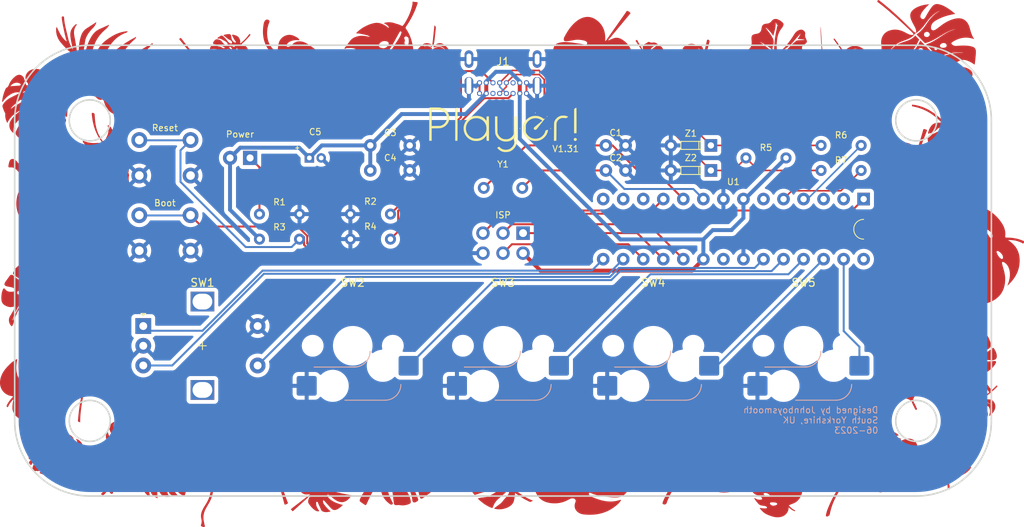
<source format=kicad_pcb>
(kicad_pcb (version 20211014) (generator pcbnew)
  (layers (0 "F.Cu" signal) (31 "B.Cu" signal) (34 "B.Paste" user) (35 "F.Paste" user) (36 "B.SilkS" user "B.Silkscreen") (37 "F.SilkS" user "F.Silkscreen") (38 "B.Mask" user) (39 "F.Mask" user) (44 "Edge.Cuts" user))
  (net 0 "")
  (net 1 "GND")
  (net 2 "+5V")
  (net 5 "D-")
  (net 6 "D+")
  (net 7 "SW1")
  (net 8 "SW2")
  (net 9 "ROTB")
  (net 10 "ROTA")
  (net 11 "SW3")
  (net 12 "SW4")
  (net 19 "XTAL1")
  (net 20 "XTAL2")
  (net 21 "MISO")
  (net 22 "SW5")
  (net 24 "SCK")
  (net 25 "MOSI")
  (net 26 "RST")
  (net 27 "BOOT")
  (net 28 "/CC1")
  (net 29 "/CC2")
  (net 30 "/LED")
  (net 32 "/DN")
  (footprint "Keyboard Stuff:R_Axial_DIN0204_L3.6mm_D1.6mm_P5.08mm_Horizontal" (layer "F.Cu") (at 33.3375 -14.2875)
    (fp_text reference "R5")
    (fp_text value "1.5K" hide)
  )
  (footprint "Keyboard Stuff:GCT_USB4085-GF-A_REVA4" (layer "F.Cu") (at 0 -26.4875 180)
    (fp_text reference "J1")
    (fp_text value "USB4085-GF-A_REVA4" hide)
  )
  (footprint "Keyboard Stuff:R_Axial_DIN0204_L3.6mm_D1.6mm_P5.08mm_Horizontal" (layer "F.Cu") (at 42.8625 -12.7 180)
    (fp_text reference "R7")
    (fp_text value "75" hide)
  )
  (footprint "Keyboard Stuff:D_DO-35_SOD27_P5.08mm_Horizontal" (layer "F.Cu") (at 23.8125 -15.875 180)
    (fp_text reference "Z1")
    (fp_text value "3.6V" hide)
  )
  (footprint "Keyboard Stuff:R_Axial_DIN0204_L3.6mm_D1.6mm_P5.08mm_Horizontal" (layer "F.Cu") (at -28.336875 -3.9925 180)
    (fp_text reference "R3")
    (fp_text value "10K" hide)
  )
  (footprint "Keyboard Stuff:Crystal_HC49-4H_Vertical" (layer "F.Cu") (at 0 -10.4875)
    (fp_text reference "Y1")
    (fp_text value "Crystal" hide)
  )
  (footprint "Keyboard Stuff:R_Axial_DIN0204_L3.6mm_D1.6mm_P5.08mm_Horizontal" (layer "F.Cu") (at 42.8625 -15.875 180)
    (fp_text reference "R6")
    (fp_text value "75" hide)
  )
  (footprint "Keyboard Stuff:C_Disc_D4.3mm_W1.9mm_P5.00mm" (layer "F.Cu") (at -14.2875 -12.7)
    (fp_text reference "C4")
    (fp_text value "0.1u" hide)
  )
  (footprint "Keyboard Stuff:SW_Hotswap_Kailh_MX_1.00u" (layer "F.Cu") (at -19.05 9.525 180)
    (fp_text reference "SW2")
    (fp_text value "SW_Push" hide)
  )
  (footprint "Keyboard Stuff:SW_PUSH_6mm" (layer "F.Cu") (at -42.8625 -4.7625 180)
    (fp_text reference "SW7" hide)
    (fp_text value "Boot")
  )
  (footprint "Keyboard Stuff:CP_Radial_D4.0mm_P1.50mm" (layer "F.Cu") (at -23.8125 -14.2875 90)
    (fp_text reference "C5" hide)
    (fp_text value "4.7u" hide)
  )
  (footprint "Keyboard Stuff:R_Axial_DIN0204_L3.6mm_D1.6mm_P5.08mm_Horizontal" (layer "F.Cu") (at -16.808824 -7.1675)
    (fp_text reference "R2")
    (fp_text value "5.1k" hide)
  )
  (footprint "Keyboard Stuff:SW_PUSH_6mm" (layer "F.Cu") (at -42.8625 -14.2875 180)
    (fp_text reference "SW6" hide)
    (fp_text value "Reset")
  )
  (footprint "Keyboard Stuff:ATmega328p DIP-28" (layer "F.Cu") (at 29.21 -5.2625 -90)
    (fp_text reference "U1")
    (fp_text value "ATmega328P-P" hide)
  )
  (footprint "Keyboard Stuff:SW_Hotswap_Kailh_MX_1.00u" (layer "F.Cu") (at 0 9.525 180)
    (fp_text reference "SW3")
    (fp_text value "SW_Push" hide)
  )
  (footprint "Keyboard Stuff:C_Disc_D3.0mm_W1.6mm_P2.50mm" (layer "F.Cu") (at 14.2875 -12.7)
    (fp_text reference "C2")
    (fp_text value "22p" hide)
  )
  (footprint "Keyboard Stuff:C_Disc_D4.3mm_W1.9mm_P5.00mm" (layer "F.Cu") (at -14.2875 -15.875)
    (fp_text reference "C3")
    (fp_text value "0.1u" hide)
  )
  (footprint "Keyboard Stuff:D_DO-35_SOD27_P5.08mm_Horizontal" (layer "F.Cu") (at 23.8125 -12.7 180)
    (fp_text reference "Z2")
    (fp_text value "3.6V" hide)
  )
  (footprint "Keyboard Stuff:LED_D3.0mm" (layer "F.Cu") (at -33.3375 -14.2875 -90)
    (fp_text reference "D1" hide)
    (fp_text value "Power")
  )
  (footprint "Keyboard Stuff:R_Axial_DIN0204_L3.6mm_D1.6mm_P5.08mm_Horizontal" (layer "F.Cu") (at -28.336875 -7.1675 180)
    (fp_text reference "R1")
    (fp_text value "1.5k" hide)
  )
  (footprint "Keyboard Stuff:SW_Hotswap_Kailh_MX_1.00u" (layer "F.Cu") (at 19.05 9.525 180)
    (fp_text reference "SW4")
    (fp_text value "SW_Push" hide)
  )
  (footprint "Keyboard Stuff:PinHeader_2x03_P2.54mm_Vertical" (layer "F.Cu") (at 0 -3.4875 -90)
    (fp_text reference "J2" hide)
    (fp_text value "ISP")
  )
  (footprint "Keyboard Stuff:RotaryEncoder_Alps_EC12E-Switch_Vertical_H20mm" (layer "F.Cu") (at -38.1 9.525)
    (fp_text reference "SW1")
    (fp_text value "RotaryEncoder_Switch" hide)
  )
  (footprint "Keyboard Stuff:SW_Hotswap_Kailh_MX_1.00u" (layer "F.Cu") (at 38.1 9.525 180)
    (fp_text reference "SW5")
    (fp_text value "SW_Push" hide)
  )
  (footprint "Keyboard Stuff:C_Disc_D3.0mm_W1.6mm_P2.50mm" (layer "F.Cu") (at 14.2875 -15.875)
    (fp_text reference "C1")
    (fp_text value "22p" hide)
  )
  (footprint "Keyboard Stuff:R_Axial_DIN0204_L3.6mm_D1.6mm_P5.08mm_Horizontal" (layer "F.Cu") (at -16.808824 -3.9925)
    (fp_text reference "R4")
    (fp_text value "5.1k" hide)
  )
  (gr_poly (pts (xy -30.704455 18.986221) (xy -30.687386 19.005999) (xy -30.66996 19.02436) (xy -30.652188 19.041355) (xy -30.634084 19.057036) (xy -30.615661 19.071453) (xy -30.596931 19.084658) (xy -30.577908 19.096703) (xy -30.558603 19.107638) (xy -30.539031 19.117515) (xy -30.519203 19.126385) (xy -30.499134 19.1343) (xy -30.478835 19.14131) (xy -30.458319 19.147468) (xy -30.41669 19.157429) (xy -30.374349 19.164593) (xy -30.3314 19.169372) (xy -30.287946 19.172175) (xy -30.244088 19.173413) (xy -30.155577 19.172834) (xy -30.066691 19.170918) (xy -30.00514 19.170816) (xy -29.943535 19.172676) (xy -29.881915 19.175969) (xy -29.820315 19.180167) (xy -29.697323 19.189166) (xy -29.636004 19.19291) (xy -29.574851 19.195446) (xy -29.563058 19.196037) (xy -29.551706 19.196976) (xy -29.540787 19.198262) (xy -29.530292 19.199894) (xy -29.520214 19.201873) (xy -29.510544 19.204198) (xy -29.501274 19.206867) (xy -29.492395 19.209881) (xy -29.4839 19.213239) (xy -29.475779 19.21694) (xy -29.468026 19.220984) (xy -29.460631 19.22537) (xy -29.453586 19.230098) (xy -29.446883 19.235166) (xy -29.440515 19.240575) (xy -29.434471 19.246325) (xy -29.428745 19.252413) (xy -29.423328 19.25884) (xy -29.418212 19.265605) (xy -29.413388 19.272708) (xy -29.408849 19.280148) (xy -29.404585 19.287925) (xy -29.400589 19.296037) (xy -29.396853 19.304485) (xy -29.390126 19.322385) (xy -29.384338 19.341619) (xy -29.379424 19.362182) (xy -29.375316 19.384072) (xy -29.362938 19.466012) (xy -29.353061 19.54791) (xy -29.345559 19.62977) (xy -29.340306 19.711596) (xy -29.337179 19.793392) (xy -29.336051 19.875163) (xy -29.336797 19.956913) (xy -29.339292 20.038646) (xy -29.349031 20.202079) (xy -29.364264 20.365497) (xy -29.383991 20.528935) (xy -29.40721 20.692425) (xy -29.425361 20.802014) (xy -29.437263 20.871582) (xy -29.439843 20.889367) (xy -29.441796 20.907055) (xy -29.442888 20.924519) (xy -29.442884 20.941633) (xy -29.441551 20.95827) (xy -29.440312 20.96637) (xy -29.438652 20.974303) (xy -29.436543 20.982054) (xy -29.433955 20.989605) (xy -29.430858 20.996943) (xy -29.427224 21.00405) (xy -29.423023 21.010911) (xy -29.418226 21.017511) (xy -29.412803 21.023832) (xy -29.406726 21.02986) (xy -29.399964 21.035578) (xy -29.392489 21.040971) (xy -29.384271 21.046022) (xy -29.375281 21.050717) (xy -29.36509 21.055285) (xy -29.355016 21.059105) (xy -29.345058 21.062201) (xy -29.335218 21.064597) (xy -29.325497 21.066317) (xy -29.315895 21.067384) (xy -29.306412 21.067824) (xy -29.29705 21.067661) (xy -29.287808 21.066917) (xy -29.278688 21.065619) (xy -29.269689 21.063789) (xy -29.260814 21.061452) (xy -29.252061 21.058631) (xy -29.243433 21.055352) (xy -29.234929 21.051638) (xy -29.22655 21.047513) (xy -29.210169 21.038128) (xy -29.194296 21.027388) (xy -29.178935 21.015489) (xy -29.164091 21.002621) (xy -29.149769 20.988979) (xy -29.135974 20.974755) (xy -29.122711 20.960141) (xy -29.109984 20.945332) (xy -29.075609 20.903035) (xy -29.043228 20.859671) (xy -29.012762 20.815297) (xy -28.984129 20.769972) (xy -28.957249 20.723753) (xy -28.932041 20.6767) (xy -28.908424 20.62887) (xy -28.886318 20.580321) (xy -28.865641 20.531112) (xy -28.846313 20.481301) (xy -28.828253 20.430945) (xy -28.811381 20.380103) (xy -28.795615 20.328834) (xy -28.780875 20.277194) (xy -28.754149 20.173039) (xy -28.727743 20.061876) (xy -28.702811 19.950607) (xy -28.655909 19.727817) (xy -28.610521 19.5048) (xy -28.563727 19.281685) (xy -28.556548 19.24893) (xy -28.549666 19.220226) (xy -28.542835 19.195487) (xy -28.535806 19.174628) (xy -28.532141 19.165626) (xy -28.528333 19.157562) (xy -28.524352 19.150425) (xy -28.520167 19.144203) (xy -28.515747 19.138887) (xy -28.511061 19.134465) (xy -28.506078 19.130927) (xy -28.500767 19.128263) (xy -28.495097 19.12646) (xy -28.489038 19.125508) (xy -28.482557 19.125398) (xy -28.475625 19.126117) (xy -28.46821 19.127656) (xy -28.460281 19.130003) (xy -28.451808 19.133147) (xy -28.442759 19.137078) (xy -28.433104 19.141786) (xy -28.422811 19.147259) (xy -28.400188 19.160457) (xy -28.374644 19.176588) (xy -28.345931 19.195565) (xy -28.312872 19.218885) (xy -28.280449 19.242828) (xy -28.248616 19.267346) (xy -28.217326 19.292388) (xy -28.156194 19.343856) (xy -28.096684 19.39684) (xy -28.038429 19.450951) (xy -27.981058 19.5058) (xy -27.867499 19.61615) (xy -27.86081 19.622956) (xy -27.854492 19.629838) (xy -27.848539 19.636797) (xy -27.842944 19.643831) (xy -27.837698 19.65094) (xy -27.832795 19.658121) (xy -27.828227 19.665375) (xy -27.823987 19.6727) (xy -27.81646 19.687561) (xy -27.810155 19.702694) (xy -27.805013 19.718092) (xy -27.800973 19.733748) (xy -27.797978 19.749653) (xy -27.795967 19.765798) (xy -27.794882 19.782177) (xy -27.794663 19.798781) (xy -27.79525 19.815602) (xy -27.796585 19.832632) (xy -27.798609 19.849863) (xy -27.801261 19.867287) (xy -27.815954 19.958338) (xy -27.833056 20.0485) (xy -27.852521 20.137799) (xy -27.8743 20.226258) (xy -27.898347 20.3139) (xy -27.924615 20.400751) (xy -27.953056 20.486834) (xy -27.983623 20.572174) (xy -28.016269 20.656793) (xy -28.050947 20.740718) (xy -28.087609 20.82397) (xy -28.126209 20.906576) (xy -28.166699 20.988557) (xy -28.209032 21.06994) (xy -28.299037 21.231003) (xy -28.324457 21.273385) (xy -28.350652 21.31518) (xy -28.405133 21.397182) (xy -28.462009 21.477352) (xy -28.52081 21.556033) (xy -28.581063 21.633565) (xy -28.642299 21.710292) (xy -28.765834 21.862694) (xy -28.787977 21.89105) (xy -28.80932 21.919741) (xy -28.829789 21.948801) (xy -28.849311 21.978262) (xy -28.867815 22.008158) (xy -28.885228 22.03852) (xy -28.901478 22.069381) (xy -28.916491 22.100775) (xy -28.930196 22.132734) (xy -28.942519 22.16529) (xy -28.953389 22.198477) (xy -28.962733 22.232326) (xy -28.970479 22.266871) (xy -28.976553 22.302145) (xy -28.980883 22.33818) (xy -28.983398 22.375008) (xy -28.983454 22.400928) (xy -28.983214 22.413759) (xy -28.982654 22.426434) (xy -28.981666 22.438903) (xy -28.980143 22.451113) (xy -28.977977 22.463013) (xy -28.975063 22.474552) (xy -28.971293 22.485677) (xy -28.969054 22.491069) (xy -28.966561 22.496338) (xy -28.9638 22.501478) (xy -28.960758 22.506483) (xy -28.957422 22.511345) (xy -28.953778 22.516059) (xy -28.949814 22.520618) (xy -28.945515 22.525016) (xy -28.940869 22.529246) (xy -28.935861 22.533302) (xy -28.930479 22.537177) (xy -28.924709 22.540865) (xy -28.918538 22.544359) (xy -28.911952 22.547654) (xy -28.905303 22.550354) (xy -28.898736 22.552729) (xy -28.892249 22.554785) (xy -28.885838 22.55653) (xy -28.879501 22.55797) (xy -28.873236 22.559111) (xy -28.867038 22.559961) (xy -28.860905 22.560526) (xy -28.854835 22.560814) (xy -28.848823 22.56083) (xy -28.842868 22.560582) (xy -28.836967 22.560077) (xy -28.825313 22.55832) (xy -28.813837 22.555615) (xy -28.802518 22.552015) (xy -28.791331 22.547576) (xy -28.780253 22.54235) (xy -28.769261 22.536393) (xy -28.758332 22.529758) (xy -28.747442 22.5225) (xy -28.736569 22.514674) (xy -28.725688 22.506333) (xy -28.713927 22.496531) (xy -28.702596 22.486446) (xy -28.691666 22.476098) (xy -28.681108 22.465505) (xy -28.670893 22.454687) (xy -28.660993 22.443661) (xy -28.65138 22.432446) (xy -28.642024 22.421063) (xy -28.632897 22.409529) (xy -28.62397 22.397863) (xy -28.606604 22.374212) (xy -28.589695 22.350259) (xy -28.573016 22.326157) (xy -28.482523 22.193191) (xy -28.397389 22.058012) (xy -28.317363 21.920723) (xy -28.24219 21.781427) (xy -28.171619 21.640229) (xy -28.105396 21.497232) (xy -28.043268 21.352538) (xy -27.984982 21.206253) (xy -27.930284 21.058478) (xy -27.878924 20.909317) (xy -27.830646 20.758874) (xy -27.785198 20.607253) (xy -27.70178 20.300887) (xy -27.626647 19.991047) (xy -27.620125 19.959833) (xy -27.614427 19.928572) (xy -27.608865 19.897445) (xy -27.602749 19.866634) (xy -27.599269 19.851403) (xy -27.595392 19.83632) (xy -27.591033 19.821405) (xy -27.586104 19.806683) (xy -27.580521 19.792176) (xy -27.574197 19.777906) (xy -27.567046 19.763896) (xy -27.558982 19.750168) (xy -27.553373 19.749209) (xy -27.548033 19.748617) (xy -27.542952 19.748374) (xy -27.53812 19.748465) (xy -27.533525 19.748872) (xy -27.529157 19.749579) (xy -27.525005 19.750568) (xy -27.521059 19.751823) (xy -27.517308 19.753328) (xy -27.51374 19.755064) (xy -27.510346 19.757015) (xy -27.507115 19.759165) (xy -27.504036 19.761497) (xy -27.501097 19.763994) (xy -27.49829 19.766638) (xy -27.495602 19.769414) (xy -27.490543 19.77529) (xy -27.485836 19.78149) (xy -27.481394 19.787877) (xy -27.477131 19.794316) (xy -27.468803 19.806816) (xy -27.464566 19.812606) (xy -27.460166 19.81791) (xy -27.392881 19.901893) (xy -27.323861 19.983873) (xy -27.252903 20.063784) (xy -27.179803 20.14156) (xy -27.104359 20.217133) (xy -27.065693 20.254074) (xy -27.026365 20.290439) (xy -26.986349 20.326221) (xy -26.94562 20.361411) (xy -26.904151 20.396) (xy -26.861918 20.429982) (xy -26.821844 20.463595) (xy -26.785154 20.498009) (xy -26.768085 20.515538) (xy -26.751871 20.533294) (xy -26.736514 20.551285) (xy -26.722018 20.569519) (xy -26.708385 20.588005) (xy -26.695617 20.606753) (xy -26.683719 20.62577) (xy -26.672691 20.645065) (xy -26.662538 20.664648) (xy -26.653263 20.684525) (xy -26.644867 20.704707) (xy -26.637354 20.725202) (xy -26.630727 20.746018) (xy -26.624988 20.767165) (xy -26.62014 20.78865) (xy -26.616186 20.810483) (xy -26.613129 20.832671) (xy -26.610972 20.855225) (xy -26.609717 20.878152) (xy -26.609368 20.90146) (xy -26.609927 20.92516) (xy -26.611397 20.949259) (xy -26.61378 20.973766) (xy -26.61708 20.998689) (xy -26.6213 21.024038) (xy -26.626441 21.049821) (xy -26.632508 21.076046) (xy -26.639503 21.102723) (xy -26.66903 21.203269) (xy -26.701074 21.302219) (xy -26.735643 21.399593) (xy -26.772749 21.495412) (xy -26.812401 21.589696) (xy -26.854609 21.682465) (xy -26.899385 21.773738) (xy -26.946739 21.863538) (xy -26.99668 21.951883) (xy -27.049219 22.038794) (xy -27.104366 22.124291) (xy -27.162132 22.208395) (xy -27.222526 22.291126) (xy -27.28556 22.372504) (xy -27.351243 22.452549) (xy -27.419585 22.531281) (xy -28.01369 23.196656) (xy -28.024366 23.208605) (xy -28.035311 23.220418) (xy -28.057363 23.243963) (xy -28.068145 23.25586) (xy -28.073405 23.261876) (xy -28.07855 23.26795) (xy -28.08356 23.274093) (xy -28.088415 23.280315) (xy -28.093095 23.286627) (xy -28.097579 23.293038) (xy -28.107468 23.307994) (xy -28.112384 23.315683) (xy -28.11709 23.323495) (xy -28.121444 23.331418) (xy -28.125305 23.33944) (xy -28.127006 23.343483) (xy -28.128531 23.347547) (xy -28.12986 23.35163) (xy -28.130978 23.355729) (xy -28.131866 23.359843) (xy -28.132505 23.363971) (xy -28.13288 23.368111) (xy -28.132971 23.372262) (xy -28.132761 23.376422) (xy -28.132232 23.38059) (xy -28.131366 23.384763) (xy -28.130146 23.388941) (xy -28.128554 23.393121) (xy -28.126571 23.397303) (xy -28.124182 23.401485) (xy -28.121366 23.405664) (xy -28.118108 23.409841) (xy -28.114388 23.414012) (xy -28.11019 23.418177) (xy -28.105495 23.422333) (xy -28.102034 23.425057) (xy -28.09854 23.427548) (xy -28.095016 23.42981) (xy -28.091462 23.431845) (xy -28.087883 23.433659) (xy -28.084279 23.435253) (xy -28.080654 23.436633) (xy -28.07701 23.437801) (xy -28.073349 23.438761) (xy -28.069673 23.439516) (xy -28.065985 23.440071) (xy -28.062288 23.440428) (xy -28.058583 23.440592) (xy -28.054873 23.440566) (xy -28.05116 23.440353) (xy -28.047447 23.439957) (xy -28.043736 23.439382) (xy -28.04003 23.438631) (xy -28.03633 23.437708) (xy -28.032639 23.436616) (xy -28.025295 23.433942) (xy -28.018015 23.430635) (xy -28.010819 23.426726) (xy -28.003725 23.422242) (xy -27.996753 23.417213) (xy -27.989921 23.411667) (xy -27.977341 23.401651) (xy -27.964895 23.391361) (xy -27.952611 23.380852) (xy -27.940515 23.370178) (xy -27.928634 23.359393) (xy -27.916998 23.348553) (xy -27.905632 23.33771) (xy -27.894565 23.32692) (xy -27.764696 23.203658) (xy -27.638621 23.077831) (xy -27.51644 22.949366) (xy -27.398256 22.818188) (xy -27.284173 22.684225) (xy -27.174293 22.547403) (xy -27.068718 22.407649) (xy -26.967551 22.264888) (xy -26.870895 22.119047) (xy -26.778853 21.970054) (xy -26.691526 21.817833) (xy -26.609018 21.662313) (xy -26.531432 21.503418) (xy -26.458869 21.341076) (xy -26.391433 21.175214) (xy -26.329227 21.005757) (xy -26.328049 21.002574) (xy -26.326712 20.999464) (xy -26.325193 20.996362) (xy -26.323466 20.993204) (xy -26.321509 20.989927) (xy -26.319296 20.986465) (xy -26.316804 20.982754) (xy -26.314008 20.978732) (xy -26.299305 20.958234) (xy -26.289504 20.944442) (xy -26.283906 20.936436) (xy -26.277812 20.927605) (xy -26.253168 20.99082) (xy -26.225727 21.051668) (xy -26.195878 21.11044) (xy -26.16401 21.167427) (xy -26.130514 21.222916) (xy -26.095778 21.277198) (xy -26.024148 21.383301) (xy -25.952238 21.488052) (xy -25.917151 21.540645) (xy -25.883163 21.59377) (xy -25.850663 21.647715) (xy -25.820042 21.702772) (xy -25.791687 21.759229) (xy -25.76599 21.817376) (xy -25.733242 21.904769) (xy -25.708009 21.99057) (xy -25.690077 22.074816) (xy -25.67923 22.157546) (xy -25.675254 22.238795) (xy -25.677935 22.318601) (xy -25.687058 22.397002) (xy -25.702408 22.474034) (xy -25.723772 22.549734) (xy -25.750933 22.624141) (xy -25.783679 22.69729) (xy -25.821794 22.769219) (xy -25.865063 22.839965) (xy -25.913273 22.909566) (xy -25.966208 22.978058) (xy -26.023654 23.045479) (xy -26.08033 23.107714) (xy -26.138859 23.167603) (xy -26.19911 23.225306) (xy -26.260954 23.280985) (xy -26.324258 23.334798) (xy -26.388893 23.386906) (xy -26.454728 23.437468) (xy -26.521631 23.486645) (xy -26.658122 23.581484) (xy -26.797319 23.672702) (xy -27.07965 23.849396) (xy -27.186184 23.911553) (xy -27.293246 23.972081) (xy -27.507686 24.092156) (xy -27.529619 24.105513) (xy -27.540493 24.112643) (xy -27.551102 24.120121) (xy -27.561294 24.12798) (xy -27.570918 24.136257) (xy -27.579821 24.144987) (xy -27.583955 24.149532) (xy -27.587851 24.154203) (xy -27.591491 24.159005) (xy -27.594857 24.163942) (xy -27.597928 24.169018) (xy -27.600686 24.174238) (xy -27.603111 24.179605) (xy -27.605186 24.185126) (xy -27.60689 24.190803) (xy -27.608206 24.196641) (xy -27.609113 24.202645) (xy -27.609593 24.208818) (xy -27.609627 24.215166) (xy -27.609195 24.221693) (xy -27.60828 24.228402) (xy -27.606861 24.235299) (xy -27.604921 24.242388) (xy -27.602439 24.249672) (xy -27.599438 24.257081) (xy -27.596173 24.263904) (xy -27.592652 24.270159) (xy -27.588888 24.275869) (xy -27.584889 24.281053) (xy -27.580666 24.28573) (xy -27.57623 24.289922) (xy -27.57159 24.293649) (xy -27.566758 24.296931) (xy -27.561743 24.299788) (xy -27.556556 24.30224) (xy -27.551207 24.304307) (xy -27.545706 24.306011) (xy -27.540064 24.30737) (xy -27.534291 24.308405) (xy -27.528397 24.309137) (xy -27.522392 24.309585) (xy -27.516288 24.30977) (xy -27.510093 24.309713) (xy -27.503819 24.309432) (xy -27.491074 24.308284) (xy -27.478135 24.306487) (xy -27.465083 24.304204) (xy -27.452002 24.301595) (xy -27.426082 24.296051) (xy -27.370819 24.282745) (xy -27.316504 24.267576) (xy -27.2631 24.25061) (xy -27.210567 24.231913) (xy -27.158868 24.211552) (xy -27.107963 24.189593) (xy -27.057815 24.166102) (xy -27.008385 24.141145) (xy -26.959635 24.114789) (xy -26.911526 24.0871) (xy -26.864019 24.058145) (xy -26.817077 24.027988) (xy -26.770661 23.996698) (xy -26.724733 23.964339) (xy -26.634185 23.896683) (xy -26.591784 23.863741) (xy -26.549958 23.83012) (xy -26.467972 23.760954) (xy -26.388106 23.689417) (xy -26.31024 23.61574) (xy -26.234255 23.540155) (xy -26.16003 23.462891) (xy -26.087445 23.38418) (xy -26.016379 23.304253) (xy -25.942933 23.222702) (xy -25.905448 23.182808) (xy -25.867393 23.143577) (xy -25.828721 23.105069) (xy -25.789385 23.067341) (xy -25.749338 23.03045) (xy -25.708533 22.994456) (xy -25.666923 22.959415) (xy -25.624461 22.925385) (xy -25.581101 22.892425) (xy -25.536795 22.860592) (xy -25.491496 22.829944) (xy -25.445157 22.800539) (xy -25.397732 22.772435) (xy -25.349174 22.74569) (xy -25.347877 22.747603) (xy -25.346559 22.74984) (xy -25.345222 22.752377) (xy -25.343871 22.755184) (xy -25.342507 22.758235) (xy -25.341134 22.761503) (xy -25.338376 22.768581) (xy -25.335621 22.776201) (xy -25.332896 22.784145) (xy -25.327636 22.800141) (xy -25.327689 22.800141) (xy -25.331942 22.811681) (xy -25.33566 22.823197) (xy -25.341564 22.846155) (xy -25.345556 22.86901) (xy -25.347788 22.891754) (xy -25.348417 22.914383) (xy -25.347594 22.936888) (xy -25.345474 22.959265) (xy -25.342211 22.981507) (xy -25.337958 23.003607) (xy -25.332871 23.02556) (xy -25.327101 23.04736) (xy -25.320804 23.068999) (xy -25.293418 23.153832) (xy -25.270028 23.232515) (xy -25.250938 23.310964) (xy -25.235959 23.389196) (xy -25.224897 23.467227) (xy -25.217563 23.545075) (xy -25.213766 23.622755) (xy -25.213313 23.700284) (xy -25.216015 23.77768) (xy -25.221681 23.854958) (xy -25.230118 23.932136) (xy -25.241137 24.009229) (xy -25.254546 24.086256) (xy -25.270154 24.163231) (xy -25.28777 24.240173) (xy -25.328261 24.394021) (xy -25.333673 24.411172) (xy -25.339693 24.427631) (xy -25.346336 24.443416) (xy -25.353621 24.458543) (xy -25.361564 24.473028) (xy -25.370182 24.48689) (xy -25.379493 24.500143) (xy -25.389514 24.512806) (xy -25.40026 24.524895) (xy -25.411751 24.536427) (xy -25.424001 24.547419) (xy -25.43703 24.557886) (xy -25.450853 24.567847) (xy -25.465488 24.577318) (xy -25.480951 24.586316) (xy -25.49726 24.594857) (xy -25.566609 24.629489) (xy -25.636762 24.661385) (xy -25.707654 24.690764) (xy -25.779219 24.717848) (xy -25.851391 24.742855) (xy -25.924104 24.766008) (xy -26.070888 24.80763) (xy -26.219042 24.844477) (xy -26.36804 24.878314) (xy -26.666453 24.944008) (xy -26.675887 24.945475) (xy -26.685145 24.94666) (xy -26.7033 24.94878) (xy -26.712278 24.950009) (xy -26.721246 24.95155) (xy -26.725738 24.952483) (xy -26.730243 24.953549) (xy -26.734765 24.954766) (xy -26.73931 24.956154) (xy -26.81378 24.973688) (xy -26.832169 24.978771) (xy -26.849993 24.984486) (xy -26.867015 24.99101) (xy -26.882997 24.998518) (xy -26.890523 25.002695) (xy -26.897701 25.007185) (xy -26.9045 25.012009) (xy -26.910891 25.01719) (xy -26.916845 25.022748) (xy -26.92233 25.028706) (xy -26.927319 25.035086) (xy -26.93178 25.041911) (xy -26.935685 25.049202) (xy -26.939004 25.05698) (xy -26.941708 25.065269) (xy -26.943765 25.07409) (xy -26.945148 25.083465) (xy -26.945826 25.093417) (xy -26.94577 25.103966) (xy -26.944949 25.115136) (xy -26.943624 25.125665) (xy -26.94167 25.135596) (xy -26.939113 25.144949) (xy -26.935978 25.153742) (xy -26.932289 25.161996) (xy -26.928073 25.169729) (xy -26.923355 25.176962) (xy -26.918159 25.183714) (xy -26.912512 25.190004) (xy -26.906438 25.195851) (xy -26.899964 25.201276) (xy -26.893113 25.206297) (xy -26.885912 25.210935) (xy -26.878386 25.215208) (xy -26.87056 25.219136) (xy -26.862459 25.222739) (xy -26.854109 25.226035) (xy -26.845535 25.229046) (xy -26.836763 25.231789) (xy -26.827817 25.234284) (xy -26.809506 25.238611) (xy -26.790805 25.24218) (xy -26.771916 25.245149) (xy -26.753043 25.247672) (xy -26.716151 25.252007) (xy -26.689421 25.254226) (xy -26.662881 25.25532) (xy -26.636516 25.255356) (xy -26.61031 25.254404) (xy -26.584245 25.25253) (xy -26.558305 25.249802) (xy -26.532474 25.246288) (xy -26.506736 25.242055) (xy -26.481075 25.237173) (xy -26.455472 25.231708) (xy -26.404383 25.2193) (xy -26.353335 25.205376) (xy -26.302199 25.190476) (xy -26.061745 25.117031) (xy -25.941389 25.082022) (xy -25.820787 25.048463) (xy -25.69982 25.016586) (xy -25.578367 24.986621) (xy -25.456307 24.958798) (xy -25.333522 24.93335) (xy -25.299783 24.926744) (xy -25.270041 24.921656) (xy -25.244138 24.918254) (xy -25.232578 24.917238) (xy -25.221919 24.916708) (xy -25.212143 24.916683) (xy -25.203228 24.917185) (xy -25.195157 24.918235) (xy -25.187909 24.919854) (xy -25.181465 24.922064) (xy -25.175806 24.924885) (xy -25.170911 24.928339) (xy -25.166761 24.932446) (xy -25.163338 24.937228) (xy -25.160621 24.942706) (xy -25.158591 24.9489) (xy -25.157228 24.955832) (xy -25.156513 24.963524) (xy -25.156426 24.971995) (xy -25.156948 24.981268) (xy -25.158059 24.991363) (xy -25.161972 25.014104) (xy -25.168008 25.040388) (xy -25.176011 25.070382) (xy -25.185824 25.104256) (xy -25.228796 25.231484) (xy -25.277635 25.35402) (xy -25.332128 25.472036) (xy -25.39206 25.585705) (xy -25.457219 25.6952) (xy -25.527391 25.800692) (xy -25.602363 25.902355) (xy -25.68192 26.00036) (xy -25.76585 26.094881) (xy -25.853938 26.18609) (xy -25.945972 26.274159) (xy -26.041738 26.359261) (xy -26.141022 26.441568) (xy -26.24361 26.521253) (xy -26.349289 26.598489) (xy -26.457847 26.673447) (xy -26.505379 26.703763) (xy -26.553494 26.730971) (xy -26.602175 26.755191) (xy -26.651406 26.77654) (xy -26.701171 26.795137) (xy -26.751453 26.811101) (xy -26.802238 26.824551) (xy -26.853509 26.835604) (xy -26.90525 26.84438) (xy -26.957444 26.850997) (xy -27.010077 26.855573) (xy -27.063131 26.858228) (xy -27.116591 26.859079) (xy -27.170441 26.858245) (xy -27.224665 26.855845) (xy -27.279246 26.851998) (xy -27.320185 26.847864) (xy -27.360123 26.842387) (xy -27.399081 26.835594) (xy -27.437076 26.827508) (xy -27.474128 26.818153) (xy -27.510255 26.807555) (xy -27.545475 26.795736) (xy -27.579809 26.782722) (xy -27.64589 26.753206) (xy -27.708648 26.719202) (xy -27.768234 26.680904) (xy -27.824797 26.638507) (xy -27.878488 26.592208) (xy -27.929457 26.5422) (xy -27.977855 26.488679) (xy -28.023832 26.431841) (xy -28.067538 26.371879) (xy -28.109125 26.30899) (xy -28.148741 26.243369) (xy -28.186538 26.175209) (xy -28.238555 26.079182) (xy -28.291764 25.982821) (xy -28.399596 25.791291) (xy -28.410697 25.773474) (xy -28.422205 25.756138) (xy -28.434143 25.739279) (xy -28.446535 25.722894) (xy -28.459405 25.70698) (xy -28.472776 25.691532) (xy -28.486671 25.676547) (xy -28.501115 25.662022) (xy -28.516132 25.647953) (xy -28.531743 25.634336) (xy -28.547975 25.621168) (xy -28.564849 25.608446) (xy -28.582389 25.596165) (xy -28.60062 25.584322) (xy -28.619565 25.572913) (xy -28.639247 25.561936) (xy -28.642312 25.569445) (xy -28.644909 25.576865) (xy -28.647057 25.584198) (xy -28.648777 25.591447) (xy -28.650087 25.598613) (xy -28.651007 25.6057) (xy -28.651558 25.612708) (xy -28.651759 25.619641) (xy -28.651629 25.6265) (xy -28.651188 25.633288) (xy -28.649453 25.646658) (xy -28.646711 25.659768) (xy -28.643119 25.672636) (xy -28.638836 25.68528) (xy -28.634018 25.697716) (xy -28.623408 25.722036) (xy -28.612551 25.745735) (xy -28.607423 25.757395) (xy -28.602706 25.768952) (xy -27.335898 29.289734) (xy -27.330048 29.304011) (xy -27.323312 29.318573) (xy -27.30839 29.348363) (xy -27.30081 29.363495) (xy -27.293554 29.37872) (xy -27.286925 29.393992) (xy -27.281224 29.409261) (xy -27.276754 29.424481) (xy -27.275076 29.432057) (xy -27.273818 29.439602) (xy -27.27302 29.447111) (xy -27.272718 29.454578) (xy -27.272952 29.461996) (xy -27.273757 29.46936) (xy -27.275174 29.476663) (xy -27.277238 29.4839) (xy -27.279988 29.491064) (xy -27.283462 29.49815) (xy -27.287697 29.505151) (xy -27.292732 29.512063) (xy -27.298604 29.518877) (xy -27.30535 29.52559) (xy -27.322556 29.53992) (xy -27.340554 29.553305) (xy -27.359275 29.565776) (xy -27.378653 29.57737) (xy -27.39862 29.58812) (xy -27.419109 29.59806) (xy -27.440052 29.607225) (xy -27.461382 29.61565) (xy -27.483032 29.623368) (xy -27.504934 29.630414) (xy -27.52702 29.636822) (xy -27.549224 29.642627) (xy -27.571477 29.647863) (xy -27.593713 29.652564) (xy -27.615864 29.656765) (xy -27.637862 29.6605) (xy -27.644174 29.661272) (xy -27.65011 29.661535) (xy -27.655684 29.661309) (xy -27.660911 29.660619) (xy -27.665802 29.659485) (xy -27.670374 29.65793) (xy -27.674639 29.655976) (xy -27.678613 29.653644) (xy -27.682307 29.650958) (xy -27.685737 29.647939) (xy -27.688917 29.644609) (xy -27.691859 29.640991) (xy -27.694579 29.637106) (xy -27.69709 29.632976) (xy -27.699406 29.628625) (xy -27.701541 29.624073) (xy -27.703509 29.619342) (xy -27.705323 29.614456) (xy -27.708548 29.604305) (xy -27.711327 29.593794) (xy -27.713772 29.583101) (xy -27.718102 29.561877) (xy -27.720211 29.551699) (xy -27.72243 29.542046) (xy -27.916881 28.837182) (xy -28.773421 25.739922) (xy -28.776178 25.731971) (xy -28.779364 25.723667) (xy -28.78298 25.714873) (xy -28.787024 25.705453) (xy -28.79639 25.684198) (xy -28.807452 25.658814) (xy -28.813318 25.664419) (xy -28.818716 25.670066) (xy -28.823663 25.675753) (xy -28.828179 25.681476) (xy -28.832281 25.687234) (xy -28.835988 25.693024) (xy -28.839318 25.698843) (xy -28.84229 25.70469) (xy -28.844922 25.710561) (xy -28.847233 25.716455) (xy -28.849241 25.722368) (xy -28.850963 25.728299) (xy -28.853628 25.740201) (xy -28.855374 25.752143) (xy -28.856349 25.764105) (xy -28.8567 25.776067) (xy -28.856573 25.788008) (xy -28.856116 25.79991) (xy -28.8548 25.823516) (xy -28.853927 25.846726) (xy -28.850771 26.001821) (xy -28.845757 26.15704) (xy -28.841387 26.312471) (xy -28.840227 26.390293) (xy -28.840167 26.468201) (xy -28.842172 26.524949) (xy -28.846007 26.579997) (xy -28.851667 26.633346) (xy -28.859147 26.684996) (xy -28.868441 26.734945) (xy -28.879546 26.783195) (xy -28.892456 26.829744) (xy -28.907166 26.874593) (xy -28.923672 26.917742) (xy -28.941969 26.95919) (xy -28.962052 26.998937) (xy -28.983915 27.036983) (xy -29.007555 27.073328) (xy -29.032966 27.107971) (xy -29.060144 27.140913) (xy -29.089083 27.172153) (xy -29.119779 27.201691) (xy -29.152226 27.229527) (xy -29.186421 27.255661) (xy -29.222358 27.280093) (xy -29.260032 27.302822) (xy -29.299439 27.323848) (xy -29.340573 27.343172) (xy -29.38343 27.360792) (xy -29.428005 27.376709) (xy -29.474293 27.390923) (xy -29.522289 27.403433) (xy -29.571989 27.414239) (xy -29.623387 27.423341) (xy -29.676478 27.430739) (xy -29.787723 27.440423) (xy -29.903271 27.44429) (xy -30.016846 27.442217) (xy -30.128524 27.43442) (xy -30.23838 27.421114) (xy -30.34649 27.402516) (xy -30.452931 27.378842) (xy -30.557778 27.350307) (xy -30.661108 27.317128) (xy -30.762997 27.27952) (xy -30.86352 27.2377) (xy -30.962754 27.191883) (xy -31.060775 27.142285) (xy -31.157659 27.089123) (xy -31.253482 27.032612) (xy -31.34832 26.972969) (xy -31.442248 26.910409) (xy -31.494243 26.873815) (xy -31.545853 26.836602) (xy -31.596915 26.798581) (xy -31.647265 26.759565) (xy -31.69674 26.719364) (xy -31.745176 26.677791) (xy -31.792409 26.634658) (xy -31.815523 26.612447) (xy -31.838275 26.589776) (xy -31.864714 26.566202) (xy -31.871359 26.559983) (xy -31.877812 26.553476) (xy -31.883967 26.546602) (xy -31.8869 26.543003) (xy -31.889721 26.539283) (xy -31.892415 26.535432) (xy -31.89497 26.53144) (xy -31.897373 26.527298) (xy -31.899611 26.522995) (xy -31.90167 26.518521) (xy -31.903538 26.513868) (xy -31.905203 26.509024) (xy -31.90665 26.50398) (xy -31.907867 26.498727) (xy -31.908841 26.493254) (xy -31.909559 26.487552) (xy -31.910008 26.48161) (xy -31.910175 26.475419) (xy -31.910047 26.46897) (xy -31.909611 26.462251) (xy -31.908854 26.455254) (xy -31.707618 26.427133) (xy -31.607134 26.411969) (xy -31.506895 26.39522) (xy -31.407019 26.376249) (xy -31.307621 26.354418) (xy -31.20882 26.329091) (xy -31.15968 26.314917) (xy -31.110732 26.29963) (xy -30.98434 26.259283) (xy -30.858949 26.217102) (xy -30.734918 26.172122) (xy -30.612604 26.123381) (xy -30.552203 26.097299) (xy -30.492365 26.069914) (xy -30.433136 26.041108) (xy -30.37456 26.010758) (xy -30.316682 25.978745) (xy -30.259546 25.944948) (xy -30.203198 25.909247) (xy -30.147681 25.871522) (xy -30.135516 25.864636) (xy -30.129468 25.861088) (xy -30.123461 25.857418) (xy -30.117506 25.853583) (xy -30.111618 25.849546) (xy -30.108703 25.847438) (xy -30.10581 25.845264) (xy -30.102939 25.843019) (xy -30.100093 25.840699) (xy -30.076852 25.821642) (xy -30.065131 25.811907) (xy -30.053634 25.801963) (xy -30.042582 25.791759) (xy -30.032195 25.781242) (xy -30.022691 25.77036) (xy -30.018339 25.764766) (xy -30.014291 25.75906) (xy -30.010573 25.753237) (xy -30.007213 25.74729) (xy -30.004239 25.741212) (xy -30.001678 25.734997) (xy -29.999558 25.728638) (xy -29.997905 25.722129) (xy -29.996748 25.715463) (xy -29.996113 25.708633) (xy -29.996029 25.701634) (xy -29.996523 25.694457) (xy -29.997621 25.687098) (xy -29.999353 25.679549) (xy -30.001744 25.671803) (xy -30.004822 25.663855) (xy -30.008616 25.655698) (xy -30.013152 25.647324) (xy -30.017876 25.640082) (xy -30.022843 25.63336) (xy -30.028041 25.627147) (xy -30.033459 25.62143) (xy -30.039086 25.616196) (xy -30.044909 25.611435) (xy -30.050918 25.607134) (xy -30.057101 25.603279) (xy -30.063446 25.599861) (xy -30.069943 25.596865) (xy -30.076578 25.59428) (xy -30.083341 25.592094) (xy -30.090221 25.590295) (xy -30.097206 25.588869) (xy -30.104284 25.587807) (xy -30.111443 25.587094) (xy -30.118673 25.586719) (xy -30.125961 25.58667) (xy -30.133297 25.586934) (xy -30.140669 25.5875) (xy -30.155473 25.589486) (xy -30.170282 25.592532) (xy -30.185003 25.596539) (xy -30.199545 25.601411) (xy -30.213815 25.60705) (xy -30.227721 25.613358) (xy -30.274807 25.636358) (xy -30.321397 25.660051) (xy -30.41368 25.708814) (xy -30.50575 25.758231) (xy -30.552074 25.782742) (xy -30.598788 25.806885) (xy -30.731208 25.873624) (xy -30.864423 25.938191) (xy -30.998912 25.999392) (xy -31.135153 26.056033) (xy -31.20408 26.082269) (xy -31.273624 26.106917) (xy -31.343846 26.129828) (xy -31.414804 26.150852) (xy -31.486558 26.169839) (xy -31.559169 26.186641) (xy -31.632696 26.201107) (xy -31.707198 26.21309) (xy -31.753491 26.218407) (xy -31.798724 26.221204) (xy -31.842912 26.221466) (xy -31.886071 26.219184) (xy -31.928216 26.214344) (xy -31.969361 26.206935) (xy -32.009522 26.196944) (xy -32.048715 26.184361) (xy -32.086953 26.169173) (xy -32.124253 26.151368) (xy -32.160629 26.130934) (xy -32.196097 26.107859) (xy -32.230672 26.082132) (xy -32.264369 26.05374) (xy -32.297202 26.022672) (xy -32.329188 25.988915) (xy -32.38161 25.927238) (xy -32.431624 25.864335) (xy -32.479376 25.800258) (xy -32.525011 25.73506) (xy -32.568675 25.668794) (xy -32.610515 25.601514) (xy -32.650676 25.533271) (xy -32.689304 25.46412) (xy -32.726545 25.394114) (xy -32.762545 25.323305) (xy -32.831405 25.17949) (xy -32.897051 25.0331) (xy -32.960651 24.88456) (xy -32.954948 24.882579) (xy -32.949556 24.880474) (xy -32.944461 24.878286) (xy -32.93965 24.876056) (xy -32.930827 24.87163) (xy -32.922981 24.867522) (xy -32.916006 24.864057) (xy -32.912813 24.862667) (xy -32.909797 24.86156) (xy -32.906947 24.860776) (xy -32.904248 24.860356) (xy -32.902952 24.860296) (xy -32.901688 24.860341) (xy -32.900456 24.860498) (xy -32.899253 24.860772) (xy -32.803175 24.887848) (xy -32.706814 24.910686) (xy -32.610193 24.929648) (xy -32.513336 24.945097) (xy -32.416265 24.957393) (xy -32.319004 24.966899) (xy -32.124003 24.978989) (xy -31.928517 24.984261) (xy -31.73273 24.98561) (xy -31.340991 24.988122) (xy -31.217631 24.988911) (xy -31.094452 24.985124) (xy -30.971563 24.976842) (xy -30.849074 24.964144) (xy -30.727093 24.947111) (xy -30.605729 24.925823) (xy -30.485092 24.900361) (xy -30.365291 24.870804) (xy -30.271084 24.846797) (xy -30.266 24.845321) (xy -29.571915 24.845321) (xy -29.571902 24.853223) (xy -29.571496 24.861428) (xy -29.570685 24.869942) (xy -29.569296 24.877486) (xy -29.567198 24.884933) (xy -29.564418 24.892268) (xy -29.560986 24.899477) (xy -29.55693 24.906546) (xy -29.552279 24.913459) (xy -29.547061 24.920202) (xy -29.541306 24.926761) (xy -29.535042 24.93312) (xy -29.528297 24.939266) (xy -29.5211 24.945183) (xy -29.51348 24.950858) (xy -29.505466 24.956275) (xy -29.497086 24.96142) (xy -29.488368 24.966278) (xy -29.479342 24.970834) (xy -29.470037 24.975075) (xy -29.46048 24.978985) (xy -29.4507 24.98255) (xy -29.440726 24.985756) (xy -29.430588 24.988587) (xy -29.420312 24.991029) (xy -29.409929 24.993067) (xy -29.399466 24.994687) (xy -29.388953 24.995875) (xy -29.378417 24.996615) (xy -29.367889 24.996894) (xy -29.357395 24.996695) (xy -29.346966 24.996006) (xy -29.336629 24.994811) (xy -29.326414 24.993096) (xy -29.316348 24.990845) (xy -29.301877 24.987213) (xy -29.288012 24.982996) (xy -29.274822 24.978154) (xy -29.262377 24.972649) (xy -29.250745 24.96644) (xy -29.245255 24.96306) (xy -29.239996 24.959489) (xy -29.234973 24.955723) (xy -29.230198 24.951756) (xy -29.225678 24.947584) (xy -29.221421 24.943202) (xy -29.217437 24.938604) (xy -29.213734 24.933786) (xy -29.210321 24.928743) (xy -29.207207 24.92347) (xy -29.204399 24.917962) (xy -29.201907 24.912214) (xy -29.199739 24.906221) (xy -29.197904 24.899978) (xy -29.196411 24.893481) (xy -29.195267 24.886724) (xy -29.194483 24.879703) (xy -29.194066 24.872412) (xy -29.194025 24.864847) (xy -29.194369 24.857002) (xy -29.195107 24.848873) (xy -29.196246 24.840455) (xy -29.197407 24.83251) (xy -29.199263 24.82472) (xy -29.201788 24.817097) (xy -29.204959 24.809653) (xy -29.208751 24.8024) (xy -29.213141 24.795349) (xy -29.218103 24.788512) (xy -29.223614 24.781902) (xy -29.22965 24.77553) (xy -29.236186 24.769407) (xy -29.243199 24.763546) (xy -29.250662 24.757958) (xy -29.258554 24.752656) (xy -29.266849 24.74765) (xy -29.275523 24.742953) (xy -29.284553 24.738577) (xy -29.293912 24.734534) (xy -29.303579 24.730835) (xy -29.313527 24.727491) (xy -29.323734 24.724516) (xy -29.334175 24.72192) (xy -29.344825 24.719716) (xy -29.35566 24.717916) (xy -29.366657 24.71653) (xy -29.37779 24.715572) (xy -29.389036 24.715052) (xy -29.400371 24.714983) (xy -29.411769 24.715376) (xy -29.423208 24.716244) (xy -29.434663 24.717597) (xy -29.446109 24.719449) (xy -29.457522 24.72181) (xy -29.469403 24.725235) (xy -29.481106 24.72922) (xy -29.492533 24.733813) (xy -29.503585 24.73906) (xy -29.514161 24.745007) (xy -29.524162 24.751701) (xy -29.528916 24.755342) (xy -29.53349 24.759188) (xy -29.537869 24.763243) (xy -29.542043 24.767515) (xy -29.545999 24.772008) (xy -29.549724 24.776728) (xy -29.553206 24.781681) (xy -29.556432 24.786874) (xy -29.55939 24.792311) (xy -29.562068 24.797999) (xy -29.564453 24.803943) (xy -29.566532 24.81015) (xy -29.568294 24.816625) (xy -29.569726 24.823373) (xy -29.570815 24.830402) (xy -29.571549 24.837715) (xy -29.571915 24.845321) (xy -30.266 24.845321) (xy -30.246907 24.839777) (xy -30.223162 24.832052) (xy -30.200188 24.823476) (xy -30.178327 24.813901) (xy -30.157919 24.803177) (xy -30.139305 24.791157) (xy -30.130776 24.784614) (xy -30.122825 24.777693) (xy -30.115491 24.770373) (xy -30.108819 24.762636) (xy -30.102851 24.754465) (xy -30.09763 24.745839) (xy -30.093197 24.736742) (xy -30.089597 24.727154) (xy -30.08687 24.717057) (xy -30.08506 24.706432) (xy -30.08421 24.695261) (xy -30.084361 24.683526) (xy -30.085512 24.67088) (xy -30.087623 24.659131) (xy -30.090651 24.648245) (xy -30.094553 24.638184) (xy -30.099286 24.628914) (xy -30.104809 24.620399) (xy -30.111079 24.612603) (xy -30.118052 24.605491) (xy -30.125687 24.599027) (xy -30.133941 24.593175) (xy -30.142771 24.5879) (xy -30.152135 24.583166) (xy -30.16199 24.578937) (xy -30.172294 24.575179) (xy -30.183003 24.571854) (xy -30.194076 24.568928) (xy -30.20547 24.566365) (xy -30.217142 24.56413) (xy -30.241151 24.560499) (xy -30.265762 24.55775) (xy -30.290634 24.555597) (xy -30.339802 24.551943) (xy -30.363415 24.549872) (xy -30.385928 24.547257) (xy -30.410822 24.544175) (xy -30.435748 24.541773) (xy -30.460706 24.54) (xy -30.485696 24.538805) (xy -30.535769 24.537949) (xy -30.585964 24.538799) (xy -30.636276 24.540948) (xy -30.686704 24.543992) (xy -30.78789 24.55114) (xy -30.935142 24.560103) (xy -31.080082 24.561305) (xy -31.222818 24.555063) (xy -31.363454 24.541692) (xy -31.502095 24.521508) (xy -31.638849 24.494826) (xy -31.773819 24.461962) (xy -31.907112 24.423232) (xy -32.038834 24.37895) (xy -32.092386 24.358592) (xy -28.657441 24.358592) (xy -28.657025 24.366034) (xy -28.656086 24.373334) (xy -28.654612 24.38047) (xy -28.652588 24.387419) (xy -28.650001 24.394158) (xy -28.647685 24.399763) (xy -28.645204 24.405071) (xy -28.64256 24.410085) (xy -28.639758 24.414811) (xy -28.636804 24.419253) (xy -28.633702 24.423418) (xy -28.630456 24.42731) (xy -28.627072 24.430933) (xy -28.623554 24.434294) (xy -28.619907 24.437397) (xy -28.616135 24.440247) (xy -28.612243 24.442849) (xy -28.608236 24.445208) (xy -28.604118 24.44733) (xy -28.599895 24.449218) (xy -28.595571 24.45088) (xy -28.59115 24.452318) (xy -28.586637 24.453539) (xy -28.582037 24.454548) (xy -28.577356 24.455349) (xy -28.572596 24.455948) (xy -28.567763 24.456349) (xy -28.562862 24.456558) (xy -28.557898 24.456579) (xy -28.552874 24.456419) (xy -28.547797 24.456081) (xy -28.54267 24.455571) (xy -28.537498 24.454894) (xy -28.527038 24.453059) (xy -28.516456 24.450615) (xy -28.508569 24.448134) (xy -28.500763 24.445135) (xy -28.493054 24.441646) (xy -28.485461 24.437691) (xy -28.477999 24.433295) (xy -28.470687 24.428483) (xy -28.463541 24.423281) (xy -28.456578 24.417714) (xy -28.449816 24.411808) (xy -28.443271 24.405586) (xy -28.436961 24.399076) (xy -28.430903 24.392301) (xy -28.425113 24.385288) (xy -28.41961 24.378061) (xy -28.414409 24.370646) (xy -28.409529 24.363067) (xy -28.404986 24.355351) (xy -28.400798 24.347522) (xy -28.396981 24.339605) (xy -28.393553 24.331627) (xy -28.39053 24.323611) (xy -28.387931 24.315584) (xy -28.385771 24.30757) (xy -28.384069 24.299595) (xy -28.382841 24.291684) (xy -28.382103 24.283863) (xy -28.381875 24.276155) (xy -28.382172 24.268588) (xy -28.383011 24.261185) (xy -28.384411 24.253973) (xy -28.386387 24.246976) (xy -28.388957 24.24022) (xy -28.391469 24.235016) (xy -28.394104 24.230055) (xy -28.396858 24.225333) (xy -28.399731 24.22085) (xy -28.40272 24.216605) (xy -28.405825 24.212597) (xy -28.409043 24.208823) (xy -28.412373 24.205284) (xy -28.415812 24.201977) (xy -28.41936 24.198901) (xy -28.423015 24.196056) (xy -28.426775 24.19344) (xy -28.430637 24.191051) (xy -28.434602 24.188888) (xy -28.438666 24.186951) (xy -28.442828 24.185237) (xy -28.447086 24.183747) (xy -28.451439 24.182477) (xy -28.455886 24.181428) (xy -28.460423 24.180597) (xy -28.465051 24.179984) (xy -28.469766 24.179587) (xy -28.474567 24.179405) (xy -28.479453 24.179437) (xy -28.484422 24.179682) (xy -28.489472 24.180138) (xy -28.494601 24.180804) (xy -28.499808 24.181679) (xy -28.505092 24.182761) (xy -28.510449 24.18405) (xy -28.515879 24.185544) (xy -28.52138 24.187241) (xy -28.521384 24.187241) (xy -28.529885 24.189911) (xy -28.538234 24.193053) (xy -28.546417 24.196645) (xy -28.554421 24.200663) (xy -28.562231 24.205085) (xy -28.569835 24.209889) (xy -28.577218 24.215051) (xy -28.584366 24.220549) (xy -28.591267 24.22636) (xy -28.597906 24.232462) (xy -28.60427 24.238831) (xy -28.610344 24.245445) (xy -28.616115 24.252282) (xy -28.62157 24.259318) (xy -28.626695 24.26653) (xy -28.631476 24.273897) (xy -28.635899 24.281394) (xy -28.639951 24.289001) (xy -28.643617 24.296693) (xy -28.646885 24.304448) (xy -28.64974 24.312244) (xy -28.652169 24.320057) (xy -28.654158 24.327865) (xy -28.655694 24.335646) (xy -28.656762 24.343375) (xy -28.657349 24.351032) (xy -28.657441 24.358592) (xy -32.092386 24.358592) (xy -32.169089 24.329434) (xy -32.297984 24.274997) (xy -32.425624 24.215957) (xy -32.552114 24.152627) (xy -32.677561 24.085325) (xy -32.80207 24.014365) (xy -32.925746 23.940064) (xy -32.933144 23.935582) (xy -32.940251 23.930918) (xy -32.947075 23.926077) (xy -32.953625 23.921062) (xy -32.959909 23.91588) (xy -32.965935 23.910535) (xy -32.971712 23.905031) (xy -32.977247 23.899373) (xy -32.98255 23.893567) (xy -32.987628 23.887617) (xy -32.997143 23.875304) (xy -33.00586 23.862472) (xy -33.013843 23.849161) (xy -33.02116 23.835408) (xy -33.027876 23.821251) (xy -33.034059 23.80673) (xy -33.039774 23.791883) (xy -33.045087 23.776747) (xy -33.050065 23.761362) (xy -33.059279 23.729996) (xy -33.074349 23.669313) (xy -33.085964 23.60879) (xy -33.094321 23.548423) (xy -33.099618 23.48821) (xy -33.102053 23.428147) (xy -33.101825 23.368231) (xy -33.099131 23.308459) (xy -33.094169 23.248828) (xy -33.087137 23.189334) (xy -33.078234 23.129974) (xy -33.067656 23.070745) (xy -33.055602 23.011645) (xy -33.027858 22.893815) (xy -32.996585 22.776459) (xy -32.993734 22.766673) (xy -32.990753 22.757823) (xy -32.98765 22.749876) (xy -32.984428 22.7428) (xy -32.981094 22.736563) (xy -32.977654 22.731132) (xy -32.974114 22.726473) (xy -32.970478 22.722555) (xy -32.966753 22.719345) (xy -32.962944 22.716811) (xy -32.959057 22.714918) (xy -32.955098 22.713636) (xy -32.951072 22.712932) (xy -32.946986 22.712772) (xy -32.942843 22.713124) (xy -32.938652 22.713956) (xy -32.934416 22.715235) (xy -32.930142 22.716929) (xy -32.925835 22.719004) (xy -32.921501 22.721428) (xy -32.917146 22.724169) (xy -32.912776 22.727193) (xy -32.904011 22.733963) (xy -32.895251 22.741478) (xy -32.886543 22.749476) (xy -32.86946 22.765877) (xy -32.783572 22.847944) (xy -32.695309 22.927348) (xy -32.604698 23.004009) (xy -32.511764 23.077845) (xy -32.416535 23.148775) (xy -32.319036 23.216718) (xy -32.269444 23.249544) (xy -32.219294 23.281592) (xy -32.16859 23.312853) (xy -32.117335 23.343316) (xy -32.023482 23.395913) (xy -31.928648 23.444514) (xy -31.832862 23.489227) (xy -31.736148 23.530162) (xy -31.638534 23.56743) (xy -31.540045 23.60114) (xy -31.440707 23.631402) (xy -31.340548 23.658325) (xy -31.239592 23.682019) (xy -31.137866 23.702594) (xy -31.035397 23.72016) (xy -30.932211 23.734827) (xy -30.828333 23.746704) (xy -30.723791 23.755901) (xy -30.61861 23.762527) (xy -30.512816 23.766694) (xy -30.404872 23.770381) (xy -30.37647 23.770422) (xy -30.348205 23.769506) (xy -30.320427 23.767332) (xy -30.293489 23.763596) (xy -30.267741 23.757997) (xy -30.255423 23.754405) (xy -30.243535 23.750233) (xy -30.23212 23.745444) (xy -30.221222 23.740001) (xy -30.210885 23.733865) (xy -30.201153 23.726999) (xy -30.19207 23.719365) (xy -30.18368 23.710925) (xy -30.176026 23.701642) (xy -30.169154 23.691478) (xy -30.163106 23.680394) (xy -30.157926 23.668354) (xy -30.153659 23.655319) (xy -30.150348 23.641251) (xy -30.149949 23.638368) (xy -29.759989 23.638368) (xy -29.759715 23.642976) (xy -29.759143 23.647715) (xy -29.758262 23.652587) (xy -29.757064 23.657593) (xy -29.755538 23.662735) (xy -29.753414 23.669831) (xy -29.75105 23.676581) (xy -29.748452 23.682989) (xy -29.745627 23.689059) (xy -29.742582 23.694797) (xy -29.739322 23.700205) (xy -29.735854 23.705288) (xy -29.732184 23.71005) (xy -29.728319 23.714496) (xy -29.724265 23.718629) (xy -29.720029 23.722454) (xy -29.715616 23.725976) (xy -29.711034 23.729197) (xy -29.706288 23.732122) (xy -29.701385 23.734756) (xy -29.696331 23.737103) (xy -29.691134 23.739167) (xy -29.685798 23.740951) (xy -29.680331 23.742461) (xy -29.674739 23.7437) (xy -29.669028 23.744673) (xy -29.663204 23.745383) (xy -29.657275 23.745836) (xy -29.651246 23.746034) (xy -29.645123 23.745983) (xy -29.638914 23.745686) (xy -29.632625 23.745148) (xy -29.626261 23.744373) (xy -29.619829 23.743365) (xy -29.613336 23.742128) (xy -29.606789 23.740666) (xy -29.600192 23.738984) (xy -29.590943 23.736466) (xy -29.58191 23.733523) (xy -29.573178 23.730139) (xy -29.564832 23.726295) (xy -29.556957 23.721974) (xy -29.549635 23.717158) (xy -29.546209 23.714559) (xy -29.542953 23.711829) (xy -29.539878 23.708968) (xy -29.536995 23.705971) (xy -29.534313 23.702838) (xy -29.531844 23.699566) (xy -29.529598 23.696152) (xy -29.527585 23.692595) (xy -29.525817 23.688892) (xy -29.524304 23.685041) (xy -29.523056 23.68104) (xy -29.522083 23.676887) (xy -29.521398 23.67258) (xy -29.521009 23.668116) (xy -29.520928 23.663493) (xy -29.521165 23.658708) (xy -29.52173 23.653761) (xy -29.522635 23.648648) (xy -29.523889 23.643367) (xy -29.525504 23.637917) (xy -29.528047 23.630641) (xy -29.530804 23.623784) (xy -29.533772 23.617337) (xy -29.536946 23.611287) (xy -29.54032 23.605623) (xy -29.543891 23.600333) (xy -29.547653 23.595406) (xy -29.551601 23.590831) (xy -29.555732 23.586597) (xy -29.56004 23.582692) (xy -29.56452 23.579104) (xy -29.569168 23.575823) (xy -29.573979 23.572836) (xy -29.578949 23.570133) (xy -29.584071 23.567702) (xy -29.589343 23.565531) (xy -29.594759 23.56361) (xy -29.600314 23.561927) (xy -29.606003 23.56047) (xy -29.611822 23.559229) (xy -29.617767 23.558191) (xy -29.623831 23.557346) (xy -29.630012 23.556682) (xy -29.636303 23.556187) (xy -29.649199 23.555661) (xy -29.662481 23.555677) (xy -29.676113 23.556143) (xy -29.690055 23.556969) (xy -29.698244 23.560539) (xy -29.706249 23.564447) (xy -29.713994 23.568709) (xy -29.721399 23.573338) (xy -29.728388 23.57835) (xy -29.734883 23.583757) (xy -29.737921 23.586613) (xy -29.740805 23.589574) (xy -29.743528 23.592641) (xy -29.746078 23.595816) (xy -29.748446 23.599101) (xy -29.750623 23.602497) (xy -29.752599 23.606006) (xy -29.754363 23.60963) (xy -29.755907 23.613371) (xy -29.75722 23.61723) (xy -29.758293 23.62121) (xy -29.759116 23.625312) (xy -29.759679 23.629538) (xy -29.759974 23.633889) (xy -29.759989 23.638368) (xy -30.149949 23.638368) (xy -30.148934 23.631028) (xy -30.148714 23.62111) (xy -30.149636 23.611491) (xy -30.151645 23.60216) (xy -30.154688 23.593109) (xy -30.158713 23.584329) (xy -30.163664 23.575811) (xy -30.16949 23.567546) (xy -30.176137 23.559525) (xy -30.183551 23.551739) (xy -30.191679 23.54418) (xy -30.200468 23.536838) (xy -30.209864 23.529705) (xy -30.219815 23.522771) (xy -30.230265 23.516028) (xy -30.241163 23.509468) (xy -30.264087 23.496856) (xy -30.28816 23.484865) (xy -30.312954 23.473424) (xy -30.338043 23.46246) (xy -30.387397 23.441684) (xy -30.410809 23.431729) (xy -30.432807 23.421967) (xy -30.475533 23.402618) (xy -30.518669 23.384555) (xy -30.562179 23.367661) (xy -30.606028 23.351816) (xy -30.694606 23.322803) (xy -30.784125 23.296572) (xy -31.14606 23.200554) (xy -31.24704 23.16968) (xy -31.346432 23.136197) (xy -31.444237 23.100084) (xy -31.540457 23.061318) (xy -31.635093 23.019878) (xy -31.728147 22.975741) (xy -31.819621 22.928885) (xy -31.909516 22.879289) (xy -31.997833 22.82693) (xy -32.084574 22.771787) (xy -32.169741 22.713837) (xy -32.253334 22.653059) (xy -32.335356 22.589429) (xy -32.415809 22.522928) (xy -32.494692 22.453531) (xy -32.572009 22.381218) (xy -32.588111 22.365152) (xy -32.602864 22.349203) (xy -32.616243 22.333292) (xy -32.628225 22.317338) (xy -32.638785 22.30126) (xy -32.643523 22.293149) (xy -32.647898 22.284976) (xy -32.651904 22.276732) (xy -32.65554 22.268405) (xy -32.658803 22.259987) (xy -32.661688 22.251467) (xy -32.664193 22.242835) (xy -32.666316 22.23408) (xy -32.668053 22.225193) (xy -32.669401 22.216164) (xy -32.670357 22.206982) (xy -32.670918 22.197637) (xy -32.67108 22.188119) (xy -32.670842 22.178418) (xy -32.6702 22.168523) (xy -32.66915 22.158426) (xy -32.66769 22.148115) (xy -32.665817 22.13758) (xy -32.663528 22.126812) (xy -32.660819 22.115799) (xy -32.657688 22.104533) (xy -32.654132 22.093003) (xy -32.622007 21.99007) (xy -32.591098 21.886993) (xy -32.531746 21.680738) (xy -32.473695 21.474907) (xy -32.414569 21.270165) (xy -32.407279 21.246241) (xy -32.400407 21.225429) (xy -32.393779 21.207677) (xy -32.390501 21.199933) (xy -32.387219 21.192934) (xy -32.38391 21.186675) (xy -32.380553 21.18115) (xy -32.377125 21.176351) (xy -32.373605 21.172273) (xy -32.369972 21.168908) (xy -32.366203 21.166251) (xy -32.362276 21.164296) (xy -32.35817 21.163035) (xy -32.353863 21.162463) (xy -32.349333 21.162572) (xy -32.344558 21.163358) (xy -32.339517 21.164812) (xy -32.334187 21.16693) (xy -32.328547 21.169703) (xy -32.322574 21.173128) (xy -32.316248 21.177195) (xy -32.309545 21.1819) (xy -32.302446 21.187236) (xy -32.286966 21.199776) (xy -32.269633 21.214762) (xy -32.250274 21.232144) (xy -32.088247 21.37851) (xy -31.925128 21.521865) (xy -31.760168 21.661472) (xy -31.592615 21.796592) (xy -31.42172 21.926485) (xy -31.334784 21.989241) (xy -31.246732 22.050413) (xy -31.15747 22.10991) (xy -31.066902 22.167638) (xy -30.974937 22.223506) (xy -30.88148 22.27742) (xy -30.825266 22.307864) (xy -30.76864 22.337363) (xy -30.711406 22.365405) (xy -30.653373 22.391477) (xy -30.623996 22.403614) (xy -30.594346 22.415066) (xy -30.564399 22.425769) (xy -30.534132 22.435659) (xy -30.50352 22.444672) (xy -30.472538 22.452743) (xy -30.441162 22.459809) (xy -30.409369 22.465806) (xy -30.376891 22.471188) (xy -30.360439 22.473588) (xy -30.343971 22.475573) (xy -30.327579 22.476976) (xy -30.311358 22.477629) (xy -30.2954 22.477368) (xy -30.2798 22.476024) (xy -30.26465 22.473432) (xy -30.257274 22.471616) (xy -30.250044 22.469425) (xy -30.242975 22.466838) (xy -30.236076 22.463836) (xy -30.229361 22.460396) (xy -30.22284 22.456498) (xy -30.216524 22.452122) (xy -30.210427 22.447246) (xy -30.20456 22.44185) (xy -30.198933 22.435912) (xy -30.193559 22.429413) (xy -30.18845 22.422331) (xy -30.183617 22.414645) (xy -30.179072 22.406334) (xy -30.175324 22.397883) (xy -30.172205 22.389572) (xy -30.169695 22.381399) (xy -30.167774 22.37336) (xy -30.166421 22.365452) (xy -30.165616 22.357671) (xy -30.165336 22.350016) (xy -30.165562 22.342481) (xy -30.166273 22.335065) (xy -30.167447 22.327764) (xy -30.169065 22.320574) (xy -30.171106 22.313493) (xy -30.173548 22.306517) (xy -30.176372 22.299643) (xy -30.179555 22.292868) (xy -30.183078 22.286188) (xy -30.191059 22.273102) (xy -30.200149 22.260359) (xy -30.210181 22.247934) (xy -30.22099 22.235801) (xy -30.232409 22.223933) (xy -30.244273 22.212306) (xy -30.268668 22.189667) (xy -30.294502 22.166645) (xy -30.320795 22.144284) (xy -30.347517 22.122546) (xy -30.374634 22.101391) (xy -30.402113 22.080783) (xy -30.429923 22.06068) (xy -30.486405 22.021841) (xy -30.543819 21.984566) (xy -30.601906 21.948543) (xy -30.660407 21.913465) (xy -30.719062 21.879021) (xy -30.806728 21.825877) (xy -30.890816 21.769635) (xy -30.9714 21.710364) (xy -31.048551 21.648133) (xy -31.122345 21.583011) (xy -31.192853 21.515067) (xy -31.260149 21.444369) (xy -31.324307 21.370986) (xy -31.385399 21.294987) (xy -31.4435 21.216441) (xy -31.498682 21.135417) (xy -31.551018 21.051983) (xy -31.600582 20.966208) (xy -31.647448 20.878161) (xy -31.691687 20.787911) (xy -31.733375 20.695527) (xy -31.74446 20.668024) (xy -31.753856 20.641099) (xy -31.76152 20.61469) (xy -31.76741 20.58874) (xy -31.771482 20.56319) (xy -31.773694 20.53798) (xy -31.774004 20.513052) (xy -31.772368 20.488347) (xy -31.768743 20.463805) (xy -31.763087 20.439369) (xy -31.755358 20.414979) (xy -31.745512 20.390577) (xy -31.733507 20.366102) (xy -31.7193 20.341498) (xy -31.702847 20.316703) (xy -31.684108 20.291661) (xy -31.504302 20.067751) (xy -31.320507 19.846147) (xy -31.133489 19.627816) (xy -30.944015 19.413727) (xy -30.902488 19.366738) (xy -30.882513 19.342999) (xy -30.863203 19.318947) (xy -30.84466 19.294469) (xy -30.82699 19.269453) (xy -30.810296 19.243787) (xy -30.794682 19.217359) (xy -30.780253 19.190055) (xy -30.767112 19.161763) (xy -30.755364 19.132371) (xy -30.745112 19.101767) (xy -30.736461 19.069837) (xy -30.732768 19.05334) (xy -30.729515 19.03647) (xy -30.726713 19.019212) (xy -30.724377 19.001553) (xy -30.722519 18.983478) (xy -30.721152 18.964974)) (layer "F.Cu") (width 0) (fill solid))
  (gr_poly (pts (xy -55.939753 -15.152788) (xy -55.766189 -15.146576) (xy -55.59246 -15.134862) (xy -55.418607 -15.117852) (xy -55.244669 -15.09575) (xy -55.070685 -15.068761) (xy -54.896697 -15.037091) (xy -54.722743 -15.000946) (xy -54.642696 -14.981762) (xy -54.622442 -14.976203) (xy -54.60251 -14.969986) (xy -54.583113 -14.962931) (xy -54.564459 -14.954862) (xy -54.54676 -14.945602) (xy -54.538334 -14.94047) (xy -54.530225 -14.934973) (xy -54.52246 -14.92909) (xy -54.515065 -14.922798) (xy -54.508066 -14.916075) (xy -54.50149 -14.9089) (xy -54.495363 -14.901249) (xy -54.48971 -14.893101) (xy -54.484559 -14.884433) (xy -54.479936 -14.875224) (xy -54.475867 -14.865451) (xy -54.472378 -14.855091) (xy -54.469495 -14.844124) (xy -54.467245 -14.832527) (xy -54.465407 -14.81839) (xy -54.464542 -14.804913) (xy -54.464608 -14.792075) (xy -54.465567 -14.779851) (xy -54.467379 -14.768221) (xy -54.470005 -14.75716) (xy -54.473405 -14.746646) (xy -54.47754 -14.736657) (xy -54.482371 -14.72717) (xy -54.487857 -14.718163) (xy -54.493959 -14.709612) (xy -54.500638 -14.701495) (xy -54.507855 -14.69379) (xy -54.51557 -14.686474) (xy -54.523742 -14.679524) (xy -54.532334 -14.672917) (xy -54.541305 -14.666632) (xy -54.550616 -14.660645) (xy -54.570101 -14.649475) (xy -54.590471 -14.639227) (xy -54.611411 -14.629719) (xy -54.694554 -14.595474) (xy -54.847619 -14.529042) (xy -54.993576 -14.455656) (xy -55.132705 -14.375578) (xy -55.265288 -14.289071) (xy -55.391606 -14.196394) (xy -55.51194 -14.097811) (xy -55.626571 -13.993582) (xy -55.735781 -13.88397) (xy -55.839851 -13.769236) (xy -55.93906 -13.649643) (xy -56.033692 -13.525451) (xy -56.124027 -13.396923) (xy -56.210346 -13.26432) (xy -56.29293 -13.127904) (xy -56.372061 -12.987937) (xy -56.448019 -12.84468) (xy -56.471952 -12.794512) (xy -56.483923 -12.768773) (xy -56.495612 -12.742643) (xy -56.506806 -12.716156) (xy -56.517294 -12.689346) (xy -56.526861 -12.662249) (xy -56.531233 -12.648603) (xy -56.535295 -12.634899) (xy -56.54051 -12.621771) (xy -56.54624 -12.608451) (xy -56.558393 -12.581371) (xy -56.564391 -12.56768) (xy -56.570052 -12.553935) (xy -56.575164 -12.540168) (xy -56.579514 -12.526416) (xy -56.582889 -12.512712) (xy -56.584144 -12.505889) (xy -56.585075 -12.499091) (xy -56.585657 -12.492322) (xy -56.585861 -12.485586) (xy -56.585662 -12.478889) (xy -56.585034 -12.472233) (xy -56.583948 -12.465624) (xy -56.58238 -12.459066) (xy -56.580301 -12.452563) (xy -56.577686 -12.446119) (xy -56.574508 -12.439738) (xy -56.570741 -12.433426) (xy -56.566357 -12.427186) (xy -56.56133 -12.421022) (xy -56.553989 -12.413929) (xy -56.546635 -12.407729) (xy -56.539272 -12.402385) (xy -56.5319 -12.397861) (xy -56.524522 -12.394119) (xy -56.517138 -12.391122) (xy -56.509751 -12.388834) (xy -56.502363 -12.387217) (xy -56.494974 -12.386235) (xy -56.487588 -12.385851) (xy -56.480205 -12.386027) (xy -56.472827 -12.386728) (xy -56.465456 -12.387915) (xy -56.458094 -12.389552) (xy -56.450742 -12.391603) (xy -56.443403 -12.394029) (xy -56.428766 -12.399863) (xy -56.414199 -12.406759) (xy -56.399714 -12.414421) (xy -56.385326 -12.422553) (xy -56.356893 -12.43905) (xy -56.342876 -12.446823) (xy -56.32901 -12.453886) (xy -56.274023 -12.482342) (xy -56.220726 -12.512901) (xy -56.169032 -12.54544) (xy -56.118853 -12.579837) (xy -56.0701 -12.615968) (xy -56.022687 -12.653713) (xy -55.976524 -12.692948) (xy -55.931524 -12.733552) (xy -55.887599 -12.775402) (xy -55.844661 -12.818376) (xy -55.802622 -12.862352) (xy -55.761394 -12.907207) (xy -55.681017 -12.999065) (xy -55.602829 -13.092973) (xy -55.521856 -13.193992) (xy -55.441766 -13.295741) (xy -55.28183 -13.500074) (xy -55.200782 -13.601978) (xy -55.118212 -13.703254) (xy -55.033521 -13.803561) (xy -54.946106 -13.902561) (xy -54.845289 -14.00505) (xy -54.743757 -14.096597) (xy -54.692675 -14.138267) (xy -54.641358 -14.1772) (xy -54.589787 -14.213397) (xy -54.537943 -14.246856) (xy -54.485807 -14.277578) (xy -54.433361 -14.305562) (xy -54.380585 -14.330807) (xy -54.32746 -14.353314) (xy -54.273969 -14.373082) (xy -54.220091 -14.39011) (xy -54.165809 -14.404399) (xy -54.111103 -14.415948) (xy -54.055955 -14.424756) (xy -54.000345 -14.430823) (xy -53.944255 -14.434149) (xy -53.887667 -14.434733) (xy -53.83056 -14.432575) (xy -53.772917 -14.427675) (xy -53.714718 -14.420032) (xy -53.655945 -14.409646) (xy -53.596579 -14.396516) (xy -53.536602 -14.380643) (xy -53.475993 -14.362026) (xy -53.414734 -14.340663) (xy -53.352808 -14.316556) (xy -53.290194 -14.289704) (xy -53.162828 -14.227762) (xy -53.063216 -14.172342) (xy -52.966791 -14.113288) (xy -52.873426 -14.050778) (xy -52.782992 -13.98499) (xy -52.695361 -13.916102) (xy -52.610404 -13.84429) (xy -52.527993 -13.769733) (xy -52.448 -13.692609) (xy -52.370297 -13.613095) (xy -52.294755 -13.531368) (xy -52.221246 -13.447607) (xy -52.149642 -13.361989) (xy -52.079815 -13.274692) (xy -52.011636 -13.185894) (xy -51.879708 -13.004503) (xy -51.867291 -12.986279) (xy -51.85608 -12.968465) (xy -51.84607 -12.951069) (xy -51.837254 -12.934096) (xy -51.829627 -12.917552) (xy -51.823182 -12.901444) (xy -51.817915 -12.885776) (xy -51.813818 -12.870556) (xy -51.810887 -12.85579) (xy -51.809115 -12.841483) (xy -51.808497 -12.827641) (xy -51.809027 -12.814272) (xy -51.810698 -12.801379) (xy -51.813506 -12.788971) (xy -51.817443 -12.777052) (xy -51.822505 -12.76563) (xy -51.828686 -12.754709) (xy -51.835979 -12.744296) (xy -51.844378 -12.734397) (xy -51.853879 -12.725019) (xy -51.864475 -12.716166) (xy -51.87616 -12.707846) (xy -51.888928 -12.700064) (xy -51.902774 -12.692827) (xy -51.917691 -12.68614) (xy -51.933675 -12.680009) (xy -51.950718 -12.674441) (xy -51.968815 -12.669442) (xy -51.987961 -12.665017) (xy -52.008149 -12.661173) (xy -52.029374 -12.657916) (xy -52.051629 -12.655252) (xy -52.075792 -12.653414) (xy -52.100042 -12.652156) (xy -52.148738 -12.651147) (xy -52.197585 -12.651753) (xy -52.246454 -12.653503) (xy -52.343731 -12.658552) (xy -52.391879 -12.660909) (xy -52.439525 -12.662527) (xy -52.699804 -12.66161) (xy -52.952596 -12.644921) (xy -53.19818 -12.613015) (xy -53.436838 -12.566447) (xy -53.66885 -12.505773) (xy -53.894498 -12.431549) (xy -54.114061 -12.344328) (xy -54.327821 -12.244667) (xy -54.536058 -12.133121) (xy -54.739054 -12.010246) (xy -54.937088 -11.876596) (xy -55.130442 -11.732726) (xy -55.319397 -11.579193) (xy -55.504233 -11.416551) (xy -55.685231 -11.245356) (xy -55.862672 -11.066163) (xy -55.869196 -11.058832) (xy -55.875397 -11.051232) (xy -55.881322 -11.043363) (xy -55.887019 -11.035223) (xy -55.892535 -11.026812) (xy -55.897919 -11.018129) (xy -55.908479 -10.999944) (xy -55.930102 -10.960269) (xy -55.941926 -10.938766) (xy -55.954934 -10.916143) (xy -55.937671 -10.908656) (xy -55.920814 -10.902365) (xy -55.904348 -10.897219) (xy -55.88826 -10.893172) (xy -55.872537 -10.890176) (xy -55.857163 -10.888182) (xy -55.842126 -10.887141) (xy -55.827412 -10.887007) (xy -55.813008 -10.887731) (xy -55.798898 -10.889264) (xy -55.785071 -10.891559) (xy -55.771511 -10.894568) (xy -55.758205 -10.898241) (xy -55.74514 -10.902533) (xy -55.719676 -10.912774) (xy -55.695009 -10.924907) (xy -55.671028 -10.938547) (xy -55.647625 -10.953309) (xy -55.624688 -10.968807) (xy -55.579777 -11.000474) (xy -55.557582 -11.015873) (xy -55.535414 -11.030469) (xy -55.304341 -11.175059) (xy -55.070449 -11.314698) (xy -54.833941 -11.449627) (xy -54.595018 -11.580087) (xy -54.353883 -11.706317) (xy -54.11074 -11.828558) (xy -53.865789 -11.94705) (xy -53.619235 -12.062034) (xy -53.537006 -12.099596) (xy -53.454321 -12.13509) (xy -53.371154 -12.168449) (xy -53.287483 -12.19961) (xy -53.203282 -12.228509) (xy -53.118528 -12.255081) (xy -53.033197 -12.279262) (xy -52.947265 -12.300987) (xy -52.860707 -12.320193) (xy -52.7735 -12.336813) (xy -52.68562 -12.350786) (xy -52.597042 -12.362045) (xy -52.507743 -12.370526) (xy -52.417698 -12.376166) (xy -52.326884 -12.378899) (xy -52.235276 -12.378662) (xy -52.151115 -12.375802) (xy -52.068493 -12.369459) (xy -51.987427 -12.359562) (xy -51.907933 -12.34604) (xy -51.830025 -12.328822) (xy -51.753721 -12.307836) (xy -51.679036 -12.283013) (xy -51.605986 -12.254282) (xy -51.534587 -12.221571) (xy -51.464854 -12.18481) (xy -51.396804 -12.143928) (xy -51.330453 -12.098854) (xy -51.265815 -12.049517) (xy -51.202908 -11.995847) (xy -51.141746 -11.937773) (xy -51.082347 -11.875223) (xy -51.030462 -11.814257) (xy -50.979971 -11.752417) (xy -50.930883 -11.68971) (xy -50.883205 -11.62614) (xy -50.836945 -11.561713) (xy -50.79211 -11.496435) (xy -50.748708 -11.430312) (xy -50.706748 -11.363348) (xy -50.666236 -11.29555) (xy -50.627181 -11.226923) (xy -50.58959 -11.157472) (xy -50.553471 -11.087204) (xy -50.518832 -11.016123) (xy -50.48568 -10.944236) (xy -50.454023 -10.871547) (xy -50.423869 -10.798063) (xy -50.396186 -10.723241) (xy -50.375065 -10.654732) (xy -50.366987 -10.622824) (xy -50.360576 -10.592468) (xy -50.355841 -10.563658) (xy -50.35279 -10.536384) (xy -50.351434 -10.510639) (xy -50.35178 -10.486414) (xy -50.353837 -10.463701) (xy -50.357615 -10.442491) (xy -50.363122 -10.422777) (xy -50.370368 -10.40455) (xy -50.37936 -10.387802) (xy -50.390109 -10.372524) (xy -50.402623 -10.358709) (xy -50.41691 -10.346347) (xy -50.43298 -10.335431) (xy -50.450842 -10.325953) (xy -50.470504 -10.317904) (xy -50.491976 -10.311277) (xy -50.515266 -10.306062) (xy -50.540384 -10.302251) (xy -50.567337 -10.299836) (xy -50.596136 -10.29881) (xy -50.626789 -10.299163) (xy -50.659304 -10.300887) (xy -50.693692 -10.303975) (xy -50.729959 -10.308418) (xy -50.808173 -10.321334) (xy -50.990263 -10.354087) (xy -51.172221 -10.381927) (xy -51.354069 -10.404938) (xy -51.535827 -10.423207) (xy -51.717515 -10.436818) (xy -51.899154 -10.445857) (xy -52.080766 -10.45041) (xy -52.262369 -10.450562) (xy -52.443986 -10.446398) (xy -52.625637 -10.438004) (xy -52.807341 -10.425464) (xy -52.989121 -10.408865) (xy -53.352987 -10.36383) (xy -53.7174 -10.303581) (xy -53.800358 -10.287129) (xy -53.882904 -10.268123) (xy -53.965038 -10.246564) (xy -54.04676 -10.222451) (xy -54.128071 -10.195783) (xy -54.208968 -10.166561) (xy -54.289453 -10.134784) (xy -54.369526 -10.100452) (xy -54.399628 -10.087397) (xy -54.429384 -10.073715) (xy -54.458762 -10.059384) (xy -54.487732 -10.044382) (xy -54.516262 -10.028687) (xy -54.544321 -10.012276) (xy -54.571879 -9.995127) (xy -54.598904 -9.977218) (xy -54.625367 -9.958525) (xy -54.651235 -9.939028) (xy -54.676478 -9.918704) (xy -54.701066 -9.897529) (xy -54.724966 -9.875483) (xy -54.748148 -9.852543) (xy -54.770582 -9.828686) (xy -54.792236 -9.80389) (xy -54.81294 -9.779098) (xy -54.823197 -9.766305) (xy -54.833197 -9.753232) (xy -54.842797 -9.739869) (xy -54.851849 -9.726206) (xy -54.86021 -9.712231) (xy -54.867733 -9.697934) (xy -54.874275 -9.683304) (xy -54.877133 -9.675861) (xy -54.87969 -9.66833) (xy -54.88193 -9.660711) (xy -54.883833 -9.653002) (xy -54.885382 -9.645202) (xy -54.886559 -9.63731) (xy -54.887345 -9.629323) (xy -54.887722 -9.621241) (xy -54.887673 -9.613063) (xy -54.887178 -9.604786) (xy -54.886221 -9.59641) (xy -54.884782 -9.587934) (xy -54.882844 -9.579356) (xy -54.880388 -9.570674) (xy -54.8765 -9.561539) (xy -54.872264 -9.553016) (xy -54.867696 -9.545084) (xy -54.862809 -9.537722) (xy -54.857619 -9.530911) (xy -54.85214 -9.524631) (xy -54.846387 -9.51886) (xy -54.840374 -9.51358) (xy -54.834116 -9.508769) (xy -54.827628 -9.504407) (xy -54.820924 -9.500474) (xy -54.814019 -9.49695) (xy -54.806928 -9.493814) (xy -54.799665 -9.491046) (xy -54.792245 -9.488626) (xy -54.784682 -9.486534) (xy -54.776991 -9.484749) (xy -54.769188 -9.483251) (xy -54.753299 -9.481034) (xy -54.737134 -9.479723) (xy -54.720808 -9.479154) (xy -54.70444 -9.479166) (xy -54.688146 -9.479595) (xy -54.656249 -9.48106) (xy -54.595885 -9.48601) (xy -54.535614 -9.491874) (xy -54.475391 -9.498712) (xy -54.415172 -9.506586) (xy -54.354912 -9.515559) (xy -54.294566 -9.525691) (xy -54.234089 -9.537045) (xy -54.173438 -9.549682) (xy -53.757017 -9.667873) (xy -53.346885 -9.776314) (xy -52.940762 -9.877119) (xy -52.536368 -9.972404) (xy -52.408622 -9.999143) (xy -52.28145 -10.024033) (xy -52.154001 -10.047209) (xy -52.025424 -10.068805) (xy -51.797707 -10.098491) (xy -51.689223 -10.107115) (xy -51.584248 -10.111568) (xy -51.482727 -10.111834) (xy -51.384602 -10.107892) (xy -51.289819 -10.099725) (xy -51.198321 -10.087315) (xy -51.110053 -10.070643) (xy -51.024959 -10.049692) (xy -50.942982 -10.024442) (xy -50.864068 -9.994875) (xy -50.788159 -9.960974) (xy -50.715202 -9.92272) (xy -50.645139 -9.880094) (xy -50.577914 -9.833079) (xy -50.513472 -9.781656) (xy -50.451758 -9.725806) (xy -50.392714 -9.665512) (xy -50.336286 -9.600756) (xy -50.282417 -9.531518) (xy -50.231052 -9.457781) (xy -50.182135 -9.379526) (xy -50.13561 -9.296736) (xy -50.09142 -9.209391) (xy -50.049511 -9.117474) (xy -49.97231 -8.919849) (xy -49.90356 -8.703715) (xy -49.842814 -8.468925) (xy -49.834292 -8.429223) (xy -49.826042 -8.388494) (xy -49.822609 -8.368024) (xy -49.819954 -8.347634) (xy -49.818313 -8.327434) (xy -49.817921 -8.307538) (xy -49.819017 -8.288057) (xy -49.820196 -8.278507) (xy -49.821835 -8.269103) (xy -49.823965 -8.259859) (xy -49.826613 -8.250788) (xy -49.829811 -8.241906) (xy -49.833587 -8.233225) (xy -49.837972 -8.22476) (xy -49.842994 -8.216524) (xy -49.848683 -8.208533) (xy -49.855069 -8.200799) (xy -49.862182 -8.193337) (xy -49.87005 -8.186161) (xy -49.878704 -8.179284) (xy -49.888173 -8.172721) (xy -49.897316 -8.167705) (xy -49.906398 -8.16346) (xy -49.91542 -8.159957) (xy -49.924384 -8.157165) (xy -49.933291 -8.155055) (xy -49.942142 -8.153596) (xy -49.950938 -8.152759) (xy -49.95968 -8.152513) (xy -49.968369 -8.152828) (xy -49.977007 -8.153675) (xy -49.985594 -8.155023) (xy -49.994132 -8.156842) (xy -50.002622 -8.159102) (xy -50.011064 -8.161774) (xy -50.027813 -8.168231) (xy -50.044386 -8.175971) (xy -50.060793 -8.184756) (xy -50.077044 -8.194344) (xy -50.093146 -8.204495) (xy -50.156257 -8.245925) (xy -50.30774 -8.333515) (xy -50.461059 -8.409478) (xy -50.616108 -8.474515) (xy -50.772782 -8.529324) (xy -50.930975 -8.574606) (xy -51.090583 -8.61106) (xy -51.251499 -8.639386) (xy -51.413618 -8.660283) (xy -51.576835 -8.674451) (xy -51.741044 -8.682588) (xy -51.906139 -8.685396) (xy -52.072016 -8.683572) (xy -52.405691 -8.668832) (xy -52.741225 -8.643962) (xy -52.755116 -8.643094) (xy -52.768987 -8.641518) (xy -52.782836 -8.639291) (xy -52.796656 -8.636468) (xy -52.810444 -8.633103) (xy -52.824194 -8.629254) (xy -52.837902 -8.624974) (xy -52.851563 -8.62032) (xy -52.878726 -8.61011) (xy -52.905646 -8.599068) (xy -52.958605 -8.576259) (xy -52.98197 -8.565872) (xy -53.004528 -8.554585) (xy -53.026158 -8.542369) (xy -53.04674 -8.529196) (xy -53.066152 -8.515038) (xy -53.084275 -8.499867) (xy -53.100987 -8.483653) (xy -53.108777 -8.475147) (xy -53.116169 -8.46637) (xy -53.123148 -8.457318) (xy -53.129699 -8.447988) (xy -53.135807 -8.438377) (xy -53.141457 -8.42848) (xy -53.146634 -8.418295) (xy -53.151322 -8.407817) (xy -53.155507 -8.397043) (xy -53.159174 -8.38597) (xy -53.162307 -8.374594) (xy -53.164892 -8.362912) (xy -53.166913 -8.35092) (xy -53.168355 -8.338614) (xy -53.169204 -8.325992) (xy -53.169443 -8.313048) (xy -53.169059 -8.299781) (xy -53.168036 -8.286186) (xy -53.165878 -8.272444) (xy -53.1631 -8.259437) (xy -53.159726 -8.247143) (xy -53.155778 -8.235538) (xy -53.151279 -8.224598) (xy -53.146251 -8.214301) (xy -53.140717 -8.204624) (xy -53.1347 -8.195542) (xy -53.128222 -8.187032) (xy -53.121306 -8.179073) (xy -53.113975 -8.171638) (xy -53.106252 -8.164707) (xy -53.098159 -8.158255) (xy -53.089719 -8.15226) (xy -53.080955 -8.146697) (xy -53.071889 -8.141544) (xy -53.062544 -8.136777) (xy -53.052942 -8.132373) (xy -53.043107 -8.128309) (xy -53.033062 -8.124561) (xy -53.012428 -8.117921) (xy -52.991224 -8.112268) (xy -52.96963 -8.107415) (xy -52.947829 -8.103175) (xy -52.904328 -8.09579) (xy -52.723047 -8.071078) (xy -52.541378 -8.052761) (xy -52.359401 -8.039298) (xy -52.177194 -8.029148) (xy -51.812407 -8.012618) (xy -51.629984 -8.003156) (xy -51.447646 -7.99084) (xy -51.31358 -7.98002) (xy -51.180166 -7.966471) (xy -51.047479 -7.94931) (xy -50.915596 -7.927649) (xy -50.849979 -7.914855) (xy -50.78459 -7.900604) (xy -50.719441 -7.884786) (xy -50.654539 -7.86729) (xy -50.589894 -7.848006) (xy -50.525516 -7.826821) (xy -50.461414 -7.803627) (xy -50.397597 -7.778312) (xy -50.334161 -7.750925) (xy -50.274636 -7.721002) (xy -50.246357 -7.705072) (xy -50.219074 -7.688487) (xy -50.192796 -7.671241) (xy -50.167528 -7.653325) (xy -50.143278 -7.634733) (xy -50.12005 -7.615458) (xy -50.097853 -7.595493) (xy -50.076693 -7.574831) (xy -50.056575 -7.553464) (xy -50.037507 -7.531387) (xy -50.019496 -7.508591) (xy -50.002548 -7.48507) (xy -49.986668 -7.460816) (xy -49.971865 -7.435823) (xy -49.958144 -7.410084) (xy -49.945512 -7.383592) (xy -49.933976 -7.356339) (xy -49.923542 -7.328318) (xy -49.914216 -7.299523) (xy -49.906006 -7.269947) (xy -49.898917 -7.239582) (xy -49.892956 -7.208421) (xy -49.888131 -7.176458) (xy -49.884446 -7.143685) (xy -49.88191 -7.110095) (xy -49.880528 -7.075682) (xy -49.880307 -7.040438) (xy -49.881253 -7.004356) (xy -49.88607 -6.816794) (xy -49.887561 -6.629934) (xy -49.88531 -6.443568) (xy -49.878902 -6.257492) (xy -49.867921 -6.071499) (xy -49.851951 -5.885383) (xy -49.830576 -5.698938) (xy -49.80338 -5.511959) (xy -49.796099 -5.457328) (xy -49.792453 -5.405803) (xy -49.792014 -5.381195) (xy -49.792511 -5.357352) (xy -49.793951 -5.334269) (xy -49.796344 -5.311943) (xy -49.799698 -5.290369) (xy -49.804021 -5.269544) (xy -49.809323 -5.249463) (xy -49.815613 -5.230123) (xy -49.822898 -5.21152) (xy -49.831189 -5.19365) (xy -49.840493 -5.176508) (xy -49.850819 -5.160091) (xy -49.862176 -5.144395) (xy -49.874573 -5.129416) (xy -49.888018 -5.11515) (xy -49.90252 -5.101592) (xy -49.918089 -5.08874) (xy -49.934732 -5.076588) (xy -49.952459 -5.065134) (xy -49.971277 -5.054372) (xy -49.991197 -5.0443) (xy -50.012226 -5.034912) (xy -50.034373 -5.026206) (xy -50.057648 -5.018177) (xy -50.082059 -5.010821) (xy -50.107614 -5.004134) (xy -50.162192 -4.992752) (xy -50.304885 -4.964742) (xy -50.446074 -4.932485) (xy -50.58586 -4.896277) (xy -50.724346 -4.856416) (xy -50.861635 -4.813199) (xy -50.99783 -4.766924) (xy -51.267348 -4.666388) (xy -51.533719 -4.557187) (xy -51.797765 -4.4417) (xy -52.322164 -4.201385) (xy -52.469173 -4.138836) (xy -52.61268 -4.088367) (xy -52.752805 -4.050006) (xy -52.889667 -4.023781) (xy -52.956913 -4.015228) (xy -53.023388 -4.00972) (xy -53.089109 -4.007261) (xy -53.154089 -4.007853) (xy -53.218344 -4.011501) (xy -53.281889 -4.018207) (xy -53.34474 -4.027976) (xy -53.40691 -4.040811) (xy -53.468416 -4.056715) (xy -53.529273 -4.075692) (xy -53.589494 -4.097746) (xy -53.649096 -4.12288) (xy -53.708094 -4.151097) (xy -53.766503 -4.182401) (xy -53.824337 -4.216797) (xy -53.881612 -4.254286) (xy -53.994544 -4.338562) (xy -54.105421 -4.435257) (xy -54.214363 -4.5444) (xy -54.321489 -4.666019) (xy -54.38763 -4.747769) (xy -54.450024 -4.831468) (xy -54.508853 -4.917012) (xy -54.564299 -5.004297) (xy -54.616541 -5.093219) (xy -54.665761 -5.183673) (xy -54.71214 -5.275554) (xy -54.75586 -5.36876) (xy -54.7971 -5.463184) (xy -54.836044 -5.558723) (xy -54.872871 -5.655274) (xy -54.907762 -5.75273) (xy -54.972464 -5.949944) (xy -55.031596 -6.149532) (xy -55.339688 -7.278602) (xy -55.350872 -7.326274) (xy -55.362964 -7.374509) (xy -55.369703 -7.398594) (xy -55.377094 -7.422525) (xy -55.385276 -7.446207) (xy -55.394392 -7.469539) (xy -55.404583 -7.492425) (xy -55.415989 -7.514767) (xy -55.428753 -7.536466) (xy -55.443015 -7.557425) (xy -55.458916 -7.577546) (xy -55.476599 -7.596731) (xy -55.486152 -7.605942) (xy -55.496204 -7.614882) (xy -55.506771 -7.623539) (xy -55.517872 -7.6319) (xy -55.517913 -7.631969) (xy -55.529302 -7.623854) (xy -55.53987 -7.615558) (xy -55.549644 -7.607092) (xy -55.558652 -7.598465) (xy -55.566923 -7.589688) (xy -55.574484 -7.58077) (xy -55.581364 -7.571722) (xy -55.58759 -7.562553) (xy -55.593191 -7.553273) (xy -55.598195 -7.543893) (xy -55.60263 -7.534422) (xy -55.606523 -7.52487) (xy -55.609904 -7.515247) (xy -55.612799 -7.505564) (xy -55.615237 -7.49583) (xy -55.617247 -7.486055) (xy -55.620091 -7.466422) (xy -55.621557 -7.446746) (xy -55.621868 -7.427107) (xy -55.621249 -7.407583) (xy -55.619924 -7.388255) (xy -55.618119 -7.369203) (xy -55.613962 -7.332244) (xy -55.586914 -7.022561) (xy -55.549485 -6.715536) (xy -55.50052 -6.411466) (xy -55.471351 -6.260632) (xy -55.438866 -6.110646) (xy -55.40292 -5.961547) (xy -55.36337 -5.813371) (xy -55.32007 -5.666156) (xy -55.272877 -5.519937) (xy -55.221647 -5.374753) (xy -55.166236 -5.23064) (xy -55.106498 -5.087634) (xy -55.042291 -4.945774) (xy -55.015714 -4.890266) (xy -54.987387 -4.835961) (xy -54.957425 -4.782781) (xy -54.925946 -4.730644) (xy -54.893067 -4.67947) (xy -54.858904 -4.62918) (xy -54.823573 -4.579691) (xy -54.787192 -4.530926) (xy -54.711745 -4.435241) (xy -54.633497 -4.341482) (xy -54.553382 -4.249008) (xy -54.472333 -4.157177) (xy -54.404896 -4.085798) (xy -54.388201 -4.067278) (xy -54.372205 -4.048359) (xy -54.357227 -4.028975) (xy -54.343583 -4.009062) (xy -54.33736 -3.998887) (xy -54.33159 -3.988555) (xy -54.326312 -3.978058) (xy -54.321566 -3.967388) (xy -54.317391 -3.956538) (xy -54.313827 -3.945498) (xy -54.310914 -3.934262) (xy -54.308691 -3.922819) (xy -54.307198 -3.911164) (xy -54.306475 -3.899287) (xy -54.306561 -3.887181) (xy -54.307496 -3.874837) (xy -54.30932 -3.862247) (xy -54.312071 -3.849403) (xy -54.315791 -3.836297) (xy -54.320518 -3.822921) (xy -54.325798 -3.811169) (xy -54.331576 -3.80023) (xy -54.337829 -3.790073) (xy -54.344538 -3.780665) (xy -54.351679 -3.771976) (xy -54.359233 -3.763974) (xy -54.367177 -3.756627) (xy -54.375491 -3.749904) (xy -54.384152 -3.743773) (xy -54.393141 -3.738203) (xy -54.402435 -3.733162) (xy -54.412013 -3.728619) (xy -54.421855 -3.724541) (xy -54.431938 -3.720898) (xy -54.442241 -3.717658) (xy -54.452743 -3.71479) (xy -54.474259 -3.710041) (xy -54.496316 -3.706399) (xy -54.518743 -3.703612) (xy -54.54137 -3.701428) (xy -54.58654 -3.697857) (xy -54.608743 -3.695966) (xy -54.630465 -3.693668) (xy -54.735298 -3.682887) (xy -54.840377 -3.673976) (xy -54.945677 -3.667104) (xy -55.05117 -3.662439) (xy -55.156827 -3.66015) (xy -55.262622 -3.660405) (xy -55.368528 -3.663372) (xy -55.474517 -3.669219) (xy -55.615317 -3.685221) (xy -55.748966 -3.708294) (xy -55.875597 -3.738548) (xy -55.995345 -3.77609) (xy -56.108342 -3.821028) (xy -56.214722 -3.873471) (xy -56.265472 -3.90254) (xy -56.314619 -3.933527) (xy -56.362177 -3.966443) (xy -56.408165 -4.001303) (xy -56.452599 -4.038121) (xy -56.495496 -4.076909) (xy -56.536871 -4.117681) (xy -56.576743 -4.160451) (xy -56.652041 -4.252039) (xy -56.721523 -4.351779) (xy -56.785323 -4.459782) (xy -56.843573 -4.576153) (xy -56.896409 -4.701003) (xy -56.943962 -4.834438) (xy -56.973753 -4.930863) (xy -57.000685 -5.027551) (xy -57.024916 -5.124498) (xy -57.046601 -5.221699) (xy -57.065896 -5.31915) (xy -57.082958 -5.416846) (xy -57.111007 -5.612951) (xy -57.131997 -5.809977) (xy -57.147178 -6.007887) (xy -57.157799 -6.206642) (xy -57.165112 -6.406204) (xy -57.169395 -6.788525) (xy -57.171343 -7.169913) (xy -57.174716 -7.937576) (xy -57.175141 -7.947168) (xy -57.175188 -7.95691) (xy -57.174693 -7.976673) (xy -57.174322 -7.996526) (xy -57.174524 -8.00638) (xy -57.175167 -8.016128) (xy -57.176386 -8.025729) (xy -57.178319 -8.035139) (xy -57.179595 -8.03976) (xy -57.181101 -8.044317) (xy -57.182853 -8.048805) (xy -57.184869 -8.05322) (xy -57.187166 -8.057555) (xy -57.18976 -8.061805) (xy -57.192669 -8.065965) (xy -57.19591 -8.070029) (xy -57.1995 -8.073993) (xy -57.203456 -8.077851) (xy -57.207794 -8.081597) (xy -57.212533 -8.085227) (xy -57.216032 -8.085429) (xy -57.219444 -8.085434) (xy -57.222766 -8.085247) (xy -57.225999 -8.084877) (xy -57.229142 -8.08433) (xy -57.232195 -8.083614) (xy -57.235156 -8.082734) (xy -57.238026 -8.081699) (xy -57.240803 -8.080514) (xy -57.243488 -8.079188) (xy -57.246079 -8.077726) (xy -57.248576 -8.076136) (xy -57.250978 -8.074425) (xy -57.253285 -8.072599) (xy -57.255497 -8.070666) (xy -57.257612 -8.068633) (xy -57.259629 -8.066506) (xy -57.26155 -8.064292) (xy -57.263372 -8.061999) (xy -57.265095 -8.059633) (xy -57.268243 -8.05471) (xy -57.270989 -8.04958) (xy -57.273328 -8.044297) (xy -57.275256 -8.038918) (xy -57.276767 -8.033497) (xy -57.277858 -8.028091) (xy -57.330021 -7.69436) (xy -57.376327 -7.360538) (xy -57.41482 -7.02634) (xy -57.443541 -6.69148) (xy -57.460535 -6.355675) (xy -57.464022 -6.187329) (xy -57.463843 -6.01864) (xy -57.459754 -5.849572) (xy -57.451509 -5.68009) (xy -57.438865 -5.510158) (xy -57.421577 -5.33974) (xy -57.412157 -5.26634) (xy -57.400835 -5.193635) (xy -57.387772 -5.121553) (xy -57.373126 -5.05002) (xy -57.339717 -4.908308) (xy -57.30188 -4.767912) (xy -57.260884 -4.628244) (xy -57.218001 -4.488717) (xy -57.131649 -4.207737) (xy -57.115928 -4.156756) (xy -57.100471 -4.104368) (xy -57.093585 -4.077918) (xy -57.087658 -4.051444) (xy -57.082986 -4.025053) (xy -57.079867 -3.998855) (xy -57.078599 -3.972959) (xy -57.079479 -3.947474) (xy -57.080817 -3.93492) (xy -57.082804 -3.922509) (xy -57.085476 -3.910255) (xy -57.088871 -3.898172) (xy -57.093027 -3.886273) (xy -57.097979 -3.874573) (xy -57.103766 -3.863084) (xy -57.110425 -3.851821) (xy -57.117992 -3.840796) (xy -57.126505 -3.830024) (xy -57.136001 -3.819518) (xy -57.146518 -3.809291) (xy -57.157181 -3.799333) (xy -57.168071 -3.790315) (xy -57.179179 -3.782206) (xy -57.190492 -3.774973) (xy -57.201999 -3.768587) (xy -57.21369 -3.763014) (xy -57.225554 -3.758224) (xy -57.237579 -3.754186) (xy -57.249754 -3.750867) (xy -57.262068 -3.748236) (xy -57.274511 -3.746262) (xy -57.287071 -3.744913) (xy -57.299737 -3.744157) (xy -57.312497 -3.743964) (xy -57.33826 -3.745139) (xy -57.36427 -3.748184) (xy -57.390439 -3.752848) (xy -57.416679 -3.758879) (xy -57.4429 -3.766025) (xy -57.469015 -3.774034) (xy -57.494935 -3.782654) (xy -57.545837 -3.80072) (xy -57.646244 -3.838892) (xy -57.745084 -3.879493) (xy -57.842363 -3.922518) (xy -57.938087 -3.967956) (xy -58.032262 -4.015801) (xy -58.124891 -4.066046) (xy -58.215983 -4.118682) (xy -58.305541 -4.173701) (xy -58.393572 -4.231097) (xy -58.480081 -4.290861) (xy -58.565074 -4.352986) (xy -58.648556 -4.417463) (xy -58.730533 -4.484286) (xy -58.81101 -4.553446) (xy -58.889993 -4.624937) (xy -58.967488 -4.698749) (xy -59.038549 -4.773429) (xy -59.10231 -4.850325) (xy -59.158962 -4.929351) (xy -59.208696 -5.010422) (xy -59.251702 -5.093454) (xy -59.288172 -5.178359) (xy -59.318297 -5.265054) (xy -59.342267 -5.353452) (xy -59.360274 -5.443468) (xy -59.372509 -5.535016) (xy -59.379162 -5.628012) (xy -59.380425 -5.72237) (xy -59.376489 -5.818004) (xy -59.367543 -5.914828) (xy -59.35378 -6.012759) (xy -59.335391 -6.111709) (xy -59.27012 -6.401061) (xy -59.194672 -6.687579) (xy -59.110763 -6.971751) (xy -59.020112 -7.254062) (xy -58.924434 -7.535001) (xy -58.825446 -7.815055) (xy -58.624409 -8.374454) (xy -58.614444 -8.402133) (xy -58.603707 -8.429759) (xy -58.580859 -8.485301) (xy -58.557758 -8.541976) (xy -58.546704 -8.571019) (xy -58.536295 -8.60068) (xy -58.526769 -8.631073) (xy -58.518362 -8.662309) (xy -58.51131 -8.694499) (xy -58.50585 -8.727757) (xy -58.502219 -8.762194) (xy -58.500653 -8.797922) (xy -58.500718 -8.816305) (xy -58.501388 -8.835053) (xy -58.502692 -8.854179) (xy -58.504661 -8.873699) (xy -58.524197 -8.866766) (xy -58.543054 -8.859386) (xy -58.561252 -8.851572) (xy -58.578812 -8.843335) (xy -58.595757 -8.83469) (xy -58.612108 -8.825648) (xy -58.643116 -8.806426) (xy -58.672008 -8.785771) (xy -58.698959 -8.763784) (xy -58.724142 -8.740568) (xy -58.747729 -8.716223) (xy -58.769895 -8.690853) (xy -58.790813 -8.664557) (xy -58.810657 -8.637439) (xy -58.829598 -8.6096) (xy -58.847812 -8.581141) (xy -58.865472 -8.552164) (xy -58.89982 -8.493064) (xy -58.945695 -8.40798) (xy -58.988484 -8.321879) (xy -59.028446 -8.234842) (xy -59.065841 -8.14695) (xy -59.100927 -8.058284) (xy -59.133962 -7.968925) (xy -59.194917 -7.788454) (xy -59.250777 -7.606184) (xy -59.303612 -7.422764) (xy -59.40849 -7.055072) (xy -59.486977 -6.774634) (xy -59.563348 -6.491916) (xy -59.641422 -6.208922) (xy -59.68229 -6.067948) (xy -59.725017 -5.927658) (xy -59.744202 -5.869347) (xy -59.754064 -5.842624) (xy -59.764146 -5.817506) (xy -59.774477 -5.793979) (xy -59.785089 -5.77203) (xy -59.796012 -5.751644) (xy -59.807275 -5.732809) (xy -59.81891 -5.715511) (xy -59.830945 -5.699737) (xy -59.843412 -5.685473) (xy -59.856341 -5.672706) (xy -59.869762 -5.661423) (xy -59.883706 -5.651609) (xy -59.898201 -5.643253) (xy -59.91328 -5.63634) (xy -59.928972 -5.630856) (xy -59.945307 -5.626789) (xy -59.962315 -5.624125) (xy -59.980028 -5.622851) (xy -59.998474 -5.622953) (xy -60.017685 -5.624418) (xy -60.037691 -5.627232) (xy -60.058521 -5.631382) (xy -60.080206 -5.636854) (xy -60.102777 -5.643636) (xy -60.126263 -5.651714) (xy -60.150695 -5.661073) (xy -60.202518 -5.683586) (xy -60.258488 -5.711067) (xy -60.29749 -5.732183) (xy -60.336126 -5.754034) (xy -60.374352 -5.776648) (xy -60.412126 -5.800051) (xy -60.449404 -5.824271) (xy -60.486143 -5.849336) (xy -60.522299 -5.875273) (xy -60.557828 -5.90211) (xy -60.592689 -5.929874) (xy -60.626836 -5.958592) (xy -60.660228 -5.988293) (xy -60.69282 -6.019003) (xy -60.72457 -6.05075) (xy -60.755434 -6.083562) (xy -60.785368 -6.117465) (xy -60.81433 -6.152488) (xy -60.946889 -6.31957) (xy -61.069129 -6.489614) (xy -61.180954 -6.662623) (xy -61.28227 -6.838598) (xy -61.372981 -7.017541) (xy -61.452992 -7.199454) (xy -61.522207 -7.384337) (xy -61.580532 -7.572195) (xy -61.627871 -7.763027) (xy -61.664128 -7.956835) (xy -61.689209 -8.153623) (xy -61.703018 -8.35339) (xy -61.705459 -8.556139) (xy -61.696439 -8.761872) (xy -61.67586 -8.970591) (xy -61.643629 -9.182296) (xy -61.602358 -9.384919) (xy -61.552243 -9.573975) (xy -61.493015 -9.7498) (xy -61.459902 -9.832857) (xy -61.424411 -9.912731) (xy -61.386508 -9.989467) (xy -61.346161 -10.063105) (xy -61.303337 -10.133688) (xy -61.258001 -10.201258) (xy -61.210122 -10.265857) (xy -61.159664 -10.327527) (xy -61.106596 -10.38631) (xy -61.050883 -10.442247) (xy -60.992493 -10.495382) (xy -60.931392 -10.545757) (xy -60.867547 -10.593412) (xy -60.800925 -10.638391) (xy -60.731491 -10.680735) (xy -60.659214 -10.720487) (xy -60.584059 -10.757688) (xy -60.505994 -10.792381) (xy -60.424984 -10.824607) (xy -60.340998 -10.854409) (xy -60.163959 -10.906909) (xy -59.974612 -10.950217) (xy -59.772689 -10.984668) (xy -59.729899 -10.990246) (xy -59.687167 -10.996521) (xy -59.601561 -11.01056) (xy -59.427572 -11.040372) (xy -59.426796 -11.049878) (xy -59.426536 -11.058852) (xy -59.426771 -11.067313) (xy -59.427476 -11.075279) (xy -59.42863 -11.08277) (xy -59.430211 -11.089805) (xy -59.432195 -11.096403) (xy -59.43456 -11.102583) (xy -59.437284 -11.108364) (xy -59.440344 -11.113764) (xy -59.443718 -11.118803) (xy -59.447383 -11.1235) (xy -59.451317 -11.127874) (xy -59.455496 -11.131944) (xy -59.459899 -11.135728) (xy -59.464504 -11.139246) (xy -59.469286 -11.142517) (xy -59.474225 -11.14556) (xy -59.48448 -11.151037) (xy -59.495088 -11.155828) (xy -59.50587 -11.160087) (xy -59.547127 -11.174829) (xy -59.830381 -11.32842) (xy -60.107254 -11.490849) (xy -60.243088 -11.575668) (xy -60.377077 -11.663045) (xy -60.509135 -11.753094) (xy -60.63918 -11.845932) (xy -60.767128 -11.941675) (xy -60.892895 -12.04044) (xy -61.016397 -12.14234) (xy -61.137551 -12.247493) (xy -61.256272 -12.356015) (xy -61.372479 -12.468021) (xy -61.486085 -12.583627) (xy -61.597009 -12.702949) (xy -61.642932 -12.751204) (xy -61.689672 -12.796992) (xy -61.737325 -12.840149) (xy -61.785987 -12.880508) (xy -61.835754 -12.917904) (xy -61.886722 -12.952172) (xy -61.938987 -12.983145) (xy -61.992646 -13.010658) (xy -62.047794 -13.034545) (xy -62.075956 -13.045077) (xy -62.104527 -13.05464) (xy -62.133519 -13.063214) (xy -62.162943 -13.070778) (xy -62.192811 -13.077312) (xy -62.223136 -13.082794) (xy -62.253929 -13.087203) (xy -62.285203 -13.09052) (xy -62.31697 -13.092724) (xy -62.34924 -13.093793) (xy -62.382028 -13.093707) (xy -62.415344 -13.092446) (xy -62.4492 -13.089988) (xy -62.483609 -13.086313) (xy -62.502043 -13.084482) (xy -62.519616 -13.083333) (xy -62.536337 -13.082858) (xy -62.552216 -13.083053) (xy -62.567264 -13.083911) (xy -62.581491 -13.085426) (xy -62.594906 -13.087593) (xy -62.607521 -13.090405) (xy -62.619345 -13.093856) (xy -62.630388 -13.097941) (xy -62.640661 -13.102654) (xy -62.650173 -13.107989) (xy -62.658935 -13.11394) (xy -62.666957 -13.120501) (xy -62.674249 -13.127666) (xy -62.680821 -13.135429) (xy -62.686684 -13.143785) (xy -62.691847 -13.152727) (xy -62.69632 -13.16225) (xy -62.700114 -13.172347) (xy -62.703239 -13.183013) (xy -62.705705 -13.194242) (xy -62.707522 -13.206028) (xy -62.7087 -13.218365) (xy -62.709249 -13.231247) (xy -62.70918 -13.244668) (xy -62.708503 -13.258623) (xy -62.707227 -13.273105) (xy -62.702922 -13.303627) (xy -62.696345 -13.336189) (xy -62.646834 -13.574234) (xy -62.633727 -13.633455) (xy -62.619565 -13.692573) (xy -62.603969 -13.751595) (xy -62.586556 -13.810529) (xy -62.574559 -13.843493) (xy -62.561746 -13.874867) (xy -62.548134 -13.904646) (xy -62.533736 -13.932828) (xy -62.518568 -13.959407) (xy -62.502643 -13.984379) (xy -62.485978 -14.007741) (xy -62.468586 -14.029489) (xy -62.450482 -14.049618) (xy -62.431681 -14.068124) (xy -62.412198 -14.085003) (xy -62.392047 -14.100251) (xy -62.371243 -14.113865) (xy -62.349801 -14.125839) (xy -62.327735 -14.13617) (xy -62.30506 -14.144854) (xy -62.281791 -14.151887) (xy -62.257943 -14.157264) (xy -62.233529 -14.160982) (xy -62.208566 -14.163036) (xy -62.183067 -14.163423) (xy -62.157048 -14.162138) (xy -62.130522 -14.159177) (xy -62.103505 -14.154536) (xy -62.076011 -14.148211) (xy -62.048056 -14.140199) (xy -62.019653 -14.130494) (xy -61.990818 -14.119093) (xy -61.961565 -14.105992) (xy -61.931909 -14.091186) (xy -61.901864 -14.074672) (xy -61.871446 -14.056446) (xy -61.850605 -14.043763) (xy -61.830458 -14.030347) (xy -61.81095 -14.016242) (xy -61.792027 -14.001489) (xy -61.773635 -13.986131) (xy -61.755718 -13.970212) (xy -61.738223 -13.953775) (xy -61.721095 -13.936862) (xy -61.704279 -13.919517) (xy -61.687721 -13.901781) (xy -61.65516 -13.865313) (xy -61.622978 -13.827801) (xy -61.590736 -13.789588) (xy -61.337165 -13.49795) (xy -61.076769 -13.213419) (xy -60.809069 -12.936401) (xy -60.533583 -12.667301) (xy -60.392771 -12.535847) (xy -60.249832 -12.406525) (xy -60.104706 -12.279385) (xy -59.957334 -12.154477) (xy -59.807655 -12.031853) (xy -59.655609 -11.911563) (xy -59.501136 -11.793658) (xy -59.344175 -11.678188) (xy -59.328454 -11.666495) (xy -59.312871 -11.654349) (xy -59.281741 -11.629226) (xy -59.250028 -11.60387) (xy -59.233715 -11.591433) (xy -59.216972 -11.579331) (xy -59.199704 -11.567696) (xy -59.181815 -11.55666) (xy -59.163212 -11.546353) (xy -59.143799 -11.536907) (xy -59.13376 -11.532548) (xy -59.123482 -11.528454) (xy -59.112955 -11.52464) (xy -59.102166 -11.521124) (xy -59.091103 -11.517921) (xy -59.079755 -11.515049) (xy -59.06811 -11.512523) (xy -59.056155 -11.51036) (xy -59.04996 -11.52056) (xy -59.044638 -11.530669) (xy -59.040153 -11.540692) (xy -59.036464 -11.55063) (xy -59.033534 -11.560487) (xy -59.031323 -11.570266) (xy -59.029793 -11.579969) (xy -59.028905 -11.589598) (xy -59.02862 -11.599158) (xy -59.028899 -11.608651) (xy -59.029703 -11.618079) (xy -59.030994 -11.627446) (xy -59.032733 -11.636755) (xy -59.034881 -11.646007) (xy -59.040249 -11.664356) (xy -59.046787 -11.682517) (xy -59.054186 -11.700511) (xy -59.070324 -11.736091) (xy -59.086179 -11.771281) (xy -59.093224 -11.788785) (xy -59.099268 -11.806261) (xy -59.133243 -11.930932) (xy -59.160919 -12.055612) (xy -59.18238 -12.180125) (xy -59.197713 -12.304295) (xy -59.207004 -12.427946) (xy -59.210339 -12.550901) (xy -59.207803 -12.672985) (xy -59.199483 -12.794023) (xy -59.185464 -12.913837) (xy -59.165832 -13.032252) (xy -59.140674 -13.149092) (xy -59.110075 -13.264181) (xy -59.074121 -13.377344) (xy -59.032898 -13.488403) (xy -58.986492 -13.597183) (xy -58.934988 -13.703509) (xy -58.878474 -13.807204) (xy -58.817033 -13.908092) (xy -58.750754 -14.005997) (xy -58.679721 -14.100743) (xy -58.60402 -14.192155) (xy -58.523738 -14.280056) (xy -58.43896 -14.364271) (xy -58.349771 -14.444622) (xy -58.256259 -14.520936) (xy -58.158509 -14.593034) (xy -58.056606 -14.660743) (xy -57.950638 -14.723884) (xy -57.840689 -14.782283) (xy -57.726845 -14.835764) (xy -57.609193 -14.884151) (xy -57.487819 -14.927267) (xy -57.317536 -14.979802) (xy -57.146729 -15.024989) (xy -56.975437 -15.063034) (xy -56.803701 -15.094141) (xy -56.631561 -15.118515) (xy -56.459056 -15.136361) (xy -56.286226 -15.147886) (xy -56.113112 -15.153293)) (layer "F.Cu") (width 0) (fill solid))
  (gr_poly (pts (xy 60.180541 14.06508) (xy 60.230612 14.067354) (xy 60.280517 14.071687) (xy 60.330254 14.078144) (xy 60.379825 14.086793) (xy 60.429229 14.0977) (xy 60.478466 14.110932) (xy 60.527536 14.126554) (xy 60.57644 14.144635) (xy 60.625176 14.165239) (xy 60.673745 14.188435) (xy 60.703693 14.204245) (xy 60.732978 14.221151) (xy 60.761581 14.239118) (xy 60.789479 14.25811) (xy 60.81665 14.278092) (xy 60.843073 14.299026) (xy 60.868727 14.320877) (xy 60.893589 14.343611) (xy 60.917639 14.367189) (xy 60.940854 14.391577) (xy 60.963213 14.416738) (xy 60.984695 14.442638) (xy 61.005277 14.469239) (xy 61.024939 14.496506) (xy 61.043658 14.524403) (xy 61.061414 14.552895) (xy 61.078184 14.581944) (xy 61.093946 14.611516) (xy 61.108681 14.641574) (xy 61.122364 14.672083) (xy 61.134976 14.703007) (xy 61.146495 14.734309) (xy 61.156898 14.765954) (xy 61.166164 14.797906) (xy 61.174273 14.83013) (xy 61.181201 14.862588) (xy 61.186928 14.895245) (xy 61.191432 14.928066) (xy 61.194692 14.961015) (xy 61.196685 14.994054) (xy 61.19739 15.02715) (xy 61.196786 15.060265) (xy 61.195238 15.088539) (xy 61.192482 15.116352) (xy 61.188566 15.143718) (xy 61.183537 15.170651) (xy 61.177444 15.197168) (xy 61.170336 15.223281) (xy 61.16226 15.249006) (xy 61.153266 15.274357) (xy 61.143401 15.299349) (xy 61.132713 15.323997) (xy 61.121252 15.348314) (xy 61.109065 15.372315) (xy 61.0962 15.396016) (xy 61.082706 15.419431) (xy 61.068632 15.442573) (xy 61.054025 15.465458) (xy 60.99622 15.554787) (xy 60.938008 15.643254) (xy 60.880329 15.73145) (xy 60.851982 15.775631) (xy 60.824121 15.819966) (xy 60.816101 15.833044) (xy 60.808391 15.84629) (xy 60.801012 15.859707) (xy 60.793991 15.873295) (xy 60.78735 15.887058) (xy 60.781113 15.900996) (xy 60.775306 15.915111) (xy 60.769952 15.929405) (xy 60.765075 15.943879) (xy 60.760698 15.958537) (xy 60.756848 15.973378) (xy 60.753546 15.988405) (xy 60.750818 16.00362) (xy 60.748688 16.019024) (xy 60.747179 16.03462) (xy 60.746316 16.050408) (xy 60.745679 16.058046) (xy 60.74512 16.06606) (xy 60.744947 16.070127) (xy 60.744885 16.07419) (xy 60.744965 16.078216) (xy 60.745217 16.082174) (xy 60.745673 16.086031) (xy 60.746362 16.089753) (xy 60.747316 16.093309) (xy 60.748565 16.096666) (xy 60.749309 16.098259) (xy 60.750139 16.099791) (xy 60.751057 16.101256) (xy 60.752069 16.102651) (xy 60.753177 16.103972) (xy 60.754385 16.105215) (xy 60.755698 16.106375) (xy 60.757119 16.107449) (xy 60.758978 16.108531) (xy 60.760804 16.109417) (xy 60.762598 16.110115) (xy 60.76436 16.110634) (xy 60.766092 16.110982) (xy 60.767795 16.111169) (xy 60.769469 16.111202) (xy 60.771115 16.111091) (xy 60.772733 16.110844) (xy 60.774325 16.11047) (xy 60.775891 16.109976) (xy 60.777433 16.109373) (xy 60.77895 16.108669) (xy 60.780445 16.107871) (xy 60.781916 16.106989) (xy 60.783366 16.106032) (xy 60.786204 16.103925) (xy 60.788966 16.101619) (xy 60.791656 16.099184) (xy 60.794282 16.096687) (xy 60.799366 16.091787) (xy 60.801837 16.089522) (xy 60.804269 16.087471) (xy 60.928726 15.997648) (xy 61.05156 15.905848) (xy 61.172955 15.8122) (xy 61.293094 15.716835) (xy 61.41216 15.61988) (xy 61.530339 15.521465) (xy 61.675772 15.39696) (xy 61.679785 15.395537) (xy 61.685212 15.39325) (xy 61.690715 15.390569) (xy 61.696297 15.387494) (xy 61.701959 15.384021) (xy 61.707702 15.380146) (xy 61.71353 15.375869) (xy 61.719442 15.371185) (xy 61.725442 15.366093) (xy 61.734928 15.358219) (xy 61.744567 15.350568) (xy 61.754338 15.343108) (xy 61.764218 15.335805) (xy 61.774186 15.328628) (xy 61.784219 15.321543) (xy 61.804391 15.307522) (xy 61.855516 15.269079) (xy 61.875829 15.252848) (xy 61.884692 15.245306) (xy 61.892701 15.238079) (xy 61.899862 15.231118) (xy 61.906179 15.224373) (xy 61.911659 15.217795) (xy 61.916308 15.211332) (xy 61.92013 15.204936) (xy 61.923132 15.198557) (xy 61.925319 15.192144) (xy 61.926698 15.185648) (xy 61.927273 15.17902) (xy 61.927247 15.178232) (xy 61.969018 15.141141) (xy 62.069842 15.049619) (xy 62.169585 14.9568) (xy 62.268089 14.862566) (xy 62.365195 14.766797) (xy 62.460743 14.669373) (xy 62.554574 14.570176) (xy 62.559753 14.564952) (xy 62.564606 14.560377) (xy 62.566924 14.558338) (xy 62.569177 14.55647) (xy 62.57137 14.554774) (xy 62.573508 14.553253) (xy 62.575598 14.551909) (xy 62.577643 14.550744) (xy 62.57965 14.549762) (xy 62.581624 14.548965) (xy 62.583571 14.548354) (xy 62.585495 14.547934) (xy 62.587402 14.547705) (xy 62.589297 14.547672) (xy 62.591187 14.547835) (xy 62.593075 14.548199) (xy 62.594968 14.548764) (xy 62.596871 14.549534) (xy 62.598789 14.550512) (xy 62.600728 14.551699) (xy 62.602692 14.553098) (xy 62.604688 14.554712) (xy 62.606721 14.556543) (xy 62.608796 14.558594) (xy 62.610918 14.560867) (xy 62.613094 14.563365) (xy 62.615327 14.56609) (xy 62.617624 14.569045) (xy 62.62243 14.575654) (xy 62.646668 14.611615) (xy 62.656219 14.626453) (xy 62.664016 14.639584) (xy 62.667245 14.6456) (xy 62.670024 14.651299) (xy 62.672348 14.656716) (xy 62.674213 14.661889) (xy 62.675615 14.666852) (xy 62.676549 14.671644) (xy 62.677013 14.676299) (xy 62.677001 14.680855) (xy 62.67651 14.685348) (xy 62.675536 14.689814) (xy 62.674074 14.694289) (xy 62.672121 14.698811) (xy 62.669672 14.703414) (xy 62.666724 14.708136) (xy 62.663273 14.713013) (xy 62.659313 14.718081) (xy 62.649856 14.728937) (xy 62.63832 14.740994) (xy 62.624672 14.754543) (xy 62.60888 14.769875) (xy 62.446918 14.924796) (xy 62.282052 15.076015) (xy 62.11459 15.223885) (xy 61.944842 15.368761) (xy 61.773118 15.510996) (xy 61.599728 15.650944) (xy 61.42498 15.788958) (xy 61.249185 15.925393) (xy 61.151828 15.999274) (xy 61.054137 16.071372) (xy 61.004895 16.106723) (xy 60.955242 16.141593) (xy 60.905071 16.17597) (xy 60.854272 16.209843) (xy 60.851556 16.211602) (xy 60.84903 16.213332) (xy 60.846694 16.215036) (xy 60.844546 16.216716) (xy 60.842584 16.218374) (xy 60.840807 16.220012) (xy 60.839214 16.221633) (xy 60.837801 16.223239) (xy 60.836569 16.224831) (xy 60.835515 16.226413) (xy 60.834638 16.227986) (xy 60.833936 16.229552) (xy 60.833408 16.231113) (xy 60.833052 16.232673) (xy 60.832867 16.234232) (xy 60.83285 16.235794) (xy 60.833001 16.237359) (xy 60.833318 16.238931) (xy 60.833799 16.240512) (xy 60.834443 16.242104) (xy 60.835248 16.243708) (xy 60.836213 16.245328) (xy 60.837335 16.246965) (xy 60.838614 16.248622) (xy 60.840048 16.2503) (xy 60.841635 16.252002) (xy 60.843374 16.25373) (xy 60.845262 16.255486) (xy 60.8473 16.257273) (xy 60.849484 16.259092) (xy 60.854287 16.262837) (xy 60.870936 16.275455) (xy 60.887916 16.286682) (xy 60.905208 16.296594) (xy 60.922791 16.305262) (xy 60.940646 16.312762) (xy 60.958753 16.319168) (xy 60.977092 16.324552) (xy 60.995643 16.328989) (xy 61.014386 16.332552) (xy 61.033301 16.335316) (xy 61.052369 16.337354) (xy 61.07157 16.33874) (xy 61.090883 16.339548) (xy 61.110289 16.339852) (xy 61.149301 16.339242) (xy 61.418126 16.323085) (xy 61.485145 16.320309) (xy 61.552173 16.31937) (xy 61.619252 16.320934) (xy 61.652824 16.322864) (xy 61.686425 16.325669) (xy 61.734557 16.331769) (xy 61.781189 16.340473) (xy 61.826327 16.351761) (xy 61.869978 16.365612) (xy 61.912148 16.382008) (xy 61.952844 16.400928) (xy 61.992071 16.422352) (xy 62.029836 16.446261) (xy 62.066145 16.472635) (xy 62.101004 16.501454) (xy 62.13442 16.532699) (xy 62.166399 16.566349) (xy 62.196947 16.602385) (xy 62.22607 16.640787) (xy 62.253775 16.681535) (xy 62.280068 16.72461) (xy 62.309928 16.779353) (xy 62.336039 16.834358) (xy 62.35845 16.88961) (xy 62.377212 16.945095) (xy 62.392375 17.000799) (xy 62.403989 17.056708) (xy 62.412105 17.112807) (xy 62.416772 17.169083) (xy 62.418041 17.22552) (xy 62.415962 17.282105) (xy 62.410585 17.338824) (xy 62.401961 17.395661) (xy 62.390139 17.452604) (xy 62.37517 17.509638) (xy 62.357104 17.566748) (xy 62.335992 17.623921) (xy 62.315331 17.672936) (xy 62.293013 17.720525) (xy 62.269104 17.766743) (xy 62.243671 17.811644) (xy 62.216782 17.855284) (xy 62.188503 17.897718) (xy 62.158901 17.938999) (xy 62.128043 17.979185) (xy 62.095997 18.018328) (xy 62.062828 18.056485) (xy 62.028604 18.09371) (xy 61.993392 18.130058) (xy 61.957259 18.165584) (xy 61.920272 18.200343) (xy 61.882498 18.234391) (xy 61.844003 18.267781) (xy 61.817855 18.289942) (xy 61.79133 18.311783) (xy 61.764385 18.333347) (xy 61.736979 18.354678) (xy 61.709071 18.375818) (xy 61.680618 18.396811) (xy 61.651578 18.417701) (xy 61.621911 18.43853) (xy 61.6211 18.436332) (xy 61.62041 18.434179) (xy 61.619835 18.432071) (xy 61.61937 18.430005) (xy 61.61901 18.427981) (xy 61.618749 18.425997) (xy 61.618583 18.424052) (xy 61.618505 18.422143) (xy 61.618512 18.42027) (xy 61.618597 18.41843) (xy 61.618981 18.414847) (xy 61.619617 18.411381) (xy 61.620461 18.40802) (xy 61.621474 18.404751) (xy 61.622611 18.401564) (xy 61.625095 18.395382) (xy 61.627578 18.389378) (xy 61.628714 18.386412) (xy 61.629724 18.383454) (xy 61.654933 18.306077) (xy 61.677765 18.228127) (xy 61.697718 18.1495) (xy 61.706458 18.109901) (xy 61.71429 18.070095) (xy 61.72115 18.03007) (xy 61.726976 17.989811) (xy 61.731706 17.949308) (xy 61.735276 17.908547) (xy 61.737623 17.867515) (xy 61.738686 17.8262) (xy 61.7384 17.784589) (xy 61.736703 17.742669) (xy 61.734401 17.707206) (xy 61.73097 17.67218) (xy 61.726368 17.637612) (xy 61.720552 17.603524) (xy 61.713481 17.569935) (xy 61.705113 17.536868) (xy 61.695407 17.504344) (xy 61.68432 17.472383) (xy 61.67181 17.441008) (xy 61.657835 17.410238) (xy 61.642354 17.380095) (xy 61.625325 17.350601) (xy 61.606705 17.321776) (xy 61.586454 17.293642) (xy 61.564528 17.266219) (xy 61.540887 17.239529) (xy 61.530563 17.22915) (xy 61.525282 17.224068) (xy 61.519912 17.219089) (xy 61.514446 17.214237) (xy 61.508876 17.209533) (xy 61.503195 17.205002) (xy 61.497396 17.200665) (xy 61.491471 17.196548) (xy 61.485413 17.192672) (xy 61.479215 17.189061) (xy 61.47287 17.185739) (xy 61.466371 17.182727) (xy 61.459709 17.180049) (xy 61.452878 17.177729) (xy 61.44587 17.175789) (xy 61.434106 17.17311) (xy 61.422532 17.171203) (xy 61.411168 17.170051) (xy 61.400031 17.169637) (xy 61.389141 17.169942) (xy 61.378516 17.17095) (xy 61.368175 17.172643) (xy 61.358136 17.175003) (xy 61.348419 17.178014) (xy 61.339042 17.181658) (xy 61.330024 17.185918) (xy 61.321383 17.190775) (xy 61.313139 17.196214) (xy 61.305309 17.202216) (xy 61.297913 17.208763) (xy 61.290969 17.215839) (xy 61.284496 17.223427) (xy 61.278513 17.231508) (xy 61.273038 17.240065) (xy 61.26809 17.249081) (xy 61.263687 17.258539) (xy 61.25985 17.268421) (xy 61.256595 17.27871) (xy 61.253942 17.289388) (xy 61.25191 17.300438) (xy 61.250517 17.311842) (xy 61.249782 17.323584) (xy 61.249724 17.335645) (xy 61.250361 17.348008) (xy 61.251712 17.360657) (xy 61.253796 17.373572) (xy 61.256631 17.386738) (xy 61.262145 17.407544) (xy 61.268458 17.428262) (xy 61.275416 17.448922) (xy 61.282866 17.469558) (xy 61.314538 17.552495) (xy 61.34119 17.626165) (xy 61.366671 17.699983) (xy 61.390478 17.774113) (xy 61.412108 17.848721) (xy 61.43106 17.92397) (xy 61.439375 17.961887) (xy 61.446831 18.000027) (xy 61.453367 18.03841) (xy 61.458919 18.077055) (xy 61.463424 18.115986) (xy 61.466821 18.15522) (xy 61.469008 18.206911) (xy 61.468329 18.257042) (xy 61.464796 18.305619) (xy 61.458422 18.352647) (xy 61.449219 18.39813) (xy 61.437199 18.442073) (xy 61.422375 18.484481) (xy 61.404759 18.525359) (xy 61.384365 18.564711) (xy 61.361203 18.602542) (xy 61.335288 18.638857) (xy 61.306631 18.67366) (xy 61.275244 18.706957) (xy 61.241141 18.738752) (xy 61.204333 18.76905) (xy 61.164834 18.797856) (xy 61.101857 18.840185) (xy 61.037826 18.88034) (xy 60.97289 18.918733) (xy 60.907201 18.955776) (xy 60.774167 19.027459) (xy 60.639932 19.098687) (xy 60.717034 18.968918) (xy 60.746059 18.916512) (xy 60.77393 18.863664) (xy 60.800598 18.810353) (xy 60.826013 18.756556) (xy 60.850126 18.702251) (xy 60.872888 18.647416) (xy 60.89425 18.592028) (xy 60.914163 18.536066) (xy 60.932577 18.479506) (xy 60.949444 18.422327) (xy 60.964713 18.364506) (xy 60.978337 18.306021) (xy 60.990266 18.24685) (xy 61.00045 18.18697) (xy 61.008841 18.126359) (xy 61.015389 18.064995) (xy 61.020078 18.001035) (xy 61.021466 17.969103) (xy 61.022161 17.937212) (xy 61.022124 17.905369) (xy 61.021314 17.87358) (xy 61.019689 17.841852) (xy 61.017209 17.810193) (xy 61.013833 17.778609) (xy 61.009521 17.747106) (xy 61.004231 17.715691) (xy 60.997923 17.684371) (xy 60.990556 17.653153) (xy 60.982089 17.622044) (xy 60.972482 17.591049) (xy 60.961694 17.560177) (xy 60.955182 17.543257) (xy 60.948238 17.526617) (xy 60.940847 17.51028) (xy 60.932993 17.49427) (xy 60.924663 17.478612) (xy 60.915841 17.463329) (xy 60.906513 17.448446) (xy 60.896665 17.433986) (xy 60.886281 17.419974) (xy 60.875347 17.406434) (xy 60.863848 17.39339) (xy 60.85177 17.380865) (xy 60.839098 17.368884) (xy 60.825818 17.357472) (xy 60.811914 17.34665) (xy 60.797372 17.336445) (xy 60.786111 17.32925) (xy 60.774973 17.322857) (xy 60.763974 17.317256) (xy 60.753127 17.312439) (xy 60.742448 17.308397) (xy 60.731952 17.305121) (xy 60.721652 17.302602) (xy 60.711564 17.300833) (xy 60.701701 17.299803) (xy 60.69208 17.299504) (xy 60.682714 17.299928) (xy 60.673618 17.301065) (xy 60.664807 17.302907) (xy 60.656296 17.305445) (xy 60.648098 17.308671) (xy 60.640229 17.312574) (xy 60.632704 17.317148) (xy 60.625536 17.322382) (xy 60.618741 17.328269) (xy 60.612333 17.334799) (xy 60.606327 17.341963) (xy 60.600738 17.349754) (xy 60.59558 17.358161) (xy 60.590867 17.367176) (xy 60.586616 17.376792) (xy 60.582839 17.386997) (xy 60.579552 17.397785) (xy 60.57677 17.409146) (xy 60.574506 17.421071) (xy 60.572777 17.433552) (xy 60.571595 17.446579) (xy 60.570977 17.460145) (xy 60.570978 17.481235) (xy 60.57173 17.502233) (xy 60.573162 17.523148) (xy 60.575204 17.543991) (xy 60.577787 17.564773) (xy 60.58084 17.585502) (xy 60.588075 17.62685) (xy 60.621789 17.792267) (xy 60.636185 17.878313) (xy 60.648954 17.964246) (xy 60.659545 18.050126) (xy 60.667405 18.136006) (xy 60.671984 18.221945) (xy 60.67287 18.264954) (xy 60.672729 18.307999) (xy 60.671493 18.351086) (xy 60.669091 18.394223) (xy 60.665455 18.437417) (xy 60.660516 18.480675) (xy 60.650389 18.546006) (xy 60.637111 18.608425) (xy 60.62066 18.667919) (xy 60.601015 18.724477) (xy 60.578155 18.778088) (xy 60.55206 18.82874) (xy 60.522708 18.876421) (xy 60.490079 18.921119) (xy 60.454151 18.962824) (xy 60.414904 19.001523) (xy 60.372317 19.037205) (xy 60.326368 19.069858) (xy 60.277038 19.09947) (xy 60.224304 19.126031) (xy 60.168147 19.149528) (xy 60.108544 19.169949) (xy 60.071632 19.180381) (xy 60.034544 19.189471) (xy 59.997271 19.1973) (xy 59.959805 19.20395) (xy 59.922139 19.209503) (xy 59.884263 19.214041) (xy 59.846169 19.217647) (xy 59.807849 19.220402) (xy 59.730498 19.223686) (xy 59.652142 19.224551) (xy 59.572715 19.223651) (xy 59.49215 19.221642) (xy 59.512508 19.204596) (xy 59.530259 19.189398) (xy 59.546271 19.175434) (xy 59.56141 19.162087) (xy 59.612266 19.117092) (xy 59.660419 19.07032) (xy 59.705912 19.021801) (xy 59.748787 18.971566) (xy 59.789088 18.919647) (xy 59.826857 18.866074) (xy 59.862138 18.810878) (xy 59.894973 18.754091) (xy 59.925405 18.695744) (xy 59.953478 18.635866) (xy 59.979233 18.574491) (xy 60.002715 18.511647) (xy 60.023966 18.447368) (xy 60.043028 18.381683) (xy 60.059946 18.314623) (xy 60.074761 18.24622) (xy 60.088236 18.170405) (xy 60.098859 18.094367) (xy 60.106857 18.018102) (xy 60.112454 17.941608) (xy 60.115876 17.864881) (xy 60.117346 17.787917) (xy 60.117091 17.710715) (xy 60.115334 17.633271) (xy 60.11437 17.612346) (xy 60.112634 17.591623) (xy 60.111456 17.58134) (xy 60.110062 17.571109) (xy 60.108443 17.560933) (xy 60.106591 17.550812) (xy 60.104498 17.540746) (xy 60.102156 17.530738) (xy 60.099557 17.520787) (xy 60.096692 17.510895) (xy 60.093554 17.501063) (xy 60.090135 17.491291) (xy 60.086427 17.48158) (xy 60.082421 17.471932) (xy 60.078431 17.463826) (xy 60.074238 17.456174) (xy 60.069853 17.448979) (xy 60.065287 17.442244) (xy 60.060549 17.43597) (xy 60.055651 17.430161) (xy 60.050603 17.42482) (xy 60.045417 17.419948) (xy 60.040101 17.415548) (xy 60.034668 17.411624) (xy 60.029127 17.408177) (xy 60.023489 17.405211) (xy 60.017765 17.402728) (xy 60.011966 17.40073) (xy 60.006101 17.39922) (xy 60.000182 17.398201) (xy 59.994219 17.397676) (xy 59.988223 17.397647) (xy 59.982204 17.398116) (xy 59.976173 17.399087) (xy 59.970141 17.400562) (xy 59.964118 17.402543) (xy 59.958114 17.405033) (xy 59.952141 17.408035) (xy 59.946209 17.411552) (xy 59.940328 17.415585) (xy 59.934509 17.420139) (xy 59.928763 17.425214) (xy 59.9231 17.430814) (xy 59.917531 17.436942) (xy 59.912066 17.4436) (xy 59.906716 17.450791) (xy 59.894987 17.468587) (xy 59.884389 17.486812) (xy 59.874845 17.505435) (xy 59.866282 17.52443) (xy 59.858622 17.543767) (xy 59.851792 17.563417) (xy 59.845716 17.583353) (xy 59.840318 17.603546) (xy 59.835523 17.623967) (xy 59.831255 17.644587) (xy 59.824001 17.686313) (xy 59.817953 17.728497) (xy 59.812509 17.770909) (xy 59.809236 17.799393) (xy 59.806599 17.827958) (xy 59.802962 17.885304) (xy 59.801051 17.942889) (xy 59.800323 18.000655) (xy 59.800233 18.116494) (xy 59.799782 18.174452) (xy 59.798333 18.232358) (xy 59.794477 18.303886) (xy 59.788466 18.374863) (xy 59.779814 18.445134) (xy 59.774345 18.479956) (xy 59.768033 18.514544) (xy 59.760818 18.548878) (xy 59.752638 18.582939) (xy 59.743432 18.616708) (xy 59.73314 18.650165) (xy 59.721702 18.683291) (xy 59.709055 18.716067) (xy 59.69514 18.748474) (xy 59.679894 18.780491) (xy 59.666163 18.806707) (xy 59.651749 18.83209) (xy 59.636669 18.85663) (xy 59.620934 18.880319) (xy 59.60456 18.903149) (xy 59.587559 18.92511) (xy 59.569946 18.946194) (xy 59.551734 18.966392) (xy 59.532937 18.985696) (xy 59.513568 19.004098) (xy 59.493642 19.021587) (xy 59.473172 19.038157) (xy 59.452172 19.053797) (xy 59.430656 19.0685) (xy 59.408636 19.082256) (xy 59.386128 19.095058) (xy 59.363145 19.106895) (xy 59.3397 19.117761) (xy 59.315808 19.127645) (xy 59.291481 19.136541) (xy 59.266735 19.144437) (xy 59.241581 19.151327) (xy 59.216035 19.157201) (xy 59.19011 19.162051) (xy 59.16382 19.165868) (xy 59.137178 19.168644) (xy 59.110198 19.170369) (xy 59.082894 19.171035) (xy 59.05528 19.170634) (xy 59.027369 19.169156) (xy 58.999175 19.166594) (xy 58.970712 19.162938) (xy 58.914806 19.154097) (xy 58.858958 19.144005) (xy 58.746868 19.12328) (xy 58.690342 19.114256) (xy 58.661897 19.11043) (xy 58.633306 19.107196) (xy 58.604552 19.104654) (xy 58.575618 19.102904) (xy 58.546485 19.102048) (xy 58.517137 19.102185) (xy 58.51829 19.100072) (xy 58.519475 19.098071) (xy 58.52069 19.096178) (xy 58.521934 19.094388) (xy 58.523205 19.092696) (xy 58.524501 19.091099) (xy 58.52582 19.089592) (xy 58.527161 19.088171) (xy 58.528522 19.086831) (xy 58.529902 19.085568) (xy 58.531298 19.084378) (xy 58.532709 19.083257) (xy 58.535568 19.081201) (xy 58.538466 19.079366) (xy 58.54139 19.077718) (xy 58.544325 19.076221) (xy 58.547258 19.074842) (xy 58.550175 19.073544) (xy 58.555906 19.071056) (xy 58.558694 19.069796) (xy 58.56141 19.068478) (xy 58.619902 19.031066) (xy 58.676673 18.992119) (xy 58.731625 18.951544) (xy 58.78466 18.909249) (xy 58.835682 18.865141) (xy 58.884594 18.819129) (xy 58.931297 18.77112) (xy 58.975695 18.721022) (xy 59.01769 18.668742) (xy 59.057184 18.614188) (xy 59.094082 18.557268) (xy 59.128284 18.497889) (xy 59.159694 18.43596) (xy 59.188215 18.371387) (xy 59.213749 18.30408) (xy 59.236199 18.233944) (xy 59.246775 18.195497) (xy 59.255884 18.156789) (xy 59.259829 18.137333) (xy 59.263336 18.117808) (xy 59.26638 18.09821) (xy 59.268937 18.078539) (xy 59.270984 18.058793) (xy 59.272496 18.03897) (xy 59.273449 18.019068) (xy 59.273819 17.999086) (xy 59.273582 17.979023) (xy 59.272715 17.958876) (xy 59.271192 17.938643) (xy 59.268991 17.918324) (xy 59.267513 17.908328) (xy 59.265828 17.898309) (xy 59.263919 17.888318) (xy 59.261768 17.878408) (xy 59.25936 17.868631) (xy 59.256677 17.859041) (xy 59.253703 17.849688) (xy 59.250421 17.840626) (xy 59.246815 17.832636) (xy 59.242971 17.825029) (xy 59.2389 17.817806) (xy 59.234609 17.810971) (xy 59.230108 17.804526) (xy 59.225408 17.798474) (xy 59.220516 17.792816) (xy 59.215442 17.787557) (xy 59.210195 17.782698) (xy 59.204786 17.778242) (xy 59.199222 17.774191) (xy 59.193514 17.770549) (xy 59.18767 17.767318) (xy 59.181701 17.7645) (xy 59.175614 17.762098) (xy 59.16942 17.760114) (xy 59.163128 17.758552) (xy 59.156747 17.757413) (xy 59.150286 17.756701) (xy 59.143755 17.756418) (xy 59.137162 17.756566) (xy 59.130518 17.757149) (xy 59.123831 17.758168) (xy 59.117112 17.759627) (xy 59.110368 17.761527) (xy 59.103609 17.763872) (xy 59.096846 17.766664) (xy 59.090086 17.769906) (xy 59.083339 17.7736) (xy 59.076615 17.777749) (xy 59.069923 17.782356) (xy 59.063272 17.787423) (xy 59.051983 17.797458) (xy 59.041386 17.807981) (xy 59.031439 17.818964) (xy 59.022097 17.830379) (xy 59.013316 17.842199) (xy 59.005052 17.854396) (xy 58.997261 17.866943) (xy 58.9899 17.87981) (xy 58.982923 17.892972) (xy 58.976288 17.906399) (xy 58.969949 17.920065) (xy 58.963865 17.933942) (xy 58.952279 17.962215) (xy 58.941178 17.990998) (xy 58.916042 18.057288) (xy 58.892815 18.124478) (xy 58.871061 18.192345) (xy 58.850346 18.260664) (xy 58.81029 18.397763) (xy 58.790079 18.466095) (xy 58.769166 18.533982) (xy 58.755717 18.574175) (xy 58.748494 18.593967) (xy 58.740901 18.613526) (xy 58.732909 18.632831) (xy 58.724491 18.65186) (xy 58.715619 18.670591) (xy 58.706264 18.689003) (xy 58.696397 18.707073) (xy 58.685993 18.72478) (xy 58.67502 18.742102) (xy 58.663453 18.759018) (xy 58.651262 18.775504) (xy 58.638419 18.79154) (xy 58.624896 18.807104) (xy 58.610665 18.822175) (xy 58.581316 18.849924) (xy 58.551378 18.874774) (xy 58.520847 18.896767) (xy 58.505358 18.906706) (xy 58.489719 18.915946) (xy 58.473931 18.924495) (xy 58.457993 18.932356) (xy 58.441904 18.939535) (xy 58.425665 18.946038) (xy 58.409274 18.95187) (xy 58.392731 18.957037) (xy 58.376036 18.961543) (xy 58.359189 18.965394) (xy 58.325035 18.971155) (xy 58.290267 18.974362) (xy 58.254881 18.975057) (xy 58.218874 18.973285) (xy 58.182243 18.969088) (xy 58.144985 18.96251) (xy 58.107096 18.953594) (xy 58.068574 18.942383) (xy 57.956869 18.909003) (xy 57.844613 18.878342) (xy 57.731787 18.850718) (xy 57.618377 18.826449) (xy 57.504365 18.805856) (xy 57.389735 18.789258) (xy 57.27447 18.776972) (xy 57.216595 18.772546) (xy 57.158555 18.769318) (xy 57.15336 18.769107) (xy 57.148505 18.768746) (xy 57.144012 18.768201) (xy 57.139903 18.767435) (xy 57.137999 18.766957) (xy 57.1362 18.76641) (xy 57.134507 18.76579) (xy 57.132924 18.765091) (xy 57.131454 18.764309) (xy 57.130098 18.763441) (xy 57.128861 18.76248) (xy 57.127745 18.761423) (xy 57.126752 18.760265) (xy 57.125885 18.759002) (xy 57.125147 18.757628) (xy 57.124541 18.756139) (xy 57.12407 18.754532) (xy 57.123736 18.7528) (xy 57.123541 18.750941) (xy 57.12349 18.748948) (xy 57.123584 18.746818) (xy 57.123826 18.744545) (xy 57.12422 18.742126) (xy 57.124767 18.739556) (xy 57.125471 18.736831) (xy 57.126334 18.733944) (xy 57.127359 18.730893) (xy 57.128549 18.727673) (xy 57.142175 18.689421) (xy 57.154477 18.650885) (xy 57.165556 18.612085) (xy 57.17551 18.573041) (xy 57.184438 18.533771) (xy 57.192441 18.494294) (xy 57.206067 18.414798) (xy 57.217182 18.334705) (xy 57.218886 18.320107) (xy 57.771035 18.320107) (xy 57.772472 18.321063) (xy 57.773844 18.321882) (xy 57.775156 18.322565) (xy 57.776407 18.323119) (xy 57.7776 18.323547) (xy 57.778738 18.323853) (xy 57.779287 18.323962) (xy 57.779822 18.324043) (xy 57.780344 18.324094) (xy 57.780854 18.324119) (xy 57.781352 18.324116) (xy 57.781837 18.324086) (xy 57.78231 18.32403) (xy 57.782772 18.323948) (xy 57.783222 18.323842) (xy 57.783661 18.323711) (xy 57.784089 18.323555) (xy 57.784506 18.323377) (xy 57.78531 18.322951) (xy 57.786074 18.322437) (xy 57.786801 18.32184) (xy 57.787492 18.321164) (xy 58.6559 17.708832) (xy 59.367196 17.213639) (xy 59.369234 17.212135) (xy 59.371199 17.210778) (xy 59.373093 17.209566) (xy 59.374918 17.208497) (xy 59.376677 17.207571) (xy 59.378371 17.206786) (xy 59.380003 17.20614) (xy 59.381576 17.205633) (xy 59.38309 17.205262) (xy 59.38455 17.205027) (xy 59.385956 17.204926) (xy 59.387312 17.204957) (xy 59.388618 17.20512) (xy 59.389879 17.205413) (xy 59.391095 17.205834) (xy 59.39227 17.206382) (xy 59.393405 17.207056) (xy 59.394503 17.207855) (xy 59.395565 17.208776) (xy 59.396595 17.209819) (xy 59.397594 17.210982) (xy 59.398565 17.212264) (xy 59.399509 17.213663) (xy 59.40043 17.215178) (xy 59.401329 17.216808) (xy 59.402208 17.218552) (xy 59.403918 17.222372) (xy 59.405578 17.22663) (xy 59.407205 17.231312) (xy 59.426734 17.287827) (xy 59.444568 17.344479) (xy 59.460684 17.401271) (xy 59.475059 17.458207) (xy 59.487673 17.515288) (xy 59.498503 17.572518) (xy 59.507526 17.6299) (xy 59.514722 17.687436) (xy 59.520067 17.745129) (xy 59.523541 17.802982) (xy 59.525121 17.860997) (xy 59.524784 17.919178) (xy 59.52251 17.977527) (xy 59.518275 18.036047) (xy 59.512059 18.094741) (xy 59.503839 18.153611) (xy 59.500141 18.175975) (xy 59.49604 18.198364) (xy 59.491603 18.220745) (xy 59.486897 18.243083) (xy 59.476948 18.287496) (xy 59.466729 18.331334) (xy 59.47897 18.301046) (xy 59.490277 18.270579) (xy 59.500669 18.239935) (xy 59.510168 18.209119) (xy 59.518791 18.178134) (xy 59.52656 18.146984) (xy 59.533494 18.115673) (xy 59.539613 18.084205) (xy 59.544936 18.052584) (xy 59.549484 18.020813) (xy 59.553276 17.988897) (xy 59.556332 17.956838) (xy 59.558672 17.924642) (xy 59.560316 17.892312) (xy 59.561593 17.827263) (xy 59.561401 17.786741) (xy 59.560329 17.746359) (xy 59.558386 17.706119) (xy 59.555575 17.666022) (xy 59.551904 17.626072) (xy 59.547379 17.586271) (xy 59.542005 17.546622) (xy 59.535789 17.507126) (xy 59.520853 17.428605) (xy 59.502621 17.350727) (xy 59.48114 17.273511) (xy 59.45646 17.196976) (xy 59.45501 17.192226) (xy 59.453883 17.187698) (xy 59.453086 17.183375) (xy 59.452624 17.179242) (xy 59.452519 17.177241) (xy 59.4525 17.175281) (xy 59.452568 17.17336) (xy 59.452722 17.171476) (xy 59.452963 17.169627) (xy 59.453293 17.167811) (xy 59.453711 17.166026) (xy 59.454219 17.16427) (xy 59.454817 17.16254) (xy 59.455505 17.160834) (xy 59.456284 17.159152) (xy 59.457156 17.15749) (xy 59.45812 17.155846) (xy 59.459177 17.154219) (xy 59.461573 17.151006) (xy 59.46435 17.147833) (xy 59.467513 17.144686) (xy 59.471066 17.141546) (xy 59.475015 17.138398) (xy 59.763267 16.943497) (xy 60.049905 16.74799) (xy 60.054458 16.744808) (xy 60.058762 16.742126) (xy 60.060826 16.740976) (xy 60.062834 16.739955) (xy 60.064789 16.739064) (xy 60.066693 16.738304) (xy 60.068548 16.737678) (xy 60.070356 16.737185) (xy 60.072119 16.736828) (xy 60.07384 16.736608) (xy 60.075521 16.736526) (xy 60.077164 16.736583) (xy 60.078771 16.736781) (xy 60.080344 16.737122) (xy 60.081886 16.737605) (xy 60.083399 16.738234) (xy 60.084886 16.739008) (xy 60.086347 16.73993) (xy 60.087786 16.741) (xy 60.089204 16.74222) (xy 60.090605 16.743592) (xy 60.09199 16.745116) (xy 60.093361 16.746795) (xy 60.09472 16.748628) (xy 60.096071 16.750618) (xy 60.097414 16.752766) (xy 60.098753 16.755073) (xy 60.100088 16.757541) (xy 60.102761 16.762963) (xy 60.119638 16.797039) (xy 60.135947 16.831402) (xy 60.151654 16.866069) (xy 60.166726 16.901056) (xy 60.181129 16.936381) (xy 60.194828 16.97206) (xy 60.207789 17.00811) (xy 60.219979 17.044549) (xy 60.242784 17.118115) (xy 60.263266 17.191945) (xy 60.281496 17.266023) (xy 60.297545 17.340336) (xy 60.311485 17.41487) (xy 60.323387 17.489613) (xy 60.333322 17.564549) (xy 60.341361 17.639665) (xy 60.347575 17.714948) (xy 60.352036 17.790384) (xy 60.354814 17.865959) (xy 60.35598 17.941659) (xy 60.353764 18.093382) (xy 60.345956 18.245442) (xy 60.345889 18.251109) (xy 60.345671 18.25687) (xy 60.345029 18.269356) (xy 60.344726 18.276421) (xy 60.344518 18.284262) (xy 60.344465 18.293047) (xy 60.344628 18.302948) (xy 60.345915 18.300304) (xy 60.347103 18.29795) (xy 60.349187 18.294008) (xy 60.352216 18.288487) (xy 60.352741 18.287451) (xy 60.353175 18.286502) (xy 60.353519 18.285616) (xy 60.353774 18.284765) (xy 60.35394 18.283926) (xy 60.35402 18.283073) (xy 60.354013 18.282181) (xy 60.353921 18.281224) (xy 60.357922 18.246793) (xy 60.362128 18.212435) (xy 60.365965 18.177932) (xy 60.367566 18.160557) (xy 60.368859 18.143063) (xy 60.380668 17.958398) (xy 60.383538 17.866558) (xy 60.384148 17.775074) (xy 60.382318 17.683968) (xy 60.377869 17.593259) (xy 60.370622 17.50297) (xy 60.360398 17.413121) (xy 60.347019 17.323732) (xy 60.330305 17.234826) (xy 60.310077 17.146423) (xy 60.286157 17.058543) (xy 60.258365 16.971208) (xy 60.226523 16.884439) (xy 60.190452 16.798256) (xy 60.149972 16.712681) (xy 60.148964 16.710436) (xy 60.148074 16.708291) (xy 60.1473 16.706243) (xy 60.146639 16.704288) (xy 60.146089 16.70242) (xy 60.145647 16.700636) (xy 60.14531 16.698932) (xy 60.145077 16.697303) (xy 60.144943 16.695745) (xy 60.144908 16.694254) (xy 60.144967 16.692826) (xy 60.145118 16.691457) (xy 60.14536 16.690142) (xy 60.145688 16.688877) (xy 60.146101 16.687658) (xy 60.146596 16.686481) (xy 60.14717 16.685341) (xy 60.147821 16.684235) (xy 60.148546 16.683157) (xy 60.149342 16.682105) (xy 60.151139 16.680057) (xy 60.153191 16.678058) (xy 60.155475 16.676075) (xy 60.157973 16.674072) (xy 60.163522 16.669877) (xy 60.273763 16.594608) (xy 60.32872 16.557502) (xy 60.383477 16.521027) (xy 60.394801 16.513336) (xy 60.404775 16.506709) (xy 60.413557 16.501182) (xy 60.41755 16.498843) (xy 60.421303 16.496794) (xy 60.424837 16.495038) (xy 60.428171 16.493581) (xy 60.431325 16.492427) (xy 60.434317 16.49158) (xy 60.437169 16.491047) (xy 60.439899 16.49083) (xy 60.442527 16.490936) (xy 60.445073 16.491367) (xy 60.447556 16.49213) (xy 60.449996 16.493229) (xy 60.452413 16.494668) (xy 60.454826 16.496453) (xy 60.457255 16.498587) (xy 60.459719 16.501076) (xy 60.462238 16.503923) (xy 60.464832 16.507135) (xy 60.470322 16.514668) (xy 60.476346 16.523712) (xy 60.490624 16.546483) (xy 60.537881 16.621221) (xy 60.586669 16.695031) (xy 60.636578 16.768143) (xy 60.6872 16.840784) (xy 60.788938 16.985573) (xy 60.839235 17.05818) (xy 60.888604 17.131234) (xy 60.936298 17.205919) (xy 60.981966 17.281759) (xy 61.003846 17.320196) (xy 61.024988 17.359023) (xy 61.045314 17.398272) (xy 61.064746 17.437978) (xy 61.083207 17.478174) (xy 61.100619 17.518893) (xy 61.116905 17.560169) (xy 61.131988 17.602035) (xy 61.14579 17.644526) (xy 61.158233 17.687673) (xy 61.169241 17.731511) (xy 61.178735 17.776074) (xy 61.181365 17.789939) (xy 61.183685 17.803843) (xy 61.187536 17.831749) (xy 61.190577 17.859758) (xy 61.193099 17.887831) (xy 61.197744 17.944027) (xy 61.200447 17.972077) (xy 61.20379 18.000046) (xy 61.205847 17.980067) (xy 61.207472 17.960051) (xy 61.209445 17.91994) (xy 61.209743 17.879788) (xy 61.208398 17.839663) (xy 61.205445 17.799641) (xy 61.200919 17.759791) (xy 61.194852 17.720186) (xy 61.18728 17.680897) (xy 61.175462 17.632202) (xy 61.162055 17.584309) (xy 61.147141 17.537177) (xy 61.130805 17.490762) (xy 61.113131 17.445022) (xy 61.094201 17.399916) (xy 61.0741 17.355401) (xy 61.052911 17.311435) (xy 61.030718 17.267976) (xy 61.007604 17.224981) (xy 60.958949 17.140215) (xy 60.907615 17.056801) (xy 60.854272 16.9744) (xy 60.773187 16.852023) (xy 60.691096 16.729973) (xy 60.650365 16.668668) (xy 60.61021 16.60696) (xy 60.57091 16.544688) (xy 60.532739 16.48169) (xy 60.529257 16.475281) (xy 60.526321 16.469282) (xy 60.523939 16.463663) (xy 60.52296 16.460986) (xy 60.522122 16.458394) (xy 60.521428 16.455881) (xy 60.520878 16.453445) (xy 60.520474 16.451082) (xy 60.520217 16.448787) (xy 60.520107 16.446558) (xy 60.520148 16.44439) (xy 60.520338 16.442281) (xy 60.52068 16.440225) (xy 60.521175 16.43822) (xy 60.521824 16.436262) (xy 60.522629 16.434346) (xy 60.523589 16.43247) (xy 60.524707 16.43063) (xy 60.525984 16.428821) (xy 60.52742 16.427041) (xy 60.529018 16.425285) (xy 60.530778 16.42355) (xy 60.532701 16.421832) (xy 60.534789 16.420128) (xy 60.537042 16.418433) (xy 60.542052 16.415057) (xy 60.547738 16.411675) (xy 60.559366 16.405546) (xy 60.570708 16.399075) (xy 60.581814 16.39228) (xy 60.592736 16.38518) (xy 60.603524 16.377793) (xy 60.614227 16.370138) (xy 60.624897 16.362233) (xy 60.635583 16.354096) (xy 60.639645 16.35114) (xy 60.643541 16.348597) (xy 60.645432 16.347484) (xy 60.647288 16.346479) (xy 60.649112 16.345582) (xy 60.650905 16.344796) (xy 60.65267 16.34412) (xy 60.654408 16.343558) (xy 60.656124 16.343109) (xy 60.657817 16.342775) (xy 60.659491 16.342558) (xy 60.661148 16.342458) (xy 60.662791 16.342477) (xy 60.66442 16.342617) (xy 60.666039 16.342878) (xy 60.66765 16.343263) (xy 60.669255 16.343771) (xy 60.670857 16.344405) (xy 60.672456 16.345166) (xy 60.674057 16.346055) (xy 60.67566 16.347073) (xy 60.677269 16.348222) (xy 60.678885 16.349503) (xy 60.68051 16.350918) (xy 60.682148 16.352467) (xy 60.683799 16.354151) (xy 60.685467 16.355973) (xy 60.687154 16.357934) (xy 60.690591 16.362275) (xy 60.69938 16.373057) (xy 60.708331 16.383672) (xy 60.71744 16.394124) (xy 60.726701 16.40442) (xy 60.745657 16.424561) (xy 60.765157 16.444139) (xy 60.785159 16.463198) (xy 60.805621 16.48178) (xy 60.826501 16.499929) (xy 60.847756 16.517689) (xy 60.879539 16.541129) (xy 60.911898 16.563069) (xy 60.944792 16.583607) (xy 60.978179 16.602843) (xy 61.012019 16.620875) (xy 61.046267 16.637801) (xy 61.080884 16.653721) (xy 61.115827 16.668734) (xy 61.151054 16.682937) (xy 61.186523 16.69643) (xy 61.258023 16.72168) (xy 61.329991 16.745274) (xy 61.402093 16.768002) (xy 61.466224 16.788645) (xy 61.497743 16.799738) (xy 61.528873 16.81148) (xy 61.559598 16.82397) (xy 61.589899 16.837309) (xy 61.619759 16.851597) (xy 61.649159 16.866935) (xy 61.678083 16.883423) (xy 61.706513 16.901162) (xy 61.73443 16.920251) (xy 61.761818 16.940793) (xy 61.788658 16.962885) (xy 61.814933 16.986631) (xy 61.840625 17.012128) (xy 61.865693 17.039453) (xy 61.865731 17.039563) (xy 61.865716 17.039479) (xy 61.865693 17.039453) (xy 61.863644 17.033658) (xy 61.862125 17.028998) (xy 61.861057 17.025394) (xy 61.860328 17.02266) (xy 61.859421 17.019051) (xy 61.859013 17.017803) (xy 61.858771 17.017235) (xy 61.858483 17.016674) (xy 61.856516 17.014034) (xy 61.85438 17.0113) (xy 61.849736 17.00548) (xy 61.847296 17.002361) (xy 61.844823 16.99908) (xy 61.843585 16.997374) (xy 61.842351 16.99562) (xy 61.841126 16.993817) (xy 61.839913 16.991963) (xy 61.818933 16.96658) (xy 61.797025 16.942793) (xy 61.774249 16.920503) (xy 61.750665 16.899611) (xy 61.726331 16.880018) (xy 61.701309 16.861623) (xy 61.675656 16.844328) (xy 61.649434 16.828034) (xy 61.622702 16.81264) (xy 61.595518 16.798048) (xy 61.567944 16.784158) (xy 61.540038 16.770871) (xy 61.483471 16.745706) (xy 61.426293 16.72176) (xy 61.309732 16.676197) (xy 61.251892 16.652872) (xy 61.194579 16.628327) (xy 61.13797 16.60192) (xy 61.109984 16.587816) (xy 61.082239 16.573006) (xy 61.054758 16.557408) (xy 61.027562 16.540942) (xy 61.000674 16.523528) (xy 60.974114 16.505085) (xy 60.943584 16.48228) (xy 60.914289 16.458759) (xy 60.886246 16.434539) (xy 60.859474 16.409643) (xy 60.833989 16.384088) (xy 60.80981 16.357894) (xy 60.786953 16.331082) (xy 60.765437 16.30367) (xy 60.745279 16.275678) (xy 60.726496 16.247126) (xy 60.709106 16.218033) (xy 60.693127 16.18842) (xy 60.678576 16.158304) (xy 60.665471 16.127707) (xy 60.653828 16.096647) (xy 60.643666 16.065145) (xy 60.635003 16.033219) (xy 60.627855 16.00089) (xy 60.62224 15.968177) (xy 60.618176 15.935099) (xy 60.615681 15.901676) (xy 60.614771 15.867928) (xy 60.615465 15.833874) (xy 60.61778 15.799534) (xy 60.621733 15.764927) (xy 60.627342 15.730073) (xy 60.634625 15.694992) (xy 60.643599 15.659702) (xy 60.654281 15.624225) (xy 60.66669 15.588578) (xy 60.680842 15.552783) (xy 60.696755 15.516858) (xy 60.709977 15.488637) (xy 60.722899 15.460127) (xy 60.747971 15.402519) (xy 60.772243 15.344608) (xy 60.795983 15.286965) (xy 60.807731 15.256525) (xy 60.813145 15.24123) (xy 60.818223 15.225877) (xy 60.82294 15.210462) (xy 60.827275 15.194979) (xy 60.831204 15.179424) (xy 60.834704 15.163792) (xy 60.837753 15.148077) (xy 60.840326 15.132274) (xy 60.842402 15.116379) (xy 60.843956 15.100387) (xy 60.844967 15.084291) (xy 60.845411 15.068089) (xy 60.845265 15.051773) (xy 60.844506 15.03534) (xy 60.840961 15.062828) (xy 60.836255 15.089817) (xy 60.830467 15.116337) (xy 60.823675 15.142418) (xy 60.815957 15.16809) (xy 60.807393 15.193382) (xy 60.79806 15.218324) (xy 60.788037 15.242946) (xy 60.777404 15.267277) (xy 60.766237 15.291347) (xy 60.742621 15.338825) (xy 60.717817 15.385616) (xy 60.692452 15.431958) (xy 60.66867 15.47576) (xy 60.646678 15.51986) (xy 60.626609 15.564281) (xy 60.608597 15.609049) (xy 60.592773 15.654187) (xy 60.579272 15.69972) (xy 60.568225 15.745672) (xy 60.559766 15.792069) (xy 60.554027 15.838934) (xy 60.551142 15.886292) (xy 60.551243 15.934168) (xy 60.554462 15.982585) (xy 60.560934 16.031569) (xy 60.570791 16.081144) (xy 60.584165 16.131334) (xy 60.60119 16.182164) (xy 60.602675 16.186675) (xy 60.603792 16.190905) (xy 60.604557 16.194866) (xy 60.604988 16.19857) (xy 60.605101 16.20203) (xy 60.604912 16.205258) (xy 60.604438 16.208266) (xy 60.603697 16.211067) (xy 60.602704 16.213673) (xy 60.601477 16.216097) (xy 60.600033 16.218351) (xy 60.598387 16.220446) (xy 60.596558 16.222396) (xy 60.59456 16.224213) (xy 60.592413 16.225909) (xy 60.590131 16.227497) (xy 60.587732 16.228988) (xy 60.585232 16.230396) (xy 60.579999 16.233009) (xy 60.574565 16.235435) (xy 60.569063 16.237773) (xy 60.563629 16.240122) (xy 60.558395 16.24258) (xy 60.555895 16.243881) (xy 60.553496 16.245246) (xy 60.551214 16.246688) (xy 60.549066 16.248219) (xy 60.546896 16.250066) (xy 60.544807 16.251618) (xy 60.542799 16.252887) (xy 60.540867 16.253885) (xy 60.53901 16.254625) (xy 60.537227 16.255121) (xy 60.535514 16.255383) (xy 60.533869 16.255425) (xy 60.53229 16.255259) (xy 60.530775 16.254899) (xy 60.529321 16.254355) (xy 60.527927 16.253642) (xy 60.52659 16.252771) (xy 60.525307 16.251755) (xy 60.524078 16.250606) (xy 60.522899 16.249338) (xy 60.521768 16.247963) (xy 60.520682 16.246492) (xy 60.519641 16.244939) (xy 60.518641 16.243317) (xy 60.516756 16.239913) (xy 60.51501 16.236381) (xy 60.509057 16.222977) (xy 60.497492 16.20328) (xy 60.486372 16.183396) (xy 60.475692 16.163324) (xy 60.465445 16.143061) (xy 60.455625 16.122605) (xy 60.446226 16.101954) (xy 60.437241 16.081104) (xy 60.428664 16.060054) (xy 60.420489 16.038802) (xy 60.41271 16.017344) (xy 60.398312 15.973804) (xy 60.385421 15.929416) (xy 60.373986 15.88416) (xy 60.361153 15.826826) (xy 60.349216 15.769152) (xy 60.326522 15.653276) (xy 60.31501 15.59532) (xy 60.302886 15.537517) (xy 60.289773 15.47999) (xy 60.275292 15.422864) (xy 60.258719 15.368909) (xy 60.239849 15.317089) (xy 60.218711 15.267345) (xy 60.195335 15.219617) (xy 60.16975 15.173847) (xy 60.141986 15.129976) (xy 60.11207 15.087943) (xy 60.080033 15.047691) (xy 60.045904 15.00916) (xy 60.009713 14.97229) (xy 59.971487 14.937023) (xy 59.931257 14.9033) (xy 59.889052 14.871062) (xy 59.844901 14.840249) (xy 59.798834 14.810802) (xy 59.750878 14.782662) (xy 59.754345 14.787408) (xy 59.757292 14.791309) (xy 59.759804 14.794457) (xy 59.760923 14.795776) (xy 59.761964 14.796941) (xy 59.762938 14.797962) (xy 59.763855 14.798852) (xy 59.764725 14.799621) (xy 59.76556 14.800281) (xy 59.766369 14.800843) (xy 59.767162 14.801319) (xy 59.767952 14.801719) (xy 59.768746 14.802056) (xy 59.795892 14.822457) (xy 59.836297 14.852291) (xy 59.875233 14.883236) (xy 59.912636 14.915338) (xy 59.948441 14.948642) (xy 59.982586 14.983194) (xy 60.015007 15.019041) (xy 60.045639 15.056229) (xy 60.074418 15.094803) (xy 60.101281 15.134811) (xy 60.126165 15.176297) (xy 60.149004 15.219308) (xy 60.169736 15.26389) (xy 60.188296 15.31009) (xy 60.204621 15.357953) (xy 60.218647 15.407524) (xy 60.23031 15.458851) (xy 60.245359 15.535018) (xy 60.259633 15.611582) (xy 60.286828 15.765385) (xy 60.297121 15.82284) (xy 60.308883 15.879957) (xy 60.322358 15.936655) (xy 60.337794 15.992853) (xy 60.355437 16.048468) (xy 60.365162 16.076033) (xy 60.375532 16.103421) (xy 60.386576 16.130623) (xy 60.398326 16.157629) (xy 60.410812 16.184428) (xy 60.424066 16.21101) (xy 60.433078 16.227771) (xy 60.440793 16.24251) (xy 60.447171 16.255456) (xy 60.45217 16.266838) (xy 60.45414 16.272014) (xy 60.45575 16.276884) (xy 60.456995 16.281478) (xy 60.45787 16.285823) (xy 60.45837 16.289949) (xy 60.45849 16.293883) (xy 60.458224 16.297655) (xy 60.457568 16.301293) (xy 60.456517 16.304826) (xy 60.455064 16.308282) (xy 60.453207 16.311689) (xy 60.450938 16.315076) (xy 60.448254 16.318473) (xy 60.445148 16.321907) (xy 60.441617 16.325406) (xy 60.437655 16.329) (xy 60.428416 16.336586) (xy 60.417392 16.344893) (xy 60.389825 16.364582) (xy 60.386936 16.366684) (xy 60.384159 16.368596) (xy 60.381489 16.370318) (xy 60.378922 16.371853) (xy 60.376452 16.373204) (xy 60.374074 16.374371) (xy 60.371784 16.375357) (xy 60.369576 16.376164) (xy 60.367446 16.376792) (xy 60.365388 16.377245) (xy 60.363398 16.377523) (xy 60.36147 16.37763) (xy 60.359599 16.377566) (xy 60.357781 16.377333) (xy 60.356011 16.376934) (xy 60.354283 16.376369) (xy 60.352593 16.375642) (xy 60.350936 16.374753) (xy 60.349306 16.373705) (xy 60.347699 16.3725) (xy 60.34611 16.371138) (xy 60.344534 16.369623) (xy 60.342965 16.367955) (xy 60.341399 16.366138) (xy 60.338256 16.362059) (xy 60.335065 16.357401) (xy 60.331785 16.352178) (xy 60.328378 16.346406) (xy 60.293959 16.283163) (xy 60.258215 16.221218) (xy 60.221125 16.16059) (xy 60.182671 16.101296) (xy 60.142831 16.043356) (xy 60.101587 15.986788) (xy 60.058918 15.93161) (xy 60.014804 15.87784) (xy 59.969225 15.825496) (xy 59.922162 15.774598) (xy 59.873594 15.725163) (xy 59.823502 15.677209) (xy 59.771866 15.630756) (xy 59.718665 15.585821) (xy 59.66388 15.542423) (xy 59.607491 15.50058) (xy 59.593531 15.490669) (xy 59.579511 15.480946) (xy 59.551324 15.461952) (xy 59.523 15.443384) (xy 59.494607 15.425026) (xy 59.466008 15.408548) (xy 59.437737 15.39244) (xy 59.40933 15.376756) (xy 59.394929 15.36909) (xy 59.380319 15.36155) (xy 59.321118 15.33155) (xy 59.289209 15.315686) (xy 59.253884 15.298531) (xy 59.257464 15.302585) (xy 59.260982 15.306337) (xy 59.264443 15.309807) (xy 59.26785 15.313015) (xy 59.271207 15.315982) (xy 59.274519 15.318728) (xy 59.27779 15.321274) (xy 59.281023 15.323638) (xy 59.284223 15.325842) (xy 59.287394 15.327905) (xy 59.290541 15.329849) (xy 59.293666 15.331692) (xy 59.29987 15.33516) (xy 59.306039 15.338471) (xy 59.38439 15.386889) (xy 59.460332 15.437798) (xy 59.53388 15.491179) (xy 59.605051 15.547013) (xy 59.673863 15.60528) (xy 59.740331 15.66596) (xy 59.804473 15.729034) (xy 59.866305 15.794482) (xy 59.925845 15.862285) (xy 59.983108 15.932423) (xy 60.038111 16.004877) (xy 60.090872 16.079628) (xy 60.141408 16.156654) (xy 60.189733 16.235938) (xy 60.235867 16.31746) (xy 60.279824 16.4012) (xy 60.282147 16.405782) (xy 60.284027 16.410044) (xy 60.284804 16.412064) (xy 60.285473 16.414014) (xy 60.286035 16.4159) (xy 60.286492 16.417723) (xy 60.286845 16.419488) (xy 60.287093 16.421198) (xy 60.28724 16.422858) (xy 60.287284 16.42447) (xy 60.287228 16.426038) (xy 60.287072 16.427567) (xy 60.286818 16.429059) (xy 60.286466 16.430518) (xy 60.286017 16.431948) (xy 60.285473 16.433353) (xy 60.284833 16.434736) (xy 60.284101 16.436101) (xy 60.283276 16.437451) (xy 60.282359 16.438791) (xy 60.281351 16.440123) (xy 60.280253 16.441452) (xy 60.277793 16.444113) (xy 60.274987 16.446803) (xy 60.271841 16.449552) (xy 60.268365 16.452389) (xy 60.174346 16.517517) (xy 60.08073 16.583508) (xy 59.894158 16.716927) (xy 59.889107 16.72034) (xy 59.886703 16.721833) (xy 59.884373 16.723183) (xy 59.882115 16.724392) (xy 59.879924 16.72546) (xy 59.877795 16.726388) (xy 59.875725 16.727178) (xy 59.87371 16.727829) (xy 59.871744 16.728342) (xy 59.869825 16.728718) (xy 59.867947 16.728958) (xy 59.866107 16.729062) (xy 59.8643 16.729031) (xy 59.862523 16.728866) (xy 59.86077 16.728568) (xy 59.859039 16.728137) (xy 59.857324 16.727574) (xy 59.855621 16.72688) (xy 59.853927 16.726055) (xy 59.852238 16.725101) (xy 59.850548 16.724017) (xy 59.848854 16.722805) (xy 59.847151 16.721465) (xy 59.845436 16.719998) (xy 59.843704 16.718405) (xy 59.840173 16.714843) (xy 59.836525 16.710784) (xy 59.832726 16.706234) (xy 59.772073 16.630469) (xy 59.709358 16.558058) (xy 59.644611 16.488952) (xy 59.577863 16.423098) (xy 59.509144 16.360446) (xy 59.438485 16.300944) (xy 59.365916 16.244541) (xy 59.291468 16.191185) (xy 59.21517 16.140825) (xy 59.137053 16.09341) (xy 59.057148 16.048888) (xy 58.975485 16.007207) (xy 58.892094 15.968318) (xy 58.807006 15.932167) (xy 58.720251 15.898705) (xy 58.63186 15.867878) (xy 58.607351 15.859687) (xy 58.582583 15.851783) (xy 58.557563 15.844316) (xy 58.532301 15.837436) (xy 58.506804 15.831295) (xy 58.481082 15.826044) (xy 58.468139 15.823798) (xy 58.455142 15.821832) (xy 58.442094 15.820162) (xy 58.428994 15.81881) (xy 58.704011 15.920449) (xy 58.782554 15.953956) (xy 58.859593 15.989707) (xy 58.935111 16.027728) (xy 59.009092 16.068046) (xy 59.081522 16.11069) (xy 59.152384 16.155685) (xy 59.221663 16.20306) (xy 59.289342 16.252842) (xy 59.355406 16.305059) (xy 59.419839 16.359736) (xy 59.482626 16.416903) (xy 59.54375 16.476585) (xy 59.603197 16.538812) (xy 59.660949 16.603609) (xy 59.716992 16.671004) (xy 59.77131 16.741024) (xy 59.775255 16.746248) (xy 59.778752 16.75122) (xy 59.78177 16.755967) (xy 59.783091 16.758265) (xy 59.784281 16.760516) (xy 59.785337 16.762723) (xy 59.786255 16.764891) (xy 59.787032 16.767021) (xy 59.787663 16.769118) (xy 59.788146 16.771185) (xy 59.788476 16.773225) (xy 59.788651 16.77524) (xy 59.788665 16.777235) (xy 59.788516 16.779212) (xy 59.788199 16.781176) (xy 59.787712 16.783128) (xy 59.78705 16.785073) (xy 59.786211 16.787012) (xy 59.785189 16.788951) (xy 59.783982 16.790892) (xy 59.782586 16.792838) (xy 59.780997 16.794792) (xy 59.779212 16.796758) (xy 59.777226 16.798739) (xy 59.775037 16.800738) (xy 59.77264 16.802758) (xy 59.770032 16.804803) (xy 59.76721 16.806876) (xy 59.764169 16.80898) (xy 59.611216 16.91807) (xy 59.458602 17.028232) (xy 59.153573 17.251469) (xy 59.148354 17.255325) (xy 59.143384 17.258634) (xy 59.140982 17.260084) (xy 59.13863 17.261396) (xy 59.136323 17.26257) (xy 59.134056 17.263607) (xy 59.131826 17.264506) (xy 59.129629 17.265266) (xy 59.127459 17.265889) (xy 59.125314 17.266372) (xy 59.123187 17.266717) (xy 59.121076 17.266923) (xy 59.118975 17.26699) (xy 59.11688 17.266917) (xy 59.114788 17.266704) (xy 59.112694 17.266352) (xy 59.110592 17.265859) (xy 59.10848 17.265226) (xy 59.106353 17.264453) (xy 59.104207 17.263538) (xy 59.102036 17.262483) (xy 59.099838 17.261286) (xy 59.097607 17.259948) (xy 59.095339 17.258468) (xy 59.090676 17.255083) (xy 59.085815 17.251128) (xy 59.08072 17.246602) (xy 59.040883 17.210057) (xy 59.000393 17.174862) (xy 58.959235 17.141069) (xy 58.91739 17.108731) (xy 58.874843 17.077901) (xy 58.831576 17.048632) (xy 58.787573 17.020976) (xy 58.742817 16.994987) (xy 58.697291 16.970717) (xy 58.650979 16.948219) (xy 58.603864 16.927546) (xy 58.555929 16.908751) (xy 58.507157 16.891886) (xy 58.457531 16.877004) (xy 58.407035 16.864158) (xy 58.355653 16.853402) (xy 58.320091 16.847042) (xy 58.284629 16.841885) (xy 58.249234 16.838122) (xy 58.231551 16.836823) (xy 58.213872 16.835945) (xy 58.196193 16.835512) (xy 58.17851 16.835547) (xy 58.160818 16.836075) (xy 58.143115 16.83712) (xy 58.125394 16.838706) (xy 58.107653 16.840856) (xy 58.089887 16.843595) (xy 58.072091 16.846947) (xy 58.092244 16.848697) (xy 58.112504 16.850191) (xy 58.153252 16.853083) (xy 58.173689 16.854817) (xy 58.194135 16.856968) (xy 58.214565 16.859703) (xy 58.234956 16.86319) (xy 58.292157 16.873874) (xy 58.348327 16.886777) (xy 58.403492 16.901857) (xy 58.457674 16.919071) (xy 58.510899 16.938377) (xy 58.563189 16.959732) (xy 58.61457 16.983093) (xy 58.665065 17.008418) (xy 58.714698 17.035664) (xy 58.763494 17.064789) (xy 58.811476 17.095749) (xy 58.858668 17.128502) (xy 58.905095 17.163006) (xy 58.950781 17.199217) (xy 58.99575 17.237094) (xy 59.040025 17.276593) (xy 59.045157 17.281795) (xy 59.04957 17.286648) (xy 59.051508 17.288956) (xy 59.053266 17.291193) (xy 59.054845 17.293362) (xy 59.056245 17.29547) (xy 59.057466 17.297521) (xy 59.058508 17.29952) (xy 59.059372 17.301473) (xy 59.060057 17.303385) (xy 59.060564 17.305261) (xy 59.060893 17.307106) (xy 59.061043 17.308925) (xy 59.061016 17.310723) (xy 59.060811 17.312506) (xy 59.060428 17.314278) (xy 59.059867 17.316045) (xy 59.059129 17.317812) (xy 59.058214 17.319584) (xy 59.057121 17.321365) (xy 59.055851 17.323162) (xy 59.054405 17.324979) (xy 59.052781 17.326822) (xy 59.050981 17.328695) (xy 59.049004 17.330604) (xy 59.046851 17.332553) (xy 59.042016 17.336596) (xy 59.036477 17.340863) (xy 58.768363 17.534121) (xy 58.503192 17.731569) (xy 58.371878 17.832002) (xy 58.241503 17.933647) (xy 58.112132 18.036561) (xy 57.983834 18.140797) (xy 57.930201 18.185225) (xy 57.876631 18.23015) (xy 57.823463 18.275227) (xy 57.771035 18.320107) (xy 57.218886 18.320107) (xy 57.226582 18.254169) (xy 57.243417 18.092381) (xy 57.266938 17.889328) (xy 57.272027 17.856658) (xy 57.278733 17.825428) (xy 57.287052 17.795637) (xy 57.296976 17.767281) (xy 57.308499 17.740359) (xy 57.321616 17.714869) (xy 57.336319 17.690807) (xy 57.352602 17.668171) (xy 57.370459 17.64696) (xy 57.389884 17.62717) (xy 57.410871 17.6088) (xy 57.433412 17.591847) (xy 57.457502 17.576308) (xy 57.483135 17.562181) (xy 57.510304 17.549465) (xy 57.539002 17.538155) (xy 57.569191 17.527544) (xy 57.599493 17.518252) (xy 57.629905 17.510191) (xy 57.660421 17.503276) (xy 57.691037 17.497419) (xy 57.72175 17.492534) (xy 57.752555 17.488533) (xy 57.783448 17.485332) (xy 57.845481 17.480976) (xy 57.907815 17.478775) (xy 57.970416 17.478033) (xy 58.03325 17.478058) (xy 58.103873 17.47898) (xy 58.175034 17.480348) (xy 58.210649 17.48062) (xy 58.246196 17.480307) (xy 58.281608 17.479178) (xy 58.316819 17.477002) (xy 58.329131 17.475777) (xy 58.341156 17.474023) (xy 58.352896 17.471731) (xy 58.364347 17.468894) (xy 58.375509 17.465505) (xy 58.386382 17.461554) (xy 58.396964 17.457035) (xy 58.407253 17.45194) (xy 58.41725 17.446262) (xy 58.426953 17.439992) (xy 58.43636 17.433123) (xy 58.445472 17.425648) (xy 58.454286 17.417557) (xy 58.462802 17.408845) (xy 58.471019 17.399503) (xy 58.478936 17.389523) (xy 58.48371 17.383089) (xy 58.488124 17.376601) (xy 58.492177 17.370066) (xy 58.495869 17.363492) (xy 58.499201 17.356886) (xy 58.502171 17.350257) (xy 58.50478 17.343611) (xy 58.507026 17.336958) (xy 58.508911 17.330304) (xy 58.510434 17.323658) (xy 58.511594 17.317027) (xy 58.512391 17.310419) (xy 58.512825 17.303841) (xy 58.512895 17.297302) (xy 58.512603 17.29081) (xy 58.511946 17.284371) (xy 58.510925 17.277994) (xy 58.509539 17.271686) (xy 58.507789 17.265456) (xy 58.505675 17.259311) (xy 58.503195 17.253258) (xy 58.500349 17.247306) (xy 58.497138 17.241462) (xy 58.493561 17.235735) (xy 58.489617 17.230131) (xy 58.485307 17.224659) (xy 58.480631 17.219326) (xy 58.475587 17.21414) (xy 58.470176 17.209109) (xy 58.464398 17.204241) (xy 58.458252 17.199543) (xy 58.451737 17.195023) (xy 58.426281 17.179136) (xy 58.400551 17.164824) (xy 58.374558 17.152054) (xy 58.348311 17.140792) (xy 58.321823 17.131006) (xy 58.295102 17.122663) (xy 58.268159 17.11573) (xy 58.241006 17.110174) (xy 58.213652 17.105963) (xy 58.186108 17.103062) (xy 58.158384 17.101441) (xy 58.13049 17.101065) (xy 58.102438 17.101902) (xy 58.074238 17.103918) (xy 58.0459 17.107082) (xy 58.017434 17.111359) (xy 57.973813 17.120108) (xy 57.930776 17.130365) (xy 57.888287 17.142042) (xy 57.846311 17.155052) (xy 57.804813 17.169308) (xy 57.763757 17.184722) (xy 57.723107 17.201207) (xy 57.682827 17.218674) (xy 57.603237 17.256209) (xy 57.524703 17.296627) (xy 57.446939 17.339228) (xy 57.36966 17.383313) (xy 57.323263 17.411284) (xy 57.280748 17.437647) (xy 57.202554 17.486569) (xy 57.202514 17.486532) (xy 57.202474 17.486494) (xy 57.202434 17.486456) (xy 57.202414 17.486436) (xy 57.202394 17.486416) (xy 57.214406 17.45746) (xy 57.225105 17.428164) (xy 57.234634 17.398566) (xy 57.243136 17.368701) (xy 57.250756 17.338605) (xy 57.257635 17.308314) (xy 57.269747 17.247288) (xy 57.291403 17.12447) (xy 57.303242 17.063251) (xy 57.309916 17.032815) (xy 57.317285 17.002541) (xy 57.330293 16.954874) (xy 57.34502 16.908696) (xy 57.361543 16.864108) (xy 57.37994 16.821209) (xy 57.400287 16.780099) (xy 57.422663 16.740876) (xy 57.447144 16.703642) (xy 57.473808 16.668494) (xy 57.502733 16.635534) (xy 57.533996 16.604859) (xy 57.567674 16.576571) (xy 57.603844 16.550767) (xy 57.642585 16.527549) (xy 57.683973 16.507016) (xy 57.705685 16.497787) (xy 57.728087 16.489266) (xy 57.751189 16.481466) (xy 57.775002 16.4744) (xy 57.797785 16.468528) (xy 57.820598 16.463901) (xy 57.843439 16.460453) (xy 57.866303 16.458116) (xy 57.889189 16.456821) (xy 57.912092 16.456502) (xy 57.93501 16.45709) (xy 57.95794 16.458518) (xy 57.980879 16.460719) (xy 58.003822 16.463623) (xy 58.026769 16.467164) (xy 58.049714 16.471274) (xy 58.095591 16.480929) (xy 58.141427 16.492047) (xy 58.172921 16.500592) (xy 58.204196 16.509828) (xy 58.266154 16.530173) (xy 58.327425 16.552683) (xy 58.388135 16.576964) (xy 58.448411 16.602618) (xy 58.508377 16.629248) (xy 58.627885 16.683854) (xy 58.685067 16.709105) (xy 58.713938 16.721463) (xy 58.742986 16.733444) (xy 58.7722 16.744895) (xy 58.801574 16.755667) (xy 58.831098 16.765609) (xy 58.860764 16.774571) (xy 58.876317 16.778567) (xy 58.891626 16.781521) (xy 58.906684 16.783427) (xy 58.921482 16.784276) (xy 58.936012 16.784064) (xy 58.950265 16.782781) (xy 58.964233 16.780423) (xy 58.977907 16.776981) (xy 58.99128 16.772449) (xy 59.004343 16.76682) (xy 59.017087 16.760087) (xy 59.029504 16.752243) (xy 59.041587 16.743282) (xy 59.053325 16.733196) (xy 59.064712 16.721978) (xy 59.075738 16.709622) (xy 59.086707 16.695858) (xy 59.096591 16.681804) (xy 59.105391 16.667466) (xy 59.113109 16.652847) (xy 59.119748 16.637952) (xy 59.125309 16.622786) (xy 59.129794 16.607353) (xy 59.133206 16.591657) (xy 59.135547 16.575704) (xy 59.136818 16.559497) (xy 59.137022 16.543041) (xy 59.136161 16.52634) (xy 59.134236 16.5094) (xy 59.13125 16.492224) (xy 59.127204 16.474817) (xy 59.122102 16.457184) (xy 59.114759 16.436621) (xy 59.10642 16.416989) (xy 59.097128 16.398254) (xy 59.086927 16.380379) (xy 59.075858 16.36333) (xy 59.063966 16.34707) (xy 59.051293 16.331565) (xy 59.037882 16.316779) (xy 59.023776 16.302676) (xy 59.009019 16.28922) (xy 58.993652 16.276377) (xy 58.977721 16.26411) (xy 58.961266 16.252385) (xy 58.944332 16.241165) (xy 58.926961 16.230416) (xy 58.909196 16.220101) (xy 58.865743 16.19719) (xy 58.821919 16.176338) (xy 58.777737 16.157502) (xy 58.733212 16.140641) (xy 58.688356 16.125709) (xy 58.643183 16.112667) (xy 58.597707 16.101469) (xy 58.551942 16.092075) (xy 58.5059 16.084441) (xy 58.459596 16.078524) (xy 58.413043 16.074282) (xy 58.366255 16.071672) (xy 58.319244 16.070651) (xy 58.272026 16.071177) (xy 58.224612 16.073207) (xy 58.177018 16.076699) (xy 58.128312 16.081645) (xy 58.080227 16.088194) (xy 58.032764 16.096353) (xy 57.985924 16.10613) (xy 57.939708 16.117533) (xy 57.894118 16.13057) (xy 57.849153 16.145248) (xy 57.804816 16.161576) (xy 57.761107 16.179561) (xy 57.718027 16.199212) (xy 57.675578 16.220535) (xy 57.633759 16.243539) (xy 57.592573 16.268232) (xy 57.55202 16.294621) (xy 57.512101 16.322715) (xy 57.472817 16.352521) (xy 57.444962 16.372258) (xy 57.444837 16.372324) (xy 57.444486 16.372489) (xy 57.44424 16.372593) (xy 57.443953 16.372704) (xy 57.44363 16.372814) (xy 57.443276 16.372919) (xy 57.442898 16.37301) (xy 57.4427 16.37305) (xy 57.442499 16.373084) (xy 57.442293 16.373111) (xy 57.442084 16.373132) (xy 57.441873 16.373145) (xy 57.44166 16.373149) (xy 57.441446 16.373144) (xy 57.441231 16.373129) (xy 57.441016 16.373103) (xy 57.440802 16.373066) (xy 57.440589 16.373016) (xy 57.440378 16.372953) (xy 57.44017 16.372876) (xy 57.439965 16.372784) (xy 57.439088 16.371493) (xy 57.438327 16.370217) (xy 57.437677 16.368956) (xy 57.437135 16.36771) (xy 57.436693 16.366478) (xy 57.436348 16.36526) (xy 57.436094 16.364055) (xy 57.435926 16.362862) (xy 57.435839 16.361681) (xy 57.435827 16.360512) (xy 57.435886 16.359353) (xy 57.436011 16.358205) (xy 57.436196 16.357067) (xy 57.436436 16.355938) (xy 57.437061 16.353705) (xy 57.44436 16.336583) (xy 57.464348 16.2713) (xy 57.486199 16.206783) (xy 57.509773 16.143036) (xy 57.534928 16.080065) (xy 57.561522 16.017876) (xy 57.589414 15.956473) (xy 57.618461 15.895864) (xy 57.648522 15.836052) (xy 57.661843 15.810958) (xy 57.675699 15.786823) (xy 57.690084 15.763647) (xy 57.704992 15.741433) (xy 57.720418 15.72018) (xy 57.736357 15.699888) (xy 57.752803 15.68056) (xy 57.769751 15.662195) (xy 57.787194 15.644794) (xy 57.805129 15.628358) (xy 57.823548 15.612888) (xy 57.842447 15.598384) (xy 57.86182 15.584846) (xy 57.881662 15.572277) (xy 57.901968 15.560675) (xy 57.92273 15.550043) (xy 57.943946 15.54038) (xy 57.965607 15.531688) (xy 57.98771 15.523967) (xy 58.010249 15.517218) (xy 58.033218 15.511441) (xy 58.056612 15.506637) (xy 58.080425 15.502807) (xy 58.104652 15.499952) (xy 58.129288 15.498072) (xy 58.154326 15.497168) (xy 58.179761 15.49724) (xy 58.205589 15.49829) (xy 58.231802 15.500318) (xy 58.258397 15.503324) (xy 58.285367 15.50731) (xy 58.312707 15.512276) (xy 58.349697 15.520341) (xy 58.386215 15.529576) (xy 58.42229 15.53992) (xy 58.457955 15.551309) (xy 58.493238 15.563681) (xy 58.528171 15.576972) (xy 58.562783 15.59112) (xy 58.597105 15.606062) (xy 58.665001 15.638076) (xy 58.732102 15.672511) (xy 58.798652 15.708864) (xy 58.864892 15.746632) (xy 59.166436 15.928342) (xy 59.242304 15.972473) (xy 59.318848 16.015085) (xy 59.396313 16.05568) (xy 59.474938 16.093758) (xy 59.497875 16.104069) (xy 59.521119 16.113846) (xy 59.544647 16.122903) (xy 59.556509 16.127102) (xy 59.568433 16.131052) (xy 59.580415 16.134728) (xy 59.592452 16.138108) (xy 59.604541 16.141167) (xy 59.616679 16.143883) (xy 59.628863 16.146232) (xy 59.64109 16.148191) (xy 59.653356 16.149736) (xy 59.665658 16.150845) (xy 59.674562 16.15122) (xy 59.683188 16.151173) (xy 59.691529 16.150712) (xy 59.699581 16.149846) (xy 59.707338 16.14858) (xy 59.714792 16.146924) (xy 59.72194 16.144883) (xy 59.728774 16.142466) (xy 59.735288 16.139681) (xy 59.741478 16.136534) (xy 59.747337 16.133034) (xy 59.752858 16.129187) (xy 59.758037 16.125002) (xy 59.762867 16.120485) (xy 59.767343 16.115644) (xy 59.771459 16.110487) (xy 59.775208 16.105021) (xy 59.778584 16.099254) (xy 59.781583 16.093193) (xy 59.784198 16.086846) (xy 59.786423 16.08022) (xy 59.788253 16.073322) (xy 59.78968 16.066161) (xy 59.7907 16.058743) (xy 59.791307 16.051076) (xy 59.791495 16.043168) (xy 59.791257 16.035026) (xy 59.790589 16.026658) (xy 59.789483 16.018071) (xy 59.787935 16.009272) (xy 59.785938 16.000269) (xy 59.783486 15.99107) (xy 59.779625 15.978487) (xy 59.775301 15.966183) (xy 59.770533 15.954147) (xy 59.765344 15.942369) (xy 59.759753 15.930838) (xy 59.753781 15.919543) (xy 59.747451 15.908474) (xy 59.740781 15.897621) (xy 59.733793 15.886972) (xy 59.726508 15.876518) (xy 59.718947 15.866247) (xy 59.711131 15.85615) (xy 59.70308 15.846215) (xy 59.694815 15.836432) (xy 59.677728 15.81728) (xy 59.652765 15.790436) (xy 59.627183 15.764525) (xy 59.600998 15.739539) (xy 59.574228 15.715469) (xy 59.546889 15.692308) (xy 59.518998 15.670047) (xy 59.490571 15.648677) (xy 59.461625 15.62819) (xy 59.432177 15.608577) (xy 59.402244 15.58983) (xy 59.371842 15.571941) (xy 59.340988 15.5549) (xy 59.309699 15.538701) (xy 59.277991 15.523333) (xy 59.245882 15.508789) (xy 59.213387 15.49506) (xy 59.102114 15.452132) (xy 58.990062 15.413166) (xy 58.877191 15.378383) (xy 58.763458 15.348005) (xy 58.706256 15.334537) (xy 58.648823 15.322253) (xy 58.591153 15.31118) (xy 58.533243 15.301346) (xy 58.475085 15.29278) (xy 58.416676 15.285507) (xy 58.35801 15.279557) (xy 58.299081 15.274956) (xy 58.254007 15.272686) (xy 58.20875 15.271616) (xy 58.163258 15.271819) (xy 58.117482 15.273362) (xy 58.071371 15.276317) (xy 58.024875 15.280754) (xy 57.977944 15.286741) (xy 57.930528 15.29435) (xy 57.936507 15.285935) (xy 57.942651 15.277967) (xy 57.94894 15.270409) (xy 57.955352 15.263222) (xy 57.96187 15.256371) (xy 57.968472 15.249818) (xy 57.975139 15.243527) (xy 57.981851 15.237459) (xy 58.034776 15.192532) (xy 58.056451 15.171238) (xy 58.077617 15.149453) (xy 58.1188 15.104769) (xy 58.199203 15.013505) (xy 58.239931 14.968383) (xy 58.260756 14.946269) (xy 58.282014 14.924573) (xy 58.3038 14.903389) (xy 58.326206 14.882805) (xy 58.349329 14.862915) (xy 58.373261 14.843808) (xy 58.391732 14.830516) (xy 58.410454 14.818373) (xy 58.429427 14.807367) (xy 58.448651 14.797488) (xy 58.468126 14.788724) (xy 58.487853 14.781064) (xy 58.507831 14.774496) (xy 58.528061 14.769011) (xy 58.548542 14.764596) (xy 58.569274 14.761241) (xy 58.590257 14.758935) (xy 58.611492 14.757666) (xy 58.632978 14.757423) (xy 58.654716 14.758196) (xy 58.676705 14.759972) (xy 58.698945 14.762742) (xy 58.743483 14.770953) (xy 58.787137 14.781282) (xy 58.829956 14.793602) (xy 58.871992 14.807783) (xy 58.913297 14.823698) (xy 58.953921 14.841218) (xy 58.993915 14.860214) (xy 59.033332 14.880559) (xy 59.072221 14.902123) (xy 59.110635 14.924778) (xy 59.148624 14.948396) (xy 59.18624 14.972849) (xy 59.260556 15.023744) (xy 59.333993 15.076436) (xy 59.388756 15.116653) (xy 59.443251 15.157715) (xy 59.551703 15.24153) (xy 59.65989 15.326191) (xy 59.76835 15.410004) (xy 59.783726 15.421476) (xy 59.799355 15.432865) (xy 59.815287 15.444014) (xy 59.831571 15.454763) (xy 59.83986 15.459939) (xy 59.848256 15.464956) (xy 59.856766 15.469793) (xy 59.865394 15.474432) (xy 59.874148 15.478853) (xy 59.883033 15.483035) (xy 59.892056 15.486959) (xy 59.901223 15.490605) (xy 59.907167 15.492925) (xy 59.913074 15.494899) (xy 59.918936 15.496528) (xy 59.924747 15.497819) (xy 59.930499 15.498775) (xy 59.936184 15.4994) (xy 59.941795 15.499698) (xy 59.947325 15.499674) (xy 59.952765 15.499331) (xy 59.95811 15.498674) (xy 59.96335 15.497706) (xy 59.968479 15.496432) (xy 59.973489 15.494857) (xy 59.978373 15.492983) (xy 59.983124 15.490816) (xy 59.987733 15.48836) (xy 59.992194 15.485617) (xy 59.996498 15.482594) (xy 60.000639 15.479293) (xy 60.004609 15.475719) (xy 60.008401 15.471876) (xy 60.012007 15.467768) (xy 60.015419 15.463399) (xy 60.018631 15.458774) (xy 60.021635 15.453896) (xy 60.024422 15.44877) (xy 60.026987 15.4434) (xy 60.029321 15.43779) (xy 60.031417 15.431943) (xy 60.033268 15.425865) (xy 60.034865 15.419559) (xy 60.036202 15.413029) (xy 60.038305 15.399416) (xy 60.039498 15.385966) (xy 60.039832 15.372672) (xy 60.03936 15.359528) (xy 60.038134 15.346527) (xy 60.036206 15.333665) (xy 60.033628 15.320933) (xy 60.030452 15.308327) (xy 60.026729 15.295839) (xy 60.022512 15.283463) (xy 60.017853 15.271194) (xy 60.012803 15.259025) (xy 60.007415 15.246949) (xy 60.00174 15.23496) (xy 59.989739 15.21122) (xy 59.972992 15.182068) (xy 59.955198 15.154176) (xy 59.9364 15.127501) (xy 59.91664 15.101998) (xy 59.895959 15.077626) (xy 59.874399 15.05434) (xy 59.852003 15.032097) (xy 59.828811 15.010854) (xy 59.804865 14.990568) (xy 59.780209 14.971196) (xy 59.754882 14.952694) (xy 59.728928 14.935018) (xy 59.702387 14.918126) (xy 59.675303 14.901975) (xy 59.647716 14.88652) (xy 59.619668 14.87172) (xy 59.531038 14.827941) (xy 59.44142 14.78781) (xy 59.350832 14.751096) (xy 59.25929 14.717569) (xy 59.166811 14.686999) (xy 59.073411 14.659157) (xy 58.979109 14.633812) (xy 58.88392 14.610733) (xy 58.727487 14.574181) (xy 58.727674 14.572392) (xy 58.727935 14.570702) (xy 58.728268 14.569109) (xy 58.728667 14.567607) (xy 58.729131 14.566192) (xy 58.729656 14.564862) (xy 58.730237 14.56361) (xy 58.730872 14.562434) (xy 58.731557 14.561329) (xy 58.732289 14.560291) (xy 58.733064 14.559315) (xy 58.733879 14.558399) (xy 58.734731 14.557537) (xy 58.735615 14.556726) (xy 58.736528 14.555961) (xy 58.737468 14.555239) (xy 58.739411 14.553904) (xy 58.741416 14.55269) (xy 58.743456 14.551563) (xy 58.745502 14.550489) (xy 58.749506 14.548373) (xy 58.751408 14.547264) (xy 58.753205 14.546078) (xy 58.797901 14.517382) (xy 58.84217 14.488259) (xy 58.930401 14.429925) (xy 58.974847 14.401313) (xy 59.019837 14.373469) (xy 59.065614 14.346692) (xy 59.088873 14.333798) (xy 59.11242 14.321282) (xy 59.144569 14.306006) (xy 59.17648 14.293423) (xy 59.208166 14.283484) (xy 59.239638 14.276136) (xy 59.27091 14.271329) (xy 59.301995 14.269014) (xy 59.332904 14.269138) (xy 59.36365 14.271651) (xy 59.394247 14.276502) (xy 59.424706 14.283641) (xy 59.45504 14.293017) (xy 59.485262 14.304579) (xy 59.515384 14.318277) (xy 59.54542 14.334059) (xy 59.57538 14.351875) (xy 59.605279 14.371674) (xy 59.637333 14.394803) (xy 59.668692 14.418781) (xy 59.699398 14.443554) (xy 59.729494 14.469068) (xy 59.75902 14.495268) (xy 59.788018 14.5221) (xy 59.816532 14.54951) (xy 59.844602 14.577444) (xy 59.899578 14.634663) (xy 59.953284 14.693322) (xy 60.006053 14.752988) (xy 60.058221 14.813225) (xy 60.090329 14.850501) (xy 60.122034 14.888333) (xy 60.185574 14.964283) (xy 60.218081 15.00171) (xy 60.251525 15.038309) (xy 60.268703 15.05619) (xy 60.28624 15.073734) (xy 60.30418 15.090899) (xy 60.322564 15.10764) (xy 60.334449 15.11779) (xy 60.346248 15.126905) (xy 60.357939 15.134981) (xy 60.369504 15.142016) (xy 60.380922 15.148004) (xy 60.392174 15.152942) (xy 60.403239 15.156827) (xy 60.414098 15.159654) (xy 60.419443 15.16067) (xy 60.42473 15.16142) (xy 60.429955 15.161904) (xy 60.435116 15.16212) (xy 60.440211 15.16207) (xy 60.445236 15.161752) (xy 60.45019 15.161166) (xy 60.45507 15.160311) (xy 60.459873 15.159187) (xy 60.464597 15.157793) (xy 60.46924 15.156129) (xy 60.473798 15.154195) (xy 60.478271 15.15199) (xy 60.482654 15.149513) (xy 60.486945 15.146763) (xy 60.491143 15.143742) (xy 60.495138 15.140672) (xy 60.498956 15.137365) (xy 60.502597 15.133827) (xy 60.50606 15.130065) (xy 60.509344 15.126085) (xy 60.512448 15.121895) (xy 60.515372 15.117501) (xy 60.518115 15.11291) (xy 60.520676 15.108127) (xy 60.523053 15.103161) (xy 60.525248 15.098017) (xy 60.527257 15.092701) (xy 60.529082 15.087222) (xy 60.530721 15.081585) (xy 60.532173 15.075796) (xy 60.533437 15.069863) (xy 60.535399 15.057591) (xy 60.536602 15.04482) (xy 60.537038 15.031603) (xy 60.536702 15.017994) (xy 60.535587 15.004046) (xy 60.533687 14.989811) (xy 60.530995 14.975343) (xy 60.527505 14.960694) (xy 60.524218 14.949244) (xy 60.520533 14.938039) (xy 60.516471 14.927068) (xy 60.512053 14.916321) (xy 60.5073 14.905788) (xy 60.502233 14.895457) (xy 60.496873 14.885317) (xy 60.491241 14.87536) (xy 60.485357 14.865574) (xy 60.479243 14.855948) (xy 60.47292 14.846472) (xy 60.466408 14.837135) (xy 60.452904 14.818838) (xy 60.438897 14.800973) (xy 60.397999 14.750115) (xy 60.355944 14.700953) (xy 60.312732 14.65349) (xy 60.268361 14.607729) (xy 60.222831 14.563673) (xy 60.176141 14.521325) (xy 60.12829 14.480689) (xy 60.079276 14.441768) (xy 60.029099 14.404565) (xy 59.977758 14.369084) (xy 59.925252 14.335327) (xy 59.87158 14.303299) (xy 59.816741 14.273002) (xy 59.760733 14.24444) (xy 59.703557 14.217615) (xy 59.645211 14.192532) (xy 59.642783 14.191666) (xy 59.640326 14.190869) (xy 59.63534 14.189344) (xy 59.63282 14.188545) (xy 59.630287 14.187674) (xy 59.627746 14.186697) (xy 59.625201 14.185578) (xy 59.622656 14.184282) (xy 59.620116 14.182774) (xy 59.618849 14.181929) (xy 59.617584 14.181018) (xy 59.616323 14.180036) (xy 59.615065 14.178979) (xy 59.613812 14.177843) (xy 59.612563 14.176623) (xy 59.61132 14.175315) (xy 59.610083 14.173914) (xy 59.608852 14.172415) (xy 59.607628 14.170816) (xy 59.606411 14.16911) (xy 59.605203 14.167294) (xy 59.638306 14.154749) (xy 59.671711 14.143203) (xy 59.705385 14.132587) (xy 59.739293 14.122827) (xy 59.773403 14.113853) (xy 59.807682 14.105594) (xy 59.842095 14.097977) (xy 59.876611 14.090931) (xy 59.927683 14.082254) (xy 59.978588 14.075235) (xy 60.029326 14.069941) (xy 60.079898 14.06644) (xy 60.130303 14.064797)) (layer "F.Cu") (width 0) (fill solid))
  (gr_poly (pts (xy 23.727212 -19.693311) (xy 23.727166 -19.693309) (xy 23.727169 -19.693315)) (layer "F.Cu") (width 0) (fill solid))
  (gr_poly (pts (xy 16.859971 25.022028) (xy 16.859971 25.022029) (xy 16.859971 25.02203) (xy 16.859972 25.02203) (xy 16.859973 25.022031) (xy 16.85997 25.022031) (xy 16.859971 25.022026)) (layer "F.Cu") (width 0) (fill solid))
  (gr_poly (pts (xy -32.014216 -29.891863) (xy -32.014551 -29.892265) (xy -32.01438 -29.892478)) (layer "F.Cu") (width 0) (fill solid))
  (gr_poly (pts (xy 57.521595 5.809919) (xy 57.536775 5.810746) (xy 57.618174 5.819437) (xy 57.699252 5.829888) (xy 57.779999 5.842153) (xy 57.860405 5.856286) (xy 57.94046 5.872341) (xy 58.020155 5.890372) (xy 58.099479 5.910434) (xy 58.178422 5.93258) (xy 58.187254 5.935448) (xy 58.195769 5.938582) (xy 58.203975 5.941974) (xy 58.211882 5.945617) (xy 58.219497 5.949502) (xy 58.22683 5.953623) (xy 58.233889 5.957972) (xy 58.240683 5.962541) (xy 58.247221 5.967323) (xy 58.253512 5.97231) (xy 58.259563 5.977495) (xy 58.265385 5.98287) (xy 58.270985 5.988428) (xy 58.276372 5.994161) (xy 58.286544 6.006122) (xy 58.295969 6.018693) (xy 58.304718 6.031815) (xy 58.31286 6.045426) (xy 58.320465 6.059466) (xy 58.327603 6.073876) (xy 58.334343 6.088595) (xy 58.340755 6.103562) (xy 58.346909 6.118718) (xy 58.357448 6.146901) (xy 58.366712 6.175266) (xy 58.374787 6.2038) (xy 58.381757 6.23249) (xy 58.387708 6.261326) (xy 58.392724 6.290295) (xy 58.396891 6.319385) (xy 58.400293 6.348583) (xy 58.405143 6.407258) (xy 58.407953 6.466223) (xy 58.409403 6.525382) (xy 58.410172 6.584637) (xy 58.40853 6.705732) (xy 58.403121 6.826132) (xy 58.394119 6.945859) (xy 58.381697 7.064941) (xy 58.36603 7.183401) (xy 58.347291 7.301265) (xy 58.325654 7.418557) (xy 58.301292 7.535304) (xy 58.245091 7.767258) (xy 58.180076 7.997327) (xy 58.107639 8.225711) (xy 58.029168 8.452611) (xy 58.000163 8.528905) (xy 57.986291 8.56736) (xy 57.979914 8.586714) (xy 57.974064 8.606171) (xy 57.968854 8.625745) (xy 57.9644 8.64545) (xy 57.960816 8.665299) (xy 57.958217 8.685308) (xy 57.956718 8.70549) (xy 57.956434 8.72586) (xy 57.95748 8.74643) (xy 57.959969 8.767216) (xy 57.962706 8.785527) (xy 57.966221 8.80337) (xy 57.970553 8.820693) (xy 57.975744 8.837445) (xy 57.981834 8.853576) (xy 57.988863 8.869033) (xy 57.996872 8.883766) (xy 58.005902 8.897722) (xy 58.015993 8.910852) (xy 58.027186 8.923103) (xy 58.033208 8.928884) (xy 58.03952 8.934425) (xy 58.046129 8.939721) (xy 58.053038 8.944766) (xy 58.060253 8.949553) (xy 58.067778 8.954075) (xy 58.07562 8.958326) (xy 58.083783 8.962301) (xy 58.092271 8.965991) (xy 58.101091 8.969391) (xy 58.110247 8.972495) (xy 58.119744 8.975297) (xy 58.129667 8.977704) (xy 58.139249 8.979489) (xy 58.148502 8.980674) (xy 58.157438 8.98128) (xy 58.166066 8.981328) (xy 58.174399 8.980839) (xy 58.182447 8.979836) (xy 58.190222 8.97834) (xy 58.197735 8.976371) (xy 58.204997 8.973952) (xy 58.212019 8.971104) (xy 58.218812 8.967848) (xy 58.225388 8.964206) (xy 58.231758 8.960199) (xy 58.237932 8.955849) (xy 58.243923 8.951176) (xy 58.249741 8.946203) (xy 58.255398 8.940951) (xy 58.26627 8.929696) (xy 58.276631 8.917581) (xy 58.286568 8.904778) (xy 58.296172 8.891459) (xy 58.305532 8.877795) (xy 58.323876 8.850117) (xy 58.336494 8.829827) (xy 58.348462 8.809263) (xy 58.359794 8.788439) (xy 58.370507 8.767366) (xy 58.380613 8.746059) (xy 58.39013 8.72453) (xy 58.399071 8.702793) (xy 58.407451 8.680861) (xy 58.415285 8.658745) (xy 58.422588 8.636461) (xy 58.429375 8.61402) (xy 58.43566 8.591436) (xy 58.441459 8.568722) (xy 58.446787 8.54589) (xy 58.456086 8.499928) (xy 58.560409 7.870381) (xy 58.584671 7.712387) (xy 58.606244 7.554012) (xy 58.624146 7.395189) (xy 58.637399 7.235848) (xy 58.640382 7.184105) (xy 58.641941 7.132565) (xy 58.642182 7.081212) (xy 58.641212 7.030031) (xy 58.636061 6.928125) (xy 58.627339 6.826726) (xy 58.615897 6.725715) (xy 58.602584 6.624968) (xy 58.573747 6.423791) (xy 58.569533 6.393052) (xy 58.566292 6.365975) (xy 58.56421 6.342378) (xy 58.563471 6.322082) (xy 58.563662 6.313115) (xy 58.564258 6.304906) (xy 58.565283 6.297432) (xy 58.566758 6.29067) (xy 58.568708 6.284599) (xy 58.571154 6.279195) (xy 58.574122 6.274436) (xy 58.577632 6.270299) (xy 58.581709 6.266762) (xy 58.586375 6.263803) (xy 58.591654 6.261399) (xy 58.597569 6.259528) (xy 58.604142 6.258166) (xy 58.611397 6.257291) (xy 58.619357 6.256882) (xy 58.628045 6.256915) (xy 58.647698 6.258218) (xy 58.670539 6.26102) (xy 58.696753 6.265141) (xy 58.726525 6.270401) (xy 58.792853 6.283696) (xy 58.8586 6.299118) (xy 58.923825 6.316485) (xy 58.988591 6.335615) (xy 59.052958 6.356328) (xy 59.116986 6.37844) (xy 59.180737 6.401772) (xy 59.244271 6.42614) (xy 59.260387 6.432929) (xy 59.275817 6.440212) (xy 59.290572 6.447974) (xy 59.304666 6.456204) (xy 59.318112 6.464888) (xy 59.330922 6.474013) (xy 59.343109 6.483565) (xy 59.354685 6.493531) (xy 59.365665 6.503899) (xy 59.376059 6.514655) (xy 59.385882 6.525786) (xy 59.395145 6.537278) (xy 59.403862 6.549119) (xy 59.412045 6.561295) (xy 59.419708 6.573794) (xy 59.426862 6.586601) (xy 59.433521 6.599704) (xy 59.439697 6.61309) (xy 59.445403 6.626745) (xy 59.450652 6.640657) (xy 59.455457 6.654812) (xy 59.45983 6.669196) (xy 59.467332 6.698602) (xy 59.473261 6.728769) (xy 59.477719 6.759592) (xy 59.480808 6.790966) (xy 59.482629 6.822785) (xy 59.48572 6.941767) (xy 59.485452 7.060412) (xy 59.481707 7.178755) (xy 59.47437 7.296828) (xy 59.463324 7.414667) (xy 59.448451 7.532304) (xy 59.429636 7.649773) (xy 59.406762 7.767109) (xy 59.374775 7.908695) (xy 59.339594 8.049642) (xy 59.301442 8.189936) (xy 59.260542 8.329564) (xy 59.217117 8.468509) (xy 59.171392 8.606759) (xy 59.123588 8.744298) (xy 59.07393 8.881112) (xy 59.055217 8.931446) (xy 59.037231 8.981748) (xy 59.020442 9.032159) (xy 59.005319 9.08282) (xy 58.998529 9.108288) (xy 58.992331 9.13387) (xy 58.986785 9.159586) (xy 58.981949 9.185452) (xy 58.977882 9.211485) (xy 58.974642 9.237704) (xy 58.972288 9.264126) (xy 58.97088 9.290768) (xy 58.970318 9.320058) (xy 58.970491 9.33477) (xy 58.971149 9.349378) (xy 58.972428 9.363767) (xy 58.974465 9.377825) (xy 58.977398 9.39144) (xy 58.981363 9.404499) (xy 58.983775 9.410784) (xy 58.986497 9.416888) (xy 58.989545 9.422797) (xy 58.992936 9.428496) (xy 58.996688 9.433971) (xy 59.000818 9.439209) (xy 59.005343 9.444194) (xy 59.010279 9.448914) (xy 59.015644 9.453353) (xy 59.021456 9.457499) (xy 59.027731 9.461336) (xy 59.034486 9.46485) (xy 59.041738 9.468029) (xy 59.049505 9.470856) (xy 59.057804 9.473319) (xy 59.066651 9.475403) (xy 59.07456 9.477055) (xy 59.082211 9.478207) (xy 59.089613 9.478875) (xy 59.096772 9.479077) (xy 59.103696 9.478829) (xy 59.110392 9.478148) (xy 59.116867 9.477051) (xy 59.123129 9.475555) (xy 59.129185 9.473677) (xy 59.135042 9.471433) (xy 59.140707 9.46884) (xy 59.146188 9.465916) (xy 59.151492 9.462676) (xy 59.156626 9.459139) (xy 59.161598 9.45532) (xy 59.166414 9.451236) (xy 59.171083 9.446905) (xy 59.175611 9.442343) (xy 59.184273 9.432594) (xy 59.192461 9.422123) (xy 59.200231 9.411066) (xy 59.207642 9.399556) (xy 59.214752 9.38773) (xy 59.228303 9.363663) (xy 59.248104 9.326143) (xy 59.26657 9.288217) (xy 59.283775 9.249903) (xy 59.299797 9.211217) (xy 59.314711 9.172178) (xy 59.328594 9.132803) (xy 59.341523 9.093108) (xy 59.353573 9.053112) (xy 59.375342 8.972286) (xy 59.394513 8.890461) (xy 59.411695 8.807779) (xy 59.427499 8.724377) (xy 59.466579 8.500341) (xy 59.501457 8.275896) (xy 59.531174 8.051006) (xy 59.554772 7.825633) (xy 59.571292 7.599741) (xy 59.579775 7.373293) (xy 59.579263 7.14625) (xy 59.575333 7.032494) (xy 59.568795 6.918576) (xy 59.566886 6.893341) (xy 59.56557 6.871294) (xy 59.565003 6.852287) (xy 59.565338 6.836173) (xy 59.565892 6.829155) (xy 59.56673 6.822804) (xy 59.567871 6.817103) (xy 59.569334 6.812032) (xy 59.571139 6.807574) (xy 59.573305 6.80371) (xy 59.575851 6.800421) (xy 59.578797 6.797689) (xy 59.582162 6.795496) (xy 59.585965 6.793823) (xy 59.590226 6.792652) (xy 59.594964 6.791964) (xy 59.600198 6.791741) (xy 59.605947 6.791963) (xy 59.612232 6.792614) (xy 59.619071 6.793674) (xy 59.634488 6.796949) (xy 59.652355 6.80164) (xy 59.696054 6.814679) (xy 59.801188 6.850326) (xy 59.90466 6.889033) (xy 59.955667 6.90974) (xy 60.00613 6.931457) (xy 60.056007 6.954267) (xy 60.105256 6.978252) (xy 60.153834 7.003494) (xy 60.201699 7.030075) (xy 60.248807 7.058077) (xy 60.295117 7.087581) (xy 60.340586 7.11867) (xy 60.385171 7.151425) (xy 60.42883 7.185929) (xy 60.47152 7.222264) (xy 60.529129 7.276319) (xy 60.581909 7.331833) (xy 60.629819 7.388825) (xy 60.672817 7.447311) (xy 60.710864 7.507306) (xy 60.728017 7.537875) (xy 60.743917 7.568828) (xy 60.758558 7.600167) (xy 60.771936 7.631893) (xy 60.784046 7.66401) (xy 60.794881 7.696519) (xy 60.804437 7.729422) (xy 60.812709 7.762721) (xy 60.819693 7.796419) (xy 60.825381 7.830517) (xy 60.829771 7.865017) (xy 60.832855 7.899922) (xy 60.83463 7.935233) (xy 60.835091 7.970954) (xy 60.834231 8.007085) (xy 60.832046 8.043629) (xy 60.828532 8.080588) (xy 60.823681 8.117964) (xy 60.809955 8.193975) (xy 60.790826 8.271679) (xy 60.770247 8.340297) (xy 60.747158 8.407569) (xy 60.721713 8.473577) (xy 60.694066 8.538399) (xy 60.664372 8.602117) (xy 60.632785 8.66481) (xy 60.59946 8.726558) (xy 60.564551 8.787441) (xy 60.528213 8.847539) (xy 60.490601 8.906932) (xy 60.412169 9.023923) (xy 60.330491 9.139052) (xy 60.246804 9.252961) (xy 60.080405 9.474488) (xy 60.03973 9.530865) (xy 60.000241 9.588011) (xy 59.962343 9.646108) (xy 59.944119 9.675571) (xy 59.926446 9.705342) (xy 59.911155 9.732573) (xy 59.896637 9.759972) (xy 59.889774 9.773763) (xy 59.883233 9.787629) (xy 59.877055 9.801583) (xy 59.871283 9.815635) (xy 59.865961 9.829796) (xy 59.86113 9.844078) (xy 59.856834 9.858492) (xy 59.853114 9.873049) (xy 59.850014 9.887761) (xy 59.847576 9.902638) (xy 59.845843 9.917692) (xy 59.844857 9.932934) (xy 59.844222 9.9515) (xy 59.844063 9.96084) (xy 59.844112 9.970164) (xy 59.844446 9.97943) (xy 59.845141 9.988597) (xy 59.846275 9.997623) (xy 59.847924 10.006468) (xy 59.850166 10.01509) (xy 59.853076 10.023448) (xy 59.854807 10.027515) (xy 59.856733 10.0315) (xy 59.858865 10.035399) (xy 59.861212 10.039206) (xy 59.863785 10.042916) (xy 59.866591 10.046524) (xy 59.869642 10.050025) (xy 59.872947 10.053413) (xy 59.876514 10.056684) (xy 59.880355 10.059832) (xy 59.884479 10.062852) (xy 59.888894 10.065739) (xy 59.893443 10.068404) (xy 59.897966 10.07077) (xy 59.902465 10.072845) (xy 59.90694 10.074638) (xy 59.911393 10.076159) (xy 59.915824 10.077415) (xy 59.920235 10.078415) (xy 59.924626 10.079169) (xy 59.928998 10.079686) (xy 59.933353 10.079973) (xy 59.937691 10.08004) (xy 59.942013 10.079895) (xy 59.946321 10.079548) (xy 59.950614 10.079007) (xy 59.959165 10.077379) (xy 59.967672 10.075081) (xy 59.976143 10.072184) (xy 59.984587 10.068758) (xy 59.993011 10.064874) (xy 60.001423 10.060601) (xy 60.009831 10.056011) (xy 60.026666 10.046158) (xy 60.049922 10.030323) (xy 60.072541 10.013943) (xy 60.094551 9.997038) (xy 60.115985 9.979627) (xy 60.136873 9.961731) (xy 60.157245 9.943368) (xy 60.177135 9.924558) (xy 60.19657 9.90532) (xy 60.215584 9.885674) (xy 60.234207 9.865639) (xy 60.252469 9.845234) (xy 60.270401 9.82448) (xy 60.305402 9.782) (xy 60.339456 9.738354) (xy 60.393293 9.665617) (xy 60.443886 9.591402) (xy 60.491402 9.51579) (xy 60.536009 9.438865) (xy 60.577875 9.360708) (xy 60.617168 9.281402) (xy 60.654055 9.201029) (xy 60.688704 9.119672) (xy 60.721284 9.037413) (xy 60.75196 8.954335) (xy 60.780903 8.870519) (xy 60.808278 8.786048) (xy 60.858999 8.61547) (xy 60.905465 8.443261) (xy 60.925699 8.36151) (xy 60.944261 8.279701) (xy 60.961264 8.197662) (xy 60.976823 8.115221) (xy 60.991051 8.032207) (xy 61.004063 7.948446) (xy 61.015973 7.863768) (xy 61.026895 7.778) (xy 61.034331 7.778873) (xy 61.041464 7.780021) (xy 61.048305 7.781433) (xy 61.054865 7.783097) (xy 61.061154 7.785003) (xy 61.067185 7.787138) (xy 61.072968 7.789493) (xy 61.078515 7.792055) (xy 61.083836 7.794813) (xy 61.088942 7.797756) (xy 61.093846 7.800872) (xy 61.098557 7.804151) (xy 61.107447 7.811151) (xy 61.115703 7.818664) (xy 61.123412 7.826601) (xy 61.130663 7.834871) (xy 61.137546 7.843384) (xy 61.14415 7.85205) (xy 61.156875 7.869478) (xy 61.169549 7.886433) (xy 61.228536 7.966365) (xy 61.285282 8.047374) (xy 61.339784 8.129456) (xy 61.392039 8.212608) (xy 61.442043 8.296824) (xy 61.489796 8.382103) (xy 61.535293 8.468438) (xy 61.578532 8.555827) (xy 61.619511 8.644266) (xy 61.658226 8.73375) (xy 61.694674 8.824275) (xy 61.728854 8.915839) (xy 61.760762 9.008436) (xy 61.790395 9.102062) (xy 61.817752 9.196715) (xy 61.842828 9.292389) (xy 61.851284 9.332091) (xy 61.856935 9.370798) (xy 61.859826 9.408532) (xy 61.860001 9.445315) (xy 61.857503 9.481169) (xy 61.852379 9.516115) (xy 61.844671 9.550176) (xy 61.834424 9.583373) (xy 61.821683 9.615728) (xy 61.806492 9.647264) (xy 61.788895 9.678002) (xy 61.768936 9.707963) (xy 61.746661 9.737171) (xy 61.722112 9.765647) (xy 61.695336 9.793412) (xy 61.666375 9.820489) (xy 61.652531 9.832858) (xy 61.638507 9.844967) (xy 61.624296 9.856808) (xy 61.609895 9.868372) (xy 61.595297 9.879652) (xy 61.580496 9.890641) (xy 61.565488 9.901329) (xy 61.550267 9.91171) (xy 61.534828 9.921775) (xy 61.519164 9.931516) (xy 61.503271 9.940925) (xy 61.487144 9.949996) (xy 61.470775 9.958719) (xy 61.454161 9.967086) (xy 61.437296 9.97509) (xy 61.420175 9.982724) (xy 61.367794 10.005229) (xy 61.316497 10.029312) (xy 61.266192 10.054845) (xy 61.216783 10.0817) (xy 61.168177 10.109751) (xy 61.12028 10.138868) (xy 61.026237 10.199795) (xy 60.9339 10.263461) (xy 60.842519 10.328846) (xy 60.659615 10.460694) (xy 60.647056 10.469524) (xy 60.634653 10.478561) (xy 60.622428 10.487824) (xy 60.610407 10.497331) (xy 60.598614 10.507099) (xy 60.587073 10.517148) (xy 60.575809 10.527496) (xy 60.564845 10.53816) (xy 60.554206 10.549159) (xy 60.543916 10.560511) (xy 60.534 10.572235) (xy 60.524481 10.584349) (xy 60.515385 10.596871) (xy 60.506734 10.609819) (xy 60.498554 10.623211) (xy 60.490869 10.637066) (xy 60.486873 10.645243) (xy 60.483168 10.653603) (xy 60.479806 10.662122) (xy 60.476839 10.670775) (xy 60.474322 10.679538) (xy 60.472306 10.688385) (xy 60.470846 10.697293) (xy 60.469993 10.706235) (xy 60.4698 10.715188) (xy 60.470322 10.724126) (xy 60.470867 10.728581) (xy 60.47161 10.733024) (xy 60.472558 10.737451) (xy 60.473717 10.741859) (xy 60.475095 10.746244) (xy 60.476698 10.750604) (xy 60.478531 10.754936) (xy 60.480603 10.759236) (xy 60.48292 10.763501) (xy 60.485487 10.767729) (xy 60.488313 10.771916) (xy 60.491403 10.776059) (xy 60.494569 10.779376) (xy 60.497819 10.782454) (xy 60.501147 10.7853) (xy 60.504549 10.787921) (xy 60.508023 10.790323) (xy 60.511563 10.792514) (xy 60.515167 10.794502) (xy 60.51883 10.796292) (xy 60.522548 10.797893) (xy 60.526318 10.799311) (xy 60.530135 10.800553) (xy 60.533996 10.801626) (xy 60.541834 10.803294) (xy 60.5498 10.804373) (xy 60.557864 10.804917) (xy 60.565994 10.804984) (xy 60.574159 10.804631) (xy 60.582329 10.803912) (xy 60.590473 10.802886) (xy 60.598559 10.801608) (xy 60.614434 10.798523) (xy 60.625685 10.796308) (xy 60.636686 10.793487) (xy 60.647457 10.790112) (xy 60.658015 10.786235) (xy 60.668378 10.781909) (xy 60.678567 10.777184) (xy 60.688597 10.772114) (xy 60.698489 10.76675) (xy 60.717929 10.75535) (xy 60.737033 10.743399) (xy 60.774819 10.719513) (xy 60.93248 10.619517) (xy 61.088642 10.517759) (xy 61.243456 10.41432) (xy 61.397071 10.309284) (xy 61.549638 10.202733) (xy 61.701308 10.094749) (xy 62.002557 9.874814) (xy 62.031826 9.853286) (xy 62.057651 9.834774) (xy 62.080435 9.819356) (xy 62.090813 9.812831) (xy 62.100582 9.807108) (xy 62.109793 9.802198) (xy 62.118495 9.798108) (xy 62.12674 9.79485) (xy 62.134577 9.792433) (xy 62.142058 9.790867) (xy 62.149232 9.79016) (xy 62.15615 9.790323) (xy 62.162862 9.791365) (xy 62.169419 9.793296) (xy 62.175871 9.796126) (xy 62.182268 9.799865) (xy 62.188662 9.804521) (xy 62.195101 9.810104) (xy 62.201638 9.816625) (xy 62.208321 9.824092) (xy 62.215202 9.832516) (xy 62.222331 9.841906) (xy 62.229759 9.852272) (xy 62.24571 9.875969) (xy 62.28341 9.935494) (xy 62.334463 10.019594) (xy 62.383408 10.104826) (xy 62.406825 10.147947) (xy 62.429398 10.191449) (xy 62.451019 10.235363) (xy 62.471583 10.279722) (xy 62.490985 10.324559) (xy 62.509118 10.369905) (xy 62.525876 10.415794) (xy 62.541153 10.462257) (xy 62.554844 10.509327) (xy 62.566842 10.557036) (xy 62.577041 10.605418) (xy 62.585336 10.654503) (xy 62.592107 10.70345) (xy 62.595145 10.727929) (xy 62.597768 10.752415) (xy 62.599837 10.77691) (xy 62.601214 10.801416) (xy 62.601762 10.825936) (xy 62.601342 10.850472) (xy 62.598643 10.902079) (xy 62.593153 10.9506) (xy 62.584814 10.996098) (xy 62.579559 11.017732) (xy 62.573571 11.038634) (xy 62.566843 11.058811) (xy 62.559368 11.078271) (xy 62.551139 11.097022) (xy 62.542149 11.115071) (xy 62.53239 11.132427) (xy 62.521856 11.149096) (xy 62.51054 11.165088) (xy 62.498435 11.180409) (xy 62.485533 11.195067) (xy 62.471828 11.20907) (xy 62.457313 11.222426) (xy 62.44198 11.235143) (xy 62.425823 11.247229) (xy 62.408835 11.25869) (xy 62.391008 11.269536) (xy 62.372335 11.279773) (xy 62.35281 11.28941) (xy 62.332426 11.298454) (xy 62.28905 11.314795) (xy 62.242151 11.328858) (xy 62.191674 11.340706) (xy 62.160413 11.346791) (xy 62.129094 11.351772) (xy 62.097723 11.355716) (xy 62.066305 11.35869) (xy 62.034845 11.360759) (xy 62.003348 11.361991) (xy 61.97182 11.36245) (xy 61.940265 11.362205) (xy 61.877096 11.359864) (xy 61.813884 11.355499) (xy 61.750669 11.349641) (xy 61.687493 11.34282) (xy 61.606131 11.333922) (xy 61.524579 11.326226) (xy 61.442876 11.31966) (xy 61.361066 11.314147) (xy 61.279188 11.309613) (xy 61.197284 11.305983) (xy 61.033563 11.30114) (xy 61.008996 11.300223) (xy 60.996691 11.299903) (xy 60.984359 11.299752) (xy 60.971988 11.299823) (xy 60.95957 11.300174) (xy 60.947093 11.300859) (xy 60.934548 11.301934) (xy 60.908421 11.303775) (xy 60.881213 11.305334) (xy 60.867595 11.306468) (xy 60.854175 11.308082) (xy 60.84111 11.310361) (xy 60.828555 11.313488) (xy 60.822518 11.315427) (xy 60.816667 11.317647) (xy 60.811022 11.320171) (xy 60.805602 11.323022) (xy 60.800427 11.326223) (xy 60.795516 11.329797) (xy 60.790889 11.333766) (xy 60.786565 11.338155) (xy 60.782565 11.342985) (xy 60.778906 11.34828) (xy 60.775609 11.354062) (xy 60.772694 11.360356) (xy 60.77018 11.367183) (xy 60.768086 11.374566) (xy 60.766431 11.382529) (xy 60.765237 11.391095) (xy 60.764749 11.399948) (xy 60.764835 11.408267) (xy 60.765471 11.41607) (xy 60.766634 11.423376) (xy 60.7683 11.430203) (xy 60.770445 11.436569) (xy 60.773045 11.442494) (xy 60.776078 11.447995) (xy 60.779518 11.453091) (xy 60.783344 11.457801) (xy 60.78753 11.462144) (xy 60.792054 11.466137) (xy 60.796892 11.469799) (xy 60.80202 11.473149) (xy 60.807415 11.476206) (xy 60.813052 11.478987) (xy 60.818909 11.481512) (xy 60.824961 11.483799) (xy 60.831186 11.485866) (xy 60.837558 11.487732) (xy 60.850654 11.490936) (xy 60.86406 11.493557) (xy 60.877587 11.495745) (xy 60.891045 11.497648) (xy 60.917001 11.501191) (xy 60.949041 11.505727) (xy 60.981548 11.509515) (xy 61.014404 11.512592) (xy 61.047494 11.514994) (xy 61.080701 11.516757) (xy 61.113909 11.517918) (xy 61.147002 11.518513) (xy 61.179864 11.518578) (xy 61.437187 11.512835) (xy 61.694964 11.503422) (xy 61.82375 11.496946) (xy 61.952321 11.48908) (xy 62.080568 11.479667) (xy 62.208383 11.468548) (xy 62.244284 11.464293) (xy 62.281378 11.459398) (xy 62.300119 11.457295) (xy 62.318854 11.455733) (xy 62.337482 11.454944) (xy 62.355903 11.455162) (xy 62.374014 11.45662) (xy 62.391715 11.459552) (xy 62.40038 11.461643) (xy 62.408904 11.464191) (xy 62.417275 11.467224) (xy 62.425481 11.47077) (xy 62.433507 11.47486) (xy 62.441343 11.479523) (xy 62.448975 11.484788) (xy 62.456391 11.490683) (xy 62.463577 11.497238) (xy 62.470522 11.504483) (xy 62.477212 11.512446) (xy 62.483636 11.521157) (xy 62.489503 11.530227) (xy 62.494557 11.539255) (xy 62.498829 11.54824) (xy 62.502353 11.557186) (xy 62.505162 11.566092) (xy 62.507288 11.57496) (xy 62.508765 11.583792) (xy 62.509625 11.592588) (xy 62.509902 11.601351) (xy 62.509628 11.61008) (xy 62.508837 11.618778) (xy 62.507561 11.627446) (xy 62.505834 11.636085) (xy 62.503688 11.644696) (xy 62.498271 11.66184) (xy 62.491575 11.678889) (xy 62.483863 11.695852) (xy 62.475399 11.712741) (xy 62.466446 11.729564) (xy 62.44813 11.763056) (xy 62.439294 11.779745) (xy 62.431024 11.79641) (xy 62.414853 11.827283) (xy 62.398015 11.857714) (xy 62.380531 11.887717) (xy 62.362422 11.917306) (xy 62.343711 11.946495) (xy 62.324419 11.975299) (xy 62.304567 12.003732) (xy 62.284177 12.031807) (xy 62.241867 12.086945) (xy 62.197663 12.140827) (xy 62.151735 12.193567) (xy 62.104257 12.245278) (xy 62.074374 12.276631) (xy 62.043989 12.307375) (xy 61.981873 12.367205) (xy 61.918233 12.425102) (xy 61.853395 12.481401) (xy 61.787684 12.536436) (xy 61.721426 12.590544) (xy 61.588571 12.697316) (xy 61.518386 12.749512) (xy 61.447365 12.794879) (xy 61.375535 12.833643) (xy 61.302925 12.86603) (xy 61.229561 12.892264) (xy 61.155473 12.912573) (xy 61.080687 12.927181) (xy 61.005231 12.936315) (xy 60.929133 12.9402) (xy 60.852421 12.939062) (xy 60.775123 12.933127) (xy 60.697266 12.922621) (xy 60.618878 12.907769) (xy 60.539987 12.888797) (xy 60.460621 12.865932) (xy 60.380807 12.839398) (xy 60.375883 12.838598) (xy 60.371009 12.837594) (xy 60.361396 12.83506) (xy 60.351937 12.831957) (xy 60.342596 12.828448) (xy 60.32414 12.820862) (xy 60.314959 12.81711) (xy 60.305764 12.813602) (xy 60.296523 12.8105) (xy 60.287202 12.807967) (xy 60.282501 12.806965) (xy 60.277768 12.806166) (xy 60.272999 12.80559) (xy 60.268188 12.805258) (xy 60.263333 12.80519) (xy 60.258429 12.805406) (xy 60.253472 12.805927) (xy 60.248458 12.806773) (xy 60.243383 12.807964) (xy 60.238241 12.809521) (xy 60.233031 12.811464) (xy 60.227746 12.813813) (xy 60.227899 12.813832) (xy 60.227007 12.818202) (xy 60.226395 12.822425) (xy 60.226047 12.826506) (xy 60.225953 12.830453) (xy 60.2261 12.834271) (xy 60.226476 12.837967) (xy 60.227068 12.841547) (xy 60.227863 12.845018) (xy 60.22885 12.848386) (xy 60.230016 12.851658) (xy 60.231348 12.854839) (xy 60.232835 12.857936) (xy 60.234464 12.860956) (xy 60.236222 12.863904) (xy 60.240077 12.869613) (xy 60.244301 12.875114) (xy 60.248796 12.880457) (xy 60.258199 12.890874) (xy 60.267494 12.901271) (xy 60.271853 12.90659) (xy 60.275887 12.912056) (xy 61.843331 15.029763) (xy 61.864208 15.058085) (xy 61.882188 15.083086) (xy 61.897226 15.105163) (xy 61.903627 15.115229) (xy 61.909276 15.124715) (xy 61.914167 15.133669) (xy 61.918294 15.142141) (xy 61.921651 15.150181) (xy 61.924233 15.157839) (xy 61.926035 15.165165) (xy 61.92705 15.172209) (xy 61.927247 15.178232) (xy 61.867272 15.231487) (xy 61.764764 15.320775) (xy 61.675772 15.39696) (xy 61.674432 15.397435) (xy 61.669153 15.398946) (xy 61.663944 15.400072) (xy 61.658805 15.400816) (xy 61.653733 15.401182) (xy 61.648727 15.401171) (xy 61.643785 15.400786) (xy 61.638905 15.40003) (xy 61.634086 15.398906) (xy 61.629325 15.397417) (xy 61.624621 15.395564) (xy 61.619971 15.393352) (xy 61.615376 15.390781) (xy 61.610831 15.387856) (xy 61.606336 15.38458) (xy 61.601889 15.380953) (xy 61.597488 15.37698) (xy 61.593131 15.372663) (xy 61.588816 15.368005) (xy 61.584543 15.363008) (xy 61.580308 15.357675) (xy 61.57611 15.352009) (xy 61.567819 15.339688) (xy 61.295312 14.910904) (xy 60.11033 13.006615) (xy 60.106954 13.001482) (xy 60.103778 12.996224) (xy 60.09781 12.985525) (xy 60.091993 12.974911) (xy 60.089007 12.969757) (xy 60.085897 12.964771) (xy 60.082609 12.960001) (xy 60.079089 12.955496) (xy 60.075284 12.951305) (xy 60.073257 12.949342) (xy 60.071139 12.947477) (xy 60.068923 12.945714) (xy 60.066601 12.94406) (xy 60.064168 12.942521) (xy 60.061616 12.941104) (xy 60.058939 12.939814) (xy 60.05613 12.938657) (xy 60.053181 12.93764) (xy 60.050088 12.936768) (xy 60.048092 12.937089) (xy 60.046181 12.937466) (xy 60.044353 12.937897) (xy 60.042607 12.938381) (xy 60.04094 12.938918) (xy 60.039352 12.939507) (xy 60.037841 12.940145) (xy 60.036406 12.940833) (xy 60.035045 12.941568) (xy 60.033756 12.94235) (xy 60.032538 12.943177) (xy 60.031389 12.944049) (xy 60.030309 12.944964) (xy 60.029294 12.945922) (xy 60.028345 12.94692) (xy 60.027459 12.947958) (xy 60.026635 12.949036) (xy 60.025871 12.95015) (xy 60.025167 12.951301) (xy 60.024519 12.952488) (xy 60.023927 12.953709) (xy 60.02339 12.954962) (xy 60.022905 12.956248) (xy 60.022472 12.957565) (xy 60.021753 12.960286) (xy 60.021221 12.963117) (xy 60.020864 12.966048) (xy 60.020669 12.969071) (xy 60.01439 13.040628) (xy 60.004453 13.110404) (xy 59.991001 13.178469) (xy 59.974175 13.244894) (xy 59.954119 13.309749) (xy 59.930975 13.373106) (xy 59.904884 13.435036) (xy 59.875989 13.495608) (xy 59.844432 13.554895) (xy 59.810356 13.612967) (xy 59.773902 13.669894) (xy 59.735213 13.725747) (xy 59.694432 13.780598) (xy 59.651699 13.834517) (xy 59.607159 13.887575) (xy 59.560952 13.939843) (xy 59.535778 13.966876) (xy 59.510095 13.992646) (xy 59.457254 14.04052) (xy 59.402534 14.08372) (xy 59.346042 14.1225) (xy 59.287883 14.157113) (xy 59.228162 14.187813) (xy 59.166984 14.214853) (xy 59.104455 14.238488) (xy 59.04068 14.258971) (xy 58.975766 14.276556) (xy 58.909816 14.291497) (xy 58.842938 14.304047) (xy 58.775235 14.314461) (xy 58.706814 14.322991) (xy 58.63778 14.329893) (xy 58.568238 14.335419) (xy 58.462122 14.339556) (xy 58.35715 14.338942) (xy 58.253289 14.333745) (xy 58.150511 14.324131) (xy 58.048785 14.310267) (xy 57.94808 14.29232) (xy 57.848366 14.270456) (xy 57.749612 14.244844) (xy 57.651788 14.215649) (xy 57.554863 14.183039) (xy 57.458807 14.147179) (xy 57.36359 14.108238) (xy 57.26918 14.066382) (xy 57.175548 14.021778) (xy 57.082663 13.974592) (xy 56.990495 13.924992) (xy 56.925904 13.888737) (xy 56.862102 13.851395) (xy 56.736767 13.773583) (xy 56.614305 13.691826) (xy 56.494528 13.606393) (xy 56.377249 13.517553) (xy 56.26228 13.425576) (xy 56.149436 13.330731) (xy 56.125045 13.309301) (xy 57.846993 13.309301) (xy 57.847206 13.316238) (xy 57.847536 13.319669) (xy 57.848024 13.323071) (xy 57.848677 13.326441) (xy 57.8495 13.329776) (xy 57.850501 13.333073) (xy 57.851686 13.336328) (xy 57.853062 13.339539) (xy 57.854635 13.342702) (xy 57.856412 13.345815) (xy 57.858399 13.348874) (xy 57.86146 13.352512) (xy 57.864548 13.355706) (xy 57.867662 13.358476) (xy 57.8708 13.36084) (xy 57.87396 13.362819) (xy 57.877141 13.364432) (xy 57.880339 13.365699) (xy 57.883555 13.366638) (xy 57.886785 13.36727) (xy 57.890028 13.367613) (xy 57.893282 13.367688) (xy 57.896545 13.367514) (xy 57.899816 13.36711) (xy 57.903092 13.366496) (xy 57.906373 13.365691) (xy 57.909655 13.364715) (xy 57.916217 13.362327) (xy 57.922766 13.359487) (xy 57.929286 13.356353) (xy 57.935762 13.353079) (xy 57.948525 13.346736) (xy 57.954783 13.343979) (xy 57.960938 13.341706) (xy 57.979496 13.33602) (xy 57.997874 13.329821) (xy 58.016074 13.323128) (xy 58.034095 13.315957) (xy 58.051938 13.308326) (xy 58.069604 13.300253) (xy 58.087092 13.291753) (xy 58.104403 13.282846) (xy 58.121536 13.273547) (xy 58.138494 13.263874) (xy 58.171879 13.243477) (xy 58.204561 13.221793) (xy 58.236543 13.19896) (xy 58.23655 13.198964) (xy 58.251086 13.187589) (xy 58.26573 13.176372) (xy 58.295081 13.154029) (xy 58.309658 13.142715) (xy 58.32408 13.131179) (xy 58.338285 13.119327) (xy 58.352204 13.107064) (xy 58.383158 13.077672) (xy 58.413245 13.04776) (xy 58.442394 13.017284) (xy 58.470533 12.986199) (xy 58.497591 12.954462) (xy 58.523496 12.922028) (xy 58.548178 12.888853) (xy 58.571566 12.854894) (xy 58.593587 12.820106) (xy 58.614171 12.784445) (xy 58.633246 12.747867) (xy 58.650742 12.710328) (xy 58.666586 12.671784) (xy 58.680708 12.632192) (xy 58.693036 12.591506) (xy 58.7035 12.549683) (xy 58.710401 12.522911) (xy 58.711878 12.515949) (xy 58.713046 12.508966) (xy 58.713798 12.502004) (xy 58.71403 12.495105) (xy 58.713918 12.491693) (xy 58.713636 12.488313) (xy 58.713171 12.48497) (xy 58.71251 12.481669) (xy 58.71164 12.478417) (xy 58.710548 12.475218) (xy 58.70922 12.472078) (xy 58.707643 12.469002) (xy 58.705805 12.465995) (xy 58.703691 12.463063) (xy 58.701289 12.460211) (xy 58.698586 12.457444) (xy 58.695568 12.454768) (xy 58.692222 12.452188) (xy 58.688536 12.44971) (xy 58.684495 12.447339) (xy 58.681322 12.445567) (xy 58.678169 12.444051) (xy 58.675037 12.442779) (xy 58.671926 12.441742) (xy 58.668836 12.440929) (xy 58.665768 12.44033) (xy 58.66272 12.439935) (xy 58.659695 12.439733) (xy 58.656691 12.439714) (xy 58.653709 12.439868) (xy 58.650749 12.440185) (xy 58.647811 12.440653) (xy 58.644895 12.441264) (xy 58.642003 12.442006) (xy 58.636285 12.443843) (xy 58.630659 12.446084) (xy 58.625126 12.448645) (xy 58.619688 12.451444) (xy 58.614346 12.454398) (xy 58.593957 12.466126) (xy 58.55377 12.48811) (xy 58.513999 12.51083) (xy 58.494479 12.522643) (xy 58.475314 12.534851) (xy 58.456588 12.547525) (xy 58.438384 12.560736) (xy 58.420787 12.574554) (xy 58.40388 12.58905) (xy 58.387747 12.604294) (xy 58.372471 12.620357) (xy 58.358136 12.637309) (xy 58.344827 12.655221) (xy 58.332626 12.674163) (xy 58.321618 12.694207) (xy 58.310111 12.714348) (xy 58.298082 12.733869) (xy 58.285553 12.752803) (xy 58.272547 12.77118) (xy 58.259085 12.789033) (xy 58.245188 12.806392) (xy 58.23088 12.82329) (xy 58.216181 12.839758) (xy 58.201113 12.855827) (xy 58.185699 12.87153) (xy 58.169959 12.886897) (xy 58.153917 12.90196) (xy 58.121009 12.931303) (xy 58.087152 12.959809) (xy 58.069418 12.973979) (xy 58.052205 12.988624) (xy 58.035514 13.003736) (xy 58.019345 13.019309) (xy 58.003701 13.035337) (xy 57.988582 13.051812) (xy 57.973989 13.068728) (xy 57.959924 13.086078) (xy 57.946387 13.103856) (xy 57.933382 13.122055) (xy 57.920907 13.140668) (xy 57.908965 13.159689) (xy 57.897557 13.179111) (xy 57.886684 13.198927) (xy 57.876347 13.219131) (xy 57.866548 13.239716) (xy 57.860747 13.253069) (xy 57.858016 13.259938) (xy 57.855469 13.266903) (xy 57.853159 13.273938) (xy 57.851137 13.281018) (xy 57.849457 13.28812) (xy 57.848171 13.295218) (xy 57.847332 13.302286) (xy 57.846993 13.309301) (xy 56.125045 13.309301) (xy 56.038529 13.233288) (xy 56.033213 13.228709) (xy 56.027974 13.223988) (xy 56.022807 13.219134) (xy 56.017708 13.214157) (xy 56.012671 13.209066) (xy 56.007691 13.203872) (xy 55.99788 13.193209) (xy 55.988234 13.182244) (xy 55.97871 13.171055) (xy 55.959863 13.148308) (xy 55.956351 13.144157) (xy 55.953114 13.140095) (xy 55.950152 13.136121) (xy 55.947466 13.132234) (xy 55.945059 13.128431) (xy 55.94293 13.124713) (xy 55.941081 13.121076) (xy 55.939513 13.11752) (xy 55.938227 13.114042) (xy 55.937224 13.110642) (xy 55.936506 13.107319) (xy 55.936072 13.104069) (xy 55.935926 13.100892) (xy 55.936066 13.097787) (xy 55.936496 13.094752) (xy 55.937215 13.091785) (xy 55.938225 13.088885) (xy 55.939527 13.08605) (xy 55.941122 13.083279) (xy 55.943011 13.080571) (xy 55.945195 13.077923) (xy 55.947676 13.075334) (xy 55.950454 13.072803) (xy 55.953531 13.070329) (xy 55.956907 13.067909) (xy 55.960584 13.065543) (xy 55.964563 13.063228) (xy 55.968844 13.060963) (xy 55.97343 13.058747) (xy 55.978321 13.056578) (xy 55.983518 13.054455) (xy 55.989022 13.052376) (xy 56.110567 13.011877) (xy 56.229267 12.966631) (xy 56.345324 12.91697) (xy 56.458939 12.863229) (xy 56.570314 12.805741) (xy 56.679649 12.744838) (xy 56.787147 12.680856) (xy 56.893007 12.614125) (xy 56.997432 12.544981) (xy 57.100623 12.473756) (xy 57.304108 12.326398) (xy 57.705125 12.021382) (xy 57.711571 12.016826) (xy 57.714964 12.014329) (xy 57.718356 12.011701) (xy 57.720025 12.01034) (xy 57.721662 12.008949) (xy 57.723255 12.00753) (xy 57.724795 12.006084) (xy 57.72627 12.004612) (xy 57.727671 12.003116) (xy 57.728985 12.001596) (xy 57.730203 12.000054) (xy 57.758598 11.974692) (xy 57.773017 11.961681) (xy 57.787192 11.948401) (xy 57.800829 11.934816) (xy 57.813636 11.92089) (xy 57.825319 11.906587) (xy 57.830647 11.899282) (xy 57.835585 11.891869) (xy 57.840094 11.884344) (xy 57.844139 11.876701) (xy 57.847683 11.868937) (xy 57.85069 11.861047) (xy 57.853122 11.853026) (xy 57.854943 11.844869) (xy 57.856116 11.836573) (xy 57.856604 11.828133) (xy 57.856372 11.819544) (xy 57.855382 11.810801) (xy 57.853598 11.8019) (xy 57.850982 11.792837) (xy 57.847499 11.783607) (xy 57.843111 11.774205) (xy 57.837782 11.764627) (xy 57.831475 11.754868) (xy 57.824897 11.745985) (xy 57.81809 11.738006) (xy 57.811067 11.730898) (xy 57.803838 11.724631) (xy 57.796415 11.719171) (xy 57.788809 11.714487) (xy 57.781032 11.710547) (xy 57.773096 11.707319) (xy 57.765011 11.70477) (xy 57.756789 11.70287) (xy 57.748442 11.701585) (xy 57.739981 11.700885) (xy 57.731418 11.700736) (xy 57.722763 11.701108) (xy 57.714029 11.701968) (xy 57.705227 11.703283) (xy 57.696368 11.705023) (xy 57.687464 11.707155) (xy 57.669565 11.712467) (xy 57.651623 11.718964) (xy 57.633729 11.72639) (xy 57.615974 11.734489) (xy 57.59845 11.743005) (xy 57.564462 11.760266) (xy 57.513534 11.785964) (xy 57.463492 11.813012) (xy 57.414348 11.841492) (xy 57.366114 11.87149) (xy 57.318801 11.903092) (xy 57.272422 11.93638) (xy 57.226988 11.971441) (xy 57.182511 12.008358) (xy 57.084865 12.089544) (xy 56.985569 12.168139) (xy 56.935058 12.20605) (xy 56.883843 12.242815) (xy 56.831826 12.278268) (xy 56.77891 12.312243) (xy 56.724997 12.344573) (xy 56.66999 12.375094) (xy 56.613791 12.403639) (xy 56.556305 12.430041) (xy 56.497432 12.454135) (xy 56.437076 12.475755) (xy 56.375139 12.494734) (xy 56.311524 12.510907) (xy 56.225399 12.527942) (xy 56.141113 12.539353) (xy 56.058644 12.545193) (xy 55.97797 12.545511) (xy 55.899067 12.54036) (xy 55.821911 12.529788) (xy 55.74648 12.513849) (xy 55.672751 12.492592) (xy 55.600701 12.466069) (xy 55.530306 12.43433) (xy 55.461543 12.397427) (xy 55.394389 12.35541) (xy 55.328822 12.308331) (xy 55.264817 12.25624) (xy 55.202352 12.199188) (xy 55.141404 12.137227) (xy 55.090616 12.081078) (xy 55.041569 12.023398) (xy 54.994157 11.964307) (xy 54.948278 11.903923) (xy 54.903827 11.842365) (xy 54.8607 11.779752) (xy 54.818793 11.716203) (xy 54.778001 11.651837) (xy 54.763434 11.631673) (xy 54.759905 11.626583) (xy 54.756565 11.621444) (xy 54.753484 11.616243) (xy 54.750735 11.610964) (xy 54.749508 11.608291) (xy 54.74839 11.605593) (xy 54.74739 11.602868) (xy 54.746519 11.600115) (xy 54.745784 11.597331) (xy 54.745194 11.594516) (xy 54.74476 11.591666) (xy 54.744488 11.588781) (xy 54.744389 11.585858) (xy 54.744472 11.582896) (xy 54.744744 11.579892) (xy 54.745216 11.576846) (xy 54.745897 11.573755) (xy 54.746794 11.570617) (xy 54.747917 11.567431) (xy 54.749276 11.564194) (xy 54.751475 11.559931) (xy 54.753786 11.556059) (xy 54.756206 11.552564) (xy 54.758729 11.549427) (xy 54.761349 11.546635) (xy 54.764062 11.54417) (xy 54.766861 11.542017) (xy 54.769743 11.540159) (xy 54.772701 11.538581) (xy 54.77573 11.537266) (xy 54.778825 11.536198) (xy 54.781981 11.535362) (xy 54.785192 11.534741) (xy 54.788453 11.534319) (xy 54.79176 11.534081) (xy 54.795106 11.534009) (xy 54.798486 11.534089) (xy 54.801896 11.534303) (xy 54.808782 11.535073) (xy 54.815721 11.536191) (xy 54.822672 11.537527) (xy 54.83644 11.540344) (xy 54.843172 11.541567) (xy 54.849748 11.542496) (xy 54.998381 11.55128) (xy 55.146496 11.555272) (xy 55.294128 11.554803) (xy 55.441314 11.550205) (xy 55.58809 11.541807) (xy 55.734492 11.529941) (xy 56.026319 11.497127) (xy 56.317084 11.454407) (xy 56.607077 11.40443) (xy 57.185906 11.293282) (xy 57.192701 11.292179) (xy 57.199489 11.290814) (xy 57.206268 11.289198) (xy 57.213034 11.287347) (xy 57.219786 11.285273) (xy 57.226521 11.282988) (xy 57.233237 11.280507) (xy 57.239931 11.277843) (xy 57.246601 11.275009) (xy 57.253244 11.272017) (xy 57.26644 11.265617) (xy 57.2795 11.258747) (xy 57.292405 11.251515) (xy 57.295383 11.249375) (xy 57.298251 11.247148) (xy 57.301007 11.244836) (xy 57.303651 11.242442) (xy 57.306179 11.239966) (xy 57.308592 11.237411) (xy 57.310886 11.234778) (xy 57.313061 11.232069) (xy 57.315114 11.229287) (xy 57.317045 11.226433) (xy 57.318851 11.223509) (xy 57.32053 11.220516) (xy 57.322082 11.217457) (xy 57.323504 11.214333) (xy 57.324795 11.211147) (xy 57.325953 11.2079) (xy 57.326977 11.204593) (xy 57.327865 11.20123) (xy 57.328614 11.197811) (xy 57.329224 11.194338) (xy 57.329693 11.190814) (xy 57.33002 11.18724) (xy 57.330201 11.183618) (xy 57.330237 11.17995) (xy 57.330125 11.176238) (xy 57.329864 11.172483) (xy 57.329451 11.168688) (xy 57.328886 11.164854) (xy 57.328167 11.160983) (xy 57.327292 11.157077) (xy 57.326259 11.153137) (xy 57.325067 11.149167) (xy 57.322595 11.142756) (xy 57.319835 11.136738) (xy 57.318348 11.133877) (xy 57.316789 11.131116) (xy 57.31516 11.128455) (xy 57.31346 11.125894) (xy 57.31169 11.123435) (xy 57.30985 11.121076) (xy 57.30794 11.11882) (xy 57.305962 11.116667) (xy 57.303915 11.114616) (xy 57.301799 11.112669) (xy 57.299615 11.110826) (xy 57.297363 11.109087) (xy 57.295044 11.107454) (xy 57.292658 11.105926) (xy 57.290205 11.104503) (xy 57.289734 11.104258) (xy 57.906928 11.104258) (xy 57.907202 11.112999) (xy 57.907978 11.121678) (xy 57.909262 11.130281) (xy 57.911058 11.138794) (xy 57.91337 11.147201) (xy 57.916203 11.15549) (xy 57.919563 11.163645) (xy 57.923454 11.171652) (xy 57.92788 11.179499) (xy 57.932847 11.187169) (xy 57.938381 11.194131) (xy 57.944335 11.200717) (xy 57.950688 11.206925) (xy 57.957419 11.212754) (xy 57.964508 11.218201) (xy 57.971933 11.223265) (xy 57.979674 11.227945) (xy 57.987711 11.232238) (xy 57.996021 11.236143) (xy 58.004585 11.239659) (xy 58.013381 11.242784) (xy 58.022389 11.245516) (xy 58.031587 11.247853) (xy 58.040957 11.249794) (xy 58.050475 11.251338) (xy 58.060121 11.252482) (xy 58.069876 11.253225) (xy 58.079717 11.253565) (xy 58.089625 11.253501) (xy 58.099577 11.253031) (xy 58.109554 11.252153) (xy 58.119535 11.250866) (xy 58.129498 11.249168) (xy 58.139423 11.247057) (xy 58.14929 11.244532) (xy 58.159077 11.241591) (xy 58.168763 11.238233) (xy 58.178328 11.234455) (xy 58.187751 11.230256) (xy 58.197011 11.225635) (xy 58.206087 11.22059) (xy 58.214959 11.215119) (xy 58.214959 11.215123) (xy 58.223809 11.208997) (xy 58.232323 11.202359) (xy 58.240494 11.195237) (xy 58.248315 11.187662) (xy 58.255778 11.179663) (xy 58.262878 11.17127) (xy 58.269606 11.162513) (xy 58.275955 11.153421) (xy 58.281919 11.144024) (xy 58.28749 11.134352) (xy 58.292661 11.124435) (xy 58.297424 11.114302) (xy 58.301773 11.103983) (xy 58.305701 11.093507) (xy 58.309199 11.082906) (xy 58.312262 11.072207) (xy 58.314883 11.061441) (xy 58.317053 11.050638) (xy 58.318765 11.039828) (xy 58.320014 11.029039) (xy 58.32079 11.018303) (xy 58.321088 11.007648) (xy 58.320901 10.997104) (xy 58.32022 10.986701) (xy 58.320117 10.985808) (xy 59.156263 10.985808) (xy 59.156292 10.997621) (xy 59.157145 11.009191) (xy 59.158922 11.020471) (xy 59.16019 11.025988) (xy 59.161727 11.031415) (xy 59.163546 11.036745) (xy 59.16566 11.041974) (xy 59.168081 11.047096) (xy 59.170823 11.052103) (xy 59.173897 11.056992) (xy 59.177317 11.061755) (xy 59.181096 11.066386) (xy 59.185245 11.070881) (xy 59.189778 11.075233) (xy 59.194708 11.079436) (xy 59.200047 11.083485) (xy 59.205807 11.087372) (xy 59.212002 11.091094) (xy 59.218644 11.094643) (xy 59.225062 11.097837) (xy 59.231425 11.100655) (xy 59.237731 11.103106) (xy 59.243981 11.105195) (xy 59.250173 11.106931) (xy 59.256306 11.10832) (xy 59.262379 11.109369) (xy 59.268392 11.110086) (xy 59.274344 11.110478) (xy 59.280233 11.110553) (xy 59.286059 11.110316) (xy 59.291822 11.109776) (xy 59.297519 11.10894) (xy 59.303151 11.107814) (xy 59.308715 11.106407) (xy 59.314213 11.104725) (xy 59.319642 11.102775) (xy 59.325001 11.100565) (xy 59.335509 11.095392) (xy 59.345729 11.089263) (xy 59.355655 11.082237) (xy 59.365278 11.07437) (xy 59.374592 11.06572) (xy 59.383591 11.056344) (xy 59.392266 11.046299) (xy 59.456595 10.962327) (xy 59.520144 10.877771) (xy 59.582838 10.793061) (xy 59.644601 10.708622) (xy 59.651269 10.699166) (xy 59.657275 10.689443) (xy 59.662621 10.679476) (xy 59.667311 10.669286) (xy 59.671347 10.658894) (xy 59.674734 10.648322) (xy 59.677473 10.63759) (xy 59.679568 10.626719) (xy 59.681023 10.615732) (xy 59.68184 10.60465) (xy 59.682023 10.593493) (xy 59.681575 10.582282) (xy 59.680498 10.57104) (xy 59.678797 10.559787) (xy 59.676473 10.548545) (xy 59.673532 10.537335) (xy 59.670771 10.527382) (xy 59.667612 10.51788) (xy 59.664067 10.508835) (xy 59.660152 10.500248) (xy 59.65588 10.492125) (xy 59.651265 10.484467) (xy 59.646321 10.477278) (xy 59.641063 10.470563) (xy 59.635504 10.464323) (xy 59.629658 10.458563) (xy 59.623539 10.453287) (xy 59.617162 10.448497) (xy 59.61054 10.444196) (xy 59.603688 10.440389) (xy 59.596618 10.437079) (xy 59.589347 10.434269) (xy 59.581887 10.431963) (xy 59.574252 10.430164) (xy 59.566457 10.428875) (xy 59.558516 10.4281) (xy 59.550442 10.427843) (xy 59.542249 10.428106) (xy 59.533953 10.428894) (xy 59.525566 10.430209) (xy 59.517103 10.432055) (xy 59.508577 10.434435) (xy 59.500003 10.437353) (xy 59.491396 10.440813) (xy 59.482767 10.444817) (xy 59.474133 10.44937) (xy 59.465507 10.454474) (xy 59.456903 10.460133) (xy 59.456903 10.460118) (xy 59.441256 10.473581) (xy 59.423211 10.492255) (xy 59.403205 10.515467) (xy 59.381679 10.542547) (xy 59.359073 10.572822) (xy 59.335827 10.605622) (xy 59.31238 10.640275) (xy 59.289172 10.676109) (xy 59.266644 10.712453) (xy 59.245235 10.748636) (xy 59.225385 10.783986) (xy 59.207534 10.817832) (xy 59.192122 10.849502) (xy 59.179589 10.878325) (xy 59.170374 10.90363) (xy 59.164918 10.924744) (xy 59.162353 10.937067) (xy 59.160103 10.949381) (xy 59.15827 10.961641) (xy 59.156957 10.973799) (xy 59.156263 10.985808) (xy 58.320117 10.985808) (xy 58.319039 10.97647) (xy 58.31735 10.966438) (xy 58.315148 10.956637) (xy 58.312423 10.947096) (xy 58.30917 10.937844) (xy 58.305381 10.928912) (xy 58.301049 10.920329) (xy 58.296166 10.912125) (xy 58.291687 10.905611) (xy 58.286832 10.899549) (xy 58.281612 10.89394) (xy 58.276037 10.888782) (xy 58.270118 10.884075) (xy 58.263865 10.879818) (xy 58.257288 10.876012) (xy 58.250399 10.872654) (xy 58.243207 10.869744) (xy 58.235723 10.867281) (xy 58.227958 10.865266) (xy 58.219921 10.863697) (xy 58.211624 10.862573) (xy 58.203077 10.861895) (xy 58.19429 10.86166) (xy 58.185274 10.861869) (xy 58.176039 10.862521) (xy 58.166596 10.863615) (xy 58.156955 10.865151) (xy 58.147127 10.867127) (xy 58.137122 10.869544) (xy 58.12695 10.8724) (xy 58.116622 10.875695) (xy 58.106149 10.879428) (xy 58.095541 10.883598) (xy 58.084808 10.888206) (xy 58.073961 10.893249) (xy 58.06301 10.898728) (xy 58.051966 10.904642) (xy 58.04084 10.910989) (xy 58.029641 10.917771) (xy 58.01838 10.924984) (xy 58.008804 10.931497) (xy 57.999626 10.938261) (xy 57.990851 10.945261) (xy 57.982482 10.952483) (xy 57.974526 10.959913) (xy 57.966987 10.967536) (xy 57.95987 10.975339) (xy 57.953178 10.983308) (xy 57.946918 10.991427) (xy 57.941094 10.999684) (xy 57.93571 11.008062) (xy 57.930771 11.01655) (xy 57.926283 11.025131) (xy 57.92225 11.033793) (xy 57.918676 11.04252) (xy 57.915566 11.051299) (xy 57.912926 11.060115) (xy 57.91076 11.068954) (xy 57.909072 11.077802) (xy 57.907867 11.086645) (xy 57.907151 11.095468) (xy 57.906928 11.104258) (xy 57.289734 11.104258) (xy 57.287686 11.103188) (xy 57.2851 11.101979) (xy 57.282449 11.100877) (xy 57.279733 11.099884) (xy 57.276951 11.098999) (xy 57.274105 11.098222) (xy 57.271194 11.097555) (xy 57.268219 11.096998) (xy 57.265181 11.096552) (xy 57.262079 11.096216) (xy 57.258914 11.095992) (xy 57.255686 11.095879) (xy 57.252397 11.095879) (xy 57.237568 11.096026) (xy 57.223024 11.096585) (xy 57.208697 11.09746) (xy 57.194524 11.098557) (xy 57.166373 11.101035) (xy 57.152265 11.102227) (xy 57.138047 11.103261) (xy 56.714659 11.142726) (xy 56.291384 11.188834) (xy 55.868883 11.240382) (xy 55.447816 11.296166) (xy 55.381608 11.303034) (xy 55.316473 11.30612) (xy 55.2525 11.305521) (xy 55.189778 11.301332) (xy 55.128395 11.293646) (xy 55.068442 11.282561) (xy 55.010006 11.26817) (xy 54.953178 11.25057) (xy 54.898046 11.229855) (xy 54.8447 11.20612) (xy 54.793228 11.17946) (xy 54.743719 11.149971) (xy 54.696263 11.117748) (xy 54.650949 11.082886) (xy 54.607866 11.04548) (xy 54.567103 11.005625) (xy 54.52875 10.963416) (xy 54.492894 10.918949) (xy 54.459625 10.872319) (xy 54.429033 10.823621) (xy 54.401207 10.772949) (xy 54.376235 10.7204) (xy 54.354207 10.666068) (xy 54.335212 10.610049) (xy 54.319339 10.552437) (xy 54.306676 10.493328) (xy 54.297314 10.432817) (xy 54.291341 10.370999) (xy 54.288847 10.307969) (xy 54.28992 10.243823) (xy 54.294649 10.178655) (xy 54.303124 10.112561) (xy 54.305856 10.094425) (xy 54.309238 10.076269) (xy 54.313227 10.058168) (xy 54.317778 10.040196) (xy 54.322847 10.02243) (xy 54.32839 10.004942) (xy 54.334363 9.98781) (xy 54.340722 9.971108) (xy 54.343871 9.96282) (xy 54.347131 9.954927) (xy 54.350507 9.947431) (xy 54.354002 9.940335) (xy 54.35762 9.93364) (xy 54.361366 9.927349) (xy 54.365242 9.921465) (xy 54.369253 9.91599) (xy 54.373403 9.910927) (xy 54.377695 9.906278) (xy 54.382134 9.902045) (xy 54.386723 9.898231) (xy 54.391466 9.894838) (xy 54.396367 9.891869) (xy 54.40143 9.889325) (xy 54.406658 9.887211) (xy 54.412056 9.885527) (xy 54.417628 9.884277) (xy 54.423377 9.883463) (xy 54.429307 9.883087) (xy 54.435422 9.883151) (xy 54.441726 9.883659) (xy 54.448223 9.884612) (xy 54.454917 9.886014) (xy 54.461811 9.887865) (xy 54.468909 9.89017) (xy 54.476216 9.89293) (xy 54.483734 9.896147) (xy 54.491469 9.899825) (xy 54.499423 9.903965) (xy 54.507602 9.908571) (xy 54.516007 9.913643) (xy 54.612137 9.971298) (xy 54.709702 10.023983) (xy 54.808627 10.07197) (xy 54.908839 10.115534) (xy 55.010264 10.154946) (xy 55.112827 10.19048) (xy 55.216456 10.222407) (xy 55.321076 10.251001) (xy 55.426614 10.276535) (xy 55.532995 10.299281) (xy 55.640145 10.319513) (xy 55.747991 10.337502) (xy 55.965474 10.367844) (xy 56.184854 10.392491) (xy 56.284612 10.401549) (xy 56.384545 10.408448) (xy 56.484614 10.413397) (xy 56.584781 10.416606) (xy 56.685007 10.418286) (xy 56.785254 10.418647) (xy 56.985658 10.416249) (xy 56.998393 10.416142) (xy 57.011624 10.416373) (xy 57.038876 10.416979) (xy 57.052549 10.41692) (xy 57.066022 10.41633) (xy 57.07912 10.414993) (xy 57.091669 10.412691) (xy 57.097684 10.41111) (xy 57.103496 10.409207) (xy 57.109084 10.406954) (xy 57.114426 10.404324) (xy 57.1195 10.401291) (xy 57.124285 10.397826) (xy 57.128758 10.393904) (xy 57.132899 10.389495) (xy 57.136685 10.384575) (xy 57.140095 10.379115) (xy 57.143106 10.373088) (xy 57.145698 10.366467) (xy 57.147848 10.359226) (xy 57.148665 10.355401) (xy 57.566156 10.355401) (xy 57.566427 10.36289) (xy 57.567111 10.370361) (xy 57.568209 10.377804) (xy 57.569725 10.385209) (xy 57.571661 10.392567) (xy 57.574018 10.399869) (xy 57.576799 10.407104) (xy 57.580005 10.414263) (xy 57.58364 10.421338) (xy 57.587705 10.428317) (xy 57.592202 10.435193) (xy 57.598259 10.44332) (xy 57.604886 10.451029) (xy 57.612053 10.458317) (xy 57.61973 10.465181) (xy 57.627886 10.471616) (xy 57.636492 10.477621) (xy 57.645519 10.483191) (xy 57.654935 10.488323) (xy 57.664711 10.493013) (xy 57.674816 10.49726) (xy 57.685222 10.501058) (xy 57.695898 10.504406) (xy 57.706813 10.507299) (xy 57.717938 10.509734) (xy 57.729243 10.511709) (xy 57.740698 10.513219) (xy 57.752272 10.514261) (xy 57.763937 10.514833) (xy 57.775661 10.51493) (xy 57.787415 10.51455) (xy 57.799169 10.513689) (xy 57.810893 10.512343) (xy 57.822557 10.51051) (xy 57.83413 10.508187) (xy 57.845583 10.505369) (xy 57.856886 10.502054) (xy 57.868009 10.498238) (xy 57.878921 10.493918) (xy 57.889594 10.489091) (xy 57.899996 10.483753) (xy 57.910098 10.477901) (xy 57.919869 10.471531) (xy 57.919885 10.47147) (xy 57.927542 10.465945) (xy 57.934851 10.460202) (xy 57.941811 10.454255) (xy 57.948416 10.448113) (xy 57.954666 10.441789) (xy 57.960556 10.435295) (xy 57.966083 10.428641) (xy 57.971246 10.42184) (xy 57.97604 10.414903) (xy 57.980462 10.407841) (xy 57.984511 10.400665) (xy 57.988182 10.393389) (xy 57.991474 10.386022) (xy 57.994382 10.378577) (xy 57.996904 10.371065) (xy 57.999037 10.363497) (xy 58.000778 10.355885) (xy 58.002124 10.348241) (xy 58.003072 10.340576) (xy 58.003619 10.332902) (xy 58.003762 10.325229) (xy 58.003498 10.317571) (xy 58.002824 10.309937) (xy 58.001738 10.30234) (xy 58.000236 10.294792) (xy 57.998315 10.287303) (xy 57.995973 10.279886) (xy 57.993205 10.272551) (xy 57.99001 10.265311) (xy 57.986385 10.258176) (xy 57.982326 10.251159) (xy 57.97783 10.244271) (xy 57.971786 10.236147) (xy 57.965197 10.228445) (xy 57.95885 10.221949) (xy 58.595721 10.221949) (xy 58.595972 10.227917) (xy 58.596555 10.233884) (xy 58.59748 10.239848) (xy 58.598757 10.245807) (xy 58.600395 10.251762) (xy 58.602403 10.257712) (xy 58.604793 10.263655) (xy 58.607572 10.269591) (xy 58.610752 10.275518) (xy 58.61434 10.281437) (xy 58.618348 10.287347) (xy 58.622784 10.293246) (xy 58.627659 10.299133) (xy 58.632981 10.305008) (xy 58.639489 10.31142) (xy 58.646008 10.317256) (xy 58.652542 10.322532) (xy 58.659089 10.327263) (xy 58.665652 10.331464) (xy 58.672232 10.335151) (xy 58.67883 10.338338) (xy 58.685446 10.341042) (xy 58.692083 10.343277) (xy 58.69874 10.345058) (xy 58.70542 10.346401) (xy 58.712123 10.347321) (xy 58.718851 10.347834) (xy 58.725603 10.347954) (xy 58.732383 10.347697) (xy 58.73919 10.347078) (xy 58.746026 10.346112) (xy 58.752892 10.344815) (xy 58.759789 10.343202) (xy 58.766718 10.341288) (xy 58.780676 10.336618) (xy 58.794776 10.330928) (xy 58.809027 10.32434) (xy 58.823437 10.316975) (xy 58.838014 10.308956) (xy 58.852769 10.300404) (xy 58.852777 10.3004) (xy 58.866602 10.284377) (xy 58.88093 10.268397) (xy 58.91054 10.236272) (xy 58.9405 10.203439) (xy 58.955265 10.186573) (xy 58.969703 10.169309) (xy 58.983675 10.151573) (xy 58.997042 10.133293) (xy 59.009668 10.114395) (xy 59.021412 10.094804) (xy 59.032138 10.074448) (xy 59.037075 10.06396) (xy 59.041706 10.053254) (xy 59.046013 10.042319) (xy 59.049979 10.031146) (xy 59.053586 10.019728) (xy 59.056817 10.008053) (xy 59.059886 9.993803) (xy 59.062066 9.979804) (xy 59.063339 9.966082) (xy 59.063687 9.952659) (xy 59.063092 9.939561) (xy 59.061537 9.926812) (xy 59.059003 9.914437) (xy 59.055472 9.902458) (xy 59.050927 9.890902) (xy 59.04535 9.879791) (xy 59.042169 9.874411) (xy 59.038723 9.869151) (xy 59.03501 9.864015) (xy 59.031027 9.859006) (xy 59.026773 9.854126) (xy 59.022245 9.849379) (xy 59.017442 9.844768) (xy 59.01236 9.840296) (xy 59.006998 9.835966) (xy 59.001352 9.831781) (xy 58.989205 9.823857) (xy 58.982275 9.819954) (xy 58.975423 9.816523) (xy 58.968648 9.813553) (xy 58.961952 9.811033) (xy 58.955334 9.808952) (xy 58.948796 9.807298) (xy 58.942336 9.80606) (xy 58.935956 9.805228) (xy 58.929655 9.804789) (xy 58.923435 9.804734) (xy 58.917295 9.80505) (xy 58.911236 9.805727) (xy 58.905258 9.806753) (xy 58.899361 9.808117) (xy 58.893546 9.809809) (xy 58.887814 9.811816) (xy 58.882163 9.814128) (xy 58.876595 9.816734) (xy 58.87111 9.819622) (xy 58.865708 9.822782) (xy 58.855156 9.82987) (xy 58.84494 9.837909) (xy 58.835064 9.84681) (xy 58.825529 9.856484) (xy 58.816339 9.866841) (xy 58.807496 9.877793) (xy 58.785656 9.906677) (xy 58.7641 9.935973) (xy 58.721579 9.995417) (xy 58.637063 10.115063) (xy 58.629052 10.126813) (xy 58.621715 10.138609) (xy 58.615131 10.150446) (xy 58.609375 10.162317) (xy 58.604524 10.174215) (xy 58.600657 10.186134) (xy 58.599116 10.192099) (xy 58.597849 10.198067) (xy 58.596867 10.204037) (xy 58.596178 10.210007) (xy 58.595793 10.215978) (xy 58.595721 10.221949) (xy 57.95885 10.221949) (xy 57.95809 10.22117) (xy 57.950493 10.214325) (xy 57.942435 10.207912) (xy 57.933943 10.201936) (xy 57.925045 10.196399) (xy 57.915768 10.191305) (xy 57.906141 10.186658) (xy 57.896191 10.18246) (xy 57.885947 10.178716) (xy 57.875435 10.175427) (xy 57.864685 10.172599) (xy 57.853723 10.170234) (xy 57.842578 10.168335) (xy 57.831277 10.166906) (xy 57.819848 10.165951) (xy 57.80832 10.165472) (xy 57.796719 10.165473) (xy 57.785074 10.165957) (xy 57.773413 10.166928) (xy 57.761763 10.168389) (xy 57.750153 10.170343) (xy 57.738609 10.172794) (xy 57.72716 10.175745) (xy 57.715835 10.179199) (xy 57.70466 10.18316) (xy 57.693663 10.187632) (xy 57.682872 10.192617) (xy 57.672316 10.198119) (xy 57.662021 10.204141) (xy 57.652017 10.210686) (xy 57.644117 10.216367) (xy 57.636584 10.222229) (xy 57.629421 10.228263) (xy 57.62263 10.234459) (xy 57.616212 10.240808) (xy 57.610171 10.2473) (xy 57.604508 10.253926) (xy 57.599225 10.260676) (xy 57.594325 10.267541) (xy 57.58981 10.274511) (xy 57.585682 10.281577) (xy 57.581943 10.288729) (xy 57.578595 10.295957) (xy 57.57564 10.303253) (xy 57.573081 10.310606) (xy 57.57092 10.318007) (xy 57.569159 10.325447) (xy 57.5678 10.332915) (xy 57.566845 10.340404) (xy 57.566296 10.347902) (xy 57.566156 10.355401) (xy 57.148665 10.355401) (xy 57.149534 10.351336) (xy 57.150735 10.342771) (xy 57.151429 10.333504) (xy 57.151649 10.325142) (xy 57.151409 10.3171) (xy 57.150723 10.309372) (xy 57.149606 10.301951) (xy 57.148072 10.294829) (xy 57.146135 10.288) (xy 57.143809 10.281458) (xy 57.141109 10.275194) (xy 57.138049 10.269203) (xy 57.134643 10.263476) (xy 57.130905 10.258009) (xy 57.126849 10.252793) (xy 57.12249 10.247821) (xy 57.117842 10.243087) (xy 57.112919 10.238584) (xy 57.107736 10.234305) (xy 57.102305 10.230243) (xy 57.096643 10.226392) (xy 57.090762 10.222743) (xy 57.084678 10.219291) (xy 57.071954 10.212948) (xy 57.058586 10.207308) (xy 57.044687 10.202315) (xy 57.03037 10.197915) (xy 57.01575 10.194052) (xy 57.000939 10.19067) (xy 56.812393 10.152098) (xy 56.718084 10.134446) (xy 56.623591 10.118553) (xy 56.528796 10.104922) (xy 56.433579 10.094055) (xy 56.337821 10.086456) (xy 56.289702 10.084039) (xy 56.241403 10.082627) (xy 56.109845 10.077848) (xy 55.978919 10.069463) (xy 55.848552 10.057707) (xy 55.718675 10.042816) (xy 55.589217 10.025023) (xy 55.460107 10.004563) (xy 55.331276 9.981671) (xy 55.202653 9.956582) (xy 55.139042 9.942902) (xy 55.07599 9.92706) (xy 55.013414 9.909207) (xy 54.951232 9.889495) (xy 54.889361 9.868074) (xy 54.827719 9.845096) (xy 54.766222 9.820711) (xy 54.704789 9.795071) (xy 54.680431 9.784322) (xy 54.656936 9.773044) (xy 54.634297 9.761242) (xy 54.612508 9.748918) (xy 54.591561 9.736075) (xy 54.571451 9.722717) (xy 54.552171 9.708847) (xy 54.533714 9.694467) (xy 54.516073 9.679581) (xy 54.499242 9.664192) (xy 54.483215 9.648303) (xy 54.467985 9.631917) (xy 54.453544 9.615038) (xy 54.439888 9.597667) (xy 54.432581 9.587537) (xy 57.947838 9.587537) (xy 57.948299 9.599185) (xy 57.949369 9.610593) (xy 57.951058 9.621728) (xy 57.953374 9.632559) (xy 57.956328 9.643054) (xy 57.959929 9.653181) (xy 57.964185 9.662907) (xy 57.969106 9.672201) (xy 57.974702 9.681031) (xy 57.979383 9.687417) (xy 57.98434 9.693442) (xy 57.989561 9.699104) (xy 57.995036 9.704404) (xy 58.000752 9.709341) (xy 58.0067 9.713915) (xy 58.012867 9.718126) (xy 58.019243 9.721973) (xy 58.025817 9.725457) (xy 58.032577 9.728575) (xy 58.039512 9.73133) (xy 58.046611 9.733719) (xy 58.053863 9.735743) (xy 58.061257 9.737402) (xy 58.068781 9.738695) (xy 58.076425 9.739621) (xy 58.084177 9.740181) (xy 58.092026 9.740375) (xy 58.099961 9.740201) (xy 58.107971 9.73966) (xy 58.116044 9.738751) (xy 58.12417 9.737474) (xy 58.132338 9.735829) (xy 58.140535 9.733815) (xy 58.148752 9.731432) (xy 58.156977 9.72868) (xy 58.165198 9.725559) (xy 58.173405 9.722067) (xy 58.181586 9.718205) (xy 58.189731 9.713973) (xy 58.197827 9.70937) (xy 58.205865 9.704396) (xy 58.216326 9.697496) (xy 58.226294 9.690117) (xy 58.235767 9.682284) (xy 58.244738 9.67402) (xy 58.253204 9.66535) (xy 58.261161 9.656299) (xy 58.268603 9.646889) (xy 58.275527 9.637146) (xy 58.281928 9.627094) (xy 58.287802 9.616757) (xy 58.293144 9.606158) (xy 58.29795 9.595323) (xy 58.302215 9.584275) (xy 58.305936 9.573039) (xy 58.309107 9.561639) (xy 58.311724 9.550099) (xy 58.313783 9.538444) (xy 58.315279 9.526696) (xy 58.316208 9.514882) (xy 58.316566 9.503024) (xy 58.316347 9.491147) (xy 58.315549 9.479276) (xy 58.314166 9.467434) (xy 58.312193 9.455646) (xy 58.309627 9.443936) (xy 58.306463 9.432328) (xy 58.302697 9.420846) (xy 58.298324 9.409514) (xy 58.293339 9.398357) (xy 58.287739 9.387399) (xy 58.281519 9.376665) (xy 58.274674 9.366177) (xy 58.274674 9.366185) (xy 58.269426 9.358812) (xy 58.264155 9.351848) (xy 58.25886 9.345292) (xy 58.253538 9.339142) (xy 58.248187 9.333397) (xy 58.242804 9.328056) (xy 58.237388 9.323118) (xy 58.231936 9.318581) (xy 58.226445 9.314443) (xy 58.220913 9.310704) (xy 58.215339 9.307363) (xy 58.209718 9.304418) (xy 58.20405 9.301867) (xy 58.198331 9.29971) (xy 58.19256 9.297945) (xy 58.186734 9.296571) (xy 58.180851 9.295586) (xy 58.174908 9.29499) (xy 58.168903 9.29478) (xy 58.162833 9.294957) (xy 58.156697 9.295517) (xy 58.150492 9.296461) (xy 58.144215 9.297787) (xy 58.137865 9.299493) (xy 58.131438 9.301578) (xy 58.124933 9.304041) (xy 58.118347 9.306881) (xy 58.111678 9.310096) (xy 58.104923 9.313685) (xy 58.098081 9.317647) (xy 58.091148 9.32198) (xy 58.084123 9.326684) (xy 58.073125 9.335051) (xy 58.062524 9.343912) (xy 58.052328 9.353235) (xy 58.042547 9.362988) (xy 58.033191 9.373139) (xy 58.024267 9.383657) (xy 58.015786 9.394508) (xy 58.007756 9.405662) (xy 57.99309 9.428749) (xy 57.980343 9.452663) (xy 57.969588 9.477147) (xy 57.960899 9.501946) (xy 57.954352 9.526805) (xy 57.951905 9.539177) (xy 57.95002 9.551468) (xy 57.948708 9.563646) (xy 57.947978 9.57568) (xy 57.947838 9.587537) (xy 54.432581 9.587537) (xy 54.427008 9.57981) (xy 54.414899 9.561467) (xy 54.403553 9.542644) (xy 54.392965 9.523342) (xy 54.383127 9.503565) (xy 54.374034 9.483315) (xy 54.365678 9.462597) (xy 54.358052 9.441413) (xy 54.351151 9.419767) (xy 54.349205 9.41281) (xy 57.051655 9.41281) (xy 57.05177 9.418484) (xy 57.052181 9.424333) (xy 57.052896 9.430359) (xy 57.054194 9.43712) (xy 57.056147 9.4438) (xy 57.058732 9.450389) (xy 57.061928 9.456875) (xy 57.065714 9.463248) (xy 57.070069 9.469498) (xy 57.07497 9.475613) (xy 57.080398 9.481582) (xy 57.086329 9.487396) (xy 57.092745 9.493042) (xy 57.099622 9.49851) (xy 57.106939 9.50379) (xy 57.114676 9.508871) (xy 57.122811 9.513742) (xy 57.131322 9.518391) (xy 57.140189 9.522809) (xy 57.14939 9.526984) (xy 57.158903 9.530906) (xy 57.168708 9.534565) (xy 57.178783 9.537948) (xy 57.189106 9.541045) (xy 57.199657 9.543846) (xy 57.210414 9.54634) (xy 57.221355 9.548516) (xy 57.232461 9.550362) (xy 57.243708 9.55187) (xy 57.255076 9.553027) (xy 57.266543 9.553822) (xy 57.278089 9.554246) (xy 57.289691 9.554287) (xy 57.301329 9.553934) (xy 57.312982 9.553177) (xy 57.329086 9.552446) (xy 57.345301 9.55126) (xy 57.353404 9.550412) (xy 57.361482 9.549347) (xy 57.369515 9.548032) (xy 57.377487 9.546432) (xy 57.385379 9.544514) (xy 57.393173 9.542243) (xy 57.400851 9.539586) (xy 57.408396 9.536507) (xy 57.41579 9.532973) (xy 57.423014 9.52895) (xy 57.430051 9.524403) (xy 57.436883 9.519299) (xy 57.441619 9.515535) (xy 57.446076 9.511735) (xy 57.450255 9.507898) (xy 57.45416 9.504027) (xy 57.457794 9.500121) (xy 57.461158 9.496183) (xy 57.464258 9.492213) (xy 57.467094 9.488211) (xy 57.46967 9.484179) (xy 57.471989 9.480118) (xy 57.474054 9.476029) (xy 57.475867 9.471912) (xy 57.477431 9.467769) (xy 57.47875 9.463601) (xy 57.479826 9.459408) (xy 57.480661 9.455191) (xy 57.48126 9.450952) (xy 57.481624 9.446691) (xy 57.481756 9.442409) (xy 57.48166 9.438108) (xy 57.481337 9.433788) (xy 57.480792 9.42945) (xy 57.480027 9.425095) (xy 57.479044 9.420724) (xy 57.477847 9.416338) (xy 57.476438 9.411937) (xy 57.47482 9.407524) (xy 57.472997 9.403098) (xy 57.47097 9.398661) (xy 57.468743 9.394214) (xy 57.4637 9.385293) (xy 57.463693 9.385296) (xy 57.458132 9.377853) (xy 57.451948 9.370681) (xy 57.445176 9.363788) (xy 57.437846 9.357178) (xy 57.429993 9.350857) (xy 57.42165 9.34483) (xy 57.41285 9.339104) (xy 57.403625 9.333683) (xy 57.384034 9.323782) (xy 57.363142 9.31517) (xy 57.341214 9.307894) (xy 57.318513 9.301997) (xy 57.295304 9.297525) (xy 57.271851 9.294522) (xy 57.248418 9.293033) (xy 57.22527 9.293103) (xy 57.202671 9.294776) (xy 57.19166 9.296228) (xy 57.180885 9.298098) (xy 57.170379 9.300391) (xy 57.160176 9.303112) (xy 57.150308 9.306268) (xy 57.140809 9.309864) (xy 57.130944 9.313942) (xy 57.121362 9.31836) (xy 57.112127 9.323146) (xy 57.103303 9.328325) (xy 57.094955 9.333922) (xy 57.087146 9.339962) (xy 57.083465 9.343156) (xy 57.079942 9.346471) (xy 57.076587 9.34991) (xy 57.073406 9.353475) (xy 57.070409 9.35717) (xy 57.067603 9.360999) (xy 57.064996 9.364964) (xy 57.062597 9.369068) (xy 57.060413 9.373315) (xy 57.058452 9.377708) (xy 57.056723 9.38225) (xy 57.055233 9.386944) (xy 57.05399 9.391793) (xy 57.053003 9.396801) (xy 57.052279 9.401971) (xy 57.051827 9.407306) (xy 57.051655 9.41281) (xy 54.349205 9.41281) (xy 54.344968 9.397661) (xy 54.339495 9.375098) (xy 54.334727 9.352081) (xy 54.327278 9.304701) (xy 54.322567 9.255544) (xy 54.320542 9.204636) (xy 54.320624 9.164067) (xy 54.321857 9.123757) (xy 54.324177 9.083686) (xy 54.327518 9.043837) (xy 54.331815 9.004189) (xy 54.337004 8.964725) (xy 54.349791 8.886271) (xy 54.36536 8.808325) (xy 54.383186 8.730735) (xy 54.402748 8.653352) (xy 54.423524 8.576024) (xy 54.426222 8.566611) (xy 54.429025 8.557709) (xy 54.431937 8.549313) (xy 54.434963 8.541419) (xy 54.438109 8.534023) (xy 54.44138 8.52712) (xy 54.44478 8.520707) (xy 54.448315 8.514778) (xy 54.45199 8.50933) (xy 54.45581 8.504359) (xy 54.459779 8.49986) (xy 54.463904 8.495829) (xy 54.468189 8.492261) (xy 54.47264 8.489153) (xy 54.47726 8.486501) (xy 54.482057 8.484299) (xy 54.487033 8.482544) (xy 54.492196 8.481232) (xy 54.497548 8.480358) (xy 54.503097 8.479918) (xy 54.508847 8.479908) (xy 54.514802 8.480323) (xy 54.520969 8.48116) (xy 54.527351 8.482413) (xy 54.533955 8.48408) (xy 54.540785 8.486155) (xy 54.547846 8.488634) (xy 54.555144 8.491514) (xy 54.562683 8.494789) (xy 54.570469 8.498456) (xy 54.586801 8.506947) (xy 55.446954 8.979428) (xy 55.522624 9.020258) (xy 55.598987 9.058784) (xy 55.676031 9.095055) (xy 55.753744 9.12912) (xy 55.832112 9.161029) (xy 55.911123 9.190831) (xy 55.990765 9.218575) (xy 56.071026 9.244312) (xy 56.151892 9.26809) (xy 56.233351 9.289958) (xy 56.315391 9.309967) (xy 56.398 9.328165) (xy 56.481164 9.344603) (xy 56.564871 9.359329) (xy 56.649109 9.372392) (xy 56.733865 9.383843) (xy 56.787952 9.390623) (xy 56.801672 9.391803) (xy 56.815235 9.392403) (xy 56.828525 9.392236) (xy 56.841423 9.391115) (xy 56.847689 9.390138) (xy 56.853812 9.388853) (xy 56.859779 9.387235) (xy 56.865575 9.385262) (xy 56.871184 9.38291) (xy 56.876593 9.380156) (xy 56.881786 9.376976) (xy 56.88675 9.373347) (xy 56.891468 9.369246) (xy 56.895927 9.36465) (xy 56.900111 9.359534) (xy 56.904007 9.353875) (xy 56.907599 9.347651) (xy 56.910872 9.340837) (xy 56.913813 9.333411) (xy 56.916406 9.325348) (xy 56.918601 9.31663) (xy 56.920228 9.308106) (xy 56.921305 9.299775) (xy 56.92185 9.291635) (xy 56.921882 9.283684) (xy 56.921419 9.27592) (xy 56.92048 9.268342) (xy 56.919083 9.260948) (xy 56.917246 9.253735) (xy 56.914988 9.246703) (xy 56.912327 9.239848) (xy 56.909282 9.23317) (xy 56.905871 9.226667) (xy 56.902112 9.220336) (xy 56.898024 9.214177) (xy 56.893625 9.208186) (xy 56.888934 9.202363) (xy 56.883969 9.196705) (xy 56.873289 9.18588) (xy 56.861735 9.175694) (xy 56.849452 9.166134) (xy 56.836589 9.157185) (xy 56.823291 9.148834) (xy 56.809707 9.141064) (xy 56.795983 9.133862) (xy 56.785378 9.128636) (xy 56.774542 9.123825) (xy 56.763493 9.119396) (xy 56.752245 9.115314) (xy 56.740817 9.111543) (xy 56.729225 9.10805) (xy 56.705613 9.101755) (xy 56.681544 9.096151) (xy 56.65715 9.090961) (xy 56.607919 9.080708) (xy 56.427119 9.036314) (xy 56.246829 8.989889) (xy 56.067323 8.940683) (xy 55.888875 8.887945) (xy 55.711761 8.830927) (xy 55.536254 8.768877) (xy 55.36263 8.701047) (xy 55.191163 8.626687) (xy 55.145081 8.604592) (xy 55.099497 8.581735) (xy 55.054326 8.558128) (xy 55.009484 8.533781) (xy 54.964885 8.508707) (xy 54.920445 8.482916) (xy 54.876077 8.456422) (xy 54.831697 8.429234) (xy 54.804849 8.411395) (xy 54.779724 8.392715) (xy 54.756291 8.373192) (xy 54.73452 8.352823) (xy 54.714379 8.331608) (xy 54.695838 8.309542) (xy 54.678866 8.286626) (xy 54.663433 8.262855) (xy 54.649508 8.238229) (xy 54.637061 8.212744) (xy 54.62606 8.186399) (xy 54.616475 8.159192) (xy 54.608276 8.131121) (xy 54.601431 8.102183) (xy 54.59591 8.072376) (xy 54.591683 8.041699) (xy 54.586896 7.995774) (xy 54.583916 7.950127) (xy 54.582674 7.904749) (xy 54.583097 7.85963) (xy 54.585117 7.814761) (xy 54.588662 7.770132) (xy 54.593661 7.725734) (xy 54.600043 7.681558) (xy 54.607739 7.637594) (xy 54.616677 7.593832) (xy 54.626787 7.550263) (xy 54.637998 7.506878) (xy 54.650239 7.463667) (xy 54.663439 7.420621) (xy 54.692437 7.334984) (xy 54.695786 7.325552) (xy 54.699183 7.316779) (xy 54.70263 7.308657) (xy 54.706133 7.301174) (xy 54.709695 7.294321) (xy 54.713321 7.288088) (xy 54.717014 7.282465) (xy 54.720778 7.277441) (xy 54.724617 7.273007) (xy 54.728536 7.269153) (xy 54.732538 7.265868) (xy 54.736627 7.263142) (xy 54.740807 7.260966) (xy 54.745082 7.25933) (xy 54.749456 7.258222) (xy 54.753934 7.257634) (xy 54.758519 7.257555) (xy 54.763214 7.257976) (xy 54.768025 7.258885) (xy 54.772955 7.260274) (xy 54.778008 7.262131) (xy 54.783188 7.264448) (xy 54.788499 7.267213) (xy 54.793945 7.270418) (xy 54.79953 7.274051) (xy 54.805258 7.278103) (xy 54.811133 7.282564) (xy 54.817158 7.287423) (xy 54.829679 7.298298) (xy 54.842851 7.310647) (xy 54.921716 7.384123) (xy 55.001784 7.455964) (xy 55.083006 7.526236) (xy 55.165337 7.595007) (xy 55.333138 7.728314) (xy 55.504811 7.856423) (xy 55.679984 7.979875) (xy 55.858281 8.099207) (xy 56.03933 8.214958) (xy 56.222756 8.327668) (xy 56.280794 8.36519) (xy 56.295628 8.374112) (xy 56.310615 8.382276) (xy 56.325765 8.389394) (xy 56.333404 8.39247) (xy 56.341089 8.395177) (xy 56.34882 8.397479) (xy 56.3566 8.39934) (xy 56.364428 8.400723) (xy 56.372307 8.401593) (xy 56.380237 8.401914) (xy 56.388222 8.40165) (xy 56.396261 8.400765) (xy 56.404356 8.399223) (xy 56.412509 8.396987) (xy 56.42072 8.394023) (xy 56.428992 8.390294) (xy 56.437326 8.385764) (xy 56.445723 8.380398) (xy 56.454185 8.374158) (xy 56.462712 8.36701) (xy 56.471307 8.358918) (xy 56.4765 8.353103) (xy 56.481199 8.346927) (xy 56.485403 8.34041) (xy 56.489113 8.333569) (xy 56.49233 8.326424) (xy 56.495055 8.318995) (xy 56.497289 8.3113) (xy 56.499032 8.303359) (xy 56.500286 8.29519) (xy 56.501051 8.286813) (xy 56.501328 8.278247) (xy 56.501117 8.269511) (xy 56.500421 8.260624) (xy 56.499239 8.251606) (xy 56.497573 8.242474) (xy 56.495422 8.23325) (xy 56.492789 8.22395) (xy 56.489674 8.214596) (xy 56.486077 8.205206) (xy 56.481999 8.195798) (xy 56.477442 8.186392) (xy 56.472406 8.177008) (xy 56.466892 8.167664) (xy 56.460901 8.158379) (xy 56.454433 8.149173) (xy 56.44749 8.140065) (xy 56.440072 8.131073) (xy 56.43218 8.122217) (xy 56.423815 8.113517) (xy 56.414978 8.10499) (xy 56.405669 8.096657) (xy 56.39589 8.088536) (xy 56.361229 8.061439) (xy 56.325689 8.035806) (xy 56.289347 8.01151) (xy 56.252278 7.988422) (xy 56.214556 7.966415) (xy 56.176256 7.945361) (xy 56.137454 7.925133) (xy 56.098225 7.905603) (xy 56.018784 7.868124) (xy 55.938534 7.831905) (xy 55.858075 7.795922) (xy 55.778008 7.759156) (xy 55.736366 7.740669) (xy 55.694622 7.723046) (xy 55.611352 7.688718) (xy 55.570089 7.67118) (xy 55.52925 7.652836) (xy 55.488964 7.633269) (xy 55.469071 7.622896) (xy 55.449365 7.612061) (xy 55.421759 7.596108) (xy 55.395514 7.579343) (xy 55.370635 7.561795) (xy 55.347128 7.543495) (xy 55.325 7.524472) (xy 55.304256 7.504756) (xy 55.284904 7.484378) (xy 55.266948 7.463367) (xy 55.250395 7.441754) (xy 55.235252 7.419568) (xy 55.221525 7.39684) (xy 55.209219 7.373599) (xy 55.19834 7.349876) (xy 55.188896 7.3257) (xy 55.180892 7.301101) (xy 55.174335 7.276111) (xy 55.169229 7.250757) (xy 55.165583 7.225071) (xy 55.163401 7.199083) (xy 55.16269 7.172822) (xy 55.163456 7.146319) (xy 55.165705 7.119604) (xy 55.169444 7.092705) (xy 55.174679 7.065655) (xy 55.181415 7.038482) (xy 55.189659 7.011216) (xy 55.199417 6.983888) (xy 55.210695 6.956528) (xy 55.2235 6.929166) (xy 55.237837 6.90183) (xy 55.253714 6.874553) (xy 55.271134 6.847363) (xy 55.288843 6.822092) (xy 55.307033 6.797264) (xy 55.325667 6.77284) (xy 55.344707 6.748784) (xy 55.383852 6.701622) (xy 55.424165 6.655472) (xy 55.465342 6.610032) (xy 55.507079 6.564998) (xy 55.59102 6.474934) (xy 55.593269 6.472721) (xy 55.595639 6.470575) (xy 55.598104 6.468481) (xy 55.600634 6.466424) (xy 55.605778 6.462356) (xy 55.610846 6.458248) (xy 55.61328 6.456139) (xy 55.615612 6.453973) (xy 55.617812 6.451735) (xy 55.619851 6.449409) (xy 55.621703 6.446979) (xy 55.622549 6.445721) (xy 55.623338 6.44443) (xy 55.624066 6.443106) (xy 55.624729 6.441746) (xy 55.625324 6.440349) (xy 55.625848 6.438912) (xy 55.637116 6.413544) (xy 55.649301 6.39037) (xy 55.662358 6.369285) (xy 55.676243 6.350182) (xy 55.690914 6.332958) (xy 55.706326 6.317507) (xy 55.722435 6.303722) (xy 55.739198 6.291499) (xy 55.756571 6.280732) (xy 55.77451 6.271316) (xy 55.792973 6.263146) (xy 55.811914 6.256116) (xy 55.831291 6.25012) (xy 55.851059 6.245054) (xy 55.891596 6.237288) (xy 55.933175 6.231974) (xy 55.975446 6.22827) (xy 56.060669 6.222316) (xy 56.102921 6.21838) (xy 56.144468 6.212681) (xy 56.164867 6.208907) (xy 56.184959 6.204375) (xy 56.2047 6.198982) (xy 56.224046 6.19262) (xy 56.230229 6.190443) (xy 56.236421 6.188711) (xy 56.242618 6.187412) (xy 56.248815 6.186534) (xy 56.255009 6.186063) (xy 56.261194 6.185988) (xy 56.267367 6.186296) (xy 56.273524 6.186975) (xy 56.27966 6.188012) (xy 56.285771 6.189395) (xy 56.291853 6.191112) (xy 56.297902 6.193149) (xy 56.303914 6.195496) (xy 56.309884 6.198139) (xy 56.321682 6.204263) (xy 56.333263 6.211424) (xy 56.344595 6.219522) (xy 56.355642 6.228458) (xy 56.366371 6.238133) (xy 56.37675 6.248446) (xy 56.386743 6.2593) (xy 56.396319 6.270595) (xy 56.405442 6.282231) (xy 56.418555 6.299906) (xy 56.430753 6.317944) (xy 56.442073 6.336333) (xy 56.452552 6.355058) (xy 56.462227 6.374106) (xy 56.471136 6.393461) (xy 56.479314 6.413111) (xy 56.4868 6.433042) (xy 56.49363 6.453239) (xy 56.499842 6.473689) (xy 56.505472 6.494377) (xy 56.510557 6.51529) (xy 56.515135 6.536414) (xy 56.519242 6.557735) (xy 56.522915 6.579238) (xy 56.526193 6.600911) (xy 56.536857 6.678108) (xy 56.545957 6.755407) (xy 56.553717 6.832793) (xy 56.560359 6.910252) (xy 56.571187 7.065329) (xy 56.580232 7.220521) (xy 56.583179 7.277778) (xy 56.584777 7.306345) (xy 56.587064 7.334762) (xy 56.588607 7.348889) (xy 56.590493 7.362947) (xy 56.592779 7.376927) (xy 56.59552 7.390818) (xy 56.598775 7.40461) (xy 56.602599 7.418293) (xy 56.607049 7.431857) (xy 56.612184 7.44529) (xy 56.622407 7.468185) (xy 56.627854 7.479381) (xy 56.633615 7.490261) (xy 56.639758 7.500713) (xy 56.646353 7.510626) (xy 56.653467 7.519889) (xy 56.65724 7.524242) (xy 56.661169 7.52839) (xy 56.665262 7.53232) (xy 56.669527 7.536017) (xy 56.673973 7.539468) (xy 56.678609 7.542659) (xy 56.683443 7.545577) (xy 56.688484 7.548206) (xy 56.693739 7.550533) (xy 56.699219 7.552544) (xy 56.704931 7.554225) (xy 56.710884 7.555562) (xy 56.717086 7.556542) (xy 56.723546 7.55715) (xy 56.730273 7.557373) (xy 56.737275 7.557196) (xy 56.74456 7.556606) (xy 56.752137 7.555588) (xy 56.759065 7.554322) (xy 56.765752 7.55281) (xy 56.772201 7.551055) (xy 56.778413 7.549064) (xy 56.784393 7.54684) (xy 56.790141 7.544389) (xy 56.795661 7.541715) (xy 56.800955 7.538823) (xy 56.806026 7.535718) (xy 56.810877 7.532405) (xy 56.81551 7.528888) (xy 56.819927 7.525173) (xy 56.824132 7.521263) (xy 56.828126 7.517164) (xy 56.831913 7.512881) (xy 56.835494 7.508418) (xy 56.838873 7.50378) (xy 56.842052 7.498972) (xy 56.845033 7.493999) (xy 56.84782 7.488865) (xy 56.850414 7.483575) (xy 56.852819 7.478134) (xy 56.855036 7.472547) (xy 56.857069 7.466818) (xy 56.860592 7.454956) (xy 56.863407 7.442585) (xy 56.865536 7.429744) (xy 56.866998 7.41647) (xy 56.868995 7.397025) (xy 56.870563 7.377605) (xy 56.872468 7.338823) (xy 56.872825 7.300089) (xy 56.871749 7.261369) (xy 56.869355 7.222629) (xy 56.865757 7.183835) (xy 56.861071 7.144953) (xy 56.855409 7.10595) (xy 56.83453 6.974308) (xy 56.808847 6.843747) (xy 56.77907 6.714149) (xy 56.745912 6.585395) (xy 56.710082 6.457368) (xy 56.672293 6.329949) (xy 56.593682 6.076462) (xy 56.586151 6.05067) (xy 56.580201 6.027419) (xy 56.57592 6.006548) (xy 56.574433 5.996956) (xy 56.573396 5.987898) (xy 56.57282 5.979356) (xy 56.572716 5.971309) (xy 56.573096 5.963737) (xy 56.57397 5.956621) (xy 56.575348 5.94994) (xy 56.577243 5.943674) (xy 56.579665 5.937804) (xy 56.582624 5.932309) (xy 56.586133 5.927169) (xy 56.590202 5.922365) (xy 56.594841 5.917876) (xy 56.600063 5.913683) (xy 56.605877 5.909765) (xy 56.612296 5.906103) (xy 56.619329 5.902676) (xy 56.626988 5.899464) (xy 56.635284 5.896449) (xy 56.644227 5.893608) (xy 56.664101 5.888375) (xy 56.686698 5.883604) (xy 56.712106 5.879136) (xy 56.752773 5.873859) (xy 56.792186 5.870314) (xy 56.830332 5.868484) (xy 56.8672 5.868354) (xy 56.902777 5.869909) (xy 56.937051 5.873135) (xy 56.970012 5.878016) (xy 57.001646 5.884537) (xy 57.031942 5.892682) (xy 57.060888 5.902437) (xy 57.088472 5.913788) (xy 57.114683 5.926717) (xy 57.139508 5.941211) (xy 57.162935 5.957254) (xy 57.184953 5.974832) (xy 57.205549 5.993929) (xy 57.224712 6.01453) (xy 57.24243 6.036619) (xy 57.258691 6.060183) (xy 57.273483 6.085205) (xy 57.286795 6.111671) (xy 57.298613 6.139566) (xy 57.308927 6.168874) (xy 57.317724 6.19958) (xy 57.324993 6.231669) (xy 57.330721 6.265127) (xy 57.334897 6.299937) (xy 57.337509 6.336085) (xy 57.338545 6.373557) (xy 57.337993 6.412335) (xy 57.335842 6.452407) (xy 57.332078 6.493756) (xy 57.318186 6.621873) (xy 57.305758 6.7502) (xy 57.29496 6.878714) (xy 57.285961 7.00739) (xy 57.278927 7.136203) (xy 57.274025 7.26513) (xy 57.271423 7.394145) (xy 57.271287 7.523224) (xy 57.271727 7.552412) (xy 57.271385 7.581404) (xy 57.27027 7.610208) (xy 57.268392 7.638827) (xy 57.265761 7.667267) (xy 57.262385 7.695533) (xy 57.258275 7.723631) (xy 57.253439 7.751565) (xy 57.247887 7.779341) (xy 57.241629 7.806963) (xy 57.234674 7.834438) (xy 57.227032 7.861769) (xy 57.218711 7.888963) (xy 57.209722 7.916024) (xy 57.200073 7.942958) (xy 57.189774 7.969769) (xy 57.178462 8.000846) (xy 57.167066 8.031248) (xy 57.161521 8.046299) (xy 57.156178 8.061304) (xy 57.151111 8.076304) (xy 57.146394 8.09134) (xy 57.143015 8.106463) (xy 57.140271 8.121351) (xy 57.138268 8.135947) (xy 57.137115 8.150194) (xy 57.136918 8.164036) (xy 57.137783 8.177418) (xy 57.138649 8.183918) (xy 57.13982 8.190282) (xy 57.14131 8.196502) (xy 57.143133 8.202572) (xy 57.145302 8.208485) (xy 57.147831 8.214233) (xy 57.150733 8.219809) (xy 57.154021 8.225207) (xy 57.157708 8.230419) (xy 57.161809 8.235439) (xy 57.166336 8.240258) (xy 57.171303 8.244871) (xy 57.176723 8.249271) (xy 57.18261 8.253449) (xy 57.188976 8.257399) (xy 57.195836 8.261115) (xy 57.203203 8.264589) (xy 57.21109 8.267813) (xy 57.219511 8.270782) (xy 57.228478 8.273488) (xy 57.245475 8.27824) (xy 57.262164 8.2818) (xy 57.278474 8.284117) (xy 57.29433 8.285145) (xy 57.309657 8.284836) (xy 57.317099 8.284164) (xy 57.324381 8.28314) (xy 57.331495 8.281757) (xy 57.33843 8.28001) (xy 57.345178 8.277892) (xy 57.351728 8.275398) (xy 57.358073 8.272521) (xy 57.364203 8.269256) (xy 57.370107 8.265596) (xy 57.375778 8.261535) (xy 57.381206 8.257068) (xy 57.386382 8.252188) (xy 57.391296 8.24689) (xy 57.395939 8.241167) (xy 57.400303 8.235013) (xy 57.404377 8.228423) (xy 57.408152 8.22139) (xy 57.41162 8.213909) (xy 57.41477 8.205972) (xy 57.417594 8.197575) (xy 57.420083 8.188712) (xy 57.422227 8.179375) (xy 57.499768 7.833185) (xy 57.534575 7.659588) (xy 57.549779 7.572539) (xy 57.563057 7.485277) (xy 57.574062 7.397765) (xy 57.58245 7.309969) (xy 57.587876 7.221853) (xy 57.589993 7.133381) (xy 57.588456 7.044519) (xy 57.582921 6.95523) (xy 57.573042 6.865479) (xy 57.558473 6.775231) (xy 57.53984 6.669006) (xy 57.522667 6.56233) (xy 57.491094 6.347995) (xy 57.460527 6.132963) (xy 57.427743 5.917969) (xy 57.426475 5.909114) (xy 57.425532 5.900722) (xy 57.424913 5.892783) (xy 57.424613 5.885284) (xy 57.424632 5.878216) (xy 57.424967 5.871568) (xy 57.425614 5.865329) (xy 57.426573 5.859487) (xy 57.427841 5.854034) (xy 57.429415 5.848957) (xy 57.431293 5.844246) (xy 57.433472 5.83989) (xy 57.435951 5.835878) (xy 57.438727 5.8322) (xy 57.441797 5.828844) (xy 57.44516 5.825801) (xy 57.448812 5.823059) (xy 57.452752 5.820607) (xy 57.456977 5.818435) (xy 57.461485 5.816532) (xy 57.466273 5.814887) (xy 57.471339 5.813489) (xy 57.476681 5.812328) (xy 57.482296 5.811393) (xy 57.488182 5.810673) (xy 57.494337 5.810156) (xy 57.507443 5.809694)) (layer "F.Cu") (width 0) (fill solid))
  (gr_poly (pts (xy 15.753969 -32.929362) (xy 15.76343 -32.928023) (xy 15.773286 -32.925774) (xy 15.79993 -32.917849) (xy 15.826193 -32.90861) (xy 15.852052 -32.898112) (xy 15.877486 -32.886411) (xy 15.902471 -32.873561) (xy 15.926984 -32.85962) (xy 15.951002 -32.844641) (xy 15.974503 -32.82868) (xy 15.997465 -32.811794) (xy 16.019863 -32.794036) (xy 16.041676 -32.775463) (xy 16.062881 -32.75613) (xy 16.083454 -32.736093) (xy 16.103374 -32.715406) (xy 16.122617 -32.694125) (xy 16.14116 -32.672306) (xy 16.145169 -32.667209) (xy 16.148542 -32.662149) (xy 16.151306 -32.657126) (xy 16.153487 -32.652139) (xy 16.155112 -32.647188) (xy 16.156206 -32.642273) (xy 16.156796 -32.637394) (xy 16.156907 -32.63255) (xy 16.156567 -32.627741) (xy 16.155801 -32.622967) (xy 16.154636 -32.618227) (xy 16.153097 -32.613523) (xy 16.151212 -32.608852) (xy 16.149006 -32.604215) (xy 16.146505 -32.599611) (xy 16.143736 -32.595041) (xy 16.137498 -32.586) (xy 16.130501 -32.57709) (xy 16.122955 -32.568308) (xy 16.115071 -32.559652) (xy 16.099123 -32.542712) (xy 16.09148 -32.534423) (xy 16.084336 -32.526253) (xy 14.238397 -30.312226) (xy 13.408204 -29.312109) (xy 13.386892 -29.289629) (xy 13.381583 -29.283545) (xy 13.376529 -29.277143) (xy 13.374138 -29.273803) (xy 13.371858 -29.270358) (xy 13.369704 -29.266801) (xy 13.367692 -29.263124) (xy 13.365838 -29.259317) (xy 13.364157 -29.255373) (xy 13.362665 -29.251284) (xy 13.361378 -29.247042) (xy 13.360311 -29.242637) (xy 13.359479 -29.238062) (xy 13.358899 -29.233309) (xy 13.358585 -29.228369) (xy 13.358554 -29.223234) (xy 13.358821 -29.217896) (xy 13.359402 -29.212347) (xy 13.360312 -29.206578) (xy 13.361566 -29.200581) (xy 13.363181 -29.194348) (xy 13.365172 -29.187871) (xy 13.367555 -29.18114) (xy 13.439813 -29.216635) (xy 13.512386 -29.250651) (xy 13.585312 -29.283414) (xy 13.658625 -29.315148) (xy 13.806558 -29.376427) (xy 13.956475 -29.436284) (xy 14.031034 -29.463912) (xy 14.105026 -29.4862) (xy 14.178444 -29.503286) (xy 14.251276 -29.515309) (xy 14.323515 -29.522411) (xy 14.395151 -29.524729) (xy 14.466174 -29.522404) (xy 14.536576 -29.515575) (xy 14.606347 -29.504382) (xy 14.675478 -29.488965) (xy 14.743959 -29.469463) (xy 14.811782 -29.446016) (xy 14.878937 -29.418762) (xy 14.945415 -29.387843) (xy 15.011207 -29.353397) (xy 15.076303 -29.315565) (xy 15.173237 -29.254324) (xy 15.267886 -29.189383) (xy 15.360058 -29.120827) (xy 15.449558 -29.048742) (xy 15.536194 -28.973212) (xy 15.619772 -28.894322) (xy 15.7001 -28.812158) (xy 15.776984 -28.726803) (xy 15.850231 -28.638343) (xy 15.919647 -28.546863) (xy 15.985041 -28.452448) (xy 16.046218 -28.355182) (xy 16.102985 -28.255152) (xy 16.155149 -28.152441) (xy 16.202517 -28.047134) (xy 16.244896 -27.939317) (xy 16.282092 -27.829074) (xy 16.313913 -27.716491) (xy 16.340166 -27.601652) (xy 16.360656 -27.484642) (xy 16.375191 -27.365547) (xy 16.383578 -27.24445) (xy 16.385623 -27.121438) (xy 16.381134 -26.996595) (xy 16.369917 -26.870005) (xy 16.351779 -26.741754) (xy 16.326527 -26.611928) (xy 16.293967 -26.480609) (xy 16.253907 -26.347885) (xy 16.206154 -26.213839) (xy 16.150513 -26.078557) (xy 16.086793 -25.942123) (xy 15.994906 -25.763625) (xy 15.897817 -25.588425) (xy 15.795513 -25.416592) (xy 15.687983 -25.248198) (xy 15.575214 -25.083313) (xy 15.457196 -24.92201) (xy 15.333916 -24.764359) (xy 15.205361 -24.610431) (xy 15.18166 -24.583536) (xy 15.157557 -24.557202) (xy 15.133027 -24.531472) (xy 15.108046 -24.506386) (xy 15.082588 -24.481987) (xy 15.056628 -24.458315) (xy 15.030142 -24.435413) (xy 15.003104 -24.413321) (xy 14.97549 -24.392081) (xy 14.947273 -24.371735) (xy 14.91843 -24.352323) (xy 14.888936 -24.333889) (xy 14.858764 -24.316471) (xy 14.827891 -24.300114) (xy 14.796291 -24.284857) (xy 14.76394 -24.270742) (xy 14.727229 -24.255553) (xy 14.693087 -24.243485) (xy 14.676939 -24.238639) (xy 14.661384 -24.234594) (xy 14.646405 -24.231357) (xy 14.631986 -24.228935) (xy 14.618111 -24.227336) (xy 14.604762 -24.226565) (xy 14.591924 -24.22663) (xy 14.579579 -24.227538) (xy 14.567712 -24.229295) (xy 14.556306 -24.23191) (xy 14.545343 -24.235388) (xy 14.534809 -24.239738) (xy 14.524686 -24.244964) (xy 14.514958 -24.251076) (xy 14.505608 -24.258079) (xy 14.496619 -24.265981) (xy 14.487976 -24.274788) (xy 14.479661 -24.284508) (xy 14.471659 -24.295148) (xy 14.463952 -24.306714) (xy 14.456524 -24.319213) (xy 14.449359 -24.332653) (xy 14.44244 -24.34704) (xy 14.435751 -24.362381) (xy 14.422994 -24.395955) (xy 14.410958 -24.433429) (xy 14.358482 -24.604091) (xy 14.303281 -24.773832) (xy 14.244567 -24.942342) (xy 14.181556 -25.109308) (xy 14.113459 -25.27442) (xy 14.039492 -25.437367) (xy 14.00006 -25.517931) (xy 13.958866 -25.597837) (xy 13.915811 -25.677046) (xy 13.870797 -25.755519) (xy 13.821253 -25.837488) (xy 13.795643 -25.877675) (xy 13.769377 -25.917253) (xy 13.742383 -25.956166) (xy 13.714589 -25.994356) (xy 13.685921 -26.031766) (xy 13.656308 -26.068337) (xy 13.625677 -26.104013) (xy 13.593955 -26.138737) (xy 13.56107 -26.17245) (xy 13.526949 -26.205095) (xy 13.491519 -26.236615) (xy 13.454709 -26.266953) (xy 13.416446 -26.29605) (xy 13.376657 -26.32385) (xy 13.359694 -26.334638) (xy 13.342761 -26.344562) (xy 13.325826 -26.353547) (xy 13.308861 -26.361522) (xy 13.291838 -26.368413) (xy 13.274727 -26.374147) (xy 13.257499 -26.37865) (xy 13.240126 -26.381851) (xy 13.222577 -26.383675) (xy 13.213728 -26.384048) (xy 13.204825 -26.38405) (xy 13.195863 -26.383671) (xy 13.18684 -26.382902) (xy 13.177751 -26.381735) (xy 13.168593 -26.380159) (xy 13.159363 -26.378167) (xy 13.150056 -26.375748) (xy 13.140669 -26.372893) (xy 13.131198 -26.369594) (xy 13.121641 -26.365842) (xy 13.111992 -26.361627) (xy 13.102249 -26.356939) (xy 13.092408 -26.351771) (xy 13.083869 -26.346438) (xy 13.075758 -26.340892) (xy 13.068063 -26.33514) (xy 13.060776 -26.329189) (xy 13.053887 -26.323047) (xy 13.047386 -26.31672) (xy 13.041263 -26.310215) (xy 13.035509 -26.303539) (xy 13.030115 -26.296698) (xy 13.02507 -26.289701) (xy 13.020365 -26.282554) (xy 13.01599 -26.275263) (xy 13.011936 -26.267836) (xy 13.008192 -26.260279) (xy 13.004749 -26.252601) (xy 13.001598 -26.244806) (xy 12.996132 -26.2289) (xy 12.991715 -26.212614) (xy 12.988271 -26.196006) (xy 12.985722 -26.179131) (xy 12.98399 -26.162044) (xy 12.982998 -26.144801) (xy 12.98267 -26.127457) (xy 12.982926 -26.110069) (xy 12.983578 -26.085191) (xy 12.985391 -26.060637) (xy 12.988273 -26.036377) (xy 12.992134 -26.012383) (xy 12.996884 -25.988625) (xy 13.002431 -25.965077) (xy 13.008685 -25.941708) (xy 13.015555 -25.91849) (xy 13.030782 -25.872395) (xy 13.047385 -25.826563) (xy 13.081819 -25.734771) (xy 13.265244 -25.230456) (xy 13.35255 -24.976866) (xy 13.435665 -24.721969) (xy 13.513648 -24.465501) (xy 13.58556 -24.2072) (xy 13.650459 -23.9468) (xy 13.707406 -23.68404) (xy 13.721481 -23.609571) (xy 13.734428 -23.535098) (xy 13.746016 -23.460476) (xy 13.756013 -23.385555) (xy 13.764189 -23.31019) (xy 13.770314 -23.234233) (xy 13.774155 -23.157537) (xy 13.775483 -23.079956) (xy 13.774584 -23.044531) (xy 13.77176 -23.010472) (xy 13.766974 -22.977783) (xy 13.760188 -22.946467) (xy 13.751363 -22.916527) (xy 13.740461 -22.887965) (xy 13.727445 -22.860784) (xy 13.712275 -22.834989) (xy 13.694915 -22.810581) (xy 13.675326 -22.787564) (xy 13.653469 -22.765941) (xy 13.629307 -22.745714) (xy 13.602802 -22.726888) (xy 13.573915 -22.709464) (xy 13.542608 -22.693447) (xy 13.508843 -22.678838) (xy 13.329371 -22.614178) (xy 13.148638 -22.555429) (xy 12.966738 -22.502023) (xy 12.783763 -22.453393) (xy 12.599806 -22.408972) (xy 12.414959 -22.368193) (xy 12.229316 -22.330488) (xy 12.04297 -22.29529) (xy 12.024268 -22.29231) (xy 12.006087 -22.290171) (xy 11.988429 -22.288864) (xy 11.971298 -22.288381) (xy 11.954697 -22.288714) (xy 11.938632 -22.289854) (xy 11.923104 -22.291792) (xy 11.908118 -22.294519) (xy 11.893677 -22.298029) (xy 11.879786 -22.302311) (xy 11.866447 -22.307357) (xy 11.853665 -22.31316) (xy 11.841443 -22.31971) (xy 11.829785 -22.326999) (xy 11.818694 -22.335018) (xy 11.808174 -22.343759) (xy 11.798229 -22.353213) (xy 11.788863 -22.363373) (xy 11.780078 -22.374228) (xy 11.771879 -22.385772) (xy 11.76427 -22.397995) (xy 11.757254 -22.410889) (xy 11.750835 -22.424445) (xy 11.745016 -22.438656) (xy 11.739801 -22.453511) (xy 11.735194 -22.469003) (xy 11.731199 -22.485124) (xy 11.727818 -22.501865) (xy 11.725057 -22.519217) (xy 11.722917 -22.537172) (xy 11.721404 -22.555722) (xy 11.720521 -22.574857) (xy 11.720172 -22.598435) (xy 11.721051 -22.621719) (xy 11.723097 -22.644711) (xy 11.726251 -22.667417) (xy 11.730454 -22.689839) (xy 11.735645 -22.711982) (xy 11.741764 -22.733849) (xy 11.748752 -22.755445) (xy 11.756548 -22.776773) (xy 11.765094 -22.797836) (xy 11.774328 -22.81864) (xy 11.784192 -22.839187) (xy 11.794626 -22.859482) (xy 11.805569 -22.879528) (xy 11.828744 -22.918889) (xy 11.897987 -23.042897) (xy 11.956701 -23.167793) (xy 12.005439 -23.293519) (xy 12.04475 -23.420015) (xy 12.075187 -23.547221) (xy 12.097301 -23.675077) (xy 12.111644 -23.803523) (xy 12.118767 -23.932501) (xy 12.119221 -24.06195) (xy 12.113559 -24.19181) (xy 12.102331 -24.322023) (xy 12.086089 -24.452527) (xy 12.065385 -24.583264) (xy 12.040769 -24.714173) (xy 12.012794 -24.845196) (xy 11.982011 -24.976272) (xy 11.977316 -24.994191) (xy 11.97213 -25.011532) (xy 11.966471 -25.028296) (xy 11.960353 -25.044478) (xy 11.953794 -25.060079) (xy 11.94681 -25.075095) (xy 11.939417 -25.089526) (xy 11.931631 -25.103368) (xy 11.923468 -25.11662) (xy 11.914945 -25.129281) (xy 11.906078 -25.141348) (xy 11.896883 -25.15282) (xy 11.887376 -25.163694) (xy 11.877574 -25.173969) (xy 11.867493 -25.183643) (xy 11.857149 -25.192714) (xy 11.846558 -25.20118) (xy 11.835737 -25.20904) (xy 11.824702 -25.21629) (xy 11.813469 -25.22293) (xy 11.802054 -25.228958) (xy 11.790474 -25.234371) (xy 11.778744 -25.239168) (xy 11.766882 -25.243347) (xy 11.754902 -25.246906) (xy 11.742823 -25.249844) (xy 11.730659 -25.252157) (xy 11.718427 -25.253845) (xy 11.706143 -25.254905) (xy 11.693824 -25.255336) (xy 11.681486 -25.255136) (xy 11.669145 -25.254303) (xy 11.654651 -25.252435) (xy 11.640392 -25.249884) (xy 11.626379 -25.246657) (xy 11.612624 -25.242763) (xy 11.599139 -25.23821) (xy 11.585935 -25.233006) (xy 11.573025 -25.227159) (xy 11.560419 -25.220678) (xy 11.548131 -25.213571) (xy 11.53617 -25.205846) (xy 11.52455 -25.19751) (xy 11.513282 -25.188573) (xy 11.502378 -25.179043) (xy 11.491849 -25.168927) (xy 11.481707 -25.158234) (xy 11.471964 -25.146972) (xy 11.462632 -25.135149) (xy 11.453722 -25.122774) (xy 11.445246 -25.109855) (xy 11.437216 -25.096399) (xy 11.429644 -25.082415) (xy 11.422541 -25.067911) (xy 11.41592 -25.052896) (xy 11.409791 -25.037377) (xy 11.404167 -25.021363) (xy 11.399059 -25.004862) (xy 11.39448 -24.987882) (xy 11.39044 -24.970432) (xy 11.386952 -24.952519) (xy 11.384027 -24.934152) (xy 11.381677 -24.915338) (xy 11.379914 -24.896087) (xy 11.377827 -24.850032) (xy 11.377297 -24.803795) (xy 11.378088 -24.757485) (xy 11.379965 -24.711208) (xy 11.382692 -24.66507) (xy 11.386033 -24.619179) (xy 11.393617 -24.528564) (xy 11.551797 -22.84547) (xy 11.558501 -22.769819) (xy 11.562945 -22.694162) (xy 11.564906 -22.618535) (xy 11.56416 -22.542974) (xy 11.560485 -22.467515) (xy 11.557479 -22.429836) (xy 11.553657 -22.392195) (xy 11.548991 -22.354597) (xy 11.543453 -22.317048) (xy 11.537015 -22.279551) (xy 11.529649 -22.242111) (xy 11.516189 -22.186086) (xy 11.500078 -22.132717) (xy 11.481277 -22.082029) (xy 11.459752 -22.034048) (xy 11.435466 -21.9888) (xy 11.408382 -21.946311) (xy 11.378466 -21.906607) (xy 11.362434 -21.887807) (xy 11.34568 -21.869714) (xy 11.3282 -21.852329) (xy 11.309989 -21.835657) (xy 11.291043 -21.819701) (xy 11.271356 -21.804464) (xy 11.250925 -21.789948) (xy 11.229746 -21.776159) (xy 11.207812 -21.763098) (xy 11.185121 -21.750768) (xy 11.137447 -21.728319) (xy 11.086686 -21.708836) (xy 11.032803 -21.692345) (xy 10.975762 -21.678873) (xy 10.918197 -21.667944) (xy 10.860504 -21.658601) (xy 10.802691 -21.650704) (xy 10.744769 -21.644115) (xy 10.628633 -21.634296) (xy 10.51217 -21.628029) (xy 10.044526 -21.61614) (xy 9.860188 -21.611466) (xy 9.675868 -21.609339) (xy 9.491626 -21.61028) (xy 9.307523 -21.614811) (xy 9.123618 -21.623452) (xy 8.939973 -21.636724) (xy 8.756647 -21.655148) (xy 8.573701 -21.679245) (xy 8.552334 -21.68208) (xy 8.531314 -21.683689) (xy 8.510636 -21.684098) (xy 8.490297 -21.683333) (xy 8.470292 -21.681421) (xy 8.450616 -21.678388) (xy 8.431265 -21.674262) (xy 8.412235 -21.669067) (xy 8.393522 -21.662832) (xy 8.37512 -21.655583) (xy 8.357027 -21.647346) (xy 8.339236 -21.638147) (xy 8.321745 -21.628014) (xy 8.304548 -21.616972) (xy 8.287641 -21.605049) (xy 8.27102 -21.592271) (xy 8.163903 -21.48768) (xy 8.156709 -21.482138) (xy 8.149696 -21.476101) (xy 8.136138 -21.462759) (xy 8.12308 -21.448087) (xy 8.110374 -21.432522) (xy 8.08542 -21.400453) (xy 8.072875 -21.38482) (xy 8.060085 -21.370034) (xy 8.046903 -21.356531) (xy 8.040118 -21.350396) (xy 8.03318 -21.344746) (xy 8.026068 -21.339634) (xy 8.018766 -21.335115) (xy 8.011253 -21.331243) (xy 8.003512 -21.328073) (xy 7.995525 -21.325659) (xy 7.987271 -21.324055) (xy 7.978733 -21.323316) (xy 7.969893 -21.323496) (xy 7.960731 -21.32465) (xy 7.951229 -21.326833) (xy 7.941368 -21.330097) (xy 7.93113 -21.334499) (xy 7.921615 -21.339445) (xy 7.913236 -21.344768) (xy 7.905942 -21.350452) (xy 7.899676 -21.356477) (xy 7.894387 -21.362826) (xy 7.890018 -21.369482) (xy 7.886518 -21.376426) (xy 7.883831 -21.383639) (xy 7.881904 -21.391105) (xy 7.880682 -21.398805) (xy 7.880113 -21.406722) (xy 7.880141 -21.414836) (xy 7.880713 -21.423131) (xy 7.881776 -21.431589) (xy 7.883274 -21.44019) (xy 7.885155 -21.448919) (xy 7.889846 -21.466682) (xy 7.89542 -21.484737) (xy 7.907483 -21.521141) (xy 7.91311 -21.539204) (xy 7.917893 -21.556983) (xy 7.919832 -21.56572) (xy 7.921398 -21.574333) (xy 7.922537 -21.582803) (xy 7.923196 -21.591112) (xy 7.924887 -21.620409) (xy 7.925583 -21.649311) (xy 7.925174 -21.677786) (xy 7.923553 -21.705802) (xy 7.92061 -21.733328) (xy 7.916237 -21.760333) (xy 7.910324 -21.786784) (xy 7.902764 -21.812652) (xy 7.893448 -21.837903) (xy 7.882267 -21.862507) (xy 7.869112 -21.886432) (xy 7.853875 -21.909647) (xy 7.836446 -21.932119) (xy 7.816719 -21.953819) (xy 7.794582 -21.974713) (xy 7.769929 -21.994771) (xy 7.712713 -22.040553) (xy 7.656061 -22.087118) (xy 7.543856 -22.181779) (xy 7.432126 -22.277103) (xy 7.319688 -22.37144) (xy 7.286326 -22.399913) (xy 7.25383 -22.428892) (xy 7.222258 -22.458462) (xy 7.191669 -22.488703) (xy 7.162123 -22.519697) (xy 7.14776 -22.535503) (xy 7.133679 -22.551528) (xy 7.119888 -22.567783) (xy 7.106395 -22.584278) (xy 7.093207 -22.601023) (xy 7.080331 -22.618028) (xy 7.068962 -22.634997) (xy 7.058493 -22.651907) (xy 7.048924 -22.668754) (xy 7.040256 -22.685531) (xy 7.032487 -22.702232) (xy 7.025618 -22.718853) (xy 7.019649 -22.735387) (xy 7.014579 -22.751828) (xy 7.010408 -22.768171) (xy 7.007137 -22.784409) (xy 7.004763 -22.800539) (xy 7.003289 -22.816553) (xy 7.002712 -22.832445) (xy 7.003034 -22.848211) (xy 7.004254 -22.863845) (xy 7.006371 -22.87934) (xy 7.009387 -22.894691) (xy 7.013299 -22.909893) (xy 7.018109 -22.924939) (xy 7.023815 -22.939823) (xy 7.030419 -22.954541) (xy 7.037918 -22.969087) (xy 7.046315 -22.983454) (xy 7.055607 -22.997637) (xy 7.065796 -23.011631) (xy 7.07688 -23.025429) (xy 7.08886 -23.039025) (xy 7.101735 -23.052415) (xy 7.115506 -23.065593) (xy 7.130171 -23.078552) (xy 7.145732 -23.091287) (xy 7.162187 -23.103792) (xy 7.347724 -23.240053) (xy 7.534897 -23.373452) (xy 7.72407 -23.503537) (xy 7.915607 -23.62986) (xy 8.109876 -23.75197) (xy 8.30724 -23.869418) (xy 8.508065 -23.981753) (xy 8.712716 -24.088525) (xy 8.796802 -24.133024) (xy 8.838057 -24.156441) (xy 8.878687 -24.18073) (xy 8.918615 -24.20596) (xy 8.957768 -24.2322) (xy 8.99607 -24.259521) (xy 9.033445 -24.287991) (xy 9.06982 -24.317681) (xy 9.105118 -24.34866) (xy 9.139264 -24.380997) (xy 9.172184 -24.414763) (xy 9.203802 -24.450026) (xy 9.234043 -24.486857) (xy 9.262832 -24.525324) (xy 9.290093 -24.565498) (xy 9.311673 -24.601749) (xy 9.330116 -24.637671) (xy 9.34543 -24.673307) (xy 9.35762 -24.708699) (xy 9.366694 -24.743888) (xy 9.370065 -24.76142) (xy 9.372658 -24.778917) (xy 9.374476 -24.796385) (xy 9.37552 -24.813828) (xy 9.375789 -24.831253) (xy 9.375284 -24.848663) (xy 9.374007 -24.866066) (xy 9.371959 -24.883465) (xy 9.36914 -24.900866) (xy 9.365551 -24.918274) (xy 9.356066 -24.953134) (xy 9.343511 -24.988086) (xy 9.327893 -25.023173) (xy 9.309219 -25.058437) (xy 9.287494 -25.09392) (xy 9.262727 -25.129663) (xy 9.252129 -25.143372) (xy 9.241247 -25.15647) (xy 9.230081 -25.168957) (xy 9.21863 -25.180833) (xy 9.206892 -25.192097) (xy 9.194866 -25.20275) (xy 9.182552 -25.212791) (xy 9.169948 -25.22222) (xy 9.157053 -25.231036) (xy 9.143866 -25.239241) (xy 9.130385 -25.246833) (xy 9.11661 -25.253812) (xy 9.10254 -25.260178) (xy 9.088174 -25.265931) (xy 9.073509 -25.271071) (xy 9.058546 -25.275598) (xy 9.043283 -25.27951) (xy 9.027719 -25.282809) (xy 9.011853 -25.285494) (xy 8.995684 -25.287565) (xy 8.979211 -25.289022) (xy 8.962432 -25.289863) (xy 8.945347 -25.290091) (xy 8.927954 -25.289703) (xy 8.910252 -25.2887) (xy 8.892241 -25.287082) (xy 8.873919 -25.284848) (xy 8.855284 -25.281999) (xy 8.836337 -25.278534) (xy 8.817075 -25.274453) (xy 8.777604 -25.264442) (xy 8.741994 -25.253479) (xy 8.706406 -25.241497) (xy 8.671004 -25.228379) (xy 8.635953 -25.214007) (xy 8.618611 -25.206314) (xy 8.601419 -25.198263) (xy 8.584397 -25.189839) (xy 8.567566 -25.181028) (xy 8.550946 -25.171815) (xy 8.534559 -25.162185) (xy 8.518425 -25.152124) (xy 8.502564 -25.141616) (xy 8.083809 -24.870901) (xy 7.875679 -24.734584) (xy 7.669199 -24.596207) (xy 7.464979 -24.454705) (xy 7.263632 -24.309014) (xy 7.065769 -24.158068) (xy 6.872003 -24.000803) (xy 6.853162 -23.986083) (xy 6.833804 -23.971424) (xy 6.813974 -23.956977) (xy 6.793721 -23.942898) (xy 6.773092 -23.929339) (xy 6.752134 -23.916456) (xy 6.741546 -23.910315) (xy 6.730894 -23.9044) (xy 6.720183 -23.898731) (xy 6.70942 -23.893327) (xy 6.677814 -23.877225) (xy 6.648222 -23.864134) (xy 6.634144 -23.858731) (xy 6.620523 -23.854095) (xy 6.607346 -23.850231) (xy 6.594598 -23.847146) (xy 6.582262 -23.844842) (xy 6.570325 -23.843326) (xy 6.558771 -23.842603) (xy 6.547585 -23.842677) (xy 6.536753 -23.843552) (xy 6.526258 -23.845235) (xy 6.516086 -23.84773) (xy 6.506223 -23.851042) (xy 6.496652 -23.855176) (xy 6.487359 -23.860137) (xy 6.47833 -23.865929) (xy 6.469548 -23.872558) (xy 6.460999 -23.880029) (xy 6.452668 -23.888346) (xy 6.444539 -23.897515) (xy 6.436599 -23.90754) (xy 6.428831 -23.918427) (xy 6.421221 -23.930179) (xy 6.413753 -23.942803) (xy 6.406413 -23.956303) (xy 6.392057 -23.985951) (xy 6.37803 -24.019163) (xy 6.348307 -24.096542) (xy 6.320524 -24.174444) (xy 6.2946 -24.252843) (xy 6.270451 -24.331711) (xy 6.227153 -24.490745) (xy 6.189974 -24.65133) (xy 6.158257 -24.813249) (xy 6.131345 -24.976284) (xy 6.108582 -25.14022) (xy 6.089311 -25.304838) (xy 6.085079 -25.35405) (xy 6.084175 -25.401155) (xy 6.086505 -25.44625) (xy 6.091976 -25.489435) (xy 6.100494 -25.530808) (xy 6.111965 -25.570467) (xy 6.126296 -25.608511) (xy 6.143393 -25.645037) (xy 6.163162 -25.680146) (xy 6.185511 -25.713934) (xy 6.210345 -25.746501) (xy 6.237571 -25.777945) (xy 6.267096 -25.808364) (xy 6.298825 -25.837857) (xy 6.332666 -25.866522) (xy 6.368524 -25.894458) (xy 6.417402 -25.92894) (xy 6.467214 -25.961813) (xy 6.51788 -25.993197) (xy 6.569323 -26.023211) (xy 6.621462 -26.051973) (xy 6.67422 -26.079604) (xy 6.781276 -26.131946) (xy 6.88986 -26.181188) (xy 6.999343 -26.228284) (xy 7.218484 -26.319847) (xy 7.466554 -26.41637) (xy 7.71708 -26.504374) (xy 7.969797 -26.5848) (xy 8.224442 -26.658587) (xy 8.480751 -26.726675) (xy 8.73846 -26.790004) (xy 8.997304 -26.849514) (xy 9.25702 -26.906146) (xy 9.291427 -26.913046) (xy 9.325983 -26.919043) (xy 9.395481 -26.928677) (xy 9.465399 -26.935759) (xy 9.535621 -26.940996) (xy 9.676507 -26.948778) (xy 9.746939 -26.95274) (xy 9.817208 -26.957696) (xy 9.868701 -26.963322) (xy 9.919814 -26.970598) (xy 9.945168 -26.975017) (xy 9.970354 -26.980041) (xy 9.995348 -26.985734) (xy 10.020126 -26.992162) (xy 10.044665 -26.999388) (xy 10.068939 -27.007477) (xy 10.092924 -27.016492) (xy 10.116597 -27.026499) (xy 10.139934 -27.03756) (xy 10.162909 -27.049741) (xy 10.1855 -27.063106) (xy 10.207681 -27.077719) (xy 10.224793 -27.090594) (xy 10.24072 -27.103587) (xy 10.255461 -27.116682) (xy 10.269018 -27.129864) (xy 10.281391 -27.143118) (xy 10.292581 -27.156429) (xy 10.302588 -27.169782) (xy 10.311414 -27.183161) (xy 10.319059 -27.19655) (xy 10.325525 -27.209936) (xy 10.330811 -27.223302) (xy 10.334919 -27.236633) (xy 10.33785 -27.249915) (xy 10.339604 -27.263131) (xy 10.340182 -27.276267) (xy 10.339584 -27.289308) (xy 10.337813 -27.302237) (xy 10.334867 -27.315041) (xy 10.330749 -27.327703) (xy 10.325459 -27.340209) (xy 10.318998 -27.352543) (xy 10.311366 -27.36469) (xy 10.302564 -27.376635) (xy 10.292594 -27.388363) (xy 10.281456 -27.399858) (xy 10.26915 -27.411105) (xy 10.255678 -27.422089) (xy 10.24104 -27.432794) (xy 10.225237 -27.443206) (xy 10.20827 -27.453309) (xy 10.190139 -27.463088) (xy 10.170846 -27.472528) (xy 10.125417 -27.492378) (xy 10.079762 -27.510858) (xy 10.033872 -27.527942) (xy 9.987737 -27.543607) (xy 9.941348 -27.557829) (xy 9.894695 -27.570582) (xy 9.847768 -27.581844) (xy 9.800557 -27.591588) (xy 9.753053 -27.599791) (xy 9.705246 -27.606429) (xy 9.657127 -27.611477) (xy 9.608685 -27.614911) (xy 9.559911 -27.616707) (xy 9.510795 -27.61684) (xy 9.461328 -27.615285) (xy 9.4115 -27.612019) (xy 9.307443 -27.601471) (xy 9.204376 -27.58789) (xy 9.102267 -27.571352) (xy 9.001087 -27.551936) (xy 8.900803 -27.529717) (xy 8.801385 -27.504773) (xy 8.702804 -27.47718) (xy 8.605026 -27.447016) (xy 8.508023 -27.414357) (xy 8.411762 -27.37928) (xy 8.316214 -27.341862) (xy 8.221347 -27.302179) (xy 8.127131 -27.26031) (xy 8.033534 -27.21633) (xy 7.848077 -27.122346) (xy 7.727758 -27.059319) (xy 7.606813 -26.998119) (xy 7.485222 -26.938633) (xy 7.362968 -26.88075) (xy 7.240034 -26.824358) (xy 7.116399 -26.769343) (xy 6.992047 -26.715594) (xy 6.86696 -26.662999) (xy 6.825023 -26.64662) (xy 6.785246 -26.633782) (xy 6.766134 -26.628702) (xy 6.747522 -26.624522) (xy 6.729396 -26.621245) (xy 6.711744 -26.618877) (xy 6.694552 -26.617421) (xy 6.677807 -26.616884) (xy 6.661495 -26.617269) (xy 6.645604 -26.61858) (xy 6.630119 -26.620824) (xy 6.615028 -26.624004) (xy 6.600318 -26.628124) (xy 6.585975 -26.633191) (xy 6.571985 -26.639207) (xy 6.558336 -26.646179) (xy 6.545014 -26.65411) (xy 6.532007 -26.663005) (xy 6.5193 -26.672869) (xy 6.50688 -26.683706) (xy 6.494735 -26.695522) (xy 6.48285 -26.70832) (xy 6.471213 -26.722106) (xy 6.45981 -26.736884) (xy 6.448628 -26.752658) (xy 6.437654 -26.769434) (xy 6.416276 -26.806008) (xy 6.39557 -26.846644) (xy 6.385941 -26.867822) (xy 6.376802 -26.889148) (xy 6.368158 -26.91062) (xy 6.360014 -26.932233) (xy 6.352375 -26.953983) (xy 6.345247 -26.975868) (xy 6.338635 -26.997882) (xy 6.332543 -27.020023) (xy 6.326978 -27.042287) (xy 6.321944 -27.06467) (xy 6.317446 -27.087168) (xy 6.31349 -27.109778) (xy 6.310081 -27.132496) (xy 6.307223 -27.155318) (xy 6.304923 -27.17824) (xy 6.303186 -27.201259) (xy 6.295771 -27.348299) (xy 6.294309 -27.421488) (xy 6.294467 -27.49445) (xy 6.296338 -27.567184) (xy 6.300012 -27.639685) (xy 6.305583 -27.711952) (xy 6.313142 -27.78398) (xy 6.322781 -27.855767) (xy 6.334593 -27.92731) (xy 6.348669 -27.998605) (xy 6.365102 -28.069648) (xy 6.383983 -28.140438) (xy 6.405405 -28.210971) (xy 6.429459 -28.281243) (xy 6.456239 -28.351252) (xy 6.475301 -28.395311) (xy 6.49599 -28.437592) (xy 6.518326 -28.478095) (xy 6.542334 -28.51682) (xy 6.568036 -28.553766) (xy 6.595454 -28.588931) (xy 6.624613 -28.622316) (xy 6.655535 -28.653918) (xy 6.688242 -28.683738) (xy 6.722758 -28.711775) (xy 6.759105 -28.738027) (xy 6.797307 -28.762495) (xy 6.837387 -28.785177) (xy 6.879366 -28.806072) (xy 6.923269 -28.82518) (xy 6.969117 -28.842499) (xy 7.056415 -28.870182) (xy 7.143867 -28.894398) (xy 7.231471 -28.915298) (xy 7.319227 -28.933032) (xy 7.407132 -28.94775) (xy 7.495183 -28.959601) (xy 7.583381 -28.968736) (xy 7.671721 -28.975304) (xy 7.760204 -28.979456) (xy 7.848827 -28.981341) (xy 7.937587 -28.981109) (xy 8.026485 -28.978911) (xy 8.204681 -28.969214) (xy 8.383401 -28.953449) (xy 8.623555 -28.927231) (xy 8.862928 -28.898008) (xy 9.339829 -28.83194) (xy 9.815106 -28.75803) (xy 10.289758 -28.679065) (xy 10.302847 -28.677449) (xy 10.316048 -28.675376) (xy 10.329377 -28.672956) (xy 10.342853 -28.670304) (xy 10.370318 -28.664752) (xy 10.384345 -28.662076) (xy 10.398591 -28.659618) (xy 10.437208 -28.654336) (xy 10.456661 -28.65209) (xy 10.476042 -28.650397) (xy 10.495223 -28.649471) (xy 10.514079 -28.649529) (xy 10.532483 -28.650786) (xy 10.550309 -28.65346) (xy 10.558966 -28.655395) (xy 10.56743 -28.657765) (xy 10.575687 -28.660598) (xy 10.58372 -28.663919) (xy 10.591513 -28.667756) (xy 10.599051 -28.672136) (xy 10.606318 -28.677086) (xy 10.613299 -28.682634) (xy 10.619976 -28.688805) (xy 10.626335 -28.695627) (xy 10.63236 -28.703127) (xy 10.638034 -28.711333) (xy 10.643343 -28.72027) (xy 10.64827 -28.729966) (xy 10.652799 -28.740448) (xy 10.656915 -28.751744) (xy 10.662883 -28.773728) (xy 10.667078 -28.795459) (xy 10.669516 -28.816902) (xy 10.670212 -28.838022) (xy 10.669181 -28.858786) (xy 10.666439 -28.879161) (xy 10.662001 -28.899111) (xy 10.655882 -28.918603) (xy 10.648098 -28.937603) (xy 10.638663 -28.956076) (xy 10.627594 -28.97399) (xy 10.614906 -28.99131) (xy 10.600613 -29.008002) (xy 10.584732 -29.024031) (xy 10.567277 -29.039365) (xy 10.548264 -29.053969) (xy 10.533601 -29.064128) (xy 10.518678 -29.073753) (xy 10.503513 -29.082865) (xy 10.498303 -29.085782) (xy 12.994782 -29.085782) (xy 12.994784 -29.085781) (xy 12.994784 -29.08578) (xy 12.994785 -29.085779) (xy 12.994786 -29.085779) (xy 12.994787 -29.085778) (xy 12.994789 -29.085777) (xy 12.99479 -29.085775) (xy 12.994792 -29.085773) (xy 12.994793 -29.085772) (xy 12.994794 -29.085771) (xy 12.994795 -29.085771) (xy 12.994796 -29.08577) (xy 12.994797 -29.08577) (xy 12.994798 -29.085769) (xy 12.994785 -29.085785) (xy 12.994782 -29.085782) (xy 10.498303 -29.085782) (xy 10.488118 -29.091484) (xy 10.47251 -29.099631) (xy 10.456702 -29.107326) (xy 10.44071 -29.114591) (xy 10.424549 -29.121446) (xy 10.408233 -29.127911) (xy 10.391778 -29.134007) (xy 10.375197 -29.139755) (xy 10.358507 -29.145176) (xy 10.324855 -29.155116) (xy 10.29094 -29.163993) (xy 10.208781 -29.183997) (xy 10.126478 -29.202156) (xy 10.044035 -29.218399) (xy 9.961454 -29.232653) (xy 9.878738 -29.244845) (xy 9.795891 -29.254904) (xy 9.712913 -29.262756) (xy 9.629809 -29.268331) (xy 9.546582 -29.271554) (xy 9.463233 -29.272354) (xy 9.379765 -29.270658) (xy 9.296182 -29.266394) (xy 9.212486 -29.25949) (xy 9.12868 -29.249874) (xy 9.044766 -29.237472) (xy 8.960748 -29.222212) (xy 8.721561 -29.174407) (xy 8.601734 -29.151922) (xy 8.481626 -29.13114) (xy 8.361146 -29.112627) (xy 8.2402 -29.09695) (xy 8.118695 -29.084678) (xy 7.996537 -29.076378) (xy 7.975582 -29.075534) (xy 7.955443 -29.075355) (xy 7.936115 -29.075842) (xy 7.917593 -29.076998) (xy 7.899874 -29.078825) (xy 7.882953 -29.081326) (xy 7.866826 -29.084501) (xy 7.851489 -29.088355) (xy 7.836936 -29.092887) (xy 7.823164 -29.098102) (xy 7.810169 -29.104001) (xy 7.797946 -29.110585) (xy 7.786491 -29.117858) (xy 7.775799 -29.12582) (xy 7.765866 -29.134476) (xy 7.756688 -29.143826) (xy 7.748261 -29.153873) (xy 7.740579 -29.164618) (xy 7.73364 -29.176065) (xy 7.727438 -29.188214) (xy 7.721969 -29.201069) (xy 7.717229 -29.214631) (xy 7.713214 -29.228903) (xy 7.709919 -29.243887) (xy 7.707339 -29.259584) (xy 7.705471 -29.275997) (xy 7.70431 -29.293129) (xy 7.703852 -29.31098) (xy 7.704093 -29.329554) (xy 7.705028 -29.348853) (xy 7.708962 -29.389632) (xy 7.710967 -29.407332) (xy 7.71349 -29.424903) (xy 7.716517 -29.442347) (xy 7.720034 -29.459666) (xy 7.724027 -29.476864) (xy 7.728482 -29.493941) (xy 7.733385 -29.510901) (xy 7.738721 -29.527745) (xy 7.744476 -29.544476) (xy 7.750638 -29.561095) (xy 7.75719 -29.577606) (xy 7.764119 -29.594011) (xy 7.779054 -29.626508) (xy 7.795327 -29.658607) (xy 7.948209 -29.93495) (xy 8.10813 -30.205675) (xy 8.191353 -30.338464) (xy 8.277083 -30.469289) (xy 8.36557 -30.597962) (xy 8.457063 -30.724298) (xy 8.55181 -30.848109) (xy 8.650061 -30.969208) (xy 8.752066 -31.08741) (xy 8.858072 -31.202527) (xy 8.96833 -31.314372) (xy 9.083088 -31.42276) (xy 9.202597 -31.527502) (xy 9.327104 -31.628414) (xy 9.398956 -31.682405) (xy 9.471801 -31.734557) (xy 9.545786 -31.784638) (xy 9.621059 -31.832419) (xy 9.697767 -31.877667) (xy 9.736705 -31.89927) (xy 9.776058 -31.920153) (xy 9.815844 -31.940288) (xy 9.856081 -31.959646) (xy 9.896787 -31.978198) (xy 9.937982 -31.995915) (xy 10.084357 -32.054142) (xy 10.228829 -32.10023) (xy 10.37139 -32.134444) (xy 10.512033 -32.157045) (xy 10.650752 -32.168296) (xy 10.78754 -32.168461) (xy 10.92239 -32.157802) (xy 11.055296 -32.136583) (xy 11.186251 -32.105066) (xy 11.315248 -32.063514) (xy 11.44228 -32.012189) (xy 11.567341 -31.951356) (xy 11.690424 -31.881277) (xy 11.811522 -31.802214) (xy 11.930629 -31.714431) (xy 12.047738 -31.61819) (xy 12.172864 -31.503318) (xy 12.287715 -31.384015) (xy 12.392555 -31.260419) (xy 12.487648 -31.13267) (xy 12.573259 -31.000906) (xy 12.64965 -30.865267) (xy 12.717087 -30.725892) (xy 12.775833 -30.582918) (xy 12.826152 -30.436486) (xy 12.868308 -30.286734) (xy 12.902566 -30.133802) (xy 12.929188 -29.977827) (xy 12.94844 -29.818949) (xy 12.960584 -29.657307) (xy 12.965886 -29.493039) (xy 12.964608 -29.326286) (xy 12.95935 -29.239972) (xy 12.958423 -29.218274) (xy 12.957911 -29.196717) (xy 12.957946 -29.175395) (xy 12.958657 -29.154402) (xy 12.958188 -29.152312) (xy 12.957834 -29.150288) (xy 12.957593 -29.148324) (xy 12.957464 -29.146413) (xy 12.957446 -29.144547) (xy 12.957538 -29.14272) (xy 12.957739 -29.140924) (xy 12.958047 -29.139152) (xy 12.958462 -29.137399) (xy 12.958982 -29.135655) (xy 12.959607 -29.133915) (xy 12.960334 -29.132172) (xy 12.961164 -29.130418) (xy 12.962094 -29.128647) (xy 12.963125 -29.126851) (xy 12.964253 -29.125023) (xy 12.966802 -29.121245) (xy 12.969732 -29.117257) (xy 12.973033 -29.113002) (xy 12.976697 -29.108425) (xy 12.985076 -29.098079) (xy 12.989774 -29.092197) (xy 12.994785 -29.085785) (xy 13.118714 -29.258384) (xy 15.578271 -32.750829) (xy 15.587619 -32.764722) (xy 15.596775 -32.779761) (xy 15.614996 -32.811961) (xy 15.633915 -32.844786) (xy 15.643943 -32.860606) (xy 15.654512 -32.875592) (xy 15.665747 -32.889413) (xy 15.671651 -32.895783) (xy 15.677768 -32.901737) (xy 15.684112 -32.907236) (xy 15.690699 -32.912236) (xy 15.697544 -32.916697) (xy 15.704662 -32.920578) (xy 15.712069 -32.923837) (xy 15.71978 -32.926433) (xy 15.72781 -32.928325) (xy 15.736175 -32.929471) (xy 15.744889 -32.929831)) (layer "F.Cu") (width 0) (fill solid))
  (gr_poly (pts (xy 41.98902 -29.419618) (xy 41.991887 -29.419455) (xy 41.994757 -29.419158) (xy 41.997628 -29.418729) (xy 42.000497 -29.418166) (xy 42.003364 -29.41747) (xy 42.006226 -29.416639) (xy 42.00908 -29.415675) (xy 42.011926 -29.414575) (xy 42.014761 -29.413341) (xy 42.017584 -29.411971) (xy 42.020392 -29.410465) (xy 42.023183 -29.408824) (xy 42.025956 -29.407046) (xy 42.03025 -29.404072) (xy 42.034406 -29.400935) (xy 42.03843 -29.397648) (xy 42.042329 -29.394224) (xy 42.046111 -29.390679) (xy 42.049782 -29.387026) (xy 42.053349 -29.383279) (xy 42.05682 -29.37945) (xy 42.060201 -29.375556) (xy 42.0635 -29.371609) (xy 42.069879 -29.363612) (xy 42.076012 -29.355571) (xy 42.081956 -29.347597) (xy 42.32958 -29.007738) (xy 42.573837 -28.665662) (xy 42.814236 -28.321282) (xy 43.050286 -27.97451) (xy 43.097048 -27.904802) (xy 43.120633 -27.870081) (xy 43.144851 -27.835587) (xy 43.170075 -27.801421) (xy 43.183181 -27.784495) (xy 43.196679 -27.767689) (xy 43.210615 -27.751017) (xy 43.225035 -27.734492) (xy 43.239987 -27.718127) (xy 43.255508 -27.701944) (xy 43.271301 -27.720832) (xy 43.28641 -27.740115) (xy 43.300924 -27.759697) (xy 43.314951 -27.779505) (xy 43.341984 -27.819518) (xy 43.368385 -27.859585) (xy 43.395029 -27.899136) (xy 43.408715 -27.918541) (xy 43.422791 -27.937603) (xy 43.437365 -27.956252) (xy 43.452546 -27.974416) (xy 43.468444 -27.992024) (xy 43.485169 -28.009006) (xy 43.551154 -28.069379) (xy 43.618258 -28.126506) (xy 43.68658 -28.180209) (xy 43.756215 -28.230313) (xy 43.827259 -28.276641) (xy 43.899809 -28.319015) (xy 43.973961 -28.35726) (xy 44.04981 -28.391199) (xy 44.127454 -28.420655) (xy 44.206989 -28.445451) (xy 44.28851 -28.465412) (xy 44.372115 -28.48036) (xy 44.457898 -28.490118) (xy 44.545957 -28.49451) (xy 44.636388 -28.49336) (xy 44.729287 -28.486491) (xy 44.812151 -28.476225) (xy 44.893177 -28.462594) (xy 44.972392 -28.445633) (xy 45.04982 -28.425378) (xy 45.125487 -28.401867) (xy 45.199418 -28.375134) (xy 45.271638 -28.345217) (xy 45.342174 -28.312152) (xy 45.411049 -28.275975) (xy 45.478289 -28.236722) (xy 45.543921 -28.19443) (xy 45.607968 -28.149135) (xy 45.670457 -28.100872) (xy 45.731412 -28.04968) (xy 45.79086 -27.995593) (xy 45.848824 -27.938648) (xy 46.069622 -27.717409) (xy 46.292443 -27.49795) (xy 46.514813 -27.277601) (xy 46.625054 -27.166257) (xy 46.734254 -27.053688) (xy 46.79643 -26.987227) (xy 46.857332 -26.919696) (xy 46.917015 -26.851147) (xy 46.975531 -26.781632) (xy 47.08927 -26.639911) (xy 47.198973 -26.49495) (xy 47.305059 -26.347168) (xy 47.407951 -26.196981) (xy 47.508069 -26.044807) (xy 47.605836 -25.891063) (xy 47.671243 -25.784018) (xy 47.734145 -25.675846) (xy 47.794772 -25.566611) (xy 47.853353 -25.45638) (xy 47.910118 -25.345219) (xy 47.965296 -25.233195) (xy 48.019116 -25.120372) (xy 48.071809 -25.006818) (xy 48.134948 -24.863163) (xy 48.192654 -24.717774) (xy 48.244869 -24.57068) (xy 48.291539 -24.421908) (xy 48.332607 -24.271486) (xy 48.368017 -24.119443) (xy 48.397713 -23.965807) (xy 48.421639 -23.810606) (xy 48.464859 -23.492097) (xy 48.485518 -23.332624) (xy 48.504141 -23.172892) (xy 48.519676 -23.012818) (xy 48.53107 -22.852318) (xy 48.537273 -22.691308) (xy 48.537232 -22.529703) (xy 48.532712 -22.403024) (xy 48.5251 -22.276662) (xy 48.514929 -22.150559) (xy 48.502729 -22.024655) (xy 48.474366 -21.773215) (xy 48.444261 -21.521871) (xy 48.415215 -21.255213) (xy 48.387612 -20.989616) (xy 48.384791 -20.963919) (xy 48.381693 -20.940909) (xy 48.378136 -20.92042) (xy 48.373938 -20.902288) (xy 48.371541 -20.894053) (xy 48.368917 -20.886346) (xy 48.36604 -20.879144) (xy 48.36289 -20.872429) (xy 48.359443 -20.866178) (xy 48.355676 -20.860372) (xy 48.351567 -20.854989) (xy 48.347093 -20.850009) (xy 48.34223 -20.845411) (xy 48.336957 -20.841175) (xy 48.331251 -20.83728) (xy 48.325088 -20.833705) (xy 48.318446 -20.83043) (xy 48.311303 -20.827433) (xy 48.303635 -20.824695) (xy 48.295419 -20.822194) (xy 48.277256 -20.817822) (xy 48.25663 -20.814153) (xy 48.233359 -20.811019) (xy 48.207261 -20.808258) (xy 48.16228 -20.805185) (xy 48.117387 -20.803676) (xy 48.072586 -20.803629) (xy 48.027878 -20.804941) (xy 47.983266 -20.807508) (xy 47.938753 -20.811228) (xy 47.850029 -20.821715) (xy 47.761726 -20.835578) (xy 47.673861 -20.851996) (xy 47.586453 -20.870144) (xy 47.49952 -20.8892) (xy 47.162711 -20.965715) (xy 47.078182 -20.983648) (xy 46.993372 -21.000365) (xy 46.908209 -21.015498) (xy 46.822617 -21.028678) (xy 46.753297 -21.039303) (xy 46.684423 -21.051728) (xy 46.615951 -21.065791) (xy 46.547837 -21.081328) (xy 46.412509 -21.116175) (xy 46.278083 -21.154963) (xy 45.742349 -21.323423) (xy 45.636314 -21.357742) (xy 45.532384 -21.395626) (xy 45.430475 -21.436924) (xy 45.3305 -21.481486) (xy 45.232377 -21.529164) (xy 45.136019 -21.579805) (xy 45.041343 -21.633261) (xy 44.948263 -21.689382) (xy 44.856695 -21.748017) (xy 44.766554 -21.809017) (xy 44.677755 -21.872232) (xy 44.590214 -21.937511) (xy 44.418566 -22.073663) (xy 44.250932 -22.216274) (xy 44.143603 -22.312804) (xy 44.0382 -22.411033) (xy 43.934671 -22.510913) (xy 43.832963 -22.612398) (xy 43.733024 -22.715439) (xy 43.634803 -22.81999) (xy 43.443305 -23.033432) (xy 43.258053 -23.252344) (xy 43.078633 -23.476349) (xy 42.904626 -23.705069) (xy 42.73562 -23.938125) (xy 42.645113 -24.065918) (xy 42.556291 -24.194821) (xy 42.469757 -24.325144) (xy 42.386118 -24.457197) (xy 42.379447 -24.46836) (xy 42.977743 -24.46836) (xy 42.977928 -24.401358) (xy 42.980114 -24.334099) (xy 42.984378 -24.266574) (xy 42.9908 -24.198768) (xy 42.995927 -24.157837) (xy 43.00201 -24.117164) (xy 43.009517 -24.07692) (xy 43.01395 -24.057013) (xy 43.018913 -24.037277) (xy 43.024466 -24.017735) (xy 43.030665 -23.998406) (xy 43.03757 -23.979313) (xy 43.045239 -23.960478) (xy 43.05373 -23.94192) (xy 43.063101 -23.923663) (xy 43.073411 -23.905727) (xy 43.084718 -23.888134) (xy 43.077559 -23.947673) (xy 43.074209 -23.972037) (xy 43.470955 -23.972037) (xy 43.472711 -23.865896) (xy 43.477626 -23.759557) (xy 43.485841 -23.653012) (xy 43.497497 -23.546251) (xy 43.512734 -23.439268) (xy 43.520411 -23.396609) (xy 43.52949 -23.35402) (xy 43.534704 -23.332818) (xy 43.540445 -23.311712) (xy 43.546773 -23.290729) (xy 43.553747 -23.269895) (xy 43.561426 -23.249236) (xy 43.569869 -23.228778) (xy 43.579135 -23.208548) (xy 43.589284 -23.188572) (xy 43.600373 -23.168877) (xy 43.612462 -23.149488) (xy 43.625611 -23.130431) (xy 43.639878 -23.111734) (xy 43.639886 -23.111734) (xy 43.639893 -23.111734) (xy 43.639899 -23.111733) (xy 43.639904 -23.111733) (xy 43.639914 -23.111732) (xy 43.639919 -23.111732) (xy 43.639924 -23.111732) (xy 43.61242 -23.236896) (xy 43.588916 -23.337427) (xy 43.569206 -23.438336) (xy 43.553189 -23.539619) (xy 43.540765 -23.641269) (xy 43.531832 -23.743281) (xy 43.526291 -23.845651) (xy 43.52404 -23.948372) (xy 43.52498 -24.051441) (xy 43.527575 -24.120041) (xy 43.908223 -24.120041) (xy 43.910068 -23.879568) (xy 43.920575 -23.643473) (xy 43.939801 -23.41605) (xy 43.967804 -23.201593) (xy 44.004638 -23.004395) (xy 44.05036 -22.82875) (xy 44.105027 -22.678952) (xy 44.135732 -22.615088) (xy 44.168694 -22.559295) (xy 44.105972 -22.755185) (xy 44.054469 -22.950978) (xy 44.013624 -23.146681) (xy 43.982881 -23.342302) (xy 43.96168 -23.537849) (xy 43.949464 -23.73333) (xy 43.949011 -23.756712) (xy 44.469121 -23.756712) (xy 44.471696 -23.580368) (xy 44.480409 -23.396692) (xy 44.487459 -23.305395) (xy 44.496424 -23.214494) (xy 44.507391 -23.124016) (xy 44.52045 -23.033989) (xy 44.535689 -22.944437) (xy 44.553197 -22.85539) (xy 44.573062 -22.766872) (xy 44.595374 -22.678912) (xy 44.62022 -22.591536) (xy 44.64769 -22.50477) (xy 44.677872 -22.418642) (xy 44.710854 -22.333179) (xy 44.746726 -22.248406) (xy 44.785577 -22.164352) (xy 44.801167 -22.133449) (xy 44.817618 -22.102942) (xy 44.826225 -22.08789) (xy 44.835116 -22.073002) (xy 44.844314 -22.058298) (xy 44.853843 -22.0438) (xy 44.863725 -22.02953) (xy 44.873984 -22.015509) (xy 44.884642 -22.001758) (xy 44.895723 -21.9883) (xy 44.90725 -21.975154) (xy 44.919245 -21.962343) (xy 44.931732 -21.949889) (xy 44.944734 -21.937812) (xy 44.932052 -21.971853) (xy 44.918473 -22.005228) (xy 44.904176 -22.03807) (xy 44.889341 -22.070513) (xy 44.82821 -22.198953) (xy 44.775803 -22.318227) (xy 44.729054 -22.438352) (xy 44.687732 -22.559292) (xy 44.651607 -22.681011) (xy 44.620449 -22.803474) (xy 44.594028 -22.926644) (xy 44.572113 -23.050486) (xy 44.554475 -23.174964) (xy 44.540883 -23.300041) (xy 44.531107 -23.425683) (xy 44.524916 -23.551852) (xy 44.522082 -23.678514) (xy 44.522373 -23.805633) (xy 44.523771 -23.861615) (xy 44.923819 -23.861615) (xy 44.927313 -23.640509) (xy 44.942066 -23.413046) (xy 44.967385 -23.183083) (xy 45.002582 -22.954479) (xy 45.046965 -22.73109) (xy 45.099844 -22.516773) (xy 45.160529 -22.315385) (xy 45.228329 -22.130785) (xy 45.302555 -21.966827) (xy 45.382515 -21.827371) (xy 45.42443 -21.768036) (xy 45.46752 -21.716273) (xy 45.511698 -21.672563) (xy 45.556878 -21.63739) (xy 45.506295 -21.720289) (xy 45.458033 -21.804008) (xy 45.412092 -21.888554) (xy 45.368473 -21.973931) (xy 45.327176 -22.060143) (xy 45.288203 -22.147195) (xy 45.251554 -22.235093) (xy 45.21723 -22.32384) (xy 45.185231 -22.413443) (xy 45.155558 -22.503906) (xy 45.128212 -22.595233) (xy 45.103193 -22.68743) (xy 45.080503 -22.780501) (xy 45.060141 -22.874451) (xy 45.042108 -22.969286) (xy 45.026406 -23.06501) (xy 45.013107 -23.161172) (xy 45.002208 -23.257327) (xy 44.993592 -23.353479) (xy 44.987288 -23.447449) (xy 45.195018 -23.447449) (xy 45.201144 -23.278215) (xy 45.215468 -23.110726) (xy 45.237994 -22.94498) (xy 45.268728 -22.780976) (xy 45.307675 -22.618713) (xy 45.35484 -22.458192) (xy 45.410226 -22.299411) (xy 45.473841 -22.142369) (xy 45.545687 -21.987066) (xy 45.625771 -21.833502) (xy 45.714097 -21.681674) (xy 45.81067 -21.531583) (xy 45.72394 -21.683233) (xy 45.644184 -21.83644) (xy 45.571389 -21.991199) (xy 45.50554 -22.147506) (xy 45.446626 -22.305354) (xy 45.394631 -22.464738) (xy 45.349545 -22.625652) (xy 45.311352 -22.78809) (xy 45.28004 -22.952049) (xy 45.255595 -23.117521) (xy 45.238004 -23.284501) (xy 45.227254 -23.452984) (xy 45.225655 -23.522263) (xy 45.630289 -23.522263) (xy 45.632301 -23.397828) (xy 45.637279 -23.274017) (xy 45.645322 -23.15085) (xy 45.65653 -23.028342) (xy 45.671005 -22.906513) (xy 45.688845 -22.785379) (xy 45.710151 -22.664959) (xy 45.735022 -22.54527) (xy 45.76356 -22.426329) (xy 45.795863 -22.308154) (xy 45.832031 -22.190763) (xy 45.872166 -22.074174) (xy 45.916367 -21.958404) (xy 45.964733 -21.843471) (xy 46.017365 -21.729392) (xy 46.043124 -21.677056) (xy 46.069819 -21.625101) (xy 46.098073 -21.573956) (xy 46.11298 -21.54882) (xy 46.128509 -21.524046) (xy 46.144741 -21.499689) (xy 46.161751 -21.475801) (xy 46.179618 -21.452435) (xy 46.19842 -21.429645) (xy 46.218234 -21.407485) (xy 46.239139 -21.386007) (xy 46.261212 -21.365266) (xy 46.284532 -21.345314) (xy 46.198158 -21.485378) (xy 46.11959 -21.627405) (xy 46.048537 -21.771317) (xy 45.984708 -21.917038) (xy 45.927812 -22.06449) (xy 45.877556 -22.213597) (xy 45.833651 -22.364282) (xy 45.795804 -22.516468) (xy 45.763725 -22.670078) (xy 45.737122 -22.825036) (xy 45.715703 -22.981265) (xy 45.699179 -23.138687) (xy 45.695883 -23.182524) (xy 46.021237 -23.182524) (xy 46.021382 -23.174364) (xy 46.022233 -23.158238) (xy 46.023599 -23.142458) (xy 46.04294 -22.970455) (xy 46.067864 -22.799705) (xy 46.098668 -22.630322) (xy 46.135648 -22.462422) (xy 46.179101 -22.296122) (xy 46.229324 -22.131538) (xy 46.257067 -22.049925) (xy 46.286613 -21.968785) (xy 46.318001 -21.888131) (xy 46.351266 -21.807979) (xy 46.40656 -21.683519) (xy 46.435461 -21.621714) (xy 46.46576 -21.560561) (xy 46.497877 -21.500338) (xy 46.514749 -21.470663) (xy 46.532233 -21.441324) (xy 46.550383 -21.412356) (xy 46.569249 -21.383794) (xy 46.588886 -21.355673) (xy 46.609345 -21.328027) (xy 46.613534 -21.322122) (xy 46.61765 -21.315971) (xy 46.626049 -21.303287) (xy 46.630522 -21.296929) (xy 46.635304 -21.290679) (xy 46.640491 -21.284625) (xy 46.643266 -21.281699) (xy 46.646178 -21.278855) (xy 46.649239 -21.276104) (xy 46.65246 -21.273457) (xy 46.655855 -21.270925) (xy 46.659433 -21.268519) (xy 46.663209 -21.26625) (xy 46.667192 -21.264129) (xy 46.671396 -21.262168) (xy 46.675832 -21.260376) (xy 46.680512 -21.258766) (xy 46.685448 -21.257348) (xy 46.690652 -21.256133) (xy 46.696136 -21.255133) (xy 46.701912 -21.254358) (xy 46.707991 -21.253819) (xy 46.714386 -21.253527) (xy 46.721108 -21.253494) (xy 46.64342 -21.369329) (xy 46.57182 -21.4869) (xy 46.506013 -21.606132) (xy 46.445701 -21.726949) (xy 46.390589 -21.849273) (xy 46.340382 -21.97303) (xy 46.294782 -22.098143) (xy 46.253493 -22.224536) (xy 46.216221 -22.352133) (xy 46.190129 -22.452234) (xy 46.618997 -22.452234) (xy 46.635277 -22.365989) (xy 46.653581 -22.280662) (xy 46.674 -22.196295) (xy 46.69663 -22.112933) (xy 46.721564 -22.030619) (xy 46.748895 -21.949396) (xy 46.778719 -21.869308) (xy 46.811128 -21.790398) (xy 46.846216 -21.71271) (xy 46.884077 -21.636289) (xy 46.924806 -21.561176) (xy 46.968495 -21.487415) (xy 47.015239 -21.415051) (xy 47.065131 -21.344127) (xy 47.118266 -21.274686) (xy 47.174737 -21.206771) (xy 47.127361 -21.27879) (xy 47.082295 -21.351866) (xy 47.039405 -21.425938) (xy 46.998558 -21.500947) (xy 46.95962 -21.576833) (xy 46.922456 -21.653535) (xy 46.886934 -21.730993) (xy 46.852919 -21.809148) (xy 46.792612 -21.958076) (xy 47.042115 -21.958076) (xy 47.044801 -21.929908) (xy 47.04941 -21.900362) (xy 47.064043 -21.837691) (xy 47.085296 -21.771176) (xy 47.112453 -21.701932) (xy 47.144797 -21.631069) (xy 47.18161 -21.559703) (xy 47.222175 -21.488944) (xy 47.265777 -21.419908) (xy 47.311697 -21.353706) (xy 47.359218 -21.291451) (xy 47.407625 -21.234257) (xy 47.456199 -21.183237) (xy 47.504224 -21.139503) (xy 47.550983 -21.104168) (xy 47.573663 -21.089999) (xy 47.595758 -21.078346) (xy 47.617178 -21.06935) (xy 47.637806 -21.063158) (xy 47.637818 -21.063146) (xy 47.637834 -21.06315) (xy 47.637806 -21.063158) (xy 47.585681 -21.11377) (xy 47.535796 -21.164359) (xy 47.488229 -21.215204) (xy 47.465333 -21.240814) (xy 47.44304 -21.266596) (xy 47.421357 -21.292588) (xy 47.400293 -21.318825) (xy 47.379855 -21.345344) (xy 47.360051 -21.372182) (xy 47.340889 -21.399374) (xy 47.322376 -21.426957) (xy 47.304521 -21.454967) (xy 47.287332 -21.48344) (xy 47.270516 -21.512121) (xy 47.25442 -21.541217) (xy 47.223938 -21.600413) (xy 47.194993 -21.660539) (xy 47.166695 -21.721108) (xy 47.138149 -21.781634) (xy 47.108466 -21.841629) (xy 47.092918 -21.871275) (xy 47.076752 -21.900605) (xy 47.059855 -21.929559) (xy 47.042115 -21.958076) (xy 46.792612 -21.958076) (xy 46.788874 -21.967305) (xy 46.729253 -22.127526) (xy 46.672984 -22.289329) (xy 46.618997 -22.452234) (xy 46.190129 -22.452234) (xy 46.182668 -22.480858) (xy 46.152538 -22.610635) (xy 46.125536 -22.741388) (xy 46.101365 -22.873041) (xy 46.079729 -23.005517) (xy 46.042893 -23.272534) (xy 46.038552 -23.264637) (xy 46.034754 -23.256576) (xy 46.03151 -23.248447) (xy 46.028784 -23.240264) (xy 46.026541 -23.232038) (xy 46.024745 -23.223784) (xy 46.023361 -23.215513) (xy 46.022354 -23.207239) (xy 46.021688 -23.198974) (xy 46.021327 -23.190732) (xy 46.021237 -23.182524) (xy 45.695883 -23.182524) (xy 45.689106 -23.272638) (xy 46.042878 -23.272638) (xy 46.042893 -23.272534) (xy 46.042939 -23.272619) (xy 46.042878 -23.272638) (xy 45.689106 -23.272638) (xy 45.687257 -23.297226) (xy 45.679647 -23.456805) (xy 45.676056 -23.617348) (xy 45.676194 -23.778778) (xy 45.676194 -23.778903) (xy 45.673971 -23.778921) (xy 45.671777 -23.778891) (xy 45.66746 -23.778712) (xy 45.663211 -23.77842) (xy 45.658996 -23.778065) (xy 45.650539 -23.777374) (xy 45.646233 -23.777141) (xy 45.641831 -23.777051) (xy 45.640531 -23.760616) (xy 45.639014 -23.744234) (xy 45.635746 -23.711647) (xy 45.634199 -23.69545) (xy 45.632848 -23.679325) (xy 45.631795 -23.663276) (xy 45.631143 -23.647306) (xy 45.630289 -23.522263) (xy 45.225655 -23.522263) (xy 45.223332 -23.622964) (xy 45.226223 -23.794436) (xy 45.235916 -23.967395) (xy 45.252397 -24.141834) (xy 45.22578 -23.965618) (xy 45.207341 -23.791149) (xy 45.197085 -23.618426) (xy 45.195018 -23.447449) (xy 44.987288 -23.447449) (xy 44.987142 -23.449632) (xy 44.980275 -23.641963) (xy 44.980673 -23.834357) (xy 44.987401 -24.026853) (xy 44.999525 -24.21949) (xy 45.016111 -24.412305) (xy 45.036225 -24.605337) (xy 44.987785 -24.448227) (xy 44.953364 -24.269332) (xy 44.932272 -24.072509) (xy 44.923819 -23.861615) (xy 44.523771 -23.861615) (xy 44.525559 -23.933171) (xy 44.539697 -24.189367) (xy 44.548701 -24.303794) (xy 44.560498 -24.417787) (xy 44.574439 -24.531422) (xy 44.589876 -24.644775) (xy 44.622649 -24.870938) (xy 44.653634 -25.096884) (xy 44.653649 -25.0969) (xy 44.653634 -25.096885) (xy 44.653634 -25.096884) (xy 44.647245 -25.090138) (xy 44.641485 -25.083204) (xy 44.636321 -25.076111) (xy 44.631704 -25.068872) (xy 44.627587 -25.061498) (xy 44.623921 -25.054003) (xy 44.620658 -25.046397) (xy 44.61775 -25.038694) (xy 44.615149 -25.030905) (xy 44.612807 -25.023042) (xy 44.610676 -25.015119) (xy 44.608707 -25.007146) (xy 44.601495 -24.975009) (xy 44.566038 -24.802616) (xy 44.5362 -24.629691) (xy 44.511918 -24.456224) (xy 44.493131 -24.282204) (xy 44.479777 -24.107619) (xy 44.471794 -23.932459) (xy 44.469121 -23.756712) (xy 43.949011 -23.756712) (xy 43.945674 -23.928752) (xy 43.949751 -24.124123) (xy 43.961137 -24.319451) (xy 43.979273 -24.514744) (xy 44.003602 -24.710009) (xy 44.033564 -24.905254) (xy 44.068601 -25.100487) (xy 44.108155 -25.295715) (xy 44.198579 -25.686189) (xy 44.16484 -25.629742) (xy 44.133146 -25.565266) (xy 44.075926 -25.41437) (xy 44.026975 -25.237797) (xy 43.986349 -25.039839) (xy 43.954105 -24.824791) (xy 43.930298 -24.596946) (xy 43.914985 -24.360598) (xy 43.908223 -24.120041) (xy 43.527575 -24.120041) (xy 43.528948 -24.156341) (xy 43.535258 -24.260814) (xy 43.543834 -24.364872) (xy 43.554605 -24.468525) (xy 43.582435 -24.67466) (xy 43.618159 -24.879305) (xy 43.661192 -25.082549) (xy 43.710945 -25.284478) (xy 43.766831 -25.485179) (xy 43.828263 -25.68474) (xy 43.896952 -25.88797) (xy 43.913467 -25.941424) (xy 43.928918 -25.996734) (xy 43.936119 -26.02521) (xy 43.942905 -26.0543) (xy 43.949223 -26.084055) (xy 43.955026 -26.114522) (xy 43.945142 -26.103051) (xy 43.936144 -26.091788) (xy 43.927964 -26.080724) (xy 43.920537 -26.069847) (xy 43.913796 -26.05915) (xy 43.907674 -26.04862) (xy 43.902105 -26.038249) (xy 43.897022 -26.028025) (xy 43.89236 -26.017939) (xy 43.888051 -26.007981) (xy 43.88023 -25.988406) (xy 43.865907 -25.950344) (xy 43.828979 -25.849559) (xy 43.793975 -25.74829) (xy 43.760811 -25.646508) (xy 43.729405 -25.544186) (xy 43.699675 -25.441295) (xy 43.671537 -25.337808) (xy 43.644908 -25.233697) (xy 43.619706 -25.128934) (xy 43.573979 -24.919789) (xy 43.535236 -24.710189) (xy 43.504608 -24.500068) (xy 43.49269 -24.39479) (xy 43.483225 -24.289357) (xy 43.476353 -24.183759) (xy 43.472216 -24.077989) (xy 43.470955 -23.972037) (xy 43.074209 -23.972037) (xy 43.069434 -24.006774) (xy 43.052526 -24.124211) (xy 43.044866 -24.182822) (xy 43.038482 -24.241544) (xy 43.033935 -24.300515) (xy 43.032525 -24.330136) (xy 43.031785 -24.35987) (xy 43.031326 -24.463335) (xy 43.034818 -24.565796) (xy 43.042097 -24.667301) (xy 43.052999 -24.767896) (xy 43.067358 -24.86763) (xy 43.085008 -24.966548) (xy 43.105786 -25.064699) (xy 43.129526 -25.162128) (xy 43.156063 -25.258883) (xy 43.185232 -25.35501) (xy 43.216868 -25.450557) (xy 43.250807 -25.545571) (xy 43.32493 -25.734187) (xy 43.406281 -25.921234) (xy 43.472081 -26.062158) (xy 43.540024 -26.202447) (xy 43.678773 -26.482915) (xy 43.678764 -26.482913) (xy 43.678756 -26.48291) (xy 43.678739 -26.482905) (xy 43.678704 -26.482895) (xy 43.672175 -26.479001) (xy 43.665865 -26.474949) (xy 43.659764 -26.470745) (xy 43.653867 -26.466395) (xy 43.648165 -26.461906) (xy 43.64265 -26.457282) (xy 43.632155 -26.447654) (xy 43.622319 -26.43756) (xy 43.613083 -26.427044) (xy 43.604387 -26.416154) (xy 43.596169 -26.404936) (xy 43.588368 -26.393436) (xy 43.580926 -26.381701) (xy 43.57378 -26.369778) (xy 43.56687 -26.357712) (xy 43.540383 -26.308953) (xy 43.472485 -26.182938) (xy 43.408258 -26.055399) (xy 43.347757 -25.926309) (xy 43.291039 -25.795639) (xy 43.23816 -25.663362) (xy 43.189176 -25.529448) (xy 43.144144 -25.39387) (xy 43.10312 -25.256599) (xy 43.06873 -25.126826) (xy 43.038904 -24.996536) (xy 43.014267 -24.865636) (xy 43.00409 -24.79993) (xy 42.995444 -24.734036) (xy 42.988409 -24.667943) (xy 42.983061 -24.601641) (xy 42.97948 -24.535117) (xy 42.977743 -24.46836) (xy 42.379447 -24.46836) (xy 42.305978 -24.59129) (xy 42.229943 -24.727732) (xy 42.193653 -24.796931) (xy 42.158617 -24.866834) (xy 42.12491 -24.937479) (xy 42.092607 -25.008905) (xy 42.074331 -25.051313) (xy 42.423604 -25.051313) (xy 42.423827 -25.029855) (xy 42.424632 -25.008311) (xy 42.426103 -24.986667) (xy 42.428323 -24.964913) (xy 42.431373 -24.943036) (xy 42.435338 -24.921023) (xy 42.440299 -24.898862) (xy 42.44634 -24.876542) (xy 42.453543 -24.854049) (xy 42.461991 -24.831371) (xy 42.466233 -24.84078) (xy 42.469768 -24.849918) (xy 42.472656 -24.858804) (xy 42.474953 -24.867452) (xy 42.476717 -24.875879) (xy 42.478006 -24.884102) (xy 42.478878 -24.892137) (xy 42.47939 -24.9) (xy 42.4796 -24.907708) (xy 42.479565 -24.915278) (xy 42.478992 -24.930066) (xy 42.477448 -24.958702) (xy 42.47668 -25.030383) (xy 42.478637 -25.101557) (xy 42.48343 -25.172268) (xy 42.486926 -25.207465) (xy 42.491172 -25.242562) (xy 42.496183 -25.277565) (xy 42.501973 -25.312481) (xy 42.508555 -25.347314) (xy 42.515943 -25.38207) (xy 42.524153 -25.416754) (xy 42.533196 -25.451373) (xy 42.543088 -25.485931) (xy 42.553842 -25.520435) (xy 42.575062 -25.582492) (xy 42.597785 -25.643633) (xy 42.621974 -25.703886) (xy 42.647594 -25.763284) (xy 42.674611 -25.821855) (xy 42.702987 -25.87963) (xy 42.732689 -25.936639) (xy 42.76368 -25.992913) (xy 42.795926 -26.048481) (xy 42.82939 -26.103374) (xy 42.864038 -26.157622) (xy 42.899834 -26.211256) (xy 42.974727 -26.316799) (xy 43.053788 -26.420246) (xy 43.096519 -26.475815) (xy 43.140278 -26.531032) (xy 43.230166 -26.640995) (xy 43.41443 -26.863134) (xy 43.414424 -26.863136) (xy 43.414419 -26.863139) (xy 43.41441 -26.863144) (xy 43.414404 -26.863146) (xy 43.414402 -26.863147) (xy 43.414399 -26.863148) (xy 43.414395 -26.86315) (xy 43.414392 -26.863151) (xy 43.414388 -26.863152) (xy 43.414384 -26.863154) (xy 43.410654 -26.863317) (xy 43.407064 -26.863317) (xy 43.403609 -26.86316) (xy 43.400283 -26.862853) (xy 43.397082 -26.862404) (xy 43.394001 -26.861819) (xy 43.391035 -26.861107) (xy 43.38818 -26.860275) (xy 43.38543 -26.859329) (xy 43.382781 -26.858277) (xy 43.380228 -26.857126) (xy 43.377766 -26.855883) (xy 43.373096 -26.853153) (xy 43.368732 -26.850143) (xy 43.364637 -26.846911) (xy 43.36077 -26.843516) (xy 43.357094 -26.840016) (xy 43.35357 -26.836468) (xy 43.346822 -26.829462) (xy 43.343522 -26.826119) (xy 43.340219 -26.822961) (xy 43.281671 -26.76654) (xy 43.224869 -26.70888) (xy 43.169785 -26.650007) (xy 43.116395 -26.589944) (xy 43.06467 -26.528714) (xy 43.014585 -26.466342) (xy 42.966113 -26.402852) (xy 42.919229 -26.338267) (xy 42.873904 -26.272611) (xy 42.830113 -26.205909) (xy 42.78783 -26.138184) (xy 42.747028 -26.06946) (xy 42.70768 -25.999761) (xy 42.66976 -25.929111) (xy 42.633242 -25.857533) (xy 42.5981 -25.785053) (xy 42.565779 -25.712851) (xy 42.53626 -25.639733) (xy 42.522618 -25.602816) (xy 42.509756 -25.56565) (xy 42.4977 -25.528229) (xy 42.486478 -25.490548) (xy 42.476115 -25.4526) (xy 42.466639 -25.414377) (xy 42.458076 -25.375875) (xy 42.450452 -25.337086) (xy 42.443793 -25.298005) (xy 42.438128 -25.258623) (xy 42.433481 -25.218937) (xy 42.429879 -25.178937) (xy 42.42689 -25.136529) (xy 42.424578 -25.09402) (xy 42.423604 -25.051313) (xy 42.074331 -25.051313) (xy 42.058401 -25.088281) (xy 42.026397 -25.168207) (xy 41.996638 -25.248675) (xy 41.969164 -25.329677) (xy 41.944015 -25.411204) (xy 41.921235 -25.493247) (xy 41.900863 -25.575797) (xy 41.88294 -25.658846) (xy 41.867509 -25.742386) (xy 41.85461 -25.826407) (xy 41.844284 -25.910902) (xy 41.836572 -25.995861) (xy 41.831517 -26.081277) (xy 41.829621 -26.150289) (xy 42.193414 -26.150289) (xy 42.235606 -26.233008) (xy 42.278746 -26.307703) (xy 42.649896 -26.307703) (xy 42.6979 -26.361809) (xy 42.746966 -26.414818) (xy 42.796977 -26.466849) (xy 42.847813 -26.518017) (xy 42.951497 -26.618237) (xy 43.057077 -26.716418) (xy 43.270165 -26.910413) (xy 43.375792 -27.008105) (xy 43.479554 -27.10751) (xy 43.577558 -26.993456) (xy 43.67272 -26.878024) (xy 43.765651 -26.761565) (xy 43.856962 -26.644426) (xy 44.037171 -26.409506) (xy 44.21824 -26.176055) (xy 44.502161 -25.815181) (xy 44.782827 -25.45189) (xy 45.336458 -24.719592) (xy 46.427377 -23.242866) (xy 47.084105 -22.335279) (xy 47.250028 -22.109673) (xy 47.418669 -21.886084) (xy 47.591037 -21.66526) (xy 47.768144 -21.447952) (xy 47.788827 -21.422769) (xy 47.79421 -21.416555) (xy 47.799771 -21.410469) (xy 47.805559 -21.40456) (xy 47.811619 -21.398875) (xy 47.817999 -21.393462) (xy 47.824746 -21.38837) (xy 47.828272 -21.385959) (xy 47.831908 -21.383646) (xy 47.835658 -21.381437) (xy 47.83953 -21.379338) (xy 47.843529 -21.377355) (xy 47.847661 -21.375494) (xy 47.851932 -21.373761) (xy 47.856347 -21.372162) (xy 47.860913 -21.370703) (xy 47.865635 -21.369391) (xy 47.87052 -21.36823) (xy 47.875573 -21.367227) (xy 47.875604 -21.367328) (xy 47.483779 -21.916757) (xy 47.747186 -21.916757) (xy 47.799722 -21.8429) (xy 47.852578 -21.770741) (xy 47.957211 -21.629173) (xy 48.007972 -21.558594) (xy 48.057018 -21.487368) (xy 48.103842 -21.414912) (xy 48.126262 -21.378039) (xy 48.147935 -21.340639) (xy 48.137611 -21.372329) (xy 48.123585 -21.407021) (xy 48.106229 -21.444195) (xy 48.085917 -21.483331) (xy 48.06302 -21.523909) (xy 48.037911 -21.565409) (xy 48.010964 -21.607312) (xy 47.982551 -21.649097) (xy 47.953044 -21.690244) (xy 47.922816 -21.730235) (xy 47.892241 -21.768548) (xy 47.86169 -21.804663) (xy 47.831536 -21.838062) (xy 47.802152 -21.868224) (xy 47.773911 -21.894629) (xy 47.747186 -21.916757) (xy 47.483779 -21.916757) (xy 47.212381 -22.297319) (xy 47.515321 -22.297319) (xy 47.622738 -22.189662) (xy 47.728109 -22.07993) (xy 47.83087 -21.967427) (xy 47.881097 -21.909919) (xy 47.93046 -21.851456) (xy 47.97889 -21.791953) (xy 48.026315 -21.731322) (xy 48.072666 -21.669476) (xy 48.117873 -21.606327) (xy 48.161864 -21.54179) (xy 48.20457 -21.475777) (xy 48.24592 -21.4082) (xy 48.285844 -21.338974) (xy 48.286479 -21.36275) (xy 48.283715 -21.388625) (xy 48.27773 -21.416429) (xy 48.268706 -21.445992) (xy 48.256824 -21.477143) (xy 48.242263 -21.509714) (xy 48.20583 -21.578431) (xy 48.160851 -21.650781) (xy 48.108773 -21.725405) (xy 48.051039 -21.800941) (xy 47.989094 -21.876029) (xy 47.924383 -21.949308) (xy 47.858351 -22.019418) (xy 47.792442 -22.084997) (xy 47.728102 -22.144686) (xy 47.666775 -22.197123) (xy 47.609906 -22.240948) (xy 47.55894 -22.2748) (xy 47.536121 -22.287561) (xy 47.515321 -22.297319) (xy 47.212381 -22.297319) (xy 47.20933 -22.301597) (xy 47.889451 -22.301597) (xy 47.907851 -22.276881) (xy 47.926916 -22.252779) (xy 47.946568 -22.229218) (xy 47.966734 -22.206123) (xy 47.987336 -22.183422) (xy 48.0083 -22.161042) (xy 48.051008 -22.116946) (xy 48.13743 -22.029361) (xy 48.179932 -21.984696) (xy 48.200741 -21.961888) (xy 48.221154 -21.938665) (xy 48.204999 -21.965604) (xy 48.188126 -21.991875) (xy 48.170557 -22.0175) (xy 48.152317 -22.0425) (xy 48.133428 -22.066896) (xy 48.113914 -22.090711) (xy 48.093797 -22.113966) (xy 48.073101 -22.136681) (xy 48.051849 -22.15888) (xy 48.030063 -22.180583) (xy 48.007768 -22.201812) (xy 47.984986 -22.222588) (xy 47.96174 -22.242933) (xy 47.938053 -22.262868) (xy 47.913949 -22.282416) (xy 47.889451 -22.301597) (xy 47.20933 -22.301597) (xy 47.083306 -22.478313) (xy 47.859338 -22.478313) (xy 48.21354 -22.129095) (xy 48.195248 -22.15556) (xy 48.176587 -22.181595) (xy 48.157528 -22.20716) (xy 48.138039 -22.232214) (xy 48.118088 -22.256716) (xy 48.097646 -22.280627) (xy 48.076681 -22.303906) (xy 48.055162 -22.326513) (xy 48.033057 -22.348406) (xy 48.010336 -22.369547) (xy 47.986969 -22.389894) (xy 47.962923 -22.409407) (xy 47.938168 -22.428046) (xy 47.912673 -22.44577) (xy 47.886406 -22.462539) (xy 47.859338 -22.478313) (xy 47.083306 -22.478313) (xy 46.25909 -23.634054) (xy 46.562074 -23.634054) (xy 46.814323 -23.517501) (xy 46.93808 -23.455974) (xy 47.060075 -23.392017) (xy 47.180172 -23.325433) (xy 47.298235 -23.256024) (xy 47.414126 -23.183595) (xy 47.52771 -23.107946) (xy 47.638849 -23.028883) (xy 47.747407 -22.946206) (xy 47.853248 -22.859721) (xy 47.956233 -22.769228) (xy 48.056228 -22.674532) (xy 48.153095 -22.575434) (xy 48.246698 -22.471739) (xy 48.3369 -22.363248) (xy 48.323337 -22.401781) (xy 48.303774 -22.442507) (xy 48.278541 -22.485217) (xy 48.247968 -22.529697) (xy 48.212384 -22.575736) (xy 48.172119 -22.623122) (xy 48.078864 -22.721089) (xy 47.970841 -22.821903) (xy 47.850686 -22.923868) (xy 47.721036 -23.025291) (xy 47.58453 -23.124476) (xy 47.443803 -23.219729) (xy 47.301494 -23.309356) (xy 47.160238 -23.391661) (xy 47.022674 -23.46495) (xy 46.891439 -23.527529) (xy 46.769169 -23.577702) (xy 46.658501 -23.613775) (xy 46.608343 -23.625995) (xy 46.562074 -23.634054) (xy 46.25909 -23.634054) (xy 45.895614 -24.143732) (xy 46.183885 -24.143732) (xy 46.336027 -24.095985) (xy 46.486287 -24.045228) (xy 46.634508 -23.991191) (xy 46.78053 -23.933605) (xy 46.924198 -23.872201) (xy 47.065355 -23.80671) (xy 47.203842 -23.736863) (xy 47.339503 -23.66239) (xy 47.472181 -23.583023) (xy 47.601718 -23.498493) (xy 47.727957 -23.40853) (xy 47.85074 -23.312865) (xy 47.969911 -23.211229) (xy 48.085313 -23.103354) (xy 48.196787 -22.988969) (xy 48.304177 -22.867807) (xy 48.284309 -22.911923) (xy 48.257621 -22.958056) (xy 48.224497 -23.005977) (xy 48.185317 -23.055456) (xy 48.090327 -23.158174) (xy 47.975711 -23.264379) (xy 47.844531 -23.372237) (xy 47.699848 -23.479916) (xy 47.544725 -23.585584) (xy 47.382221 -23.687408) (xy 47.215399 -23.783556) (xy 47.04732 -23.872196) (xy 46.881046 -23.951494) (xy 46.719637 -24.019618) (xy 46.566155 -24.074737) (xy 46.423661 -24.115017) (xy 46.357492 -24.12902) (xy 46.295217 -24.138626) (xy 46.237221 -24.143606) (xy 46.183885 -24.143732) (xy 45.895614 -24.143732) (xy 45.810743 -24.26274) (xy 45.540645 -24.634561) (xy 45.944467 -24.634561) (xy 46.118826 -24.597856) (xy 46.289889 -24.555189) (xy 46.457633 -24.506508) (xy 46.622036 -24.451762) (xy 46.783074 -24.390898) (xy 46.940726 -24.323865) (xy 47.094967 -24.250612) (xy 47.245777 -24.171087) (xy 47.393132 -24.085238) (xy 47.53701 -23.993014) (xy 47.677387 -23.894363) (xy 47.814242 -23.789234) (xy 47.947552 -23.677575) (xy 48.077293 -23.559334) (xy 48.203444 -23.434459) (xy 48.325982 -23.3029) (xy 48.279836 -23.370648) (xy 48.229188 -23.43773) (xy 48.174306 -23.504046) (xy 48.115456 -23.569493) (xy 47.986928 -23.697371) (xy 47.845746 -23.820547) (xy 47.694053 -23.938204) (xy 47.533992 -24.049526) (xy 47.367705 -24.153695) (xy 47.197334 -24.249895) (xy 47.025023 -24.337308) (xy 46.852913 -24.415118) (xy 46.683147 -24.482508) (xy 46.517867 -24.538661) (xy 46.359217 -24.582759) (xy 46.209339 -24.613987) (xy 46.070374 -24.631526) (xy 46.005654 -24.634908) (xy 45.944467 -24.634561) (xy 45.540645 -24.634561) (xy 45.287548 -24.982978) (xy 45.285129 -24.986244) (xy 45.665689 -24.986244) (xy 45.855112 -24.952444) (xy 46.041733 -24.913125) (xy 46.225402 -24.868013) (xy 46.405972 -24.816833) (xy 46.583294 -24.759308) (xy 46.75722 -24.695163) (xy 46.927602 -24.624124) (xy 47.094291 -24.545914) (xy 47.257139 -24.460259) (xy 47.415999 -24.366883) (xy 47.570721 -24.26551) (xy 47.721158 -24.155866) (xy 47.867161 -24.037674) (xy 48.008582 -23.91066) (xy 48.145273 -23.774549) (xy 48.277085 -23.629064) (xy 48.150243 -23.783949) (xy 48.017811 -23.92811) (xy 47.879947 -24.061844) (xy 47.73681 -24.185446) (xy 47.588559 -24.299212) (xy 47.435353 -24.403439) (xy 47.27735 -24.498424) (xy 47.11471 -24.584462) (xy 46.947591 -24.66185) (xy 46.776152 -24.730884) (xy 46.600551 -24.79186) (xy 46.420948 -24.845075) (xy 46.237502 -24.890824) (xy 46.050371 -24.929405) (xy 45.859713 -24.961112) (xy 45.665689 -24.986244) (xy 45.285129 -24.986244) (xy 44.900759 -25.505123) (xy 45.167787 -25.505123) (xy 45.57201 -25.456989) (xy 45.771605 -25.426685) (xy 45.969185 -25.39137) (xy 46.1645 -25.350405) (xy 46.357296 -25.30315) (xy 46.547323 -25.248965) (xy 46.734326 -25.18721) (xy 46.918056 -25.117246) (xy 47.098259 -25.038433) (xy 47.274683 -24.950131) (xy 47.447076 -24.851701) (xy 47.615187 -24.742504) (xy 47.778763 -24.621898) (xy 47.937552 -24.489246) (xy 48.091302 -24.343906) (xy 48.053047 -24.401933) (xy 48.007134 -24.460222) (xy 47.953986 -24.518605) (xy 47.894027 -24.576916) (xy 47.755366 -24.692658) (xy 47.594538 -24.806117) (xy 47.414926 -24.915962) (xy 47.219918 -25.020862) (xy 47.012898 -25.119486) (xy 46.797252 -25.210504) (xy 46.576364 -25.292585) (xy 46.353622 -25.364398) (xy 46.132409 -25.424612) (xy 45.916112 -25.471897) (xy 45.708116 -25.504921) (xy 45.511806 -25.522354) (xy 45.419091 -25.524808) (xy 45.330567 -25.522865) (xy 45.246658 -25.516358) (xy 45.167787 -25.505123) (xy 44.900759 -25.505123) (xy 44.757183 -25.698942) (xy 44.428865 -26.131008) (xy 44.926187 -26.131008) (xy 45.116522 -26.11816) (xy 45.30568 -26.101362) (xy 45.493531 -26.080226) (xy 45.679945 -26.054363) (xy 45.864792 -26.023387) (xy 46.047942 -25.986908) (xy 46.229266 -25.944539) (xy 46.408633 -25.895891) (xy 46.585914 -25.840578) (xy 46.760978 -25.77821) (xy 46.933695 -25.708401) (xy 47.103936 -25.630762) (xy 47.271571 -25.544904) (xy 47.43647 -25.45044) (xy 47.598502 -25.346983) (xy 47.757539 -25.234144) (xy 47.723905 -25.27848) (xy 47.68132 -25.323471) (xy 47.630325 -25.368946) (xy 47.571462 -25.414734) (xy 47.432294 -25.506567) (xy 47.268148 -25.597605) (xy 47.083352 -25.686482) (xy 46.882238 -25.771833) (xy 46.669135 -25.852292) (xy 46.448373 -25.926494) (xy 46.224283 -25.993074) (xy 46.001194 -26.050666) (xy 45.783437 -26.097904) (xy 45.575343 -26.133424) (xy 45.38124 -26.15586) (xy 45.20546 -26.163846) (xy 45.052332 -26.156017) (xy 44.985616 -26.145745) (xy 44.926187 -26.131008) (xy 44.428865 -26.131008) (xy 44.21746 -26.409216) (xy 43.864612 -26.859291) (xy 44.165933 -26.859291) (xy 44.171123 -26.857728) (xy 44.17631 -26.856421) (xy 44.181492 -26.855357) (xy 44.186667 -26.854522) (xy 44.191834 -26.853904) (xy 44.196989 -26.853487) (xy 44.202131 -26.853259) (xy 44.207259 -26.853206) (xy 44.21237 -26.853314) (xy 44.217463 -26.85357) (xy 44.222535 -26.853959) (xy 44.227585 -26.854469) (xy 44.237609 -26.855796) (xy 44.247521 -26.857439) (xy 44.467102 -26.898599) (xy 44.686895 -26.937975) (xy 44.79699 -26.955426) (xy 44.907279 -26.970549) (xy 45.017811 -26.982718) (xy 45.128633 -26.991305) (xy 45.293303 -26.997611) (xy 45.457178 -26.998281) (xy 45.538786 -26.996206) (xy 45.620158 -26.992369) (xy 45.701281 -26.986649) (xy 45.782143 -26.978931) (xy 45.862731 -26.969094) (xy 45.943033 -26.957022) (xy 46.023036 -26.942597) (xy 46.102728 -26.9257) (xy 46.182097 -26.906213) (xy 46.26113 -26.884018) (xy 46.339814 -26.858997) (xy 46.418137 -26.831033) (xy 46.445804 -26.820101) (xy 46.47312 -26.808435) (xy 46.526921 -26.783393) (xy 46.63277 -26.729955) (xy 46.68571 -26.703544) (xy 46.739256 -26.678663) (xy 46.766396 -26.667106) (xy 46.793855 -26.656304) (xy 46.821689 -26.646382) (xy 46.849954 -26.637462) (xy 46.849961 -26.637456) (xy 46.800247 -26.678118) (xy 46.749316 -26.715927) (xy 46.697231 -26.750998) (xy 46.644053 -26.783448) (xy 46.589845 -26.813393) (xy 46.534668 -26.840947) (xy 46.478585 -26.866227) (xy 46.421658 -26.889349) (xy 46.363948 -26.910428) (xy 46.305518 -26.92958) (xy 46.24643 -26.946921) (xy 46.186746 -26.962566) (xy 46.126529 -26.976632) (xy 46.065839 -26.989234) (xy 46.004739 -27.000487) (xy 45.943292 -27.010508) (xy 45.830208 -27.026141) (xy 45.71733 -27.038264) (xy 45.604673 -27.046911) (xy 45.492249 -27.05212) (xy 45.380069 -27.053924) (xy 45.268148 -27.052361) (xy 45.156498 -27.047464) (xy 45.045131 -27.039271) (xy 44.93406 -27.027816) (xy 44.823299 -27.013135) (xy 44.712859 -26.995263) (xy 44.602754 -26.974237) (xy 44.492996 -26.950091) (xy 44.383598 -26.922861) (xy 44.274572 -26.892583) (xy 44.165933 -26.859291) (xy 43.864612 -26.859291) (xy 43.666192 -27.112386) (xy 43.711703 -27.127533) (xy 43.756339 -27.143658) (xy 43.800183 -27.160641) (xy 43.843317 -27.178358) (xy 43.927779 -27.215509) (xy 44.010381 -27.254135) (xy 44.172621 -27.331906) (xy 44.253569 -27.369098) (xy 44.335275 -27.40386) (xy 44.417256 -27.435449) (xy 44.499979 -27.464915) (xy 44.583395 -27.492323) (xy 44.667454 -27.517741) (xy 44.752106 -27.541235) (xy 44.837302 -27.562871) (xy 44.922991 -27.582716) (xy 45.009126 -27.600837) (xy 45.052011 -27.608647) (xy 45.095036 -27.615389) (xy 45.181457 -27.625968) (xy 45.268296 -27.633169) (xy 45.355462 -27.637584) (xy 45.442862 -27.639805) (xy 45.530405 -27.640427) (xy 45.705552 -27.639241) (xy 45.700856 -27.643165) (xy 45.696123 -27.646843) (xy 45.686554 -27.653497) (xy 45.676855 -27.659271) (xy 45.667037 -27.664233) (xy 45.657108 -27.668451) (xy 45.647079 -27.671994) (xy 45.636961 -27.674929) (xy 45.626762 -27.677326) (xy 45.616494 -27.679252) (xy 45.606166 -27.680776) (xy 45.595788 -27.681966) (xy 45.585371 -27.68289) (xy 45.564457 -27.684214) (xy 45.543504 -27.685295) (xy 45.457633 -27.688661) (xy 45.372454 -27.688668) (xy 45.287938 -27.685458) (xy 45.204056 -27.679177) (xy 45.120779 -27.669968) (xy 45.03808 -27.657975) (xy 44.955929 -27.643343) (xy 44.874297 -27.626216) (xy 44.793157 -27.606737) (xy 44.712479 -27.585051) (xy 44.632236 -27.561303) (xy 44.552398 -27.535636) (xy 44.393823 -27.479121) (xy 44.236527 -27.416661) (xy 44.180436 -27.392806) (xy 44.124988 -27.367524) (xy 44.06999 -27.341262) (xy 44.01525 -27.314466) (xy 43.905772 -27.261058) (xy 43.85065 -27.23534) (xy 43.795014 -27.210873) (xy 43.772585 -27.20202) (xy 43.752137 -27.194742) (xy 43.733465 -27.189061) (xy 43.71636 -27.184997) (xy 43.708331 -27.183578) (xy 43.700616 -27.18257) (xy 43.69319 -27.181978) (xy 43.686027 -27.181802) (xy 43.679101 -27.182046) (xy 43.672387 -27.182712) (xy 43.665857 -27.183803) (xy 43.659487 -27.185321) (xy 43.65325 -27.187269) (xy 43.647121 -27.18965) (xy 43.641074 -27.192466) (xy 43.635084 -27.195719) (xy 43.629123 -27.199413) (xy 43.623167 -27.203549) (xy 43.617189 -27.20813) (xy 43.611164 -27.21316) (xy 43.598869 -27.224573) (xy 43.586074 -27.237808) (xy 43.572573 -27.252887) (xy 43.55816 -27.269828) (xy 43.506969 -27.332069) (xy 43.455189 -27.393596) (xy 43.402955 -27.45423) (xy 43.372281 -27.488997) (xy 43.645219 -27.488997) (xy 43.787818 -27.608912) (xy 43.860021 -27.666327) (xy 43.932992 -27.721791) (xy 44.006855 -27.775115) (xy 44.081734 -27.826107) (xy 44.157753 -27.874577) (xy 44.235037 -27.920334) (xy 44.313709 -27.963187) (xy 44.393895 -28.002945) (xy 44.475718 -28.039418) (xy 44.559302 -28.072415) (xy 44.644771 -28.101745) (xy 44.732251 -28.127217) (xy 44.821864 -28.14864) (xy 44.913735 -28.165824) (xy 44.882536 -28.169935) (xy 44.848194 -28.171049) (xy 44.81097 -28.169302) (xy 44.771123 -28.164832) (xy 44.684599 -28.148268) (xy 44.590702 -28.12245) (xy 44.491508 -28.088473) (xy 44.389097 -28.04743) (xy 44.285547 -28.000414) (xy 44.182935 -27.94852) (xy 44.08334 -27.892841) (xy 43.98884 -27.834472) (xy 43.901514 -27.774505) (xy 43.823439 -27.714035) (xy 43.756694 -27.654155) (xy 43.703357 -27.59596) (xy 43.682365 -27.567836) (xy 43.665506 -27.540543) (xy 43.653037 -27.514218) (xy 43.645219 -27.488997) (xy 43.372281 -27.488997) (xy 43.350404 -27.513792) (xy 43.33822 -27.527389) (xy 43.325595 -27.54111) (xy 43.318991 -27.547805) (xy 43.312127 -27.554275) (xy 43.304952 -27.560437) (xy 43.297416 -27.566204) (xy 43.293497 -27.568914) (xy 43.289469 -27.571493) (xy 43.285325 -27.573931) (xy 43.28106 -27.576217) (xy 43.276667 -27.578341) (xy 43.27214 -27.580292) (xy 43.267473 -27.58206) (xy 43.262659 -27.583634) (xy 43.257692 -27.585002) (xy 43.252566 -27.586156) (xy 43.247275 -27.587083) (xy 43.241812 -27.587774) (xy 43.236171 -27.588217) (xy 43.230346 -27.588403) (xy 43.22433 -27.58832) (xy 43.218118 -27.587958) (xy 43.222996 -27.566442) (xy 43.228689 -27.545405) (xy 43.235139 -27.524816) (xy 43.242284 -27.504643) (xy 43.250067 -27.484856) (xy 43.258427 -27.465423) (xy 43.267305 -27.446314) (xy 43.276641 -27.427496) (xy 43.296449 -27.390612) (xy 43.317374 -27.354523) (xy 43.360673 -27.283732) (xy 43.372962 -27.262828) (xy 43.383537 -27.242954) (xy 43.392357 -27.224015) (xy 43.399379 -27.205914) (xy 43.402203 -27.197148) (xy 43.404562 -27.188555) (xy 43.406451 -27.180124) (xy 43.407865 -27.171842) (xy 43.408798 -27.163697) (xy 43.409246 -27.155678) (xy 43.409202 -27.147772) (xy 43.408663 -27.139968) (xy 43.407622 -27.132252) (xy 43.406074 -27.124614) (xy 43.404015 -27.117041) (xy 43.401438 -27.109522) (xy 43.39834 -27.102043) (xy 43.394714 -27.094594) (xy 43.390555 -27.087161) (xy 43.385859 -27.079734) (xy 43.380619 -27.0723) (xy 43.374832 -27.064846) (xy 43.368491 -27.057362) (xy 43.361591 -27.049835) (xy 43.346095 -27.034603) (xy 43.328301 -27.019054) (xy 43.296053 -26.992125) (xy 43.264597 -26.964457) (xy 43.233743 -26.93626) (xy 43.203301 -26.907741) (xy 43.142898 -26.850569) (xy 43.112558 -26.822333) (xy 43.081872 -26.794608) (xy 43.05129 -26.767599) (xy 43.021196 -26.740122) (xy 42.991587 -26.712177) (xy 42.962462 -26.683769) (xy 42.933818 -26.654899) (xy 42.905653 -26.625572) (xy 42.877965 -26.595788) (xy 42.850752 -26.565553) (xy 42.824012 -26.534867) (xy 42.797742 -26.503734) (xy 42.771942 -26.472156) (xy 42.746608 -26.440137) (xy 42.721738 -26.40768) (xy 42.697331 -26.374786) (xy 42.673384 -26.34146) (xy 42.649896 -26.307703) (xy 42.278746 -26.307703) (xy 42.281369 -26.312244) (xy 42.330503 -26.388194) (xy 42.382807 -26.46105) (xy 42.438079 -26.531009) (xy 42.496118 -26.598264) (xy 42.499233 -26.601591) (xy 42.681497 -26.601591) (xy 42.72837 -26.645213) (xy 42.776423 -26.687622) (xy 42.825456 -26.729088) (xy 42.875268 -26.769878) (xy 43.078309 -26.931681) (xy 43.050477 -26.915135) (xy 43.022991 -26.898122) (xy 42.995863 -26.880627) (xy 42.969107 -26.862632) (xy 42.942733 -26.844121) (xy 42.916756 -26.825076) (xy 42.891187 -26.805481) (xy 42.866038 -26.785319) (xy 42.841323 -26.764573) (xy 42.817054 -26.743226) (xy 42.793243 -26.721262) (xy 42.769902 -26.698664) (xy 42.747045 -26.675414) (xy 42.724683 -26.651497) (xy 42.70283 -26.626894) (xy 42.681497 -26.601591) (xy 42.499233 -26.601591) (xy 42.556725 -26.66301) (xy 42.619697 -26.725443) (xy 42.684833 -26.785756) (xy 42.751933 -26.844145) (xy 42.820795 -26.900804) (xy 42.891219 -26.955928) (xy 42.963004 -27.009711) (xy 43.035948 -27.062348) (xy 43.18451 -27.164964) (xy 43.150628 -27.155769) (xy 43.115291 -27.143434) (xy 43.078664 -27.128129) (xy 43.04091 -27.110022) (xy 42.962681 -27.066077) (xy 42.881917 -27.012949) (xy 42.799934 -26.951988) (xy 42.718045 -26.884542) (xy 42.637563 -26.811961) (xy 42.559804 -26.735594) (xy 42.486081 -26.656791) (xy 42.417708 -26.5769) (xy 42.356 -26.497272) (xy 42.302269 -26.419255) (xy 42.257832 -26.344199) (xy 42.239508 -26.308203) (xy 42.224 -26.273453) (xy 42.211473 -26.240118) (xy 42.20209 -26.208367) (xy 42.196015 -26.178368) (xy 42.193414 -26.150289) (xy 41.829621 -26.150289) (xy 41.829158 -26.167139) (xy 41.829537 -26.253441) (xy 41.832696 -26.340172) (xy 41.835483 -26.378672) (xy 41.839999 -26.416714) (xy 41.846163 -26.454307) (xy 41.853894 -26.491461) (xy 41.86311 -26.528185) (xy 41.873732 -26.564489) (xy 41.885676 -26.600381) (xy 41.898864 -26.635873) (xy 41.913213 -26.670972) (xy 41.928642 -26.70569) (xy 41.94507 -26.740034) (xy 41.962416 -26.774015) (xy 41.9806 -26.807643) (xy 41.999539 -26.840925) (xy 42.039361 -26.906497) (xy 42.074012 -26.95988) (xy 42.110137 -27.011737) (xy 42.147748 -27.062033) (xy 42.186863 -27.110738) (xy 42.227496 -27.157819) (xy 42.269663 -27.203244) (xy 42.313378 -27.24698) (xy 42.358657 -27.288996) (xy 42.405515 -27.329259) (xy 42.453967 -27.367737) (xy 42.50403 -27.404397) (xy 42.555716 -27.439208) (xy 42.609043 -27.472137) (xy 42.664025 -27.503153) (xy 42.720677 -27.532222) (xy 42.779015 -27.559313) (xy 42.805125 -27.570293) (xy 42.818268 -27.575366) (xy 42.831484 -27.580136) (xy 42.844782 -27.584584) (xy 42.858172 -27.588691) (xy 42.871664 -27.592438) (xy 42.885266 -27.595806) (xy 42.89899 -27.598777) (xy 42.912844 -27.601331) (xy 42.926838 -27.60345) (xy 42.940982 -27.605114) (xy 42.955286 -27.606305) (xy 42.96976 -27.607003) (xy 42.984412 -27.607191) (xy 42.999253 -27.606848) (xy 43.012144 -27.606211) (xy 43.025288 -27.605792) (xy 43.031895 -27.605804) (xy 43.038492 -27.60604) (xy 43.045056 -27.606556) (xy 43.051562 -27.607407) (xy 43.057987 -27.608651) (xy 43.064306 -27.610343) (xy 43.070494 -27.61254) (xy 43.073532 -27.613845) (xy 43.076529 -27.615298) (xy 43.079481 -27.616905) (xy 43.082385 -27.618673) (xy 43.085238 -27.62061) (xy 43.088038 -27.622722) (xy 43.090782 -27.625017) (xy 43.093465 -27.627502) (xy 43.096086 -27.630183) (xy 43.098641 -27.633068) (xy 43.097814 -27.63775) (xy 43.096795 -27.642308) (xy 43.095594 -27.646747) (xy 43.094221 -27.651072) (xy 43.092685 -27.65529) (xy 43.090995 -27.659406) (xy 43.08916 -27.663426) (xy 43.087191 -27.667356) (xy 43.082884 -27.67497) (xy 43.07815 -27.682294) (xy 43.073063 -27.689374) (xy 43.067697 -27.696257) (xy 43.063016 -27.701918) (xy 43.255486 -27.701918) (xy 43.255489 -27.701919) (xy 43.255492 -27.70192) (xy 43.255494 -27.701921) (xy 43.255497 -27.701922) (xy 43.255499 -27.701923) (xy 43.255503 -27.701925) (xy 43.255505 -27.701926) (xy 43.255506 -27.701927) (xy 43.255508 -27.701928) (xy 43.25551 -27.701929) (xy 43.255511 -27.70193) (xy 43.255514 -27.701932) (xy 43.255517 -27.701934) (xy 43.255508 -27.701944) (xy 43.255486 -27.701918) (xy 43.063016 -27.701918) (xy 43.062129 -27.70299) (xy 43.056433 -27.70962) (xy 43.044955 -27.722754) (xy 43.039324 -27.729352) (xy 43.033864 -27.736032) (xy 43.028651 -27.742843) (xy 43.023759 -27.749829) (xy 42.497003 -28.50281) (xy 42.231964 -28.877791) (xy 41.96164 -29.24941) (xy 41.958514 -29.253733) (xy 41.955499 -29.258079) (xy 41.949767 -29.26685) (xy 41.944365 -29.275732) (xy 41.939214 -29.284735) (xy 41.934236 -29.293869) (xy 41.929353 -29.303145) (xy 41.919557 -29.322159) (xy 41.917419 -29.327572) (xy 41.916535 -29.330237) (xy 41.915772 -29.332875) (xy 41.915129 -29.335487) (xy 41.914604 -29.338073) (xy 41.914195 -29.340633) (xy 41.913902 -29.343169) (xy 41.913722 -29.34568) (xy 41.913655 -29.348168) (xy 41.913698 -29.350632) (xy 41.913851 -29.353074) (xy 41.914112 -29.355493) (xy 41.914479 -29.357891) (xy 41.915527 -29.362623) (xy 41.916984 -29.367275) (xy 41.918837 -29.371851) (xy 41.921075 -29.376355) (xy 41.923686 -29.380792) (xy 41.926659 -29.385164) (xy 41.929982 -29.389478) (xy 41.933643 -29.393736) (xy 41.937631 -29.397944) (xy 41.940079 -29.40024) (xy 41.942567 -29.402409) (xy 41.945093 -29.404452) (xy 41.947654 -29.406367) (xy 41.950248 -29.408155) (xy 41.952874 -29.409815) (xy 41.955531 -29.411347) (xy 41.958214 -29.412751) (xy 41.960924 -29.414026) (xy 41.963658 -29.415171) (xy 41.966413 -29.416188) (xy 41.969189 -29.417074) (xy 41.971983 -29.41783) (xy 41.974793 -29.418456) (xy 41.977618 -29.418951) (xy 41.980454 -29.419315) (xy 41.983302 -29.419548) (xy 41.986158 -29.419649)) (layer "F.Cu") (width 0) (fill solid))
  (gr_poly (pts (xy 50.85901 3.926236) (xy 50.857834 3.925067) (xy 50.8621 3.923851)) (layer "F.Cu") (width 0) (fill solid))
  (gr_poly (pts (xy -47.166891 -0.122461) (xy -47.191335 0.001699) (xy -47.233724 0.251903) (xy -47.305042 0.755966) (xy -47.341137 1.007608) (xy -47.382301 1.257512) (xy -47.405903 1.381465) (xy -47.432116 1.504567) (xy -47.461388 1.62668) (xy -47.494166 1.747666) (xy -47.510035 1.800259) (xy -47.527308 1.852179) (xy -47.545933 1.903452) (xy -47.565864 1.954107) (xy -47.587049 2.004168) (xy -47.609441 2.053663) (xy -47.632989 2.102619) (xy -47.657645 2.151062) (xy -47.683358 2.19902) (xy -47.710081 2.246517) (xy -47.737764 2.293583) (xy -47.766357 2.340242) (xy -47.826078 2.43245) (xy -47.88885 2.523354) (xy -47.80043 2.497773) (xy -47.712096 2.473308) (xy -47.624627 2.448214) (xy -47.581459 2.434886) (xy -47.538799 2.420747) (xy -47.496743 2.405579) (xy -47.455389 2.389163) (xy -47.414834 2.371282) (xy -47.375175 2.351717) (xy -47.336509 2.330251) (xy -47.298934 2.306665) (xy -47.262546 2.280742) (xy -47.227443 2.252263) (xy -47.287365 2.489313) (xy -47.349115 2.724448) (xy -47.382707 2.840127) (xy -47.419196 2.953921) (xy -47.459392 3.065364) (xy -47.504111 3.173985) (xy -47.554164 3.279317) (xy -47.610365 3.380892) (xy -47.641025 3.430123) (xy -47.673526 3.47824) (xy -47.707971 3.525183) (xy -47.744462 3.570893) (xy -47.783098 3.615313) (xy -47.823983 3.658384) (xy -47.867218 3.700047) (xy -47.912905 3.740243) (xy -47.961145 3.778915) (xy -48.012039 3.816003) (xy -48.06569 3.851448) (xy -48.122199 3.885193) (xy -48.230658 3.944056) (xy -48.285644 3.971664) (xy -48.341168 3.997985) (xy -48.397254 4.022969) (xy -48.453928 4.046562) (xy -48.511215 4.068714) (xy -48.569141 4.089372) (xy -48.62773 4.108483) (xy -48.687007 4.125996) (xy -48.746998 4.141859) (xy -48.807728 4.15602) (xy -48.869223 4.168426) (xy -48.931506 4.179025) (xy -48.994604 4.187766) (xy -49.058541 4.194596) (xy -49.089004 4.197857) (xy -49.117829 4.202258) (xy -49.145051 4.207858) (xy -49.170704 4.214716) (xy -49.182952 4.218634) (xy -49.19482 4.22289) (xy -49.206312 4.227489) (xy -49.217433 4.232439) (xy -49.228187 4.237748) (xy -49.238578 4.243423) (xy -49.24861 4.24947) (xy -49.258287 4.255898) (xy -49.267613 4.262714) (xy -49.276594 4.269926) (xy -49.285232 4.277539) (xy -49.293532 4.285563) (xy -49.301499 4.294003) (xy -49.309136 4.302868) (xy -49.316448 4.312165) (xy -49.323438 4.321901) (xy -49.330112 4.332084) (xy -49.336473 4.342721) (xy -49.342525 4.353818) (xy -49.348273 4.365385) (xy -49.353721 4.377427) (xy -49.358873 4.389952) (xy -49.363733 4.402968) (xy -49.368306 4.416482) (xy -49.38226 4.458128) (xy -49.397372 4.499189) (xy -49.429405 4.580638) (xy -49.445492 4.621567) (xy -49.46107 4.66299) (xy -49.475724 4.70518) (xy -49.482574 4.726647) (xy -49.489036 4.748406) (xy -49.39679 4.671115) (xy -49.300247 4.60123) (xy -49.199807 4.537984) (xy -49.095865 4.480614) (xy -48.988819 4.428355) (xy -48.879066 4.380442) (xy -48.767004 4.33611) (xy -48.65303 4.294594) (xy -48.420936 4.216953) (xy -48.185962 4.1414) (xy -47.951287 4.061818) (xy -47.835055 4.018604) (xy -47.72009 3.972088) (xy -48.157276 4.719097) (xy -48.216106 4.807289) (xy -48.278239 4.892711) (xy -48.34439 4.974877) (xy -48.41527 5.053304) (xy -48.452706 5.090962) (xy -48.491591 5.127503) (xy -48.532016 5.162867) (xy -48.574067 5.196992) (xy -48.617836 5.229818) (xy -48.663411 5.261284) (xy -48.71088 5.291329) (xy -48.760333 5.319893) (xy -48.81242 5.347207) (xy -48.865074 5.372836) (xy -48.918327 5.3967) (xy -48.972211 5.418724) (xy -49.026757 5.438828) (xy -49.081998 5.456936) (xy -49.137965 5.472969) (xy -49.194691 5.486851) (xy -49.252206 5.498502) (xy -49.310542 5.507846) (xy -49.369732 5.514805) (xy -49.429807 5.5193) (xy -49.490798 5.521255) (xy -49.552738 5.520591) (xy -49.615659 5.517231) (xy -49.679591 5.511097) (xy -49.691724 5.509833) (xy -49.70339 5.508915) (xy -49.7146 5.508343) (xy -49.725368 5.508116) (xy -49.735706 5.508231) (xy -49.745627 5.508688) (xy -49.755143 5.509486) (xy -49.764266 5.510623) (xy -49.773009 5.512097) (xy -49.781385 5.513908) (xy -49.789406 5.516055) (xy -49.797085 5.518535) (xy -49.804434 5.521349) (xy -49.811465 5.524493) (xy -49.818192 5.527968) (xy -49.824626 5.531772) (xy -49.83078 5.535903) (xy -49.836667 5.54036) (xy -49.8423 5.545143) (xy -49.847689 5.550249) (xy -49.852849 5.555677) (xy -49.857792 5.561427) (xy -49.86253 5.567496) (xy -49.867076 5.573884) (xy -49.871442 5.580589) (xy -49.875641 5.58761) (xy -49.883586 5.602595) (xy -49.891013 5.618829) (xy -49.898021 5.6363) (xy -50.019721 5.949887) (xy -50.08009 6.109051) (xy -50.109601 6.189526) (xy -50.138453 6.27071) (xy -49.913065 6.07616) (xy -49.855467 6.029081) (xy -49.826135 6.006204) (xy -49.796365 5.983873) (xy -49.766095 5.962165) (xy -49.73526 5.941159) (xy -49.7038 5.920932) (xy -49.671651 5.901562) (xy -49.615335 5.870031) (xy -49.558486 5.839767) (xy -49.501077 5.810795) (xy -49.443083 5.78314) (xy -49.384478 5.756826) (xy -49.325238 5.731879) (xy -49.265336 5.708323) (xy -49.204747 5.686183) (xy -49.143446 5.665483) (xy -49.081407 5.64625) (xy -49.018604 5.628507) (xy -48.955013 5.61228) (xy -48.890607 5.597592) (xy -48.825361 5.58447) (xy -48.75925 5.572937) (xy -48.692248 5.563019) (xy -48.593187 5.548147) (xy -48.495323 5.530121) (xy -48.446967 5.519734) (xy -48.399063 5.508328) (xy -48.35166 5.495825) (xy -48.304811 5.48215) (xy -48.258565 5.467224) (xy -48.212973 5.450972) (xy -48.168085 5.433316) (xy -48.123954 5.414179) (xy -48.080628 5.393485) (xy -48.038158 5.371156) (xy -47.996597 5.347115) (xy -47.955993 5.321286) (xy -47.951098 5.325425) (xy -47.946713 5.329434) (xy -47.942817 5.33332) (xy -47.939388 5.337087) (xy -47.936407 5.34074) (xy -47.933852 5.344285) (xy -47.931703 5.347726) (xy -47.929939 5.351069) (xy -47.928539 5.354318) (xy -47.927482 5.357479) (xy -47.926748 5.360557) (xy -47.926315 5.363557) (xy -47.926164 5.366484) (xy -47.926273 5.369344) (xy -47.926621 5.37214) (xy -47.927188 5.374879) (xy -47.927953 5.377566) (xy -47.928895 5.380205) (xy -47.929994 5.382802) (xy -47.931228 5.385361) (xy -47.934021 5.390389) (xy -47.937107 5.39533) (xy -47.943493 5.405111) (xy -47.946462 5.410034) (xy -47.947818 5.412521) (xy -47.94906 5.415032) (xy -48.00213 5.512465) (xy -48.057286 5.608119) (xy -48.114635 5.701902) (xy -48.174281 5.793726) (xy -48.236332 5.883498) (xy -48.300894 5.971129) (xy -48.368071 6.056529) (xy -48.437971 6.139606) (xy -48.510699 6.220269) (xy -48.586362 6.29843) (xy -48.665065 6.373997) (xy -48.746916 6.446879) (xy -48.832018 6.516987) (xy -48.92048 6.584229) (xy -49.012406 6.648515) (xy -49.107904 6.709755) (xy -49.171587 6.747255) (xy -49.236385 6.781987) (xy -49.302301 6.813895) (xy -49.369339 6.842919) (xy -49.437503 6.869004) (xy -49.506798 6.892093) (xy -49.577228 6.912127) (xy -49.648797 6.92905) (xy -49.721509 6.942805) (xy -49.795369 6.953333) (xy -49.87038 6.960579) (xy -49.946548 6.964485) (xy -50.023876 6.964993) (xy -50.102368 6.962047) (xy -50.182029 6.955588) (xy -50.262862 6.945561) (xy -50.283069 6.943141) (xy -50.302119 6.941618) (xy -50.320053 6.941063) (xy -50.328613 6.941171) (xy -50.336908 6.941548) (xy -50.344944 6.942203) (xy -50.352726 6.943145) (xy -50.360258 6.944382) (xy -50.367546 6.945925) (xy -50.374594 6.947782) (xy -50.381407 6.949962) (xy -50.38799 6.952473) (xy -50.394349 6.955326) (xy -50.400488 6.958528) (xy -50.406412 6.962089) (xy -50.412126 6.966018) (xy -50.417635 6.970324) (xy -50.422944 6.975016) (xy -50.428057 6.980102) (xy -50.432981 6.985592) (xy -50.43772 6.991495) (xy -50.442278 6.99782) (xy -50.446662 7.004576) (xy -50.450875 7.011771) (xy -50.454922 7.019415) (xy -50.458809 7.027516) (xy -50.462541 7.036085) (xy -50.466122 7.045129) (xy -50.469558 7.054658) (xy -50.554728 7.281266) (xy -50.641291 7.50747) (xy -50.726854 7.73492) (xy -50.768514 7.849627) (xy -50.809026 7.965264) (xy -50.759613 7.906662) (xy -50.709138 7.84936) (xy -50.657541 7.793415) (xy -50.604761 7.738879) (xy -50.550736 7.685809) (xy -50.495407 7.63426) (xy -50.438711 7.584286) (xy -50.380589 7.535942) (xy -50.32098 7.489284) (xy -50.259822 7.444366) (xy -50.197055 7.401244) (xy -50.132618 7.359972) (xy -50.06645 7.320606) (xy -49.998491 7.2832) (xy -49.928679 7.24781) (xy -49.856954 7.214489) (xy -49.772963 7.179532) (xy -49.68768 7.147209) (xy -49.601235 7.117271) (xy -49.513761 7.089473) (xy -49.42539 7.063567) (xy -49.336253 7.039307) (xy -49.246482 7.016444) (xy -49.156209 6.994732) (xy -48.890182 6.934356) (xy -48.624318 6.87178) (xy -48.49196 6.837853) (xy -48.360258 6.801197) (xy -48.229418 6.761086) (xy -48.099645 6.716794) (xy -48.283374 6.945189) (xy -48.3749 7.059917) (xy -48.464585 7.174942) (xy -48.753704 7.552835) (xy -48.827768 7.645572) (xy -48.904197 7.736279) (xy -48.943557 7.780663) (xy -48.983817 7.824289) (xy -49.025081 7.867075) (xy -49.067452 7.908936) (xy -49.11081 7.951058) (xy -49.15517 7.991781) (xy -49.200521 8.031131) (xy -49.246851 8.069138) (xy -49.294149 8.10583) (xy -49.342403 8.141234) (xy -49.391602 8.175379) (xy -49.441735 8.208293) (xy -49.492789 8.240004) (xy -49.544753 8.270541) (xy -49.597616 8.299931) (xy -49.651367 8.328202) (xy -49.705993 8.355384) (xy -49.761484 8.381503) (xy -49.817828 8.406589) (xy -49.875012 8.430668) (xy -49.699248 8.395004) (xy -49.5219 8.363582) (xy -49.344213 8.333132) (xy -49.167434 8.300388) (xy -49.079775 8.282135) (xy -48.99281 8.262082) (xy -48.906694 8.239821) (xy -48.821585 8.214944) (xy -48.737637 8.187043) (xy -48.655006 8.155708) (xy -48.573848 8.120531) (xy -48.494319 8.081105) (xy -48.664419 8.310619) (xy -48.836375 8.538072) (xy -49.012988 8.76089) (xy -49.103918 8.869756) (xy -49.197063 8.976498) (xy -49.292774 9.080793) (xy -49.391401 9.182321) (xy -49.493295 9.280758) (xy -49.598805 9.375784) (xy -49.708282 9.467076) (xy -49.822077 9.554313) (xy -49.94054 9.637172) (xy -50.064021 9.715332) (xy -50.137959 9.757538) (xy -50.213074 9.796292) (xy -50.289397 9.831401) (xy -50.366954 9.862676) (xy -50.445775 9.889925) (xy -50.525887 9.912957) (xy -50.60732 9.931582) (xy -50.690101 9.945608) (xy -50.774259 9.954845) (xy -50.859822 9.959102) (xy -50.946819 9.958187) (xy -51.035278 9.95191) (xy -51.125228 9.94008) (xy -51.216696 9.922506) (xy -51.309711 9.898997) (xy -51.404302 9.869362) (xy -51.415018 9.865759) (xy -51.425393 9.862592) (xy -51.435417 9.859947) (xy -51.440294 9.858845) (xy -51.445078 9.857904) (xy -51.44977 9.857135) (xy -51.454367 9.856548) (xy -51.458867 9.856153) (xy -51.463271 9.85596) (xy -51.467576 9.85598) (xy -51.47178 9.856224) (xy -51.475884 9.856701) (xy -51.479884 9.857421) (xy -51.483781 9.858396) (xy -51.487572 9.859636) (xy -51.491256 9.86115) (xy -51.494833 9.86295) (xy -51.498299 9.865045) (xy -51.501655 9.867446) (xy -51.504899 9.870164) (xy -51.508029 9.873208) (xy -51.511044 9.876588) (xy -51.513943 9.880317) (xy -51.516725 9.884402) (xy -51.519387 9.888856) (xy -51.521929 9.893688) (xy -51.52435 9.898909) (xy -51.526648 9.904528) (xy -51.528821 9.910557) (xy -51.559721 10.004938) (xy -51.592125 10.098941) (xy -51.658625 10.289104) (xy -51.691313 10.386907) (xy -51.722688 10.48762) (xy -51.752047 10.592064) (xy -51.778684 10.701062) (xy -51.674952 10.595693) (xy -51.566274 10.499796) (xy -51.453039 10.412654) (xy -51.335635 10.333551) (xy -51.214451 10.26177) (xy -51.089878 10.196595) (xy -50.962303 10.137311) (xy -50.832116 10.0832) (xy -50.699705 10.033546) (xy -50.565461 9.987632) (xy -50.293026 9.904163) (xy -49.743266 9.750596) (xy -49.532896 9.689667) (xy -49.323265 9.626933) (xy -48.901176 9.498787) (xy -49.025143 9.639093) (xy -49.149924 9.778604) (xy -49.211855 9.848807) (xy -49.273073 9.919704) (xy -49.333271 9.991595) (xy -49.392144 10.064778) (xy -49.59655 10.319622) (xy -49.70069 10.445531) (xy -49.807556 10.569126) (xy -49.862347 10.62975) (xy -49.918223 10.689429) (xy -49.975318 10.74804) (xy -50.033767 10.805461) (xy -50.093704 10.861569) (xy -50.155264 10.916242) (xy -50.21858 10.969358) (xy -50.283788 11.020794) (xy -50.314849 11.043547) (xy -50.34665 11.065025) (xy -50.379108 11.085367) (xy -50.412139 11.104712) (xy -50.445658 11.123198) (xy -50.479584 11.140965) (xy -50.548318 11.174893) (xy -50.68698 11.240213) (xy -50.755569 11.273824) (xy -50.789387 11.291352) (xy -50.822774 11.309548) (xy -50.402919 11.230095) (xy -50.193159 11.18659) (xy -49.984042 11.137463) (xy -49.879851 11.110064) (xy -49.775971 11.080388) (xy -49.672451 11.048142) (xy -49.569343 11.013038) (xy -49.466696 10.974783) (xy -49.36456 10.933087) (xy -49.262985 10.887659) (xy -49.162021 10.838208) (xy -49.363478 11.104138) (xy -49.556578 11.362301) (xy -49.65194 11.488403) (xy -49.747547 11.612482) (xy -49.844177 11.734512) (xy -49.942609 11.854466) (xy -49.993498 11.913635) (xy -50.046034 11.971122) (xy -50.100188 12.02694) (xy -50.155931 12.081107) (xy -50.213233 12.133637) (xy -50.272064 12.184546) (xy -50.332397 12.23385) (xy -50.394201 12.281565) (xy -50.457446 12.327706) (xy -50.522105 12.372288) (xy -50.588147 12.415329) (xy -50.655544 12.456842) (xy -50.724265 12.496845) (xy -50.794281 12.535352) (xy -50.865565 12.572378) (xy -50.938085 12.607941) (xy -50.813155 12.596505) (xy -50.689996 12.580595) (xy -50.568343 12.560704) (xy -50.447933 12.537327) (xy -50.328502 12.51096) (xy -50.209787 12.482095) (xy -50.091523 12.451228) (xy -49.973447 12.418854) (xy -50.06115 12.520812) (xy -50.147159 12.624414) (xy -50.317306 12.833137) (xy -50.490296 13.038209) (xy -50.579861 13.137246) (xy -50.67254 13.232813) (xy -50.769136 13.32406) (xy -50.870448 13.410133) (xy -50.977279 13.490182) (xy -51.033014 13.52768) (xy -51.09043 13.563353) (xy -51.149625 13.597093) (xy -51.210701 13.628795) (xy -51.273757 13.658351) (xy -51.338894 13.685656) (xy -51.406212 13.710602) (xy -51.475811 13.733084) (xy -51.547791 13.752994) (xy -51.622253 13.770226) (xy -51.741801 13.793379) (xy -51.801814 13.803096) (xy -51.861998 13.811348) (xy -51.922361 13.817966) (xy -51.982908 13.82278) (xy -52.04365 13.825623) (xy -52.104593 13.826324) (xy -52.165745 13.824716) (xy -52.227114 13.820628) (xy -52.288708 13.813892) (xy -52.350535 13.804339) (xy -52.412602 13.791799) (xy -52.474916 13.776105) (xy -52.537487 13.757086) (xy -52.600322 13.734574) (xy -52.60011 13.734875) (xy -52.608328 13.731872) (xy -52.616133 13.729227) (xy -52.623537 13.726936) (xy -52.630554 13.724996) (xy -52.637196 13.723399) (xy -52.643475 13.722143) (xy -52.649404 13.721222) (xy -52.654995 13.720631) (xy -52.660261 13.720366) (xy -52.665214 13.720422) (xy -52.669867 13.720793) (xy -52.674232 13.721477) (xy -52.678321 13.722466) (xy -52.682148 13.723758) (xy -52.685725 13.725347) (xy -52.689063 13.727228) (xy -52.692176 13.729396) (xy -52.695076 13.731848) (xy -52.697776 13.734577) (xy -52.700288 13.73758) (xy -52.702624 13.740851) (xy -52.704798 13.744386) (xy -52.706821 13.74818) (xy -52.708706 13.752228) (xy -52.710465 13.756526) (xy -52.712112 13.761068) (xy -52.715115 13.770868) (xy -52.717816 13.781589) (xy -52.720315 13.793194) (xy -52.764926 13.952588) (xy -52.786544 14.033405) (xy -52.807483 14.115205) (xy -52.827579 14.198166) (xy -52.846665 14.282465) (xy -52.864577 14.368278) (xy -52.881149 14.455784) (xy -52.82716 14.394593) (xy -52.770922 14.337744) (xy -52.71254 14.285031) (xy -52.652119 14.236247) (xy -52.589762 14.191183) (xy -52.525574 14.149635) (xy -52.392122 14.076255) (xy -52.252599 14.014449) (xy -52.107838 13.962564) (xy -51.958675 13.918943) (xy -51.805945 13.881931) (xy -51.650482 13.849872) (xy -51.493121 13.821111) (xy -51.176044 13.766859) (xy -51.017998 13.738058) (xy -50.861392 13.705932) (xy -50.707063 13.668826) (xy -50.555844 13.625084) (xy -51.15533 14.372163) (xy -51.236238 14.458881) (xy -51.321259 14.541434) (xy -51.411228 14.619019) (xy -51.458329 14.655696) (xy -51.506981 14.69083) (xy -51.557287 14.724319) (xy -51.609353 14.756063) (xy -51.663282 14.785962) (xy -51.71918 14.813914) (xy -51.777149 14.839819) (xy -51.837297 14.863577) (xy -51.899725 14.885087) (xy -51.964539 14.904248) (xy -52.018884 14.91817) (xy -52.073298 14.930226) (xy -52.127794 14.940336) (xy -52.182387 14.948422) (xy -52.237088 14.954405) (xy -52.29191 14.958208) (xy -52.346866 14.959752) (xy -52.40197 14.958959) (xy -52.457234 14.955749) (xy -52.51267 14.950046) (xy -52.568293 14.941771) (xy -52.624115 14.930844) (xy -52.680148 14.917188) (xy -52.736406 14.900725) (xy -52.792902 14.881376) (xy -52.849648 14.859063) (xy -52.868845 14.851771) (xy -52.877869 14.848681) (xy -52.886521 14.845964) (xy -52.894808 14.84362) (xy -52.90274 14.84165) (xy -52.910324 14.840056) (xy -52.917569 14.838838) (xy -52.924483 14.837998) (xy -52.931075 14.837535) (xy -52.937351 14.837453) (xy -52.943322 14.83775) (xy -52.948994 14.83843) (xy -52.954377 14.839491) (xy -52.959478 14.840936) (xy -52.964305 14.842766) (xy -52.968868 14.844982) (xy -52.973174 14.847584) (xy -52.977231 14.850573) (xy -52.981048 14.853951) (xy -52.984633 14.857719) (xy -52.987994 14.861878) (xy -52.991139 14.866428) (xy -52.994077 14.871371) (xy -52.996816 14.876708) (xy -52.999364 14.882439) (xy -53.00173 14.888566) (xy -53.003921 14.89509) (xy -53.005946 14.902012) (xy -53.007813 14.909333) (xy -53.00953 14.917054) (xy -53.011107 14.925175) (xy -53.027524 15.006893) (xy -53.045381 15.091695) (xy -53.086124 15.285641) (xy -53.030006 15.248591) (xy -52.972751 15.216166) (xy -52.914459 15.188017) (xy -52.855234 15.163791) (xy -52.795176 15.143136) (xy -52.734387 15.125701) (xy -52.67297 15.111133) (xy -52.611026 15.09908) (xy -52.548656 15.089191) (xy -52.485963 15.081114) (xy -52.360014 15.068988) (xy -52.10871 15.050995) (xy -52.011173 15.042483) (xy -51.914996 15.030947) (xy -51.867455 15.023861) (xy -51.820298 15.015797) (xy -51.773541 15.006681) (xy -51.727198 14.99644) (xy -51.681284 14.984999) (xy -51.635815 14.972286) (xy -51.590804 14.958224) (xy -51.546268 14.942742) (xy -51.50222 14.925764) (xy -51.458676 14.907217) (xy -51.415651 14.887027) (xy -51.373159 14.86512) (xy -51.391077 14.905807) (xy -51.411957 14.947158) (xy -51.462031 15.031405) (xy -51.522248 15.11696) (xy -51.59147 15.202925) (xy -51.668564 15.288398) (xy -51.752395 15.37248) (xy -51.841827 15.454271) (xy -51.935725 15.53287) (xy -52.032954 15.607377) (xy -52.13238 15.676893) (xy -52.232866 15.740517) (xy -52.333279 15.797349) (xy -52.432483 15.846489) (xy -52.529343 15.887037) (xy -52.622725 15.918092) (xy -52.667756 15.929779) (xy -52.711492 15.938756) (xy -52.763519 15.947622) (xy -52.789591 15.95118) (xy -52.815713 15.953982) (xy -52.841891 15.955896) (xy -52.868133 15.956793) (xy -52.894445 15.956542) (xy -52.920836 15.955013) (xy -52.947312 15.952075) (xy -52.973881 15.947599) (xy -53.00055 15.941454) (xy -53.027325 15.933509) (xy -53.054216 15.923635) (xy -53.081228 15.911701) (xy -53.108369 15.897576) (xy -53.135646 15.881131) (xy -53.145178 15.874854) (xy -53.154019 15.869541) (xy -53.162195 15.865148) (xy -53.169733 15.861634) (xy -53.17666 15.858957) (xy -53.183002 15.857075) (xy -53.188787 15.855945) (xy -53.194041 15.855526) (xy -53.198791 15.855776) (xy -53.203064 15.856653) (xy -53.206887 15.858115) (xy -53.210287 15.86012) (xy -53.21329 15.862625) (xy -53.215923 15.865589) (xy -53.218214 15.86897) (xy -53.220189 15.872726) (xy -53.221874 15.876815) (xy -53.223298 15.881194) (xy -53.225465 15.890658) (xy -53.226905 15.900781) (xy -53.227832 15.911227) (xy -53.229009 15.931747) (xy -53.229688 15.941148) (xy -53.230713 15.949528) (xy -53.366577 16.714705) (xy -53.429885 17.098392) (xy -53.458775 17.290767) (xy -53.48521 17.483594) (xy -53.50952 17.681106) (xy -53.531617 17.87938) (xy -53.551311 18.07843) (xy -53.568411 18.278273) (xy -53.582726 18.478922) (xy -53.594065 18.680395) (xy -53.602239 18.882705) (xy -53.607057 19.085869) (xy -53.607028 19.090561) (xy -53.606727 19.095602) (xy -53.60546 19.106574) (xy -53.601375 19.130957) (xy -53.599186 19.14373) (xy -53.597319 19.156466) (xy -53.596088 19.168846) (xy -53.59581 19.174803) (xy -53.595808 19.180551) (xy -53.596124 19.18605) (xy -53.596795 19.191261) (xy -53.597861 19.196143) (xy -53.599361 19.200657) (xy -53.601336 19.204764) (xy -53.603823 19.208422) (xy -53.606863 19.211592) (xy -53.610495 19.214235) (xy -53.614757 19.21631) (xy -53.619691 19.217778) (xy -53.625334 19.218598) (xy -53.631726 19.218731) (xy -53.638906 19.218137) (xy -53.646915 19.216776) (xy -53.65579 19.214609) (xy -53.665572 19.211594) (xy -53.739741 19.189569) (xy -53.759505 19.183033) (xy -53.779084 19.175647) (xy -53.798141 19.167195) (xy -53.80737 19.162499) (xy -53.816341 19.157455) (xy -53.825014 19.152035) (xy -53.833347 19.146212) (xy -53.841297 19.139957) (xy -53.848822 19.133244) (xy -53.85588 19.126046) (xy -53.86243 19.118335) (xy -53.868428 19.110084) (xy -53.873834 19.101266) (xy -53.878604 19.091852) (xy -53.882697 19.081817) (xy -53.886071 19.071133) (xy -53.888684 19.059771) (xy -53.890493 19.047706) (xy -53.891457 19.034909) (xy -53.891534 19.021353) (xy -53.89068 19.007012) (xy -53.855493 18.615557) (xy -53.837435 18.420089) (xy -53.817806 18.225476) (xy -53.783827 17.932512) (xy -53.746299 17.6402) (xy -53.705349 17.348602) (xy -53.661106 17.057782) (xy -53.613697 16.7678) (xy -53.56325 16.478719) (xy -53.453755 15.903512) (xy -53.451756 15.892982) (xy -53.450215 15.882861) (xy -53.449123 15.873133) (xy -53.448468 15.863781) (xy -53.44824 15.854788) (xy -53.448427 15.846138) (xy -53.449019 15.837813) (xy -53.450005 15.829797) (xy -53.451374 15.822073) (xy -53.453114 15.814625) (xy -53.455216 15.807435) (xy -53.457669 15.800487) (xy -53.46046 15.793764) (xy -53.46358 15.78725) (xy -53.467018 15.780927) (xy -53.470762 15.774779) (xy -53.474803 15.768789) (xy -53.479128 15.762941) (xy -53.483727 15.757217) (xy -53.48859 15.751601) (xy -53.49906 15.740625) (xy -53.510453 15.72988) (xy -53.522681 15.719232) (xy -53.535656 15.708546) (xy -53.563502 15.686524) (xy -53.68861 15.583778) (xy -53.802702 15.477884) (xy -53.906144 15.368926) (xy -53.999301 15.256985) (xy -54.082538 15.142143) (xy -54.156222 15.024482) (xy -54.220716 14.904084) (xy -54.276388 14.78103) (xy -54.323602 14.655403) (xy -54.362723 14.527285) (xy -54.394117 14.396756) (xy -54.418149 14.263901) (xy -54.435185 14.128799) (xy -54.445591 13.991534) (xy -54.44973 13.852186) (xy -54.447969 13.710839) (xy -54.329002 13.800461) (xy -54.217107 13.892848) (xy -54.112252 13.988028) (xy -54.014409 14.086028) (xy -53.923546 14.186875) (xy -53.839632 14.290598) (xy -53.762638 14.397223) (xy -53.692534 14.506779) (xy -53.629287 14.619292) (xy -53.572869 14.73479) (xy -53.523249 14.853301) (xy -53.480396 14.974853) (xy -53.44428 15.099472) (xy -53.414871 15.227187) (xy -53.392138 15.358024) (xy -53.37605 15.492013) (xy -53.291133 15.158946) (xy -53.249003 14.991003) (xy -53.207683 14.822266) (xy -53.205733 14.812839) (xy -53.204005 14.803462) (xy -53.202607 14.794158) (xy -53.201649 14.784951) (xy -53.201241 14.775863) (xy -53.201277 14.771371) (xy -53.201491 14.766917) (xy -53.201898 14.762505) (xy -53.20251 14.758137) (xy -53.203342 14.753816) (xy -53.204406 14.749545) (xy -53.205718 14.745327) (xy -53.20729 14.741164) (xy -53.209137 14.73706) (xy -53.211271 14.733018) (xy -53.213706 14.729039) (xy -53.216457 14.725128) (xy -53.219537 14.721287) (xy -53.22296 14.717519) (xy -53.226738 14.713827) (xy -53.230887 14.710213) (xy -53.235419 14.70668) (xy -53.240349 14.703233) (xy -53.245689 14.699872) (xy -53.251454 14.696601) (xy -53.257658 14.693424) (xy -53.264314 14.690343) (xy -53.341745 14.651306) (xy -53.414301 14.608456) (xy -53.482259 14.562037) (xy -53.545892 14.512297) (xy -53.605476 14.45948) (xy -53.661286 14.403834) (xy -53.713598 14.345604) (xy -53.762685 14.285037) (xy -53.808824 14.222379) (xy -53.852289 14.157876) (xy -53.893356 14.091775) (xy -53.932299 14.024321) (xy -53.969394 13.955762) (xy -54.004915 13.886342) (xy -54.072339 13.745907) (xy -54.113578 13.653393) (xy -54.151069 13.560491) (xy -54.185005 13.467222) (xy -54.215581 13.373605) (xy -54.242992 13.279662) (xy -54.267434 13.185414) (xy -54.289101 13.09088) (xy -54.308187 12.996082) (xy -54.324888 12.90104) (xy -54.339398 12.805775) (xy -54.362625 12.614658) (xy -54.379427 12.422895) (xy -54.391363 12.230652) (xy -54.354178 12.28093) (xy -54.315166 12.329364) (xy -54.274544 12.376168) (xy -54.232526 12.421554) (xy -54.18933 12.465734) (xy -54.145172 12.50892) (xy -54.054832 12.593161) (xy -53.872109 12.759059) (xy -53.827264 12.801234) (xy -53.783184 12.844113) (xy -53.740087 12.887909) (xy -53.698189 12.932835) (xy -53.639356 12.999026) (xy -53.583467 13.06613) (xy -53.530579 13.134165) (xy -53.480751 13.203149) (xy -53.43404 13.2731) (xy -53.390504 13.344036) (xy -53.350201 13.415976) (xy -53.313188 13.488937) (xy -53.279523 13.562938) (xy -53.249265 13.637996) (xy -53.222471 13.71413) (xy -53.199198 13.791358) (xy -53.179505 13.869697) (xy -53.16345 13.949167) (xy -53.151089 14.029785) (xy -53.142482 14.111569) (xy -53.141061 14.133245) (xy -53.139986 14.144136) (xy -53.138627 14.155077) (xy -53.13695 14.16608) (xy -53.134925 14.177157) (xy -53.132521 14.188319) (xy -53.129704 14.199579) (xy -53.126445 14.210947) (xy -53.12271 14.222435) (xy -53.118469 14.234055) (xy -53.113689 14.245819) (xy -53.10834 14.257738) (xy -53.102389 14.269823) (xy -53.095805 14.282087) (xy -53.088556 14.294541) (xy -53.002438 13.947591) (xy -52.958587 13.774543) (xy -52.913786 13.602009) (xy -52.913048 13.598647) (xy -52.91245 13.595422) (xy -52.911991 13.592331) (xy -52.91167 13.589366) (xy -52.911485 13.586523) (xy -52.911437 13.583796) (xy -52.911523 13.581179) (xy -52.911742 13.578667) (xy -52.912094 13.576254) (xy -52.912578 13.573934) (xy -52.913192 13.571701) (xy -52.913935 13.569551) (xy -52.914806 13.567477) (xy -52.915804 13.565473) (xy -52.916929 13.563535) (xy -52.918178 13.561656) (xy -52.919551 13.559831) (xy -52.921048 13.558054) (xy -52.922665 13.556319) (xy -52.924404 13.554621) (xy -52.928239 13.551313) (xy -52.932544 13.548085) (xy -52.937309 13.54489) (xy -52.942528 13.541685) (xy -52.948191 13.538424) (xy -52.954288 13.535061) (xy -53.040834 13.488874) (xy -53.122086 13.438858) (xy -53.153484 13.416752) (xy -52.612571 13.416752) (xy -52.612569 13.416752) (xy -52.612568 13.416749) (xy -52.553047 13.348671) (xy -52.49188 13.284512) (xy -52.429089 13.224134) (xy -52.364693 13.167394) (xy -52.298714 13.114149) (xy -52.231171 13.064256) (xy -52.162084 13.017573) (xy -52.091473 12.973958) (xy -52.019358 12.933266) (xy -51.94576 12.895357) (xy -51.870697 12.860087) (xy -51.794192 12.827313) (xy -51.716262 12.796894) (xy -51.636929 12.768685) (xy -51.556212 12.742545) (xy -51.474132 12.718331) (xy -51.587047 12.716124) (xy -51.643182 12.713731) (xy -51.699089 12.710127) (xy -51.754754 12.705051) (xy -51.810167 12.698239) (xy -51.865317 12.689428) (xy -51.920193 12.678355) (xy -51.974782 12.664757) (xy -52.029074 12.648371) (xy -52.083058 12.628935) (xy -52.136722 12.606184) (xy -52.190055 12.579858) (xy -52.243046 12.549691) (xy -52.295683 12.515422) (xy -52.347955 12.476788) (xy -52.419601 12.698957) (xy -52.454778 12.811096) (xy -52.489135 12.925085) (xy -52.522384 13.041785) (xy -52.554233 13.162055) (xy -52.584391 13.286758) (xy -52.612568 13.416749) (xy -52.612571 13.416752) (xy -53.153484 13.416752) (xy -53.198279 13.385215) (xy -53.269649 13.328147) (xy -53.336432 13.267856) (xy -53.398864 13.204542) (xy -53.457181 13.138409) (xy -53.511618 13.069656) (xy -53.562412 12.998487) (xy -53.609798 12.925102) (xy -53.654012 12.849704) (xy -53.695289 12.772493) (xy -53.733866 12.693671) (xy -53.769979 12.613441) (xy -53.803862 12.532003) (xy -53.835753 12.449559) (xy -53.874864 12.33927) (xy -53.910045 12.228818) (xy -53.941596 12.118204) (xy -53.969812 12.007432) (xy -53.994993 11.896505) (xy -54.017437 11.785427) (xy -54.055301 11.562828) (xy -54.08579 11.339661) (xy -54.111284 11.115952) (xy -54.156822 10.667008) (xy -54.118129 10.737358) (xy -54.076442 10.805679) (xy -54.032084 10.872187) (xy -53.985377 10.937096) (xy -53.936644 11.000623) (xy -53.886206 11.062981) (xy -53.834387 11.124387) (xy -53.781508 11.185055) (xy -53.565844 11.42465) (xy -53.460036 11.545613) (xy -53.408766 11.607139) (xy -53.359015 11.669648) (xy -53.303279 11.74449) (xy -53.251707 11.820412) (xy -53.204081 11.897358) (xy -53.160183 11.975269) (xy -53.119794 12.054088) (xy -53.082696 12.133757) (xy -53.048672 12.21422) (xy -53.017503 12.295419) (xy -52.988971 12.377297) (xy -52.962858 12.459795) (xy -52.938946 12.542857) (xy -52.917017 12.626426) (xy -52.878234 12.794852) (xy -52.844765 12.964615) (xy -52.841135 12.983688) (xy -52.837807 13.003301) (xy -52.83147 13.045871) (xy -52.81601 13.156426) (xy -52.793215 13.114559) (xy -52.772965 13.072454) (xy -52.75498 13.030175) (xy -52.73898 12.987785) (xy -52.724688 12.945349) (xy -52.711823 12.902929) (xy -52.689261 12.818392) (xy -52.648985 12.652312) (xy -52.638299 12.611786) (xy -52.626807 12.571785) (xy -52.61423 12.532372) (xy -52.600289 12.493611) (xy -52.599011 12.489831) (xy -52.597941 12.486132) (xy -52.597074 12.482513) (xy -52.596406 12.47897) (xy -52.595934 12.475503) (xy -52.595653 12.472109) (xy -52.595559 12.468786) (xy -52.595649 12.465533) (xy -52.595919 12.462347) (xy -52.596365 12.459227) (xy -52.596981 12.45617) (xy -52.597766 12.453174) (xy -52.598714 12.450239) (xy -52.599822 12.447361) (xy -52.601086 12.44454) (xy -52.602501 12.441772) (xy -52.604064 12.439056) (xy -52.605771 12.43639) (xy -52.607618 12.433772) (xy -52.6096 12.4312) (xy -52.611715 12.428672) (xy -52.613957 12.426187) (xy -52.61881 12.421336) (xy -52.624126 12.41663) (xy -52.629875 12.412055) (xy -52.636023 12.407594) (xy -52.642541 12.403233) (xy -52.740729 12.331903) (xy -52.831498 12.256887) (xy -52.915274 12.178415) (xy -52.980735 12.10915) (xy -52.244491 12.10915) (xy -52.24438 12.109318) (xy -52.244235 12.108842) (xy -52.191603 12.045342) (xy -52.136523 11.984678) (xy -52.079306 11.927063) (xy -52.020005 11.872402) (xy -51.958675 11.820599) (xy -51.895371 11.771559) (xy -51.830146 11.725186) (xy -51.763056 11.681386) (xy -51.694155 11.640061) (xy -51.623496 11.601118) (xy -51.551136 11.56446) (xy -51.477127 11.529992) (xy -51.401525 11.497618) (xy -51.324383 11.467244) (xy -51.245757 11.438773) (xy -51.1657 11.41211) (xy -51.145439 11.406518) (xy -51.12499 11.401534) (xy -51.083761 11.392821) (xy -51.042477 11.384842) (xy -51.0016 11.376466) (xy -50.981459 11.371777) (xy -50.961594 11.366564) (xy -50.942061 11.360687) (xy -50.92292 11.354005) (xy -50.904227 11.346376) (xy -50.886042 11.337658) (xy -50.868421 11.327712) (xy -50.851422 11.316395) (xy -51.114045 11.335916) (xy -51.245687 11.341828) (xy -51.311664 11.342956) (xy -51.377772 11.342536) (xy -51.444031 11.340319) (xy -51.510464 11.336059) (xy -51.57709 11.329508) (xy -51.643931 11.320419) (xy -51.711006 11.308544) (xy -51.778337 11.293636) (xy -51.845945 11.275448) (xy -51.91385 11.253731) (xy -51.917838 11.252379) (xy -51.921742 11.251262) (xy -51.925562 11.250374) (xy -51.929297 11.249709) (xy -51.932946 11.249259) (xy -51.936508 11.24902) (xy -51.939983 11.248983) (xy -51.94337 11.249143) (xy -51.946669 11.249494) (xy -51.949877 11.250029) (xy -51.952995 11.250741) (xy -51.956022 11.251625) (xy -51.958957 11.252673) (xy -51.9618 11.25388) (xy -51.964549 11.255238) (xy -51.967204 11.256742) (xy -51.969764 11.258386) (xy -51.972228 11.260162) (xy -51.974596 11.262064) (xy -51.976867 11.264086) (xy -51.97904 11.266221) (xy -51.981114 11.268464) (xy -51.983089 11.270807) (xy -51.984963 11.273244) (xy -51.986736 11.27577) (xy -51.988408 11.278376) (xy -51.989978 11.281058) (xy -51.991444 11.283808) (xy -51.992806 11.28662) (xy -51.994063 11.289488) (xy -51.996261 11.295365) (xy -52.244235 12.108842) (xy -52.244491 12.10915) (xy -52.980735 12.10915) (xy -52.992487 12.096716) (xy -53.063562 12.012018) (xy -53.128929 11.924552) (xy -53.189015 11.834547) (xy -53.244248 11.742231) (xy -53.295055 11.647835) (xy -53.341863 11.551587) (xy -53.385102 11.453717) (xy -53.425198 11.354454) (xy -53.462579 11.254027) (xy -53.497674 11.152667) (xy -53.562712 10.94806) (xy -53.593129 10.844442) (xy -53.621202 10.740804) (xy -53.670479 10.533493) (xy -53.710861 10.326175) (xy -53.742667 10.118895) (xy -53.766215 9.9117) (xy -53.781825 9.704638) (xy -53.789813 9.497756) (xy -53.790501 9.2911) (xy -53.787827 9.265029) (xy -53.785089 9.239692) (xy -53.783512 9.227179) (xy -53.781697 9.214703) (xy -53.779571 9.202218) (xy -53.77706 9.189675) (xy -53.776548 9.187086) (xy -53.775844 9.184469) (xy -53.774948 9.181782) (xy -53.773858 9.17898) (xy -53.771087 9.172864) (xy -53.767519 9.165775) (xy -53.757941 9.147305) (xy -53.751905 9.135235) (xy -53.745021 9.120816) (xy -53.691943 9.24308) (xy -53.632866 9.362163) (xy -53.568712 9.478508) (xy -53.500405 9.592559) (xy -53.428867 9.704761) (xy -53.355021 9.815557) (xy -53.204095 10.034709) (xy -53.055009 10.253566) (xy -52.983463 10.363995) (xy -52.915145 10.475682) (xy -52.850978 10.589072) (xy -52.791884 10.704609) (xy -52.738787 10.822736) (xy -52.692609 10.943898) (xy -52.650685 11.067493) (xy -52.612019 11.191297) (xy -52.576248 11.315377) (xy -52.543007 11.439799) (xy -52.511931 11.564627) (xy -52.482655 11.689928) (xy -52.42805 11.942212) (xy -52.196774 11.227852) (xy -52.195535 11.22333) (xy -52.194472 11.218864) (xy -52.193588 11.214455) (xy -52.192886 11.210102) (xy -52.192366 11.205803) (xy -52.19203 11.201558) (xy -52.191882 11.197366) (xy -52.191921 11.193224) (xy -52.192151 11.189134) (xy -52.192573 11.185093) (xy -52.193189 11.181101) (xy -52.194 11.177156) (xy -52.195009 11.173257) (xy -52.196218 11.169405) (xy -52.197628 11.165597) (xy -52.199241 11.161832) (xy -52.201059 11.158111) (xy -52.203084 11.15443) (xy -52.205318 11.150791) (xy -52.207762 11.147191) (xy -52.210419 11.14363) (xy -52.21329 11.140106) (xy -52.216377 11.136619) (xy -52.219682 11.133168) (xy -52.223207 11.129752) (xy -52.226954 11.126369) (xy -52.230924 11.123019) (xy -52.23512 11.119701) (xy -52.239543 11.116413) (xy -52.244196 11.113155) (xy -52.249079 11.109926) (xy -52.254195 11.106724) (xy -52.319638 11.065288) (xy -52.381147 11.021289) (xy -52.438904 10.974855) (xy -52.493093 10.926111) (xy -52.543895 10.875185) (xy -52.591492 10.822202) (xy -52.636067 10.767288) (xy -52.677802 10.71057) (xy -52.71688 10.652175) (xy -52.753482 10.592228) (xy -52.787791 10.530856) (xy -52.819989 10.468185) (xy -52.850259 10.404342) (xy -52.878782 10.339452) (xy -52.905742 10.273643) (xy -52.931319 10.207039) (xy -52.99064 10.038965) (xy -53.042586 9.871613) (xy -53.087299 9.704878) (xy -53.124921 9.538656) (xy -53.155596 9.37284) (xy -53.179467 9.207328) (xy -53.196675 9.042013) (xy -53.207364 8.876791) (xy -53.211675 8.711557) (xy -53.209753 8.546206) (xy -53.201739 8.380634) (xy -53.187775 8.214735) (xy -53.168006 8.048406) (xy -53.142573 7.88154) (xy -53.111619 7.714033) (xy -53.075286 7.545781) (xy -53.057769 7.605604) (xy -53.041995 7.661318) (xy -53.013988 7.762741) (xy -52.987893 7.85469) (xy -52.974508 7.898563) (xy -52.960336 7.941807) (xy -52.910555 8.073296) (xy -52.856278 8.202874) (xy -52.797994 8.330846) (xy -52.736191 8.45752) (xy -52.671358 8.583203) (xy -52.603984 8.7082) (xy -52.534557 8.832818) (xy -52.463567 8.957364) (xy -52.400316 9.069953) (xy -52.342487 9.179003) (xy -52.2899 9.285068) (xy -52.242373 9.388701) (xy -52.199725 9.490455) (xy -52.161777 9.590886) (xy -52.128348 9.690546) (xy -52.099257 9.789989) (xy -52.074323 9.889769) (xy -52.053366 9.990441) (xy -52.036204 10.092557) (xy -52.022659 10.196672) (xy -52.012548 10.303339) (xy -52.005691 10.413112) (xy -52.001908 10.526545) (xy -52.001018 10.644192) (xy -51.706704 9.82156) (xy -51.705604 9.817336) (xy -51.704694 9.813202) (xy -51.703974 9.809158) (xy -51.703442 9.805201) (xy -51.703098 9.801328) (xy -51.702941 9.797538) (xy -51.702969 9.793829) (xy -51.703181 9.790198) (xy -51.703577 9.786643) (xy -51.704156 9.783162) (xy -51.704916 9.779753) (xy -51.705856 9.776413) (xy -51.706976 9.77314) (xy -51.708274 9.769933) (xy -51.70975 9.766789) (xy -51.711402 9.763706) (xy -51.71323 9.760681) (xy -51.715232 9.757713) (xy -51.717408 9.754799) (xy -51.719756 9.751937) (xy -51.722275 9.749126) (xy -51.724965 9.746362) (xy -51.727824 9.743644) (xy -51.730851 9.740969) (xy -51.734046 9.738335) (xy -51.737407 9.73574) (xy -51.744624 9.73066) (xy -51.752494 9.725709) (xy -51.76101 9.720871) (xy -51.818536 9.687995) (xy -51.872115 9.652673) (xy -51.921963 9.615037) (xy -51.968294 9.575217) (xy -52.011323 9.533343) (xy -52.051266 9.489546) (xy -52.088338 9.443957) (xy -52.122753 9.396706) (xy -52.154727 9.347923) (xy -52.184475 9.29774) (xy -52.212212 9.246285) (xy -52.238153 9.193691) (xy -52.257662 9.150761) (xy -51.263774 9.150761) (xy -51.263763 9.150775) (xy -51.263752 9.150789) (xy -51.26373 9.150816) (xy -51.263719 9.15083) (xy -51.263709 9.150844) (xy -51.263698 9.150858) (xy -51.263688 9.150872) (xy -51.202746 9.092794) (xy -51.140128 9.037481) (xy -51.075884 8.98483) (xy -51.010064 8.934737) (xy -50.942718 8.887096) (xy -50.873897 8.841805) (xy -50.803652 8.798758) (xy -50.732032 8.757852) (xy -50.659087 8.718982) (xy -50.584868 8.682044) (xy -50.509426 8.646934) (xy -50.43281 8.613549) (xy -50.355071 8.581782) (xy -50.27626 8.551532) (xy -50.115619 8.49516) (xy -50.317516 8.495852) (xy -50.418285 8.494907) (xy -50.519029 8.491468) (xy -50.569414 8.488431) (xy -50.619821 8.484312) (xy -50.670257 8.478956) (xy -50.720733 8.472212) (xy -50.771256 8.463927) (xy -50.821837 8.453946) (xy -50.872483 8.442117) (xy -50.923205 8.428288) (xy -50.927048 8.427305) (xy -50.93083 8.426463) (xy -50.93455 8.425763) (xy -50.938206 8.425204) (xy -50.941798 8.424786) (xy -50.945321 8.424507) (xy -50.948777 8.424367) (xy -50.952161 8.424367) (xy -50.955474 8.424505) (xy -50.958712 8.424781) (xy -50.961875 8.425195) (xy -50.96496 8.425746) (xy -50.967967 8.426433) (xy -50.970892 8.427256) (xy -50.973735 8.428215) (xy -50.976494 8.429309) (xy -50.979167 8.430538) (xy -50.981752 8.431901) (xy -50.984247 8.433398) (xy -50.986652 8.435028) (xy -50.988964 8.436791) (xy -50.991181 8.438686) (xy -50.993302 8.440712) (xy -50.995325 8.442871) (xy -50.997248 8.44516) (xy -50.99907 8.447579) (xy -51.000789 8.450128) (xy -51.002402 8.452807) (xy -51.00391 8.455614) (xy -51.005309 8.458551) (xy -51.006598 8.461615) (xy -51.007775 8.464806) (xy -51.263774 9.150761) (xy -52.257662 9.150761) (xy -52.262513 9.140087) (xy -52.285508 9.085604) (xy -52.328259 8.974522) (xy -52.385862 8.806528) (xy -52.438468 8.639009) (xy -52.485809 8.471984) (xy -52.527617 8.305473) (xy -52.563621 8.139496) (xy -52.593554 7.974072) (xy -52.617148 7.809219) (xy -52.634132 7.644959) (xy -52.644239 7.48131) (xy -52.6472 7.318291) (xy -52.642746 7.155923) (xy -52.630608 6.994224) (xy -52.610519 6.833214) (xy -52.582208 6.672912) (xy -52.545407 6.513338) (xy -52.499848 6.354512) (xy -52.488525 6.323513) (xy -52.476618 6.292128) (xy -52.470431 6.276518) (xy -52.46408 6.261086) (xy -52.457558 6.245922) (xy -52.450862 6.231118) (xy -52.449958 6.229498) (xy -52.448818 6.227987) (xy -52.447445 6.226561) (xy -52.445839 6.225196) (xy -52.444004 6.223869) (xy -52.44194 6.222556) (xy -52.439651 6.221233) (xy -52.437137 6.219877) (xy -52.424879 6.213651) (xy -52.417456 6.209725) (xy -52.413427 6.207477) (xy -52.40919 6.205006) (xy -52.404791 6.251592) (xy -52.398603 6.29762) (xy -52.381213 6.388114) (xy -52.357729 6.476708) (xy -52.328858 6.563622) (xy -52.295307 6.649076) (xy -52.257784 6.733291) (xy -52.216997 6.816487) (xy -52.173653 6.898885) (xy -52.082123 7.062167) (xy -51.988856 7.224898) (xy -51.943339 7.306608) (xy -51.899509 7.388841) (xy -51.858076 7.471819) (xy -51.819745 7.55576) (xy -51.738698 7.748772) (xy -51.664484 7.941724) (xy -51.630412 8.038292) (xy -51.598612 8.134983) (xy -51.569275 8.231844) (xy -51.542588 8.32892) (xy -51.51874 8.426258) (xy -51.497919 8.523903) (xy -51.480314 8.621903) (xy -51.466112 8.720303) (xy -51.455502 8.819149) (xy -51.448672 8.918488) (xy -51.445812 9.018366) (xy -51.447108 9.118828) (xy -51.312427 8.762612) (xy -51.244164 8.584651) (xy -51.175221 8.407761) (xy -51.173034 8.402772) (xy -51.171169 8.397906) (xy -51.169616 8.393157) (xy -51.168366 8.38852) (xy -51.16741 8.38399) (xy -51.166739 8.379563) (xy -51.166341 8.375232) (xy -51.16621 8.370992) (xy -51.166335 8.366839) (xy -51.166707 8.362766) (xy -51.167316 8.35877) (xy -51.168153 8.354844) (xy -51.169209 8.350983) (xy -51.170474 8.347183) (xy -51.171939 8.343437) (xy -51.173595 8.339742) (xy -51.175432 8.336091) (xy -51.177441 8.332479) (xy -51.179613 8.328901) (xy -51.181937 8.325352) (xy -51.187009 8.31832) (xy -51.19258 8.311342) (xy -51.198576 8.304374) (xy -51.204923 8.297377) (xy -51.218368 8.283123) (xy -51.3085 8.186423) (xy -51.392377 8.089643) (xy -51.470152 7.992786) (xy -51.541979 7.895854) (xy -51.608012 7.798849) (xy -51.668406 7.701774) (xy -51.723313 7.60463) (xy -51.772887 7.507421) (xy -51.817284 7.410149) (xy -51.856655 7.312816) (xy -51.891156 7.215424) (xy -51.920941 7.117976) (xy -51.946162 7.020473) (xy -51.966975 6.92292) (xy -51.995989 6.727666) (xy -52.009214 6.532235) (xy -52.00788 6.336643) (xy -51.997455 6.197449) (xy -51.082173 6.197449) (xy -50.999767 6.571844) (xy -50.963192 6.758639) (xy -50.932275 6.945176) (xy -50.919542 7.038351) (xy -50.908947 7.131463) (xy -50.900732 7.224516) (xy -50.895138 7.317508) (xy -50.892407 7.410442) (xy -50.892778 7.503318) (xy -50.896495 7.596137) (xy -50.903798 7.688901) (xy -50.903796 7.688901) (xy -50.903793 7.688901) (xy -50.903791 7.688901) (xy -50.90379 7.688901) (xy -50.903788 7.688902) (xy -50.903785 7.688902) (xy -50.903782 7.688903) (xy -50.903779 7.688904) (xy -50.903776 7.688904) (xy -50.903775 7.688904) (xy -50.903773 7.688904) (xy -50.86026 7.60053) (xy -50.818257 7.512216) (xy -50.777619 7.423864) (xy -50.738203 7.335378) (xy -50.699865 7.246658) (xy -50.66246 7.157607) (xy -50.589877 6.978123) (xy -50.586503 6.969827) (xy -50.582586 6.961344) (xy -50.574064 6.943832) (xy -50.569931 6.934809) (xy -50.566199 6.925613) (xy -50.563104 6.916247) (xy -50.56187 6.911502) (xy -50.560882 6.906715) (xy -50.560173 6.901887) (xy -50.559769 6.897019) (xy -50.559703 6.892112) (xy -50.560002 6.887164) (xy -50.560696 6.882178) (xy -50.561815 6.877152) (xy -50.563389 6.872089) (xy -50.565446 6.866987) (xy -50.568017 6.861849) (xy -50.571131 6.856673) (xy -50.574817 6.85146) (xy -50.579105 6.846212) (xy -50.584025 6.840927) (xy -50.589606 6.835608) (xy -50.595877 6.830253) (xy -50.602868 6.824864) (xy -50.644094 6.793146) (xy -50.682803 6.759728) (xy -50.71921 6.724759) (xy -50.753534 6.688389) (xy -50.785993 6.650769) (xy -50.816805 6.61205) (xy -50.846186 6.572381) (xy -50.874355 6.531913) (xy -50.927925 6.449182) (xy -50.979258 6.365059) (xy -51.030094 6.280747) (xy -51.082173 6.197449) (xy -51.997455 6.197449) (xy -51.99322 6.14091) (xy -51.966464 5.945055) (xy -51.928843 5.749096) (xy -51.881588 5.553051) (xy -51.825931 5.356941) (xy -51.763102 5.160782) (xy -51.756928 5.143042) (xy -51.750324 5.125535) (xy -51.743336 5.108237) (xy -51.736009 5.091123) (xy -51.720512 5.057351) (xy -51.704188 5.024028) (xy -51.670479 4.957957) (xy -51.653805 4.924823) (xy -51.637723 4.891366) (xy -51.634383 4.884614) (xy -51.630403 4.877465) (xy -51.625471 4.86934) (xy -51.61927 4.859663) (xy -51.575513 4.793885) (xy -51.568309 4.890534) (xy -51.557078 4.985205) (xy -51.542031 5.078014) (xy -51.523375 5.169079) (xy -51.501319 5.258516) (xy -51.476073 5.346444) (xy -51.447846 5.43298) (xy -51.416846 5.518241) (xy -51.383283 5.602345) (xy -51.347364 5.685408) (xy -51.3093 5.767549) (xy -51.2693 5.848883) (xy -51.184324 6.009606) (xy -51.09411 6.168515) (xy -51.134253 6.023794) (xy -51.170701 5.879408) (xy -51.202357 5.735338) (xy -51.216046 5.663414) (xy -51.228125 5.591561) (xy -51.238458 5.519777) (xy -51.246907 5.448059) (xy -51.253335 5.376405) (xy -51.257607 5.304811) (xy -51.259583 5.233275) (xy -51.259127 5.161796) (xy -51.256103 5.090369) (xy -51.250373 5.018994) (xy -51.240456 4.932856) (xy -51.228112 4.847778) (xy -51.213297 4.763787) (xy -51.19597 4.680911) (xy -51.176088 4.59918) (xy -51.153609 4.518621) (xy -51.128492 4.439263) (xy -51.100693 4.361134) (xy -51.07017 4.284262) (xy -51.036882 4.208677) (xy -51.000785 4.134405) (xy -50.961838 4.061477) (xy -50.919998 3.989919) (xy -50.875224 3.919761) (xy -50.827473 3.851031) (xy -50.776702 3.783757) (xy -50.784066 3.83518) (xy -50.788459 3.886628) (xy -50.790056 3.938087) (xy -50.789028 3.989547) (xy -50.785551 4.040996) (xy -50.779798 4.092422) (xy -50.771941 4.143813) (xy -50.762156 4.195157) (xy -50.750614 4.246443) (xy -50.73749 4.297659) (xy -50.722958 4.348794) (xy -50.70719 4.399835) (xy -50.672644 4.50159) (xy -50.63524 4.602829) (xy -50.519558 4.908716) (xy -50.473054 5.035904) (xy -50.433573 5.149463) (xy -50.400717 5.252047) (xy -50.374084 5.346313) (xy -50.353274 5.434916) (xy -50.337887 5.520512) (xy -50.327523 5.605755) (xy -50.321781 5.693302) (xy -50.320262 5.785808) (xy -50.322564 5.885929) (xy -50.328287 5.99632) (xy -50.337033 6.119637) (xy -50.361985 6.415669) (xy -50.350496 6.388002) (xy -50.338634 6.360272) (xy -50.314081 6.30482) (xy -50.288895 6.249709) (xy -50.263648 6.195336) (xy -50.07174 5.755799) (xy -50.064991 5.7404) (xy -50.057683 5.725173) (xy -50.041926 5.695122) (xy -50.025541 5.665412) (xy -50.009603 5.635811) (xy -50.002136 5.620979) (xy -49.995183 5.606087) (xy -49.988878 5.591106) (xy -49.983356 5.576006) (xy -49.97875 5.560759) (xy -49.975195 5.545336) (xy -49.972824 5.529707) (xy -49.972125 5.521807) (xy -49.971772 5.513844) (xy -49.971883 5.504088) (xy -49.972821 5.494845) (xy -49.974545 5.486089) (xy -49.977015 5.477792) (xy -49.98019 5.469928) (xy -49.984029 5.462472) (xy -49.988491 5.455395) (xy -49.993535 5.448672) (xy -49.99912 5.442276) (xy -50.005206 5.43618) (xy -50.01175 5.430359) (xy -50.018713 5.424785) (xy -50.033731 5.414272) (xy -50.049932 5.404431) (xy -50.066988 5.395048) (xy -50.084572 5.385912) (xy -50.120016 5.367528) (xy -50.137221 5.357857) (xy -50.153645 5.347582) (xy -50.168961 5.336491) (xy -50.176101 5.330573) (xy -50.182841 5.324372) (xy -50.217779 5.288084) (xy -50.250131 5.250935) (xy -50.280008 5.212978) (xy -50.307518 5.17426) (xy -50.332772 5.134833) (xy -50.35588 5.094748) (xy -50.376951 5.054054) (xy -50.396095 5.012801) (xy -50.413422 4.97104) (xy -50.429042 4.928821) (xy -50.443065 4.886194) (xy -50.455601 4.84321) (xy -50.466759 4.799919) (xy -50.476648 4.756371) (xy -50.48538 4.712617) (xy -50.493064 4.668706) (xy -50.51209 4.536065) (xy -50.523398 4.406183) (xy -50.527207 4.278919) (xy -50.523735 4.154132) (xy -50.513201 4.031682) (xy -50.495824 3.911429) (xy -50.471822 3.793231) (xy -50.441415 3.676949) (xy -50.404819 3.562442) (xy -50.362255 3.449568) (xy -50.313941 3.338188) (xy -50.260096 3.228162) (xy -50.200937 3.119348) (xy -50.136684 3.011606) (xy -50.067555 2.904795) (xy -49.99377 2.798775) (xy -49.985016 2.880401) (xy -49.974128 2.961021) (xy -49.96135 3.040712) (xy -49.946927 3.119547) (xy -49.914127 3.274958) (xy -49.877692 3.42786) (xy -49.801755 3.728562) (xy -49.766177 3.877574) (xy -49.734807 4.026501) (xy -49.722161 4.102974) (xy -49.713591 4.178621) (xy -49.708749 4.25352) (xy -49.707288 4.32775) (xy -49.708863 4.401388) (xy -49.713127 4.474513) (xy -49.719733 4.547203) (xy -49.728335 4.619535) (xy -49.750138 4.763442) (xy -49.775766 4.906857) (xy -49.802444 5.050406) (xy -49.827401 5.194714) (xy -49.436521 4.345734) (xy -49.43467 4.341542) (xy -49.433031 4.337385) (xy -49.431597 4.33326) (xy -49.430365 4.329165) (xy -49.429331 4.325097) (xy -49.42849 4.321054) (xy -49.427839 4.317033) (xy -49.427373 4.313031) (xy -49.427087 4.309047) (xy -49.426977 4.305078) (xy -49.427271 4.297173) (xy -49.42822 4.289297) (xy -49.429791 4.28143) (xy -49.431948 4.273552) (xy -49.434659 4.265643) (xy -49.43789 4.257684) (xy -49.441606 4.249653) (xy -49.445774 4.241531) (xy -49.45036 4.233298) (xy -49.45533 4.224934) (xy -49.46065 4.21642) (xy -49.53428 4.101062) (xy -49.598883 3.986048) (xy -49.654655 3.871374) (xy -49.701794 3.75704) (xy -49.740495 3.643042) (xy -49.770955 3.529379) (xy -49.793371 3.416049) (xy -49.80794 3.303048) (xy -49.814857 3.190375) (xy -49.81432 3.078027) (xy -49.806525 2.966003) (xy -49.791668 2.8543) (xy -49.769947 2.742915) (xy -49.741556 2.631847) (xy -49.706694 2.521094) (xy -49.665557 2.410653) (xy -49.63056 2.32792) (xy -49.592623 2.247189) (xy -49.551957 2.168312) (xy -49.508769 2.091143) (xy -49.463271 2.015535) (xy -49.415671 1.941341) (xy -49.36618 1.868415) (xy -49.315006 1.79661) (xy -49.26236 1.72578) (xy -49.208451 1.655778) (xy -49.097683 1.51767) (xy -48.870213 1.244938) (xy -48.907785 1.391299) (xy -48.937957 1.539334) (xy -48.961719 1.688802) (xy -48.980067 1.839462) (xy -48.993991 1.991071) (xy -49.004485 2.143387) (xy -49.019151 2.449175) (xy -49.032006 2.754891) (xy -49.050991 3.0586) (xy -49.065263 3.209097) (xy -49.084046 3.358367) (xy -49.108331 3.506167) (xy -49.139111 3.652257) (xy -49.061115 3.517476) (xy -49.04289 3.483734) (xy -49.025564 3.449643) (xy -49.009332 3.415035) (xy -48.994387 3.379746) (xy -48.980924 3.343608) (xy -48.969138 3.306456) (xy -48.959223 3.268125) (xy -48.951374 3.228448) (xy -48.945785 3.187259) (xy -48.942651 3.144393) (xy -48.942166 3.099683) (xy -48.944524 3.052964) (xy -48.956085 2.869806) (xy -48.960171 2.689808) (xy -48.956494 2.513108) (xy -48.944767 2.339847) (xy -48.924704 2.170163) (xy -48.896018 2.004196) (xy -48.85842 1.842085) (xy -48.811625 1.683969) (xy -48.755344 1.529988) (xy -48.689291 1.380281) (xy -48.61318 1.234987) (xy -48.526721 1.094245) (xy -48.42963 0.958196) (xy -48.321618 0.826977) (xy -48.202399 0.700729) (xy -48.071685 0.57959) (xy -47.953376 0.478473) (xy -47.833484 0.379048) (xy -47.593151 0.180717) (xy -47.474809 0.07953) (xy -47.359084 -0.024526) (xy -47.30253 -0.077987) (xy -47.247025 -0.132592) (xy -47.192698 -0.188484) (xy -47.139682 -0.245807)) (layer "F.Cu") (width 0) (fill solid))
  (gr_poly (pts (xy -58.241571 10.588337) (xy -58.203091 10.590486) (xy -58.164208 10.594547) (xy -58.124881 10.600697) (xy -58.085072 10.609116) (xy -58.117575 10.649106) (xy -58.149772 10.687517) (xy -58.212005 10.761446) (xy -58.241417 10.797884) (xy -58.255561 10.816172) (xy -58.269277 10.834584) (xy -58.282528 10.853177) (xy -58.295274 10.872008) (xy -58.307476 10.891134) (xy -58.319096 10.910614) (xy -58.369067 11.002201) (xy -58.41389 11.095097) (xy -58.453934 11.189209) (xy -58.48957 11.284443) (xy -58.521169 11.380705) (xy -58.549101 11.477901) (xy -58.573737 11.575938) (xy -58.595447 11.67472) (xy -58.614602 11.774154) (xy -58.631572 11.874146) (xy -58.660443 12.075429) (xy -58.708274 12.480553) (xy -58.708868 12.485507) (xy -58.709085 12.490547) (xy -58.708957 12.495661) (xy -58.708516 12.500836) (xy -58.707793 12.506061) (xy -58.706821 12.511322) (xy -58.705632 12.516607) (xy -58.704258 12.521905) (xy -58.702731 12.527202) (xy -58.701083 12.532487) (xy -58.69755 12.542969) (xy -58.69044 12.563237) (xy -58.685527 12.581454) (xy -58.683005 12.590631) (xy -58.680319 12.599725) (xy -58.677381 12.608641) (xy -58.674102 12.617282) (xy -58.672306 12.621469) (xy -58.670391 12.625551) (xy -58.668346 12.629517) (xy -58.66616 12.633354) (xy -58.663822 12.63705) (xy -58.66132 12.640593) (xy -58.658643 12.643971) (xy -58.65578 12.647172) (xy -58.652721 12.650184) (xy -58.649453 12.652995) (xy -58.645966 12.655593) (xy -58.642248 12.657966) (xy -58.638288 12.660102) (xy -58.634076 12.661989) (xy -58.6296 12.663614) (xy -58.624848 12.664967) (xy -58.61981 12.666034) (xy -58.614474 12.666804) (xy -58.60883 12.667265) (xy -58.602866 12.667405) (xy -58.596879 12.66682) (xy -58.591167 12.66594) (xy -58.585721 12.664779) (xy -58.580537 12.663345) (xy -58.575605 12.661652) (xy -58.570919 12.659708) (xy -58.566472 12.657527) (xy -58.562257 12.655118) (xy -58.558266 12.652494) (xy -58.554492 12.649664) (xy -58.550927 12.646641) (xy -58.547566 12.643436) (xy -58.5444 12.640058) (xy -58.541423 12.636521) (xy -58.538627 12.632834) (xy -58.536005 12.629009) (xy -58.531254 12.62099) (xy -58.527112 12.612551) (xy -58.523523 12.603783) (xy -58.520429 12.594774) (xy -58.517772 12.585613) (xy -58.515494 12.57639) (xy -58.513539 12.567192) (xy -58.511848 12.55811) (xy -58.504303 12.50725) (xy -58.497474 12.456087) (xy -58.485556 12.353259) (xy -58.475274 12.250439) (xy -58.465811 12.148442) (xy -58.446497 11.893182) (xy -58.435792 11.76583) (xy -58.421869 11.639128) (xy -58.413109 11.57613) (xy -58.402835 11.513424) (xy -58.390812 11.451055) (xy -58.376803 11.389065) (xy -58.360571 11.3275) (xy -58.341881 11.266401) (xy -58.320495 11.205813) (xy -58.296179 11.145779) (xy -58.2709 11.090892) (xy -58.243514 11.03919) (xy -58.213968 10.990714) (xy -58.182212 10.945503) (xy -58.148195 10.903597) (xy -58.111865 10.865036) (xy -58.073171 10.82986) (xy -58.032062 10.798109) (xy -57.988487 10.769823) (xy -57.942395 10.74504) (xy -57.893734 10.723803) (xy -57.842454 10.70615) (xy -57.788503 10.69212) (xy -57.731829 10.681755) (xy -57.672383 10.675094) (xy -57.610112 10.672177) (xy -57.553102 10.670905) (xy -57.49641 10.670937) (xy -57.440057 10.672349) (xy -57.384061 10.675218) (xy -57.328441 10.67962) (xy -57.273216 10.685632) (xy -57.218404 10.693331) (xy -57.164025 10.702793) (xy -57.110096 10.714095) (xy -57.056638 10.727313) (xy -57.003668 10.742524) (xy -56.951206 10.759806) (xy -56.899271 10.779233) (xy -56.84788 10.800885) (xy -56.797054 10.824835) (xy -56.746811 10.851162) (xy -56.658844 10.898292) (xy -56.570176 10.942516) (xy -56.480807 10.98389) (xy -56.390735 11.022473) (xy -56.299962 11.058321) (xy -56.208487 11.091493) (xy -56.116309 11.122045) (xy -56.023429 11.150035) (xy -55.929845 11.175521) (xy -55.835557 11.19856) (xy -55.740567 11.219208) (xy -55.644872 11.237525) (xy -55.548472 11.253567) (xy -55.451369 11.267391) (xy -55.35356 11.279055) (xy -55.255046 11.288617) (xy -55.199885 11.293138) (xy -55.151781 11.297763) (xy -55.110334 11.302966) (xy -55.075147 11.309226) (xy -55.059777 11.312902) (xy -55.045823 11.317019) (xy -55.033235 11.32164) (xy -55.021963 11.326822) (xy -55.011958 11.332626) (xy -55.003171 11.339111) (xy -54.99555 11.346337) (xy -54.989047 11.354363) (xy -54.983612 11.36325) (xy -54.979195 11.373056) (xy -54.975747 11.383841) (xy -54.973218 11.395664) (xy -54.971557 11.408586) (xy -54.970716 11.422666) (xy -54.970644 11.437964) (xy -54.971292 11.454539) (xy -54.974549 11.491758) (xy -54.980089 11.5348) (xy -54.996427 11.640263) (xy -55.000812 11.66987) (xy -55.004527 11.699783) (xy -55.007727 11.7299) (xy -55.010568 11.760118) (xy -55.015796 11.820447) (xy -55.021456 11.879952) (xy -55.03963 12.082784) (xy -55.053971 12.285957) (xy -55.065143 12.489422) (xy -55.073812 12.693131) (xy -55.096735 13.509442) (xy -55.09999 13.583829) (xy -55.106347 13.657398) (xy -55.115792 13.72998) (xy -55.128311 13.801404) (xy -55.143889 13.871503) (xy -55.162512 13.940106) (xy -55.184165 14.007046) (xy -55.208835 14.072151) (xy -55.236507 14.135255) (xy -55.267166 14.196186) (xy -55.300798 14.254777) (xy -55.337389 14.310858) (xy -55.376924 14.364259) (xy -55.419389 14.414812) (xy -55.46477 14.462348) (xy -55.513051 14.506697) (xy -55.56422 14.54769) (xy -55.618261 14.585158) (xy -55.67516 14.618932) (xy -55.734903 14.648843) (xy -55.797475 14.674721) (xy -55.862862 14.696398) (xy -55.931049 14.713704) (xy -56.002023 14.72647) (xy -56.075769 14.734527) (xy -56.152271 14.737706) (xy -56.231517 14.735837) (xy -56.313492 14.728752) (xy -56.398181 14.716282) (xy -56.48557 14.698256) (xy -56.575644 14.674506) (xy -56.668389 14.644864) (xy -56.996134 14.533656) (xy -57.161028 14.478671) (xy -57.32714 14.425736) (xy -57.397867 14.404653) (xy -57.433501 14.395232) (xy -57.469297 14.386584) (xy -57.505243 14.378728) (xy -57.541325 14.371682) (xy -57.577531 14.365465) (xy -57.613849 14.360098) (xy -57.650264 14.355598) (xy -57.686765 14.351985) (xy -57.723338 14.349278) (xy -57.759971 14.347495) (xy -57.79665 14.346657) (xy -57.833362 14.346781) (xy -57.870095 14.347888) (xy -57.906837 14.349995) (xy -57.919163 14.350986) (xy -57.931599 14.352256) (xy -57.944048 14.353883) (xy -57.956415 14.355943) (xy -57.968602 14.358511) (xy -57.980513 14.361665) (xy -57.986335 14.363485) (xy -57.992052 14.36548) (xy -57.997652 14.367659) (xy -58.003122 14.370033) (xy -58.008452 14.37261) (xy -58.013627 14.3754) (xy -58.018638 14.378413) (xy -58.02347 14.381658) (xy -58.028114 14.385145) (xy -58.032555 14.388883) (xy -58.036783 14.392881) (xy -58.040786 14.397151) (xy -58.04455 14.4017) (xy -58.048065 14.406538) (xy -58.051318 14.411675) (xy -58.054297 14.417121) (xy -58.056989 14.422885) (xy -58.059384 14.428977) (xy -58.061469 14.435406) (xy -58.063231 14.442181) (xy -58.064944 14.450586) (xy -58.066091 14.458643) (xy -58.066695 14.466363) (xy -58.066776 14.473757) (xy -58.066354 14.480837) (xy -58.06545 14.487613) (xy -58.064085 14.494097) (xy -58.06228 14.500301) (xy -58.060054 14.506234) (xy -58.05743 14.511909) (xy -58.054427 14.517337) (xy -58.051066 14.522529) (xy -58.047369 14.527496) (xy -58.043354 14.532249) (xy -58.039045 14.536801) (xy -58.03446 14.541161) (xy -58.024547 14.549352) (xy -58.013783 14.556914) (xy -58.002332 14.563936) (xy -57.99036 14.570507) (xy -57.978033 14.576718) (xy -57.965515 14.582658) (xy -57.940571 14.594086) (xy -57.911044 14.606883) (xy -57.896151 14.613026) (xy -57.881105 14.618862) (xy -57.865857 14.624287) (xy -57.850357 14.6292) (xy -57.842496 14.631431) (xy -57.834554 14.633496) (xy -57.826524 14.635381) (xy -57.818399 14.637074) (xy -57.239074 14.750931) (xy -56.95085 14.805825) (xy -56.663046 14.858265) (xy -56.592751 14.869999) (xy -56.522458 14.879735) (xy -56.452163 14.887518) (xy -56.381856 14.893393) (xy -56.311533 14.897404) (xy -56.241187 14.899596) (xy -56.17081 14.900014) (xy -56.100396 14.898702) (xy -56.029939 14.895706) (xy -55.959432 14.891069) (xy -55.888868 14.884837) (xy -55.818242 14.877054) (xy -55.676771 14.857014) (xy -55.534968 14.831307) (xy -55.588227 14.885295) (xy -55.639067 14.940562) (xy -55.687528 14.997069) (xy -55.733647 15.054778) (xy -55.777463 15.11365) (xy -55.819015 15.173649) (xy -55.858342 15.234734) (xy -55.895481 15.296869) (xy -55.930471 15.360015) (xy -55.963351 15.424135) (xy -55.994159 15.489188) (xy -56.022934 15.555139) (xy -56.049714 15.621948) (xy -56.074538 15.689578) (xy -56.097444 15.757989) (xy -56.11847 15.827145) (xy -56.133928 15.873731) (xy -56.151347 15.917033) (xy -56.170734 15.95713) (xy -56.192094 15.994096) (xy -56.203515 16.011429) (xy -56.215433 16.028009) (xy -56.227846 16.043844) (xy -56.240757 16.058945) (xy -56.254165 16.073321) (xy -56.268073 16.086981) (xy -56.282479 16.099935) (xy -56.297386 16.112193) (xy -56.312793 16.123764) (xy -56.328702 16.134657) (xy -56.345113 16.144883) (xy -56.362028 16.154451) (xy -56.397369 16.171651) (xy -56.434732 16.186333) (xy -56.474123 16.198573) (xy -56.515547 16.208449) (xy -56.559011 16.216037) (xy -56.60452 16.221413) (xy -56.694129 16.22848) (xy -56.783355 16.23259) (xy -56.872211 16.233853) (xy -56.96071 16.232377) (xy -57.048863 16.22827) (xy -57.136683 16.221641) (xy -57.224182 16.212598) (xy -57.311373 16.201251) (xy -57.398268 16.187707) (xy -57.484878 16.172076) (xy -57.571217 16.154466) (xy -57.657297 16.134984) (xy -57.828729 16.090844) (xy -57.99927 16.040524) (xy -58.067815 16.01755) (xy -58.134349 15.992053) (xy -58.198789 15.963969) (xy -58.261053 15.933234) (xy -58.321059 15.899782) (xy -58.378722 15.863551) (xy -58.433961 15.824476) (xy -58.486693 15.782492) (xy -58.536836 15.737535) (xy -58.584306 15.689542) (xy -58.629021 15.638447) (xy -58.670899 15.584187) (xy -58.709855 15.526698) (xy -58.745809 15.465915) (xy -58.778678 15.401773) (xy -58.808377 15.33421) (xy -58.815966 15.317975) (xy -58.823924 15.301948) (xy -58.832314 15.286238) (xy -58.841201 15.270955) (xy -58.850646 15.256209) (xy -58.860714 15.24211) (xy -58.871468 15.228768) (xy -58.88297 15.216293) (xy -58.889022 15.210415) (xy -58.895285 15.204795) (xy -58.901767 15.199446) (xy -58.908476 15.194384) (xy -58.915419 15.18962) (xy -58.922605 15.185169) (xy -58.930041 15.181046) (xy -58.937736 15.177262) (xy -58.945697 15.173833) (xy -58.953933 15.170771) (xy -58.962451 15.168092) (xy -58.971258 15.165808) (xy -58.980364 15.163933) (xy -58.989776 15.162481) (xy -58.999501 15.161466) (xy -59.009548 15.160901) (xy -59.017679 15.161182) (xy -59.025675 15.161983) (xy -59.033512 15.163308) (xy -59.037362 15.164169) (xy -59.041163 15.165164) (xy -59.044912 15.166293) (xy -59.048605 15.167557) (xy -59.05224 15.168956) (xy -59.055812 15.170492) (xy -59.05932 15.172166) (xy -59.062759 15.173977) (xy -59.066127 15.175927) (xy -59.069421 15.178017) (xy -59.072637 15.180247) (xy -59.075773 15.182617) (xy -59.078824 15.18513) (xy -59.081789 15.187785) (xy -59.084663 15.190584) (xy -59.087444 15.193526) (xy -59.090129 15.196614) (xy -59.092714 15.199847) (xy -59.095196 15.203226) (xy -59.097573 15.206752) (xy -59.099841 15.210427) (xy -59.101996 15.214249) (xy -59.104036 15.218222) (xy -59.105958 15.222344) (xy -59.107758 15.226617) (xy -59.109434 15.231041) (xy -59.112772 15.241165) (xy -59.115543 15.251088) (xy -59.117765 15.260817) (xy -59.119459 15.270359) (xy -59.120644 15.27972) (xy -59.121337 15.288907) (xy -59.12156 15.297925) (xy -59.12133 15.306782) (xy -59.120667 15.315484) (xy -59.119589 15.324037) (xy -59.118117 15.332448) (xy -59.11627 15.340724) (xy -59.114065 15.34887) (xy -59.111523 15.356893) (xy -59.108662 15.3648) (xy -59.105503 15.372597) (xy -59.098361 15.387888) (xy -59.090253 15.402816) (xy -59.081329 15.417433) (xy -59.071744 15.431792) (xy -59.06165 15.445943) (xy -59.0512 15.45994) (xy -59.029844 15.487671) (xy -59.008277 15.513297) (xy -58.986304 15.538156) (xy -58.963927 15.5623) (xy -58.941147 15.585782) (xy -58.917966 15.608654) (xy -58.894386 15.63097) (xy -58.870407 15.652782) (xy -58.846032 15.674141) (xy -58.780753 15.727442) (xy -58.71445 15.778498) (xy -58.64711 15.827315) (xy -58.578722 15.873901) (xy -58.509271 15.91826) (xy -58.438746 15.960401) (xy -58.367133 16.000328) (xy -58.29442 16.03805) (xy -58.220594 16.073571) (xy -58.145642 16.106899) (xy -58.069551 16.138039) (xy -57.992309 16.166999) (xy -57.913903 16.193784) (xy -57.83432 16.218402) (xy -57.753547 16.240858) (xy -57.671571 16.261159) (xy -57.589759 16.279226) (xy -57.507837 16.295027) (xy -57.425784 16.308645) (xy -57.343582 16.320163) (xy -57.26121 16.329665) (xy -57.178649 16.337231) (xy -57.012882 16.346892) (xy -56.846126 16.349809) (xy -56.678223 16.346644) (xy -56.509018 16.33806) (xy -56.338354 16.324719) (xy -56.338456 16.324986) (xy -56.432287 16.386703) (xy -56.520277 16.453078) (xy -56.602938 16.52369) (xy -56.680782 16.598123) (xy -56.754323 16.675956) (xy -56.824072 16.756771) (xy -56.890542 16.840149) (xy -56.954246 16.925672) (xy -57.015696 17.012919) (xy -57.075404 17.101474) (xy -57.191646 17.280827) (xy -57.307072 17.460381) (xy -57.425782 17.636784) (xy -57.475632 17.706085) (xy -57.501432 17.738035) (xy -57.527805 17.768192) (xy -57.554746 17.796562) (xy -57.582245 17.823151) (xy -57.610297 17.847964) (xy -57.638894 17.871006) (xy -57.668029 17.892283) (xy -57.697694 17.911801) (xy -57.727883 17.929565) (xy -57.758588 17.94558) (xy -57.789801 17.959853) (xy -57.821517 17.972389) (xy -57.853727 17.983193) (xy -57.886424 17.99227) (xy -57.919601 17.999628) (xy -57.953251 18.00527) (xy -57.987367 18.009203) (xy -58.021942 18.011431) (xy -58.056968 18.011962) (xy -58.092437 18.010799) (xy -58.128344 18.007949) (xy -58.16468 18.003418) (xy -58.238613 17.989332) (xy -58.314178 17.968585) (xy -58.391317 17.941222) (xy -58.469974 17.907288) (xy -58.505633 17.889742) (xy -58.540597 17.871116) (xy -58.574876 17.851452) (xy -58.608483 17.830797) (xy -58.641432 17.809195) (xy -58.673734 17.786691) (xy -58.705402 17.763329) (xy -58.736449 17.739154) (xy -58.766887 17.714212) (xy -58.796729 17.688545) (xy -58.825987 17.662201) (xy -58.854674 17.635222) (xy -58.882803 17.607654) (xy -58.910385 17.579542) (xy -58.937433 17.55093) (xy -58.963961 17.521863) (xy -59.055791 17.416567) (xy -59.144416 17.309113) (xy -59.230293 17.199809) (xy -59.313882 17.088964) (xy -59.395639 16.976884) (xy -59.476023 16.86388) (xy -59.634501 16.636326) (xy -59.651156 16.611239) (xy -59.668242 16.586497) (xy -59.685785 16.562139) (xy -59.70381 16.538203) (xy -59.722344 16.514728) (xy -59.741412 16.491754) (xy -59.761039 16.469319) (xy -59.781252 16.447462) (xy -59.802075 16.426222) (xy -59.823536 16.405638) (xy -59.845659 16.385748) (xy -59.86847 16.366593) (xy -59.891994 16.34821) (xy -59.916258 16.330638) (xy -59.941288 16.313917) (xy -59.967108 16.298085) (xy -59.987163 16.286338) (xy -60.007986 16.274649) (xy -60.018667 16.269223) (xy -60.029519 16.264291) (xy -60.040533 16.26001) (xy -60.051703 16.256541) (xy -60.057344 16.255161) (xy -60.063022 16.254043) (xy -60.068734 16.253208) (xy -60.074481 16.252675) (xy -60.080262 16.252464) (xy -60.086075 16.252597) (xy -60.09192 16.253091) (xy -60.097796 16.253967) (xy -60.103701 16.255246) (xy -60.109635 16.256947) (xy -60.115598 16.259089) (xy -60.121587 16.261694) (xy -60.127603 16.264781) (xy -60.133644 16.268369) (xy -60.13971 16.272479) (xy -60.145799 16.277131) (xy -60.151969 16.282493) (xy -60.157474 16.287899) (xy -60.162338 16.293346) (xy -60.166587 16.298828) (xy -60.170245 16.304343) (xy -60.173338 16.309887) (xy -60.175889 16.315455) (xy -60.177924 16.321043) (xy -60.179467 16.326649) (xy -60.180543 16.332268) (xy -60.181178 16.337895) (xy -60.181395 16.343528) (xy -60.181219 16.349163) (xy -60.180677 16.354795) (xy -60.179791 16.360421) (xy -60.178587 16.366036) (xy -60.17709 16.371637) (xy -60.175325 16.377221) (xy -60.171087 16.388318) (xy -60.166074 16.399297) (xy -60.160482 16.410127) (xy -60.15451 16.420777) (xy -60.148357 16.431216) (xy -60.1363 16.451336) (xy -59.925451 16.76392) (xy -59.816305 16.914999) (xy -59.703749 17.061295) (xy -59.587083 17.20183) (xy -59.465613 17.335624) (xy -59.33864 17.461697) (xy -59.205466 17.579071) (xy -59.065394 17.686764) (xy -58.917727 17.783799) (xy -58.840828 17.828013) (xy -58.761768 17.869194) (xy -58.68046 17.907222) (xy -58.596818 17.941972) (xy -58.510755 17.973323) (xy -58.422182 18.001151) (xy -58.331013 18.025336) (xy -58.23716 18.045754) (xy -58.140537 18.062282) (xy -58.041057 18.074799) (xy -57.938631 18.083181) (xy -57.833174 18.087307) (xy -57.83329 18.09076) (xy -57.833592 18.094395) (xy -57.833851 18.09649) (xy -57.834199 18.098695) (xy -57.834649 18.100954) (xy -57.835215 18.103208) (xy -57.835909 18.105402) (xy -57.836746 18.107479) (xy -57.837221 18.108455) (xy -57.837737 18.109381) (xy -57.838295 18.11025) (xy -57.838897 18.111053) (xy -57.839544 18.111784) (xy -57.840237 18.112437) (xy -57.84098 18.113003) (xy -57.841773 18.113476) (xy -58.075221 18.255611) (xy -58.310111 18.394688) (xy -58.547063 18.529281) (xy -58.786696 18.657964) (xy -59.029629 18.779311) (xy -59.276481 18.891896) (xy -59.401571 18.944457) (xy -59.527872 18.994293) (xy -59.655463 19.041225) (xy -59.78442 19.085076) (xy -59.850433 19.104977) (xy -59.916339 19.121579) (xy -59.98212 19.13485) (xy -60.047758 19.144757) (xy -60.113232 19.151268) (xy -60.178524 19.154352) (xy -60.243614 19.153976) (xy -60.308485 19.150109) (xy -60.373116 19.142719) (xy -60.437489 19.131773) (xy -60.501585 19.117239) (xy -60.565385 19.099086) (xy -60.628869 19.077282) (xy -60.692019 19.051794) (xy -60.754815 19.02259) (xy -60.817239 18.98964) (xy -60.871674 18.959452) (xy -60.926821 18.930394) (xy -60.982577 18.902362) (xy -61.038839 18.87525) (xy -61.095504 18.848954) (xy -61.152469 18.823369) (xy -61.266888 18.773915) (xy -61.362267 18.728981) (xy -61.454954 18.675409) (xy -61.544461 18.613858) (xy -61.630301 18.54499) (xy -61.711985 18.469467) (xy -61.789026 18.387951) (xy -61.860936 18.301102) (xy -61.927227 18.209581) (xy -61.987411 18.114051) (xy -62.041 18.015173) (xy -62.087507 17.913608) (xy -62.126444 17.810016) (xy -62.157322 17.705061) (xy -62.179655 17.599403) (xy -62.192954 17.493703) (xy -62.196063 17.441044) (xy -62.196731 17.388623) (xy -62.193502 17.258311) (xy -62.186084 17.128644) (xy -62.174783 16.99947) (xy -62.159908 16.870636) (xy -62.141765 16.741991) (xy -62.120662 16.613382) (xy -62.096905 16.484659) (xy -62.070803 16.355668) (xy -62.079628 16.356306) (xy -62.088104 16.357337) (xy -62.096244 16.358742) (xy -62.104062 16.360505) (xy -62.11157 16.362609) (xy -62.11878 16.365038) (xy -62.125707 16.367774) (xy -62.132363 16.370802) (xy -62.138761 16.374103) (xy -62.144913 16.377662) (xy -62.150833 16.381462) (xy -62.156534 16.385486) (xy -62.162029 16.389717) (xy -62.16733 16.394138) (xy -62.177404 16.403484) (xy -62.18686 16.41339) (xy -62.1958 16.423723) (xy -62.20433 16.434348) (xy -62.212552 16.445131) (xy -62.228487 16.466634) (xy -62.236407 16.477086) (xy -62.244433 16.48716) (xy -62.312403 16.569197) (xy -62.379172 16.651803) (xy -62.443977 16.735535) (xy -62.506053 16.820948) (xy -62.53583 16.864458) (xy -62.564638 16.908597) (xy -62.592381 16.953434) (xy -62.618966 16.999038) (xy -62.644295 17.045479) (xy -62.668273 17.092826) (xy -62.690805 17.14115) (xy -62.711796 17.190518) (xy -62.720533 17.212574) (xy -62.725472 17.223906) (xy -62.730853 17.235196) (xy -62.736719 17.246257) (xy -62.743117 17.256905) (xy -62.750092 17.266956) (xy -62.753811 17.2717) (xy -62.75769 17.276225) (xy -62.761737 17.280508) (xy -62.765956 17.284526) (xy -62.770354 17.288257) (xy -62.774935 17.291676) (xy -62.779706 17.294761) (xy -62.784673 17.297489) (xy -62.789841 17.299837) (xy -62.795215 17.301781) (xy -62.800802 17.303299) (xy -62.806607 17.304367) (xy -62.812636 17.304963) (xy -62.818894 17.305063) (xy -62.825387 17.304643) (xy -62.832121 17.303682) (xy -62.839101 17.302156) (xy -62.846334 17.300042) (xy -62.85347 17.29746) (xy -62.860236 17.294557) (xy -62.866637 17.291345) (xy -62.87268 17.287835) (xy -62.878371 17.28404) (xy -62.883715 17.279971) (xy -62.888719 17.275641) (xy -62.893389 17.271061) (xy -62.897732 17.266244) (xy -62.901753 17.261201) (xy -62.905458 17.255944) (xy -62.908854 17.250486) (xy -62.911946 17.244838) (xy -62.914742 17.239012) (xy -62.917246 17.233021) (xy -62.919465 17.226876) (xy -62.923074 17.214173) (xy -62.925616 17.200999) (xy -62.927142 17.187449) (xy -62.927699 17.17362) (xy -62.927337 17.159607) (xy -62.926105 17.145506) (xy -62.924052 17.131414) (xy -62.921227 17.117424) (xy -62.917867 17.105975) (xy -62.914214 17.094531) (xy -62.910288 17.083101) (xy -62.906109 17.071689) (xy -62.897075 17.048948) (xy -62.887274 17.026357) (xy -62.876868 17.003964) (xy -62.86602 16.98182) (xy -62.854892 16.959973) (xy -62.843646 16.938473) (xy -62.812361 16.882377) (xy -62.780084 16.82706) (xy -62.746846 16.772492) (xy -62.712681 16.718641) (xy -62.677619 16.665474) (xy -62.641693 16.612961) (xy -62.567376 16.509768) (xy -62.489986 16.408807) (xy -62.409778 16.309825) (xy -62.327008 16.212567) (xy -62.241932 16.11678) (xy -62.237739 16.112311) (xy -62.23332 16.10791) (xy -62.223917 16.099278) (xy -62.213955 16.09082) (xy -62.203662 16.082475) (xy -62.183005 16.065869) (xy -62.1731 16.057484) (xy -62.163784 16.048959) (xy -62.159419 16.044625) (xy -62.155287 16.040232) (xy -62.151417 16.035774) (xy -62.147838 16.031242) (xy -62.144578 16.026628) (xy -62.141667 16.021924) (xy -62.139133 16.017123) (xy -62.137004 16.012216) (xy -62.13531 16.007196) (xy -62.134079 16.002056) (xy -62.133339 15.996786) (xy -62.133121 15.99138) (xy -62.133451 15.985829) (xy -62.13436 15.980126) (xy -62.135875 15.974263) (xy -62.138026 15.968232) (xy -62.140705 15.962325) (xy -62.143773 15.956812) (xy -62.147213 15.951678) (xy -62.151007 15.946905) (xy -62.155138 15.942478) (xy -62.159588 15.938381) (xy -62.16434 15.934597) (xy -62.169375 15.931112) (xy -62.174678 15.927908) (xy -62.180229 15.92497) (xy -62.19201 15.919826) (xy -62.204578 15.915552) (xy -62.217793 15.912021) (xy -62.231515 15.909103) (xy -62.245605 15.90667) (xy -62.274327 15.902747) (xy -62.302841 15.899225) (xy -62.316671 15.897293) (xy -62.330028 15.895077) (xy -62.416882 15.879273) (xy -62.501671 15.859699) (xy -62.58433 15.836452) (xy -62.664793 15.809625) (xy -62.742994 15.779313) (xy -62.818868 15.745612) (xy -62.892347 15.708614) (xy -62.963368 15.668416) (xy -63.031863 15.625111) (xy -63.097766 15.578795) (xy -63.161013 15.529561) (xy -63.221537 15.477505) (xy -63.279272 15.422721) (xy -63.334153 15.365304) (xy -63.386114 15.305348) (xy -63.435088 15.242948) (xy -63.48101 15.178199) (xy -63.523815 15.111195) (xy -63.563436 15.04203) (xy -63.599807 14.970801) (xy -63.632863 14.8976) (xy -63.662538 14.822523) (xy -63.688766 14.745664) (xy -63.71148 14.667118) (xy -63.730617 14.58698) (xy -63.746108 14.505343) (xy -63.75789 14.422304) (xy -63.765895 14.337956) (xy -63.770058 14.252393) (xy -63.770313 14.165712) (xy -63.766594 14.078005) (xy -63.758836 13.989369) (xy -63.747577 13.898752) (xy -63.733432 13.80991) (xy -63.716485 13.722792) (xy -63.696818 13.637348) (xy -63.674514 13.553529) (xy -63.649657 13.471284) (xy -63.622331 13.390564) (xy -63.592617 13.31132) (xy -63.560599 13.2335) (xy -63.526362 13.157055) (xy -63.451557 13.008092) (xy -63.368869 12.864032) (xy -63.278962 12.724475) (xy -63.182503 12.589023) (xy -63.080156 12.457276) (xy -62.972586 12.328837) (xy -62.860461 12.203306) (xy -62.744444 12.080284) (xy -62.625201 11.959372) (xy -62.379701 11.722283) (xy -62.34744 11.692411) (xy -62.314147 11.663473) (xy -62.279918 11.635386) (xy -62.24485 11.608066) (xy -62.209039 11.581433) (xy -62.172581 11.555402) (xy -62.098107 11.50482) (xy -61.79354 11.31012) (xy -61.770649 11.294343) (xy -61.7472 11.277642) (xy -61.735089 11.269422) (xy -61.722626 11.261546) (xy -61.709739 11.254203) (xy -61.696358 11.247586) (xy -61.682411 11.241885) (xy -61.667827 11.237292) (xy -61.660274 11.235471) (xy -61.652536 11.233999) (xy -61.644603 11.232899) (xy -61.636466 11.232196) (xy -61.628118 11.231913) (xy -61.619547 11.232074) (xy -61.610747 11.232704) (xy -61.601707 11.233826) (xy -61.59242 11.235464) (xy -61.582876 11.237642) (xy -61.573066 11.240384) (xy -61.562982 11.243714) (xy -61.575315 11.27404) (xy -61.586511 11.30445) (xy -61.59666 11.334932) (xy -61.60585 11.365473) (xy -61.614173 11.396061) (xy -61.621716 11.426683) (xy -61.634823 11.487982) (xy -61.645889 11.549271) (xy -61.655628 11.610453) (xy -61.67399 11.732098) (xy -61.691647 11.861731) (xy -61.704891 11.990706) (xy -61.713596 12.118996) (xy -61.717633 12.246575) (xy -61.716875 12.373418) (xy -61.711194 12.499499) (xy -61.700464 12.62479) (xy -61.684556 12.749266) (xy -61.663344 12.872901) (xy -61.636699 12.995669) (xy -61.604495 13.117544) (xy -61.566603 13.238499) (xy -61.522896 13.358508) (xy -61.473247 13.477546) (xy -61.417528 13.595585) (xy -61.355612 13.712601) (xy -61.343053 13.733667) (xy -61.330073 13.754494) (xy -61.31666 13.775049) (xy -61.302802 13.795303) (xy -61.288487 13.815222) (xy -61.273701 13.834775) (xy -61.258434 13.853932) (xy -61.242671 13.87266) (xy -61.226401 13.890927) (xy -61.209612 13.908704) (xy -61.192291 13.925957) (xy -61.174426 13.942655) (xy -61.156004 13.958767) (xy -61.137013 13.974261) (xy -61.117441 13.989106) (xy -61.097275 14.00327) (xy -61.085655 14.011216) (xy -61.073763 14.018758) (xy -61.061632 14.025802) (xy -61.049293 14.032251) (xy -61.036779 14.038009) (xy -61.024122 14.042982) (xy -61.011355 14.047074) (xy -60.998509 14.05019) (xy -60.985617 14.052232) (xy -60.979164 14.052822) (xy -60.972711 14.053108) (xy -60.966262 14.053077) (xy -60.959823 14.052719) (xy -60.953396 14.052022) (xy -60.946985 14.050972) (xy -60.940595 14.049559) (xy -60.93423 14.047771) (xy -60.927893 14.045595) (xy -60.921589 14.043019) (xy -60.915322 14.040033) (xy -60.909096 14.036623) (xy -60.902915 14.032777) (xy -60.896782 14.028485) (xy -60.890928 14.02389) (xy -60.885569 14.019152) (xy -60.880692 14.014277) (xy -60.87628 14.009272) (xy -60.872319 14.004146) (xy -60.868792 13.998904) (xy -60.865687 13.993554) (xy -60.862985 13.988104) (xy -60.860674 13.982559) (xy -60.858737 13.976928) (xy -60.85716 13.971217) (xy -60.855927 13.965433) (xy -60.855023 13.959584) (xy -60.854432 13.953677) (xy -60.854141 13.947718) (xy -60.854133 13.941715) (xy -60.854906 13.929605) (xy -60.856631 13.917404) (xy -60.859186 13.905168) (xy -60.86245 13.892954) (xy -60.866302 13.880819) (xy -60.870619 13.86882) (xy -60.875281 13.857013) (xy -60.880166 13.845456) (xy -60.91957 13.743882) (xy -60.939678 13.693123) (xy -60.960601 13.642726) (xy -60.982745 13.592949) (xy -60.994403 13.568372) (xy -61.006519 13.544047) (xy -61.019144 13.520005) (xy -61.03233 13.496279) (xy -61.046127 13.472901) (xy -61.060585 13.449902) (xy -61.13145 13.334313) (xy -61.193074 13.21724) (xy -61.246014 13.098774) (xy -61.290824 12.979008) (xy -61.328058 12.858034) (xy -61.358272 12.735943) (xy -61.382021 12.612827) (xy -61.399859 12.488778) (xy -61.412341 12.363887) (xy -61.420022 12.238248) (xy -61.423458 12.111951) (xy -61.423203 11.985089) (xy -61.413838 11.730034) (xy -61.396369 11.47382) (xy -61.389363 11.405666) (xy -61.379052 11.34325) (xy -61.372621 11.314137) (xy -61.365321 11.286389) (xy -61.357137 11.259986) (xy -61.348056 11.234903) (xy -61.338062 11.211119) (xy -61.327142 11.18861) (xy -61.315282 11.167354) (xy -61.302467 11.147329) (xy -61.288682 11.128511) (xy -61.273915 11.110878) (xy -61.25815 11.094407) (xy -61.241373 11.079075) (xy -61.223569 11.064861) (xy -61.204726 11.051741) (xy -61.184828 11.039692) (xy -61.163861 11.028692) (xy -61.141811 11.018718) (xy -61.118664 11.009748) (xy -61.094405 11.001758) (xy -61.06902 10.994727) (xy -61.042495 10.988632) (xy -61.014816 10.983448) (xy -60.955937 10.97573) (xy -60.892269 10.971391) (xy -60.823699 10.97025) (xy -60.765913 10.970175) (xy -60.708534 10.968808) (xy -60.651558 10.966077) (xy -60.594977 10.961913) (xy -60.538786 10.956245) (xy -60.482979 10.949003) (xy -60.42755 10.940116) (xy -60.372492 10.929515) (xy -60.3178 10.917129) (xy -60.263468 10.902888) (xy -60.20949 10.886721) (xy -60.155859 10.868559) (xy -60.10257 10.848331) (xy -60.049617 10.825966) (xy -59.996993 10.801396) (xy -59.944693 10.774548) (xy -59.895193 10.748965) (xy -59.86998 10.736932) (xy -59.844457 10.725566) (xy -59.818624 10.71499) (xy -59.792481 10.705323) (xy -59.766027 10.696689) (xy -59.73926 10.689208) (xy -59.712182 10.683001) (xy -59.684791 10.67819) (xy -59.657086 10.674897) (xy -59.629068 10.673242) (xy -59.600735 10.673348) (xy -59.572088 10.675335) (xy -59.543125 10.679326) (xy -59.513845 10.685441) (xy -59.513774 10.690243) (xy -59.513618 10.694839) (xy -59.51316 10.703419) (xy -59.512684 10.711178) (xy -59.512507 10.714751) (xy -59.512407 10.71812) (xy -59.51241 10.721283) (xy -59.512542 10.724243) (xy -59.512832 10.726998) (xy -59.513044 10.728299) (xy -59.513306 10.729548) (xy -59.51362 10.730747) (xy -59.51399 10.731895) (xy -59.51442 10.732991) (xy -59.514912 10.734037) (xy -59.515471 10.735032) (xy -59.516099 10.735975) (xy -59.516799 10.736868) (xy -59.517576 10.73771) (xy -59.609543 10.875728) (xy -59.688042 11.015974) (xy -59.754011 11.158295) (xy -59.80839 11.302533) (xy -59.852117 11.448535) (xy -59.886132 11.596145) (xy -59.911372 11.745207) (xy -59.928778 11.895567) (xy -59.939288 12.04707) (xy -59.94384 12.19956) (xy -59.943374 12.352882) (xy -59.938828 12.506881) (xy -59.921253 12.816288) (xy -59.898626 13.126542) (xy -59.897471 13.142429) (xy -59.895725 13.158902) (xy -59.893314 13.175731) (xy -59.890161 13.192685) (xy -59.886192 13.209533) (xy -59.883878 13.217845) (xy -59.881331 13.226045) (xy -59.878543 13.234102) (xy -59.875503 13.24199) (xy -59.872202 13.249678) (xy -59.868631 13.257137) (xy -59.86478 13.26434) (xy -59.860641 13.271257) (xy -59.856202 13.27786) (xy -59.851456 13.284119) (xy -59.846392 13.290005) (xy -59.841002 13.295491) (xy -59.835275 13.300547) (xy -59.829203 13.305144) (xy -59.822775 13.309254) (xy -59.815983 13.312847) (xy -59.808817 13.315895) (xy -59.801267 13.318369) (xy -59.793324 13.32024) (xy -59.784979 13.32148) (xy -59.776222 13.322059) (xy -59.767044 13.32195) (xy -59.756105 13.320743) (xy -59.746123 13.318882) (xy -59.737056 13.316397) (xy -59.728863 13.313318) (xy -59.721502 13.309674) (xy -59.714932 13.305496) (xy -59.709111 13.300814) (xy -59.703998 13.295659) (xy -59.69955 13.29006) (xy -59.695726 13.284048) (xy -59.692484 13.277652) (xy -59.689784 13.270903) (xy -59.687583 13.26383) (xy -59.685839 13.256465) (xy -59.683558 13.240976) (xy -59.685274 13.108132) (xy -59.684112 13.08853) (xy -59.683724 13.068984) (xy -59.684058 13.049543) (xy -59.685059 13.030259) (xy -59.686674 13.011183) (xy -59.68885 12.992365) (xy -59.691532 12.973857) (xy -59.694667 12.955708) (xy -59.711204 12.854609) (xy -59.724083 12.753684) (xy -59.733528 12.652922) (xy -59.739762 12.552311) (xy -59.743009 12.451839) (xy -59.743491 12.351495) (xy -59.741433 12.251266) (xy -59.737058 12.151141) (xy -59.722249 11.951157) (xy -59.700852 11.751448) (xy -59.674655 11.551921) (xy -59.645444 11.352482) (xy -59.632059 11.273734) (xy -59.617013 11.202278) (xy -59.599907 11.137652) (xy -59.580341 11.079395) (xy -59.56951 11.052511) (xy -59.557914 11.027046) (xy -59.545503 11.002943) (xy -59.532227 10.980144) (xy -59.518036 10.958592) (xy -59.50288 10.938228) (xy -59.486709 10.918995) (xy -59.469473 10.900836) (xy -59.451123 10.883693) (xy -59.431607 10.867507) (xy -59.410876 10.852223) (xy -59.388881 10.837781) (xy -59.36557 10.824124) (xy -59.340895 10.811195) (xy -59.314805 10.798936) (xy -59.28725 10.787289) (xy -59.227546 10.765601) (xy -59.161382 10.745671) (xy -59.08836 10.727036) (xy -59.008079 10.709237) (xy -58.847052 10.676362) (xy -58.766947 10.660945) (xy -58.686023 10.646748) (xy -58.539543 10.618565) (xy -58.466146 10.605601) (xy -58.429271 10.600025) (xy -58.392227 10.595291) (xy -58.354974 10.591576) (xy -58.317473 10.589061) (xy -58.279685 10.587921)) (layer "F.Cu") (width 0) (fill solid))
  (gr_poly (pts (xy 53.393734 -17.953139) (xy 53.402928 -17.952514) (xy 53.412446 -17.951311) (xy 53.422293 -17.94953) (xy 53.432475 -17.947172) (xy 53.443001 -17.944238) (xy 53.453877 -17.940728) (xy 53.465109 -17.936643) (xy 53.476705 -17.931984) (xy 53.488671 -17.926752) (xy 53.525003 -17.914766) (xy 53.608755 -17.890585) (xy 53.642275 -17.879836) (xy 53.670536 -17.869353) (xy 53.682767 -17.864063) (xy 53.693771 -17.858662) (xy 53.703577 -17.853091) (xy 53.712215 -17.847291) (xy 53.719712 -17.841203) (xy 53.7261 -17.834767) (xy 53.731406 -17.827926) (xy 53.735661 -17.820619) (xy 53.738892 -17.812788) (xy 53.74113 -17.804373) (xy 53.742404 -17.795316) (xy 53.742743 -17.785558) (xy 53.742175 -17.775039) (xy 53.740731 -17.7637) (xy 53.738439 -17.751483) (xy 53.735329 -17.738328) (xy 53.726772 -17.708968) (xy 53.715291 -17.675149) (xy 53.684495 -17.592243) (xy 52.525331 -14.554285) (xy 52.515688 -14.531416) (xy 52.505273 -14.508093) (xy 52.494911 -14.48409) (xy 52.490007 -14.471764) (xy 52.485425 -14.459183) (xy 52.481269 -14.44632) (xy 52.477642 -14.433148) (xy 52.474646 -14.419636) (xy 52.472386 -14.405759) (xy 52.470964 -14.391487) (xy 52.470599 -14.384194) (xy 52.470482 -14.376792) (xy 52.470627 -14.369278) (xy 52.471046 -14.361647) (xy 52.471751 -14.353897) (xy 52.472756 -14.346023) (xy 52.481806 -14.346931) (xy 52.49037 -14.348226) (xy 52.498466 -14.349892) (xy 52.506112 -14.351914) (xy 52.513328 -14.354275) (xy 52.520131 -14.356961) (xy 52.526541 -14.359955) (xy 52.532574 -14.363242) (xy 52.538251 -14.366806) (xy 52.543589 -14.370632) (xy 52.548607 -14.374703) (xy 52.553323 -14.379004) (xy 52.557755 -14.38352) (xy 52.561923 -14.388235) (xy 52.565844 -14.393132) (xy 52.569537 -14.398197) (xy 52.573021 -14.403414) (xy 52.576313 -14.408767) (xy 52.582398 -14.419819) (xy 52.587939 -14.431227) (xy 52.593085 -14.442866) (xy 52.602777 -14.466335) (xy 52.60762 -14.477914) (xy 52.612657 -14.489223) (xy 52.651572 -14.568493) (xy 52.692063 -14.646961) (xy 52.734684 -14.72416) (xy 52.756967 -14.762138) (xy 52.779991 -14.799623) (xy 52.803825 -14.836559) (xy 52.828538 -14.872885) (xy 52.854199 -14.908545) (xy 52.880879 -14.943479) (xy 52.908645 -14.977631) (xy 52.937568 -15.01094) (xy 52.967717 -15.043349) (xy 52.999162 -15.0748) (xy 53.046652 -15.117968) (xy 53.094199 -15.156444) (xy 53.141904 -15.190241) (xy 53.165846 -15.205389) (xy 53.189864 -15.219373) (xy 53.213971 -15.232196) (xy 53.238179 -15.243857) (xy 53.2625 -15.25436) (xy 53.286948 -15.263706) (xy 53.311534 -15.271897) (xy 53.336271 -15.278934) (xy 53.36117 -15.28482) (xy 53.386246 -15.289556) (xy 53.411509 -15.293145) (xy 53.436972 -15.295588) (xy 53.462649 -15.296886) (xy 53.48855 -15.297042) (xy 53.514689 -15.296057) (xy 53.541077 -15.293934) (xy 53.567728 -15.290673) (xy 53.594654 -15.286278) (xy 53.621867 -15.280749) (xy 53.649379 -15.274088) (xy 53.705351 -15.25738) (xy 53.76267 -15.236168) (xy 53.821435 -15.210466) (xy 53.906578 -15.167857) (xy 53.989531 -15.121906) (xy 54.070234 -15.072724) (xy 54.148626 -15.020423) (xy 54.224647 -14.965111) (xy 54.298237 -14.906901) (xy 54.369337 -14.845902) (xy 54.437885 -14.782225) (xy 54.503821 -14.715981) (xy 54.567087 -14.64728) (xy 54.62762 -14.576233) (xy 54.685362 -14.50295) (xy 54.740251 -14.427543) (xy 54.792229 -14.35012) (xy 54.841234 -14.270794) (xy 54.887207 -14.189675) (xy 54.930087 -14.106873) (xy 54.969815 -14.022498) (xy 55.006329 -13.936663) (xy 55.039571 -13.849476) (xy 55.069479 -13.761048) (xy 55.095994 -13.671491) (xy 55.119055 -13.580915) (xy 55.138602 -13.48943) (xy 55.154576 -13.397146) (xy 55.166916 -13.304176) (xy 55.175561 -13.210628) (xy 55.180453 -13.116614) (xy 55.181529 -13.022244) (xy 55.178731 -12.927629) (xy 55.171999 -12.832879) (xy 55.161271 -12.738105) (xy 55.162555 -12.737643) (xy 55.163696 -12.737159) (xy 55.164699 -12.736652) (xy 55.165569 -12.736124) (xy 55.166312 -12.735573) (xy 55.166932 -12.734999) (xy 55.167434 -12.734402) (xy 55.167823 -12.733783) (xy 55.168105 -12.73314) (xy 55.168285 -12.732474) (xy 55.168367 -12.731784) (xy 55.168356 -12.73107) (xy 55.168258 -12.730333) (xy 55.168078 -12.729571) (xy 55.16782 -12.728784) (xy 55.16749 -12.727974) (xy 55.167093 -12.727138) (xy 55.166633 -12.726278) (xy 55.166116 -12.725392) (xy 55.165547 -12.724481) (xy 55.164272 -12.722582) (xy 55.162849 -12.72058) (xy 55.159719 -12.716258) (xy 55.158093 -12.713936) (xy 55.15648 -12.711503) (xy 55.156419 -12.711381) (xy 55.149699 -12.713454) (xy 55.14338 -12.715844) (xy 55.137442 -12.718539) (xy 55.131868 -12.721521) (xy 55.126641 -12.724775) (xy 55.121743 -12.728286) (xy 55.117156 -12.732038) (xy 55.112863 -12.736016) (xy 55.108845 -12.740203) (xy 55.105086 -12.744585) (xy 55.101567 -12.749146) (xy 55.098271 -12.753869) (xy 55.095179 -12.758741) (xy 55.092276 -12.763745) (xy 55.08696 -12.774086) (xy 55.082181 -12.784769) (xy 55.077799 -12.795668) (xy 55.069656 -12.817621) (xy 55.065612 -12.828424) (xy 55.061399 -12.838947) (xy 55.056874 -12.849063) (xy 55.051896 -12.85865) (xy 55.009486 -12.929155) (xy 54.964384 -12.995761) (xy 54.916611 -13.058492) (xy 54.866186 -13.117371) (xy 54.813129 -13.172421) (xy 54.757459 -13.223665) (xy 54.699195 -13.271125) (xy 54.638357 -13.314826) (xy 54.574965 -13.35479) (xy 54.509038 -13.391041) (xy 54.440595 -13.4236) (xy 54.369657 -13.452493) (xy 54.296242 -13.477741) (xy 54.22037 -13.499367) (xy 54.142061 -13.517395) (xy 54.061334 -13.531848) (xy 54.042674 -13.534761) (xy 54.023929 -13.537136) (xy 54.014534 -13.538059) (xy 54.005129 -13.538773) (xy 53.995718 -13.539254) (xy 53.986303 -13.539476) (xy 53.97689 -13.539414) (xy 53.967481 -13.539045) (xy 53.95808 -13.538342) (xy 53.948691 -13.537281) (xy 53.939317 -13.535838) (xy 53.929962 -13.533988) (xy 53.92063 -13.531705) (xy 53.911325 -13.528964) (xy 53.900385 -13.524642) (xy 53.890002 -13.520139) (xy 53.880181 -13.515459) (xy 53.870924 -13.510604) (xy 53.862236 -13.505575) (xy 53.854121 -13.500377) (xy 53.846581 -13.49501) (xy 53.839622 -13.489479) (xy 53.833246 -13.483784) (xy 53.827458 -13.477928) (xy 53.822261 -13.471915) (xy 53.817659 -13.465746) (xy 53.813656 -13.459423) (xy 53.810255 -13.45295) (xy 53.80746 -13.446328) (xy 53.805276 -13.439561) (xy 53.803705 -13.43265) (xy 53.802752 -13.425599) (xy 53.80242 -13.418408) (xy 53.802713 -13.411082) (xy 53.803635 -13.403622) (xy 53.80519 -13.39603) (xy 53.807381 -13.38831) (xy 53.810212 -13.380464) (xy 53.813687 -13.372493) (xy 53.817809 -13.364402) (xy 53.822583 -13.356191) (xy 53.828012 -13.347864) (xy 53.8341 -13.339422) (xy 53.84085 -13.330869) (xy 53.848268 -13.322207) (xy 53.856355 -13.313438) (xy 53.87049 -13.298618) (xy 53.88511 -13.284447) (xy 53.900193 -13.270891) (xy 53.915715 -13.257916) (xy 53.931654 -13.245489) (xy 53.947986 -13.233575) (xy 53.964689 -13.22214) (xy 53.981739 -13.211152) (xy 53.999114 -13.200575) (xy 54.016791 -13.190377) (xy 54.034746 -13.180523) (xy 54.052957 -13.170979) (xy 54.090055 -13.152688) (xy 54.1279 -13.135232) (xy 54.366439 -13.025766) (xy 54.484351 -12.968714) (xy 54.600457 -12.908339) (xy 54.657622 -12.876489) (xy 54.714083 -12.843308) (xy 54.769755 -12.80863) (xy 54.824554 -12.772289) (xy 54.878394 -12.734117) (xy 54.931193 -12.693949) (xy 54.982865 -12.651616) (xy 55.033326 -12.606954) (xy 55.096965 -12.546731) (xy 55.156264 -12.484896) (xy 55.211077 -12.421385) (xy 55.261261 -12.356134) (xy 55.306671 -12.289078) (xy 55.34716 -12.220155) (xy 55.382586 -12.1493) (xy 55.398355 -12.113129) (xy 55.412803 -12.07645) (xy 55.425912 -12.039256) (xy 55.437665 -12.00154) (xy 55.448044 -11.963292) (xy 55.457029 -11.924506) (xy 55.464604 -11.885173) (xy 55.47075 -11.845285) (xy 55.475449 -11.804835) (xy 55.478682 -11.763813) (xy 55.480433 -11.722213) (xy 55.480681 -11.680025) (xy 55.479411 -11.637243) (xy 55.476603 -11.593859) (xy 55.472239 -11.549863) (xy 55.466301 -11.505249) (xy 55.458771 -11.460008) (xy 55.449632 -11.414133) (xy 55.42814 -11.318617) (xy 55.405671 -11.223425) (xy 55.357517 -11.03259) (xy 55.304613 -10.838791) (xy 55.2464 -10.63919) (xy 55.239206 -10.645443) (xy 55.232399 -10.65177) (xy 55.22596 -10.658164) (xy 55.219873 -10.664619) (xy 55.208684 -10.677689) (xy 55.19869 -10.690931) (xy 55.189753 -10.704296) (xy 55.181732 -10.717738) (xy 55.174487 -10.731207) (xy 55.167879 -10.744655) (xy 55.156012 -10.771294) (xy 55.145011 -10.79727) (xy 55.139486 -10.809888) (xy 55.133758 -10.822195) (xy 55.127687 -10.834143) (xy 55.121133 -10.845684) (xy 55.042575 -10.972374) (xy 54.961011 -11.09609) (xy 54.876377 -11.216759) (xy 54.788607 -11.334308) (xy 54.697636 -11.448664) (xy 54.603398 -11.559753) (xy 54.505828 -11.667504) (xy 54.404861 -11.771844) (xy 54.300432 -11.872699) (xy 54.192474 -11.969996) (xy 54.080923 -12.063664) (xy 53.965713 -12.153628) (xy 53.84678 -12.239816) (xy 53.724057 -12.322155) (xy 53.597479 -12.400573) (xy 53.466981 -12.474996) (xy 53.45425 -12.482193) (xy 53.447845 -12.485671) (xy 53.441397 -12.489018) (xy 53.434893 -12.492197) (xy 53.428322 -12.49517) (xy 53.425007 -12.496566) (xy 53.42167 -12.497897) (xy 53.41831 -12.499158) (xy 53.414926 -12.500343) (xy 53.401506 -12.506348) (xy 53.394664 -12.509315) (xy 53.387776 -12.512127) (xy 53.380875 -12.514683) (xy 53.373993 -12.516886) (xy 53.367162 -12.518634) (xy 53.360414 -12.51983) (xy 53.357082 -12.52019) (xy 53.353783 -12.520374) (xy 53.35052 -12.520371) (xy 53.347298 -12.520167) (xy 53.344122 -12.519751) (xy 53.340994 -12.51911) (xy 53.33792 -12.518231) (xy 53.334902 -12.517102) (xy 53.331946 -12.515712) (xy 53.329055 -12.514046) (xy 53.326233 -12.512094) (xy 53.323484 -12.509842) (xy 53.320813 -12.507278) (xy 53.318223 -12.504391) (xy 53.315718 -12.501166) (xy 53.313302 -12.497592) (xy 53.311022 -12.493552) (xy 53.309137 -12.489609) (xy 53.307632 -12.485762) (xy 53.306492 -12.482009) (xy 53.305701 -12.478348) (xy 53.305243 -12.474775) (xy 53.305103 -12.471289) (xy 53.305266 -12.467889) (xy 53.305716 -12.46457) (xy 53.306437 -12.461332) (xy 53.307414 -12.458171) (xy 53.308632 -12.455086) (xy 53.310075 -12.452075) (xy 53.311726 -12.449134) (xy 53.313572 -12.446263) (xy 53.315597 -12.443458) (xy 53.317784 -12.440717) (xy 53.320118 -12.438038) (xy 53.325167 -12.432858) (xy 53.330619 -12.4279) (xy 53.33635 -12.423144) (xy 53.342236 -12.418573) (xy 53.348152 -12.414169) (xy 53.359582 -12.40579) (xy 53.489724 -12.317165) (xy 53.554076 -12.272381) (xy 53.617835 -12.226943) (xy 53.680917 -12.180595) (xy 53.743237 -12.133082) (xy 53.804709 -12.084149) (xy 53.865251 -12.03354) (xy 53.953076 -11.956425) (xy 54.0387 -11.877445) (xy 54.122153 -11.796644) (xy 54.203466 -11.714064) (xy 54.282673 -11.629748) (xy 54.359804 -11.543739) (xy 54.434891 -11.456078) (xy 54.507967 -11.366809) (xy 54.579062 -11.275975) (xy 54.64821 -11.183617) (xy 54.71544 -11.089778) (xy 54.780786 -10.994502) (xy 54.844279 -10.89783) (xy 54.905951 -10.799805) (xy 54.965833 -10.700471) (xy 55.023957 -10.599868) (xy 55.039162 -10.573456) (xy 55.046458 -10.560107) (xy 55.053477 -10.546631) (xy 55.060163 -10.533005) (xy 55.066462 -10.519206) (xy 55.072319 -10.505212) (xy 55.077679 -10.490998) (xy 55.082486 -10.476541) (xy 55.086688 -10.461818) (xy 55.090227 -10.446806) (xy 55.09305 -10.431482) (xy 55.095101 -10.415822) (xy 55.096326 -10.399803) (xy 55.09667 -10.383402) (xy 55.096078 -10.366596) (xy 55.089553 -10.272157) (xy 55.079769 -10.178999) (xy 55.066646 -10.087168) (xy 55.050104 -9.996706) (xy 55.030063 -9.907659) (xy 55.006444 -9.820069) (xy 54.979166 -9.733982) (xy 54.948149 -9.649441) (xy 54.913313 -9.56649) (xy 54.874579 -9.485173) (xy 54.831866 -9.405535) (xy 54.785095 -9.327619) (xy 54.734185 -9.25147) (xy 54.679057 -9.177131) (xy 54.61963 -9.104647) (xy 54.555825 -9.034061) (xy 54.532793 -9.010447) (xy 54.511933 -8.990141) (xy 54.502245 -8.981241) (xy 54.493015 -8.973183) (xy 54.484213 -8.965972) (xy 54.475811 -8.959613) (xy 54.46778 -8.954112) (xy 54.460093 -8.949472) (xy 54.452719 -8.9457) (xy 54.44563 -8.9428) (xy 54.438799 -8.940777) (xy 54.432196 -8.939636) (xy 54.425793 -8.939382) (xy 54.41956 -8.940021) (xy 54.413471 -8.941556) (xy 54.407495 -8.943994) (xy 54.401604 -8.947339) (xy 54.395771 -8.951596) (xy 54.389965 -8.956771) (xy 54.384159 -8.962867) (xy 54.378324 -8.969892) (xy 54.372431 -8.977848) (xy 54.366452 -8.986741) (xy 54.360358 -8.996577) (xy 54.35412 -9.00736) (xy 54.34771 -9.019095) (xy 54.334261 -9.045443) (xy 54.319779 -9.07566) (xy 54.188119 -9.353079) (xy 54.049158 -9.625824) (xy 53.90182 -9.893211) (xy 53.824674 -10.024681) (xy 53.74503 -10.154556) (xy 53.662755 -10.28275) (xy 53.577714 -10.409176) (xy 53.489772 -10.533751) (xy 53.398795 -10.656387) (xy 53.304648 -10.777001) (xy 53.207198 -10.895505) (xy 53.106309 -11.011816) (xy 53.001847 -11.125846) (xy 52.955581 -11.173946) (xy 52.908662 -11.221363) (xy 52.861006 -11.267984) (xy 52.81253 -11.313694) (xy 52.763148 -11.358382) (xy 52.712778 -11.401932) (xy 52.661335 -11.444233) (xy 52.608735 -11.48517) (xy 52.59788 -11.493037) (xy 52.58712 -11.500317) (xy 52.576435 -11.506933) (xy 52.565808 -11.512811) (xy 52.555217 -11.517873) (xy 52.544645 -11.522043) (xy 52.53936 -11.523769) (xy 52.534071 -11.525245) (xy 52.528778 -11.526459) (xy 52.523478 -11.527402) (xy 52.518167 -11.528066) (xy 52.512844 -11.528439) (xy 52.507506 -11.528514) (xy 52.502152 -11.52828) (xy 52.496778 -11.527728) (xy 52.491381 -11.526847) (xy 52.485961 -11.52563) (xy 52.480514 -11.524066) (xy 52.475037 -11.522145) (xy 52.469529 -11.519859) (xy 52.463988 -11.517197) (xy 52.458409 -11.514151) (xy 52.452793 -11.51071) (xy 52.447134 -11.506865) (xy 52.441433 -11.502606) (xy 52.435685 -11.497924) (xy 52.430141 -11.493002) (xy 52.425038 -11.488025) (xy 52.420365 -11.482997) (xy 52.41611 -11.477919) (xy 52.412261 -11.472793) (xy 52.408806 -11.46762) (xy 52.405733 -11.462402) (xy 52.40303 -11.457141) (xy 52.400684 -11.451839) (xy 52.398685 -11.446497) (xy 52.397021 -11.441117) (xy 52.395678 -11.4357) (xy 52.394646 -11.43025) (xy 52.393912 -11.424766) (xy 52.393465 -11.419252) (xy 52.393291 -11.413708) (xy 52.393381 -11.408137) (xy 52.393721 -11.402539) (xy 52.395104 -11.391274) (xy 52.397347 -11.379927) (xy 52.400352 -11.368511) (xy 52.404025 -11.35704) (xy 52.408269 -11.345527) (xy 52.41299 -11.333988) (xy 52.418092 -11.322435) (xy 52.427818 -11.302982) (xy 52.438227 -11.284011) (xy 52.449269 -11.265492) (xy 52.460891 -11.247394) (xy 52.473044 -11.229687) (xy 52.485675 -11.212342) (xy 52.498734 -11.195328) (xy 52.512169 -11.178614) (xy 52.539962 -11.145966) (xy 52.568646 -11.114159) (xy 52.627046 -11.052093) (xy 52.772902 -10.896814) (xy 52.916014 -10.739231) (xy 53.055787 -10.578973) (xy 53.191627 -10.415668) (xy 53.322942 -10.248947) (xy 53.449135 -10.078437) (xy 53.510126 -9.991646) (xy 53.569614 -9.903769) (xy 53.627526 -9.814759) (xy 53.683785 -9.724571) (xy 53.73404 -9.640712) (xy 53.7823 -9.55567) (xy 53.828039 -9.469287) (xy 53.849801 -9.425544) (xy 53.870735 -9.381407) (xy 53.890778 -9.336856) (xy 53.909863 -9.291872) (xy 53.927925 -9.246434) (xy 53.944899 -9.200523) (xy 53.960718 -9.154119) (xy 53.975318 -9.107204) (xy 53.988632 -9.059756) (xy 54.000596 -9.011756) (xy 54.009806 -8.969429) (xy 54.017179 -8.927648) (xy 54.022666 -8.886372) (xy 54.026216 -8.845557) (xy 54.02778 -8.805162) (xy 54.027309 -8.765143) (xy 54.024752 -8.725458) (xy 54.020062 -8.686064) (xy 54.013187 -8.646918) (xy 54.004078 -8.607978) (xy 53.992686 -8.569201) (xy 53.978961 -8.530545) (xy 53.962854 -8.491966) (xy 53.944315 -8.453423) (xy 53.923295 -8.414871) (xy 53.899743 -8.37627) (xy 53.850856 -8.303302) (xy 53.79995 -8.232563) (xy 53.747079 -8.163995) (xy 53.692303 -8.097537) (xy 53.635677 -8.033129) (xy 53.577258 -7.970711) (xy 53.517104 -7.910222) (xy 53.455271 -7.851604) (xy 53.391815 -7.794795) (xy 53.326795 -7.739736) (xy 53.260265 -7.686367) (xy 53.192285 -7.634627) (xy 53.122909 -7.584457) (xy 53.052196 -7.535796) (xy 52.980202 -7.488585) (xy 52.906983 -7.442764) (xy 52.900403 -7.438585) (xy 52.893784 -7.433912) (xy 52.880374 -7.423714) (xy 52.873559 -7.418505) (xy 52.866652 -7.413432) (xy 52.859642 -7.408654) (xy 52.852514 -7.404327) (xy 52.848903 -7.402382) (xy 52.845257 -7.40061) (xy 52.841576 -7.399029) (xy 52.837857 -7.397659) (xy 52.8341 -7.396521) (xy 52.830302 -7.395633) (xy 52.826462 -7.395017) (xy 52.822579 -7.39469) (xy 52.81865 -7.394673) (xy 52.814674 -7.394986) (xy 52.810649 -7.395649) (xy 52.806575 -7.396681) (xy 52.802448 -7.398101) (xy 52.798269 -7.39993) (xy 52.794034 -7.402187) (xy 52.789742 -7.404891) (xy 52.786484 -7.407218) (xy 52.783519 -7.409673) (xy 52.780834 -7.41225) (xy 52.778418 -7.414944) (xy 52.77626 -7.417747) (xy 52.774347 -7.420654) (xy 52.772668 -7.423657) (xy 52.771211 -7.42675) (xy 52.769965 -7.429927) (xy 52.768917 -7.433182) (xy 52.768057 -7.436508) (xy 52.767372 -7.439898) (xy 52.76685 -7.443346) (xy 52.766481 -7.446845) (xy 52.76615 -7.453974) (xy 52.766288 -7.461231) (xy 52.766798 -7.468566) (xy 52.767589 -7.475926) (xy 52.768566 -7.483261) (xy 52.770703 -7.497647) (xy 52.771677 -7.504594) (xy 52.772462 -7.51131) (xy 52.784705 -7.679098) (xy 52.785276 -7.842686) (xy 52.774826 -8.002309) (xy 52.754004 -8.1582) (xy 52.72346 -8.310594) (xy 52.683844 -8.459726) (xy 52.635805 -8.605829) (xy 52.579992 -8.749138) (xy 52.517056 -8.889886) (xy 52.447647 -9.028309) (xy 52.372413 -9.164639) (xy 52.292004 -9.299112) (xy 52.207071 -9.431962) (xy 52.118263 -9.563422) (xy 51.931619 -9.823112) (xy 51.923555 -9.833029) (xy 51.915301 -9.842382) (xy 51.906831 -9.851122) (xy 51.898125 -9.859196) (xy 51.893676 -9.862968) (xy 51.889159 -9.866554) (xy 51.884571 -9.869948) (xy 51.87991 -9.873143) (xy 51.875172 -9.876134) (xy 51.870355 -9.878913) (xy 51.865456 -9.881475) (xy 51.860473 -9.883812) (xy 51.855401 -9.885919) (xy 51.850239 -9.88779) (xy 51.844983 -9.889416) (xy 51.839632 -9.890793) (xy 51.834181 -9.891914) (xy 51.828628 -9.892772) (xy 51.82297 -9.893362) (xy 51.817204 -9.893676) (xy 51.811328 -9.893707) (xy 51.805339 -9.893451) (xy 51.799233 -9.8929) (xy 51.793008 -9.892048) (xy 51.786662 -9.890889) (xy 51.78019 -9.889416) (xy 51.773591 -9.887622) (xy 51.766862 -9.885501) (xy 51.750966 -9.879226) (xy 51.735909 -9.872295) (xy 51.721709 -9.864704) (xy 51.70838 -9.856448) (xy 51.695939 -9.847521) (xy 51.684402 -9.837918) (xy 51.678978 -9.832862) (xy 51.673785 -9.827634) (xy 51.668826 -9.822235) (xy 51.664104 -9.816664) (xy 51.659619 -9.81092) (xy 51.655374 -9.805003) (xy 51.651371 -9.798911) (xy 51.647612 -9.792644) (xy 51.644099 -9.786202) (xy 51.640834 -9.779584) (xy 51.637819 -9.772788) (xy 51.635056 -9.765816) (xy 51.632547 -9.758665) (xy 51.630294 -9.751336) (xy 51.628299 -9.743827) (xy 51.626563 -9.736137) (xy 51.62509 -9.728268) (xy 51.623881 -9.720216) (xy 51.622937 -9.711983) (xy 51.622262 -9.703567) (xy 51.620051 -9.674409) (xy 51.619105 -9.645477) (xy 51.619389 -9.616764) (xy 51.620865 -9.588267) (xy 51.623495 -9.559979) (xy 51.627242 -9.531894) (xy 51.63207 -9.504008) (xy 51.637941 -9.476315) (xy 51.644819 -9.44881) (xy 51.652665 -9.421487) (xy 51.661443 -9.39434) (xy 51.671116 -9.367364) (xy 51.681646 -9.340555) (xy 51.692997 -9.313905) (xy 51.705131 -9.287411) (xy 51.718011 -9.261066) (xy 51.805585 -9.071623) (xy 51.887155 -8.880149) (xy 51.962266 -8.686557) (xy 52.030466 -8.49076) (xy 52.0913 -8.292673) (xy 52.118814 -8.192743) (xy 52.144316 -8.092208) (xy 52.16775 -7.991056) (xy 52.189059 -7.889279) (xy 52.208186 -7.786863) (xy 52.225076 -7.683799) (xy 52.232727 -7.626707) (xy 52.239173 -7.569682) (xy 52.244685 -7.512683) (xy 52.249532 -7.455668) (xy 52.267648 -7.226604) (xy 52.269328 -7.190165) (xy 52.268724 -7.155206) (xy 52.265878 -7.121682) (xy 52.260836 -7.089549) (xy 52.253642 -7.058764) (xy 52.24434 -7.029281) (xy 52.232976 -7.001057) (xy 52.219592 -6.974048) (xy 52.204234 -6.94821) (xy 52.186947 -6.923497) (xy 52.167774 -6.899867) (xy 52.146759 -6.877275) (xy 52.123949 -6.855677) (xy 52.099386 -6.835029) (xy 52.073116 -6.815286) (xy 52.045182 -6.796405) (xy 51.996783 -6.765937) (xy 51.947588 -6.736629) (xy 51.897598 -6.708622) (xy 51.846809 -6.682059) (xy 51.795223 -6.657082) (xy 51.742836 -6.633832) (xy 51.689649 -6.612451) (xy 51.662754 -6.602506) (xy 51.635659 -6.593082) (xy 51.493888 -6.542489) (xy 51.353946 -6.48728) (xy 51.215604 -6.428049) (xy 51.078635 -6.365392) (xy 50.94281 -6.299901) (xy 50.807899 -6.232173) (xy 50.53991 -6.09238) (xy 50.510273 -6.076548) (xy 50.481725 -6.060421) (xy 50.454448 -6.043817) (xy 50.428621 -6.02655) (xy 50.404428 -6.008438) (xy 50.382049 -5.989297) (xy 50.371597 -5.979283) (xy 50.361666 -5.968943) (xy 50.35228 -5.958253) (xy 50.34346 -5.947191) (xy 50.33523 -5.935734) (xy 50.327612 -5.923859) (xy 50.32063 -5.911543) (xy 50.314305 -5.898763) (xy 50.30866 -5.885495) (xy 50.303718 -5.871718) (xy 50.299502 -5.857408) (xy 50.296034 -5.842541) (xy 50.293337 -5.827096) (xy 50.291434 -5.811049) (xy 50.290347 -5.794377) (xy 50.2901 -5.777057) (xy 50.290713 -5.759066) (xy 50.292212 -5.740382) (xy 50.294617 -5.72098) (xy 50.297952 -5.700839) (xy 50.285756 -5.703585) (xy 50.273902 -5.706672) (xy 50.251183 -5.713819) (xy 50.229712 -5.722171) (xy 50.209405 -5.731621) (xy 50.190179 -5.742059) (xy 50.171952 -5.753377) (xy 50.154641 -5.765467) (xy 50.138162 -5.778222) (xy 50.122432 -5.791531) (xy 50.107369 -5.805287) (xy 50.09289 -5.819382) (xy 50.078912 -5.833707) (xy 50.052125 -5.862615) (xy 50.026345 -5.891143) (xy 49.800118 -6.144788) (xy 49.576045 -6.39923) (xy 49.130265 -6.911861) (xy 49.112216 -6.933181) (xy 49.095391 -6.95461) (xy 49.079771 -6.976145) (xy 49.065341 -6.997785) (xy 49.052084 -7.019528) (xy 49.039983 -7.041372) (xy 49.02902 -7.063315) (xy 49.01918 -7.085355) (xy 49.010446 -7.107491) (xy 49.002799 -7.129721) (xy 48.996225 -7.152043) (xy 48.990706 -7.174455) (xy 48.986225 -7.196955) (xy 48.982765 -7.219542) (xy 48.980309 -7.242213) (xy 48.978842 -7.264967) (xy 48.978345 -7.287802) (xy 48.978802 -7.310716) (xy 48.982512 -7.356775) (xy 48.989836 -7.403129) (xy 49.000641 -7.449763) (xy 49.01479 -7.496663) (xy 49.032151 -7.543815) (xy 49.052588 -7.591203) (xy 49.075967 -7.638813) (xy 49.168158 -7.809897) (xy 49.264599 -7.977691) (xy 49.365673 -8.14207) (xy 49.471764 -8.302905) (xy 49.583254 -8.460071) (xy 49.700528 -8.613441) (xy 49.761453 -8.688663) (xy 49.823968 -8.762888) (xy 49.88812 -8.836101) (xy 49.953958 -8.908287) (xy 49.983626 -8.939491) (xy 50.012697 -8.971315) (xy 50.026894 -8.987512) (xy 50.040803 -9.003928) (xy 50.054378 -9.020584) (xy 50.067574 -9.0375) (xy 50.080343 -9.054699) (xy 50.09264 -9.072201) (xy 50.104419 -9.090027) (xy 50.115634 -9.108199) (xy 50.126238 -9.126737) (xy 50.136185 -9.145663) (xy 50.145429 -9.164999) (xy 50.153924 -9.184764) (xy 50.160126 -9.199946) (xy 50.165594 -9.215068) (xy 50.170282 -9.230131) (xy 50.174141 -9.24513) (xy 50.177125 -9.260064) (xy 50.179186 -9.274931) (xy 50.180277 -9.289729) (xy 50.18035 -9.304455) (xy 50.17936 -9.319107) (xy 50.177257 -9.333684) (xy 50.173996 -9.348183) (xy 50.169528 -9.362602) (xy 50.163807 -9.376938) (xy 50.156785 -9.391191) (xy 50.148415 -9.405356) (xy 50.13865 -9.419433) (xy 50.133 -9.426328) (xy 50.127227 -9.432781) (xy 50.121335 -9.438803) (xy 50.115326 -9.444404) (xy 50.109203 -9.449595) (xy 50.102969 -9.454387) (xy 50.096626 -9.458791) (xy 50.090178 -9.462818) (xy 50.083628 -9.466477) (xy 50.076977 -9.469782) (xy 50.070229 -9.472741) (xy 50.063387 -9.475366) (xy 50.056453 -9.477669) (xy 50.049431 -9.479658) (xy 50.042322 -9.481346) (xy 50.035131 -9.482743) (xy 50.020509 -9.484708) (xy 50.005588 -9.48564) (xy 49.990391 -9.485625) (xy 49.974939 -9.48475) (xy 49.959255 -9.483101) (xy 49.943361 -9.480764) (xy 49.92728 -9.477827) (xy 49.911035 -9.474376) (xy 49.85704 -9.461129) (xy 49.804294 -9.445819) (xy 49.752762 -9.428502) (xy 49.702411 -9.409238) (xy 49.653207 -9.388084) (xy 49.605116 -9.3651) (xy 49.558105 -9.340344) (xy 49.512138 -9.313874) (xy 49.467184 -9.285748) (xy 49.423207 -9.256025) (xy 49.380174 -9.224763) (xy 49.338051 -9.192021) (xy 49.296805 -9.157857) (xy 49.256402 -9.122329) (xy 49.216807 -9.085496) (xy 49.177987 -9.047416) (xy 49.113466 -8.979946) (xy 49.051447 -8.910919) (xy 48.991845 -8.840386) (xy 48.934579 -8.768399) (xy 48.879563 -8.695008) (xy 48.826715 -8.620265) (xy 48.775952 -8.54422) (xy 48.727189 -8.466926) (xy 48.680344 -8.388433) (xy 48.635333 -8.308791) (xy 48.592074 -8.228054) (xy 48.550481 -8.14627) (xy 48.510473 -8.063492) (xy 48.471965 -7.979771) (xy 48.399117 -7.809703) (xy 48.384932 -7.775981) (xy 48.371919 -7.746569) (xy 48.359822 -7.721434) (xy 48.348381 -7.700544) (xy 48.342826 -7.691681) (xy 48.337338 -7.683867) (xy 48.331885 -7.677098) (xy 48.326434 -7.671369) (xy 48.320954 -7.666677) (xy 48.315411 -7.663017) (xy 48.309774 -7.660387) (xy 48.304009 -7.65878) (xy 48.298086 -7.658194) (xy 48.291972 -7.658624) (xy 48.285633 -7.660066) (xy 48.279038 -7.662516) (xy 48.272155 -7.66597) (xy 48.264952 -7.670424) (xy 48.257395 -7.675874) (xy 48.249452 -7.682315) (xy 48.241092 -7.689744) (xy 48.232282 -7.698156) (xy 48.213183 -7.717915) (xy 48.191895 -7.741558) (xy 48.16816 -7.769054) (xy 48.113691 -7.836107) (xy 48.063617 -7.904661) (xy 48.017859 -7.974671) (xy 47.976338 -8.046093) (xy 47.938974 -8.118882) (xy 47.905687 -8.192993) (xy 47.876398 -8.268383) (xy 47.851027 -8.345005) (xy 47.829495 -8.422817) (xy 47.811722 -8.501773) (xy 47.797628 -8.581829) (xy 47.787134 -8.66294) (xy 47.780161 -8.745061) (xy 47.776628 -8.828149) (xy 47.776455 -8.912157) (xy 47.779565 -8.997043) (xy 47.783473 -9.038053) (xy 47.790323 -9.078074) (xy 47.799909 -9.117157) (xy 47.812022 -9.155353) (xy 47.826456 -9.192713) (xy 47.843003 -9.229288) (xy 47.861455 -9.265127) (xy 47.881605 -9.300282) (xy 47.903246 -9.334804) (xy 47.92617 -9.368744) (xy 47.95017 -9.402151) (xy 47.975039 -9.435077) (xy 48.026552 -9.499689) (xy 48.079049 -9.562984) (xy 48.124246 -9.614744) (xy 48.170752 -9.66498) (xy 48.21851 -9.713753) (xy 48.267463 -9.761122) (xy 48.317555 -9.807148) (xy 48.368729 -9.851892) (xy 48.420927 -9.895412) (xy 48.474093 -9.937768) (xy 48.528171 -9.979022) (xy 48.583102 -10.019232) (xy 48.638831 -10.05846) (xy 48.695301 -10.096764) (xy 48.810233 -10.170844) (xy 48.927445 -10.241952) (xy 49.054137 -10.31516) (xy 49.182411 -10.385156) (xy 49.312252 -10.451895) (xy 49.443649 -10.515337) (xy 49.576588 -10.575437) (xy 49.711055 -10.632154) (xy 49.847037 -10.685443) (xy 49.984521 -10.735263) (xy 50.034174 -10.753695) (xy 50.083343 -10.772664) (xy 50.131886 -10.792595) (xy 50.179659 -10.813913) (xy 50.203212 -10.825225) (xy 50.22652 -10.837043) (xy 50.249563 -10.84942) (xy 50.272325 -10.86241) (xy 50.294788 -10.876065) (xy 50.316933 -10.890438) (xy 50.338743 -10.905583) (xy 50.3602 -10.921552) (xy 50.374045 -10.932106) (xy 50.387539 -10.942798) (xy 50.400666 -10.953655) (xy 50.413412 -10.964706) (xy 50.425763 -10.975981) (xy 50.437704 -10.987507) (xy 50.449221 -10.999314) (xy 50.460298 -11.01143) (xy 50.470921 -11.023884) (xy 50.481076 -11.036705) (xy 50.490747 -11.049921) (xy 50.499922 -11.063561) (xy 50.508583 -11.077654) (xy 50.516719 -11.092228) (xy 50.524312 -11.107312) (xy 50.53135 -11.122936) (xy 50.537217 -11.137405) (xy 50.542225 -11.151717) (xy 50.546385 -11.165855) (xy 50.549709 -11.179799) (xy 50.552209 -11.193531) (xy 50.553895 -11.207033) (xy 50.55478 -11.220286) (xy 50.554874 -11.233271) (xy 50.554191 -11.245969) (xy 50.55274 -11.258363) (xy 50.550534 -11.270434) (xy 50.547584 -11.282163) (xy 50.543902 -11.293531) (xy 50.539499 -11.304521) (xy 50.534387 -11.315112) (xy 50.528577 -11.325288) (xy 50.522081 -11.335029) (xy 50.51491 -11.344317) (xy 50.507077 -11.353133) (xy 50.498592 -11.361458) (xy 50.489467 -11.369275) (xy 50.479714 -11.376564) (xy 50.469344 -11.383307) (xy 50.458368 -11.389486) (xy 50.446799 -11.395081) (xy 50.434648 -11.400075) (xy 50.421926 -11.404449) (xy 50.408645 -11.408183) (xy 50.394816 -11.41126) (xy 50.380451 -11.413662) (xy 50.365562 -11.415369) (xy 50.35016 -11.416362) (xy 50.328439 -11.416368) (xy 50.30683 -11.41562) (xy 50.28533 -11.414161) (xy 50.263935 -11.412034) (xy 50.242641 -11.409282) (xy 50.221444 -11.405947) (xy 50.200342 -11.402072) (xy 50.179329 -11.397701) (xy 50.137559 -11.387638) (xy 50.096106 -11.3761) (xy 50.05494 -11.363431) (xy 50.014031 -11.349971) (xy 49.856047 -11.288187) (xy 49.701934 -11.221018) (xy 49.551548 -11.148654) (xy 49.404745 -11.071284) (xy 49.261382 -10.989097) (xy 49.121314 -10.902283) (xy 48.984396 -10.811031) (xy 48.850485 -10.715529) (xy 48.719436 -10.615967) (xy 48.591106 -10.512535) (xy 48.465351 -10.40542) (xy 48.342025 -10.294813) (xy 48.220985 -10.180902) (xy 48.102087 -10.063876) (xy 47.985187 -9.943926) (xy 47.870141 -9.821239) (xy 47.67846 -9.606479) (xy 47.633272 -9.54284) (xy 47.626987 -9.536155) (xy 47.623689 -9.53312) (xy 47.620274 -9.530319) (xy 47.61673 -9.527772) (xy 47.613048 -9.525502) (xy 47.609215 -9.523528) (xy 47.605222 -9.521874) (xy 47.601057 -9.520559) (xy 47.596711 -9.519605) (xy 47.592172 -9.519033) (xy 47.587429 -9.518866) (xy 47.582472 -9.519123) (xy 47.57729 -9.519826) (xy 47.571873 -9.520996) (xy 47.566209 -9.522655) (xy 47.560967 -9.524594) (xy 47.556133 -9.526805) (xy 47.551688 -9.529275) (xy 47.547615 -9.531992) (xy 47.543897 -9.534943) (xy 47.540516 -9.538115) (xy 47.537454 -9.541497) (xy 47.534695 -9.545074) (xy 47.532221 -9.548834) (xy 47.530014 -9.552766) (xy 47.528057 -9.556855) (xy 47.526332 -9.561089) (xy 47.524823 -9.565457) (xy 47.523511 -9.569944) (xy 47.522379 -9.574538) (xy 47.521409 -9.579227) (xy 47.519888 -9.588839) (xy 47.518807 -9.598677) (xy 47.51741 -9.618626) (xy 47.516099 -9.638264) (xy 47.515127 -9.647713) (xy 47.513757 -9.65678) (xy 47.500574 -9.730279) (xy 47.48949 -9.803858) (xy 47.480306 -9.877508) (xy 47.472824 -9.951216) (xy 47.46217 -10.098762) (xy 47.455941 -10.246406) (xy 47.443513 -10.83617) (xy 47.443067 -10.932416) (xy 47.449025 -11.023959) (xy 47.461195 -11.111009) (xy 47.479388 -11.193777) (xy 47.503413 -11.272473) (xy 47.533081 -11.347307) (xy 47.5682 -11.418489) (xy 47.608581 -11.486231) (xy 47.654034 -11.550741) (xy 47.704368 -11.612231) (xy 47.759393 -11.670911) (xy 47.818918 -11.726992) (xy 47.882754 -11.780682) (xy 47.95071 -11.832194) (xy 48.022596 -11.881737) (xy 48.098222 -11.929521) (xy 48.18866 -11.983035) (xy 48.280164 -12.033753) (xy 48.372687 -12.081799) (xy 48.466179 -12.127295) (xy 48.560593 -12.170362) (xy 48.65588 -12.211122) (xy 48.751993 -12.249699) (xy 48.848883 -12.286213) (xy 49.044801 -12.353544) (xy 49.243249 -12.414091) (xy 49.443843 -12.468833) (xy 49.646195 -12.518745) (xy 49.727812 -12.536586) (xy 49.80949 -12.553321) (xy 49.891286 -12.56898) (xy 49.973256 -12.58359) (xy 50.055456 -12.59718) (xy 50.137943 -12.609779) (xy 50.220773 -12.621415) (xy 50.304002 -12.632116) (xy 50.324664 -12.634726) (xy 50.345737 -12.637862) (xy 50.367065 -12.641482) (xy 50.388492 -12.645542) (xy 50.40986 -12.649998) (xy 50.431014 -12.654807) (xy 50.451798 -12.659925) (xy 50.472054 -12.665309) (xy 50.481823 -12.668317) (xy 50.491157 -12.671835) (xy 50.500022 -12.675861) (xy 50.508382 -12.680396) (xy 50.512362 -12.682854) (xy 50.516202 -12.685439) (xy 50.519898 -12.688152) (xy 50.523446 -12.690992) (xy 50.526841 -12.693958) (xy 50.530079 -12.697052) (xy 50.533155 -12.700273) (xy 50.536065 -12.703621) (xy 50.538805 -12.707096) (xy 50.541369 -12.710698) (xy 50.543755 -12.714427) (xy 50.545956 -12.718282) (xy 50.54797 -12.722265) (xy 50.54979 -12.726375) (xy 50.551414 -12.730611) (xy 50.552836 -12.734975) (xy 50.554052 -12.739465) (xy 50.555058 -12.744082) (xy 50.555849 -12.748826) (xy 50.556421 -12.753697) (xy 50.556769 -12.758695) (xy 50.55689 -12.763819) (xy 50.556777 -12.76907) (xy 50.556428 -12.774448) (xy 50.555616 -12.780217) (xy 50.554584 -12.785735) (xy 50.553337 -12.791009) (xy 50.551881 -12.796044) (xy 50.550221 -12.800845) (xy 50.548362 -12.805418) (xy 50.54631 -12.809768) (xy 50.544072 -12.813901) (xy 50.541651 -12.817823) (xy 50.539054 -12.821538) (xy 50.536286 -12.825054) (xy 50.533353 -12.828375) (xy 50.53026 -12.831506) (xy 50.527013 -12.834454) (xy 50.523618 -12.837224) (xy 50.520079 -12.839821) (xy 50.516402 -12.842251) (xy 50.512593 -12.84452) (xy 50.508658 -12.846633) (xy 50.504602 -12.848596) (xy 50.50043 -12.850414) (xy 50.496147 -12.852093) (xy 50.487275 -12.855055) (xy 50.478029 -12.857527) (xy 50.468453 -12.859554) (xy 50.458591 -12.86118) (xy 50.448487 -12.862449) (xy 50.424435 -12.864676) (xy 50.400394 -12.866096) (xy 50.376373 -12.866755) (xy 50.352381 -12.866697) (xy 50.328428 -12.865966) (xy 50.30452 -12.864606) (xy 50.280668 -12.862661) (xy 50.25688 -12.860176) (xy 50.20953 -12.853764) (xy 50.162541 -12.845722) (xy 50.115983 -12.836405) (xy 50.069924 -12.826168) (xy 49.883921 -12.779399) (xy 49.699424 -12.727744) (xy 49.516332 -12.671754) (xy 49.334543 -12.611983) (xy 49.153957 -12.548982) (xy 48.97447 -12.483305) (xy 48.618394 -12.346132) (xy 48.320875 -12.22773) (xy 48.024502 -12.105927) (xy 47.434266 -11.858468) (xy 47.416766 -11.850361) (xy 47.399381 -11.842026) (xy 47.390625 -11.837987) (xy 47.381769 -11.834145) (xy 47.37277 -11.830587) (xy 47.363586 -11.827396) (xy 47.354174 -11.824659) (xy 47.344491 -11.822459) (xy 47.334494 -11.820882) (xy 47.329364 -11.820354) (xy 47.32414 -11.820013) (xy 47.318816 -11.81987) (xy 47.313386 -11.819936) (xy 47.307846 -11.820221) (xy 47.30219 -11.820736) (xy 47.296413 -11.821492) (xy 47.290508 -11.822499) (xy 47.284472 -11.823768) (xy 47.278298 -11.825309) (xy 47.274976 -11.860673) (xy 47.273302 -11.896012) (xy 47.273142 -11.931324) (xy 47.274359 -11.966606) (xy 47.276816 -12.001857) (xy 47.280376 -12.037074) (xy 47.284905 -12.072255) (xy 47.290264 -12.107398) (xy 47.302931 -12.17756) (xy 47.317286 -12.247544) (xy 47.346696 -12.386903) (xy 47.378573 -12.529122) (xy 47.414281 -12.670219) (xy 47.433988 -12.740136) (xy 47.455154 -12.809518) (xy 47.477945 -12.878282) (xy 47.502527 -12.946343) (xy 47.529069 -13.013616) (xy 47.557736 -13.080017) (xy 47.588696 -13.145461) (xy 47.622115 -13.209863) (xy 47.65816 -13.27314) (xy 47.696999 -13.335206) (xy 47.738797 -13.395976) (xy 47.783723 -13.455368) (xy 47.808726 -13.485787) (xy 47.834501 -13.514731) (xy 47.861074 -13.542195) (xy 47.888475 -13.568177) (xy 47.916731 -13.592672) (xy 47.945871 -13.615678) (xy 47.975923 -13.637191) (xy 48.006916 -13.657208) (xy 48.038877 -13.675725) (xy 48.071836 -13.692738) (xy 48.10582 -13.708245) (xy 48.140857 -13.722241) (xy 48.176976 -13.734724) (xy 48.214205 -13.745689) (xy 48.252573 -13.755134) (xy 48.292108 -13.763055) (xy 48.525964 -13.801893) (xy 48.760446 -13.831601) (xy 48.995464 -13.853484) (xy 49.230927 -13.868846) (xy 49.466747 -13.878993) (xy 49.702834 -13.885227) (xy 50.175447 -13.891176) (xy 50.191879 -13.89079) (xy 50.209246 -13.889712) (xy 50.245745 -13.886556) (xy 50.282867 -13.883855) (xy 50.301013 -13.883347) (xy 50.318536 -13.883758) (xy 50.335176 -13.885357) (xy 50.343084 -13.886687) (xy 50.350674 -13.888414) (xy 50.357913 -13.890572) (xy 50.36477 -13.893195) (xy 50.371211 -13.896317) (xy 50.377204 -13.89997) (xy 50.382718 -13.904189) (xy 50.387718 -13.909008) (xy 50.392173 -13.914459) (xy 50.396051 -13.920576) (xy 50.399319 -13.927394) (xy 50.401944 -13.934944) (xy 50.403894 -13.943262) (xy 50.405137 -13.952381) (xy 50.405685 -13.960857) (xy 50.405367 -13.968826) (xy 50.404224 -13.976305) (xy 50.402295 -13.983314) (xy 50.399622 -13.989872) (xy 50.396244 -13.995999) (xy 50.392202 -14.001714) (xy 50.387535 -14.007035) (xy 50.382285 -14.011982) (xy 50.376492 -14.016575) (xy 50.370195 -14.020831) (xy 50.363435 -14.024771) (xy 50.356252 -14.028414) (xy 50.348687 -14.031779) (xy 50.34078 -14.034884) (xy 50.332571 -14.03775) (xy 50.315409 -14.042839) (xy 50.297522 -14.0472) (xy 50.279233 -14.050984) (xy 50.260865 -14.054347) (xy 50.225179 -14.06042) (xy 50.208505 -14.063437) (xy 50.19304 -14.066646) (xy 50.10963 -14.085449) (xy 50.026042 -14.102098) (xy 49.942285 -14.116736) (xy 49.858374 -14.129508) (xy 49.690132 -14.150027) (xy 49.521412 -14.164802) (xy 49.35231 -14.174982) (xy 49.182921 -14.181716) (xy 48.843667 -14.189439) (xy 48.636054 -14.192455) (xy 48.426866 -14.192962) (xy 48.002809 -14.192853) (xy 48.012351 -14.237046) (xy 48.014386 -14.244905) (xy 48.015451 -14.248452) (xy 48.016574 -14.251769) (xy 48.017771 -14.254872) (xy 48.019062 -14.257778) (xy 48.020464 -14.260507) (xy 48.021997 -14.263074) (xy 48.128058 -14.3829) (xy 48.236664 -14.50014) (xy 48.348085 -14.614469) (xy 48.462593 -14.725562) (xy 48.521089 -14.779793) (xy 48.580458 -14.833093) (xy 48.640734 -14.885421) (xy 48.70195 -14.936736) (xy 48.764142 -14.986998) (xy 48.827342 -15.036167) (xy 48.891584 -15.084201) (xy 48.956903 -15.131059) (xy 48.999335 -15.159506) (xy 49.042004 -15.185143) (xy 49.084937 -15.207966) (xy 49.128163 -15.227972) (xy 49.171709 -15.245158) (xy 49.215605 -15.259519) (xy 49.259879 -15.271053) (xy 49.304559 -15.279756) (xy 49.349673 -15.285625) (xy 49.39525 -15.288656) (xy 49.441319 -15.288845) (xy 49.487907 -15.28619) (xy 49.535043 -15.280687) (xy 49.582756 -15.272332) (xy 49.631073 -15.261123) (xy 49.680024 -15.247055) (xy 49.879892 -15.182384) (xy 49.979647 -15.148505) (xy 50.079092 -15.113407) (xy 50.178087 -15.076947) (xy 50.276491 -15.038984) (xy 50.374161 -14.999374) (xy 50.470956 -14.957975) (xy 50.514973 -14.937596) (xy 50.536789 -14.927826) (xy 50.558646 -14.918467) (xy 50.580671 -14.909619) (xy 50.602991 -14.901382) (xy 50.625734 -14.893854) (xy 50.637303 -14.890388) (xy 50.649026 -14.887136) (xy 50.663733 -14.882301) (xy 50.678752 -14.876142) (xy 50.694024 -14.869061) (xy 50.709485 -14.861464) (xy 50.74073 -14.846336) (xy 50.756391 -14.839611) (xy 50.771996 -14.833986) (xy 50.779757 -14.831711) (xy 50.787482 -14.829863) (xy 50.795162 -14.828491) (xy 50.802789 -14.827647) (xy 50.810355 -14.82738) (xy 50.817854 -14.827741) (xy 50.825277 -14.82878) (xy 50.832617 -14.830549) (xy 50.839865 -14.833097) (xy 50.847015 -14.836475) (xy 50.854058 -14.840734) (xy 50.860987 -14.845924) (xy 50.867794 -14.852095) (xy 50.874471 -14.859298) (xy 50.881011 -14.867584) (xy 50.887406 -14.877002) (xy 50.892693 -14.886117) (xy 50.897285 -14.895272) (xy 50.901205 -14.904462) (xy 50.904473 -14.91368) (xy 50.90711 -14.92292) (xy 50.90914 -14.932176) (xy 50.910582 -14.941441) (xy 50.911459 -14.950709) (xy 50.911792 -14.959973) (xy 50.911602 -14.969228) (xy 50.910911 -14.978466) (xy 50.909741 -14.987682) (xy 50.908113 -14.996869) (xy 50.906049 -15.006021) (xy 50.900697 -15.024193) (xy 50.893857 -15.042148) (xy 50.885701 -15.059834) (xy 50.876402 -15.077202) (xy 50.866131 -15.094199) (xy 50.855061 -15.110776) (xy 50.843363 -15.126881) (xy 50.831209 -15.142463) (xy 50.818772 -15.157472) (xy 50.805944 -15.171815) (xy 50.792538 -15.185463) (xy 50.778599 -15.198462) (xy 50.764171 -15.210854) (xy 50.749299 -15.222686) (xy 50.734027 -15.234) (xy 50.718398 -15.244843) (xy 50.702457 -15.255257) (xy 50.686249 -15.265287) (xy 50.669816 -15.274979) (xy 50.636456 -15.293521) (xy 50.602731 -15.31124) (xy 50.568994 -15.328491) (xy 50.51842 -15.351355) (xy 50.467563 -15.373091) (xy 50.416419 -15.393707) (xy 50.364983 -15.41321) (xy 50.313254 -15.431606) (xy 50.261226 -15.448903) (xy 50.208897 -15.465108) (xy 50.156263 -15.480227) (xy 50.103321 -15.494269) (xy 50.050066 -15.507239) (xy 49.996496 -15.519145) (xy 49.942607 -15.529995) (xy 49.833856 -15.54855) (xy 49.723786 -15.562963) (xy 49.704111 -15.564331) (xy 49.683699 -15.565473) (xy 49.673446 -15.566208) (xy 49.663285 -15.567184) (xy 49.653308 -15.568502) (xy 49.643605 -15.57026) (xy 49.63427 -15.572558) (xy 49.625393 -15.575496) (xy 49.621155 -15.577236) (xy 49.617067 -15.579173) (xy 49.613139 -15.58132) (xy 49.609383 -15.583689) (xy 49.60581 -15.586292) (xy 49.602433 -15.589142) (xy 49.599262 -15.592252) (xy 49.596309 -15.595633) (xy 49.593586 -15.599299) (xy 49.591103 -15.603261) (xy 49.588874 -15.607532) (xy 49.586907 -15.612125) (xy 49.584656 -15.618155) (xy 49.582914 -15.624015) (xy 49.581662 -15.629713) (xy 49.580877 -15.635255) (xy 49.580538 -15.640647) (xy 49.580623 -15.645895) (xy 49.581112 -15.651006) (xy 49.581982 -15.655985) (xy 49.583212 -15.66084) (xy 49.58478 -15.665577) (xy 49.586666 -15.670202) (xy 49.588848 -15.674722) (xy 49.591303 -15.679142) (xy 49.594011 -15.683469) (xy 49.59695 -15.68771) (xy 49.600099 -15.69187) (xy 49.606941 -15.699976) (xy 49.614363 -15.707836) (xy 49.622195 -15.715503) (xy 49.630264 -15.723027) (xy 49.646427 -15.737846) (xy 49.654177 -15.745245) (xy 49.661477 -15.752702) (xy 49.729965 -15.818849) (xy 49.800604 -15.879088) (xy 49.873317 -15.933627) (xy 49.948024 -15.982675) (xy 50.024648 -16.026441) (xy 50.103109 -16.065134) (xy 50.183328 -16.098963) (xy 50.265228 -16.128136) (xy 50.34873 -16.152862) (xy 50.433755 -16.173351) (xy 50.520224 -16.189811) (xy 50.60806 -16.20245) (xy 50.697183 -16.211478) (xy 50.787514 -16.217103) (xy 50.878976 -16.219535) (xy 50.97149 -16.218982) (xy 50.995478 -16.218421) (xy 51.019355 -16.217527) (xy 51.04312 -16.216298) (xy 51.066772 -16.214734) (xy 51.090313 -16.21283) (xy 51.113742 -16.210586) (xy 51.137059 -16.207999) (xy 51.160264 -16.205066) (xy 51.224491 -16.195755) (xy 51.28668 -16.184429) (xy 51.346825 -16.171093) (xy 51.404925 -16.155753) (xy 51.460975 -16.138412) (xy 51.514972 -16.119075) (xy 51.566912 -16.097748) (xy 51.616792 -16.074436) (xy 51.664608 -16.049143) (xy 51.710357 -16.021874) (xy 51.754035 -15.992634) (xy 51.795638 -15.961428) (xy 51.835164 -15.92826) (xy 51.872608 -15.893137) (xy 51.907966 -15.856061) (xy 51.941236 -15.817039) (xy 51.972414 -15.776075) (xy 52.001497 -15.733174) (xy 52.02848 -15.688341) (xy 52.05336 -15.641581) (xy 52.076133 -15.592898) (xy 52.096797 -15.542297) (xy 52.115347 -15.489784) (xy 52.131781 -15.435363) (xy 52.146093 -15.37904) (xy 52.158282 -15.320818) (xy 52.168343 -15.260702) (xy 52.176272 -15.198699) (xy 52.182067 -15.134812) (xy 52.185724 -15.069046) (xy 52.187239 -15.001406) (xy 52.186608 -14.931898) (xy 52.185181 -14.888552) (xy 52.182657 -14.845571) (xy 52.179289 -14.802871) (xy 52.175331 -14.760368) (xy 52.166654 -14.675614) (xy 52.158647 -14.590635) (xy 52.153891 -14.540524) (xy 52.15295 -14.527634) (xy 52.152419 -14.514862) (xy 52.152454 -14.50234) (xy 52.153212 -14.4902) (xy 52.154846 -14.478573) (xy 52.156041 -14.472993) (xy 52.157513 -14.467591) (xy 52.159283 -14.462382) (xy 52.16137 -14.457385) (xy 52.163792 -14.452614) (xy 52.16657 -14.448087) (xy 52.169723 -14.443819) (xy 52.17327 -14.439828) (xy 52.177231 -14.43613) (xy 52.181626 -14.432741) (xy 52.186473 -14.429678) (xy 52.191793 -14.426957) (xy 52.197604 -14.424594) (xy 52.203927 -14.422607) (xy 52.212039 -14.420953) (xy 52.219591 -14.420002) (xy 52.226605 -14.41972) (xy 52.233105 -14.420077) (xy 52.239114 -14.421038) (xy 52.244655 -14.422571) (xy 52.249751 -14.424643) (xy 52.254426 -14.427221) (xy 52.258702 -14.430274) (xy 52.262603 -14.433768) (xy 52.266152 -14.43767) (xy 52.269372 -14.441947) (xy 52.272286 -14.446568) (xy 52.274917 -14.451499) (xy 52.277288 -14.456707) (xy 52.279423 -14.46216) (xy 52.281344 -14.467825) (xy 52.283076 -14.47367) (xy 52.28606 -14.485765) (xy 52.288562 -14.498186) (xy 52.290765 -14.510669) (xy 52.295019 -14.534777) (xy 52.297439 -14.545879) (xy 52.300302 -14.555995) (xy 52.95395 -16.75756) (xy 53.108834 -17.280555) (xy 53.184066 -17.542782) (xy 53.255547 -17.806245) (xy 53.263039 -17.831396) (xy 53.26704 -17.84308) (xy 53.271219 -17.854171) (xy 53.275585 -17.86467) (xy 53.280143 -17.874577) (xy 53.284901 -17.883893) (xy 53.289865 -17.892618) (xy 53.295042 -17.900754) (xy 53.300439 -17.908301) (xy 53.306063 -17.91526) (xy 53.311921 -17.921632) (xy 53.318019 -17.927416) (xy 53.324365 -17.932614) (xy 53.330965 -17.937227) (xy 53.337826 -17.941256) (xy 53.344954 -17.9447) (xy 53.352358 -17.947561) (xy 53.360043 -17.949839) (xy 53.368016 -17.951535) (xy 53.376284 -17.95265) (xy 53.384854 -17.953184)) (layer "F.Cu") (width 0) (fill solid))
  (gr_poly (pts (xy 58.744286 -8.47061) (xy 59.137065 -8.440783) (xy 59.531043 -8.387204) (xy 59.924054 -8.308662) (xy 60.313937 -8.203944) (xy 60.698528 -8.07184) (xy 61.075662 -7.911136) (xy 61.443178 -7.720622) (xy 61.798911 -7.499086) (xy 61.971683 -7.376306) (xy 62.140699 -7.245315) (xy 62.305687 -7.105963) (xy 62.466377 -6.958099) (xy 62.622499 -6.801569) (xy 62.773783 -6.636224) (xy 62.919958 -6.461912) (xy 63.060754 -6.27848) (xy 63.135457 -6.173767) (xy 63.207123 -6.0677) (xy 63.275352 -5.960201) (xy 63.339746 -5.851189) (xy 63.399905 -5.740586) (xy 63.45543 -5.628313) (xy 63.505923 -5.514291) (xy 63.550982 -5.398439) (xy 63.590211 -5.280681) (xy 63.623209 -5.160935) (xy 63.649578 -5.039123) (xy 63.668918 -4.915166) (xy 63.68083 -4.788985) (xy 63.684915 -4.660501) (xy 63.680774 -4.529633) (xy 63.668008 -4.396305) (xy 63.665812 -4.375864) (xy 63.664505 -4.356801) (xy 63.66406 -4.339066) (xy 63.664451 -4.322612) (xy 63.665649 -4.307392) (xy 63.667629 -4.293358) (xy 63.670362 -4.280462) (xy 63.673823 -4.268657) (xy 63.677984 -4.257896) (xy 63.682818 -4.248129) (xy 63.688299 -4.239311) (xy 63.694399 -4.231393) (xy 63.701091 -4.224328) (xy 63.708349 -4.218068) (xy 63.716145 -4.212566) (xy 63.724452 -4.207773) (xy 63.733244 -4.203642) (xy 63.742493 -4.200126) (xy 63.752173 -4.197177) (xy 63.762256 -4.194748) (xy 63.772716 -4.19279) (xy 63.783526 -4.191256) (xy 63.806086 -4.189271) (xy 63.829721 -4.188411) (xy 63.854214 -4.188296) (xy 63.904916 -4.188774) (xy 64.145964 -4.183824) (xy 64.385426 -4.169362) (xy 64.504522 -4.158375) (xy 64.623171 -4.144781) (xy 64.741358 -4.128507) (xy 64.859067 -4.109474) (xy 64.97628 -4.087608) (xy 65.092981 -4.062833) (xy 65.209155 -4.035073) (xy 65.324783 -4.004251) (xy 65.43985 -3.970292) (xy 65.554339 -3.933121) (xy 65.668234 -3.89266) (xy 65.781518 -3.848834) (xy 65.808429 -3.838338) (xy 65.836636 -3.828291) (xy 65.894519 -3.808141) (xy 65.922985 -3.797333) (xy 65.950328 -3.785569) (xy 65.975943 -3.772497) (xy 65.987913 -3.76536) (xy 65.999225 -3.757764) (xy 66.009801 -3.749666) (xy 66.019568 -3.741021) (xy 66.028449 -3.731784) (xy 66.036369 -3.721914) (xy 66.043251 -3.711364) (xy 66.049021 -3.700092) (xy 66.053603 -3.688054) (xy 66.056921 -3.675204) (xy 66.058899 -3.661501) (xy 66.059463 -3.646899) (xy 66.058536 -3.631355) (xy 66.056042 -3.614824) (xy 66.051907 -3.597263) (xy 66.046054 -3.578628) (xy 66.038408 -3.558875) (xy 66.028893 -3.53796) (xy 66.019539 -3.520044) (xy 66.009963 -3.504302) (xy 66.000181 -3.490639) (xy 65.990205 -3.478955) (xy 65.980051 -3.469153) (xy 65.969733 -3.461137) (xy 65.959264 -3.454808) (xy 65.948657 -3.450069) (xy 65.937929 -3.446823) (xy 65.927092 -3.444972) (xy 65.91616 -3.444419) (xy 65.905148 -3.445066) (xy 65.894069 -3.446816) (xy 65.882938 -3.449572) (xy 65.871768 -3.453235) (xy 65.860574 -3.45771) (xy 65.689599 -3.560028) (xy 65.50003 -3.637133) (xy 65.404512 -3.672783) (xy 65.308251 -3.706244) (xy 65.211059 -3.737329) (xy 65.112744 -3.765846) (xy 65.013118 -3.791608) (xy 64.91199 -3.814424) (xy 64.809171 -3.834105) (xy 64.704471 -3.850462) (xy 64.597699 -3.863305) (xy 64.488667 -3.872445) (xy 64.377184 -3.877694) (xy 64.26306 -3.87886) (xy 64.146106 -3.875755) (xy 64.026132 -3.86819) (xy 64.132202 -3.800248) (xy 64.23401 -3.730587) (xy 64.331591 -3.65922) (xy 64.424981 -3.586157) (xy 64.514216 -3.511412) (xy 64.599332 -3.434994) (xy 64.680364 -3.356916) (xy 64.757348 -3.27719) (xy 64.83032 -3.195826) (xy 64.899316 -3.112837) (xy 64.964372 -3.028235) (xy 65.025524 -2.94203) (xy 65.082807 -2.854234) (xy 65.136257 -2.76486) (xy 65.185911 -2.673917) (xy 65.231803 -2.581419) (xy 65.27397 -2.487377) (xy 65.312447 -2.391802) (xy 65.347271 -2.294706) (xy 65.378477 -2.196101) (xy 65.406102 -2.095998) (xy 65.43018 -1.994408) (xy 65.450747 -1.891344) (xy 65.46784 -1.786816) (xy 65.481495 -1.680838) (xy 65.491747 -1.573419) (xy 65.502185 -1.354308) (xy 65.499442 -1.129577) (xy 65.483804 -0.899318) (xy 65.458151 -0.687815) (xy 65.42161 -0.481773) (xy 65.374495 -0.281035) (xy 65.317118 -0.085443) (xy 65.249794 0.105162) (xy 65.172834 0.290936) (xy 65.086554 0.472039) (xy 64.991265 0.648629) (xy 64.887282 0.820862) (xy 64.774918 0.988898) (xy 64.654485 1.152894) (xy 64.526298 1.313009) (xy 64.39067 1.469399) (xy 64.247913 1.622224) (xy 64.098342 1.771641) (xy 63.942269 1.917809) (xy 63.969482 1.841425) (xy 63.997397 1.764749) (xy 64.024806 1.687637) (xy 64.037943 1.648872) (xy 64.0505 1.609944) (xy 64.088004 1.496424) (xy 64.122654 1.382682) (xy 64.15417 1.268714) (xy 64.182274 1.154514) (xy 64.206685 1.040079) (xy 64.227126 0.925404) (xy 64.243316 0.810484) (xy 64.254977 0.695316) (xy 64.26183 0.579894) (xy 64.263595 0.464214) (xy 64.259993 0.348271) (xy 64.250745 0.232062) (xy 64.235572 0.115581) (xy 64.214195 -0.001175) (xy 64.186334 -0.118212) (xy 64.151711 -0.235534) (xy 64.129562 -0.299931) (xy 64.105445 -0.363072) (xy 64.079268 -0.424858) (xy 64.05094 -0.485186) (xy 64.020367 -0.543959) (xy 63.987456 -0.601075) (xy 63.952115 -0.656435) (xy 63.914252 -0.709938) (xy 63.873774 -0.761484) (xy 63.830588 -0.810973) (xy 63.784602 -0.858305) (xy 63.735722 -0.903381) (xy 63.683857 -0.946099) (xy 63.628914 -0.986359) (xy 63.5708 -1.024063) (xy 63.509423 -1.059108) (xy 63.475646 -1.075733) (xy 63.44384 -1.08904) (xy 63.428711 -1.094428) (xy 63.414117 -1.098961) (xy 63.400072 -1.10263) (xy 63.38659 -1.105427) (xy 63.373686 -1.107342) (xy 63.361374 -1.108367) (xy 63.349667 -1.108494) (xy 63.33858 -1.107714) (xy 63.328127 -1.106017) (xy 63.318322 -1.103397) (xy 63.30918 -1.099842) (xy 63.300713 -1.095346) (xy 63.292938 -1.0899) (xy 63.285867 -1.083494) (xy 63.279515 -1.07612) (xy 63.273896 -1.06777) (xy 63.269025 -1.058434) (xy 63.264914 -1.048105) (xy 63.261579 -1.036773) (xy 63.259034 -1.02443) (xy 63.257292 -1.011067) (xy 63.256368 -0.996675) (xy 63.256276 -0.981246) (xy 63.257031 -0.964772) (xy 63.258645 -0.947242) (xy 63.261134 -0.92865) (xy 63.264512 -0.908985) (xy 63.268792 -0.88824) (xy 63.287107 -0.807794) (xy 63.306665 -0.727445) (xy 63.327286 -0.647179) (xy 63.348794 -0.566982) (xy 63.393762 -0.40674) (xy 63.440148 -0.246608) (xy 63.486231 -0.08705) (xy 63.528906 0.073455) (xy 63.567316 0.234944) (xy 63.600598 0.397453) (xy 63.627894 0.561019) (xy 63.639029 0.64321) (xy 63.648343 0.725679) (xy 63.655732 0.808431) (xy 63.661086 0.891469) (xy 63.664298 0.9748) (xy 63.665261 1.058426) (xy 63.662449 1.21608) (xy 63.654171 1.370153) (xy 63.640438 1.52063) (xy 63.621263 1.667495) (xy 63.596659 1.810729) (xy 63.566639 1.950317) (xy 63.531216 2.086241) (xy 63.490401 2.218485) (xy 63.444207 2.347032) (xy 63.392648 2.471865) (xy 63.335735 2.592968) (xy 63.273481 2.710323) (xy 63.205899 2.823914) (xy 63.133002 2.933725) (xy 63.054801 3.039737) (xy 62.971311 3.141935) (xy 62.882542 3.240302) (xy 62.788508 3.334821) (xy 62.689222 3.425475) (xy 62.584696 3.512248) (xy 62.474942 3.595122) (xy 62.359973 3.674081) (xy 62.239803 3.749109) (xy 62.114442 3.820187) (xy 61.983905 3.8873) (xy 61.848204 3.950431) (xy 61.70735 4.009563) (xy 61.561358 4.064678) (xy 61.254005 4.162796) (xy 60.926248 4.244648) (xy 60.717881 4.28563) (xy 60.508583 4.319961) (xy 60.298481 4.348523) (xy 60.087705 4.372201) (xy 59.87638 4.391874) (xy 59.664635 4.408427) (xy 59.240396 4.4357) (xy 59.212472 4.437088) (xy 59.186475 4.437745) (xy 59.162378 4.437669) (xy 59.140158 4.43686) (xy 59.119788 4.435318) (xy 59.101244 4.433041) (xy 59.0845 4.430028) (xy 59.069531 4.426278) (xy 59.056312 4.421791) (xy 59.044819 4.416566) (xy 59.035024 4.410602) (xy 59.026905 4.403898) (xy 59.020435 4.396454) (xy 59.015589 4.388267) (xy 59.012342 4.379339) (xy 59.010669 4.369667) (xy 59.010545 4.35925) (xy 59.011944 4.348089) (xy 59.014842 4.336182) (xy 59.019213 4.323528) (xy 59.025032 4.310127) (xy 59.032274 4.295977) (xy 59.040914 4.281078) (xy 59.050926 4.265429) (xy 59.062286 4.249029) (xy 59.074969 4.231877) (xy 59.1042 4.195314) (xy 59.138418 4.155734) (xy 59.177423 4.113129) (xy 59.177369 4.113095) (xy 59.036858 4.138447) (xy 58.899876 4.1549) (xy 58.76617 4.163129) (xy 58.635488 4.163807) (xy 58.507577 4.157609) (xy 58.382184 4.145208) (xy 58.259055 4.127278) (xy 58.13794 4.104493) (xy 58.018583 4.077527) (xy 57.900733 4.047054) (xy 57.668542 3.978282) (xy 57.211114 3.828305) (xy 57.184976 3.81968) (xy 57.160198 3.810599) (xy 57.136759 3.801056) (xy 57.114641 3.791044) (xy 57.093825 3.780557) (xy 57.074292 3.769586) (xy 57.056022 3.758126) (xy 57.038996 3.746169) (xy 57.023195 3.733708) (xy 57.008601 3.720737) (xy 56.995194 3.707249) (xy 56.982954 3.693236) (xy 56.971864 3.678693) (xy 56.961903 3.663611) (xy 56.953052 3.647984) (xy 56.945293 3.631806) (xy 56.938607 3.615069) (xy 56.932973 3.597766) (xy 56.928374 3.579891) (xy 56.92479 3.561436) (xy 56.922201 3.542395) (xy 56.920589 3.522761) (xy 56.919935 3.502527) (xy 56.92022 3.481686) (xy 56.921424 3.460231) (xy 56.923528 3.438155) (xy 56.926513 3.415452) (xy 56.93036 3.392114) (xy 56.940565 3.343507) (xy 56.953988 3.292279) (xy 57.091762 2.794266) (xy 57.217258 2.293632) (xy 57.33199 1.790735) (xy 57.437473 1.285934) (xy 57.535223 0.779589) (xy 57.626754 0.272058) (xy 57.636031 0.216702) (xy 60.255691 0.216702) (xy 60.255978 0.343137) (xy 60.260021 0.469233) (xy 60.267357 0.59503) (xy 60.277524 0.720568) (xy 60.304507 0.971023) (xy 60.372136 1.47055) (xy 60.405395 1.720253) (xy 60.433358 1.970334) (xy 60.507241 1.792287) (xy 60.576421 1.613519) (xy 60.64089 1.434012) (xy 60.700638 1.253756) (xy 60.755657 1.072733) (xy 60.805938 0.890931) (xy 60.851474 0.708335) (xy 60.892255 0.524931) (xy 60.928272 0.340705) (xy 60.959518 0.155643) (xy 60.985983 -0.03027) (xy 61.00766 -0.217048) (xy 61.024539 -0.404704) (xy 61.036611 -0.593254) (xy 61.043869 -0.782712) (xy 61.046304 -0.973091) (xy 61.048032 -1.018864) (xy 61.050817 -1.067276) (xy 61.051852 -1.091875) (xy 61.052246 -1.116416) (xy 61.051698 -1.140662) (xy 61.049907 -1.164372) (xy 61.04657 -1.187309) (xy 61.041385 -1.209234) (xy 61.038006 -1.219741) (xy 61.034052 -1.229906) (xy 61.029486 -1.239699) (xy 61.024269 -1.249088) (xy 61.018364 -1.258046) (xy 61.011733 -1.266541) (xy 61.004339 -1.274544) (xy 60.996144 -1.282025) (xy 60.98711 -1.288955) (xy 60.9772 -1.295302) (xy 60.966375 -1.301038) (xy 60.954598 -1.306133) (xy 60.939674 -1.3114) (xy 60.925313 -1.315314) (xy 60.911494 -1.317933) (xy 60.898197 -1.319317) (xy 60.885399 -1.319523) (xy 60.87308 -1.318611) (xy 60.861218 -1.316639) (xy 60.849793 -1.313666) (xy 60.838782 -1.309751) (xy 60.828164 -1.304953) (xy 60.817919 -1.29933) (xy 60.808025 -1.292941) (xy 60.798461 -1.285846) (xy 60.789205 -1.278102) (xy 60.780236 -1.269769) (xy 60.771533 -1.260905) (xy 60.75484 -1.241821) (xy 60.738955 -1.221319) (xy 60.723709 -1.199869) (xy 60.708932 -1.177943) (xy 60.680101 -1.13454) (xy 60.665707 -1.114004) (xy 60.651101 -1.094871) (xy 60.60809 -1.036114) (xy 60.568053 -0.976203) (xy 60.530898 -0.915176) (xy 60.496533 -0.853071) (xy 60.464866 -0.789925) (xy 60.435804 -0.725775) (xy 60.409256 -0.66066) (xy 60.385129 -0.594616) (xy 60.363331 -0.527681) (xy 60.343771 -0.459892) (xy 60.326355 -0.391288) (xy 60.310993 -0.321905) (xy 60.297591 -0.251781) (xy 60.286057 -0.180953) (xy 60.2763 -0.10946) (xy 60.268228 -0.037338) (xy 60.25962 0.089891) (xy 60.255691 0.216702) (xy 57.636031 0.216702) (xy 57.797219 -0.745124) (xy 57.815557 -0.853703) (xy 57.823242 -0.908382) (xy 57.826272 -0.935812) (xy 57.828591 -0.963298) (xy 57.830074 -0.990838) (xy 57.830593 -1.018431) (xy 57.830023 -1.046072) (xy 57.828236 -1.073762) (xy 57.825108 -1.101497) (xy 57.820511 -1.129274) (xy 57.814319 -1.157092) (xy 57.806405 -1.184948) (xy 57.800224 -1.203701) (xy 57.793183 -1.221763) (xy 57.785264 -1.239043) (xy 57.776453 -1.255452) (xy 57.766735 -1.270898) (xy 57.756095 -1.285291) (xy 57.750424 -1.292065) (xy 57.744516 -1.298542) (xy 57.738371 -1.30471) (xy 57.731985 -1.310558) (xy 57.725357 -1.316076) (xy 57.718485 -1.321251) (xy 57.711368 -1.326073) (xy 57.704002 -1.33053) (xy 57.696387 -1.33461) (xy 57.68852 -1.338304) (xy 57.680399 -1.341598) (xy 57.672023 -1.344483) (xy 57.66339 -1.346946) (xy 57.654497 -1.348976) (xy 57.645343 -1.350563) (xy 57.635926 -1.351694) (xy 57.626245 -1.352358) (xy 57.616296 -1.352545) (xy 57.606078 -1.352243) (xy 57.59559 -1.35144) (xy 57.58651 -1.350289) (xy 57.577686 -1.348737) (xy 57.569119 -1.346795) (xy 57.56081 -1.344476) (xy 57.552759 -1.341789) (xy 57.544969 -1.338747) (xy 57.53744 -1.335361) (xy 57.530172 -1.331641) (xy 57.523168 -1.3276) (xy 57.516427 -1.323247) (xy 57.509951 -1.318595) (xy 57.503742 -1.313655) (xy 57.497799 -1.308437) (xy 57.492124 -1.302954) (xy 57.486719 -1.297216) (xy 57.481583 -1.291235) (xy 57.476718 -1.285021) (xy 57.472125 -1.278587) (xy 57.467805 -1.271943) (xy 57.463759 -1.2651) (xy 57.459988 -1.25807) (xy 57.456493 -1.250864) (xy 57.453275 -1.243494) (xy 57.450335 -1.235969) (xy 57.447674 -1.228302) (xy 57.445293 -1.220505) (xy 57.441375 -1.20456) (xy 57.43859 -1.188226) (xy 57.436944 -1.171592) (xy 57.432848 -1.09798) (xy 57.430024 -1.024437) (xy 57.428327 -0.950921) (xy 57.427611 -0.877391) (xy 57.428543 -0.730128) (xy 57.431657 -0.582321) (xy 57.433966 -0.332278) (xy 57.428902 -0.083768) (xy 57.416591 0.163242) (xy 57.397157 0.408782) (xy 57.370727 0.652885) (xy 57.337425 0.895581) (xy 57.297376 1.136901) (xy 57.250705 1.376877) (xy 57.197538 1.61554) (xy 57.137999 1.852922) (xy 57.072214 2.089053) (xy 57.000308 2.323965) (xy 56.922407 2.557689) (xy 56.838634 2.790257) (xy 56.749116 3.0217) (xy 56.653977 3.252049) (xy 56.645402 3.271699) (xy 56.63655 3.290337) (xy 56.627417 3.307988) (xy 56.618 3.324675) (xy 56.608294 3.340421) (xy 56.598296 3.355249) (xy 56.588002 3.369184) (xy 56.577409 3.382249) (xy 56.566513 3.394468) (xy 56.555309 3.405863) (xy 56.543794 3.416459) (xy 56.531965 3.426278) (xy 56.519818 3.435345) (xy 56.507349 3.443684) (xy 56.494553 3.451316) (xy 56.481428 3.458267) (xy 56.46797 3.46456) (xy 56.454174 3.470218) (xy 56.440038 3.475264) (xy 56.425557 3.479723) (xy 56.410727 3.483617) (xy 56.395546 3.486971) (xy 56.380008 3.489807) (xy 56.364111 3.49215) (xy 56.331223 3.495449) (xy 56.29685 3.497056) (xy 56.260964 3.497158) (xy 56.223535 3.495945) (xy 56.090766 3.487709) (xy 55.958987 3.475805) (xy 55.828166 3.460332) (xy 55.698275 3.441388) (xy 55.569283 3.419074) (xy 55.441162 3.393487) (xy 55.313881 3.364727) (xy 55.187412 3.332893) (xy 55.061725 3.298083) (xy 54.936789 3.260397) (xy 54.812576 3.219934) (xy 54.689057 3.176792) (xy 54.443978 3.082867) (xy 54.201318 2.979416) (xy 54.18121 2.970072) (xy 54.162304 2.960724) (xy 54.144596 2.951357) (xy 54.128082 2.941957) (xy 54.112759 2.932509) (xy 54.098622 2.923) (xy 54.085666 2.913414) (xy 54.073889 2.903737) (xy 54.063287 2.893954) (xy 54.053855 2.884051) (xy 54.045589 2.874013) (xy 54.038486 2.863826) (xy 54.032541 2.853476) (xy 54.027751 2.842947) (xy 54.024112 2.832225) (xy 54.021619 2.821296) (xy 54.020269 2.810145) (xy 54.020057 2.798758) (xy 54.020981 2.78712) (xy 54.023035 2.775217) (xy 54.026216 2.763033) (xy 54.03052 2.750555) (xy 54.035943 2.737768) (xy 54.042482 2.724658) (xy 54.050131 2.71121) (xy 54.058887 2.697408) (xy 54.068747 2.68324) (xy 54.079706 2.668691) (xy 54.09176 2.653745) (xy 54.104905 2.638388) (xy 54.119138 2.622606) (xy 54.134454 2.606385) (xy 54.307278 2.420467) (xy 54.476458 2.231649) (xy 54.640643 2.038994) (xy 54.72044 1.940934) (xy 54.798481 1.841564) (xy 54.874598 1.740766) (xy 54.948621 1.638424) (xy 55.020382 1.534419) (xy 55.089712 1.428636) (xy 55.156442 1.320956) (xy 55.220402 1.211264) (xy 55.281425 1.099441) (xy 55.339341 0.985371) (xy 55.410863 0.838374) (xy 55.478824 0.689926) (xy 55.510674 0.614978) (xy 55.540679 0.53945) (xy 55.568523 0.463272) (xy 55.593886 0.38637) (xy 55.616452 0.308673) (xy 55.635902 0.230109) (xy 55.651918 0.150605) (xy 55.664182 0.070089) (xy 55.672377 -0.011511) (xy 55.676185 -0.094267) (xy 55.675287 -0.17825) (xy 55.669366 -0.263534) (xy 55.604687 -0.170923) (xy 55.54196 -0.077455) (xy 55.421793 0.111842) (xy 55.307732 0.303939) (xy 55.198645 0.498419) (xy 55.093397 0.694862) (xy 54.990856 0.892852) (xy 54.789361 1.291794) (xy 54.728234 1.41108) (xy 54.664726 1.528824) (xy 54.597952 1.644323) (xy 54.563062 1.701009) (xy 54.527023 1.75687) (xy 54.489724 1.811816) (xy 54.451053 1.865761) (xy 54.4109 1.918615) (xy 54.369154 1.970291) (xy 54.325704 2.020701) (xy 54.28044 2.069756) (xy 54.233249 2.117368) (xy 54.184022 2.163449) (xy 54.108725 2.228278) (xy 54.031431 2.286502) (xy 53.952364 2.337947) (xy 53.871749 2.38244) (xy 53.789811 2.419807) (xy 53.748416 2.435764) (xy 53.706774 2.449875) (xy 53.664913 2.462118) (xy 53.622863 2.47247) (xy 53.580649 2.480912) (xy 53.538302 2.48742) (xy 53.495847 2.491973) (xy 53.453315 2.494549) (xy 53.410733 2.495127) (xy 53.368128 2.493685) (xy 53.32553 2.490202) (xy 53.282966 2.484655) (xy 53.240464 2.477023) (xy 53.198052 2.467284) (xy 53.155758 2.455417) (xy 53.113611 2.4414) (xy 53.071638 2.425211) (xy 53.029867 2.406828) (xy 52.988328 2.38623) (xy 52.947047 2.363396) (xy 52.906052 2.338302) (xy 52.865373 2.310929) (xy 52.53776 2.080185) (xy 52.212381 1.845998) (xy 51.566193 1.370547) (xy 50.277192 0.414147) (xy 50.265139 0.40486) (xy 50.253732 0.395544) (xy 50.242964 0.386192) (xy 50.232828 0.376795) (xy 50.223316 0.367347) (xy 50.214421 0.357839) (xy 50.206137 0.348263) (xy 50.198456 0.338611) (xy 50.191371 0.328876) (xy 50.184875 0.319051) (xy 50.17896 0.309126) (xy 50.173621 0.299094) (xy 50.168849 0.288948) (xy 50.164637 0.27868) (xy 50.160979 0.268282) (xy 50.157867 0.257745) (xy 50.155295 0.247063) (xy 50.153254 0.236227) (xy 50.151738 0.22523) (xy 50.15074 0.214064) (xy 50.150252 0.202721) (xy 50.150268 0.191193) (xy 50.15078 0.179472) (xy 50.151782 0.167551) (xy 50.153265 0.155422) (xy 50.155224 0.143076) (xy 50.157651 0.130507) (xy 50.160538 0.117706) (xy 50.167667 0.091378) (xy 50.176553 0.06403) (xy 50.677099 -1.478822) (xy 50.880027 -2.097502) (xy 57.333321 -2.097502) (xy 57.334503 -2.079829) (xy 57.336807 -2.062402) (xy 57.340159 -2.045205) (xy 57.344482 -2.028225) (xy 57.349701 -2.011443) (xy 57.355741 -1.994847) (xy 57.362525 -1.978418) (xy 57.378028 -1.946005) (xy 57.395605 -1.91408) (xy 57.414652 -1.882517) (xy 57.454744 -1.81998) (xy 57.474579 -1.788756) (xy 57.49347 -1.757397) (xy 57.510812 -1.725777) (xy 57.526002 -1.693771) (xy 57.529063 -1.687113) (xy 57.532407 -1.680963) (xy 57.536015 -1.675314) (xy 57.539866 -1.670159) (xy 57.543943 -1.665492) (xy 57.548224 -1.661306) (xy 57.55269 -1.657594) (xy 57.557323 -1.654351) (xy 57.562102 -1.651568) (xy 57.567009 -1.64924) (xy 57.572023 -1.64736) (xy 57.577125 -1.645922) (xy 57.582296 -1.644918) (xy 57.587516 -1.644342) (xy 57.592766 -1.644188) (xy 57.598026 -1.644449) (xy 57.603277 -1.645118) (xy 57.608499 -1.646188) (xy 57.613673 -1.647654) (xy 57.61878 -1.649508) (xy 57.623799 -1.651744) (xy 57.628711 -1.654355) (xy 57.633498 -1.657335) (xy 57.638139 -1.660677) (xy 57.642615 -1.664374) (xy 57.646906 -1.668419) (xy 57.650993 -1.672807) (xy 57.654857 -1.67753) (xy 57.658478 -1.682582) (xy 57.661836 -1.687957) (xy 57.664912 -1.693647) (xy 57.667687 -1.699645) (xy 57.679958 -1.733455) (xy 57.690492 -1.767165) (xy 57.699155 -1.800738) (xy 57.705812 -1.834137) (xy 57.710329 -1.867327) (xy 57.712571 -1.90027) (xy 57.712403 -1.932931) (xy 57.70969 -1.965272) (xy 57.704298 -1.997259) (xy 57.700555 -2.013107) (xy 57.696091 -2.028853) (xy 57.690891 -2.044492) (xy 57.684936 -2.060019) (xy 57.67821 -2.07543) (xy 57.670697 -2.09072) (xy 57.662379 -2.105885) (xy 57.653239 -2.12092) (xy 57.643262 -2.135821) (xy 57.632429 -2.150582) (xy 57.620724 -2.165201) (xy 57.60813 -2.179671) (xy 57.594631 -2.193988) (xy 57.580209 -2.208148) (xy 57.580209 -2.208156) (xy 57.465556 -2.271666) (xy 57.458331 -2.274462) (xy 57.451163 -2.27679) (xy 57.444063 -2.278594) (xy 57.437042 -2.279821) (xy 57.43011 -2.280414) (xy 57.423278 -2.280319) (xy 57.416557 -2.279482) (xy 57.409957 -2.277846) (xy 57.40349 -2.275357) (xy 57.397165 -2.27196) (xy 57.390994 -2.2676) (xy 57.384987 -2.262222) (xy 57.379155 -2.255771) (xy 57.373509 -2.248193) (xy 57.368059 -2.239431) (xy 57.362817 -2.229431) (xy 57.354028 -2.209595) (xy 57.34689 -2.190114) (xy 57.341327 -2.170974) (xy 57.337264 -2.152159) (xy 57.334626 -2.133652) (xy 57.333337 -2.115438) (xy 57.333321 -2.097502) (xy 50.880027 -2.097502) (xy 50.92992 -2.249613) (xy 51.06047 -2.633975) (xy 51.139427 -2.858767) (xy 60.00835 -2.858767) (xy 60.008562 -2.852925) (xy 60.009642 -2.841185) (xy 60.01153 -2.82947) (xy 60.014151 -2.817901) (xy 60.017427 -2.806598) (xy 60.021283 -2.795682) (xy 60.025643 -2.785274) (xy 60.210868 -2.387429) (xy 60.305462 -2.189017) (xy 60.40162 -1.991916) (xy 60.405681 -1.984281) (xy 60.409995 -1.976951) (xy 60.414554 -1.969928) (xy 60.419351 -1.963212) (xy 60.424379 -1.956807) (xy 60.429631 -1.950713) (xy 60.4351 -1.944933) (xy 60.440778 -1.939468) (xy 60.446659 -1.934319) (xy 60.452735 -1.92949) (xy 60.459 -1.92498) (xy 60.465445 -1.920793) (xy 60.472065 -1.916929) (xy 60.47885 -1.913391) (xy 60.485796 -1.910181) (xy 60.492894 -1.907299) (xy 60.500137 -1.904748) (xy 60.507519 -1.90253) (xy 60.515031 -1.900645) (xy 60.522668 -1.899097) (xy 60.530421 -1.897886) (xy 60.538283 -1.897015) (xy 60.546248 -1.896484) (xy 60.554308 -1.896297) (xy 60.562457 -1.896454) (xy 60.570686 -1.896958) (xy 60.578989 -1.897809) (xy 60.587359 -1.89901) (xy 60.595788 -1.900563) (xy 60.60427 -1.902469) (xy 60.612797 -1.90473) (xy 60.621362 -1.907348) (xy 60.628816 -1.910214) (xy 60.635903 -1.913339) (xy 60.64263 -1.916716) (xy 60.649008 -1.920337) (xy 60.655047 -1.924194) (xy 60.660755 -1.928278) (xy 60.666142 -1.932582) (xy 60.671218 -1.937098) (xy 60.675992 -1.941817) (xy 60.680473 -1.946731) (xy 60.684671 -1.951832) (xy 60.688595 -1.957113) (xy 60.692255 -1.962564) (xy 60.695661 -1.968179) (xy 60.698821 -1.973948) (xy 60.701745 -1.979864) (xy 60.704443 -1.985919) (xy 60.706924 -1.992104) (xy 60.709197 -1.998412) (xy 60.711273 -2.004834) (xy 60.714868 -2.01799) (xy 60.717784 -2.031506) (xy 60.720097 -2.045318) (xy 60.721883 -2.059361) (xy 60.723217 -2.073571) (xy 60.724175 -2.087883) (xy 60.72575 -2.139162) (xy 60.725076 -2.189777) (xy 60.722118 -2.239711) (xy 60.716841 -2.288945) (xy 60.709208 -2.337462) (xy 60.70161 -2.373686) (xy 62.568633 -2.373686) (xy 62.568762 -2.365096) (xy 62.569427 -2.356455) (xy 62.570587 -2.347771) (xy 62.572201 -2.339053) (xy 62.574229 -2.330311) (xy 62.579364 -2.312788) (xy 62.585665 -2.295273) (xy 62.592808 -2.277838) (xy 62.600468 -2.260554) (xy 62.616037 -2.226728) (xy 62.623295 -2.210328) (xy 62.629769 -2.194366) (xy 62.646813 -2.148897) (xy 62.665169 -2.104201) (xy 62.68484 -2.060299) (xy 62.705827 -2.017208) (xy 62.728134 -1.974948) (xy 62.751763 -1.933536) (xy 62.776715 -1.892993) (xy 62.802993 -1.853337) (xy 62.830599 -1.814586) (xy 62.859535 -1.77676) (xy 62.889804 -1.739876) (xy 62.921407 -1.703955) (xy 62.954347 -1.669015) (xy 62.988627 -1.635074) (xy 63.024247 -1.602151) (xy 63.061212 -1.570266) (xy 63.089067 -1.546108) (xy 63.103279 -1.533978) (xy 63.117709 -1.522158) (xy 63.132378 -1.510906) (xy 63.147307 -1.500482) (xy 63.162516 -1.491142) (xy 63.170232 -1.486959) (xy 63.178027 -1.483145) (xy 63.185902 -1.479731) (xy 63.193861 -1.47675) (xy 63.201906 -1.474234) (xy 63.210039 -1.472215) (xy 63.218263 -1.470726) (xy 63.226581 -1.469798) (xy 63.234996 -1.469465) (xy 63.243509 -1.469757) (xy 63.252125 -1.470709) (xy 63.260844 -1.472351) (xy 63.269671 -1.474717) (xy 63.278607 -1.477838) (xy 63.287655 -1.481747) (xy 63.296818 -1.486476) (xy 63.306099 -1.492057) (xy 63.315499 -1.498523) (xy 63.323551 -1.504743) (xy 63.331052 -1.511165) (xy 63.338017 -1.517784) (xy 63.344462 -1.524593) (xy 63.350402 -1.531587) (xy 63.355852 -1.538758) (xy 63.360828 -1.546101) (xy 63.365344 -1.553609) (xy 63.369417 -1.561277) (xy 63.373062 -1.569097) (xy 63.376294 -1.577064) (xy 63.379128 -1.585172) (xy 63.381581 -1.593413) (xy 63.383666 -1.601782) (xy 63.3854 -1.610273) (xy 63.386798 -1.61888) (xy 63.388647 -1.636414) (xy 63.389335 -1.654334) (xy 63.388987 -1.67259) (xy 63.387724 -1.691133) (xy 63.385669 -1.709912) (xy 63.382946 -1.728877) (xy 63.379677 -1.747978) (xy 63.375985 -1.767166) (xy 63.368035 -1.809188) (xy 63.357557 -1.849717) (xy 63.344697 -1.888836) (xy 63.329601 -1.926626) (xy 63.312416 -1.963169) (xy 63.293287 -1.998546) (xy 63.272361 -2.032841) (xy 63.249783 -2.066134) (xy 63.225701 -2.098508) (xy 63.200259 -2.130045) (xy 63.173604 -2.160826) (xy 63.145882 -2.190934) (xy 63.117239 -2.22045) (xy 63.087821 -2.249456) (xy 63.027246 -2.306266) (xy 63.027246 -2.306267) (xy 63.027247 -2.306268) (xy 63.027248 -2.306269) (xy 63.02725 -2.30627) (xy 63.027251 -2.306271) (xy 63.027253 -2.306271) (xy 63.027257 -2.306273) (xy 63.02726 -2.306273) (xy 63.027265 -2.306275) (xy 63.02727 -2.306276) (xy 63.027276 -2.306278) (xy 63.012367 -2.317521) (xy 62.997779 -2.328752) (xy 62.968984 -2.351013) (xy 62.954485 -2.361961) (xy 62.939724 -2.372732) (xy 62.924557 -2.383284) (xy 62.908837 -2.393577) (xy 62.891828 -2.404222) (xy 62.874711 -2.415691) (xy 62.840081 -2.439669) (xy 62.822536 -2.451461) (xy 62.804815 -2.462646) (xy 62.7869 -2.472863) (xy 62.768775 -2.481755) (xy 62.759629 -2.485593) (xy 62.750423 -2.488964) (xy 62.741157 -2.491826) (xy 62.731828 -2.494132) (xy 62.722433 -2.495838) (xy 62.712972 -2.4969) (xy 62.70344 -2.497272) (xy 62.693838 -2.49691) (xy 62.684162 -2.495769) (xy 62.67441 -2.493804) (xy 62.66458 -2.490971) (xy 62.65467 -2.487224) (xy 62.644679 -2.482519) (xy 62.634603 -2.476811) (xy 62.624441 -2.470055) (xy 62.61419 -2.462207) (xy 62.605744 -2.454776) (xy 62.598281 -2.447194) (xy 62.59176 -2.439472) (xy 62.586141 -2.431617) (xy 62.581383 -2.423639) (xy 62.577444 -2.415547) (xy 62.574286 -2.407349) (xy 62.571866 -2.399056) (xy 62.570144 -2.390674) (xy 62.56908 -2.382215) (xy 62.568633 -2.373686) (xy 60.70161 -2.373686) (xy 60.699185 -2.385245) (xy 60.686736 -2.432275) (xy 60.671824 -2.478535) (xy 60.654416 -2.524007) (xy 60.634474 -2.568674) (xy 60.611963 -2.612518) (xy 60.586848 -2.655522) (xy 60.559094 -2.697668) (xy 60.528663 -2.738937) (xy 60.495522 -2.779313) (xy 60.459634 -2.818779) (xy 60.366348 -2.880069) (xy 60.342966 -2.894838) (xy 60.319418 -2.908833) (xy 60.295631 -2.921775) (xy 60.271533 -2.933389) (xy 60.247054 -2.943397) (xy 60.234649 -2.947712) (xy 60.222121 -2.951522) (xy 60.209462 -2.954792) (xy 60.196664 -2.957487) (xy 60.183716 -2.959573) (xy 60.17061 -2.961015) (xy 60.157337 -2.961779) (xy 60.143888 -2.961829) (xy 60.130254 -2.961132) (xy 60.116426 -2.959653) (xy 60.102396 -2.957357) (xy 60.088154 -2.954209) (xy 60.073691 -2.950175) (xy 60.058999 -2.94522) (xy 60.0532 -2.942692) (xy 60.047802 -2.939853) (xy 60.042797 -2.936719) (xy 60.038176 -2.933306) (xy 60.033928 -2.929627) (xy 60.030044 -2.925699) (xy 60.026515 -2.921537) (xy 60.02333 -2.917154) (xy 60.020481 -2.912568) (xy 60.017959 -2.907792) (xy 60.015752 -2.902841) (xy 60.013853 -2.897731) (xy 60.012251 -2.892477) (xy 60.010936 -2.887094) (xy 60.0099 -2.881597) (xy 60.009133 -2.876) (xy 60.008625 -2.87032) (xy 60.008367 -2.864571) (xy 60.00835 -2.858767) (xy 51.139427 -2.858767) (xy 51.195115 -3.017314) (xy 51.224273 -3.095796) (xy 51.254674 -3.17075) (xy 51.286349 -3.242198) (xy 51.319331 -3.310161) (xy 51.35365 -3.374662) (xy 51.389339 -3.435722) (xy 51.42643 -3.493365) (xy 51.464954 -3.54761) (xy 51.504944 -3.598481) (xy 51.54643 -3.646) (xy 51.589444 -3.690189) (xy 51.63402 -3.731068) (xy 51.680187 -3.768661) (xy 51.727978 -3.80299) (xy 51.777425 -3.834076) (xy 51.82856 -3.861941) (xy 51.881414 -3.886608) (xy 51.936019 -3.908098) (xy 51.992406 -3.926433) (xy 52.050609 -3.941635) (xy 52.110657 -3.953727) (xy 52.172584 -3.96273) (xy 52.236421 -3.968666) (xy 52.302199 -3.971557) (xy 52.369951 -3.971425) (xy 52.439708 -3.968292) (xy 52.511502 -3.962181) (xy 52.585365 -3.953112) (xy 52.661328 -3.941108) (xy 52.739423 -3.926191) (xy 52.819683 -3.908383) (xy 52.902139 -3.887706) (xy 53.390595 -3.754003) (xy 53.633735 -3.683528) (xy 53.876036 -3.610072) (xy 54.11741 -3.533213) (xy 54.35777 -3.452529) (xy 54.597032 -3.367596) (xy 54.835107 -3.277992) (xy 54.962401 -3.228289) (xy 55.026506 -3.204648) (xy 55.058858 -3.1936) (xy 55.09148 -3.183245) (xy 55.124425 -3.173719) (xy 55.157746 -3.165154) (xy 55.191495 -3.157687) (xy 55.225725 -3.151449) (xy 55.26049 -3.146577) (xy 55.295841 -3.143204) (xy 55.331832 -3.141463) (xy 55.368516 -3.14149) (xy 55.352675 -3.179516) (xy 55.333895 -3.217728) (xy 55.312248 -3.256085) (xy 55.287801 -3.294544) (xy 55.260624 -3.333064) (xy 55.230787 -3.371603) (xy 55.198358 -3.410119) (xy 55.163407 -3.448568) (xy 55.126002 -3.486911) (xy 55.086214 -3.525103) (xy 54.999763 -3.600871) (xy 54.904608 -3.675536) (xy 54.801303 -3.748761) (xy 54.690401 -3.820209) (xy 54.572456 -3.889545) (xy 54.448023 -3.956432) (xy 54.317654 -4.020533) (xy 54.181905 -4.081512) (xy 54.041329 -4.139032) (xy 53.985014 -4.15992) (xy 58.851916 -4.15992) (xy 58.85271 -4.142074) (xy 58.854767 -4.124404) (xy 58.858019 -4.106903) (xy 58.8624 -4.089568) (xy 58.867843 -4.072393) (xy 58.874281 -4.055373) (xy 58.881646 -4.038505) (xy 58.889871 -4.021784) (xy 58.898891 -4.005203) (xy 58.919042 -3.972449) (xy 58.941563 -3.940205) (xy 58.965918 -3.908434) (xy 58.99157 -3.877097) (xy 59.017984 -3.846157) (xy 59.070951 -3.785318) (xy 59.096432 -3.755344) (xy 59.12053 -3.725616) (xy 59.125716 -3.719186) (xy 59.131212 -3.712934) (xy 59.136996 -3.706877) (xy 59.143048 -3.701036) (xy 59.149348 -3.695427) (xy 59.155876 -3.690069) (xy 59.16261 -3.684982) (xy 59.169531 -3.680182) (xy 59.176617 -3.675689) (xy 59.183849 -3.671521) (xy 59.191206 -3.667696) (xy 59.198668 -3.664233) (xy 59.206213 -3.66115) (xy 59.213822 -3.658466) (xy 59.221474 -3.656199) (xy 59.229149 -3.654367) (xy 59.236826 -3.652989) (xy 59.244484 -3.652083) (xy 59.252104 -3.651668) (xy 59.259664 -3.651761) (xy 59.267145 -3.652382) (xy 59.274525 -3.653549) (xy 59.281785 -3.65528) (xy 59.288903 -3.657594) (xy 59.29586 -3.660509) (xy 59.302635 -3.664043) (xy 59.309207 -3.668215) (xy 59.315556 -3.673043) (xy 59.321661 -3.678546) (xy 59.327502 -3.684742) (xy 59.333059 -3.69165) (xy 59.338311 -3.699287) (xy 59.350459 -3.719465) (xy 59.360619 -3.738962) (xy 59.368877 -3.757805) (xy 59.375316 -3.776023) (xy 59.380023 -3.793644) (xy 59.383081 -3.810697) (xy 59.384576 -3.827211) (xy 59.384592 -3.843213) (xy 59.383214 -3.858731) (xy 59.380526 -3.873796) (xy 59.376613 -3.888433) (xy 59.37156 -3.902673) (xy 59.365452 -3.916543) (xy 59.358374 -3.930072) (xy 59.350409 -3.943288) (xy 59.341643 -3.95622) (xy 59.332161 -3.968896) (xy 59.322047 -3.981344) (xy 59.300263 -4.00567) (xy 59.276968 -4.029426) (xy 59.252841 -4.05284) (xy 59.2048 -4.099545) (xy 59.182241 -4.123291) (xy 59.161561 -4.147602) (xy 59.161561 -4.14759) (xy 59.151836 -4.15224) (xy 59.141896 -4.157621) (xy 59.121468 -4.170251) (xy 59.100481 -4.184823) (xy 59.079139 -4.200679) (xy 59.036197 -4.233617) (xy 59.015006 -4.249384) (xy 58.994271 -4.263807) (xy 58.974197 -4.276228) (xy 58.964471 -4.281483) (xy 58.954986 -4.285991) (xy 58.945768 -4.28967) (xy 58.936841 -4.292437) (xy 58.928233 -4.294212) (xy 58.919967 -4.294911) (xy 58.912069 -4.294453) (xy 58.904566 -4.292754) (xy 58.897481 -4.289734) (xy 58.890841 -4.28531) (xy 58.88467 -4.2794) (xy 58.878996 -4.271921) (xy 58.873841 -4.262792) (xy 58.869233 -4.25193) (xy 58.862708 -4.233141) (xy 58.857781 -4.21455) (xy 58.854384 -4.196153) (xy 58.852452 -4.177944) (xy 58.851916 -4.15992) (xy 53.985014 -4.15992) (xy 53.896479 -4.192757) (xy 53.747911 -4.242351) (xy 53.624816 -4.278828) (xy 53.501337 -4.310236) (xy 53.377339 -4.336705) (xy 53.25269 -4.35836) (xy 53.127257 -4.375329) (xy 53.000909 -4.38774) (xy 52.873512 -4.39572) (xy 52.744934 -4.399395) (xy 52.615042 -4.398895) (xy 52.483705 -4.394345) (xy 52.350788 -4.385874) (xy 52.21616 -4.373608) (xy 52.079688 -4.357674) (xy 51.94124 -4.338202) (xy 51.800683 -4.315316) (xy 51.657884 -4.289146) (xy 52.059312 -4.842571) (xy 52.257035 -5.105445) (xy 52.457805 -5.356982) (xy 52.560513 -5.478006) (xy 52.665402 -5.595602) (xy 52.772941 -5.709573) (xy 52.883606 -5.819722) (xy 52.997867 -5.925851) (xy 53.116198 -6.027761) (xy 53.239072 -6.125255) (xy 53.36696 -6.218135) (xy 53.388857 -6.232713) (xy 53.410744 -6.245962) (xy 53.432621 -6.257925) (xy 53.45449 -6.268643) (xy 53.476354 -6.278158) (xy 53.498214 -6.286512) (xy 53.520072 -6.293745) (xy 53.541931 -6.299899) (xy 53.563791 -6.305016) (xy 53.585656 -6.309137) (xy 53.629403 -6.314558) (xy 53.67319 -6.316494) (xy 53.717031 -6.315278) (xy 53.76094 -6.31124) (xy 53.804934 -6.304714) (xy 53.849027 -6.296032) (xy 53.893235 -6.285525) (xy 53.937573 -6.273526) (xy 53.982056 -6.260367) (xy 54.071519 -6.231895) (xy 54.556571 -6.0673) (xy 55.03719 -5.89231) (xy 55.513382 -5.706865) (xy 55.98515 -5.510905) (xy 56.4525 -5.304373) (xy 56.915435 -5.087208) (xy 57.37396 -4.859352) (xy 57.82808 -4.620746) (xy 57.893725 -4.586298) (xy 57.95977 -4.553219) (xy 58.026434 -4.522151) (xy 58.060065 -4.507572) (xy 58.093933 -4.493735) (xy 58.128064 -4.480722) (xy 58.162486 -4.468613) (xy 58.197226 -4.457487) (xy 58.232312 -4.447426) (xy 58.267769 -4.438508) (xy 58.303626 -4.430815) (xy 58.339911 -4.424426) (xy 58.376649 -4.419422) (xy 58.395841 -4.417293) (xy 58.414937 -4.415641) (xy 58.433867 -4.414587) (xy 58.452563 -4.414252) (xy 58.470956 -4.414757) (xy 58.488978 -4.416222) (xy 58.506559 -4.418769) (xy 58.52363 -4.422519) (xy 58.540123 -4.427592) (xy 58.548132 -4.430663) (xy 58.55597 -4.43411) (xy 58.563629 -4.437949) (xy 58.5711 -4.442194) (xy 58.578375 -4.44686) (xy 58.585446 -4.451963) (xy 58.592303 -4.457518) (xy 58.598938 -4.46354) (xy 58.605343 -4.470045) (xy 58.611509 -4.477046) (xy 58.617426 -4.48456) (xy 58.623088 -4.492601) (xy 58.628484 -4.501185) (xy 58.633607 -4.510326) (xy 58.638557 -4.519534) (xy 58.642942 -4.528738) (xy 58.646776 -4.537934) (xy 58.650075 -4.547118) (xy 58.652852 -4.556286) (xy 58.655123 -4.565433) (xy 58.656902 -4.574557) (xy 58.658205 -4.583653) (xy 58.659044 -4.592717) (xy 58.659437 -4.601744) (xy 58.659396 -4.610732) (xy 58.658938 -4.619676) (xy 58.656825 -4.637417) (xy 58.653216 -4.654934) (xy 58.64823 -4.672196) (xy 58.641983 -4.689171) (xy 58.634593 -4.705827) (xy 58.626178 -4.722133) (xy 58.616856 -4.738056) (xy 58.606745 -4.753566) (xy 58.595963 -4.768629) (xy 58.584626 -4.783214) (xy 58.55516 -4.819019) (xy 58.524754 -4.853841) (xy 58.493461 -4.887724) (xy 58.461334 -4.920713) (xy 58.428424 -4.952852) (xy 58.394783 -4.984188) (xy 58.360465 -5.014764) (xy 58.325521 -5.044625) (xy 58.290002 -5.073817) (xy 58.253963 -5.102384) (xy 58.223034 -5.125734) (xy 61.157919 -5.125734) (xy 61.157942 -5.117426) (xy 61.158632 -5.10913) (xy 61.159945 -5.10085) (xy 61.161841 -5.09259) (xy 61.164277 -5.084351) (xy 61.167212 -5.076138) (xy 61.170602 -5.067954) (xy 61.178582 -5.051684) (xy 61.187882 -5.035568) (xy 61.198164 -5.019633) (xy 61.209093 -5.003903) (xy 61.231543 -4.973166) (xy 61.242392 -4.95821) (xy 61.252542 -4.943565) (xy 61.361948 -4.774213) (xy 61.472444 -4.606138) (xy 61.582505 -4.437555) (xy 61.636896 -4.352515) (xy 61.690606 -4.266677) (xy 61.701621 -4.248981) (xy 61.712861 -4.232327) (xy 61.724385 -4.216796) (xy 61.736256 -4.202467) (xy 61.748533 -4.189418) (xy 61.754843 -4.183398) (xy 61.761278 -4.177728) (xy 61.767844 -4.172418) (xy 61.774551 -4.167477) (xy 61.781404 -4.162915) (xy 61.788413 -4.158743) (xy 61.795584 -4.15497) (xy 61.802925 -4.151607) (xy 61.810444 -4.148662) (xy 61.818148 -4.146146) (xy 61.826045 -4.144068) (xy 61.834143 -4.14244) (xy 61.842449 -4.141269) (xy 61.85097 -4.140567) (xy 61.859715 -4.140344) (xy 61.86869 -4.140608) (xy 61.877905 -4.141371) (xy 61.887365 -4.142641) (xy 61.897079 -4.144429) (xy 61.907054 -4.146745) (xy 61.917298 -4.149598) (xy 61.927819 -4.152999) (xy 61.93821 -4.156842) (xy 61.948068 -4.161004) (xy 61.957407 -4.165476) (xy 61.966239 -4.170249) (xy 61.974579 -4.175313) (xy 61.982439 -4.180659) (xy 61.989834 -4.186276) (xy 61.996775 -4.192155) (xy 62.003276 -4.198287) (xy 62.009351 -4.204661) (xy 62.015014 -4.211268) (xy 62.020276 -4.218099) (xy 62.025152 -4.225143) (xy 62.029655 -4.232391) (xy 62.033798 -4.239834) (xy 62.037595 -4.247461) (xy 62.041058 -4.255263) (xy 62.044202 -4.263231) (xy 62.047038 -4.271354) (xy 62.049582 -4.279623) (xy 62.051845 -4.288029) (xy 62.053842 -4.296561) (xy 62.057089 -4.313967) (xy 62.059428 -4.331764) (xy 62.060967 -4.349874) (xy 62.06181 -4.368221) (xy 62.062066 -4.386726) (xy 62.06161 -4.410729) (xy 62.060206 -4.434206) (xy 62.057874 -4.457181) (xy 62.054636 -4.479681) (xy 62.050511 -4.501729) (xy 62.045519 -4.52335) (xy 62.039682 -4.54457) (xy 62.033019 -4.565413) (xy 62.025551 -4.585903) (xy 62.017298 -4.606066) (xy 61.998518 -4.645509) (xy 61.976844 -4.68394) (xy 61.952437 -4.721558) (xy 61.925461 -4.758561) (xy 61.896079 -4.795148) (xy 61.864453 -4.831517) (xy 61.830746 -4.867866) (xy 61.795121 -4.904394) (xy 61.757742 -4.941301) (xy 61.678369 -5.01704) (xy 61.678353 -5.01704) (xy 61.643226 -5.042635) (xy 61.619656 -5.059613) (xy 61.592734 -5.078676) (xy 61.562951 -5.099301) (xy 61.530795 -5.120961) (xy 61.496758 -5.143131) (xy 61.461328 -5.165287) (xy 61.429311 -5.184997) (xy 61.412662 -5.194672) (xy 61.395688 -5.203928) (xy 61.378467 -5.21254) (xy 61.361074 -5.220283) (xy 61.343586 -5.226933) (xy 61.326081 -5.232265) (xy 61.317346 -5.234367) (xy 61.308636 -5.236055) (xy 61.299959 -5.237302) (xy 61.291327 -5.238078) (xy 61.282747 -5.238357) (xy 61.27423 -5.23811) (xy 61.265786 -5.237308) (xy 61.257424 -5.235925) (xy 61.249153 -5.233931) (xy 61.240984 -5.231299) (xy 61.232926 -5.228) (xy 61.224988 -5.224008) (xy 61.217181 -5.219292) (xy 61.209513 -5.213826) (xy 61.201994 -5.207582) (xy 61.194634 -5.200531) (xy 61.186768 -5.192257) (xy 61.179947 -5.183966) (xy 61.174128 -5.175662) (xy 61.16927 -5.167347) (xy 61.165331 -5.159026) (xy 61.162268 -5.1507) (xy 61.16004 -5.142374) (xy 61.158604 -5.134051) (xy 61.157919 -5.125734) (xy 58.223034 -5.125734) (xy 58.180529 -5.157823) (xy 58.105636 -5.2113) (xy 58.029702 -5.263175) (xy 57.807609 -5.410575) (xy 57.582635 -5.54893) (xy 57.354768 -5.67822) (xy 57.124 -5.798425) (xy 56.890321 -5.909528) (xy 56.653722 -6.011507) (xy 56.414191 -6.104345) (xy 56.171721 -6.188021) (xy 55.9263 -6.262517) (xy 55.677919 -6.327812) (xy 55.42657 -6.383888) (xy 55.172241 -6.430725) (xy 54.914923 -6.468304) (xy 54.654607 -6.496605) (xy 54.391282 -6.51561) (xy 54.12494 -6.525299) (xy 54.107618 -6.525491) (xy 54.090015 -6.525097) (xy 54.053998 -6.523622) (xy 54.035603 -6.523079) (xy 54.016963 -6.523022) (xy 53.998085 -6.523721) (xy 53.97898 -6.525444) (xy 53.959656 -6.528459) (xy 53.949915 -6.530535) (xy 53.940123 -6.533034) (xy 53.93028 -6.535991) (xy 53.920388 -6.539439) (xy 53.910449 -6.54341) (xy 53.900463 -6.54794) (xy 53.890431 -6.553061) (xy 53.880354 -6.558807) (xy 53.870234 -6.565212) (xy 53.860072 -6.572309) (xy 53.849869 -6.580131) (xy 53.839626 -6.588713) (xy 53.829344 -6.598087) (xy 53.819024 -6.608287) (xy 54.628436 -7.156519) (xy 55.036296 -7.425227) (xy 55.24234 -7.554532) (xy 55.4503 -7.679062) (xy 55.660554 -7.797761) (xy 55.696794 -7.816791) (xy 59.246362 -7.816791) (xy 59.313734 -7.727155) (xy 59.378543 -7.636187) (xy 59.441029 -7.544021) (xy 59.501428 -7.45079) (xy 59.616927 -7.261669) (xy 59.726951 -7.069895) (xy 60.150491 -6.297657) (xy 60.25066 -6.12208) (xy 60.301588 -6.034923) (xy 60.35443 -5.949163) (xy 60.381886 -5.907036) (xy 60.410201 -5.865533) (xy 60.439502 -5.824746) (xy 60.469916 -5.784766) (xy 60.501569 -5.745684) (xy 60.534589 -5.707594) (xy 60.569101 -5.670585) (xy 60.605233 -5.63475) (xy 60.636074 -5.606201) (xy 60.667829 -5.579767) (xy 60.700432 -5.555644) (xy 60.733815 -5.534028) (xy 60.767912 -5.515114) (xy 60.785206 -5.506731) (xy 60.802654 -5.499097) (xy 60.820247 -5.492237) (xy 60.837976 -5.486174) (xy 60.855833 -5.480934) (xy 60.873809 -5.476541) (xy 60.891896 -5.473018) (xy 60.910087 -5.470391) (xy 60.928372 -5.468685) (xy 60.946742 -5.467922) (xy 60.965191 -5.468129) (xy 60.983708 -5.46933) (xy 61.002287 -5.471548) (xy 61.020918 -5.474808) (xy 61.039593 -5.479135) (xy 61.058303 -5.484554) (xy 61.077041 -5.491088) (xy 61.095798 -5.498763) (xy 61.114565 -5.507602) (xy 61.133334 -5.51763) (xy 61.152098 -5.528871) (xy 61.170846 -5.541351) (xy 61.190781 -5.556017) (xy 61.209061 -5.571095) (xy 61.225732 -5.586561) (xy 61.240839 -5.602391) (xy 61.254427 -5.618563) (xy 61.266541 -5.635055) (xy 61.277226 -5.651842) (xy 61.286526 -5.668902) (xy 61.294487 -5.686212) (xy 61.301154 -5.703748) (xy 61.306572 -5.721488) (xy 61.310785 -5.73941) (xy 61.313839 -5.757489) (xy 61.315779 -5.775702) (xy 61.31665 -5.794028) (xy 61.316497 -5.812442) (xy 61.315364 -5.830922) (xy 61.313297 -5.849444) (xy 61.310341 -5.867986) (xy 61.306541 -5.886525) (xy 61.296587 -5.923501) (xy 61.283797 -5.960187) (xy 61.26853 -5.996399) (xy 61.251145 -6.031954) (xy 61.232004 -6.066666) (xy 61.211465 -6.100353) (xy 61.117262 -6.239101) (xy 61.019179 -6.373579) (xy 60.917232 -6.503802) (xy 60.811433 -6.629787) (xy 60.701796 -6.751548) (xy 60.588335 -6.869104) (xy 60.471063 -6.982468) (xy 60.349994 -7.091658) (xy 60.225141 -7.196688) (xy 60.096518 -7.297576) (xy 59.96414 -7.394338) (xy 59.828018 -7.486988) (xy 59.688167 -7.575543) (xy 59.544601 -7.660019) (xy 59.397333 -7.740433) (xy 59.246377 -7.816799) (xy 59.246362 -7.816791) (xy 55.696794 -7.816791) (xy 55.873482 -7.909572) (xy 56.089462 -8.01344) (xy 56.308873 -8.108306) (xy 56.532094 -8.193116) (xy 56.759505 -8.266813) (xy 56.991484 -8.328339) (xy 57.22841 -8.37664) (xy 57.594766 -8.429701) (xy 57.970972 -8.463857) (xy 58.354867 -8.477898)) (layer "F.Cu") (width 0) (fill solid))
  (gr_poly (pts (xy 28.568078 -16.941) (xy 28.56788 -16.940929) (xy 28.568104 -16.941098)) (layer "F.Cu") (width 0) (fill solid))
  (gr_poly (pts (xy -39.5 17.27) (xy -39.496644 17.270235) (xy -39.493355 17.270636) (xy -39.490128 17.2712) (xy -39.486958 17.271924) (xy -39.483839 17.272805) (xy -39.480764 17.273838) (xy -39.477729 17.27502) (xy -39.474728 17.276349) (xy -39.471755 17.277821) (xy -39.468803 17.279432) (xy -39.465869 17.28118) (xy -39.460026 17.28507) (xy -39.454182 17.289464) (xy -39.448289 17.294337) (xy -39.442304 17.29966) (xy -39.436179 17.305407) (xy -39.423329 17.318066) (xy -38.847228 17.603444) (xy -38.661964 17.69411) (xy -38.477342 17.786861) (xy -38.293468 17.881789) (xy -38.110446 17.978983) (xy -37.928384 18.078532) (xy -37.747386 18.180528) (xy -37.567558 18.285059) (xy -37.389007 18.392216) (xy -37.157115 18.530532) (xy -36.923617 18.664303) (xy -36.688399 18.793339) (xy -36.451348 18.917446) (xy -36.212353 19.036434) (xy -35.9713 19.150109) (xy -35.728078 19.258281) (xy -35.482574 19.360756) (xy -35.325409 19.42243) (xy -35.168903 19.485722) (xy -35.013235 19.551075) (xy -34.858585 19.618929) (xy -34.705132 19.689728) (xy -34.553057 19.763913) (xy -34.402538 19.841925) (xy -34.253757 19.924206) (xy -34.15253 19.983891) (xy -34.053167 20.046118) (xy -33.955787 20.111184) (xy -33.907879 20.144873) (xy -33.86051 20.179381) (xy -33.813698 20.214747) (xy -33.767455 20.251005) (xy -33.721799 20.288194) (xy -33.676742 20.326349) (xy -33.632301 20.365509) (xy -33.58849 20.405708) (xy -33.545324 20.446985) (xy -33.502818 20.489377) (xy -33.444445 20.553142) (xy -33.39041 20.618715) (xy -33.34056 20.686027) (xy -33.294742 20.755006) (xy -33.252801 20.825585) (xy -33.214584 20.897692) (xy -33.179939 20.971257) (xy -33.14871 21.046212) (xy -33.120745 21.122485) (xy -33.09589 21.200008) (xy -33.073991 21.278711) (xy -33.054895 21.358523) (xy -33.038449 21.439374) (xy -33.024498 21.521196) (xy -33.01289 21.603918) (xy -33.00347 21.68747) (xy -32.991618 21.823019) (xy -32.98773 21.890363) (xy -32.985429 21.957389) (xy -32.984889 22.024074) (xy -32.986279 22.090395) (xy -32.989773 22.156328) (xy -32.995542 22.221851) (xy -33.003757 22.28694) (xy -33.014591 22.351571) (xy -33.028215 22.415723) (xy -33.044801 22.479371) (xy -33.064521 22.542492) (xy -33.087547 22.605063) (xy -33.11405 22.667061) (xy -33.144202 22.728463) (xy -33.170659 22.777101) (xy -33.19869 22.823902) (xy -33.228308 22.868794) (xy -33.259528 22.911705) (xy -33.292362 22.95256) (xy -33.326824 22.991286) (xy -33.362928 23.027812) (xy -33.400686 23.062063) (xy -33.440113 23.093966) (xy -33.481222 23.12345) (xy -33.524026 23.150439) (xy -33.568539 23.174863) (xy -33.614775 23.196647) (xy -33.662746 23.215718) (xy -33.712466 23.232003) (xy -33.763949 23.245431) (xy -33.868333 23.266562) (xy -33.971982 23.281996) (xy -34.074853 23.291635) (xy -34.176901 23.295381) (xy -34.278083 23.293136) (xy -34.378354 23.284804) (xy -34.477671 23.270286) (xy -34.575989 23.249485) (xy -34.673265 23.222304) (xy -34.769454 23.188645) (xy -34.864513 23.148411) (xy -34.958397 23.101503) (xy -35.051062 23.047825) (xy -35.142465 22.987279) (xy -35.232561 22.919767) (xy -35.321307 22.845192) (xy -35.333639 22.835194) (xy -35.339517 22.83082) (xy -35.345206 22.826865) (xy -35.350708 22.82333) (xy -35.356023 22.820216) (xy -35.361155 22.817525) (xy -35.366103 22.815259) (xy -35.370871 22.813418) (xy -35.37546 22.812004) (xy -35.379872 22.811018) (xy -35.384107 22.810462) (xy -35.388169 22.810337) (xy -35.392058 22.810645) (xy -35.395776 22.811386) (xy -35.399325 22.812563) (xy -35.402707 22.814177) (xy -35.405924 22.816229) (xy -35.408976 22.81872) (xy -35.411866 22.821652) (xy -35.414596 22.825027) (xy -35.417167 22.828845) (xy -35.41958 22.833108) (xy -35.421838 22.837817) (xy -35.423943 22.842975) (xy -35.425895 22.848581) (xy -35.427697 22.854638) (xy -35.42935 22.861148) (xy -35.430856 22.86811) (xy -35.432216 22.875527) (xy -35.434508 22.891732) (xy -35.438141 22.929515) (xy -35.440568 22.96772) (xy -35.441727 23.0062) (xy -35.441558 23.044809) (xy -35.44 23.083398) (xy -35.436992 23.121819) (xy -35.432473 23.159926) (xy -35.429628 23.178816) (xy -35.426383 23.197571) (xy -35.40113 23.324305) (xy -35.377144 23.45211) (xy -35.331264 23.709504) (xy -35.314448 23.827736) (xy -35.299165 23.945917) (xy -35.286947 24.063995) (xy -35.282466 24.122979) (xy -35.279327 24.181919) (xy -35.27772 24.240806) (xy -35.277837 24.299636) (xy -35.279869 24.358401) (xy -35.284009 24.417095) (xy -35.290447 24.475712) (xy -35.299376 24.534244) (xy -35.310986 24.592687) (xy -35.325469 24.651032) (xy -35.358538 24.763203) (xy -35.395825 24.871135) (xy -35.437472 24.974662) (xy -35.483623 25.073614) (xy -35.53442 25.167825) (xy -35.590006 25.257125) (xy -35.650525 25.341346) (xy -35.71612 25.420321) (xy -35.750865 25.457788) (xy -35.786933 25.493881) (xy -35.824341 25.528578) (xy -35.863108 25.561859) (xy -35.90325 25.593701) (xy -35.944787 25.624085) (xy -35.987736 25.65299) (xy -36.032114 25.680393) (xy -36.07794 25.706275) (xy -36.125232 25.730614) (xy -36.174007 25.753389) (xy -36.224284 25.774579) (xy -36.276079 25.794163) (xy -36.329412 25.812121) (xy -36.3843 25.828431) (xy -36.440761 25.843071) (xy -36.459119 25.847429) (xy -36.467605 25.849867) (xy -36.475647 25.852481) (xy -36.483259 25.855272) (xy -36.490453 25.858243) (xy -36.497243 25.861397) (xy -36.503643 25.864736) (xy -36.509666 25.868261) (xy -36.515325 25.871975) (xy -36.520633 25.875881) (xy -36.525604 25.87998) (xy -36.530252 25.884275) (xy -36.534589 25.888768) (xy -36.538629 25.893461) (xy -36.542385 25.898357) (xy -36.545871 25.903457) (xy -36.5491 25.908765) (xy -36.552086 25.914281) (xy -36.554841 25.920009) (xy -36.559715 25.932108) (xy -36.563828 25.94508) (xy -36.567287 25.958942) (xy -36.5702 25.973713) (xy -36.572673 25.98941) (xy -36.574813 26.006051) (xy -36.73178 27.760338) (xy -36.744509 27.870155) (xy -36.759347 27.979157) (xy -36.776382 28.087318) (xy -36.795696 28.194615) (xy -36.817376 28.301023) (xy -36.841506 28.406517) (xy -36.868172 28.511074) (xy -36.897458 28.614669) (xy -36.929449 28.717278) (xy -36.96423 28.818876) (xy -37.001886 28.919438) (xy -37.042503 29.018941) (xy -37.086164 29.11736) (xy -37.132956 29.214671) (xy -37.182963 29.310848) (xy -37.23627 29.405869) (xy -37.626187 30.081963) (xy -37.670194 30.160749) (xy -37.711839 30.240391) (xy -37.750981 30.320928) (xy -37.787483 30.402398) (xy -37.821203 30.484838) (xy -37.852002 30.568288) (xy -37.879741 30.652786) (xy -37.904279 30.738369) (xy -37.925478 30.825076) (xy -37.943197 30.912945) (xy -37.957297 31.002014) (xy -37.967638 31.092322) (xy -37.97408 31.183907) (xy -37.976484 31.276807) (xy -37.974709 31.371061) (xy -37.968617 31.466706) (xy -37.958403 31.576803) (xy -37.944335 31.686335) (xy -37.926964 31.795382) (xy -37.906838 31.904024) (xy -37.884509 32.012341) (xy -37.860527 32.120415) (xy -37.8098 32.336152) (xy -37.804232 32.359142) (xy -37.80007 32.380076) (xy -37.798538 32.3898) (xy -37.797382 32.399046) (xy -37.796612 32.407824) (xy -37.796237 32.416148) (xy -37.796263 32.424028) (xy -37.796702 32.431477) (xy -37.79756 32.438506) (xy -37.798846 32.445127) (xy -37.80057 32.451352) (xy -37.802738 32.457193) (xy -37.805361 32.462662) (xy -37.808446 32.46777) (xy -37.812003 32.47253) (xy -37.816039 32.476953) (xy -37.820563 32.481051) (xy -37.825585 32.484836) (xy -37.831111 32.48832) (xy -37.837151 32.491514) (xy -37.843714 32.494431) (xy -37.850808 32.497082) (xy -37.858441 32.499479) (xy -37.866622 32.501635) (xy -37.875361 32.50356) (xy -37.884664 32.505267) (xy -37.905 32.508073) (xy -37.927699 32.510148) (xy -37.942714 32.510152) (xy -37.957577 32.509316) (xy -37.972299 32.50771) (xy -37.986891 32.505403) (xy -38.001365 32.502465) (xy -38.01573 32.498966) (xy -38.029999 32.494974) (xy -38.044182 32.490561) (xy -38.072336 32.480747) (xy -38.100282 32.47008) (xy -38.155904 32.448418) (xy -38.17881 32.437455) (xy -38.199854 32.425889) (xy -38.218996 32.4137) (xy -38.227842 32.407365) (xy -38.236198 32.400867) (xy -38.24406 32.394202) (xy -38.251422 32.387369) (xy -38.258279 32.380364) (xy -38.264627 32.373186) (xy -38.270462 32.365831) (xy -38.275777 32.358297) (xy -38.280569 32.350581) (xy -38.284833 32.342681) (xy -38.288563 32.334595) (xy -38.291754 32.326319) (xy -38.294403 32.317851) (xy -38.296504 32.309188) (xy -38.298053 32.300329) (xy -38.299044 32.291269) (xy -38.299472 32.282008) (xy -38.299334 32.272541) (xy -38.298623 32.262868) (xy -38.297336 32.252984) (xy -38.295468 32.242887) (xy -38.293012 32.232576) (xy -38.289966 32.222046) (xy -38.286323 32.211296) (xy -38.28208 32.200324) (xy -38.27723 32.189126) (xy -38.258101 32.142173) (xy -38.242079 32.095092) (xy -38.229008 32.047884) (xy -38.218734 32.000551) (xy -38.211102 31.953094) (xy -38.205957 31.905515) (xy -38.203145 31.857815) (xy -38.202511 31.809995) (xy -38.2039 31.762058) (xy -38.207158 31.714004) (xy -38.21213 31.665835) (xy -38.21866 31.617552) (xy -38.226596 31.569158) (xy -38.235781 31.520653) (xy -38.257281 31.423317) (xy -38.268861 31.367928) (xy -38.27814 31.312856) (xy -38.285175 31.258099) (xy -38.290021 31.203657) (xy -38.292734 31.149529) (xy -38.293369 31.095714) (xy -38.291982 31.04221) (xy -38.288629 30.989017) (xy -38.283365 30.936134) (xy -38.276246 30.883559) (xy -38.267328 30.831292) (xy -38.256667 30.779331) (xy -38.244317 30.727676) (xy -38.230335 30.676325) (xy -38.214777 30.625277) (xy -38.197698 30.574532) (xy -38.173417 30.510298) (xy -38.14771 30.447037) (xy -38.120672 30.384683) (xy -38.092399 30.323171) (xy -38.062986 30.262437) (xy -38.032528 30.202415) (xy -37.968861 30.084249) (xy -37.90216 29.968152) (xy -37.833188 29.853603) (xy -37.691485 29.627068) (xy -37.61439 29.501394) (xy -37.540574 29.374449) (xy -37.470598 29.245743) (xy -37.405022 29.114786) (xy -37.374059 29.04831) (xy -37.344406 28.981088) (xy -37.316133 28.913059) (xy -37.289311 28.84416) (xy -37.264008 28.774332) (xy -37.240296 28.703512) (xy -37.218244 28.631641) (xy -37.197923 28.558655) (xy -37.118338 28.236472) (xy -37.048805 27.912777) (xy -36.989949 27.58733) (xy -36.942399 27.25989) (xy -36.90678 26.930218) (xy -36.883721 26.598074) (xy -36.873848 26.263217) (xy -36.877788 25.925408) (xy -36.8788 25.915742) (xy -36.880101 25.906839) (xy -36.881726 25.898667) (xy -36.88267 25.894846) (xy -36.883709 25.891196) (xy -36.884846 25.887714) (xy -36.886086 25.884396) (xy -36.887433 25.881239) (xy -36.888892 25.878237) (xy -36.890466 25.875389) (xy -36.892161 25.872689) (xy -36.893981 25.870134) (xy -36.89593 25.86772) (xy -36.898013 25.865444) (xy -36.900233 25.863302) (xy -36.902595 25.861289) (xy -36.905104 25.859402) (xy -36.907765 25.857638) (xy -36.91058 25.855993) (xy -36.913556 25.854462) (xy -36.916695 25.853042) (xy -36.920004 25.851729) (xy -36.923485 25.85052) (xy -36.927143 25.84941) (xy -36.930983 25.848396) (xy -36.939226 25.846641) (xy -36.948249 25.845223) (xy -36.978061 25.840786) (xy -37.007804 25.835557) (xy -37.037469 25.829562) (xy -37.067045 25.822829) (xy -37.09652 25.815385) (xy -37.125886 25.807257) (xy -37.155131 25.798473) (xy -37.184245 25.789059) (xy -37.242039 25.768454) (xy -37.299183 25.745659) (xy -37.355595 25.720894) (xy -37.411191 25.694375) (xy -37.492071 25.649985) (xy -37.569538 25.602149) (xy -37.643699 25.550981) (xy -37.714662 25.496596) (xy -37.782533 25.439109) (xy -37.847421 25.378636) (xy -37.909431 25.31529) (xy -37.968671 25.249187) (xy -38.025249 25.180442) (xy -38.079271 25.109169) (xy -38.130845 25.035484) (xy -38.180077 24.959502) (xy -38.227075 24.881337) (xy -38.271946 24.801104) (xy -38.314797 24.718919) (xy -38.355735 24.634896) (xy -38.424646 24.484897) (xy -38.488062 24.332846) (xy -38.547002 24.179121) (xy -38.602481 24.024103) (xy -38.707129 23.711711) (xy -38.810145 23.398713) (xy -38.879626 23.181446) (xy -38.943729 22.963093) (xy -39.001902 22.743573) (xy -39.053597 22.522807) (xy -39.098261 22.300712) (xy -39.135345 22.077208) (xy -39.164297 21.852214) (xy -39.184568 21.625649) (xy -39.204008 21.311654) (xy -39.21874 20.998293) (xy -39.240359 20.372628) (xy -39.247113 20.204434) (xy -39.255831 20.035976) (xy -39.277586 19.698477) (xy -39.327382 19.022629) (xy -39.355489 18.673021) (xy -39.388618 18.321495) (xy -39.407722 18.14557) (xy -39.428872 17.969835) (xy -39.452329 17.794514) (xy -39.478356 17.619828) (xy -39.503587 17.444726) (xy -39.515292 17.35833) (xy -39.525903 17.27332) (xy -39.5259 17.273317) (xy -39.525897 17.273313) (xy -39.52589 17.273306) (xy -39.525887 17.273303) (xy -39.525883 17.273299) (xy -39.525881 17.273298) (xy -39.52588 17.273296) (xy -39.525878 17.273294) (xy -39.525876 17.273293) (xy -39.521885 17.27227) (xy -39.518001 17.271437) (xy -39.51422 17.27079) (xy -39.510535 17.270326) (xy -39.50694 17.270042) (xy -39.503431 17.269934)) (layer "F.Cu") (width 0) (fill solid))
  (gr_poly (pts (xy 34.589333 -31.909388) (xy 34.617281 -31.907785) (xy 34.645363 -31.905063) (xy 34.673551 -31.901218) (xy 34.701817 -31.896249) (xy 34.730132 -31.890152) (xy 34.758468 -31.882927) (xy 34.786796 -31.874569) (xy 34.815088 -31.865078) (xy 34.843316 -31.854451) (xy 34.885829 -31.836519) (xy 34.927862 -31.817421) (xy 34.969397 -31.797192) (xy 35.010415 -31.775865) (xy 35.050899 -31.753474) (xy 35.090829 -31.730053) (xy 35.130187 -31.705636) (xy 35.168956 -31.680256) (xy 35.207116 -31.653948) (xy 35.244649 -31.626745) (xy 35.281536 -31.598681) (xy 35.31776 -31.569789) (xy 35.353302 -31.540105) (xy 35.388144 -31.509661) (xy 35.422266 -31.478491) (xy 35.455651 -31.44663) (xy 35.476206 -31.425015) (xy 35.494624 -31.403272) (xy 35.510906 -31.381362) (xy 35.518245 -31.370333) (xy 35.525051 -31.359247) (xy 35.531322 -31.3481) (xy 35.53706 -31.336888) (xy 35.542263 -31.325605) (xy 35.546932 -31.314246) (xy 35.551068 -31.302808) (xy 35.55467 -31.291284) (xy 35.557737 -31.279671) (xy 35.560271 -31.267962) (xy 35.562271 -31.256155) (xy 35.563738 -31.244243) (xy 35.56467 -31.232222) (xy 35.565069 -31.220087) (xy 35.564934 -31.207833) (xy 35.564266 -31.195456) (xy 35.563064 -31.182951) (xy 35.561328 -31.170312) (xy 35.559059 -31.157536) (xy 35.556256 -31.144617) (xy 35.55292 -31.13155) (xy 35.54905 -31.118331) (xy 35.539711 -31.091416) (xy 35.528237 -31.063834) (xy 35.506145 -31.014319) (xy 35.48301 -30.965845) (xy 35.458672 -30.918448) (xy 35.432966 -30.872163) (xy 35.40573 -30.827024) (xy 35.391487 -30.804896) (xy 35.376801 -30.783068) (xy 35.36165 -30.761543) (xy 35.346015 -30.740327) (xy 35.329876 -30.719424) (xy 35.31321 -30.698839) (xy 35.237372 -30.603197) (xy 35.168121 -30.505421) (xy 35.105145 -30.405603) (xy 35.048132 -30.303835) (xy 34.996767 -30.20021) (xy 34.950737 -30.094821) (xy 34.90973 -29.987759) (xy 34.873431 -29.879119) (xy 34.841529 -29.768993) (xy 34.813708 -29.657472) (xy 34.789658 -29.544651) (xy 34.769063 -29.43062) (xy 34.751612 -29.315474) (xy 34.73699 -29.199304) (xy 34.724884 -29.082204) (xy 34.714982 -28.964265) (xy 34.706961 -28.855733) (xy 34.700972 -28.747108) (xy 34.697159 -28.638428) (xy 34.695666 -28.529731) (xy 34.696638 -28.421053) (xy 34.700217 -28.312432) (xy 34.706548 -28.203905) (xy 34.715776 -28.09551) (xy 34.718882 -28.069008) (xy 34.722838 -28.043663) (xy 34.727629 -28.019487) (xy 34.733244 -27.99649) (xy 34.739671 -27.974681) (xy 34.746897 -27.95407) (xy 34.75491 -27.934669) (xy 34.763698 -27.916486) (xy 34.773248 -27.899532) (xy 34.783548 -27.883817) (xy 34.794587 -27.869351) (xy 34.806351 -27.856144) (xy 34.818828 -27.844206) (xy 34.832007 -27.833548) (xy 34.845874 -27.824179) (xy 34.860418 -27.816109) (xy 34.875627 -27.80935) (xy 34.891487 -27.803909) (xy 34.907987 -27.799799) (xy 34.925115 -27.797029) (xy 34.942858 -27.795608) (xy 34.961204 -27.795547) (xy 34.98014 -27.796857) (xy 34.999655 -27.799547) (xy 35.019736 -27.803627) (xy 35.040371 -27.809108) (xy 35.061548 -27.815999) (xy 35.083254 -27.82431) (xy 35.105477 -27.834053) (xy 35.128205 -27.845236) (xy 35.151425 -27.85787) (xy 35.175126 -27.871965) (xy 35.251428 -27.921823) (xy 35.325279 -27.974373) (xy 35.396824 -28.029431) (xy 35.466207 -28.086812) (xy 35.533571 -28.146333) (xy 35.599061 -28.207807) (xy 35.662821 -28.271052) (xy 35.724995 -28.335883) (xy 35.785726 -28.402114) (xy 35.84516 -28.469562) (xy 35.96071 -28.607371) (xy 36.072796 -28.747833) (xy 36.182572 -28.889473) (xy 36.281583 -29.017493) (xy 36.377936 -29.147141) (xy 36.471885 -29.278328) (xy 36.563685 -29.410965) (xy 36.653589 -29.544964) (xy 36.741853 -29.680236) (xy 36.82873 -29.816693) (xy 36.914475 -29.954246) (xy 36.944654 -30.00192) (xy 36.976274 -30.048202) (xy 37.00935 -30.093029) (xy 37.043899 -30.136337) (xy 37.079937 -30.178062) (xy 37.117481 -30.218142) (xy 37.156547 -30.256514) (xy 37.197151 -30.293114) (xy 37.23931 -30.327878) (xy 37.283039 -30.360744) (xy 37.328356 -30.391649) (xy 37.375276 -30.420528) (xy 37.423815 -30.447319) (xy 37.473991 -30.471959) (xy 37.525819 -30.494384) (xy 37.579316 -30.514531) (xy 37.618768 -30.52706) (xy 37.657878 -30.536828) (xy 37.696574 -30.543919) (xy 37.734782 -30.548418) (xy 37.772428 -30.55041) (xy 37.809439 -30.549978) (xy 37.84574 -30.547208) (xy 37.881258 -30.542184) (xy 37.915919 -30.534991) (xy 37.94965 -30.525714) (xy 37.982377 -30.514436) (xy 38.014026 -30.501243) (xy 38.044524 -30.486219) (xy 38.073796 -30.469449) (xy 38.101769 -30.451017) (xy 38.12837 -30.431008) (xy 38.153525 -30.409507) (xy 38.177159 -30.386598) (xy 38.1992 -30.362365) (xy 38.219573 -30.336894) (xy 38.238206 -30.310269) (xy 38.255023 -30.282575) (xy 38.269952 -30.253895) (xy 38.282919 -30.224316) (xy 38.293849 -30.19392) (xy 38.30267 -30.162794) (xy 38.309308 -30.131021) (xy 38.313689 -30.098686) (xy 38.315739 -30.065874) (xy 38.315385 -30.032669) (xy 38.312552 -29.999157) (xy 38.307168 -29.96542) (xy 38.300435 -29.92904) (xy 38.29582 -29.893044) (xy 38.293235 -29.857399) (xy 38.292593 -29.822073) (xy 38.293805 -29.787033) (xy 38.296784 -29.752247) (xy 38.301441 -29.717684) (xy 38.307688 -29.683309) (xy 38.315437 -29.649091) (xy 38.3246 -29.614998) (xy 38.335089 -29.580998) (xy 38.346816 -29.547057) (xy 38.359694 -29.513144) (xy 38.373632 -29.479225) (xy 38.388545 -29.44527) (xy 38.404344 -29.411245) (xy 38.438786 -29.333554) (xy 38.467618 -29.263428) (xy 38.490621 -29.200108) (xy 38.499869 -29.170762) (xy 38.507577 -29.142833) (xy 38.51372 -29.116225) (xy 38.518269 -29.090842) (xy 38.521198 -29.066591) (xy 38.522478 -29.043376) (xy 38.522084 -29.021102) (xy 38.519986 -28.999674) (xy 38.516159 -28.978997) (xy 38.510575 -28.958976) (xy 38.503207 -28.939515) (xy 38.494027 -28.92052) (xy 38.483008 -28.901896) (xy 38.470124 -28.883548) (xy 38.455345 -28.865381) (xy 38.438647 -28.847299) (xy 38.42 -28.829207) (xy 38.399378 -28.811012) (xy 38.3521 -28.773926) (xy 38.296595 -28.735283) (xy 38.232643 -28.694321) (xy 38.160028 -28.650279) (xy 38.141593 -28.639076) (xy 38.123799 -28.627507) (xy 38.10665 -28.615581) (xy 38.090148 -28.603307) (xy 38.074299 -28.590695) (xy 38.059105 -28.577755) (xy 38.04457 -28.564495) (xy 38.030697 -28.550925) (xy 38.01749 -28.537055) (xy 38.004953 -28.522893) (xy 37.993089 -28.50845) (xy 37.981902 -28.493734) (xy 37.971396 -28.478755) (xy 37.961573 -28.463522) (xy 37.952438 -28.448046) (xy 37.943995 -28.432334) (xy 37.936246 -28.416397) (xy 37.929195 -28.400244) (xy 37.922847 -28.383884) (xy 37.917204 -28.367327) (xy 37.91227 -28.350582) (xy 37.908049 -28.333659) (xy 37.904544 -28.316566) (xy 37.90176 -28.299314) (xy 37.899699 -28.281911) (xy 37.898365 -28.264367) (xy 37.897761 -28.246692) (xy 37.897892 -28.228895) (xy 37.898761 -28.210984) (xy 37.900372 -28.19297) (xy 37.902727 -28.174863) (xy 37.905831 -28.15667) (xy 37.910975 -28.134627) (xy 37.917309 -28.113055) (xy 37.924759 -28.091946) (xy 37.93325 -28.071289) (xy 37.942708 -28.051075) (xy 37.953057 -28.031294) (xy 37.964222 -28.011936) (xy 37.97613 -27.992992) (xy 37.988704 -27.974452) (xy 38.001871 -27.956306) (xy 38.015555 -27.938545) (xy 38.029682 -27.921158) (xy 38.044177 -27.904136) (xy 38.058964 -27.88747) (xy 38.08912 -27.855165) (xy 38.127421 -27.813197) (xy 38.161047 -27.772305) (xy 38.176097 -27.752203) (xy 38.189969 -27.732299) (xy 38.202658 -27.712569) (xy 38.21416 -27.692989) (xy 38.224473 -27.673535) (xy 38.233592 -27.654184) (xy 38.241515 -27.634911) (xy 38.248237 -27.615693) (xy 38.253755 -27.596507) (xy 38.258066 -27.577328) (xy 38.261167 -27.558132) (xy 38.263053 -27.538895) (xy 38.263721 -27.519595) (xy 38.263168 -27.500207) (xy 38.261391 -27.480707) (xy 38.258385 -27.461071) (xy 38.254147 -27.441276) (xy 38.248674 -27.421298) (xy 38.241962 -27.401113) (xy 38.234009 -27.380697) (xy 38.224809 -27.360027) (xy 38.21436 -27.339078) (xy 38.202658 -27.317827) (xy 38.189701 -27.29625) (xy 38.175483 -27.274323) (xy 38.160002 -27.252023) (xy 38.125237 -27.206206) (xy 38.107545 -27.183343) (xy 38.089478 -27.160807) (xy 38.052334 -27.116591) (xy 38.014023 -27.073308) (xy 37.974765 -27.030706) (xy 37.93478 -26.988533) (xy 37.894286 -26.946538) (xy 37.812654 -26.862072) (xy 37.77217 -26.817715) (xy 37.734251 -26.772796) (xy 37.699178 -26.727244) (xy 37.667228 -26.680985) (xy 37.638681 -26.633947) (xy 37.613816 -26.586058) (xy 37.602852 -26.561772) (xy 37.592913 -26.537246) (xy 37.584033 -26.512471) (xy 37.576249 -26.487437) (xy 37.569595 -26.462136) (xy 37.564105 -26.43656) (xy 37.559815 -26.410697) (xy 37.556759 -26.384541) (xy 37.554973 -26.358081) (xy 37.554491 -26.331308) (xy 37.555348 -26.304214) (xy 37.55758 -26.27679) (xy 37.56122 -26.249025) (xy 37.566304 -26.220912) (xy 37.572867 -26.192441) (xy 37.580943 -26.163604) (xy 37.590568 -26.13439) (xy 37.601776 -26.104791) (xy 37.614603 -26.074798) (xy 37.629083 -26.044403) (xy 37.66217 -25.978603) (xy 37.693218 -25.911736) (xy 37.722352 -25.843911) (xy 37.749699 -25.775238) (xy 37.775384 -25.705826) (xy 37.799535 -25.635787) (xy 37.822277 -25.56523) (xy 37.843736 -25.494264) (xy 37.852149 -25.464193) (xy 37.859226 -25.434703) (xy 37.864975 -25.405798) (xy 37.869405 -25.377481) (xy 37.872525 -25.349756) (xy 37.874343 -25.322627) (xy 37.874868 -25.296096) (xy 37.87411 -25.270167) (xy 37.872076 -25.244844) (xy 37.868776 -25.220131) (xy 37.864218 -25.19603) (xy 37.858411 -25.172545) (xy 37.851364 -25.14968) (xy 37.843085 -25.127437) (xy 37.833584 -25.105822) (xy 37.822868 -25.084836) (xy 37.810948 -25.064483) (xy 37.797831 -25.044768) (xy 37.783526 -25.025693) (xy 37.768042 -25.007261) (xy 37.751388 -24.989477) (xy 37.733573 -24.972344) (xy 37.714604 -24.955865) (xy 37.694492 -24.940044) (xy 37.673245 -24.924884) (xy 37.650871 -24.910388) (xy 37.627379 -24.896561) (xy 37.602779 -24.883405) (xy 37.550286 -24.859121) (xy 37.493463 -24.837566) (xy 37.447659 -24.821233) (xy 37.403331 -24.803706) (xy 37.360485 -24.784996) (xy 37.319129 -24.765111) (xy 37.27927 -24.74406) (xy 37.240915 -24.721853) (xy 37.204072 -24.698498) (xy 37.168749 -24.674006) (xy 37.134951 -24.648383) (xy 37.102687 -24.621641) (xy 37.071963 -24.593788) (xy 37.042788 -24.564834) (xy 37.015168 -24.534786) (xy 36.989111 -24.503655) (xy 36.964624 -24.47145) (xy 36.941713 -24.43818) (xy 36.920388 -24.403854) (xy 36.900654 -24.36848) (xy 36.882519 -24.332069) (xy 36.865991 -24.294629) (xy 36.851076 -24.256169) (xy 36.837782 -24.216699) (xy 36.826116 -24.176228) (xy 36.816086 -24.134765) (xy 36.807698 -24.092319) (xy 36.800961 -24.048898) (xy 36.795881 -24.004513) (xy 36.792465 -23.959172) (xy 36.790721 -23.912885) (xy 36.790657 -23.865661) (xy 36.792279 -23.817508) (xy 36.795594 -23.768436) (xy 36.820875 -23.460637) (xy 36.82474 -23.38421) (xy 36.825814 -23.307832) (xy 36.825022 -23.269637) (xy 36.823193 -23.231425) (xy 36.820214 -23.193185) (xy 36.815972 -23.154909) (xy 36.810609 -23.118461) (xy 36.8038 -23.083116) (xy 36.795575 -23.048889) (xy 36.785966 -23.015799) (xy 36.775003 -22.983864) (xy 36.762716 -22.9531) (xy 36.749135 -22.923525) (xy 36.734292 -22.895157) (xy 36.718216 -22.868013) (xy 36.700937 -22.842111) (xy 36.682487 -22.817468) (xy 36.662896 -22.794102) (xy 36.642194 -22.77203) (xy 36.620411 -22.751269) (xy 36.597579 -22.731838) (xy 36.573727 -22.713754) (xy 36.548885 -22.697034) (xy 36.523085 -22.681695) (xy 36.496357 -22.667756) (xy 36.468731 -22.655234) (xy 36.440238 -22.644146) (xy 36.410907 -22.634509) (xy 36.38077 -22.626342) (xy 36.349857 -22.619662) (xy 36.318198 -22.614486) (xy 36.285824 -22.610831) (xy 36.252765 -22.608716) (xy 36.219052 -22.608158) (xy 36.184715 -22.609174) (xy 36.149784 -22.611782) (xy 36.11429 -22.615999) (xy 36.078263 -22.621843) (xy 36.042078 -22.628227) (xy 36.00641 -22.632907) (xy 35.971293 -22.635904) (xy 35.936759 -22.63724) (xy 35.902843 -22.636937) (xy 35.869576 -22.635016) (xy 35.836991 -22.6315) (xy 35.805123 -22.62641) (xy 35.774002 -22.619769) (xy 35.743663 -22.611597) (xy 35.714138 -22.601916) (xy 35.685461 -22.590749) (xy 35.657664 -22.578117) (xy 35.63078 -22.564043) (xy 35.604842 -22.548547) (xy 35.579883 -22.531651) (xy 35.555936 -22.513378) (xy 35.533033 -22.493749) (xy 35.511209 -22.472786) (xy 35.490495 -22.450511) (xy 35.470926 -22.426945) (xy 35.452532 -22.402111) (xy 35.435349 -22.376029) (xy 35.419408 -22.348723) (xy 35.404742 -22.320213) (xy 35.391385 -22.290522) (xy 35.379369 -22.259671) (xy 35.368727 -22.227682) (xy 35.359493 -22.194577) (xy 35.351698 -22.160377) (xy 35.345377 -22.125106) (xy 35.340562 -22.088783) (xy 35.334828 -22.040924) (xy 35.327356 -21.993629) (xy 35.318262 -21.946861) (xy 35.307662 -21.90058) (xy 35.295672 -21.854751) (xy 35.282407 -21.809334) (xy 35.267985 -21.764294) (xy 35.25252 -21.719591) (xy 35.218926 -21.631049) (xy 35.182553 -21.543408) (xy 35.10518 -21.369626) (xy 35.092084 -21.342409) (xy 35.077856 -21.316624) (xy 35.062498 -21.292302) (xy 35.046011 -21.269473) (xy 35.028398 -21.248165) (xy 35.00966 -21.228408) (xy 34.99987 -21.219121) (xy 34.9898 -21.210232) (xy 34.97945 -21.201746) (xy 34.96882 -21.193666) (xy 34.95791 -21.185996) (xy 34.946721 -21.17874) (xy 34.935253 -21.171901) (xy 34.923506 -21.165482) (xy 34.91148 -21.159489) (xy 34.899177 -21.153924) (xy 34.886595 -21.14879) (xy 34.873735 -21.144093) (xy 34.860598 -21.139834) (xy 34.847184 -21.136019) (xy 34.833492 -21.132651) (xy 34.819524 -21.129733) (xy 34.805279 -21.127269) (xy 34.790758 -21.125263) (xy 34.775961 -21.123718) (xy 34.760888 -21.122638) (xy 34.708566 -21.1173) (xy 34.658148 -21.109147) (xy 34.609558 -21.098248) (xy 34.562723 -21.084668) (xy 34.517565 -21.068476) (xy 34.474011 -21.049738) (xy 34.431986 -21.028522) (xy 34.391413 -21.004895) (xy 34.352217 -20.978923) (xy 34.314325 -20.950674) (xy 34.277659 -20.920216) (xy 34.242146 -20.887614) (xy 34.207709 -20.852938) (xy 34.174274 -20.816252) (xy 34.141766 -20.777626) (xy 34.110108 -20.737125) (xy 33.623467 -20.124158) (xy 33.602799 -20.098461) (xy 33.581507 -20.073905) (xy 33.559559 -20.050548) (xy 33.536918 -20.028448) (xy 33.513552 -20.007666) (xy 33.489425 -19.988258) (xy 33.464504 -19.970285) (xy 33.438752 -19.953804) (xy 33.412137 -19.938873) (xy 33.384623 -19.925552) (xy 33.356176 -19.9139) (xy 33.341592 -19.908717) (xy 33.326762 -19.903974) (xy 33.311681 -19.899677) (xy 33.296345 -19.895833) (xy 33.28075 -19.892451) (xy 33.264892 -19.889536) (xy 33.248766 -19.887098) (xy 33.232368 -19.885142) (xy 33.215694 -19.883677) (xy 33.198739 -19.882709) (xy 33.149459 -19.878469) (xy 33.101258 -19.871806) (xy 33.05411 -19.862793) (xy 33.007984 -19.851498) (xy 32.962855 -19.837991) (xy 32.918695 -19.822342) (xy 32.875475 -19.804623) (xy 32.833167 -19.784902) (xy 32.791745 -19.76325) (xy 32.751179 -19.739736) (xy 32.711443 -19.714431) (xy 32.672509 -19.687405) (xy 32.634348 -19.658728) (xy 32.596934 -19.62847) (xy 32.560238 -19.596701) (xy 32.524232 -19.563491) (xy 32.275437 -19.330273) (xy 32.147522 -19.216379) (xy 32.082216 -19.161273) (xy 32.015833 -19.107836) (xy 31.948238 -19.0564) (xy 31.879297 -19.007297) (xy 31.808877 -18.960859) (xy 31.736844 -18.917417) (xy 31.663063 -18.877303) (xy 31.5874 -18.84085) (xy 31.509722 -18.808388) (xy 31.429894 -18.78025) (xy 31.235367 -18.71286) (xy 31.045877 -18.637698) (xy 30.861068 -18.555319) (xy 30.680587 -18.466276) (xy 30.504076 -18.371124) (xy 30.33118 -18.270418) (xy 30.161545 -18.16471) (xy 29.994815 -18.054556) (xy 29.830634 -17.94051) (xy 29.668647 -17.823126) (xy 29.349833 -17.580559) (xy 28.722894 -17.079753) (xy 28.714187 -17.070175) (xy 28.705307 -17.060705) (xy 28.687063 -17.042103) (xy 28.668236 -17.023966) (xy 28.648897 -17.006313) (xy 28.62912 -16.989165) (xy 28.608976 -16.972538) (xy 28.588538 -16.956453) (xy 28.568104 -16.941098) (xy 28.601762 -17.067493) (xy 28.632559 -17.194223) (xy 28.686563 -17.448284) (xy 28.732229 -17.702967) (xy 28.744644 -17.78321) (xy 29.100862 -17.78321) (xy 29.13396 -17.80598) (xy 29.165788 -17.829735) (xy 29.196429 -17.854408) (xy 29.225969 -17.879934) (xy 29.254493 -17.906246) (xy 29.282085 -17.933279) (xy 29.308831 -17.960967) (xy 29.334816 -17.989243) (xy 29.360124 -18.018042) (xy 29.384841 -18.047297) (xy 29.432841 -18.106913) (xy 29.479495 -18.167564) (xy 29.525483 -18.228721) (xy 29.675757 -18.440534) (xy 29.821076 -18.655693) (xy 29.962461 -18.873538) (xy 30.100931 -19.093405) (xy 30.646058 -19.979865) (xy 30.719264 -20.097745) (xy 30.757413 -20.15608) (xy 30.777335 -20.184879) (xy 30.797998 -20.213348) (xy 30.819533 -20.241425) (xy 30.842073 -20.269049) (xy 30.865749 -20.296156) (xy 30.890693 -20.322685) (xy 30.917036 -20.348573) (xy 30.944912 -20.373758) (xy 30.97445 -20.398177) (xy 31.005784 -20.421768) (xy 31.016073 -20.365483) (xy 31.027423 -20.310052) (xy 31.052952 -20.201502) (xy 31.081648 -20.095622) (xy 31.112793 -19.991918) (xy 31.145665 -19.889895) (xy 31.179545 -19.789058) (xy 31.247445 -19.588962) (xy 31.230436 -19.688256) (xy 31.211782 -19.787115) (xy 31.192005 -19.88568) (xy 31.171632 -19.984092) (xy 31.156574 -20.068294) (xy 31.145218 -20.151902) (xy 31.137567 -20.234905) (xy 31.133624 -20.317295) (xy 31.13339 -20.399063) (xy 31.136868 -20.4802) (xy 31.14406 -20.560696) (xy 31.154968 -20.640543) (xy 31.169596 -20.719732) (xy 31.187945 -20.798253) (xy 31.210017 -20.876098) (xy 31.235815 -20.953257) (xy 31.265341 -21.029721) (xy 31.298598 -21.105482) (xy 31.335588 -21.18053) (xy 31.376313 -21.254856) (xy 31.436198 -21.358605) (xy 31.496942 -21.461419) (xy 31.558526 -21.56337) (xy 31.620932 -21.66453) (xy 31.748133 -21.864767) (xy 31.878396 -22.062709) (xy 31.924209 -22.131076) (xy 31.966316 -22.190462) (xy 32.005182 -22.240832) (xy 32.023543 -22.262625) (xy 32.041266 -22.28215) (xy 32.05841 -22.299405) (xy 32.075033 -22.314384) (xy 32.091191 -22.327083) (xy 32.106943 -22.337497) (xy 32.122347 -22.345623) (xy 32.13746 -22.351455) (xy 32.15234 -22.354991) (xy 32.167045 -22.356224) (xy 32.181632 -22.355151) (xy 32.19616 -22.351768) (xy 32.210686 -22.34607) (xy 32.225269 -22.338053) (xy 32.239965 -22.327713) (xy 32.254832 -22.315044) (xy 32.269929 -22.300044) (xy 32.285313 -22.282707) (xy 32.301042 -22.263029) (xy 32.317173 -22.241006) (xy 32.333765 -22.216633) (xy 32.350875 -22.189907) (xy 32.386881 -22.129375) (xy 32.425653 -22.059375) (xy 32.533287 -21.857057) (xy 32.63876 -21.653254) (xy 32.844945 -21.242873) (xy 33.250344 -20.422777) (xy 33.253064 -20.415937) (xy 33.255428 -20.408773) (xy 33.259663 -20.393928) (xy 33.26182 -20.386477) (xy 33.264195 -20.379157) (xy 33.266931 -20.372085) (xy 33.27017 -20.365375) (xy 33.272024 -20.362191) (xy 33.274057 -20.35914) (xy 33.276288 -20.356237) (xy 33.278735 -20.353495) (xy 33.281415 -20.35093) (xy 33.284347 -20.348555) (xy 33.287547 -20.346385) (xy 33.291035 -20.344434) (xy 33.294829 -20.342716) (xy 33.298945 -20.341246) (xy 33.303402 -20.340037) (xy 33.308218 -20.339105) (xy 33.313411 -20.338463) (xy 33.318999 -20.338127) (xy 33.324999 -20.338109) (xy 33.331429 -20.338424) (xy 33.332394 -20.397649) (xy 33.331204 -20.455932) (xy 33.329627 -20.484747) (xy 33.3273 -20.513358) (xy 33.324154 -20.541777) (xy 33.320119 -20.570015) (xy 33.315124 -20.598082) (xy 33.3091 -20.625988) (xy 33.301975 -20.653746) (xy 33.293681 -20.681365) (xy 33.284146 -20.708857) (xy 33.273302 -20.736231) (xy 33.261076 -20.7635) (xy 33.247399 -20.790674) (xy 32.837994 -21.603972) (xy 32.732352 -21.805096) (xy 32.62269 -22.003868) (xy 32.507656 -22.199554) (xy 32.385896 -22.391418) (xy 32.370347 -22.41656) (xy 32.356611 -22.441315) (xy 32.344681 -22.465749) (xy 32.334548 -22.489926) (xy 32.326204 -22.513911) (xy 32.319642 -22.537771) (xy 32.314854 -22.561569) (xy 32.311831 -22.585372) (xy 32.310567 -22.609244) (xy 32.311052 -22.633251) (xy 32.31328 -22.657458) (xy 32.317242 -22.68193) (xy 32.32293 -22.706732) (xy 32.330337 -22.731929) (xy 32.339454 -22.757587) (xy 32.350274 -22.783771) (xy 32.439959 -22.988301) (xy 32.48529 -23.089572) (xy 32.531549 -23.190235) (xy 32.579189 -23.290329) (xy 32.628663 -23.389894) (xy 32.680421 -23.48897) (xy 32.734918 -23.587596) (xy 32.773446 -23.655321) (xy 32.808291 -23.714128) (xy 32.840082 -23.764084) (xy 32.855028 -23.785764) (xy 32.869448 -23.805256) (xy 32.883418 -23.822568) (xy 32.897017 -23.837709) (xy 32.910325 -23.850687) (xy 32.92342 -23.86151) (xy 32.936381 -23.870186) (xy 32.949285 -23.876724) (xy 32.962212 -23.881132) (xy 32.975241 -23.883419) (xy 32.988449 -23.883591) (xy 33.001916 -23.881659) (xy 33.015721 -23.87763) (xy 33.029941 -23.871512) (xy 33.044656 -23.863313) (xy 33.059944 -23.853043) (xy 33.075884 -23.840708) (xy 33.092554 -23.826318) (xy 33.110033 -23.80988) (xy 33.1284 -23.791404) (xy 33.16811 -23.748367) (xy 33.212315 -23.697272) (xy 33.261643 -23.638187) (xy 33.402761 -23.470368) (xy 33.546003 -23.304179) (xy 33.836987 -22.975586) (xy 34.327113 -22.432897) (xy 34.416169 -22.304031) (xy 34.416171 -22.304042) (xy 34.416173 -22.304053) (xy 34.416177 -22.304075) (xy 34.416183 -22.304097) (xy 34.416188 -22.30412) (xy 34.416194 -22.304142) (xy 34.416199 -22.304165) (xy 34.416204 -22.304187) (xy 34.416206 -22.304199) (xy 34.416207 -22.30421) (xy 34.454378 -22.266807) (xy 34.477882 -22.241905) (xy 34.874627 -21.626104) (xy 34.912988 -21.655864) (xy 34.882692 -21.694146) (xy 34.853146 -21.733442) (xy 34.79557 -21.814458) (xy 34.681397 -21.981912) (xy 34.621889 -22.065899) (xy 34.590892 -22.107423) (xy 34.558825 -22.148428) (xy 34.525504 -22.188763) (xy 34.490749 -22.228273) (xy 34.477882 -22.241905) (xy 34.423814 -22.325826) (xy 34.327113 -22.432897) (xy 34.18477 -22.638871) (xy 33.949204 -22.970787) (xy 33.829271 -23.134917) (xy 33.707593 -23.297437) (xy 33.583935 -23.458055) (xy 33.458062 -23.616477) (xy 33.433568 -23.646086) (xy 33.407755 -23.675615) (xy 33.353558 -23.734594) (xy 33.298237 -23.793745) (xy 33.271021 -23.823489) (xy 33.244562 -23.853399) (xy 33.219207 -23.883517) (xy 33.195301 -23.913884) (xy 33.17319 -23.944542) (xy 33.153221 -23.975531) (xy 33.135739 -24.006893) (xy 33.128039 -24.022727) (xy 33.12109 -24.038669) (xy 33.114937 -24.054726) (xy 33.109621 -24.070901) (xy 33.105187 -24.087201) (xy 33.101678 -24.10363) (xy 33.098851 -24.12184) (xy 33.097288 -24.140009) (xy 33.096931 -24.158137) (xy 33.097722 -24.176228) (xy 33.099602 -24.194281) (xy 33.102513 -24.2123) (xy 33.106398 -24.230286) (xy 33.111196 -24.248241) (xy 33.116851 -24.266166) (xy 33.123304 -24.284064) (xy 33.138369 -24.319784) (xy 33.155926 -24.355415) (xy 33.175508 -24.390972) (xy 33.196647 -24.426469) (xy 33.218879 -24.461921) (xy 33.26475 -24.532745) (xy 33.309388 -24.60356) (xy 33.330079 -24.639) (xy 33.349061 -24.67448) (xy 33.49359 -24.95809) (xy 33.567219 -25.099092) (xy 33.642487 -25.239129) (xy 33.719938 -25.377879) (xy 33.800119 -25.51502) (xy 33.883577 -25.65023) (xy 33.970857 -25.783187) (xy 33.992141 -25.815386) (xy 34.002971 -25.830666) (xy 34.014027 -25.844962) (xy 34.025384 -25.857946) (xy 34.031199 -25.863844) (xy 34.037117 -25.869291) (xy 34.043147 -25.874247) (xy 34.0493 -25.87867) (xy 34.055584 -25.882519) (xy 34.062009 -25.885754) (xy 34.068584 -25.888333) (xy 34.075319 -25.890216) (xy 34.082222 -25.891361) (xy 34.089304 -25.891727) (xy 34.096574 -25.891275) (xy 34.104041 -25.889961) (xy 34.111714 -25.887747) (xy 34.119603 -25.88459) (xy 34.127718 -25.88045) (xy 34.136067 -25.875286) (xy 34.14466 -25.869056) (xy 34.153506 -25.861721) (xy 34.162615 -25.853238) (xy 34.171997 -25.843567) (xy 34.181659 -25.832667) (xy 34.191613 -25.820497) (xy 35.674508 -24.031515) (xy 35.824473 -23.848109) (xy 35.972707 -23.664259) (xy 36.266282 -23.295814) (xy 36.263309 -23.310861) (xy 36.259758 -23.325326) (xy 36.255679 -23.33925) (xy 36.251119 -23.352675) (xy 36.246127 -23.365642) (xy 36.240753 -23.378192) (xy 36.235044 -23.390366) (xy 36.22905 -23.402207) (xy 36.222819 -23.413756) (xy 36.216399 -23.425053) (xy 36.203191 -23.44706) (xy 36.17666 -23.489885) (xy 35.97909 -23.770627) (xy 35.775682 -24.047391) (xy 35.567949 -24.321185) (xy 35.357406 -24.593019) (xy 34.933943 -25.134836) (xy 34.724051 -25.406836) (xy 34.517404 -25.680908) (xy 34.384621 -25.862559) (xy 34.332506 -25.938166) (xy 34.289934 -26.005767) (xy 34.272233 -26.037068) (xy 34.256924 -26.066969) (xy 34.24401 -26.095671) (xy 34.233494 -26.123376) (xy 34.225378 -26.150284) (xy 34.219664 -26.176595) (xy 34.216354 -26.20251) (xy 34.215451 -26.228231) (xy 34.216958 -26.253957) (xy 34.220876 -26.279889) (xy 34.227208 -26.306229) (xy 34.235956 -26.333176) (xy 34.247123 -26.360932) (xy 34.260711 -26.389697) (xy 34.276723 -26.419671) (xy 34.29516 -26.451057) (xy 34.339321 -26.518862) (xy 34.393213 -26.594718) (xy 34.530267 -26.777005) (xy 34.54496 -26.795996) (xy 34.559835 -26.813318) (xy 34.567358 -26.821352) (xy 34.574949 -26.828967) (xy 34.582614 -26.836163) (xy 34.590362 -26.842939) (xy 34.598198 -26.849295) (xy 34.606132 -26.85523) (xy 34.61417 -26.860744) (xy 34.622319 -26.865836) (xy 34.630587 -26.870505) (xy 34.638981 -26.874752) (xy 34.647509 -26.878575) (xy 34.656178 -26.881974) (xy 34.664995 -26.884949) (xy 34.673967 -26.887499) (xy 34.683103 -26.889623) (xy 34.692409 -26.891321) (xy 34.701893 -26.892593) (xy 34.711562 -26.893437) (xy 34.721424 -26.893854) (xy 34.731485 -26.893843) (xy 34.741754 -26.893404) (xy 34.752237 -26.892535) (xy 34.762942 -26.891236) (xy 34.773876 -26.889508) (xy 34.785047 -26.887349) (xy 34.796462 -26.884758) (xy 34.808129 -26.881736) (xy 34.820054 -26.878281) (xy 34.929194 -26.840872) (xy 34.984044 -26.82093) (xy 35.03865 -26.799844) (xy 35.092686 -26.777377) (xy 35.145831 -26.753291) (xy 35.171967 -26.740566) (xy 35.197759 -26.727346) (xy 35.223166 -26.713603) (xy 35.248147 -26.699306) (xy 35.635394 -26.482932) (xy 36.021656 -26.263217) (xy 36.213386 -26.150876) (xy 36.403631 -26.036223) (xy 36.591979 -25.918766) (xy 36.778016 -25.798011) (xy 36.86164 -25.740325) (xy 36.903834 -25.712391) (xy 36.925206 -25.699001) (xy 36.94683 -25.686131) (xy 36.968757 -25.673878) (xy 36.991038 -25.662344) (xy 37.013725 -25.651628) (xy 37.036869 -25.641831) (xy 37.060521 -25.633052) (xy 37.084733 -25.625391) (xy 37.109556 -25.618949) (xy 37.135041 -25.613826) (xy 37.131594 -25.621504) (xy 37.127789 -25.628933) (xy 37.12366 -25.636123) (xy 37.119245 -25.643085) (xy 37.114579 -25.649826) (xy 37.109699 -25.656356) (xy 37.104639 -25.662686) (xy 37.099436 -25.668823) (xy 37.094126 -25.674778) (xy 37.088744 -25.68056) (xy 37.077911 -25.691641) (xy 37.05697 -25.712139) (xy 36.998524 -25.762862) (xy 36.938884 -25.811753) (xy 36.878179 -25.859019) (xy 36.81654 -25.904866) (xy 36.690976 -25.993134) (xy 36.563228 -26.078215) (xy 36.305329 -26.245438) (xy 36.177252 -26.330895) (xy 36.051141 -26.41979) (xy 35.919476 -26.515529) (xy 35.786496 -26.608306) (xy 35.651591 -26.697191) (xy 35.583226 -26.739884) (xy 35.514153 -26.781256) (xy 35.444293 -26.82119) (xy 35.373572 -26.859571) (xy 35.301914 -26.896282) (xy 35.229242 -26.931208) (xy 35.155481 -26.964232) (xy 35.080553 -26.995238) (xy 35.004383 -27.024109) (xy 34.926896 -27.050731) (xy 34.913316 -27.055129) (xy 34.90075 -27.059566) (xy 34.889178 -27.064046) (xy 34.878581 -27.068571) (xy 34.86894 -27.073146) (xy 34.860236 -27.077775) (xy 34.852451 -27.082459) (xy 34.845564 -27.087204) (xy 34.839558 -27.092012) (xy 34.834413 -27.096888) (xy 34.830109 -27.101834) (xy 34.826629 -27.106855) (xy 34.823952 -27.111953) (xy 34.822061 -27.117132) (xy 34.820935 -27.122396) (xy 34.820557 -27.127749) (xy 34.820906 -27.133193) (xy 34.821964 -27.138732) (xy 34.823711 -27.144371) (xy 34.82613 -27.150111) (xy 34.8292 -27.155958) (xy 34.832903 -27.161914) (xy 34.83722 -27.167983) (xy 34.842131 -27.174168) (xy 34.847618 -27.180474) (xy 34.853661 -27.186903) (xy 34.867342 -27.200145) (xy 34.88302 -27.213924) (xy 34.900544 -27.228267) (xy 34.95133 -27.266639) (xy 35.002838 -27.303896) (xy 35.055021 -27.340112) (xy 35.10783 -27.375361) (xy 35.215135 -27.443257) (xy 35.324366 -27.508178) (xy 35.435137 -27.570722) (xy 35.547065 -27.631481) (xy 35.772843 -27.750028) (xy 35.784591 -27.756228) (xy 35.796191 -27.761361) (xy 35.807668 -27.76548) (xy 35.819045 -27.768642) (xy 35.830347 -27.770899) (xy 35.8416 -27.772306) (xy 35.852827 -27.772918) (xy 35.864054 -27.772789) (xy 35.875304 -27.771974) (xy 35.886602 -27.770526) (xy 35.897973 -27.768501) (xy 35.909442 -27.765953) (xy 35.921032 -27.762936) (xy 35.932769 -27.759504) (xy 35.95678 -27.751616) (xy 36.066644 -27.712974) (xy 36.176994 -27.680725) (xy 36.287796 -27.65434) (xy 36.399013 -27.633288) (xy 36.510608 -27.61704) (xy 36.622544 -27.605065) (xy 36.734785 -27.596833) (xy 36.847296 -27.591815) (xy 37.072976 -27.589296) (xy 37.299294 -27.593268) (xy 37.752671 -27.603719) (xy 37.306674 -27.660599) (xy 37.08434 -27.689904) (xy 36.863235 -27.724309) (xy 36.753326 -27.744484) (xy 36.643945 -27.767206) (xy 36.535165 -27.792899) (xy 36.427059 -27.821987) (xy 36.319702 -27.854894) (xy 36.213166 -27.892045) (xy 36.107526 -27.933863) (xy 36.002854 -27.980771) (xy 36.062454 -28.063787) (xy 36.12426 -28.144461) (xy 36.188139 -28.222933) (xy 36.253961 -28.299341) (xy 36.321591 -28.373826) (xy 36.390897 -28.446527) (xy 36.461747 -28.517583) (xy 36.534009 -28.587132) (xy 36.607549 -28.655315) (xy 36.682236 -28.722272) (xy 36.834519 -28.853059) (xy 36.989798 -28.98061) (xy 37.147012 -29.106039) (xy 37.164539 -29.119691) (xy 37.182548 -29.132001) (xy 37.201004 -29.143035) (xy 37.219867 -29.152862) (xy 37.239103 -29.161549) (xy 37.258674 -29.169165) (xy 37.278543 -29.175777) (xy 37.298673 -29.181454) (xy 37.319027 -29.186264) (xy 37.339568 -29.190274) (xy 37.36026 -29.193552) (xy 37.381066 -29.196166) (xy 37.401948 -29.198185) (xy 37.422869 -29.199677) (xy 37.464684 -29.201348) (xy 37.849637 -29.221049) (xy 38.263543 -29.243308) (xy 38.204115 -29.266436) (xy 38.145049 -29.285483) (xy 38.086305 -29.300891) (xy 38.027848 -29.313104) (xy 37.969639 -29.322566) (xy 37.911642 -29.329719) (xy 37.853818 -29.335009) (xy 37.796129 -29.338877) (xy 37.565985 -29.349011) (xy 37.450754 -29.357084) (xy 37.392966 -29.363425) (xy 37.335015 -29.371892) (xy 37.400336 -29.455573) (xy 37.431517 -29.497296) (xy 37.461618 -29.539058) (xy 37.490567 -29.580947) (xy 37.518294 -29.62305) (xy 37.544727 -29.665456) (xy 37.569797 -29.708252) (xy 37.593431 -29.751525) (xy 37.61556 -29.795364) (xy 37.636111 -29.839856) (xy 37.655016 -29.885089) (xy 37.672201 -29.93115) (xy 37.687598 -29.978128) (xy 37.701134 -30.02611) (xy 37.712739 -30.075184) (xy 37.672469 -30.018485) (xy 37.630743 -29.962644) (xy 37.587562 -29.907661) (xy 37.542926 -29.853537) (xy 37.496834 -29.80027) (xy 37.449286 -29.747861) (xy 37.400283 -29.696311) (xy 37.349824 -29.645618) (xy 37.293532 -29.589301) (xy 37.23895 -29.531555) (xy 37.185818 -29.472602) (xy 37.133876 -29.412665) (xy 37.032523 -29.290725) (xy 36.93281 -29.167512) (xy 36.832658 -29.044803) (xy 36.729988 -28.924374) (xy 36.677059 -28.86557) (xy 36.62272 -28.808003) (xy 36.566712 -28.751894) (xy 36.508775 -28.697465) (xy 36.426038 -28.623975) (xy 36.341932 -28.551972) (xy 36.170138 -28.41191) (xy 35.994433 -28.276236) (xy 35.815857 -28.143909) (xy 35.093659 -27.627218) (xy 35.067462 -27.608624) (xy 35.040773 -27.590886) (xy 35.013652 -27.573924) (xy 34.986158 -27.557656) (xy 34.930293 -27.52688) (xy 34.873651 -27.497909) (xy 34.759944 -27.442796) (xy 34.70383 -27.415358) (xy 34.648843 -27.387136) (xy 34.638742 -27.381669) (xy 34.628923 -27.376737) (xy 34.619379 -27.372339) (xy 34.610108 -27.368475) (xy 34.601104 -27.365143) (xy 34.592363 -27.362342) (xy 34.58388 -27.360071) (xy 34.575652 -27.358329) (xy 34.567672 -27.357113) (xy 34.559937 -27.356424) (xy 34.552442 -27.356261) (xy 34.545184 -27.356621) (xy 34.538156 -27.357504) (xy 34.531355 -27.358908) (xy 34.524776 -27.360833) (xy 34.518415 -27.363277) (xy 34.512268 -27.366239) (xy 34.506328 -27.369719) (xy 34.500593 -27.373714) (xy 34.495058 -27.378223) (xy 34.489718 -27.383246) (xy 34.484568 -27.388781) (xy 34.479604 -27.394827) (xy 34.474822 -27.401383) (xy 34.470217 -27.408448) (xy 34.465785 -27.416021) (xy 34.46152 -27.424099) (xy 34.457419 -27.432683) (xy 34.449689 -27.451362) (xy 34.442559 -27.472048) (xy 34.432303 -27.503952) (xy 34.422893 -27.536056) (xy 34.414305 -27.568334) (xy 34.406518 -27.600761) (xy 34.39951 -27.633312) (xy 34.393258 -27.665963) (xy 34.38774 -27.698687) (xy 34.382934 -27.731461) (xy 34.375368 -27.797055) (xy 34.370384 -27.862545) (xy 34.367803 -27.92773) (xy 34.367448 -27.99241) (xy 34.378749 -28.317473) (xy 34.398113 -28.642075) (xy 34.425486 -28.966125) (xy 34.460814 -29.289531) (xy 34.504046 -29.612204) (xy 34.555127 -29.934052) (xy 34.614005 -30.254983) (xy 34.680627 -30.574907) (xy 34.700233 -30.672525) (xy 34.717563 -30.7694) (xy 34.735865 -30.862515) (xy 34.746397 -30.906719) (xy 34.758389 -30.948852) (xy 34.77225 -30.988536) (xy 34.788384 -31.025394) (xy 34.807197 -31.059049) (xy 34.817736 -31.074558) (xy 34.829097 -31.089124) (xy 34.841331 -31.102701) (xy 34.854488 -31.115242) (xy 34.865881 -31.124478) (xy 34.879716 -31.127573) (xy 34.897342 -31.133576) (xy 34.915847 -31.141926) (xy 34.935277 -31.152726) (xy 34.955674 -31.166078) (xy 34.935908 -31.160747) (xy 34.917371 -31.154096) (xy 34.900011 -31.146173) (xy 34.883777 -31.137025) (xy 34.86862 -31.126699) (xy 34.865881 -31.124478) (xy 34.862927 -31.123817) (xy 34.846932 -31.122206) (xy 34.831686 -31.122637) (xy 34.817145 -31.12501) (xy 34.803267 -31.129222) (xy 34.790008 -31.135173) (xy 34.777323 -31.142759) (xy 34.76517 -31.15188) (xy 34.753505 -31.162434) (xy 34.742284 -31.174319) (xy 34.731463 -31.187433) (xy 34.721 -31.201675) (xy 34.710849 -31.216944) (xy 34.700969 -31.233136) (xy 34.681842 -31.267888) (xy 34.663271 -31.305116) (xy 34.644907 -31.344009) (xy 34.607402 -31.423531) (xy 34.587564 -31.462533) (xy 34.566537 -31.499945) (xy 34.571259 -31.386419) (xy 34.571083 -31.274046) (xy 34.566374 -31.16272) (xy 34.557497 -31.052331) (xy 34.54482 -30.942772) (xy 34.528705 -30.833936) (xy 34.50952 -30.725713) (xy 34.48763 -30.617996) (xy 34.437195 -30.403647) (xy 34.380323 -30.190026) (xy 34.258966 -29.761506) (xy 34.210151 -29.840846) (xy 34.159506 -29.918498) (xy 34.107071 -29.994491) (xy 34.052888 -30.068856) (xy 33.996996 -30.141621) (xy 33.939437 -30.212817) (xy 33.88025 -30.282473) (xy 33.819477 -30.35062) (xy 33.757158 -30.417287) (xy 33.693333 -30.482503) (xy 33.628043 -30.546299) (xy 33.561328 -30.608705) (xy 33.49323 -30.66975) (xy 33.423788 -30.729464) (xy 33.353044 -30.787877) (xy 33.281037 -30.845018) (xy 33.306263 -30.797536) (xy 33.332501 -30.750935) (xy 33.359749 -30.705214) (xy 33.388007 -30.660372) (xy 33.417273 -30.616408) (xy 33.447545 -30.57332) (xy 33.478821 -30.531107) (xy 33.511102 -30.489769) (xy 33.67193 -30.274302) (xy 33.752412 -30.166008) (xy 33.83205 -30.056803) (xy 33.910179 -29.946281) (xy 33.986133 -29.834041) (xy 34.059244 -29.719677) (xy 34.094525 -29.661574) (xy 34.128846 -29.602787) (xy 34.152961 -29.559578) (xy 34.175852 -29.515916) (xy 34.197415 -29.471795) (xy 34.217546 -29.427208) (xy 34.236141 -29.382146) (xy 34.253096 -29.336601) (xy 34.268306 -29.290568) (xy 34.281668 -29.244036) (xy 34.293077 -29.197) (xy 34.30243 -29.149452) (xy 34.309621 -29.101383) (xy 34.314548 -29.052787) (xy 34.317106 -29.003655) (xy 34.317191 -28.95398) (xy 34.314699 -28.903755) (xy 34.309526 -28.852972) (xy 34.302178 -28.801039) (xy 34.292868 -28.749573) (xy 34.281956 -28.698406) (xy 34.269804 -28.647372) (xy 34.216026 -28.441226) (xy 34.203096 -28.388352) (xy 34.191094 -28.334609) (xy 34.180382 -28.27983) (xy 34.171322 -28.223848) (xy 34.164274 -28.166496) (xy 34.159601 -28.107608) (xy 34.157663 -28.047016) (xy 34.158822 -27.984554) (xy 33.961219 -28.143386) (xy 33.763638 -28.292889) (xy 33.565439 -28.433439) (xy 33.365987 -28.565411) (xy 33.164643 -28.689179) (xy 32.960772 -28.805118) (xy 32.753734 -28.913605) (xy 32.542893 -29.015013) (xy 33.74212 -28.094051) (xy 33.765557 -28.078902) (xy 33.788681 -28.063248) (xy 33.811501 -28.047129) (xy 33.834026 -28.030588) (xy 33.878224 -27.996396) (xy 33.921345 -27.961001) (xy 33.963458 -27.924729) (xy 34.004634 -27.887906) (xy 34.084451 -27.813916) (xy 34.115482 -27.78252) (xy 34.129741 -27.766558) (xy 34.143165 -27.750422) (xy 34.155756 -27.734115) (xy 34.167517 -27.717637) (xy 34.178448 -27.700991) (xy 34.188552 -27.684178) (xy 34.197831 -27.667199) (xy 34.206287 -27.650058) (xy 34.213922 -27.632754) (xy 34.220738 -27.615291) (xy 34.226736 -27.597669) (xy 34.231919 -27.579891) (xy 34.236289 -27.561958) (xy 34.239847 -27.543871) (xy 34.242596 -27.525634) (xy 34.244538 -27.507246) (xy 34.245674 -27.488711) (xy 34.246007 -27.470029) (xy 34.245538 -27.451203) (xy 34.244269 -27.432233) (xy 34.242203 -27.413123) (xy 34.239342 -27.393873) (xy 34.235687 -27.374485) (xy 34.23124 -27.354962) (xy 34.219979 -27.315513) (xy 34.205574 -27.275541) (xy 34.188043 -27.235059) (xy 34.185013 -27.22768) (xy 34.181885 -27.220659) (xy 34.178657 -27.213992) (xy 34.175323 -27.207677) (xy 34.17188 -27.201709) (xy 34.168323 -27.196085) (xy 34.16465 -27.190803) (xy 34.160856 -27.185858) (xy 34.156937 -27.181247) (xy 34.152889 -27.176967) (xy 34.148708 -27.173014) (xy 34.144391 -27.169384) (xy 34.139933 -27.166075) (xy 34.13533 -27.163083) (xy 34.130579 -27.160405) (xy 34.125675 -27.158036) (xy 34.120615 -27.155975) (xy 34.115395 -27.154216) (xy 34.11001 -27.152758) (xy 34.104457 -27.151595) (xy 34.098732 -27.150726) (xy 34.092831 -27.150146) (xy 34.08675 -27.149853) (xy 34.080485 -27.149842) (xy 34.074032 -27.15011) (xy 34.067387 -27.150655) (xy 34.060547 -27.151471) (xy 34.053507 -27.152557) (xy 34.046263 -27.153908) (xy 34.038812 -27.155522) (xy 34.023271 -27.159522) (xy 33.972658 -27.172982) (xy 33.921925 -27.185236) (xy 33.820146 -27.206364) (xy 33.718038 -27.223397) (xy 33.615705 -27.236823) (xy 33.513253 -27.247133) (xy 33.410786 -27.254817) (xy 33.308408 -27.260363) (xy 33.206224 -27.264262) (xy 33.047088 -27.270941) (xy 32.888463 -27.279523) (xy 32.571948 -27.301885) (xy 32.255093 -27.330326) (xy 31.936311 -27.363824) (xy 31.829622 -27.375302) (xy 31.723053 -27.385421) (xy 31.616574 -27.393404) (xy 31.510156 -27.39847) (xy 31.403767 -27.39984) (xy 31.350575 -27.398896) (xy 31.297379 -27.396736) (xy 31.244175 -27.393262) (xy 31.19096 -27.388377) (xy 31.13773 -27.381984) (xy 31.084481 -27.373985) (xy 31.202225 -27.364453) (xy 31.319444 -27.351623) (xy 31.436196 -27.335896) (xy 31.552543 -27.317672) (xy 31.78426 -27.27534) (xy 32.015078 -27.227838) (xy 32.475937 -27.130164) (xy 32.706942 -27.086412) (xy 32.938973 -27.050331) (xy 33.193791 -27.011607) (xy 33.446445 -26.971707) (xy 33.698801 -26.932962) (xy 33.952722 -26.897704) (xy 33.965149 -26.895961) (xy 33.976904 -26.894002) (xy 33.98799 -26.89182) (xy 33.998413 -26.889415) (xy 34.008176 -26.88678) (xy 34.017284 -26.883914) (xy 34.025742 -26.880811) (xy 34.033554 -26.877469) (xy 34.040725 -26.873885) (xy 34.047259 -26.870053) (xy 34.053162 -26.865971) (xy 34.058437 -26.861635) (xy 34.063089 -26.857042) (xy 34.067122 -26.852188) (xy 34.070542 -26.847068) (xy 34.073353 -26.84168) (xy 34.075559 -26.83602) (xy 34.077165 -26.830085) (xy 34.078175 -26.823869) (xy 34.078594 -26.817371) (xy 34.078427 -26.810586) (xy 34.077678 -26.803511) (xy 34.076351 -26.796142) (xy 34.074452 -26.788476) (xy 34.071985 -26.780508) (xy 34.068954 -26.772235) (xy 34.065363 -26.763654) (xy 34.061219 -26.754761) (xy 34.056524 -26.745553) (xy 34.051284 -26.736024) (xy 34.039186 -26.715995) (xy 33.529534 -25.886426) (xy 33.523169 -25.877605) (xy 33.51666 -25.869229) (xy 33.509976 -25.86131) (xy 33.503084 -25.853859) (xy 33.495954 -25.846887) (xy 33.488552 -25.840405) (xy 33.480847 -25.834424) (xy 33.476871 -25.831625) (xy 33.472808 -25.828955) (xy 33.468653 -25.826416) (xy 33.464402 -25.824009) (xy 33.460051 -25.821735) (xy 33.455597 -25.819596) (xy 33.451035 -25.817594) (xy 33.446361 -25.815729) (xy 33.441572 -25.814003) (xy 33.436663 -25.812417) (xy 33.431631 -25.810973) (xy 33.426471 -25.809672) (xy 33.42118 -25.808516) (xy 33.415753 -25.807506) (xy 33.410186 -25.806643) (xy 33.404476 -25.805928) (xy 33.398619 -25.805363) (xy 33.39261 -25.80495) (xy 33.329336 -25.800332) (xy 33.265889 -25.794596) (xy 33.202377 -25.787922) (xy 33.138906 -25.780491) (xy 33.01252 -25.764079) (xy 32.887589 -25.746805) (xy 32.729148 -25.731591) (xy 32.570269 -25.721352) (xy 32.252593 -25.704436) (xy 32.094494 -25.692076) (xy 32.015781 -25.683678) (xy 31.937351 -25.673328) (xy 31.859249 -25.66067) (xy 31.781516 -25.64535) (xy 31.704197 -25.627011) (xy 31.627336 -25.6053) (xy 31.489411 -25.56592) (xy 31.350979 -25.528803) (xy 31.212131 -25.493893) (xy 31.072958 -25.461139) (xy 30.933551 -25.430484) (xy 30.794 -25.401876) (xy 30.654397 -25.375261) (xy 30.514832 -25.350584) (xy 30.469824 -25.343306) (xy 30.425131 -25.335107) (xy 30.38077 -25.32622) (xy 30.336758 -25.316883) (xy 30.249842 -25.297798) (xy 30.164514 -25.279735) (xy 30.225111 -25.270327) (xy 30.285585 -25.262555) (xy 30.345932 -25.256389) (xy 30.40615 -25.2518) (xy 30.466239 -25.248759) (xy 30.526195 -25.247235) (xy 30.586017 -25.247201) (xy 30.645702 -25.248625) (xy 30.70525 -25.25148) (xy 30.764657 -25.255734) (xy 30.823923 -25.26136) (xy 30.883044 -25.268327) (xy 30.94202 -25.276606) (xy 31.000847 -25.286168) (xy 31.118051 -25.309022) (xy 31.24437 -25.33517) (xy 31.371007 -25.35845) (xy 31.625097 -25.397528) (xy 31.880048 -25.428499) (xy 32.135589 -25.453606) (xy 32.647354 -25.495203) (xy 32.903035 -25.516179) (xy 33.158219 -25.540265) (xy 33.204712 -25.544626) (xy 33.245826 -25.546958) (xy 33.281714 -25.547127) (xy 33.297745 -25.546359) (xy 33.312526 -25.544999) (xy 33.326075 -25.543032) (xy 33.338411 -25.54044) (xy 33.349554 -25.537206) (xy 33.359521 -25.533314) (xy 33.368333 -25.528747) (xy 33.376006 -25.523488) (xy 33.382561 -25.517519) (xy 33.388017 -25.510826) (xy 33.392391 -25.503389) (xy 33.395703 -25.495194) (xy 33.397972 -25.486222) (xy 33.399216 -25.476457) (xy 33.399454 -25.465883) (xy 33.398705 -25.454482) (xy 33.396989 -25.442238) (xy 33.394322 -25.429133) (xy 33.390726 -25.415151) (xy 33.386217 -25.400276) (xy 33.37454 -25.367776) (xy 33.359442 -25.331499) (xy 33.341073 -25.291311) (xy 33.295321 -25.192674) (xy 33.2476 -25.09509) (xy 33.146958 -24.902723) (xy 33.040565 -24.713498) (xy 32.929842 -24.526701) (xy 32.472016 -23.789527) (xy 32.467667 -23.782479) (xy 32.4632 -23.775889) (xy 32.458618 -23.769743) (xy 32.453923 -23.764031) (xy 32.44912 -23.758739) (xy 32.444211 -23.753855) (xy 32.439201 -23.749366) (xy 32.434091 -23.74526) (xy 32.428885 -23.741525) (xy 32.423586 -23.738148) (xy 32.418198 -23.735117) (xy 32.412724 -23.732419) (xy 32.407167 -23.730042) (xy 32.401531 -23.727974) (xy 32.395818 -23.726202) (xy 32.390031 -23.724713) (xy 32.384174 -23.723495) (xy 32.378251 -23.722536) (xy 32.372263 -23.721823) (xy 32.366216 -23.721344) (xy 32.353952 -23.721038) (xy 32.341485 -23.721518) (xy 32.328841 -23.722685) (xy 32.316045 -23.724439) (xy 32.303123 -23.72668) (xy 32.290101 -23.72931) (xy 32.164989 -23.747249) (xy 32.040389 -23.757837) (xy 31.916239 -23.761906) (xy 31.79248 -23.760291) (xy 31.66905 -23.753824) (xy 31.545887 -23.743336) (xy 31.300121 -23.713635) (xy 30.809117 -23.642645) (xy 30.68612 -23.627341) (xy 30.562902 -23.61468) (xy 30.439402 -23.605496) (xy 30.31556 -23.60062) (xy 30.359191 -23.590286) (xy 30.402948 -23.581142) (xy 30.446822 -23.573109) (xy 30.490806 -23.566107) (xy 30.579068 -23.55488) (xy 30.667667 -23.546825) (xy 30.756537 -23.541309) (xy 30.845609 -23.537696) (xy 31.024095 -23.533641) (xy 31.606701 -23.530399) (xy 31.897382 -23.525225) (xy 32.042772 -23.51991) (xy 32.188272 -23.512077) (xy 32.214489 -23.510048) (xy 32.238069 -23.506951) (xy 32.248883 -23.504982) (xy 32.259051 -23.50272) (xy 32.268578 -23.500158) (xy 32.277469 -23.497286) (xy 32.285729 -23.494097) (xy 32.293362 -23.490582) (xy 32.300373 -23.486732) (xy 32.306766 -23.48254) (xy 32.312545 -23.477996) (xy 32.317717 -23.473092) (xy 32.322284 -23.46782) (xy 32.326252 -23.462171) (xy 32.329625 -23.456137) (xy 32.332408 -23.449709) (xy 32.334606 -23.442879) (xy 32.336222 -23.435639) (xy 32.337262 -23.427979) (xy 32.337731 -23.419892) (xy 32.337631 -23.411368) (xy 32.33697 -23.4024) (xy 32.33575 -23.39298) (xy 32.333977 -23.383098) (xy 32.331656 -23.372746) (xy 32.32879 -23.361915) (xy 32.325384 -23.350598) (xy 32.321443 -23.338786) (xy 32.311974 -23.313642) (xy 32.261442 -23.190418) (xy 32.208727 -23.06848) (xy 32.153828 -22.947828) (xy 32.096746 -22.828462) (xy 32.037479 -22.710382) (xy 31.976027 -22.593589) (xy 31.912389 -22.478083) (xy 31.846566 -22.363863) (xy 31.836506 -22.347356) (xy 31.826057 -22.331324) (xy 31.815226 -22.315765) (xy 31.804018 -22.300676) (xy 31.792438 -22.286054) (xy 31.780492 -22.271899) (xy 31.768185 -22.258207) (xy 31.755523 -22.244976) (xy 31.74251 -22.232204) (xy 31.729153 -22.21989) (xy 31.715456 -22.208029) (xy 31.701425 -22.196622) (xy 31.672383 -22.175154) (xy 31.642071 -22.15547) (xy 31.61053 -22.13755) (xy 31.577805 -22.121378) (xy 31.543939 -22.106936) (xy 31.508974 -22.094205) (xy 31.472954 -22.083168) (xy 31.435922 -22.073807) (xy 31.397921 -22.066105) (xy 31.358994 -22.060043) (xy 31.137112 -22.029065) (xy 30.916053 -21.992518) (xy 30.695575 -21.951342) (xy 30.475434 -21.906475) (xy 30.035193 -21.809427) (xy 29.593385 -21.70889) (xy 29.596507 -21.704319) (xy 29.599687 -21.700095) (xy 29.602923 -21.696207) (xy 29.606215 -21.692639) (xy 29.609561 -21.689379) (xy 29.61296 -21.686413) (xy 29.616411 -21.683728) (xy 29.619912 -21.68131) (xy 29.623462 -21.679145) (xy 29.627061 -21.67722) (xy 29.630705 -21.675521) (xy 29.634396 -21.674036) (xy 29.63813 -21.672749) (xy 29.641908 -21.671648) (xy 29.645727 -21.670719) (xy 29.649587 -21.669949) (xy 29.657423 -21.668829) (xy 29.665406 -21.668182) (xy 29.673526 -21.667897) (xy 29.681773 -21.667868) (xy 29.69861 -21.668139) (xy 29.707179 -21.668223) (xy 29.715836 -21.668129) (xy 29.816126 -21.672842) (xy 29.916361 -21.679856) (xy 30.016357 -21.689587) (xy 30.115929 -21.70245) (xy 30.214892 -21.718859) (xy 30.313063 -21.739231) (xy 30.361793 -21.751032) (xy 30.410256 -21.763981) (xy 30.458428 -21.778127) (xy 30.506288 -21.793523) (xy 30.613686 -21.825703) (xy 30.720973 -21.855923) (xy 30.828467 -21.882956) (xy 30.88239 -21.894894) (xy 30.936484 -21.905573) (xy 30.990789 -21.914842) (xy 31.045344 -21.922545) (xy 31.100189 -21.928531) (xy 31.155363 -21.932644) (xy 31.210906 -21.934732) (xy 31.266859 -21.934641) (xy 31.323261 -21.932217) (xy 31.380151 -21.927307) (xy 31.402986 -21.92463) (xy 31.423361 -21.921395) (xy 31.441314 -21.917536) (xy 31.449394 -21.91535) (xy 31.456881 -21.912983) (xy 31.463782 -21.910426) (xy 31.4701 -21.90767) (xy 31.475839 -21.904707) (xy 31.481006 -21.901528) (xy 31.485603 -21.898126) (xy 31.489637 -21.89449) (xy 31.49311 -21.890614) (xy 31.496029 -21.886489) (xy 31.498397 -21.882105) (xy 31.50022 -21.877455) (xy 31.501501 -21.872531) (xy 31.502246 -21.867323) (xy 31.502458 -21.861823) (xy 31.502143 -21.856023) (xy 31.501306 -21.849914) (xy 31.49995 -21.843488) (xy 31.498081 -21.836736) (xy 31.495702 -21.829651) (xy 31.49282 -21.822222) (xy 31.489437 -21.814443) (xy 31.481191 -21.797797) (xy 31.471002 -21.779645) (xy 31.409997 -21.666504) (xy 31.35083 -21.552218) (xy 31.233717 -21.322495) (xy 31.173625 -21.208201) (xy 31.111078 -21.095047) (xy 31.045004 -20.983603) (xy 31.010308 -20.928701) (xy 30.974328 -20.874441) (xy 30.932777 -20.814322) (xy 30.890009 -20.756339) (xy 30.845984 -20.70046) (xy 30.800659 -20.646656) (xy 30.753996 -20.594897) (xy 30.705954 -20.545154) (xy 30.656492 -20.497396) (xy 30.605569 -20.451595) (xy 30.553145 -20.40772) (xy 30.49918 -20.365742) (xy 30.443633 -20.32563) (xy 30.386463 -20.287355) (xy 30.32763 -20.250888) (xy 30.267094 -20.216198) (xy 30.204813 -20.183256) (xy 30.140748 -20.152032) (xy 30.106374 -20.136392) (xy 30.071437 -20.121734) (xy 30.000128 -20.094389) (xy 29.853536 -20.040753) (xy 29.816428 -20.02614) (xy 29.779262 -20.010556) (xy 29.742101 -19.99376) (xy 29.705009 -19.975505) (xy 29.668049 -19.955548) (xy 29.631283 -19.933646) (xy 29.594775 -19.909554) (xy 29.558587 -19.883028) (xy 29.622304 -19.902757) (xy 29.685158 -19.923585) (xy 29.80879 -19.967161) (xy 29.930501 -20.01101) (xy 30.05131 -20.052388) (xy 30.111693 -20.071292) (xy 30.172232 -20.088549) (xy 30.233055 -20.103815) (xy 30.294288 -20.116748) (xy 30.356059 -20.127004) (xy 30.418494 -20.13424) (xy 30.481722 -20.138113) (xy 30.545869 -20.13828) (xy 30.541831 -20.115398) (xy 30.537452 -20.09316) (xy 30.532723 -20.071527) (xy 30.527637 -20.050457) (xy 30.522184 -20.029909) (xy 30.516356 -20.009843) (xy 30.510144 -19.990217) (xy 30.503539 -19.970992) (xy 30.496533 -19.952125) (xy 30.489116 -19.933577) (xy 30.481281 -19.915307) (xy 30.473018 -19.897272) (xy 30.464319 -19.879434) (xy 30.455175 -19.86175) (xy 30.445577 -19.844181) (xy 30.435517 -19.826685) (xy 30.324832 -19.6369) (xy 30.210416 -19.449314) (xy 30.092905 -19.263551) (xy 29.972938 -19.079235) (xy 29.728178 -18.713447) (xy 29.481233 -18.348945) (xy 29.388314 -18.207458) (xy 29.293362 -18.066678) (xy 29.100862 -17.78321) (xy 28.744644 -17.78321) (xy 28.771696 -17.958051) (xy 28.910363 -18.978055) (xy 28.92673 -19.088103) (xy 28.944297 -19.197689) (xy 28.963534 -19.306781) (xy 28.984913 -19.415348) (xy 29.008905 -19.523356) (xy 29.035982 -19.630773) (xy 29.066614 -19.737566) (xy 29.101273 -19.843704) (xy 29.121247 -19.90508) (xy 29.13886 -19.96708) (xy 29.154403 -20.029625) (xy 29.168167 -20.092635) (xy 29.191519 -20.219738) (xy 29.21124 -20.347752) (xy 29.249083 -20.603985) (xy 29.271852 -20.730936) (xy 29.285216 -20.793843) (xy 29.300286 -20.856266) (xy 29.306682 -20.884139) (xy 29.310764 -20.911974) (xy 29.312682 -20.939751) (xy 29.312584 -20.96745) (xy 29.310621 -20.995053) (xy 29.306942 -21.02254) (xy 29.301697 -21.049892) (xy 29.295035 -21.077089) (xy 29.287107 -21.104113) (xy 29.278061 -21.130945) (xy 29.268048 -21.157565) (xy 29.257216 -21.183954) (xy 29.233698 -21.235962) (xy 29.208703 -21.286815) (xy 29.190447 -21.324615) (xy 29.175092 -21.361853) (xy 29.162604 -21.398598) (xy 29.152943 -21.434917) (xy 29.146075 -21.470878) (xy 29.141962 -21.506548) (xy 29.140567 -21.541995) (xy 29.141854 -21.577287) (xy 29.145786 -21.612492) (xy 29.152327 -21.647677) (xy 29.161439 -21.682909) (xy 29.173085 -21.718257) (xy 29.18723 -21.753788) (xy 29.203837 -21.78957) (xy 29.222868 -21.825671) (xy 29.244287 -21.862157) (xy 29.300708 -21.961543) (xy 29.353131 -22.061699) (xy 29.401294 -22.162662) (xy 29.444938 -22.264473) (xy 29.483802 -22.367169) (xy 29.517624 -22.470789) (xy 29.546145 -22.575371) (xy 29.569102 -22.680956) (xy 29.586237 -22.78758) (xy 29.597287 -22.895283) (xy 29.601992 -23.004104) (xy 29.600091 -23.114081) (xy 29.591324 -23.225253) (xy 29.57543 -23.337659) (xy 29.552149 -23.451337) (xy 29.521218 -23.566326) (xy 29.513782 -23.593342) (xy 29.508143 -23.619483) (xy 29.504316 -23.644799) (xy 29.502318 -23.669344) (xy 29.502163 -23.693169) (xy 29.503867 -23.716327) (xy 29.507446 -23.73887) (xy 29.512915 -23.760851) (xy 29.520289 -23.782322) (xy 29.529585 -23.803334) (xy 29.540816 -23.823941) (xy 29.554 -23.844194) (xy 29.569152 -23.864146) (xy 29.586286 -23.88385) (xy 29.605418 -23.903357) (xy 29.626565 -23.922719) (xy 29.679806 -23.973441) (xy 29.704281 -23.999124) (xy 29.727335 -24.025029) (xy 29.748976 -24.051162) (xy 29.769211 -24.077528) (xy 29.788046 -24.104132) (xy 29.805488 -24.13098) (xy 29.821545 -24.158077) (xy 29.836223 -24.185429) (xy 29.84953 -24.213041) (xy 29.861472 -24.240919) (xy 29.872058 -24.269068) (xy 29.881292 -24.297493) (xy 29.889184 -24.326201) (xy 29.895739 -24.355195) (xy 29.900964 -24.384482) (xy 29.904868 -24.414068) (xy 29.907456 -24.443957) (xy 29.908736 -24.474155) (xy 29.908715 -24.504667) (xy 29.9074 -24.5355) (xy 29.904798 -24.566658) (xy 29.900915 -24.598146) (xy 29.89576 -24.629971) (xy 29.889338 -24.662138) (xy 29.872725 -24.727517) (xy 29.851133 -24.794329) (xy 29.824616 -24.862615) (xy 29.78748 -24.953923) (xy 29.757108 -25.039284) (xy 29.733653 -25.119221) (xy 29.724569 -25.157318) (xy 29.717271 -25.194255) (xy 29.71178 -25.230096) (xy 29.708116 -25.264908) (xy 29.706296 -25.298756) (xy 29.706341 -25.331704) (xy 29.70827 -25.363818) (xy 29.712102 -25.395163) (xy 29.717857 -25.425804) (xy 29.725553 -25.455807) (xy 29.735211 -25.485238) (xy 29.746849 -25.51416) (xy 29.760486 -25.54264) (xy 29.776143 -25.570743) (xy 29.793838 -25.598533) (xy 29.81359 -25.626078) (xy 29.835419 -25.65344) (xy 29.859345 -25.680686) (xy 29.885385 -25.707882) (xy 29.913561 -25.735092) (xy 29.976394 -25.789815) (xy 30.047997 -25.845379) (xy 30.128526 -25.902305) (xy 30.1871 -25.944913) (xy 30.214712 -25.966935) (xy 30.241217 -25.989434) (xy 30.266619 -26.01241) (xy 30.290926 -26.035862) (xy 30.314143 -26.059789) (xy 30.336277 -26.08419) (xy 30.357333 -26.109065) (xy 30.37732 -26.134413) (xy 30.396241 -26.160233) (xy 30.414104 -26.186524) (xy 30.430915 -26.213285) (xy 30.44668 -26.240516) (xy 30.461406 -26.268216) (xy 30.475098 -26.296383) (xy 30.487762 -26.325018) (xy 30.499406 -26.35412) (xy 30.510035 -26.383687) (xy 30.519656 -26.413719) (xy 30.528274 -26.444215) (xy 30.535896 -26.475174) (xy 30.542528 -26.506596) (xy 30.548177 -26.538479) (xy 30.556548 -26.603628) (xy 30.561059 -26.670614) (xy 30.56176 -26.739431) (xy 30.558702 -26.810072) (xy 30.551521 -26.911892) (xy 30.546835 -26.96252) (xy 30.54084 -27.012811) (xy 30.533102 -27.062653) (xy 30.528444 -27.08737) (xy 30.523188 -27.111933) (xy 30.517279 -27.136328) (xy 30.510664 -27.16054) (xy 30.503287 -27.184556) (xy 30.495095 -27.208362) (xy 30.483604 -27.243821) (xy 30.479008 -27.261062) (xy 30.475166 -27.277987) (xy 30.472069 -27.294603) (xy 30.469708 -27.310918) (xy 30.468074 -27.326938) (xy 30.467158 -27.342672) (xy 30.46695 -27.358126) (xy 30.467442 -27.373307) (xy 30.468624 -27.388224) (xy 30.470488 -27.402882) (xy 30.473024 -27.417291) (xy 30.476223 -27.431456) (xy 30.480076 -27.445385) (xy 30.484574 -27.459086) (xy 30.489708 -27.472565) (xy 30.495469 -27.48583) (xy 30.508835 -27.511748) (xy 30.524598 -27.536897) (xy 30.542686 -27.561335) (xy 30.563027 -27.585122) (xy 30.585547 -27.608314) (xy 30.610174 -27.630971) (xy 30.636834 -27.653151) (xy 30.763196 -27.756792) (xy 30.889835 -27.861741) (xy 30.953721 -27.913668) (xy 31.01823 -27.964677) (xy 31.083548 -28.014352) (xy 31.149858 -28.062279) (xy 31.175227 -28.081582) (xy 31.199483 -28.10139) (xy 31.22265 -28.121693) (xy 31.244749 -28.142479) (xy 31.265806 -28.163739) (xy 31.285843 -28.18546) (xy 31.304883 -28.207633) (xy 31.322949 -28.230247) (xy 31.340066 -28.253289) (xy 31.356256 -28.276751) (xy 31.385949 -28.324886) (xy 31.412214 -28.374565) (xy 31.435239 -28.425702) (xy 31.455209 -28.47821) (xy 31.472311 -28.532001) (xy 31.486731 -28.586989) (xy 31.498656 -28.643087) (xy 31.508272 -28.700209) (xy 31.515766 -28.758267) (xy 31.521324 -28.817174) (xy 31.525132 -28.876844) (xy 31.526072 -28.914188) (xy 31.526083 -28.951428) (xy 31.523809 -29.025643) (xy 31.519287 -29.099586) (xy 31.513497 -29.173356) (xy 31.502024 -29.320771) (xy 31.498298 -29.394611) (xy 31.497216 -29.468672) (xy 31.49904 -29.527098) (xy 31.503789 -29.581324) (xy 31.511566 -29.631513) (xy 31.516622 -29.655143) (xy 31.522474 -29.677825) (xy 31.529134 -29.699578) (xy 31.536615 -29.720423) (xy 31.544931 -29.740379) (xy 31.554094 -29.759467) (xy 31.564118 -29.777707) (xy 31.575014 -29.79512) (xy 31.586796 -29.811725) (xy 31.599477 -29.827543) (xy 31.613069 -29.842593) (xy 31.627587 -29.856897) (xy 31.643041 -29.870474) (xy 31.659446 -29.883345) (xy 31.676815 -29.895529) (xy 31.695159 -29.907048) (xy 31.714492 -29.91792) (xy 31.734828 -29.928167) (xy 31.756178 -29.937808) (xy 31.778556 -29.946864) (xy 31.826447 -29.9633) (xy 31.878603 -29.977638) (xy 31.935128 -29.990039) (xy 31.963559 -29.994655) (xy 31.992084 -29.998907) (xy 32.049193 -30.007189) (xy 32.077664 -30.011655) (xy 32.106002 -30.016629) (xy 32.134152 -30.022328) (xy 32.162057 -30.028972) (xy 32.231027 -30.044902) (xy 32.295102 -30.063238) (xy 32.354444 -30.084149) (xy 32.382389 -30.095622) (xy 32.40921 -30.1078) (xy 32.434927 -30.120706) (xy 32.45956 -30.134359) (xy 32.483129 -30.148781) (xy 32.505653 -30.163992) (xy 32.527154 -30.180013) (xy 32.54765 -30.196866) (xy 32.567162 -30.21457) (xy 32.585709 -30.233147) (xy 32.603311 -30.252617) (xy 32.619989 -30.273002) (xy 32.635762 -30.294323) (xy 32.65065 -30.316599) (xy 32.664673 -30.339852) (xy 32.677852 -30.364103) (xy 32.690205 -30.389373) (xy 32.701753 -30.415682) (xy 32.712516 -30.443051) (xy 32.722513 -30.471502) (xy 32.740291 -30.53173) (xy 32.755248 -30.596532) (xy 32.767541 -30.666076) (xy 32.780913 -30.751662) (xy 32.796091 -30.829365) (xy 32.813512 -30.899586) (xy 32.8232 -30.932016) (xy 32.833612 -30.962727) (xy 32.844803 -30.991768) (xy 32.856827 -31.019191) (xy 32.869738 -31.045044) (xy 32.883592 -31.069379) (xy 32.898443 -31.092245) (xy 32.914344 -31.113694) (xy 32.931352 -31.133774) (xy 32.94952 -31.152537) (xy 32.968903 -31.170033) (xy 32.989555 -31.186311) (xy 33.011531 -31.201423) (xy 33.034886 -31.215418) (xy 33.059673 -31.228346) (xy 33.085948 -31.240259) (xy 33.113765 -31.251206) (xy 33.143178 -31.261237) (xy 33.174242 -31.270403) (xy 33.207012 -31.278754) (xy 33.277886 -31.293212) (xy 33.356236 -31.305013) (xy 33.442498 -31.314558) (xy 33.488848 -31.320001) (xy 33.534064 -31.326953) (xy 33.57815 -31.335523) (xy 33.621105 -31.345815) (xy 33.662931 -31.357937) (xy 33.70363 -31.371995) (xy 33.743203 -31.388096) (xy 33.781651 -31.406346) (xy 33.818976 -31.426852) (xy 33.855179 -31.449719) (xy 33.890262 -31.475056) (xy 33.924225 -31.502967) (xy 33.95707 -31.533561) (xy 33.988799 -31.566942) (xy 34.019413 -31.603218) (xy 34.048913 -31.642496) (xy 34.065934 -31.666009) (xy 34.083743 -31.688456) (xy 34.102311 -31.709834) (xy 34.12161 -31.730141) (xy 34.14161 -31.749375) (xy 34.162285 -31.767533) (xy 34.183605 -31.784614) (xy 34.205542 -31.800614) (xy 34.228067 -31.815531) (xy 34.251153 -31.829363) (xy 34.274771 -31.842108) (xy 34.298892 -31.853763) (xy 34.323488 -31.864327) (xy 34.348531 -31.873796) (xy 34.373992 -31.882168) (xy 34.399843 -31.889441) (xy 34.426056 -31.895613) (xy 34.452601 -31.900682) (xy 34.479452 -31.904644) (xy 34.506579 -31.907498) (xy 34.533953 -31.909242) (xy 34.561547 -31.909872)) (layer "F.Cu") (width 0) (fill solid))
  (gr_poly (pts (xy -59.047102 -25.564183) (xy -58.923713 -25.546811) (xy -58.802449 -25.52025) (xy -58.683326 -25.484842) (xy -58.566359 -25.440929) (xy -58.451563 -25.388852) (xy -58.338954 -25.328953) (xy -58.228546 -25.261575) (xy -58.120354 -25.187058) (xy -58.014395 -25.105744) (xy -57.910683 -25.017975) (xy -57.809234 -24.924093) (xy -57.800276 -24.915456) (xy -57.795759 -24.910822) (xy -57.791363 -24.905922) (xy -57.787194 -24.900712) (xy -57.78523 -24.897977) (xy -57.783363 -24.895149) (xy -57.781607 -24.892221) (xy -57.779977 -24.889189) (xy -57.778484 -24.886048) (xy -57.777144 -24.88279) (xy -57.775969 -24.879413) (xy -57.774973 -24.87591) (xy -57.77417 -24.872275) (xy -57.773574 -24.868503) (xy -57.773196 -24.864589) (xy -57.773053 -24.860528) (xy -57.773156 -24.856314) (xy -57.77352 -24.851942) (xy -57.774157 -24.847406) (xy -57.775082 -24.842701) (xy -57.776309 -24.837822) (xy -57.77785 -24.832763) (xy -57.779719 -24.827518) (xy -57.78193 -24.822084) (xy -57.784496 -24.816453) (xy -57.787432 -24.810621) (xy -57.859673 -24.822622) (xy -57.931875 -24.832145) (xy -58.004028 -24.839198) (xy -58.076122 -24.843787) (xy -58.148147 -24.84592) (xy -58.220094 -24.845604) (xy -58.291952 -24.842847) (xy -58.363713 -24.837654) (xy -58.435366 -24.830035) (xy -58.506902 -24.819995) (xy -58.57831 -24.807543) (xy -58.649582 -24.792686) (xy -58.720707 -24.77543) (xy -58.791676 -24.755783) (xy -58.862479 -24.733752) (xy -58.933106 -24.709344) (xy -59.018483 -24.676128) (xy -59.060322 -24.65852) (xy -59.101495 -24.640073) (xy -59.141927 -24.620656) (xy -59.181542 -24.600139) (xy -59.220267 -24.578391) (xy -59.258026 -24.555282) (xy -59.294744 -24.530681) (xy -59.330347 -24.50446) (xy -59.364759 -24.476487) (xy -59.397906 -24.446631) (xy -59.429712 -24.414763) (xy -59.460103 -24.380753) (xy -59.489003 -24.34447) (xy -59.516338 -24.305784) (xy -59.537847 -24.271572) (xy -59.547989 -24.254366) (xy -59.557478 -24.237095) (xy -59.566132 -24.219761) (xy -59.573767 -24.202365) (xy -59.5802 -24.184909) (xy -59.585247 -24.167395) (xy -59.587193 -24.158616) (xy -59.588725 -24.149824) (xy -59.589818 -24.141018) (xy -59.590451 -24.132198) (xy -59.5906 -24.123365) (xy -59.590241 -24.114519) (xy -59.589354 -24.105659) (xy -59.587913 -24.096787) (xy -59.585897 -24.087903) (xy -59.583283 -24.079006) (xy -59.580048 -24.070097) (xy -59.576168 -24.061176) (xy -59.571621 -24.052243) (xy -59.566384 -24.043299) (xy -59.560434 -24.034343) (xy -59.553748 -24.025377) (xy -59.546582 -24.01677) (xy -59.539191 -24.008876) (xy -59.531586 -24.001675) (xy -59.52378 -23.995147) (xy -59.515785 -23.989272) (xy -59.507613 -23.984028) (xy -59.499275 -23.979397) (xy -59.490785 -23.975358) (xy -59.482154 -23.97189) (xy -59.473394 -23.968973) (xy -59.464518 -23.966587) (xy -59.455536 -23.964711) (xy -59.446462 -23.963326) (xy -59.437308 -23.962411) (xy -59.428084 -23.961945) (xy -59.418805 -23.961909) (xy -59.409481 -23.962282) (xy -59.400124 -23.963044) (xy -59.381362 -23.965652) (xy -59.362616 -23.969573) (xy -59.343981 -23.974644) (xy -59.325554 -23.980702) (xy -59.307432 -23.987585) (xy -59.289712 -23.995131) (xy -59.272489 -24.003177) (xy -59.184142 -24.046463) (xy -59.096231 -24.09086) (xy -58.920771 -24.180867) (xy -58.832755 -24.225413) (xy -58.744235 -24.268946) (xy -58.654977 -24.310933) (xy -58.564746 -24.350845) (xy -58.390662 -24.422314) (xy -58.226514 -24.479873) (xy -58.071595 -24.523297) (xy -57.997377 -24.539637) (xy -57.925202 -24.552358) (xy -57.854981 -24.561431) (xy -57.786628 -24.566829) (xy -57.720054 -24.568522) (xy -57.65517 -24.566483) (xy -57.59189 -24.560684) (xy -57.530123 -24.551095) (xy -57.469784 -24.537688) (xy -57.410782 -24.520436) (xy -57.353031 -24.49931) (xy -57.296442 -24.474281) (xy -57.240927 -24.445321) (xy -57.186398 -24.412403) (xy -57.132767 -24.375496) (xy -57.079946 -24.334574) (xy -57.027846 -24.289607) (xy -56.976381 -24.240568) (xy -56.92546 -24.187428) (xy -56.874997 -24.130158) (xy -56.77509 -24.003118) (xy -56.675956 -23.859221) (xy -56.576889 -23.69824) (xy -56.442478 -23.461354) (xy -56.310552 -23.222572) (xy -56.048662 -22.740356) (xy -56.399285 -22.870655) (xy -56.750743 -22.994613) (xy -56.927393 -23.051721) (xy -57.104981 -23.104253) (xy -57.283751 -23.151211) (xy -57.463947 -23.1916) (xy -57.645809 -23.224421) (xy -57.829584 -23.248678) (xy -58.015512 -23.263373) (xy -58.203838 -23.267511) (xy -58.394805 -23.260094) (xy -58.588656 -23.240125) (xy -58.785634 -23.206606) (xy -58.985982 -23.158542) (xy -58.975344 -23.147483) (xy -58.964882 -23.137228) (xy -58.954594 -23.127749) (xy -58.944476 -23.119017) (xy -58.934522 -23.111004) (xy -58.924729 -23.103681) (xy -58.915093 -23.097021) (xy -58.90561 -23.090994) (xy -58.896276 -23.085573) (xy -58.887087 -23.080728) (xy -58.878039 -23.076432) (xy -58.869128 -23.072657) (xy -58.851699 -23.066552) (xy -58.834768 -23.062187) (xy -58.818304 -23.059335) (xy -58.802274 -23.057768) (xy -58.786645 -23.057259) (xy -58.771386 -23.057581) (xy -58.756463 -23.058507) (xy -58.741845 -23.059809) (xy -58.713392 -23.062635) (xy -58.561013 -23.076696) (xy -58.409279 -23.086165) (xy -58.258198 -23.091017) (xy -58.107776 -23.09123) (xy -57.958021 -23.086779) (xy -57.808938 -23.077642) (xy -57.660534 -23.063794) (xy -57.512817 -23.045213) (xy -57.365791 -23.021875) (xy -57.219466 -22.993756) (xy -57.073846 -22.960833) (xy -56.928938 -22.923083) (xy -56.78475 -22.880481) (xy -56.641288 -22.833005) (xy -56.498558 -22.780632) (xy -56.356567 -22.723337) (xy -56.253998 -22.679588) (xy -56.203475 -22.656236) (xy -56.178717 -22.643898) (xy -56.154415 -22.631006) (xy -56.130659 -22.617477) (xy -56.107537 -22.603226) (xy -56.08514 -22.58817) (xy -56.063557 -22.572225) (xy -56.042877 -22.555307) (xy -56.023191 -22.537333) (xy -56.004588 -22.518218) (xy -55.987158 -22.497879) (xy -55.934628 -22.42925) (xy -55.884042 -22.359505) (xy -55.835259 -22.288727) (xy -55.78814 -22.216998) (xy -55.742545 -22.1444) (xy -55.698333 -22.071015) (xy -55.613502 -21.922215) (xy -55.532529 -21.771257) (xy -55.454292 -21.618798) (xy -55.301557 -21.312011) (xy -55.301 -21.310667) (xy -55.300539 -21.309259) (xy -55.300169 -21.307783) (xy -55.299887 -21.306238) (xy -55.299688 -21.304622) (xy -55.29957 -21.302933) (xy -55.299555 -21.299328) (xy -55.299814 -21.295404) (xy -55.300314 -21.291147) (xy -55.301026 -21.28654) (xy -55.301917 -21.281565) (xy -55.306665 -21.257663) (xy -55.307993 -21.250605) (xy -55.309316 -21.24308) (xy -55.310602 -21.235072) (xy -55.311822 -21.226564) (xy -55.395336 -21.273439) (xy -55.479457 -21.317879) (xy -55.564138 -21.360067) (xy -55.649329 -21.400185) (xy -55.821048 -21.474933) (xy -55.994224 -21.543576) (xy -56.168469 -21.607569) (xy -56.343393 -21.668364) (xy -56.69372 -21.786172) (xy -56.836919 -21.833372) (xy -56.980741 -21.878005) (xy -57.125383 -21.91901) (xy -57.271044 -21.955328) (xy -57.344318 -21.971399) (xy -57.417921 -21.9859) (xy -57.491876 -21.998699) (xy -57.56621 -22.009664) (xy -57.640946 -22.018663) (xy -57.71611 -22.025563) (xy -57.791726 -22.030231) (xy -57.867818 -22.032535) (xy -57.909163 -22.032723) (xy -57.950402 -22.031975) (xy -57.991507 -22.030229) (xy -58.032448 -22.027426) (xy -58.073198 -22.023502) (xy -58.113728 -22.018398) (xy -58.154009 -22.012051) (xy -58.194014 -22.0044) (xy -58.233714 -21.995384) (xy -58.27308 -21.984942) (xy -58.312085 -21.973012) (xy -58.350699 -21.959534) (xy -58.388894 -21.944445) (xy -58.426643 -21.927684) (xy -58.463916 -21.90919) (xy -58.500686 -21.888902) (xy -58.521351 -21.876096) (xy -58.531689 -21.869357) (xy -58.541839 -21.862319) (xy -58.551655 -21.854926) (xy -58.560993 -21.847121) (xy -58.56971 -21.838848) (xy -58.573789 -21.834519) (xy -58.57766 -21.830051) (xy -58.581302 -21.825438) (xy -58.584699 -21.820673) (xy -58.587832 -21.815749) (xy -58.590683 -21.810658) (xy -58.593234 -21.805394) (xy -58.595468 -21.79995) (xy -58.597365 -21.794318) (xy -58.598908 -21.788491) (xy -58.60008 -21.782463) (xy -58.600861 -21.776227) (xy -58.601234 -21.769774) (xy -58.60118 -21.763099) (xy -58.600683 -21.756195) (xy -58.599723 -21.749053) (xy -58.598283 -21.741667) (xy -58.596344 -21.734031) (xy -58.594137 -21.727125) (xy -58.591651 -21.720557) (xy -58.588895 -21.714317) (xy -58.58588 -21.7084) (xy -58.582618 -21.702796) (xy -58.579117 -21.697499) (xy -58.575388 -21.692502) (xy -58.571442 -21.687796) (xy -58.567289 -21.683374) (xy -58.56294 -21.679228) (xy -58.558404 -21.675352) (xy -58.553693 -21.671737) (xy -58.548816 -21.668376) (xy -58.543784 -21.665262) (xy -58.538607 -21.662386) (xy -58.533296 -21.659742) (xy -58.527861 -21.657321) (xy -58.522312 -21.655117) (xy -58.516659 -21.653121) (xy -58.510914 -21.651326) (xy -58.505087 -21.649726) (xy -58.499187 -21.648311) (xy -58.487213 -21.646009) (xy -58.475074 -21.644362) (xy -58.462854 -21.643308) (xy -58.450635 -21.642787) (xy -58.438501 -21.64274) (xy -58.350897 -21.646002) (xy -58.307213 -21.648256) (xy -58.263619 -21.650981) (xy -58.220123 -21.654223) (xy -58.176733 -21.658024) (xy -58.133457 -21.662428) (xy -58.090304 -21.667478) (xy -57.979976 -21.679841) (xy -57.869915 -21.689035) (xy -57.760121 -21.695143) (xy -57.650593 -21.698249) (xy -57.54133 -21.698436) (xy -57.432332 -21.695788) (xy -57.323597 -21.690389) (xy -57.215126 -21.682321) (xy -57.106916 -21.671668) (xy -56.998969 -21.658514) (xy -56.891282 -21.642942) (xy -56.783855 -21.625036) (xy -56.569779 -21.582555) (xy -56.356735 -21.531738) (xy -56.296651 -21.515207) (xy -56.237563 -21.49659) (xy -56.179457 -21.47595) (xy -56.122317 -21.453353) (xy -56.066128 -21.428861) (xy -56.010874 -21.402539) (xy -55.956539 -21.374452) (xy -55.903108 -21.344663) (xy -55.850565 -21.313237) (xy -55.798895 -21.280238) (xy -55.748081 -21.24573) (xy -55.69811 -21.209777) (xy -55.648965 -21.172443) (xy -55.600629 -21.133793) (xy -55.553089 -21.093891) (xy -55.506329 -21.052801) (xy -55.464326 -21.012044) (xy -55.426081 -20.969808) (xy -55.391469 -20.926156) (xy -55.360361 -20.881151) (xy -55.332632 -20.834857) (xy -55.308153 -20.787336) (xy -55.286799 -20.738651) (xy -55.268442 -20.688866) (xy -55.252956 -20.638043) (xy -55.240212 -20.586247) (xy -55.230086 -20.533539) (xy -55.222449 -20.479984) (xy -55.217174 -20.425644) (xy -55.214135 -20.370582) (xy -55.213205 -20.314862) (xy -55.214257 -20.258546) (xy -55.219234 -20.160992) (xy -55.225676 -20.063425) (xy -55.241692 -19.868137) (xy -55.277367 -19.476148) (xy -55.282494 -19.472289) (xy -55.287918 -19.468343) (xy -55.299447 -19.460044) (xy -55.305445 -19.455613) (xy -55.311528 -19.450943) (xy -55.317642 -19.445997) (xy -55.320695 -19.443408) (xy -55.323735 -19.440736) (xy -55.323897 -19.440652) (xy -55.370218 -19.52262) (xy -55.418237 -19.601626) (xy -55.467937 -19.677704) (xy -55.519296 -19.750889) (xy -55.572297 -19.821214) (xy -55.626921 -19.888714) (xy -55.683147 -19.953423) (xy -55.740957 -20.015376) (xy -55.800332 -20.074606) (xy -55.861253 -20.131148) (xy -55.9237 -20.185037) (xy -55.987654 -20.236305) (xy -56.053096 -20.284988) (xy -56.120007 -20.33112) (xy -56.188367 -20.374735) (xy -56.258159 -20.415867) (xy -56.329361 -20.454551) (xy -56.401956 -20.49082) (xy -56.475923 -20.52471) (xy -56.551245 -20.556253) (xy -56.627901 -20.585486) (xy -56.705873 -20.61244) (xy -56.865686 -20.659655) (xy -57.030531 -20.698171) (xy -57.200254 -20.728262) (xy -57.374703 -20.750203) (xy -57.553723 -20.764266) (xy -57.762324 -20.779513) (xy -57.867728 -20.785348) (xy -57.920709 -20.786515) (xy -57.973879 -20.786017) (xy -58.027238 -20.783483) (xy -58.080786 -20.778539) (xy -58.134526 -20.770813) (xy -58.188459 -20.759932) (xy -58.242584 -20.745524) (xy -58.296905 -20.727216) (xy -58.351421 -20.704636) (xy -58.406134 -20.67741) (xy -58.395053 -20.668104) (xy -58.383983 -20.659421) (xy -58.361882 -20.643841) (xy -58.339831 -20.630508) (xy -58.317834 -20.61926) (xy -58.295893 -20.609937) (xy -58.274011 -20.602375) (xy -58.25219 -20.596413) (xy -58.230432 -20.591891) (xy -58.20874 -20.588645) (xy -58.187116 -20.586516) (xy -58.165563 -20.585341) (xy -58.144083 -20.584958) (xy -58.122679 -20.585206) (xy -58.101353 -20.585924) (xy -58.058945 -20.588121) (xy -57.88343 -20.59372) (xy -57.712543 -20.588386) (xy -57.546134 -20.572503) (xy -57.384054 -20.546455) (xy -57.226155 -20.510626) (xy -57.072287 -20.4654) (xy -56.922301 -20.411162) (xy -56.776049 -20.348296) (xy -56.633381 -20.277186) (xy -56.494149 -20.198215) (xy -56.358203 -20.111769) (xy -56.225395 -20.018231) (xy -56.095575 -19.917985) (xy -55.968594 -19.811416) (xy -55.844304 -19.698908) (xy -55.722556 -19.580844) (xy -55.649873 -19.506356) (xy -55.586672 -19.43759) (xy -55.558598 -19.405016) (xy -55.532862 -19.373468) (xy -55.509451 -19.342811) (xy -55.488354 -19.312911) (xy -55.469561 -19.283633) (xy -55.45306 -19.254842) (xy -55.438841 -19.226403) (xy -55.426891 -19.198182) (xy -55.4172 -19.170044) (xy -55.409756 -19.141854) (xy -55.40455 -19.113478) (xy -55.401568 -19.08478) (xy -55.400801 -19.055626) (xy -55.402237 -19.025881) (xy -55.405865 -18.99541) (xy -55.411674 -18.964079) (xy -55.419652 -18.931753) (xy -55.429789 -18.898297) (xy -55.442073 -18.863576) (xy -55.456494 -18.827456) (xy -55.47304 -18.789802) (xy -55.491699 -18.750478) (xy -55.535316 -18.666286) (xy -55.587255 -18.573801) (xy -55.647428 -18.471944) (xy -55.681157 -18.528924) (xy -55.716167 -18.584459) (xy -55.752423 -18.6386) (xy -55.78989 -18.691398) (xy -55.828534 -18.742903) (xy -55.868319 -18.793169) (xy -55.909212 -18.842244) (xy -55.951176 -18.890181) (xy -55.994179 -18.937031) (xy -56.038184 -18.982845) (xy -56.083158 -19.027673) (xy -56.129064 -19.071567) (xy -56.17587 -19.114579) (xy -56.223539 -19.156759) (xy -56.321331 -19.238828) (xy -56.409824 -19.308253) (xy -56.499987 -19.37358) (xy -56.591789 -19.434858) (xy -56.685201 -19.492138) (xy -56.780193 -19.54547) (xy -56.876738 -19.594904) (xy -56.974804 -19.64049) (xy -57.074363 -19.682278) (xy -57.175386 -19.720317) (xy -57.277843 -19.754659) (xy -57.381704 -19.785353) (xy -57.486941 -19.812449) (xy -57.593524 -19.835997) (xy -57.701423 -19.856048) (xy -57.81061 -19.872651) (xy -57.921055 -19.885856) (xy -57.937659 -19.888251) (xy -57.955274 -19.891326) (xy -57.992533 -19.89824) (xy -58.011678 -19.901443) (xy -58.030833 -19.90405) (xy -58.049748 -19.905744) (xy -58.068172 -19.906207) (xy -58.085857 -19.905119) (xy -58.094343 -19.903894) (xy -58.102551 -19.902162) (xy -58.110449 -19.899884) (xy -58.118006 -19.897018) (xy -58.12519 -19.893527) (xy -58.13197 -19.889369) (xy -58.138315 -19.884504) (xy -58.144194 -19.878894) (xy -58.149575 -19.872498) (xy -58.154427 -19.865277) (xy -58.15872 -19.85719) (xy -58.162421 -19.848198) (xy -58.165499 -19.838261) (xy -58.167924 -19.827339) (xy -58.169534 -19.816179) (xy -58.17022 -19.805544) (xy -58.170021 -19.795417) (xy -58.168976 -19.785782) (xy -58.167124 -19.776623) (xy -58.164504 -19.767925) (xy -58.161157 -19.759672) (xy -58.157121 -19.751848) (xy -58.152436 -19.744437) (xy -58.147141 -19.737423) (xy -58.141275 -19.73079) (xy -58.134879 -19.724523) (xy -58.12799 -19.718605) (xy -58.120649 -19.713022) (xy -58.112895 -19.707756) (xy -58.104767 -19.702792) (xy -58.096305 -19.698114) (xy -58.087547 -19.693707) (xy -58.078534 -19.689554) (xy -58.069304 -19.68564) (xy -58.050353 -19.678464) (xy -58.031009 -19.672052) (xy -58.011586 -19.666278) (xy -57.992399 -19.661015) (xy -57.955993 -19.651512) (xy -57.795361 -19.604712) (xy -57.635641 -19.556187) (xy -57.476917 -19.505432) (xy -57.319268 -19.45194) (xy -57.162779 -19.395205) (xy -57.007531 -19.334721) (xy -56.853605 -19.269981) (xy -56.701085 -19.200481) (xy -56.635212 -19.16823) (xy -56.570585 -19.134296) (xy -56.507254 -19.098646) (xy -56.445269 -19.061249) (xy -56.384678 -19.022074) (xy -56.325531 -18.981089) (xy -56.267879 -18.938262) (xy -56.211769 -18.893562) (xy -56.157253 -18.846956) (xy -56.104378 -18.798414) (xy -56.053196 -18.747903) (xy -56.003756 -18.695391) (xy -55.956106 -18.640848) (xy -55.910296 -18.584242) (xy -55.866377 -18.52554) (xy -55.824397 -18.464712) (xy -55.793544 -18.415115) (xy -55.767268 -18.367361) (xy -55.745572 -18.321235) (xy -55.736442 -18.298714) (xy -55.728459 -18.276518) (xy -55.721621 -18.25462) (xy -55.715931 -18.232992) (xy -55.711388 -18.211609) (xy -55.707992 -18.190442) (xy -55.705744 -18.169464) (xy -55.704644 -18.148649) (xy -55.704693 -18.127968) (xy -55.705891 -18.107395) (xy -55.708239 -18.086903) (xy -55.711736 -18.066465) (xy -55.716383 -18.046053) (xy -55.722181 -18.02564) (xy -55.72913 -18.005199) (xy -55.737229 -17.984703) (xy -55.746481 -17.964125) (xy -55.756884 -17.943437) (xy -55.76844 -17.922613) (xy -55.781149 -17.901624) (xy -55.810026 -17.859048) (xy -55.843518 -17.81549) (xy -55.881628 -17.770734) (xy -55.929338 -17.718307) (xy -55.97848 -17.666854) (xy -56.078605 -17.565199) (xy -56.128361 -17.514164) (xy -56.177095 -17.462435) (xy -56.200888 -17.436179) (xy -56.224194 -17.409594) (xy -56.246939 -17.382627) (xy -56.269044 -17.355226) (xy -56.286698 -17.334152) (xy -56.294966 -17.324849) (xy -56.302883 -17.31636) (xy -56.310462 -17.308681) (xy -56.317718 -17.301806) (xy -56.324667 -17.295728) (xy -56.331323 -17.290443) (xy -56.337702 -17.285945) (xy -56.343817 -17.282228) (xy -56.349685 -17.279287) (xy -56.35532 -17.277115) (xy -56.360736 -17.275708) (xy -56.365949 -17.275059) (xy -56.370974 -17.275164) (xy -56.375826 -17.276015) (xy -56.380519 -17.277609) (xy -56.385069 -17.279938) (xy -56.389489 -17.282998) (xy -56.393796 -17.286783) (xy -56.398004 -17.291288) (xy -56.402129 -17.296505) (xy -56.406184 -17.302431) (xy -56.410185 -17.309059) (xy -56.414146 -17.316384) (xy -56.418084 -17.3244) (xy -56.422011 -17.333102) (xy -56.425945 -17.342483) (xy -56.433887 -17.363262) (xy -56.442031 -17.386693) (xy -56.475244 -17.477077) (xy -56.51147 -17.565395) (xy -56.550655 -17.651681) (xy -56.592743 -17.735967) (xy -56.637679 -17.818287) (xy -56.685409 -17.898673) (xy -56.735878 -17.977157) (xy -56.789031 -18.053773) (xy -56.844813 -18.128552) (xy -56.903169 -18.201528) (xy -56.964044 -18.272734) (xy -57.027384 -18.342201) (xy -57.093133 -18.409963) (xy -57.161236 -18.476053) (xy -57.231639 -18.540503) (xy -57.304287 -18.603345) (xy -57.419787 -18.704263) (xy -57.478027 -18.75414) (xy -57.537299 -18.802664) (xy -57.567487 -18.826192) (xy -57.598131 -18.849111) (xy -57.629297 -18.87133) (xy -57.661052 -18.892758) (xy -57.693461 -18.913305) (xy -57.726591 -18.93288) (xy -57.760507 -18.951394) (xy -57.795277 -18.968755) (xy -57.837969 -18.98918) (xy -57.859527 -18.998959) (xy -57.881163 -19.008039) (xy -57.902829 -19.016112) (xy -57.924478 -19.022871) (xy -57.946061 -19.028008) (xy -57.956814 -19.029872) (xy -57.967532 -19.031215) (xy -57.97821 -19.031998) (xy -57.988842 -19.032184) (xy -57.999422 -19.031734) (xy -58.009944 -19.030608) (xy -58.020402 -19.02877) (xy -58.030791 -19.02618) (xy -58.041103 -19.022799) (xy -58.051334 -19.01859) (xy -58.061476 -19.013514) (xy -58.071525 -19.007532) (xy -58.081475 -19.000607) (xy -58.091319 -18.992698) (xy -58.101051 -18.983769) (xy -58.110666 -18.973781) (xy -58.120157 -18.962694) (xy -58.129518 -18.950471) (xy -58.138839 -18.937298) (xy -58.146992 -18.924328) (xy -58.154018 -18.911558) (xy -58.159955 -18.898984) (xy -58.164842 -18.886603) (xy -58.168718 -18.874409) (xy -58.171621 -18.8624) (xy -58.173591 -18.850571) (xy -58.174667 -18.838918) (xy -58.174886 -18.827438) (xy -58.174289 -18.816126) (xy -58.172914 -18.804978) (xy -58.170799 -18.793991) (xy -58.167984 -18.783161) (xy -58.164507 -18.772484) (xy -58.160408 -18.761955) (xy -58.155726 -18.751571) (xy -58.150498 -18.741328) (xy -58.138562 -18.721248) (xy -58.124914 -18.701684) (xy -58.109862 -18.682606) (xy -58.093719 -18.66398) (xy -58.076795 -18.645776) (xy -58.041846 -18.610506) (xy -58.00239 -18.573711) (xy -57.961314 -18.5395) (xy -57.918773 -18.507625) (xy -57.874918 -18.477841) (xy -57.829905 -18.449902) (xy -57.783884 -18.423561) (xy -57.737011 -18.398573) (xy -57.689437 -18.374691) (xy -57.592801 -18.329262) (xy -57.495202 -18.285306) (xy -57.397864 -18.240855) (xy -57.349676 -18.217829) (xy -57.302013 -18.193941) (xy -57.219063 -18.149391) (xy -57.138048 -18.10287) (xy -57.098398 -18.07868) (xy -57.059387 -18.053766) (xy -57.021069 -18.028053) (xy -56.983495 -18.001464) (xy -56.946717 -17.973922) (xy -56.910788 -17.945351) (xy -56.87576 -17.915674) (xy -56.841684 -17.884814) (xy -56.808613 -17.852695) (xy -56.776599 -17.81924) (xy -56.745693 -17.784373) (xy -56.715948 -17.748016) (xy -56.692161 -17.715963) (xy -56.670001 -17.683707) (xy -56.649468 -17.651269) (xy -56.630562 -17.618667) (xy -56.613286 -17.585921) (xy -56.59764 -17.55305) (xy -56.583624 -17.520073) (xy -56.57124 -17.48701) (xy -56.560489 -17.453879) (xy -56.551371 -17.420701) (xy -56.543887 -17.387494) (xy -56.538039 -17.354277) (xy -56.533827 -17.321071) (xy -56.531251 -17.287894) (xy -56.530314 -17.254765) (xy -56.531016 -17.221704) (xy -56.533358 -17.188731) (xy -56.53734 -17.155864) (xy -56.542964 -17.123122) (xy -56.550231 -17.090525) (xy -56.55914 -17.058093) (xy -56.569695 -17.025844) (xy -56.581894 -16.993798) (xy -56.59574 -16.961975) (xy -56.611232 -16.930392) (xy -56.628373 -16.899071) (xy -56.647162 -16.868029) (xy -56.667601 -16.837286) (xy -56.689691 -16.806862) (xy -56.713432 -16.776776) (xy -56.738826 -16.747047) (xy -56.765873 -16.717695) (xy -56.790523 -16.692654) (xy -56.815742 -16.668067) (xy -56.867653 -16.62005) (xy -56.921129 -16.573247) (xy -56.975694 -16.527259) (xy -57.086189 -16.436136) (xy -57.141166 -16.390204) (xy -57.195328 -16.343494) (xy -57.221251 -16.321037) (xy -57.24777 -16.298911) (xy -57.301782 -16.255096) (xy -57.355727 -16.210938) (xy -57.382165 -16.188384) (xy -57.407972 -16.165327) (xy -57.432946 -16.141629) (xy -57.456881 -16.117151) (xy -57.479573 -16.091754) (xy -57.500818 -16.065299) (xy -57.520411 -16.037647) (xy -57.538148 -16.00866) (xy -57.546257 -15.993622) (xy -57.553825 -15.978198) (xy -57.560827 -15.962371) (xy -57.567237 -15.946123) (xy -57.574612 -15.927146) (xy -57.582147 -15.909277) (xy -57.589854 -15.892495) (xy -57.597743 -15.876781) (xy -57.605827 -15.862113) (xy -57.614116 -15.848472) (xy -57.622622 -15.835837) (xy -57.631357 -15.824188) (xy -57.640332 -15.813506) (xy -57.649558 -15.803769) (xy -57.659047 -15.794957) (xy -57.66881 -15.78705) (xy -57.678859 -15.780029) (xy -57.689205 -15.773872) (xy -57.69986 -15.768559) (xy -57.710834 -15.764071) (xy -57.72214 -15.760386) (xy -57.733788 -15.757485) (xy -57.745791 -15.755348) (xy -57.75816 -15.753953) (xy -57.770905 -15.753282) (xy -57.784039 -15.753313) (xy -57.797573 -15.754027) (xy -57.811519 -15.755403) (xy -57.825887 -15.757421) (xy -57.840689 -15.760061) (xy -57.855937 -15.763302) (xy -57.871642 -15.767124) (xy -57.904469 -15.776431) (xy -57.939262 -15.78782) (xy -57.995117 -15.80616) (xy -58.05145 -15.822631) (xy -58.108219 -15.837342) (xy -58.165384 -15.850403) (xy -58.222902 -15.861921) (xy -58.280734 -15.872006) (xy -58.338838 -15.880766) (xy -58.397173 -15.888311) (xy -58.514374 -15.900191) (xy -58.632009 -15.908515) (xy -58.749751 -15.914156) (xy -58.867271 -15.917983) (xy -58.900661 -15.919979) (xy -58.932094 -15.923481) (xy -58.961646 -15.928541) (xy -58.989393 -15.935213) (xy -59.015412 -15.943548) (xy -59.039781 -15.953599) (xy -59.05137 -15.959284) (xy -59.062575 -15.965418) (xy -59.073405 -15.972008) (xy -59.08387 -15.979059) (xy -59.09398 -15.986578) (xy -59.103745 -15.994572) (xy -59.113173 -16.003048) (xy -59.122274 -16.012012) (xy -59.131058 -16.02147) (xy -59.139535 -16.031429) (xy -59.155604 -16.052877) (xy -59.170557 -16.076407) (xy -59.184472 -16.102074) (xy -59.197425 -16.129928) (xy -59.209492 -16.160022) (xy -59.24259 -16.254425) (xy -59.271701 -16.348961) (xy -59.296811 -16.443627) (xy -59.317911 -16.53842) (xy -59.334986 -16.633337) (xy -59.348027 -16.728374) (xy -59.357022 -16.823527) (xy -59.361958 -16.918794) (xy -59.362824 -17.014172) (xy -59.359608 -17.109656) (xy -59.352299 -17.205243) (xy -59.340885 -17.300931) (xy -59.325354 -17.396716) (xy -59.305694 -17.492594) (xy -59.281894 -17.588562) (xy -59.253942 -17.684617) (xy -59.184503 -17.914655) (xy -59.150803 -18.030367) (xy -59.11834 -18.146915) (xy -59.112995 -18.16564) (xy -59.107798 -18.185321) (xy -59.105538 -18.195326) (xy -59.103653 -18.205339) (xy -59.102257 -18.215281) (xy -59.101461 -18.225075) (xy -59.10138 -18.234645) (xy -59.101642 -18.239322) (xy -59.102126 -18.243913) (xy -59.102843 -18.248409) (xy -59.10381 -18.252801) (xy -59.10504 -18.257079) (xy -59.106547 -18.261233) (xy -59.108346 -18.265253) (xy -59.110449 -18.26913) (xy -59.112872 -18.272855) (xy -59.115629 -18.276417) (xy -59.118733 -18.279806) (xy -59.122199 -18.283014) (xy -59.126041 -18.286031) (xy -59.130273 -18.288847) (xy -59.136584 -18.292273) (xy -59.142706 -18.295053) (xy -59.148645 -18.297212) (xy -59.154406 -18.298779) (xy -59.159996 -18.299781) (xy -59.165419 -18.300245) (xy -59.170683 -18.300198) (xy -59.175794 -18.299669) (xy -59.180756 -18.298683) (xy -59.185576 -18.29727) (xy -59.19026 -18.295456) (xy -59.194813 -18.293268) (xy -59.199242 -18.290734) (xy -59.203553 -18.287881) (xy -59.207752 -18.284737) (xy -59.211843 -18.28133) (xy -59.215834 -18.277685) (xy -59.21973 -18.273832) (xy -59.227262 -18.265607) (xy -59.234485 -18.256875) (xy -59.241447 -18.247854) (xy -59.254776 -18.229823) (xy -59.261239 -18.221252) (xy -59.267629 -18.213268) (xy -59.291039 -18.185633) (xy -59.313383 -18.157424) (xy -59.334687 -18.128657) (xy -59.354976 -18.099351) (xy -59.374276 -18.069521) (xy -59.392612 -18.039186) (xy -59.410011 -18.008364) (xy -59.426496 -17.97707) (xy -59.442095 -17.945324) (xy -59.456832 -17.913141) (xy -59.470733 -17.88054) (xy -59.483824 -17.847537) (xy -59.49613 -17.814151) (xy -59.507677 -17.780398) (xy -59.518489 -17.746296) (xy -59.528594 -17.711862) (xy -59.558737 -17.599059) (xy -59.585368 -17.486266) (xy -59.608266 -17.373485) (xy -59.62721 -17.260721) (xy -59.641977 -17.147976) (xy -59.652345 -17.035253) (xy -59.658094 -16.922557) (xy -59.659002 -16.809891) (xy -59.654846 -16.697258) (xy -59.645405 -16.584661) (xy -59.630457 -16.472104) (xy -59.60978 -16.359591) (xy -59.583154 -16.247124) (xy -59.550356 -16.134707) (xy -59.511164 -16.022344) (xy -59.465357 -15.910037) (xy -59.551014 -15.923012) (xy -59.634447 -15.939503) (xy -59.715758 -15.959378) (xy -59.79505 -15.982508) (xy -59.872425 -16.00876) (xy -59.947987 -16.038006) (xy -60.021839 -16.070112) (xy -60.094083 -16.104949) (xy -60.164823 -16.142386) (xy -60.234161 -16.182292) (xy -60.3022 -16.224536) (xy -60.369043 -16.268986) (xy -60.434792 -16.315513) (xy -60.499552 -16.363985) (xy -60.563425 -16.414271) (xy -60.626512 -16.466241) (xy -60.638038 -16.47617) (xy -60.648944 -16.486283) (xy -60.659242 -16.496579) (xy -60.668942 -16.507056) (xy -60.678057 -16.517711) (xy -60.686597 -16.528543) (xy -60.694575 -16.539549) (xy -60.702001 -16.550728) (xy -60.708887 -16.562075) (xy -60.715244 -16.573591) (xy -60.721084 -16.585272) (xy -60.726418 -16.597117) (xy -60.731258 -16.609123) (xy -60.735614 -16.621287) (xy -60.739498 -16.633609) (xy -60.742923 -16.646085) (xy -60.748435 -16.671493) (xy -60.752243 -16.697493) (xy -60.754437 -16.724069) (xy -60.755109 -16.751202) (xy -60.754349 -16.778875) (xy -60.752249 -16.807072) (xy -60.748899 -16.835774) (xy -60.744392 -16.864965) (xy -60.727377 -16.946937) (xy -60.707462 -17.027579) (xy -60.684768 -17.106939) (xy -60.659416 -17.185067) (xy -60.631525 -17.262012) (xy -60.601216 -17.337824) (xy -60.56861 -17.412551) (xy -60.533827 -17.486242) (xy -60.496988 -17.558948) (xy -60.458214 -17.630717) (xy -60.417625 -17.701598) (xy -60.375341 -17.77164) (xy -60.286172 -17.909407) (xy -60.191671 -18.04441) (xy -59.831314 -18.542039) (xy -59.817304 -18.562171) (xy -59.803016 -18.583199) (xy -59.796286 -18.593992) (xy -59.790107 -18.60494) (xy -59.784687 -18.616022) (xy -59.782326 -18.621606) (xy -59.780233 -18.627214) (xy -59.778432 -18.632844) (xy -59.77695 -18.638493) (xy -59.775814 -18.644158) (xy -59.775048 -18.649836) (xy -59.774678 -18.655525) (xy -59.774731 -18.661221) (xy -59.775232 -18.666923) (xy -59.776208 -18.672625) (xy -59.777683 -18.678327) (xy -59.779685 -18.684025) (xy -59.782238 -18.689717) (xy -59.785369 -18.695398) (xy -59.789103 -18.701068) (xy -59.793467 -18.706722) (xy -59.798486 -18.712358) (xy -59.804186 -18.717973) (xy -59.809844 -18.722989) (xy -59.815534 -18.727397) (xy -59.82125 -18.731217) (xy -59.826989 -18.734471) (xy -59.832746 -18.73718) (xy -59.838517 -18.739364) (xy -59.844298 -18.741044) (xy -59.850083 -18.742242) (xy -59.85587 -18.742979) (xy -59.861653 -18.743274) (xy -59.867429 -18.743151) (xy -59.873192 -18.742628) (xy -59.878939 -18.741728) (xy -59.884665 -18.740471) (xy -59.890366 -18.738879) (xy -59.896037 -18.736972) (xy -59.901675 -18.734771) (xy -59.907274 -18.732297) (xy -59.918341 -18.726614) (xy -59.929204 -18.720092) (xy -59.939827 -18.712899) (xy -59.950176 -18.705201) (xy -59.960216 -18.697167) (xy -59.979232 -18.680761) (xy -60.024634 -18.642082) (xy -60.068628 -18.602027) (xy -60.111233 -18.560636) (xy -60.152467 -18.51795) (xy -60.19235 -18.47401) (xy -60.230901 -18.428857) (xy -60.268139 -18.382531) (xy -60.304082 -18.335074) (xy -60.33875 -18.286526) (xy -60.372162 -18.236928) (xy -60.404336 -18.186322) (xy -60.435291 -18.134748) (xy -60.465046 -18.082246) (xy -60.493621 -18.028858) (xy -60.521035 -17.974625) (xy -60.547305 -17.919588) (xy -60.586839 -17.829835) (xy -60.624251 -17.739625) (xy -60.659352 -17.648844) (xy -60.691954 -17.557379) (xy -60.721869 -17.465114) (xy -60.748909 -17.371936) (xy -60.772883 -17.277732) (xy -60.793605 -17.182386) (xy -60.810885 -17.085786) (xy -60.824536 -16.987816) (xy -60.834368 -16.888363) (xy -60.840193 -16.787314) (xy -60.841822 -16.684552) (xy -60.839068 -16.579966) (xy -60.831742 -16.473441) (xy -60.819655 -16.364862) (xy -60.866462 -16.418542) (xy -60.914513 -16.469338) (xy -60.963622 -16.517575) (xy -61.013599 -16.563579) (xy -61.064257 -16.607674) (xy -61.115408 -16.650185) (xy -61.218434 -16.731755) (xy -61.321172 -16.810891) (xy -61.422118 -16.89019) (xy -61.471449 -16.930714) (xy -61.519767 -16.972253) (xy -61.566884 -17.015134) (xy -61.612613 -17.05968) (xy -61.630985 -17.078909) (xy -61.648203 -17.098293) (xy -61.664282 -17.117831) (xy -61.679241 -17.137523) (xy -61.693094 -17.157368) (xy -61.705859 -17.177364) (xy -61.717553 -17.197511) (xy -61.72819 -17.217807) (xy -61.737789 -17.238251) (xy -61.746365 -17.258843) (xy -61.753936 -17.27958) (xy -61.760516 -17.300463) (xy -61.766124 -17.32149) (xy -61.770775 -17.34266) (xy -61.774487 -17.363972) (xy -61.777274 -17.385425) (xy -61.779154 -17.407018) (xy -61.780144 -17.428749) (xy -61.779517 -17.472624) (xy -61.775525 -17.517041) (xy -61.768301 -17.561993) (xy -61.757975 -17.60747) (xy -61.744679 -17.653464) (xy -61.728546 -17.699967) (xy -61.709707 -17.746971) (xy -61.662203 -17.850767) (xy -61.611997 -17.952439) (xy -61.55911 -18.052011) (xy -61.503565 -18.149505) (xy -61.445381 -18.244946) (xy -61.384581 -18.338357) (xy -61.321185 -18.429763) (xy -61.255216 -18.519186) (xy -61.186693 -18.606651) (xy -61.115638 -18.692182) (xy -61.042073 -18.775801) (xy -60.966019 -18.857533) (xy -60.887496 -18.937402) (xy -60.806527 -19.015431) (xy -60.723132 -19.091644) (xy -60.637333 -19.166065) (xy -60.585006 -19.210713) (xy -60.533445 -19.256105) (xy -60.482529 -19.302086) (xy -60.432142 -19.348499) (xy -60.233493 -19.535375) (xy -60.221002 -19.546513) (xy -60.214662 -19.552304) (xy -60.208401 -19.558252) (xy -60.202328 -19.564364) (xy -60.196548 -19.570649) (xy -60.191168 -19.577113) (xy -60.186297 -19.583763) (xy -60.184085 -19.587161) (xy -60.18204 -19.590608) (xy -60.180175 -19.594104) (xy -60.178505 -19.597652) (xy -60.177041 -19.601253) (xy -60.175799 -19.604906) (xy -60.17479 -19.608613) (xy -60.174028 -19.612375) (xy -60.173527 -19.616192) (xy -60.1733 -19.620066) (xy -60.173361 -19.623998) (xy -60.173722 -19.627988) (xy -60.174398 -19.632037) (xy -60.175401 -19.636146) (xy -60.176745 -19.640317) (xy -60.178444 -19.64455) (xy -60.180556 -19.649383) (xy -60.182861 -19.653983) (xy -60.185351 -19.658355) (xy -60.18802 -19.662503) (xy -60.190861 -19.666431) (xy -60.193868 -19.670146) (xy -60.197033 -19.673651) (xy -60.20035 -19.676951) (xy -60.203812 -19.680051) (xy -60.207412 -19.682955) (xy -60.211144 -19.68567) (xy -60.215002 -19.688198) (xy -60.218977 -19.690546) (xy -60.223064 -19.692717) (xy -60.227256 -19.694716) (xy -60.231546 -19.696549) (xy -60.235927 -19.69822) (xy -60.240392 -19.699734) (xy -60.244936 -19.701096) (xy -60.249551 -19.702309) (xy -60.258967 -19.704312) (xy -60.268587 -19.705782) (xy -60.278358 -19.706756) (xy -60.288224 -19.707272) (xy -60.298133 -19.707369) (xy -60.308031 -19.707084) (xy -60.350881 -19.702029) (xy -60.372757 -19.699186) (xy -60.39457 -19.695781) (xy -60.405368 -19.693785) (xy -60.416048 -19.691551) (xy -60.426577 -19.689044) (xy -60.43692 -19.686232) (xy -60.447042 -19.683082) (xy -60.456911 -19.679561) (xy -60.466492 -19.675637) (xy -60.475751 -19.671276) (xy -60.643099 -19.582319) (xy -60.807946 -19.48983) (xy -60.969288 -19.392493) (xy -61.048329 -19.341596) (xy -61.126117 -19.288993) (xy -61.202526 -19.234521) (xy -61.27743 -19.178015) (xy -61.350703 -19.119311) (xy -61.42222 -19.058243) (xy -61.491854 -18.994649) (xy -61.559481 -18.928362) (xy -61.624975 -18.85922) (xy -61.688209 -18.787057) (xy -61.728954 -18.737297) (xy -61.767515 -18.686525) (xy -61.80386 -18.634742) (xy -61.837955 -18.581949) (xy -61.869767 -18.528147) (xy -61.899262 -18.473336) (xy -61.926408 -18.417518) (xy -61.951172 -18.360692) (xy -61.97352 -18.30286) (xy -61.993419 -18.244022) (xy -62.010836 -18.18418) (xy -62.025738 -18.123333) (xy -62.038092 -18.061484) (xy -62.047864 -17.998631) (xy -62.055021 -17.934777) (xy -62.05953 -17.869922) (xy -62.061655 -17.819686) (xy -62.064362 -17.769208) (xy -62.071073 -17.66707) (xy -62.086545 -17.454927) (xy -62.134657 -17.493858) (xy -62.180412 -17.53409) (xy -62.223797 -17.575566) (xy -62.264797 -17.618227) (xy -62.303396 -17.662017) (xy -62.339581 -17.706877) (xy -62.373337 -17.752749) (xy -62.404649 -17.799577) (xy -62.433504 -17.847302) (xy -62.459886 -17.895866) (xy -62.483782 -17.945213) (xy -62.505176 -17.995283) (xy -62.524054 -18.046021) (xy -62.540402 -18.097367) (xy -62.554205 -18.149264) (xy -62.565449 -18.201655) (xy -62.574119 -18.254482) (xy -62.580201 -18.307687) (xy -62.58368 -18.361213) (xy -62.584542 -18.415001) (xy -62.582772 -18.468994) (xy -62.578357 -18.523135) (xy -62.57128 -18.577366) (xy -62.561529 -18.631628) (xy -62.549087 -18.685865) (xy -62.533942 -18.740019) (xy -62.516078 -18.794031) (xy -62.495481 -18.847845) (xy -62.472137 -18.901403) (xy -62.44603 -18.954647) (xy -62.417147 -19.007518) (xy -62.385473 -19.059961) (xy -62.314312 -19.168116) (xy -62.239629 -19.272642) (xy -62.161552 -19.373658) (xy -62.080209 -19.471284) (xy -61.995729 -19.56564) (xy -61.908241 -19.656846) (xy -61.817873 -19.745022) (xy -61.74407 -19.812601) (xy -59.995624 -19.812601) (xy -59.995081 -19.805883) (xy -59.993978 -19.799688) (xy -59.992336 -19.793996) (xy -59.990179 -19.78879) (xy -59.987528 -19.784049) (xy -59.984406 -19.779756) (xy -59.980834 -19.775891) (xy -59.976834 -19.772435) (xy -59.97243 -19.769371) (xy -59.967642 -19.766678) (xy -59.962492 -19.764339) (xy -59.957004 -19.762334) (xy -59.951199 -19.760644) (xy -59.945099 -19.759252) (xy -59.938726 -19.758137) (xy -59.932103 -19.757281) (xy -59.925251 -19.756666) (xy -59.918193 -19.756272) (xy -59.91095 -19.75608) (xy -59.896 -19.756231) (xy -59.880578 -19.756966) (xy -59.864861 -19.758136) (xy -59.849026 -19.759589) (xy -59.817707 -19.762746) (xy -59.817704 -19.762748) (xy -59.780145 -19.783516) (xy -59.740485 -19.80466) (xy -59.720489 -19.815795) (xy -59.700715 -19.82753) (xy -59.68141 -19.840033) (xy -59.662825 -19.853474) (xy -59.645207 -19.868021) (xy -59.636839 -19.875762) (xy -59.628806 -19.883843) (xy -59.62114 -19.892285) (xy -59.613871 -19.901109) (xy -59.60703 -19.910335) (xy -59.600649 -19.919986) (xy -59.594759 -19.930082) (xy -59.589391 -19.940645) (xy -59.587872 -19.944131) (xy -58.987131 -19.944131) (xy -58.873227 -19.885784) (xy -58.844433 -19.872075) (xy -58.815415 -19.859193) (xy -58.786122 -19.847375) (xy -58.756504 -19.836858) (xy -58.726514 -19.827879) (xy -58.696102 -19.820676) (xy -58.665218 -19.815487) (xy -58.633813 -19.812548) (xy -58.6179 -19.811996) (xy -58.601839 -19.812097) (xy -58.585622 -19.812878) (xy -58.569245 -19.814371) (xy -58.5527 -19.816605) (xy -58.535982 -19.819609) (xy -58.519085 -19.823413) (xy -58.502002 -19.828046) (xy -58.529167 -19.845924) (xy -58.556709 -19.862835) (xy -58.584637 -19.878682) (xy -58.612961 -19.89337) (xy -58.64169 -19.906801) (xy -58.670833 -19.918881) (xy -58.7004 -19.929512) (xy -58.730401 -19.938599) (xy -58.760844 -19.946044) (xy -58.791739 -19.951753) (xy -58.823096 -19.955628) (xy -58.854923 -19.957573) (xy -58.887231 -19.957492) (xy -58.920029 -19.955289) (xy -58.953326 -19.950868) (xy -58.987131 -19.944131) (xy -59.587872 -19.944131) (xy -59.584576 -19.951695) (xy -59.580345 -19.963253) (xy -59.576729 -19.975341) (xy -59.573759 -19.98798) (xy -59.571466 -20.00119) (xy -59.569882 -20.014993) (xy -59.569612 -20.023039) (xy -59.569892 -20.030606) (xy -59.570699 -20.037705) (xy -59.572007 -20.044344) (xy -59.573794 -20.050534) (xy -59.576036 -20.056283) (xy -59.578708 -20.061601) (xy -59.581787 -20.066497) (xy -59.585248 -20.070982) (xy -59.589069 -20.075063) (xy -59.593224 -20.078751) (xy -59.59769 -20.082056) (xy -59.602444 -20.084986) (xy -59.60746 -20.08755) (xy -59.612716 -20.08976) (xy -59.618187 -20.091623) (xy -59.62385 -20.093149) (xy -59.62968 -20.094348) (xy -59.635654 -20.095229) (xy -59.641747 -20.095802) (xy -59.647937 -20.096076) (xy -59.654198 -20.09606) (xy -59.660507 -20.095764) (xy -59.66684 -20.095198) (xy -59.673173 -20.09437) (xy -59.679483 -20.09329) (xy -59.685745 -20.091968) (xy -59.691935 -20.090412) (xy -59.698029 -20.088633) (xy -59.704005 -20.08664) (xy -59.709836 -20.084443) (xy -59.715501 -20.08205) (xy -59.763886 -20.063069) (xy -59.812501 -20.043198) (xy -59.836261 -20.032452) (xy -59.85932 -20.020911) (xy -59.881423 -20.008385) (xy -59.902318 -19.994683) (xy -59.921751 -19.979614) (xy -59.93084 -19.971508) (xy -59.939469 -19.962989) (xy -59.947606 -19.954033) (xy -59.955219 -19.944616) (xy -59.962276 -19.934714) (xy -59.968747 -19.924304) (xy -59.9746 -19.913361) (xy -59.979802 -19.901863) (xy -59.984322 -19.889785) (xy -59.988128 -19.877102) (xy -59.991189 -19.863793) (xy -59.993474 -19.849832) (xy -59.99495 -19.835195) (xy -59.995585 -19.81986) (xy -59.995624 -19.812601) (xy -61.74407 -19.812601) (xy -61.724753 -19.830288) (xy -61.629011 -19.912765) (xy -61.530774 -19.992571) (xy -61.430172 -20.069828) (xy -61.327332 -20.144655) (xy -61.222384 -20.217171) (xy -61.115455 -20.287499) (xy -61.006674 -20.355756) (xy -60.896171 -20.422063) (xy -60.874308 -20.434881) (xy -60.852482 -20.448129) (xy -60.841702 -20.455031) (xy -60.831074 -20.462179) (xy -60.820647 -20.469621) (xy -60.810467 -20.477402) (xy -60.800583 -20.485569) (xy -60.791041 -20.494168) (xy -60.78189 -20.503245) (xy -60.773177 -20.512847) (xy -60.76495 -20.52302) (xy -60.757257 -20.533811) (xy -60.750145 -20.545265) (xy -60.743662 -20.55743) (xy -61.061125 -20.397622) (xy -61.217103 -20.314309) (xy -61.370603 -20.227884) (xy -61.521143 -20.137714) (xy -61.668242 -20.043167) (xy -61.811417 -19.943614) (xy -61.950186 -19.838423) (xy -62.084067 -19.726962) (xy -62.212579 -19.608601) (xy -62.335238 -19.482708) (xy -62.451564 -19.348652) (xy -62.561075 -19.205802) (xy -62.663288 -19.053527) (xy -62.757721 -18.891196) (xy -62.843893 -18.718177) (xy -62.877356 -18.782854) (xy -62.908907 -18.847739) (xy -62.93847 -18.912872) (xy -62.965968 -18.978288) (xy -62.991325 -19.044023) (xy -63.014465 -19.110116) (xy -63.035311 -19.176602) (xy -63.053788 -19.243518) (xy -63.069818 -19.310902) (xy -63.083327 -19.37879) (xy -63.094237 -19.447218) (xy -63.102472 -19.516223) (xy -63.107957 -19.585844) (xy -63.110614 -19.656115) (xy -63.110368 -19.727074) (xy -63.107143 -19.798757) (xy -63.102141 -19.846375) (xy -63.101167 -19.857851) (xy -63.100468 -19.869203) (xy -63.100127 -19.880452) (xy -63.100227 -19.891624) (xy -63.100852 -19.90274) (xy -63.102082 -19.913823) (xy -63.104002 -19.924898) (xy -63.106693 -19.935987) (xy -63.110238 -19.947113) (xy -63.114721 -19.958299) (xy -63.120223 -19.96957) (xy -63.126828 -19.980947) (xy -63.152794 -20.024588) (xy -63.177259 -20.068921) (xy -63.200354 -20.113883) (xy -63.222212 -20.159409) (xy -63.242965 -20.205435) (xy -63.262746 -20.251897) (xy -63.299917 -20.345873) (xy -63.353154 -20.494586) (xy -62.424078 -20.494586) (xy -62.424056 -20.494585) (xy -62.27445 -20.603294) (xy -62.224103 -20.63796) (xy -60.421231 -20.63796) (xy -60.41111 -20.65335) (xy -60.400248 -20.667403) (xy -60.388686 -20.680211) (xy -60.376468 -20.691865) (xy -60.363636 -20.702459) (xy -60.350233 -20.712084) (xy -60.336301 -20.720831) (xy -60.321882 -20.728793) (xy -60.30702 -20.736061) (xy -60.291757 -20.742728) (xy -60.260198 -20.754624) (xy -60.227545 -20.765218) (xy -60.194138 -20.775244) (xy -60.160319 -20.785438) (xy -60.126429 -20.796535) (xy -60.092806 -20.809271) (xy -60.076202 -20.816483) (xy -60.059793 -20.82438) (xy -60.043621 -20.833055) (xy -60.027729 -20.842599) (xy -60.01216 -20.853105) (xy -59.996955 -20.864663) (xy -59.982158 -20.877367) (xy -59.967812 -20.891307) (xy -59.953958 -20.906577) (xy -59.94064 -20.923267) (xy -59.994737 -20.918353) (xy -60.044933 -20.91216) (xy -60.091376 -20.904593) (xy -60.134215 -20.895557) (xy -60.173597 -20.884956) (xy -60.209673 -20.872697) (xy -60.242589 -20.858684) (xy -60.272496 -20.842822) (xy -60.299542 -20.825016) (xy -60.323875 -20.805171) (xy -60.345644 -20.783191) (xy -60.364998 -20.758983) (xy -60.382084 -20.732451) (xy -60.397053 -20.7035) (xy -60.410053 -20.672034) (xy -60.421231 -20.63796) (xy -62.224103 -20.63796) (xy -62.122231 -20.708101) (xy -61.967761 -20.809512) (xy -61.811407 -20.908038) (xy -61.65353 -21.004185) (xy -61.494496 -21.098463) (xy -61.174408 -21.283445) (xy -61.166736 -21.287966) (xy -61.159151 -21.29289) (xy -61.151659 -21.298186) (xy -61.144267 -21.303826) (xy -61.136979 -21.309781) (xy -61.129801 -21.316021) (xy -61.122739 -21.322519) (xy -61.115798 -21.329244) (xy -61.108984 -21.336168) (xy -61.102303 -21.343262) (xy -61.095759 -21.350496) (xy -61.089359 -21.357842) (xy -61.077013 -21.372754) (xy -61.065308 -21.387763) (xy -61.055413 -21.401966) (xy -61.046079 -21.416485) (xy -61.037442 -21.43127) (xy -61.029636 -21.446275) (xy -61.022797 -21.461452) (xy -61.01706 -21.476751) (xy -61.01256 -21.492126) (xy -61.010817 -21.499827) (xy -61.009434 -21.507528) (xy -61.008428 -21.515224) (xy -61.007816 -21.522909) (xy -61.007615 -21.530577) (xy -61.007841 -21.538221) (xy -61.008513 -21.545837) (xy -61.009646 -21.553416) (xy -61.00975 -21.553901) (xy -59.540041 -21.553901) (xy -59.539856 -21.548296) (xy -59.539206 -21.542613) (xy -59.538069 -21.536852) (xy -59.536422 -21.531009) (xy -59.534243 -21.525083) (xy -59.531511 -21.519071) (xy -59.528205 -21.512972) (xy -59.524301 -21.506784) (xy -59.519777 -21.500504) (xy -59.514613 -21.494131) (xy -59.509929 -21.488573) (xy -59.505231 -21.48362) (xy -59.50052 -21.479248) (xy -59.495798 -21.475437) (xy -59.491064 -21.472164) (xy -59.486321 -21.469409) (xy -59.481567 -21.467148) (xy -59.476804 -21.465362) (xy -59.472034 -21.464026) (xy -59.467255 -21.463122) (xy -59.46247 -21.462626) (xy -59.457679 -21.462516) (xy -59.452882 -21.462772) (xy -59.448081 -21.463371) (xy -59.443276 -21.464292) (xy -59.438468 -21.465513) (xy -59.433658 -21.467012) (xy -59.428845 -21.468768) (xy -59.419219 -21.472963) (xy -59.409594 -21.477924) (xy -59.399978 -21.483479) (xy -59.390374 -21.489453) (xy -59.380791 -21.495672) (xy -59.361706 -21.508155) (xy -59.124984 -21.65961) (xy -59.117048 -21.664479) (xy -59.108521 -21.669138) (xy -59.090407 -21.678181) (xy -59.072068 -21.687446) (xy -59.06326 -21.692382) (xy -59.054929 -21.697639) (xy -59.047255 -21.703305) (xy -59.043719 -21.706318) (xy -59.040414 -21.709467) (xy -59.037363 -21.712763) (xy -59.034587 -21.716216) (xy -59.032108 -21.719837) (xy -59.029949 -21.723638) (xy -59.028133 -21.72763) (xy -59.026681 -21.731823) (xy -59.025615 -21.736229) (xy -59.024959 -21.740858) (xy -59.024733 -21.745723) (xy -59.024962 -21.750833) (xy -59.025666 -21.7562) (xy -59.026868 -21.761835) (xy -59.029473 -21.768845) (xy -59.032333 -21.775189) (xy -59.035437 -21.780896) (xy -59.038772 -21.785995) (xy -59.042328 -21.790515) (xy -59.046093 -21.794487) (xy -59.050054 -21.797939) (xy -59.0542 -21.8009) (xy -59.058518 -21.8034) (xy -59.062999 -21.805469) (xy -59.067629 -21.807136) (xy -59.072396 -21.808429) (xy -59.07729 -21.809379) (xy -59.082298 -21.810014) (xy -59.087409 -21.810365) (xy -59.09261 -21.810459) (xy -59.103238 -21.809999) (xy -59.114089 -21.808869) (xy -59.136078 -21.805537) (xy -59.14703 -21.803805) (xy -59.157827 -21.802341) (xy -59.168376 -21.80138) (xy -59.173528 -21.801162) (xy -59.178561 -21.801158) (xy -59.256518 -21.775369) (xy -59.295241 -21.761807) (xy -59.314367 -21.754581) (xy -59.333272 -21.746953) (xy -59.351906 -21.738842) (xy -59.370222 -21.73017) (xy -59.388171 -21.720856) (xy -59.405704 -21.710821) (xy -59.422773 -21.699985) (xy -59.439329 -21.68827) (xy -59.455324 -21.675595) (xy -59.470709 -21.66188) (xy -59.488757 -21.643959) (xy -59.497576 -21.63478) (xy -59.506024 -21.625432) (xy -59.513926 -21.615899) (xy -59.521106 -21.606166) (xy -59.524371 -21.601218) (xy -59.527389 -21.596214) (xy -59.53014 -21.591152) (xy -59.5326 -21.586028) (xy -59.534748 -21.580842) (xy -59.536562 -21.575592) (xy -59.538021 -21.570274) (xy -59.539101 -21.564888) (xy -59.539782 -21.559431) (xy -59.540041 -21.553901) (xy -61.00975 -21.553901) (xy -61.011258 -21.560955) (xy -61.013365 -21.568447) (xy -61.015985 -21.575885) (xy -61.019134 -21.583263) (xy -61.02283 -21.590577) (xy -61.027088 -21.597819) (xy -61.031927 -21.604984) (xy -61.037363 -21.612066) (xy -61.043413 -21.619058) (xy -61.050094 -21.625955) (xy -61.056665 -21.631852) (xy -61.063324 -21.637105) (xy -61.070066 -21.641735) (xy -61.076881 -21.645762) (xy -61.083763 -21.649205) (xy -61.090704 -21.652086) (xy -61.097698 -21.654425) (xy -61.104737 -21.656241) (xy -61.111813 -21.657556) (xy -61.11892 -21.658388) (xy -61.126049 -21.658759) (xy -61.133195 -21.658688) (xy -61.140349 -21.658196) (xy -61.147504 -21.657303) (xy -61.154654 -21.656029) (xy -61.16179 -21.654394) (xy -61.168905 -21.652419) (xy -61.175993 -21.650124) (xy -61.190055 -21.644654) (xy -61.203918 -21.638145) (xy -61.217524 -21.63076) (xy -61.230815 -21.62266) (xy -61.243732 -21.614006) (xy -61.256217 -21.604961) (xy -61.268211 -21.595685) (xy -61.638484 -21.291601) (xy -61.822514 -21.136569) (xy -61.91363 -21.057489) (xy -62.003909 -20.977056) (xy -62.063442 -20.924127) (xy -62.122264 -20.870264) (xy -62.179729 -20.814882) (xy -62.20775 -20.786437) (xy -62.23519 -20.757391) (xy -62.261967 -20.727671) (xy -62.288001 -20.697204) (xy -62.313212 -20.665916) (xy -62.337517 -20.633733) (xy -62.360837 -20.600582) (xy -62.383092 -20.56639) (xy -62.404199 -20.531082) (xy -62.424078 -20.494586) (xy -63.353154 -20.494586) (xy -63.436136 -20.726387) (xy -63.444918 -20.75202) (xy -63.451495 -20.77723) (xy -63.455972 -20.802041) (xy -63.458453 -20.826477) (xy -63.459043 -20.850562) (xy -63.457849 -20.874322) (xy -63.454973 -20.89778) (xy -63.450521 -20.920961) (xy -63.444598 -20.943889) (xy -63.437309 -20.966589) (xy -63.428758 -20.989086) (xy -63.419052 -21.011403) (xy -63.408293 -21.033566) (xy -63.396587 -21.055598) (xy -63.38404 -21.077524) (xy -63.370755 -21.099369) (xy -63.323123 -21.172167) (xy -63.27288 -21.242035) (xy -63.22013 -21.309079) (xy -63.164977 -21.373407) (xy -63.107526 -21.435128) (xy -63.047879 -21.49435) (xy -62.986142 -21.551181) (xy -62.922417 -21.605728) (xy -62.85681 -21.6581) (xy -62.789424 -21.708405) (xy -62.720363 -21.756751) (xy -62.6529 -21.801158) (xy -59.178582 -21.801158) (xy -59.178561 -21.801158) (xy -59.17855 -21.801162) (xy -59.178554 -21.801162) (xy -59.178558 -21.801161) (xy -59.178574 -21.80116) (xy -59.178582 -21.801158) (xy -62.6529 -21.801158) (xy -62.64973 -21.803245) (xy -62.577631 -21.847996) (xy -62.504169 -21.891112) (xy -62.429448 -21.9327) (xy -62.353572 -21.972869) (xy -61.490853 -22.403253) (xy -61.479359 -22.408815) (xy -61.467114 -22.414329) (xy -61.441384 -22.425644) (xy -61.428406 -22.431656) (xy -61.415691 -22.438046) (xy -61.403491 -22.44492) (xy -61.392062 -22.452386) (xy -61.386715 -22.456373) (xy -61.381656 -22.460548) (xy -61.376915 -22.464923) (xy -61.372526 -22.469512) (xy -61.368519 -22.474329) (xy -61.364927 -22.479386) (xy -61.36178 -22.484698) (xy -61.359111 -22.490276) (xy -61.356951 -22.496135) (xy -61.355332 -22.502287) (xy -61.354286 -22.508746) (xy -61.353845 -22.515526) (xy -61.354039 -22.522639) (xy -61.354599 -22.527488) (xy -60.899666 -22.527488) (xy -60.782162 -22.574127) (xy -60.723052 -22.598844) (xy -60.693612 -22.612213) (xy -60.664327 -22.626509) (xy -60.635254 -22.641919) (xy -60.606453 -22.658634) (xy -60.577981 -22.676842) (xy -60.549897 -22.696732) (xy -60.522259 -22.718494) (xy -60.495127 -22.742316) (xy -60.468557 -22.768387) (xy -60.442609 -22.796897) (xy -60.484324 -22.792886) (xy -60.523936 -22.787232) (xy -60.561519 -22.77992) (xy -60.597148 -22.770937) (xy -60.630899 -22.760267) (xy -60.662847 -22.747897) (xy -60.693067 -22.733811) (xy -60.721633 -22.717996) (xy -60.748622 -22.700438) (xy -60.774107 -22.681121) (xy -60.798165 -22.660031) (xy -60.820871 -22.637154) (xy -60.842298 -22.612476) (xy -60.862523 -22.585982) (xy -60.881621 -22.557657) (xy -60.899666 -22.527488) (xy -61.354599 -22.527488) (xy -61.354901 -22.530099) (xy -61.356462 -22.537918) (xy -61.358755 -22.546112) (xy -61.361157 -22.553594) (xy -61.363967 -22.560526) (xy -61.367166 -22.566928) (xy -61.370736 -22.57282) (xy -61.374661 -22.578222) (xy -61.378921 -22.583154) (xy -61.383501 -22.587636) (xy -61.388381 -22.591688) (xy -61.393544 -22.595331) (xy -61.398973 -22.598585) (xy -61.404649 -22.601468) (xy -61.410555 -22.604003) (xy -61.416673 -22.606208) (xy -61.422985 -22.608104) (xy -61.429475 -22.609711) (xy -61.436123 -22.611049) (xy -61.442913 -22.612138) (xy -61.449826 -22.612999) (xy -61.463952 -22.614113) (xy -61.478359 -22.614554) (xy -61.492906 -22.614481) (xy -61.549652 -22.612272) (xy -61.62911 -22.60918) (xy -61.707126 -22.602171) (xy -61.783746 -22.591405) (xy -61.859017 -22.577038) (xy -61.932986 -22.559228) (xy -62.0057 -22.538134) (xy -62.077205 -22.513913) (xy -62.147549 -22.486723) (xy -62.216778 -22.456722) (xy -62.284939 -22.424067) (xy -62.352079 -22.388917) (xy -62.418244 -22.35143) (xy -62.483482 -22.311763) (xy -62.54784 -22.270073) (xy -62.611363 -22.22652) (xy -62.674099 -22.181261) (xy -62.723582 -22.144158) (xy -62.772166 -22.10602) (xy -62.819871 -22.066884) (xy -62.866713 -22.026783) (xy -62.912711 -21.985754) (xy -62.957883 -21.943833) (xy -63.002246 -21.901054) (xy -63.045819 -21.857453) (xy -63.08862 -21.813066) (xy -63.130665 -21.767928) (xy -63.171974 -21.722075) (xy -63.212563 -21.675541) (xy -63.291657 -21.580577) (xy -63.368091 -21.483318) (xy -63.373626 -21.475657) (xy -63.378947 -21.467715) (xy -63.389441 -21.451379) (xy -63.394864 -21.443183) (xy -63.400569 -21.435099) (xy -63.406681 -21.427226) (xy -63.413325 -21.419662) (xy -63.416885 -21.416028) (xy -63.420625 -21.412507) (xy -63.42456 -21.409113) (xy -63.428706 -21.405859) (xy -63.433078 -21.402755) (xy -63.437691 -21.399815) (xy -63.442562 -21.397051) (xy -63.447706 -21.394476) (xy -63.453139 -21.3921) (xy -63.458875 -21.389938) (xy -63.464931 -21.388001) (xy -63.471322 -21.386302) (xy -63.478064 -21.384852) (xy -63.485172 -21.383665) (xy -63.492662 -21.382752) (xy -63.500549 -21.382125) (xy -63.496354 -21.453726) (xy -63.490553 -21.52495) (xy -63.47441 -21.666326) (xy -63.452676 -21.806368) (xy -63.425908 -21.945193) (xy -63.394662 -22.082917) (xy -63.359493 -22.219656) (xy -63.320958 -22.355526) (xy -63.279614 -22.490644) (xy -63.257694 -22.558352) (xy -63.234361 -22.625398) (xy -63.209768 -22.691885) (xy -63.184067 -22.757917) (xy -63.157411 -22.823599) (xy -63.129954 -22.889034) (xy -63.073244 -23.01958) (xy -63.062821 -23.042229) (xy -63.051611 -23.065873) (xy -63.039526 -23.089594) (xy -63.033128 -23.101197) (xy -63.026479 -23.112476) (xy -63.019569 -23.123315) (xy -63.012386 -23.1336) (xy -63.004919 -23.143217) (xy -62.997158 -23.15205) (xy -62.989092 -23.159985) (xy -62.980709 -23.166908) (xy -62.976396 -23.169954) (xy -62.972 -23.172704) (xy -62.967519 -23.175143) (xy -62.962953 -23.177257) (xy -62.939891 -23.187868) (xy -62.918001 -23.199258) (xy -62.897236 -23.211396) (xy -62.877544 -23.224248) (xy -62.858879 -23.237783) (xy -62.841189 -23.251969) (xy -62.824426 -23.266772) (xy -62.80854 -23.282161) (xy -62.793483 -23.298103) (xy -62.779205 -23.314567) (xy -62.765657 -23.331519) (xy -62.75279 -23.348928) (xy -62.732029 -23.380262) (xy -62.455182 -23.380262) (xy -62.455167 -23.380239) (xy -62.455159 -23.380228) (xy -62.455151 -23.380216) (xy -62.455116 -23.380266) (xy -61.356561 -23.449638) (xy -61.341159 -23.452892) (xy -61.325042 -23.45566) (xy -61.291542 -23.460636) (xy -61.274602 -23.463293) (xy -61.257829 -23.466362) (xy -61.241444 -23.470067) (xy -61.225668 -23.474634) (xy -61.210721 -23.480287) (xy -61.203628 -23.48359) (xy -61.196825 -23.487249) (xy -61.19034 -23.491292) (xy -61.1842 -23.495747) (xy -61.178434 -23.500642) (xy -61.173067 -23.506004) (xy -61.168129 -23.511862) (xy -61.163647 -23.518245) (xy -61.159648 -23.525179) (xy -61.156161 -23.532694) (xy -61.153211 -23.540817) (xy -61.150828 -23.549576) (xy -61.149039 -23.559) (xy -61.147871 -23.569116) (xy -61.147361 -23.579388) (xy -61.147503 -23.589254) (xy -61.148272 -23.598728) (xy -61.149642 -23.607823) (xy -61.151591 -23.616553) (xy -61.154092 -23.624929) (xy -61.157121 -23.632965) (xy -61.160654 -23.640674) (xy -61.164667 -23.64807) (xy -61.169133 -23.655165) (xy -61.17403 -23.661972) (xy -61.179332 -23.668504) (xy -61.185015 -23.674774) (xy -61.191054 -23.680796) (xy -61.197424 -23.686582) (xy -61.204101 -23.692146) (xy -61.211061 -23.6975) (xy -61.218278 -23.702658) (xy -61.233387 -23.712435) (xy -61.249232 -23.721583) (xy -61.265616 -23.730205) (xy -61.282342 -23.738407) (xy -61.299213 -23.746292) (xy -61.332603 -23.761528) (xy -61.366882 -23.775818) (xy -61.401948 -23.788228) (xy -61.437727 -23.798778) (xy -61.474146 -23.807487) (xy -61.511131 -23.814372) (xy -61.548609 -23.819454) (xy -61.586506 -23.82275) (xy -61.624749 -23.824281) (xy -61.701978 -23.822118) (xy -61.779708 -23.813117) (xy -61.85735 -23.797429) (xy -61.934317 -23.775205) (xy -62.010019 -23.746595) (xy -62.08387 -23.71175) (xy -62.155281 -23.670823) (xy -62.223664 -23.623962) (xy -62.28843 -23.571321) (xy -62.319274 -23.542879) (xy -62.348992 -23.513048) (xy -62.377513 -23.481848) (xy -62.404762 -23.449297) (xy -62.430666 -23.415413) (xy -62.455116 -23.380266) (xy -62.455182 -23.380262) (xy -62.732029 -23.380262) (xy -62.728899 -23.384986) (xy -62.70714 -23.422483) (xy -62.687118 -23.46116) (xy -62.66844 -23.500758) (xy -62.633537 -23.581688) (xy -62.599281 -23.663206) (xy -62.58141 -23.703539) (xy -62.562519 -23.743244) (xy -62.528185 -23.810021) (xy -62.491916 -23.875255) (xy -62.453769 -23.93898) (xy -62.4138 -24.001229) (xy -62.372067 -24.062036) (xy -62.328624 -24.121435) (xy -62.28353 -24.17946) (xy -62.23684 -24.236144) (xy -62.188611 -24.291521) (xy -62.1389 -24.345624) (xy -62.087762 -24.398488) (xy -62.035254 -24.450146) (xy -61.981433 -24.500631) (xy -61.926356 -24.549978) (xy -61.870078 -24.59822) (xy -61.812656 -24.645391) (xy -61.77162 -24.676235) (xy -61.73014 -24.704116) (xy -61.6883 -24.72906) (xy -61.646182 -24.751094) (xy -61.603869 -24.770243) (xy -61.561444 -24.786536) (xy -61.51899 -24.799998) (xy -61.47659 -24.810655) (xy -61.434326 -24.818535) (xy -61.392282 -24.823664) (xy -61.350541 -24.826068) (xy -61.309185 -24.825774) (xy -61.268297 -24.822809) (xy -61.22796 -24.817199) (xy -61.188258 -24.808971) (xy -61.149272 -24.798151) (xy -61.111087 -24.784765) (xy -61.073783 -24.768841) (xy -61.037446 -24.750405) (xy -61.002157 -24.729483) (xy -60.967999 -24.706102) (xy -60.935056 -24.680289) (xy -60.90341 -24.652069) (xy -60.873143 -24.621471) (xy -60.84434 -24.588519) (xy -60.817083 -24.553241) (xy -60.791454 -24.515663) (xy -60.767537 -24.475812) (xy -60.745414 -24.433715) (xy -60.725169 -24.389397) (xy -60.706884 -24.342886) (xy -60.690642 -24.294208) (xy -60.650977 -24.157224) (xy -60.612806 -24.020669) (xy -60.576005 -23.883853) (xy -60.540446 -23.746086) (xy -60.53159 -23.716661) (xy -60.521867 -23.687847) (xy -60.516605 -23.673711) (xy -60.511037 -23.659778) (xy -60.505132 -23.646066) (xy -60.498861 -23.63259) (xy -60.492193 -23.619367) (xy -60.485098 -23.606415) (xy -60.477547 -23.593751) (xy -60.46951 -23.58139) (xy -60.460956 -23.569351) (xy -60.451855 -23.557649) (xy -60.442179 -23.546301) (xy -60.431895 -23.535326) (xy -60.423786 -23.5271) (xy -60.415481 -23.519335) (xy -60.406976 -23.512098) (xy -60.398268 -23.505456) (xy -60.389353 -23.499477) (xy -60.384816 -23.496757) (xy -60.380226 -23.494227) (xy -60.375583 -23.491897) (xy -60.370885 -23.489775) (xy -60.366133 -23.487869) (xy -60.361326 -23.486187) (xy -60.356463 -23.484739) (xy -60.351544 -23.483532) (xy -60.346568 -23.482574) (xy -60.341535 -23.481875) (xy -60.336445 -23.481443) (xy -60.331297 -23.481286) (xy -60.32609 -23.481412) (xy -60.320825 -23.481831) (xy -60.3155 -23.482549) (xy -60.310115 -23.483577) (xy -60.30467 -23.484922) (xy -60.299164 -23.486593) (xy -60.293596 -23.488597) (xy -60.287967 -23.490944) (xy -60.282276 -23.493642) (xy -60.276522 -23.4967) (xy -60.271824 -23.499467) (xy -60.267369 -23.502361) (xy -60.263149 -23.505378) (xy -60.259159 -23.508514) (xy -60.255395 -23.511764) (xy -60.25185 -23.515126) (xy -60.248518 -23.518596) (xy -60.245394 -23.522169) (xy -60.242473 -23.525842) (xy -60.239749 -23.529612) (xy -60.237216 -23.533473) (xy -60.234869 -23.537424) (xy -60.232702 -23.541459) (xy -60.230709 -23.545576) (xy -60.228886 -23.54977) (xy -60.227225 -23.554037) (xy -60.225723 -23.558374) (xy -60.224373 -23.562777) (xy -60.222107 -23.571767) (xy -60.220382 -23.580974) (xy -60.219155 -23.590371) (xy -60.21838 -23.599925) (xy -60.218012 -23.609608) (xy -60.218008 -23.619388) (xy -60.218322 -23.629236) (xy -60.218852 -23.644786) (xy -60.220131 -23.66017) (xy -60.22214 -23.67537) (xy -60.224858 -23.690367) (xy -60.228267 -23.705144) (xy -60.232345 -23.719681) (xy -60.237073 -23.73396) (xy -60.242431 -23.747963) (xy -60.2484 -23.761672) (xy -60.25496 -23.775068) (xy -60.26209 -23.788132) (xy -60.269771 -23.800847) (xy -60.277982 -23.813194) (xy -60.286705 -23.825155) (xy -60.29592 -23.83671) (xy -60.305605 -23.847843) (xy -60.349836 -23.901006) (xy -60.389321 -23.955804) (xy -60.424125 -24.012065) (xy -60.454314 -24.069614) (xy -60.479956 -24.128279) (xy -60.501116 -24.187887) (xy -60.51786 -24.248264) (xy -60.530256 -24.309238) (xy -60.538368 -24.370634) (xy -60.542264 -24.432281) (xy -60.54201 -24.494004) (xy -60.537671 -24.555631) (xy -60.529316 -24.616989) (xy -60.517009 -24.677903) (xy -60.500817 -24.738202) (xy -60.480806 -24.797712) (xy -60.457043 -24.85626) (xy -60.429594 -24.913672) (xy -60.398525 -24.969776) (xy -60.363902 -25.024397) (xy -60.325793 -25.077365) (xy -60.284262 -25.128503) (xy -60.239377 -25.177641) (xy -60.191204 -25.224605) (xy -60.139809 -25.269221) (xy -60.085258 -25.311316) (xy -60.027618 -25.350717) (xy -59.966955 -25.387251) (xy -59.903335 -25.420745) (xy -59.836825 -25.451026) (xy -59.767491 -25.47792) (xy -59.695398 -25.501254) (xy -59.56161 -25.534951) (xy -59.429871 -25.557751) (xy -59.300197 -25.569995) (xy -59.172602 -25.572025)) (layer "F.Cu") (width 0) (fill solid))
  (gr_poly (pts (xy 14.569945 17.151757) (xy 14.579396 17.152323) (xy 14.588654 17.153441) (xy 14.597706 17.155153) (xy 14.606542 17.157496) (xy 14.61515 17.16051) (xy 14.623519 17.164236) (xy 14.631637 17.168711) (xy 14.639493 17.173976) (xy 14.647076 17.18007) (xy 14.654374 17.187031) (xy 14.661376 17.194901) (xy 14.66807 17.203718) (xy 14.674446 17.213521) (xy 14.680491 17.224349) (xy 14.686195 17.236243) (xy 14.691545 17.249242) (xy 14.696532 17.263384) (xy 14.701142 17.27871) (xy 14.754686 17.446811) (xy 14.815042 17.611553) (xy 14.881467 17.773298) (xy 14.953216 17.932405) (xy 15.029549 18.089234) (xy 15.10972 18.244146) (xy 15.278607 18.549662) (xy 15.629753 19.153547) (xy 15.800121 19.457683) (xy 15.881403 19.61156) (xy 15.959092 19.767125) (xy 16.035007 19.92577) (xy 16.071607 20.005539) (xy 16.107058 20.085549) (xy 16.141181 20.165755) (xy 16.173791 20.246115) (xy 16.204708 20.326584) (xy 16.23375 20.40712) (xy 16.275893 20.546242) (xy 16.30712 20.682317) (xy 16.327476 20.815294) (xy 16.337006 20.945117) (xy 16.335754 21.071735) (xy 16.331098 21.133825) (xy 16.323765 21.195093) (xy 16.313757 21.255533) (xy 16.301083 21.315138) (xy 16.285747 21.373902) (xy 16.267755 21.431817) (xy 16.247111 21.488877) (xy 16.223823 21.545075) (xy 16.197896 21.600405) (xy 16.169334 21.65486) (xy 16.104332 21.761118) (xy 16.028862 21.863796) (xy 15.942968 21.96284) (xy 15.846695 22.058196) (xy 15.740089 22.149812) (xy 15.623193 22.237633) (xy 15.54761 22.287986) (xy 15.470811 22.335259) (xy 15.392859 22.379628) (xy 15.313816 22.421269) (xy 15.233746 22.460356) (xy 15.152709 22.497065) (xy 15.07077 22.531571) (xy 14.98799 22.564049) (xy 14.904433 22.594675) (xy 14.820159 22.623623) (xy 14.649716 22.677189) (xy 14.477161 22.726149) (xy 14.302995 22.771904) (xy 14.023674 22.844242) (xy 13.884881 22.881481) (xy 13.746945 22.920785) (xy 13.610075 22.963168) (xy 13.47448 23.009644) (xy 13.340368 23.061226) (xy 13.273933 23.089248) (xy 13.207948 23.118928) (xy 13.180603 23.132122) (xy 13.1541 23.145959) (xy 13.128638 23.16054) (xy 13.104417 23.175969) (xy 13.081638 23.19235) (xy 13.060499 23.209788) (xy 13.050608 23.218934) (xy 13.041201 23.228384) (xy 13.032305 23.23815) (xy 13.023944 23.248244) (xy 13.016143 23.25868) (xy 13.008927 23.26947) (xy 13.002321 23.280628) (xy 12.99635 23.292167) (xy 12.991039 23.304099) (xy 12.986413 23.316437) (xy 12.982497 23.329195) (xy 12.979316 23.342386) (xy 12.976895 23.356021) (xy 12.975259 23.370115) (xy 12.974433 23.38468) (xy 12.974441 23.399729) (xy 12.975309 23.415276) (xy 12.977063 23.431332) (xy 12.979725 23.447912) (xy 12.983323 23.465027) (xy 12.98762 23.480127) (xy 12.992401 23.494769) (xy 12.997657 23.508955) (xy 13.003379 23.522687) (xy 13.009558 23.535966) (xy 13.016183 23.548794) (xy 13.023246 23.561173) (xy 13.030736 23.573105) (xy 13.038645 23.584592) (xy 13.046964 23.595634) (xy 13.055682 23.606235) (xy 13.06479 23.616395) (xy 13.074279 23.626117) (xy 13.084139 23.635402) (xy 13.094362 23.644253) (xy 13.104937 23.652669) (xy 13.115854 23.660655) (xy 13.127106 23.668211) (xy 13.138682 23.675339) (xy 13.150573 23.68204) (xy 13.162768 23.688318) (xy 13.17526 23.694172) (xy 13.201094 23.704621) (xy 13.227998 23.713399) (xy 13.255897 23.720522) (xy 13.284715 23.726004) (xy 13.314378 23.729859) (xy 13.345283 23.732347) (xy 13.37594 23.733317) (xy 13.406361 23.732853) (xy 13.436558 23.731037) (xy 13.466543 23.727952) (xy 13.49633 23.723683) (xy 13.52593 23.718311) (xy 13.555355 23.711919) (xy 13.584618 23.704592) (xy 13.613732 23.696411) (xy 13.642708 23.687461) (xy 13.671559 23.677823) (xy 13.728935 23.656819) (xy 13.785958 23.634064) (xy 13.963612 23.559408) (xy 14.137929 23.480005) (xy 14.308927 23.395885) (xy 14.476624 23.307074) (xy 14.641036 23.213602) (xy 14.802182 23.115496) (xy 14.960078 23.012785) (xy 15.114741 22.905496) (xy 15.26619 22.793659) (xy 15.414441 22.677301) (xy 15.559512 22.55645) (xy 15.70142 22.431135) (xy 15.840183 22.301384) (xy 15.975817 22.167225) (xy 16.108341 22.028686) (xy 16.237771 21.885796) (xy 16.251368 21.869784) (xy 16.264523 21.852361) (xy 16.290125 21.814869) (xy 16.315808 21.776499) (xy 16.329065 21.757978) (xy 16.342804 21.740429) (xy 16.357179 21.724251) (xy 16.364653 21.716799) (xy 16.372344 21.70984) (xy 16.380272 21.703421) (xy 16.388454 21.697593) (xy 16.396911 21.692405) (xy 16.405661 21.687908) (xy 16.414725 21.684151) (xy 16.42412 21.681183) (xy 16.433868 21.679054) (xy 16.443986 21.677814) (xy 16.454493 21.677513) (xy 16.46541 21.678199) (xy 16.476756 21.679924) (xy 16.488549 21.682736) (xy 16.49923 21.686248) (xy 16.509186 21.690477) (xy 16.518449 21.695389) (xy 16.52705 21.700949) (xy 16.535018 21.707126) (xy 16.542387 21.713883) (xy 16.549186 21.721189) (xy 16.555447 21.729009) (xy 16.561201 21.73731) (xy 16.566479 21.746058) (xy 16.571311 21.755219) (xy 16.57573 21.764759) (xy 16.579766 21.774645) (xy 16.58345 21.784844) (xy 16.589887 21.806042) (xy 16.625009 21.983376) (xy 16.68023 22.194809) (xy 16.729002 22.407209) (xy 16.771761 22.620616) (xy 16.808948 22.835071) (xy 16.841001 23.050614) (xy 16.86836 23.267286) (xy 16.891464 23.485127) (xy 16.910752 23.704178) (xy 16.914499 23.782559) (xy 16.914257 23.859037) (xy 16.910055 23.933691) (xy 16.901924 24.0066) (xy 16.889891 24.077844) (xy 16.873987 24.1475) (xy 16.854241 24.21565) (xy 16.830682 24.282371) (xy 16.803339 24.347743) (xy 16.772241 24.411846) (xy 16.737419 24.474757) (xy 16.698901 24.536557) (xy 16.656716 24.597324) (xy 16.610894 24.657139) (xy 16.561463 24.716079) (xy 16.508454 24.774224) (xy 16.367343 24.91323) (xy 16.222128 25.041518) (xy 16.072884 25.159373) (xy 15.919689 25.267076) (xy 15.762621 25.36491) (xy 15.601756 25.453159) (xy 15.437171 25.532105) (xy 15.268943 25.602031) (xy 15.097149 25.663221) (xy 14.921867 25.715956) (xy 14.743173 25.76052) (xy 14.561145 25.797196) (xy 14.375859 25.826266) (xy 14.187392 25.848014) (xy 13.995822 25.862723) (xy 13.801225 25.870675) (xy 13.679246 25.875492) (xy 13.557335 25.882185) (xy 13.435533 25.890571) (xy 13.313884 25.900468) (xy 13.07122 25.924069) (xy 12.82969 25.951531) (xy 12.733876 25.961747) (xy 12.709107 25.96503) (xy 12.684648 25.969172) (xy 12.660815 25.974458) (xy 12.637925 25.98117) (xy 12.616296 25.989593) (xy 12.606053 25.994535) (xy 12.596245 26.000011) (xy 12.58691 26.006057) (xy 12.578089 26.012708) (xy 12.56982 26.019999) (xy 12.562145 26.027966) (xy 12.555102 26.036645) (xy 12.548731 26.046071) (xy 12.543072 26.05628) (xy 12.538164 26.067306) (xy 12.534048 26.079186) (xy 12.530762 26.091955) (xy 12.528347 26.105648) (xy 12.526841 26.120301) (xy 12.526626 26.133722) (xy 12.527336 26.146619) (xy 12.528932 26.159008) (xy 12.531377 26.170903) (xy 12.534632 26.182323) (xy 12.53866 26.193281) (xy 12.543423 26.203796) (xy 12.548883 26.213882) (xy 12.555003 26.223555) (xy 12.561743 26.232832) (xy 12.569067 26.241729) (xy 12.576937 26.250262) (xy 12.585314 26.258446) (xy 12.594161 26.266298) (xy 12.60344 26.273834) (xy 12.613113 26.28107) (xy 12.623143 26.288022) (xy 12.63349 26.294706) (xy 12.654989 26.307334) (xy 12.677306 26.319082) (xy 12.700139 26.330078) (xy 12.723184 26.340452) (xy 12.746139 26.350331) (xy 12.790566 26.369118) (xy 12.9155 26.418745) (xy 13.040624 26.461137) (xy 13.165909 26.496449) (xy 13.291327 26.524834) (xy 13.416849 26.546445) (xy 13.542447 26.561436) (xy 13.668093 26.56996) (xy 13.793756 26.572172) (xy 13.91941 26.568224) (xy 14.045026 26.55827) (xy 14.170574 26.542465) (xy 14.296027 26.52096) (xy 14.421356 26.493911) (xy 14.546532 26.46147) (xy 14.671527 26.423791) (xy 14.796311 26.381028) (xy 14.917587 26.334217) (xy 15.036466 26.28339) (xy 15.153024 26.228708) (xy 15.267334 26.170332) (xy 15.37947 26.108424) (xy 15.489505 26.043147) (xy 15.597513 25.974663) (xy 15.703568 25.903132) (xy 15.807743 25.828717) (xy 15.910113 25.75158) (xy 16.010751 25.671883) (xy 16.10973 25.589787) (xy 16.207125 25.505454) (xy 16.303009 25.419047) (xy 16.49054 25.240655) (xy 16.761308 24.976677) (xy 16.769564 24.979734) (xy 16.777348 24.98279) (xy 16.784701 24.985839) (xy 16.791665 24.988874) (xy 16.804592 24.994879) (xy 16.81646 25.000758) (xy 16.838346 25.011941) (xy 16.849028 25.017148) (xy 16.85997 25.022031) (xy 16.811275 25.295464) (xy 16.754498 25.566467) (xy 16.689217 25.834935) (xy 16.615006 26.100766) (xy 16.53144 26.363859) (xy 16.438095 26.624112) (xy 16.334546 26.881425) (xy 16.220368 27.135697) (xy 16.091801 27.400466) (xy 15.966662 27.637982) (xy 15.842922 27.849328) (xy 15.780942 27.945524) (xy 15.718552 28.035582) (xy 15.655497 28.119638) (xy 15.591524 28.197827) (xy 15.526379 28.270283) (xy 15.459808 28.337142) (xy 15.391559 28.398539) (xy 15.321377 28.454609) (xy 15.249008 28.505487) (xy 15.1742 28.551308) (xy 15.096698 28.592207) (xy 15.01625 28.62832) (xy 14.9326 28.659781) (xy 14.845497 28.686726) (xy 14.754685 28.709289) (xy 14.659912 28.727606) (xy 14.560924 28.741812) (xy 14.457467 28.752041) (xy 14.349288 28.75843) (xy 14.236133 28.761112) (xy 13.993881 28.7559) (xy 13.728682 28.737485) (xy 13.438508 28.706948) (xy 12.85107 28.635543) (xy 12.558017 28.593809) (xy 12.266428 28.543766) (xy 12.121422 28.514622) (xy 11.977068 28.482194) (xy 11.833463 28.446081) (xy 11.690702 28.405878) (xy 11.548881 28.361186) (xy 11.408096 28.311601) (xy 11.268441 28.256721) (xy 11.130013 28.196145) (xy 11.103165 28.183588) (xy 11.089092 28.177424) (xy 11.074703 28.17161) (xy 11.060087 28.166352) (xy 11.045329 28.161854) (xy 11.030519 28.158321) (xy 11.015742 28.15596) (xy 11.008394 28.155282) (xy 11.001088 28.154974) (xy 10.993834 28.155062) (xy 10.986643 28.15557) (xy 10.979526 28.156525) (xy 10.972494 28.157952) (xy 10.965558 28.159877) (xy 10.95873 28.162326) (xy 10.952019 28.165324) (xy 10.945437 28.168897) (xy 10.938995 28.17307) (xy 10.932704 28.17787) (xy 10.926574 28.183321) (xy 10.920617 28.18945) (xy 10.914844 28.196282) (xy 10.909265 28.203843) (xy 10.90341 28.212601) (xy 10.898224 28.221298) (xy 10.893685 28.229935) (xy 10.889774 28.238512) (xy 10.88647 28.247029) (xy 10.883754 28.255486) (xy 10.881605 28.263884) (xy 10.880004 28.272222) (xy 10.878929 28.280501) (xy 10.878362 28.288722) (xy 10.878281 28.296884) (xy 10.878667 28.304988) (xy 10.8795 28.313034) (xy 10.88076 28.321022) (xy 10.882426 28.328952) (xy 10.884479 28.336825) (xy 10.889663 28.352399) (xy 10.896151 28.367747) (xy 10.903784 28.382869) (xy 10.912399 28.397769) (xy 10.921837 28.412446) (xy 10.931937 28.426905) (xy 10.942537 28.441145) (xy 10.953477 28.45517) (xy 10.973829 28.47876) (xy 10.995089 28.501106) (xy 11.017206 28.522274) (xy 11.040134 28.542335) (xy 11.063823 28.561358) (xy 11.088225 28.57941) (xy 11.11329 28.596561) (xy 11.138971 28.612879) (xy 11.165219 28.628434) (xy 11.191986 28.643294) (xy 11.219222 28.657528) (xy 11.246879 28.671204) (xy 11.274909 28.684392) (xy 11.303263 28.697159) (xy 11.360749 28.721711) (xy 11.571525 28.809429) (xy 11.782926 28.891892) (xy 11.995021 28.968331) (xy 12.207883 29.037978) (xy 12.421582 29.100063) (xy 12.636188 29.153818) (xy 12.851772 29.198474) (xy 13.068405 29.233262) (xy 13.286157 29.257412) (xy 13.505099 29.270157) (xy 13.725302 29.270727) (xy 13.946835 29.258354) (xy 14.169771 29.232269) (xy 14.394179 29.191702) (xy 14.62013 29.135885) (xy 14.847695 29.064049) (xy 14.850469 29.063223) (xy 14.853251 29.062521) (xy 14.858864 29.061468) (xy 14.864586 29.060846) (xy 14.870466 29.060611) (xy 14.876556 29.060717) (xy 14.882904 29.06112) (xy 14.889563 29.061775) (xy 14.896583 29.062639) (xy 14.929271 29.067278) (xy 14.938848 29.06851) (xy 14.949088 29.069683) (xy 14.96004 29.070752) (xy 14.971757 29.071671) (xy 14.936875 29.138116) (xy 14.89955 29.201688) (xy 14.859946 29.262569) (xy 14.818228 29.320942) (xy 14.774562 29.376993) (xy 14.729112 29.430903) (xy 14.682043 29.482857) (xy 14.633519 29.533038) (xy 14.583706 29.581629) (xy 14.532768 29.628814) (xy 14.48087 29.674777) (xy 14.428176 29.719701) (xy 14.321063 29.807166) (xy 14.212747 29.892678) (xy 13.991339 30.056529) (xy 13.765917 30.205275) (xy 13.536606 30.339291) (xy 13.303535 30.458952) (xy 13.066831 30.564633) (xy 12.82662 30.656709) (xy 12.583031 30.735555) (xy 12.33619 30.801546) (xy 12.086225 30.855057) (xy 11.833263 30.896462) (xy 11.577432 30.926138) (xy 11.318858 30.944459) (xy 11.057668 30.951799) (xy 10.793991 30.948535) (xy 10.527954 30.93504) (xy 10.259683 30.91169) (xy 10.180424 30.901745) (xy 10.102973 30.888529) (xy 10.027441 30.872123) (xy 9.953942 30.852604) (xy 9.882586 30.830052) (xy 9.813489 30.804545) (xy 9.74676 30.776162) (xy 9.682514 30.744983) (xy 9.620863 30.711086) (xy 9.561918 30.67455) (xy 9.505794 30.635453) (xy 9.452601 30.593876) (xy 9.402454 30.549896) (xy 9.355463 30.503592) (xy 9.311743 30.455044) (xy 9.271404 30.40433) (xy 9.234561 30.351529) (xy 9.201325 30.29672) (xy 9.171808 30.239982) (xy 9.146124 30.181394) (xy 9.124385 30.121034) (xy 9.106703 30.058982) (xy 9.093191 29.995316) (xy 9.083962 29.930115) (xy 9.079128 29.863459) (xy 9.078801 29.795426) (xy 9.083094 29.726094) (xy 9.092119 29.655543) (xy 9.10599 29.583852) (xy 9.124818 29.511099) (xy 9.148716 29.437364) (xy 9.177796 29.362725) (xy 9.188437 29.335948) (xy 9.19727 29.309656) (xy 9.204328 29.283874) (xy 9.209644 29.258627) (xy 9.213252 29.233939) (xy 9.215184 29.209836) (xy 9.215474 29.186343) (xy 9.214156 29.163484) (xy 9.211261 29.141284) (xy 9.206824 29.119769) (xy 9.200877 29.098963) (xy 9.193454 29.078891) (xy 9.184587 29.059578) (xy 9.174311 29.041049) (xy 9.162657 29.023329) (xy 9.14966 29.006443) (xy 9.135352 28.990415) (xy 9.119767 28.975271) (xy 9.102938 28.961036) (xy 9.084897 28.947734) (xy 9.065679 28.935391) (xy 9.045315 28.92403) (xy 9.02384 28.913679) (xy 9.001287 28.90436) (xy 8.977688 28.896099) (xy 8.953077 28.888922) (xy 8.927487 28.882852) (xy 8.900951 28.877916) (xy 8.873502 28.874137) (xy 8.845174 28.87154) (xy 8.816 28.870152) (xy 8.786012 28.869996) (xy 8.754375 28.871376) (xy 8.723347 28.874239) (xy 8.692885 28.878503) (xy 8.662942 28.884085) (xy 8.633476 28.890902) (xy 8.60444 28.898872) (xy 8.575792 28.907911) (xy 8.547485 28.917938) (xy 8.519477 28.928869) (xy 8.491722 28.940621) (xy 8.464175 28.953112) (xy 8.436793 28.96626) (xy 8.382345 28.994193) (xy 8.328019 29.023758) (xy 8.208665 29.089521) (xy 8.088269 29.150426) (xy 7.966815 29.206477) (xy 7.844286 29.257679) (xy 7.720665 29.304036) (xy 7.595936 29.345551) (xy 7.47008 29.382229) (xy 7.34308 29.414073) (xy 7.214921 29.441087) (xy 7.085585 29.463276) (xy 6.955055 29.480643) (xy 6.823314 29.493192) (xy 6.690345 29.500928) (xy 6.55613 29.503854) (xy 6.420654 29.501975) (xy 6.283898 29.495293) (xy 6.047585 29.472997) (xy 5.823734 29.437302) (xy 5.612279 29.388121) (xy 5.511179 29.358446) (xy 5.413152 29.325366) (xy 5.318191 29.288871) (xy 5.226287 29.248949) (xy 5.137431 29.205589) (xy 5.051616 29.15878) (xy 4.968832 29.108512) (xy 4.889071 29.054773) (xy 4.812325 28.997552) (xy 4.738585 28.936839) (xy 4.667844 28.872621) (xy 4.600092 28.804889) (xy 4.535322 28.733631) (xy 4.473524 28.658836) (xy 4.414691 28.580493) (xy 4.358813 28.498591) (xy 4.305884 28.41312) (xy 4.255893 28.324067) (xy 4.208833 28.231422) (xy 4.164696 28.135174) (xy 4.085155 27.931826) (xy 4.017202 27.713933) (xy 3.960771 27.481408) (xy 3.940058 27.379701) (xy 3.921863 27.27796) (xy 3.906131 27.17618) (xy 3.892807 27.074355) (xy 3.881837 26.97248) (xy 3.873164 26.87055) (xy 3.866734 26.76856) (xy 3.862493 26.666505) (xy 3.860354 26.462181) (xy 3.86631 26.257536) (xy 3.879919 26.05253) (xy 3.900743 25.847123) (xy 3.929405 25.64025) (xy 3.964846 25.434541) (xy 4.005473 25.229681) (xy 4.049693 25.025354) (xy 4.142543 24.617043) (xy 4.187986 24.41243) (xy 4.230653 24.207093) (xy 4.243139 24.208888) (xy 4.25468 24.211163) (xy 4.265313 24.213896) (xy 4.27508 24.217064) (xy 4.284018 24.220644) (xy 4.292169 24.224614) (xy 4.299571 24.228951) (xy 4.306263 24.233632) (xy 4.312286 24.238635) (xy 4.317679 24.243937) (xy 4.32248 24.249515) (xy 4.326731 24.255347) (xy 4.330469 24.26141) (xy 4.333735 24.26768) (xy 4.336568 24.274137) (xy 4.339007 24.280757) (xy 4.341093 24.287516) (xy 4.342864 24.294393) (xy 4.34562 24.30841) (xy 4.347592 24.322625) (xy 4.349095 24.336856) (xy 4.351958 24.364643) (xy 4.35395 24.377836) (xy 4.356736 24.39032) (xy 4.416441 24.599776) (xy 4.485485 24.801848) (xy 4.563731 24.99665) (xy 4.651039 25.184292) (xy 4.74727 25.364886) (xy 4.852286 25.538542) (xy 4.965949 25.705373) (xy 5.08812 25.865488) (xy 5.218659 26.019001) (xy 5.357429 26.166021) (xy 5.504291 26.30666) (xy 5.659106 26.44103) (xy 5.821736 26.569241) (xy 5.992042 26.691406) (xy 6.169885 26.807634) (xy 6.355126 26.918038) (xy 6.397785 26.941725) (xy 6.440922 26.963907) (xy 6.484519 26.984627) (xy 6.528558 27.003929) (xy 6.57302 27.021856) (xy 6.617887 27.038453) (xy 6.66314 27.053763) (xy 6.708761 27.06783) (xy 6.754732 27.080697) (xy 6.801033 27.092408) (xy 6.847648 27.103008) (xy 6.894556 27.112539) (xy 6.94174 27.121045) (xy 6.989182 27.128571) (xy 7.084763 27.140854) (xy 7.123811 27.145799) (xy 7.143977 27.147984) (xy 7.16433 27.149684) (xy 7.18469 27.150681) (xy 7.204877 27.150756) (xy 7.224711 27.149688) (xy 7.24401 27.147258) (xy 7.262595 27.143248) (xy 7.271563 27.140582) (xy 7.280285 27.137438) (xy 7.288738 27.133789) (xy 7.2969 27.129608) (xy 7.304748 27.124867) (xy 7.31226 27.119539) (xy 7.319413 27.113597) (xy 7.326184 27.107013) (xy 7.332551 27.099759) (xy 7.338492 27.091809) (xy 7.343983 27.083134) (xy 7.349003 27.073708) (xy 7.353528 27.063502) (xy 7.357537 27.052491) (xy 7.361259 27.039359) (xy 7.364036 27.026688) (xy 7.3659 27.014465) (xy 7.366885 27.002679) (xy 7.367023 26.991316) (xy 7.366348 26.980365) (xy 7.364893 26.969814) (xy 7.362689 26.95965) (xy 7.359772 26.949861) (xy 7.356172 26.940435) (xy 7.351924 26.93136) (xy 7.34706 26.922623) (xy 7.341614 26.914213) (xy 7.335617 26.906117) (xy 7.329104 26.898323) (xy 7.322107 26.890819) (xy 7.31466 26.883592) (xy 7.306794 26.876631) (xy 7.289941 26.863456) (xy 7.271812 26.851196) (xy 7.25267 26.839754) (xy 7.232781 26.829032) (xy 7.212406 26.818932) (xy 7.171258 26.80021) (xy 7.115739 26.774778) (xy 7.060102 26.749827) (xy 7.032204 26.737685) (xy 7.004233 26.725846) (xy 6.976174 26.714372) (xy 6.948014 26.703324) (xy 6.804246 26.643872) (xy 6.663809 26.57992) (xy 6.526635 26.511551) (xy 6.392657 26.438842) (xy 6.261809 26.361876) (xy 6.134022 26.280731) (xy 6.009231 26.195489) (xy 5.887367 26.106229) (xy 5.768364 26.013032) (xy 5.652154 25.915978) (xy 5.538671 25.815146) (xy 5.427847 25.710618) (xy 5.319614 25.602473) (xy 5.213907 25.490792) (xy 5.110657 25.375655) (xy 5.009797 25.257142) (xy 4.920796 25.142974) (xy 4.841876 25.027853) (xy 4.773018 24.911756) (xy 4.714201 24.794665) (xy 4.665408 24.676557) (xy 4.626618 24.557414) (xy 4.597812 24.437213) (xy 4.578972 24.315936) (xy 4.570077 24.19356) (xy 4.57111 24.070067) (xy 4.582049 23.945434) (xy 4.602877 23.819643) (xy 4.633574 23.692672) (xy 4.67412 23.5645) (xy 4.724496 23.435108) (xy 4.784684 23.304474) (xy 4.932645 23.016657) (xy 5.086674 22.732719) (xy 5.246617 22.452498) (xy 5.41232 22.175828) (xy 5.583631 21.902545) (xy 5.760397 21.632483) (xy 5.942463 21.365478) (xy 6.129678 21.101365) (xy 6.140221 21.085772) (xy 6.15049 21.069008) (xy 6.17075 21.033314) (xy 6.191547 20.99698) (xy 6.202488 20.979414) (xy 6.213973 20.9627) (xy 6.226137 20.947174) (xy 6.232517 20.939962) (xy 6.239117 20.933173) (xy 6.245956 20.92685) (xy 6.25305 20.921035) (xy 6.260416 20.915769) (xy 6.268071 20.911095) (xy 6.276033 20.907055) (xy 6.284317 20.903692) (xy 6.292942 20.901047) (xy 6.301924 20.899162) (xy 6.311281 20.89808) (xy 6.321029 20.897843) (xy 6.331185 20.898492) (xy 6.341767 20.900071) (xy 6.352212 20.902485) (xy 6.361966 20.905595) (xy 6.371056 20.909369) (xy 6.379512 20.913776) (xy 6.387359 20.918783) (xy 6.394626 20.92436) (xy 6.401341 20.930475) (xy 6.407529 20.937096) (xy 6.413221 20.944191) (xy 6.418441 20.95173) (xy 6.42322 20.959681) (xy 6.427583 20.968012) (xy 6.431558 20.976692) (xy 6.435174 20.985689) (xy 6.438457 20.994971) (xy 6.441435 21.004508) (xy 6.446586 21.024217) (xy 6.450848 21.044564) (xy 6.454441 21.065298) (xy 6.457586 21.086165) (xy 6.463411 21.12729) (xy 6.466532 21.147045) (xy 6.470086 21.165925) (xy 6.541284 21.481994) (xy 6.615735 21.796785) (xy 6.696094 22.109389) (xy 6.785012 22.418898) (xy 6.885145 22.724404) (xy 6.940245 22.875372) (xy 6.999144 23.024998) (xy 7.062173 23.173169) (xy 7.129665 23.319772) (xy 7.201949 23.464694) (xy 7.279359 23.607819) (xy 7.352333 23.733071) (xy 7.428508 23.855076) (xy 7.508063 23.973588) (xy 7.591178 24.088361) (xy 7.67803 24.199148) (xy 7.768799 24.305704) (xy 7.863663 24.407783) (xy 7.962801 24.505138) (xy 8.066392 24.597523) (xy 8.174615 24.684693) (xy 8.287648 24.7664) (xy 8.405671 24.8424) (xy 8.528862 24.912446) (xy 8.657399 24.976291) (xy 8.791462 25.03369) (xy 8.93123 25.084397) (xy 9.037272 25.121015) (xy 9.145513 25.156747) (xy 9.200068 25.172463) (xy 9.254706 25.185778) (xy 9.309269 25.195965) (xy 9.363604 25.202298) (xy 9.390636 25.203791) (xy 9.417552 25.204049) (xy 9.444333 25.202979) (xy 9.47096 25.200492) (xy 9.497412 25.196496) (xy 9.52367 25.190901) (xy 9.549715 25.183616) (xy 9.575527 25.174549) (xy 9.601087 25.163611) (xy 9.626376 25.15071) (xy 9.651373 25.135755) (xy 9.67606 25.118656) (xy 9.700416 25.099322) (xy 9.724423 25.077662) (xy 9.748061 25.053585) (xy 9.77131 25.027001) (xy 9.782445 25.011907) (xy 9.791513 24.995757) (xy 9.798554 24.978606) (xy 9.80361 24.960508) (xy 9.806721 24.941519) (xy 9.807929 24.921694) (xy 9.807274 24.901087) (xy 9.804798 24.879753) (xy 9.800542 24.857746) (xy 9.794547 24.835123) (xy 9.786853 24.811938) (xy 9.777502 24.788245) (xy 9.766536 24.764099) (xy 9.753994 24.739556) (xy 9.739918 24.71467) (xy 9.72435 24.689496) (xy 9.70733 24.66409) (xy 9.688899 24.638505) (xy 9.647969 24.587019) (xy 9.601888 24.53548) (xy 9.550986 24.484325) (xy 9.49559 24.433993) (xy 9.436029 24.384924) (xy 9.372632 24.337556) (xy 9.305726 24.292328) (xy 9.165256 24.206003) (xy 9.022613 24.122882) (xy 8.734969 23.959541) (xy 8.592049 23.875968) (xy 8.451116 23.788892) (xy 8.381721 23.743515) (xy 8.313212 23.696634) (xy 8.24572 23.648039) (xy 8.179376 23.597519) (xy 8.045821 23.488558) (xy 7.920599 23.375069) (xy 7.803499 23.257162) (xy 7.69431 23.134947) (xy 7.592821 23.008535) (xy 7.498823 22.878036) (xy 7.412104 22.74356) (xy 7.332454 22.605218) (xy 7.259661 22.46312) (xy 7.193517 22.317376) (xy 7.133808 22.168096) (xy 7.080327 22.015391) (xy 7.03286 21.859371) (xy 6.991198 21.700147) (xy 6.955131 21.537828) (xy 6.924447 21.372525) (xy 6.914215 21.298392) (xy 6.909329 21.225819) (xy 6.909606 21.154795) (xy 6.914864 21.085308) (xy 6.924922 21.017348) (xy 6.939598 20.950903) (xy 6.958711 20.885962) (xy 6.982078 20.822515) (xy 7.009518 20.76055) (xy 7.040849 20.700055) (xy 7.075889 20.64102) (xy 7.114457 20.583433) (xy 7.156371 20.527283) (xy 7.201449 20.47256) (xy 7.249509 20.419252) (xy 7.30037 20.367348) (xy 7.418261 20.255467) (xy 7.539019 20.147474) (xy 7.662405 20.043057) (xy 7.788182 19.941903) (xy 7.916112 19.843697) (xy 8.045956 19.748128) (xy 8.310435 19.563645) (xy 8.579715 19.385947) (xy 8.851889 19.212529) (xy 9.397302 18.868512) (xy 9.656793 18.677789) (xy 9.689776 18.657361) (xy 9.722419 18.639747) (xy 9.738569 18.632188) (xy 9.754583 18.625563) (xy 9.770442 18.61995) (xy 9.78613 18.615425) (xy 9.801628 18.612067) (xy 9.816921 18.609951) (xy 9.83199 18.609155) (xy 9.846818 18.609756) (xy 9.861388 18.611831) (xy 9.875682 18.615457) (xy 9.889683 18.620711) (xy 9.903375 18.627671) (xy 9.916597 18.636161) (xy 9.928285 18.645695) (xy 9.938509 18.656224) (xy 9.947342 18.667699) (xy 9.954856 18.68007) (xy 9.961121 18.693289) (xy 9.966211 18.707306) (xy 9.970196 18.722072) (xy 9.973149 18.737539) (xy 9.975142 18.753658) (xy 9.976246 18.770378) (xy 9.976532 18.787652) (xy 9.974942 18.823662) (xy 9.970944 18.861297) (xy 9.965115 18.900163) (xy 9.958028 18.939869) (xy 9.942378 19.020227) (xy 9.934964 19.060095) (xy 9.92859 19.099232) (xy 9.92383 19.137246) (xy 9.921258 19.173745) (xy 9.914776 19.404625) (xy 9.915275 19.634031) (xy 9.922851 19.861929) (xy 9.9376 20.088286) (xy 9.959619 20.313069) (xy 9.989003 20.536245) (xy 10.025848 20.75778) (xy 10.07025 20.977642) (xy 10.122306 21.195796) (xy 10.182112 21.41221) (xy 10.249763 21.626851) (xy 10.325355 21.839684) (xy 10.408985 22.050678) (xy 10.500749 22.259799) (xy 10.600742 22.467013) (xy 10.709062 22.672288) (xy 10.721997 22.695631) (xy 10.735104 22.718502) (xy 10.748447 22.740917) (xy 10.762085 22.76289) (xy 10.77608 22.784435) (xy 10.790495 22.805568) (xy 10.805389 22.826301) (xy 10.820825 22.84665) (xy 10.832093 22.860508) (xy 10.843762 22.874153) (xy 10.855843 22.887403) (xy 10.868347 22.900075) (xy 10.881287 22.911988) (xy 10.894673 22.922959) (xy 10.901537 22.928035) (xy 10.908518 22.932806) (xy 10.915616 22.937252) (xy 10.922832 22.941348) (xy 10.93017 22.945072) (xy 10.937629 22.948401) (xy 10.945211 22.951313) (xy 10.952919 22.953785) (xy 10.960752 22.955793) (xy 10.968713 22.957316) (xy 10.976803 22.95833) (xy 10.985024 22.958813) (xy 10.993377 22.958742) (xy 11.001863 22.958094) (xy 11.010484 22.956847) (xy 11.019242 22.954977) (xy 11.028137 22.952462) (xy 11.037172 22.949279) (xy 11.046347 22.945406) (xy 11.055665 22.940819) (xy 11.064218 22.936071) (xy 11.072312 22.931001) (xy 11.079955 22.925621) (xy 11.087154 22.919945) (xy 11.093916 22.913984) (xy 11.100247 22.907751) (xy 11.106155 22.90126) (xy 11.111647 22.894522) (xy 11.11673 22.887552) (xy 11.12141 22.88036) (xy 11.125695 22.87296) (xy 11.129592 22.865364) (xy 11.133107 22.857586) (xy 11.136248 22.849638) (xy 11.139022 22.841532) (xy 11.141436 22.833281) (xy 11.143496 22.824898) (xy 11.14521 22.816396) (xy 11.146584 22.807787) (xy 11.147626 22.799084) (xy 11.148343 22.7903) (xy 11.148742 22.781447) (xy 11.148612 22.763585) (xy 11.147293 22.745601) (xy 11.14484 22.727595) (xy 11.14131 22.70967) (xy 11.136758 22.691926) (xy 11.121824 22.641425) (xy 11.106226 22.591281) (xy 11.089905 22.541478) (xy 11.072801 22.492002) (xy 11.054852 22.442838) (xy 11.035999 22.393972) (xy 11.016182 22.345389) (xy 10.995339 22.297074) (xy 10.917763 22.105259) (xy 10.8444 21.912514) (xy 10.775268 21.718835) (xy 10.710384 21.524218) (xy 10.649764 21.32866) (xy 10.593426 21.132156) (xy 10.541387 20.934703) (xy 10.493664 20.736295) (xy 10.450273 20.53693) (xy 10.411231 20.336604) (xy 10.376557 20.135312) (xy 10.346265 19.93305) (xy 10.320374 19.729815) (xy 10.2989 19.525602) (xy 10.281861 19.320408) (xy 10.269273 19.114228) (xy 10.266805 19.012828) (xy 10.269236 18.918036) (xy 10.276813 18.829584) (xy 10.289785 18.747202) (xy 10.298372 18.708202) (xy 10.3084 18.670619) (xy 10.319902 18.634419) (xy 10.332908 18.599567) (xy 10.347449 18.566031) (xy 10.363556 18.533776) (xy 10.38126 18.502768) (xy 10.400593 18.472975) (xy 10.421585 18.444363) (xy 10.444267 18.416897) (xy 10.468671 18.390544) (xy 10.494828 18.36527) (xy 10.522768 18.341042) (xy 10.552523 18.317826) (xy 10.584123 18.295587) (xy 10.617601 18.274294) (xy 10.652986 18.253911) (xy 10.69031 18.234406) (xy 10.770899 18.197891) (xy 10.859617 18.16448) (xy 10.956712 18.133904) (xy 11.821701 17.890873) (xy 12.689164 17.652537) (xy 14.423654 17.179867) (xy 14.467278 17.167862) (xy 14.488725 17.162421) (xy 14.509805 17.157775) (xy 14.53043 17.154239) (xy 14.550506 17.152128) (xy 14.560311 17.151705)) (layer "F.Cu") (width 0) (fill solid))
  (gr_poly (pts (xy 51.94315 -21.040154) (xy 51.965929 -21.0383) (xy 51.991799 -21.035654) (xy 52.182753 -21.007849) (xy 52.370904 -20.973451) (xy 52.556312 -20.932598) (xy 52.739033 -20.885427) (xy 52.919125 -20.832078) (xy 53.096647 -20.772688) (xy 53.271656 -20.707396) (xy 53.444209 -20.63634) (xy 53.614365 -20.55966) (xy 53.782182 -20.477492) (xy 53.947717 -20.389976) (xy 54.111028 -20.29725) (xy 54.272173 -20.199452) (xy 54.431209 -20.096721) (xy 54.588195 -19.989195) (xy 54.743188 -19.877012) (xy 54.872102 -19.779845) (xy 54.999346 -19.680363) (xy 55.124963 -19.578742) (xy 55.248991 -19.475158) (xy 55.371472 -19.369789) (xy 55.492446 -19.26281) (xy 55.611953 -19.154397) (xy 55.730035 -19.044729) (xy 55.741077 -19.037958) (xy 55.751508 -19.031274) (xy 55.770907 -19.018215) (xy 55.806462 -18.993698) (xy 55.815219 -18.987977) (xy 55.82411 -18.982446) (xy 55.833227 -18.977117) (xy 55.842664 -18.972003) (xy 55.852514 -18.967117) (xy 55.862871 -18.962473) (xy 55.873827 -18.958082) (xy 55.885476 -18.953958) (xy 55.885461 -18.954046) (xy 55.905415 -19.072753) (xy 55.931851 -19.186464) (xy 55.964654 -19.295245) (xy 56.003705 -19.399157) (xy 56.048889 -19.498265) (xy 56.100089 -19.592633) (xy 56.157188 -19.682324) (xy 56.22007 -19.767401) (xy 56.288618 -19.84793) (xy 56.362716 -19.923973) (xy 56.442246 -19.995594) (xy 56.527094 -20.062856) (xy 56.61714 -20.125824) (xy 56.71227 -20.184561) (xy 56.812367 -20.239131) (xy 56.917314 -20.289598) (xy 56.982304 -20.316834) (xy 57.04763 -20.339973) (xy 57.113283 -20.359219) (xy 57.179252 -20.374775) (xy 57.245529 -20.386844) (xy 57.312105 -20.395629) (xy 57.378969 -20.401333) (xy 57.446114 -20.404158) (xy 57.513528 -20.404309) (xy 57.581203 -20.401989) (xy 57.64913 -20.397399) (xy 57.7173 -20.390744) (xy 57.785702 -20.382226) (xy 57.854327 -20.372049) (xy 57.992211 -20.347528) (xy 57.983845 -20.330311) (xy 57.974965 -20.314068) (xy 57.965607 -20.298727) (xy 57.955804 -20.284219) (xy 57.945591 -20.270471) (xy 57.935002 -20.257414) (xy 57.924071 -20.244976) (xy 57.912834 -20.233088) (xy 57.901324 -20.221677) (xy 57.889576 -20.210673) (xy 57.877624 -20.200005) (xy 57.865503 -20.189603) (xy 57.840889 -20.169313) (xy 57.81601 -20.149234) (xy 57.771193 -20.112531) (xy 57.725295 -20.077213) (xy 57.678315 -20.043281) (xy 57.630255 -20.010734) (xy 57.581113 -19.979573) (xy 57.530891 -19.949797) (xy 57.479587 -19.921406) (xy 57.427201 -19.894401) (xy 57.389168 -19.873525) (xy 57.351706 -19.849707) (xy 57.314891 -19.823094) (xy 57.278797 -19.793831) (xy 57.243496 -19.762066) (xy 57.209064 -19.727944) (xy 57.175575 -19.691612) (xy 57.143103 -19.653215) (xy 57.111722 -19.612901) (xy 57.081505 -19.570815) (xy 57.052528 -19.527103) (xy 57.024864 -19.481913) (xy 56.973771 -19.38768) (xy 56.928822 -19.289285) (xy 56.890607 -19.187899) (xy 56.87421 -19.13645) (xy 56.85972 -19.084691) (xy 56.84721 -19.03277) (xy 56.836754 -18.980832) (xy 56.828427 -18.929024) (xy 56.822302 -18.877492) (xy 56.818454 -18.826382) (xy 56.816957 -18.775841) (xy 56.817884 -18.726014) (xy 56.821311 -18.677048) (xy 56.82731 -18.629089) (xy 56.835957 -18.582284) (xy 56.847326 -18.536779) (xy 56.861489 -18.492719) (xy 56.867569 -18.476733) (xy 56.873935 -18.461592) (xy 56.880583 -18.447299) (xy 56.887509 -18.433858) (xy 56.894706 -18.421274) (xy 56.902171 -18.40955) (xy 56.909898 -18.398691) (xy 56.917882 -18.3887) (xy 56.926119 -18.379582) (xy 56.934604 -18.37134) (xy 56.943332 -18.363979) (xy 56.952298 -18.357502) (xy 56.961496 -18.351915) (xy 56.970923 -18.347219) (xy 56.980574 -18.343421) (xy 56.990442 -18.340523) (xy 57.000524 -18.33853) (xy 57.010815 -18.337446) (xy 57.02131 -18.337274) (xy 57.032003 -18.338019) (xy 57.042891 -18.339686) (xy 57.053967 -18.342277) (xy 57.065228 -18.345797) (xy 57.076668 -18.35025) (xy 57.088282 -18.35564) (xy 57.100066 -18.36197) (xy 57.112015 -18.369246) (xy 57.124124 -18.377471) (xy 57.136387 -18.386649) (xy 57.148801 -18.396785) (xy 57.161359 -18.407881) (xy 57.174058 -18.419942) (xy 57.187597 -18.433688) (xy 57.20063 -18.447681) (xy 57.213187 -18.461919) (xy 57.225294 -18.476396) (xy 57.236979 -18.491105) (xy 57.24827 -18.506044) (xy 57.259194 -18.521206) (xy 57.269779 -18.536587) (xy 57.280053 -18.552182) (xy 57.290042 -18.567985) (xy 57.309279 -18.600197) (xy 57.327711 -18.633182) (xy 57.345559 -18.666902) (xy 57.364357 -18.702597) (xy 57.382862 -18.738584) (xy 57.419154 -18.811267) (xy 57.454757 -18.884627) (xy 57.489991 -18.958337) (xy 57.503071 -18.984418) (xy 57.516603 -19.010156) (xy 57.530591 -19.035552) (xy 57.545042 -19.060605) (xy 57.559962 -19.085316) (xy 57.575354 -19.109684) (xy 57.591225 -19.133711) (xy 57.607581 -19.157395) (xy 57.624427 -19.180737) (xy 57.641767 -19.203737) (xy 57.659609 -19.226395) (xy 57.677956 -19.248712) (xy 57.696815 -19.270687) (xy 57.716191 -19.292321) (xy 57.73609 -19.313613) (xy 57.756517 -19.334564) (xy 58.108447 -19.680549) (xy 58.197655 -19.766189) (xy 58.288156 -19.8508) (xy 58.380353 -19.934037) (xy 58.474648 -20.015556) (xy 58.496557 -20.033236) (xy 58.518059 -20.048871) (xy 58.539239 -20.062446) (xy 58.549733 -20.068456) (xy 58.560177 -20.073946) (xy 58.570583 -20.078913) (xy 58.580959 -20.083356) (xy 58.591316 -20.087272) (xy 58.601664 -20.090661) (xy 58.612015 -20.093519) (xy 58.622378 -20.095846) (xy 58.632763 -20.097639) (xy 58.643181 -20.098896) (xy 58.653642 -20.099616) (xy 58.664157 -20.099797) (xy 58.674735 -20.099436) (xy 58.685388 -20.098533) (xy 58.696125 -20.097084) (xy 58.706957 -20.095089) (xy 58.717894 -20.092545) (xy 58.728947 -20.089451) (xy 58.740125 -20.085804) (xy 58.751439 -20.081603) (xy 58.7629 -20.076846) (xy 58.774518 -20.071531) (xy 58.798265 -20.05922) (xy 58.822762 -20.044654) (xy 58.944957 -19.970947) (xy 59.066464 -19.896521) (xy 59.186592 -19.820659) (xy 59.245923 -19.781965) (xy 59.30465 -19.742643) (xy 59.315706 -19.734834) (xy 59.326078 -19.727133) (xy 59.335767 -19.719531) (xy 59.344773 -19.712016) (xy 59.353097 -19.704579) (xy 59.360739 -19.69721) (xy 59.367698 -19.689897) (xy 59.373976 -19.682631) (xy 59.379572 -19.675401) (xy 59.384486 -19.668198) (xy 59.388719 -19.661011) (xy 59.392271 -19.653829) (xy 59.395143 -19.646642) (xy 59.397333 -19.63944) (xy 59.398843 -19.632213) (xy 59.399673 -19.62495) (xy 59.399822 -19.617642) (xy 59.399292 -19.610277) (xy 59.398082 -19.602846) (xy 59.396192 -19.595338) (xy 59.393624 -19.587743) (xy 59.390376 -19.58005) (xy 59.386449 -19.57225) (xy 59.381844 -19.564332) (xy 59.376561 -19.556286) (xy 59.370599 -19.548101) (xy 59.363959 -19.539768) (xy 59.356641 -19.531275) (xy 59.348646 -19.522613) (xy 59.339973 -19.513771) (xy 59.330623 -19.50474) (xy 59.320596 -19.495508) (xy 59.298275 -19.474956) (xy 59.275522 -19.454902) (xy 59.252354 -19.435324) (xy 59.228787 -19.4162) (xy 59.204838 -19.397507) (xy 59.180525 -19.379226) (xy 59.130871 -19.343808) (xy 59.07996 -19.309772) (xy 59.027929 -19.276945) (xy 58.974912 -19.245153) (xy 58.921044 -19.214223) (xy 58.707223 -19.097688) (xy 58.490586 -18.981096) (xy 58.455477 -18.962379) (xy 58.421127 -18.94276) (xy 58.387485 -18.922286) (xy 58.354501 -18.901007) (xy 58.322125 -18.87897) (xy 58.290306 -18.856225) (xy 58.258994 -18.832818) (xy 58.228139 -18.808801) (xy 58.167597 -18.759122) (xy 58.108277 -18.707578) (xy 58.049777 -18.654555) (xy 57.991692 -18.60044) (xy 57.908691 -18.523062) (xy 57.824974 -18.446373) (xy 57.782624 -18.408502) (xy 57.739826 -18.371061) (xy 57.69649 -18.334136) (xy 57.652528 -18.297813) (xy 57.630588 -18.278923) (xy 57.609141 -18.259558) (xy 57.598644 -18.249657) (xy 57.588321 -18.239589) (xy 57.578188 -18.229338) (xy 57.568262 -18.218888) (xy 57.55856 -18.208222) (xy 57.549099 -18.197325) (xy 57.539896 -18.18618) (xy 57.530967 -18.174771) (xy 57.522329 -18.163082) (xy 57.513999 -18.151097) (xy 57.505994 -18.1388) (xy 57.49833 -18.126174) (xy 57.492222 -18.115187) (xy 57.486831 -18.104273) (xy 57.482149 -18.09345) (xy 57.478169 -18.082734) (xy 57.474884 -18.072141) (xy 57.472288 -18.061687) (xy 57.470372 -18.051389) (xy 57.469129 -18.041263) (xy 57.468554 -18.031326) (xy 57.468637 -18.021593) (xy 57.469373 -18.012081) (xy 57.470753 -18.002807) (xy 57.472771 -17.993787) (xy 57.47542 -17.985037) (xy 57.478692 -17.976573) (xy 57.48258 -17.968412) (xy 57.487078 -17.96057) (xy 57.492177 -17.953064) (xy 57.497871 -17.945909) (xy 57.504152 -17.939123) (xy 57.511014 -17.932721) (xy 57.51845 -17.92672) (xy 57.526451 -17.921136) (xy 57.535011 -17.915985) (xy 57.544123 -17.911284) (xy 57.553779 -17.907049) (xy 57.563973 -17.903297) (xy 57.574697 -17.900044) (xy 57.585943 -17.897306) (xy 57.597706 -17.895099) (xy 57.609977 -17.89344) (xy 57.62275 -17.892345) (xy 57.633928 -17.891498) (xy 57.644934 -17.89131) (xy 57.655784 -17.891737) (xy 57.666498 -17.892734) (xy 57.677092 -17.894257) (xy 57.687583 -17.896261) (xy 57.697989 -17.898702) (xy 57.708327 -17.901536) (xy 57.718615 -17.904718) (xy 57.728871 -17.908204) (xy 57.749353 -17.915911) (xy 57.790688 -17.933019) (xy 57.826608 -17.948279) (xy 57.86185 -17.96452) (xy 57.89646 -17.981683) (xy 57.930482 -17.999707) (xy 57.963962 -18.018533) (xy 57.996944 -18.038103) (xy 58.029474 -18.058356) (xy 58.061597 -18.079232) (xy 58.1248 -18.122618) (xy 58.186915 -18.167784) (xy 58.248301 -18.214254) (xy 58.309319 -18.261552) (xy 58.381915 -18.317016) (xy 58.455683 -18.370834) (xy 58.530717 -18.422742) (xy 58.60711 -18.472479) (xy 58.684955 -18.519784) (xy 58.724451 -18.542442) (xy 58.764344 -18.564394) (xy 58.804648 -18.585607) (xy 58.845372 -18.606048) (xy 58.88653 -18.625684) (xy 58.928132 -18.644483) (xy 59.04283 -18.696639) (xy 59.155652 -18.75267) (xy 59.266918 -18.811923) (xy 59.376949 -18.873745) (xy 59.486066 -18.937483) (xy 59.594589 -19.002484) (xy 59.811135 -19.133665) (xy 59.824626 -19.141078) (xy 59.837332 -19.147322) (xy 59.849325 -19.152389) (xy 59.855076 -19.154478) (xy 59.860676 -19.156268) (xy 59.866133 -19.157759) (xy 59.871456 -19.15895) (xy 59.876655 -19.159839) (xy 59.881737 -19.160426) (xy 59.886713 -19.160708) (xy 59.891591 -19.160685) (xy 59.896381 -19.160356) (xy 59.90109 -19.15972) (xy 59.905728 -19.158774) (xy 59.910304 -19.157519) (xy 59.914826 -19.155953) (xy 59.919305 -19.154074) (xy 59.923748 -19.151882) (xy 59.928164 -19.149376) (xy 59.932564 -19.146553) (xy 59.936954 -19.143414) (xy 59.941346 -19.139957) (xy 59.945746 -19.13618) (xy 59.954612 -19.127663) (xy 59.963622 -19.117855) (xy 59.972848 -19.106746) (xy 60.028963 -19.037123) (xy 60.083616 -18.966686) (xy 60.136823 -18.895442) (xy 60.188601 -18.823397) (xy 60.238966 -18.750556) (xy 60.287934 -18.676925) (xy 60.335523 -18.60251) (xy 60.381747 -18.527317) (xy 60.470171 -18.374619) (xy 60.553336 -18.218877) (xy 60.631374 -18.060139) (xy 60.704415 -17.89845) (xy 60.711053 -17.874705) (xy 60.715226 -17.860191) (xy 60.720529 -17.842529) (xy 60.472466 -17.826096) (xy 60.411533 -17.822781) (xy 60.350847 -17.820217) (xy 60.290318 -17.818622) (xy 60.229852 -17.818214) (xy 60.113405 -17.815157) (xy 59.997438 -17.807664) (xy 59.881991 -17.79587) (xy 59.767106 -17.779908) (xy 59.652825 -17.759913) (xy 59.539189 -17.736019) (xy 59.42624 -17.708359) (xy 59.314019 -17.677068) (xy 59.246727 -17.658328) (xy 59.179147 -17.640943) (xy 59.043504 -17.608664) (xy 58.907849 -17.577086) (xy 58.840255 -17.560576) (xy 58.772943 -17.543062) (xy 58.704992 -17.52407) (xy 58.671522 -17.513809) (xy 58.638444 -17.502907) (xy 58.605797 -17.491266) (xy 58.573622 -17.478788) (xy 58.541959 -17.465375) (xy 58.510848 -17.450928) (xy 58.48033 -17.435349) (xy 58.450445 -17.418541) (xy 58.421234 -17.400405) (xy 58.392736 -17.380843) (xy 58.364993 -17.359757) (xy 58.338044 -17.337049) (xy 58.31193 -17.31262) (xy 58.286691 -17.286373) (xy 58.277727 -17.276065) (xy 58.269421 -17.265879) (xy 58.261774 -17.255815) (xy 58.254789 -17.245874) (xy 58.248465 -17.236056) (xy 58.242805 -17.22636) (xy 58.23781 -17.216786) (xy 58.233481 -17.207335) (xy 58.22982 -17.198006) (xy 58.226828 -17.1888) (xy 58.224506 -17.179716) (xy 58.222856 -17.170755) (xy 58.221879 -17.161917) (xy 58.221576 -17.153201) (xy 58.22195 -17.144608) (xy 58.223 -17.136137) (xy 58.22473 -17.127789) (xy 58.227139 -17.119565) (xy 58.23023 -17.111462) (xy 58.234003 -17.103483) (xy 58.23846 -17.095627) (xy 58.243603 -17.087893) (xy 58.249433 -17.080282) (xy 58.25595 -17.072795) (xy 58.263158 -17.06543) (xy 58.271056 -17.058188) (xy 58.279647 -17.051069) (xy 58.288931 -17.044073) (xy 58.29891 -17.0372) (xy 58.309586 -17.03045) (xy 58.320959 -17.023824) (xy 58.333032 -17.01732) (xy 58.351583 -17.008205) (xy 58.370289 -16.999761) (xy 58.389143 -16.991962) (xy 58.408142 -16.98478) (xy 58.427281 -16.978189) (xy 58.446554 -16.972163) (xy 58.465959 -16.966674) (xy 58.48549 -16.961695) (xy 58.505142 -16.9572) (xy 58.524912 -16.953162) (xy 58.544793 -16.949555) (xy 58.564783 -16.946351) (xy 58.605068 -16.941047) (xy 58.64573 -16.937036) (xy 58.710393 -16.932902) (xy 58.774832 -16.930674) (xy 58.839037 -16.930331) (xy 58.902998 -16.931851) (xy 58.966704 -16.935211) (xy 59.030145 -16.940389) (xy 59.09331 -16.947363) (xy 59.156188 -16.956111) (xy 59.218769 -16.966611) (xy 59.281043 -16.97884) (xy 59.342999 -16.992777) (xy 59.404626 -17.008398) (xy 59.465914 -17.025683) (xy 59.526852 -17.044608) (xy 59.58743 -17.065152) (xy 59.647637 -17.087293) (xy 60.172379 -17.291753) (xy 60.434752 -17.393809) (xy 60.697167 -17.493404) (xy 60.786544 -17.528381) (xy 60.800986 -17.533186) (xy 60.8073 -17.534836) (xy 60.813077 -17.535946) (xy 60.818368 -17.536487) (xy 60.823223 -17.536429) (xy 60.827694 -17.535744) (xy 60.83183 -17.534401) (xy 60.835683 -17.532372) (xy 60.839303 -17.529627) (xy 60.842741 -17.526137) (xy 60.846047 -17.521873) (xy 60.849272 -17.516807) (xy 60.852468 -17.510907) (xy 60.858971 -17.496493) (xy 60.865962 -17.478399) (xy 60.873846 -17.45639) (xy 60.893914 -17.399692) (xy 60.945552 -17.245508) (xy 60.99352 -17.090289) (xy 61.037993 -16.934125) (xy 61.079145 -16.777108) (xy 61.117147 -16.619329) (xy 61.152174 -16.460878) (xy 61.1844 -16.301846) (xy 61.213998 -16.142324) (xy 61.217085 -16.128308) (xy 61.219932 -16.114152) (xy 61.2212 -16.10698) (xy 61.222328 -16.099722) (xy 61.223291 -16.092362) (xy 61.224061 -16.084883) (xy 61.224612 -16.077267) (xy 61.224918 -16.069498) (xy 61.224952 -16.06156) (xy 61.224688 -16.053434) (xy 61.224099 -16.045104) (xy 61.223158 -16.036554) (xy 61.22184 -16.027766) (xy 61.220117 -16.018724) (xy 61.175297 -16.036838) (xy 61.131416 -16.056286) (xy 61.08839 -16.076979) (xy 61.046132 -16.098829) (xy 61.004556 -16.121744) (xy 60.963577 -16.145637) (xy 60.923109 -16.170417) (xy 60.883065 -16.195995) (xy 60.803579 -16.243187) (xy 60.723144 -16.283995) (xy 60.641823 -16.318822) (xy 60.55968 -16.348071) (xy 60.476779 -16.372142) (xy 60.393183 -16.391439) (xy 60.308957 -16.406363) (xy 60.224164 -16.417317) (xy 60.138868 -16.424702) (xy 60.053132 -16.428922) (xy 59.96702 -16.430378) (xy 59.880597 -16.429471) (xy 59.707069 -16.422182) (xy 59.533059 -16.410272) (xy 59.514772 -16.408867) (xy 59.496449 -16.406754) (xy 59.478128 -16.403927) (xy 59.459848 -16.400381) (xy 59.441647 -16.396112) (xy 59.423565 -16.391115) (xy 59.405639 -16.385385) (xy 59.387908 -16.378918) (xy 59.370411 -16.371709) (xy 59.353186 -16.363753) (xy 59.336272 -16.355045) (xy 59.319708 -16.34558) (xy 59.303531 -16.335354) (xy 59.287781 -16.324362) (xy 59.272496 -16.3126) (xy 59.257714 -16.300062) (xy 59.244717 -16.28803) (xy 59.238841 -16.282139) (xy 59.233378 -16.27632) (xy 59.228329 -16.270568) (xy 59.223693 -16.264873) (xy 59.219469 -16.259229) (xy 59.215657 -16.253627) (xy 59.212256 -16.248061) (xy 59.209265 -16.242523) (xy 59.206685 -16.237005) (xy 59.204515 -16.231499) (xy 59.202753 -16.225998) (xy 59.2014 -16.220495) (xy 59.200455 -16.214982) (xy 59.199918 -16.209451) (xy 59.199787 -16.203895) (xy 59.200063 -16.198306) (xy 59.200744 -16.192677) (xy 59.201831 -16.187) (xy 59.203323 -16.181267) (xy 59.205218 -16.175472) (xy 59.207517 -16.169606) (xy 59.21022 -16.163662) (xy 59.213325 -16.157632) (xy 59.216832 -16.151509) (xy 59.22074 -16.145285) (xy 59.22505 -16.138953) (xy 59.229759 -16.132505) (xy 59.234869 -16.125934) (xy 59.246285 -16.11239) (xy 59.260239 -16.096962) (xy 59.27476 -16.082465) (xy 59.289822 -16.068854) (xy 59.305399 -16.056087) (xy 59.321466 -16.044118) (xy 59.337995 -16.032906) (xy 59.354961 -16.022405) (xy 59.372338 -16.012571) (xy 59.3901 -16.003362) (xy 59.408221 -15.994733) (xy 59.426674 -15.986641) (xy 59.445434 -15.979042) (xy 59.464475 -15.971891) (xy 59.48377 -15.965146) (xy 59.503293 -15.958762) (xy 59.523019 -15.952695) (xy 59.582331 -15.936222) (xy 59.641509 -15.92249) (xy 59.700561 -15.911429) (xy 59.759494 -15.902966) (xy 59.818314 -15.89703) (xy 59.877027 -15.89355) (xy 59.935641 -15.892453) (xy 59.994163 -15.893668) (xy 60.052598 -15.897123) (xy 60.110954 -15.902747) (xy 60.169237 -15.910468) (xy 60.227455 -15.920214) (xy 60.285613 -15.931913) (xy 60.34372 -15.945495) (xy 60.40178 -15.960887) (xy 60.459802 -15.978017) (xy 60.502374 -15.989687) (xy 60.544823 -15.999218) (xy 60.587157 -16.006672) (xy 60.629388 -16.012109) (xy 60.671523 -16.015588) (xy 60.713574 -16.017172) (xy 60.75555 -16.01692) (xy 60.797462 -16.014894) (xy 60.839317 -16.011153) (xy 60.881128 -16.005758) (xy 60.922902 -15.998769) (xy 60.964651 -15.990248) (xy 61.006384 -15.980255) (xy 61.048111 -15.968851) (xy 61.089841 -15.956095) (xy 61.131585 -15.942049) (xy 61.145927 -15.936511) (xy 61.159239 -15.930565) (xy 61.171538 -15.924171) (xy 61.177313 -15.920795) (xy 61.182841 -15.917293) (xy 61.188125 -15.91366) (xy 61.193166 -15.909891) (xy 61.197966 -15.905982) (xy 61.202529 -15.901927) (xy 61.206855 -15.897723) (xy 61.210948 -15.893364) (xy 61.214809 -15.888846) (xy 61.21844 -15.884164) (xy 61.221844 -15.879313) (xy 61.225023 -15.874288) (xy 61.227978 -15.869084) (xy 61.230713 -15.863698) (xy 61.233229 -15.858123) (xy 61.235528 -15.852356) (xy 61.237613 -15.846391) (xy 61.239485 -15.840224) (xy 61.241147 -15.83385) (xy 61.242601 -15.827264) (xy 61.24385 -15.820462) (xy 61.244894 -15.813438) (xy 61.246381 -15.798707) (xy 61.247079 -15.783035) (xy 61.249665 -15.634356) (xy 61.247192 -15.453641) (xy 61.240124 -15.251134) (xy 61.228927 -15.037082) (xy 61.214063 -14.821731) (xy 61.195999 -14.615325) (xy 61.175197 -14.42811) (xy 61.152123 -14.270332) (xy 61.141741 -14.275311) (xy 61.131839 -14.280783) (xy 61.122378 -14.286703) (xy 61.113322 -14.293026) (xy 61.104633 -14.299708) (xy 61.096273 -14.306705) (xy 61.088204 -14.31397) (xy 61.08039 -14.321461) (xy 61.072792 -14.329131) (xy 61.065373 -14.336937) (xy 61.050923 -14.352777) (xy 61.036737 -14.368623) (xy 61.022515 -14.384117) (xy 60.74682 -14.6863) (xy 60.725882 -14.70813) (xy 60.704658 -14.729404) (xy 60.683116 -14.750102) (xy 60.661223 -14.7702) (xy 60.638946 -14.789675) (xy 60.616253 -14.808505) (xy 60.593111 -14.826667) (xy 60.569488 -14.84414) (xy 60.545351 -14.860899) (xy 60.520668 -14.876923) (xy 60.495406 -14.892189) (xy 60.469533 -14.906674) (xy 60.443016 -14.920356) (xy 60.415823 -14.933212) (xy 60.38792 -14.94522) (xy 60.359277 -14.956357) (xy 60.2946 -14.98172) (xy 60.230629 -15.009158) (xy 60.103637 -15.067256) (xy 60.040028 -15.096411) (xy 59.975955 -15.124636) (xy 59.911123 -15.151177) (xy 59.87833 -15.163581) (xy 59.845239 -15.175283) (xy 59.811101 -15.186769) (xy 59.776632 -15.197285) (xy 59.741828 -15.206917) (xy 59.706689 -15.215752) (xy 59.671212 -15.223878) (xy 59.635395 -15.231383) (xy 59.599238 -15.238354) (xy 59.562737 -15.244878) (xy 59.550386 -15.245858) (xy 59.538617 -15.246413) (xy 59.53291 -15.246502) (xy 59.527299 -15.246451) (xy 59.521769 -15.246247) (xy 59.516303 -15.245878) (xy 59.510885 -15.245335) (xy 59.505498 -15.244604) (xy 59.500126 -15.243675) (xy 59.494753 -15.242535) (xy 59.489363 -15.241174) (xy 59.483939 -15.23958) (xy 59.478465 -15.23774) (xy 59.472924 -15.235645) (xy 59.466075 -15.233311) (xy 59.459497 -15.230796) (xy 59.453198 -15.22809) (xy 59.447181 -15.225182) (xy 59.441455 -15.22206) (xy 59.436023 -15.218713) (xy 59.430891 -15.215132) (xy 59.426066 -15.211304) (xy 59.421553 -15.207219) (xy 59.417358 -15.202866) (xy 59.413486 -15.198234) (xy 59.409944 -15.193313) (xy 59.406736 -15.18809) (xy 59.403869 -15.182555) (xy 59.401348 -15.176698) (xy 59.399179 -15.170507) (xy 59.398334 -15.166359) (xy 59.397741 -15.162385) (xy 59.397391 -15.158579) (xy 59.397274 -15.154936) (xy 59.397382 -15.151447) (xy 59.397707 -15.148108) (xy 59.398238 -15.144911) (xy 59.398968 -15.141851) (xy 59.399888 -15.138921) (xy 59.400988 -15.136114) (xy 59.402261 -15.133425) (xy 59.403697 -15.130847) (xy 59.405287 -15.128373) (xy 59.407023 -15.125998) (xy 59.408896 -15.123714) (xy 59.410897 -15.121516) (xy 59.413017 -15.119397) (xy 59.415248 -15.117351) (xy 59.420006 -15.113452) (xy 59.4251 -15.109769) (xy 59.430459 -15.10625) (xy 59.441695 -15.099501) (xy 59.453149 -15.0928) (xy 59.470349 -15.082223) (xy 59.487784 -15.072323) (xy 59.505438 -15.063063) (xy 59.523294 -15.054413) (xy 59.541338 -15.046337) (xy 59.559553 -15.038803) (xy 59.577923 -15.031777) (xy 59.596433 -15.025227) (xy 59.615065 -15.019118) (xy 59.633806 -15.013417) (xy 59.671545 -15.003107) (xy 59.709523 -14.994029) (xy 59.747613 -14.985918) (xy 59.77493 -14.979761) (xy 59.801842 -14.972904) (xy 59.828372 -14.96536) (xy 59.854541 -14.957138) (xy 59.880371 -14.948252) (xy 59.905884 -14.938711) (xy 59.931102 -14.928528) (xy 59.956046 -14.917713) (xy 59.980738 -14.906279) (xy 60.0052 -14.894236) (xy 60.029453 -14.881595) (xy 60.05352 -14.868369) (xy 60.077422 -14.854568) (xy 60.10118 -14.840204) (xy 60.148354 -14.809831) (xy 60.378802 -14.653472) (xy 60.49349 -14.574402) (xy 60.607539 -14.494266) (xy 60.720736 -14.412707) (xy 60.832869 -14.32937) (xy 60.943726 -14.2439) (xy 61.053094 -14.155942) (xy 61.063412 -14.146996) (xy 61.072935 -14.137996) (xy 61.081658 -14.128903) (xy 61.089576 -14.119679) (xy 61.096683 -14.110285) (xy 61.099932 -14.105513) (xy 61.102977 -14.100683) (xy 61.105817 -14.095792) (xy 61.108451 -14.090835) (xy 61.110879 -14.085806) (xy 61.113101 -14.080702) (xy 61.115116 -14.075516) (xy 61.116922 -14.070245) (xy 61.118521 -14.064883) (xy 61.11991 -14.059426) (xy 61.12109 -14.053869) (xy 61.122059 -14.048207) (xy 61.122818 -14.042435) (xy 61.123366 -14.036549) (xy 61.123701 -14.030543) (xy 61.123824 -14.024413) (xy 61.123734 -14.018154) (xy 61.12343 -14.011761) (xy 61.122912 -14.00523) (xy 61.122178 -13.998555) (xy 61.120065 -13.984756) (xy 61.03601 -13.451254) (xy 60.990269 -13.185663) (xy 60.96509 -13.052976) (xy 60.937844 -12.920293) (xy 60.935744 -12.910186) (xy 60.934549 -12.905476) (xy 60.933253 -12.900988) (xy 60.931854 -12.896715) (xy 60.93035 -12.892651) (xy 60.928737 -12.888789) (xy 60.927014 -12.885124) (xy 60.925177 -12.881649) (xy 60.923224 -12.878357) (xy 60.921153 -12.875243) (xy 60.91896 -12.872301) (xy 60.916643 -12.869523) (xy 60.9142 -12.866904) (xy 60.911629 -12.864438) (xy 60.908925 -12.862119) (xy 60.906087 -12.859939) (xy 60.903113 -12.857893) (xy 60.899999 -12.855975) (xy 60.896743 -12.854179) (xy 60.893343 -12.852497) (xy 60.889795 -12.850924) (xy 60.886097 -12.849454) (xy 60.882247 -12.848081) (xy 60.87408 -12.845598) (xy 60.865272 -12.843425) (xy 60.855803 -12.841514) (xy 60.845651 -12.839813) (xy 60.571376 -12.802968) (xy 60.297723 -12.770347) (xy 60.023989 -12.741942) (xy 59.749475 -12.717746) (xy 59.738013 -12.717054) (xy 59.727464 -12.716863) (xy 59.717785 -12.717214) (xy 59.708929 -12.718153) (xy 59.704797 -12.718856) (xy 59.700853 -12.719721) (xy 59.697093 -12.720755) (xy 59.693512 -12.721963) (xy 59.690102 -12.72335) (xy 59.68686 -12.724921) (xy 59.683779 -12.726683) (xy 59.680854 -12.728639) (xy 59.678079 -12.730797) (xy 59.675448 -12.73316) (xy 59.672957 -12.735735) (xy 59.670599 -12.738528) (xy 59.668368 -12.741542) (xy 59.66626 -12.744784) (xy 59.664269 -12.74826) (xy 59.662389 -12.751974) (xy 59.660614 -12.755932) (xy 59.658939 -12.760139) (xy 59.655866 -12.769324) (xy 59.653126 -12.779571) (xy 59.650674 -12.790924) (xy 59.616992 -12.972996) (xy 59.581901 -13.154689) (xy 59.562514 -13.245257) (xy 59.541199 -13.33557) (xy 59.517431 -13.425572) (xy 59.490685 -13.515211) (xy 59.478117 -13.553159) (xy 59.464328 -13.590127) (xy 59.449311 -13.626125) (xy 59.433063 -13.661166) (xy 59.415577 -13.695259) (xy 59.39685 -13.728416) (xy 59.376874 -13.760647) (xy 59.355645 -13.791965) (xy 59.333158 -13.822379) (xy 59.309408 -13.851901) (xy 59.28439 -13.880543) (xy 59.258097 -13.908314) (xy 59.230526 -13.935226) (xy 59.20167 -13.96129) (xy 59.171524 -13.986518) (xy 59.140084 -14.010919) (xy 59.086599 -14.051386) (xy 59.034536 -14.093329) (xy 58.983938 -14.136794) (xy 58.959202 -14.15911) (xy 58.934848 -14.181824) (xy 58.910882 -14.204941) (xy 58.887309 -14.228466) (xy 58.864135 -14.252405) (xy 58.841366 -14.276763) (xy 58.819005 -14.301547) (xy 58.797059 -14.326761) (xy 58.775534 -14.352411) (xy 58.754434 -14.378503) (xy 58.744188 -14.390788) (xy 58.733595 -14.402713) (xy 58.722655 -14.414279) (xy 58.711368 -14.425486) (xy 58.699735 -14.436334) (xy 58.687758 -14.446826) (xy 58.675438 -14.45696) (xy 58.662774 -14.466737) (xy 58.651118 -14.4767) (xy 58.645119 -14.481792) (xy 58.638987 -14.486802) (xy 58.632708 -14.491614) (xy 58.626266 -14.496113) (xy 58.619647 -14.500181) (xy 58.616266 -14.502018) (xy 58.612836 -14.503704) (xy 58.609354 -14.505224) (xy 58.605819 -14.506564) (xy 58.602228 -14.50771) (xy 58.598581 -14.508646) (xy 58.594874 -14.509359) (xy 58.591107 -14.509834) (xy 58.587277 -14.510057) (xy 58.583383 -14.510012) (xy 58.579422 -14.509685) (xy 58.575394 -14.509063) (xy 58.571295 -14.508129) (xy 58.567125 -14.506871) (xy 58.562882 -14.505272) (xy 58.558563 -14.50332) (xy 58.554166 -14.500999) (xy 58.549691 -14.498294) (xy 58.545597 -14.495349) (xy 58.541638 -14.492299) (xy 58.537815 -14.489148) (xy 58.534129 -14.485898) (xy 58.530583 -14.482552) (xy 58.527177 -14.479112) (xy 58.523913 -14.475583) (xy 58.520791 -14.471965) (xy 58.517814 -14.468262) (xy 58.514982 -14.464477) (xy 58.512298 -14.460613) (xy 58.509762 -14.456672) (xy 58.507375 -14.452657) (xy 58.505139 -14.44857) (xy 58.503056 -14.444416) (xy 58.501126 -14.440195) (xy 58.499351 -14.435912) (xy 58.497733 -14.431568) (xy 58.496272 -14.427168) (xy 58.49497 -14.422712) (xy 58.493828 -14.418205) (xy 58.492848 -14.413648) (xy 58.492031 -14.409045) (xy 58.491378 -14.404398) (xy 58.49089 -14.399711) (xy 58.49057 -14.394986) (xy 58.490418 -14.390225) (xy 58.490435 -14.385431) (xy 58.490623 -14.380608) (xy 58.490984 -14.375758) (xy 58.491518 -14.370883) (xy 58.492227 -14.365987) (xy 58.497499 -14.336411) (xy 58.503845 -14.306683) (xy 58.511258 -14.276976) (xy 58.519728 -14.247466) (xy 58.529247 -14.218326) (xy 58.539806 -14.189732) (xy 58.551397 -14.161857) (xy 58.557577 -14.148245) (xy 58.564012 -14.134878) (xy 58.590023 -14.079252) (xy 58.603156 -14.051661) (xy 58.616722 -14.024343) (xy 58.630985 -13.997389) (xy 58.638459 -13.984078) (xy 58.646206 -13.970893) (xy 58.654258 -13.957846) (xy 58.662648 -13.944948) (xy 58.671409 -13.932211) (xy 58.680573 -13.919647) (xy 58.730445 -13.849407) (xy 58.776494 -13.777437) (xy 58.819168 -13.70393) (xy 58.858912 -13.629083) (xy 58.896173 -13.55309) (xy 58.931398 -13.476146) (xy 58.997528 -13.32019) (xy 59.125008 -13.005463) (xy 59.158488 -12.927334) (xy 59.193505 -12.849816) (xy 59.230505 -12.773106) (xy 59.269937 -12.697397) (xy 59.265426 -12.694278) (xy 59.260911 -12.691412) (xy 59.256393 -12.688789) (xy 59.251873 -12.686399) (xy 59.242829 -12.682276) (xy 59.233787 -12.678961) (xy 59.224753 -12.67637) (xy 59.215735 -12.674422) (xy 59.206738 -12.673033) (xy 59.197772 -12.672122) (xy 59.188842 -12.671607) (xy 59.179956 -12.671403) (xy 59.162343 -12.671604) (xy 59.14499 -12.672066) (xy 59.127953 -12.672128) (xy 58.963557 -12.667446) (xy 58.799157 -12.665355) (xy 58.634792 -12.665988) (xy 58.470506 -12.669477) (xy 58.306338 -12.675954) (xy 58.14233 -12.685553) (xy 57.978523 -12.698407) (xy 57.814958 -12.714647) (xy 57.796931 -12.71652) (xy 57.780782 -12.718726) (xy 57.76637 -12.721382) (xy 57.759773 -12.722916) (xy 57.753557 -12.724608) (xy 57.747706 -12.726471) (xy 57.742202 -12.72852) (xy 57.737028 -12.730771) (xy 57.732166 -12.733237) (xy 57.727599 -12.735935) (xy 57.72331 -12.738878) (xy 57.71928 -12.742082) (xy 57.715493 -12.74556) (xy 57.711931 -12.749329) (xy 57.708577 -12.753402) (xy 57.705414 -12.757794) (xy 57.702423 -12.762521) (xy 57.699587 -12.767597) (xy 57.696889 -12.773036) (xy 57.694312 -12.778854) (xy 57.691838 -12.785065) (xy 57.687129 -12.798726) (xy 57.682623 -12.814137) (xy 57.67818 -12.831417) (xy 57.673661 -12.850683) (xy 57.661919 -12.913682) (xy 57.651594 -12.976626) (xy 57.642699 -13.03952) (xy 57.635244 -13.10237) (xy 57.62924 -13.165182) (xy 57.624698 -13.227962) (xy 57.621628 -13.290715) (xy 57.620041 -13.353446) (xy 57.619948 -13.416163) (xy 57.62136 -13.478869) (xy 57.624288 -13.541572) (xy 57.628743 -13.604276) (xy 57.634734 -13.666988) (xy 57.642274 -13.729712) (xy 57.651373 -13.792456) (xy 57.662042 -13.855224) (xy 57.681149 -13.975098) (xy 57.695732 -14.094929) (xy 57.706537 -14.214776) (xy 57.71431 -14.334697) (xy 57.719796 -14.454751) (xy 57.723742 -14.574996) (xy 57.729997 -14.816291) (xy 57.73038 -14.826182) (xy 57.730504 -14.836144) (xy 57.730373 -14.846167) (xy 57.729995 -14.856241) (xy 57.729374 -14.866353) (xy 57.728517 -14.876494) (xy 57.727429 -14.886653) (xy 57.726115 -14.896819) (xy 57.722836 -14.917126) (xy 57.718725 -14.937331) (xy 57.713828 -14.957345) (xy 57.708192 -14.977083) (xy 57.704038 -14.992073) (xy 57.699197 -15.006253) (xy 57.693669 -15.019619) (xy 57.687454 -15.032164) (xy 57.680553 -15.043883) (xy 57.676845 -15.049431) (xy 57.672965 -15.054771) (xy 57.668913 -15.059902) (xy 57.66469 -15.064822) (xy 57.660296 -15.069532) (xy 57.655729 -15.074031) (xy 57.650991 -15.078318) (xy 57.646082 -15.082392) (xy 57.641 -15.086253) (xy 57.635747 -15.0899) (xy 57.630323 -15.093332) (xy 57.624727 -15.096548) (xy 57.618959 -15.099549) (xy 57.61302 -15.102332) (xy 57.606909 -15.104899) (xy 57.600626 -15.107247) (xy 57.594172 -15.109376) (xy 57.587546 -15.111286) (xy 57.57378 -15.114444) (xy 57.559327 -15.116716) (xy 57.544661 -15.118724) (xy 57.530288 -15.1197) (xy 57.51622 -15.11966) (xy 57.502468 -15.118621) (xy 57.489042 -15.1166) (xy 57.475953 -15.113612) (xy 57.463211 -15.109676) (xy 57.450828 -15.104808) (xy 57.438813 -15.099023) (xy 57.427178 -15.09234) (xy 57.415933 -15.084775) (xy 57.405089 -15.076345) (xy 57.394657 -15.067065) (xy 57.384647 -15.056954) (xy 57.37507 -15.046027) (xy 57.365937 -15.034301) (xy 57.352684 -15.014853) (xy 57.34029 -14.995004) (xy 57.328726 -14.974775) (xy 57.317964 -14.954188) (xy 57.307978 -14.933265) (xy 57.298739 -14.912027) (xy 57.290218 -14.890494) (xy 57.28239 -14.868689) (xy 57.275225 -14.846633) (xy 57.268695 -14.824348) (xy 57.262774 -14.801854) (xy 57.257432 -14.779174) (xy 57.252643 -14.756328) (xy 57.248378 -14.733338) (xy 57.24461 -14.710225) (xy 57.241311 -14.687011) (xy 57.224454 -14.502884) (xy 57.218908 -14.411166) (xy 57.215488 -14.319696) (xy 57.214348 -14.22849) (xy 57.215642 -14.13756) (xy 57.219522 -14.046922) (xy 57.226142 -13.956587) (xy 57.235656 -13.866572) (xy 57.248217 -13.776888) (xy 57.263979 -13.687552) (xy 57.283096 -13.598575) (xy 57.305719 -13.509973) (xy 57.332005 -13.421759) (xy 57.362105 -13.333947) (xy 57.396173 -13.246551) (xy 57.416099 -13.195811) (xy 57.43455 -13.144121) (xy 57.451437 -13.09161) (xy 57.466668 -13.038409) (xy 57.480154 -12.984648) (xy 57.491805 -12.930456) (xy 57.50153 -12.875964) (xy 57.50924 -12.821302) (xy 57.509712 -12.810012) (xy 57.509764 -12.807146) (xy 57.509714 -12.804251) (xy 57.509524 -12.801319) (xy 57.509154 -12.798345) (xy 57.508568 -12.795323) (xy 57.508182 -12.793792) (xy 57.507727 -12.792246) (xy 57.507199 -12.790686) (xy 57.506592 -12.789109) (xy 57.505903 -12.787516) (xy 57.505127 -12.785905) (xy 57.504258 -12.784276) (xy 57.503291 -12.782628) (xy 57.502223 -12.780961) (xy 57.501048 -12.779272) (xy 57.499762 -12.777563) (xy 57.49836 -12.775831) (xy 57.496836 -12.774076) (xy 57.495187 -12.772298) (xy 57.440148 -12.783684) (xy 57.38511 -12.797266) (xy 57.330123 -12.812781) (xy 57.275236 -12.829969) (xy 57.220498 -12.848566) (xy 57.165959 -12.868309) (xy 57.111667 -12.888937) (xy 57.057672 -12.910186) (xy 56.898954 -12.975859) (xy 56.742905 -13.046724) (xy 56.589484 -13.122647) (xy 56.438648 -13.203497) (xy 56.290357 -13.289139) (xy 56.144569 -13.379443) (xy 56.001243 -13.474274) (xy 55.860337 -13.573501) (xy 55.849468 -13.58166) (xy 55.839648 -13.589722) (xy 55.835129 -13.593735) (xy 55.83087 -13.597746) (xy 55.82687 -13.601764) (xy 55.823128 -13.605794) (xy 55.819644 -13.609846) (xy 55.816416 -13.613926) (xy 55.813444 -13.618043) (xy 55.810727 -13.622203) (xy 55.808264 -13.626414) (xy 55.806054 -13.630684) (xy 55.804097 -13.635021) (xy 55.802392 -13.639431) (xy 55.800938 -13.643923) (xy 55.799734 -13.648504) (xy 55.798779 -13.653182) (xy 55.798073 -13.657964) (xy 55.797614 -13.662858) (xy 55.797403 -13.667871) (xy 55.797437 -13.673011) (xy 55.797717 -13.678285) (xy 55.798242 -13.683702) (xy 55.79901 -13.689268) (xy 55.800022 -13.694992) (xy 55.801275 -13.70088) (xy 55.80277 -13.706941) (xy 55.804505 -13.713181) (xy 55.80648 -13.719609) (xy 55.808694 -13.726232) (xy 55.876827 -13.919123) (xy 55.94914 -14.1095) (xy 56.027316 -14.296561) (xy 56.06913 -14.388597) (xy 56.113041 -14.479503) (xy 56.15926 -14.569178) (xy 56.207998 -14.657524) (xy 56.259464 -14.744438) (xy 56.313871 -14.829821) (xy 56.371427 -14.913573) (xy 56.432344 -14.995592) (xy 56.496833 -15.07578) (xy 56.565103 -15.154035) (xy 56.586224 -15.177809) (xy 56.606904 -15.201926) (xy 56.62715 -15.226386) (xy 56.646966 -15.25119) (xy 56.666357 -15.276338) (xy 56.685331 -15.30183) (xy 56.722045 -15.353844) (xy 56.757152 -15.407233) (xy 56.790696 -15.461999) (xy 56.822721 -15.518142) (xy 56.853272 -15.575662) (xy 56.860591 -15.58995) (xy 56.867634 -15.604397) (xy 56.87439 -15.618991) (xy 56.880849 -15.633721) (xy 56.886999 -15.648577) (xy 56.89283 -15.663547) (xy 56.89833 -15.67862) (xy 56.903489 -15.693784) (xy 56.908296 -15.70903) (xy 56.912739 -15.724346) (xy 56.916809 -15.73972) (xy 56.920493 -15.755141) (xy 56.923781 -15.770599) (xy 56.926663 -15.786083) (xy 56.929126 -15.80158) (xy 56.931161 -15.817081) (xy 56.933035 -15.83829) (xy 56.933865 -15.858933) (xy 56.93367 -15.878991) (xy 56.932472 -15.898445) (xy 56.930292 -15.917276) (xy 56.92715 -15.935465) (xy 56.923069 -15.952994) (xy 56.918068 -15.969844) (xy 56.912168 -15.985996) (xy 56.905391 -16.00143) (xy 56.897757 -16.016129) (xy 56.889288 -16.030074) (xy 56.880005 -16.043245) (xy 56.869928 -16.055624) (xy 56.859078 -16.067192) (xy 56.847476 -16.07793) (xy 56.835144 -16.087819) (xy 56.822101 -16.096841) (xy 56.80837 -16.104976) (xy 56.793971 -16.112207) (xy 56.778925 -16.118513) (xy 56.763253 -16.123877) (xy 56.746976 -16.128279) (xy 56.730115 -16.1317) (xy 56.712691 -16.134122) (xy 56.694725 -16.135526) (xy 56.676237 -16.135894) (xy 56.657249 -16.135205) (xy 56.637782 -16.133442) (xy 56.617857 -16.130585) (xy 56.597494 -16.126617) (xy 56.576715 -16.121517) (xy 56.56143 -16.116781) (xy 56.546328 -16.111617) (xy 56.531409 -16.10603) (xy 56.516674 -16.100026) (xy 56.502122 -16.093609) (xy 56.487753 -16.086784) (xy 56.473567 -16.079558) (xy 56.459564 -16.071936) (xy 56.445744 -16.063922) (xy 56.432108 -16.055522) (xy 56.418654 -16.046741) (xy 56.405382 -16.037585) (xy 56.392294 -16.028059) (xy 56.379389 -16.018168) (xy 56.366667 -16.007917) (xy 56.354127 -15.997312) (xy 56.324316 -15.970344) (xy 56.2957 -15.94263) (xy 56.268229 -15.91419) (xy 56.241855 -15.885047) (xy 56.216526 -15.85522) (xy 56.192192 -15.824731) (xy 56.168805 -15.793602) (xy 56.146314 -15.761852) (xy 56.124669 -15.729503) (xy 56.10382 -15.696576) (xy 56.083717 -15.663093) (xy 56.064311 -15.629074) (xy 56.045552 -15.59454) (xy 56.027389 -15.559512) (xy 56.009773 -15.524011) (xy 55.992654 -15.48806) (xy 55.95417 -15.403872) (xy 55.916974 -15.318787) (xy 55.880934 -15.232933) (xy 55.845915 -15.146439) (xy 55.778404 -14.972051) (xy 55.713372 -14.796655) (xy 55.698584 -14.750596) (xy 55.68611 -14.704416) (xy 55.675801 -14.658123) (xy 55.667509 -14.611726) (xy 55.661087 -14.565233) (xy 55.656384 -14.518652) (xy 55.653253 -14.471991) (xy 55.651546 -14.425258) (xy 55.651115 -14.378461) (xy 55.65181 -14.331609) (xy 55.655987 -14.237771) (xy 55.662891 -14.143809) (xy 55.671334 -14.049789) (xy 55.678319 -13.968729) (xy 55.684266 -13.886947) (xy 55.686533 -13.84512) (xy 55.688159 -13.802315) (xy 55.689018 -13.758265) (xy 55.688981 -13.712705) (xy 55.665906 -13.72658) (xy 55.643558 -13.740952) (xy 55.621882 -13.755777) (xy 55.600824 -13.77101) (xy 55.580331 -13.786605) (xy 55.560347 -13.802518) (xy 55.521695 -13.835116) (xy 55.484435 -13.868445) (xy 55.448134 -13.902143) (xy 55.376679 -13.969209) (xy 55.248188 -14.091921) (xy 55.123284 -14.217689) (xy 55.002097 -14.346691) (xy 54.884755 -14.479106) (xy 54.827566 -14.546649) (xy 54.771387 -14.615112) (xy 54.716234 -14.684517) (xy 54.662122 -14.754886) (xy 54.609068 -14.826242) (xy 54.557088 -14.898607) (xy 54.506198 -14.972003) (xy 54.456414 -15.046453) (xy 54.450262 -15.055923) (xy 54.444849 -15.064952) (xy 54.440201 -15.073612) (xy 54.436345 -15.081974) (xy 54.434721 -15.086066) (xy 54.433306 -15.090111) (xy 54.432101 -15.094117) (xy 54.43111 -15.098093) (xy 54.430337 -15.102049) (xy 54.429784 -15.105994) (xy 54.429455 -15.109936) (xy 54.429354 -15.113884) (xy 54.429483 -15.117848) (xy 54.429845 -15.121837) (xy 54.430444 -15.125858) (xy 54.431284 -15.129922) (xy 54.432367 -15.134037) (xy 54.433697 -15.138213) (xy 54.435277 -15.142457) (xy 54.43711 -15.14678) (xy 54.439199 -15.151191) (xy 54.441549 -15.155697) (xy 54.444161 -15.160309) (xy 54.44704 -15.165034) (xy 54.453609 -15.174864) (xy 54.461282 -15.185258) (xy 54.509096 -15.242617) (xy 54.557753 -15.298986) (xy 54.607286 -15.354329) (xy 54.65773 -15.408608) (xy 54.709116 -15.461784) (xy 54.761481 -15.51382) (xy 54.814856 -15.564678) (xy 54.869275 -15.614321) (xy 54.924773 -15.66271) (xy 54.981383 -15.709807) (xy 55.039138 -15.755576) (xy 55.098073 -15.799977) (xy 55.15822 -15.842974) (xy 55.219614 -15.884528) (xy 55.282288 -15.924602) (xy 55.346276 -15.963157) (xy 55.442655 -16.020954) (xy 55.536877 -16.081303) (xy 55.583066 -16.112584) (xy 55.628581 -16.144681) (xy 55.673375 -16.177654) (xy 55.717405 -16.211562) (xy 55.760625 -16.246466) (xy 55.80299 -16.282424) (xy 55.844455 -16.319497) (xy 55.884974 -16.357743) (xy 55.924504 -16.397223) (xy 55.962997 -16.437995) (xy 56.000411 -16.48012) (xy 56.036698 -16.523656) (xy 56.070619 -16.566855) (xy 56.103517 -16.610867) (xy 56.135079 -16.655819) (xy 56.150263 -16.678686) (xy 56.164997 -16.701837) (xy 56.179242 -16.725285) (xy 56.192959 -16.749048) (xy 56.206109 -16.773141) (xy 56.218654 -16.797579) (xy 56.230555 -16.822378) (xy 56.241772 -16.847555) (xy 56.252267 -16.873126) (xy 56.262002 -16.899105) (xy 56.266403 -16.912543) (xy 56.27026 -16.925972) (xy 56.273557 -16.93939) (xy 56.276276 -16.952797) (xy 56.278403 -16.966193) (xy 56.279919 -16.979578) (xy 56.280809 -16.992951) (xy 56.281056 -17.006312) (xy 56.280645 -17.019661) (xy 56.279558 -17.032997) (xy 56.277778 -17.04632) (xy 56.275291 -17.059629) (xy 56.272078 -17.072925) (xy 56.268125 -17.086207) (xy 56.263413 -17.099475) (xy 56.257928 -17.112728) (xy 56.253012 -17.123991) (xy 56.247843 -17.134767) (xy 56.242425 -17.145057) (xy 56.236759 -17.154861) (xy 56.230846 -17.164179) (xy 56.22469 -17.173013) (xy 56.218291 -17.181363) (xy 56.211653 -17.18923) (xy 56.204777 -17.196615) (xy 56.197665 -17.203518) (xy 56.190319 -17.209941) (xy 56.182741 -17.215883) (xy 56.174934 -17.221345) (xy 56.166899 -17.22633) (xy 56.158638 -17.230836) (xy 56.150154 -17.234864) (xy 56.141448 -17.238416) (xy 56.132523 -17.241493) (xy 56.12338 -17.244094) (xy 56.114022 -17.246221) (xy 56.10445 -17.247874) (xy 56.094667 -17.249054) (xy 56.084674 -17.249762) (xy 56.074474 -17.249999) (xy 56.064069 -17.249765) (xy 56.053461 -17.24906) (xy 56.042652 -17.247887) (xy 56.031643 -17.246244) (xy 56.020437 -17.244134) (xy 56.009036 -17.241557) (xy 55.997442 -17.238513) (xy 55.985658 -17.235004) (xy 55.972437 -17.230397) (xy 55.959326 -17.225519) (xy 55.946341 -17.220358) (xy 55.933498 -17.214904) (xy 55.920814 -17.209147) (xy 55.908307 -17.203075) (xy 55.895992 -17.196677) (xy 55.883886 -17.189944) (xy 55.872007 -17.182864) (xy 55.86037 -17.175426) (xy 55.848993 -17.16762) (xy 55.837893 -17.159435) (xy 55.827085 -17.15086) (xy 55.816587 -17.141885) (xy 55.806415 -17.132498) (xy 55.796586 -17.12269) (xy 55.424274 -16.764131) (xy 55.378933 -16.718296) (xy 55.334435 -16.671697) (xy 55.290954 -16.624174) (xy 55.248663 -16.575563) (xy 55.207737 -16.525704) (xy 55.168347 -16.474435) (xy 55.130668 -16.421594) (xy 55.094873 -16.367021) (xy 54.997907 -16.207135) (xy 54.90272 -16.046574) (xy 54.713395 -15.726169) (xy 54.67849 -15.668559) (xy 54.641931 -15.61228) (xy 54.603853 -15.557289) (xy 54.564387 -15.503546) (xy 54.523668 -15.451009) (xy 54.481828 -15.399637) (xy 54.439001 -15.349389) (xy 54.395318 -15.300222) (xy 54.390906 -15.295394) (xy 54.386613 -15.290918) (xy 54.382434 -15.286795) (xy 54.378365 -15.283024) (xy 54.374398 -15.279603) (xy 54.370529 -15.276531) (xy 54.366752 -15.273809) (xy 54.363062 -15.271435) (xy 54.359453 -15.269409) (xy 54.35592 -15.267729) (xy 54.352457 -15.266395) (xy 54.34906 -15.265407) (xy 54.345721 -15.264762) (xy 54.342437 -15.264461) (xy 54.3392 -15.264503) (xy 54.336007 -15.264887) (xy 54.332851 -15.265612) (xy 54.329728 -15.266677) (xy 54.32663 -15.268082) (xy 54.323554 -15.269826) (xy 54.320493 -15.271908) (xy 54.317443 -15.274327) (xy 54.314397 -15.277083) (xy 54.31135 -15.280174) (xy 54.308297 -15.2836) (xy 54.305232 -15.28736) (xy 54.302149 -15.291453) (xy 54.299044 -15.295879) (xy 54.295911 -15.300637) (xy 54.292744 -15.305725) (xy 54.286286 -15.316892) (xy 54.238501 -15.404782) (xy 54.192743 -15.493195) (xy 54.149116 -15.582175) (xy 54.107724 -15.67177) (xy 54.068669 -15.762023) (xy 54.032056 -15.852983) (xy 53.997988 -15.944694) (xy 53.966569 -16.037202) (xy 53.937901 -16.130554) (xy 53.912089 -16.224794) (xy 53.889236 -16.31997) (xy 53.869445 -16.416126) (xy 53.85282 -16.513309) (xy 53.839465 -16.611565) (xy 53.829482 -16.710939) (xy 53.822976 -16.811477) (xy 53.822365 -16.825222) (xy 53.822474 -16.838399) (xy 53.823306 -16.85104) (xy 53.824866 -16.863179) (xy 53.827161 -16.874848) (xy 53.830193 -16.886082) (xy 53.833969 -16.896912) (xy 53.838493 -16.907372) (xy 53.843771 -16.917495) (xy 53.849806 -16.927314) (xy 53.856604 -16.936862) (xy 53.864169 -16.946172) (xy 53.872508 -16.955278) (xy 53.881624 -16.964211) (xy 53.891522 -16.973006) (xy 53.902207 -16.981695) (xy 53.936339 -17.00726) (xy 53.970826 -17.032081) (xy 54.040816 -17.079637) (xy 54.112086 -17.124671) (xy 54.18454 -17.167486) (xy 54.258085 -17.20839) (xy 54.332628 -17.247687) (xy 54.408074 -17.285683) (xy 54.48433 -17.322685) (xy 54.618114 -17.384921) (xy 54.751881 -17.448212) (xy 55.01938 -17.576549) (xy 55.05649 -17.593232) (xy 55.09395 -17.608247) (xy 55.131724 -17.621762) (xy 55.169777 -17.633948) (xy 55.208071 -17.644975) (xy 55.24657 -17.655011) (xy 55.324041 -17.672792) (xy 55.479858 -17.703932) (xy 55.557625 -17.720006) (xy 55.634912 -17.738224) (xy 55.658847 -17.744021) (xy 55.682964 -17.74956) (xy 55.707078 -17.755275) (xy 55.731006 -17.761602) (xy 55.742841 -17.765131) (xy 55.754562 -17.768976) (xy 55.766143 -17.773193) (xy 55.777562 -17.777834) (xy 55.788797 -17.782955) (xy 55.799823 -17.78861) (xy 55.810619 -17.794854) (xy 55.82116 -17.80174) (xy 55.830258 -17.807943) (xy 55.838803 -17.814241) (xy 55.846794 -17.82063) (xy 55.854231 -17.827106) (xy 55.861111 -17.833665) (xy 55.867433 -17.840302) (xy 55.873197 -17.847014) (xy 55.8784 -17.853796) (xy 55.883042 -17.860644) (xy 55.887121 -17.867554) (xy 55.890636 -17.874522) (xy 55.893585 -17.881544) (xy 55.895968 -17.888616) (xy 55.897783 -17.895733) (xy 55.899029 -17.902891) (xy 55.899705 -17.910086) (xy 55.899809 -17.917315) (xy 55.899339 -17.924572) (xy 55.898296 -17.931855) (xy 55.896676 -17.939157) (xy 55.89448 -17.946477) (xy 55.891706 -17.953808) (xy 55.888352 -17.961148) (xy 55.884417 -17.968492) (xy 55.879901 -17.975836) (xy 55.874801 -17.983175) (xy 55.869116 -17.990506) (xy 55.862846 -17.997825) (xy 55.855988 -18.005127) (xy 55.848542 -18.012408) (xy 55.840506 -18.019664) (xy 55.83188 -18.026891) (xy 55.816565 -18.038934) (xy 55.80064 -18.050324) (xy 55.767105 -18.071132) (xy 55.731567 -18.089288) (xy 55.694318 -18.104764) (xy 55.655648 -18.117533) (xy 55.615849 -18.127568) (xy 55.575213 -18.134842) (xy 55.534032 -18.139326) (xy 55.492597 -18.140993) (xy 55.451199 -18.139817) (xy 55.410131 -18.135768) (xy 55.369683 -18.128821) (xy 55.330148 -18.118948) (xy 55.291817 -18.10612) (xy 55.254982 -18.090312) (xy 55.237216 -18.081281) (xy 55.219934 -18.071495) (xy 55.202688 -18.061193) (xy 55.185717 -18.050627) (xy 55.169025 -18.039791) (xy 55.152619 -18.028681) (xy 55.136504 -18.017291) (xy 55.120685 -18.005615) (xy 55.105169 -17.993649) (xy 55.08996 -17.981386) (xy 55.075065 -17.968821) (xy 55.060489 -17.95595) (xy 55.046237 -17.942766) (xy 55.032315 -17.929265) (xy 55.018729 -17.915441) (xy 55.005485 -17.901288) (xy 54.992587 -17.886802) (xy 54.980042 -17.871976) (xy 54.935894 -17.823579) (xy 54.890158 -17.778363) (xy 54.842892 -17.736205) (xy 54.794154 -17.696979) (xy 54.744 -17.66056) (xy 54.692488 -17.626822) (xy 54.639676 -17.595641) (xy 54.58562 -17.566891) (xy 54.530378 -17.540447) (xy 54.474007 -17.516183) (xy 54.416565 -17.493976) (xy 54.358109 -17.473698) (xy 54.298696 -17.455226) (xy 54.238383 -17.438433) (xy 54.177229 -17.423195) (xy 54.115289 -17.409387) (xy 54.087117 -17.403391) (xy 54.058633 -17.39765) (xy 54.000911 -17.386588) (xy 53.942481 -17.375519) (xy 53.883706 -17.363761) (xy 53.876845 -17.380515) (xy 53.876147 -17.382606) (xy 53.875558 -17.384698) (xy 53.875101 -17.386792) (xy 53.874797 -17.388888) (xy 53.874709 -17.389937) (xy 53.874668 -17.390987) (xy 53.874677 -17.392037) (xy 53.874738 -17.393089) (xy 53.874853 -17.394141) (xy 53.875027 -17.395194) (xy 53.875261 -17.396249) (xy 53.875558 -17.397304) (xy 53.889062 -17.46403) (xy 53.90405 -17.530142) (xy 53.920587 -17.595613) (xy 53.938741 -17.660417) (xy 53.958578 -17.724529) (xy 53.980163 -17.787922) (xy 54.003564 -17.850569) (xy 54.028848 -17.912444) (xy 54.056079 -17.973522) (xy 54.085326 -18.033776) (xy 54.116653 -18.09318) (xy 54.150128 -18.151708) (xy 54.185817 -18.209333) (xy 54.223787 -18.266029) (xy 54.264103 -18.321771) (xy 54.306832 -18.376531) (xy 54.328013 -18.401673) (xy 54.349645 -18.425706) (xy 54.37172 -18.448654) (xy 54.394227 -18.470543) (xy 54.440501 -18.511238) (xy 54.488393 -18.547988) (xy 54.537828 -18.58099) (xy 54.588732 -18.610438) (xy 54.641027 -18.63653) (xy 54.694641 -18.659462) (xy 54.749497 -18.67943) (xy 54.805521 -18.69663) (xy 54.862638 -18.711258) (xy 54.920772 -18.723512) (xy 54.979848 -18.733586) (xy 55.039792 -18.741678) (xy 55.100527 -18.747983) (xy 55.161981 -18.752698) (xy 55.216746 -18.756023) (xy 55.271533 -18.758247) (xy 55.326342 -18.759328) (xy 55.381175 -18.759221) (xy 55.436031 -18.757884) (xy 55.490912 -18.755273) (xy 55.545817 -18.751345) (xy 55.600747 -18.746057) (xy 55.601985 -18.74919) (xy 55.603014 -18.752213) (xy 55.603843 -18.755129) (xy 55.60448 -18.757942) (xy 55.604933 -18.760656) (xy 55.605209 -18.763273) (xy 55.605318 -18.765798) (xy 55.605267 -18.768234) (xy 55.605063 -18.770584) (xy 55.604716 -18.772853) (xy 55.604233 -18.775044) (xy 55.603622 -18.77716) (xy 55.602892 -18.779205) (xy 55.60205 -18.781183) (xy 55.601105 -18.783096) (xy 55.600064 -18.78495) (xy 55.597729 -18.788491) (xy 55.595108 -18.791833) (xy 55.592268 -18.795007) (xy 55.589272 -18.798039) (xy 55.57702 -18.809333) (xy 55.346871 -19.029382) (xy 55.11146 -19.241995) (xy 54.991526 -19.345192) (xy 54.86997 -19.446145) (xy 54.746692 -19.544726) (xy 54.621588 -19.640806) (xy 54.494557 -19.734258) (xy 54.365496 -19.824953) (xy 54.234305 -19.912762) (xy 54.100881 -19.997558) (xy 53.965122 -20.079213) (xy 53.826926 -20.157597) (xy 53.686192 -20.232583) (xy 53.542817 -20.304042) (xy 53.353112 -20.391135) (xy 53.161385 -20.471294) (xy 52.967591 -20.544649) (xy 52.771684 -20.61133) (xy 52.573616 -20.671469) (xy 52.373342 -20.725195) (xy 52.170815 -20.772639) (xy 51.965989 -20.813932) (xy 51.956701 -20.815712) (xy 51.947253 -20.81728) (xy 51.928259 -20.820358) (xy 51.918906 -20.822158) (xy 51.909776 -20.824325) (xy 51.900967 -20.827003) (xy 51.892573 -20.830338) (xy 51.888563 -20.832297) (xy 51.884692 -20.834474) (xy 51.880974 -20.836888) (xy 51.87742 -20.839556) (xy 51.874042 -20.842497) (xy 51.870852 -20.845729) (xy 51.867862 -20.849271) (xy 51.865084 -20.853139) (xy 51.862531 -20.857352) (xy 51.860214 -20.861928) (xy 51.858145 -20.866886) (xy 51.856336 -20.872243) (xy 51.8548 -20.878018) (xy 51.853548 -20.884229) (xy 51.852592 -20.890893) (xy 51.851945 -20.898029) (xy 51.849607 -20.923184) (xy 51.84794 -20.945425) (xy 51.847117 -20.964902) (xy 51.847309 -20.981768) (xy 51.84784 -20.98927) (xy 51.84869 -20.996175) (xy 51.84988 -21.002503) (xy 51.851433 -21.008273) (xy 51.853369 -21.013504) (xy 51.855711 -21.018214) (xy 51.858479 -21.022424) (xy 51.861696 -21.026151) (xy 51.865383 -21.029415) (xy 51.869562 -21.032234) (xy 51.874254 -21.034628) (xy 51.879481 -21.036615) (xy 51.885265 -21.038215) (xy 51.891627 -21.039446) (xy 51.898589 -21.040328) (xy 51.906172 -21.040879) (xy 51.923288 -21.041064)) (layer "F.Cu") (width 0) (fill solid))
  (gr_poly (pts (xy -29.872177 -31.829231) (xy -29.856415 -31.827817) (xy -29.840751 -31.825633) (xy -29.825215 -31.822668) (xy -29.809837 -31.818909) (xy -29.794649 -31.814345) (xy -29.77968 -31.808964) (xy -29.764961 -31.802755) (xy -29.750522 -31.795706) (xy -29.725439 -31.781531) (xy -29.713727 -31.774274) (xy -29.702572 -31.766888) (xy -29.691981 -31.759362) (xy -29.681958 -31.751684) (xy -29.672507 -31.743843) (xy -29.663635 -31.735825) (xy -29.655344 -31.727621) (xy -29.64764 -31.719218) (xy -29.640528 -31.710604) (xy -29.634013 -31.701767) (xy -29.628098 -31.692697) (xy -29.62279 -31.683381) (xy -29.618093 -31.673808) (xy -29.614011 -31.663965) (xy -29.610549 -31.653842) (xy -29.607712 -31.643425) (xy -29.605506 -31.632705) (xy -29.603933 -31.621669) (xy -29.603 -31.610305) (xy -29.602711 -31.598601) (xy -29.603071 -31.586546) (xy -29.604084 -31.574129) (xy -29.605755 -31.561337) (xy -29.60809 -31.548158) (xy -29.611092 -31.534582) (xy -29.614767 -31.520596) (xy -29.619119 -31.506188) (xy -29.624153 -31.491348) (xy -29.629874 -31.476062) (xy -29.636287 -31.46032) (xy -29.688795 -31.326582) (xy -29.735783 -31.192294) (xy -29.77723 -31.05746) (xy -29.813117 -30.922086) (xy -29.843425 -30.786177) (xy -29.868134 -30.649738) (xy -29.887225 -30.512775) (xy -29.900677 -30.375291) (xy -29.908471 -30.237293) (xy -29.910588 -30.098786) (xy -29.907008 -29.959775) (xy -29.897712 -29.820264) (xy -29.88268 -29.68026) (xy -29.861891 -29.539767) (xy -29.835328 -29.398791) (xy -29.80297 -29.257336) (xy -29.777899 -29.163349) (xy -29.749648 -29.071377) (xy -29.718247 -28.981383) (xy -29.683723 -28.893331) (xy -29.646105 -28.807183) (xy -29.605419 -28.722902) (xy -29.561694 -28.640454) (xy -29.514958 -28.5598) (xy -29.465239 -28.480904) (xy -29.412565 -28.403729) (xy -29.356964 -28.328239) (xy -29.298464 -28.254396) (xy -29.237093 -28.182165) (xy -29.172879 -28.111509) (xy -29.105849 -28.04239) (xy -29.036033 -27.974773) (xy -29.018883 -27.959048) (xy -29.001478 -27.943691) (xy -28.983783 -27.928879) (xy -28.965759 -27.91479) (xy -28.947371 -27.9016) (xy -28.92858 -27.889487) (xy -28.909351 -27.878627) (xy -28.899561 -27.873723) (xy -28.889647 -27.869198) (xy -28.879604 -27.865075) (xy -28.869429 -27.861377) (xy -28.859117 -27.858125) (xy -28.848662 -27.855341) (xy -28.838061 -27.853047) (xy -28.827309 -27.851266) (xy -28.816401 -27.85002) (xy -28.805333 -27.849331) (xy -28.794099 -27.849221) (xy -28.782696 -27.849712) (xy -28.771119 -27.850827) (xy -28.759362 -27.852587) (xy -28.747422 -27.855014) (xy -28.735294 -27.858132) (xy -28.722974 -27.861961) (xy -28.710456 -27.866524) (xy -28.698985 -27.870905) (xy -28.688063 -27.875693) (xy -28.677674 -27.880876) (xy -28.667805 -27.88644) (xy -28.658442 -27.892373) (xy -28.649569 -27.898661) (xy -28.641172 -27.905293) (xy -28.633238 -27.912254) (xy -28.625751 -27.919532) (xy -28.618697 -27.927114) (xy -28.612063 -27.934986) (xy -28.605832 -27.943138) (xy -28.599992 -27.951554) (xy -28.594527 -27.960222) (xy -28.589424 -27.96913) (xy -28.584667 -27.978264) (xy -28.580243 -27.987612) (xy -28.576137 -27.99716) (xy -28.572334 -28.006895) (xy -28.568821 -28.016806) (xy -28.562605 -28.037098) (xy -28.557373 -28.057934) (xy -28.553009 -28.07921) (xy -28.5494 -28.100823) (xy -28.54643 -28.122668) (xy -28.543983 -28.144643) (xy -28.52 -28.345036) (xy -28.507967 -28.444255) (xy -28.494538 -28.542872) (xy -28.478683 -28.640925) (xy -28.459376 -28.73845) (xy -28.448107 -28.787026) (xy -28.435589 -28.835484) (xy -28.421695 -28.883829) (xy -28.406295 -28.932066) (xy -28.381403 -29.000151) (xy -28.353342 -29.066246) (xy -28.322231 -29.130288) (xy -28.288187 -29.192215) (xy -28.251327 -29.251963) (xy -28.211769 -29.309469) (xy -28.169632 -29.36467) (xy -28.125033 -29.417503) (xy -28.07809 -29.467905) (xy -28.02892 -29.515814) (xy -27.977641 -29.561166) (xy -27.924371 -29.603898) (xy -27.869228 -29.643948) (xy -27.81233 -29.681251) (xy -27.753794 -29.715746) (xy -27.693737 -29.74737) (xy -27.632279 -29.776058) (xy -27.569537 -29.801749) (xy -27.505627 -29.82438) (xy -27.440669 -29.843886) (xy -27.37478 -29.860206) (xy -27.308077 -29.873277) (xy -27.240679 -29.883035) (xy -27.172702 -29.889417) (xy -27.104266 -29.892361) (xy -27.035488 -29.891803) (xy -26.966484 -29.887681) (xy -26.897374 -29.879931) (xy -26.828275 -29.868491) (xy -26.759305 -29.853297) (xy -26.690581 -29.834287) (xy -26.622222 -29.811397) (xy -26.526053 -29.774576) (xy -26.430372 -29.734915) (xy -26.382955 -29.713778) (xy -26.335947 -29.691642) (xy -26.289444 -29.66841) (xy -26.243544 -29.643987) (xy -26.19834 -29.618274) (xy -26.15393 -29.591177) (xy -26.110408 -29.562599) (xy -26.067872 -29.532443) (xy -26.026416 -29.500612) (xy -25.986137 -29.467011) (xy -25.94713 -29.431543) (xy -25.909492 -29.394112) (xy -25.902323 -29.386364) (xy -25.894698 -29.378729) (xy -25.878763 -29.36358) (xy -25.870792 -29.355961) (xy -25.863045 -29.348241) (xy -25.855693 -29.340366) (xy -25.848905 -29.332284) (xy -25.845775 -29.328149) (xy -25.842851 -29.323942) (xy -25.840153 -29.319656) (xy -25.837702 -29.315285) (xy -25.83552 -29.310822) (xy -25.833627 -29.306261) (xy -25.832046 -29.301594) (xy -25.830797 -29.296816) (xy -25.829901 -29.291919) (xy -25.829381 -29.286897) (xy -25.829256 -29.281743) (xy -25.829549 -29.276451) (xy -25.83028 -29.271014) (xy -25.831471 -29.265425) (xy -25.833144 -29.259678) (xy -25.835319 -29.253766) (xy -25.838296 -29.247647) (xy -25.841487 -29.242036) (xy -25.844882 -29.236913) (xy -25.848472 -29.232261) (xy -25.852248 -29.228059) (xy -25.856201 -29.224289) (xy -25.860322 -29.220932) (xy -25.864601 -29.217969) (xy -25.869029 -29.215381) (xy -25.873597 -29.213148) (xy -25.878295 -29.211252) (xy -25.883115 -29.209674) (xy -25.888048 -29.208395) (xy -25.893083 -29.207395) (xy -25.898213 -29.206656) (xy -25.903427 -29.206159) (xy -25.908717 -29.205884) (xy -25.914073 -29.205813) (xy -25.924947 -29.206206) (xy -25.935977 -29.207186) (xy -25.947087 -29.2086) (xy -25.990871 -29.215559) (xy -26.064054 -29.220729) (xy -26.136758 -29.223561) (xy -26.208975 -29.224004) (xy -26.280693 -29.222005) (xy -26.351904 -29.217513) (xy -26.422598 -29.210476) (xy -26.492765 -29.200842) (xy -26.562397 -29.18856) (xy -26.631483 -29.173577) (xy -26.700013 -29.155841) (xy -26.76798 -29.135301) (xy -26.835372 -29.111904) (xy -26.902181 -29.0856) (xy -26.968396 -29.056335) (xy -27.034009 -29.024059) (xy -27.09901 -28.988719) (xy -27.12653 -28.972789) (xy -27.152985 -28.955881) (xy -27.178373 -28.938008) (xy -27.202694 -28.919183) (xy -27.225948 -28.899417) (xy -27.248132 -28.878725) (xy -27.269247 -28.857119) (xy -27.289291 -28.834611) (xy -27.308264 -28.811215) (xy -27.326165 -28.786943) (xy -27.342993 -28.761809) (xy -27.358748 -28.735824) (xy -27.373428 -28.709001) (xy -27.387033 -28.681354) (xy -27.399562 -28.652895) (xy -27.411014 -28.623637) (xy -27.417402 -28.606282) (xy -27.422846 -28.58944) (xy -27.427357 -28.573122) (xy -27.430944 -28.557337) (xy -27.433619 -28.542097) (xy -27.435391 -28.527412) (xy -27.436272 -28.513291) (xy -27.436272 -28.499745) (xy -27.435401 -28.486785) (xy -27.433671 -28.47442) (xy -27.431091 -28.462662) (xy -27.427673 -28.451519) (xy -27.423426 -28.441003) (xy -27.418362 -28.431124) (xy -27.412491 -28.421892) (xy -27.405824 -28.413317) (xy -27.39837 -28.40541) (xy -27.390142 -28.39818) (xy -27.381148 -28.391639) (xy -27.3714 -28.385797) (xy -27.360909 -28.380663) (xy -27.349685 -28.376248) (xy -27.337738 -28.372563) (xy -27.325079 -28.369617) (xy -27.311719 -28.367421) (xy -27.297668 -28.365986) (xy -27.282936 -28.365321) (xy -27.267536 -28.365436) (xy -27.251476 -28.366343) (xy -27.234767 -28.368051) (xy -27.217421 -28.370571) (xy -27.199447 -28.373912) (xy -27.167284 -28.381495) (xy -27.135677 -28.390311) (xy -27.104647 -28.40033) (xy -27.074215 -28.411522) (xy -27.044403 -28.423855) (xy -27.015231 -28.4373) (xy -26.98672 -28.451824) (xy -26.958892 -28.467399) (xy -26.931769 -28.483992) (xy -26.90537 -28.501573) (xy -26.879718 -28.520113) (xy -26.854834 -28.539579) (xy -26.830738 -28.559941) (xy -26.807453 -28.581168) (xy -26.784998 -28.603231) (xy -26.763396 -28.626097) (xy -26.711534 -28.681478) (xy -26.658467 -28.732806) (xy -26.604263 -28.780161) (xy -26.548994 -28.823622) (xy -26.492728 -28.863266) (xy -26.435535 -28.899174) (xy -26.377483 -28.931425) (xy -26.318644 -28.960096) (xy -26.259086 -28.985268) (xy -26.198878 -29.007018) (xy -26.13809 -29.025427) (xy -26.076792 -29.040572) (xy -26.015053 -29.052533) (xy -25.952942 -29.061389) (xy -25.890529 -29.067219) (xy -25.827883 -29.070101) (xy -25.765074 -29.070114) (xy -25.702172 -29.067339) (xy -25.639245 -29.061852) (xy -25.576364 -29.053733) (xy -25.451014 -29.029917) (xy -25.326679 -28.996521) (xy -25.203914 -28.954177) (xy -25.083275 -28.903515) (xy -24.965317 -28.845168) (xy -24.850596 -28.779766) (xy -24.702924 -28.687276) (xy -24.556771 -28.592678) (xy -24.412298 -28.495829) (xy -24.26967 -28.396586) (xy -24.12905 -28.294804) (xy -23.9906 -28.190342) (xy -23.854483 -28.083054) (xy -23.720862 -27.972798) (xy -23.653207 -27.915185) (xy -23.620337 -27.885626) (xy -23.588356 -27.855393) (xy -23.557451 -27.824357) (xy -23.527811 -27.792389) (xy -23.499622 -27.75936) (xy -23.473073 -27.725142) (xy -23.448351 -27.689604) (xy -23.425644 -27.652619) (xy -23.405139 -27.614056) (xy -23.395771 -27.594143) (xy -23.387024 -27.573787) (xy -23.378921 -27.552973) (xy -23.371487 -27.531684) (xy -23.364744 -27.509904) (xy -23.358715 -27.487616) (xy -23.353425 -27.464805) (xy -23.348897 -27.441455) (xy -23.345154 -27.41755) (xy -23.342219 -27.393073) (xy -23.340993 -27.380177) (xy -23.338918 -27.367835) (xy -23.337564 -27.361871) (xy -23.336 -27.356043) (xy -23.334227 -27.35035) (xy -23.332246 -27.344792) (xy -23.330057 -27.339369) (xy -23.327662 -27.334079) (xy -23.325062 -27.328922) (xy -23.322257 -27.323896) (xy -23.319248 -27.319002) (xy -23.316036 -27.314238) (xy -23.312622 -27.309604) (xy -23.309006 -27.305099) (xy -23.30519 -27.300722) (xy -23.301175 -27.296473) (xy -23.292548 -27.288354) (xy -23.283134 -27.280735) (xy -23.272937 -27.273612) (xy -23.261967 -27.266977) (xy -23.250228 -27.260826) (xy -23.237729 -27.255152) (xy -23.224475 -27.249949) (xy -23.203528 -27.242144) (xy -23.183192 -27.233755) (xy -23.163449 -27.224798) (xy -23.144283 -27.21529) (xy -23.125677 -27.205247) (xy -23.107613 -27.194686) (xy -23.073044 -27.172076) (xy -23.04044 -27.147592) (xy -23.009665 -27.121367) (xy -22.980581 -27.093531) (xy -22.953053 -27.064219) (xy -22.926943 -27.033561) (xy -22.902116 -27.001691) (xy -22.878434 -26.96874) (xy -22.855761 -26.934841) (xy -22.83396 -26.900126) (xy -22.812895 -26.864727) (xy -22.772426 -26.792407) (xy -22.711609 -26.679504) (xy -22.681972 -26.622615) (xy -22.652913 -26.565506) (xy -22.62448 -26.508232) (xy -22.596721 -26.450847) (xy -22.569683 -26.393406) (xy -22.543414 -26.335962) (xy -22.535231 -26.317549) (xy -22.527997 -26.29951) (xy -22.521707 -26.28185) (xy -22.516359 -26.264575) (xy -22.511952 -26.247689) (xy -22.50848 -26.231199) (xy -22.505943 -26.21511) (xy -22.504338 -26.199427) (xy -22.503661 -26.184155) (xy -22.503909 -26.1693) (xy -22.505081 -26.154868) (xy -22.507173 -26.140864) (xy -22.510183 -26.127294) (xy -22.514108 -26.114162) (xy -22.518944 -26.101474) (xy -22.52469 -26.089236) (xy -22.531343 -26.077453) (xy -22.538899 -26.066131) (xy -22.547357 -26.055275) (xy -22.556713 -26.04489) (xy -22.566964 -26.034982) (xy -22.578109 -26.025556) (xy -22.590143 -26.016618) (xy -22.603065 -26.008173) (xy -22.616871 -26.000227) (xy -22.63156 -25.992785) (xy -22.647127 -25.985852) (xy -22.663571 -25.979434) (xy -22.680888 -25.973537) (xy -22.699077 -25.968165) (xy -22.718133 -25.963324) (xy -22.738055 -25.95902) (xy -22.791282 -25.949132) (xy -22.844511 -25.942) (xy -22.89774 -25.937303) (xy -22.950961 -25.93472) (xy -23.004171 -25.933931) (xy -23.057363 -25.934615) (xy -23.163675 -25.93912) (xy -23.375867 -25.951697) (xy -23.481664 -25.954639) (xy -23.53447 -25.954152) (xy -23.587207 -25.951931) (xy -23.724107 -25.942142) (xy -23.86098 -25.930353) (xy -23.997365 -25.914943) (xy -24.065231 -25.905375) (xy -24.132802 -25.894295) (xy -24.200022 -25.881501) (xy -24.266831 -25.86679) (xy -24.333173 -25.849961) (xy -24.39899 -25.83081) (xy -24.464224 -25.809135) (xy -24.528818 -25.784735) (xy -24.592715 -25.757406) (xy -24.655856 -25.726947) (xy -24.679565 -25.714916) (xy -24.703176 -25.702006) (xy -24.726539 -25.688158) (xy -24.738081 -25.680863) (xy -24.749504 -25.673311) (xy -24.760791 -25.665493) (xy -24.771922 -25.657403) (xy -24.782879 -25.649033) (xy -24.793642 -25.640374) (xy -24.804194 -25.631421) (xy -24.814516 -25.622164) (xy -24.824588 -25.612596) (xy -24.834392 -25.60271) (xy -24.848904 -25.587897) (xy -24.86262 -25.572726) (xy -24.875436 -25.557189) (xy -24.88725 -25.54128) (xy -24.89796 -25.524994) (xy -24.907465 -25.508323) (xy -24.911733 -25.499841) (xy -24.915662 -25.491261) (xy -24.919237 -25.482581) (xy -24.922448 -25.473801) (xy -24.925281 -25.46492) (xy -24.927723 -25.455938) (xy -24.929761 -25.446852) (xy -24.931383 -25.437664) (xy -24.932575 -25.428371) (xy -24.933326 -25.418973) (xy -24.933622 -25.409469) (xy -24.933451 -25.399858) (xy -24.9328 -25.39014) (xy -24.931655 -25.380314) (xy -24.930005 -25.370378) (xy -24.927837 -25.360333) (xy -24.925137 -25.350177) (xy -24.921893 -25.339909) (xy -24.918092 -25.329529) (xy -24.913722 -25.319036) (xy -24.909316 -25.309154) (xy -24.904655 -25.29973) (xy -24.899747 -25.290754) (xy -24.894597 -25.282213) (xy -24.889211 -25.274096) (xy -24.883597 -25.266391) (xy -24.87776 -25.259088) (xy -24.871707 -25.252173) (xy -24.865444 -25.245636) (xy -24.858977 -25.239465) (xy -24.852313 -25.233648) (xy -24.845458 -25.228174) (xy -24.838419 -25.22303) (xy -24.831202 -25.218207) (xy -24.823813 -25.213691) (xy -24.816258 -25.209471) (xy -24.808544 -25.205537) (xy -24.800678 -25.201875) (xy -24.792665 -25.198474) (xy -24.784512 -25.195323) (xy -24.767811 -25.189725) (xy -24.750626 -25.184986) (xy -24.733008 -25.181015) (xy -24.715007 -25.177717) (xy -24.696675 -25.175001) (xy -24.678062 -25.172773) (xy -24.632688 -25.169499) (xy -24.587837 -25.168681) (xy -24.54348 -25.170175) (xy -24.499586 -25.173839) (xy -24.456128 -25.17953) (xy -24.413074 -25.187105) (xy -24.370397 -25.196421) (xy -24.328067 -25.207336) (xy -24.286054 -25.219706) (xy -24.244329 -25.233389) (xy -24.202863 -25.248242) (xy -24.161626 -25.264122) (xy -24.079723 -25.298393) (xy -23.998385 -25.335058) (xy -23.94048 -25.362448) (xy -23.883276 -25.391196) (xy -23.770494 -25.45184) (xy -23.548078 -25.579225) (xy -23.436529 -25.642254) (xy -23.323473 -25.702369) (xy -23.266081 -25.730753) (xy -23.207953 -25.757712) (xy -23.14897 -25.783014) (xy -23.089011 -25.806428) (xy -23.018472 -25.830772) (xy -22.951188 -25.850575) (xy -22.88696 -25.86569) (xy -22.825583 -25.875969) (xy -22.766857 -25.881264) (xy -22.738424 -25.881997) (xy -22.710578 -25.881428) (xy -22.683294 -25.87954) (xy -22.656546 -25.876315) (xy -22.630309 -25.871732) (xy -22.604557 -25.865775) (xy -22.579267 -25.858425) (xy -22.554411 -25.849663) (xy -22.529965 -25.83947) (xy -22.505905 -25.827829) (xy -22.482203 -25.814721) (xy -22.458836 -25.800128) (xy -22.435777 -25.784031) (xy -22.413003 -25.766411) (xy -22.390486 -25.747251) (xy -22.368203 -25.726532) (xy -22.324236 -25.680342) (xy -22.280897 -25.627694) (xy -22.237987 -25.568441) (xy -22.197644 -25.508715) (xy -22.159252 -25.448031) (xy -22.122752 -25.386428) (xy -22.088084 -25.323949) (xy -22.055186 -25.260635) (xy -22.023998 -25.196526) (xy -21.994461 -25.131663) (xy -21.966513 -25.066088) (xy -21.940095 -24.999842) (xy -21.915146 -24.932964) (xy -21.891606 -24.865498) (xy -21.869415 -24.797482) (xy -21.828837 -24.659971) (xy -21.79293 -24.520757) (xy -21.781677 -24.478822) (xy -21.770708 -24.434034) (xy -21.766103 -24.411003) (xy -21.762498 -24.387781) (xy -21.760201 -24.364539) (xy -21.759521 -24.341452) (xy -21.759885 -24.33002) (xy -21.760769 -24.318692) (xy -21.762213 -24.30749) (xy -21.764254 -24.296434) (xy -21.766932 -24.285547) (xy -21.770284 -24.274851) (xy -21.774351 -24.264367) (xy -21.77917 -24.254116) (xy -21.78478 -24.244121) (xy -21.79122 -24.234403) (xy -21.798529 -24.224984) (xy -21.806744 -24.215886) (xy -21.815906 -24.20713) (xy -21.826052 -24.198738) (xy -21.837221 -24.190731) (xy -21.849452 -24.183132) (xy -21.860088 -24.177306) (xy -21.870689 -24.17239) (xy -21.881251 -24.168349) (xy -21.891773 -24.165144) (xy -21.902254 -24.162742) (xy -21.912691 -24.161105) (xy -21.923084 -24.160197) (xy -21.93343 -24.159983) (xy -21.943728 -24.160425) (xy -21.953976 -24.161488) (xy -21.964172 -24.163136) (xy -21.974315 -24.165332) (xy -21.984403 -24.168041) (xy -21.994434 -24.171226) (xy -22.014319 -24.17888) (xy -22.033956 -24.188004) (xy -22.053333 -24.198311) (xy -22.072434 -24.209509) (xy -22.091247 -24.221311) (xy -22.163344 -24.268764) (xy -22.24397 -24.320376) (xy -22.325418 -24.369529) (xy -22.407974 -24.415778) (xy -22.449756 -24.437676) (xy -22.491922 -24.458682) (xy -22.534507 -24.478741) (xy -22.577547 -24.497796) (xy -22.621077 -24.515794) (xy -22.665133 -24.532678) (xy -22.70975 -24.548394) (xy -22.754965 -24.562885) (xy -22.800812 -24.576096) (xy -22.847327 -24.587972) (xy -22.88829 -24.596842) (xy -22.928794 -24.603452) (xy -22.968852 -24.60783) (xy -23.008472 -24.610001) (xy -23.047668 -24.609992) (xy -23.08645 -24.607828) (xy -23.124829 -24.603538) (xy -23.162817 -24.597146) (xy -23.200424 -24.588679) (xy -23.237662 -24.578163) (xy -23.274542 -24.565626) (xy -23.311075 -24.551092) (xy -23.347272 -24.534589) (xy -23.383144 -24.516143) (xy -23.418703 -24.495781) (xy -23.453959 -24.473527) (xy -23.472369 -24.46117) (xy -23.489929 -24.447958) (xy -23.506556 -24.433904) (xy -23.522166 -24.419023) (xy -23.529563 -24.411276) (xy -23.536674 -24.403328) (xy -23.543489 -24.39518) (xy -23.549996 -24.386833) (xy -23.556187 -24.37829) (xy -23.562049 -24.369553) (xy -23.567573 -24.360622) (xy -23.572747 -24.3515) (xy -23.577562 -24.342189) (xy -23.582007 -24.33269) (xy -23.586071 -24.323004) (xy -23.589745 -24.313135) (xy -23.593016 -24.303082) (xy -23.595875 -24.292849) (xy -23.598312 -24.282437) (xy -23.600315 -24.271848) (xy -23.601874 -24.261082) (xy -23.602979 -24.250143) (xy -23.603619 -24.239031) (xy -23.603784 -24.22775) (xy -23.603463 -24.216299) (xy -23.602645 -24.204681) (xy -23.601321 -24.192898) (xy -23.599479 -24.180952) (xy -23.597157 -24.169114) (xy -23.594411 -24.157653) (xy -23.591251 -24.146562) (xy -23.587687 -24.135837) (xy -23.583728 -24.125471) (xy -23.579384 -24.115459) (xy -23.574666 -24.105795) (xy -23.569584 -24.096472) (xy -23.564147 -24.087486) (xy -23.558366 -24.078831) (xy -23.55225 -24.0705) (xy -23.545809 -24.062488) (xy -23.539054 -24.054789) (xy -23.531994 -24.047397) (xy -23.52464 -24.040308) (xy -23.517 -24.033514) (xy -23.509086 -24.02701) (xy -23.500907 -24.02079) (xy -23.483795 -24.009181) (xy -23.465743 -23.99864) (xy -23.446831 -23.989121) (xy -23.427139 -23.980577) (xy -23.406747 -23.972963) (xy -23.385734 -23.966232) (xy -23.364181 -23.960338) (xy -23.329465 -23.951644) (xy -23.294646 -23.944653) (xy -23.259741 -23.939234) (xy -23.224763 -23.935251) (xy -23.189728 -23.932572) (xy -23.15465 -23.931063) (xy -23.119545 -23.930589) (xy -23.084427 -23.931019) (xy -23.014212 -23.934052) (xy -22.944126 -23.939092) (xy -22.804816 -23.95092) (xy -22.646529 -23.962359) (xy -22.567272 -23.967841) (xy -22.487963 -23.971731) (xy -22.408619 -23.972954) (xy -22.368939 -23.972229) (xy -22.329257 -23.970433) (xy -22.289574 -23.967433) (xy -22.249894 -23.963094) (xy -22.210217 -23.957282) (xy -22.170547 -23.949861) (xy -22.131772 -23.940548) (xy -22.093925 -23.929931) (xy -22.057031 -23.91803) (xy -22.021111 -23.904867) (xy -21.98619 -23.890463) (xy -21.952292 -23.874841) (xy -21.919439 -23.858021) (xy -21.887655 -23.840026) (xy -21.856963 -23.820876) (xy -21.827388 -23.800593) (xy -21.798952 -23.779199) (xy -21.771679 -23.756715) (xy -21.745592 -23.733163) (xy -21.720715 -23.708565) (xy -21.697071 -23.682941) (xy -21.674684 -23.656313) (xy -21.653577 -23.628703) (xy -21.633774 -23.600133) (xy -21.615298 -23.570623) (xy -21.598172 -23.540196) (xy -21.582421 -23.508873) (xy -21.568067 -23.476675) (xy -21.555134 -23.443625) (xy -21.543645 -23.409742) (xy -21.533624 -23.37505) (xy -21.525095 -23.339569) (xy -21.51808 -23.303321) (xy -21.512604 -23.266328) (xy -21.508689 -23.228611) (xy -21.506359 -23.190192) (xy -21.505638 -23.151091) (xy -21.506549 -23.111331) (xy -21.519183 -22.898185) (xy -21.53595 -22.684483) (xy -21.555984 -22.470988) (xy -21.578418 -22.258466) (xy -21.583245 -22.217974) (xy -21.589217 -22.178017) (xy -21.596281 -22.138643) (xy -21.604382 -22.099898) (xy -21.613465 -22.061831) (xy -21.623476 -22.02449) (xy -21.63436 -21.987922) (xy -21.646064 -21.952175) (xy -21.656932 -21.913837) (xy -21.662818 -21.894107) (xy -21.669206 -21.874358) (xy -21.676244 -21.854856) (xy -21.684083 -21.835866) (xy -21.692872 -21.817654) (xy -21.70276 -21.800486) (xy -21.708164 -21.792377) (xy -21.713898 -21.784629) (xy -21.719983 -21.777274) (xy -21.726435 -21.770347) (xy -21.733275 -21.76388) (xy -21.740521 -21.757907) (xy -21.748192 -21.752461) (xy -21.756305 -21.747575) (xy -21.764881 -21.743283) (xy -21.773938 -21.739617) (xy -21.783493 -21.736611) (xy -21.793568 -21.734298) (xy -21.804178 -21.732712) (xy -21.815345 -21.731885) (xy -21.827086 -21.731851) (xy -21.839419 -21.732643) (xy -21.852048 -21.733865) (xy -21.863814 -21.735843) (xy -21.874753 -21.738544) (xy -21.884898 -21.741934) (xy -21.894283 -21.74598) (xy -21.902943 -21.75065) (xy -21.910912 -21.755911) (xy -21.918224 -21.761728) (xy -21.924912 -21.76807) (xy -21.931012 -21.774903) (xy -21.936557 -21.782194) (xy -21.941581 -21.78991) (xy -21.94612 -21.798018) (xy -21.950205 -21.806485) (xy -21.953873 -21.815277) (xy -21.957157 -21.824363) (xy -21.960091 -21.833708) (xy -21.96271 -21.843279) (xy -21.967136 -21.86297) (xy -21.97071 -21.88317) (xy -21.973705 -21.903615) (xy -21.979048 -21.944181) (xy -21.981942 -21.963774) (xy -21.985351 -21.982553) (xy -21.993374 -22.027556) (xy -22.000304 -22.072848) (xy -22.006296 -22.118387) (xy -22.011506 -22.164133) (xy -22.020206 -22.256077) (xy -22.027656 -22.348352) (xy -22.029964 -22.377236) (xy -22.033223 -22.405426) (xy -22.037415 -22.432933) (xy -22.042522 -22.459771) (xy -22.048526 -22.485951) (xy -22.05541 -22.511487) (xy -22.071746 -22.560673) (xy -22.09139 -22.607429) (xy -22.114201 -22.651856) (xy -22.140038 -22.694054) (xy -22.168759 -22.734122) (xy -22.200225 -22.77216) (xy -22.234293 -22.808269) (xy -22.270823 -22.842548) (xy -22.309675 -22.875098) (xy -22.350707 -22.906018) (xy -22.393777 -22.935407) (xy -22.438746 -22.963367) (xy -22.485473 -22.989997) (xy -22.504583 -23.000431) (xy -22.523905 -23.00957) (xy -22.543365 -23.017335) (xy -22.562893 -23.023642) (xy -22.582416 -23.028411) (xy -22.601864 -23.031561) (xy -22.611536 -23.032503) (xy -22.621163 -23.033009) (xy -22.630735 -23.03307) (xy -22.640243 -23.032675) (xy -22.649678 -23.031814) (xy -22.659031 -23.030476) (xy -22.668294 -23.028652) (xy -22.677457 -23.026332) (xy -22.686511 -23.023505) (xy -22.695447 -23.02016) (xy -22.704257 -23.016289) (xy -22.712932 -23.01188) (xy -22.721461 -23.006924) (xy -22.729838 -23.00141) (xy -22.738052 -22.995328) (xy -22.746094 -22.988669) (xy -22.753956 -22.98142) (xy -22.761629 -22.973574) (xy -22.769103 -22.965119) (xy -22.77637 -22.956045) (xy -22.789162 -22.937751) (xy -22.800591 -22.918935) (xy -22.810586 -22.899668) (xy -22.81908 -22.880024) (xy -22.826003 -22.860075) (xy -22.831286 -22.839893) (xy -22.834861 -22.819551) (xy -22.835986 -22.809343) (xy -22.836658 -22.799121) (xy -22.836868 -22.788896) (xy -22.836607 -22.778677) (xy -22.835868 -22.768471) (xy -22.834642 -22.758289) (xy -22.832919 -22.74814) (xy -22.830691 -22.738032) (xy -22.82795 -22.727974) (xy -22.824686 -22.717977) (xy -22.820892 -22.708048) (xy -22.816559 -22.698197) (xy -22.811678 -22.688432) (xy -22.80624 -22.678764) (xy -22.800237 -22.6692) (xy -22.79366 -22.659751) (xy -22.786501 -22.650425) (xy -22.77875 -22.641231) (xy -22.763287 -22.624089) (xy -22.747508 -22.607394) (xy -22.731433 -22.591104) (xy -22.715085 -22.575175) (xy -22.698487 -22.559562) (xy -22.68166 -22.544224) (xy -22.647406 -22.514194) (xy -22.612501 -22.484738) (xy -22.57712 -22.455508) (xy -22.505633 -22.396335) (xy -22.429205 -22.326152) (xy -22.358434 -22.253676) (xy -22.293294 -22.178919) (xy -22.233758 -22.101892) (xy -22.1798 -22.022605) (xy -22.131394 -21.941072) (xy -22.088514 -21.857301) (xy -22.051133 -21.771305) (xy -22.019224 -21.683095) (xy -21.992763 -21.592681) (xy -21.971721 -21.500075) (xy -21.956074 -21.405288) (xy -21.945794 -21.308332) (xy -21.940856 -21.209216) (xy -21.941233 -21.107954) (xy -21.946899 -21.004554) (xy -21.948573 -20.98459) (xy -21.951054 -20.964011) (xy -21.954283 -20.942967) (xy -21.958198 -20.921607) (xy -21.962739 -20.900083) (xy -21.967846 -20.878543) (xy -21.973458 -20.857139) (xy -21.979514 -20.836019) (xy -21.990676 -20.809066) (xy -21.996532 -20.796412) (xy -22.002581 -20.784326) (xy -22.00883 -20.772824) (xy -22.015286 -20.761919) (xy -22.021955 -20.751627) (xy -22.028847 -20.741963) (xy -22.035966 -20.732942) (xy -22.04332 -20.724577) (xy -22.050917 -20.716886) (xy -22.058763 -20.709881) (xy -22.066866 -20.703578) (xy -22.075232 -20.697993) (xy -22.083869 -20.693139) (xy -22.092783 -20.689031) (xy -22.101982 -20.685686) (xy -22.111473 -20.683116) (xy -22.121262 -20.681338) (xy -22.131358 -20.680366) (xy -22.141766 -20.680215) (xy -22.152495 -20.6809) (xy -22.16355 -20.682435) (xy -22.17494 -20.684836) (xy -22.186671 -20.688118) (xy -22.19875 -20.692294) (xy -22.211184 -20.697381) (xy -22.223981 -20.703393) (xy -22.237147 -20.710345) (xy -22.25069 -20.718252) (xy -22.264617 -20.727129) (xy -22.278933 -20.736989) (xy -22.303392 -20.75382) (xy -22.328103 -20.77002) (xy -22.353074 -20.785557) (xy -22.378313 -20.8004) (xy -22.403829 -20.814517) (xy -22.42963 -20.827877) (xy -22.455726 -20.840449) (xy -22.482123 -20.8522) (xy -22.508831 -20.863099) (xy -22.535858 -20.873115) (xy -22.563212 -20.882217) (xy -22.590902 -20.890372) (xy -22.618936 -20.897549) (xy -22.647323 -20.903718) (xy -22.676071 -20.908845) (xy -22.705188 -20.9129) (xy -22.731031 -20.915753) (xy -22.756413 -20.917588) (xy -22.781231 -20.918233) (xy -22.805379 -20.917513) (xy -22.828753 -20.915257) (xy -22.851249 -20.911292) (xy -22.862135 -20.908613) (xy -22.872763 -20.905443) (xy -22.883119 -20.901758) (xy -22.89319 -20.897538) (xy -22.902964 -20.892761) (xy -22.912426 -20.887405) (xy -22.921565 -20.881448) (xy -22.930368 -20.874869) (xy -22.93882 -20.867647) (xy -22.94691 -20.859759) (xy -22.954623 -20.851184) (xy -22.961948 -20.841901) (xy -22.96887 -20.831887) (xy -22.975378 -20.821121) (xy -22.981457 -20.809581) (xy -22.987096 -20.797247) (xy -22.99228 -20.784095) (xy -22.996997 -20.770106) (xy -23.001234 -20.755256) (xy -23.004977 -20.739524) (xy -23.008614 -20.725918) (xy -23.012843 -20.712573) (xy -23.017655 -20.69951) (xy -23.023044 -20.686745) (xy -23.029002 -20.674299) (xy -23.035521 -20.662189) (xy -23.042594 -20.650436) (xy -23.050213 -20.639057) (xy -23.058371 -20.628071) (xy -23.067059 -20.617497) (xy -23.076272 -20.607353) (xy -23.086 -20.59766) (xy -23.096237 -20.588434) (xy -23.106975 -20.579696) (xy -23.118207 -20.571463) (xy -23.129924 -20.563755) (xy -23.264757 -20.47367) (xy -23.401241 -20.393278) (xy -23.539365 -20.322937) (xy -23.679121 -20.263004) (xy -23.820496 -20.213837) (xy -23.963483 -20.175796) (xy -24.10807 -20.149237) (xy -24.18096 -20.140376) (xy -24.254247 -20.13452) (xy -24.327929 -20.131714) (xy -24.402005 -20.132003) (xy -24.476474 -20.135431) (xy -24.551334 -20.142043) (xy -24.626584 -20.151885) (xy -24.702223 -20.165) (xy -24.77825 -20.181434) (xy -24.854663 -20.201231) (xy -24.931461 -20.224436) (xy -25.008643 -20.251094) (xy -25.086208 -20.28125) (xy -25.164154 -20.314948) (xy -25.242481 -20.352233) (xy -25.321186 -20.393151) (xy -25.400269 -20.437745) (xy -25.479728 -20.486061) (xy -25.501791 -20.500474) (xy -25.523041 -20.51541) (xy -25.543493 -20.530856) (xy -25.563162 -20.546798) (xy -25.582063 -20.563224) (xy -25.600212 -20.580119) (xy -25.617623 -20.59747) (xy -25.634313 -20.615263) (xy -25.650296 -20.633486) (xy -25.665587 -20.652125) (xy -25.694157 -20.690595) (xy -25.720145 -20.730567) (xy -25.743673 -20.771933) (xy -25.764864 -20.814585) (xy -25.783838 -20.858416) (xy -25.80072 -20.903319) (xy -25.81563 -20.949185) (xy -25.828692 -20.995907) (xy -25.840027 -21.043378) (xy -25.849757 -21.09149) (xy -25.858005 -21.140136) (xy -25.872519 -21.239876) (xy -25.877812 -21.286914) (xy -24.438023 -21.286914) (xy -24.437897 -21.264458) (xy -24.436486 -21.241973) (xy -24.433792 -21.219509) (xy -24.429816 -21.197115) (xy -24.424561 -21.174842) (xy -24.418028 -21.152739) (xy -24.410218 -21.130855) (xy -24.401133 -21.109241) (xy -24.390776 -21.087947) (xy -24.379146 -21.067021) (xy -24.366247 -21.046515) (xy -24.352079 -21.026477) (xy -24.336645 -21.006957) (xy -24.319946 -20.988006) (xy -24.301983 -20.969673) (xy -24.282759 -20.952007) (xy -24.262274 -20.935059) (xy -24.240531 -20.918878) (xy -24.19152 -20.886612) (xy -24.141803 -20.858267) (xy -24.091345 -20.833708) (xy -24.040111 -20.812796) (xy -23.988062 -20.795396) (xy -23.935165 -20.78137) (xy -23.881381 -20.770581) (xy -23.826676 -20.762893) (xy -23.771013 -20.758169) (xy -23.714355 -20.756271) (xy -23.656668 -20.757064) (xy -23.597914 -20.760409) (xy -23.538058 -20.76617) (xy -23.477063 -20.774211) (xy -23.414893 -20.784394) (xy -23.351514 -20.796582) (xy -23.351512 -20.796581) (xy -23.351512 -20.796583) (xy -23.351514 -20.796582) (xy -23.360314 -20.80504) (xy -23.368204 -20.812846) (xy -23.375249 -20.82002) (xy -23.381519 -20.826588) (xy -23.39201 -20.837997) (xy -23.400228 -20.847262) (xy -23.406726 -20.854572) (xy -23.412054 -20.860115) (xy -23.414453 -20.862284) (xy -23.416766 -20.864081) (xy -23.419063 -20.865532) (xy -23.421413 -20.866659) (xy -23.530848 -20.914648) (xy -23.584444 -20.939263) (xy -23.636758 -20.964874) (xy -23.687393 -20.991915) (xy -23.735947 -21.020823) (xy -23.782021 -21.052033) (xy -23.825217 -21.085983) (xy -23.845611 -21.10412) (xy -23.865135 -21.123106) (xy -23.883739 -21.142995) (xy -23.901374 -21.163841) (xy -23.91799 -21.185698) (xy -23.933537 -21.208621) (xy -23.947964 -21.232665) (xy -23.961222 -21.257884) (xy -23.973261 -21.284333) (xy -23.984031 -21.312066) (xy -23.993482 -21.341137) (xy -24.001565 -21.371601) (xy -24.008228 -21.403513) (xy -24.013423 -21.436926) (xy -24.017099 -21.471897) (xy -24.019206 -21.508478) (xy -24.019731 -21.520482) (xy -24.021226 -21.531881) (xy -24.02365 -21.542668) (xy -24.026957 -21.552841) (xy -24.031107 -21.562395) (xy -24.036055 -21.571325) (xy -24.041758 -21.579627) (xy -24.048174 -21.587296) (xy -24.05526 -21.594329) (xy -24.062972 -21.600721) (xy -24.071267 -21.606467) (xy -24.080103 -21.611564) (xy -24.089435 -21.616007) (xy -24.099223 -21.619792) (xy -24.109421 -21.622913) (xy -24.119987 -21.625368) (xy -24.130879 -21.627151) (xy -24.142052 -21.628259) (xy -24.153464 -21.628687) (xy -24.165073 -21.62843) (xy -24.176834 -21.627484) (xy -24.188706 -21.625845) (xy -24.200644 -21.623509) (xy -24.212606 -21.620471) (xy -24.224548 -21.616727) (xy -24.236429 -21.612272) (xy -24.248204 -21.607103) (xy -24.25983 -21.601215) (xy -24.271266 -21.594603) (xy -24.282466 -21.587263) (xy -24.29339 -21.579191) (xy -24.303992 -21.570383) (xy -24.322022 -21.553558) (xy -24.338745 -21.536008) (xy -24.354161 -21.517782) (xy -24.368274 -21.49893) (xy -24.381083 -21.479501) (xy -24.392592 -21.459545) (xy -24.402802 -21.439113) (xy -24.411713 -21.418254) (xy -24.419329 -21.397017) (xy -24.42565 -21.375452) (xy -24.430679 -21.35361) (xy -24.434416 -21.33154) (xy -24.436864 -21.309291) (xy -24.438023 -21.286914) (xy -25.877812 -21.286914) (xy -25.878149 -21.289903) (xy -25.882652 -21.340004) (xy -25.885998 -21.390161) (xy -25.888156 -21.44035) (xy -25.889096 -21.490552) (xy -25.888786 -21.540744) (xy -25.887197 -21.590907) (xy -25.884297 -21.641017) (xy -25.880056 -21.691055) (xy -25.874443 -21.740999) (xy -25.867428 -21.790828) (xy -25.858978 -21.840521) (xy -25.849065 -21.890056) (xy -25.837657 -21.939413) (xy -25.817855 -22.010129) (xy -25.800632 -22.080599) (xy -25.793148 -22.115752) (xy -25.786499 -22.150856) (xy -25.780751 -22.185914) (xy -25.775966 -22.220932) (xy -25.772209 -22.255912) (xy -25.769544 -22.29086) (xy -25.768034 -22.325779) (xy -25.767743 -22.360672) (xy -25.768735 -22.395545) (xy -25.771074 -22.430401) (xy -25.774824 -22.465245) (xy -25.780047 -22.50008) (xy -25.783771 -22.523212) (xy -25.788122 -22.546153) (xy -25.793209 -22.568782) (xy -25.799143 -22.590979) (xy -25.806034 -22.612621) (xy -25.813993 -22.633588) (xy -25.823131 -22.653758) (xy -25.833557 -22.673011) (xy -25.845382 -22.691225) (xy -25.851853 -22.699905) (xy -25.858716 -22.708279) (xy -25.865983 -22.716334) (xy -25.87367 -22.724053) (xy -25.881788 -22.731421) (xy -25.890353 -22.738424) (xy -25.899378 -22.745046) (xy -25.908877 -22.751272) (xy -25.918864 -22.757087) (xy -25.929352 -22.762476) (xy -25.940356 -22.767423) (xy -25.951888 -22.771914) (xy -25.963964 -22.775934) (xy -25.976596 -22.779466) (xy -25.98981 -22.782899) (xy -26.002856 -22.785767) (xy -26.015735 -22.78808) (xy -26.028449 -22.789847) (xy -26.040999 -22.791078) (xy -26.053385 -22.791783) (xy -26.077671 -22.791653) (xy -26.101314 -22.789534) (xy -26.124323 -22.785503) (xy -26.146705 -22.779638) (xy -26.168468 -22.772016) (xy -26.189621 -22.762714) (xy -26.210171 -22.75181) (xy -26.230127 -22.739381) (xy -26.249495 -22.725505) (xy -26.268283 -22.710258) (xy -26.286501 -22.693718) (xy -26.304155 -22.675963) (xy -26.321254 -22.65707) (xy -26.35439 -22.61717) (xy -26.385629 -22.576021) (xy -26.414962 -22.533699) (xy -26.442382 -22.490282) (xy -26.467881 -22.445845) (xy -26.491449 -22.400464) (xy -26.532766 -22.307179) (xy -26.566266 -22.211037) (xy -26.591887 -22.11265) (xy -26.609563 -22.012628) (xy -26.619229 -21.911583) (xy -26.620822 -21.810126) (xy -26.614277 -21.708868) (xy -26.599528 -21.60842) (xy -26.576512 -21.509393) (xy -26.561884 -21.460604) (xy -26.545164 -21.412399) (xy -26.526345 -21.364854) (xy -26.505419 -21.318047) (xy -26.482378 -21.272054) (xy -26.457213 -21.22695) (xy -26.429917 -21.182813) (xy -26.400481 -21.139718) (xy -26.382888 -21.116648) (xy -26.3649 -21.093924) (xy -26.327907 -21.049373) (xy -26.289827 -21.005779) (xy -26.250986 -20.962854) (xy -26.172327 -20.877865) (xy -26.133161 -20.835228) (xy -26.094539 -20.792112) (xy -26.099186 -20.788033) (xy -26.103797 -20.783935) (xy -26.104022 -20.783937) (xy -26.039121 -20.711513) (xy -25.973786 -20.639471) (xy -25.941363 -20.603235) (xy -25.90932 -20.566665) (xy -25.87782 -20.529616) (xy -25.847026 -20.491945) (xy -25.838295 -20.482308) (xy -25.829076 -20.472499) (xy -25.810048 -20.452266) (xy -25.800679 -20.441793) (xy -25.791698 -20.431051) (xy -25.783325 -20.420014) (xy -25.779436 -20.414377) (xy -25.775781 -20.408658) (xy -25.772387 -20.402853) (xy -25.769283 -20.396959) (xy -25.766495 -20.390973) (xy -25.764052 -20.384892) (xy -25.76198 -20.378713) (xy -25.760307 -20.372432) (xy -25.75906 -20.366048) (xy -25.758267 -20.359556) (xy -25.757956 -20.352954) (xy -25.758153 -20.346239) (xy -25.758886 -20.339407) (xy -25.760182 -20.332456) (xy -25.76207 -20.325382) (xy -25.764576 -20.318183) (xy -25.767727 -20.310855) (xy -25.771552 -20.303396) (xy -25.775784 -20.296897) (xy -25.780237 -20.29081) (xy -25.784901 -20.285125) (xy -25.789768 -20.27983) (xy -25.794829 -20.274911) (xy -25.800074 -20.270359) (xy -25.805496 -20.266161) (xy -25.811085 -20.262305) (xy -25.816832 -20.25878) (xy -25.822729 -20.255573) (xy -25.828766 -20.252674) (xy -25.834935 -20.250069) (xy -25.841227 -20.247748) (xy -25.847633 -20.245699) (xy -25.854145 -20.243909) (xy -25.860752 -20.242368) (xy -25.874221 -20.239982) (xy -25.887968 -20.238446) (xy -25.901924 -20.237668) (xy -25.916017 -20.237552) (xy -25.930176 -20.238004) (xy -25.944331 -20.238931) (xy -25.95841 -20.240237) (xy -25.972343 -20.241828) (xy -26.065426 -20.253305) (xy -26.157291 -20.267613) (xy -26.247922 -20.284791) (xy -26.337303 -20.304875) (xy -26.425421 -20.327903) (xy -26.512259 -20.353913) (xy -26.597802 -20.382942) (xy -26.682036 -20.415028) (xy -26.764944 -20.450207) (xy -26.846513 -20.488518) (xy -26.926725 -20.529999) (xy -27.005567 -20.574685) (xy -27.083024 -20.622616) (xy -27.159079 -20.673828) (xy -27.233718 -20.728359) (xy -27.306926 -20.786247) (xy -27.359056 -20.831157) (xy -27.40949 -20.877152) (xy -27.458133 -20.924288) (xy -27.504893 -20.972625) (xy -27.549676 -21.022219) (xy -27.592389 -21.07313) (xy -27.632938 -21.125416) (xy -27.671229 -21.179134) (xy -27.70717 -21.234343) (xy -27.740666 -21.2911) (xy -27.771625 -21.349464) (xy -27.799953 -21.409494) (xy -27.825556 -21.471247) (xy -27.848342 -21.53478) (xy -27.868216 -21.600154) (xy -27.885085 -21.667425) (xy -27.902784 -21.7494) (xy -27.915575 -21.830344) (xy -27.92351 -21.910262) (xy -27.92664 -21.989155) (xy -27.925015 -22.067027) (xy -27.918688 -22.143882) (xy -27.907709 -22.219723) (xy -27.892129 -22.294553) (xy -27.872 -22.368374) (xy -27.847372 -22.441192) (xy -27.818297 -22.513008) (xy -27.784825 -22.583826) (xy -27.747009 -22.653649) (xy -27.704899 -22.722481) (xy -27.658546 -22.790324) (xy -27.608001 -22.857183) (xy -27.420833 -23.082579) (xy -27.375013 -23.13976) (xy -27.330385 -23.197529) (xy -27.287352 -23.256016) (xy -27.283524 -23.261549) (xy -25.888961 -23.261549) (xy -25.888771 -23.249912) (xy -25.887898 -23.238481) (xy -25.886337 -23.227272) (xy -25.884082 -23.216301) (xy -25.881126 -23.205583) (xy -25.877464 -23.195134) (xy -25.87309 -23.18497) (xy -25.867999 -23.175106) (xy -25.862184 -23.165557) (xy -25.85564 -23.156341) (xy -25.848361 -23.147472) (xy -25.837666 -23.136819) (xy -25.826363 -23.126694) (xy -25.814492 -23.117102) (xy -25.802095 -23.108047) (xy -25.789211 -23.099534) (xy -25.775881 -23.091569) (xy -25.748046 -23.077302) (xy -25.718915 -23.065285) (xy -25.68881 -23.055557) (xy -25.658057 -23.04816) (xy -25.62698 -23.043132) (xy -25.595903 -23.040513) (xy -25.565151 -23.040344) (xy -25.535047 -23.042664) (xy -25.52034 -23.04477) (xy -25.505916 -23.047514) (xy -25.491817 -23.050899) (xy -25.478083 -23.054932) (xy -25.464754 -23.059618) (xy -25.451871 -23.06496) (xy -25.439474 -23.070965) (xy -25.427604 -23.077637) (xy -25.416302 -23.084981) (xy -25.405608 -23.093002) (xy -25.393342 -23.104276) (xy -25.381749 -23.115904) (xy -25.370834 -23.127864) (xy -25.3606 -23.140133) (xy -25.351053 -23.15269) (xy -25.342197 -23.165512) (xy -25.334037 -23.178576) (xy -25.326577 -23.191862) (xy -25.319823 -23.205346) (xy -25.313778 -23.219007) (xy -25.308447 -23.232823) (xy -25.303835 -23.246771) (xy -25.299947 -23.260829) (xy -25.296787 -23.274975) (xy -25.29436 -23.289187) (xy -25.29267 -23.303443) (xy -25.291722 -23.31772) (xy -25.29152 -23.331998) (xy -25.29207 -23.346252) (xy -25.293376 -23.360462) (xy -25.295442 -23.374605) (xy -25.298273 -23.388659) (xy -25.301874 -23.402601) (xy -25.306249 -23.416411) (xy -25.311403 -23.430065) (xy -25.31734 -23.443541) (xy -25.324066 -23.456818) (xy -25.331584 -23.469873) (xy -25.3399 -23.482684) (xy -25.349018 -23.495229) (xy -25.358942 -23.507485) (xy -25.369677 -23.519432) (xy -25.38041 -23.531215) (xy -25.391193 -23.542235) (xy -25.402027 -23.552492) (xy -25.412915 -23.561988) (xy -25.423858 -23.570725) (xy -25.434857 -23.578705) (xy -25.445914 -23.585929) (xy -25.45703 -23.592399) (xy -25.468207 -23.598117) (xy -25.479446 -23.603084) (xy -25.490749 -23.607302) (xy -25.502117 -23.610773) (xy -25.513552 -23.613498) (xy -25.525055 -23.61548) (xy -25.536628 -23.616719) (xy -25.548273 -23.617218) (xy -25.55999 -23.616978) (xy -25.571781 -23.616001) (xy -25.583648 -23.614289) (xy -25.595592 -23.611843) (xy -25.607615 -23.608665) (xy -25.619718 -23.604757) (xy -25.631903 -23.60012) (xy -25.644171 -23.594757) (xy -25.656524 -23.588668) (xy -25.668963 -23.581856) (xy -25.681489 -23.574322) (xy -25.694105 -23.566068) (xy -25.706812 -23.557096) (xy -25.71961 -23.547407) (xy -25.732503 -23.537003) (xy -25.74549 -23.525886) (xy -25.74549 -23.525887) (xy -25.74549 -23.525888) (xy -25.745491 -23.525888) (xy -25.745491 -23.525889) (xy -25.745491 -23.52589) (xy -25.745492 -23.52589) (xy -25.745492 -23.525891) (xy -25.745493 -23.525891) (xy -25.745494 -23.525893) (xy -25.745494 -23.525894) (xy -25.77055 -23.501059) (xy -25.793339 -23.475797) (xy -25.813815 -23.450234) (xy -25.831931 -23.424496) (xy -25.847641 -23.398706) (xy -25.860899 -23.372991) (xy -25.871657 -23.347475) (xy -25.876085 -23.334831) (xy -25.87987 -23.322284) (xy -25.883007 -23.309849) (xy -25.885491 -23.297543) (xy -25.887315 -23.28538) (xy -25.888473 -23.273377) (xy -25.888961 -23.261549) (xy -27.283524 -23.261549) (xy -27.246314 -23.315347) (xy -27.230253 -23.339135) (xy -27.214657 -23.363357) (xy -27.19961 -23.38801) (xy -27.185196 -23.413095) (xy -27.171497 -23.438611) (xy -27.158598 -23.464555) (xy -27.146581 -23.490927) (xy -27.13553 -23.517726) (xy -27.125529 -23.544951) (xy -27.11666 -23.5726) (xy -27.109008 -23.600673) (xy -27.102655 -23.629168) (xy -27.097685 -23.658084) (xy -27.094181 -23.687421) (xy -27.092227 -23.717177) (xy -27.091907 -23.74735) (xy -27.092403 -23.780656) (xy -27.093439 -23.796478) (xy -27.095001 -23.811749) (xy -27.097091 -23.826472) (xy -27.099712 -23.840646) (xy -27.102864 -23.854274) (xy -27.106548 -23.867358) (xy -27.110767 -23.879899) (xy -27.115522 -23.891899) (xy -27.120814 -23.90336) (xy -27.126644 -23.914283) (xy -27.133016 -23.92467) (xy -27.139929 -23.934523) (xy -27.147385 -23.943844) (xy -27.155386 -23.952634) (xy -27.163933 -23.960895) (xy -27.173029 -23.968628) (xy -27.182674 -23.975836) (xy -27.192869 -23.98252) (xy -27.203617 -23.988681) (xy -27.214919 -23.994322) (xy -27.226776 -23.999444) (xy -27.23919 -24.004049) (xy -27.252162 -24.008138) (xy -27.265695 -24.011713) (xy -27.279788 -24.014776) (xy -27.294445 -24.017329) (xy -27.309665 -24.019373) (xy -27.325452 -24.02091) (xy -27.358729 -24.02247) (xy -27.378406 -24.021859) (xy -27.398012 -24.020723) (xy -27.417549 -24.019062) (xy -27.437016 -24.016878) (xy -27.456414 -24.01417) (xy -27.475742 -24.010941) (xy -27.495 -24.00719) (xy -27.514189 -24.002919) (xy -27.533308 -23.998129) (xy -27.552358 -23.992821) (xy -27.571338 -23.986995) (xy -27.590249 -23.980652) (xy -27.609089 -23.973794) (xy -27.627861 -23.966421) (xy -27.646562 -23.958534) (xy -27.665195 -23.950134) (xy -27.75356 -23.906289) (xy -27.837762 -23.858502) (xy -27.917756 -23.806964) (xy -27.993497 -23.751866) (xy -28.064941 -23.693398) (xy -28.132045 -23.631753) (xy -28.194763 -23.56712) (xy -28.253053 -23.499692) (xy -28.306868 -23.429658) (xy -28.356166 -23.35721) (xy -28.400902 -23.28254) (xy -28.441032 -23.205838) (xy -28.476512 -23.127294) (xy -28.507296 -23.047101) (xy -28.533342 -22.965449) (xy -28.554605 -22.88253) (xy -28.571041 -22.798533) (xy -28.582605 -22.713651) (xy -28.589253 -22.628075) (xy -28.590941 -22.541994) (xy -28.587625 -22.455601) (xy -28.579261 -22.369087) (xy -28.565804 -22.282642) (xy -28.54721 -22.196457) (xy -28.523436 -22.110724) (xy -28.494436 -22.025634) (xy -28.460166 -21.941377) (xy -28.420583 -21.858145) (xy -28.375642 -21.776128) (xy -28.325298 -21.695519) (xy -28.269508 -21.616507) (xy -28.208228 -21.539283) (xy -28.180137 -21.508133) (xy -28.151216 -21.477136) (xy -28.092571 -21.414885) (xy -28.06369 -21.383276) (xy -28.035664 -21.351106) (xy -28.022104 -21.334755) (xy -28.008916 -21.318198) (xy -27.996153 -21.30141) (xy -27.983867 -21.284372) (xy -27.975578 -21.272848) (xy -27.968091 -21.261537) (xy -27.961401 -21.250447) (xy -27.955502 -21.239585) (xy -27.950389 -21.228959) (xy -27.946056 -21.218576) (xy -27.942499 -21.208445) (xy -27.939712 -21.198573) (xy -27.93769 -21.188968) (xy -27.936427 -21.179637) (xy -27.935919 -21.170587) (xy -27.936159 -21.161828) (xy -27.937143 -21.153366) (xy -27.938865 -21.145209) (xy -27.941321 -21.137364) (xy -27.944504 -21.12984) (xy -27.948409 -21.122644) (xy -27.953032 -21.115783) (xy -27.958366 -21.109266) (xy -27.964407 -21.1031) (xy -27.97115 -21.097293) (xy -27.978588 -21.091852) (xy -27.986717 -21.086785) (xy -27.995531 -21.0821) (xy -28.005025 -21.077804) (xy -28.015195 -21.073906) (xy -28.026033 -21.070412) (xy -28.037536 -21.06733) (xy -28.049698 -21.064669) (xy -28.062513 -21.062435) (xy -28.075977 -21.060637) (xy -28.090083 -21.059282) (xy -28.119759 -21.058101) (xy -28.1347 -21.057902) (xy -28.149764 -21.058171) (xy -28.157355 -21.05853) (xy -28.164993 -21.059065) (xy -28.172682 -21.059796) (xy -28.180428 -21.060741) (xy -28.188236 -21.061921) (xy -28.196112 -21.063354) (xy -28.204059 -21.065062) (xy -28.212085 -21.067062) (xy -28.35567 -21.102142) (xy -28.496849 -21.141497) (xy -28.635422 -21.185338) (xy -28.77119 -21.233877) (xy -28.903953 -21.287326) (xy -29.033513 -21.345895) (xy -29.159669 -21.409798) (xy -29.282224 -21.479244) (xy -29.400976 -21.554446) (xy -29.515728 -21.635616) (xy -29.626278 -21.722964) (xy -29.732429 -21.816703) (xy -29.833982 -21.917044) (xy -29.930735 -22.024199) (xy -30.022491 -22.138379) (xy -30.10905 -22.259796) (xy -30.191132 -22.392182) (xy -30.261895 -22.526999) (xy -30.320959 -22.663993) (xy -30.345985 -22.733226) (xy -30.367943 -22.802908) (xy -30.386786 -22.873006) (xy -30.402466 -22.94349) (xy -30.414935 -23.014326) (xy -30.424146 -23.085483) (xy -30.430051 -23.156929) (xy -30.432603 -23.228632) (xy -30.431753 -23.300561) (xy -30.427455 -23.372683) (xy -30.41966 -23.444967) (xy -30.408321 -23.51738) (xy -30.39339 -23.589892) (xy -30.374821 -23.662469) (xy -30.352564 -23.73508) (xy -30.326573 -23.807694) (xy -30.296799 -23.880278) (xy -30.263196 -23.952801) (xy -30.225715 -24.02523) (xy -30.184309 -24.097534) (xy -30.138931 -24.16968) (xy -30.089532 -24.241638) (xy -30.036065 -24.313375) (xy -29.988926 -24.371894) (xy -27.054277 -24.371894) (xy -27.054065 -24.364928) (xy -27.053404 -24.357953) (xy -27.052282 -24.350975) (xy -27.050686 -24.343998) (xy -27.048602 -24.337029) (xy -27.046018 -24.330073) (xy -27.042919 -24.323135) (xy -27.039294 -24.316221) (xy -27.035128 -24.309337) (xy -27.030408 -24.302488) (xy -27.025122 -24.29568) (xy -27.019256 -24.288918) (xy -27.012798 -24.282208) (xy -27.005733 -24.275556) (xy -26.999879 -24.27008) (xy -26.993901 -24.265049) (xy -26.987803 -24.260454) (xy -26.981593 -24.256287) (xy -26.975275 -24.25254) (xy -26.968857 -24.249203) (xy -26.962344 -24.246268) (xy -26.955743 -24.243728) (xy -26.94906 -24.241573) (xy -26.942301 -24.239796) (xy -26.935471 -24.238388) (xy -26.928578 -24.23734) (xy -26.921627 -24.236643) (xy -26.914625 -24.236291) (xy -26.907577 -24.236274) (xy -26.90049 -24.236583) (xy -26.89337 -24.237211) (xy -26.886222 -24.238148) (xy -26.871872 -24.24092) (xy -26.857487 -24.24483) (xy -26.843118 -24.249811) (xy -26.828812 -24.255796) (xy -26.81462 -24.262718) (xy -26.800591 -24.270509) (xy -26.786773 -24.279102) (xy -26.78678 -24.279104) (xy -26.781666 -24.286109) (xy -26.777056 -24.293045) (xy -26.772938 -24.299914) (xy -26.769298 -24.306715) (xy -26.766123 -24.31345) (xy -26.763401 -24.320119) (xy -26.761119 -24.326723) (xy -26.759265 -24.333264) (xy -26.757824 -24.33974) (xy -26.756784 -24.346155) (xy -26.756134 -24.352507) (xy -26.755858 -24.358799) (xy -26.755946 -24.36503) (xy -26.756383 -24.371202) (xy -26.757157 -24.377315) (xy -26.758256 -24.383371) (xy -26.759666 -24.389369) (xy -26.761374 -24.395311) (xy -26.765635 -24.40703) (xy -26.770935 -24.418533) (xy -26.777172 -24.429826) (xy -26.784242 -24.440916) (xy -26.792044 -24.451809) (xy -26.800473 -24.462512) (xy -26.809428 -24.47303) (xy -26.814817 -24.478961) (xy -26.820272 -24.484584) (xy -26.825791 -24.489896) (xy -26.831369 -24.494892) (xy -26.837003 -24.499569) (xy -26.842689 -24.50392) (xy -26.848422 -24.507944) (xy -26.854201 -24.511634) (xy -26.86002 -24.514988) (xy -26.865876 -24.518) (xy -26.871765 -24.520666) (xy -26.877683 -24.522983) (xy -26.883628 -24.524946) (xy -26.889594 -24.52655) (xy -26.895579 -24.527792) (xy -26.901578 -24.528667) (xy -26.907589 -24.529172) (xy -26.913606 -24.529301) (xy -26.919627 -24.52905) (xy -26.925647 -24.528416) (xy -26.931663 -24.527393) (xy -26.937671 -24.525979) (xy -26.943668 -24.524168) (xy -26.949649 -24.521956) (xy -26.955612 -24.51934) (xy -26.961551 -24.516314) (xy -26.967464 -24.512875) (xy -26.973347 -24.509018) (xy -26.979196 -24.504739) (xy -26.985007 -24.500034) (xy -26.990777 -24.494898) (xy -26.996501 -24.489328) (xy -27.00749 -24.477528) (xy -27.017582 -24.465312) (xy -27.026673 -24.452724) (xy -27.03081 -24.446305) (xy -27.034656 -24.43981) (xy -27.0382 -24.433244) (xy -27.041427 -24.426613) (xy -27.044325 -24.419923) (xy -27.04688 -24.413179) (xy -27.04908 -24.406386) (xy -27.05091 -24.399551) (xy -27.052358 -24.392678) (xy -27.053411 -24.385774) (xy -27.054055 -24.378844) (xy -27.054277 -24.371894) (xy -29.988926 -24.371894) (xy -29.978482 -24.384859) (xy -29.916736 -24.456058) (xy -29.85078 -24.526941) (xy -29.793464 -24.587523) (xy -29.737737 -24.648925) (xy -29.683987 -24.711478) (xy -29.657975 -24.74329) (xy -29.632603 -24.775515) (xy -29.60792 -24.808194) (xy -29.583974 -24.841368) (xy -29.560815 -24.87508) (xy -29.538489 -24.90937) (xy -29.517047 -24.94428) (xy -29.496537 -24.979853) (xy -29.477007 -25.016129) (xy -29.458507 -25.05315) (xy -29.445257 -25.084201) (xy -29.439003 -25.100189) (xy -29.433215 -25.116406) (xy -29.428057 -25.132791) (xy -29.423694 -25.149285) (xy -29.420288 -25.165826) (xy -29.418006 -25.182357) (xy -29.417009 -25.198815) (xy -29.417044 -25.206998) (xy -29.417463 -25.215141) (xy -29.418285 -25.223237) (xy -29.419531 -25.231276) (xy -29.421222 -25.239253) (xy -29.423378 -25.247159) (xy -29.426019 -25.254987) (xy -29.429167 -25.26273) (xy -29.432841 -25.270379) (xy -29.437063 -25.277929) (xy -29.441852 -25.28537) (xy -29.447229 -25.292695) (xy -29.453215 -25.299898) (xy -29.45983 -25.30697) (xy -29.466463 -25.313278) (xy -29.473251 -25.319072) (xy -29.480186 -25.324365) (xy -29.487261 -25.329173) (xy -29.494469 -25.333509) (xy -29.501802 -25.337386) (xy -29.509253 -25.340819) (xy -29.516814 -25.343822) (xy -29.524479 -25.346408) (xy -29.532241 -25.348592) (xy -29.540091 -25.350388) (xy -29.548022 -25.351809) (xy -29.556028 -25.35287) (xy -29.564101 -25.353584) (xy -29.580419 -25.354028) (xy -29.596916 -25.353254) (xy -29.613536 -25.351372) (xy -29.630219 -25.348495) (xy -29.646907 -25.344734) (xy -29.663542 -25.340201) (xy -29.680065 -25.335007) (xy -29.696418 -25.329264) (xy -29.712543 -25.323083) (xy -29.731572 -25.316559) (xy -29.750161 -25.309315) (xy -29.768332 -25.301377) (xy -29.78611 -25.292774) (xy -29.803518 -25.283532) (xy -29.820581 -25.273679) (xy -29.837323 -25.263241) (xy -29.853766 -25.252246) (xy -29.869936 -25.240721) (xy -29.885856 -25.228693) (xy -29.901551 -25.216189) (xy -29.917043 -25.203236) (xy -29.932357 -25.189862) (xy -29.947517 -25.176093) (xy -29.977469 -25.147481) (xy -30.049677 -25.076168) (xy -30.119451 -25.003623) (xy -30.186758 -24.929587) (xy -30.219475 -24.89193) (xy -30.251562 -24.853803) (xy -30.283015 -24.815174) (xy -30.313829 -24.776011) (xy -30.344 -24.736281) (xy -30.373523 -24.695952) (xy -30.402395 -24.654993) (xy -30.430611 -24.61337) (xy -30.458166 -24.571051) (xy -30.485057 -24.528003) (xy -30.513434 -24.48054) (xy -30.539937 -24.432823) (xy -30.564422 -24.38481) (xy -30.586742 -24.336461) (xy -30.606754 -24.287734) (xy -30.624313 -24.238588) (xy -30.639274 -24.188981) (xy -30.651492 -24.138873) (xy -30.660822 -24.088222) (xy -30.66712 -24.036986) (xy -30.670242 -23.985125) (xy -30.670041 -23.932598) (xy -30.666373 -23.879362) (xy -30.659095 -23.825377) (xy -30.64806 -23.770601) (xy -30.633124 -23.714994) (xy -30.622811 -23.677741) (xy -30.618255 -23.6589) (xy -30.614321 -23.64004) (xy -30.611176 -23.621257) (xy -30.608989 -23.602643) (xy -30.607925 -23.584294) (xy -30.608152 -23.566302) (xy -30.609838 -23.548762) (xy -30.611279 -23.540191) (xy -30.613148 -23.531768) (xy -30.615465 -23.523505) (xy -30.61825 -23.515414) (xy -30.621526 -23.507506) (xy -30.625312 -23.499793) (xy -30.629629 -23.492287) (xy -30.634499 -23.485) (xy -30.639943 -23.477944) (xy -30.64598 -23.471129) (xy -30.652633 -23.464568) (xy -30.659921 -23.458273) (xy -30.667867 -23.452256) (xy -30.67649 -23.446527) (xy -30.686207 -23.441463) (xy -30.695787 -23.437301) (xy -30.705233 -23.434005) (xy -30.714544 -23.431539) (xy -30.723721 -23.429866) (xy -30.732765 -23.428948) (xy -30.741676 -23.428749) (xy -30.750456 -23.429232) (xy -30.759106 -23.43036) (xy -30.767625 -23.432097) (xy -30.776015 -23.434406) (xy -30.784276 -23.437249) (xy -30.792409 -23.440591) (xy -30.800415 -23.444394) (xy -30.808295 -23.448621) (xy -30.81605 -23.453237) (xy -30.831184 -23.463483) (xy -30.845825 -23.474838) (xy -30.859979 -23.487009) (xy -30.87365 -23.4997) (xy -30.92364 -23.549779) (xy -30.980804 -23.608382) (xy -31.034978 -23.668448) (xy -31.086136 -23.729988) (xy -31.134251 -23.793013) (xy -31.179298 -23.857535) (xy -31.22125 -23.923563) (xy -31.260081 -23.991111) (xy -31.295763 -24.060188) (xy -31.328272 -24.130805) (xy -31.35758 -24.202975) (xy -31.383661 -24.276707) (xy -31.406489 -24.352013) (xy -31.426037 -24.428905) (xy -31.442279 -24.507393) (xy -31.455189 -24.587488) (xy -31.46474 -24.669202) (xy -31.474086 -24.785809) (xy -31.47776 -24.901107) (xy -31.475855 -25.015074) (xy -31.46846 -25.127692) (xy -31.455668 -25.23894) (xy -31.437568 -25.348799) (xy -31.414251 -25.457249) (xy -31.38581 -25.56427) (xy -31.359053 -25.648653) (xy -29.219112 -25.648653) (xy -29.218858 -25.63897) (xy -29.218082 -25.629433) (xy -29.216783 -25.62005) (xy -29.214962 -25.610824) (xy -29.212618 -25.60176) (xy -29.20975 -25.592863) (xy -29.204228 -25.580202) (xy -29.198308 -25.568309) (xy -29.192005 -25.557158) (xy -29.185332 -25.546721) (xy -29.1783 -25.536973) (xy -29.170923 -25.527887) (xy -29.163215 -25.519437) (xy -29.155187 -25.511596) (xy -29.146853 -25.504338) (xy -29.138225 -25.497636) (xy -29.129317 -25.491465) (xy -29.120141 -25.485797) (xy -29.110711 -25.480606) (xy -29.101039 -25.475866) (xy -29.091138 -25.47155) (xy -29.081021 -25.467632) (xy -29.070701 -25.464086) (xy -29.06019 -25.460885) (xy -29.038651 -25.455413) (xy -29.016505 -25.451004) (xy -28.993856 -25.447447) (xy -28.970808 -25.444531) (xy -28.947464 -25.442045) (xy -28.900298 -25.437517) (xy -28.879996 -25.435909) (xy -28.859836 -25.435297) (xy -28.83982 -25.435642) (xy -28.81995 -25.436906) (xy -28.80023 -25.439051) (xy -28.78066 -25.442038) (xy -28.761245 -25.44583) (xy -28.741986 -25.450388) (xy -28.722885 -25.455675) (xy -28.703946 -25.46165) (xy -28.685171 -25.468278) (xy -28.666561 -25.475518) (xy -28.64812 -25.483334) (xy -28.62985 -25.491686) (xy -28.611754 -25.500538) (xy -28.593833 -25.509849) (xy -28.579319 -25.517777) (xy -28.565468 -25.526216) (xy -28.552282 -25.535148) (xy -28.539765 -25.544553) (xy -28.52792 -25.554415) (xy -28.516752 -25.564716) (xy -28.506263 -25.575436) (xy -28.496458 -25.586557) (xy -28.48734 -25.598062) (xy -28.478912 -25.609932) (xy -28.471178 -25.62215) (xy -28.464142 -25.634696) (xy -28.457806 -25.647552) (xy -28.452176 -25.660701) (xy -28.447254 -25.674125) (xy -28.443043 -25.687804) (xy -28.439548 -25.701722) (xy -28.436772 -25.715858) (xy -28.434718 -25.730197) (xy -28.433391 -25.744719) (xy -28.432793 -25.759405) (xy -28.432928 -25.774239) (xy -28.4338 -25.789201) (xy -28.435413 -25.804274) (xy -28.437769 -25.819439) (xy -28.440873 -25.834678) (xy -28.444727 -25.849973) (xy -28.449336 -25.865306) (xy -28.454704 -25.880659) (xy -28.460833 -25.896012) (xy -28.467727 -25.911349) (xy -28.47539 -25.92665) (xy -28.483898 -25.941983) (xy -28.492565 -25.956558) (xy -28.501396 -25.970376) (xy -28.5104 -25.983438) (xy -28.519583 -25.995745) (xy -28.528953 -26.0073) (xy -28.538516 -26.018103) (xy -28.54828 -26.028155) (xy -28.558253 -26.037458) (xy -28.56844 -26.046013) (xy -28.57885 -26.053821) (xy -28.589489 -26.060884) (xy -28.600364 -26.067202) (xy -28.611483 -26.072777) (xy -28.622853 -26.07761) (xy -28.634481 -26.081703) (xy -28.646374 -26.085056) (xy -28.658539 -26.087672) (xy -28.670983 -26.089551) (xy -28.683713 -26.090694) (xy -28.696738 -26.091103) (xy -28.710062 -26.090779) (xy -28.723695 -26.089723) (xy -28.737642 -26.087937) (xy -28.751912 -26.085421) (xy -28.766511 -26.082178) (xy -28.781446 -26.078208) (xy -28.796724 -26.073512) (xy -28.812353 -26.068092) (xy -28.82834 -26.061949) (xy -28.844691 -26.055085) (xy -28.861415 -26.0475) (xy -28.875625 -26.040879) (xy -28.889532 -26.033981) (xy -28.903121 -26.026859) (xy -28.916374 -26.019561) (xy -28.941813 -26.004641) (xy -28.965721 -25.989623) (xy -28.987968 -25.97491) (xy -29.008427 -25.960903) (xy -29.043468 -25.936614) (xy -29.069379 -25.912947) (xy -29.093232 -25.889392) (xy -29.115026 -25.865987) (xy -29.134757 -25.842771) (xy -29.152422 -25.819783) (xy -29.168021 -25.79706) (xy -29.181549 -25.774642) (xy -29.193005 -25.752565) (xy -29.202386 -25.730869) (xy -29.209689 -25.709591) (xy -29.214913 -25.68877) (xy -29.218055 -25.668445) (xy -29.218844 -25.65848) (xy -29.219112 -25.648653) (xy -31.359053 -25.648653) (xy -31.352334 -25.669842) (xy -31.313915 -25.773946) (xy -31.270643 -25.876561) (xy -31.22261 -25.977668) (xy -31.169907 -26.077246) (xy -31.112624 -26.175277) (xy -31.050852 -26.27174) (xy -30.984683 -26.366615) (xy -30.941335 -26.424125) (xy -30.895897 -26.478944) (xy -30.848368 -26.530978) (xy -30.798748 -26.580128) (xy -30.747036 -26.626301) (xy -30.693233 -26.669398) (xy -30.637338 -26.709325) (xy -30.57935 -26.745985) (xy -30.51927 -26.779281) (xy -30.457097 -26.809118) (xy -30.392831 -26.8354) (xy -30.326472 -26.85803) (xy -30.258019 -26.876913) (xy -30.187472 -26.891951) (xy -30.114831 -26.90305) (xy -30.040095 -26.910112) (xy -29.969825 -26.914372) (xy -29.859393 -26.927825) (xy -29.80862 -26.936097) (xy -29.760789 -26.945435) (xy -29.715884 -26.955866) (xy -29.67389 -26.967417) (xy -29.634791 -26.980117) (xy -29.598572 -26.99399) (xy -29.565218 -27.009065) (xy -29.534714 -27.025369) (xy -29.507044 -27.042928) (xy -29.482193 -27.06177) (xy -29.460145 -27.081922) (xy -29.440885 -27.103411) (xy -29.424398 -27.126263) (xy -29.410668 -27.150507) (xy -29.39968 -27.176168) (xy -29.391419 -27.203274) (xy -29.38587 -27.231853) (xy -29.383016 -27.261931) (xy -29.382859 -27.290654) (xy -28.804034 -27.290654) (xy -28.727129 -27.141366) (xy -28.646114 -26.996623) (xy -28.561075 -26.856314) (xy -28.472094 -26.720329) (xy -28.379255 -26.588558) (xy -28.282644 -26.460892) (xy -28.182343 -26.33722) (xy -28.078436 -26.217433) (xy -27.971008 -26.101419) (xy -27.860141 -25.98907) (xy -27.745921 -25.880275) (xy -27.628432 -25.774924) (xy -27.507756 -25.672908) (xy -27.383978 -25.574116) (xy -27.257182 -25.478438) (xy -27.127452 -25.385765) (xy -26.705103 -25.087001) (xy -26.293617 -24.776266) (xy -26.09217 -24.616184) (xy -25.893706 -24.452839) (xy -25.698314 -24.286139) (xy -25.506083 -24.115994) (xy -25.317102 -23.942314) (xy -25.13146 -23.765008) (xy -24.949247 -23.583987) (xy -24.77055 -23.399158) (xy -24.59546 -23.210433) (xy -24.424066 -23.017721) (xy -24.256456 -22.82093) (xy -24.092719 -22.619972) (xy -23.996262 -22.50131) (xy -23.89817 -22.384185) (xy -23.798111 -22.268985) (xy -23.69575 -22.1561) (xy -23.590757 -22.045918) (xy -23.482799 -21.938827) (xy -23.427604 -21.886563) (xy -23.371542 -21.835217) (xy -23.314574 -21.784839) (xy -23.256656 -21.735477) (xy -23.220178 -21.707258) (xy -23.184169 -21.678325) (xy -23.112718 -21.619393) (xy -23.040629 -21.560831) (xy -23.003821 -21.532361) (xy -22.966225 -21.504788) (xy -22.927632 -21.478382) (xy -22.887833 -21.453412) (xy -22.846618 -21.430146) (xy -22.803778 -21.408852) (xy -22.781683 -21.399029) (xy -22.759104 -21.3898) (xy -22.736013 -21.381198) (xy -22.712385 -21.373258) (xy -22.688194 -21.366012) (xy -22.663414 -21.359494) (xy -22.638017 -21.353738) (xy -22.611984 -21.348778) (xy -22.611983 -21.348777) (xy -22.611979 -21.348777) (xy -22.611984 -21.348778) (xy -22.623183 -21.367656) (xy -22.634652 -21.385212) (xy -22.646366 -21.40154) (xy -22.658301 -21.416735) (xy -22.670429 -21.430892) (xy -22.682727 -21.444105) (xy -22.695169 -21.456468) (xy -22.707729 -21.468076) (xy -22.720383 -21.479023) (xy -22.733104 -21.489405) (xy -22.745869 -21.499315) (xy -22.758651 -21.508848) (xy -22.809451 -21.545103) (xy -22.887056 -21.604899) (xy -22.963385 -21.66601) (xy -23.038479 -21.728401) (xy -23.112379 -21.792037) (xy -23.185126 -21.85688) (xy -23.256759 -21.922896) (xy -23.396852 -22.0583) (xy -23.532981 -22.197963) (xy -23.665474 -22.341598) (xy -23.794655 -22.488918) (xy -23.920852 -22.639637) (xy -24.182613 -22.954303) (xy -23.685575 -22.954303) (xy -23.685529 -22.948832) (xy -23.685141 -22.943343) (xy -23.684436 -22.93784) (xy -23.683439 -22.932325) (xy -23.682173 -22.926804) (xy -23.678937 -22.915758) (xy -23.674924 -22.904733) (xy -23.670332 -22.893761) (xy -23.665355 -22.882873) (xy -23.655039 -22.861477) (xy -23.650092 -22.851033) (xy -23.645549 -22.840801) (xy -23.643417 -22.831792) (xy -23.640808 -22.823034) (xy -23.637773 -22.814506) (xy -23.634366 -22.806185) (xy -23.630638 -22.798048) (xy -23.626644 -22.790074) (xy -23.622435 -22.78224) (xy -23.618065 -22.774523) (xy -23.600023 -22.74439) (xy -23.591405 -22.729451) (xy -23.587381 -22.721935) (xy -23.583617 -22.714359) (xy -23.583617 -22.714368) (xy -23.571368 -22.703574) (xy -23.559439 -22.692594) (xy -23.536078 -22.670872) (xy -23.524416 -22.660524) (xy -23.518539 -22.655566) (xy -23.512613 -22.650783) (xy -23.506623 -22.646201) (xy -23.500554 -22.641845) (xy -23.494393 -22.637739) (xy -23.488124 -22.633909) (xy -23.469124 -22.62329) (xy -23.450121 -22.613639) (xy -23.431161 -22.605105) (xy -23.412294 -22.597839) (xy -23.393567 -22.591992) (xy -23.375028 -22.587714) (xy -23.365844 -22.586211) (xy -23.356726 -22.585156) (xy -23.347678 -22.584568) (xy -23.338708 -22.584467) (xy -23.329821 -22.584871) (xy -23.321023 -22.585799) (xy -23.31232 -22.58727) (xy -23.303718 -22.589302) (xy -23.295224 -22.591915) (xy -23.286842 -22.595127) (xy -23.27858 -22.598957) (xy -23.270443 -22.603424) (xy -23.262438 -22.608547) (xy -23.254569 -22.614343) (xy -23.246844 -22.620834) (xy -23.239268 -22.628036) (xy -23.231848 -22.635969) (xy -23.224589 -22.644652) (xy -23.217497 -22.654104) (xy -23.210578 -22.664342) (xy -23.204608 -22.674485) (xy -23.199473 -22.684406) (xy -23.195146 -22.694109) (xy -23.191601 -22.703599) (xy -23.188814 -22.712881) (xy -23.186757 -22.721959) (xy -23.185404 -22.730839) (xy -23.184731 -22.739526) (xy -23.184711 -22.748023) (xy -23.185317 -22.756335) (xy -23.186525 -22.764469) (xy -23.188307 -22.772427) (xy -23.190639 -22.780215) (xy -23.193494 -22.787838) (xy -23.196846 -22.795301) (xy -23.20067 -22.802607) (xy -23.204939 -22.809763) (xy -23.209627 -22.816772) (xy -23.214709 -22.82364) (xy -23.220159 -22.830371) (xy -23.232057 -22.843441) (xy -23.245114 -22.856022) (xy -23.259122 -22.86815) (xy -23.273875 -22.879865) (xy -23.289164 -22.891203) (xy -23.304782 -22.902204) (xy -23.315959 -22.909328) (xy -23.32743 -22.916182) (xy -23.33916 -22.922784) (xy -23.351117 -22.92915) (xy -23.375577 -22.941245) (xy -23.400546 -22.952603) (xy -23.425758 -22.963362) (xy -23.450948 -22.973658) (xy -23.500201 -22.99341) (xy -23.51971 -23.00185) (xy -23.539696 -23.010832) (xy -23.549795 -23.015169) (xy -23.559925 -23.019214) (xy -23.570057 -23.022822) (xy -23.580163 -23.025852) (xy -23.590211 -23.02816) (xy -23.595205 -23.028999) (xy -23.600174 -23.029604) (xy -23.605114 -23.029957) (xy -23.610021 -23.03004) (xy -23.614893 -23.029836) (xy -23.619724 -23.029327) (xy -23.624512 -23.028495) (xy -23.629253 -23.027321) (xy -23.633944 -23.025788) (xy -23.638579 -23.023879) (xy -23.643157 -23.021575) (xy -23.647673 -23.018859) (xy -23.652123 -23.015712) (xy -23.656505 -23.012117) (xy -23.661839 -23.007113) (xy -23.666561 -23.002046) (xy -23.670696 -22.996922) (xy -23.674268 -22.991743) (xy -23.677301 -22.986513) (xy -23.679821 -22.981238) (xy -23.681852 -22.97592) (xy -23.683418 -22.970563) (xy -23.684544 -22.965172) (xy -23.685255 -22.959751) (xy -23.685575 -22.954303) (xy -24.182613 -22.954303) (xy -24.231721 -23.013337) (xy -24.553247 -23.376694) (xy -24.718061 -23.554385) (xy -24.885605 -23.72936) (xy -25.055902 -23.901575) (xy -25.228972 -24.070988) (xy -25.251757 -24.092568) (xy -24.390797 -24.092568) (xy -24.390444 -24.085594) (xy -24.389654 -24.078579) (xy -24.388454 -24.071531) (xy -24.386872 -24.064459) (xy -24.384933 -24.057371) (xy -24.380094 -24.043178) (xy -24.37415 -24.029017) (xy -24.367316 -24.014953) (xy -24.359805 -24.001051) (xy -24.351831 -23.987376) (xy -24.335349 -23.960966) (xy -24.327714 -23.951875) (xy -24.320004 -23.943598) (xy -24.312223 -23.936111) (xy -24.304374 -23.929385) (xy -24.296463 -23.923396) (xy -24.288493 -23.918116) (xy -24.280467 -23.913521) (xy -24.272392 -23.909583) (xy -24.264269 -23.906276) (xy -24.256104 -23.903575) (xy -24.2479 -23.901452) (xy -24.239662 -23.899883) (xy -24.231393 -23.89884) (xy -24.223098 -23.898298) (xy -24.214781 -23.898231) (xy -24.206445 -23.898611) (xy -24.198096 -23.899414) (xy -24.189736 -23.900612) (xy -24.173003 -23.904092) (xy -24.156279 -23.908841) (xy -24.139596 -23.91465) (xy -24.122986 -23.921309) (xy -24.106484 -23.92861) (xy -24.073928 -23.944297) (xy -24.073924 -23.944303) (xy -24.067279 -23.95039) (xy -24.061237 -23.956415) (xy -24.055782 -23.962378) (xy -24.050899 -23.968279) (xy -24.04657 -23.97412) (xy -24.04278 -23.979901) (xy -24.039513 -23.985622) (xy -24.036753 -23.991284) (xy -24.034483 -23.996888) (xy -24.032688 -24.002434) (xy -24.031352 -24.007922) (xy -24.030458 -24.013354) (xy -24.029991 -24.01873) (xy -24.029935 -24.02405) (xy -24.030273 -24.029315) (xy -24.030989 -24.034526) (xy -24.032067 -24.039683) (xy -24.033492 -24.044787) (xy -24.035247 -24.049838) (xy -24.037316 -24.054838) (xy -24.039683 -24.059785) (xy -24.042332 -24.064682) (xy -24.048412 -24.074325) (xy -24.055427 -24.083772) (xy -24.06325 -24.093026) (xy -24.071751 -24.102093) (xy -24.080802 -24.110977) (xy -24.09417 -24.123952) (xy -24.108047 -24.136493) (xy -24.122411 -24.148436) (xy -24.137239 -24.159621) (xy -24.15251 -24.169885) (xy -24.168203 -24.179068) (xy -24.176201 -24.183203) (xy -24.184296 -24.187007) (xy -24.192485 -24.19046) (xy -24.200766 -24.193541) (xy -24.209136 -24.196231) (xy -24.217593 -24.198509) (xy -24.226133 -24.200355) (xy -24.234753 -24.201749) (xy -24.243453 -24.20267) (xy -24.252227 -24.203098) (xy -24.261074 -24.203014) (xy -24.269992 -24.202397) (xy -24.278976 -24.201226) (xy -24.288025 -24.199482) (xy -24.297136 -24.197145) (xy -24.306306 -24.194193) (xy -24.315533 -24.190608) (xy -24.324813 -24.186368) (xy -24.334144 -24.181454) (xy -24.343524 -24.175846) (xy -24.351275 -24.170138) (xy -24.358242 -24.164284) (xy -24.364453 -24.158292) (xy -24.369932 -24.15217) (xy -24.374709 -24.145927) (xy -24.378808 -24.139569) (xy -24.382258 -24.133107) (xy -24.385084 -24.126546) (xy -24.387313 -24.119897) (xy -24.388972 -24.113166) (xy -24.390088 -24.106362) (xy -24.390688 -24.099494) (xy -24.390797 -24.092568) (xy -25.251757 -24.092568) (xy -25.404838 -24.237554) (xy -25.583523 -24.40123) (xy -25.765047 -24.561973) (xy -25.949434 -24.719739) (xy -26.136704 -24.874484) (xy -26.326881 -25.026166) (xy -26.519986 -25.174741) (xy -26.716041 -25.320165) (xy -26.958776 -25.501392) (xy -27.197195 -25.686803) (xy -27.430022 -25.877907) (xy -27.54394 -25.976065) (xy -27.655982 -26.076212) (xy -27.765988 -26.178536) (xy -27.790013 -26.201866) (xy -26.991111 -26.201866) (xy -26.990234 -26.180796) (xy -26.98839 -26.160063) (xy -26.985567 -26.139727) (xy -26.981754 -26.11985) (xy -26.976941 -26.100492) (xy -26.971116 -26.081714) (xy -26.964267 -26.063578) (xy -26.956385 -26.046143) (xy -26.947458 -26.029473) (xy -26.937474 -26.013626) (xy -26.926423 -25.998664) (xy -26.914294 -25.984649) (xy -26.895652 -25.965911) (xy -26.876644 -25.948277) (xy -26.85727 -25.931953) (xy -26.83753 -25.917144) (xy -26.827523 -25.910371) (xy -26.817425 -25.904054) (xy -26.807235 -25.898218) (xy -26.796953 -25.892889) (xy -26.786579 -25.888092) (xy -26.776114 -25.883853) (xy -26.765558 -25.880199) (xy -26.754909 -25.877153) (xy -26.744169 -25.874742) (xy -26.733337 -25.872992) (xy -26.722413 -25.871928) (xy -26.711397 -25.871577) (xy -26.700289 -25.871962) (xy -26.68909 -25.873111) (xy -26.677798 -25.875048) (xy -26.666415 -25.8778) (xy -26.654939 -25.881392) (xy -26.643372 -25.885849) (xy -26.631712 -25.891198) (xy -26.61996 -25.897464) (xy -26.608116 -25.904672) (xy -26.596181 -25.912849) (xy -26.584152 -25.922019) (xy -26.572032 -25.932208) (xy -26.572032 -25.932195) (xy -26.53282 -25.970902) (xy -26.497153 -26.01161) (xy -26.465137 -26.053948) (xy -26.43688 -26.097544) (xy -26.412487 -26.142028) (xy -26.392068 -26.187027) (xy -26.375727 -26.232171) (xy -26.363573 -26.277089) (xy -26.359099 -26.299346) (xy -26.355712 -26.321408) (xy -26.353425 -26.343228) (xy -26.352251 -26.364759) (xy -26.352205 -26.385954) (xy -26.353298 -26.406769) (xy -26.355545 -26.427155) (xy -26.358958 -26.447067) (xy -26.363552 -26.466458) (xy -26.36934 -26.485282) (xy -26.376335 -26.503492) (xy -26.38455 -26.521043) (xy -26.393998 -26.537887) (xy -26.404694 -26.553978) (xy -26.416651 -26.56927) (xy -26.429881 -26.583717) (xy -26.440059 -26.593888) (xy -26.450587 -26.603442) (xy -26.461446 -26.612378) (xy -26.472612 -26.620695) (xy -26.484064 -26.628393) (xy -26.495781 -26.63547) (xy -26.50774 -26.641927) (xy -26.519922 -26.647764) (xy -26.532303 -26.652978) (xy -26.544862 -26.65757) (xy -26.557579 -26.66154) (xy -26.57043 -26.664886) (xy -26.583394 -26.667608) (xy -26.596451 -26.669705) (xy -26.609578 -26.671178) (xy -26.622754 -26.672025) (xy -26.635956 -26.672245) (xy -26.649165 -26.671839) (xy -26.662357 -26.670806) (xy -26.675511 -26.669144) (xy -26.688607 -26.666854) (xy -26.701621 -26.663935) (xy -26.714533 -26.660386) (xy -26.727321 -26.656207) (xy -26.739964 -26.651396) (xy -26.752439 -26.645955) (xy -26.764726 -26.639882) (xy -26.776802 -26.633176) (xy -26.788646 -26.625837) (xy -26.800236 -26.617864) (xy -26.811551 -26.609257) (xy -26.82257 -26.600015) (xy -26.838712 -26.585021) (xy -26.854109 -26.569143) (xy -26.868749 -26.552444) (xy -26.882621 -26.534983) (xy -26.895715 -26.516823) (xy -26.908018 -26.498023) (xy -26.919521 -26.478645) (xy -26.930211 -26.45875) (xy -26.949111 -26.417653) (xy -26.964629 -26.375218) (xy -26.976677 -26.331934) (xy -26.985166 -26.288289) (xy -26.990007 -26.24477) (xy -26.991111 -26.201866) (xy -27.790013 -26.201866) (xy -27.873799 -26.283226) (xy -27.979256 -26.39047) (xy -28.082199 -26.500457) (xy -28.182469 -26.613374) (xy -28.279906 -26.729412) (xy -28.287409 -26.738894) (xy -26.07096 -26.738894) (xy -26.06945 -26.716864) (xy -26.066216 -26.69493) (xy -26.061218 -26.673139) (xy -26.054413 -26.651541) (xy -26.04576 -26.630184) (xy -26.035219 -26.609116) (xy -26.022746 -26.588387) (xy -26.01668 -26.578424) (xy -26.010308 -26.568968) (xy -26.00364 -26.560008) (xy -25.996686 -26.551532) (xy -25.989455 -26.543528) (xy -25.981957 -26.535985) (xy -25.974201 -26.528892) (xy -25.966196 -26.522237) (xy -25.957953 -26.51601) (xy -25.949481 -26.510198) (xy -25.94079 -26.504789) (xy -25.931888 -26.499774) (xy -25.922785 -26.49514) (xy -25.913492 -26.490876) (xy -25.904017 -26.486971) (xy -25.894371 -26.483412) (xy -25.874599 -26.477291) (xy -25.854255 -26.472421) (xy -25.833413 -26.468711) (xy -25.812151 -26.466071) (xy -25.790545 -26.464408) (xy -25.76867 -26.463632) (xy -25.746604 -26.46365) (xy -25.724422 -26.464373) (xy -25.698153 -26.466281) (xy -25.672045 -26.468795) (xy -25.646091 -26.471897) (xy -25.620287 -26.475567) (xy -25.569107 -26.484531) (xy -25.518464 -26.49553) (xy -25.468316 -26.508407) (xy -25.418622 -26.523006) (xy -25.369342 -26.539168) (xy -25.320434 -26.556736) (xy -25.133495 -26.633476) (xy -24.948923 -26.716519) (xy -24.76585 -26.804989) (xy -24.58341 -26.898011) (xy -24.400736 -26.994709) (xy -24.216961 -27.094208) (xy -23.842639 -27.298107) (xy -23.842624 -27.298108) (xy -23.887265 -27.327029) (xy -23.935475 -27.353402) (xy -23.987018 -27.377255) (xy -24.041658 -27.398614) (xy -24.159286 -27.43397) (xy -24.286474 -27.459694) (xy -24.421336 -27.476013) (xy -24.561987 -27.483153) (xy -24.706541 -27.481339) (xy -24.853113 -27.470797) (xy -24.999816 -27.451754) (xy -25.144765 -27.424435) (xy -25.286076 -27.389066) (xy -25.421861 -27.345872) (xy -25.550235 -27.29508) (xy -25.669313 -27.236915) (xy -25.77721 -27.171604) (xy -25.826376 -27.136339) (xy -25.872039 -27.099371) (xy -25.882371 -27.090087) (xy -25.892511 -27.080597) (xy -25.902459 -27.070916) (xy -25.912212 -27.061057) (xy -25.921772 -27.05103) (xy -25.931136 -27.040851) (xy -25.940304 -27.03053) (xy -25.949276 -27.020082) (xy -25.958049 -27.009519) (xy -25.966624 -26.998853) (xy -25.983175 -26.977266) (xy -25.998922 -26.955422) (xy -26.013858 -26.933424) (xy -26.025989 -26.912726) (xy -26.036769 -26.891685) (xy -26.046159 -26.87035) (xy -26.054117 -26.84877) (xy -26.0606 -26.826993) (xy -26.065567 -26.805069) (xy -26.068977 -26.783045) (xy -26.070789 -26.76097) (xy -26.07096 -26.738894) (xy -28.287409 -26.738894) (xy -28.374351 -26.848758) (xy -28.465644 -26.971601) (xy -28.497875 -27.014609) (xy -28.53161 -27.057354) (xy -28.549256 -27.078529) (xy -28.567535 -27.099521) (xy -28.586533 -27.120289) (xy -28.606336 -27.140794) (xy -28.62703 -27.160998) (xy -28.6487 -27.18086) (xy -28.671433 -27.200341) (xy -28.695313 -27.219402) (xy -28.720428 -27.238003) (xy -28.746863 -27.256105) (xy -28.774703 -27.273668) (xy -28.804034 -27.290654) (xy -29.382859 -27.290654) (xy -29.382843 -27.293535) (xy -29.385336 -27.326692) (xy -29.390478 -27.36143) (xy -29.396519 -27.389664) (xy -28.020296 -27.389664) (xy -28.016506 -27.333095) (xy -28.008775 -27.279126) (xy -27.996998 -27.228718) (xy -27.989559 -27.20515) (xy -27.981069 -27.182833) (xy -27.971514 -27.161886) (xy -27.960881 -27.142431) (xy -27.949157 -27.124586) (xy -27.936328 -27.108472) (xy -27.930553 -27.102157) (xy -27.924702 -27.096241) (xy -27.918773 -27.090721) (xy -27.912769 -27.085592) (xy -27.906689 -27.080849) (xy -27.900533 -27.076488) (xy -27.894302 -27.072503) (xy -27.887996 -27.068889) (xy -27.881616 -27.065643) (xy -27.875161 -27.062758) (xy -27.868632 -27.060231) (xy -27.862029 -27.058057) (xy -27.855353 -27.05623) (xy -27.848603 -27.054747) (xy -27.841781 -27.053601) (xy -27.834887 -27.052789) (xy -27.82792 -27.052306) (xy -27.820881 -27.052146) (xy -27.81377 -27.052305) (xy -27.806589 -27.052779) (xy -27.799336 -27.053562) (xy -27.792013 -27.05465) (xy -27.784619 -27.056038) (xy -27.777155 -27.057721) (xy -27.762018 -27.061953) (xy -27.746605 -27.067308) (xy -27.730917 -27.073747) (xy -27.714957 -27.081234) (xy -27.69247 -27.094437) (xy -27.670906 -27.109035) (xy -27.650281 -27.124953) (xy -27.630613 -27.142119) (xy -27.611917 -27.160458) (xy -27.594212 -27.179898) (xy -27.577512 -27.200365) (xy -27.561835 -27.221786) (xy -27.547199 -27.244086) (xy -27.533618 -27.267194) (xy -27.521111 -27.291034) (xy -27.509693 -27.315535) (xy -27.499382 -27.340621) (xy -27.490195 -27.366221) (xy -27.482147 -27.39226) (xy -27.475255 -27.418666) (xy -27.469538 -27.445364) (xy -27.46501 -27.472281) (xy -27.461688 -27.499344) (xy -27.45959 -27.52648) (xy -27.458733 -27.553614) (xy -27.459132 -27.580674) (xy -27.460804 -27.607586) (xy -27.463767 -27.634277) (xy -27.468036 -27.660672) (xy -27.473629 -27.6867) (xy -27.480563 -27.712286) (xy -27.488853 -27.737356) (xy -27.498517 -27.761839) (xy -27.509572 -27.785659) (xy -27.522033 -27.808744) (xy -27.535918 -27.83102) (xy -27.544592 -27.843916) (xy -27.553434 -27.85608) (xy -27.562438 -27.867515) (xy -27.571597 -27.878221) (xy -27.580906 -27.8882) (xy -27.590357 -27.897452) (xy -27.599943 -27.90598) (xy -27.60966 -27.913783) (xy -27.619499 -27.920863) (xy -27.629455 -27.927223) (xy -27.63952 -27.932861) (xy -27.64969 -27.937781) (xy -27.659956 -27.941983) (xy -27.670313 -27.945468) (xy -27.680754 -27.948237) (xy -27.691272 -27.950292) (xy -27.701862 -27.951634) (xy -27.712516 -27.952264) (xy -27.723228 -27.952183) (xy -27.733992 -27.951392) (xy -27.744801 -27.949893) (xy -27.755649 -27.947686) (xy -27.766529 -27.944774) (xy -27.777435 -27.941157) (xy -27.788359 -27.936836) (xy -27.799297 -27.931813) (xy -27.81024 -27.926088) (xy -27.821184 -27.919663) (xy -27.832121 -27.91254) (xy -27.843044 -27.904718) (xy -27.853948 -27.8962) (xy -27.864825 -27.886987) (xy -27.864825 -27.88699) (xy -27.880067 -27.873063) (xy -27.894602 -27.857264) (xy -27.908417 -27.839713) (xy -27.921499 -27.82053) (xy -27.933835 -27.799835) (xy -27.945412 -27.777748) (xy -27.966232 -27.72988) (xy -27.983856 -27.677887) (xy -27.998175 -27.622728) (xy -28.009085 -27.565366) (xy -28.016479 -27.50676) (xy -28.020252 -27.447873) (xy -28.020296 -27.389664) (xy -29.396519 -27.389664) (xy -29.398255 -27.397775) (xy -29.408652 -27.435755) (xy -29.421652 -27.475396) (xy -29.437241 -27.516726) (xy -29.455403 -27.559771) (xy -29.476123 -27.604559) (xy -29.499386 -27.651117) (xy -29.553477 -27.74965) (xy -29.582017 -27.797014) (xy -29.61129 -27.843719) (xy -29.6715 -27.935581) (xy -29.794788 -28.116106) (xy -29.855708 -28.206476) (xy -29.914705 -28.298057) (xy -29.943146 -28.344568) (xy -29.9707 -28.391701) (xy -29.997234 -28.439565) (xy -30.022613 -28.488264) (xy -30.100314 -28.65403) (xy -30.16926 -28.820923) (xy -30.229691 -28.988901) (xy -30.281846 -29.157921) (xy -30.325966 -29.327942) (xy -30.36229 -29.49892) (xy -30.391059 -29.670814) (xy -30.41251 -29.843581) (xy -30.426886 -30.017178) (xy -30.434425 -30.191563) (xy -30.435367 -30.366695) (xy -30.429952 -30.542529) (xy -30.418419 -30.719025) (xy -30.40101 -30.896139) (xy -30.377962 -31.073829) (xy -30.349517 -31.252054) (xy -30.338613 -31.306727) (xy -30.325925 -31.360465) (xy -30.311247 -31.413257) (xy -30.303098 -31.439293) (xy -30.294375 -31.465088) (xy -30.285052 -31.490639) (xy -30.275105 -31.515945) (xy -30.264506 -31.541005) (xy -30.253232 -31.565817) (xy -30.241255 -31.590379) (xy -30.228551 -31.614689) (xy -30.215094 -31.638747) (xy -30.200858 -31.662549) (xy -30.19186 -31.67611) (xy -30.182231 -31.689182) (xy -30.172001 -31.701752) (xy -30.161201 -31.713809) (xy -30.14986 -31.725341) (xy -30.13801 -31.736337) (xy -30.12568 -31.746785) (xy -30.112901 -31.756673) (xy -30.099704 -31.76599) (xy -30.086119 -31.774723) (xy -30.072176 -31.782862) (xy -30.057905 -31.790395) (xy -30.043338 -31.797309) (xy -30.028503 -31.803594) (xy -30.013433 -31.809237) (xy -29.998156 -31.814227) (xy -29.982704 -31.818552) (xy -29.967107 -31.822201) (xy -29.951395 -31.825161) (xy -29.935599 -31.827422) (xy -29.919748 -31.828971) (xy -29.903875 -31.829796) (xy -29.888008 -31.829887)) (layer "F.Cu") (width 0) (fill solid))
  (gr_poly (pts (xy 50.730716 3.722186) (xy 50.74165 3.723653) (xy 50.753368 3.725896) (xy 50.765896 3.728939) (xy 50.77926 3.732808) (xy 50.773339 3.731751) (xy 50.808013 3.738355) (xy 50.838281 3.744027) (xy 50.832353 3.74297) (xy 50.820351 3.758814) (xy 50.809989 3.77282) (xy 50.801307 3.785257) (xy 50.797608 3.79097) (xy 50.794343 3.796392) (xy 50.791517 3.801556) (xy 50.789136 3.806495) (xy 50.787204 3.811242) (xy 50.785725 3.815833) (xy 50.784706 3.820299) (xy 50.78415 3.824675) (xy 50.784063 3.828994) (xy 50.78445 3.83329) (xy 50.785314 3.837596) (xy 50.786662 3.841945) (xy 50.788499 3.846373) (xy 50.790828 3.850911) (xy 50.793655 3.855593) (xy 50.796985 3.860454) (xy 50.800822 3.865526) (xy 50.805172 3.870844) (xy 50.81004 3.87644) (xy 50.815429 3.882348) (xy 50.827795 3.895236) (xy 50.857834 3.925067) (xy 50.8568 3.925362) (xy 50.851082 3.926189) (xy 50.844993 3.926406) (xy 50.838575 3.926091) (xy 50.824936 3.92416) (xy 50.810524 3.921) (xy 50.780816 3.913403) (xy 50.766238 3.910173) (xy 50.752321 3.908124) (xy 50.745723 3.907731) (xy 50.739426 3.907861) (xy 50.733473 3.908587) (xy 50.72791 3.909985) (xy 50.722781 3.912131) (xy 50.718132 3.915101) (xy 50.714007 3.918969) (xy 50.710451 3.92381) (xy 50.707509 3.929701) (xy 50.705225 3.936717) (xy 50.703646 3.944932) (xy 50.702815 3.954423) (xy 50.702777 3.965264) (xy 50.703577 3.977531) (xy 50.70526 3.9913) (xy 50.707871 4.006646) (xy 50.707806 4.008874) (xy 50.707803 4.011046) (xy 50.707927 4.01523) (xy 50.708331 4.023009) (xy 50.708388 4.024843) (xy 50.7084 4.026637) (xy 50.708356 4.028392) (xy 50.708241 4.030111) (xy 50.708042 4.031796) (xy 50.707746 4.033448) (xy 50.70734 4.03507) (xy 50.706811 4.036664) (xy 50.698686 4.042566) (xy 50.689498 4.04838) (xy 50.669788 4.059964) (xy 50.660193 4.065847) (xy 50.651389 4.071866) (xy 50.643841 4.078076) (xy 50.640683 4.081271) (xy 50.638013 4.084535) (xy 50.635888 4.087875) (xy 50.634367 4.091298) (xy 50.633508 4.094811) (xy 50.633368 4.098421) (xy 50.634006 4.102136) (xy 50.63548 4.105962) (xy 50.637847 4.109905) (xy 50.641166 4.113974) (xy 50.645494 4.118176) (xy 50.650889 4.122516) (xy 50.65741 4.127003) (xy 50.665114 4.131644) (xy 50.67406 4.136444) (xy 50.684305 4.141412) (xy 50.695907 4.146555) (xy 50.708924 4.151879) (xy 50.721145 4.156008) (xy 50.733586 4.159403) (xy 50.746229 4.162206) (xy 50.759056 4.164561) (xy 50.811855 4.172352) (xy 50.825339 4.174608) (xy 50.8389 4.177273) (xy 50.852522 4.18049) (xy 50.866186 4.184401) (xy 50.879876 4.189151) (xy 50.893572 4.194881) (xy 50.907257 4.201734) (xy 50.914091 4.205627) (xy 50.920915 4.209855) (xy 50.912603 4.220731) (xy 50.903524 4.229799) (xy 50.893734 4.237194) (xy 50.88329 4.243049) (xy 50.872248 4.2475) (xy 50.860664 4.25068) (xy 50.848596 4.252725) (xy 50.8361 4.253769) (xy 50.823232 4.253947) (xy 50.810048 4.253393) (xy 50.782961 4.250626) (xy 50.727489 4.24223) (xy 50.700007 4.238752) (xy 50.673299 4.237189) (xy 50.660375 4.237463) (xy 50.647814 4.238618) (xy 50.635673 4.240791) (xy 50.624007 4.244116) (xy 50.612873 4.248726) (xy 50.602328 4.254757) (xy 50.592428 4.262343) (xy 50.583229 4.271619) (xy 50.574789 4.282718) (xy 50.567163 4.295777) (xy 50.560409 4.310929) (xy 50.554582 4.328309) (xy 50.57748 4.334172) (xy 50.599853 4.338668) (xy 50.62175 4.342022) (xy 50.643221 4.34446) (xy 50.685078 4.347493) (xy 50.725817 4.349575) (xy 50.74589 4.350823) (xy 50.765831 4.352512) (xy 50.785689 4.354866) (xy 50.805513 4.358112) (xy 50.825352 4.362476) (xy 50.845256 4.368184) (xy 50.865273 4.375461) (xy 50.885453 4.384533) (xy 50.87658 4.396558) (xy 50.866989 4.40701) (xy 50.856726 4.416001) (xy 50.845837 4.423643) (xy 50.834365 4.430047) (xy 50.822358 4.435324) (xy 50.809859 4.439587) (xy 50.796914 4.442945) (xy 50.78357 4.445512) (xy 50.76987 4.447398) (xy 50.741586 4.449572) (xy 50.682749 4.450654) (xy 50.652921 4.451343) (xy 50.623303 4.453321) (xy 50.608686 4.455071) (xy 50.594258 4.457478) (xy 50.580063 4.460652) (xy 50.566147 4.464705) (xy 50.552555 4.469748) (xy 50.539334 4.475894) (xy 50.526526 4.483252) (xy 50.51418 4.491936) (xy 50.502338 4.502055) (xy 50.491048 4.513723) (xy 50.480353 4.527049) (xy 50.4703 4.542145) (xy 50.497097 4.547974) (xy 50.523371 4.552099) (xy 50.54916 4.554833) (xy 50.574501 4.556488) (xy 50.623992 4.557812) (xy 50.672142 4.55857) (xy 50.695809 4.559519) (xy 50.719254 4.561263) (xy 50.742514 4.564116) (xy 50.765627 4.56839) (xy 50.788631 4.574398) (xy 50.811563 4.582451) (xy 50.823014 4.587343) (xy 50.834461 4.592863) (xy 50.845908 4.599051) (xy 50.857362 4.605946) (xy 50.850631 4.613234) (xy 50.843749 4.620047) (xy 50.83672 4.626398) (xy 50.829552 4.632303) (xy 50.822249 4.637775) (xy 50.814819 4.642829) (xy 50.807267 4.64748) (xy 50.7996 4.651741) (xy 50.791823 4.655628) (xy 50.783942 4.659155) (xy 50.775964 4.662335) (xy 50.767894 4.665184) (xy 50.751505 4.669946) (xy 50.734823 4.673554) (xy 50.717897 4.676126) (xy 50.700774 4.677775) (xy 50.683504 4.678617) (xy 50.666134 4.678769) (xy 50.648714 4.678344) (xy 50.631292 4.677458) (xy 50.596635 4.674767) (xy 50.576416 4.672917) (xy 50.556889 4.671835) (xy 50.538141 4.671675) (xy 50.520259 4.672588) (xy 50.503328 4.674728) (xy 50.495246 4.676306) (xy 50.487435 4.678248) (xy 50.479905 4.680573) (xy 50.472667 4.6833) (xy 50.465731 4.686449) (xy 50.459109 4.690038) (xy 50.452812 4.694087) (xy 50.446849 4.698615) (xy 50.441232 4.70364) (xy 50.435973 4.709183) (xy 50.43108 4.715261) (xy 50.426566 4.721895) (xy 50.422441 4.729103) (xy 50.418716 4.736904) (xy 50.415402 4.745318) (xy 50.41251 4.754364) (xy 50.410049 4.76406) (xy 50.408032 4.774426) (xy 50.406469 4.785481) (xy 50.40537 4.797245) (xy 50.404747 4.809735) (xy 50.404611 4.822972) (xy 50.434596 4.825886) (xy 50.464634 4.828049) (xy 50.524935 4.831053) (xy 50.585663 4.833853) (xy 50.646963 4.838317) (xy 50.677874 4.841758) (xy 50.708983 4.846315) (xy 50.740309 4.852222) (xy 50.77187 4.859714) (xy 50.803685 4.869023) (xy 50.835772 4.880383) (xy 50.868149 4.894028) (xy 50.900834 4.910191) (xy 50.889119 4.918136) (xy 50.87736 4.925423) (xy 50.865558 4.932076) (xy 50.853717 4.938118) (xy 50.841838 4.943574) (xy 50.829925 4.948467) (xy 50.806004 4.956658) (xy 50.781974 4.962881) (xy 50.757854 4.967327) (xy 50.733664 4.970184) (xy 50.709425 4.971642) (xy 50.685156 4.971891) (xy 50.660876 4.97112) (xy 50.636607 4.969519) (xy 50.612367 4.967277) (xy 50.516099 4.955697) (xy 50.493892 4.953666) (xy 50.4728 4.952796) (xy 50.452859 4.953195) (xy 50.434104 4.954971) (xy 50.425182 4.956409) (xy 50.416571 4.958233) (xy 50.408273 4.960455) (xy 50.400294 4.963089) (xy 50.392639 4.966149) (xy 50.385311 4.969649) (xy 50.378316 4.973601) (xy 50.371656 4.97802) (xy 50.365338 4.982919) (xy 50.359366 4.988312) (xy 50.353743 4.994212) (xy 50.348475 5.000632) (xy 50.343565 5.007587) (xy 50.339019 5.01509) (xy 50.33484 5.023155) (xy 50.331034 5.031794) (xy 50.327604 5.041022) (xy 50.324556 5.050853) (xy 50.321892 5.061299) (xy 50.319619 5.072374) (xy 50.31774 5.084093) (xy 50.316261 5.096468) (xy 50.315184 5.109513) (xy 50.314515 5.123242) (xy 50.393667 5.111159) (xy 50.472338 5.102066) (xy 50.511628 5.098832) (xy 50.55096 5.096575) (xy 50.590388 5.095372) (xy 50.629966 5.0953) (xy 50.669748 5.096434) (xy 50.709788 5.098852) (xy 50.75014 5.102629) (xy 50.790858 5.107843) (xy 50.831997 5.114571) (xy 50.87361 5.122888) (xy 50.915751 5.132871) (xy 50.958474 5.144597) (xy 50.939754 5.163984) (xy 50.920085 5.180962) (xy 50.89953 5.195699) (xy 50.878152 5.208367) (xy 50.856014 5.219135) (xy 50.833179 5.228174) (xy 50.809709 5.235652) (xy 50.785669 5.241741) (xy 50.736126 5.25043) (xy 50.685054 5.255602) (xy 50.580336 5.260831) (xy 50.527697 5.26361) (xy 50.475543 5.268313) (xy 50.424379 5.276299) (xy 50.399325 5.281949) (xy 50.374706 5.288929) (xy 50.350587 5.297411) (xy 50.32703 5.307564) (xy 50.304098 5.319558) (xy 50.281853 5.333564) (xy 50.260359 5.34975) (xy 50.239679 5.368288) (xy 50.219876 5.389347) (xy 50.201013 5.413098) (xy 50.301582 5.401707) (xy 50.39843 5.38912) (xy 50.492746 5.377332) (xy 50.585716 5.368336) (xy 50.632068 5.365508) (xy 50.678529 5.364125) (xy 50.725247 5.364437) (xy 50.772371 5.366692) (xy 50.82005 5.371141) (xy 50.868431 5.378031) (xy 50.917664 5.387613) (xy 50.967896 5.400136) (xy 50.946818 5.422478) (xy 50.924733 5.44239) (xy 50.901718 5.460037) (xy 50.877847 5.475581) (xy 50.853195 5.489186) (xy 50.827839 5.501015) (xy 50.801852 5.511232) (xy 50.775309 5.520001) (xy 50.72086 5.533847) (xy 50.665093 5.54386) (xy 50.552006 5.557619) (xy 50.495888 5.563981) (xy 50.440857 5.571742) (xy 50.387512 5.58221) (xy 50.361659 5.588868) (xy 50.336454 5.596693) (xy 50.311971 5.605848) (xy 50.288285 5.616497) (xy 50.265472 5.628804) (xy 50.243607 5.642932) (xy 50.222764 5.659045) (xy 50.203019 5.677306) (xy 50.184447 5.697878) (xy 50.167123 5.720925) (xy 50.218816 5.709738) (xy 50.27067 5.699768) (xy 50.375112 5.683169) (xy 50.480956 5.670515) (xy 50.588711 5.661195) (xy 50.698882 5.654595) (xy 50.811978 5.650102) (xy 51.048974 5.644989) (xy 51.029482 5.672431) (xy 51.009659 5.697527) (xy 50.989508 5.720402) (xy 50.969035 5.741181) (xy 50.948244 5.759988) (xy 50.92714 5.776948) (xy 50.905728 5.792187) (xy 50.88401 5.805828) (xy 50.861993 5.817996) (xy 50.839681 5.828816) (xy 50.817078 5.838414) (xy 50.794189 5.846913) (xy 50.771018 5.854438) (xy 50.74757 5.861114) (xy 50.723849 5.867066) (xy 50.699861 5.872418) (xy 50.648153 5.882707) (xy 50.596292 5.892367) (xy 50.492493 5.910857) (xy 50.38923 5.930015) (xy 50.338039 5.940509) (xy 50.287271 5.951966) (xy 50.247418 5.961734) (xy 50.227404 5.9671) (xy 50.207617 5.973106) (xy 50.188271 5.979991) (xy 50.169581 5.987996) (xy 50.151759 5.997359) (xy 50.143241 6.002625) (xy 50.135021 6.00832) (xy 50.127125 6.014474) (xy 50.11958 6.021118) (xy 50.112414 6.02828) (xy 50.105651 6.035992) (xy 50.09932 6.044283) (xy 50.093447 6.053182) (xy 50.08806 6.062721) (xy 50.083183 6.072927) (xy 50.078846 6.083833) (xy 50.075073 6.095467) (xy 50.071892 6.10786) (xy 50.06933 6.121041) (xy 50.067414 6.135041) (xy 50.066169 6.149888) (xy 50.065624 6.165614) (xy 50.065804 6.182248) (xy 50.115384 6.166241) (xy 50.164986 6.151655) (xy 50.214613 6.13842) (xy 50.264268 6.126463) (xy 50.313953 6.115716) (xy 50.36367 6.106108) (xy 50.46321 6.090027) (xy 50.562907 6.077658) (xy 50.662778 6.068437) (xy 50.762844 6.061802) (xy 50.863122 6.05719) (xy 50.872826 6.056935) (xy 50.882938 6.056196) (xy 50.903977 6.05404) (xy 50.9147 6.053008) (xy 50.925423 6.052262) (xy 50.936043 6.051996) (xy 50.946459 6.052403) (xy 50.951558 6.052918) (xy 50.956568 6.053673) (xy 50.961475 6.054693) (xy 50.966268 6.056001) (xy 50.970933 6.057621) (xy 50.975457 6.059578) (xy 50.979828 6.061895) (xy 50.984033 6.064597) (xy 50.988059 6.067708) (xy 50.991894 6.071251) (xy 50.995524 6.075251) (xy 50.998937 6.079731) (xy 51.00212 6.084717) (xy 51.005061 6.090232) (xy 51.007746 6.096299) (xy 51.010163 6.102944) (xy 51.012173 6.109165) (xy 51.013626 6.115077) (xy 51.014546 6.120693) (xy 51.014956 6.126026) (xy 51.014882 6.131088) (xy 51.014347 6.135893) (xy 51.013374 6.140453) (xy 51.011989 6.144781) (xy 51.010215 6.14889) (xy 51.008076 6.152793) (xy 51.005597 6.156502) (xy 51.0028 6.16003) (xy 50.999712 6.163391) (xy 50.996354 6.166596) (xy 50.992753 6.16966) (xy 50.988931 6.172594) (xy 50.984912 6.175411) (xy 50.980722 6.178125) (xy 50.97192 6.183292) (xy 50.962717 6.188198) (xy 50.953307 6.192946) (xy 50.934632 6.202376) (xy 50.925753 6.207264) (xy 50.917436 6.212403) (xy 50.882189 6.233462) (xy 50.845935 6.252058) (xy 50.808763 6.26841) (xy 50.770761 6.282738) (xy 50.732017 6.295263) (xy 50.692621 6.306205) (xy 50.652661 6.315785) (xy 50.612225 6.324221) (xy 50.28222 6.376999) (xy 50.236951 6.385784) (xy 50.196264 6.395097) (xy 50.159947 6.405206) (xy 50.14336 6.410641) (xy 50.127786 6.416374) (xy 50.113197 6.422438) (xy 50.099567 6.428867) (xy 50.08687 6.435694) (xy 50.075079 6.442951) (xy 50.064166 6.450672) (xy 50.054106 6.458891) (xy 50.044872 6.467639) (xy 50.036437 6.476952) (xy 50.028774 6.48686) (xy 50.021857 6.497399) (xy 50.01566 6.5086) (xy 50.010154 6.520498) (xy 50.005315 6.533125) (xy 50.001114 6.546514) (xy 49.997526 6.560698) (xy 49.994524 6.575712) (xy 49.992081 6.591587) (xy 49.99017 6.608358) (xy 49.98784 6.644717) (xy 49.98732 6.685053) (xy 49.988397 6.729634) (xy 50.019459 6.709081) (xy 50.051054 6.690174) (xy 50.083147 6.67282) (xy 50.115701 6.65693) (xy 50.148679 6.642412) (xy 50.182047 6.629175) (xy 50.215767 6.617129) (xy 50.249803 6.606182) (xy 50.284119 6.596244) (xy 50.318678 6.587224) (xy 50.353446 6.57903) (xy 50.388385 6.571573) (xy 50.458632 6.558502) (xy 50.52913 6.547284) (xy 50.81572 6.493521) (xy 50.853416 6.488447) (xy 50.891835 6.484549) (xy 50.931069 6.48207) (xy 50.97121 6.481253) (xy 51.01235 6.482341) (xy 51.054581 6.485576) (xy 51.097996 6.491202) (xy 51.142686 6.499463) (xy 51.129593 6.518691) (xy 51.116125 6.537061) (xy 51.102296 6.554601) (xy 51.08812 6.571339) (xy 51.07361 6.587304) (xy 51.058781 6.602525) (xy 51.043645 6.617029) (xy 51.028217 6.630847) (xy 50.996539 6.656535) (xy 50.963857 6.679817) (xy 50.93028 6.700922) (xy 50.895919 6.720078) (xy 50.860883 6.737514) (xy 50.825282 6.753459) (xy 50.789226 6.768141) (xy 50.752826 6.781789) (xy 50.67943 6.806897) (xy 50.605973 6.830613) (xy 50.548358 6.847332) (xy 50.490402 6.862748) (xy 50.3741 6.891634) (xy 50.316071 6.906082) (xy 50.258334 6.921187) (xy 50.201049 6.937438) (xy 50.144372 6.955327) (xy 50.105869 6.968843) (xy 50.086733 6.976138) (xy 50.067903 6.984053) (xy 50.049551 6.992784) (xy 50.031849 7.002526) (xy 50.014969 7.013476) (xy 50.006891 7.019466) (xy 49.999082 7.02583) (xy 49.991566 7.032595) (xy 49.984362 7.039784) (xy 49.977493 7.047422) (xy 49.97098 7.055534) (xy 49.964844 7.064144) (xy 49.959108 7.073276) (xy 49.953792 7.082955) (xy 49.948917 7.093206) (xy 49.944506 7.104052) (xy 49.940581 7.11552) (xy 49.937161 7.127632) (xy 49.93427 7.140414) (xy 49.931928 7.15389) (xy 49.930157 7.168084) (xy 49.928979 7.183022) (xy 49.928414 7.198727) (xy 50.00152 7.165173) (xy 50.074885 7.133398) (xy 50.148546 7.10344) (xy 50.222542 7.075337) (xy 50.296911 7.049128) (xy 50.37169 7.02485) (xy 50.446918 7.002542) (xy 50.522633 6.982242) (xy 50.598872 6.963987) (xy 50.675673 6.947816) (xy 50.753076 6.933768) (xy 50.831116 6.92188) (xy 50.909833 6.91219) (xy 50.989264 6.904736) (xy 51.069448 6.899557) (xy 51.150422 6.896691) (xy 51.13538 6.921217) (xy 51.119758 6.944841) (xy 51.103573 6.967587) (xy 51.086841 6.989479) (xy 51.06958 7.010541) (xy 51.051806 7.030797) (xy 51.033536 7.050272) (xy 51.014785 7.06899) (xy 50.975911 7.10425) (xy 50.935317 7.13677) (xy 50.893135 7.166743) (xy 50.849499 7.194363) (xy 50.804541 7.219823) (xy 50.758395 7.243316) (xy 50.711193 7.265034) (xy 50.663068 7.285172) (xy 50.614153 7.303923) (xy 50.564581 7.321479) (xy 50.514485 7.338033) (xy 50.463998 7.353779) (xy 50.397782 7.37443) (xy 50.332125 7.396072) (xy 50.267319 7.41936) (xy 50.235326 7.431827) (xy 50.203655 7.444952) (xy 50.172343 7.458817) (xy 50.141426 7.473504) (xy 50.110941 7.489096) (xy 50.080924 7.505673) (xy 50.051411 7.52332) (xy 50.022439 7.542116) (xy 49.994044 7.562145) (xy 49.966264 7.583489) (xy 49.953363 7.594133) (xy 49.941047 7.604994) (xy 49.929419 7.616126) (xy 49.918582 7.627584) (xy 49.913491 7.633452) (xy 49.908637 7.639422) (xy 49.904031 7.645501) (xy 49.899687 7.651695) (xy 49.895618 7.658012) (xy 49.891836 7.664458) (xy 49.888354 7.67104) (xy 49.885185 7.677765) (xy 49.882342 7.68464) (xy 49.879837 7.691671) (xy 49.877684 7.698866) (xy 49.875895 7.706231) (xy 49.874484 7.713773) (xy 49.873462 7.721499) (xy 49.872842 7.729416) (xy 49.872639 7.73753) (xy 49.872863 7.745849) (xy 49.873529 7.754378) (xy 49.874649 7.763126) (xy 49.876235 7.772099) (xy 49.878301 7.781304) (xy 49.88086 7.790747) (xy 49.883924 7.800435) (xy 49.887505 7.810376) (xy 49.892361 7.812822) (xy 49.897077 7.814917) (xy 49.901656 7.816677) (xy 49.906105 7.818114) (xy 49.910426 7.819241) (xy 49.914625 7.820073) (xy 49.918705 7.820622) (xy 49.922672 7.820903) (xy 49.926531 7.820929) (xy 49.930284 7.820714) (xy 49.933937 7.82027) (xy 49.937494 7.819612) (xy 49.94096 7.818754) (xy 49.944339 7.817708) (xy 49.947636 7.816488) (xy 49.950854 7.815109) (xy 49.957075 7.811923) (xy 49.963038 7.80826) (xy 49.968778 7.804228) (xy 49.97433 7.799934) (xy 49.995378 7.782322) (xy 50.054948 7.74133) (xy 50.116017 7.703698) (xy 50.178464 7.669158) (xy 50.242168 7.637437) (xy 50.307006 7.608267) (xy 50.372857 7.581375) (xy 50.439599 7.556491) (xy 50.507111 7.533345) (xy 50.643958 7.491184) (xy 50.782423 7.452726) (xy 51.060319 7.378258) (xy 51.068289 7.376141) (xy 51.076451 7.373722) (xy 51.093228 7.368595) (xy 51.10178 7.366194) (xy 51.1104 7.364106) (xy 51.119056 7.362484) (xy 51.127718 7.361483) (xy 51.132041 7.361263) (xy 51.136354 7.361256) (xy 51.140653 7.36148) (xy 51.144934 7.361956) (xy 51.149192 7.362702) (xy 51.153425 7.363738) (xy 51.157628 7.365082) (xy 51.161798 7.366754) (xy 51.16593 7.368773) (xy 51.17002 7.371158) (xy 51.174065 7.373929) (xy 51.178061 7.377105) (xy 51.182004 7.380704) (xy 51.18589 7.384747) (xy 51.189715 7.389252) (xy 51.193475 7.394238) (xy 51.197949 7.400709) (xy 51.201793 7.406991) (xy 51.205033 7.41309) (xy 51.207694 7.419011) (xy 51.209802 7.424759) (xy 51.211382 7.43034) (xy 51.212459 7.435758) (xy 51.213059 7.44102) (xy 51.213207 7.446131) (xy 51.212928 7.451095) (xy 51.212248 7.455919) (xy 51.211192 7.460607) (xy 51.209786 7.465165) (xy 51.208056 7.469599) (xy 51.206025 7.473913) (xy 51.20372 7.478113) (xy 51.201166 7.482205) (xy 51.198389 7.486192) (xy 51.192266 7.493879) (xy 51.185554 7.501217) (xy 51.178455 7.508247) (xy 51.150262 7.534153) (xy 51.116892 7.568669) (xy 51.082603 7.601892) (xy 51.047406 7.633838) (xy 51.011316 7.664523) (xy 50.974344 7.693962) (xy 50.936503 7.722171) (xy 50.897805 7.749166) (xy 50.858263 7.774962) (xy 50.81789 7.799576) (xy 50.776698 7.823022) (xy 50.7347 7.845316) (xy 50.691908 7.866474) (xy 50.648335 7.886512) (xy 50.603993 7.905445) (xy 50.558896 7.923289) (xy 50.513055 7.94006) (xy 50.435868 7.968121) (xy 50.36001 7.99806) (xy 50.285744 8.030422) (xy 50.24929 8.047682) (xy 50.21333 8.065752) (xy 50.177899 8.0847) (xy 50.143029 8.104594) (xy 50.108752 8.125502) (xy 50.075102 8.147493) (xy 50.04211 8.170634) (xy 50.009809 8.194993) (xy 49.978232 8.220639) (xy 49.947412 8.247639) (xy 49.933601 8.260316) (xy 49.920897 8.273209) (xy 49.914982 8.279766) (xy 49.909368 8.286412) (xy 49.904064 8.293158) (xy 49.899079 8.300017) (xy 49.89442 8.306998) (xy 49.890097 8.314115) (xy 49.886117 8.321377) (xy 49.882488 8.328798) (xy 49.87922 8.336389) (xy 49.87632 8.34416) (xy 49.873797 8.352124) (xy 49.871658 8.360291) (xy 49.869913 8.368675) (xy 49.86857 8.377285) (xy 49.867636 8.386134) (xy 49.867121 8.395233) (xy 49.867032 8.404594) (xy 49.867378 8.414227) (xy 49.868167 8.424146) (xy 49.869407 8.43436) (xy 49.871108 8.444882) (xy 49.873277 8.455723) (xy 49.875922 8.466895) (xy 49.879051 8.47841) (xy 49.882674 8.490278) (xy 49.886799 8.502511) (xy 49.891432 8.51512) (xy 49.896584 8.528119) (xy 49.949374 8.481976) (xy 50.00322 8.43825) (xy 50.058078 8.396811) (xy 50.113906 8.357533) (xy 50.170659 8.320288) (xy 50.228293 8.284948) (xy 50.286766 8.251385) (xy 50.346033 8.219471) (xy 50.406051 8.18908) (xy 50.466776 8.160083) (xy 50.528164 8.132352) (xy 50.590173 8.10576) (xy 50.715874 8.055481) (xy 50.84353 8.008225) (xy 50.889895 7.991277) (xy 50.936481 7.975043) (xy 51.030199 7.943988) (xy 51.12445 7.913602) (xy 51.219003 7.882424) (xy 51.22525 7.880841) (xy 51.231607 7.879462) (xy 51.238052 7.87832) (xy 51.244562 7.877452) (xy 51.251114 7.876892) (xy 51.257685 7.876677) (xy 51.264252 7.876841) (xy 51.270792 7.877419) (xy 51.277283 7.878448) (xy 51.283701 7.879962) (xy 51.290023 7.881996) (xy 51.293142 7.883219) (xy 51.296228 7.884586) (xy 51.299278 7.886101) (xy 51.302291 7.887768) (xy 51.305263 7.889591) (xy 51.30819 7.891575) (xy 51.311071 7.893725) (xy 51.313903 7.896045) (xy 51.316682 7.898539) (xy 51.319405 7.901211) (xy 51.32299 7.90531) (xy 51.326221 7.909391) (xy 51.329111 7.913456) (xy 51.331672 7.917501) (xy 51.333916 7.921527) (xy 51.335855 7.925532) (xy 51.337501 7.929515) (xy 51.338866 7.933475) (xy 51.339962 7.937411) (xy 51.340801 7.941322) (xy 51.341395 7.945207) (xy 51.341756 7.949065) (xy 51.341897 7.952895) (xy 51.341828 7.956695) (xy 51.341563 7.960465) (xy 51.341113 7.964203) (xy 51.339707 7.971581) (xy 51.337707 7.978821) (xy 51.335208 7.985913) (xy 51.332308 7.99285) (xy 51.329102 7.999623) (xy 51.325686 8.006223) (xy 51.318612 8.018872) (xy 51.299662 8.04462) (xy 51.280168 8.069956) (xy 51.260132 8.094854) (xy 51.239554 8.119287) (xy 51.218435 8.14323) (xy 51.196777 8.166655) (xy 51.174579 8.189536) (xy 51.151843 8.211846) (xy 51.12857 8.23356) (xy 51.10476 8.254651) (xy 51.080415 8.275093) (xy 51.055535 8.294859) (xy 51.030121 8.313922) (xy 51.004174 8.332257) (xy 50.977695 8.349837) (xy 50.950685 8.366635) (xy 50.822874 8.446414) (xy 50.758214 8.485367) (xy 50.692652 8.523194) (xy 50.625885 8.559522) (xy 50.557613 8.593973) (xy 50.522819 8.610378) (xy 50.487536 8.626173) (xy 50.451726 8.641312) (xy 50.415353 8.655747) (xy 50.381203 8.66958) (xy 50.347605 8.684376) (xy 50.314584 8.700147) (xy 50.282166 8.716908) (xy 50.250376 8.734672) (xy 50.21924 8.753453) (xy 50.188784 8.773265) (xy 50.159033 8.794121) (xy 50.130013 8.816035) (xy 50.10175 8.839021) (xy 50.07427 8.863092) (xy 50.047597 8.888262) (xy 50.021759 8.914545) (xy 49.996779 8.941954) (xy 49.972685 8.970503) (xy 49.949502 9.000206) (xy 49.940626 9.012074) (xy 49.932621 9.02402) (xy 49.925526 9.03611) (xy 49.919376 9.048409) (xy 49.916668 9.054657) (xy 49.91421 9.060981) (xy 49.912006 9.06739) (xy 49.910063 9.073891) (xy 49.908384 9.080492) (xy 49.906974 9.087202) (xy 49.905837 9.094029) (xy 49.904979 9.10098) (xy 49.904403 9.108064) (xy 49.904115 9.11529) (xy 49.904119 9.122664) (xy 49.90442 9.130195) (xy 49.905022 9.137891) (xy 49.90593 9.14576) (xy 49.907149 9.15381) (xy 49.908683 9.16205) (xy 49.910537 9.170487) (xy 49.912716 9.179129) (xy 49.915223 9.187985) (xy 49.918065 9.197063) (xy 49.924768 9.215914) (xy 49.932862 9.235749) (xy 50.000575 9.161324) (xy 50.071476 9.091964) (xy 50.145314 9.027271) (xy 50.221835 8.966848) (xy 50.300789 8.910299) (xy 50.381921 8.857227) (xy 50.46498 8.807234) (xy 50.549714 8.759923) (xy 50.63587 8.714897) (xy 50.723195 8.67176) (xy 50.900344 8.589562) (xy 51.257569 8.430356) (xy 51.264392 8.42721) (xy 51.271272 8.424265) (xy 51.278208 8.421499) (xy 51.285195 8.418888) (xy 51.299308 8.414042) (xy 51.313583 8.409544) (xy 51.342508 8.400864) (xy 51.357101 8.396318) (xy 51.371743 8.391392) (xy 51.379131 8.388901) (xy 51.386625 8.386632) (xy 51.394197 8.384642) (xy 51.401819 8.382989) (xy 51.409463 8.381729) (xy 51.4171 8.380918) (xy 51.424704 8.380613) (xy 51.432246 8.380871) (xy 51.439698 8.381749) (xy 51.443382 8.382437) (xy 51.447032 8.383302) (xy 51.450646 8.38435) (xy 51.45422 8.385588) (xy 51.457751 8.387024) (xy 51.461235 8.388664) (xy 51.464668 8.390515) (xy 51.468047 8.392585) (xy 51.471369 8.394881) (xy 51.474629 8.39741) (xy 51.477826 8.400178) (xy 51.480954 8.403193) (xy 51.484011 8.406462) (xy 51.486993 8.409993) (xy 51.490324 8.414327) (xy 51.493366 8.41866) (xy 51.496126 8.42299) (xy 51.498609 8.427317) (xy 51.500822 8.431643) (xy 51.502772 8.435967) (xy 51.504466 8.440289) (xy 51.505909 8.444609) (xy 51.507109 8.448928) (xy 51.508071 8.453246) (xy 51.508803 8.457562) (xy 51.509311 8.461877) (xy 51.509602 8.46619) (xy 51.509681 8.470503) (xy 51.509556 8.474815) (xy 51.509233 8.479127) (xy 51.50802 8.487748) (xy 51.506093 8.496368) (xy 51.503505 8.504988) (xy 51.500308 8.513608) (xy 51.496555 8.52223) (xy 51.492297 8.530855) (xy 51.487586 8.539483) (xy 51.482476 8.548115) (xy 51.453244 8.59028) (xy 51.422971 8.631284) (xy 51.39169 8.67116) (xy 51.359436 8.709942) (xy 51.326242 8.747661) (xy 51.292142 8.784352) (xy 51.257169 8.820047) (xy 51.221358 8.854779) (xy 51.184742 8.88858) (xy 51.147355 8.921485) (xy 51.109231 8.953524) (xy 51.070403 8.984733) (xy 51.030905 9.015143) (xy 50.990771 9.044787) (xy 50.950035 9.073698) (xy 50.908731 9.10191) (xy 50.286386 9.507592) (xy 50.267275 9.521205) (xy 50.248678 9.535322) (xy 50.23057 9.549919) (xy 50.212925 9.564975) (xy 50.195718 9.580467) (xy 50.178924 9.596373) (xy 50.162517 9.612669) (xy 50.146472 9.629334) (xy 50.130764 9.646346) (xy 50.115367 9.663682) (xy 50.100257 9.681319) (xy 50.085407 9.699236) (xy 50.056388 9.735818) (xy 50.028108 9.773247) (xy 50.016034 9.790134) (xy 50.00545 9.807101) (xy 49.996387 9.824168) (xy 49.992434 9.832745) (xy 49.988873 9.841354) (xy 49.985707 9.849998) (xy 49.982939 9.858678) (xy 49.980574 9.867397) (xy 49.978615 9.876158) (xy 49.977066 9.884963) (xy 49.97593 9.893814) (xy 49.975212 9.902714) (xy 49.974915 9.911664) (xy 49.975043 9.920668) (xy 49.9756 9.929727) (xy 49.976589 9.938845) (xy 49.978014 9.948022) (xy 49.979879 9.957263) (xy 49.982187 9.966569) (xy 49.984942 9.975942) (xy 49.988149 9.985385) (xy 49.991811 9.9949) (xy 49.99593 10.004489) (xy 50.000513 10.014156) (xy 50.005561 10.023902) (xy 50.011079 10.033729) (xy 50.01707 10.043641) (xy 50.02739 10.059088) (xy 50.0826 9.990852) (xy 50.143573 9.923105) (xy 50.207255 9.858992) (xy 50.273399 9.798187) (xy 50.341761 9.740367) (xy 50.412093 9.685204) (xy 50.48415 9.632376) (xy 50.557686 9.581556) (xy 50.632454 9.532419) (xy 50.708209 9.484641) (xy 50.861695 9.39186) (xy 51.169679 9.208294) (xy 51.187699 9.196645) (xy 51.206437 9.183692) (xy 51.245638 9.155689) (xy 51.265889 9.141546) (xy 51.286432 9.127913) (xy 51.307161 9.115244) (xy 51.327969 9.103993) (xy 51.338369 9.099041) (xy 51.34875 9.094613) (xy 51.359097 9.090766) (xy 51.369397 9.087557) (xy 51.379638 9.085043) (xy 51.389806 9.08328) (xy 51.399887 9.082325) (xy 51.409868 9.082235) (xy 51.419737 9.083066) (xy 51.429479 9.084875) (xy 51.439082 9.087719) (xy 51.448531 9.091654) (xy 51.457815 9.096737) (xy 51.466919 9.103025) (xy 51.475831 9.110575) (xy 51.484536 9.119443) (xy 51.493509 9.130339) (xy 51.501127 9.141265) (xy 51.507448 9.152212) (xy 51.512528 9.163174) (xy 51.516424 9.174144) (xy 51.519193 9.185114) (xy 51.520892 9.196078) (xy 51.521577 9.207028) (xy 51.521305 9.217958) (xy 51.520134 9.22886) (xy 51.518119 9.239728) (xy 51.515318 9.250555) (xy 51.511788 9.261333) (xy 51.507584 9.272055) (xy 51.502765 9.282714) (xy 51.497387 9.293304) (xy 51.48518 9.314247) (xy 51.471419 9.334827) (xy 51.456557 9.354988) (xy 51.441049 9.374673) (xy 51.409913 9.412393) (xy 51.381646 9.447537) (xy 51.344551 9.497479) (xy 51.305766 9.545454) (xy 51.265413 9.591602) (xy 51.223615 9.636066) (xy 51.180492 9.678989) (xy 51.136166 9.720513) (xy 51.090759 9.760781) (xy 51.044392 9.799934) (xy 50.997186 9.838116) (xy 50.949264 9.875468) (xy 50.851754 9.948252) (xy 50.653481 10.09013) (xy 50.572805 10.148922) (xy 50.493642 10.209306) (xy 50.455018 10.240491) (xy 50.41724 10.272546) (xy 50.380465 10.305631) (xy 50.344847 10.339902) (xy 50.310542 10.375518) (xy 50.277708 10.412636) (xy 50.246498 10.451414) (xy 50.21707 10.492009) (xy 50.189579 10.534579) (xy 50.164181 10.579282) (xy 50.141031 10.626275) (xy 50.120286 10.675717) (xy 50.119421 10.682883) (xy 50.118382 10.689951) (xy 50.115943 10.703837) (xy 50.110722 10.730944) (xy 50.108572 10.744354) (xy 50.107752 10.751065) (xy 50.107153 10.757795) (xy 50.106815 10.764557) (xy 50.106779 10.771362) (xy 50.107082 10.778222) (xy 50.107766 10.785149) (xy 50.12227 10.796952) (xy 50.107842 10.784821) (xy 50.117912 10.783364) (xy 50.127453 10.781352) (xy 50.136492 10.778814) (xy 50.145053 10.775778) (xy 50.153165 10.772273) (xy 50.160852 10.768326) (xy 50.168142 10.763965) (xy 50.17506 10.759219) (xy 50.181634 10.754117) (xy 50.187888 10.748685) (xy 50.19385 10.742953) (xy 50.199546 10.736948) (xy 50.205001 10.730699) (xy 50.210243 10.724234) (xy 50.220191 10.710768) (xy 50.229599 10.696776) (xy 50.238679 10.682483) (xy 50.25669 10.653897) (xy 50.266043 10.640055) (xy 50.275907 10.626813) (xy 50.281097 10.620488) (xy 50.286494 10.614398) (xy 50.292124 10.608571) (xy 50.298013 10.603036) (xy 50.415195 10.498563) (xy 50.534636 10.397419) (xy 50.656205 10.299366) (xy 50.779769 10.204165) (xy 50.905196 10.11158) (xy 51.032354 10.021372) (xy 51.161112 9.933304) (xy 51.291337 9.847138) (xy 51.301569 9.840867) (xy 51.31185 9.834221) (xy 51.332675 9.820528) (xy 51.343276 9.813845) (xy 51.348636 9.810623) (xy 51.354041 9.807511) (xy 51.359493 9.804532) (xy 51.364998 9.801709) (xy 51.370557 9.799064) (xy 51.376176 9.79662) (xy 51.398002 9.788025) (xy 51.420409 9.779783) (xy 51.431742 9.776122) (xy 51.443117 9.772941) (xy 51.454498 9.770372) (xy 51.46585 9.768546) (xy 51.477138 9.767592) (xy 51.482748 9.767484) (xy 51.488329 9.767642) (xy 51.493876 9.768085) (xy 51.499386 9.768828) (xy 51.504854 9.769887) (xy 51.510276 9.771278) (xy 51.515647 9.773019) (xy 51.520963 9.775125) (xy 51.526219 9.777614) (xy 51.531412 9.7805) (xy 51.536537 9.7838) (xy 51.54159 9.787532) (xy 51.546566 9.791711) (xy 51.551461 9.796353) (xy 51.556348 9.801598) (xy 51.560777 9.806909) (xy 51.564761 9.812281) (xy 51.568313 9.81771) (xy 51.571448 9.823191) (xy 51.57418 9.82872) (xy 51.576521 9.834292) (xy 51.578487 9.839902) (xy 51.58009 9.845546) (xy 51.581344 9.85122) (xy 51.582264 9.856917) (xy 51.582862 9.862635) (xy 51.583154 9.868368) (xy 51.583151 9.874111) (xy 51.582869 9.879861) (xy 51.582321 9.885612) (xy 51.580482 9.8971) (xy 51.577744 9.908539) (xy 51.574218 9.919891) (xy 51.570012 9.93112) (xy 51.565239 9.942189) (xy 51.560007 9.95306) (xy 51.554426 9.963698) (xy 51.548608 9.974064) (xy 51.45695 10.121681) (xy 51.410084 10.194232) (xy 51.361529 10.26519) (xy 51.336386 10.299896) (xy 51.31054 10.333991) (xy 51.283898 10.367406) (xy 51.256367 10.400069) (xy 51.227854 10.431911) (xy 51.198264 10.46286) (xy 51.167505 10.492846) (xy 51.135484 10.521798) (xy 51.043597 10.599456) (xy 50.949977 10.674807) (xy 50.762368 10.824023) (xy 50.670797 10.900609) (xy 50.626097 10.939992) (xy 50.582324 10.980327) (xy 50.539628 11.021786) (xy 50.49816 11.064537) (xy 50.45807 11.108751) (xy 50.419511 11.154599) (xy 50.383408 11.19689) (xy 50.365632 11.218443) (xy 50.348412 11.240415) (xy 50.332028 11.262916) (xy 50.316758 11.286055) (xy 50.302882 11.309944) (xy 50.296555 11.322203) (xy 50.29068 11.334691) (xy 50.285293 11.347421) (xy 50.28043 11.360407) (xy 50.276124 11.373663) (xy 50.272412 11.387202) (xy 50.269327 11.401039) (xy 50.266905 11.415186) (xy 50.26518 11.429658) (xy 50.264188 11.444469) (xy 50.263964 11.459632) (xy 50.264542 11.475161) (xy 50.265957 11.491069) (xy 50.268244 11.507371) (xy 50.271438 11.524081) (xy 50.275574 11.541211) (xy 50.280688 11.558777) (xy 50.286813 11.57679) (xy 50.29245 11.578525) (xy 50.297797 11.579865) (xy 50.302865 11.580828) (xy 50.307664 11.581429) (xy 50.312205 11.581685) (xy 50.316498 11.581613) (xy 50.320553 11.581228) (xy 50.32438 11.580546) (xy 50.327991 11.579585) (xy 50.331395 11.578361) (xy 50.334602 11.576889) (xy 50.337623 11.575187) (xy 50.340468 11.57327) (xy 50.343148 11.571155) (xy 50.345673 11.568858) (xy 50.348053 11.566395) (xy 50.350299 11.563784) (xy 50.35242 11.561039) (xy 50.356333 11.555216) (xy 50.359873 11.549058) (xy 50.363124 11.542694) (xy 50.369088 11.529874) (xy 50.371966 11.523678) (xy 50.374886 11.5178) (xy 50.430905 11.431453) (xy 50.490461 11.348966) (xy 50.55326 11.270009) (xy 50.619008 11.194254) (xy 50.687413 11.121369) (xy 50.758179 11.051027) (xy 50.831014 10.982896) (xy 50.905623 10.916648) (xy 50.981714 10.851953) (xy 51.058991 10.788481) (xy 51.215931 10.663888) (xy 51.374094 10.540233) (xy 51.531129 10.414879) (xy 51.536915 10.410372) (xy 51.542823 10.406014) (xy 51.548838 10.401792) (xy 51.55495 10.39769) (xy 51.56741 10.389781) (xy 51.580104 10.382164) (xy 51.605793 10.367306) (xy 51.618589 10.359816) (xy 51.631219 10.35212) (xy 51.636962 10.348876) (xy 51.642818 10.346084) (xy 51.648772 10.343745) (xy 51.654811 10.34186) (xy 51.660922 10.340432) (xy 51.667093 10.339462) (xy 51.673309 10.338953) (xy 51.679559 10.338906) (xy 51.685828 10.339323) (xy 51.692103 10.340207) (xy 51.698372 10.341558) (xy 51.704621 10.343379) (xy 51.710838 10.345672) (xy 51.717008 10.348439) (xy 51.723119 10.351681) (xy 51.729157 10.355401) (xy 51.733123 10.358199) (xy 51.736848 10.361088) (xy 51.740336 10.364067) (xy 51.743594 10.36713) (xy 51.746628 10.370275) (xy 51.749442 10.373499) (xy 51.752042 10.376798) (xy 51.754434 10.380168) (xy 51.756624 10.383606) (xy 51.758617 10.387109) (xy 51.760418 10.390674) (xy 51.762034 10.394296) (xy 51.763469 10.397973) (xy 51.76473 10.401702) (xy 51.765822 10.405478) (xy 51.766749 10.409299) (xy 51.767519 10.413161) (xy 51.768137 10.41706) (xy 51.768936 10.424959) (xy 51.769193 10.432968) (xy 51.768951 10.44106) (xy 51.768255 10.449208) (xy 51.767149 10.457385) (xy 51.765678 10.465564) (xy 51.763886 10.473717) (xy 51.738844 10.550535) (xy 51.725896 10.588775) (xy 51.712433 10.626812) (xy 51.698283 10.664578) (xy 51.683273 10.702005) (xy 51.667232 10.739027) (xy 51.649987 10.775574) (xy 51.610315 10.848589) (xy 51.567684 10.918976) (xy 51.522381 10.986985) (xy 51.474693 11.052864) (xy 51.424909 11.116861) (xy 51.373316 11.179226) (xy 51.320201 11.240208) (xy 51.265854 11.300055) (xy 51.15461 11.417339) (xy 51.041884 11.533071) (xy 50.92998 11.649241) (xy 50.875055 11.708111) (xy 50.821198 11.767838) (xy 50.774013 11.821223) (xy 50.727719 11.874987) (xy 50.682925 11.929741) (xy 50.66128 11.95768) (xy 50.640237 11.986094) (xy 50.619872 12.015061) (xy 50.600261 12.044657) (xy 50.581479 12.074956) (xy 50.563603 12.106037) (xy 50.546709 12.137975) (xy 50.530871 12.170846) (xy 50.516167 12.204727) (xy 50.502671 12.239693) (xy 50.496874 12.257659) (xy 50.491867 12.275392) (xy 50.487736 12.292954) (xy 50.484566 12.310404) (xy 50.482442 12.327803) (xy 50.481449 12.345211) (xy 50.481671 12.362689) (xy 50.483195 12.380295) (xy 50.486106 12.398092) (xy 50.490487 12.416138) (xy 50.496426 12.434495) (xy 50.504006 12.453222) (xy 50.513313 12.472379) (xy 50.524432 12.492028) (xy 50.537447 12.512228) (xy 50.552445 12.53304) (xy 50.57855 12.480495) (xy 50.605979 12.42939) (xy 50.664592 12.331267) (xy 50.727852 12.238204) (xy 50.795326 12.149735) (xy 50.866581 12.065393) (xy 50.941184 11.984712) (xy 51.018703 11.907225) (xy 51.098703 11.832466) (xy 51.180753 11.759968) (xy 51.26442 11.689266) (xy 51.43487 11.551381) (xy 51.60659 11.41508) (xy 51.776116 11.276631) (xy 51.788833 11.26588) (xy 51.801815 11.254077) (xy 51.82861 11.228861) (xy 51.842441 11.216222) (xy 51.856574 11.204077) (xy 51.871018 11.192814) (xy 51.878358 11.187634) (xy 51.88578 11.182819) (xy 51.893284 11.178418) (xy 51.900872 11.174479) (xy 51.908543 11.171051) (xy 51.916301 11.168181) (xy 51.924145 11.165918) (xy 51.932076 11.164311) (xy 51.940097 11.163407) (xy 51.948208 11.163256) (xy 51.95641 11.163904) (xy 51.964704 11.165402) (xy 51.973092 11.167797) (xy 51.981574 11.171137) (xy 51.990153 11.175471) (xy 51.998828 11.180848) (xy 52.007601 11.187314) (xy 52.016473 11.19492) (xy 52.024658 11.202881) (xy 52.03193 11.211041) (xy 52.038326 11.219386) (xy 52.043878 11.227905) (xy 52.048622 11.236584) (xy 52.052594 11.24541) (xy 52.055826 11.25437) (xy 52.058354 11.263452) (xy 52.060213 11.272643) (xy 52.061438 11.281929) (xy 52.062062 11.291299) (xy 52.062122 11.300739) (xy 52.06165 11.310236) (xy 52.060683 11.319778) (xy 52.059255 11.329352) (xy 52.0574 11.338944) (xy 52.052549 11.358134) (xy 52.046409 11.377246) (xy 52.039257 11.396175) (xy 52.03137 11.414821) (xy 52.014502 11.450848) (xy 51.998025 11.484505) (xy 51.966911 11.54674) (xy 51.934512 11.607812) (xy 51.900829 11.667723) (xy 51.86586 11.726471) (xy 51.829607 11.784057) (xy 51.792068 11.840481) (xy 51.753245 11.895743) (xy 51.713137 11.949842) (xy 51.671744 12.00278) (xy 51.629066 12.054556) (xy 51.585103 12.10517) (xy 51.539855 12.154622) (xy 51.493323 12.202913) (xy 51.445506 12.250041) (xy 51.396404 12.296008) (xy 51.346017 12.340813) (xy 51.298847 12.382589) (xy 51.252608 12.425049) (xy 51.207414 12.468298) (xy 51.163379 12.512443) (xy 51.120617 12.557587) (xy 51.079241 12.603838) (xy 51.039367 12.651301) (xy 51.001107 12.70008) (xy 50.964576 12.750282) (xy 50.929888 12.802012) (xy 50.897157 12.855375) (xy 50.866496 12.910477) (xy 50.83802 12.967424) (xy 50.811842 13.026321) (xy 50.788077 13.087274) (xy 50.766839 13.150387) (xy 50.762874 13.162106) (xy 50.758589 13.173774) (xy 50.749989 13.197165) (xy 50.74614 13.208994) (xy 50.742905 13.220983) (xy 50.741589 13.227053) (xy 50.740515 13.233183) (xy 50.73971 13.239379) (xy 50.739203 13.245648) (xy 50.739025 13.251997) (xy 50.739205 13.258431) (xy 50.73977 13.264958) (xy 50.740752 13.271584) (xy 50.742178 13.278316) (xy 50.744077 13.28516) (xy 50.74648 13.292122) (xy 50.749415 13.299211) (xy 50.752912 13.306431) (xy 50.756999 13.31379) (xy 50.761706 13.321295) (xy 50.767061 13.328951) (xy 50.773095 13.336765) (xy 50.779836 13.344745) (xy 50.787313 13.352896) (xy 50.795556 13.361226) (xy 50.81806 13.314723) (xy 50.841775 13.269483) (xy 50.892631 13.182577) (xy 50.947711 13.100076) (xy 51.006603 13.021548) (xy 51.068895 12.946563) (xy 51.134174 12.874688) (xy 51.202028 12.805493) (xy 51.272045 12.738545) (xy 51.343813 12.673413) (xy 51.416918 12.609666) (xy 51.565495 12.484598) (xy 51.714477 12.35989) (xy 51.788089 12.296593) (xy 51.860566 12.23209) (xy 51.886213 12.209876) (xy 51.912609 12.188156) (xy 51.939682 12.166987) (xy 51.967361 12.146428) (xy 51.995575 12.126535) (xy 52.024253 12.107366) (xy 52.053322 12.088978) (xy 52.082711 12.071431) (xy 52.091271 12.066383) (xy 52.099952 12.060683) (xy 52.117771 12.048314) (xy 52.126953 12.042141) (xy 52.136346 12.036305) (xy 52.145972 12.031053) (xy 52.150879 12.028723) (xy 52.155853 12.026632) (xy 52.160897 12.024811) (xy 52.166013 12.023291) (xy 52.171203 12.022103) (xy 52.176472 12.021277) (xy 52.181821 12.020844) (xy 52.187254 12.020836) (xy 52.192772 12.021283) (xy 52.19838 12.022216) (xy 52.204079 12.023666) (xy 52.209873 12.025665) (xy 52.215764 12.028242) (xy 52.221754 12.031429) (xy 52.227848 12.035258) (xy 52.234047 12.039758) (xy 52.240355 12.04496) (xy 52.246774 12.050896) (xy 52.252441 12.056545) (xy 52.257569 12.062196) (xy 52.262179 12.067847) (xy 52.266289 12.073499) (xy 52.269918 12.079151) (xy 52.273085 12.084803) (xy 52.275808 12.090455) (xy 52.278109 12.096107) (xy 52.280004 12.101758) (xy 52.281514 12.107407) (xy 52.282657 12.113056) (xy 52.283453 12.118702) (xy 52.28392 12.124347) (xy 52.284078 12.129989) (xy 52.283945 12.135629) (xy 52.283541 12.141265) (xy 52.281995 12.152529) (xy 52.279592 12.163778) (xy 52.276485 12.17501) (xy 52.272827 12.186222) (xy 52.264464 12.208578) (xy 52.255723 12.230828) (xy 52.232817 12.285717) (xy 52.208936 12.339848) (xy 52.184052 12.393206) (xy 52.158142 12.445777) (xy 52.131178 12.49755) (xy 52.103136 12.548508) (xy 52.073989 12.59864) (xy 52.043713 12.64793) (xy 52.012281 12.696366) (xy 51.979667 12.743935) (xy 51.945847 12.790621) (xy 51.910794 12.836412) (xy 51.874483 12.881294) (xy 51.836888 12.925254) (xy 51.797984 12.968277) (xy 51.757745 13.01035) (xy 51.659224 13.108374) (xy 51.558776 13.204585) (xy 51.458527 13.301047) (xy 51.409141 13.350017) (xy 51.360602 13.399823) (xy 51.313177 13.450723) (xy 51.267129 13.502976) (xy 51.222726 13.556839) (xy 51.180233 13.61257) (xy 51.139916 13.670427) (xy 51.10204 13.730668) (xy 51.066872 13.793551) (xy 51.034677 13.859334) (xy 51.024509 13.882104) (xy 51.015634 13.904644) (xy 51.008148 13.926993) (xy 51.002152 13.949193) (xy 50.997744 13.971284) (xy 50.995023 13.993306) (xy 50.994086 14.015302) (xy 50.994319 14.026302) (xy 50.995034 14.03731) (xy 50.996245 14.048332) (xy 50.997965 14.059373) (xy 51.000204 14.070437) (xy 51.002976 14.08153) (xy 51.006294 14.092657) (xy 51.010168 14.103823) (xy 51.014613 14.115033) (xy 51.019639 14.126292) (xy 51.02526 14.137605) (xy 51.031487 14.148977) (xy 51.038334 14.160414) (xy 51.045812 14.171921) (xy 51.053933 14.183502) (xy 51.062711 14.195162) (xy 51.072157 14.206908) (xy 51.082284 14.218743) (xy 51.099947 14.199062) (xy 51.116144 14.178477) (xy 51.131044 14.1571) (xy 51.144818 14.135043) (xy 51.157636 14.112417) (xy 51.169668 14.089333) (xy 51.181086 14.065904) (xy 51.192059 14.042241) (xy 51.234909 13.947483) (xy 51.246214 13.924325) (xy 51.258095 13.901604) (xy 51.270725 13.879429) (xy 51.284272 13.857914) (xy 51.326081 13.794949) (xy 51.369265 13.733286) (xy 51.413716 13.672818) (xy 51.459324 13.613434) (xy 51.505979 13.555026) (xy 51.553571 13.497485) (xy 51.65113 13.384566) (xy 51.751124 13.273804) (xy 51.852677 13.164326) (xy 52.056954 12.945733) (xy 52.059311 12.942817) (xy 52.06173 12.939978) (xy 52.064208 12.937211) (xy 52.066741 12.93451) (xy 52.069325 12.931872) (xy 52.071955 12.92929) (xy 52.074627 12.92676) (xy 52.077336 12.924276) (xy 52.082852 12.919428) (xy 52.088469 12.914705) (xy 52.09987 12.905472) (xy 52.109574 12.898479) (xy 52.119329 12.891001) (xy 52.139103 12.875456) (xy 52.149177 12.867826) (xy 52.159413 12.86058) (xy 52.169838 12.853937) (xy 52.17513 12.850909) (xy 52.18048 12.848113) (xy 52.185891 12.845577) (xy 52.191366 12.843327) (xy 52.19691 12.84139) (xy 52.202525 12.839795) (xy 52.208215 12.838568) (xy 52.213983 12.837736) (xy 52.219833 12.837327) (xy 52.225768 12.837367) (xy 52.231792 12.837885) (xy 52.237909 12.838906) (xy 52.24412 12.840459) (xy 52.250431 12.84257) (xy 52.256845 12.845267) (xy 52.263364 12.848577) (xy 52.269993 12.852527) (xy 52.276734 12.857144) (xy 52.282184 12.861424) (xy 52.287126 12.865879) (xy 52.291579 12.870501) (xy 52.295563 12.875282) (xy 52.299099 12.880213) (xy 52.302206 12.885286) (xy 52.304903 12.890492) (xy 52.307212 12.895823) (xy 52.309151 12.901271) (xy 52.310741 12.906826) (xy 52.312001 12.912481) (xy 52.312951 12.918227) (xy 52.313612 12.924056) (xy 52.314002 12.929959) (xy 52.314052 12.941954) (xy 52.313259 12.954144) (xy 52.311784 12.966463) (xy 52.309784 12.978843) (xy 52.307419 12.991216) (xy 52.302227 13.015672) (xy 52.297479 13.039292) (xy 52.285031 13.091019) (xy 52.271201 13.141876) (xy 52.25604 13.191899) (xy 52.2396 13.241123) (xy 52.221931 13.289586) (xy 52.203085 13.337323) (xy 52.183113 13.38437) (xy 52.162066 13.430764) (xy 52.139994 13.476541) (xy 52.116949 13.521736) (xy 52.068144 13.610527) (xy 52.016061 13.697426) (xy 51.961106 13.782723) (xy 51.928419 13.830162) (xy 51.894894 13.877041) (xy 51.826057 13.969625) (xy 51.686368 14.15367) (xy 51.618442 14.247169) (xy 51.585598 14.294732) (xy 51.553745 14.343009) (xy 51.523066 14.392126) (xy 51.493742 14.442211) (xy 51.465958 14.49339) (xy 51.439897 14.545792) (xy 51.418104 14.592713) (xy 51.40798 14.616385) (xy 51.398449 14.640249) (xy 51.389573 14.664342) (xy 51.38141 14.688701) (xy 51.374021 14.713365) (xy 51.367464 14.738372) (xy 51.3618 14.763759) (xy 51.357089 14.789563) (xy 51.35339 14.815824) (xy 51.350762 14.842578) (xy 51.349267 14.869863) (xy 51.348962 14.897718) (xy 51.349909 14.926179) (xy 51.352166 14.955285) (xy 51.394725 14.859867) (xy 51.441152 14.767788) (xy 51.491116 14.678763) (xy 51.544287 14.592509) (xy 51.600336 14.508744) (xy 51.658933 14.427184) (xy 51.719746 14.347545) (xy 51.782447 14.269544) (xy 51.912189 14.117323) (xy 52.045517 13.968254) (xy 52.179792 13.82007) (xy 52.312371 13.670506) (xy 52.319952 13.662372) (xy 52.327662 13.6544) (xy 52.335497 13.646584) (xy 52.343453 13.638918) (xy 52.351526 13.631399) (xy 52.359711 13.624019) (xy 52.376403 13.609662) (xy 52.393494 13.595803) (xy 52.410952 13.582402) (xy 52.428742 13.569416) (xy 52.446832 13.556805) (xy 52.459608 13.546227) (xy 52.466171 13.540793) (xy 52.472879 13.535458) (xy 52.479753 13.530366) (xy 52.486815 13.525664) (xy 52.490423 13.523504) (xy 52.494086 13.521496) (xy 52.497806 13.519658) (xy 52.501586 13.518008) (xy 52.505429 13.516565) (xy 52.509338 13.515346) (xy 52.513314 13.514371) (xy 52.517362 13.513656) (xy 52.521483 13.51322) (xy 52.52568 13.513082) (xy 52.529955 13.51326) (xy 52.534312 13.513771) (xy 52.538754 13.514635) (xy 52.543282 13.515868) (xy 52.547899 13.51749) (xy 52.552608 13.519519) (xy 52.557412 13.521972) (xy 52.562314 13.524869) (xy 52.567315 13.528226) (xy 52.572419 13.532063) (xy 52.576886 13.535538) (xy 52.581045 13.539125) (xy 52.584909 13.54282) (xy 52.588486 13.546616) (xy 52.591789 13.550508) (xy 52.594827 13.554493) (xy 52.59761 13.558563) (xy 52.60015 13.562714) (xy 52.602456 13.566941) (xy 52.60454 13.571238) (xy 52.606411 13.575601) (xy 52.608081 13.580024) (xy 52.60956 13.584502) (xy 52.610858 13.589029) (xy 52.612954 13.598211) (xy 52.614454 13.60753) (xy 52.615441 13.616942) (xy 52.616 13.626407) (xy 52.616214 13.635882) (xy 52.615947 13.654698) (xy 52.615312 13.673054) (xy 52.610807 13.712683) (xy 52.604468 13.751383) (xy 52.596448 13.789236) (xy 52.586903 13.826325) (xy 52.575986 13.862731) (xy 52.563851 13.898537) (xy 52.550653 13.933824) (xy 52.536546 13.968676) (xy 52.506221 14.037397) (xy 52.474109 14.105358) (xy 52.441446 14.173215) (xy 52.409463 14.241623) (xy 52.379733 14.303727) (xy 52.347286 14.363753) (xy 52.312462 14.421969) (xy 52.275599 14.478643) (xy 52.237038 14.534041) (xy 52.197117 14.588432) (xy 52.114554 14.695258) (xy 52.030626 14.801262) (xy 51.948048 14.908581) (xy 51.908113 14.963403) (xy 51.869534 15.019355) (xy 51.832649 15.076707) (xy 51.797799 15.135724) (xy 51.776863 15.174983) (xy 51.756677 15.214666) (xy 51.737174 15.254761) (xy 51.718284 15.295254) (xy 51.699938 15.336132) (xy 51.682067 15.377383) (xy 51.664603 15.418993) (xy 51.647477 15.460949) (xy 51.639348 15.485564) (xy 51.633259 15.509655) (xy 51.629143 15.533293) (xy 51.626933 15.556551) (xy 51.626561 15.579499) (xy 51.627958 15.602209) (xy 51.631059 15.624752) (xy 51.635794 15.647199) (xy 51.642096 15.669623) (xy 51.649898 15.692093) (xy 51.659132 15.714683) (xy 51.66973 15.737463) (xy 51.681625 15.760504) (xy 51.694748 15.783878) (xy 51.709033 15.807656) (xy 51.724412 15.83191) (xy 51.768059 15.727445) (xy 51.815983 15.627112) (xy 51.867804 15.530557) (xy 51.923142 15.437424) (xy 51.981617 15.34736) (xy 52.042849 15.260009) (xy 52.106458 15.175016) (xy 52.172064 15.092027) (xy 52.307746 14.930643) (xy 52.446856 14.773019) (xy 52.586354 14.616317) (xy 52.723199 14.457699) (xy 52.726166 14.454299) (xy 52.729266 14.450927) (xy 52.732496 14.447586) (xy 52.735851 14.444281) (xy 52.739327 14.441016) (xy 52.742918 14.437793) (xy 52.746621 14.434617) (xy 52.750431 14.431491) (xy 52.754344 14.42842) (xy 52.758354 14.425406) (xy 52.762458 14.422454) (xy 52.766652 14.419567) (xy 52.77093 14.416749) (xy 52.775288 14.414003) (xy 52.779721 14.411334) (xy 52.784226 14.408745) (xy 52.792242 14.403232) (xy 52.800356 14.397401) (xy 52.816926 14.385433) (xy 52.825406 14.379619) (xy 52.834032 14.374134) (xy 52.842816 14.369139) (xy 52.847271 14.366875) (xy 52.85177 14.364795) (xy 52.856315 14.362918) (xy 52.860907 14.361264) (xy 52.865547 14.359854) (xy 52.870237 14.358708) (xy 52.874979 14.357846) (xy 52.879774 14.357288) (xy 52.884623 14.357055) (xy 52.889529 14.357166) (xy 52.894492 14.357642) (xy 52.899514 14.358503) (xy 52.904596 14.359769) (xy 52.909741 14.36146) (xy 52.914949 14.363597) (xy 52.920223 14.3662) (xy 52.925562 14.369289) (xy 52.93097 14.372883) (xy 52.937503 14.377357) (xy 52.943478 14.381981) (xy 52.948916 14.386745) (xy 52.953839 14.391644) (xy 52.958268 14.396668) (xy 52.962224 14.401812) (xy 52.96573 14.407066) (xy 52.968807 14.412424) (xy 52.971475 14.417878) (xy 52.973757 14.42342) (xy 52.975674 14.429044) (xy 52.977248 14.43474) (xy 52.978499 14.440502) (xy 52.97945 14.446322) (xy 52.980122 14.452192) (xy 52.980536 14.458105) (xy 52.980676 14.47003) (xy 52.980044 14.482035) (xy 52.978811 14.494059) (xy 52.977148 14.506043) (xy 52.969636 14.552353) (xy 52.957133 14.611331) (xy 52.942564 14.669105) (xy 52.926048 14.725734) (xy 52.907705 14.781276) (xy 52.887656 14.83579) (xy 52.86602 14.889332) (xy 52.842917 14.941961) (xy 52.818467 14.993734) (xy 52.79279 15.044711) (xy 52.766006 15.094948) (xy 52.709597 15.193437) (xy 52.650198 15.289665) (xy 52.588769 15.384095) (xy 52.184205 15.942505) (xy 52.154543 15.986721) (xy 52.126621 16.031192) (xy 52.100793 16.076057) (xy 52.07741 16.121453) (xy 52.056824 16.167516) (xy 52.039388 16.214383) (xy 52.031961 16.238161) (xy 52.025454 16.262192) (xy 52.01991 16.286492) (xy 52.015373 16.311079) (xy 52.011888 16.33597) (xy 52.009499 16.361182) (xy 52.008249 16.386732) (xy 52.008182 16.412637) (xy 52.009343 16.438915) (xy 52.011776 16.465582) (xy 52.015524 16.492656) (xy 52.020632 16.520154) (xy 52.027144 16.548093) (xy 52.035103 16.576489) (xy 52.044554 16.605361) (xy 52.05554 16.634725) (xy 52.068107 16.664599) (xy 52.082296 16.694999) (xy 52.098154 16.725942) (xy 52.115724 16.757447) (xy 52.157221 16.829643) (xy 52.197312 16.903309) (xy 52.236041 16.978205) (xy 52.273449 17.054092) (xy 52.309579 17.13073) (xy 52.344474 17.207879) (xy 52.378177 17.2853) (xy 52.410729 17.362751) (xy 52.419105 17.381022) (xy 52.428409 17.399945) (xy 52.448046 17.439065) (xy 52.457502 17.458919) (xy 52.466133 17.478742) (xy 52.4735 17.498363) (xy 52.479165 17.517611) (xy 52.481222 17.527042) (xy 52.48269 17.536315) (xy 52.483512 17.545409) (xy 52.483635 17.554304) (xy 52.483004 17.562977) (xy 52.481564 17.571407) (xy 52.47926 17.579573) (xy 52.476038 17.587454) (xy 52.471842 17.595028) (xy 52.466618 17.602273) (xy 52.460311 17.609169) (xy 52.452867 17.615694) (xy 52.444229 17.621827) (xy 52.434345 17.627546) (xy 52.423158 17.63283) (xy 52.410615 17.637658) (xy 52.399789 17.641038) (xy 52.389286 17.64344) (xy 52.3791 17.644902) (xy 52.369225 17.645463) (xy 52.359654 17.645164) (xy 52.350382 17.644043) (xy 52.341403 17.642139) (xy 52.332709 17.639492) (xy 52.324296 17.63614) (xy 52.316156 17.632124) (xy 52.308283 17.627482) (xy 52.300672 17.622253) (xy 52.293317 17.616477) (xy 52.28621 17.610193) (xy 52.279346 17.60344) (xy 52.272718 17.596258) (xy 52.266321 17.588685) (xy 52.260149 17.580761) (xy 52.248451 17.564016) (xy 52.237576 17.546336) (xy 52.227475 17.528037) (xy 52.218097 17.509431) (xy 52.209393 17.490832) (xy 52.19381 17.454911) (xy 52.175145 17.412551) (xy 52.155471 17.370428) (xy 52.113833 17.286741) (xy 52.026549 17.120597) (xy 51.983847 17.037561) (xy 51.943732 16.954161) (xy 51.925105 16.912234) (xy 51.907677 16.870107) (xy 51.891631 16.827745) (xy 51.877152 16.785111) (xy 51.867161 16.755594) (xy 51.856387 16.727273) (xy 51.844855 16.700114) (xy 51.832587 16.674086) (xy 51.81961 16.649154) (xy 51.805945 16.625286) (xy 51.791618 16.602448) (xy 51.776652 16.580608) (xy 51.761071 16.559732) (xy 51.744899 16.539787) (xy 51.72816 16.52074) (xy 51.710878 16.502558) (xy 51.693077 16.485208) (xy 51.67478 16.468656) (xy 51.636798 16.437816) (xy 51.597122 16.409774) (xy 51.555944 16.384264) (xy 51.513455 16.361021) (xy 51.469847 16.339781) (xy 51.425312 16.320278) (xy 51.380041 16.302248) (xy 51.334225 16.285426) (xy 51.288056 16.269547) (xy 51.186262 16.236551) (xy 51.083695 16.206914) (xy 50.980553 16.179932) (xy 50.877034 16.154897) (xy 50.463128 16.060105) (xy 50.351695 16.032121) (xy 50.240817 16.001088) (xy 50.130685 15.966443) (xy 50.021491 15.927619) (xy 49.967306 15.906463) (xy 49.913428 15.884051) (xy 49.859881 15.860311) (xy 49.806689 15.835173) (xy 49.753875 15.808567) (xy 49.701464 15.780421) (xy 49.64948 15.750664) (xy 49.597947 15.719227) (xy 49.584559 15.711201) (xy 49.570723 15.703312) (xy 49.542449 15.687553) (xy 49.528383 15.679487) (xy 49.514613 15.671168) (xy 49.501325 15.662496) (xy 49.488705 15.653375) (xy 49.476938 15.643706) (xy 49.46621 15.633392) (xy 49.461294 15.627962) (xy 49.456708 15.622334) (xy 49.452475 15.616496) (xy 49.448618 15.610436) (xy 49.44516 15.604141) (xy 49.442125 15.597598) (xy 49.439536 15.590797) (xy 49.437415 15.583725) (xy 49.435787 15.576368) (xy 49.434675 15.568716) (xy 49.434102 15.560756) (xy 49.434091 15.552475) (xy 49.435014 15.542476) (xy 49.436532 15.533189) (xy 49.438618 15.524593) (xy 49.441247 15.516663) (xy 49.444391 15.509377) (xy 49.448027 15.502711) (xy 49.452127 15.496643) (xy 49.456665 15.491149) (xy 49.461617 15.486206) (xy 49.466955 15.481791) (xy 49.472655 15.477881) (xy 49.478689 15.474453) (xy 49.485033 15.471483) (xy 49.49166 15.468949) (xy 49.498544 15.466828) (xy 49.50566 15.465095) (xy 49.512982 15.463729) (xy 49.520483 15.462706) (xy 49.528138 15.462002) (xy 49.53592 15.461596) (xy 49.543805 15.461463) (xy 49.551766 15.46158) (xy 49.567813 15.462474) (xy 49.583853 15.464093) (xy 49.599679 15.466252) (xy 49.615084 15.468765) (xy 49.629861 15.471448) (xy 49.849772 15.50289) (xy 50.070309 15.53116) (xy 50.291019 15.560527) (xy 50.51145 15.595257) (xy 50.621418 15.615967) (xy 50.731147 15.639618) (xy 50.840578 15.666744) (xy 50.949657 15.697879) (xy 51.058325 15.733555) (xy 51.166527 15.774307) (xy 51.274205 15.820667) (xy 51.381303 15.873169) (xy 51.384659 15.874802) (xy 51.388158 15.876207) (xy 51.391795 15.877415) (xy 51.395563 15.878457) (xy 51.399458 15.879362) (xy 51.403475 15.88016) (xy 51.411849 15.881559) (xy 51.420643 15.882894) (xy 51.429814 15.884408) (xy 51.434527 15.885307) (xy 51.439319 15.886341) (xy 51.444182 15.887541) (xy 51.449113 15.888936) (xy 51.448248 15.874272) (xy 51.446891 15.859967) (xy 51.44505 15.846016) (xy 51.442734 15.832411) (xy 51.43995 15.819145) (xy 51.436709 15.806212) (xy 51.433017 15.793605) (xy 51.428883 15.781318) (xy 51.424317 15.769343) (xy 51.419325 15.757674) (xy 51.408102 15.735227) (xy 51.39528 15.713923) (xy 51.380929 15.693708) (xy 51.365115 15.674529) (xy 51.347906 15.656331) (xy 51.329369 15.63906) (xy 51.309572 15.622664) (xy 51.288582 15.607087) (xy 51.266467 15.592277) (xy 51.243295 15.578179) (xy 51.219132 15.56474) (xy 51.134733 15.522004) (xy 51.050096 15.482268) (xy 50.965076 15.445717) (xy 50.879527 15.412537) (xy 50.836509 15.397268) (xy 50.793303 15.382912) (xy 50.749893 15.36949) (xy 50.70626 15.357027) (xy 50.662385 15.345545) (xy 50.61825 15.335068) (xy 50.573838 15.325618) (xy 50.52913 15.317219) (xy 50.37862 15.28765) (xy 50.228386 15.25498) (xy 50.078632 15.218363) (xy 49.929557 15.176952) (xy 49.781364 15.129901) (xy 49.707661 15.103995) (xy 49.634255 15.076362) (xy 49.56117 15.046895) (xy 49.488431 15.015489) (xy 49.416064 14.982037) (xy 49.344094 14.946434) (xy 49.309211 14.9281) (xy 49.274775 14.908858) (xy 49.240929 14.888594) (xy 49.207816 14.867193) (xy 49.191579 14.85603) (xy 49.175579 14.84454) (xy 49.159834 14.832709) (xy 49.144362 14.820522) (xy 49.12918 14.807965) (xy 49.114307 14.795023) (xy 49.09976 14.781683) (xy 49.085557 14.76793) (xy 49.078578 14.76068) (xy 49.072198 14.753566) (xy 49.066408 14.74659) (xy 49.061201 14.739756) (xy 49.05657 14.733069) (xy 49.052509 14.72653) (xy 49.049009 14.720145) (xy 49.046065 14.713917) (xy 49.043667 14.707849) (xy 49.04181 14.701944) (xy 49.040486 14.696208) (xy 49.039688 14.690643) (xy 49.039408 14.685253) (xy 49.03964 14.680041) (xy 49.040376 14.675012) (xy 49.04161 14.670168) (xy 49.043333 14.665514) (xy 49.045539 14.661053) (xy 49.048221 14.656788) (xy 49.05137 14.652724) (xy 49.054981 14.648864) (xy 49.059046 14.645211) (xy 49.063558 14.64177) (xy 49.068509 14.638544) (xy 49.073892 14.635536) (xy 49.079701 14.63275) (xy 49.085928 14.63019) (xy 49.092565 14.627859) (xy 49.099606 14.625762) (xy 49.107043 14.623901) (xy 49.11487 14.62228) (xy 49.123078 14.620904) (xy 49.133187 14.619511) (xy 49.143353 14.618336) (xy 49.163841 14.616622) (xy 49.18451 14.61572) (xy 49.205328 14.615588) (xy 49.22626 14.616187) (xy 49.247274 14.617476) (xy 49.268337 14.619414) (xy 49.289414 14.62196) (xy 50.01454 14.727292) (xy 50.196328 14.759385) (xy 50.378188 14.797722) (xy 50.469126 14.819848) (xy 50.560057 14.844275) (xy 50.650974 14.871248) (xy 50.741868 14.901013) (xy 50.764865 14.909209) (xy 50.787618 14.918226) (xy 50.81019 14.927954) (xy 50.832647 14.938279) (xy 50.877472 14.960278) (xy 50.92261 14.983327) (xy 50.968579 15.006532) (xy 51.015895 15.028999) (xy 51.04022 15.039676) (xy 51.065076 15.049832) (xy 51.090528 15.059357) (xy 51.116639 15.068139) (xy 51.115241 15.050109) (xy 51.113195 15.032665) (xy 51.11052 15.015794) (xy 51.107231 14.999479) (xy 51.103346 14.983708) (xy 51.098881 14.968465) (xy 51.093853 14.953736) (xy 51.088279 14.939505) (xy 51.082175 14.92576) (xy 51.075559 14.912485) (xy 51.068447 14.899665) (xy 51.060856 14.887286) (xy 51.052803 14.875334) (xy 51.044304 14.863793) (xy 51.026038 14.84189) (xy 51.006192 14.82146) (xy 50.984899 14.802387) (xy 50.962296 14.784555) (xy 50.938515 14.767847) (xy 50.913691 14.752146) (xy 50.887959 14.737337) (xy 50.861452 14.723303) (xy 50.834306 14.709927) (xy 50.786513 14.687546) (xy 50.738542 14.666601) (xy 50.690404 14.647005) (xy 50.642112 14.628672) (xy 50.593677 14.611516) (xy 50.54511 14.595451) (xy 50.447628 14.566247) (xy 50.349758 14.540368) (xy 50.251592 14.517125) (xy 50.153222 14.495826) (xy 50.054742 14.475781) (xy 49.924499 14.447532) (xy 49.794953 14.416049) (xy 49.666157 14.380812) (xy 49.538162 14.3413) (xy 49.411021 14.296991) (xy 49.347787 14.272875) (xy 49.284786 14.247364) (xy 49.222024 14.220394) (xy 49.159509 14.191899) (xy 49.097245 14.161814) (xy 49.035241 14.130074) (xy 48.955157 14.088159) (xy 48.934168 14.076358) (xy 48.9135 14.063906) (xy 48.893508 14.05074) (xy 48.874547 14.036798) (xy 48.856971 14.02202) (xy 48.841134 14.006343) (xy 48.833979 13.998148) (xy 48.827392 13.989705) (xy 48.821417 13.981007) (xy 48.816098 13.972045) (xy 48.81148 13.962813) (xy 48.807608 13.953302) (xy 48.804524 13.943504) (xy 48.802274 13.933412) (xy 48.800903 13.923019) (xy 48.800453 13.912316) (xy 48.800971 13.901296) (xy 48.802499 13.88995) (xy 48.804866 13.880557) (xy 48.807955 13.871998) (xy 48.811735 13.86424) (xy 48.816173 13.857251) (xy 48.821238 13.850996) (xy 48.826897 13.845444) (xy 48.833118 13.840561) (xy 48.839869 13.836313) (xy 48.847118 13.832668) (xy 48.854834 13.829592) (xy 48.862983 13.827052) (xy 48.871533 13.825016) (xy 48.880453 13.82345) (xy 48.889711 13.82232) (xy 48.899274 13.821595) (xy 48.909111 13.82124) (xy 48.929476 13.821509) (xy 48.95055 13.822862) (xy 48.972075 13.825035) (xy 48.993795 13.827763) (xy 49.036794 13.833822) (xy 49.057559 13.836623) (xy 49.077493 13.838917) (xy 49.456722 13.890085) (xy 49.646132 13.916588) (xy 49.835193 13.947345) (xy 49.929542 13.965172) (xy 50.023745 13.985088) (xy 50.117781 14.007433) (xy 50.211629 14.032549) (xy 50.305271 14.060777) (xy 50.398686 14.092459) (xy 50.491854 14.127936) (xy 50.584756 14.16755) (xy 50.705131 14.222276) (xy 50.836503 14.281334) (xy 50.833975 14.265323) (xy 50.830909 14.249844) (xy 50.827324 14.234881) (xy 50.823238 14.220415) (xy 50.818671 14.20643) (xy 50.813642 14.192907) (xy 50.80817 14.179831) (xy 50.802274 14.167182) (xy 50.795974 14.154943) (xy 50.789287 14.143098) (xy 50.774832 14.120518) (xy 50.759062 14.099301) (xy 50.742129 14.079308) (xy 50.724187 14.060399) (xy 50.705386 14.042435) (xy 50.685881 14.025277) (xy 50.665822 14.008785) (xy 50.624656 13.977241) (xy 50.583108 13.946686) (xy 50.528329 13.908249) (xy 50.47282 13.872189) (xy 50.416628 13.838337) (xy 50.359803 13.806525) (xy 50.302395 13.776587) (xy 50.244451 13.748353) (xy 50.186022 13.721657) (xy 50.127155 13.696331) (xy 50.008309 13.649115) (xy 49.888303 13.605363) (xy 49.646386 13.522885) (xy 49.512732 13.475716) (xy 49.380651 13.425161) (xy 49.250231 13.370669) (xy 49.121559 13.311692) (xy 48.994724 13.247678) (xy 48.932022 13.213611) (xy 48.869813 13.178078) (xy 48.808106 13.141012) (xy 48.746914 13.102343) (xy 48.686246 13.062002) (xy 48.626115 13.019921) (xy 48.60222 13.003998) (xy 48.590453 12.995896) (xy 48.5789 12.987625) (xy 48.567634 12.979124) (xy 48.556725 12.970338) (xy 48.551427 12.965819) (xy 48.546244 12.961206) (xy 48.541187 12.956493) (xy 48.536263 12.951672) (xy 48.444076 12.864106) (xy 48.434135 12.852341) (xy 48.429618 12.846325) (xy 48.42545 12.840211) (xy 48.421664 12.833991) (xy 48.418293 12.82766) (xy 48.415373 12.821209) (xy 48.412937 12.814633) (xy 48.411018 12.807923) (xy 48.409651 12.801074) (xy 48.408871 12.794079) (xy 48.408709 12.78693) (xy 48.409202 12.77962) (xy 48.410382 12.772144) (xy 48.412284 12.764493) (xy 48.414941 12.756661) (xy 48.418144 12.74963) (xy 48.421694 12.743245) (xy 48.425578 12.737481) (xy 48.429781 12.732314) (xy 48.43429 12.72772) (xy 48.43909 12.723675) (xy 48.444168 12.720155) (xy 48.44951 12.717135) (xy 48.455102 12.714591) (xy 48.46093 12.712499) (xy 48.466981 12.710835) (xy 48.473239 12.709575) (xy 48.479692 12.708695) (xy 48.486325 12.708169) (xy 48.493125 12.707975) (xy 48.500077 12.708088) (xy 48.514384 12.709137) (xy 48.529136 12.711124) (xy 48.54422 12.713855) (xy 48.559525 12.717136) (xy 48.620736 12.731896) (xy 49.018808 12.829897) (xy 49.217559 12.881729) (xy 49.415724 12.937594) (xy 49.613006 12.999099) (xy 49.80911 13.067853) (xy 49.906627 13.105451) (xy 50.003739 13.145464) (xy 50.100407 13.188093) (xy 50.196595 13.23354) (xy 50.218844 13.244531) (xy 50.240664 13.256499) (xy 50.262152 13.269317) (xy 50.283402 13.282855) (xy 50.325573 13.311582) (xy 50.367944 13.341657) (xy 50.411278 13.372054) (xy 50.433546 13.387053) (xy 50.456342 13.401749) (xy 50.479762 13.416014) (xy 50.503901 13.429719) (xy 50.528855 13.442736) (xy 50.554719 13.454938) (xy 50.549941 13.42175) (xy 50.544443 13.38956) (xy 50.538094 13.358344) (xy 50.530765 13.328076) (xy 50.522326 13.298732) (xy 50.512647 13.270289) (xy 50.501598 13.242721) (xy 50.489051 13.216004) (xy 50.474875 13.190115) (xy 50.45894 13.165028) (xy 50.441117 13.140718) (xy 50.421276 13.117163) (xy 50.399287 13.094337) (xy 50.375021 13.072216) (xy 50.348348 13.050776) (xy 50.319138 13.029992) (xy 50.263249 12.993541) (xy 50.206767 12.959355) (xy 50.149737 12.927271) (xy 50.092204 12.897123) (xy 50.034212 12.868748) (xy 49.975806 12.841982) (xy 49.917031 12.816659) (xy 49.85793 12.792617) (xy 49.738932 12.747714) (xy 49.61917 12.705961) (xy 49.378778 12.626645) (xy 49.31133 12.603532) (xy 49.244527 12.57897) (xy 49.178335 12.553009) (xy 49.112724 12.5257) (xy 48.983112 12.467249) (xy 48.855433 12.404027) (xy 48.729429 12.336446) (xy 48.604843 12.264919) (xy 48.481418 12.189857) (xy 48.358895 12.111672) (xy 48.357325 12.110811) (xy 48.35588 12.109968) (xy 48.354547 12.109138) (xy 48.353313 12.108312) (xy 48.352165 12.107484) (xy 48.351091 12.106648) (xy 48.350078 12.105796) (xy 48.349113 12.104923) (xy 48.348184 12.10402) (xy 48.347277 12.103082) (xy 48.346379 12.102102) (xy 48.345479 12.101072) (xy 48.343618 12.098838) (xy 48.341592 12.096325) (xy 48.330738 12.083884) (xy 48.318718 12.071839) (xy 48.305843 12.060084) (xy 48.292428 12.048516) (xy 48.265222 12.025517) (xy 48.252056 12.013876) (xy 48.239599 12.002002) (xy 48.228163 11.989788) (xy 48.222925 11.983521) (xy 48.21806 11.97713) (xy 48.213606 11.970601) (xy 48.209602 11.963922) (xy 48.206088 11.95708) (xy 48.203103 11.950061) (xy 48.200685 11.942852) (xy 48.198874 11.93544) (xy 48.197709 11.927812) (xy 48.197228 11.919955) (xy 48.197472 11.911855) (xy 48.198478 11.9035) (xy 48.200286 11.894877) (xy 48.202935 11.885972) (xy 48.20591 11.87858) (xy 48.2093 11.871781) (xy 48.213087 11.865556) (xy 48.217255 11.859885) (xy 48.221785 11.85475) (xy 48.226661 11.85013) (xy 48.231866 11.846007) (xy 48.237382 11.842361) (xy 48.243191 11.839173) (xy 48.249277 11.836424) (xy 48.255622 11.834094) (xy 48.262209 11.832164) (xy 48.26902 11.830614) (xy 48.276039 11.829427) (xy 48.283247 11.828581) (xy 48.290628 11.828058) (xy 48.298165 11.827839) (xy 48.305839 11.827904) (xy 48.321533 11.82881) (xy 48.337572 11.830621) (xy 48.353816 11.833184) (xy 48.370128 11.836343) (xy 48.386369 11.839945) (xy 48.418084 11.847859) (xy 49.03959 12.010003) (xy 49.197251 12.055055) (xy 49.354382 12.102451) (xy 49.510757 12.153742) (xy 49.666153 12.210479) (xy 49.743413 12.241374) (xy 49.820344 12.274211) (xy 49.896917 12.309186) (xy 49.973105 12.346491) (xy 50.048879 12.38632) (xy 50.124211 12.428867) (xy 50.199074 12.474327) (xy 50.273438 12.522892) (xy 50.274508 12.502271) (xy 50.274677 12.482306) (xy 50.273974 12.462978) (xy 50.272427 12.444268) (xy 50.270063 12.426157) (xy 50.26691 12.408625) (xy 50.262997 12.391655) (xy 50.258351 12.375226) (xy 50.253 12.35932) (xy 50.246972 12.343917) (xy 50.240294 12.328998) (xy 50.232995 12.314544) (xy 50.225102 12.300537) (xy 50.216643 12.286956) (xy 50.19814 12.260999) (xy 50.177708 12.236521) (xy 50.155569 12.213368) (xy 50.131947 12.191389) (xy 50.107064 12.170429) (xy 50.081144 12.150336) (xy 50.054408 12.130957) (xy 49.999383 12.093731) (xy 49.959393 12.068047) (xy 49.919041 12.04332) (xy 49.878345 12.01952) (xy 49.837324 11.996615) (xy 49.754379 11.953362) (xy 49.670355 11.913304) (xy 49.585398 11.876187) (xy 49.499656 11.841756) (xy 49.413278 11.809754) (xy 49.326409 11.779927) (xy 49.164665 11.72504) (xy 49.003727 11.667863) (xy 48.844097 11.606896) (xy 48.686276 11.540641) (xy 48.608202 11.505061) (xy 48.530768 11.467598) (xy 48.454037 11.428062) (xy 48.378072 11.386268) (xy 48.302937 11.342027) (xy 48.228693 11.295153) (xy 48.155403 11.245457) (xy 48.083131 11.192753) (xy 48.074377 11.186516) (xy 48.065355 11.17996) (xy 48.06066 11.176457) (xy 48.055797 11.172747) (xy 48.050733 11.168789) (xy 48.045434 11.16454) (xy 48.031397 11.152461) (xy 48.016523 11.140522) (xy 47.985409 11.116763) (xy 47.954375 11.092666) (xy 47.939602 11.080304) (xy 47.925704 11.067634) (xy 47.912968 11.054579) (xy 47.907124 11.047885) (xy 47.901678 11.041067) (xy 47.896665 11.034115) (xy 47.892121 11.027021) (xy 47.888081 11.019775) (xy 47.884581 11.012368) (xy 47.881657 11.00479) (xy 47.879344 10.997032) (xy 47.877678 10.989085) (xy 47.876695 10.980939) (xy 47.87643 10.972585) (xy 47.87692 10.964014) (xy 47.878199 10.955217) (xy 47.880303 10.946183) (xy 47.883404 10.936714) (xy 47.887022 10.928178) (xy 47.891135 10.920536) (xy 47.895717 10.913753) (xy 47.900744 10.90779) (xy 47.906193 10.90261) (xy 47.912038 10.898176) (xy 47.918255 10.894451) (xy 47.924819 10.891398) (xy 47.931708 10.88898) (xy 47.938895 10.887158) (xy 47.946358 10.885897) (xy 47.954071 10.885158) (xy 47.96201 10.884905) (xy 47.970151 10.885101) (xy 47.978469 10.885707) (xy 47.98694 10.886688) (xy 47.99554 10.888005) (xy 48.01303 10.891502) (xy 48.030742 10.895898) (xy 48.048482 10.900897) (xy 48.083268 10.911513) (xy 48.099925 10.916535) (xy 48.11583 10.920968) (xy 48.48247 11.014666) (xy 48.665512 11.062048) (xy 48.848162 11.11187) (xy 49.030262 11.165696) (xy 49.211658 11.225089) (xy 49.392192 11.291613) (xy 49.482088 11.328039) (xy 49.57171 11.366833) (xy 49.604277 11.382765) (xy 49.636211 11.39994) (xy 49.667622 11.418186) (xy 49.698621 11.437328) (xy 49.759822 11.477604) (xy 49.820695 11.519376) (xy 49.882121 11.561252) (xy 49.913318 11.581794) (xy 49.944983 11.601839) (xy 49.977227 11.621215) (xy 50.010161 11.639746) (xy 50.043895 11.65726) (xy 50.078538 11.673581) (xy 50.073873 11.647825) (xy 50.068203 11.623077) (xy 50.061567 11.599301) (xy 50.054006 11.57646) (xy 50.045558 11.554518) (xy 50.036262 11.533441) (xy 50.026158 11.513192) (xy 50.015284 11.493736) (xy 50.003681 11.475036) (xy 49.991387 11.457057) (xy 49.978443 11.439764) (xy 49.964885 11.42312) (xy 49.950755 11.407089) (xy 49.936092 11.391637) (xy 49.905321 11.362322) (xy 49.872887 11.33489) (xy 49.839104 11.309053) (xy 49.804286 11.284527) (xy 49.768746 11.261025) (xy 49.625657 11.171532) (xy 49.575135 11.140235) (xy 49.52399 11.110432) (xy 49.472279 11.081973) (xy 49.420058 11.054712) (xy 49.314316 11.003184) (xy 49.207223 10.954659) (xy 48.990806 10.861866) (xy 48.882396 10.81522) (xy 48.774461 10.766823) (xy 48.719376 10.740508) (xy 48.664936 10.713008) (xy 48.611116 10.68436) (xy 48.557894 10.654598) (xy 48.505248 10.623758) (xy 48.453153 10.591876) (xy 48.350528 10.525126) (xy 48.249836 10.454634) (xy 48.150894 10.380681) (xy 48.05352 10.303553) (xy 47.957528 10.223534) (xy 47.946606 10.214439) (xy 47.935653 10.204846) (xy 47.92483 10.19479) (xy 47.914295 10.184306) (xy 47.904208 10.173427) (xy 47.89473 10.162189) (xy 47.88602 10.150626) (xy 47.882004 10.144733) (xy 47.878239 10.138773) (xy 47.874746 10.132748) (xy 47.871545 10.126663) (xy 47.868656 10.120523) (xy 47.866098 10.114332) (xy 47.863893 10.108094) (xy 47.862059 10.101814) (xy 47.860618 10.095496) (xy 47.859588 10.089144) (xy 47.85899 10.082762) (xy 47.858843 10.076355) (xy 47.859168 10.069928) (xy 47.859985 10.063484) (xy 47.861314 10.057028) (xy 47.863174 10.050563) (xy 47.865586 10.044096) (xy 47.868569 10.037629) (xy 47.871403 10.032423) (xy 47.874522 10.027683) (xy 47.877913 10.023392) (xy 47.881563 10.019535) (xy 47.885461 10.016097) (xy 47.889593 10.013061) (xy 47.893948 10.010411) (xy 47.898512 10.008134) (xy 47.903273 10.006211) (xy 47.908219 10.004629) (xy 47.913337 10.003372) (xy 47.918614 10.002423) (xy 47.924039 10.001767) (xy 47.929597 10.001389) (xy 47.935278 10.001272) (xy 47.941068 10.001402) (xy 47.952926 10.002338) (xy 47.96507 10.004071) (xy 47.977402 10.006477) (xy 47.98982 10.00943) (xy 48.002225 10.012805) (xy 48.014515 10.016477) (xy 48.038354 10.024212) (xy 48.518934 10.179264) (xy 48.757689 10.262715) (xy 48.876254 10.307374) (xy 48.994114 10.354543) (xy 49.111147 10.404637) (xy 49.22723 10.458071) (xy 49.342241 10.51526) (xy 49.456057 10.576619) (xy 49.568556 10.642563) (xy 49.679616 10.713508) (xy 49.789114 10.789868) (xy 49.896928 10.872059) (xy 49.897297 10.818589) (xy 49.894654 10.768332) (xy 49.892145 10.744317) (xy 49.888815 10.720997) (xy 49.884641 10.698335) (xy 49.8796 10.676294) (xy 49.873669 10.654838) (xy 49.866826 10.633931) (xy 49.859048 10.613537) (xy 49.850312 10.593618) (xy 49.840596 10.57414) (xy 49.829876 10.555065) (xy 49.81813 10.536356) (xy 49.805335 10.517979) (xy 49.791469 10.499895) (xy 49.776508 10.48207) (xy 49.760431 10.464466) (xy 49.743214 10.447047) (xy 49.724834 10.429777) (xy 49.70527 10.41262) (xy 49.662494 10.378497) (xy 49.614705 10.344388) (xy 49.561721 10.310001) (xy 49.503359 10.275046) (xy 49.439439 10.239232) (xy 49.110175 10.077031) (xy 50.021142 10.077031) (xy 50.029687 10.087693) (xy 50.029217 10.085942) (xy 50.028802 10.084263) (xy 50.028108 10.081082) (xy 50.027546 10.078067) (xy 50.027055 10.075134) (xy 50.026573 10.0722) (xy 50.026041 10.069181) (xy 50.025775 10.067864) (xy 50.025458 10.068195) (xy 50.024719 10.069029) (xy 50.024015 10.069905) (xy 50.023358 10.070821) (xy 50.023052 10.071294) (xy 50.022762 10.071775) (xy 50.02249 10.072266) (xy 50.022239 10.072765) (xy 50.022009 10.073272) (xy 50.021802 10.073787) (xy 50.02162 10.07431) (xy 50.021465 10.07484) (xy 50.021338 10.075378) (xy 50.021241 10.075922) (xy 50.021175 10.076473) (xy 50.021142 10.077031) (xy 49.110175 10.077031) (xy 49.080795 10.062558) (xy 50.024583 10.062558) (xy 50.025016 10.064313) (xy 50.025398 10.065995) (xy 50.025775 10.067864) (xy 50.026217 10.067405) (xy 50.026985 10.066662) (xy 50.027748 10.065968) (xy 50.028492 10.065325) (xy 50.029206 10.064735) (xy 50.030488 10.063725) (xy 50.02739 10.059088) (xy 50.024583 10.062558) (xy 49.080795 10.062558) (xy 48.927466 9.987026) (xy 48.803577 9.923596) (xy 48.681174 9.858357) (xy 48.560182 9.79048) (xy 48.440522 9.719136) (xy 48.404857 9.696086) (xy 48.369867 9.672238) (xy 48.335501 9.647648) (xy 48.30171 9.622375) (xy 48.268444 9.596475) (xy 48.235654 9.570006) (xy 48.171302 9.515584) (xy 48.108255 9.459567) (xy 48.046115 9.40241) (xy 47.922967 9.286503) (xy 47.906284 9.270458) (xy 47.897804 9.262045) (xy 47.889428 9.253387) (xy 47.881303 9.244493) (xy 47.873578 9.235373) (xy 47.866399 9.226037) (xy 47.859915 9.216495) (xy 47.856979 9.21165) (xy 47.854272 9.206757) (xy 47.851813 9.201818) (xy 47.84962 9.196834) (xy 47.84771 9.191805) (xy 47.846104 9.186735) (xy 47.844819 9.181622) (xy 47.843873 9.17647) (xy 47.843285 9.171279) (xy 47.843074 9.16605) (xy 47.843258 9.160785) (xy 47.843855 9.155484) (xy 47.844884 9.15015) (xy 47.846364 9.144784) (xy 47.848312 9.139386) (xy 47.850747 9.133957) (xy 47.853597 9.127674) (xy 47.856696 9.121952) (xy 47.860033 9.116772) (xy 47.863597 9.112113) (xy 47.867377 9.107958) (xy 47.871363 9.104287) (xy 47.875544 9.101081) (xy 47.879908 9.09832) (xy 47.884446 9.095985) (xy 47.889146 9.094058) (xy 47.893997 9.092519) (xy 47.898989 9.091349) (xy 47.904111 9.090529) (xy 47.909353 9.090039) (xy 47.914703 9.089861) (xy 47.92015 9.089974) (xy 47.925684 9.090361) (xy 47.931294 9.091002) (xy 47.942699 9.092968) (xy 47.954278 9.095719) (xy 47.965945 9.099102) (xy 47.977613 9.102963) (xy 47.989197 9.10715) (xy 48.011766 9.115883) (xy 48.459723 9.283402) (xy 48.681521 9.372575) (xy 48.900673 9.469147) (xy 49.008978 9.521095) (xy 49.116286 9.575958) (xy 49.222485 9.634091) (xy 49.327465 9.695849) (xy 49.431113 9.761588) (xy 49.533318 9.831663) (xy 49.633967 9.906429) (xy 49.732949 9.986241) (xy 49.740119 9.948626) (xy 49.745581 9.914119) (xy 49.7492 9.882373) (xy 49.750847 9.85304) (xy 49.750889 9.839169) (xy 49.750388 9.825771) (xy 49.749328 9.812802) (xy 49.747692 9.800219) (xy 49.745464 9.787979) (xy 49.742627 9.776037) (xy 49.739164 9.76435) (xy 49.73506 9.752876) (xy 49.730297 9.741569) (xy 49.724859 9.730388) (xy 49.71873 9.719288) (xy 49.711893 9.708225) (xy 49.704332 9.697157) (xy 49.69603 9.686041) (xy 49.677137 9.663485) (xy 49.655082 9.640212) (xy 49.629734 9.615872) (xy 49.600959 9.590119) (xy 49.568627 9.562603) (xy 49.525541 9.527403) (xy 49.481959 9.493353) (xy 49.437917 9.460359) (xy 49.393446 9.428324) (xy 49.303358 9.366752) (xy 49.211962 9.307873) (xy 49.119528 9.250923) (xy 49.026324 9.195137) (xy 48.838685 9.084004) (xy 48.721492 9.012975) (xy 48.606348 8.938933) (xy 48.549726 8.900551) (xy 48.493834 8.861137) (xy 48.438744 8.8206) (xy 48.38453 8.778847) (xy 48.331264 8.735785) (xy 48.279019 8.691321) (xy 48.227867 8.645364) (xy 48.177881 8.59782) (xy 48.129134 8.548597) (xy 48.081698 8.497602) (xy 48.035647 8.444743) (xy 47.991052 8.389927) (xy 47.983846 8.38127) (xy 47.976261 8.372625) (xy 47.960672 8.355279) (xy 47.953026 8.34653) (xy 47.945718 8.337698) (xy 47.938927 8.32876) (xy 47.932832 8.319692) (xy 47.930101 8.315102) (xy 47.927612 8.31047) (xy 47.925387 8.305793) (xy 47.923448 8.30107) (xy 47.921817 8.296295) (xy 47.920517 8.291468) (xy 47.91957 8.286584) (xy 47.918999 8.28164) (xy 47.918826 8.276634) (xy 47.919073 8.271563) (xy 47.919764 8.266424) (xy 47.920919 8.261213) (xy 47.922562 8.255928) (xy 47.924716 8.250566) (xy 47.927401 8.245123) (xy 47.930642 8.239598) (xy 47.933939 8.235046) (xy 47.93739 8.230934) (xy 47.940988 8.227248) (xy 47.944727 8.223974) (xy 47.948601 8.221097) (xy 47.952604 8.218603) (xy 47.95673 8.216477) (xy 47.960974 8.214706) (xy 47.965327 8.213274) (xy 47.969786 8.212166) (xy 47.974344 8.21137) (xy 47.978994 8.21087) (xy 47.98373 8.210653) (xy 47.988547 8.210702) (xy 47.993439 8.211005) (xy 47.998399 8.211546) (xy 48.003421 8.212312) (xy 48.0085 8.213288) (xy 48.018801 8.215812) (xy 48.029255 8.219002) (xy 48.039812 8.222744) (xy 48.050425 8.226922) (xy 48.061044 8.231421) (xy 48.082108 8.240922) (xy 48.493217 8.435076) (xy 48.698815 8.534004) (xy 48.902331 8.639054) (xy 49.002814 8.695022) (xy 49.102184 8.753896) (xy 49.200241 8.816135) (xy 49.296789 8.882197) (xy 49.391629 8.952541) (xy 49.484564 9.027625) (xy 49.575395 9.107908) (xy 49.663926 9.193848) (xy 49.674768 9.168155) (xy 49.683327 9.143179) (xy 49.686763 9.130945) (xy 49.689645 9.11887) (xy 49.691976 9.106951) (xy 49.693762 9.095179) (xy 49.695008 9.08355) (xy 49.69572 9.072055) (xy 49.695901 9.060691) (xy 49.695558 9.049449) (xy 49.694696 9.038325) (xy 49.693319 9.027311) (xy 49.691433 9.016402) (xy 49.689043 9.005591) (xy 49.686154 8.994873) (xy 49.682771 8.98424) (xy 49.674543 8.963206) (xy 49.664401 8.942441) (xy 49.652385 8.921895) (xy 49.638537 8.901518) (xy 49.622896 8.88126) (xy 49.605505 8.861071) (xy 49.586404 8.840901) (xy 49.554823 8.809495) (xy 49.522631 8.779094) (xy 49.489877 8.749623) (xy 49.456612 8.721007) (xy 49.422886 8.693172) (xy 49.38875 8.666043) (xy 49.319448 8.613606) (xy 49.249106 8.563099) (xy 49.178129 8.513923) (xy 49.035874 8.41718) (xy 48.931223 8.347327) (xy 48.827172 8.276172) (xy 48.724588 8.202744) (xy 48.674117 8.164874) (xy 48.624338 8.126072) (xy 48.57536 8.086218) (xy 48.52729 8.045188) (xy 48.480238 8.002863) (xy 48.434312 7.959122) (xy 48.389619 7.913842) (xy 48.34627 7.866902) (xy 48.304371 7.818182) (xy 48.264031 7.76756) (xy 48.246521 7.745614) (xy 48.237617 7.73428) (xy 48.22875 7.722777) (xy 48.220026 7.71116) (xy 48.211547 7.699483) (xy 48.203417 7.687801) (xy 48.195741 7.676167) (xy 48.186292 7.66165) (xy 48.181757 7.654226) (xy 48.177448 7.646715) (xy 48.173436 7.639137) (xy 48.169796 7.631509) (xy 48.1666 7.623849) (xy 48.163923 7.616177) (xy 48.161838 7.608509) (xy 48.16104 7.604683) (xy 48.160417 7.600865) (xy 48.159979 7.597058) (xy 48.159735 7.593263) (xy 48.159694 7.589483) (xy 48.159865 7.58572) (xy 48.160257 7.581977) (xy 48.160879 7.578256) (xy 48.161742 7.574559) (xy 48.162853 7.570888) (xy 48.164222 7.567246) (xy 48.165858 7.563635) (xy 48.167771 7.560057) (xy 48.169969 7.556515) (xy 48.172376 7.553143) (xy 48.174908 7.55007) (xy 48.177558 7.547286) (xy 48.180322 7.544784) (xy 48.183195 7.542554) (xy 48.186171 7.540589) (xy 48.189245 7.538878) (xy 48.192413 7.537415) (xy 48.195668 7.536189) (xy 48.199006 7.535192) (xy 48.202422 7.534416) (xy 48.20591 7.533851) (xy 48.209466 7.53349) (xy 48.213083 7.533323) (xy 48.216758 7.533342) (xy 48.220485 7.533537) (xy 48.224258 7.533902) (xy 48.228073 7.534425) (xy 48.235807 7.535917) (xy 48.243645 7.537944) (xy 48.251546 7.540435) (xy 48.25947 7.543321) (xy 48.267374 7.546534) (xy 48.275218 7.550003) (xy 48.28296 7.553658) (xy 48.52915 7.678484) (xy 48.590332 7.710153) (xy 48.65107 7.742658) (xy 48.711211 7.776326) (xy 48.770608 7.811482) (xy 49.002573 7.950915) (xy 49.11792 8.023024) (xy 49.232046 8.098373) (xy 49.288465 8.137648) (xy 49.344355 8.178196) (xy 49.399641 8.22017) (xy 49.454248 8.263724) (xy 49.508103 8.309014) (xy 49.561129 8.356192) (xy 49.613253 8.405414) (xy 49.664399 8.456833) (xy 49.668675 8.439481) (xy 49.672013 8.422455) (xy 49.674444 8.40575) (xy 49.675998 8.38936) (xy 49.676707 8.37328) (xy 49.6766 8.357505) (xy 49.675709 8.34203) (xy 49.674064 8.326849) (xy 49.671695 8.311956) (xy 49.668634 8.297348) (xy 49.664911 8.283017) (xy 49.660556 8.26896) (xy 49.650075 8.241643) (xy 49.637437 8.215355) (xy 49.622886 8.190052) (xy 49.606667 8.165694) (xy 49.589026 8.142236) (xy 49.570209 8.119636) (xy 49.550459 8.097853) (xy 49.530022 8.076844) (xy 49.509143 8.056566) (xy 49.488069 8.036976) (xy 49.399491 7.958948) (xy 49.309338 7.882253) (xy 49.218035 7.806615) (xy 49.126011 7.731762) (xy 48.941504 7.583313) (xy 48.759233 7.434716) (xy 48.706789 7.391248) (xy 48.68115 7.369005) (xy 48.655925 7.346378) (xy 48.631131 7.323337) (xy 48.606787 7.299849) (xy 48.582911 7.275883) (xy 48.559523 7.251407) (xy 48.53664 7.226388) (xy 48.51428 7.200795) (xy 48.492463 7.174596) (xy 48.471207 7.147759) (xy 48.45053 7.120251) (xy 48.430451 7.092042) (xy 48.410988 7.063099) (xy 48.39216 7.033391) (xy 48.379793 7.013917) (xy 48.366815 6.993975) (xy 48.360508 6.983883) (xy 48.354541 6.97374) (xy 48.349081 6.963569) (xy 48.344291 6.953391) (xy 48.340335 6.943229) (xy 48.338722 6.93816) (xy 48.33738 6.933104) (xy 48.336328 6.928062) (xy 48.335588 6.923038) (xy 48.33518 6.918035) (xy 48.335125 6.913054) (xy 48.335443 6.9081) (xy 48.336156 6.903174) (xy 48.337282 6.89828) (xy 48.338844 6.893421) (xy 48.340862 6.888598) (xy 48.343356 6.883815) (xy 48.346346 6.879074) (xy 48.349854 6.874379) (xy 48.353705 6.87) (xy 48.357701 6.866194) (xy 48.361835 6.862935) (xy 48.366097 6.860203) (xy 48.370481 6.857973) (xy 48.374976 6.856222) (xy 48.379575 6.854928) (xy 48.384269 6.854066) (xy 48.38905 6.853615) (xy 48.393909 6.85355) (xy 48.398838 6.85385) (xy 48.403827 6.85449) (xy 48.40887 6.855447) (xy 48.413956 6.856699) (xy 48.419078 6.858223) (xy 48.424228 6.859994) (xy 48.434574 6.86419) (xy 48.444928 6.869102) (xy 48.455221 6.874544) (xy 48.465385 6.880332) (xy 48.503396 6.903248) (xy 48.787291 7.079681) (xy 48.927996 7.170266) (xy 49.06675 7.264059) (xy 49.202714 7.362284) (xy 49.269387 7.41344) (xy 49.335046 7.466163) (xy 49.399587 7.520605) (xy 49.462905 7.576919) (xy 49.524894 7.635258) (xy 49.58545 7.695775) (xy 49.596485 7.706919) (xy 49.607969 7.718182) (xy 49.631865 7.741127) (xy 49.656297 7.764738) (xy 49.66845 7.776833) (xy 49.680421 7.789143) (xy 49.686358 7.77592) (xy 49.69161 7.762778) (xy 49.696192 7.749715) (xy 49.700117 7.736731) (xy 49.703399 7.723826) (xy 49.706054 7.710998) (xy 49.708095 7.698247) (xy 49.709535 7.685573) (xy 49.710391 7.672975) (xy 49.710674 7.660452) (xy 49.710401 7.648003) (xy 49.709584 7.635628) (xy 49.706378 7.611097) (xy 49.70117 7.586853) (xy 49.694073 7.562891) (xy 49.6852 7.539207) (xy 49.674665 7.515794) (xy 49.662582 7.492647) (xy 49.649063 7.469761) (xy 49.634223 7.447132) (xy 49.618174 7.424753) (xy 49.601029 7.402619) (xy 49.576703 7.372802) (xy 49.551888 7.343394) (xy 49.526599 7.314402) (xy 49.500847 7.285832) (xy 49.474646 7.257691) (xy 49.448008 7.229985) (xy 49.420947 7.202723) (xy 49.393475 7.17591) (xy 49.337348 7.12366) (xy 49.279732 7.07329) (xy 49.220728 7.024855) (xy 49.16044 6.978409) (xy 49.125495 6.951559) (xy 49.091309 6.923962) (xy 49.057853 6.895643) (xy 49.025093 6.866628) (xy 48.992999 6.836941) (xy 48.96154 6.806609) (xy 48.930685 6.775655) (xy 48.900401 6.744104) (xy 48.870659 6.711983) (xy 48.841426 6.679316) (xy 48.784364 6.612445) (xy 48.728966 6.543691) (xy 48.674981 6.473256) (xy 48.635818 6.420717) (xy 48.6261 6.406988) (xy 48.616887 6.393138) (xy 48.608416 6.379223) (xy 48.600924 6.365302) (xy 48.594648 6.351432) (xy 48.592041 6.344535) (xy 48.589827 6.337672) (xy 48.588036 6.330851) (xy 48.586698 6.32408) (xy 48.585841 6.317364) (xy 48.585497 6.310713) (xy 48.585695 6.304132) (xy 48.586464 6.297629) (xy 48.587833 6.291211) (xy 48.589834 6.284886) (xy 48.592495 6.27866) (xy 48.595846 6.272542) (xy 48.599917 6.266538) (xy 48.604737 6.260655) (xy 48.609459 6.255696) (xy 48.614352 6.251519) (xy 48.619406 6.24809) (xy 48.624612 6.245378) (xy 48.629958 6.24335) (xy 48.635434 6.241974) (xy 48.64103 6.241218) (xy 48.646736 6.241048) (xy 48.652542 6.241432) (xy 48.658436 6.242338) (xy 48.664409 6.243734) (xy 48.67045 6.245587) (xy 48.676549 6.247864) (xy 48.682695 6.250533) (xy 48.688879 6.253562) (xy 48.695089 6.256918) (xy 48.707549 6.264483) (xy 48.719992 6.272967) (xy 48.732336 6.282111) (xy 48.744496 6.291655) (xy 48.789659 6.328644) (xy 48.913574 6.419372) (xy 49.038578 6.508745) (xy 49.16313 6.599166) (xy 49.285687 6.693035) (xy 49.345737 6.742013) (xy 49.40471 6.792753) (xy 49.462415 6.845557) (xy 49.518657 6.900723) (xy 49.573246 6.958552) (xy 49.625987 7.019345) (xy 49.67669 7.083401) (xy 49.72516 7.151021) (xy 49.733193 7.137694) (xy 49.740276 7.124532) (xy 49.74644 7.111529) (xy 49.751715 7.098681) (xy 49.756133 7.08598) (xy 49.759723 7.073423) (xy 49.762517 7.061004) (xy 49.764545 7.048717) (xy 49.765838 7.036558) (xy 49.766426 7.02452) (xy 49.76634 7.0126) (xy 49.765611 7.00079) (xy 49.764269 6.989087) (xy 49.762344 6.977485) (xy 49.759869 6.965978) (xy 49.756872 6.954561) (xy 49.749439 6.931977) (xy 49.74029 6.90969) (xy 49.729671 6.887658) (xy 49.717826 6.865838) (xy 49.705001 6.844188) (xy 49.691441 6.822665) (xy 49.663094 6.779831) (xy 49.636402 6.741013) (xy 49.608414 6.703354) (xy 49.57927 6.666726) (xy 49.549108 6.630999) (xy 49.518067 6.596045) (xy 49.486288 6.561736) (xy 49.421068 6.494534) (xy 49.28788 6.362199) (xy 49.222138 6.295005) (xy 49.189967 6.260701) (xy 49.158448 6.225754) (xy 49.121147 6.183071) (xy 49.084505 6.139448) (xy 49.048589 6.094968) (xy 49.013465 6.049716) (xy 48.9792 6.003774) (xy 48.945861 5.957227) (xy 48.913514 5.910157) (xy 48.882226 5.862649) (xy 48.869118 5.84379) (xy 48.862528 5.833996) (xy 48.85611 5.824031) (xy 48.850009 5.813948) (xy 48.844371 5.803802) (xy 48.839343 5.793647) (xy 48.835071 5.783537) (xy 48.8317 5.773525) (xy 48.830398 5.768574) (xy 48.829377 5.763667) (xy 48.828654 5.758812) (xy 48.828248 5.754015) (xy 48.828177 5.749284) (xy 48.828459 5.744624) (xy 48.829113 5.740044) (xy 48.830157 5.735548) (xy 48.831609 5.731146) (xy 48.833487 5.726842) (xy 48.835809 5.722644) (xy 48.838595 5.718558) (xy 48.841862 5.714591) (xy 48.845628 5.710751) (xy 48.849703 5.707239) (xy 48.853877 5.704241) (xy 48.858143 5.701738) (xy 48.862496 5.699712) (xy 48.866929 5.698142) (xy 48.871437 5.697011) (xy 48.876014 5.6963) (xy 48.880654 5.69599) (xy 48.885351 5.696063) (xy 48.890099 5.696498) (xy 48.894893 5.697279) (xy 48.899725 5.698386) (xy 48.904591 5.6998) (xy 48.909485 5.701502) (xy 48.9144 5.703474) (xy 48.919331 5.705697) (xy 48.929215 5.710821) (xy 48.939091 5.716723) (xy 48.948912 5.723253) (xy 48.958629 5.730262) (xy 48.968196 5.737599) (xy 48.977566 5.745113) (xy 48.995522 5.760075) (xy 49.104373 5.849077) (xy 49.213185 5.939205) (xy 49.320853 6.030251) (xy 49.42627 6.122006) (xy 49.452437 6.146033) (xy 49.477955 6.170726) (xy 49.502896 6.196036) (xy 49.527332 6.221915) (xy 49.551332 6.248315) (xy 49.574969 6.275185) (xy 49.621437 6.330147) (xy 49.807008 6.55914) (xy 49.813629 6.546946) (xy 49.819336 6.53489) (xy 49.824162 6.522969) (xy 49.828135 6.511177) (xy 49.831289 6.499512) (xy 49.833654 6.487971) (xy 49.835261 6.47655) (xy 49.836141 6.465245) (xy 49.836325 6.454052) (xy 49.835845 6.442968) (xy 49.834731 6.431991) (xy 49.833015 6.421115) (xy 49.830728 6.410337) (xy 49.827901 6.399655) (xy 49.824565 6.389064) (xy 49.820751 6.37856) (xy 49.811814 6.357802) (xy 49.80134 6.337353) (xy 49.789576 6.317184) (xy 49.776773 6.297267) (xy 49.763179 6.277572) (xy 49.749042 6.258073) (xy 49.720139 6.219544) (xy 49.690241 6.17994) (xy 49.659302 6.141163) (xy 49.627496 6.103064) (xy 49.594998 6.065494) (xy 49.46158 5.917541) (xy 49.395259 5.842876) (xy 49.362807 5.804852) (xy 49.331059 5.766169) (xy 49.300191 5.726677) (xy 49.270377 5.686228) (xy 49.241791 5.644673) (xy 49.214608 5.601864) (xy 49.204897 5.586838) (xy 49.19398 5.571272) (xy 49.170028 5.538959) (xy 49.145756 5.505808) (xy 49.134436 5.489194) (xy 49.124161 5.472702) (xy 49.115305 5.45644) (xy 49.111527 5.448431) (xy 49.108245 5.440521) (xy 49.105505 5.432723) (xy 49.103354 5.425053) (xy 49.101839 5.417523) (xy 49.101008 5.410148) (xy 49.100907 5.40294) (xy 49.101582 5.395915) (xy 49.103081 5.389085) (xy 49.105451 5.382464) (xy 49.108738 5.376067) (xy 49.11299 5.369907) (xy 49.118253 5.363998) (xy 49.124574 5.358353) (xy 49.131455 5.35339) (xy 49.138367 5.349484) (xy 49.145303 5.346591) (xy 49.152262 5.344662) (xy 49.159237 5.343653) (xy 49.166227 5.343518) (xy 49.173226 5.34421) (xy 49.180232 5.345682) (xy 49.187239 5.34789) (xy 49.194244 5.350787) (xy 49.201244 5.354327) (xy 49.208233 5.358463) (xy 49.215209 5.36315) (xy 49.222167 5.368341) (xy 49.229103 5.373991) (xy 49.236014 5.380054) (xy 49.249744 5.393231) (xy 49.263324 5.407504) (xy 49.276724 5.422504) (xy 49.289911 5.437863) (xy 49.315525 5.468181) (xy 49.327888 5.482402) (xy 49.339913 5.495507) (xy 49.412261 5.566869) (xy 49.486067 5.637265) (xy 49.559931 5.708026) (xy 49.63245 5.780481) (xy 49.667768 5.81776) (xy 49.702224 5.855961) (xy 49.735644 5.89525) (xy 49.767851 5.935795) (xy 49.798672 5.97776) (xy 49.82793 6.021313) (xy 49.855451 6.06662) (xy 49.881059 6.113846) (xy 49.89472 6.077857) (xy 49.906395 6.045663) (xy 49.915974 6.016811) (xy 49.923353 5.990846) (xy 49.926183 5.978805) (xy 49.928423 5.967316) (xy 49.930059 5.956321) (xy 49.931078 5.945765) (xy 49.931467 5.93559) (xy 49.931212 5.92574) (xy 49.930299 5.916159) (xy 49.928716 5.906788) (xy 49.926449 5.897573) (xy 49.923484 5.888455) (xy 49.919809 5.879379) (xy 49.91541 5.870287) (xy 49.910273 5.861123) (xy 49.904385 5.851829) (xy 49.897734 5.842351) (xy 49.890305 5.83263) (xy 49.873061 5.812233) (xy 49.852546 5.790186) (xy 49.828654 5.766036) (xy 49.801278 5.739327) (xy 49.752201 5.691003) (xy 49.704408 5.641718) (xy 49.658041 5.591427) (xy 49.61324 5.540086) (xy 49.570146 5.48765) (xy 49.549283 5.461008) (xy 49.528899 5.434076) (xy 49.509012 5.406847) (xy 49.489639 5.379317) (xy 49.470799 5.35148) (xy 49.452508 5.32333) (xy 49.436385 5.298294) (xy 49.428361 5.285365) (xy 49.420541 5.272143) (xy 49.413063 5.258613) (xy 49.40606 5.244762) (xy 49.399669 5.230574) (xy 49.394025 5.216035) (xy 49.389263 5.201131) (xy 49.387255 5.193538) (xy 49.385519 5.185848) (xy 49.38407 5.178059) (xy 49.382927 5.17017) (xy 49.382106 5.162179) (xy 49.381625 5.154084) (xy 49.381499 5.145883) (xy 49.381746 5.137575) (xy 49.382383 5.129157) (xy 49.383426 5.120629) (xy 49.384894 5.111987) (xy 49.386802 5.10323) (xy 49.389167 5.094357) (xy 49.392007 5.085366) (xy 49.427903 5.103975) (xy 49.46221 5.124348) (xy 49.495072 5.146308) (xy 49.526635 5.169679) (xy 49.557042 5.194284) (xy 49.58644 5.219947) (xy 49.614974 5.246492) (xy 49.642788 5.273743) (xy 49.696838 5.329656) (xy 49.74975 5.386276) (xy 49.802686 5.442193) (xy 49.829525 5.469446) (xy 49.856805 5.495995) (xy 49.865854 5.505883) (xy 49.874697 5.517136) (xy 49.883394 5.529397) (xy 49.892003 5.542309) (xy 49.9092 5.568667) (xy 49.917906 5.581399) (xy 49.926764 5.593359) (xy 49.935832 5.60419) (xy 49.940464 5.609072) (xy 49.945172 5.613537) (xy 49.949962 5.617542) (xy 49.954841 5.621043) (xy 49.959819 5.623994) (xy 49.964901 5.626352) (xy 49.970096 5.628071) (xy 49.97541 5.629108) (xy 49.980852 5.629417) (xy 49.986429 5.628955) (xy 49.992148 5.627676) (xy 49.998016 5.625536) (xy 50.004042 5.622491) (xy 50.010232 5.618496) (xy 50.016626 5.613441) (xy 50.022141 5.608172) (xy 50.026812 5.602703) (xy 50.030674 5.597046) (xy 50.033763 5.591212) (xy 50.036115 5.585214) (xy 50.037764 5.579064) (xy 50.038747 5.572775) (xy 50.039099 5.566359) (xy 50.038856 5.559827) (xy 50.038052 5.553192) (xy 50.036724 5.546467) (xy 50.034907 5.539663) (xy 50.032636 5.532792) (xy 50.029946 5.525867) (xy 50.026875 5.5189) (xy 50.019725 5.50489) (xy 50.01147 5.490857) (xy 50.002394 5.4769) (xy 49.992781 5.463117) (xy 49.954637 5.411671) (xy 49.64988 5.012982) (xy 49.630925 4.986246) (xy 49.621707 4.972441) (xy 49.61274 4.958273) (xy 49.604083 4.943684) (xy 49.595794 4.92862) (xy 49.587932 4.913026) (xy 49.580554 4.896845) (xy 49.573719 4.880024) (xy 49.567486 4.862506) (xy 49.561912 4.844236) (xy 49.557057 4.825159) (xy 49.552978 4.805219) (xy 49.549734 4.784361) (xy 49.547383 4.76253) (xy 49.545983 4.73967) (xy 49.589476 4.768242) (xy 49.630603 4.798516) (xy 49.669632 4.830351) (xy 49.706835 4.863609) (xy 49.742481 4.89815) (xy 49.776841 4.933834) (xy 49.810184 4.970522) (xy 49.842781 5.008074) (xy 49.906815 5.085213) (xy 49.971104 5.164135) (xy 50.037807 5.243723) (xy 50.07274 5.283418) (xy 50.109086 5.322861) (xy 50.112954 5.292312) (xy 50.114275 5.262682) (xy 50.113215 5.233917) (xy 50.109939 5.205957) (xy 50.104612 5.178748) (xy 50.097401 5.152231) (xy 50.08847 5.12635) (xy 50.077986 5.101049) (xy 50.066114 5.07627) (xy 50.053019 5.051957) (xy 50.023826 5.004499) (xy 49.99173 4.958223) (xy 49.958057 4.912672) (xy 49.891278 4.821928) (xy 49.860822 4.775827) (xy 49.846907 4.752395) (xy 49.834088 4.728633) (xy 49.82253 4.704484) (xy 49.8124 4.679891) (xy 49.803862 4.654798) (xy 49.797083 4.629148) (xy 49.792228 4.602884) (xy 49.789463 4.575948) (xy 49.788953 4.548285) (xy 49.790864 4.519837) (xy 49.824267 4.543407) (xy 49.855895 4.56828) (xy 49.885899 4.594353) (xy 49.914431 4.621522) (xy 49.941643 4.649681) (xy 49.967685 4.678726) (xy 49.992709 4.708554) (xy 50.016867 4.739059) (xy 50.040309 4.770139) (xy 50.063188 4.801687) (xy 50.107859 4.865775) (xy 50.152092 4.930488) (xy 50.197099 4.994992) (xy 50.206528 4.972369) (xy 50.213367 4.950275) (xy 50.217777 4.928675) (xy 50.219919 4.907537) (xy 50.219954 4.886826) (xy 50.218042 4.866508) (xy 50.214346 4.846549) (xy 50.209025 4.826915) (xy 50.202241 4.807573) (xy 50.194156 4.788488) (xy 50.184929 4.769628) (xy 50.174723 4.750956) (xy 50.152015 4.714048) (xy 50.127319 4.677491) (xy 50.07712 4.60435) (xy 50.054193 4.567223) (xy 50.043836 4.548402) (xy 50.034431 4.529364) (xy 50.02614 4.510075) (xy 50.019124 4.490501) (xy 50.013543 4.470608) (xy 50.00956 4.450363) (xy 50.007333 4.429731) (xy 50.007026 4.408679) (xy 50.008798 4.387172) (xy 50.012811 4.365178) (xy 50.024829 4.373061) (xy 50.036344 4.381317) (xy 50.047385 4.389922) (xy 50.057985 4.398853) (xy 50.068174 4.408088) (xy 50.077984 4.417604) (xy 50.096592 4.437385) (xy 50.114058 4.458014) (xy 50.130631 4.479307) (xy 50.146561 4.501082) (xy 50.162099 4.523154) (xy 50.192995 4.567459) (xy 50.208853 4.589325) (xy 50.225317 4.610756) (xy 50.242637 4.631569) (xy 50.261063 4.651581) (xy 50.280845 4.670607) (xy 50.291322 4.679694) (xy 50.302232 4.688466) (xy 50.304107 4.670197) (xy 50.304672 4.652365) (xy 50.304008 4.634942) (xy 50.302194 4.617898) (xy 50.299311 4.601207) (xy 50.29544 4.58484) (xy 50.29066 4.56877) (xy 50.285052 4.552967) (xy 50.278697 4.537404) (xy 50.271674 4.522054) (xy 50.255948 4.491876) (xy 50.238517 4.46221) (xy 50.220023 4.432831) (xy 50.18242 4.374037) (xy 50.164595 4.344173) (xy 50.148279 4.313698) (xy 50.140888 4.298162) (xy 50.134115 4.282389) (xy 50.12804 4.266351) (xy 50.122744 4.250021) (xy 50.118307 4.23337) (xy 50.11481 4.216369) (xy 50.112332 4.198992) (xy 50.110955 4.18121) (xy 50.122204 4.188631) (xy 50.133048 4.196378) (xy 50.143512 4.204432) (xy 50.153621 4.212774) (xy 50.17287 4.230249) (xy 50.190992 4.248653) (xy 50.208182 4.267839) (xy 50.224639 4.287656) (xy 50.240557 4.307957) (xy 50.256134 4.328591) (xy 50.287048 4.370267) (xy 50.302778 4.39101) (xy 50.318952 4.411491) (xy 50.335766 4.431562) (xy 50.353417 4.451073) (xy 50.372101 4.469875) (xy 50.392015 4.48782) (xy 50.398819 4.469697) (xy 50.40363 4.452015) (xy 50.406574 4.434743) (xy 50.40778 4.417855) (xy 50.407375 4.401321) (xy 50.405487 4.385114) (xy 50.402243 4.369203) (xy 50.397772 4.353561) (xy 50.3922 4.338159) (xy 50.385656 4.322969) (xy 50.378267 4.307963) (xy 50.370161 4.29311) (xy 50.352308 4.263755) (xy 50.333118 4.234675) (xy 50.313614 4.205642) (xy 50.294817 4.176428) (xy 50.277748 4.146804) (xy 50.270181 4.131767) (xy 50.263428 4.116541) (xy 50.257619 4.101099) (xy 50.25288 4.085412) (xy 50.249339 4.069451) (xy 50.247124 4.053188) (xy 50.246362 4.036593) (xy 50.247182 4.01964) (xy 50.24971 4.002298) (xy 50.254075 3.984539) (xy 50.477456 4.238018) (xy 50.480701 4.2241) (xy 50.482875 4.210366) (xy 50.484046 4.196807) (xy 50.48428 4.183415) (xy 50.483646 4.17018) (xy 50.48221 4.157094) (xy 50.480039 4.144148) (xy 50.477201 4.131332) (xy 50.473763 4.118638) (xy 50.469792 4.106057) (xy 50.460519 4.081198) (xy 50.449921 4.056682) (xy 50.438536 4.032439) (xy 50.415551 3.984483) (xy 50.405028 3.960628) (xy 50.395866 3.936758) (xy 50.388606 3.912803) (xy 50.385856 3.900772) (xy 50.383782 3.888692) (xy 50.382453 3.876554) (xy 50.381934 3.864351) (xy 50.382294 3.852073) (xy 50.383599 3.839711) (xy 50.39186 3.844562) (xy 50.399702 3.849688) (xy 50.407151 3.855076) (xy 50.414234 3.860712) (xy 50.420977 3.866582) (xy 50.427404 3.872674) (xy 50.433543 3.878974) (xy 50.43942 3.885468) (xy 50.450489 3.898986) (xy 50.46082 3.913123) (xy 50.470622 3.92777) (xy 50.480101 3.942822) (xy 50.498925 3.973709) (xy 50.508686 3.989331) (xy 50.518958 4.004928) (xy 50.529947 4.020395) (xy 50.541863 4.035624) (xy 50.554913 4.050509) (xy 50.561929 4.057789) (xy 50.569306 4.064942) (xy 50.571263 4.056093) (xy 50.572671 4.047393) (xy 50.57356 4.038833) (xy 50.57396 4.030405) (xy 50.573901 4.022102) (xy 50.573413 4.013914) (xy 50.572527 4.005833) (xy 50.571273 3.997853) (xy 50.567782 3.982158) (xy 50.56318 3.966763) (xy 50.557708 3.951602) (xy 50.551609 3.936612) (xy 50.538493 3.90688) (xy 50.531959 3.892007) (xy 50.525763 3.877043) (xy 50.520147 3.861922) (xy 50.515351 3.84658) (xy 50.511617 3.83095) (xy 50.510224 3.823008) (xy 50.509187 3.814969) (xy 50.514927 3.813869) (xy 50.520368 3.813427) (xy 50.525528 3.8136) (xy 50.530428 3.814345) (xy 50.535086 3.815617) (xy 50.539522 3.817374) (xy 50.543755 3.819572) (xy 50.547805 3.822168) (xy 50.551691 3.825119) (xy 50.555432 3.82838) (xy 50.559048 3.831909) (xy 50.562558 3.835663) (xy 50.569338 3.843668) (xy 50.575928 3.85205) (xy 50.582481 3.860461) (xy 50.589154 3.868554) (xy 50.596101 3.875982) (xy 50.599726 3.879338) (xy 50.603477 3.882397) (xy 50.607375 3.885117) (xy 50.611437 3.887453) (xy 50.615685 3.889363) (xy 50.620137 3.890802) (xy 50.624813 3.891728) (xy 50.629731 3.892097) (xy 50.634912 3.891866) (xy 50.640374 3.890992) (xy 50.637886 3.85237) (xy 50.637453 3.833739) (xy 50.637831 3.815835) (xy 50.639222 3.798866) (xy 50.641828 3.783036) (xy 50.643649 3.775613) (xy 50.645851 3.768553) (xy 50.648458 3.76188) (xy 50.651495 3.755622) (xy 50.654988 3.749803) (xy 50.658961 3.74445) (xy 50.663441 3.739588) (xy 50.668453 3.735243) (xy 50.674021 3.73144) (xy 50.680171 3.728206) (xy 50.686929 3.725567) (xy 50.69432 3.723547) (xy 50.702368 3.722174) (xy 50.711101 3.721472) (xy 50.720541 3.721467)) (layer "F.Cu") (width 0) (fill solid))
  (gr_poly (pts (xy 47.590807 -34.310032) (xy 47.596202 -34.30952) (xy 47.601688 -34.308589) (xy 47.607273 -34.307251) (xy 47.612961 -34.305519) (xy 47.618762 -34.303405) (xy 47.62468 -34.300922) (xy 47.630722 -34.298082) (xy 47.643208 -34.291381) (xy 47.656273 -34.283403) (xy 47.669969 -34.274247) (xy 47.68435 -34.264013) (xy 48.146022 -33.901813) (xy 48.599692 -33.530578) (xy 49.046156 -33.151107) (xy 49.486207 -32.7642) (xy 49.920641 -32.370656) (xy 50.350251 -31.971275) (xy 50.775834 -31.566856) (xy 51.198182 -31.158199) (xy 51.974641 -30.386652) (xy 51.99056 -30.371312) (xy 52.006822 -30.356532) (xy 52.023404 -30.342258) (xy 52.040284 -30.328438) (xy 52.057438 -30.315016) (xy 52.074843 -30.30194) (xy 52.110318 -30.27661) (xy 52.146525 -30.252016) (xy 52.183282 -30.22773) (xy 52.257714 -30.178358) (xy 52.263964 -30.174193) (xy 52.269945 -30.170477) (xy 52.275663 -30.167202) (xy 52.281128 -30.164356) (xy 52.286346 -30.161931) (xy 52.291325 -30.159917) (xy 52.296074 -30.158304) (xy 52.300599 -30.157084) (xy 52.304908 -30.156245) (xy 52.30901 -30.15578) (xy 52.312911 -30.155677) (xy 52.316619 -30.155929) (xy 52.320143 -30.156524) (xy 52.323489 -30.157454) (xy 52.326666 -30.15871) (xy 52.32968 -30.16028) (xy 52.332541 -30.162157) (xy 52.335255 -30.16433) (xy 52.337831 -30.16679) (xy 52.340275 -30.169526) (xy 52.342596 -30.172531) (xy 52.344801 -30.175794) (xy 52.346898 -30.179306) (xy 52.348894 -30.183056) (xy 52.352617 -30.191236) (xy 52.356031 -30.200258) (xy 52.359196 -30.210045) (xy 52.362176 -30.22052) (xy 52.367452 -30.240088) (xy 52.371679 -30.259538) (xy 52.374911 -30.278877) (xy 52.377201 -30.298114) (xy 52.378604 -30.317257) (xy 52.379172 -30.336312) (xy 52.378959 -30.355288) (xy 52.378019 -30.374194) (xy 52.376406 -30.393036) (xy 52.374172 -30.411822) (xy 52.371372 -30.430561) (xy 52.368059 -30.44926) (xy 52.364286 -30.467926) (xy 52.360107 -30.486569) (xy 52.350747 -30.523813) (xy 52.336946 -30.573362) (xy 52.321454 -30.622116) (xy 52.304418 -30.670145) (xy 52.285982 -30.717519) (xy 52.266291 -30.764306) (xy 52.245491 -30.810577) (xy 52.201146 -30.901845) (xy 52.154109 -30.99188) (xy 52.105542 -31.081235) (xy 52.00847 -31.260132) (xy 51.965597 -31.338474) (xy 51.923888 -31.417003) (xy 51.883525 -31.495904) (xy 51.844692 -31.575361) (xy 51.807573 -31.655559) (xy 51.77235 -31.736683) (xy 51.739208 -31.818916) (xy 51.708329 -31.902443) (xy 51.692391 -31.951977) (xy 51.678237 -32.000675) (xy 51.665871 -32.048556) (xy 51.655296 -32.095636) (xy 51.646516 -32.141932) (xy 51.639535 -32.187463) (xy 51.634357 -32.232244) (xy 51.630986 -32.276294) (xy 51.629424 -32.31963) (xy 51.629677 -32.362268) (xy 51.631747 -32.404226) (xy 51.635639 -32.445522) (xy 51.641356 -32.486173) (xy 51.648902 -32.526195) (xy 51.658282 -32.565606) (xy 51.669497 -32.604424) (xy 51.682554 -32.642666) (xy 51.697454 -32.680348) (xy 51.714202 -32.717488) (xy 51.732802 -32.754104) (xy 51.753258 -32.790212) (xy 51.775573 -32.82583) (xy 51.79975 -32.860976) (xy 51.825795 -32.895665) (xy 51.85371 -32.929917) (xy 51.883499 -32.963747) (xy 51.915167 -32.997173) (xy 51.948716 -33.030212) (xy 51.984151 -33.062883) (xy 52.021476 -33.095201) (xy 52.101808 -33.158849) (xy 52.169919 -33.207625) (xy 52.239218 -33.253586) (xy 52.30966 -33.296855) (xy 52.381198 -33.337554) (xy 52.453785 -33.375805) (xy 52.527375 -33.411731) (xy 52.601923 -33.445453) (xy 52.677381 -33.477095) (xy 52.753703 -33.506777) (xy 52.830843 -33.534623) (xy 52.908756 -33.560754) (xy 52.987394 -33.585292) (xy 53.146661 -33.630082) (xy 53.308274 -33.669968) (xy 53.392806 -33.687161) (xy 53.477893 -33.702945) (xy 53.563597 -33.717382) (xy 53.64998 -33.730534) (xy 53.737102 -33.742464) (xy 53.825024 -33.753232) (xy 53.913809 -33.762903) (xy 54.003518 -33.771536) (xy 54.002477 -33.766737) (xy 54.001289 -33.762143) (xy 53.999961 -33.757745) (xy 53.998499 -33.753534) (xy 53.996911 -33.749503) (xy 53.995202 -33.745642) (xy 53.993381 -33.741943) (xy 53.991453 -33.738398) (xy 53.989424 -33.734997) (xy 53.987303 -33.731733) (xy 53.985095 -33.728597) (xy 53.982807 -33.72558) (xy 53.978019 -33.719871) (xy 53.972992 -33.714536) (xy 53.930604 -33.677163) (xy 53.814114 -33.566159) (xy 53.699653 -33.453263) (xy 53.587773 -33.338046) (xy 53.479027 -33.220081) (xy 53.373968 -33.098941) (xy 53.322995 -33.037047) (xy 53.273151 -32.974199) (xy 53.224505 -32.910344) (xy 53.177127 -32.845427) (xy 53.131085 -32.779396) (xy 53.08645 -32.712198) (xy 53.068281 -32.683578) (xy 53.050895 -32.654701) (xy 53.034339 -32.62555) (xy 53.018658 -32.59611) (xy 53.003897 -32.566367) (xy 52.990104 -32.536306) (xy 52.977323 -32.50591) (xy 52.965601 -32.475165) (xy 52.954983 -32.444056) (xy 52.945516 -32.412568) (xy 52.937244 -32.380685) (xy 52.930215 -32.348392) (xy 52.924474 -32.315674) (xy 52.920067 -32.282516) (xy 52.917039 -32.248902) (xy 52.915437 -32.214818) (xy 52.915405 -32.188944) (xy 52.917139 -32.164232) (xy 52.918685 -32.152291) (xy 52.920693 -32.140614) (xy 52.923169 -32.129194) (xy 52.92612 -32.118021) (xy 52.929554 -32.107087) (xy 52.933476 -32.096384) (xy 52.937893 -32.085902) (xy 52.942812 -32.075634) (xy 52.94824 -32.06557) (xy 52.954184 -32.055702) (xy 52.96065 -32.046022) (xy 52.967645 -32.036521) (xy 52.975175 -32.02719) (xy 52.983248 -32.01802) (xy 52.991871 -32.009003) (xy 53.001049 -32.000131) (xy 53.0211 -31.982786) (xy 53.043455 -31.965916) (xy 53.068169 -31.949451) (xy 53.095295 -31.933323) (xy 53.124887 -31.917464) (xy 53.156999 -31.901803) (xy 53.167737 -31.897239) (xy 53.178352 -31.893274) (xy 53.188842 -31.889895) (xy 53.199208 -31.887087) (xy 53.20945 -31.884839) (xy 53.219568 -31.883135) (xy 53.229561 -31.881964) (xy 53.23943 -31.881311) (xy 53.249176 -31.881164) (xy 53.258797 -31.881508) (xy 53.268294 -31.88233) (xy 53.277667 -31.883618) (xy 53.286916 -31.885357) (xy 53.296041 -31.887534) (xy 53.305043 -31.890136) (xy 53.31392 -31.893149) (xy 53.322674 -31.89656) (xy 53.331303 -31.900356) (xy 53.33981 -31.904524) (xy 53.348192 -31.909049) (xy 53.356451 -31.913918) (xy 53.364586 -31.919118) (xy 53.380485 -31.930458) (xy 53.395889 -31.942962) (xy 53.4108 -31.956521) (xy 53.425218 -31.97103) (xy 53.439141 -31.98638) (xy 53.464924 -32.017334) (xy 53.489585 -32.049173) (xy 53.513232 -32.081805) (xy 53.535974 -32.11514) (xy 53.557917 -32.149085) (xy 53.579169 -32.183549) (xy 53.620029 -32.253667) (xy 53.69819 -32.396101) (xy 53.73721 -32.46695) (xy 53.777337 -32.536579) (xy 53.927304 -32.788329) (xy 54.004404 -32.913567) (xy 54.083653 -33.037649) (xy 54.165603 -33.160022) (xy 54.250808 -33.280139) (xy 54.294804 -33.339178) (xy 54.339822 -33.397448) (xy 54.38593 -33.454877) (xy 54.433198 -33.511399) (xy 54.474788 -33.558308) (xy 54.517502 -33.60077) (xy 54.561349 -33.638868) (xy 54.606336 -33.672688) (xy 54.652469 -33.702313) (xy 54.699757 -33.727827) (xy 54.748207 -33.749316) (xy 54.797826 -33.766863) (xy 54.848621 -33.780552) (xy 54.900601 -33.790468) (xy 54.953772 -33.796695) (xy 55.008141 -33.799317) (xy 55.063717 -33.798418) (xy 55.120506 -33.794084) (xy 55.178517 -33.786397) (xy 55.237756 -33.775443) (xy 55.30412 -33.760959) (xy 55.369784 -33.744588) (xy 55.43478 -33.726408) (xy 55.499139 -33.706493) (xy 55.562889 -33.684922) (xy 55.626062 -33.66177) (xy 55.688689 -33.637116) (xy 55.750799 -33.611034) (xy 55.812423 -33.583603) (xy 55.873592 -33.554898) (xy 55.994685 -33.493975) (xy 56.114321 -33.428879) (xy 56.232743 -33.360224) (xy 56.364926 -33.280298) (xy 56.494424 -33.196809) (xy 56.621481 -33.110124) (xy 56.746341 -33.020613) (xy 56.869247 -32.928644) (xy 56.990444 -32.834585) (xy 57.110175 -32.738806) (xy 57.228684 -32.641675) (xy 57.231194 -32.639255) (xy 57.233815 -32.636892) (xy 57.239332 -32.632312) (xy 57.245128 -32.627889) (xy 57.251096 -32.623576) (xy 57.263116 -32.615094) (xy 57.268952 -32.610832) (xy 57.27453 -32.606493) (xy 57.279742 -32.602031) (xy 57.282177 -32.599739) (xy 57.284479 -32.597399) (xy 57.286637 -32.595005) (xy 57.288635 -32.592552) (xy 57.290461 -32.590032) (xy 57.292102 -32.587441) (xy 57.293543 -32.584773) (xy 57.294771 -32.582022) (xy 57.295773 -32.579181) (xy 57.296536 -32.576246) (xy 57.297046 -32.57321) (xy 57.297289 -32.570068) (xy 57.297252 -32.566813) (xy 57.296922 -32.563441) (xy 57.295359 -32.559189) (xy 57.29359 -32.55526) (xy 57.291625 -32.551643) (xy 57.289473 -32.548322) (xy 57.287143 -32.545285) (xy 57.284646 -32.542517) (xy 57.28199 -32.540007) (xy 57.279187 -32.53774) (xy 57.276244 -32.535702) (xy 57.273173 -32.533881) (xy 57.269982 -32.532262) (xy 57.266681 -32.530833) (xy 57.26328 -32.52958) (xy 57.259789 -32.528489) (xy 57.252573 -32.52674) (xy 57.245111 -32.52548) (xy 57.23748 -32.5246) (xy 57.222018 -32.523552) (xy 57.206806 -32.522733) (xy 57.199486 -32.52214) (xy 57.19246 -32.521282) (xy 56.880414 -32.460742) (xy 56.571835 -32.39004) (xy 56.418999 -32.350457) (xy 56.267215 -32.307828) (xy 56.116544 -32.261985) (xy 55.967049 -32.212759) (xy 55.81879 -32.159983) (xy 55.67183 -32.103488) (xy 55.526231 -32.043105) (xy 55.382054 -31.978666) (xy 55.23936 -31.910003) (xy 55.098213 -31.836948) (xy 54.958673 -31.759332) (xy 54.820802 -31.676986) (xy 54.767853 -31.643828) (xy 54.716748 -31.609343) (xy 54.667607 -31.573423) (xy 54.620556 -31.535963) (xy 54.575715 -31.496855) (xy 54.53321 -31.455992) (xy 54.493161 -31.413268) (xy 54.455693 -31.368576) (xy 54.420928 -31.321808) (xy 54.38899 -31.272859) (xy 54.360001 -31.22162) (xy 54.334084 -31.167986) (xy 54.311362 -31.11185) (xy 54.291958 -31.053104) (xy 54.275995 -30.991642) (xy 54.263596 -30.927357) (xy 54.260282 -30.896427) (xy 54.258013 -30.8663) (xy 54.256849 -30.83679) (xy 54.256845 -30.807714) (xy 54.257297 -30.793281) (xy 54.25806 -30.778886) (xy 54.259141 -30.764507) (xy 54.260548 -30.75012) (xy 54.262289 -30.735703) (xy 54.264369 -30.721232) (xy 54.266796 -30.706685) (xy 54.269578 -30.692037) (xy 54.272934 -30.676575) (xy 54.277002 -30.661555) (xy 54.281763 -30.646987) (xy 54.287195 -30.632884) (xy 54.293277 -30.619257) (xy 54.299988 -30.606117) (xy 54.307306 -30.593477) (xy 54.31521 -30.581347) (xy 54.32368 -30.56974) (xy 54.332694 -30.558666) (xy 54.342231 -30.548138) (xy 54.35227 -30.538166) (xy 54.36279 -30.528764) (xy 54.373769 -30.519941) (xy 54.385187 -30.51171) (xy 54.397022 -30.504082) (xy 54.409254 -30.497069) (xy 54.42186 -30.490682) (xy 54.434821 -30.484933) (xy 54.448114 -30.479834) (xy 54.461719 -30.475395) (xy 54.475615 -30.471629) (xy 54.48978 -30.468548) (xy 54.504193 -30.466162) (xy 54.518833 -30.464483) (xy 54.53368 -30.463523) (xy 54.548711 -30.463294) (xy 54.563906 -30.463806) (xy 54.579244 -30.465072) (xy 54.594703 -30.467104) (xy 54.610262 -30.469911) (xy 54.625901 -30.473507) (xy 54.656832 -30.482111) (xy 54.686963 -30.491968) (xy 54.716355 -30.502986) (xy 54.74507 -30.515074) (xy 54.77317 -30.52814) (xy 54.800716 -30.542093) (xy 54.827769 -30.556841) (xy 54.854391 -30.572292) (xy 54.880643 -30.588355) (xy 54.906588 -30.604938) (xy 54.957797 -30.639298) (xy 55.05922 -30.710227) (xy 55.183363 -30.801897) (xy 55.305908 -30.895033) (xy 55.549644 -31.081791) (xy 55.67256 -31.173458) (xy 55.797322 -31.26268) (xy 55.924793 -31.348478) (xy 55.989813 -31.389788) (xy 56.055833 -31.429876) (xy 56.224988 -31.525202) (xy 56.396003 -31.613671) (xy 56.482324 -31.655181) (xy 56.569248 -31.694792) (xy 56.656822 -31.732445) (xy 56.745091 -31.768077) (xy 56.834103 -31.801628) (xy 56.923903 -31.833036) (xy 57.014538 -31.862241) (xy 57.106053 -31.889181) (xy 57.198495 -31.913794) (xy 57.29191 -31.936021) (xy 57.386344 -31.955799) (xy 57.481843 -31.973068) (xy 57.481764 -31.973081) (xy 57.481726 -31.973087) (xy 57.48169 -31.973094) (xy 57.549833 -31.982778) (xy 57.617041 -31.989838) (xy 57.683288 -31.994287) (xy 57.74855 -31.996138) (xy 57.812802 -31.995404) (xy 57.876018 -31.992099) (xy 57.938174 -31.986236) (xy 57.999245 -31.977828) (xy 58.059206 -31.966889) (xy 58.118031 -31.953432) (xy 58.175697 -31.93747) (xy 58.232178 -31.919017) (xy 58.287448 -31.898085) (xy 58.341484 -31.874689) (xy 58.394259 -31.848841) (xy 58.44575 -31.820555) (xy 58.495931 -31.789844) (xy 58.544777 -31.756722) (xy 58.592264 -31.721201) (xy 58.638365 -31.683295) (xy 58.683057 -31.643017) (xy 58.726314 -31.600382) (xy 58.768112 -31.555401) (xy 58.808425 -31.508088) (xy 58.847228 -31.458457) (xy 58.884497 -31.406521) (xy 58.920206 -31.352293) (xy 58.954331 -31.295787) (xy 58.986847 -31.237015) (xy 59.017728 -31.175992) (xy 59.046949 -31.11273) (xy 59.074487 -31.047243) (xy 59.110009 -30.950576) (xy 59.142038 -30.852732) (xy 59.171491 -30.754021) (xy 59.19929 -30.654753) (xy 59.253605 -30.455784) (xy 59.28196 -30.356702) (xy 59.312341 -30.2583) (xy 59.34749 -30.151058) (xy 59.385579 -30.044928) (xy 59.426606 -29.940033) (xy 59.470571 -29.836495) (xy 59.517472 -29.734438) (xy 59.567309 -29.633984) (xy 59.620082 -29.535255) (xy 59.67579 -29.438375) (xy 59.683601 -29.430514) (xy 59.687394 -29.426507) (xy 59.691051 -29.422406) (xy 59.694526 -29.418183) (xy 59.697771 -29.413806) (xy 59.700741 -29.409244) (xy 59.703389 -29.404466) (xy 59.705669 -29.399443) (xy 59.706657 -29.396829) (xy 59.707535 -29.394142) (xy 59.708298 -29.391378) (xy 59.708941 -29.388534) (xy 59.709456 -29.385604) (xy 59.709839 -29.382587) (xy 59.710083 -29.379477) (xy 59.710184 -29.376271) (xy 59.710135 -29.372964) (xy 59.709929 -29.369554) (xy 59.709563 -29.366037) (xy 59.709029 -29.362407) (xy 59.708322 -29.358663) (xy 59.707437 -29.354799) (xy 59.526753 -29.41401) (xy 59.3479 -29.461522) (xy 59.170829 -29.497517) (xy 58.995494 -29.522179) (xy 58.82185 -29.535693) (xy 58.649848 -29.538242) (xy 58.479444 -29.53001) (xy 58.31059 -29.51118) (xy 58.14324 -29.481936) (xy 57.977347 -29.442461) (xy 57.812864 -29.392941) (xy 57.649747 -29.333557) (xy 57.487947 -29.264494) (xy 57.327418 -29.185936) (xy 57.168114 -29.098067) (xy 57.009988 -29.00107) (xy 57.003126 -28.997996) (xy 56.996276 -28.994682) (xy 56.989445 -28.991134) (xy 56.98264 -28.987362) (xy 56.975868 -28.983372) (xy 56.969137 -28.979175) (xy 56.962453 -28.974777) (xy 56.955824 -28.970186) (xy 56.949257 -28.965412) (xy 56.942759 -28.960462) (xy 56.936337 -28.955344) (xy 56.929999 -28.950067) (xy 56.923752 -28.944639) (xy 56.917602 -28.939067) (xy 56.911558 -28.933361) (xy 56.905625 -28.927528) (xy 56.890976 -28.912026) (xy 56.884386 -28.904442) (xy 56.878285 -28.89696) (xy 56.872674 -28.88957) (xy 56.867553 -28.882267) (xy 56.862921 -28.875042) (xy 56.85878 -28.867888) (xy 56.855128 -28.860796) (xy 56.851966 -28.853759) (xy 56.849293 -28.84677) (xy 56.847111 -28.839821) (xy 56.845419 -28.832905) (xy 56.844217 -28.826012) (xy 56.843505 -28.819137) (xy 56.843283 -28.812271) (xy 56.843551 -28.805406) (xy 56.844309 -28.798536) (xy 56.845558 -28.791651) (xy 56.847297 -28.784745) (xy 56.849526 -28.777811) (xy 56.852245 -28.770839) (xy 56.855455 -28.763823) (xy 56.859156 -28.756755) (xy 56.863346 -28.749627) (xy 56.868028 -28.742432) (xy 56.8732 -28.735162) (xy 56.878862 -28.727809) (xy 56.885015 -28.720366) (xy 56.891659 -28.712825) (xy 56.906419 -28.697418) (xy 56.936416 -28.667469) (xy 56.967354 -28.640143) (xy 56.999204 -28.615364) (xy 57.031935 -28.593054) (xy 57.065516 -28.573138) (xy 57.099918 -28.555538) (xy 57.135109 -28.540177) (xy 57.17106 -28.52698) (xy 57.207739 -28.515869) (xy 57.245117 -28.506767) (xy 57.283162 -28.499598) (xy 57.321846 -28.494286) (xy 57.361136 -28.490752) (xy 57.401003 -28.488922) (xy 57.441417 -28.488717) (xy 57.482347 -28.490061) (xy 57.89868 -28.518221) (xy 58.003225 -28.524493) (xy 58.108081 -28.529594) (xy 58.213311 -28.533091) (xy 58.318978 -28.534551) (xy 58.473882 -28.532359) (xy 58.628612 -28.527909) (xy 58.782988 -28.51991) (xy 58.93683 -28.507073) (xy 59.013493 -28.498437) (xy 59.089956 -28.488108) (xy 59.166194 -28.475924) (xy 59.242186 -28.461724) (xy 59.317909 -28.445348) (xy 59.39334 -28.426633) (xy 59.468457 -28.405418) (xy 59.543237 -28.381543) (xy 59.589874 -28.36392) (xy 59.633592 -28.344097) (xy 59.674405 -28.32209) (xy 59.712329 -28.297913) (xy 59.747379 -28.271581) (xy 59.779571 -28.243111) (xy 59.80892 -28.212518) (xy 59.835441 -28.179816) (xy 59.859149 -28.145022) (xy 59.88006 -28.10815) (xy 59.898189 -28.069216) (xy 59.913551 -28.028235) (xy 59.926162 -27.985223) (xy 59.936037 -27.940195) (xy 59.943192 -27.893167) (xy 59.94764 -27.844153) (xy 59.949923 -27.770675) (xy 59.950523 -27.697299) (xy 59.947282 -27.550792) (xy 59.939139 -27.404515) (xy 59.927318 -27.25835) (xy 59.867684 -26.67243) (xy 59.863233 -26.617278) (xy 59.857561 -26.561754) (xy 59.850912 -26.505981) (xy 59.84353 -26.450084) (xy 59.811547 -26.227719) (xy 59.804573 -26.186409) (xy 59.801348 -26.169976) (xy 59.798053 -26.156255) (xy 59.796322 -26.150387) (xy 59.794504 -26.145168) (xy 59.792577 -26.140589) (xy 59.790518 -26.136639) (xy 59.788304 -26.133309) (xy 59.785911 -26.13059) (xy 59.783317 -26.128471) (xy 59.780499 -26.126943) (xy 59.777435 -26.125997) (xy 59.7741 -26.125622) (xy 59.770472 -26.12581) (xy 59.766528 -26.12655) (xy 59.762246 -26.127833) (xy 59.757601 -26.129649) (xy 59.752572 -26.131989) (xy 59.747136 -26.134842) (xy 59.734947 -26.142052) (xy 59.720853 -26.151201) (xy 59.686212 -26.17501) (xy 59.551487 -26.269577) (xy 59.483243 -26.314422) (xy 59.414332 -26.357518) (xy 59.344691 -26.398773) (xy 59.274259 -26.438095) (xy 59.202976 -26.475392) (xy 59.13078 -26.510571) (xy 59.057611 -26.543541) (xy 58.983408 -26.57421) (xy 58.908109 -26.602485) (xy 58.831653 -26.628274) (xy 58.75398 -26.651485) (xy 58.675029 -26.672025) (xy 58.594738 -26.689804) (xy 58.513047 -26.704728) (xy 58.450693 -26.712456) (xy 58.3892 -26.716518) (xy 58.328562 -26.717044) (xy 58.268769 -26.714163) (xy 58.209814 -26.708007) (xy 58.151688 -26.698704) (xy 58.094384 -26.686386) (xy 58.037894 -26.671183) (xy 57.98221 -26.653224) (xy 57.927323 -26.63264) (xy 57.873225 -26.609562) (xy 57.819909 -26.584119) (xy 57.767366 -26.556441) (xy 57.715588 -26.526659) (xy 57.664568 -26.494903) (xy 57.614297 -26.461303) (xy 57.597284 -26.448487) (xy 57.581462 -26.435649) (xy 57.566827 -26.422796) (xy 57.553376 -26.409933) (xy 57.541105 -26.397066) (xy 57.53001 -26.384202) (xy 57.520087 -26.371345) (xy 57.511332 -26.358501) (xy 57.503742 -26.345676) (xy 57.497312 -26.332876) (xy 57.492039 -26.320107) (xy 57.487919 -26.307374) (xy 57.484947 -26.294683) (xy 57.483121 -26.282039) (xy 57.482436 -26.269449) (xy 57.482889 -26.256919) (xy 57.484475 -26.244453) (xy 57.487192 -26.232057) (xy 57.491034 -26.219739) (xy 57.495998 -26.207502) (xy 57.50208 -26.195353) (xy 57.509276 -26.183298) (xy 57.517584 -26.171342) (xy 57.526997 -26.159491) (xy 57.537514 -26.147751) (xy 57.54913 -26.136128) (xy 57.561841 -26.124626) (xy 57.575642 -26.113253) (xy 57.590532 -26.102013) (xy 57.606505 -26.090913) (xy 57.623558 -26.079958) (xy 57.641686 -26.069154) (xy 57.690122 -26.041772) (xy 57.739126 -26.016131) (xy 57.788662 -25.992131) (xy 57.83869 -25.969673) (xy 57.889174 -25.948656) (xy 57.940075 -25.928982) (xy 57.991355 -25.910549) (xy 58.042976 -25.89326) (xy 58.14709 -25.86171) (xy 58.252113 -25.833535) (xy 58.357741 -25.807938) (xy 58.46367 -25.78412) (xy 58.527015 -25.770763) (xy 58.589469 -25.755724) (xy 58.650994 -25.738921) (xy 58.711551 -25.720268) (xy 58.771104 -25.699682) (xy 58.829613 -25.677077) (xy 58.887042 -25.65237) (xy 58.943351 -25.625476) (xy 58.998503 -25.596311) (xy 59.05246 -25.56479) (xy 59.105184 -25.53083) (xy 59.156637 -25.494345) (xy 59.20678 -25.455251) (xy 59.255577 -25.413465) (xy 59.302989 -25.368901) (xy 59.348977 -25.321475) (xy 59.37998 -25.284927) (xy 59.40802 -25.247657) (xy 59.433076 -25.209687) (xy 59.455124 -25.171042) (xy 59.474141 -25.131743) (xy 59.490103 -25.091814) (xy 59.502986 -25.051278) (xy 59.512769 -25.010158) (xy 59.519427 -24.968476) (xy 59.522937 -24.926257) (xy 59.523275 -24.883522) (xy 59.52042 -24.840296) (xy 59.514346 -24.7966) (xy 59.505032 -24.752458) (xy 59.492453 -24.707892) (xy 59.476586 -24.662927) (xy 59.382125 -24.404936) (xy 59.297476 -24.145261) (xy 59.223128 -23.883657) (xy 59.159575 -23.619881) (xy 59.131998 -23.487103) (xy 59.107305 -23.35369) (xy 59.085555 -23.219613) (xy 59.06681 -23.08484) (xy 59.051132 -22.949341) (xy 59.038582 -22.813087) (xy 59.029221 -22.676046) (xy 59.02311 -22.538188) (xy 59.021311 -22.520871) (xy 59.020325 -22.512589) (xy 59.019139 -22.504659) (xy 59.017644 -22.497157) (xy 59.016748 -22.493591) (xy 59.015734 -22.490161) (xy 59.014589 -22.486875) (xy 59.013301 -22.483745) (xy 59.011854 -22.480779) (xy 59.010237 -22.477986) (xy 59.008435 -22.475377) (xy 59.006435 -22.472961) (xy 59.004223 -22.470748) (xy 59.001787 -22.468746) (xy 58.999113 -22.466966) (xy 58.996187 -22.465416) (xy 58.992996 -22.464108) (xy 58.989526 -22.463049) (xy 58.985764 -22.46225) (xy 58.981697 -22.46172) (xy 58.977311 -22.461469) (xy 58.972593 -22.461506) (xy 58.967529 -22.46184) (xy 58.962105 -22.462482) (xy 58.956309 -22.46344) (xy 58.950128 -22.464725) (xy 58.771918 -22.497319) (xy 58.594431 -22.521971) (xy 58.417627 -22.539073) (xy 58.241466 -22.549014) (xy 58.065908 -22.552185) (xy 57.890915 -22.548977) (xy 57.716446 -22.539779) (xy 57.542462 -22.524983) (xy 57.368924 -22.504979) (xy 57.195792 -22.480158) (xy 57.023027 -22.450909) (xy 56.850589 -22.417623) (xy 56.506535 -22.340504) (xy 56.163316 -22.251924) (xy 56.08054 -22.229179) (xy 55.996837 -22.208823) (xy 55.912267 -22.191285) (xy 55.826889 -22.176992) (xy 55.783916 -22.171197) (xy 55.740764 -22.166373) (xy 55.69744 -22.162576) (xy 55.653952 -22.159857) (xy 55.610308 -22.158271) (xy 55.566514 -22.157871) (xy 55.522579 -22.158711) (xy 55.478509 -22.160844) (xy 55.423752 -22.1671) (xy 55.371276 -22.176405) (xy 55.345882 -22.182194) (xy 55.321044 -22.188736) (xy 55.296757 -22.196029) (xy 55.273016 -22.204069) (xy 55.249817 -22.212855) (xy 55.227154 -22.222382) (xy 55.205024 -22.232649) (xy 55.183421 -22.243652) (xy 55.16234 -22.255388) (xy 55.141777 -22.267855) (xy 55.121727 -22.281049) (xy 55.102185 -22.294968) (xy 55.083147 -22.309608) (xy 55.064607 -22.324968) (xy 55.046561 -22.341043) (xy 55.029004 -22.357831) (xy 54.995337 -22.393536) (xy 54.96357 -22.432058) (xy 54.933663 -22.473374) (xy 54.905578 -22.517462) (xy 54.879277 -22.564298) (xy 54.854722 -22.613859) (xy 54.833469 -22.659999) (xy 54.81501 -22.706386) (xy 54.799201 -22.753012) (xy 54.785897 -22.799868) (xy 54.77495 -22.846946) (xy 54.766217 -22.894238) (xy 54.759552 -22.941736) (xy 54.754809 -22.989432) (xy 54.751843 -23.037317) (xy 54.750509 -23.085384) (xy 54.75066 -23.133623) (xy 54.752152 -23.182028) (xy 54.754839 -23.23059) (xy 54.758576 -23.279301) (xy 54.768617 -23.377136) (xy 54.787927 -23.543448) (xy 54.81055 -23.709036) (xy 54.859353 -24.038994) (xy 54.882344 -24.203846) (xy 54.902268 -24.368933) (xy 54.917531 -24.534495) (xy 54.922916 -24.61753) (xy 54.926538 -24.700773) (xy 54.929385 -24.775062) (xy 54.930151 -24.848853) (xy 54.928222 -24.922146) (xy 54.926056 -24.958605) (xy 54.922986 -24.994939) (xy 54.918936 -25.031147) (xy 54.91383 -25.067229) (xy 54.907591 -25.103186) (xy 54.900142 -25.139016) (xy 54.891408 -25.17472) (xy 54.88131 -25.210297) (xy 54.869773 -25.245747) (xy 54.856721 -25.28107) (xy 54.849544 -25.299547) (xy 54.841864 -25.317765) (xy 54.833667 -25.335706) (xy 54.824935 -25.353356) (xy 54.815654 -25.370699) (xy 54.805809 -25.38772) (xy 54.795383 -25.404403) (xy 54.784361 -25.420731) (xy 54.772728 -25.436691) (xy 54.760467 -25.452265) (xy 54.747564 -25.467439) (xy 54.734003 -25.482196) (xy 54.719769 -25.496521) (xy 54.704845 -25.510399) (xy 54.689217 -25.523814) (xy 54.672868 -25.53675) (xy 54.659644 -25.546652) (xy 54.646513 -25.555848) (xy 54.633475 -25.564338) (xy 54.620528 -25.57212) (xy 54.607671 -25.579195) (xy 54.594904 -25.585559) (xy 54.582225 -25.591214) (xy 54.569633 -25.596157) (xy 54.557129 -25.600388) (xy 54.544709 -25.603906) (xy 54.532375 -25.60671) (xy 54.520124 -25.608799) (xy 54.507956 -25.610172) (xy 54.495869 -25.610827) (xy 54.483864 -25.610765) (xy 54.471938 -25.609984) (xy 54.460091 -25.608483) (xy 54.448322 -25.606261) (xy 54.43663 -25.603318) (xy 54.425015 -25.599651) (xy 54.413474 -25.595261) (xy 54.402007 -25.590146) (xy 54.390614 -25.584306) (xy 54.379292 -25.577739) (xy 54.368042 -25.570444) (xy 54.356863 -25.562421) (xy 54.345752 -25.553669) (xy 54.33471 -25.544186) (xy 54.323736 -25.533971) (xy 54.312828 -25.523024) (xy 54.301985 -25.511344) (xy 54.291207 -25.498929) (xy 54.265614 -25.468148) (xy 54.241546 -25.436781) (xy 54.218936 -25.404851) (xy 54.197715 -25.372382) (xy 54.177813 -25.339397) (xy 54.159162 -25.305917) (xy 54.141692 -25.271966) (xy 54.125334 -25.237567) (xy 54.110019 -25.202742) (xy 54.095679 -25.167514) (xy 54.082244 -25.131907) (xy 54.069645 -25.095942) (xy 54.04668 -25.023031) (xy 54.026231 -24.948965) (xy 53.980355 -24.764958) (xy 53.943516 -24.58196) (xy 53.915683 -24.399972) (xy 53.896825 -24.218993) (xy 53.886911 -24.039023) (xy 53.885911 -23.860062) (xy 53.893795 -23.68211) (xy 53.910531 -23.505167) (xy 53.936089 -23.329232) (xy 53.970439 -23.154306) (xy 54.013549 -22.980389) (xy 54.065389 -22.807479) (xy 54.125928 -22.635578) (xy 54.195137 -22.464685) (xy 54.272983 -22.2948) (xy 54.359437 -22.125923) (xy 54.375019 -22.102434) (xy 54.3825 -22.090686) (xy 54.389615 -22.078938) (xy 54.396245 -22.067189) (xy 54.399341 -22.061316) (xy 54.402271 -22.055443) (xy 54.40502 -22.04957) (xy 54.407574 -22.043698) (xy 54.409916 -22.037827) (xy 54.412034 -22.031957) (xy 54.411211 -22.029338) (xy 54.410372 -22.026432) (xy 54.409416 -22.022789) (xy 54.40847 -22.018656) (xy 54.40804 -22.016481) (xy 54.40766 -22.014276) (xy 54.407345 -22.012071) (xy 54.407112 -22.009897) (xy 54.406976 -22.007784) (xy 54.406953 -22.005764) (xy 53.93703 -22.024366) (xy 53.703586 -22.03827) (xy 53.587505 -22.048465) (xy 53.471951 -22.061619) (xy 53.356998 -22.07833) (xy 53.242721 -22.099196) (xy 53.129195 -22.124813) (xy 53.016495 -22.155781) (xy 52.904694 -22.192696) (xy 52.793869 -22.236157) (xy 52.684092 -22.286761) (xy 52.57544 -22.345106) (xy 52.475167 -22.406385) (xy 52.38065 -22.47126) (xy 52.291897 -22.539753) (xy 52.208917 -22.611889) (xy 52.131717 -22.68769) (xy 52.060305 -22.767178) (xy 51.994687 -22.850377) (xy 51.934873 -22.93731) (xy 51.880868 -23.028) (xy 51.832682 -23.12247) (xy 51.790321 -23.220743) (xy 51.753794 -23.322842) (xy 51.723107 -23.42879) (xy 51.698269 -23.53861) (xy 51.679287 -23.652325) (xy 51.666169 -23.769958) (xy 51.659301 -23.901887) (xy 51.657117 -24.032981) (xy 51.659516 -24.163246) (xy 51.666399 -24.292691) (xy 51.677666 -24.421323) (xy 51.693218 -24.549149) (xy 51.712955 -24.676175) (xy 51.736777 -24.802411) (xy 51.764586 -24.927863) (xy 51.796281 -25.052537) (xy 51.831762 -25.176443) (xy 51.870931 -25.299586) (xy 51.913687 -25.421974) (xy 51.959932 -25.543615) (xy 52.009564 -25.664516) (xy 52.062486 -25.784685) (xy 52.10266 -25.871189) (xy 52.122838 -25.914594) (xy 52.142342 -25.95818) (xy 52.160619 -26.002008) (xy 52.169125 -26.02403) (xy 52.177118 -26.046135) (xy 52.184529 -26.06833) (xy 52.191288 -26.090623) (xy 52.197327 -26.11302) (xy 52.202577 -26.13553) (xy 52.206174 -26.15318) (xy 52.209174 -26.170767) (xy 52.211471 -26.18823) (xy 52.212958 -26.205507) (xy 52.213527 -26.222536) (xy 52.21307 -26.239256) (xy 52.212424 -26.24748) (xy 52.211482 -26.255604) (xy 52.21023 -26.26362) (xy 52.208654 -26.27152) (xy 52.206742 -26.279297) (xy 52.20448 -26.286942) (xy 52.201855 -26.294448) (xy 52.198853 -26.301807) (xy 52.195461 -26.309012) (xy 52.191665 -26.316055) (xy 52.187452 -26.322927) (xy 52.182809 -26.329623) (xy 52.177722 -26.336132) (xy 52.172178 -26.342449) (xy 52.166163 -26.348565) (xy 52.159665 -26.354473) (xy 52.152669 -26.360165) (xy 52.145162 -26.365632) (xy 52.137132 -26.370869) (xy 52.128564 -26.375865) (xy 52.120198 -26.381002) (xy 52.111809 -26.385686) (xy 52.103402 -26.389921) (xy 52.094983 -26.393713) (xy 52.086558 -26.397069) (xy 52.078132 -26.399994) (xy 52.069712 -26.402494) (xy 52.061302 -26.404575) (xy 52.052909 -26.406242) (xy 52.044539 -26.407501) (xy 52.036196 -26.408358) (xy 52.027888 -26.408819) (xy 52.019618 -26.40889) (xy 52.011395 -26.408575) (xy 52.003222 -26.407882) (xy 51.995106 -26.406815) (xy 51.987052 -26.40538) (xy 51.979067 -26.403585) (xy 51.971155 -26.401432) (xy 51.963324 -26.39893) (xy 51.955577 -26.396084) (xy 51.947922 -26.392898) (xy 51.940363 -26.38938) (xy 51.932907 -26.385535) (xy 51.92556 -26.381368) (xy 51.918326 -26.376885) (xy 51.904224 -26.366996) (xy 51.890647 -26.355914) (xy 51.877641 -26.343684) (xy 51.798412 -26.258589) (xy 51.72121 -26.172382) (xy 51.646339 -26.084925) (xy 51.574109 -25.996083) (xy 51.504824 -25.905718) (xy 51.438793 -25.813694) (xy 51.376322 -25.719872) (xy 51.317718 -25.624117) (xy 51.263288 -25.526291) (xy 51.213339 -25.426258) (xy 51.168178 -25.323881) (xy 51.128111 -25.219022) (xy 51.093447 -25.111545) (xy 51.064491 -25.001314) (xy 51.041551 -24.88819) (xy 51.024934 -24.772037) (xy 51.013619 -24.664261) (xy 51.006394 -24.556759) (xy 51.003182 -24.449545) (xy 51.003908 -24.342634) (xy 51.008493 -24.236043) (xy 51.016861 -24.129785) (xy 51.028936 -24.023875) (xy 51.044642 -23.91833) (xy 51.0639 -23.813164) (xy 51.086636 -23.708391) (xy 51.112772 -23.604028) (xy 51.142231 -23.50009) (xy 51.174937 -23.39659) (xy 51.210814 -23.293546) (xy 51.249785 -23.190971) (xy 51.291772 -23.08888) (xy 51.30685 -23.050445) (xy 51.321443 -23.012498) (xy 51.329014 -22.993249) (xy 51.337013 -22.97357) (xy 51.345623 -22.953279) (xy 51.355027 -22.932191) (xy 51.35068 -22.93083) (xy 51.346451 -22.929704) (xy 51.342336 -22.928805) (xy 51.338332 -22.928122) (xy 51.334434 -22.927646) (xy 51.330638 -22.927367) (xy 51.326942 -22.927276) (xy 51.323341 -22.927364) (xy 51.319832 -22.92762) (xy 51.31641 -22.928035) (xy 51.313071 -22.9286) (xy 51.309813 -22.929305) (xy 51.306631 -22.930141) (xy 51.303521 -22.931096) (xy 51.30048 -22.932164) (xy 51.297503 -22.933333) (xy 51.291729 -22.935937) (xy 51.286169 -22.938833) (xy 51.280791 -22.941944) (xy 51.275565 -22.945193) (xy 51.265449 -22.951801) (xy 51.260498 -22.955005) (xy 51.255578 -22.958042) (xy 51.016591 -23.092308) (xy 50.782792 -23.233639) (xy 50.553997 -23.381726) (xy 50.330025 -23.536264) (xy 50.110691 -23.696946) (xy 49.895813 -23.863464) (xy 49.685208 -24.035512) (xy 49.478692 -24.212783) (xy 49.456777 -24.232539) (xy 49.436234 -24.252717) (xy 49.417026 -24.273304) (xy 49.399118 -24.294291) (xy 49.382472 -24.315664) (xy 49.367052 -24.337412) (xy 49.352822 -24.359525) (xy 49.339746 -24.381989) (xy 49.316909 -24.427929) (xy 49.29825 -24.475137) (xy 49.283479 -24.523523) (xy 49.272305 -24.572992) (xy 49.264436 -24.623452) (xy 49.259582 -24.67481) (xy 49.257452 -24.726973) (xy 49.257756 -24.779849) (xy 49.260203 -24.833345) (xy 49.264501 -24.887367) (xy 49.27036 -24.941824) (xy 49.27749 -24.996622) (xy 49.296115 -25.10432) (xy 49.319214 -25.209696) (xy 49.346595 -25.312864) (xy 49.378065 -25.413938) (xy 49.413434 -25.513033) (xy 49.452508 -25.610263) (xy 49.495096 -25.705741) (xy 49.541007 -25.799583) (xy 49.590048 -25.891903) (xy 49.642028 -25.982815) (xy 49.696755 -26.072433) (xy 49.754037 -26.160871) (xy 49.813681 -26.248245) (xy 49.875498 -26.334667) (xy 49.939293 -26.420253) (xy 50.004876 -26.505117) (xy 50.063965 -26.579358) (xy 50.124037 -26.652746) (xy 50.185093 -26.725401) (xy 50.247131 -26.797447) (xy 50.310152 -26.869005) (xy 50.374155 -26.940199) (xy 50.43914 -27.011151) (xy 50.505105 -27.081982) (xy 50.545494 -27.127761) (xy 50.565034 -27.151111) (xy 50.583983 -27.17482) (xy 50.602226 -27.198924) (xy 50.619649 -27.223462) (xy 50.636137 -27.248472) (xy 50.651573 -27.273992) (xy 50.665844 -27.30006) (xy 50.678833 -27.326713) (xy 50.690426 -27.35399) (xy 50.700508 -27.381928) (xy 50.708964 -27.410566) (xy 50.715678 -27.439941) (xy 50.720535 -27.470092) (xy 50.72342 -27.501056) (xy 50.72516 -27.528532) (xy 50.725669 -27.555035) (xy 50.724971 -27.580551) (xy 50.723089 -27.605061) (xy 50.720046 -27.628549) (xy 50.715865 -27.650997) (xy 50.710568 -27.672388) (xy 50.70418 -27.692704) (xy 50.696722 -27.71193) (xy 50.688219 -27.730047) (xy 50.678692 -27.747038) (xy 50.668166 -27.762887) (xy 50.656662 -27.777575) (xy 50.644205 -27.791087) (xy 50.630817 -27.803404) (xy 50.616521 -27.81451) (xy 50.60134 -27.824387) (xy 50.585298 -27.833019) (xy 50.568417 -27.840388) (xy 50.55072 -27.846476) (xy 50.53223 -27.851268) (xy 50.512971 -27.854745) (xy 50.492966 -27.856891) (xy 50.472237 -27.857688) (xy 50.450807 -27.857119) (xy 50.4287 -27.855167) (xy 50.405938 -27.851815) (xy 50.382545 -27.847046) (xy 50.358544 -27.840842) (xy 50.333957 -27.833187) (xy 50.308808 -27.824062) (xy 50.28312 -27.813452) (xy 50.239721 -27.793897) (xy 50.197621 -27.772805) (xy 50.156767 -27.750232) (xy 50.117105 -27.726229) (xy 50.078581 -27.700851) (xy 50.041142 -27.674151) (xy 50.004732 -27.646182) (xy 49.9693 -27.616998) (xy 49.934791 -27.586653) (xy 49.901151 -27.555199) (xy 49.868327 -27.522691) (xy 49.836264 -27.489182) (xy 49.804909 -27.454724) (xy 49.774209 -27.419373) (xy 49.744109 -27.38318) (xy 49.714555 -27.3462) (xy 49.647656 -27.255048) (xy 49.583588 -27.162486) (xy 49.522236 -27.06857) (xy 49.463485 -26.973352) (xy 49.407219 -26.876886) (xy 49.353325 -26.779225) (xy 49.301686 -26.680421) (xy 49.252188 -26.580529) (xy 49.159154 -26.377691) (xy 49.073302 -26.171138) (xy 48.993713 -25.961295) (xy 48.919465 -25.748588) (xy 48.895375 -25.671782) (xy 48.873373 -25.594491) (xy 48.85309 -25.516715) (xy 48.834158 -25.438452) (xy 48.79887 -25.280464) (xy 48.764558 -25.120521) (xy 48.756372 -25.125994) (xy 48.748509 -25.131672) (xy 48.733691 -25.143601) (xy 48.71999 -25.156224) (xy 48.707291 -25.169454) (xy 48.695478 -25.183208) (xy 48.684438 -25.197402) (xy 48.674056 -25.211949) (xy 48.664216 -25.226767) (xy 48.645706 -25.256872) (xy 48.62799 -25.28704) (xy 48.610152 -25.316593) (xy 48.600899 -25.330927) (xy 48.591271 -25.344854) (xy 48.507835 -25.468902) (xy 48.427213 -25.594551) (xy 48.349771 -25.721926) (xy 48.275878 -25.85115) (xy 48.205901 -25.982347) (xy 48.140208 -26.115641) (xy 48.079165 -26.251156) (xy 48.050503 -26.319786) (xy 48.023141 -26.389017) (xy 47.997781 -26.46064) (xy 47.975094 -26.53251) (xy 47.955056 -26.604618) (xy 47.937645 -26.676957) (xy 47.922837 -26.749519) (xy 47.910611 -26.822296) (xy 47.900942 -26.89528) (xy 47.893809 -26.968463) (xy 47.889189 -27.041839) (xy 47.887058 -27.115398) (xy 47.887394 -27.189133) (xy 47.890174 -27.263037) (xy 47.895375 -27.337102) (xy 47.902975 -27.411319) (xy 47.912951 -27.485681) (xy 47.925279 -27.560181) (xy 47.930952 -27.594412) (xy 48.866548 -27.594412) (xy 48.867993 -27.59493) (xy 48.869378 -27.595508) (xy 48.870707 -27.596143) (xy 48.871982 -27.596831) (xy 48.873206 -27.59757) (xy 48.874382 -27.598357) (xy 48.875513 -27.599189) (xy 48.876602 -27.600063) (xy 48.878666 -27.601924) (xy 48.880598 -27.603917) (xy 48.882421 -27.606018) (xy 48.88416 -27.608203) (xy 48.887479 -27.612731) (xy 48.890745 -27.617309) (xy 48.892418 -27.619558) (xy 48.894149 -27.621748) (xy 48.895963 -27.623855) (xy 48.897882 -27.625856) (xy 48.948738 -27.70423) (xy 49.00177 -27.780228) (xy 49.05694 -27.85392) (xy 49.114208 -27.925374) (xy 49.173535 -27.994659) (xy 49.234885 -28.061844) (xy 49.298217 -28.126997) (xy 49.363494 -28.190187) (xy 49.430677 -28.251484) (xy 49.499727 -28.310956) (xy 49.570606 -28.368671) (xy 49.643276 -28.424699) (xy 49.717698 -28.479108) (xy 49.793833 -28.531967) (xy 49.871642 -28.583346) (xy 49.951089 -28.633312) (xy 50.01507 -28.670681) (xy 50.079746 -28.706) (xy 50.145072 -28.739421) (xy 50.211 -28.771097) (xy 50.277485 -28.801182) (xy 50.34448 -28.829828) (xy 50.479814 -28.883415) (xy 50.616631 -28.933085) (xy 50.754561 -28.98006) (xy 51.032273 -29.070824) (xy 51.196148 -29.127574) (xy 51.357865 -29.188301) (xy 51.437549 -29.220786) (xy 51.516254 -29.255023) (xy 51.593834 -29.291264) (xy 51.670143 -29.329761) (xy 51.745034 -29.370766) (xy 51.818361 -29.414532) (xy 51.889978 -29.46131) (xy 51.959737 -29.511354) (xy 52.027493 -29.564916) (xy 52.0931 -29.622247) (xy 52.156411 -29.683601) (xy 52.217278 -29.749229) (xy 52.221609 -29.754367) (xy 52.225825 -29.758972) (xy 52.22993 -29.763062) (xy 52.23393 -29.766655) (xy 52.237827 -29.769769) (xy 52.241629 -29.772422) (xy 52.245338 -29.774633) (xy 52.24896 -29.776419) (xy 52.2525 -29.777799) (xy 52.255962 -29.778791) (xy 52.259351 -29.779413) (xy 52.262671 -29.779683) (xy 52.265928 -29.77962) (xy 52.269125 -29.779241) (xy 52.272268 -29.778565) (xy 52.275361 -29.77761) (xy 52.278409 -29.776394) (xy 52.281417 -29.774936) (xy 52.284389 -29.773253) (xy 52.28733 -29.771363) (xy 52.290245 -29.769285) (xy 52.293138 -29.767037) (xy 52.298878 -29.762104) (xy 52.304587 -29.756708) (xy 52.310304 -29.750996) (xy 52.321908 -29.739201) (xy 52.415617 -29.644633) (xy 52.50883 -29.549566) (xy 52.55571 -29.502308) (xy 52.603018 -29.455481) (xy 52.650939 -29.409269) (xy 52.699655 -29.363858) (xy 52.707968 -29.355116) (xy 52.715207 -29.346462) (xy 52.718433 -29.342159) (xy 52.721403 -29.337867) (xy 52.724119 -29.333581) (xy 52.726586 -29.329299) (xy 52.728808 -29.325015) (xy 52.730788 -29.320728) (xy 52.73253 -29.316431) (xy 52.734039 -29.312123) (xy 52.735318 -29.307798) (xy 52.73637 -29.303454) (xy 52.737201 -29.299086) (xy 52.737813 -29.29469) (xy 52.738211 -29.290263) (xy 52.738398 -29.285801) (xy 52.738378 -29.281299) (xy 52.738155 -29.276756) (xy 52.737117 -29.267524) (xy 52.735313 -29.258075) (xy 52.732775 -29.248379) (xy 52.729533 -29.238404) (xy 52.725619 -29.228121) (xy 52.721063 -29.217498) (xy 52.518418 -28.803695) (xy 52.466599 -28.706251) (xy 52.412616 -28.610287) (xy 52.356636 -28.515695) (xy 52.298829 -28.422368) (xy 52.178409 -28.239086) (xy 52.052707 -28.059587) (xy 51.923073 -27.883018) (xy 51.790857 -27.708523) (xy 51.524087 -27.362346) (xy 51.386581 -27.178918) (xy 51.252083 -26.993844) (xy 51.121636 -26.806455) (xy 50.996286 -26.616078) (xy 50.877076 -26.422044) (xy 50.8201 -26.323446) (xy 50.765051 -26.223681) (xy 50.712058 -26.122667) (xy 50.661253 -26.020319) (xy 50.612766 -25.916553) (xy 50.566728 -25.811286) (xy 50.550847 -25.780269) (xy 50.547092 -25.772418) (xy 50.543562 -25.764422) (xy 50.540325 -25.756228) (xy 50.537452 -25.747781) (xy 50.53501 -25.73903) (xy 50.533069 -25.72992) (xy 50.531698 -25.720399) (xy 50.530966 -25.710412) (xy 50.530943 -25.699908) (xy 50.531697 -25.688832) (xy 50.533297 -25.677131) (xy 50.535813 -25.664753) (xy 50.550947 -25.695699) (xy 50.565284 -25.725724) (xy 50.59231 -25.783256) (xy 50.618364 -25.837844) (xy 50.631488 -25.864187) (xy 50.644921 -25.88998) (xy 50.696623 -25.989497) (xy 50.750321 -26.087719) (xy 50.805922 -26.184691) (xy 50.863335 -26.280457) (xy 50.922468 -26.375065) (xy 50.983229 -26.46856) (xy 51.109264 -26.652392) (xy 51.240706 -26.832319) (xy 51.376816 -27.008706) (xy 51.516858 -27.181918) (xy 51.660096 -27.35232) (xy 51.831039 -27.553802) (xy 51.894854 -27.631321) (xy 52.425514 -27.631321) (xy 52.426051 -27.610403) (xy 52.42812 -27.589673) (xy 52.431789 -27.569186) (xy 52.434246 -27.559051) (xy 52.437128 -27.548996) (xy 52.440445 -27.539028) (xy 52.444204 -27.529155) (xy 52.448416 -27.519383) (xy 52.453087 -27.509719) (xy 52.458228 -27.500169) (xy 52.463846 -27.49074) (xy 52.46995 -27.48144) (xy 52.476549 -27.472273) (xy 52.483651 -27.463249) (xy 52.491265 -27.454372) (xy 52.491265 -27.454371) (xy 52.491265 -27.45437) (xy 52.491264 -27.454369) (xy 52.491263 -27.454369) (xy 52.491263 -27.454368) (xy 52.491262 -27.454368) (xy 52.491262 -27.454367) (xy 52.49126 -27.454366) (xy 52.491259 -27.454366) (xy 52.491258 -27.454365) (xy 52.491258 -27.454364) (xy 52.491258 -27.454363) (xy 52.508232 -27.436398) (xy 52.525708 -27.419692) (xy 52.543701 -27.404276) (xy 52.562227 -27.390182) (xy 52.5813 -27.377438) (xy 52.600936 -27.366076) (xy 52.621149 -27.356126) (xy 52.641955 -27.347619) (xy 52.66337 -27.340585) (xy 52.685408 -27.335055) (xy 52.708084 -27.331059) (xy 52.731414 -27.328628) (xy 52.755413 -27.327792) (xy 52.780096 -27.328582) (xy 52.805478 -27.331028) (xy 52.831574 -27.335161) (xy 52.851746 -27.339412) (xy 52.872044 -27.345137) (xy 52.892416 -27.352273) (xy 52.91281 -27.36076) (xy 52.933173 -27.370538) (xy 52.953453 -27.381546) (xy 52.993552 -27.407011) (xy 53.032688 -27.436672) (xy 53.070441 -27.470043) (xy 53.106392 -27.506642) (xy 53.14012 -27.545984) (xy 53.171205 -27.587586) (xy 53.199228 -27.630962) (xy 53.223769 -27.67563) (xy 53.244408 -27.721106) (xy 53.253133 -27.743995) (xy 53.260726 -27.766904) (xy 53.267133 -27.789774) (xy 53.272302 -27.812542) (xy 53.27618 -27.83515) (xy 53.278716 -27.857536) (xy 53.279857 -27.87964) (xy 53.27955 -27.901401) (xy 53.27737 -27.924126) (xy 53.273948 -27.946207) (xy 53.269331 -27.967619) (xy 53.263561 -27.988333) (xy 53.256682 -28.008324) (xy 53.248739 -28.027565) (xy 53.239775 -28.046029) (xy 53.229836 -28.063689) (xy 53.218965 -28.080519) (xy 53.207206 -28.096492) (xy 53.194603 -28.111582) (xy 53.1812 -28.125761) (xy 53.167043 -28.139004) (xy 53.152174 -28.151282) (xy 53.136638 -28.162571) (xy 53.120479 -28.172842) (xy 53.103741 -28.18207) (xy 53.086468 -28.190227) (xy 53.068705 -28.197288) (xy 53.050495 -28.203224) (xy 53.031883 -28.20801) (xy 53.012912 -28.211619) (xy 52.993628 -28.214025) (xy 52.974074 -28.2152) (xy 52.954294 -28.215118) (xy 52.934332 -28.213752) (xy 52.914233 -28.211075) (xy 52.89404 -28.207061) (xy 52.873798 -28.201684) (xy 52.853551 -28.194916) (xy 52.833343 -28.186731) (xy 52.813218 -28.177102) (xy 52.783307 -28.159788) (xy 52.754289 -28.14139) (xy 52.726194 -28.121922) (xy 52.699053 -28.101399) (xy 52.672896 -28.079837) (xy 52.647753 -28.057252) (xy 52.623656 -28.03366) (xy 52.600635 -28.009074) (xy 52.57872 -27.983512) (xy 52.557941 -27.956987) (xy 52.53833 -27.929517) (xy 52.519918 -27.901116) (xy 52.502733 -27.8718) (xy 52.486808 -27.841584) (xy 52.472172 -27.810484) (xy 52.458856 -27.778515) (xy 52.450599 -27.757782) (xy 52.443392 -27.736861) (xy 52.437303 -27.715806) (xy 52.432403 -27.694671) (xy 52.428758 -27.673509) (xy 52.426439 -27.652375) (xy 52.425514 -27.631321) (xy 51.894854 -27.631321) (xy 51.99891 -27.757725) (xy 52.162112 -27.965065) (xy 52.319048 -28.176799) (xy 52.394668 -28.284617) (xy 52.468122 -28.3939) (xy 52.539213 -28.504769) (xy 52.607739 -28.617346) (xy 52.673501 -28.731752) (xy 52.736301 -28.84811) (xy 52.795937 -28.966542) (xy 52.852212 -29.08717) (xy 52.856573 -29.096062) (xy 52.860878 -29.104065) (xy 52.865128 -29.11121) (xy 52.869328 -29.117529) (xy 52.87348 -29.123053) (xy 52.877587 -29.127815) (xy 52.881651 -29.131846) (xy 52.885676 -29.135177) (xy 52.889664 -29.137841) (xy 52.893618 -29.139869) (xy 52.897541 -29.141293) (xy 52.901436 -29.142143) (xy 52.905305 -29.142453) (xy 52.909151 -29.142254) (xy 52.912978 -29.141578) (xy 52.916787 -29.140455) (xy 52.920582 -29.138918) (xy 52.924366 -29.136998) (xy 52.928142 -29.134728) (xy 52.931911 -29.132138) (xy 52.935678 -29.129261) (xy 52.939444 -29.126128) (xy 52.946988 -29.119222) (xy 52.977723 -29.087698) (xy 54.074304 -27.966773) (xy 54.134398 -27.902909) (xy 54.157943 -27.87643) (xy 54.168114 -27.864289) (xy 54.177227 -27.852779) (xy 54.185288 -27.841826) (xy 54.192305 -27.831352) (xy 54.198284 -27.821284) (xy 54.203233 -27.811544) (xy 54.207159 -27.802057) (xy 54.210068 -27.792749) (xy 54.211967 -27.783543) (xy 54.212863 -27.774363) (xy 54.212764 -27.765134) (xy 54.211675 -27.75578) (xy 54.209605 -27.746226) (xy 54.20656 -27.736395) (xy 54.202547 -27.726213) (xy 54.197573 -27.715604) (xy 54.191645 -27.704492) (xy 54.18477 -27.692802) (xy 54.168206 -27.667382) (xy 54.147937 -27.638742) (xy 54.096505 -27.569375) (xy 53.90759 -27.313456) (xy 53.728621 -27.052421) (xy 53.643365 -26.919756) (xy 53.561193 -26.785537) (xy 53.482306 -26.649675) (xy 53.406903 -26.512076) (xy 53.335183 -26.372651) (xy 53.267346 -26.231307) (xy 53.203591 -26.087954) (xy 53.144117 -25.9425) (xy 53.089124 -25.794854) (xy 53.038812 -25.644925) (xy 52.99338 -25.492621) (xy 52.953027 -25.337852) (xy 52.919219 -25.18279) (xy 52.891417 -25.027624) (xy 52.869744 -24.872234) (xy 52.854323 -24.716496) (xy 52.845278 -24.560288) (xy 52.84273 -24.403488) (xy 52.846804 -24.245973) (xy 52.851362 -24.166909) (xy 52.857621 -24.087621) (xy 52.859379 -24.244267) (xy 52.865859 -24.400376) (xy 52.877367 -24.555887) (xy 52.894209 -24.710741) (xy 52.916692 -24.864876) (xy 52.945122 -25.018234) (xy 52.979806 -25.170754) (xy 52.999589 -25.246681) (xy 53.02105 -25.322376) (xy 53.070285 -25.477974) (xy 53.124707 -25.630755) (xy 53.184102 -25.780823) (xy 53.248256 -25.928287) (xy 53.316952 -26.073251) (xy 53.389977 -26.215824) (xy 53.467116 -26.356112) (xy 53.548153 -26.49422) (xy 53.599515 -26.576693) (xy 54.32877 -26.576693) (xy 54.329017 -26.56615) (xy 54.329774 -26.555444) (xy 54.329774 -26.555439) (xy 54.330521 -26.541347) (xy 54.331686 -26.527514) (xy 54.333258 -26.513953) (xy 54.335227 -26.500676) (xy 54.337582 -26.487696) (xy 54.340312 -26.475024) (xy 54.343407 -26.462673) (xy 54.346856 -26.450656) (xy 54.350649 -26.438984) (xy 54.354774 -26.427671) (xy 54.359223 -26.416729) (xy 54.363983 -26.406169) (xy 54.369045 -26.396005) (xy 54.374397 -26.386249) (xy 54.38003 -26.376914) (xy 54.385932 -26.368011) (xy 54.392093 -26.359553) (xy 54.398503 -26.351552) (xy 54.405151 -26.344021) (xy 54.412026 -26.336973) (xy 54.419118 -26.330419) (xy 54.426415 -26.324372) (xy 54.433909 -26.318845) (xy 54.441588 -26.313849) (xy 54.449441 -26.309398) (xy 54.457458 -26.305503) (xy 54.465628 -26.302177) (xy 54.473941 -26.299433) (xy 54.482386 -26.297282) (xy 54.490953 -26.295738) (xy 54.49963 -26.294812) (xy 54.508409 -26.294517) (xy 54.518207 -26.295892) (xy 54.527983 -26.297976) (xy 54.537716 -26.300744) (xy 54.547388 -26.30417) (xy 54.556977 -26.308228) (xy 54.566464 -26.312891) (xy 54.575828 -26.318134) (xy 54.58505 -26.323931) (xy 54.602986 -26.337084) (xy 54.620112 -26.352142) (xy 54.636268 -26.368897) (xy 54.651292 -26.387143) (xy 54.665025 -26.406672) (xy 54.677306 -26.427277) (xy 54.687975 -26.448749) (xy 54.696871 -26.470883) (xy 54.703835 -26.493471) (xy 54.706542 -26.50487) (xy 54.708706 -26.516304) (xy 54.710306 -26.527749) (xy 54.711323 -26.539177) (xy 54.711736 -26.550563) (xy 54.711526 -26.561882) (xy 54.710757 -26.573062) (xy 54.709511 -26.584046) (xy 54.707797 -26.594822) (xy 54.705629 -26.605377) (xy 54.703017 -26.615702) (xy 54.699973 -26.625784) (xy 54.696508 -26.635611) (xy 54.692635 -26.645173) (xy 54.688364 -26.654458) (xy 54.683707 -26.663455) (xy 54.678676 -26.672151) (xy 54.673281 -26.680536) (xy 54.667536 -26.688599) (xy 54.66145 -26.696326) (xy 54.655036 -26.703708) (xy 54.648306 -26.710733) (xy 54.64127 -26.717389) (xy 54.63394 -26.723665) (xy 54.626328 -26.729549) (xy 54.618445 -26.73503) (xy 54.610304 -26.740097) (xy 54.601914 -26.744738) (xy 54.593288 -26.748941) (xy 54.584438 -26.752695) (xy 54.575374 -26.755989) (xy 54.566109 -26.758811) (xy 54.556653 -26.76115) (xy 54.547019 -26.762994) (xy 54.537218 -26.764332) (xy 54.527262 -26.765152) (xy 54.517161 -26.765444) (xy 54.506928 -26.765194) (xy 54.496727 -26.764428) (xy 54.486721 -26.763183) (xy 54.476922 -26.76147) (xy 54.46734 -26.759298) (xy 54.457985 -26.756679) (xy 54.448868 -26.753623) (xy 54.44 -26.75014) (xy 54.431391 -26.746242) (xy 54.423051 -26.741939) (xy 54.414991 -26.737241) (xy 54.407222 -26.732159) (xy 54.399754 -26.726704) (xy 54.392597 -26.720886) (xy 54.385763 -26.714715) (xy 54.37926 -26.708203) (xy 54.373101 -26.701359) (xy 54.367296 -26.694195) (xy 54.361854 -26.686721) (xy 54.356787 -26.678947) (xy 54.352105 -26.670885) (xy 54.347818 -26.662544) (xy 54.343937 -26.653935) (xy 54.340473 -26.645069) (xy 54.337436 -26.635956) (xy 54.334837 -26.626607) (xy 54.332686 -26.617033) (xy 54.330993 -26.607244) (xy 54.329769 -26.597251) (xy 54.329024 -26.587063) (xy 54.32877 -26.576693) (xy 53.599515 -26.576693) (xy 53.632874 -26.630257) (xy 53.721064 -26.764328) (xy 53.812508 -26.89654) (xy 53.906992 -27.026999) (xy 54.004299 -27.155813) (xy 54.104217 -27.283088) (xy 54.311021 -27.533446) (xy 54.323373 -27.547331) (xy 54.335087 -27.559484) (xy 54.340734 -27.564906) (xy 54.346256 -27.569889) (xy 54.351664 -27.574431) (xy 54.356971 -27.578531) (xy 54.362187 -27.582186) (xy 54.367323 -27.585394) (xy 54.372393 -27.588155) (xy 54.377406 -27.590465) (xy 54.382375 -27.592323) (xy 54.387311 -27.593728) (xy 54.392225 -27.594676) (xy 54.397129 -27.595167) (xy 54.402035 -27.595198) (xy 54.406953 -27.594767) (xy 54.411896 -27.593873) (xy 54.416874 -27.592513) (xy 54.421901 -27.590687) (xy 54.426985 -27.588391) (xy 54.432141 -27.585624) (xy 54.437378 -27.582384) (xy 54.442708 -27.57867) (xy 54.448143 -27.574478) (xy 54.453694 -27.569809) (xy 54.459374 -27.564658) (xy 54.465192 -27.559025) (xy 54.471161 -27.552908) (xy 54.483598 -27.539214) (xy 56.152337 -25.755914) (xy 56.160822 -25.747114) (xy 56.16858 -25.738289) (xy 56.175617 -25.729414) (xy 56.181942 -25.720469) (xy 56.187562 -25.711428) (xy 56.192486 -25.702271) (xy 56.196721 -25.692973) (xy 56.200275 -25.683511) (xy 56.203155 -25.673864) (xy 56.20537 -25.664007) (xy 56.206928 -25.653918) (xy 56.207835 -25.643574) (xy 56.208101 -25.632952) (xy 56.207733 -25.622029) (xy 56.206738 -25.610783) (xy 56.205125 -25.599189) (xy 56.190746 -25.489318) (xy 56.178206 -25.379452) (xy 56.16738 -25.269592) (xy 56.158147 -25.159736) (xy 56.150385 -25.049886) (xy 56.14397 -24.940039) (xy 56.134698 -24.720359) (xy 56.131711 -24.598758) (xy 56.130075 -24.47716) (xy 56.130155 -24.355568) (xy 56.132319 -24.233982) (xy 56.136935 -24.112404) (xy 56.144369 -23.990834) (xy 56.154988 -23.869274) (xy 56.16916 -23.747724) (xy 56.178834 -24.199481) (xy 56.182636 -24.311659) (xy 56.188339 -24.423658) (xy 56.196618 -24.535543) (xy 56.208146 -24.647377) (xy 56.232371 -24.868168) (xy 56.245982 -24.979456) (xy 56.261002 -25.091423) (xy 56.277734 -25.204131) (xy 56.296486 -25.317643) (xy 56.317563 -25.43202) (xy 56.341271 -25.547325) (xy 56.668289 -25.189304) (xy 56.989413 -24.834204) (xy 57.621842 -24.128889) (xy 57.619753 -24.1365) (xy 57.617431 -24.143663) (xy 57.614893 -24.150425) (xy 57.612153 -24.156831) (xy 57.609228 -24.162929) (xy 57.606133 -24.168764) (xy 57.602883 -24.174383) (xy 57.599495 -24.179832) (xy 57.595983 -24.185157) (xy 57.592363 -24.190404) (xy 57.584861 -24.200852) (xy 57.577114 -24.211545) (xy 57.569245 -24.222854) (xy 57.301736 -24.556162) (xy 57.030924 -24.88713) (xy 56.756931 -25.215882) (xy 56.47988 -25.54254) (xy 55.917093 -26.190066) (xy 55.343537 -26.830689) (xy 55.331529 -26.844838) (xy 55.321168 -26.857977) (xy 55.316619 -26.864197) (xy 55.312498 -26.870199) (xy 55.308812 -26.875995) (xy 55.305566 -26.881597) (xy 55.302765 -26.887015) (xy 55.300415 -26.892262) (xy 55.298523 -26.897349) (xy 55.297093 -26.902288) (xy 55.296131 -26.90709) (xy 55.295643 -26.911766) (xy 55.295635 -26.916329) (xy 55.296112 -26.92079) (xy 55.29708 -26.92516) (xy 55.298544 -26.929451) (xy 55.300511 -26.933674) (xy 55.302986 -26.937842) (xy 55.305974 -26.941965) (xy 55.309482 -26.946055) (xy 55.313514 -26.950124) (xy 55.318077 -26.954184) (xy 55.323176 -26.958245) (xy 55.328817 -26.962319) (xy 55.335006 -26.966419) (xy 55.341747 -26.970555) (xy 55.349048 -26.974739) (xy 55.356913 -26.978983) (xy 55.37436 -26.987695) (xy 55.523617 -27.05882) (xy 55.673767 -27.12608) (xy 55.824833 -27.189405) (xy 55.97684 -27.248726) (xy 56.129809 -27.303975) (xy 56.283765 -27.355082) (xy 56.438729 -27.401979) (xy 56.594727 -27.444597) (xy 56.751779 -27.482868) (xy 56.909911 -27.516721) (xy 57.069145 -27.546088) (xy 57.229504 -27.570901) (xy 57.391011 -27.591091) (xy 57.553689 -27.606588) (xy 57.717562 -27.617324) (xy 57.882653 -27.623229) (xy 57.943221 -27.624688) (xy 58.003425 -27.624921) (xy 58.063387 -27.624173) (xy 58.123228 -27.622691) (xy 58.363832 -27.614313) (xy 58.330343 -27.623528) (xy 58.296636 -27.631801) (xy 58.262732 -27.639169) (xy 58.228655 -27.645671) (xy 58.194427 -27.651345) (xy 58.160071 -27.65623) (xy 58.091068 -27.663785) (xy 58.021829 -27.668641) (xy 57.952536 -27.671107) (xy 57.883373 -27.671488) (xy 57.814523 -27.670092) (xy 57.647286 -27.666436) (xy 57.480937 -27.658492) (xy 57.315489 -27.646261) (xy 57.150959 -27.629743) (xy 56.987362 -27.608937) (xy 56.824712 -27.583845) (xy 56.663027 -27.554466) (xy 56.502319 -27.520799) (xy 56.342606 -27.482846) (xy 56.183903 -27.440606) (xy 56.026224 -27.394079) (xy 55.869585 -27.343266) (xy 55.714002 -27.288165) (xy 55.55949 -27.228778) (xy 55.406064 -27.165105) (xy 55.253739 -27.097145) (xy 55.239349 -27.090772) (xy 55.232371 -27.088003) (xy 55.225531 -27.085514) (xy 55.218824 -27.083305) (xy 55.212245 -27.081378) (xy 55.20579 -27.079733) (xy 55.199454 -27.078372) (xy 55.193232 -27.077295) (xy 55.187119 -27.076503) (xy 55.181111 -27.075997) (xy 55.175202 -27.075778) (xy 55.169388 -27.075846) (xy 55.163664 -27.076204) (xy 55.158026 -27.076851) (xy 55.152468 -27.077789) (xy 55.146985 -27.079019) (xy 55.141574 -27.080541) (xy 55.136228 -27.082356) (xy 55.130944 -27.084466) (xy 55.125716 -27.086871) (xy 55.12054 -27.089572) (xy 55.115411 -27.092571) (xy 55.110324 -27.095867) (xy 55.105274 -27.099462) (xy 55.100256 -27.103357) (xy 55.095267 -27.107552) (xy 55.0903 -27.112049) (xy 55.085351 -27.116849) (xy 55.080416 -27.121953) (xy 55.070565 -27.133073) (xy 54.13719 -28.145284) (xy 54.690581 -28.145284) (xy 54.690843 -28.135988) (xy 54.691607 -28.125784) (xy 54.692849 -28.115775) (xy 54.694553 -28.105972) (xy 54.696707 -28.096382) (xy 54.699296 -28.087016) (xy 54.702309 -28.077884) (xy 54.705731 -28.068995) (xy 54.709548 -28.060358) (xy 54.713748 -28.051982) (xy 54.718316 -28.043879) (xy 54.72324 -28.036056) (xy 54.728506 -28.028524) (xy 54.734101 -28.021292) (xy 54.74001 -28.014369) (xy 54.746221 -28.007766) (xy 54.752721 -28.001491) (xy 54.759495 -27.995554) (xy 54.76653 -27.989965) (xy 54.773814 -27.984733) (xy 54.781331 -27.979868) (xy 54.78907 -27.97538) (xy 54.797016 -27.971277) (xy 54.805157 -27.96757) (xy 54.813478 -27.964267) (xy 54.821966 -27.961379) (xy 54.830608 -27.958915) (xy 54.83939 -27.956884) (xy 54.848299 -27.955296) (xy 54.857321 -27.954161) (xy 54.866444 -27.953488) (xy 54.875652 -27.953286) (xy 54.884934 -27.953566) (xy 54.893737 -27.954832) (xy 54.90249 -27.956602) (xy 54.911179 -27.958861) (xy 54.919787 -27.961591) (xy 54.928297 -27.964777) (xy 54.936694 -27.968402) (xy 54.944961 -27.97245) (xy 54.953083 -27.976904) (xy 54.961042 -27.981749) (xy 54.968823 -27.986968) (xy 54.976409 -27.992544) (xy 54.983784 -27.998461) (xy 54.997838 -28.011254) (xy 55.010855 -28.025217) (xy 55.022704 -28.040217) (xy 55.02815 -28.048066) (xy 55.033256 -28.056125) (xy 55.038006 -28.064379) (xy 55.042382 -28.07281) (xy 55.046369 -28.081404) (xy 55.049951 -28.090142) (xy 55.053112 -28.099009) (xy 55.055835 -28.107989) (xy 55.058104 -28.117066) (xy 55.059903 -28.126222) (xy 55.061216 -28.135442) (xy 55.062026 -28.144709) (xy 55.062317 -28.154007) (xy 55.062074 -28.16332) (xy 55.062066 -28.163298) (xy 55.061808 -28.172996) (xy 55.061101 -28.182471) (xy 55.059953 -28.191719) (xy 55.058376 -28.200734) (xy 55.056378 -28.209509) (xy 55.053969 -28.218039) (xy 55.051158 -28.226319) (xy 55.047956 -28.234343) (xy 55.044371 -28.242105) (xy 55.040414 -28.249599) (xy 55.036094 -28.25682) (xy 55.03142 -28.263762) (xy 55.026402 -28.27042) (xy 55.02105 -28.276788) (xy 55.015373 -28.282859) (xy 55.009381 -28.288629) (xy 55.003084 -28.294092) (xy 54.996491 -28.299242) (xy 54.989611 -28.304073) (xy 54.982455 -28.30858) (xy 54.975031 -28.312757) (xy 54.96735 -28.316599) (xy 54.959422 -28.320099) (xy 54.951254 -28.323252) (xy 54.942858 -28.326053) (xy 54.934243 -28.328495) (xy 54.925419 -28.330573) (xy 54.916394 -28.332282) (xy 54.907179 -28.333615) (xy 54.897783 -28.334568) (xy 54.888216 -28.335133) (xy 54.878488 -28.335307) (xy 54.868269 -28.334528) (xy 54.858217 -28.333245) (xy 54.848343 -28.331471) (xy 54.838659 -28.329223) (xy 54.829175 -28.326515) (xy 54.819904 -28.323364) (xy 54.810857 -28.319784) (xy 54.802045 -28.315791) (xy 54.79348 -28.3114) (xy 54.785172 -28.306627) (xy 54.777135 -28.301487) (xy 54.769378 -28.295995) (xy 54.761914 -28.290167) (xy 54.754753 -28.284018) (xy 54.747908 -28.277563) (xy 54.741389 -28.270819) (xy 54.735209 -28.263799) (xy 54.729378 -28.256521) (xy 54.723908 -28.248998) (xy 54.71881 -28.241246) (xy 54.714096 -28.233281) (xy 54.709778 -28.225118) (xy 54.705865 -28.216773) (xy 54.702372 -28.208261) (xy 54.699307 -28.199596) (xy 54.696684 -28.190796) (xy 54.694513 -28.181874) (xy 54.692805 -28.172847) (xy 54.691573 -28.163729) (xy 54.690828 -28.154536) (xy 54.690581 -28.145284) (xy 54.13719 -28.145284) (xy 54.036744 -28.254214) (xy 53.989243 -28.308757) (xy 53.941187 -28.362988) (xy 53.843174 -28.471258) (xy 53.810775 -28.506324) (xy 55.391318 -28.506324) (xy 55.391595 -28.492133) (xy 55.392796 -28.478072) (xy 55.394907 -28.464173) (xy 55.397915 -28.45047) (xy 55.401809 -28.436997) (xy 55.406575 -28.423788) (xy 55.412201 -28.410875) (xy 55.418675 -28.398292) (xy 55.425983 -28.386073) (xy 55.434114 -28.374251) (xy 55.443055 -28.362859) (xy 55.452792 -28.351932) (xy 55.463315 -28.341502) (xy 55.474609 -28.331604) (xy 55.486663 -28.322269) (xy 55.499465 -28.313533) (xy 55.513 -28.305428) (xy 55.527257 -28.297989) (xy 55.542224 -28.291247) (xy 55.557887 -28.285238) (xy 55.574235 -28.279994) (xy 55.592886 -28.275389) (xy 55.611558 -28.271254) (xy 55.649059 -28.264299) (xy 55.686922 -28.258943) (xy 55.725331 -28.254998) (xy 55.764472 -28.252277) (xy 55.804527 -28.250594) (xy 55.845683 -28.24976) (xy 55.888123 -28.24959) (xy 55.936459 -28.260226) (xy 55.950388 -28.263169) (xy 55.96456 -28.265998) (xy 55.978728 -28.2686) (xy 55.992646 -28.270862) (xy 56.022958 -28.27924) (xy 56.051206 -28.288507) (xy 56.077414 -28.298703) (xy 56.101605 -28.309864) (xy 56.11295 -28.31582) (xy 56.1238 -28.322031) (xy 56.134157 -28.328503) (xy 56.144024 -28.33524) (xy 56.153403 -28.342248) (xy 56.162299 -28.349531) (xy 56.170712 -28.357094) (xy 56.178647 -28.364942) (xy 56.186106 -28.37308) (xy 56.193092 -28.381512) (xy 56.199608 -28.390243) (xy 56.205657 -28.399278) (xy 56.211241 -28.408622) (xy 56.216364 -28.41828) (xy 56.221028 -28.428256) (xy 56.225237 -28.438555) (xy 56.228992 -28.449182) (xy 56.232297 -28.460142) (xy 56.235155 -28.471439) (xy 56.237569 -28.483079) (xy 56.239541 -28.495067) (xy 56.241075 -28.507406) (xy 56.242172 -28.520102) (xy 56.242837 -28.53316) (xy 56.24286 -28.533139) (xy 56.243016 -28.54725) (xy 56.242597 -28.561139) (xy 56.24161 -28.574797) (xy 56.240061 -28.588219) (xy 56.237958 -28.601399) (xy 56.235307 -28.614328) (xy 56.232115 -28.627001) (xy 56.228388 -28.63941) (xy 56.224133 -28.65155) (xy 56.219357 -28.663413) (xy 56.214067 -28.674993) (xy 56.20827 -28.686283) (xy 56.201971 -28.697277) (xy 56.195178 -28.707967) (xy 56.187898 -28.718348) (xy 56.180138 -28.728411) (xy 56.171903 -28.738152) (xy 56.163201 -28.747562) (xy 56.154038 -28.756636) (xy 56.144422 -28.765367) (xy 56.134359 -28.773747) (xy 56.123855 -28.781771) (xy 56.112918 -28.789431) (xy 56.101554 -28.796722) (xy 56.089769 -28.803635) (xy 56.077571 -28.810165) (xy 56.064967 -28.816306) (xy 56.051963 -28.822049) (xy 56.038565 -28.827389) (xy 56.024781 -28.832319) (xy 56.010617 -28.836831) (xy 55.996079 -28.840921) (xy 55.955299 -28.849194) (xy 55.935237 -28.852286) (xy 55.915394 -28.854689) (xy 55.895771 -28.856407) (xy 55.87637 -28.857445) (xy 55.857191 -28.857808) (xy 55.838235 -28.8575) (xy 55.819504 -28.856526) (xy 55.800997 -28.854891) (xy 55.782717 -28.8526) (xy 55.764664 -28.849658) (xy 55.746839 -28.846069) (xy 55.729243 -28.841838) (xy 55.711877 -28.836971) (xy 55.694742 -28.831471) (xy 55.677839 -28.825343) (xy 55.661169 -28.818593) (xy 55.644732 -28.811225) (xy 55.62853 -28.803244) (xy 55.596834 -28.785461) (xy 55.566088 -28.765284) (xy 55.5363 -28.742749) (xy 55.507478 -28.717896) (xy 55.479628 -28.690763) (xy 55.45276 -28.661388) (xy 55.442058 -28.647984) (xy 55.432417 -28.63434) (xy 55.423824 -28.620492) (xy 55.416267 -28.606471) (xy 55.409734 -28.592312) (xy 55.404211 -28.578048) (xy 55.399686 -28.563712) (xy 55.396147 -28.549339) (xy 55.393581 -28.534961) (xy 55.391975 -28.520611) (xy 55.391318 -28.506324) (xy 53.810775 -28.506324) (xy 53.74223 -28.580513) (xy 53.637879 -28.692239) (xy 53.742262 -28.724941) (xy 53.844002 -28.759656) (xy 53.943406 -28.796448) (xy 54.04078 -28.835378) (xy 54.13643 -28.876508) (xy 54.230663 -28.919902) (xy 54.323784 -28.965622) (xy 54.4161 -29.013729) (xy 54.507875 -29.063764) (xy 54.599154 -29.115146) (xy 54.689938 -29.167752) (xy 54.780228 -29.221459) (xy 54.870024 -29.276145) (xy 54.959326 -29.331689) (xy 55.136453 -29.444854) (xy 55.810997 -29.887611) (xy 55.981175 -29.995546) (xy 56.153693 -30.099689) (xy 56.329415 -30.198694) (xy 56.418746 -30.245849) (xy 56.509202 -30.291214) (xy 56.50921 -30.291144) (xy 56.619147 -30.341235) (xy 56.729705 -30.38875) (xy 56.841006 -30.433569) (xy 56.953172 -30.475572) (xy 57.066326 -30.51464) (xy 57.180592 -30.550652) (xy 57.296092 -30.58349) (xy 57.41295 -30.613034) (xy 57.34268 -30.603821) (xy 57.273007 -30.592395) (xy 57.203908 -30.578873) (xy 57.135359 -30.563367) (xy 57.067336 -30.545995) (xy 56.999818 -30.526869) (xy 56.932779 -30.506106) (xy 56.866197 -30.48382) (xy 56.73431 -30.435138) (xy 56.60397 -30.381742) (xy 56.47499 -30.324551) (xy 56.347184 -30.264485) (xy 56.162543 -30.168966) (xy 55.980246 -30.068674) (xy 55.799676 -29.96471) (xy 55.620217 -29.858175) (xy 55.262168 -29.641797) (xy 55.082346 -29.534157) (xy 54.90117 -29.428352) (xy 54.747919 -29.342698) (xy 54.593309 -29.259859) (xy 54.436972 -29.180693) (xy 54.278537 -29.106055) (xy 54.117633 -29.036802) (xy 54.03614 -29.004462) (xy 53.953891 -28.97379) (xy 53.87084 -28.944893) (xy 53.78694 -28.917877) (xy 53.702146 -28.89285) (xy 53.61641 -28.869919) (xy 53.591177 -28.864351) (xy 53.578722 -28.861995) (xy 53.566364 -28.860059) (xy 53.554094 -28.858642) (xy 53.541906 -28.857844) (xy 53.529792 -28.857765) (xy 53.517743 -28.858505) (xy 53.505752 -28.860163) (xy 53.499776 -28.861368) (xy 53.493812 -28.86284) (xy 53.487858 -28.864592) (xy 53.481913 -28.866636) (xy 53.475978 -28.868985) (xy 53.47005 -28.871651) (xy 53.464128 -28.874646) (xy 53.458213 -28.877983) (xy 53.452302 -28.881675) (xy 53.446395 -28.885735) (xy 53.44049 -28.890173) (xy 53.434588 -28.895004) (xy 53.428686 -28.900239) (xy 53.422784 -28.905892) (xy 53.189684 -29.151358) (xy 52.955123 -29.395353) (xy 52.48356 -29.880884) (xy 52.473521 -29.891235) (xy 52.469094 -29.896115) (xy 52.465058 -29.900813) (xy 52.46141 -29.905339) (xy 52.458147 -29.909704) (xy 52.455267 -29.913918) (xy 52.452765 -29.917992) (xy 52.45064 -29.921936) (xy 52.448889 -29.925762) (xy 52.448252 -29.927476) (xy 53.366738 -29.927476) (xy 53.367318 -29.909922) (xy 53.368791 -29.893397) (xy 53.371131 -29.877167) (xy 53.374317 -29.861251) (xy 53.378327 -29.845665) (xy 53.38314 -29.830426) (xy 53.388736 -29.815552) (xy 53.395093 -29.801059) (xy 53.402189 -29.786965) (xy 53.410005 -29.773287) (xy 53.418518 -29.760043) (xy 53.427708 -29.747248) (xy 53.437553 -29.734922) (xy 53.448033 -29.72308) (xy 53.459126 -29.711739) (xy 53.470811 -29.700918) (xy 53.483067 -29.690633) (xy 53.495872 -29.680901) (xy 53.509207 -29.67174) (xy 53.523049 -29.663167) (xy 53.537377 -29.655198) (xy 53.552171 -29.647851) (xy 53.567409 -29.641144) (xy 53.58307 -29.635093) (xy 53.599133 -29.629715) (xy 53.615577 -29.625028) (xy 53.63238 -29.621049) (xy 53.649522 -29.617794) (xy 53.666982 -29.615282) (xy 53.684738 -29.613529) (xy 53.702769 -29.612553) (xy 53.721054 -29.61237) (xy 53.739572 -29.612998) (xy 53.759051 -29.614497) (xy 53.778256 -29.616888) (xy 53.797162 -29.620146) (xy 53.815742 -29.624245) (xy 53.833971 -29.629158) (xy 53.851824 -29.63486) (xy 53.869274 -29.641324) (xy 53.886295 -29.648526) (xy 53.902863 -29.656439) (xy 53.91895 -29.665036) (xy 53.934532 -29.674293) (xy 53.949582 -29.684183) (xy 53.964075 -29.69468) (xy 53.977985 -29.705758) (xy 53.991286 -29.717392) (xy 54.003952 -29.729555) (xy 54.015958 -29.742222) (xy 54.027278 -29.755366) (xy 54.037886 -29.768962) (xy 54.047756 -29.782983) (xy 54.056863 -29.797405) (xy 54.06518 -29.8122) (xy 54.072683 -29.827343) (xy 54.079344 -29.842808) (xy 54.085139 -29.858568) (xy 54.090042 -29.874599) (xy 54.094026 -29.890875) (xy 54.097067 -29.907368) (xy 54.099138 -29.924054) (xy 54.100213 -29.940905) (xy 54.100267 -29.957898) (xy 54.099275 -29.975004) (xy 54.099276 -29.975003) (xy 54.099277 -29.975003) (xy 54.099278 -29.975002) (xy 54.099279 -29.975002) (xy 54.09928 -29.975001) (xy 54.099281 -29.975001) (xy 54.099282 -29.975) (xy 54.097736 -29.990618) (xy 54.095178 -30.006086) (xy 54.091637 -30.021376) (xy 54.087145 -30.036464) (xy 54.08173 -30.051322) (xy 54.075423 -30.065925) (xy 54.068253 -30.080249) (xy 54.060249 -30.094265) (xy 54.051442 -30.10795) (xy 54.041862 -30.121278) (xy 54.031538 -30.134221) (xy 54.0205 -30.146756) (xy 54.008778 -30.158855) (xy 53.996401 -30.170494) (xy 53.969803 -30.192285) (xy 53.940944 -30.211925) (xy 53.910063 -30.229205) (xy 53.877398 -30.243922) (xy 53.86047 -30.250253) (xy 53.843186 -30.255867) (xy 53.825575 -30.260736) (xy 53.807666 -30.264835) (xy 53.789491 -30.268138) (xy 53.771077 -30.27062) (xy 53.752456 -30.272255) (xy 53.733656 -30.273016) (xy 53.714708 -30.272879) (xy 53.695641 -30.271817) (xy 53.677647 -30.269879) (xy 53.659952 -30.267134) (xy 53.642575 -30.263604) (xy 53.625536 -30.259307) (xy 53.608857 -30.254265) (xy 53.592556 -30.248497) (xy 53.576653 -30.242023) (xy 53.56117 -30.234865) (xy 53.546125 -30.227041) (xy 53.53154 -30.218572) (xy 53.517433 -30.209479) (xy 53.503825 -30.199781) (xy 53.490736 -30.189498) (xy 53.478187 -30.178651) (xy 53.466196 -30.16726) (xy 53.454784 -30.155346) (xy 53.443972 -30.142927) (xy 53.433779 -30.130025) (xy 53.424225 -30.11666) (xy 53.415331 -30.102851) (xy 53.407115 -30.08862) (xy 53.3996 -30.073986) (xy 53.392803 -30.058968) (xy 53.386747 -30.043589) (xy 53.381449 -30.027867) (xy 53.376931 -30.011823) (xy 53.373213 -29.995477) (xy 53.370315 -29.978849) (xy 53.368256 -29.961959) (xy 53.367057 -29.944828) (xy 53.366738 -29.927476) (xy 52.448252 -29.927476) (xy 52.447508 -29.929478) (xy 52.446494 -29.933097) (xy 52.445845 -29.936629) (xy 52.445558 -29.940084) (xy 52.445629 -29.943473) (xy 52.446055 -29.946806) (xy 52.446835 -29.950094) (xy 52.447964 -29.953348) (xy 52.449441 -29.956579) (xy 52.451261 -29.959796) (xy 52.453422 -29.96301) (xy 52.455921 -29.966232) (xy 52.458755 -29.969473) (xy 52.461922 -29.972743) (xy 52.465417 -29.976052) (xy 52.469239 -29.979412) (xy 52.47785 -29.986325) (xy 52.48773 -29.993566) (xy 52.498857 -30.001219) (xy 52.555065 -30.039324) (xy 52.610204 -30.07872) (xy 52.664313 -30.119353) (xy 52.71743 -30.161172) (xy 52.769593 -30.204121) (xy 52.820842 -30.248148) (xy 52.871213 -30.293199) (xy 52.920747 -30.33922) (xy 52.969481 -30.386158) (xy 53.017453 -30.43396) (xy 53.111269 -30.531939) (xy 53.202502 -30.63273) (xy 53.291459 -30.735903) (xy 53.358441 -30.817453) (xy 53.422905 -30.900649) (xy 53.48528 -30.985188) (xy 53.545999 -31.070763) (xy 53.664183 -31.243804) (xy 53.7809 -31.41733) (xy 53.85878 -31.529575) (xy 53.938335 -31.640156) (xy 54.019765 -31.748873) (xy 54.10327 -31.855529) (xy 54.18905 -31.959924) (xy 54.277304 -32.06186) (xy 54.368232 -32.16114) (xy 54.462034 -32.257563) (xy 54.558911 -32.350931) (xy 54.659061 -32.441047) (xy 54.762684 -32.527711) (xy 54.869981 -32.610725) (xy 54.981151 -32.689891) (xy 55.096394 -32.765009) (xy 55.21591 -32.835882) (xy 55.339898 -32.90231) (xy 55.334104 -32.903148) (xy 55.328488 -32.903753) (xy 55.323042 -32.904135) (xy 55.317761 -32.904304) (xy 55.312638 -32.90427) (xy 55.307665 -32.904045) (xy 55.302837 -32.903639) (xy 55.298145 -32.903062) (xy 55.293585 -32.902324) (xy 55.289148 -32.901437) (xy 55.284829 -32.900411) (xy 55.28062 -32.899255) (xy 55.272506 -32.8966) (xy 55.264753 -32.893556) (xy 55.257308 -32.890207) (xy 55.250116 -32.886636) (xy 55.236278 -32.879167) (xy 55.222808 -32.871819) (xy 55.216076 -32.868401) (xy 55.209275 -32.865265) (xy 55.160627 -32.841153) (xy 55.112578 -32.816198) (xy 55.065114 -32.790418) (xy 55.01822 -32.763828) (xy 54.971879 -32.736442) (xy 54.926077 -32.708276) (xy 54.836028 -32.649666) (xy 54.747949 -32.58812) (xy 54.661718 -32.52376) (xy 54.577213 -32.45671) (xy 54.494309 -32.387091) (xy 54.420202 -32.324001) (xy 54.348385 -32.258864) (xy 54.278687 -32.191835) (xy 54.210941 -32.123065) (xy 54.144976 -32.052707) (xy 54.080625 -31.980914) (xy 54.017719 -31.907839) (xy 53.956087 -31.833634) (xy 53.835974 -31.682446) (xy 53.718933 -31.528571) (xy 53.488664 -31.217649) (xy 53.357878 -31.047029) (xy 53.290867 -30.963694) (xy 53.222602 -30.881849) (xy 53.152953 -30.801624) (xy 53.08179 -30.723148) (xy 53.008981 -30.646552) (xy 52.934397 -30.571965) (xy 52.857905 -30.499518) (xy 52.779376 -30.429339) (xy 52.698679 -30.361558) (xy 52.615683 -30.296306) (xy 52.530257 -30.233713) (xy 52.442271 -30.173907) (xy 52.351594 -30.117019) (xy 52.258096 -30.06318) (xy 52.249348 -30.058071) (xy 52.24074 -30.05261) (xy 52.232287 -30.046812) (xy 52.224003 -30.040692) (xy 52.215905 -30.034267) (xy 52.208007 -30.02755) (xy 52.200324 -30.020558) (xy 52.192872 -30.013307) (xy 52.185666 -30.00581) (xy 52.178722 -29.998085) (xy 52.172054 -29.990145) (xy 52.165678 -29.982007) (xy 52.159608 -29.973686) (xy 52.153861 -29.965196) (xy 52.148452 -29.956555) (xy 52.143395 -29.947776) (xy 52.119254 -29.911278) (xy 52.093714 -29.8764) (xy 52.066851 -29.843051) (xy 52.038742 -29.811138) (xy 52.009465 -29.780569) (xy 51.979097 -29.751254) (xy 51.947713 -29.7231) (xy 51.915392 -29.696016) (xy 51.882209 -29.66991) (xy 51.848243 -29.64469) (xy 51.813569 -29.620264) (xy 51.778264 -29.596542) (xy 51.706071 -29.550838) (xy 51.632279 -29.506845) (xy 51.569278 -29.470455) (xy 51.505596 -29.436085) (xy 51.441296 -29.403552) (xy 51.376439 -29.372672) (xy 51.245302 -29.315137) (xy 51.112682 -29.26201) (xy 50.577264 -29.064197) (xy 50.466664 -29.019163) (xy 50.358182 -28.971048) (xy 50.251839 -28.91983) (xy 50.147658 -28.865486) (xy 50.045664 -28.807993) (xy 49.945878 -28.747328) (xy 49.848324 -28.683467) (xy 49.753025 -28.616389) (xy 49.660004 -28.54607) (xy 49.569284 -28.472487) (xy 49.480889 -28.395617) (xy 49.39484 -28.315438) (xy 49.311162 -28.231926) (xy 49.229876 -28.145059) (xy 49.151008 -28.054814) (xy 49.074578 -27.961168) (xy 49.041693 -27.919592) (xy 49.009793 -27.877284) (xy 48.979367 -27.833999) (xy 48.964861 -27.811914) (xy 48.950908 -27.789495) (xy 48.937569 -27.766709) (xy 48.924905 -27.743527) (xy 48.912979 -27.719919) (xy 48.90185 -27.695853) (xy 48.891582 -27.6713) (xy 48.882234 -27.646229) (xy 48.873869 -27.62061) (xy 48.866548 -27.594412) (xy 47.930952 -27.594412) (xy 47.948293 -27.699049) (xy 47.966896 -27.837167) (xy 47.980597 -27.974779) (xy 47.988904 -28.112128) (xy 47.990882 -28.18078) (xy 47.991328 -28.249459) (xy 47.99018 -28.318193) (xy 47.987377 -28.387014) (xy 47.982858 -28.455952) (xy 47.976562 -28.525038) (xy 47.968426 -28.594302) (xy 47.95839 -28.663774) (xy 47.948731 -28.733239) (xy 47.941778 -28.802445) (xy 47.937537 -28.871368) (xy 47.936018 -28.939986) (xy 47.937226 -29.008275) (xy 47.941171 -29.076212) (xy 47.947861 -29.143776) (xy 47.957301 -29.210942) (xy 47.969501 -29.277688) (xy 47.984468 -29.34399) (xy 48.002209 -29.409827) (xy 48.022733 -29.475174) (xy 48.046047 -29.54001) (xy 48.072159 -29.60431) (xy 48.101076 -29.668052) (xy 48.132806 -29.731214) (xy 48.182412 -29.81585) (xy 48.235629 -29.895021) (xy 48.292371 -29.968886) (xy 48.352554 -30.037606) (xy 48.416092 -30.101342) (xy 48.482901 -30.160255) (xy 48.552897 -30.214504) (xy 48.625994 -30.264251) (xy 48.702107 -30.309657) (xy 48.781153 -30.350881) (xy 48.863046 -30.388085) (xy 48.947701 -30.42143) (xy 49.035033 -30.451075) (xy 49.124959 -30.477181) (xy 49.217392 -30.49991) (xy 49.312249 -30.519421) (xy 49.422394 -30.537332) (xy 49.531385 -30.549318) (xy 49.639276 -30.555586) (xy 49.74612 -30.556342) (xy 49.85197 -30.551793) (xy 49.956878 -30.542147) (xy 50.060898 -30.527611) (xy 50.164083 -30.508391) (xy 50.266484 -30.484695) (xy 50.368157 -30.45673) (xy 50.469153 -30.424702) (xy 50.569525 -30.388819) (xy 50.669327 -30.349287) (xy 50.76861 -30.306314) (xy 50.867429 -30.260107) (xy 50.965837 -30.210872) (xy 51.123247 -30.125816) (xy 51.202407 -30.084668) (xy 51.282113 -30.045176) (xy 51.362547 -30.007893) (xy 51.443892 -29.973371) (xy 51.484962 -29.957318) (xy 51.526329 -29.942162) (xy 51.568014 -29.927973) (xy 51.61004 -29.914819) (xy 51.633716 -29.907422) (xy 51.657612 -29.900785) (xy 51.681705 -29.89493) (xy 51.705971 -29.88988) (xy 51.730387 -29.885657) (xy 51.754931 -29.882286) (xy 51.779579 -29.879788) (xy 51.804309 -29.878186) (xy 51.829097 -29.877503) (xy 51.853921 -29.877763) (xy 51.878757 -29.878987) (xy 51.903583 -29.881198) (xy 51.928375 -29.884419) (xy 51.953111 -29.888674) (xy 51.977767 -29.893984) (xy 52.00232 -29.900373) (xy 52.0126 -29.903356) (xy 52.021884 -29.906397) (xy 52.030157 -29.909557) (xy 52.03391 -29.911201) (xy 52.037404 -29.912898) (xy 52.040638 -29.914656) (xy 52.043609 -29.916481) (xy 52.046316 -29.918383) (xy 52.048757 -29.920368) (xy 52.050929 -29.922444) (xy 52.052831 -29.924619) (xy 52.054461 -29.9269) (xy 52.055818 -29.929296) (xy 52.056898 -29.931813) (xy 52.0577 -29.93446) (xy 52.058222 -29.937244) (xy 52.058463 -29.940172) (xy 52.058419 -29.943253) (xy 52.05809 -29.946494) (xy 52.057474 -29.949903) (xy 52.056567 -29.953487) (xy 52.05537 -29.957254) (xy 52.053878 -29.961212) (xy 52.052092 -29.965368) (xy 52.050008 -29.96973) (xy 52.047624 -29.974306) (xy 52.04494 -29.979103) (xy 52.038659 -29.989392) (xy 52.018412 -30.020286) (xy 51.997157 -30.050382) (xy 51.974985 -30.079739) (xy 51.951988 -30.108419) (xy 51.928258 -30.136485) (xy 51.903886 -30.163997) (xy 51.878964 -30.191017) (xy 51.853584 -30.217606) (xy 51.801816 -30.26974) (xy 51.749314 -30.320891) (xy 51.645043 -30.42221) (xy 50.976133 -31.061474) (xy 50.298923 -31.689435) (xy 49.612923 -32.306582) (xy 48.917642 -32.913403) (xy 48.573429 -33.204282) (xy 48.399706 -33.347785) (xy 48.224824 -33.489753) (xy 48.048721 -33.630001) (xy 47.871338 -33.768346) (xy 47.692612 -33.904603) (xy 47.512483 -34.038588) (xy 47.501741 -34.046753) (xy 47.492092 -34.05466) (xy 47.483496 -34.062323) (xy 47.47591 -34.069757) (xy 47.469295 -34.076975) (xy 47.463608 -34.083993) (xy 47.458808 -34.090824) (xy 47.454854 -34.097482) (xy 47.451705 -34.103982) (xy 47.44932 -34.110337) (xy 47.447657 -34.116563) (xy 47.446676 -34.122674) (xy 47.446334 -34.128683) (xy 47.446592 -34.134604) (xy 47.447406 -34.140453) (xy 47.448737 -34.146244) (xy 47.450543 -34.15199) (xy 47.452783 -34.157705) (xy 47.455415 -34.163405) (xy 47.458399 -34.169103) (xy 47.465256 -34.180551) (xy 47.473024 -34.192163) (xy 47.489973 -34.216335) (xy 47.498495 -34.229122) (xy 47.506608 -34.242529) (xy 47.51147 -34.25105) (xy 47.51631 -34.25894) (xy 47.521135 -34.266211) (xy 47.525951 -34.272876) (xy 47.530765 -34.278947) (xy 47.535584 -34.284437) (xy 47.540414 -34.289358) (xy 47.545262 -34.293723) (xy 47.550135 -34.297545) (xy 47.55504 -34.300834) (xy 47.559982 -34.303605) (xy 47.564969 -34.30587) (xy 47.570007 -34.307641) (xy 47.575104 -34.30893) (xy 47.580265 -34.30975) (xy 47.585497 -34.310113)) (layer "F.Cu") (width 0) (fill solid))
  (gr_poly (pts (xy 33.246813 23.435351) (xy 33.251994 23.435897) (xy 33.257264 23.436778) (xy 33.262624 23.437991) (xy 33.268074 23.439536) (xy 33.273617 23.441411) (xy 33.279251 23.443614) (xy 33.284979 23.446143) (xy 33.290801 23.448998) (xy 33.296717 23.452177) (xy 33.302729 23.455677) (xy 33.308837 23.459498) (xy 33.315042 23.463639) (xy 33.363859 23.498129) (xy 33.410277 23.534347) (xy 33.454337 23.572263) (xy 33.496082 23.611846) (xy 33.535556 23.653066) (xy 33.5728 23.695892) (xy 33.607858 23.740294) (xy 33.640772 23.786241) (xy 33.671585 23.833703) (xy 33.70034 23.882649) (xy 33.727079 23.933048) (xy 33.751846 23.98487) (xy 33.774682 24.038085) (xy 33.795632 24.092662) (xy 33.814737 24.148571) (xy 33.83204 24.20578) (xy 33.845437 24.255908) (xy 33.857521 24.306219) (xy 33.868347 24.356701) (xy 33.877969 24.407342) (xy 33.886444 24.45813) (xy 33.893825 24.509051) (xy 33.905527 24.611248) (xy 33.913516 24.713836) (xy 33.918232 24.816717) (xy 33.920114 24.919792) (xy 33.919602 25.022965) (xy 33.919214 25.076124) (xy 33.919168 25.102704) (xy 33.91961 25.129284) (xy 33.920833 25.155865) (xy 33.921829 25.169155) (xy 33.92313 25.182445) (xy 33.924772 25.195735) (xy 33.926793 25.209025) (xy 33.929228 25.222314) (xy 33.932115 25.235604) (xy 33.9384 25.260849) (xy 33.946242 25.284927) (xy 33.955539 25.307748) (xy 33.966185 25.329218) (xy 33.978077 25.349247) (xy 33.991111 25.367743) (xy 34.005184 25.384615) (xy 34.012577 25.392413) (xy 34.020191 25.39977) (xy 34.028013 25.406676) (xy 34.036029 25.413118) (xy 34.044227 25.419085) (xy 34.052594 25.424566) (xy 34.061116 25.42955) (xy 34.069782 25.434024) (xy 34.078577 25.437977) (xy 34.087489 25.441399) (xy 34.096504 25.444277) (xy 34.105611 25.4466) (xy 34.114795 25.448357) (xy 34.124045 25.449535) (xy 34.133346 25.450125) (xy 34.142686 25.450113) (xy 34.152052 25.44949) (xy 34.161431 25.448243) (xy 34.171933 25.446282) (xy 34.18232 25.443544) (xy 34.192573 25.44006) (xy 34.202677 25.435859) (xy 34.212612 25.43097) (xy 34.222362 25.425425) (xy 34.231909 25.419251) (xy 34.241235 25.41248) (xy 34.250323 25.405141) (xy 34.259155 25.397264) (xy 34.267714 25.388878) (xy 34.275982 25.380013) (xy 34.283942 25.3707) (xy 34.291575 25.360967) (xy 34.298866 25.350845) (xy 34.305795 25.340363) (xy 34.312345 25.329552) (xy 34.3185 25.31844) (xy 34.32424 25.307058) (xy 34.329549 25.295436) (xy 34.334409 25.283603) (xy 34.338803 25.271589) (xy 34.342713 25.259424) (xy 34.346122 25.247137) (xy 34.349011 25.234759) (xy 34.351364 25.222319) (xy 34.353162 25.209847) (xy 34.354389 25.197373) (xy 34.355026 25.184926) (xy 34.355057 25.172537) (xy 34.354463 25.160234) (xy 34.353227 25.148049) (xy 34.347919 25.109932) (xy 34.341445 25.07217) (xy 34.333908 25.034725) (xy 34.325412 24.997561) (xy 34.305958 24.923931) (xy 34.283915 24.850984) (xy 34.186456 24.560174) (xy 34.183746 24.552356) (xy 34.180426 24.544538) (xy 34.176667 24.536721) (xy 34.17264 24.528904) (xy 34.164463 24.513269) (xy 34.160656 24.505452) (xy 34.157265 24.497635) (xy 34.15446 24.489818) (xy 34.15333 24.48591) (xy 34.152412 24.482001) (xy 34.151726 24.478093) (xy 34.151293 24.474184) (xy 34.151135 24.470276) (xy 34.151273 24.466367) (xy 34.151728 24.462458) (xy 34.152523 24.45855) (xy 34.153678 24.454641) (xy 34.155214 24.450732) (xy 34.157154 24.446824) (xy 34.159518 24.442915) (xy 34.162328 24.439006) (xy 34.165605 24.435097) (xy 34.168792 24.432115) (xy 34.172095 24.429415) (xy 34.175508 24.426987) (xy 34.179025 24.42482) (xy 34.18264 24.422904) (xy 34.186346 24.421227) (xy 34.190138 24.41978) (xy 34.19401 24.41855) (xy 34.197954 24.417529) (xy 34.201966 24.416704) (xy 34.206039 24.416065) (xy 34.210167 24.415603) (xy 34.218563 24.41516) (xy 34.227105 24.415292) (xy 34.235745 24.415912) (xy 34.244434 24.416935) (xy 34.253123 24.418275) (xy 34.261763 24.419846) (xy 34.294854 24.426735) (xy 34.329559 24.433109) (xy 34.363326 24.440495) (xy 34.396169 24.44888) (xy 34.428103 24.458249) (xy 34.459142 24.46859) (xy 34.489301 24.479888) (xy 34.518594 24.492129) (xy 34.547035 24.505301) (xy 34.57464 24.519388) (xy 34.601423 24.534378) (xy 34.65258 24.56701) (xy 34.700622 24.603087) (xy 34.745665 24.642498) (xy 34.787825 24.685135) (xy 34.827219 24.730886) (xy 34.863961 24.779641) (xy 34.89817 24.831292) (xy 34.92996 24.885728) (xy 34.959447 24.942838) (xy 34.986748 25.002514) (xy 35.011979 25.064644) (xy 35.027494 25.107001) (xy 35.04131 25.149627) (xy 35.053588 25.192496) (xy 35.064485 25.235586) (xy 35.074161 25.278871) (xy 35.082774 25.322327) (xy 35.097447 25.409655) (xy 35.145402 25.760926) (xy 35.148583 25.784361) (xy 35.152107 25.807699) (xy 35.156315 25.830842) (xy 35.158782 25.842309) (xy 35.16155 25.853692) (xy 35.164659 25.864976) (xy 35.168153 25.876151) (xy 35.172075 25.887203) (xy 35.176468 25.898122) (xy 35.181375 25.908894) (xy 35.186837 25.919507) (xy 35.192898 25.929949) (xy 35.199601 25.940209) (xy 35.210013 25.957147) (xy 35.220938 25.973499) (xy 35.2324 25.989167) (xy 35.244424 26.004053) (xy 35.257034 26.01806) (xy 35.270254 26.031089) (xy 35.28411 26.043043) (xy 35.291284 26.048587) (xy 35.298625 26.053825) (xy 35.306137 26.058745) (xy 35.313824 26.063336) (xy 35.321688 26.067585) (xy 35.329732 26.071479) (xy 35.337959 26.075007) (xy 35.346372 26.078157) (xy 35.354974 26.080915) (xy 35.36377 26.08327) (xy 35.37276 26.08521) (xy 35.381949 26.086723) (xy 35.39134 26.087796) (xy 35.400935 26.088417) (xy 35.410737 26.088573) (xy 35.420751 26.088254) (xy 35.430978 26.087445) (xy 35.441422 26.086136) (xy 35.451843 26.08438) (xy 35.461997 26.082241) (xy 35.471886 26.079728) (xy 35.481514 26.076849) (xy 35.490882 26.073613) (xy 35.499992 26.070027) (xy 35.508848 26.066101) (xy 35.517451 26.061843) (xy 35.525803 26.057261) (xy 35.533908 26.052363) (xy 35.541766 26.047159) (xy 35.549381 26.041655) (xy 35.556754 26.035862) (xy 35.563889 26.029787) (xy 35.57745 26.016825) (xy 35.590082 26.002837) (xy 35.601805 25.98789) (xy 35.612636 25.972051) (xy 35.622593 25.955388) (xy 35.631695 25.937968) (xy 35.63996 25.919858) (xy 35.647407 25.901125) (xy 35.654054 25.881836) (xy 35.65992 25.862245) (xy 35.665023 25.842562) (xy 35.669381 25.822794) (xy 35.673012 25.802946) (xy 35.675935 25.783025) (xy 35.678167 25.763036) (xy 35.679728 25.742987) (xy 35.680635 25.722883) (xy 35.680908 25.702729) (xy 35.680564 25.682534) (xy 35.679621 25.662301) (xy 35.678098 25.642037) (xy 35.676014 25.621749) (xy 35.673386 25.601443) (xy 35.670233 25.581124) (xy 35.666573 25.560799) (xy 35.64475 25.46341) (xy 35.63308 25.414738) (xy 35.620188 25.366409) (xy 35.613116 25.342449) (xy 35.605536 25.318665) (xy 35.597383 25.29509) (xy 35.588589 25.271753) (xy 35.579086 25.248684) (xy 35.568808 25.225915) (xy 35.557686 25.203476) (xy 35.545655 25.181397) (xy 35.543178 25.176656) (xy 35.540499 25.171824) (xy 35.534905 25.161911) (xy 35.532172 25.156842) (xy 35.529604 25.151707) (xy 35.527292 25.146511) (xy 35.525329 25.14126) (xy 35.524506 25.138616) (xy 35.523805 25.13596) (xy 35.523237 25.133294) (xy 35.522812 25.130618) (xy 35.522544 25.127934) (xy 35.522443 25.12524) (xy 35.52252 25.122539) (xy 35.522788 25.119832) (xy 35.523257 25.117118) (xy 35.523939 25.114399) (xy 35.524845 25.111675) (xy 35.525987 25.108948) (xy 35.527376 25.106217) (xy 35.529025 25.103485) (xy 35.530943 25.10075) (xy 35.533143 25.098015) (xy 35.535145 25.095777) (xy 35.53724 25.093752) (xy 35.539421 25.091931) (xy 35.541684 25.090307) (xy 35.544024 25.088872) (xy 35.546435 25.08762) (xy 35.548911 25.086541) (xy 35.551448 25.085629) (xy 35.554039 25.084876) (xy 35.556681 25.084274) (xy 35.559367 25.083816) (xy 35.562091 25.083493) (xy 35.564849 25.083299) (xy 35.567636 25.083226) (xy 35.573272 25.083411) (xy 35.578957 25.083987) (xy 35.584648 25.084892) (xy 35.590302 25.086067) (xy 35.595877 25.08745) (xy 35.601329 25.088979) (xy 35.606616 25.090593) (xy 35.616525 25.093834) (xy 35.650484 25.104677) (xy 35.68357 25.116863) (xy 35.715788 25.130368) (xy 35.747145 25.145168) (xy 35.777647 25.161239) (xy 35.8073 25.178555) (xy 35.83611 25.197093) (xy 35.864083 25.216828) (xy 35.891226 25.237736) (xy 35.917543 25.259791) (xy 35.943042 25.282971) (xy 35.967729 25.30725) (xy 35.991609 25.332604) (xy 36.014689 25.359009) (xy 36.036975 25.386439) (xy 36.058473 25.414872) (xy 36.090191 25.45982) (xy 36.119717 25.505531) (xy 36.147106 25.551987) (xy 36.172411 25.59917) (xy 36.19569 25.647061) (xy 36.216995 25.695642) (xy 36.236383 25.744895) (xy 36.253908 25.794801) (xy 36.269626 25.845343) (xy 36.28359 25.896501) (xy 36.295857 25.948259) (xy 36.306481 26.000596) (xy 36.315518 26.053496) (xy 36.323021 26.10694) (xy 36.329047 26.160909) (xy 36.33365 26.215386) (xy 36.335412 26.248401) (xy 36.337564 26.281707) (xy 36.340106 26.315209) (xy 36.343039 26.348808) (xy 36.346362 26.382406) (xy 36.350076 26.415907) (xy 36.354183 26.449212) (xy 36.358682 26.482224) (xy 36.362438 26.507632) (xy 36.367448 26.532264) (xy 36.373691 26.556127) (xy 36.381151 26.579226) (xy 36.389808 26.601568) (xy 36.399643 26.623159) (xy 36.41064 26.644004) (xy 36.422779 26.664111) (xy 36.436042 26.683484) (xy 36.45041 26.702131) (xy 36.465866 26.720057) (xy 36.482391 26.737268) (xy 36.499965 26.75377) (xy 36.518572 26.769571) (xy 36.538193 26.784674) (xy 36.558808 26.799088) (xy 36.566757 26.804341) (xy 36.574959 26.809156) (xy 36.583397 26.813537) (xy 36.592055 26.817484) (xy 36.600919 26.821001) (xy 36.609971 26.82409) (xy 36.619196 26.826752) (xy 36.628577 26.828991) (xy 36.638098 26.830808) (xy 36.647744 26.832207) (xy 36.667346 26.833755) (xy 36.687252 26.833654) (xy 36.707336 26.831923) (xy 36.727469 26.828579) (xy 36.747523 26.823642) (xy 36.767369 26.817128) (xy 36.786879 26.809057) (xy 36.805925 26.799447) (xy 36.824378 26.788317) (xy 36.842111 26.775684) (xy 36.850667 26.76881) (xy 36.858995 26.761567) (xy 36.873754 26.747765) (xy 36.887563 26.733726) (xy 36.900447 26.719456) (xy 36.912431 26.704963) (xy 36.923542 26.690253) (xy 36.933805 26.675332) (xy 36.943247 26.660209) (xy 36.951894 26.64489) (xy 36.959771 26.629381) (xy 36.966904 26.61369) (xy 36.97332 26.597823) (xy 36.979044 26.581787) (xy 36.988521 26.549238) (xy 36.995542 26.516096) (xy 37.000317 26.482416) (xy 37.003051 26.448254) (xy 37.003953 26.413665) (xy 37.00323 26.378703) (xy 37.00109 26.343423) (xy 36.997741 26.307881) (xy 36.993389 26.272132) (xy 36.988244 26.236229) (xy 36.984753 26.217467) (xy 36.980626 26.198704) (xy 36.97601 26.179942) (xy 36.971051 26.161179) (xy 36.960692 26.123654) (xy 36.955586 26.104891) (xy 36.950723 26.086129) (xy 36.943886 26.061242) (xy 36.942376 26.055112) (xy 36.941127 26.049043) (xy 36.940233 26.043048) (xy 36.939784 26.037137) (xy 36.939756 26.034218) (xy 36.939873 26.031325) (xy 36.940147 26.028459) (xy 36.94059 26.025623) (xy 36.941214 26.022816) (xy 36.942029 26.020042) (xy 36.943046 26.017302) (xy 36.944279 26.014596) (xy 36.945737 26.011928) (xy 36.947433 26.009297) (xy 36.949378 26.006706) (xy 36.951583 26.004156) (xy 36.95406 26.00165) (xy 36.956819 25.999187) (xy 36.959874 25.99677) (xy 36.963235 25.9944) (xy 36.96635 25.992579) (xy 36.969441 25.991016) (xy 36.97251 25.989702) (xy 36.975556 25.988627) (xy 36.978581 25.987781) (xy 36.981586 25.987154) (xy 36.98457 25.986735) (xy 36.987536 25.986517) (xy 36.990483 25.986487) (xy 36.993412 25.986637) (xy 36.996325 25.986956) (xy 36.999222 25.987435) (xy 37.002103 25.988063) (xy 37.00497 25.988831) (xy 37.010664 25.990747) (xy 37.016309 25.993103) (xy 37.02191 25.995819) (xy 37.027475 25.998817) (xy 37.03301 26.002017) (xy 37.054963 26.015252) (xy 37.102845 26.053371) (xy 37.149554 26.092711) (xy 37.195091 26.133321) (xy 37.239454 26.17525) (xy 37.282645 26.218547) (xy 37.324664 26.263262) (xy 37.365509 26.309443) (xy 37.405183 26.35714) (xy 37.457164 26.422612) (xy 37.506756 26.489256) (xy 37.553918 26.557072) (xy 37.598606 26.626062) (xy 37.640777 26.696224) (xy 37.680389 26.767559) (xy 37.717399 26.840066) (xy 37.751764 26.913746) (xy 37.783442 26.988599) (xy 37.81239 27.064625) (xy 37.838564 27.141823) (xy 37.861923 27.220193) (xy 37.882424 27.299737) (xy 37.900023 27.380453) (xy 37.914678 27.462342) (xy 37.926347 27.545403) (xy 37.935878 27.638035) (xy 37.941037 27.729854) (xy 37.941848 27.82083) (xy 37.938334 27.910933) (xy 37.930521 28.000133) (xy 37.918433 28.088397) (xy 37.902095 28.175697) (xy 37.88153 28.262002) (xy 37.856763 28.34728) (xy 37.827818 28.431501) (xy 37.794721 28.514636) (xy 37.757494 28.596653) (xy 37.716163 28.677522) (xy 37.670752 28.757212) (xy 37.621286 28.835693) (xy 37.567788 28.912934) (xy 37.52634 28.968611) (xy 37.483231 29.022968) (xy 37.461022 29.049606) (xy 37.438362 29.075859) (xy 37.415237 29.101709) (xy 37.391636 29.127138) (xy 37.367546 29.152126) (xy 37.342956 29.176657) (xy 37.317852 29.200711) (xy 37.292223 29.224271) (xy 37.266057 29.247317) (xy 37.239342 29.269832) (xy 37.212064 29.291797) (xy 37.184213 29.313195) (xy 37.155925 29.333134) (xy 37.127349 29.352322) (xy 37.098493 29.370789) (xy 37.069362 29.388566) (xy 37.039962 29.405684) (xy 37.010299 29.422173) (xy 36.950211 29.453386) (xy 36.889144 29.482449) (xy 36.82715 29.509606) (xy 36.764275 29.535103) (xy 36.70057 29.559182) (xy 36.603763 29.593839) (xy 36.555604 29.611656) (xy 36.507738 29.63006) (xy 36.460263 29.649245) (xy 36.413277 29.669407) (xy 36.366876 29.69074) (xy 36.32116 29.71344) (xy 36.304346 29.72158) (xy 36.289833 29.728914) (xy 36.277581 29.735612) (xy 36.272289 29.738777) (xy 36.267545 29.741846) (xy 36.263346 29.744843) (xy 36.259684 29.747787) (xy 36.256555 29.750701) (xy 36.253954 29.753606) (xy 36.251875 29.756522) (xy 36.250313 29.759473) (xy 36.249263 29.762478) (xy 36.248718 29.76556) (xy 36.248675 29.768739) (xy 36.249127 29.772037) (xy 36.250069 29.775476) (xy 36.251496 29.779077) (xy 36.253402 29.782861) (xy 36.255783 29.786849) (xy 36.258632 29.791064) (xy 36.261945 29.795526) (xy 36.269939 29.805277) (xy 36.279723 29.816274) (xy 36.30449 29.84269) (xy 36.338402 29.879869) (xy 36.372912 29.916345) (xy 36.408033 29.952101) (xy 36.443776 29.987118) (xy 36.480155 30.021377) (xy 36.51718 30.054861) (xy 36.554865 30.087551) (xy 36.593222 30.119429) (xy 36.632262 30.150476) (xy 36.671999 30.180675) (xy 36.712443 30.210006) (xy 36.753609 30.238451) (xy 36.795507 30.265993) (xy 36.83815 30.292612) (xy 36.881551 30.318291) (xy 36.925721 30.34301) (xy 36.944753 30.352648) (xy 36.966179 30.363017) (xy 36.977194 30.368582) (xy 36.988093 30.374458) (xy 36.998638 30.380688) (xy 37.00859 30.387314) (xy 37.017711 30.394381) (xy 37.021886 30.398092) (xy 37.025764 30.401929) (xy 37.029315 30.405898) (xy 37.03251 30.410003) (xy 37.035318 30.41425) (xy 37.037711 30.418644) (xy 37.039657 30.423192) (xy 37.041129 30.427897) (xy 37.042094 30.432766) (xy 37.042525 30.437803) (xy 37.042391 30.443015) (xy 37.041662 30.448406) (xy 37.040308 30.453982) (xy 37.0383 30.459748) (xy 37.03542 30.466019) (xy 37.032261 30.471564) (xy 37.028837 30.476415) (xy 37.025164 30.480602) (xy 37.021256 30.484158) (xy 37.017128 30.487112) (xy 37.012793 30.489497) (xy 37.008267 30.491344) (xy 37.003564 30.492684) (xy 36.998698 30.493548) (xy 36.993684 30.493968) (xy 36.988536 30.493975) (xy 36.98327 30.493601) (xy 36.977899 30.492876) (xy 36.972438 30.491832) (xy 36.966901 30.4905) (xy 36.955659 30.487098) (xy 36.944288 30.482921) (xy 36.932905 30.478219) (xy 36.921626 30.473243) (xy 36.899844 30.463467) (xy 36.889572 30.459169) (xy 36.879868 30.455597) (xy 36.844246 30.442557) (xy 36.809283 30.428472) (xy 36.774956 30.413373) (xy 36.741239 30.397291) (xy 36.708108 30.380256) (xy 36.67554 30.362299) (xy 36.643508 30.343451) (xy 36.61199 30.323741) (xy 36.58096 30.303201) (xy 36.550395 30.281862) (xy 36.520269 30.259752) (xy 36.490559 30.236904) (xy 36.461239 30.213347) (xy 36.432286 30.189113) (xy 36.375382 30.138733) (xy 36.363981 30.130918) (xy 36.353166 30.123114) (xy 36.34284 30.115336) (xy 36.332905 30.107594) (xy 36.29512 30.077238) (xy 36.285674 30.069862) (xy 36.276033 30.062597) (xy 36.266098 30.055454) (xy 36.255772 30.048445) (xy 36.244957 30.041582) (xy 36.233556 30.034879) (xy 36.221471 30.028346) (xy 36.208604 30.021996) (xy 36.208558 30.021981) (xy 36.208022 30.060732) (xy 36.206416 30.098823) (xy 36.203749 30.136278) (xy 36.200024 30.173123) (xy 36.19525 30.209382) (xy 36.189431 30.245078) (xy 36.182574 30.280237) (xy 36.174685 30.314883) (xy 36.165769 30.34904) (xy 36.155834 30.382733) (xy 36.144886 30.415986) (xy 36.132929 30.448823) (xy 36.119972 30.48127) (xy 36.106018 30.51335) (xy 36.091076 30.545088) (xy 36.075151 30.576508) (xy 36.036215 30.64712) (xy 35.994476 30.713591) (xy 35.949964 30.775983) (xy 35.902709 30.834355) (xy 35.852743 30.888771) (xy 35.800096 30.939289) (xy 35.744797 30.985972) (xy 35.686879 31.028881) (xy 35.626371 31.068076) (xy 35.563304 31.103619) (xy 35.497709 31.135571) (xy 35.429616 31.163992) (xy 35.359055 31.188945) (xy 35.286058 31.21049) (xy 35.210654 31.228687) (xy 35.132874 31.243599) (xy 35.054159 31.255197) (xy 34.975913 31.263485) (xy 34.89812 31.268574) (xy 34.82076 31.270572) (xy 34.743816 31.26959) (xy 34.667269 31.265737) (xy 34.5911 31.259124) (xy 34.515292 31.24986) (xy 34.439826 31.238056) (xy 34.364684 31.22382) (xy 34.289847 31.207263) (xy 34.215297 31.188495) (xy 34.141016 31.167626) (xy 34.066986 31.144764) (xy 33.993187 31.120021) (xy 33.919602 31.093506) (xy 33.804182 31.051102) (xy 33.68964 31.007575) (xy 33.576466 30.961801) (xy 33.465148 30.912655) (xy 33.410338 30.886468) (xy 33.356176 30.859016) (xy 33.302721 30.830159) (xy 33.250037 30.799757) (xy 33.198184 30.76767) (xy 33.147222 30.733757) (xy 33.097213 30.697877) (xy 33.048219 30.65989) (xy 33.016503 30.633069) (xy 32.985434 30.605779) (xy 32.954976 30.578036) (xy 32.925093 30.54986) (xy 32.895746 30.521268) (xy 32.866901 30.49228) (xy 32.810566 30.433184) (xy 32.755794 30.372721) (xy 32.702292 30.311035) (xy 32.649767 30.248275) (xy 32.597924 30.184586) (xy 32.580918 30.165036) (xy 32.576621 30.159905) (xy 32.572489 30.154678) (xy 32.568614 30.149353) (xy 32.565086 30.14393) (xy 32.563482 30.141182) (xy 32.561999 30.13841) (xy 32.560649 30.135613) (xy 32.559443 30.132792) (xy 32.558392 30.129947) (xy 32.557509 30.127077) (xy 32.556805 30.124182) (xy 32.556291 30.121263) (xy 32.555978 30.11832) (xy 32.555879 30.115352) (xy 32.556003 30.11236) (xy 32.556364 30.109343) (xy 32.556972 30.106302) (xy 32.557839 30.103236) (xy 32.558976 30.100146) (xy 32.560395 30.097031) (xy 32.56279 30.092972) (xy 32.565278 30.089381) (xy 32.567854 30.086237) (xy 32.570514 30.08352) (xy 32.573253 30.081209) (xy 32.576067 30.079284) (xy 32.578951 30.077724) (xy 32.5819 30.076508) (xy 32.584911 30.075616) (xy 32.587978 30.075027) (xy 32.591097 30.07472) (xy 32.594263 30.074676) (xy 32.597471 30.074872) (xy 32.600718 30.075289) (xy 32.603998 30.075907) (xy 32.607307 30.076704) (xy 32.660462 30.097031) (xy 32.74021 30.10892) (xy 32.820006 30.119441) (xy 32.8999 30.128399) (xy 32.97994 30.135597) (xy 33.060175 30.140841) (xy 33.140654 30.143934) (xy 33.221425 30.144683) (xy 33.302537 30.142891) (xy 33.30801 30.142796) (xy 33.313483 30.142516) (xy 33.318956 30.142066) (xy 33.324428 30.141456) (xy 33.329901 30.1407) (xy 33.335373 30.13981) (xy 33.346318 30.137676) (xy 33.357263 30.135152) (xy 33.368208 30.132337) (xy 33.3901 30.126229) (xy 33.398845 30.12265) (xy 33.407101 30.11895) (xy 33.414869 30.115131) (xy 33.422149 30.111195) (xy 33.42894 30.107143) (xy 33.435242 30.102976) (xy 33.441056 30.098696) (xy 33.446381 30.094305) (xy 33.451218 30.089804) (xy 33.455566 30.085195) (xy 33.459426 30.080479) (xy 33.462797 30.075658) (xy 33.46568 30.070732) (xy 33.468074 30.065705) (xy 33.469979 30.060576) (xy 33.471396 30.055349) (xy 33.472325 30.050024) (xy 33.472765 30.044602) (xy 33.472716 30.039086) (xy 33.472179 30.033477) (xy 33.471153 30.027776) (xy 33.469638 30.021986) (xy 33.467635 30.016106) (xy 33.465143 30.01014) (xy 33.462163 30.004088) (xy 33.458694 29.997952) (xy 33.454737 29.991733) (xy 33.450291 29.985434) (xy 33.445356 29.979055) (xy 33.439933 29.972599) (xy 33.434021 29.966066) (xy 33.427621 29.959458) (xy 33.410961 29.943574) (xy 33.393818 29.928748) (xy 33.3762 29.91496) (xy 33.35811 29.902192) (xy 33.339557 29.890426) (xy 33.320545 29.879643) (xy 33.301081 29.869826) (xy 33.281172 29.860955) (xy 33.260822 29.853012) (xy 33.240039 29.84598) (xy 33.218829 29.839839) (xy 33.197197 29.834572) (xy 33.175149 29.83016) (xy 33.152693 29.826584) (xy 33.129833 29.823827) (xy 33.106576 29.821869) (xy 33.061595 29.818174) (xy 33.0172 29.813455) (xy 32.973195 29.80786) (xy 32.929385 29.801533) (xy 32.926167 29.801011) (xy 34.248971 29.801011) (xy 34.248986 29.801011) (xy 34.248982 29.80101) (xy 34.248971 29.801011) (xy 32.926167 29.801011) (xy 32.841567 29.787271) (xy 32.752183 29.771836) (xy 32.721301 29.765637) (xy 32.691183 29.758015) (xy 32.661809 29.749014) (xy 32.633162 29.738675) (xy 32.605224 29.727041) (xy 32.577975 29.714155) (xy 32.551399 29.700061) (xy 32.525476 29.6848) (xy 32.500187 29.668415) (xy 32.475516 29.650949) (xy 32.451444 29.632445) (xy 32.427951 29.612946) (xy 32.40502 29.592494) (xy 32.382634 29.571132) (xy 32.360772 29.548903) (xy 32.339418 29.525849) (xy 32.331618 29.516911) (xy 33.838901 29.516911) (xy 33.839391 29.525176) (xy 33.840471 29.533519) (xy 33.842148 29.541923) (xy 33.844431 29.550369) (xy 33.847325 29.55884) (xy 33.850837 29.567319) (xy 33.854975 29.575788) (xy 33.859745 29.58423) (xy 33.865154 29.592627) (xy 33.871208 29.600961) (xy 33.877915 29.609215) (xy 33.897107 29.631845) (xy 33.917118 29.652856) (xy 33.937886 29.672292) (xy 33.959349 29.690195) (xy 33.981448 29.706607) (xy 34.004122 29.721572) (xy 34.027307 29.735132) (xy 34.050945 29.74733) (xy 34.074974 29.758209) (xy 34.099332 29.767811) (xy 34.123959 29.77618) (xy 34.148794 29.783357) (xy 34.173775 29.789386) (xy 34.198841 29.79431) (xy 34.223932 29.79817) (xy 34.248982 29.80101) (xy 34.275263 29.79994) (xy 34.300999 29.798288) (xy 34.32621 29.796061) (xy 34.350926 29.793266) (xy 34.375178 29.789909) (xy 34.398996 29.785995) (xy 34.422411 29.781531) (xy 34.445453 29.776523) (xy 34.468153 29.770978) (xy 34.490541 29.764901) (xy 34.512649 29.758299) (xy 34.534506 29.751178) (xy 34.556143 29.743545) (xy 34.577591 29.735404) (xy 34.620042 29.717629) (xy 34.668574 29.696194) (xy 34.680631 29.690545) (xy 34.692376 29.684573) (xy 34.70367 29.678173) (xy 34.714371 29.671242) (xy 34.724339 29.663676) (xy 34.729004 29.659622) (xy 34.733434 29.655371) (xy 34.73761 29.650909) (xy 34.741515 29.646223) (xy 34.745131 29.641301) (xy 34.748441 29.636128) (xy 34.751428 29.630694) (xy 34.754073 29.624983) (xy 34.75636 29.618984) (xy 34.75827 29.612684) (xy 34.759786 29.606069) (xy 34.760891 29.599126) (xy 34.761567 29.591843) (xy 34.761796 29.584206) (xy 34.761603 29.5769) (xy 34.761031 29.569831) (xy 34.760092 29.562993) (xy 34.7588 29.556379) (xy 34.757165 29.549981) (xy 34.755201 29.543794) (xy 34.752919 29.537809) (xy 34.750331 29.532021) (xy 34.747451 29.526422) (xy 34.744289 29.521006) (xy 34.740859 29.515765) (xy 34.737172 29.510693) (xy 34.733242 29.505783) (xy 34.729079 29.501028) (xy 34.724696 29.496421) (xy 34.720105 29.491955) (xy 34.71035 29.48342) (xy 34.699911 29.475367) (xy 34.688885 29.467742) (xy 34.677371 29.46049) (xy 34.665465 29.453555) (xy 34.653267 29.446882) (xy 34.628381 29.434105) (xy 34.61588 29.427922) (xy 34.609627 29.424952) (xy 34.603374 29.422127) (xy 34.597119 29.419497) (xy 34.590864 29.417111) (xy 34.587737 29.416024) (xy 34.584609 29.415016) (xy 34.581482 29.414093) (xy 34.578355 29.413262) (xy 34.422006 29.391245) (xy 34.343831 29.38175) (xy 34.265656 29.374698) (xy 34.226569 29.372424) (xy 34.187482 29.371164) (xy 34.148395 29.371051) (xy 34.109307 29.372221) (xy 34.07022 29.374807) (xy 34.031133 29.378945) (xy 33.992045 29.384768) (xy 33.952958 29.392411) (xy 33.942626 29.394987) (xy 33.93274 29.398009) (xy 33.923307 29.40146) (xy 33.914335 29.405322) (xy 33.90583 29.409579) (xy 33.897799 29.414211) (xy 33.89025 29.419202) (xy 33.883188 29.424534) (xy 33.87662 29.43019) (xy 33.870555 29.436152) (xy 33.864997 29.442402) (xy 33.859955 29.448924) (xy 33.855436 29.455698) (xy 33.851445 29.462709) (xy 33.84799 29.469937) (xy 33.845078 29.477367) (xy 33.842716 29.48498) (xy 33.840911 29.492758) (xy 33.839668 29.500684) (xy 33.838996 29.508741) (xy 33.838901 29.516911) (xy 32.331618 29.516911) (xy 32.279035 29.456648) (xy 32.219875 29.386567) (xy 32.161985 29.315509) (xy 32.105414 29.243376) (xy 32.050212 29.170071) (xy 31.996427 29.095496) (xy 31.944108 29.019554) (xy 31.893304 28.942147) (xy 31.88711 28.932762) (xy 31.88414 28.928069) (xy 31.881316 28.923378) (xy 31.878688 28.918687) (xy 31.877462 28.916342) (xy 31.876303 28.913998) (xy 31.875216 28.911654) (xy 31.874209 28.90931) (xy 31.873285 28.906968) (xy 31.872453 28.904625) (xy 31.870712 28.899933) (xy 31.868684 28.895248) (xy 31.864182 28.885923) (xy 31.861916 28.881294) (xy 31.859778 28.876697) (xy 31.857871 28.872137) (xy 31.856301 28.867619) (xy 31.855675 28.865378) (xy 31.855171 28.863151) (xy 31.854803 28.860937) (xy 31.854584 28.858737) (xy 31.854528 28.856553) (xy 31.854646 28.854385) (xy 31.854951 28.852233) (xy 31.855458 28.850099) (xy 31.856179 28.847984) (xy 31.857126 28.845887) (xy 31.858314 28.84381) (xy 31.859754 28.841754) (xy 31.86146 28.839719) (xy 31.863445 28.837705) (xy 31.865721 28.835715) (xy 31.868302 28.833748) (xy 31.870257 28.832283) (xy 31.872212 28.831006) (xy 31.874167 28.82991) (xy 31.876122 28.828989) (xy 31.878076 28.828236) (xy 31.880031 28.827643) (xy 31.881986 28.827205) (xy 31.883941 28.826914) (xy 31.885895 28.826764) (xy 31.88785 28.826747) (xy 31.889804 28.826857) (xy 31.891759 28.827086) (xy 31.893714 28.827429) (xy 31.895668 28.827877) (xy 31.897623 28.828425) (xy 31.899577 28.829065) (xy 31.903486 28.830595) (xy 31.907395 28.832411) (xy 31.911303 28.834461) (xy 31.915211 28.836687) (xy 31.93084 28.846268) (xy 31.987193 28.877408) (xy 32.015492 28.892732) (xy 32.043937 28.907764) (xy 32.072577 28.922405) (xy 32.101461 28.936557) (xy 32.130638 28.950123) (xy 32.160157 28.963006) (xy 32.193087 28.977039) (xy 32.226206 28.989479) (xy 32.259509 29.000392) (xy 32.292988 29.009846) (xy 32.326639 29.017907) (xy 32.360454 29.024643) (xy 32.394428 29.03012) (xy 32.428556 29.034407) (xy 32.462829 29.03757) (xy 32.497243 29.039676) (xy 32.531792 29.040793) (xy 32.566469 29.040987) (xy 32.601268 29.040326) (xy 32.636183 29.038877) (xy 32.706338 29.033883) (xy 32.719712 29.032455) (xy 32.732472 29.030527) (xy 32.744611 29.02811) (xy 32.756126 29.025217) (xy 32.767011 29.02186) (xy 32.777263 29.018051) (xy 32.786877 29.013802) (xy 32.795848 29.009126) (xy 32.804171 29.004034) (xy 32.811843 28.998539) (xy 32.818858 28.992654) (xy 32.825212 28.98639) (xy 32.8309 28.979759) (xy 32.835918 28.972774) (xy 32.840261 28.965447) (xy 32.843924 28.957791) (xy 32.846904 28.949817) (xy 32.849195 28.941537) (xy 32.850793 28.932965) (xy 32.851693 28.924111) (xy 32.851891 28.914989) (xy 32.851382 28.90561) (xy 32.850161 28.895987) (xy 32.848225 28.886132) (xy 32.845567 28.876056) (xy 32.842185 28.865774) (xy 32.838073 28.855296) (xy 32.833226 28.844634) (xy 32.827641 28.833802) (xy 32.821312 28.82281) (xy 32.814235 28.811672) (xy 32.806405 28.8004) (xy 32.796867 28.787364) (xy 32.787022 28.774823) (xy 32.77688 28.762758) (xy 32.766453 28.751151) (xy 32.744786 28.729238) (xy 32.722104 28.708938) (xy 32.698495 28.690103) (xy 32.674042 28.672587) (xy 32.648833 28.656244) (xy 32.622951 28.640927) (xy 32.596484 28.626489) (xy 32.569516 28.612784) (xy 32.542132 28.599666) (xy 32.514419 28.586987) (xy 32.401978 28.537735) (xy 32.365839 28.522464) (xy 32.329406 28.507828) (xy 32.256052 28.479878) (xy 32.182699 28.452712) (xy 32.110131 28.425156) (xy 32.044851 28.397849) (xy 31.983462 28.367543) (xy 31.954221 28.351275) (xy 31.925945 28.334269) (xy 31.898633 28.316528) (xy 31.893053 28.312617) (xy 33.040347 28.312617) (xy 33.040549 28.318893) (xy 33.041048 28.325041) (xy 33.041835 28.331064) (xy 33.042902 28.336964) (xy 33.044243 28.342745) (xy 33.04585 28.348411) (xy 33.047715 28.353963) (xy 33.04983 28.359405) (xy 33.052188 28.364741) (xy 33.057601 28.375104) (xy 33.063893 28.385075) (xy 33.071004 28.39468) (xy 33.078871 28.403944) (xy 33.087435 28.412889) (xy 33.096633 28.421542) (xy 33.106406 28.429925) (xy 33.116691 28.438065) (xy 33.127427 28.445984) (xy 33.152645 28.463133) (xy 33.178304 28.479989) (xy 33.204451 28.496258) (xy 33.217724 28.504081) (xy 33.231137 28.511648) (xy 33.244697 28.518921) (xy 33.25841 28.525865) (xy 33.272281 28.532442) (xy 33.286317 28.538616) (xy 33.300524 28.54435) (xy 33.314908 28.549608) (xy 33.329475 28.554353) (xy 33.344232 28.558548) (xy 33.368418 28.56528) (xy 33.392513 28.571365) (xy 33.416523 28.576741) (xy 33.440453 28.581348) (xy 33.46431 28.585124) (xy 33.488099 28.588009) (xy 33.511828 28.589941) (xy 33.535501 28.59086) (xy 33.559126 28.590704) (xy 33.582708 28.589413) (xy 33.606253 28.586924) (xy 33.629768 28.583179) (xy 33.653258 28.578114) (xy 33.676729 28.57167) (xy 33.700188 28.563785) (xy 33.723641 28.554398) (xy 33.732009 28.550441) (xy 33.73991 28.546389) (xy 33.747344 28.542245) (xy 33.75431 28.538013) (xy 33.760805 28.533696) (xy 33.766828 28.529296) (xy 33.772378 28.524816) (xy 33.777453 28.520261) (xy 33.782052 28.515632) (xy 33.786173 28.510932) (xy 33.789814 28.506166) (xy 33.792974 28.501335) (xy 33.795652 28.496443) (xy 33.797846 28.491494) (xy 33.799554 28.486489) (xy 33.800775 28.481432) (xy 33.801508 28.476327) (xy 33.801751 28.471176) (xy 33.801502 28.465982) (xy 33.800759 28.460748) (xy 33.799523 28.455478) (xy 33.797789 28.450174) (xy 33.795559 28.444839) (xy 33.792828 28.439477) (xy 33.789598 28.434091) (xy 33.785864 28.428683) (xy 33.781627 28.423257) (xy 33.776885 28.417816) (xy 33.771636 28.412362) (xy 33.765878 28.406899) (xy 33.75961 28.40143) (xy 33.752831 28.395958) (xy 33.726005 28.374381) (xy 33.698672 28.353493) (xy 33.670813 28.333399) (xy 33.642411 28.314202) (xy 33.613447 28.296007) (xy 33.583902 28.278918) (xy 33.553759 28.263037) (xy 33.522999 28.24847) (xy 33.491604 28.235319) (xy 33.459555 28.223689) (xy 33.426834 28.213684) (xy 33.393423 28.205407) (xy 33.359303 28.198962) (xy 33.324457 28.194453) (xy 33.288866 28.191984) (xy 33.252511 28.191659) (xy 33.252511 28.191643) (xy 33.206643 28.191643) (xy 33.193366 28.191072) (xy 33.180162 28.190965) (xy 33.167105 28.191394) (xy 33.154267 28.192433) (xy 33.141723 28.194156) (xy 33.129545 28.196636) (xy 33.117807 28.199946) (xy 33.106582 28.204159) (xy 33.101184 28.206628) (xy 33.095943 28.20935) (xy 33.090866 28.212335) (xy 33.085964 28.215591) (xy 33.081244 28.219128) (xy 33.076718 28.222956) (xy 33.072392 28.227083) (xy 33.068278 28.231518) (xy 33.064383 28.236271) (xy 33.060717 28.241351) (xy 33.05729 28.246766) (xy 33.054109 28.252527) (xy 33.051186 28.258642) (xy 33.048528 28.265121) (xy 33.046145 28.271973) (xy 33.044045 28.279206) (xy 33.042652 28.286169) (xy 33.041594 28.292989) (xy 33.040861 28.299668) (xy 33.040448 28.30621) (xy 33.040347 28.312617) (xy 31.893053 28.312617) (xy 31.872282 28.298057) (xy 31.84689 28.27886) (xy 31.822454 28.258939) (xy 31.798973 28.238299) (xy 31.776444 28.216943) (xy 31.754864 28.194877) (xy 31.734232 28.172102) (xy 31.714545 28.148624) (xy 31.695801 28.124445) (xy 31.677997 28.099571) (xy 31.661132 28.074004) (xy 31.645202 28.047748) (xy 31.630207 28.020807) (xy 31.616142 27.993186) (xy 31.603007 27.964887) (xy 31.590798 27.935915) (xy 31.579514 27.906273) (xy 31.55971 27.844996) (xy 31.543577 27.781087) (xy 31.531096 27.714576) (xy 31.522248 27.645493) (xy 31.514371 27.556203) (xy 31.508498 27.466669) (xy 31.503115 27.377036) (xy 31.496707 27.287451) (xy 31.487759 27.198062) (xy 31.481859 27.153486) (xy 31.474756 27.109015) (xy 31.466261 27.064665) (xy 31.456184 27.020456) (xy 31.444336 26.976406) (xy 31.430528 26.932534) (xy 31.432089 26.931018) (xy 31.433644 26.929588) (xy 31.435187 26.92823) (xy 31.436711 26.926934) (xy 31.442506 26.922111) (xy 31.443848 26.920936) (xy 31.445136 26.919748) (xy 31.446362 26.918536) (xy 31.447522 26.917287) (xy 31.448609 26.915989) (xy 31.449617 26.914631) (xy 31.45054 26.913199) (xy 31.451371 26.911683) (xy 31.747399 27.111809) (xy 31.856128 27.190635) (xy 31.963682 27.270241) (xy 32.176835 27.428673) (xy 32.183967 27.43405) (xy 32.191283 27.439236) (xy 32.198769 27.44424) (xy 32.206414 27.449066) (xy 32.214205 27.453721) (xy 32.222131 27.458211) (xy 32.230178 27.462543) (xy 32.238336 27.466721) (xy 32.254931 27.474644) (xy 32.27182 27.48203) (xy 32.288903 27.488927) (xy 32.306085 27.495385) (xy 32.317758 27.500368) (xy 32.329309 27.504368) (xy 32.340713 27.507378) (xy 32.351946 27.509392) (xy 32.357492 27.510024) (xy 32.362984 27.510404) (xy 32.368423 27.510533) (xy 32.373803 27.510409) (xy 32.379122 27.510032) (xy 32.384377 27.5094) (xy 32.389564 27.508513) (xy 32.394682 27.50737) (xy 32.399726 27.505971) (xy 32.404694 27.504315) (xy 32.409582 27.502401) (xy 32.414388 27.500228) (xy 32.419109 27.497795) (xy 32.423741 27.495102) (xy 32.428281 27.492148) (xy 32.432727 27.488932) (xy 32.437075 27.485454) (xy 32.441322 27.481712) (xy 32.445465 27.477707) (xy 32.449501 27.473436) (xy 32.453428 27.4689) (xy 32.454211 27.467913) (xy 35.215714 27.467913) (xy 35.21576 27.487698) (xy 35.216612 27.507354) (xy 35.218277 27.526832) (xy 35.220767 27.546084) (xy 35.224092 27.565061) (xy 35.228261 27.583717) (xy 35.233284 27.602002) (xy 35.239171 27.619869) (xy 35.245932 27.63727) (xy 35.253577 27.654156) (xy 35.262116 27.670479) (xy 35.267638 27.679994) (xy 35.273257 27.688994) (xy 35.278973 27.697476) (xy 35.284788 27.705438) (xy 35.2907 27.712878) (xy 35.29671 27.719794) (xy 35.302817 27.726183) (xy 35.309023 27.732043) (xy 35.315326 27.737371) (xy 35.321727 27.742166) (xy 35.328225 27.746425) (xy 35.334821 27.750146) (xy 35.341515 27.753326) (xy 35.348306 27.755964) (xy 35.355196 27.758056) (xy 35.362183 27.759601) (xy 35.369267 27.760596) (xy 35.37645 27.76104) (xy 35.38373 27.760929) (xy 35.391107 27.760261) (xy 35.398583 27.759034) (xy 35.406156 27.757247) (xy 35.413827 27.754896) (xy 35.421595 27.751979) (xy 35.429461 27.748494) (xy 35.437425 27.744438) (xy 35.445487 27.739811) (xy 35.453646 27.734608) (xy 35.461903 27.728827) (xy 35.470258 27.722468) (xy 35.47871 27.715526) (xy 35.48726 27.708001) (xy 35.508466 27.688069) (xy 35.528311 27.667374) (xy 35.546799 27.645934) (xy 35.563938 27.623767) (xy 35.579733 27.600892) (xy 35.59419 27.577327) (xy 35.607316 27.553089) (xy 35.619117 27.528199) (xy 35.629598 27.502673) (xy 35.638767 27.47653) (xy 35.646629 27.449789) (xy 35.65319 27.422468) (xy 35.658457 27.394585) (xy 35.662435 27.366158) (xy 35.665131 27.337206) (xy 35.666551 27.307747) (xy 35.666551 27.307755) (xy 35.666721 27.29819) (xy 35.667134 27.288334) (xy 35.668107 27.268137) (xy 35.668374 27.257992) (xy 35.668302 27.247944) (xy 35.668092 27.242987) (xy 35.667742 27.238091) (xy 35.667235 27.233269) (xy 35.666551 27.228531) (xy 35.664317 27.212482) (xy 35.661534 27.197171) (xy 35.658213 27.182604) (xy 35.654367 27.168785) (xy 35.650008 27.155721) (xy 35.645148 27.143416) (xy 35.6398 27.131876) (xy 35.633976 27.121107) (xy 35.627687 27.111113) (xy 35.620946 27.1019) (xy 35.613766 27.093474) (xy 35.606158 27.085839) (xy 35.598135 27.079001) (xy 35.589708 27.072965) (xy 35.580891 27.067737) (xy 35.571695 27.063323) (xy 35.562133 27.059726) (xy 35.552216 27.056953) (xy 35.541958 27.05501) (xy 35.531369 27.053901) (xy 35.520463 27.053631) (xy 35.509252 27.054207) (xy 35.497747 27.055633) (xy 35.485962 27.057915) (xy 35.473907 27.061058) (xy 35.461597 27.065068) (xy 35.449041 27.069949) (xy 35.436254 27.075708) (xy 35.423247 27.082349) (xy 35.410031 27.089878) (xy 35.396621 27.0983) (xy 35.383027 27.107621) (xy 35.368469 27.119021) (xy 35.354507 27.131302) (xy 35.341151 27.144414) (xy 35.328412 27.158311) (xy 35.316298 27.172944) (xy 35.30482 27.188264) (xy 35.293988 27.204225) (xy 35.283812 27.220777) (xy 35.274302 27.237873) (xy 35.265467 27.255464) (xy 35.257318 27.273502) (xy 35.249864 27.29194) (xy 35.237083 27.329821) (xy 35.227202 27.368722) (xy 35.220302 27.408259) (xy 35.216462 27.448046) (xy 35.215714 27.467913) (xy 32.454211 27.467913) (xy 32.457241 27.464097) (xy 32.460938 27.459028) (xy 32.464517 27.45369) (xy 32.467805 27.448645) (xy 32.470644 27.443671) (xy 32.47305 27.438768) (xy 32.475038 27.433933) (xy 32.476622 27.429166) (xy 32.477819 27.424464) (xy 32.478644 27.419827) (xy 32.479111 27.415252) (xy 32.479236 27.410738) (xy 32.479035 27.406284) (xy 32.478522 27.401888) (xy 32.477712 27.397548) (xy 32.476622 27.393264) (xy 32.475267 27.389032) (xy 32.47366 27.384853) (xy 32.471819 27.380724) (xy 32.469758 27.376644) (xy 32.467492 27.372612) (xy 32.462407 27.364683) (xy 32.456686 27.356924) (xy 32.450452 27.349324) (xy 32.443827 27.341871) (xy 32.436932 27.334552) (xy 32.422822 27.320267) (xy 32.373385 27.272954) (xy 32.325169 27.224763) (xy 32.278223 27.175595) (xy 32.232595 27.125352) (xy 32.188336 27.073937) (xy 32.145493 27.021251) (xy 32.104117 26.967197) (xy 32.097054 26.957519) (xy 32.675538 26.957519) (xy 32.675667 26.969371) (xy 32.676621 26.981581) (xy 32.678406 26.994139) (xy 32.681027 27.007035) (xy 32.684491 27.020259) (xy 32.688804 27.033802) (xy 32.693973 27.047653) (xy 32.700002 27.061803) (xy 32.706899 27.076241) (xy 32.714669 27.090958) (xy 32.724256 27.107415) (xy 32.734246 27.123177) (xy 32.744627 27.138261) (xy 32.755386 27.152679) (xy 32.766512 27.166446) (xy 32.777992 27.179578) (xy 32.789814 27.192088) (xy 32.801966 27.203991) (xy 32.814435 27.215301) (xy 32.82721 27.226034) (xy 32.840277 27.236203) (xy 32.853626 27.245823) (xy 32.867243 27.254909) (xy 32.881117 27.263475) (xy 32.895236 27.271535) (xy 32.909586 27.279105) (xy 32.938934 27.292829) (xy 32.969064 27.304764) (xy 32.999878 27.315025) (xy 33.031278 27.323729) (xy 33.063167 27.330991) (xy 33.095448 27.336929) (xy 33.128021 27.341657) (xy 33.16079 27.345292) (xy 33.160783 27.345276) (xy 33.178965 27.344069) (xy 33.196024 27.343395) (xy 33.226968 27.342679) (xy 33.24095 27.342148) (xy 33.254003 27.341178) (xy 33.260197 27.340452) (xy 33.266177 27.339525) (xy 33.27195 27.338366) (xy 33.27752 27.336945) (xy 33.291321 27.334275) (xy 33.304573 27.330969) (xy 33.317262 27.327053) (xy 33.329378 27.32255) (xy 33.340906 27.317485) (xy 33.351837 27.311883) (xy 33.362157 27.305767) (xy 33.371853 27.299163) (xy 33.380915 27.292095) (xy 33.389329 27.284587) (xy 33.397083 27.276663) (xy 33.404166 27.268349) (xy 33.410564 27.259668) (xy 33.416266 27.250645) (xy 33.42126 27.241305) (xy 33.425533 27.231671) (xy 33.429073 27.221768) (xy 33.431869 27.211622) (xy 33.433906 27.201255) (xy 33.435175 27.190693) (xy 33.435661 27.17996) (xy 33.435354 27.16908) (xy 33.43424 27.158078) (xy 33.432308 27.146978) (xy 33.429546 27.135805) (xy 33.42594 27.124583) (xy 33.42148 27.113337) (xy 33.416153 27.102091) (xy 33.409946 27.090869) (xy 33.402847 27.079696) (xy 33.394845 27.068597) (xy 33.385926 27.057595) (xy 33.360562 27.02854) (xy 33.33447 27.000848) (xy 33.307609 26.974609) (xy 33.279936 26.949915) (xy 33.251407 26.926857) (xy 33.221981 26.905528) (xy 33.191614 26.886018) (xy 33.160263 26.86842) (xy 33.127886 26.852825) (xy 33.1113 26.845807) (xy 33.094441 26.839325) (xy 33.077304 26.833389) (xy 33.059884 26.828011) (xy 33.042175 26.823202) (xy 33.024172 26.818975) (xy 33.00587 26.81534) (xy 32.987264 26.812308) (xy 32.968347 26.809892) (xy 32.949115 26.808103) (xy 32.929563 26.806952) (xy 32.909684 26.80645) (xy 32.889474 26.80661) (xy 32.868928 26.807442) (xy 32.852464 26.808907) (xy 32.83669 26.810949) (xy 32.821612 26.813557) (xy 32.807237 26.816721) (xy 32.793569 26.820432) (xy 32.780617 26.824679) (xy 32.768385 26.829453) (xy 32.75688 26.834744) (xy 32.746107 26.840542) (xy 32.736074 26.846836) (xy 32.726786 26.853618) (xy 32.718249 26.860876) (xy 32.710469 26.868602) (xy 32.703452 26.876785) (xy 32.697206 26.885415) (xy 32.691734 26.894483) (xy 32.687045 26.903978) (xy 32.683143 26.913891) (xy 32.680036 26.924211) (xy 32.677728 26.93493) (xy 32.676227 26.946035) (xy 32.675538 26.957519) (xy 32.097054 26.957519) (xy 32.083994 26.939625) (xy 32.064256 26.911675) (xy 32.037486 26.870826) (xy 32.011919 26.829567) (xy 31.987586 26.787881) (xy 31.964517 26.745749) (xy 31.949094 26.715578) (xy 34.338796 26.715578) (xy 34.338954 26.739047) (xy 34.340687 26.762651) (xy 34.344026 26.786383) (xy 34.349002 26.810237) (xy 34.355645 26.834207) (xy 34.363986 26.858287) (xy 34.374055 26.88247) (xy 34.37895 26.892387) (xy 34.38424 26.901811) (xy 34.389906 26.910738) (xy 34.395928 26.919162) (xy 34.402286 26.927079) (xy 34.408959 26.934485) (xy 34.415929 26.941375) (xy 34.423176 26.947745) (xy 34.430678 26.953589) (xy 34.438418 26.958903) (xy 34.446374 26.963683) (xy 34.454527 26.967924) (xy 34.462857 26.971622) (xy 34.471345 26.974771) (xy 34.47997 26.977368) (xy 34.488712 26.979407) (xy 34.497552 26.980884) (xy 34.50647 26.981795) (xy 34.515446 26.982135) (xy 34.524461 26.9819) (xy 34.533493 26.981084) (xy 34.542524 26.979683) (xy 34.551533 26.977693) (xy 34.560502 26.975109) (xy 34.569409 26.971926) (xy 34.578235 26.968141) (xy 34.58696 26.963747) (xy 34.595565 26.958741) (xy 34.604029 26.953119) (xy 34.612333 26.946874) (xy 34.620457 26.940004) (xy 34.628381 26.932503) (xy 34.644172 26.915847) (xy 34.658755 26.898739) (xy 34.672189 26.881217) (xy 34.684536 26.863315) (xy 34.695857 26.845072) (xy 34.706214 26.826524) (xy 34.715666 26.807707) (xy 34.724276 26.788658) (xy 34.732104 26.769413) (xy 34.739211 26.75001) (xy 34.745659 26.730485) (xy 34.751508 26.710874) (xy 34.75682 26.691215) (xy 34.761656 26.671543) (xy 34.770143 26.632309) (xy 34.77015 26.632317) (xy 34.770254 26.612248) (xy 34.769045 26.592734) (xy 34.766579 26.573843) (xy 34.762911 26.555642) (xy 34.758094 26.538198) (xy 34.752185 26.521579) (xy 34.745238 26.505851) (xy 34.737309 26.491082) (xy 34.72845 26.477339) (xy 34.718719 26.464689) (xy 34.708169 26.4532) (xy 34.696856 26.442938) (xy 34.684834 26.433971) (xy 34.672159 26.426367) (xy 34.658884 26.420191) (xy 34.65204 26.417661) (xy 34.645066 26.415513) (xy 34.628517 26.411548) (xy 34.611761 26.409026) (xy 34.594882 26.407922) (xy 34.577967 26.40821) (xy 34.561101 26.409867) (xy 34.544369 26.412868) (xy 34.527857 26.417189) (xy 34.51165 26.422804) (xy 34.495834 26.42969) (xy 34.480494 26.437822) (xy 34.465716 26.447176) (xy 34.451586 26.457726) (xy 34.438188 26.469449) (xy 34.425608 26.48232) (xy 34.413932 26.496314) (xy 34.403245 26.511406) (xy 34.390596 26.533392) (xy 34.379247 26.555566) (xy 34.36923 26.577924) (xy 34.360575 26.600459) (xy 34.353312 26.623165) (xy 34.347473 26.646036) (xy 34.343086 26.669066) (xy 34.340184 26.692249) (xy 34.338796 26.715578) (xy 31.949094 26.715578) (xy 31.942743 26.703153) (xy 31.922294 26.660074) (xy 31.903202 26.616495) (xy 31.885495 26.572397) (xy 31.869206 26.527761) (xy 31.854364 26.482569) (xy 31.841 26.436804) (xy 31.829144 26.390446) (xy 31.818828 26.343477) (xy 31.810081 26.295879) (xy 31.802934 26.247634) (xy 31.797418 26.198723) (xy 31.795509 26.171504) (xy 31.794461 26.14456) (xy 31.794257 26.117873) (xy 31.794877 26.091424) (xy 31.796304 26.065195) (xy 31.798518 26.039168) (xy 31.801503 26.013324) (xy 31.805239 25.987646) (xy 31.809707 25.962114) (xy 31.81489 25.93671) (xy 31.820769 25.911417) (xy 31.827326 25.886215) (xy 31.834543 25.861086) (xy 31.8424 25.836013) (xy 31.850879 25.810976) (xy 31.859963 25.785958) (xy 31.866129 25.771298) (xy 31.869156 25.764696) (xy 31.872154 25.758579) (xy 31.875131 25.752945) (xy 31.878094 25.747791) (xy 31.881049 25.743117) (xy 31.884003 25.738921) (xy 31.886963 25.735201) (xy 31.889936 25.731956) (xy 31.892929 25.729185) (xy 31.895949 25.726885) (xy 31.899002 25.725056) (xy 31.902096 25.723695) (xy 31.905237 25.722801) (xy 31.908432 25.722373) (xy 31.911688 25.72241) (xy 31.915012 25.722909) (xy 31.918411 25.723869) (xy 31.921892 25.725289) (xy 31.925461 25.727167) (xy 31.929125 25.729501) (xy 31.932892 25.732291) (xy 31.936768 25.735533) (xy 31.94076 25.739228) (xy 31.944874 25.743373) (xy 31.949119 25.747968) (xy 31.9535 25.753009) (xy 31.962699 25.764428) (xy 31.972528 25.777619) (xy 32.009442 25.8328) (xy 32.045819 25.88837) (xy 32.082684 25.943548) (xy 32.10162 25.970746) (xy 32.121063 25.997553) (xy 32.141141 26.023872) (xy 32.161983 26.049604) (xy 32.183716 26.074651) (xy 32.206469 26.098917) (xy 32.23037 26.122304) (xy 32.255547 26.144714) (xy 32.282128 26.166049) (xy 32.310243 26.186211) (xy 32.333727 26.201855) (xy 32.345531 26.209472) (xy 32.357408 26.216766) (xy 32.369383 26.223596) (xy 32.38148 26.22982) (xy 32.393724 26.2353) (xy 32.406138 26.239894) (xy 32.412418 26.241815) (xy 32.418749 26.243462) (xy 32.425135 26.244818) (xy 32.431579 26.245864) (xy 32.438084 26.246583) (xy 32.444653 26.246958) (xy 32.451289 26.246971) (xy 32.457996 26.246605) (xy 32.464776 26.245841) (xy 32.471632 26.244663) (xy 32.478568 26.243053) (xy 32.485585 26.240993) (xy 32.492689 26.238466) (xy 32.499881 26.235454) (xy 32.507164 26.23194) (xy 32.514543 26.227906) (xy 32.521811 26.223533) (xy 32.528767 26.219015) (xy 32.535417 26.214351) (xy 32.541765 26.209544) (xy 32.547817 26.204592) (xy 32.553578 26.199498) (xy 32.559053 26.194262) (xy 32.564248 26.188885) (xy 32.569169 26.183367) (xy 32.573819 26.17771) (xy 32.578206 26.171913) (xy 32.582334 26.165979) (xy 32.586209 26.159907) (xy 32.589835 26.153698) (xy 32.593219 26.147353) (xy 32.596365 26.140873) (xy 32.599279 26.134259) (xy 32.601967 26.127511) (xy 32.604433 26.120631) (xy 32.606682 26.113618) (xy 32.610556 26.099199) (xy 32.613629 26.084262) (xy 32.615945 26.068811) (xy 32.617546 26.052853) (xy 32.618475 26.036394) (xy 32.618775 26.01944) (xy 32.617962 25.997154) (xy 32.615591 25.975608) (xy 32.611767 25.954756) (xy 32.606593 25.934559) (xy 32.600174 25.914971) (xy 32.592612 25.895952) (xy 32.584012 25.877458) (xy 32.574477 25.859446) (xy 32.564112 25.841874) (xy 32.55302 25.824699) (xy 32.541305 25.807878) (xy 32.529072 25.791369) (xy 32.503462 25.759114) (xy 32.477021 25.727593) (xy 32.347772 25.5775) (xy 32.31981 25.542033) (xy 32.295282 25.50601) (xy 32.2741 25.469461) (xy 32.256179 25.432419) (xy 32.241435 25.394911) (xy 32.22978 25.356971) (xy 32.221131 25.318627) (xy 32.215401 25.279911) (xy 32.212504 25.240852) (xy 32.212356 25.201483) (xy 32.214871 25.161832) (xy 32.219962 25.121931) (xy 32.227546 25.08181) (xy 32.237535 25.0415) (xy 32.249845 25.001031) (xy 32.26439 24.960434) (xy 32.280636 24.918619) (xy 32.298201 24.877634) (xy 32.307524 24.857469) (xy 32.317232 24.837529) (xy 32.327342 24.817822) (xy 32.337874 24.798353) (xy 32.348846 24.779128) (xy 32.360276 24.760153) (xy 32.372182 24.741436) (xy 32.384583 24.722981) (xy 32.397497 24.704794) (xy 32.410942 24.686883) (xy 32.424937 24.669253) (xy 32.4395 24.651909) (xy 32.444509 24.646253) (xy 32.449374 24.641013) (xy 32.454099 24.636187) (xy 32.458687 24.631777) (xy 32.46314 24.627783) (xy 32.467461 24.624203) (xy 32.471654 24.621039) (xy 32.475723 24.618291) (xy 32.479668 24.615957) (xy 32.483495 24.614039) (xy 32.487206 24.612537) (xy 32.490803 24.611449) (xy 32.494291 24.610777) (xy 32.497672 24.61052) (xy 32.500948 24.610679) (xy 32.504125 24.611252) (xy 32.507203 24.612241) (xy 32.510187 24.613646) (xy 32.513079 24.615465) (xy 32.515882 24.6177) (xy 32.518601 24.620351) (xy 32.521236 24.623416) (xy 32.523793 24.626897) (xy 32.526273 24.630793) (xy 32.528679 24.635104) (xy 32.531016 24.639831) (xy 32.533285 24.644973) (xy 32.535491 24.65053) (xy 32.537635 24.656502) (xy 32.539721 24.66289) (xy 32.543733 24.676911) (xy 32.568742 24.831177) (xy 32.58042 24.876858) (xy 32.593577 24.921648) (xy 32.608224 24.965533) (xy 32.624373 25.008503) (xy 32.642037 25.050545) (xy 32.661228 25.091646) (xy 32.681958 25.131794) (xy 32.70424 25.170977) (xy 32.728085 25.209183) (xy 32.753506 25.2464) (xy 32.780515 25.282615) (xy 32.809123 25.317816) (xy 32.839345 25.351991) (xy 32.871191 25.385127) (xy 32.904673 25.417212) (xy 32.939805 25.448235) (xy 32.950021 25.456731) (xy 32.960352 25.464995) (xy 32.970818 25.472991) (xy 32.981437 25.48068) (xy 32.992226 25.488028) (xy 33.003205 25.494996) (xy 33.014391 25.50155) (xy 33.025803 25.507651) (xy 33.037459 25.513263) (xy 33.049377 25.518351) (xy 33.061577 25.522876) (xy 33.074075 25.526802) (xy 33.086891 25.530094) (xy 33.100043 25.532713) (xy 33.113549 25.534624) (xy 33.127427 25.53579) (xy 33.13627 25.536389) (xy 33.144814 25.536626) (xy 33.153054 25.536505) (xy 33.160985 25.536032) (xy 33.168601 25.535211) (xy 33.175898 25.534047) (xy 33.182869 25.532544) (xy 33.18951 25.530706) (xy 33.195815 25.528538) (xy 33.201779 25.526046) (xy 33.207396 25.523233) (xy 33.212661 25.520104) (xy 33.217569 25.516663) (xy 33.222114 25.512915) (xy 33.226291 25.508866) (xy 33.230095 25.504518) (xy 33.23352 25.499877) (xy 33.236561 25.494948) (xy 33.239213 25.489735) (xy 33.24147 25.484242) (xy 33.243327 25.478475) (xy 33.244779 25.472437) (xy 33.24582 25.466134) (xy 33.246445 25.459569) (xy 33.246649 25.452748) (xy 33.246426 25.445675) (xy 33.24577 25.438354) (xy 33.244678 25.430791) (xy 33.243142 25.42299) (xy 33.241159 25.414954) (xy 33.238721 25.40669) (xy 33.235826 25.398202) (xy 33.23099 25.385742) (xy 33.225886 25.373381) (xy 33.214972 25.348952) (xy 33.203279 25.324914) (xy 33.191 25.301267) (xy 33.178331 25.278011) (xy 33.165467 25.255146) (xy 33.139932 25.210587) (xy 33.102659 25.144888) (xy 33.066121 25.078993) (xy 33.030658 25.012707) (xy 32.996613 24.945834) (xy 32.964326 24.878179) (xy 32.934141 24.809547) (xy 32.919943 24.774804) (xy 32.906398 24.739743) (xy 32.89355 24.704341) (xy 32.88144 24.668572) (xy 32.86612 24.612527) (xy 32.854452 24.556952) (xy 32.846278 24.50183) (xy 32.841439 24.447141) (xy 32.839775 24.392867) (xy 32.841129 24.338991) (xy 32.845341 24.285493) (xy 32.852252 24.232356) (xy 32.861704 24.17956) (xy 32.873538 24.127089) (xy 32.887596 24.074923) (xy 32.903718 24.023044) (xy 32.921745 23.971433) (xy 32.941519 23.920074) (xy 32.962881 23.868946) (xy 32.985673 23.818032) (xy 32.995242 23.797066) (xy 33.005166 23.776363) (xy 33.02593 23.735622) (xy 33.047672 23.695565) (xy 33.070098 23.655948) (xy 33.115831 23.577057) (xy 33.138551 23.537294) (xy 33.160783 23.496995) (xy 33.164337 23.490533) (xy 33.167966 23.484436) (xy 33.171669 23.478702) (xy 33.175448 23.473331) (xy 33.179303 23.46832) (xy 33.183236 23.463667) (xy 33.187246 23.459372) (xy 33.191335 23.455432) (xy 33.195503 23.451847) (xy 33.199752 23.448615) (xy 33.204081 23.445733) (xy 33.208492 23.443201) (xy 33.212986 23.441018) (xy 33.217562 23.439181) (xy 33.222223 23.437689) (xy 33.226969 23.43654) (xy 33.2318 23.435734) (xy 33.236717 23.435268) (xy 33.241721 23.435141)) (layer "F.Cu") (width 0) (fill solid))
  (gr_poly (pts (xy 16.859979 25.022034) (xy 16.859978 25.022034) (xy 16.859977 25.022034) (xy 16.859976 25.022034) (xy 16.859975 25.022033) (xy 16.859974 25.022033) (xy 16.859973 25.022032) (xy 16.859973 25.022031)) (layer "F.Cu") (width 0) (fill solid))
  (gr_poly (pts (xy -32.114569 -30.015965) (xy -32.101447 -29.998799) (xy -32.087721 -29.981321) (xy -32.073512 -29.963606) (xy -32.044117 -29.927761) (xy -32.014551 -29.892265) (xy -32.087174 -29.801962) (xy -32.160389 -29.712228) (xy -32.197462 -29.667765) (xy -32.23501 -29.62363) (xy -32.273156 -29.579867) (xy -32.312022 -29.53652) (xy -32.418143 -29.419494) (xy -32.471862 -29.361683) (xy -32.526099 -29.304389) (xy -32.580914 -29.247651) (xy -32.636367 -29.191504) (xy -32.692516 -29.135987) (xy -32.749423 -29.081135) (xy -32.846475 -28.988013) (xy -32.944142 -28.89508) (xy -33.139762 -28.71011) (xy -33.142037 -28.708302) (xy -33.143193 -28.70734) (xy -33.144344 -28.706331) (xy -33.145476 -28.705267) (xy -33.146577 -28.70414) (xy -33.147632 -28.702943) (xy -33.14863 -28.701669) (xy -33.149102 -28.701001) (xy -33.149555 -28.700311) (xy -33.149987 -28.699599) (xy -33.150396 -28.698862) (xy -33.15078 -28.6981) (xy -33.151138 -28.697313) (xy -33.151468 -28.6965) (xy -33.151769 -28.695658) (xy -33.152039 -28.694789) (xy -33.152275 -28.69389) (xy -33.152477 -28.692961) (xy -33.152643 -28.692001) (xy -33.152771 -28.691009) (xy -33.152859 -28.689984) (xy -33.152907 -28.688925) (xy -33.152911 -28.687831) (xy -33.147729 -28.68613) (xy -33.142498 -28.684621) (xy -33.137223 -28.683281) (xy -33.131912 -28.682089) (xy -33.121206 -28.680052) (xy -33.110434 -28.678326) (xy -33.088896 -28.675069) (xy -33.078237 -28.67317) (xy -33.072958 -28.672072) (xy -33.067721 -28.670845) (xy -33.059752 -28.669118) (xy -33.051758 -28.667608) (xy -33.043744 -28.666284) (xy -33.035712 -28.665113) (xy -33.027667 -28.664066) (xy -33.019612 -28.663109) (xy -33.003486 -28.661346) (xy -32.980877 -28.657749) (xy -32.958747 -28.653328) (xy -32.937069 -28.6481) (xy -32.915819 -28.642081) (xy -32.894969 -28.635288) (xy -32.874495 -28.627738) (xy -32.854371 -28.619447) (xy -32.834571 -28.610432) (xy -32.81507 -28.600709) (xy -32.795841 -28.590294) (xy -32.77686 -28.579205) (xy -32.758101 -28.567458) (xy -32.739538 -28.555069) (xy -32.721145 -28.542056) (xy -32.702897 -28.528434) (xy -32.684768 -28.51422) (xy -32.646313 -28.482366) (xy -32.609885 -28.449474) (xy -32.575455 -28.415548) (xy -32.542995 -28.380592) (xy -32.512476 -28.344611) (xy -32.48387 -28.30761) (xy -32.457149 -28.269594) (xy -32.432283 -28.230567) (xy -32.409246 -28.190534) (xy -32.388009 -28.149499) (xy -32.368542 -28.107468) (xy -32.350819 -28.064444) (xy -32.33481 -28.020434) (xy -32.320487 -27.975441) (xy -32.307822 -27.929469) (xy -32.296786 -27.882525) (xy -32.291453 -27.856521) (xy -32.286721 -27.830486) (xy -32.282587 -27.80442) (xy -32.279044 -27.778318) (xy -32.276086 -27.75218) (xy -32.273708 -27.726001) (xy -32.271905 -27.699779) (xy -32.27067 -27.673513) (xy -32.269997 -27.647198) (xy -32.269882 -27.620834) (xy -32.271299 -27.567945) (xy -32.274877 -27.514825) (xy -32.28057 -27.461454) (xy -32.29441 -27.331485) (xy -32.295646 -27.32087) (xy -32.296066 -27.31809) (xy -32.296575 -27.315329) (xy -32.297198 -27.312623) (xy -32.297957 -27.310006) (xy -32.298875 -27.307514) (xy -32.299975 -27.305181) (xy -32.3006 -27.304085) (xy -32.30128 -27.303043) (xy -32.302017 -27.302057) (xy -32.302813 -27.301134) (xy -32.303672 -27.300277) (xy -32.304597 -27.29949) (xy -32.305591 -27.298778) (xy -32.306656 -27.298146) (xy -32.307795 -27.297597) (xy -32.309011 -27.297137) (xy -32.310307 -27.296768) (xy -32.311687 -27.296497) (xy -32.313468 -27.296261) (xy -32.315182 -27.296144) (xy -32.316831 -27.296142) (xy -32.318416 -27.29625) (xy -32.319941 -27.296464) (xy -32.321406 -27.296778) (xy -32.322814 -27.297189) (xy -32.324166 -27.297691) (xy -32.325466 -27.29828) (xy -32.326715 -27.298952) (xy -32.327914 -27.2997) (xy -32.329066 -27.300522) (xy -32.330174 -27.301412) (xy -32.331238 -27.302365) (xy -32.332261 -27.303377) (xy -32.333245 -27.304444) (xy -32.334192 -27.30556) (xy -32.335105 -27.306721) (xy -32.336833 -27.309158) (xy -32.338445 -27.311719) (xy -32.339958 -27.314366) (xy -32.341388 -27.317062) (xy -32.342751 -27.319769) (xy -32.34534 -27.325069) (xy -32.358856 -27.351843) (xy -32.371433 -27.378901) (xy -32.383055 -27.406257) (xy -32.393704 -27.433925) (xy -32.403363 -27.461918) (xy -32.412013 -27.490251) (xy -32.419638 -27.518935) (xy -32.426219 -27.547986) (xy -32.431391 -27.572071) (xy -32.437546 -27.595743) (xy -32.444662 -27.618982) (xy -32.452717 -27.641769) (xy -32.461689 -27.664084) (xy -32.471555 -27.685907) (xy -32.482294 -27.707219) (xy -32.493882 -27.728) (xy -32.506297 -27.74823) (xy -32.519518 -27.767889) (xy -32.533522 -27.786958) (xy -32.548286 -27.805417) (xy -32.563788 -27.823246) (xy -32.580007 -27.840426) (xy -32.596919 -27.856937) (xy -32.614502 -27.872759) (xy -32.632735 -27.887872) (xy -32.651595 -27.902257) (xy -32.671059 -27.915894) (xy -32.691105 -27.928763) (xy -32.711712 -27.940846) (xy -32.732855 -27.95212) (xy -32.754515 -27.962569) (xy -32.776667 -27.97217) (xy -32.799291 -27.980906) (xy -32.822362 -27.988755) (xy -32.84586 -27.995699) (xy -32.869762 -28.001717) (xy -32.894045 -28.00679) (xy -32.918688 -28.010899) (xy -32.943668 -28.014023) (xy -32.968963 -28.016142) (xy -32.978483 -28.016511) (xy -32.987829 -28.016613) (xy -32.997048 -28.016438) (xy -33.006188 -28.015969) (xy -33.015299 -28.015195) (xy -33.024428 -28.014102) (xy -33.033623 -28.012677) (xy -33.042934 -28.010905) (xy -33.048282 -28.00971) (xy -33.053381 -28.008404) (xy -33.058228 -28.006986) (xy -33.062826 -28.005455) (xy -33.067174 -28.003811) (xy -33.071272 -28.002055) (xy -33.075121 -28.000186) (xy -33.078721 -27.998204) (xy -33.082073 -27.996108) (xy -33.085175 -27.993899) (xy -33.08803 -27.991576) (xy -33.090637 -27.989139) (xy -33.092996 -27.986588) (xy -33.095107 -27.983922) (xy -33.096972 -27.981142) (xy -33.098589 -27.978247) (xy -33.09996 -27.975238) (xy -33.101085 -27.972113) (xy -33.101964 -27.968872) (xy -33.102597 -27.965516) (xy -33.102984 -27.962045) (xy -33.103126 -27.958457) (xy -33.103023 -27.954753) (xy -33.102675 -27.950933) (xy -33.102083 -27.946996) (xy -33.101247 -27.942943) (xy -33.100167 -27.938772) (xy -33.098843 -27.934484) (xy -33.097276 -27.930079) (xy -33.095466 -27.925556) (xy -33.093413 -27.920916) (xy -33.091117 -27.916157) (xy -33.086549 -27.907208) (xy -33.08162 -27.898539) (xy -33.076352 -27.890135) (xy -33.070767 -27.881978) (xy -33.064886 -27.874052) (xy -33.058731 -27.866339) (xy -33.052324 -27.858822) (xy -33.045686 -27.851486) (xy -33.03884 -27.844311) (xy -33.031807 -27.837283) (xy -33.024609 -27.830383) (xy -33.017268 -27.823596) (xy -33.002242 -27.810288) (xy -32.986903 -27.797224) (xy -32.974916 -27.786993) (xy -32.962733 -27.777078) (xy -32.950354 -27.767476) (xy -32.937776 -27.758187) (xy -32.924998 -27.749207) (xy -32.912018 -27.740535) (xy -32.898834 -27.732168) (xy -32.885444 -27.724105) (xy -32.871846 -27.716344) (xy -32.85804 -27.708881) (xy -32.844022 -27.701716) (xy -32.829792 -27.694845) (xy -32.815348 -27.688268) (xy -32.800687 -27.681981) (xy -32.785808 -27.675984) (xy -32.770709 -27.670272) (xy -32.753259 -27.663266) (xy -32.736701 -27.655457) (xy -32.721012 -27.646866) (xy -32.706166 -27.637516) (xy -32.692139 -27.627429) (xy -32.678908 -27.616629) (xy -32.666448 -27.605137) (xy -32.654735 -27.592975) (xy -32.643744 -27.580166) (xy -32.633451 -27.566733) (xy -32.623831 -27.552698) (xy -32.614862 -27.538082) (xy -32.606518 -27.52291) (xy -32.598775 -27.507202) (xy -32.591608 -27.490982) (xy -32.584994 -27.474271) (xy -32.579234 -27.458791) (xy -32.573932 -27.443216) (xy -32.569057 -27.427551) (xy -32.56458 -27.411804) (xy -32.560469 -27.395981) (xy -32.556694 -27.380088) (xy -32.55003 -27.348117) (xy -32.544344 -27.315942) (xy -32.539391 -27.283615) (xy -32.530707 -27.218707) (xy -32.524914 -27.171729) (xy -32.519508 -27.12467) (xy -32.513873 -27.077341) (xy -32.510778 -27.053517) (xy -32.507396 -27.029554) (xy -32.502964 -26.99471) (xy -32.500486 -26.960344) (xy -32.499899 -26.926437) (xy -32.501138 -26.892974) (xy -32.50414 -26.859939) (xy -32.50884 -26.827314) (xy -32.515175 -26.795083) (xy -32.52308 -26.763231) (xy -32.532492 -26.731739) (xy -32.543347 -26.700593) (xy -32.55558 -26.669775) (xy -32.569128 -26.639269) (xy -32.583928 -26.609058) (xy -32.599914 -26.579127) (xy -32.617023 -26.549458) (xy -32.635192 -26.520035) (xy -32.651297 -26.495797) (xy -32.667863 -26.471922) (xy -32.684852 -26.44838) (xy -32.702224 -26.425143) (xy -32.737965 -26.379467) (xy -32.774776 -26.33466) (xy -32.812349 -26.290489) (xy -32.850372 -26.24672) (xy -32.926532 -26.159456) (xy -32.977609 -26.10184) (xy -33.003515 -26.073387) (xy -33.029954 -26.045469) (xy -33.05714 -26.018309) (xy -33.07108 -26.005083) (xy -33.085289 -25.99213) (xy -33.099791 -25.979478) (xy -33.114615 -25.967156) (xy -33.129788 -25.95519) (xy -33.145335 -25.943609) (xy -33.157348 -25.934269) (xy -33.16327 -25.929737) (xy -33.1692 -25.925285) (xy -33.175188 -25.9209) (xy -33.181283 -25.916574) (xy -33.187532 -25.912297) (xy -33.193984 -25.908058) (xy -33.210374 -25.899061) (xy -33.218665 -25.894756) (xy -33.227019 -25.890677) (xy -33.235437 -25.886899) (xy -33.243918 -25.883493) (xy -33.252464 -25.880533) (xy -33.261074 -25.878093) (xy -33.269748 -25.876245) (xy -33.278487 -25.875063) (xy -33.28288 -25.874744) (xy -33.28729 -25.874619) (xy -33.291716 -25.874697) (xy -33.296158 -25.874988) (xy -33.300616 -25.875499) (xy -33.305091 -25.876241) (xy -33.309581 -25.877223) (xy -33.314088 -25.878453) (xy -33.318611 -25.879942) (xy -33.323151 -25.881697) (xy -33.327706 -25.883728) (xy -33.332278 -25.886045) (xy -33.336875 -25.888717) (xy -33.341293 -25.891511) (xy -33.345537 -25.894423) (xy -33.349608 -25.89745) (xy -33.353507 -25.900589) (xy -33.357239 -25.903835) (xy -33.360805 -25.907185) (xy -33.364207 -25.910636) (xy -33.367448 -25.914184) (xy -33.37053 -25.917826) (xy -33.373455 -25.921558) (xy -33.376226 -25.925377) (xy -33.378845 -25.929279) (xy -33.381315 -25.93326) (xy -33.383637 -25.937318) (xy -33.385814 -25.941448) (xy -33.387849 -25.945647) (xy -33.389743 -25.949912) (xy -33.393121 -25.958624) (xy -33.395965 -25.967556) (xy -33.398296 -25.97668) (xy -33.40013 -25.985967) (xy -33.401488 -25.99539) (xy -33.402387 -26.00492) (xy -33.402846 -26.01453) (xy -33.4046 -26.070497) (xy -33.40594 -26.098316) (xy -33.407626 -26.126112) (xy -33.409686 -26.153948) (xy -33.412146 -26.181889) (xy -33.415035 -26.209999) (xy -33.41838 -26.238343) (xy -33.42843 -26.30074) (xy -33.440162 -26.362778) (xy -33.453297 -26.424504) (xy -33.467561 -26.485966) (xy -33.498369 -26.608286) (xy -33.530376 -26.730118) (xy -33.553514 -26.824567) (xy -33.564552 -26.871997) (xy -33.575063 -26.919586) (xy -33.584918 -26.967352) (xy -33.593988 -27.015311) (xy -33.602144 -27.063479) (xy -33.609256 -27.111875) (xy -33.610462 -27.120872) (xy -33.611923 -27.129866) (xy -33.613643 -27.138826) (xy -33.615624 -27.147721) (xy -33.617871 -27.156521) (xy -33.620387 -27.165196) (xy -33.623175 -27.173715) (xy -33.626239 -27.182047) (xy -33.629943 -27.191872) (xy -33.631954 -27.196783) (xy -33.634113 -27.201639) (xy -33.636449 -27.206399) (xy -33.638992 -27.211021) (xy -33.641773 -27.215465) (xy -33.644823 -27.219688) (xy -33.648171 -27.223651) (xy -33.649966 -27.225522) (xy -33.651848 -27.227312) (xy -33.653819 -27.229017) (xy -33.655885 -27.230631) (xy -33.658047 -27.232148) (xy -33.660311 -27.233565) (xy -33.66268 -27.234875) (xy -33.665157 -27.236074) (xy -33.667748 -27.237156) (xy -33.670454 -27.238117) (xy -33.673281 -27.238951) (xy -33.676232 -27.239653) (xy -33.679311 -27.240218) (xy -33.682521 -27.24064) (xy -33.685758 -27.240912) (xy -33.688918 -27.241026) (xy -33.692003 -27.240986) (xy -33.695013 -27.240798) (xy -33.69795 -27.240466) (xy -33.700814 -27.239996) (xy -33.703608 -27.239391) (xy -33.706332 -27.238656) (xy -33.708988 -27.237796) (xy -33.711577 -27.236816) (xy -33.7141 -27.235721) (xy -33.716559 -27.234515) (xy -33.718954 -27.233203) (xy -33.721287 -27.231789) (xy -33.725771 -27.228677) (xy -33.730022 -27.225216) (xy -33.734049 -27.221444) (xy -33.737862 -27.217399) (xy -33.741472 -27.213118) (xy -33.744887 -27.208639) (xy -33.748119 -27.203999) (xy -33.751176 -27.199237) (xy -33.754069 -27.194391) (xy -33.759062 -27.185782) (xy -33.763588 -27.177096) (xy -33.767645 -27.168335) (xy -33.771231 -27.1595) (xy -33.774341 -27.150594) (xy -33.776975 -27.141616) (xy -33.779128 -27.132569) (xy -33.780798 -27.123453) (xy -33.781983 -27.114271) (xy -33.78268 -27.105024) (xy -33.782886 -27.095713) (xy -33.782598 -27.086339) (xy -33.781813 -27.076904) (xy -33.78053 -27.06741) (xy -33.778744 -27.057857) (xy -33.776454 -27.048248) (xy -33.74417 -26.930432) (xy -33.692148 -26.742399) (xy -33.638814 -26.554718) (xy -33.610756 -26.461222) (xy -33.581291 -26.368068) (xy -33.550061 -26.275342) (xy -33.516704 -26.183127) (xy -33.499042 -26.135722) (xy -33.480618 -26.088237) (xy -33.471026 -26.064607) (xy -33.46113 -26.041131) (xy -33.450894 -26.017864) (xy -33.44028 -25.994865) (xy -33.436213 -25.986132) (xy -33.432596 -25.977371) (xy -33.429422 -25.968589) (xy -33.426685 -25.959793) (xy -33.424376 -25.950992) (xy -33.422489 -25.942191) (xy -33.421016 -25.933399) (xy -33.41995 -25.924624) (xy -33.419284 -25.915871) (xy -33.419011 -25.90715) (xy -33.419612 -25.88983) (xy -33.421696 -25.872722) (xy -33.425205 -25.855886) (xy -33.43008 -25.839381) (xy -33.436265 -25.823266) (xy -33.443699 -25.807601) (xy -33.452327 -25.792444) (xy -33.462089 -25.777855) (xy -33.472927 -25.763894) (xy -33.484783 -25.750619) (xy -33.4976 -25.73809) (xy -33.513363 -25.724087) (xy -33.529534 -25.710769) (xy -33.546086 -25.698097) (xy -33.562993 -25.686031) (xy -33.58023 -25.674531) (xy -33.597771 -25.663558) (xy -33.61559 -25.653074) (xy -33.633662 -25.643038) (xy -33.651961 -25.633412) (xy -33.670462 -25.624156) (xy -33.707965 -25.606597) (xy -33.745966 -25.590047) (xy -33.784259 -25.57419) (xy -33.844828 -25.55037) (xy -33.905978 -25.527967) (xy -33.967578 -25.506722) (xy -34.029496 -25.486373) (xy -34.27772 -25.408735) (xy -34.398215 -25.362463) (xy -34.411325 -25.358752) (xy -34.423747 -25.356089) (xy -34.429699 -25.355153) (xy -34.435479 -25.354482) (xy -34.441086 -25.354078) (xy -34.446519 -25.35394) (xy -34.451778 -25.354071) (xy -34.456863 -25.354471) (xy -34.461773 -25.355142) (xy -34.466508 -25.356084) (xy -34.471068 -25.357298) (xy -34.475453 -25.358786) (xy -34.479661 -25.360549) (xy -34.483693 -25.362587) (xy -34.487549 -25.364902) (xy -34.491227 -25.367495) (xy -34.494728 -25.370367) (xy -34.498051 -25.373518) (xy -34.501196 -25.376951) (xy -34.504162 -25.380665) (xy -34.50695 -25.384663) (xy -34.509558 -25.388944) (xy -34.511987 -25.393511) (xy -34.514236 -25.398364) (xy -34.516305 -25.403504) (xy -34.518193 -25.408933) (xy -34.5199 -25.414651) (xy -34.521426 -25.420659) (xy -34.52277 -25.426959) (xy -34.523933 -25.433551) (xy -34.52623 -25.449353) (xy -34.527845 -25.465131) (xy -34.528791 -25.480871) (xy -34.529084 -25.496562) (xy -34.528738 -25.512193) (xy -34.52777 -25.527752) (xy -34.526193 -25.543226) (xy -34.524024 -25.558604) (xy -34.521276 -25.573874) (xy -34.517965 -25.589024) (xy -34.514105 -25.604042) (xy -34.509713 -25.618917) (xy -34.504803 -25.633637) (xy -34.499389 -25.648189) (xy -34.493488 -25.662562) (xy -34.487113 -25.676744) (xy -34.474811 -25.703974) (xy -34.464059 -25.731288) (xy -34.454792 -25.758687) (xy -34.446943 -25.786174) (xy -34.440447 -25.813752) (xy -34.435238 -25.841424) (xy -34.431249 -25.869192) (xy -34.428414 -25.897058) (xy -34.426668 -25.925024) (xy -34.425944 -25.953095) (xy -34.426176 -25.981272) (xy -34.427298 -26.009557) (xy -34.429244 -26.037953) (xy -34.431947 -26.066463) (xy -34.435343 -26.095089) (xy -34.439364 -26.123834) (xy -34.44726 -26.173375) (xy -34.455752 -26.222841) (xy -34.472781 -26.321793) (xy -34.480444 -26.371401) (xy -34.486959 -26.421179) (xy -34.491888 -26.471187) (xy -34.493622 -26.496297) (xy -34.494796 -26.521488) (xy -34.495103 -26.537541) (xy -34.494906 -26.553538) (xy -34.494271 -26.569485) (xy -34.493263 -26.585386) (xy -34.490391 -26.617072) (xy -34.486815 -26.648637) (xy -34.483059 -26.680121) (xy -34.479648 -26.711564) (xy -34.477107 -26.743009) (xy -34.476326 -26.758744) (xy -34.475959 -26.774494) (xy -34.47596 -26.783729) (xy -34.213881 -26.783729) (xy -34.213726 -26.773988) (xy -34.213109 -26.76421) (xy -34.212065 -26.754402) (xy -34.210628 -26.744571) (xy -34.208834 -26.734725) (xy -34.206717 -26.724872) (xy -34.201146 -26.69815) (xy -34.196017 -26.671476) (xy -34.191267 -26.644842) (xy -34.186832 -26.618242) (xy -34.178655 -26.565115) (xy -34.170978 -26.512041) (xy -34.15832 -26.42204) (xy -34.151725 -26.377165) (xy -34.144607 -26.332419) (xy -34.136708 -26.287835) (xy -34.127768 -26.243448) (xy -34.117528 -26.199292) (xy -34.105731 -26.155401) (xy -34.095207 -26.12348) (xy -34.084135 -26.09207) (xy -34.07227 -26.061223) (xy -34.059367 -26.030988) (xy -34.052451 -26.016117) (xy -34.045183 -26.001418) (xy -34.037534 -25.986897) (xy -34.029473 -25.972562) (xy -34.020969 -25.958417) (xy -34.011992 -25.944471) (xy -34.002511 -25.930728) (xy -33.992495 -25.917196) (xy -33.992499 -25.917199) (xy -33.9925 -25.9172) (xy -33.992502 -25.917201) (xy -33.992504 -25.917202) (xy -33.992505 -25.917204) (xy -33.992509 -25.917206) (xy -33.992513 -25.917208) (xy -33.992522 -25.917213) (xy -33.992526 -25.917215) (xy -33.973235 -25.894117) (xy -33.970488 -25.891462) (xy -33.967775 -25.889019) (xy -33.965098 -25.886786) (xy -33.962458 -25.884762) (xy -33.959857 -25.882948) (xy -33.957295 -25.881343) (xy -33.954774 -25.879945) (xy -33.952296 -25.878755) (xy -33.949861 -25.877772) (xy -33.947471 -25.876995) (xy -33.945128 -25.876423) (xy -33.942832 -25.876057) (xy -33.940584 -25.875895) (xy -33.938388 -25.875937) (xy -33.936242 -25.876183) (xy -33.934149 -25.876631) (xy -33.932111 -25.877281) (xy -33.930127 -25.878133) (xy -33.928201 -25.879186) (xy -33.926332 -25.880439) (xy -33.924523 -25.881892) (xy -33.922774 -25.883544) (xy -33.921087 -25.885395) (xy -33.919464 -25.887444) (xy -33.917905 -25.88969) (xy -33.916412 -25.892133) (xy -33.914986 -25.894772) (xy -33.913628 -25.897607) (xy -33.91234 -25.900637) (xy -33.911123 -25.903862) (xy -33.909979 -25.90728) (xy -33.908908 -25.910892) (xy -33.907734 -25.915464) (xy -33.906709 -25.92008) (xy -33.905823 -25.924733) (xy -33.90507 -25.92942) (xy -33.904442 -25.934135) (xy -33.90393 -25.938875) (xy -33.903528 -25.943634) (xy -33.903227 -25.948408) (xy -33.902899 -25.95798) (xy -33.902883 -25.967554) (xy -33.903118 -25.977093) (xy -33.903541 -25.986558) (xy -33.903585 -26.021931) (xy -33.905013 -26.057223) (xy -33.907685 -26.092433) (xy -33.911459 -26.127562) (xy -33.916194 -26.162609) (xy -33.921749 -26.197574) (xy -33.927982 -26.232458) (xy -33.934753 -26.26726) (xy -33.946647 -26.329186) (xy -33.957427 -26.391115) (xy -33.966481 -26.453106) (xy -33.970169 -26.484142) (xy -33.973197 -26.515216) (xy -33.975486 -26.546334) (xy -33.976962 -26.577504) (xy -33.977548 -26.608732) (xy -33.977166 -26.640027) (xy -33.975741 -26.671394) (xy -33.973197 -26.702843) (xy -33.969456 -26.734379) (xy -33.964442 -26.76601) (xy -33.963524 -26.770853) (xy -33.96282 -26.775745) (xy -33.962324 -26.780678) (xy -33.96203 -26.785647) (xy -33.961933 -26.790645) (xy -33.962028 -26.795666) (xy -33.962308 -26.800703) (xy -33.962769 -26.80575) (xy -33.963403 -26.8108) (xy -33.964206 -26.815848) (xy -33.965172 -26.820886) (xy -33.966295 -26.825909) (xy -33.96757 -26.83091) (xy -33.968991 -26.835882) (xy -33.970552 -26.84082) (xy -33.972247 -26.845716) (xy -33.975377 -26.853549) (xy -33.978826 -26.861116) (xy -33.982601 -26.868395) (xy -33.986708 -26.875362) (xy -33.991154 -26.881995) (xy -33.995945 -26.888272) (xy -34.001088 -26.894171) (xy -34.006587 -26.899669) (xy -34.012451 -26.904744) (xy -34.018685 -26.909373) (xy -34.021943 -26.911513) (xy -34.025296 -26.913533) (xy -34.028744 -26.915431) (xy -34.032289 -26.917203) (xy -34.035932 -26.918848) (xy -34.039672 -26.920361) (xy -34.043512 -26.92174) (xy -34.047451 -26.922982) (xy -34.05149 -26.924086) (xy -34.055631 -26.925046) (xy -34.059874 -26.925862) (xy -34.064219 -26.92653) (xy -34.072944 -26.927457) (xy -34.081525 -26.927873) (xy -34.089953 -26.927774) (xy -34.098222 -26.927154) (xy -34.106324 -26.926009) (xy -34.114252 -26.924333) (xy -34.121997 -26.922123) (xy -34.129554 -26.919374) (xy -34.136914 -26.91608) (xy -34.144069 -26.912236) (xy -34.151013 -26.907839) (xy -34.157738 -26.902882) (xy -34.164237 -26.897363) (xy -34.170502 -26.891274) (xy -34.176525 -26.884613) (xy -34.1823 -26.877373) (xy -34.188693 -26.86843) (xy -34.194274 -26.859374) (xy -34.199078 -26.85021) (xy -34.20314 -26.840948) (xy -34.206494 -26.831595) (xy -34.209176 -26.822158) (xy -34.211221 -26.812646) (xy -34.212663 -26.803065) (xy -34.213538 -26.793423) (xy -34.213881 -26.783729) (xy -34.47596 -26.783729) (xy -34.475961 -26.792918) (xy -34.476378 -26.811257) (xy -34.477234 -26.829509) (xy -34.478549 -26.847668) (xy -34.480346 -26.865733) (xy -34.482648 -26.8837) (xy -34.485475 -26.901564) (xy -34.48885 -26.919323) (xy -34.492795 -26.936974) (xy -34.497333 -26.954513) (xy -34.502484 -26.971936) (xy -34.508271 -26.989241) (xy -34.514717 -27.006423) (xy -34.521843 -27.02348) (xy -34.52967 -27.040408) (xy -34.538222 -27.057204) (xy -34.540373 -27.061331) (xy -34.542627 -27.065379) (xy -34.544982 -27.069349) (xy -34.547436 -27.073244) (xy -34.549985 -27.077064) (xy -34.552629 -27.080811) (xy -34.555365 -27.084488) (xy -34.55819 -27.088095) (xy -34.561103 -27.091634) (xy -34.5641 -27.095108) (xy -34.567181 -27.098516) (xy -34.570341 -27.101862) (xy -34.57358 -27.105147) (xy -34.576895 -27.108372) (xy -34.580283 -27.111539) (xy -34.583743 -27.11465) (xy -34.587582 -27.118011) (xy -34.591429 -27.121112) (xy -34.595283 -27.123954) (xy -34.599138 -27.12654) (xy -34.602994 -27.128869) (xy -34.606845 -27.130944) (xy -34.61069 -27.132764) (xy -34.614525 -27.134331) (xy -34.618347 -27.135647) (xy -34.622152 -27.136713) (xy -34.625939 -27.137528) (xy -34.629703 -27.138096) (xy -34.633442 -27.138416) (xy -34.637153 -27.13849) (xy -34.640831 -27.138319) (xy -34.644475 -27.137904) (xy -34.648082 -27.137246) (xy -34.651647 -27.136347) (xy -34.655168 -27.135206) (xy -34.658643 -27.133826) (xy -34.662067 -27.132208) (xy -34.665438 -27.130353) (xy -34.668752 -27.128261) (xy -34.672006 -27.125934) (xy -34.675199 -27.123373) (xy -34.678325 -27.120579) (xy -34.681383 -27.117554) (xy -34.684368 -27.114297) (xy -34.687279 -27.110811) (xy -34.690111 -27.107097) (xy -34.692862 -27.103155) (xy -34.695529 -27.098987) (xy -34.701658 -27.088522) (xy -34.707142 -27.077928) (xy -34.712024 -27.067211) (xy -34.716343 -27.056379) (xy -34.72014 -27.045437) (xy -34.723456 -27.034392) (xy -34.726332 -27.023249) (xy -34.728808 -27.012016) (xy -34.730926 -27.000698) (xy -34.732727 -26.989301) (xy -34.734251 -26.977831) (xy -34.735538 -26.966296) (xy -34.737568 -26.943052) (xy -34.739142 -26.919618) (xy -34.740751 -26.898916) (xy -34.741656 -26.878281) (xy -34.741898 -26.857706) (xy -34.741519 -26.837183) (xy -34.740559 -26.816706) (xy -34.739059 -26.796268) (xy -34.73706 -26.775861) (xy -34.734603 -26.755478) (xy -34.72848 -26.714756) (xy -34.721017 -26.674044) (xy -34.712541 -26.633286) (xy -34.70338 -26.592424) (xy -34.66093 -26.421763) (xy -34.651236 -26.37908) (xy -34.642599 -26.336187) (xy -34.635366 -26.292981) (xy -34.632384 -26.27123) (xy -34.629882 -26.249361) (xy -34.627765 -26.232032) (xy -34.628685 -26.196976) (xy -34.628608 -26.161984) (xy -34.627629 -26.127053) (xy -34.625842 -26.092181) (xy -34.620219 -26.022596) (xy -34.61249 -25.953201) (xy -34.575534 -25.676979) (xy -34.572512 -25.640611) (xy -34.571599 -25.62245) (xy -34.571124 -25.604311) (xy -34.571117 -25.586198) (xy -34.571606 -25.568117) (xy -34.572621 -25.550074) (xy -34.574191 -25.532072) (xy -34.576346 -25.514118) (xy -34.579116 -25.496215) (xy -34.582528 -25.478371) (xy -34.586614 -25.460588) (xy -34.591401 -25.442873) (xy -34.59692 -25.425231) (xy -34.6032 -25.407666) (xy -34.61027 -25.390184) (xy -34.614052 -25.382131) (xy -34.618037 -25.374435) (xy -34.622247 -25.367094) (xy -34.626701 -25.360106) (xy -34.631421 -25.353471) (xy -34.636425 -25.347185) (xy -34.641734 -25.341247) (xy -34.647368 -25.335657) (xy -34.653347 -25.330411) (xy -34.659692 -25.325508) (xy -34.666422 -25.320947) (xy -34.673558 -25.316726) (xy -34.68112 -25.312843) (xy -34.689128 -25.309296) (xy -34.697601 -25.306084) (xy -34.706561 -25.303205) (xy -34.783344 -25.280542) (xy -34.821875 -25.26948) (xy -34.860642 -25.259044) (xy -34.899752 -25.24957) (xy -34.939314 -25.241391) (xy -34.959297 -25.237893) (xy -34.979434 -25.234845) (xy -34.999737 -25.232288) (xy -35.020221 -25.230264) (xy -35.031448 -25.229544) (xy -35.042545 -25.22902) (xy -35.053518 -25.22877) (xy -35.064375 -25.228868) (xy -35.075125 -25.229391) (xy -35.080461 -25.229835) (xy -35.085773 -25.230413) (xy -35.091062 -25.231135) (xy -35.096329 -25.232011) (xy -35.101574 -25.233049) (xy -35.106799 -25.23426) (xy -35.111565 -25.23546) (xy -35.116166 -25.236788) (xy -35.120603 -25.238241) (xy -35.124875 -25.23982) (xy -35.128985 -25.241523) (xy -35.132931 -25.243349) (xy -35.136715 -25.245296) (xy -35.140336 -25.247363) (xy -35.143795 -25.24955) (xy -35.147093 -25.251855) (xy -35.150229 -25.254277) (xy -35.153205 -25.256815) (xy -35.156019 -25.259467) (xy -35.158674 -25.262233) (xy -35.161169 -25.265112) (xy -35.163505 -25.268101) (xy -35.165681 -25.271201) (xy -35.167699 -25.274409) (xy -35.169558 -25.277725) (xy -35.17126 -25.281148) (xy -35.172804 -25.284676) (xy -35.17419 -25.288308) (xy -35.17542 -25.292043) (xy -35.176494 -25.29588) (xy -35.177411 -25.299818) (xy -35.178173 -25.303855) (xy -35.178779 -25.307991) (xy -35.17923 -25.312224) (xy -35.179526 -25.316554) (xy -35.179669 -25.320978) (xy -35.179657 -25.325496) (xy -35.179492 -25.330106) (xy -35.17925 -25.334254) (xy -35.17892 -25.338361) (xy -35.178502 -25.342429) (xy -35.177994 -25.346456) (xy -35.177397 -25.350443) (xy -35.17671 -25.35439) (xy -35.175933 -25.358297) (xy -35.175064 -25.362163) (xy -35.174104 -25.365989) (xy -35.173052 -25.369774) (xy -35.171908 -25.373519) (xy -35.170671 -25.377223) (xy -35.16934 -25.380886) (xy -35.167915 -25.384508) (xy -35.166396 -25.388089) (xy -35.164783 -25.39163) (xy -35.157176 -25.409564) (xy -35.150392 -25.427614) (xy -35.144404 -25.445776) (xy -35.139188 -25.464046) (xy -35.134718 -25.482419) (xy -35.130968 -25.50089) (xy -35.127913 -25.519455) (xy -35.125528 -25.538108) (xy -35.123788 -25.556846) (xy -35.122666 -25.575663) (xy -35.122138 -25.594556) (xy -35.122178 -25.613518) (xy -35.122761 -25.632547) (xy -35.123862 -25.651637) (xy -35.125454 -25.670783) (xy -35.127513 -25.689981) (xy -35.130858 -25.719857) (xy -35.134924 -25.749701) (xy -35.139535 -25.779512) (xy -35.144517 -25.809286) (xy -35.154891 -25.868708) (xy -35.164645 -25.92794) (xy -35.17013 -25.965994) (xy -35.174254 -26.003933) (xy -35.176918 -26.041779) (xy -35.178025 -26.079552) (xy -35.177964 -26.098417) (xy -35.177476 -26.117271) (xy -35.17655 -26.136117) (xy -35.175173 -26.154958) (xy -35.173333 -26.173795) (xy -35.171018 -26.192632) (xy -35.168215 -26.211471) (xy -35.164912 -26.230314) (xy -35.161301 -26.252587) (xy -35.158278 -26.274889) (xy -35.155827 -26.297213) (xy -35.153932 -26.319555) (xy -35.152578 -26.341908) (xy -35.15175 -26.364267) (xy -35.151432 -26.386627) (xy -35.151608 -26.408982) (xy -35.153385 -26.453655) (xy -35.156956 -26.498242) (xy -35.162197 -26.542701) (xy -35.168986 -26.586985) (xy -35.171356 -26.599552) (xy -35.174046 -26.612092) (xy -35.177125 -26.624549) (xy -35.180664 -26.636871) (xy -35.182627 -26.642964) (xy -35.184732 -26.649002) (xy -35.186986 -26.65498) (xy -35.189398 -26.66089) (xy -35.191977 -26.666725) (xy -35.194732 -26.672479) (xy -35.197672 -26.678145) (xy -35.200805 -26.683716) (xy -35.203301 -26.687934) (xy -35.205852 -26.691927) (xy -35.208458 -26.695694) (xy -35.211118 -26.699235) (xy -35.213831 -26.70255) (xy -35.216597 -26.705638) (xy -35.219414 -26.708498) (xy -35.222282 -26.711132) (xy -35.2252 -26.713538) (xy -35.228168 -26.715716) (xy -35.231185 -26.717666) (xy -35.234249 -26.719387) (xy -35.237362 -26.720879) (xy -35.24052 -26.722142) (xy -35.243725 -26.723175) (xy -35.246975 -26.723978) (xy -35.250269 -26.724552) (xy -35.253608 -26.724894) (xy -35.256989 -26.725006) (xy -35.260412 -26.724887) (xy -35.263878 -26.724536) (xy -35.267384 -26.723953) (xy -35.27093 -26.723139) (xy -35.274516 -26.722091) (xy -35.278141 -26.720811) (xy -35.281803 -26.719298) (xy -35.285503 -26.717552) (xy -35.28924 -26.715571) (xy -35.293012 -26.713357) (xy -35.29682 -26.710908) (xy -35.300662 -26.708225) (xy -35.304538 -26.705306) (xy -35.316066 -26.696266) (xy -35.326845 -26.686813) (xy -35.336879 -26.676958) (xy -35.34617 -26.666707) (xy -35.354721 -26.656069) (xy -35.362537 -26.645051) (xy -35.36962 -26.633663) (xy -35.375972 -26.621911) (xy -35.381598 -26.609805) (xy -35.3865 -26.597351) (xy -35.390682 -26.584559) (xy -35.394146 -26.571435) (xy -35.396895 -26.557989) (xy -35.398934 -26.544228) (xy -35.400264 -26.53016) (xy -35.400889 -26.515793) (xy -35.400701 -26.50328) (xy -35.400057 -26.49086) (xy -35.398986 -26.478525) (xy -35.397515 -26.466267) (xy -35.395673 -26.454076) (xy -35.393488 -26.441944) (xy -35.39099 -26.429864) (xy -35.388205 -26.417826) (xy -35.381892 -26.393843) (xy -35.374775 -26.369929) (xy -35.367081 -26.346015) (xy -35.359038 -26.322034) (xy -35.346484 -26.287939) (xy -35.333334 -26.254196) (xy -35.306656 -26.187117) (xy -35.293832 -26.153455) (xy -35.28182 -26.119495) (xy -35.276229 -26.102352) (xy -35.270973 -26.085074) (xy -35.266096 -26.06764) (xy -35.261642 -26.050029) (xy -35.258963 -26.038405) (xy -35.256603 -26.02681) (xy -35.254569 -26.015243) (xy -35.252862 -26.003699) (xy -35.251488 -25.992176) (xy -35.25045 -25.980669) (xy -35.249753 -25.969175) (xy -35.249402 -25.957691) (xy -35.2494 -25.946214) (xy -35.249752 -25.93474) (xy -35.250461 -25.923266) (xy -35.251533 -25.911788) (xy -35.252971 -25.900303) (xy -35.254779 -25.888808) (xy -35.256962 -25.8773) (xy -35.259524 -25.865774) (xy -35.267425 -25.827618) (xy -35.274073 -25.789237) (xy -35.279844 -25.7507) (xy -35.285114 -25.712079) (xy -35.29565 -25.634868) (xy -35.301668 -25.59642) (xy -35.308684 -25.558172) (xy -35.313462 -25.535027) (xy -35.318817 -25.511992) (xy -35.324824 -25.489119) (xy -35.331556 -25.466463) (xy -35.339087 -25.444077) (xy -35.347491 -25.422016) (xy -35.352044 -25.411124) (xy -35.356842 -25.400334) (xy -35.361895 -25.389651) (xy -35.367213 -25.379083) (xy -35.3714 -25.371463) (xy -35.375739 -25.364015) (xy -35.380236 -25.356735) (xy -35.384896 -25.349624) (xy -35.389726 -25.342678) (xy -35.39473 -25.335898) (xy -35.399915 -25.32928) (xy -35.405285 -25.322824) (xy -35.410847 -25.316528) (xy -35.416606 -25.31039) (xy -35.422568 -25.304409) (xy -35.428739 -25.298583) (xy -35.435124 -25.29291) (xy -35.441728 -25.28739) (xy -35.448558 -25.282019) (xy -35.455619 -25.276798) (xy -35.462816 -25.271811) (xy -35.470058 -25.267158) (xy -35.477361 -25.262861) (xy -35.48474 -25.258944) (xy -35.492212 -25.25543) (xy -35.499791 -25.252341) (xy -35.507494 -25.2497) (xy -35.515335 -25.24753) (xy -35.523331 -25.245854) (xy -35.531496 -25.244694) (xy -35.539846 -25.244075) (xy -35.548398 -25.244018) (xy -35.557165 -25.244546) (xy -35.566165 -25.245682) (xy -35.575412 -25.24745) (xy -35.584922 -25.249872) (xy -35.595822 -25.252829) (xy -35.606759 -25.25545) (xy -35.617734 -25.257763) (xy -35.628744 -25.259797) (xy -35.650868 -25.263143) (xy -35.673122 -25.265717) (xy -35.695498 -25.26775) (xy -35.717987 -25.26947) (xy -35.76327 -25.272891) (xy -35.789079 -25.275224) (xy -35.814948 -25.277879) (xy -35.840828 -25.281034) (xy -35.866667 -25.28487) (xy -35.892415 -25.289567) (xy -35.905238 -25.292295) (xy -35.918019 -25.295305) (xy -35.930752 -25.29862) (xy -35.94343 -25.302263) (xy -35.956047 -25.306255) (xy -35.968596 -25.310621) (xy -35.977479 -25.314187) (xy -35.985995 -25.318016) (xy -35.994141 -25.3221) (xy -36.001915 -25.326432) (xy -36.009312 -25.331005) (xy -36.016329 -25.335813) (xy -36.022964 -25.340846) (xy -36.029213 -25.3461) (xy -36.035073 -25.351566) (xy -36.04054 -25.357238) (xy -36.045613 -25.363108) (xy -36.050286 -25.36917) (xy -36.054557 -25.375416) (xy -36.058423 -25.381839) (xy -36.06188 -25.388432) (xy -36.064926 -25.395188) (xy -36.067556 -25.402101) (xy -36.069769 -25.409162) (xy -36.07156 -25.416364) (xy -36.072927 -25.423702) (xy -36.073866 -25.431167) (xy -36.074373 -25.438752) (xy -36.074447 -25.446451) (xy -36.074083 -25.454256) (xy -36.073278 -25.46216) (xy -36.07203 -25.470157) (xy -36.070334 -25.478238) (xy -36.068187 -25.486397) (xy -36.065587 -25.494627) (xy -36.062531 -25.502921) (xy -36.059014 -25.511272) (xy -36.055034 -25.519672) (xy -36.040999 -25.549287) (xy -36.027593 -25.579085) (xy -36.00247 -25.639177) (xy -35.979262 -25.699844) (xy -35.957565 -25.76098) (xy -35.936978 -25.822482) (xy -35.917096 -25.884244) (xy -35.877841 -26.008132) (xy -35.850636 -26.094881) (xy -35.836468 -26.138079) (xy -35.821827 -26.181087) (xy -35.806638 -26.223851) (xy -35.790828 -26.266318) (xy -35.774324 -26.308433) (xy -35.757052 -26.350143) (xy -35.752343 -26.361096) (xy -35.747768 -26.372279) (xy -35.743488 -26.383678) (xy -35.741509 -26.389454) (xy -35.739664 -26.395279) (xy -35.737973 -26.401152) (xy -35.736457 -26.40707) (xy -35.735136 -26.413032) (xy -35.734029 -26.419036) (xy -35.733157 -26.425081) (xy -35.732541 -26.431165) (xy -35.7322 -26.437286) (xy -35.732154 -26.443443) (xy -35.732199 -26.447206) (xy -35.732381 -26.45086) (xy -35.732701 -26.454402) (xy -35.733158 -26.457831) (xy -35.733749 -26.461146) (xy -35.734476 -26.464344) (xy -35.735337 -26.467425) (xy -35.736331 -26.470387) (xy -35.737457 -26.473228) (xy -35.738714 -26.475947) (xy -35.740103 -26.478542) (xy -35.741621 -26.481012) (xy -35.743268 -26.483356) (xy -35.745043 -26.485571) (xy -35.746945 -26.487656) (xy -35.748974 -26.48961) (xy -35.751129 -26.49143) (xy -35.753409 -26.493117) (xy -35.755812 -26.494668) (xy -35.758339 -26.496081) (xy -35.760989 -26.497355) (xy -35.763759 -26.498488) (xy -35.766651 -26.49948) (xy -35.769662 -26.500328) (xy -35.772793 -26.50103) (xy -35.776042 -26.501587) (xy -35.779408 -26.501995) (xy -35.782891 -26.502253) (xy -35.78649 -26.50236) (xy -35.790204 -26.502314) (xy -35.794032 -26.502114) (xy -35.797973 -26.501758) (xy -35.806687 -26.500787) (xy -35.815587 -26.499252) (xy -35.824646 -26.497175) (xy -35.833837 -26.494578) (xy -35.852503 -26.487912) (xy -35.871365 -26.479429) (xy -35.890204 -26.469302) (xy -35.908798 -26.457708) (xy -35.92693 -26.44482) (xy -35.944378 -26.430814) (xy -35.960924 -26.415864) (xy -35.976347 -26.400146) (xy -35.990427 -26.383833) (xy -36.002946 -26.367101) (xy -36.013682 -26.350124) (xy -36.018313 -26.341599) (xy -36.022416 -26.333078) (xy -36.025964 -26.324584) (xy -36.028929 -26.316137) (xy -36.031283 -26.307761) (xy -36.033 -26.299476) (xy -36.049387 -26.207187) (xy -36.067201 -26.115235) (xy -36.10487 -25.93186) (xy -36.141529 -25.748378) (xy -36.15808 -25.656293) (xy -36.172698 -25.563818) (xy -36.177064 -25.531709) (xy -36.18123 -25.499331) (xy -36.184959 -25.466414) (xy -36.186586 -25.449669) (xy -36.188014 -25.432687) (xy -36.188465 -25.428915) (xy -36.189035 -25.425392) (xy -36.189737 -25.42211) (xy -36.190586 -25.419061) (xy -36.191598 -25.416237) (xy -36.192169 -25.414907) (xy -36.192786 -25.41363) (xy -36.19345 -25.412405) (xy -36.194165 -25.411232) (xy -36.194931 -25.410108) (xy -36.19575 -25.409034) (xy -36.196625 -25.408009) (xy -36.197556 -25.407031) (xy -36.198546 -25.406098) (xy -36.199597 -25.405212) (xy -36.20071 -25.404369) (xy -36.201887 -25.40357) (xy -36.203131 -25.402813) (xy -36.204442 -25.402097) (xy -36.205823 -25.401421) (xy -36.207276 -25.400785) (xy -36.210403 -25.399627) (xy -36.213839 -25.398613) (xy -36.217597 -25.397737) (xy -36.235728 -25.39503) (xy -36.253794 -25.3929) (xy -36.271786 -25.391379) (xy -36.289698 -25.390497) (xy -36.307523 -25.390282) (xy -36.325254 -25.390766) (xy -36.342882 -25.391979) (xy -36.360402 -25.39395) (xy -36.377806 -25.396709) (xy -36.395086 -25.400287) (xy -36.412237 -25.404714) (xy -36.429249 -25.410019) (xy -36.446117 -25.416233) (xy -36.462833 -25.423386) (xy -36.47939 -25.431507) (xy -36.49578 -25.440628) (xy -36.502542 -25.444845) (xy -36.508942 -25.44911) (xy -36.51498 -25.453424) (xy -36.520659 -25.45779) (xy -36.525978 -25.462208) (xy -36.530939 -25.466681) (xy -36.535544 -25.471211) (xy -36.539793 -25.475799) (xy -36.543686 -25.480448) (xy -36.547226 -25.485158) (xy -36.550413 -25.489932) (xy -36.553249 -25.494772) (xy -36.555734 -25.499679) (xy -36.557869 -25.504655) (xy -36.559656 -25.509702) (xy -36.561095 -25.514822) (xy -36.562187 -25.520017) (xy -36.562935 -25.525288) (xy -36.563338 -25.530637) (xy -36.563397 -25.536066) (xy -36.563115 -25.541577) (xy -36.562491 -25.547172) (xy -36.561526 -25.552852) (xy -36.560223 -25.558619) (xy -36.558582 -25.564475) (xy -36.556604 -25.570422) (xy -36.554289 -25.576462) (xy -36.55164 -25.582596) (xy -36.548657 -25.588827) (xy -36.545341 -25.595155) (xy -36.541693 -25.601584) (xy -36.537715 -25.608114) (xy -36.529479 -25.620887) (xy -36.520814 -25.633336) (xy -36.511761 -25.645492) (xy -36.502363 -25.65739) (xy -36.492662 -25.669063) (xy -36.482701 -25.680544) (xy -36.462164 -25.703065) (xy -36.419825 -25.747277) (xy -36.398698 -25.769503) (xy -36.378051 -25.792165) (xy -36.370077 -25.801179) (xy -36.362338 -25.81023) (xy -36.354816 -25.819334) (xy -36.347493 -25.828504) (xy -36.340353 -25.837754) (xy -36.333378 -25.8471) (xy -36.326551 -25.856553) (xy -36.319854 -25.86613) (xy -36.317397 -25.869915) (xy -36.315172 -25.873688) (xy -36.313178 -25.877452) (xy -36.311414 -25.88121) (xy -36.30988 -25.884963) (xy -36.308575 -25.888715) (xy -36.307497 -25.892467) (xy -36.306647 -25.896221) (xy -36.306024 -25.899981) (xy -36.305626 -25.903748) (xy -36.305453 -25.907524) (xy -36.305505 -25.911313) (xy -36.30578 -25.915116) (xy -36.306278 -25.918936) (xy -36.306998 -25.922774) (xy -36.30794 -25.926634) (xy -36.309102 -25.930518) (xy -36.310484 -25.934427) (xy -36.312086 -25.938365) (xy -36.313906 -25.942333) (xy -36.315943 -25.946334) (xy -36.318197 -25.950371) (xy -36.320668 -25.954445) (xy -36.323354 -25.958558) (xy -36.32937 -25.966915) (xy -36.336238 -25.975459) (xy -36.343954 -25.98421) (xy -36.352511 -25.993185) (xy -36.355647 -25.996263) (xy -36.358846 -25.999163) (xy -36.362107 -26.001886) (xy -36.365427 -26.004431) (xy -36.368802 -26.006797) (xy -36.37223 -26.008986) (xy -36.375709 -26.010997) (xy -36.379236 -26.012829) (xy -36.382808 -26.014483) (xy -36.386421 -26.015959) (xy -36.390075 -26.017257) (xy -36.393765 -26.018376) (xy -36.397489 -26.019317) (xy -36.401244 -26.020079) (xy -36.405028 -26.020663) (xy -36.408837 -26.021069) (xy -36.41267 -26.021296) (xy -36.416523 -26.021344) (xy -36.420394 -26.021214) (xy -36.424279 -26.020904) (xy -36.428177 -26.020417) (xy -36.432084 -26.01975) (xy -36.435997 -26.018904) (xy -36.439915 -26.01788) (xy -36.443834 -26.016676) (xy -36.447751 -26.015294) (xy -36.451664 -26.013733) (xy -36.45557 -26.011992) (xy -36.459466 -26.010072) (xy -36.463349 -26.007974) (xy -36.467218 -26.005695) (xy -36.471068 -26.003238) (xy -36.477827 -25.998722) (xy -36.484412 -25.994062) (xy -36.490826 -25.989257) (xy -36.49707 -25.984305) (xy -36.503146 -25.979204) (xy -36.509058 -25.973953) (xy -36.514806 -25.968549) (xy -36.520394 -25.962992) (xy -36.525824 -25.957279) (xy -36.531096 -25.951409) (xy -36.536215 -25.94538) (xy -36.541181 -25.939191) (xy -36.545998 -25.932839) (xy -36.550667 -25.926324) (xy -36.55519 -25.919642) (xy -36.559569 -25.912794) (xy -36.569734 -25.897074) (xy -36.579523 -25.881213) (xy -36.588897 -25.8652) (xy -36.597818 -25.849023) (xy -36.606247 -25.83267) (xy -36.614147 -25.816129) (xy -36.621478 -25.799389) (xy -36.628202 -25.782437) (xy -36.634281 -25.765263) (xy -36.639676 -25.747853) (xy -36.644349 -25.730197) (xy -36.64826 -25.712282) (xy -36.651373 -25.694097) (xy -36.653647 -25.67563) (xy -36.655045 -25.656868) (xy -36.655528 -25.637802) (xy -36.655584 -25.635372) (xy -36.655741 -25.633014) (xy -36.655997 -25.630724) (xy -36.656347 -25.628501) (xy -36.656789 -25.626344) (xy -36.65732 -25.624248) (xy -36.657937 -25.622214) (xy -36.658636 -25.620239) (xy -36.659416 -25.61832) (xy -36.660272 -25.616456) (xy -36.661202 -25.614645) (xy -36.662203 -25.612884) (xy -36.664405 -25.609507) (xy -36.666854 -25.606309) (xy -36.669525 -25.603274) (xy -36.672394 -25.600385) (xy -36.675437 -25.597627) (xy -36.67863 -25.594982) (xy -36.681949 -25.592436) (xy -36.685369 -25.589972) (xy -36.692416 -25.585226) (xy -36.701268 -25.579607) (xy -36.710236 -25.574658) (xy -36.719316 -25.570362) (xy -36.728509 -25.566697) (xy -36.737811 -25.563645) (xy -36.747221 -25.561186) (xy -36.756737 -25.5593) (xy -36.766356 -25.557969) (xy -36.776079 -25.557172) (xy -36.785901 -25.556891) (xy -36.795822 -25.557105) (xy -36.805839 -25.557796) (xy -36.815951 -25.558944) (xy -36.826156 -25.560529) (xy -36.836452 -25.562532) (xy -36.846837 -25.564933) (xy -36.855502 -25.567199) (xy -36.864116 -25.569661) (xy -36.881204 -25.575121) (xy -36.898129 -25.58121) (xy -36.914918 -25.587823) (xy -36.931598 -25.594855) (xy -36.948197 -25.602202) (xy -36.981259 -25.617422) (xy -37.023578 -25.637897) (xy -37.044655 -25.64792) (xy -37.065857 -25.657511) (xy -37.08732 -25.666453) (xy -37.098191 -25.670613) (xy -37.109178 -25.674529) (xy -37.120297 -25.678174) (xy -37.131565 -25.681522) (xy -37.143 -25.684545) (xy -37.154618 -25.687215) (xy -37.156795 -25.687742) (xy -37.158848 -25.688352) (xy -37.160782 -25.689042) (xy -37.162602 -25.689809) (xy -37.164312 -25.690649) (xy -37.165919 -25.691559) (xy -37.167425 -25.692536) (xy -37.168838 -25.693576) (xy -37.17016 -25.694676) (xy -37.171397 -25.695833) (xy -37.172554 -25.697043) (xy -37.173636 -25.698302) (xy -37.174647 -25.699609) (xy -37.175592 -25.700958) (xy -37.176476 -25.702347) (xy -37.177305 -25.703773) (xy -37.178082 -25.705231) (xy -37.178813 -25.70672) (xy -37.180155 -25.709772) (xy -37.181369 -25.712902) (xy -37.182495 -25.716085) (xy -37.184634 -25.722496) (xy -37.185725 -25.725672) (xy -37.186881 -25.728792) (xy -37.198371 -25.767664) (xy -37.208596 -25.806739) (xy -37.217717 -25.846005) (xy -37.225895 -25.885448) (xy -37.233291 -25.925053) (xy -37.240066 -25.964807) (xy -37.252397 -26.04471) (xy -37.255142 -26.060341) (xy -37.257628 -26.076037) (xy -37.262338 -26.107554) (xy -37.264819 -26.123342) (xy -37.267555 -26.139126) (xy -37.270674 -26.154889) (xy -37.274304 -26.170614) (xy -37.275541 -26.176049) (xy -37.276364 -26.181211) (xy -37.276623 -26.183695) (xy -37.27678 -26.186117) (xy -37.276836 -26.18848) (xy -37.276793 -26.190786) (xy -37.276649 -26.193037) (xy -37.276406 -26.195235) (xy -37.276064 -26.197382) (xy -37.275625 -26.199482) (xy -37.275088 -26.201535) (xy -37.274454 -26.203544) (xy -37.273723 -26.205512) (xy -37.272897 -26.207441) (xy -37.271975 -26.209332) (xy -37.270959 -26.211189) (xy -37.269848 -26.213012) (xy -37.268644 -26.214805) (xy -37.265956 -26.218309) (xy -37.262901 -26.221718) (xy -37.259483 -26.225049) (xy -37.255705 -26.228321) (xy -37.251573 -26.231551) (xy -37.24709 -26.234757) (xy -37.236326 -26.241587) (xy -37.225412 -26.248105) (xy -37.214355 -26.254322) (xy -37.203162 -26.260252) (xy -37.191838 -26.265906) (xy -37.180391 -26.271296) (xy -37.168828 -26.276435) (xy -37.157155 -26.281336) (xy -37.133505 -26.290469) (xy -37.109495 -26.298793) (xy -37.085178 -26.306408) (xy -37.060607 -26.31341) (xy -36.943095 -26.344558) (xy -36.884271 -26.360735) (xy -36.825368 -26.377644) (xy -36.794513 -26.387021) (xy -36.764134 -26.39731) (xy -36.749174 -26.402879) (xy -36.734394 -26.408776) (xy -36.719814 -26.415032) (xy -36.705455 -26.421682) (xy -36.691338 -26.428757) (xy -36.677483 -26.436292) (xy -36.663909 -26.444319) (xy -36.650638 -26.452872) (xy -36.63769 -26.461982) (xy -36.625085 -26.471684) (xy -36.612843 -26.48201) (xy -36.600985 -26.492994) (xy -36.592011 -26.502022) (xy -36.587631 -26.506644) (xy -36.583336 -26.511342) (xy -36.579136 -26.51612) (xy -36.575039 -26.520979) (xy -36.571057 -26.525924) (xy -36.567198 -26.530956) (xy -36.563472 -26.53608) (xy -36.55989 -26.541298) (xy -36.556461 -26.546614) (xy -36.553195 -26.552029) (xy -36.550101 -26.557548) (xy -36.54719 -26.563173) (xy -36.544471 -26.568907) (xy -36.541953 -26.574753) (xy -36.538055 -26.584241) (xy -36.536441 -26.58887) (xy -36.535052 -26.593422) (xy -36.533886 -26.597897) (xy -36.532946 -26.602295) (xy -36.53223 -26.606615) (xy -36.531739 -26.610857) (xy -36.531474 -26.615022) (xy -36.531435 -26.619108) (xy -36.531621 -26.623116) (xy -36.532034 -26.627046) (xy -36.532674 -26.630897) (xy -36.53354 -26.634668) (xy -36.534633 -26.638361) (xy -36.535954 -26.641974) (xy -36.537502 -26.645507) (xy -36.539279 -26.648961) (xy -36.541283 -26.652335) (xy -36.543516 -26.655628) (xy -36.545978 -26.658841) (xy -36.548669 -26.661973) (xy -36.551589 -26.665024) (xy -36.554739 -26.667994) (xy -36.558119 -26.670883) (xy -36.561729 -26.67369) (xy -36.565569 -26.676416) (xy -36.56964 -26.67906) (xy -36.573942 -26.681621) (xy -36.578475 -26.6841) (xy -36.588237 -26.68881) (xy -36.595078 -26.691858) (xy -36.602006 -26.694621) (xy -36.60901 -26.697114) (xy -36.616081 -26.699352) (xy -36.62321 -26.701349) (xy -36.630388 -26.70312) (xy -36.637604 -26.704679) (xy -36.644849 -26.70604) (xy -36.652114 -26.707219) (xy -36.659389 -26.708229) (xy -36.673931 -26.709802) (xy -36.6884 -26.710874) (xy -36.70272 -26.711564) (xy -36.725242 -26.712498) (xy -36.747692 -26.712933) (xy -36.770072 -26.71287) (xy -36.792383 -26.712311) (xy -36.814628 -26.71126) (xy -36.836807 -26.709717) (xy -36.858923 -26.707685) (xy -36.880978 -26.705166) (xy -36.902972 -26.702164) (xy -36.924909 -26.698679) (xy -36.946789 -26.694714) (xy -36.968615 -26.690271) (xy -37.01211 -26.679963) (xy -37.055408 -26.66777) (xy -37.059052 -26.666633) (xy -37.062615 -26.665395) (xy -37.0661 -26.664057) (xy -37.069513 -26.662619) (xy -37.072856 -26.661082) (xy -37.076133 -26.659445) (xy -37.079349 -26.657709) (xy -37.082508 -26.655875) (xy -37.085614 -26.653943) (xy -37.08867 -26.651914) (xy -37.091681 -26.649787) (xy -37.094651 -26.647563) (xy -37.097584 -26.645242) (xy -37.100483 -26.642826) (xy -37.103353 -26.640313) (xy -37.106198 -26.637705) (xy -37.109956 -26.633965) (xy -37.113798 -26.630324) (xy -37.117721 -26.626779) (xy -37.121724 -26.623329) (xy -37.125804 -26.619972) (xy -37.129962 -26.616705) (xy -37.134193 -26.613527) (xy -37.138497 -26.610435) (xy -37.142873 -26.607428) (xy -37.147317 -26.604503) (xy -37.151828 -26.601659) (xy -37.156405 -26.598893) (xy -37.161046 -26.596203) (xy -37.165749 -26.593588) (xy -37.170513 -26.591045) (xy -37.175334 -26.588572) (xy -37.186965 -26.583917) (xy -37.198322 -26.580253) (xy -37.209399 -26.577584) (xy -37.214829 -26.576623) (xy -37.220186 -26.575912) (xy -37.225468 -26.575451) (xy -37.230675 -26.57524) (xy -37.235805 -26.575281) (xy -37.240858 -26.575572) (xy -37.245832 -26.576115) (xy -37.250727 -26.576909) (xy -37.255541 -26.577956) (xy -37.260273 -26.579255) (xy -37.264922 -26.580808) (xy -37.269488 -26.582614) (xy -37.273969 -26.584673) (xy -37.278364 -26.586986) (xy -37.282672 -26.589554) (xy -37.286892 -26.592377) (xy -37.291023 -26.595454) (xy -37.295064 -26.598788) (xy -37.299014 -26.602377) (xy -37.302872 -26.606222) (xy -37.306637 -26.610324) (xy -37.310307 -26.614683) (xy -37.313882 -26.619299) (xy -37.317362 -26.624172) (xy -37.324027 -26.634695) (xy -37.328367 -26.642847) (xy -37.332424 -26.651059) (xy -37.336208 -26.65933) (xy -37.339729 -26.667659) (xy -37.342998 -26.676046) (xy -37.346023 -26.68449) (xy -37.348816 -26.692989) (xy -37.351386 -26.701544) (xy -37.353743 -26.710152) (xy -37.355897 -26.718814) (xy -37.357859 -26.727529) (xy -37.359637 -26.736295) (xy -37.362687 -26.753979) (xy -37.365125 -26.77186) (xy -37.367005 -26.788096) (xy -37.368464 -26.804311) (xy -37.369492 -26.820501) (xy -37.37008 -26.836656) (xy -37.370219 -26.852772) (xy -37.369899 -26.86884) (xy -37.369111 -26.884854) (xy -37.367846 -26.900808) (xy -37.366094 -26.916694) (xy -37.363847 -26.932506) (xy -37.361094 -26.948237) (xy -37.357828 -26.963881) (xy -37.354037 -26.97943) (xy -37.349714 -26.994877) (xy -37.344849 -27.010217) (xy -37.339433 -27.025442) (xy -37.337125 -27.031449) (xy -37.334591 -27.037132) (xy -37.331821 -27.042498) (xy -37.328808 -27.047552) (xy -37.325541 -27.052303) (xy -37.322013 -27.056756) (xy -37.318214 -27.060918) (xy -37.314136 -27.064797) (xy -37.30977 -27.068398) (xy -37.305106 -27.071729) (xy -37.300137 -27.074796) (xy -37.294853 -27.077607) (xy -37.289245 -27.080167) (xy -37.283304 -27.082484) (xy -37.277022 -27.084564) (xy -37.270391 -27.086415) (xy -37.246314 -27.091841) (xy -37.222226 -27.096522) (xy -37.198126 -27.100486) (xy -37.174017 -27.103759) (xy -37.149899 -27.106369) (xy -37.125773 -27.108342) (xy -37.101641 -27.109706) (xy -37.077502 -27.110488) (xy -37.05336 -27.110715) (xy -37.029214 -27.110414) (xy -36.980916 -27.108336) (xy -36.932616 -27.104471) (xy -36.884324 -27.099036) (xy -36.842141 -27.093074) (xy -36.800074 -27.086175) (xy -36.758134 -27.078389) (xy -36.716331 -27.069764) (xy -36.674676 -27.060351) (xy -36.633179 -27.050198) (xy -36.591852 -27.039356) (xy -36.550704 -27.027873) (xy -36.531713 -27.022509) (xy -36.512766 -27.017875) (xy -36.493857 -27.01396) (xy -36.474983 -27.010747) (xy -36.456138 -27.008225) (xy -36.437318 -27.006377) (xy -36.41852 -27.005192) (xy -36.399738 -27.004653) (xy -36.380968 -27.004748) (xy -36.362205 -27.005463) (xy -36.343446 -27.006783) (xy -36.324686 -27.008694) (xy -36.305919 -27.011183) (xy -36.287143 -27.014235) (xy -36.268351 -27.017836) (xy -36.249541 -27.021973) (xy -36.21514 -27.030399) (xy -36.181013 -27.039535) (xy -36.147235 -27.049572) (xy -36.113883 -27.060702) (xy -36.09739 -27.066738) (xy -36.081031 -27.073119) (xy -36.064815 -27.07987) (xy -36.048753 -27.087015) (xy -36.032854 -27.094577) (xy -36.017126 -27.102582) (xy -36.00158 -27.111052) (xy -35.986224 -27.120012) (xy -35.985971 -27.120254) (xy -35.985711 -27.120483) (xy -35.985447 -27.120699) (xy -35.985182 -27.120901) (xy -35.984919 -27.121089) (xy -35.984662 -27.121263) (xy -35.984415 -27.121422) (xy -35.984179 -27.121566) (xy -35.983758 -27.121807) (xy -35.983424 -27.121983) (xy -35.983127 -27.122128) (xy -35.971449 -27.130221) (xy -35.959905 -27.138437) (xy -35.954337 -27.142679) (xy -35.948987 -27.147059) (xy -35.943918 -27.151611) (xy -35.939192 -27.156371) (xy -35.93487 -27.161375) (xy -35.932879 -27.163979) (xy -35.931013 -27.166658) (xy -35.929279 -27.169415) (xy -35.927685 -27.172255) (xy -35.926238 -27.175182) (xy -35.924946 -27.178201) (xy -35.923818 -27.181317) (xy -35.922859 -27.184534) (xy -35.92208 -27.187855) (xy -35.921486 -27.191287) (xy -35.921086 -27.194832) (xy -35.920888 -27.198496) (xy -35.920898 -27.202283) (xy -35.921126 -27.206197) (xy -35.92159 -27.209856) (xy -35.922246 -27.213364) (xy -35.923087 -27.216726) (xy -35.924105 -27.219947) (xy -35.925294 -27.223032) (xy -35.926644 -27.225986) (xy -35.92815 -27.228815) (xy -35.929803 -27.231522) (xy -35.931597 -27.234114) (xy -35.933522 -27.236594) (xy -35.935573 -27.238969) (xy -35.93774 -27.241242) (xy -35.940018 -27.243419) (xy -35.942398 -27.245505) (xy -35.944873 -27.247505) (xy -35.947436 -27.249424) (xy -35.952793 -27.253038) (xy -35.958409 -27.256388) (xy -35.964225 -27.259511) (xy -35.97018 -27.26245) (xy -35.982268 -27.267929) (xy -35.994193 -27.273144) (xy -36.01774 -27.282075) (xy -36.041445 -27.290074) (xy -36.065297 -27.297177) (xy -36.089287 -27.303418) (xy -36.113404 -27.308834) (xy -36.13764 -27.313459) (xy -36.161984 -27.31733) (xy -36.186427 -27.320483) (xy -36.210959 -27.322951) (xy -36.23557 -27.324771) (xy -36.26025 -27.325979) (xy -36.28499 -27.32661) (xy -36.334609 -27.326283) (xy -36.384349 -27.324074) (xy -36.450291 -27.318445) (xy -36.515745 -27.310376) (xy -36.580805 -27.300323) (xy -36.645566 -27.288743) (xy -36.903508 -27.236296) (xy -36.95223 -27.226384) (xy -36.976438 -27.221075) (xy -37.000552 -27.215448) (xy -37.02458 -27.209444) (xy -37.048527 -27.202999) (xy -37.0724 -27.196053) (xy -37.096206 -27.188544) (xy -37.108488 -27.184675) (xy -37.120715 -27.181522) (xy -37.132868 -27.179071) (xy -37.14493 -27.177309) (xy -37.156882 -27.176224) (xy -37.168708 -27.175803) (xy -37.180389 -27.176033) (xy -37.191908 -27.176901) (xy -37.203246 -27.178396) (xy -37.214387 -27.180504) (xy -37.225311 -27.183212) (xy -37.236002 -27.186507) (xy -37.246441 -27.190377) (xy -37.25661 -27.19481) (xy -37.266493 -27.199792) (xy -37.276071 -27.20531) (xy -37.285326 -27.211352) (xy -37.29424 -27.217906) (xy -37.302796 -27.224958) (xy -37.310975 -27.232495) (xy -37.318761 -27.240506) (xy -37.326135 -27.248977) (xy -37.33308 -27.257895) (xy -37.339576 -27.267248) (xy -37.345608 -27.277023) (xy -37.351157 -27.287207) (xy -37.356205 -27.297788) (xy -37.360734 -27.308753) (xy -37.364727 -27.320088) (xy -37.368166 -27.331782) (xy -37.371032 -27.343822) (xy -37.373309 -27.356194) (xy -37.375078 -27.368778) (xy -34.391728 -27.368778) (xy -34.391625 -27.363965) (xy -34.391343 -27.359092) (xy -34.390879 -27.354163) (xy -34.390231 -27.34918) (xy -34.389199 -27.340101) (xy -34.387714 -27.331263) (xy -34.385798 -27.322648) (xy -34.383474 -27.31424) (xy -34.380763 -27.306021) (xy -34.377686 -27.297975) (xy -34.374266 -27.290085) (xy -34.370523 -27.282334) (xy -34.366481 -27.274704) (xy -34.362161 -27.26718) (xy -34.357585 -27.259744) (xy -34.352774 -27.252379) (xy -34.347749 -27.245069) (xy -34.342534 -27.237795) (xy -34.331618 -27.223294) (xy -34.331619 -27.223294) (xy -34.33162 -27.223295) (xy -34.33162 -27.223296) (xy -34.331621 -27.223296) (xy -34.331622 -27.223297) (xy -34.331623 -27.223297) (xy -34.331624 -27.223298) (xy -34.331627 -27.2233) (xy -34.33163 -27.223302) (xy -34.328207 -27.218819) (xy -34.324625 -27.21446) (xy -34.320901 -27.210214) (xy -34.317048 -27.206067) (xy -34.313083 -27.202009) (xy -34.30902 -27.198028) (xy -34.300662 -27.190247) (xy -34.292095 -27.182629) (xy -34.283442 -27.175079) (xy -34.274823 -27.167501) (xy -34.26636 -27.1598) (xy -34.264242 -27.157877) (xy -34.262059 -27.156005) (xy -34.259814 -27.154181) (xy -34.257512 -27.152401) (xy -34.255158 -27.150662) (xy -34.252756 -27.14896) (xy -34.247825 -27.145655) (xy -34.242754 -27.142457) (xy -34.237579 -27.13934) (xy -34.227058 -27.133237) (xy -34.221587 -27.130323) (xy -34.216247 -27.127701) (xy -34.211039 -27.12537) (xy -34.205966 -27.12333) (xy -34.20103 -27.121582) (xy -34.196234 -27.120125) (xy -34.191579 -27.118959) (xy -34.187068 -27.118085) (xy -34.182703 -27.117501) (xy -34.178486 -27.117209) (xy -34.17442 -27.117209) (xy -34.170507 -27.117499) (xy -34.166748 -27.11808) (xy -34.163147 -27.118953) (xy -34.159706 -27.120116) (xy -34.156426 -27.121571) (xy -34.153311 -27.123317) (xy -34.150362 -27.125353) (xy -34.147581 -27.127681) (xy -34.144971 -27.1303) (xy -34.142535 -27.133209) (xy -34.140273 -27.136409) (xy -34.138189 -27.139901) (xy -34.136285 -27.143683) (xy -34.134563 -27.147756) (xy -34.133025 -27.152119) (xy -34.131674 -27.156774) (xy -34.130512 -27.161719) (xy -34.12954 -27.166954) (xy -34.128762 -27.172481) (xy -34.12818 -27.178298) (xy -34.127795 -27.184406) (xy -34.127296 -27.19834) (xy -34.127242 -27.212199) (xy -34.127627 -27.225981) (xy -34.128441 -27.239686) (xy -34.129677 -27.253313) (xy -34.131328 -27.266861) (xy -34.133385 -27.280329) (xy -34.135841 -27.293717) (xy -34.138689 -27.307023) (xy -34.141919 -27.320247) (xy -34.145524 -27.333387) (xy -34.149497 -27.346444) (xy -34.153831 -27.359415) (xy -34.158515 -27.372301) (xy -34.163545 -27.385101) (xy -34.16891 -27.397813) (xy -34.169249 -27.39856) (xy -33.386066 -27.39856) (xy -33.385211 -27.376076) (xy -33.383435 -27.353808) (xy -33.380736 -27.331757) (xy -33.377111 -27.309925) (xy -33.372558 -27.288313) (xy -33.367075 -27.266924) (xy -33.36066 -27.245758) (xy -33.35331 -27.224818) (xy -33.345024 -27.204105) (xy -33.335799 -27.183621) (xy -33.325632 -27.163368) (xy -33.314523 -27.143348) (xy -33.302468 -27.123561) (xy -33.289466 -27.10401) (xy -33.250522 -27.048577) (xy -33.233975 -27.021006) (xy -33.218218 -26.993191) (xy -33.203215 -26.965136) (xy -33.188931 -26.936849) (xy -33.175334 -26.908335) (xy -33.162387 -26.879599) (xy -33.150056 -26.850649) (xy -33.138308 -26.821489) (xy -33.116418 -26.762565) (xy -33.096443 -26.702876) (xy -33.078105 -26.642468) (xy -33.06113 -26.581389) (xy -32.996646 -26.319476) (xy -32.996644 -26.319474) (xy -32.996643 -26.319473) (xy -32.996642 -26.319472) (xy -32.996642 -26.319471) (xy -32.99664 -26.31947) (xy -32.996638 -26.319469) (xy -32.996634 -26.319465) (xy -32.996631 -26.319463) (xy -32.996631 -26.319462) (xy -32.994423 -26.320359) (xy -32.992317 -26.32131) (xy -32.990309 -26.322313) (xy -32.988393 -26.323366) (xy -32.986568 -26.324467) (xy -32.984828 -26.325611) (xy -32.98317 -26.326798) (xy -32.981589 -26.328023) (xy -32.980082 -26.329286) (xy -32.978645 -26.330583) (xy -32.977274 -26.331911) (xy -32.975965 -26.333268) (xy -32.973516 -26.336059) (xy -32.971268 -26.338935) (xy -32.969188 -26.341875) (xy -32.967245 -26.344858) (xy -32.965407 -26.347864) (xy -32.963643 -26.350873) (xy -32.960209 -26.356814) (xy -32.958476 -26.359705) (xy -32.956691 -26.362515) (xy -32.94103 -26.385825) (xy -32.926987 -26.409488) (xy -32.914498 -26.43349) (xy -32.903497 -26.457819) (xy -32.893921 -26.482462) (xy -32.885705 -26.507407) (xy -32.878785 -26.53264) (xy -32.873096 -26.55815) (xy -32.868574 -26.583923) (xy -32.865154 -26.609947) (xy -32.862773 -26.636208) (xy -32.861365 -26.662696) (xy -32.860867 -26.689396) (xy -32.861214 -26.716296) (xy -32.862341 -26.743383) (xy -32.864184 -26.770646) (xy -32.867474 -26.804996) (xy -32.871959 -26.838961) (xy -32.877611 -26.872545) (xy -32.884404 -26.905757) (xy -32.892313 -26.938603) (xy -32.901309 -26.97109) (xy -32.911366 -27.003224) (xy -32.922458 -27.035013) (xy -32.934558 -27.066462) (xy -32.94764 -27.09758) (xy -32.961676 -27.128372) (xy -32.97664 -27.158845) (xy -32.992506 -27.189007) (xy -33.009246 -27.218863) (xy -33.026835 -27.248422) (xy -33.045245 -27.277688) (xy -33.066626 -27.309275) (xy -33.088739 -27.340262) (xy -33.111763 -27.370483) (xy -33.123671 -27.385254) (xy -33.135873 -27.399772) (xy -33.148392 -27.414015) (xy -33.161248 -27.427964) (xy -33.174465 -27.441596) (xy -33.188064 -27.454892) (xy -33.202067 -27.46783) (xy -33.216497 -27.48039) (xy -33.231376 -27.492552) (xy -33.246726 -27.504294) (xy -33.25722 -27.512239) (xy -33.262577 -27.516079) (xy -33.268015 -27.519756) (xy -33.27354 -27.52321) (xy -33.279159 -27.526386) (xy -33.284878 -27.529227) (xy -33.290702 -27.531674) (xy -33.293656 -27.532733) (xy -33.296639 -27.533672) (xy -33.29965 -27.534484) (xy -33.302693 -27.535162) (xy -33.305766 -27.535699) (xy -33.308871 -27.536087) (xy -33.312008 -27.536321) (xy -33.315179 -27.536392) (xy -33.318383 -27.536293) (xy -33.321623 -27.536017) (xy -33.324898 -27.535557) (xy -33.32821 -27.534906) (xy -33.331558 -27.534057) (xy -33.334945 -27.533003) (xy -33.33837 -27.531736) (xy -33.341834 -27.530249) (xy -33.345095 -27.5287) (xy -33.348189 -27.527036) (xy -33.351121 -27.525263) (xy -33.353896 -27.523383) (xy -33.356518 -27.521401) (xy -33.35899 -27.519321) (xy -33.361318 -27.517147) (xy -33.363506 -27.514883) (xy -33.365557 -27.512534) (xy -33.367477 -27.510103) (xy -33.369269 -27.507594) (xy -33.370937 -27.505011) (xy -33.372487 -27.502359) (xy -33.373922 -27.499642) (xy -33.375246 -27.496863) (xy -33.376465 -27.494026) (xy -33.377581 -27.491137) (xy -33.3786 -27.488198) (xy -33.380363 -27.482189) (xy -33.381786 -27.476033) (xy -33.382905 -27.46976) (xy -33.383754 -27.463405) (xy -33.384366 -27.456999) (xy -33.384777 -27.450576) (xy -33.38502 -27.444167) (xy -33.386002 -27.421257) (xy -33.386066 -27.39856) (xy -34.169249 -27.39856) (xy -34.169969 -27.400147) (xy -34.171091 -27.402483) (xy -34.172277 -27.404817) (xy -34.173528 -27.407145) (xy -34.174842 -27.409465) (xy -34.176222 -27.411772) (xy -34.177667 -27.414062) (xy -34.179177 -27.416332) (xy -34.180753 -27.418579) (xy -34.182395 -27.420799) (xy -34.184103 -27.422987) (xy -34.185878 -27.425141) (xy -34.18772 -27.427256) (xy -34.18963 -27.429329) (xy -34.191607 -27.431357) (xy -34.193652 -27.433336) (xy -34.200673 -27.440645) (xy -34.208048 -27.447308) (xy -34.215743 -27.453318) (xy -34.223726 -27.458663) (xy -34.231964 -27.463335) (xy -34.240424 -27.467324) (xy -34.249073 -27.470622) (xy -34.253458 -27.472008) (xy -34.257878 -27.473218) (xy -34.262329 -27.47425) (xy -34.266807 -27.475104) (xy -34.271308 -27.475777) (xy -34.275827 -27.476269) (xy -34.280361 -27.476579) (xy -34.284905 -27.476706) (xy -34.289455 -27.476648) (xy -34.294007 -27.476403) (xy -34.298558 -27.475972) (xy -34.303102 -27.475353) (xy -34.307637 -27.474545) (xy -34.312157 -27.473545) (xy -34.316659 -27.472355) (xy -34.321138 -27.470971) (xy -34.32559 -27.469393) (xy -34.330012 -27.46762) (xy -34.334105 -27.465651) (xy -34.338076 -27.463542) (xy -34.341922 -27.461294) (xy -34.345643 -27.458911) (xy -34.349235 -27.456396) (xy -34.352697 -27.453752) (xy -34.356026 -27.450982) (xy -34.359221 -27.448088) (xy -34.36228 -27.445074) (xy -34.3652 -27.441942) (xy -34.367979 -27.438696) (xy -34.370616 -27.435337) (xy -34.373108 -27.43187) (xy -34.375453 -27.428297) (xy -34.37765 -27.424621) (xy -34.379695 -27.420845) (xy -34.381588 -27.416972) (xy -34.383326 -27.413004) (xy -34.384907 -27.408945) (xy -34.386328 -27.404797) (xy -34.387589 -27.400564) (xy -34.388686 -27.396248) (xy -34.389618 -27.391852) (xy -34.390383 -27.38738) (xy -34.390978 -27.382833) (xy -34.391402 -27.378215) (xy -34.391653 -27.373529) (xy -34.391728 -27.368778) (xy -37.375078 -27.368778) (xy -37.375805 -27.373945) (xy -37.37744 -27.391578) (xy -37.378267 -27.409101) (xy -37.378336 -27.426523) (xy -37.377697 -27.443855) (xy -37.376401 -27.461105) (xy -37.3745 -27.478282) (xy -37.372043 -27.495397) (xy -37.369081 -27.512457) (xy -37.365665 -27.529472) (xy -37.357676 -27.563407) (xy -37.348479 -27.597273) (xy -37.338481 -27.631146) (xy -37.331263 -27.653544) (xy -37.323653 -27.675916) (xy -37.307683 -27.72069) (xy -37.291433 -27.765681) (xy -37.283472 -27.788325) (xy -37.275764 -27.811102) (xy -37.27102 -27.82367) (xy -37.265674 -27.835707) (xy -37.259733 -27.847212) (xy -37.253207 -27.858181) (xy -37.246103 -27.868612) (xy -37.238429 -27.8785) (xy -37.230192 -27.887844) (xy -37.221402 -27.89664) (xy -37.212067 -27.904885) (xy -37.202193 -27.912575) (xy -37.191791 -27.919709) (xy -37.180866 -27.926282) (xy -37.169428 -27.932293) (xy -37.157485 -27.937737) (xy -37.145045 -27.942611) (xy -37.132115 -27.946913) (xy -37.092788 -27.957907) (xy -37.053847 -27.966786) (xy -37.015293 -27.973519) (xy -36.977131 -27.978075) (xy -36.939363 -27.980425) (xy -36.901994 -27.980538) (xy -36.865025 -27.978382) (xy -36.828462 -27.973929) (xy -36.792306 -27.967147) (xy -36.756561 -27.958006) (xy -36.72123 -27.946475) (xy -36.686317 -27.932524) (xy -36.651825 -27.916123) (xy -36.617757 -27.897241) (xy -36.584116 -27.875848) (xy -36.550906 -27.851913) (xy -36.533607 -27.83859) (xy -36.516603 -27.825032) (xy -36.483416 -27.797253) (xy -36.451208 -27.768653) (xy -36.419845 -27.739312) (xy -36.389189 -27.709307) (xy -36.359106 -27.678716) (xy -36.329459 -27.647618) (xy -36.300113 -27.616089) (xy -36.285965 -27.601617) (xy -36.271412 -27.588274) (xy -36.256459 -27.576033) (xy -36.241111 -27.564864) (xy -36.225372 -27.55474) (xy -36.209248 -27.545632) (xy -36.192745 -27.537511) (xy -36.175866 -27.530349) (xy -36.158617 -27.524118) (xy -36.141003 -27.51879) (xy -36.123029 -27.514335) (xy -36.1047 -27.510726) (xy -36.086022 -27.507934) (xy -36.066999 -27.50593) (xy -36.047636 -27.504687) (xy -36.027938 -27.504176) (xy -36.016243 -27.504065) (xy -36.004555 -27.504235) (xy -35.99288 -27.504692) (xy -35.981224 -27.505443) (xy -35.969591 -27.506494) (xy -35.957987 -27.507851) (xy -35.946416 -27.509523) (xy -35.934886 -27.511515) (xy -35.923399 -27.513834) (xy -35.911963 -27.516487) (xy -35.900582 -27.519481) (xy -35.889262 -27.522822) (xy -35.878007 -27.526517) (xy -35.866824 -27.530573) (xy -35.855717 -27.534997) (xy -35.844691 -27.539794) (xy -35.834594 -27.544662) (xy -35.824931 -27.54988) (xy -35.815709 -27.555433) (xy -35.80693 -27.56131) (xy -35.798598 -27.567498) (xy -35.790719 -27.573984) (xy -35.783295 -27.580755) (xy -35.776332 -27.587798) (xy -35.770279 -27.594599) (xy -35.390473 -27.594599) (xy -35.39041 -27.589739) (xy -35.390141 -27.584964) (xy -35.389665 -27.580276) (xy -35.388983 -27.575675) (xy -35.388094 -27.571163) (xy -35.386999 -27.566742) (xy -35.385698 -27.562411) (xy -35.384191 -27.558174) (xy -35.382477 -27.55403) (xy -35.380558 -27.549981) (xy -35.378434 -27.546028) (xy -35.376103 -27.542173) (xy -35.373568 -27.538416) (xy -35.370826 -27.534759) (xy -35.36788 -27.531204) (xy -35.364728 -27.52775) (xy -35.361372 -27.5244) (xy -35.35781 -27.521155) (xy -35.354044 -27.518016) (xy -35.350073 -27.514984) (xy -35.345897 -27.51206) (xy -35.341517 -27.509245) (xy -35.336933 -27.506542) (xy -35.327151 -27.501472) (xy -35.316554 -27.49686) (xy -35.30088 -27.491174) (xy -35.28518 -27.486324) (xy -35.269457 -27.48229) (xy -35.253713 -27.479046) (xy -35.237951 -27.476572) (xy -35.222173 -27.474843) (xy -35.206382 -27.473836) (xy -35.190579 -27.47353) (xy -35.174768 -27.473901) (xy -35.158951 -27.474926) (xy -35.14313 -27.476581) (xy -35.127308 -27.478846) (xy -35.111487 -27.481695) (xy -35.09567 -27.485107) (xy -35.079858 -27.489059) (xy -35.064055 -27.493527) (xy -35.058276 -27.495546) (xy -35.052825 -27.497695) (xy -35.047703 -27.499971) (xy -35.042911 -27.502367) (xy -35.038448 -27.504879) (xy -35.034317 -27.507503) (xy -35.030516 -27.510233) (xy -35.027048 -27.513066) (xy -35.023911 -27.515996) (xy -35.021107 -27.519018) (xy -35.018636 -27.522127) (xy -35.016499 -27.52532) (xy -35.014696 -27.52859) (xy -35.013228 -27.531934) (xy -35.012095 -27.535347) (xy -35.011298 -27.538823) (xy -35.010837 -27.542359) (xy -35.010712 -27.545948) (xy -35.010925 -27.549588) (xy -35.011475 -27.553272) (xy -35.012364 -27.556996) (xy -35.013592 -27.560755) (xy -35.015158 -27.564545) (xy -35.017065 -27.56836) (xy -35.019312 -27.572197) (xy -35.021899 -27.576049) (xy -35.024828 -27.579913) (xy -35.028098 -27.583784) (xy -35.031711 -27.587656) (xy -35.035667 -27.591526) (xy -35.039966 -27.595388) (xy -35.044608 -27.599238) (xy -35.057625 -27.609395) (xy -35.070874 -27.618879) (xy -35.084357 -27.627699) (xy -35.098075 -27.635865) (xy -35.112029 -27.643386) (xy -35.126219 -27.650272) (xy -35.140648 -27.656533) (xy -35.155315 -27.662177) (xy -35.170222 -27.667216) (xy -35.176504 -27.669058) (xy -34.045518 -27.669058) (xy -34.045437 -27.661656) (xy -34.045135 -27.654229) (xy -34.044628 -27.646781) (xy -34.043932 -27.639313) (xy -34.043063 -27.631826) (xy -34.040866 -27.616804) (xy -34.038624 -27.605486) (xy -34.035842 -27.59439) (xy -34.032539 -27.583528) (xy -34.02873 -27.572911) (xy -34.024432 -27.562551) (xy -34.019664 -27.552459) (xy -34.01444 -27.542647) (xy -34.008779 -27.533128) (xy -34.002697 -27.523911) (xy -33.996212 -27.51501) (xy -33.989339 -27.506436) (xy -33.982097 -27.498201) (xy -33.974501 -27.490315) (xy -33.96657 -27.482792) (xy -33.958319 -27.475642) (xy -33.949767 -27.468878) (xy -33.940929 -27.46251) (xy -33.931822 -27.456551) (xy -33.922464 -27.451012) (xy -33.912871 -27.445906) (xy -33.903061 -27.441243) (xy -33.893051 -27.437035) (xy -33.882856 -27.433294) (xy -33.872494 -27.430032) (xy -33.861983 -27.427261) (xy -33.851339 -27.424991) (xy -33.840579 -27.423235) (xy -33.829719 -27.422005) (xy -33.818777 -27.421311) (xy -33.80777 -27.421167) (xy -33.796715 -27.421583) (xy -33.785628 -27.422571) (xy -33.78055 -27.423318) (xy -33.775658 -27.424201) (xy -33.770951 -27.425219) (xy -33.76643 -27.426372) (xy -33.762096 -27.427661) (xy -33.757949 -27.429086) (xy -33.753989 -27.430646) (xy -33.750218 -27.432342) (xy -33.746636 -27.434173) (xy -33.743242 -27.436141) (xy -33.740038 -27.438244) (xy -33.737024 -27.440483) (xy -33.734201 -27.442857) (xy -33.731569 -27.445368) (xy -33.729129 -27.448015) (xy -33.72688 -27.450798) (xy -33.724824 -27.453717) (xy -33.722961 -27.456772) (xy -33.721292 -27.459964) (xy -33.719817 -27.463291) (xy -33.718537 -27.466756) (xy -33.717451 -27.470356) (xy -33.716561 -27.474093) (xy -33.715867 -27.477966) (xy -33.71537 -27.481976) (xy -33.71507 -27.486122) (xy -33.714967 -27.490406) (xy -33.715062 -27.494825) (xy -33.715356 -27.499382) (xy -33.715849 -27.504075) (xy -33.716541 -27.508906) (xy -33.717433 -27.513873) (xy -33.718139 -27.517396) (xy -33.718964 -27.520929) (xy -33.719899 -27.524467) (xy -33.720939 -27.528004) (xy -33.722074 -27.531536) (xy -33.723298 -27.535059) (xy -33.725981 -27.542058) (xy -33.728928 -27.548962) (xy -33.73208 -27.555735) (xy -33.735376 -27.562338) (xy -33.738757 -27.568735) (xy -33.742586 -27.576451) (xy -33.746568 -27.584024) (xy -33.75071 -27.591478) (xy -33.755019 -27.598841) (xy -33.759503 -27.606138) (xy -33.764168 -27.613394) (xy -33.769022 -27.620635) (xy -33.774073 -27.627888) (xy -33.78479 -27.64253) (xy -33.796377 -27.657527) (xy -33.808893 -27.673086) (xy -33.822394 -27.689412) (xy -33.822391 -27.689409) (xy -33.83099 -27.699643) (xy -33.840558 -27.710658) (xy -33.845724 -27.716364) (xy -33.851157 -27.722153) (xy -33.856864 -27.727987) (xy -33.862853 -27.733827) (xy -33.869132 -27.739637) (xy -33.875709 -27.745379) (xy -33.882592 -27.751014) (xy -33.889789 -27.756506) (xy -33.897308 -27.761818) (xy -33.905157 -27.76691) (xy -33.913345 -27.771746) (xy -33.921878 -27.776287) (xy -33.92657 -27.778523) (xy -33.931205 -27.780521) (xy -33.935782 -27.782282) (xy -33.940299 -27.783808) (xy -33.944752 -27.7851) (xy -33.949142 -27.786158) (xy -33.953464 -27.786983) (xy -33.957718 -27.787576) (xy -33.9619 -27.787937) (xy -33.96601 -27.788068) (xy -33.970045 -27.78797) (xy -33.974002 -27.787642) (xy -33.977881 -27.787087) (xy -33.981678 -27.786305) (xy -33.985391 -27.785297) (xy -33.989019 -27.784063) (xy -33.99256 -27.782604) (xy -33.996011 -27.780922) (xy -33.99937 -27.779017) (xy -34.002636 -27.77689) (xy -34.005805 -27.774542) (xy -34.008877 -27.771973) (xy -34.011848 -27.769185) (xy -34.014718 -27.766178) (xy -34.017483 -27.762953) (xy -34.020142 -27.759512) (xy -34.022693 -27.755854) (xy -34.025133 -27.75198) (xy -34.02746 -27.747893) (xy -34.029674 -27.743591) (xy -34.03177 -27.739077) (xy -34.033748 -27.734351) (xy -34.036355 -27.727234) (xy -34.038601 -27.72008) (xy -34.040501 -27.712888) (xy -34.042071 -27.705661) (xy -34.043326 -27.698401) (xy -34.044283 -27.691109) (xy -34.044957 -27.683786) (xy -34.045363 -27.676436) (xy -34.045518 -27.669058) (xy -35.176504 -27.669058) (xy -35.18537 -27.671658) (xy -35.20076 -27.675514) (xy -35.216392 -27.678792) (xy -35.232269 -27.681503) (xy -35.24839 -27.683655) (xy -35.264757 -27.68526) (xy -35.281371 -27.686326) (xy -35.286421 -27.686772) (xy -35.291487 -27.687022) (xy -35.296568 -27.687064) (xy -35.30166 -27.686887) (xy -35.306761 -27.68648) (xy -35.311868 -27.685829) (xy -35.316977 -27.684925) (xy -35.322088 -27.683756) (xy -35.327196 -27.68231) (xy -35.332299 -27.680575) (xy -35.337394 -27.67854) (xy -35.342479 -27.676194) (xy -35.34755 -27.673526) (xy -35.352606 -27.670522) (xy -35.357643 -27.667173) (xy -35.362658 -27.663466) (xy -35.362669 -27.663474) (xy -35.362673 -27.663477) (xy -35.362675 -27.663479) (xy -35.362677 -27.66348) (xy -35.362678 -27.663481) (xy -35.364874 -27.661685) (xy -35.367015 -27.659761) (xy -35.369094 -27.65771) (xy -35.371105 -27.655534) (xy -35.373041 -27.653233) (xy -35.374898 -27.65081) (xy -35.376667 -27.648266) (xy -35.378344 -27.645601) (xy -35.379922 -27.642819) (xy -35.381395 -27.639919) (xy -35.382756 -27.636903) (xy -35.384001 -27.633773) (xy -35.385121 -27.63053) (xy -35.386112 -27.627176) (xy -35.386966 -27.623711) (xy -35.387679 -27.620138) (xy -35.389418 -27.60968) (xy -35.390328 -27.599544) (xy -35.390473 -27.594599) (xy -35.770279 -27.594599) (xy -35.769833 -27.595101) (xy -35.763802 -27.60265) (xy -35.758243 -27.610434) (xy -35.753161 -27.618438) (xy -35.74856 -27.626651) (xy -35.744443 -27.635059) (xy -35.740815 -27.643651) (xy -35.73768 -27.652412) (xy -35.735041 -27.66133) (xy -35.732904 -27.670392) (xy -35.731273 -27.679587) (xy -35.73015 -27.688899) (xy -35.729541 -27.698318) (xy -35.72945 -27.70783) (xy -35.72988 -27.717422) (xy -35.730836 -27.727082) (xy -35.732322 -27.736796) (xy -35.734341 -27.746552) (xy -35.736899 -27.756338) (xy -35.739999 -27.766139) (xy -35.743645 -27.775945) (xy -35.747842 -27.785741) (xy -35.752593 -27.795514) (xy -35.757903 -27.805254) (xy -35.763466 -27.81474) (xy -35.769461 -27.82383) (xy -35.775864 -27.832539) (xy -35.782647 -27.840885) (xy -35.789786 -27.848883) (xy -35.797255 -27.856551) (xy -35.805029 -27.863905) (xy -35.813081 -27.870962) (xy -35.821387 -27.877737) (xy -35.829919 -27.884248) (xy -35.838654 -27.890511) (xy -35.847564 -27.896542) (xy -35.856626 -27.902359) (xy -35.865812 -27.907977) (xy -35.875097 -27.913413) (xy -35.884456 -27.918683) (xy -35.90245 -27.928651) (xy -35.92083 -27.938076) (xy -35.939549 -27.946964) (xy -35.95856 -27.955322) (xy -35.977815 -27.963157) (xy -35.997268 -27.970476) (xy -36.016872 -27.977287) (xy -36.036578 -27.983595) (xy -36.068232 -27.993454) (xy -35.040077 -27.993454) (xy -35.039857 -27.986062) (xy -35.039158 -27.978796) (xy -35.037998 -27.971655) (xy -35.036399 -27.964636) (xy -35.034378 -27.957738) (xy -35.031957 -27.950958) (xy -35.029154 -27.944296) (xy -35.02599 -27.937749) (xy -35.022484 -27.931316) (xy -35.018655 -27.924995) (xy -35.014524 -27.918784) (xy -35.01011 -27.912681) (xy -35.005433 -27.906684) (xy -35.000513 -27.900793) (xy -34.995368 -27.895005) (xy -34.995371 -27.895004) (xy -34.995374 -27.895004) (xy -34.995379 -27.895004) (xy -34.995381 -27.895004) (xy -34.995384 -27.895003) (xy -34.995385 -27.895003) (xy -34.995386 -27.895003) (xy -34.995387 -27.895003) (xy -34.984295 -27.883238) (xy -34.972917 -27.871994) (xy -34.961241 -27.861296) (xy -34.949258 -27.851169) (xy -34.936955 -27.84164) (xy -34.924324 -27.832734) (xy -34.911352 -27.824478) (xy -34.898029 -27.816896) (xy -34.884345 -27.810015) (xy -34.870288 -27.803861) (xy -34.855849 -27.798459) (xy -34.841016 -27.793835) (xy -34.825778 -27.790015) (xy -34.810126 -27.787025) (xy -34.794048 -27.784891) (xy -34.777534 -27.783638) (xy -34.767732 -27.783567) (xy -34.758152 -27.783961) (xy -34.748806 -27.784838) (xy -34.739709 -27.786215) (xy -34.730875 -27.788109) (xy -34.722318 -27.790539) (xy -34.714053 -27.793521) (xy -34.706093 -27.797073) (xy -34.698452 -27.801212) (xy -34.691145 -27.805957) (xy -34.684186 -27.811323) (xy -34.677588 -27.81733) (xy -34.671366 -27.823993) (xy -34.665534 -27.831332) (xy -34.660107 -27.839362) (xy -34.655097 -27.848102) (xy -34.65354 -27.851656) (xy -34.652165 -27.855271) (xy -34.650973 -27.858946) (xy -34.649963 -27.862675) (xy -34.649133 -27.866454) (xy -34.648482 -27.870282) (xy -34.648011 -27.874153) (xy -34.647718 -27.878064) (xy -34.647602 -27.882011) (xy -34.647663 -27.88599) (xy -34.64831 -27.894032) (xy -34.649653 -27.90216) (xy -34.651684 -27.910345) (xy -34.654398 -27.918555) (xy -34.657787 -27.926763) (xy -34.661845 -27.934938) (xy -34.666565 -27.943051) (xy -34.671939 -27.951072) (xy -34.677963 -27.958972) (xy -34.684628 -27.966721) (xy -34.691928 -27.974289) (xy -34.702212 -27.984061) (xy -34.712755 -27.993455) (xy -34.723553 -28.00247) (xy -34.734604 -28.011099) (xy -34.745903 -28.019339) (xy -34.757447 -28.027185) (xy -34.769232 -28.034635) (xy -34.781255 -28.041683) (xy -34.793512 -28.048324) (xy -34.806 -28.054556) (xy -34.818715 -28.060374) (xy -34.831654 -28.065773) (xy -34.844813 -28.070749) (xy -34.858188 -28.075299) (xy -34.871776 -28.079418) (xy -34.885573 -28.083102) (xy -34.894556 -28.08492) (xy -34.903568 -28.086464) (xy -34.912612 -28.087703) (xy -34.921692 -28.088605) (xy -34.930811 -28.089141) (xy -34.935386 -28.089262) (xy -34.939972 -28.089279) (xy -34.944569 -28.089188) (xy -34.949179 -28.088987) (xy -34.9538 -28.088671) (xy -34.958434 -28.088235) (xy -34.963255 -28.087697) (xy -34.967933 -28.087006) (xy -34.972467 -28.086163) (xy -34.976857 -28.08517) (xy -34.981102 -28.084027) (xy -34.985203 -28.082736) (xy -34.989159 -28.081297) (xy -34.992969 -28.079713) (xy -34.996634 -28.077984) (xy -35.000152 -28.076112) (xy -35.003523 -28.074097) (xy -35.006748 -28.071941) (xy -35.009825 -28.069645) (xy -35.012755 -28.067211) (xy -35.015536 -28.064638) (xy -35.018169 -28.061929) (xy -35.020653 -28.059084) (xy -35.022988 -28.056106) (xy -35.025173 -28.052994) (xy -35.027208 -28.049751) (xy -35.029093 -28.046377) (xy -35.030828 -28.042873) (xy -35.032411 -28.039241) (xy -35.033842 -28.035482) (xy -35.035122 -28.031597) (xy -35.03625 -28.027587) (xy -35.037225 -28.023454) (xy -35.038047 -28.019198) (xy -35.038715 -28.014821) (xy -35.03923 -28.010323) (xy -35.039591 -28.005707) (xy -35.039798 -28.000973) (xy -35.040077 -27.993454) (xy -36.068232 -27.993454) (xy -36.107578 -28.005708) (xy -36.178645 -28.026897) (xy -36.249932 -28.046627) (xy -36.321593 -28.064361) (xy -36.393779 -28.079561) (xy -36.430117 -28.086044) (xy -36.466643 -28.091692) (xy -36.503377 -28.096438) (xy -36.540338 -28.100215) (xy -36.577544 -28.102957) (xy -36.615016 -28.104596) (xy -36.671882 -28.104926) (xy -36.728535 -28.103523) (xy -36.78497 -28.10028) (xy -36.841184 -28.095087) (xy -36.897171 -28.087838) (xy -36.952928 -28.078422) (xy -37.008449 -28.066733) (xy -37.036121 -28.060002) (xy -37.063731 -28.052662) (xy -37.069573 -28.051272) (xy -37.075047 -28.050251) (xy -37.080173 -28.049607) (xy -37.084973 -28.049348) (xy -37.087257 -28.049365) (xy -37.089468 -28.04948) (xy -37.091608 -28.049696) (xy -37.093679 -28.050012) (xy -37.095685 -28.05043) (xy -37.097627 -28.05095) (xy -37.09951 -28.051574) (xy -37.101334 -28.052302) (xy -37.103103 -28.053135) (xy -37.10482 -28.054075) (xy -37.106486 -28.055122) (xy -37.108106 -28.056277) (xy -37.109681 -28.057542) (xy -37.111214 -28.058916) (xy -37.112708 -28.060401) (xy -37.114165 -28.061998) (xy -37.116979 -28.065531) (xy -37.119678 -28.069522) (xy -37.122283 -28.073979) (xy -37.124816 -28.078909) (xy -37.129566 -28.088336) (xy -37.133615 -28.097776) (xy -37.136992 -28.107229) (xy -37.139731 -28.116695) (xy -37.141864 -28.126173) (xy -37.143421 -28.135662) (xy -37.144436 -28.145163) (xy -37.14494 -28.154674) (xy -37.144964 -28.164196) (xy -37.144541 -28.173728) (xy -37.143703 -28.183269) (xy -37.142481 -28.19282) (xy -37.140907 -28.202379) (xy -37.139014 -28.211947) (xy -37.136832 -28.221522) (xy -37.134395 -28.231105) (xy -37.130421 -28.244654) (xy -37.126019 -28.258012) (xy -37.121218 -28.271193) (xy -37.116045 -28.284209) (xy -37.110531 -28.297073) (xy -37.104703 -28.309797) (xy -37.098589 -28.322394) (xy -37.092218 -28.334878) (xy -37.078821 -28.359553) (xy -37.064739 -28.383923) (xy -37.035434 -28.432157) (xy -36.973738 -28.535994) (xy -36.95905 -28.562412) (xy -36.952027 -28.575776) (xy -36.94527 -28.589265) (xy -36.938817 -28.602894) (xy -36.932707 -28.61668) (xy -36.926977 -28.630637) (xy -36.921666 -28.644782) (xy -36.920935 -28.646614) (xy -36.92017 -28.648323) (xy -36.919372 -28.649914) (xy -36.918543 -28.651389) (xy -36.917681 -28.652753) (xy -36.916788 -28.65401) (xy -36.915865 -28.655164) (xy -36.914912 -28.656218) (xy -36.913929 -28.657176) (xy -36.912918 -28.658043) (xy -36.911878 -28.658822) (xy -36.91081 -28.659518) (xy -36.909715 -28.660133) (xy -36.908594 -28.660673) (xy -36.907446 -28.66114) (xy -36.906273 -28.661539) (xy -36.905075 -28.661875) (xy -36.903853 -28.662149) (xy -36.902606 -28.662367) (xy -36.901337 -28.662533) (xy -36.900044 -28.66265) (xy -36.89873 -28.662722) (xy -36.896037 -28.662749) (xy -36.893262 -28.662643) (xy -36.890409 -28.662436) (xy -36.88449 -28.661847) (xy -36.844108 -28.65446) (xy -36.804068 -28.645972) (xy -36.764326 -28.636471) (xy -36.724843 -28.626042) (xy -36.685578 -28.614775) (xy -36.646488 -28.602756) (xy -36.607533 -28.590074) (xy -36.568671 -28.576815) (xy -36.492831 -28.550616) (xy -36.416595 -28.525732) (xy -36.339951 -28.502284) (xy -36.262887 -28.480392) (xy -36.185389 -28.460176) (xy -36.107447 -28.441756) (xy -36.029046 -28.425254) (xy -35.950175 -28.410789) (xy -35.925029 -28.406091) (xy -35.900139 -28.400837) (xy -35.875515 -28.395) (xy -35.851165 -28.388552) (xy -35.827098 -28.381464) (xy -35.803323 -28.373709) (xy -35.779849 -28.365259) (xy -35.756686 -28.356085) (xy -35.733842 -28.34616) (xy -35.711326 -28.335455) (xy -35.689147 -28.323943) (xy -35.667315 -28.311595) (xy -35.645837 -28.298384) (xy -35.624724 -28.284282) (xy -35.603983 -28.26926) (xy -35.583625 -28.253291) (xy -35.569311 -28.242526) (xy -35.554548 -28.232946) (xy -35.539366 -28.224523) (xy -35.523796 -28.217229) (xy -35.50787 -28.211038) (xy -35.491618 -28.205921) (xy -35.475071 -28.201852) (xy -35.458259 -28.198801) (xy -35.441214 -28.196744) (xy -35.423966 -28.19565) (xy -35.406547 -28.195494) (xy -35.388986 -28.196247) (xy -35.371315 -28.197882) (xy -35.353565 -28.200372) (xy -35.335767 -28.203688) (xy -35.31795 -28.207804) (xy -35.312847 -28.209269) (xy -35.308035 -28.21084) (xy -35.303515 -28.212515) (xy -35.299285 -28.214291) (xy -35.295347 -28.216167) (xy -35.291699 -28.218139) (xy -35.288343 -28.220207) (xy -35.285278 -28.222368) (xy -35.282504 -28.22462) (xy -35.280021 -28.22696) (xy -35.277828 -28.229387) (xy -35.275927 -28.231898) (xy -35.274317 -28.23449) (xy -35.272998 -28.237163) (xy -35.271969 -28.239914) (xy -35.271232 -28.24274) (xy -35.270785 -28.24564) (xy -35.270629 -28.248611) (xy -35.270764 -28.251651) (xy -35.27119 -28.254758) (xy -35.271907 -28.257929) (xy -35.272915 -28.261164) (xy -35.274213 -28.264459) (xy -35.275802 -28.267812) (xy -35.277682 -28.271221) (xy -35.279852 -28.274684) (xy -35.282314 -28.278199) (xy -35.285066 -28.281764) (xy -35.288108 -28.285376) (xy -35.291441 -28.289034) (xy -35.295065 -28.292734) (xy -35.29898 -28.296476) (xy -35.303465 -28.300576) (xy -35.30811 -28.304548) (xy -35.309259 -28.305471) (xy -34.697976 -28.305471) (xy -34.697715 -28.299965) (xy -34.697188 -28.294303) (xy -34.697105 -28.292568) (xy -34.696959 -28.290826) (xy -34.696754 -28.289078) (xy -34.696494 -28.287324) (xy -34.696185 -28.285565) (xy -34.695829 -28.2838) (xy -34.694996 -28.28026) (xy -34.69403 -28.276707) (xy -34.692967 -28.273145) (xy -34.690681 -28.266015) (xy -34.687005 -28.254711) (xy -34.682732 -28.243705) (xy -34.677891 -28.232997) (xy -34.672512 -28.222592) (xy -34.666628 -28.212491) (xy -34.660268 -28.202696) (xy -34.653462 -28.193209) (xy -34.646242 -28.184034) (xy -34.638639 -28.175172) (xy -34.630682 -28.166625) (xy -34.622402 -28.158396) (xy -34.61383 -28.150488) (xy -34.604997 -28.142902) (xy -34.595933 -28.13564) (xy -34.577235 -28.122102) (xy -34.557982 -28.10989) (xy -34.538417 -28.099024) (xy -34.518787 -28.089522) (xy -34.499336 -28.081402) (xy -34.480309 -28.074683) (xy -34.461951 -28.069384) (xy -34.444507 -28.065523) (xy -34.428222 -28.063118) (xy -34.422781 -28.062638) (xy -34.417549 -28.062384) (xy -34.412527 -28.062355) (xy -34.407716 -28.062546) (xy -34.40312 -28.062955) (xy -34.398739 -28.063579) (xy -34.394575 -28.064413) (xy -34.390631 -28.065456) (xy -34.386907 -28.066703) (xy -34.383407 -28.068152) (xy -34.380131 -28.0698) (xy -34.377082 -28.071643) (xy -34.374261 -28.073678) (xy -34.37167 -28.075902) (xy -34.369311 -28.078311) (xy -34.367187 -28.080903) (xy -34.365298 -28.083675) (xy -34.363646 -28.086622) (xy -34.362234 -28.089742) (xy -34.361063 -28.093033) (xy -34.360135 -28.096489) (xy -34.359498 -28.099869) (xy -33.835638 -28.099869) (xy -33.83561 -28.094703) (xy -33.835295 -28.089358) (xy -33.83469 -28.083841) (xy -33.833791 -28.078154) (xy -33.832597 -28.072303) (xy -33.831103 -28.066291) (xy -33.828762 -28.05823) (xy -33.82613 -28.050288) (xy -33.823214 -28.042462) (xy -33.820024 -28.034749) (xy -33.816567 -28.027146) (xy -33.812853 -28.019651) (xy -33.808888 -28.012259) (xy -33.804681 -28.004969) (xy -33.800241 -27.997778) (xy -33.795576 -27.990681) (xy -33.790694 -27.983677) (xy -33.785603 -27.976763) (xy -33.780311 -27.969935) (xy -33.774828 -27.96319) (xy -33.76916 -27.956527) (xy -33.763316 -27.94994) (xy -33.76332 -27.94994) (xy -33.757908 -27.943017) (xy -33.752411 -27.936215) (xy -33.746821 -27.929542) (xy -33.741129 -27.923004) (xy -33.735326 -27.916609) (xy -33.729404 -27.910362) (xy -33.723354 -27.904271) (xy -33.717167 -27.898342) (xy -33.710835 -27.892583) (xy -33.704348 -27.886999) (xy -33.697699 -27.881599) (xy -33.690878 -27.876387) (xy -33.683877 -27.871373) (xy -33.676686 -27.866561) (xy -33.669298 -27.86196) (xy -33.661704 -27.857575) (xy -33.657892 -27.855541) (xy -33.654154 -27.853714) (xy -33.650493 -27.852094) (xy -33.64691 -27.85068) (xy -33.643407 -27.849472) (xy -33.639984 -27.848467) (xy -33.636645 -27.847666) (xy -33.633389 -27.847068) (xy -33.63022 -27.846672) (xy -33.627138 -27.846476) (xy -33.624145 -27.846481) (xy -33.621243 -27.846685) (xy -33.618433 -27.847088) (xy -33.615717 -27.847689) (xy -33.613096 -27.848487) (xy -33.610573 -27.849481) (xy -33.608148 -27.85067) (xy -33.605823 -27.852054) (xy -33.6036 -27.853632) (xy -33.60148 -27.855402) (xy -33.599465 -27.857365) (xy -33.597557 -27.859519) (xy -33.595757 -27.861864) (xy -33.594066 -27.864398) (xy -33.592487 -27.867121) (xy -33.591021 -27.870033) (xy -33.589669 -27.873131) (xy -33.588433 -27.876416) (xy -33.587315 -27.879887) (xy -33.586316 -27.883542) (xy -33.585437 -27.887382) (xy -33.584681 -27.891405) (xy -33.5832 -27.901581) (xy -33.581965 -27.911743) (xy -33.580999 -27.921884) (xy -33.580325 -27.931997) (xy -33.579965 -27.942074) (xy -33.579942 -27.952108) (xy -33.580279 -27.962092) (xy -33.580999 -27.972019) (xy -33.582125 -27.981882) (xy -33.583678 -27.991672) (xy -33.585682 -28.001384) (xy -33.588159 -28.01101) (xy -33.591132 -28.020542) (xy -33.594624 -28.029974) (xy -33.598658 -28.039297) (xy -33.603255 -28.048506) (xy -33.608963 -28.058771) (xy -33.615066 -28.068658) (xy -33.621569 -28.07815) (xy -33.628478 -28.087227) (xy -33.635801 -28.09587) (xy -33.643541 -28.104062) (xy -33.651707 -28.111783) (xy -33.660303 -28.119015) (xy -33.669335 -28.125739) (xy -33.67881 -28.131936) (xy -33.688734 -28.137588) (xy -33.699111 -28.142677) (xy -33.70995 -28.147183) (xy -33.721255 -28.151087) (xy -33.733032 -28.154373) (xy -33.745288 -28.157019) (xy -33.751685 -28.158056) (xy -33.757872 -28.158798) (xy -33.763846 -28.15925) (xy -33.769604 -28.159416) (xy -33.775143 -28.159301) (xy -33.78046 -28.158909) (xy -33.785552 -28.158245) (xy -33.790417 -28.157313) (xy -33.795051 -28.156118) (xy -33.799451 -28.154664) (xy -33.803614 -28.152955) (xy -33.807538 -28.150997) (xy -33.811218 -28.148794) (xy -33.814654 -28.14635) (xy -33.81784 -28.143669) (xy -33.820775 -28.140757) (xy -33.823456 -28.137617) (xy -33.825879 -28.134254) (xy -33.828042 -28.130673) (xy -33.829941 -28.126879) (xy -33.831574 -28.122874) (xy -33.832937 -28.118665) (xy -33.834028 -28.114256) (xy -33.834844 -28.10965) (xy -33.835382 -28.104853) (xy -33.835638 -28.099869) (xy -34.359498 -28.099869) (xy -34.359452 -28.100109) (xy -34.359016 -28.103889) (xy -34.358829 -28.107827) (xy -34.358891 -28.111917) (xy -34.359206 -28.116159) (xy -34.359775 -28.120548) (xy -34.360601 -28.125081) (xy -34.361683 -28.129755) (xy -34.363026 -28.134567) (xy -34.364629 -28.139514) (xy -34.366496 -28.144592) (xy -34.369377 -28.152235) (xy -34.372518 -28.1598) (xy -34.375917 -28.167305) (xy -34.379569 -28.174765) (xy -34.383471 -28.182198) (xy -34.387619 -28.18962) (xy -34.392009 -28.197049) (xy -34.396637 -28.204502) (xy -34.4015 -28.211996) (xy -34.406594 -28.219547) (xy -34.417459 -28.234888) (xy -34.429201 -28.250663) (xy -34.441791 -28.267006) (xy -34.441814 -28.266982) (xy -34.444172 -28.270219) (xy -34.44682 -28.273545) (xy -34.449738 -28.276955) (xy -34.452906 -28.280442) (xy -34.456307 -28.284001) (xy -34.459919 -28.287626) (xy -34.463724 -28.29131) (xy -34.467703 -28.295048) (xy -34.476104 -28.302661) (xy -34.484967 -28.310417) (xy -34.503463 -28.326167) (xy -34.50886 -28.33084) (xy -34.514344 -28.335335) (xy -34.519919 -28.339646) (xy -34.525589 -28.343771) (xy -34.531359 -28.347707) (xy -34.537233 -28.35145) (xy -34.543216 -28.354996) (xy -34.549312 -28.358343) (xy -34.555524 -28.361487) (xy -34.561858 -28.364424) (xy -34.568318 -28.367151) (xy -34.574908 -28.369666) (xy -34.581633 -28.371964) (xy -34.588496 -28.374042) (xy -34.595502 -28.375897) (xy -34.602656 -28.377526) (xy -34.608445 -28.378627) (xy -34.614092 -28.379448) (xy -34.619594 -28.379993) (xy -34.624947 -28.380266) (xy -34.630145 -28.380271) (xy -34.635187 -28.380013) (xy -34.640066 -28.379495) (xy -34.644779 -28.378722) (xy -34.649321 -28.377697) (xy -34.653689 -28.376426) (xy -34.657879 -28.374911) (xy -34.661885 -28.373158) (xy -34.665705 -28.37117) (xy -34.669333 -28.368951) (xy -34.672766 -28.366506) (xy -34.675999 -28.363838) (xy -34.679029 -28.360953) (xy -34.681851 -28.357853) (xy -34.68446 -28.354544) (xy -34.686854 -28.351029) (xy -34.689027 -28.347312) (xy -34.690975 -28.343398) (xy -34.692695 -28.33929) (xy -34.694181 -28.334993) (xy -34.695431 -28.330511) (xy -34.696439 -28.325849) (xy -34.697202 -28.321009) (xy -34.697715 -28.315997) (xy -34.697975 -28.310816) (xy -34.697976 -28.305471) (xy -35.309259 -28.305471) (xy -35.312904 -28.308397) (xy -35.317833 -28.312129) (xy -35.322885 -28.315751) (xy -35.328048 -28.31927) (xy -35.333308 -28.322692) (xy -35.338653 -28.326023) (xy -35.349547 -28.332438) (xy -35.360631 -28.338568) (xy -35.371802 -28.344462) (xy -35.38296 -28.350172) (xy -35.433409 -28.375719) (xy -35.484275 -28.400224) (xy -35.587203 -28.446198) (xy -35.691633 -28.488264) (xy -35.797448 -28.526596) (xy -35.812356 -28.531437) (xy -34.346491 -28.531437) (xy -34.346361 -28.523704) (xy -34.345733 -28.516196) (xy -34.344612 -28.508913) (xy -34.343002 -28.501855) (xy -34.340908 -28.495022) (xy -34.338333 -28.488416) (xy -34.335282 -28.482036) (xy -34.33176 -28.475883) (xy -34.327772 -28.469957) (xy -34.32332 -28.46426) (xy -34.318411 -28.45879) (xy -34.313048 -28.45355) (xy -34.307235 -28.448539) (xy -34.300978 -28.443758) (xy -34.29428 -28.439207) (xy -34.277457 -28.429183) (xy -34.260454 -28.419565) (xy -34.24327 -28.410375) (xy -34.225907 -28.401639) (xy -34.208366 -28.393378) (xy -34.190646 -28.385616) (xy -34.172748 -28.378377) (xy -34.154674 -28.371685) (xy -34.145796 -28.368904) (xy -34.13687 -28.366407) (xy -34.127875 -28.364237) (xy -34.123345 -28.363289) (xy -34.118791 -28.362441) (xy -34.114209 -28.361696) (xy -34.109598 -28.361062) (xy -34.104954 -28.360544) (xy -34.100276 -28.360147) (xy -34.095561 -28.359876) (xy -34.090806 -28.359739) (xy -34.08601 -28.359739) (xy -34.081168 -28.359884) (xy -34.072463 -28.360393) (xy -34.064247 -28.361427) (xy -34.060324 -28.362141) (xy -34.056525 -28.362989) (xy -34.052851 -28.363969) (xy -34.049301 -28.365082) (xy -34.045876 -28.366329) (xy -34.042577 -28.367711) (xy -34.039403 -28.369227) (xy -34.036357 -28.370879) (xy -34.033437 -28.372666) (xy -34.030645 -28.374589) (xy -34.02798 -28.376648) (xy -34.025444 -28.378845) (xy -34.023037 -28.381179) (xy -34.020758 -28.383651) (xy -34.018609 -28.386261) (xy -34.016591 -28.38901) (xy -34.014703 -28.391899) (xy -34.012946 -28.394927) (xy -34.01132 -28.398095) (xy -34.009826 -28.401403) (xy -34.008464 -28.404853) (xy -34.007235 -28.408444) (xy -34.006139 -28.412177) (xy -34.005177 -28.416053) (xy -34.004349 -28.420071) (xy -34.003655 -28.424233) (xy -34.003096 -28.428538) (xy -34.002673 -28.432988) (xy -34.001613 -28.443814) (xy -34.001253 -28.454418) (xy -34.001568 -28.464809) (xy -34.002533 -28.474997) (xy -34.004124 -28.484989) (xy -34.006316 -28.494796) (xy -34.009084 -28.504425) (xy -34.012403 -28.513886) (xy -34.016248 -28.523188) (xy -34.020595 -28.532339) (xy -34.025419 -28.541348) (xy -34.030695 -28.550225) (xy -34.036398 -28.558979) (xy -34.042504 -28.567618) (xy -34.048987 -28.576151) (xy -34.055823 -28.584587) (xy -34.055823 -28.584578) (xy -34.059914 -28.589405) (xy -34.064051 -28.594138) (xy -34.068244 -28.598774) (xy -34.072497 -28.603306) (xy -34.076817 -28.607729) (xy -34.081212 -28.61204) (xy -34.085686 -28.616232) (xy -34.090247 -28.6203) (xy -34.094901 -28.624241) (xy -34.099655 -28.628047) (xy -34.104515 -28.631715) (xy -34.109488 -28.63524) (xy -34.11458 -28.638616) (xy -34.119797 -28.641839) (xy -34.125146 -28.644903) (xy -34.130633 -28.647804) (xy -34.1398 -28.652651) (xy -34.149014 -28.656868) (xy -34.158256 -28.660465) (xy -34.167504 -28.663453) (xy -34.176738 -28.66584) (xy -34.185938 -28.667638) (xy -34.195084 -28.668854) (xy -34.204154 -28.669501) (xy -34.213129 -28.669586) (xy -34.221988 -28.669121) (xy -34.23071 -28.668114) (xy -34.239275 -28.666576) (xy -34.247663 -28.664517) (xy -34.255853 -28.661946) (xy -34.263825 -28.658873) (xy -34.271558 -28.655309) (xy -34.279032 -28.651262) (xy -34.286225 -28.646743) (xy -34.293119 -28.641762) (xy -34.299693 -28.636328) (xy -34.305925 -28.630451) (xy -34.311796 -28.624141) (xy -34.317284 -28.617408) (xy -34.32237 -28.610262) (xy -34.327034 -28.602712) (xy -34.331254 -28.594769) (xy -34.33501 -28.586442) (xy -34.338282 -28.577741) (xy -34.341049 -28.568675) (xy -34.343291 -28.559256) (xy -34.344988 -28.549492) (xy -34.346118 -28.539393) (xy -34.346491 -28.531437) (xy -35.812356 -28.531437) (xy -35.904536 -28.561367) (xy -36.012783 -28.59275) (xy -36.122074 -28.620918) (xy -36.232295 -28.646042) (xy -36.30836 -28.661368) (xy -36.384806 -28.675501) (xy -36.461356 -28.688654) (xy -36.537734 -28.701044) (xy -36.545805 -28.701817) (xy -36.553903 -28.70237) (xy -36.562022 -28.702731) (xy -36.570159 -28.702928) (xy -36.578311 -28.702989) (xy -36.586471 -28.702941) (xy -36.602805 -28.70263) (xy -36.613363 -28.703568) (xy -36.623536 -28.704818) (xy -36.633326 -28.706378) (xy -36.642731 -28.708248) (xy -36.651752 -28.710426) (xy -36.660389 -28.71291) (xy -36.668641 -28.715701) (xy -36.676508 -28.718796) (xy -36.68399 -28.722195) (xy -36.691087 -28.725896) (xy -36.6978 -28.729898) (xy -36.704127 -28.734199) (xy -36.710068 -28.7388) (xy -36.715625 -28.743697) (xy -36.720795 -28.748891) (xy -36.72558 -28.75438) (xy -36.729979 -28.760162) (xy -36.733992 -28.766237) (xy -36.73762 -28.772603) (xy -36.74086 -28.77926) (xy -36.743715 -28.786205) (xy -36.746183 -28.793438) (xy -36.748264 -28.800958) (xy -36.749959 -28.808762) (xy -36.751267 -28.816851) (xy -36.752188 -28.825223) (xy -36.752722 -28.833877) (xy -36.752869 -28.842811) (xy -36.752628 -28.852024) (xy -36.752 -28.861515) (xy -36.750985 -28.871283) (xy -36.749581 -28.881327) (xy -36.748005 -28.891696) (xy -36.746017 -28.901903) (xy -36.743634 -28.911956) (xy -36.740873 -28.921863) (xy -36.737751 -28.931632) (xy -36.734286 -28.94127) (xy -36.730494 -28.950784) (xy -36.726394 -28.960183) (xy -36.722002 -28.969473) (xy -36.717335 -28.978663) (xy -36.712411 -28.98776) (xy -36.707247 -28.996771) (xy -36.70186 -29.005704) (xy -36.696268 -29.014568) (xy -36.684535 -29.032114) (xy -36.673772 -29.047877) (xy -36.66272 -29.063426) (xy -36.651384 -29.078764) (xy -36.63977 -29.093894) (xy -36.627883 -29.108817) (xy -36.615729 -29.123536) (xy -36.603314 -29.138054) (xy -36.590643 -29.152374) (xy -36.564557 -29.180427) (xy -36.537518 -29.207716) (xy -36.509569 -29.23426) (xy -36.480758 -29.260081) (xy -36.472843 -29.266476) (xy -36.464774 -29.272548) (xy -36.456552 -29.278299) (xy -36.448178 -29.283732) (xy -36.439655 -29.288849) (xy -36.430984 -29.293651) (xy -36.422167 -29.298141) (xy -36.413206 -29.30232) (xy -36.404103 -29.306192) (xy -36.394858 -29.309758) (xy -36.385475 -29.31302) (xy -36.375955 -29.31598) (xy -36.3663 -29.318641) (xy -36.356511 -29.321005) (xy -36.34659 -29.323073) (xy -36.336539 -29.324849) (xy -36.308569 -29.328591) (xy -36.294539 -29.33015) (xy -36.280452 -29.331334) (xy -36.266292 -29.332018) (xy -36.259178 -29.332133) (xy -36.252038 -29.332077) (xy -36.244871 -29.331834) (xy -36.237673 -29.331387) (xy -36.230443 -29.330722) (xy -36.223178 -29.329822) (xy -36.160653 -29.320657) (xy -36.129679 -29.31523) (xy -36.098936 -29.30915) (xy -36.068453 -29.302349) (xy -36.038259 -29.294759) (xy -36.008384 -29.286312) (xy -35.978857 -29.276941) (xy -35.949706 -29.266577) (xy -35.920961 -29.255152) (xy -35.892652 -29.2426) (xy -35.864806 -29.228851) (xy -35.837455 -29.213838) (xy -35.810625 -29.197493) (xy -35.784348 -29.179749) (xy -35.758651 -29.160536) (xy -35.741329 -29.146337) (xy -35.724585 -29.131683) (xy -35.708372 -29.116608) (xy -35.692643 -29.101146) (xy -35.67735 -29.08533) (xy -35.662445 -29.069193) (xy -35.647882 -29.052769) (xy -35.633612 -29.036092) (xy -35.605765 -29.00211) (xy -35.578526 -28.967516) (xy -35.524352 -28.897559) (xy -35.50342 -28.871121) (xy -35.481793 -28.845504) (xy -35.459469 -28.820711) (xy -35.436446 -28.796741) (xy -35.412721 -28.773597) (xy -35.388292 -28.751282) (xy -35.363158 -28.729796) (xy -35.337316 -28.709141) (xy -35.310763 -28.689319) (xy -35.283499 -28.670331) (xy -35.25552 -28.65218) (xy -35.226824 -28.634867) (xy -35.19741 -28.618394) (xy -35.167275 -28.602762) (xy -35.136417 -28.587973) (xy -35.104835 -28.574029) (xy -35.104711 -28.573912) (xy -35.104587 -28.573808) (xy -35.104463 -28.573716) (xy -35.10434 -28.573636) (xy -35.104216 -28.573565) (xy -35.104092 -28.573504) (xy -35.103969 -28.573452) (xy -35.103845 -28.573407) (xy -35.103722 -28.573369) (xy -35.103599 -28.573337) (xy -35.103353 -28.573285) (xy -35.102864 -28.573209) (xy -35.102621 -28.57317) (xy -35.10238 -28.57312) (xy -35.10226 -28.573088) (xy -35.10214 -28.573052) (xy -35.102021 -28.573008) (xy -35.101902 -28.572958) (xy -35.101784 -28.572899) (xy -35.101666 -28.572831) (xy -35.101548 -28.572753) (xy -35.101432 -28.572663) (xy -35.101315 -28.572562) (xy -35.1012 -28.572448) (xy -35.101085 -28.57232) (xy -35.10097 -28.572177) (xy -35.089091 -28.568223) (xy -35.077529 -28.564844) (xy -35.066289 -28.562038) (xy -35.055378 -28.5598) (xy -35.044799 -28.558126) (xy -35.034559 -28.557013) (xy -35.024662 -28.556455) (xy -35.015114 -28.55645) (xy -35.005919 -28.556992) (xy -34.997083 -28.558079) (xy -34.988612 -28.559706) (xy -34.980509 -28.561869) (xy -34.972781 -28.564563) (xy -34.965432 -28.567786) (xy -34.958468 -28.571533) (xy -34.951894 -28.575799) (xy -34.945715 -28.580581) (xy -34.939936 -28.585875) (xy -34.934562 -28.591677) (xy -34.929599 -28.597983) (xy -34.925051 -28.604789) (xy -34.920924 -28.61209) (xy -34.917223 -28.619883) (xy -34.913954 -28.628164) (xy -34.91112 -28.636928) (xy -34.908729 -28.646172) (xy -34.906783 -28.655891) (xy -34.90529 -28.666083) (xy -34.904253 -28.676741) (xy -34.903679 -28.687864) (xy -34.903572 -28.699445) (xy -34.903937 -28.711483) (xy -34.905397 -28.728356) (xy -34.907798 -28.744769) (xy -34.911106 -28.760739) (xy -34.915288 -28.776286) (xy -34.920309 -28.79143) (xy -34.926136 -28.806191) (xy -34.932734 -28.820587) (xy -34.94007 -28.834638) (xy -34.948109 -28.848365) (xy -34.956819 -28.861785) (xy -34.966164 -28.874919) (xy -34.976112 -28.887786) (xy -34.986627 -28.900406) (xy -34.997677 -28.912798) (xy -35.009227 -28.924981) (xy -35.021243 -28.936976) (xy -35.032455 -28.947448) (xy -35.043866 -28.957754) (xy -35.067246 -28.977859) (xy -35.091305 -28.997267) (xy -35.115967 -29.015953) (xy -35.141154 -29.033894) (xy -35.166789 -29.051066) (xy -35.192796 -29.067445) (xy -35.219096 -29.083007) (xy -35.329286 -29.143642) (xy -35.440217 -29.203458) (xy -35.6627 -29.321027) (xy -35.686943 -29.333146) (xy -35.711357 -29.344585) (xy -35.735948 -29.355291) (xy -35.760725 -29.365214) (xy -35.785694 -29.374302) (xy -35.810864 -29.382506) (xy -35.836241 -29.389772) (xy -35.861833 -29.39605) (xy -35.887648 -29.401289) (xy -35.913692 -29.405438) (xy -35.939974 -29.408445) (xy -35.966501 -29.41026) (xy -35.99328 -29.41083) (xy -36.020319 -29.410106) (xy -36.047625 -29.408035) (xy -36.075206 -29.404566) (xy -36.081183 -29.403646) (xy -36.087153 -29.40305) (xy -36.093113 -29.40276) (xy -36.099063 -29.402762) (xy -36.104998 -29.403039) (xy -36.110918 -29.403577) (xy -36.116819 -29.404359) (xy -36.1227 -29.40537) (xy -36.128558 -29.406594) (xy -36.134391 -29.408015) (xy -36.140196 -29.409617) (xy -36.145972 -29.411386) (xy -36.151716 -29.413305) (xy -36.157426 -29.415358) (xy -36.168735 -29.419806) (xy -36.172186 -29.42132) (xy -36.175464 -29.422884) (xy -36.178569 -29.4245) (xy -36.1815 -29.426167) (xy -36.184258 -29.427886) (xy -36.186841 -29.429657) (xy -36.189251 -29.431479) (xy -36.191485 -29.433354) (xy -36.193545 -29.435281) (xy -36.195429 -29.437261) (xy -36.197138 -29.439294) (xy -36.198671 -29.44138) (xy -36.200029 -29.44352) (xy -36.20121 -29.445713) (xy -36.202214 -29.44796) (xy -36.203042 -29.45026) (xy -36.203693 -29.452615) (xy -36.204166 -29.455025) (xy -36.204462 -29.457489) (xy -36.204579 -29.460008) (xy -36.204519 -29.462582) (xy -36.20428 -29.465211) (xy -36.203863 -29.467896) (xy -36.203266 -29.470637) (xy -36.202491 -29.473433) (xy -36.201536 -29.476286) (xy -36.200401 -29.479195) (xy -36.199085 -29.482161) (xy -36.19759 -29.485184) (xy -36.195914 -29.488264) (xy -36.194057 -29.4914) (xy -36.192019 -29.494595) (xy -36.188269 -29.500057) (xy -36.184293 -29.505374) (xy -36.180108 -29.510556) (xy -36.175732 -29.51561) (xy -36.171183 -29.520544) (xy -36.166478 -29.525365) (xy -36.161635 -29.530082) (xy -36.156672 -29.534703) (xy -36.151605 -29.539235) (xy -36.146452 -29.543686) (xy -36.135961 -29.552379) (xy -36.125339 -29.560844) (xy -36.114726 -29.569145) (xy -36.090714 -29.586438) (xy -36.066311 -29.603057) (xy -36.041554 -29.619114) (xy -36.016479 -29.634721) (xy -35.991121 -29.649988) (xy -35.965516 -29.665029) (xy -35.913711 -29.694877) (xy -35.907643 -29.698614) (xy -35.901526 -29.70225) (xy -35.889378 -29.709371) (xy -35.883465 -29.712932) (xy -35.87774 -29.716545) (xy -35.872261 -29.720247) (xy -35.869632 -29.722143) (xy -35.867087 -29.724076) (xy -35.842786 -29.740563) (xy -35.818499 -29.754806) (xy -35.794225 -29.766804) (xy -35.782092 -29.771962) (xy -35.769961 -29.77656) (xy -35.757832 -29.780598) (xy -35.745705 -29.784076) (xy -35.73358 -29.786994) (xy -35.721455 -29.789353) (xy -35.709332 -29.791153) (xy -35.697209 -29.792393) (xy -35.685086 -29.793075) (xy -35.672964 -29.793198) (xy -35.660842 -29.792762) (xy -35.648719 -29.791769) (xy -35.636595 -29.790217) (xy -35.624471 -29.788108) (xy -35.612345 -29.785441) (xy -35.600217 -29.782217) (xy -35.588088 -29.778435) (xy -35.575957 -29.774097) (xy -35.551687 -29.76375) (xy -35.527406 -29.751179) (xy -35.503112 -29.736383) (xy -35.478801 -29.719367) (xy -35.462736 -29.706841) (xy -35.447057 -29.693962) (xy -35.431727 -29.680763) (xy -35.416708 -29.667275) (xy -35.401964 -29.653531) (xy -35.387456 -29.639564) (xy -35.359003 -29.611092) (xy -35.331048 -29.582119) (xy -35.303295 -29.552905) (xy -35.275443 -29.523711) (xy -35.247195 -29.494799) (xy -35.224416 -29.471449) (xy -35.202091 -29.447745) (xy -35.158674 -29.399376) (xy -35.116681 -29.349897) (xy -35.075853 -29.299511) (xy -35.035928 -29.24842) (xy -34.996646 -29.196828) (xy -34.918967 -29.092952) (xy -34.892155 -29.05856) (xy -34.878378 -29.041737) (xy -34.864326 -29.025184) (xy -34.849982 -29.008915) (xy -34.835324 -28.992945) (xy -34.820334 -28.977291) (xy -34.804993 -28.961966) (xy -34.789279 -28.946988) (xy -34.773175 -28.932369) (xy -34.75666 -28.918127) (xy -34.739715 -28.904276) (xy -34.722321 -28.890831) (xy -34.704457 -28.877808) (xy -34.686104 -28.865221) (xy -34.667243 -28.853087) (xy -34.656884 -28.846932) (xy -34.646411 -28.84099) (xy -34.635823 -28.835273) (xy -34.625123 -28.829797) (xy -34.614309 -28.824575) (xy -34.603381 -28.819621) (xy -34.592342 -28.814949) (xy -34.581189 -28.810573) (xy -34.569925 -28.806508) (xy -34.558549 -28.802766) (xy -34.547061 -28.799363) (xy -34.535462 -28.796311) (xy -34.523752 -28.793626) (xy -34.511931 -28.791321) (xy -34.500001 -28.78941) (xy -34.48796 -28.787907) (xy -34.47926 -28.787141) (xy -34.470808 -28.786698) (xy -34.462606 -28.786576) (xy -34.454658 -28.786772) (xy -34.446967 -28.787284) (xy -34.439536 -28.788112) (xy -34.432369 -28.789252) (xy -34.425468 -28.790703) (xy -34.418836 -28.792462) (xy -34.412478 -28.794529) (xy -34.406396 -28.7969) (xy -34.400593 -28.799574) (xy -34.395072 -28.802549) (xy -34.389838 -28.805823) (xy -34.384892 -28.809393) (xy -34.380238 -28.813259) (xy -34.37588 -28.817418) (xy -34.37182 -28.821867) (xy -34.368062 -28.826606) (xy -34.364609 -28.831631) (xy -34.361464 -28.836942) (xy -34.35863 -28.842536) (xy -34.356111 -28.848411) (xy -34.35391 -28.854565) (xy -34.352029 -28.860996) (xy -34.350472 -28.867703) (xy -34.349243 -28.874683) (xy -34.348344 -28.881934) (xy -34.347779 -28.889454) (xy -34.34755 -28.897242) (xy -34.347662 -28.905295) (xy -34.348117 -28.913611) (xy -34.350342 -28.936194) (xy -34.353746 -28.958213) (xy -34.358338 -28.979628) (xy -34.364127 -29.000397) (xy -34.37112 -29.020478) (xy -34.379326 -29.03983) (xy -34.388754 -29.058411) (xy -34.399411 -29.076181) (xy -34.411307 -29.093097) (xy -34.42445 -29.109117) (xy -34.438847 -29.124202) (xy -34.454508 -29.138308) (xy -34.471441 -29.151396) (xy -34.489655 -29.163422) (xy -34.509157 -29.174346) (xy -34.529956 -29.184126) (xy -34.569502 -29.202194) (xy -34.608318 -29.221209) (xy -34.646448 -29.24112) (xy -34.683939 -29.261879) (xy -34.720834 -29.283437) (xy -34.757179 -29.305746) (xy -34.793019 -29.328755) (xy -34.8284 -29.352415) (xy -34.897961 -29.401496) (xy -34.966225 -29.452594) (xy -35.03355 -29.505317) (xy -35.100299 -29.559273) (xy -35.176401 -29.621406) (xy -35.214773 -29.652083) (xy -35.253528 -29.682294) (xy -35.292796 -29.711882) (xy -35.332704 -29.740691) (xy -35.373381 -29.768566) (xy -35.414954 -29.795351) (xy -35.417153 -29.796689) (xy -35.419189 -29.798019) (xy -35.421065 -29.799342) (xy -35.422784 -29.800658) (xy -35.424351 -29.801968) (xy -35.425767 -29.803274) (xy -35.427037 -29.804576) (xy -35.428165 -29.805875) (xy -35.429153 -29.807171) (xy -35.430005 -29.808465) (xy -35.430724 -29.809759) (xy -35.431315 -29.811052) (xy -35.431779 -29.812346) (xy -35.432122 -29.813641) (xy -35.432345 -29.814939) (xy -35.432453 -29.81624) (xy -35.432449 -29.817544) (xy -35.432337 -29.818853) (xy -35.432119 -29.820167) (xy -35.4318 -29.821488) (xy -35.431382 -29.822815) (xy -35.430869 -29.82415) (xy -35.430265 -29.825494) (xy -35.429573 -29.826846) (xy -35.428797 -29.828209) (xy -35.427939 -29.829583) (xy -35.425993 -29.832365) (xy -35.423764 -29.8352) (xy -35.421279 -29.838094) (xy -35.416807 -29.843119) (xy -35.412161 -29.847808) (xy -35.407349 -29.852188) (xy -35.402381 -29.856281) (xy -35.397266 -29.860113) (xy -35.392014 -29.863706) (xy -35.386633 -29.867086) (xy -35.381133 -29.870275) (xy -35.375524 -29.873299) (xy -35.369814 -29.876182) (xy -35.364013 -29.878946) (xy -35.358131 -29.881618) (xy -35.346159 -29.886777) (xy -35.333972 -29.891852) (xy -35.317327 -29.898719) (xy -35.300523 -29.905129) (xy -35.283574 -29.911109) (xy -35.266494 -29.916681) (xy -35.249295 -29.921871) (xy -35.23199 -29.926703) (xy -35.19712 -29.935391) (xy -35.161988 -29.942941) (xy -35.126702 -29.949551) (xy -35.091367 -29.955415) (xy -35.05609 -29.960731) (xy -35.015099 -29.966345) (xy -34.973957 -29.971264) (xy -34.93269 -29.975553) (xy -34.891324 -29.979275) (xy -34.849883 -29.982496) (xy -34.808394 -29.985279) (xy -34.725368 -29.989788) (xy -34.70562 -29.990131) (xy -34.696114 -29.989792) (xy -34.686847 -29.989119) (xy -34.677816 -29.988117) (xy -34.669015 -29.986794) (xy -34.660441 -29.985153) (xy -34.652089 -29.983201) (xy -34.643955 -29.980943) (xy -34.636034 -29.978385) (xy -34.620816 -29.972389) (xy -34.606399 -29.965259) (xy -34.592751 -29.957039) (xy -34.579835 -29.947773) (xy -34.567617 -29.937505) (xy -34.556063 -29.92628) (xy -34.545138 -29.914143) (xy -34.534808 -29.901137) (xy -34.525037 -29.887307) (xy -34.515792 -29.872697) (xy -34.507037 -29.857353) (xy -34.500107 -29.844153) (xy -34.493827 -29.830764) (xy -34.488155 -29.817202) (xy -34.483049 -29.80348) (xy -34.478469 -29.789615) (xy -34.474372 -29.77562) (xy -34.470718 -29.761511) (xy -34.467465 -29.747302) (xy -34.464572 -29.733009) (xy -34.461997 -29.718645) (xy -34.457635 -29.689767) (xy -34.454049 -29.660787) (xy -34.450908 -29.631824) (xy -34.445786 -29.587105) (xy -34.439158 -29.542641) (xy -34.430939 -29.498468) (xy -34.421046 -29.454624) (xy -34.409393 -29.411146) (xy -34.402881 -29.389556) (xy -34.395897 -29.368072) (xy -34.388432 -29.346698) (xy -34.380474 -29.325438) (xy -34.372014 -29.304299) (xy -34.36304 -29.283283) (xy -34.352933 -29.261643) (xy -34.342414 -29.240269) (xy -34.331446 -29.21919) (xy -34.319991 -29.198434) (xy -34.308012 -29.17803) (xy -34.295474 -29.158008) (xy -34.282338 -29.138395) (xy -34.268568 -29.11922) (xy -34.254127 -29.100514) (xy -34.238977 -29.082303) (xy -34.223083 -29.064617) (xy -34.206407 -29.047485) (xy -34.188911 -29.030935) (xy -34.17056 -29.014997) (xy -34.151315 -28.999698) (xy -34.131141 -28.985069) (xy -34.119413 -28.977347) (xy -34.10752 -28.96999) (xy -34.095463 -28.963013) (xy -34.083243 -28.956427) (xy -34.07086 -28.950249) (xy -34.058315 -28.94449) (xy -34.045608 -28.939164) (xy -34.03274 -28.934285) (xy -34.01971 -28.929867) (xy -34.006521 -28.925924) (xy -33.993171 -28.922468) (xy -33.979662 -28.919514) (xy -33.965995 -28.917074) (xy -33.952169 -28.915164) (xy -33.938185 -28.913796) (xy -33.924045 -28.912983) (xy -33.918702 -28.912846) (xy -33.913588 -28.91288) (xy -33.908703 -28.913084) (xy -33.904048 -28.913458) (xy -33.899623 -28.914001) (xy -33.895429 -28.914712) (xy -33.891465 -28.915591) (xy -33.887732 -28.916636) (xy -33.88423 -28.917847) (xy -33.88096 -28.919224) (xy -33.877922 -28.920765) (xy -33.875116 -28.92247) (xy -33.872543 -28.924338) (xy -33.870203 -28.926369) (xy -33.868096 -28.928561) (xy -33.866222 -28.930914) (xy -33.864582 -28.933427) (xy -33.863176 -28.936099) (xy -33.862005 -28.93893) (xy -33.861069 -28.941919) (xy -33.860368 -28.945065) (xy -33.859902 -28.948368) (xy -33.859672 -28.951826) (xy -33.859679 -28.955439) (xy -33.859921 -28.959206) (xy -33.860401 -28.963127) (xy -33.861117 -28.967201) (xy -33.862071 -28.971426) (xy -33.863262 -28.975803) (xy -33.864692 -28.98033) (xy -33.86636 -28.985007) (xy -33.868266 -28.989833) (xy -33.873094 -29.000843) (xy -33.878207 -29.011682) (xy -33.883584 -29.022365) (xy -33.889202 -29.032904) (xy -33.895042 -29.043313) (xy -33.901082 -29.053604) (xy -33.913674 -29.073888) (xy -33.926809 -29.093859) (xy -33.940316 -29.113624) (xy -33.967765 -29.152952) (xy -34.053397 -29.275653) (xy -34.074153 -29.306835) (xy -34.094197 -29.338573) (xy -34.103881 -29.354704) (xy -34.113303 -29.371041) (xy -34.122433 -29.387604) (xy -34.131244 -29.404416) (xy -34.137448 -29.416506) (xy -34.143369 -29.428723) (xy -34.154556 -29.453452) (xy -34.175723 -29.503491) (xy -34.186504 -29.528454) (xy -34.197951 -29.553149) (xy -34.20405 -29.565342) (xy -34.210466 -29.577404) (xy -34.217248 -29.589312) (xy -34.224448 -29.601045) (xy -34.307902 -29.736163) (xy -34.315364 -29.749393) (xy -34.321751 -29.762243) (xy -34.327063 -29.774725) (xy -34.331297 -29.786848) (xy -34.334452 -29.798625) (xy -34.336528 -29.810067) (xy -34.337161 -29.815666) (xy -34.337524 -29.821185) (xy -34.337616 -29.826627) (xy -34.337437 -29.831992) (xy -34.336987 -29.837282) (xy -34.336266 -29.842498) (xy -34.335275 -29.847641) (xy -34.334012 -29.852714) (xy -34.332477 -29.857718) (xy -34.330671 -29.862653) (xy -34.328593 -29.867522) (xy -34.326243 -29.872326) (xy -34.323621 -29.877066) (xy -34.320727 -29.881744) (xy -34.317561 -29.88636) (xy -34.314122 -29.890918) (xy -34.306425 -29.89986) (xy -34.297637 -29.908581) (xy -34.295103 -29.910942) (xy -34.2926 -29.913146) (xy -34.29011 -29.915187) (xy -34.287617 -29.917057) (xy -34.285103 -29.918748) (xy -34.282552 -29.920252) (xy -34.281256 -29.920932) (xy -34.279945 -29.921562) (xy -34.278616 -29.922142) (xy -34.277267 -29.92267) (xy -34.275896 -29.923146) (xy -34.2745 -29.923569) (xy -34.273077 -29.923937) (xy -34.271626 -29.92425) (xy -34.270145 -29.924507) (xy -34.26863 -29.924706) (xy -34.26708 -29.924848) (xy -34.265493 -29.92493) (xy -34.263866 -29.924952) (xy -34.262199 -29.924913) (xy -34.260487 -29.924812) (xy -34.25873 -29.924649) (xy -34.256925 -29.924421) (xy -34.25507 -29.924129) (xy -34.253162 -29.92377) (xy -34.251201 -29.923345) (xy -34.059396 -29.873589) (xy -34.01136 -29.86045) (xy -33.963486 -29.846373) (xy -33.915875 -29.831031) (xy -33.868625 -29.814093) (xy -33.828373 -29.797874) (xy -33.788967 -29.780463) (xy -33.769611 -29.771262) (xy -33.750503 -29.761703) (xy -33.731654 -29.751767) (xy -33.713077 -29.741434) (xy -33.694784 -29.730684) (xy -33.676786 -29.719498) (xy -33.659096 -29.707856) (xy -33.641725 -29.695737) (xy -33.624687 -29.683122) (xy -33.607992 -29.669992) (xy -33.591653 -29.656325) (xy -33.575683 -29.642104) (xy -33.565918 -29.632791) (xy -33.556563 -29.623261) (xy -33.547589 -29.613524) (xy -33.538966 -29.603593) (xy -33.530665 -29.593481) (xy -33.522658 -29.5832) (xy -33.514913 -29.572763) (xy -33.507404 -29.56218) (xy -33.492972 -29.540632) (xy -33.479127 -29.518653) (xy -33.465636 -29.496343) (xy -33.452266 -29.473799) (xy -33.434111 -29.44037) (xy -33.416927 -29.406663) (xy -33.40076 -29.372671) (xy -33.385661 -29.33839) (xy -33.371676 -29.303811) (xy -33.358855 -29.26893) (xy -33.347246 -29.233739) (xy -33.336898 -29.198232) (xy -33.327858 -29.162403) (xy -33.320176 -29.126246) (xy -33.3139 -29.089753) (xy -33.309078 -29.052919) (xy -33.305758 -29.015737) (xy -33.30399 -28.978202) (xy -33.303821 -28.940306) (xy -33.305301 -28.902043) (xy -33.308161 -28.874743) (xy -33.311122 -28.847452) (xy -33.311339 -28.844274) (xy -33.31176 -28.841115) (xy -33.312342 -28.837969) (xy -33.313038 -28.834829) (xy -33.314596 -28.82854) (xy -33.315366 -28.825378) (xy -33.316073 -28.822195) (xy -33.316668 -28.818984) (xy -33.317109 -28.81574) (xy -33.31735 -28.812454) (xy -33.317381 -28.810794) (xy -33.317346 -28.809121) (xy -33.317238 -28.807434) (xy -33.317052 -28.805733) (xy -33.316782 -28.804017) (xy -33.316422 -28.802285) (xy -33.315968 -28.800535) (xy -33.315413 -28.798768) (xy -33.314752 -28.796983) (xy -33.313979 -28.795178) (xy -33.294953 -28.808546) (xy -33.276328 -28.822187) (xy -33.258025 -28.83608) (xy -33.239969 -28.850198) (xy -33.222082 -28.86452) (xy -33.204288 -28.87902) (xy -33.168666 -28.908465) (xy -33.116379 -28.952359) (xy -33.06468 -28.996717) (xy -33.013565 -29.041568) (xy -32.963032 -29.086944) (xy -32.913077 -29.132874) (xy -32.863697 -29.179389) (xy -32.814889 -29.226521) (xy -32.76665 -29.274298) (xy -32.704844 -29.33757) (xy -32.643996 -29.401715) (xy -32.584136 -29.466767) (xy -32.52529 -29.532758) (xy -32.467487 -29.599725) (xy -32.410755 -29.667699) (xy -32.355124 -29.736715) (xy -32.30062 -29.806807) (xy -32.21424 -29.92031) (xy -32.170633 -29.976836) (xy -32.126967 -30.032743)) (layer "F.Cu") (width 0) (fill solid))
  (gr_poly (pts (xy 57.972027 19.955479) (xy 58.025084 19.959892) (xy 58.079225 19.96764) (xy 58.086629 19.968986) (xy 58.09367 19.970576) (xy 58.100356 19.972428) (xy 58.1067 19.974564) (xy 58.11271 19.977001) (xy 58.118399 19.979759) (xy 58.123776 19.982857) (xy 58.128852 19.986316) (xy 58.133637 19.990153) (xy 58.138142 19.994389) (xy 58.142378 19.999043) (xy 58.146355 20.004134) (xy 58.150083 20.009681) (xy 58.153573 20.015705) (xy 58.156836 20.022223) (xy 58.159883 20.029255) (xy 58.181103 20.081495) (xy 58.203932 20.13268) (xy 58.228243 20.182896) (xy 58.253907 20.232229) (xy 58.280796 20.280764) (xy 58.308784 20.328589) (xy 58.367542 20.42245) (xy 58.42916 20.514498) (xy 58.492615 20.605421) (xy 58.62095 20.786645) (xy 58.716316 20.923459) (xy 58.762518 20.99305) (xy 58.784846 21.028325) (xy 58.806506 21.063989) (xy 58.827384 21.100096) (xy 58.847364 21.136697) (xy 58.866332 21.173845) (xy 58.884173 21.211593) (xy 58.900772 21.249993) (xy 58.916015 21.289097) (xy 58.929786 21.328959) (xy 58.941972 21.369629) (xy 58.948458 21.394659) (xy 58.953426 21.418531) (xy 58.956854 21.441326) (xy 58.958725 21.463127) (xy 58.959018 21.484014) (xy 58.957715 21.504069) (xy 58.954795 21.523373) (xy 58.95024 21.542008) (xy 58.94403 21.560055) (xy 58.936146 21.577595) (xy 58.926567 21.59471) (xy 58.915276 21.611482) (xy 58.902253 21.627991) (xy 58.887477 21.644319) (xy 58.870931 21.660548) (xy 58.852593 21.676758) (xy 58.828795 21.696618) (xy 58.804598 21.716072) (xy 58.755139 21.753834) (xy 58.704476 21.790194) (xy 58.652865 21.825298) (xy 58.600566 21.859296) (xy 58.547837 21.892336) (xy 58.442117 21.956132) (xy 58.362035 22.00505) (xy 58.28257 22.0551) (xy 58.203902 22.106488) (xy 58.126211 22.159421) (xy 58.04968 22.214106) (xy 57.974489 22.27075) (xy 57.900819 22.329562) (xy 57.828851 22.390748) (xy 57.821388 22.397575) (xy 57.81406 22.404571) (xy 57.80695 22.411753) (xy 57.800143 22.41914) (xy 57.793722 22.426749) (xy 57.787772 22.434599) (xy 57.785 22.43862) (xy 57.782377 22.442708) (xy 57.779914 22.446865) (xy 57.77762 22.451093) (xy 57.775508 22.455395) (xy 57.773587 22.459773) (xy 57.771867 22.46423) (xy 57.77036 22.468766) (xy 57.769075 22.473386) (xy 57.768024 22.47809) (xy 57.767216 22.482882) (xy 57.766663 22.487763) (xy 57.766375 22.492736) (xy 57.766362 22.497803) (xy 57.766634 22.502966) (xy 57.767203 22.508228) (xy 57.768079 22.51359) (xy 57.769272 22.519056) (xy 57.770793 22.524626) (xy 57.772653 22.530304) (xy 57.774817 22.535609) (xy 57.777169 22.540615) (xy 57.779701 22.545331) (xy 57.782406 22.549766) (xy 57.785275 22.553928) (xy 57.788301 22.557824) (xy 57.791477 22.561463) (xy 57.794795 22.564854) (xy 57.798248 22.568003) (xy 57.801828 22.570921) (xy 57.805528 22.573613) (xy 57.80934 22.57609) (xy 57.813256 22.578359) (xy 57.817269 22.580429) (xy 57.821372 22.582307) (xy 57.825557 22.584001) (xy 57.829816 22.58552) (xy 57.834142 22.586873) (xy 57.838528 22.588067) (xy 57.842965 22.58911) (xy 57.851965 22.590777) (xy 57.861082 22.591941) (xy 57.870256 22.592666) (xy 57.879426 22.593018) (xy 57.888533 22.593063) (xy 57.897515 22.592865) (xy 57.977159 22.589784) (xy 58.056222 22.58394) (xy 58.095519 22.579857) (xy 58.134651 22.574933) (xy 58.173611 22.569119) (xy 58.212393 22.562365) (xy 58.25099 22.55462) (xy 58.289396 22.545835) (xy 58.327604 22.535959) (xy 58.365607 22.524943) (xy 58.403399 22.512737) (xy 58.440973 22.49929) (xy 58.478324 22.484553) (xy 58.515443 22.468476) (xy 58.556086 22.449502) (xy 58.595871 22.429354) (xy 58.634825 22.408066) (xy 58.672972 22.385675) (xy 58.71034 22.362215) (xy 58.746954 22.337722) (xy 58.782839 22.312231) (xy 58.818021 22.285778) (xy 58.852526 22.258396) (xy 58.88638 22.230123) (xy 58.919608 22.200993) (xy 58.952237 22.171041) (xy 58.984292 22.140303) (xy 59.015799 22.108814) (xy 59.046784 22.07661) (xy 59.077271 22.043725) (xy 59.091262 22.028386) (xy 59.103743 22.015128) (xy 59.114921 22.003961) (xy 59.120085 21.999165) (xy 59.125 21.994896) (xy 59.129693 21.991156) (xy 59.134188 21.987945) (xy 59.138512 21.985266) (xy 59.14269 21.983119) (xy 59.146748 21.981506) (xy 59.150712 21.980429) (xy 59.154608 21.979888) (xy 59.158461 21.979885) (xy 59.162296 21.980421) (xy 59.166141 21.981499) (xy 59.17002 21.983118) (xy 59.17396 21.985282) (xy 59.177985 21.98799) (xy 59.182122 21.991244) (xy 59.186397 21.995047) (xy 59.190835 21.999398) (xy 59.195462 22.0043) (xy 59.200304 22.009754) (xy 59.210735 22.022324) (xy 59.222334 22.037117) (xy 59.235307 22.054146) (xy 59.269507 22.102366) (xy 59.302232 22.151555) (xy 59.333237 22.201745) (xy 59.348018 22.227226) (xy 59.362276 22.252968) (xy 59.375982 22.278977) (xy 59.389104 22.305256) (xy 59.401612 22.331809) (xy 59.413475 22.358639) (xy 59.424663 22.385752) (xy 59.435144 22.41315) (xy 59.444889 22.440838) (xy 59.453866 22.468819) (xy 59.464971 22.504826) (xy 59.475249 22.540849) (xy 59.484497 22.576865) (xy 59.492518 22.612851) (xy 59.49911 22.648783) (xy 59.504073 22.684638) (xy 59.507208 22.720392) (xy 59.508313 22.756021) (xy 59.50719 22.791502) (xy 59.503637 22.826812) (xy 59.497455 22.861927) (xy 59.488443 22.896824) (xy 59.476402 22.931478) (xy 59.469182 22.948707) (xy 59.46113 22.965867) (xy 59.452221 22.982954) (xy 59.442429 22.999966) (xy 59.43173 23.0169) (xy 59.420098 23.033753) (xy 59.400087 23.059867) (xy 59.37905 23.08427) (xy 59.357048 23.107067) (xy 59.334141 23.12836) (xy 59.310389 23.148252) (xy 59.285855 23.166847) (xy 59.260598 23.184249) (xy 59.234678 23.20056) (xy 59.208157 23.215885) (xy 59.181096 23.230326) (xy 59.153554 23.243987) (xy 59.125593 23.256971) (xy 59.097273 23.269381) (xy 59.068655 23.281322) (xy 59.010766 23.304207) (xy 58.942697 23.32951) (xy 58.873781 23.352506) (xy 58.804206 23.373617) (xy 58.734161 23.393265) (xy 58.453042 23.465661) (xy 58.40737 23.478236) (xy 58.362151 23.492413) (xy 58.339812 23.500242) (xy 58.317709 23.508637) (xy 58.29588 23.517654) (xy 58.274366 23.52735) (xy 58.253209 23.537779) (xy 58.232448 23.548996) (xy 58.212124 23.561058) (xy 58.192277 23.57402) (xy 58.172947 23.587936) (xy 58.154176 23.602864) (xy 58.136004 23.618857) (xy 58.11847 23.635972) (xy 58.109731 23.644933) (xy 58.101321 23.654205) (xy 58.093331 23.663776) (xy 58.085853 23.673635) (xy 58.07898 23.68377) (xy 58.072804 23.694168) (xy 58.067418 23.704819) (xy 58.065049 23.710236) (xy 58.062913 23.715711) (xy 58.06102 23.721244) (xy 58.059382 23.726832) (xy 58.05801 23.732474) (xy 58.056917 23.73817) (xy 58.056113 23.743917) (xy 58.05561 23.749713) (xy 58.05542 23.755558) (xy 58.055554 23.761451) (xy 58.056024 23.767388) (xy 58.056841 23.77337) (xy 58.058017 23.779395) (xy 58.059563 23.78546) (xy 58.06149 23.791566) (xy 58.063812 23.797709) (xy 58.066538 23.803889) (xy 58.06968 23.810105) (xy 58.073168 23.815889) (xy 58.076849 23.82134) (xy 58.080714 23.826464) (xy 58.084759 23.831269) (xy 58.088975 23.835762) (xy 58.093356 23.83995) (xy 58.097894 23.84384) (xy 58.102585 23.84744) (xy 58.107419 23.850756) (xy 58.11239 23.853796) (xy 58.117493 23.856567) (xy 58.122719 23.859077) (xy 58.128061 23.861332) (xy 58.133514 23.86334) (xy 58.13907 23.865108) (xy 58.144722 23.866643) (xy 58.150463 23.867952) (xy 58.156287 23.869043) (xy 58.168155 23.870598) (xy 58.180271 23.871365) (xy 58.19258 23.871403) (xy 58.205027 23.870769) (xy 58.217557 23.86952) (xy 58.230115 23.867715) (xy 58.242646 23.86541) (xy 58.244357 23.865046) (xy 58.246088 23.864561) (xy 58.24784 23.863972) (xy 58.249615 23.863299) (xy 58.253243 23.861771) (xy 58.256988 23.860123) (xy 58.260864 23.858501) (xy 58.262857 23.857745) (xy 58.264889 23.85705) (xy 58.266962 23.856435) (xy 58.269078 23.855918) (xy 58.271239 23.855516) (xy 58.273446 23.855248) (xy 58.305848 23.844956) (xy 58.338351 23.835426) (xy 58.403647 23.818511) (xy 58.469301 23.804214) (xy 58.535281 23.792244) (xy 58.601555 23.782314) (xy 58.668091 23.774132) (xy 58.734857 23.767409) (xy 58.80182 23.761857) (xy 58.909723 23.753756) (xy 59.016236 23.742733) (xy 59.068695 23.735325) (xy 59.120475 23.726226) (xy 59.171466 23.715114) (xy 59.221558 23.701671) (xy 59.270639 23.685576) (xy 59.3186 23.666508) (xy 59.36533 23.644147) (xy 59.410719 23.618173) (xy 59.454656 23.588266) (xy 59.497031 23.554105) (xy 59.517598 23.535329) (xy 59.537734 23.51537) (xy 59.557423 23.494187) (xy 59.576653 23.471741) (xy 59.579319 23.468348) (xy 59.581959 23.465249) (xy 59.584573 23.462441) (xy 59.587158 23.459923) (xy 59.589712 23.457689) (xy 59.592233 23.455738) (xy 59.594718 23.454066) (xy 59.597165 23.452669) (xy 59.599572 23.451546) (xy 59.601937 23.450693) (xy 59.604258 23.450107) (xy 59.606531 23.449784) (xy 59.608756 23.449721) (xy 59.610929 23.449916) (xy 59.613049 23.450366) (xy 59.615113 23.451066) (xy 59.617119 23.452015) (xy 59.619066 23.453209) (xy 59.620949 23.454645) (xy 59.622768 23.456319) (xy 59.624521 23.45823) (xy 59.626204 23.460372) (xy 59.627815 23.462745) (xy 59.629353 23.465344) (xy 59.630816 23.468166) (xy 59.6322 23.471208) (xy 59.633504 23.474467) (xy 59.634726 23.477941) (xy 59.635862 23.481625) (xy 59.636912 23.485517) (xy 59.637873 23.489614) (xy 59.638741 23.493912) (xy 59.646569 23.536509) (xy 59.650393 23.558517) (xy 59.654122 23.58136) (xy 59.658104 23.624235) (xy 59.660009 23.666988) (xy 59.659881 23.709557) (xy 59.657762 23.75188) (xy 59.653697 23.793894) (xy 59.647727 23.835536) (xy 59.639897 23.876744) (xy 59.630249 23.917457) (xy 59.618826 23.95761) (xy 59.605672 23.997142) (xy 59.574342 24.074093) (xy 59.536603 24.14781) (xy 59.4928 24.217792) (xy 59.443278 24.283541) (xy 59.388381 24.344556) (xy 59.359025 24.373133) (xy 59.328455 24.400339) (xy 59.296714 24.426111) (xy 59.263845 24.450389) (xy 59.229891 24.473108) (xy 59.194895 24.494206) (xy 59.1589 24.513621) (xy 59.12195 24.531291) (xy 59.084087 24.547154) (xy 59.045355 24.561145) (xy 59.005797 24.573204) (xy 58.965455 24.583268) (xy 58.890226 24.59851) (xy 58.814849 24.612199) (xy 58.664092 24.637976) (xy 58.588932 24.651593) (xy 58.514065 24.666714) (xy 58.4396 24.684105) (xy 58.402553 24.69389) (xy 58.365647 24.704529) (xy 58.282353 24.728486) (xy 58.240878 24.74074) (xy 58.220319 24.747301) (xy 58.19993 24.754289) (xy 58.17975 24.761809) (xy 58.159818 24.769964) (xy 58.140172 24.778859) (xy 58.120851 24.788597) (xy 58.101893 24.799283) (xy 58.083337 24.811021) (xy 58.065222 24.823914) (xy 58.047586 24.838067) (xy 58.032504 24.851103) (xy 58.025719 24.857423) (xy 58.019439 24.863622) (xy 58.013663 24.869713) (xy 58.008392 24.875704) (xy 58.003627 24.881607) (xy 57.999368 24.88743) (xy 57.995614 24.893183) (xy 57.992367 24.898878) (xy 57.989627 24.904524) (xy 57.987393 24.910131) (xy 57.985667 24.915709) (xy 57.984449 24.921267) (xy 57.983739 24.926818) (xy 57.983537 24.932369) (xy 57.983843 24.937931) (xy 57.984659 24.943515) (xy 57.985984 24.94913) (xy 57.987818 24.954787) (xy 57.990162 24.960495) (xy 57.993017 24.966264) (xy 57.996382 24.972105) (xy 58.000258 24.978027) (xy 58.004646 24.984042) (xy 58.009545 24.990157) (xy 58.014955 24.996385) (xy 58.020878 25.002734) (xy 58.027314 25.009215) (xy 58.034262 25.015838) (xy 58.049699 25.029549) (xy 58.059698 25.037991) (xy 58.069821 25.046302) (xy 58.074966 25.050371) (xy 58.080187 25.054362) (xy 58.085498 25.058259) (xy 58.090915 25.062048) (xy 58.096451 25.065712) (xy 58.102122 25.069237) (xy 58.107943 25.072608) (xy 58.113928 25.075809) (xy 58.120092 25.078825) (xy 58.126451 25.08164) (xy 58.133018 25.08424) (xy 58.13981 25.086609) (xy 58.204004 25.102802) (xy 58.268214 25.116717) (xy 58.332473 25.128079) (xy 58.364633 25.132715) (xy 58.396819 25.136609) (xy 58.429035 25.139725) (xy 58.461286 25.142028) (xy 58.493575 25.143485) (xy 58.525908 25.14406) (xy 58.558289 25.143719) (xy 58.590722 25.142426) (xy 58.623212 25.140148) (xy 58.655763 25.136849) (xy 58.702596 25.130601) (xy 58.748771 25.122731) (xy 58.794327 25.113223) (xy 58.839298 25.102062) (xy 58.883721 25.08923) (xy 58.927634 25.074711) (xy 58.971073 25.058489) (xy 59.014074 25.040547) (xy 59.056675 25.020869) (xy 59.098911 24.999439) (xy 59.14082 24.976241) (xy 59.182438 24.951257) (xy 59.223802 24.924472) (xy 59.264948 24.89587) (xy 59.305913 24.865433) (xy 59.346734 24.833146) (xy 59.346126 24.855311) (xy 59.344543 24.876381) (xy 59.342046 24.896424) (xy 59.338697 24.915508) (xy 59.334557 24.933699) (xy 59.329688 24.951067) (xy 59.32415 24.967678) (xy 59.318006 24.983599) (xy 59.311316 24.9989) (xy 59.304142 25.013646) (xy 59.296546 25.027906) (xy 59.288588 25.041749) (xy 59.271835 25.068448) (xy 59.254373 25.094285) (xy 59.214402 25.149007) (xy 59.172921 25.201908) (xy 59.129978 25.253052) (xy 59.085622 25.302504) (xy 59.0399 25.350332) (xy 58.992859 25.396599) (xy 58.944549 25.441371) (xy 58.895016 25.484714) (xy 58.844308 25.526693) (xy 58.792474 25.567375) (xy 58.739561 25.606823) (xy 58.685617 25.645104) (xy 58.630689 25.682283) (xy 58.574827 25.718426) (xy 58.518077 25.753598) (xy 58.460488 25.787865) (xy 58.415893 25.813184) (xy 58.370608 25.837397) (xy 58.324654 25.860362) (xy 58.278046 25.881942) (xy 58.230802 25.901997) (xy 58.182941 25.920387) (xy 58.158784 25.928914) (xy 58.134479 25.936973) (xy 58.110029 25.944545) (xy 58.085435 25.951615) (xy 57.993937 25.974293) (xy 57.902895 25.992382) (xy 57.812323 26.005845) (xy 57.722234 26.014643) (xy 57.632642 26.01874) (xy 57.54356 26.018097) (xy 57.455001 26.012676) (xy 57.36698 26.00244) (xy 57.279508 25.987351) (xy 57.192601 25.96737) (xy 57.106271 25.942461) (xy 57.020533 25.912586) (xy 56.935398 25.877705) (xy 56.850881 25.837783) (xy 56.766996 25.792781) (xy 56.683755 25.742661) (xy 56.677235 25.738654) (xy 56.670988 25.735045) (xy 56.665009 25.73183) (xy 56.659292 25.729006) (xy 56.653832 25.72657) (xy 56.648625 25.72452) (xy 56.643666 25.722852) (xy 56.638949 25.721563) (xy 56.634469 25.72065) (xy 56.630221 25.72011) (xy 56.626201 25.719941) (xy 56.622404 25.720138) (xy 56.618823 25.720699) (xy 56.615455 25.721622) (xy 56.612294 25.722902) (xy 56.609335 25.724537) (xy 56.606573 25.726525) (xy 56.604004 25.728861) (xy 56.601621 25.731543) (xy 56.599421 25.734567) (xy 56.597398 25.737932) (xy 56.595546 25.741633) (xy 56.593862 25.745668) (xy 56.59234 25.750034) (xy 56.590974 25.754727) (xy 56.589761 25.759745) (xy 56.588695 25.765085) (xy 56.58777 25.770743) (xy 56.586326 25.783003) (xy 56.585389 25.796502) (xy 56.577805 26.156327) (xy 56.569364 26.464679) (xy 56.567933 26.619109) (xy 56.569442 26.773552) (xy 56.574701 26.927892) (xy 56.58452 27.082009) (xy 56.599709 27.235786) (xy 56.621079 27.389107) (xy 56.639995 27.4923) (xy 56.64905 27.54383) (xy 56.653119 27.56952) (xy 56.656747 27.595139) (xy 56.657574 27.600633) (xy 56.658164 27.606002) (xy 56.658521 27.611245) (xy 56.658651 27.616367) (xy 56.658558 27.621368) (xy 56.658249 27.62625) (xy 56.657728 27.631016) (xy 56.657001 27.635667) (xy 56.656072 27.640206) (xy 56.654947 27.644634) (xy 56.65363 27.648953) (xy 56.652128 27.653166) (xy 56.650445 27.657274) (xy 56.648587 27.661279) (xy 56.644364 27.668989) (xy 56.639501 27.676311) (xy 56.63404 27.683261) (xy 56.628021 27.689855) (xy 56.621485 27.696109) (xy 56.614476 27.702038) (xy 56.607033 27.707658) (xy 56.599198 27.712984) (xy 56.591012 27.718033) (xy 56.586252 27.720783) (xy 56.581568 27.7232) (xy 56.576959 27.725295) (xy 56.572423 27.727076) (xy 56.567958 27.728555) (xy 56.563563 27.729739) (xy 56.559235 27.730639) (xy 56.554974 27.731265) (xy 56.550776 27.731626) (xy 56.546641 27.731732) (xy 56.542566 27.731592) (xy 56.538551 27.731216) (xy 56.534592 27.730614) (xy 56.530688 27.729795) (xy 56.526838 27.728769) (xy 56.523039 27.727545) (xy 56.51929 27.726134) (xy 56.515589 27.724545) (xy 56.508324 27.72087) (xy 56.50123 27.716598) (xy 56.494293 27.711806) (xy 56.487497 27.706572) (xy 56.480829 27.700971) (xy 56.474275 27.695082) (xy 56.46782 27.688981) (xy 56.457763 27.679144) (xy 56.44836 27.668932) (xy 56.439591 27.658359) (xy 56.431436 27.647441) (xy 56.423878 27.636193) (xy 56.416895 27.624628) (xy 56.410471 27.612763) (xy 56.404584 27.60061) (xy 56.399216 27.588186) (xy 56.394348 27.575505) (xy 56.38996 27.562582) (xy 56.386034 27.549432) (xy 56.38255 27.536068) (xy 56.379489 27.522507) (xy 56.376831 27.508763) (xy 56.374558 27.494851) (xy 56.366371 27.435225) (xy 56.359704 27.375347) (xy 56.354377 27.315261) (xy 56.350213 27.255007) (xy 56.347033 27.194628) (xy 56.344659 27.134166) (xy 56.341615 27.013161) (xy 56.339726 26.866954) (xy 56.340639 26.720737) (xy 56.34383 26.574534) (xy 56.34878 26.428367) (xy 56.375749 25.844506) (xy 56.378016 25.777239) (xy 56.378087 25.750489) (xy 56.37711 25.728054) (xy 56.376149 25.71839) (xy 56.37483 25.709727) (xy 56.373121 25.702041) (xy 56.370991 25.695304) (xy 56.368409 25.689492) (xy 56.365341 25.684578) (xy 56.361756 25.680537) (xy 56.357623 25.677344) (xy 56.352909 25.674972) (xy 56.347583 25.673396) (xy 56.341613 25.67259) (xy 56.334967 25.672528) (xy 56.327613 25.673185) (xy 56.31952 25.674535) (xy 56.310654 25.676552) (xy 56.300986 25.679211) (xy 56.279111 25.68635) (xy 56.253641 25.695747) (xy 56.190896 25.72049) (xy 56.14299 25.738955) (xy 56.094866 25.756323) (xy 56.046518 25.772526) (xy 55.997942 25.787497) (xy 55.949135 25.801168) (xy 55.900091 25.813473) (xy 55.850807 25.824342) (xy 55.801277 25.83371) (xy 55.751498 25.841509) (xy 55.701466 25.847671) (xy 55.651175 25.852129) (xy 55.600622 25.854815) (xy 55.549803 25.855662) (xy 55.498712 25.854604) (xy 55.447346 25.851571) (xy 55.3957 25.846497) (xy 55.317232 25.834448) (xy 55.241998 25.817559) (xy 55.169893 25.795997) (xy 55.100815 25.769926) (xy 55.034661 25.739511) (xy 54.971328 25.704919) (xy 54.910711 25.666314) (xy 54.852708 25.623862) (xy 54.797215 25.577728) (xy 54.74413 25.528077) (xy 54.693349 25.475075) (xy 54.644769 25.418886) (xy 54.598286 25.359678) (xy 54.553798 25.297614) (xy 54.532594 25.26538) (xy 55.180993 25.26538) (xy 55.181449 25.271286) (xy 55.182452 25.277043) (xy 55.184002 25.282648) (xy 55.186101 25.288101) (xy 55.188747 25.2934) (xy 55.191944 25.298542) (xy 55.195692 25.303528) (xy 55.19999 25.308355) (xy 55.204841 25.313022) (xy 55.210245 25.317527) (xy 55.216203 25.321869) (xy 55.222715 25.326046) (xy 55.229783 25.330057) (xy 55.237407 25.3339) (xy 55.245589 25.337574) (xy 55.254328 25.341077) (xy 55.263626 25.344408) (xy 55.273484 25.347565) (xy 55.273438 25.34755) (xy 55.304811 25.355872) (xy 55.335927 25.362678) (xy 55.366752 25.367978) (xy 55.397247 25.371785) (xy 55.427379 25.37411) (xy 55.45711 25.374966) (xy 55.486405 25.374365) (xy 55.515227 25.372318) (xy 55.543541 25.368838) (xy 55.571309 25.363936) (xy 55.598497 25.357625) (xy 55.625067 25.349916) (xy 55.650985 25.340821) (xy 55.676213 25.330353) (xy 55.700716 25.318523) (xy 55.724458 25.305344) (xy 55.733689 25.297853) (xy 55.742301 25.290488) (xy 55.750298 25.283246) (xy 55.757684 25.276125) (xy 55.764463 25.269121) (xy 55.770637 25.26223) (xy 55.776212 25.25545) (xy 55.78119 25.248777) (xy 55.785576 25.242208) (xy 55.789373 25.235739) (xy 55.792584 25.229368) (xy 55.795214 25.223091) (xy 55.797267 25.216905) (xy 55.798745 25.210806) (xy 55.799653 25.204792) (xy 55.799995 25.198859) (xy 55.799773 25.193003) (xy 55.798992 25.187223) (xy 55.797656 25.181513) (xy 55.795769 25.175872) (xy 55.793333 25.170295) (xy 55.790353 25.16478) (xy 55.786833 25.159323) (xy 55.782775 25.153922) (xy 55.778185 25.148572) (xy 55.773065 25.14327) (xy 55.76742 25.138014) (xy 55.761253 25.1328) (xy 55.754567 25.127624) (xy 55.747367 25.122484) (xy 55.739656 25.117376) (xy 55.731439 25.112298) (xy 55.719445 25.105615) (xy 55.706619 25.099545) (xy 55.693021 25.094081) (xy 55.678711 25.089215) (xy 55.648191 25.081254) (xy 55.615539 25.075605) (xy 55.581234 25.072211) (xy 55.545752 25.071018) (xy 55.509574 25.071969) (xy 55.473176 25.075009) (xy 55.437037 25.080081) (xy 55.401637 25.087131) (xy 55.367452 25.096102) (xy 55.334961 25.106937) (xy 55.304643 25.119583) (xy 55.276976 25.133982) (xy 55.264286 25.141821) (xy 55.252438 25.150078) (xy 55.241492 25.158746) (xy 55.231507 25.167817) (xy 55.224402 25.175661) (xy 55.217831 25.183376) (xy 55.211795 25.190961) (xy 55.206296 25.198415) (xy 55.201334 25.205735) (xy 55.196911 25.212921) (xy 55.193026 25.219971) (xy 55.189681 25.226883) (xy 55.186877 25.233656) (xy 55.184614 25.240288) (xy 55.182893 25.246778) (xy 55.181716 25.253124) (xy 55.181082 25.259325) (xy 55.180993 25.26538) (xy 54.532594 25.26538) (xy 54.511201 25.23286) (xy 54.470391 25.165581) (xy 54.389702 25.021169) (xy 54.318841 24.876242) (xy 54.257744 24.730817) (xy 54.206349 24.584911) (xy 54.164592 24.43854) (xy 54.132413 24.291721) (xy 54.109747 24.14447) (xy 54.096533 23.996804) (xy 54.092707 23.848739) (xy 54.093839 23.818192) (xy 54.503633 23.818192) (xy 54.507234 23.841112) (xy 54.511771 23.86337) (xy 54.517194 23.884999) (xy 54.523449 23.906028) (xy 54.530487 23.926491) (xy 54.538254 23.946419) (xy 54.546699 23.965843) (xy 54.555771 23.984796) (xy 54.565418 24.003308) (xy 54.575588 24.021412) (xy 54.58623 24.039139) (xy 54.597292 24.056521) (xy 54.62047 24.090376) (xy 54.644708 24.123231) (xy 54.644725 24.12319) (xy 54.644734 24.12317) (xy 54.644743 24.12315) (xy 54.644752 24.12313) (xy 54.644762 24.12311) (xy 54.644773 24.12309) (xy 54.644784 24.12307) (xy 54.68534 24.173547) (xy 54.727188 24.222126) (xy 54.770348 24.268766) (xy 54.814836 24.313425) (xy 54.860673 24.356063) (xy 54.907875 24.396638) (xy 54.956461 24.435108) (xy 55.00645 24.471432) (xy 55.057859 24.505569) (xy 55.110707 24.537476) (xy 55.165013 24.567113) (xy 55.220794 24.594437) (xy 55.278069 24.619409) (xy 55.336855 24.641985) (xy 55.397173 24.662125) (xy 55.459039 24.679787) (xy 55.473998 24.683705) (xy 55.488948 24.687189) (xy 55.503894 24.690238) (xy 55.518839 24.692846) (xy 55.533789 24.69501) (xy 55.548749 24.696727) (xy 55.563723 24.697992) (xy 55.578716 24.698803) (xy 55.593733 24.699155) (xy 55.608779 24.699044) (xy 55.623858 24.698468) (xy 55.638975 24.697422) (xy 55.654135 24.695903) (xy 55.669343 24.693907) (xy 55.684604 24.69143) (xy 55.699922 24.688469) (xy 55.720095 24.68469) (xy 55.729946 24.682486) (xy 55.739559 24.679972) (xy 55.748876 24.67707) (xy 55.757837 24.673706) (xy 55.766382 24.669802) (xy 55.774453 24.665284) (xy 55.778292 24.66277) (xy 55.78199 24.660074) (xy 55.785539 24.657186) (xy 55.788932 24.654096) (xy 55.792162 24.650796) (xy 55.795222 24.647276) (xy 55.798103 24.643525) (xy 55.800798 24.639535) (xy 55.803301 24.635296) (xy 55.805603 24.630799) (xy 55.807697 24.626034) (xy 55.809576 24.620991) (xy 55.811232 24.615661) (xy 55.812658 24.610035) (xy 55.813847 24.604103) (xy 55.81479 24.597855) (xy 55.815959 24.585744) (xy 55.816336 24.573944) (xy 55.815927 24.56247) (xy 55.81474 24.551337) (xy 55.81278 24.540559) (xy 55.810055 24.53015) (xy 55.806572 24.520125) (xy 55.802338 24.510498) (xy 55.797358 24.501284) (xy 55.791641 24.492498) (xy 55.785193 24.484152) (xy 55.778021 24.476263) (xy 55.770131 24.468844) (xy 55.761531 24.46191) (xy 55.752227 24.455476) (xy 55.742227 24.449555) (xy 55.71926 24.436747) (xy 55.69579 24.424046) (xy 55.671863 24.411637) (xy 55.647524 24.399706) (xy 55.622819 24.388439) (xy 55.597794 24.378019) (xy 55.585176 24.373186) (xy 55.572495 24.368633) (xy 55.559757 24.364386) (xy 55.546967 24.360467) (xy 55.483719 24.338433) (xy 55.42134 24.314669) (xy 55.359773 24.289286) (xy 55.29896 24.262394) (xy 55.238845 24.234104) (xy 55.179369 24.204527) (xy 55.062107 24.141953) (xy 54.946716 24.075558) (xy 54.876997 24.03315) (xy 55.662759 24.03315) (xy 55.724682 24.054477) (xy 55.787218 24.075329) (xy 55.81857 24.085375) (xy 55.849899 24.09506) (xy 55.881147 24.104303) (xy 55.912255 24.113022) (xy 55.973261 24.129291) (xy 56.034382 24.144657) (xy 56.095626 24.15905) (xy 56.157003 24.1724) (xy 56.218523 24.184636) (xy 56.280193 24.195688) (xy 56.342024 24.205486) (xy 56.404023 24.213959) (xy 56.419635 24.216358) (xy 56.426906 24.217801) (xy 56.433827 24.219412) (xy 56.440403 24.221196) (xy 56.446641 24.223158) (xy 56.452545 24.225302) (xy 56.45812 24.227634) (xy 56.463373 24.230157) (xy 56.468308 24.232878) (xy 56.472931 24.2358) (xy 56.477247 24.238928) (xy 56.481262 24.242267) (xy 56.48498 24.245822) (xy 56.488408 24.249597) (xy 56.49155 24.253597) (xy 56.494413 24.257827) (xy 56.497 24.262291) (xy 56.499319 24.266995) (xy 56.501373 24.271943) (xy 56.503169 24.27714) (xy 56.504711 24.28259) (xy 56.506005 24.288299) (xy 56.507058 24.29427) (xy 56.507872 24.300509) (xy 56.508455 24.30702) (xy 56.508812 24.313809) (xy 56.508948 24.320879) (xy 56.508577 24.335885) (xy 56.507386 24.352074) (xy 56.495938 24.468548) (xy 56.491196 24.526944) (xy 56.487197 24.58546) (xy 56.484008 24.644108) (xy 56.481697 24.702898) (xy 56.48033 24.76184) (xy 56.479974 24.820946) (xy 56.479043 24.837336) (xy 56.477274 24.852554) (xy 56.476068 24.859732) (xy 56.474643 24.866627) (xy 56.472996 24.873243) (xy 56.471123 24.879583) (xy 56.469022 24.88565) (xy 56.46669 24.891448) (xy 56.464123 24.89698) (xy 56.461318 24.902249) (xy 56.458271 24.90726) (xy 56.454981 24.912014) (xy 56.451443 24.916517) (xy 56.447655 24.92077) (xy 56.443613 24.924778) (xy 56.439313 24.928544) (xy 56.434754 24.932071) (xy 56.429932 24.935362) (xy 56.424843 24.938421) (xy 56.419484 24.941252) (xy 56.413853 24.943857) (xy 56.407946 24.946241) (xy 56.401759 24.948406) (xy 56.395291 24.950356) (xy 56.388537 24.952094) (xy 56.381494 24.953623) (xy 56.36653 24.956071) (xy 56.350373 24.957726) (xy 56.350363 24.957723) (xy 56.350354 24.957721) (xy 56.350344 24.957719) (xy 56.350334 24.957717) (xy 56.350316 24.957714) (xy 56.350297 24.957712) (xy 56.35026 24.957708) (xy 56.35024 24.957706) (xy 56.350221 24.957703) (xy 56.330094 24.95928) (xy 56.309899 24.961413) (xy 56.289636 24.964102) (xy 56.269302 24.967347) (xy 56.248899 24.971148) (xy 56.228424 24.975507) (xy 56.207877 24.980422) (xy 56.187257 24.985894) (xy 56.198065 24.992245) (xy 56.208997 24.997628) (xy 56.220043 25.002122) (xy 56.231192 25.005806) (xy 56.242435 25.008759) (xy 56.253762 25.011058) (xy 56.265161 25.012782) (xy 56.276625 25.014011) (xy 56.288141 25.014822) (xy 56.299701 25.015294) (xy 56.322911 25.015536) (xy 56.369409 25.015412) (xy 56.382768 25.015627) (xy 56.395175 25.016397) (xy 56.406637 25.017788) (xy 56.412017 25.018738) (xy 56.417164 25.019868) (xy 56.42208 25.021188) (xy 56.426765 25.022706) (xy 56.43122 25.02443) (xy 56.435447 25.026369) (xy 56.439446 25.028532) (xy 56.443219 25.030926) (xy 56.446767 25.03356) (xy 56.450091 25.036443) (xy 56.453192 25.039584) (xy 56.456071 25.04299) (xy 56.458729 25.04667) (xy 56.461168 25.050633) (xy 56.463387 25.054887) (xy 56.465389 25.059441) (xy 56.467175 25.064303) (xy 56.468745 25.069482) (xy 56.470101 25.074986) (xy 56.471243 25.080823) (xy 56.472173 25.087003) (xy 56.472892 25.093533) (xy 56.473401 25.100422) (xy 56.473702 25.107679) (xy 56.47368 25.12333) (xy 56.473128 25.193786) (xy 56.473925 25.264497) (xy 56.476066 25.335498) (xy 56.479548 25.406823) (xy 56.484367 25.478506) (xy 56.490519 25.550584) (xy 56.498 25.623091) (xy 56.506806 25.696061) (xy 56.520005 25.546486) (xy 56.534844 25.334994) (xy 56.54186 25.229179) (xy 56.547509 25.123146) (xy 56.548329 25.11026) (xy 56.549578 25.098691) (xy 56.550378 25.093395) (xy 56.551303 25.088418) (xy 56.552358 25.08376) (xy 56.553549 25.079417) (xy 56.554881 25.075385) (xy 56.556362 25.071663) (xy 56.557996 25.068246) (xy 56.559789 25.065133) (xy 56.561747 25.062319) (xy 56.563875 25.059803) (xy 56.56618 25.057581) (xy 56.568667 25.05565) (xy 56.571343 25.054008) (xy 56.574212 25.05265) (xy 56.57728 25.051576) (xy 56.580554 25.05078) (xy 56.584039 25.050261) (xy 56.58774 25.050016) (xy 56.591664 25.050041) (xy 56.595817 25.050333) (xy 56.600203 25.05089) (xy 56.60483 25.051709) (xy 56.609702 25.052787) (xy 56.614825 25.05412) (xy 56.625849 25.057542) (xy 56.637948 25.061951) (xy 56.687508 25.08126) (xy 56.737212 25.099987) (xy 56.787203 25.117552) (xy 56.837625 25.133372) (xy 56.863041 25.140446) (xy 56.88862 25.146867) (xy 56.914377 25.15256) (xy 56.940332 25.157455) (xy 56.966501 25.161478) (xy 56.992904 25.164556) (xy 57.019557 25.166617) (xy 57.046479 25.167588) (xy 56.864677 25.094893) (xy 56.819698 25.075729) (xy 56.775285 25.055377) (xy 56.75335 25.044632) (xy 56.731627 25.033443) (xy 56.71014 25.021758) (xy 56.688912 25.00953) (xy 56.677334 25.00231) (xy 56.666254 24.994739) (xy 56.655676 24.986829) (xy 56.645602 24.978591) (xy 56.636035 24.970038) (xy 56.626977 24.961181) (xy 56.618433 24.952034) (xy 56.610403 24.942607) (xy 56.602892 24.932914) (xy 56.595902 24.922966) (xy 56.589435 24.912775) (xy 56.583495 24.902353) (xy 56.578084 24.891714) (xy 56.573206 24.880867) (xy 56.568862 24.869827) (xy 56.565056 24.858604) (xy 56.56179 24.847211) (xy 56.559068 24.83566) (xy 56.556891 24.823964) (xy 56.555264 24.812133) (xy 56.554187 24.800181) (xy 56.553666 24.788119) (xy 56.553701 24.77596) (xy 56.554297 24.763716) (xy 56.555455 24.751398) (xy 56.557179 24.739019) (xy 56.55947 24.726591) (xy 56.562334 24.714126) (xy 56.565771 24.701637) (xy 56.569784 24.689134) (xy 56.574377 24.676631) (xy 56.579553 24.664139) (xy 56.581893 24.659294) (xy 56.584338 24.654827) (xy 56.586883 24.650723) (xy 56.589524 24.646968) (xy 56.592258 24.643548) (xy 56.595082 24.64045) (xy 56.59799 24.63766) (xy 56.600981 24.635163) (xy 56.604049 24.632946) (xy 56.607192 24.630995) (xy 56.610405 24.629295) (xy 56.613684 24.627833) (xy 56.617027 24.626595) (xy 56.62043 24.625566) (xy 56.623888 24.624734) (xy 56.627398 24.624083) (xy 56.630956 24.6236) (xy 56.634558 24.623272) (xy 56.641882 24.62302) (xy 56.649339 24.623218) (xy 56.6569 24.623752) (xy 56.687585 24.627022) (xy 56.800403 24.632934) (xy 56.912933 24.6346) (xy 57.025165 24.632091) (xy 57.137092 24.625481) (xy 57.248703 24.614843) (xy 57.359989 24.60025) (xy 57.470942 24.581773) (xy 57.581552 24.559487) (xy 57.586075 24.558447) (xy 57.59057 24.557268) (xy 57.595055 24.555962) (xy 57.599552 24.554543) (xy 57.608659 24.55141) (xy 57.61805 24.547966) (xy 57.627885 24.544308) (xy 57.638325 24.540534) (xy 57.64953 24.536742) (xy 57.65547 24.534869) (xy 57.66166 24.533028) (xy 57.658405 24.530622) (xy 57.655189 24.528444) (xy 57.65201 24.526484) (xy 57.648869 24.524733) (xy 57.645765 24.523181) (xy 57.642698 24.52182) (xy 57.639667 24.520638) (xy 57.636673 24.519628) (xy 57.633714 24.518779) (xy 57.63079 24.518082) (xy 57.625046 24.517105) (xy 57.619438 24.516622) (xy 57.613962 24.516555) (xy 57.608616 24.51683) (xy 57.603395 24.51737) (xy 57.598297 24.518099) (xy 57.593319 24.51894) (xy 57.583706 24.520657) (xy 57.579066 24.52138) (xy 57.574533 24.521912) (xy 57.465124 24.53687) (xy 57.35575 24.548847) (xy 57.24636 24.557691) (xy 57.136906 24.563254) (xy 57.027336 24.565386) (xy 56.917603 24.563937) (xy 56.807654 24.558758) (xy 56.697442 24.549698) (xy 56.684214 24.547962) (xy 56.671791 24.545975) (xy 56.660199 24.543643) (xy 56.649462 24.540873) (xy 56.639605 24.53757) (xy 56.635015 24.53569) (xy 56.630654 24.533641) (xy 56.626526 24.531413) (xy 56.622634 24.528993) (xy 56.618981 24.526369) (xy 56.615569 24.523531) (xy 56.612403 24.520465) (xy 56.609485 24.517161) (xy 56.606818 24.513606) (xy 56.604406 24.509789) (xy 56.602251 24.505699) (xy 56.600357 24.501323) (xy 56.598727 24.496649) (xy 56.597363 24.491667) (xy 56.59627 24.486364) (xy 56.595451 24.480729) (xy 56.594907 24.474749) (xy 56.594643 24.468414) (xy 56.594662 24.461711) (xy 56.594966 24.454628) (xy 56.595559 24.447155) (xy 56.596444 24.439278) (xy 56.626503 24.223418) (xy 56.658183 24.007821) (xy 56.664576 23.968457) (xy 57.006113 23.968457) (xy 57.006435 23.972906) (xy 57.007196 23.97731) (xy 57.008395 23.981677) (xy 57.010035 23.986015) (xy 57.012116 23.99033) (xy 57.01464 23.99463) (xy 57.017609 23.998923) (xy 57.021022 24.003216) (xy 57.024881 24.007516) (xy 57.029188 24.011831) (xy 57.033944 24.016169) (xy 57.039149 24.020536) (xy 57.044806 24.02494) (xy 57.050915 24.029389) (xy 57.057478 24.033889) (xy 57.071969 24.043076) (xy 57.08527 24.050859) (xy 57.099003 24.058025) (xy 57.127647 24.07052) (xy 57.157675 24.080581) (xy 57.188858 24.088229) (xy 57.220969 24.093485) (xy 57.253781 24.096371) (xy 57.287066 24.096907) (xy 57.320597 24.095113) (xy 57.354145 24.091012) (xy 57.387484 24.084624) (xy 57.420386 24.075969) (xy 57.452623 24.065069) (xy 57.483968 24.051945) (xy 57.514193 24.036617) (xy 57.543071 24.019107) (xy 57.570374 23.999436) (xy 57.587637 23.985293) (xy 57.595362 23.978579) (xy 57.602481 23.972087) (xy 57.608993 23.965806) (xy 57.614899 23.959724) (xy 57.620197 23.953829) (xy 57.624887 23.948109) (xy 57.628969 23.942552) (xy 57.63244 23.937148) (xy 57.635302 23.931884) (xy 57.637553 23.926747) (xy 57.639192 23.921728) (xy 57.640219 23.916813) (xy 57.640633 23.911991) (xy 57.640433 23.90725) (xy 57.63962 23.902578) (xy 57.638191 23.897965) (xy 57.636147 23.893397) (xy 57.633487 23.888862) (xy 57.63021 23.884351) (xy 57.626316 23.87985) (xy 57.621803 23.875347) (xy 57.616672 23.870831) (xy 57.610921 23.866291) (xy 57.604549 23.861714) (xy 57.597557 23.857089) (xy 57.589944 23.852404) (xy 57.581708 23.847646) (xy 57.57285 23.842805) (xy 57.553262 23.832825) (xy 57.553315 23.832825) (xy 57.522854 23.819562) (xy 57.491036 23.808705) (xy 57.458127 23.800221) (xy 57.424397 23.794079) (xy 57.390113 23.790246) (xy 57.355542 23.788691) (xy 57.320953 23.789381) (xy 57.286613 23.792284) (xy 57.252791 23.797367) (xy 57.219753 23.8046) (xy 57.187767 23.813949) (xy 57.157102 23.825383) (xy 57.128026 23.838869) (xy 57.100805 23.854375) (xy 57.075708 23.871869) (xy 57.064039 23.881352) (xy 57.053002 23.89132) (xy 57.04122 23.903182) (xy 57.035959 23.908887) (xy 57.031121 23.91445) (xy 57.026706 23.91988) (xy 57.022716 23.925183) (xy 57.019152 23.930368) (xy 57.016015 23.935441) (xy 57.013306 23.94041) (xy 57.011026 23.945283) (xy 57.009178 23.950066) (xy 57.007761 23.954768) (xy 57.006777 23.959395) (xy 57.006227 23.963956) (xy 57.006113 23.968457) (xy 56.664576 23.968457) (xy 56.693111 23.79275) (xy 56.7123 23.685494) (xy 56.732911 23.578469) (xy 56.736158 23.56423) (xy 56.739889 23.551215) (xy 56.741945 23.545149) (xy 56.744133 23.539367) (xy 56.746456 23.533863) (xy 56.748919 23.528629) (xy 56.751525 23.523658) (xy 56.754278 23.518943) (xy 56.757181 23.514477) (xy 56.760239 23.510252) (xy 56.763454 23.506262) (xy 56.766831 23.502499) (xy 56.770374 23.498957) (xy 56.774085 23.495627) (xy 56.777969 23.492503) (xy 56.78203 23.489578) (xy 56.786271 23.486845) (xy 56.790696 23.484296) (xy 56.795309 23.481924) (xy 56.800112 23.479722) (xy 56.805111 23.477683) (xy 56.810309 23.4758) (xy 56.821315 23.472473) (xy 56.833161 23.469683) (xy 56.845876 23.467373) (xy 56.85949 23.465485) (xy 56.976161 23.451922) (xy 57.092633 23.43694) (xy 57.208834 23.420279) (xy 57.324696 23.401678) (xy 57.440146 23.380877) (xy 57.555115 23.357616) (xy 57.669532 23.331635) (xy 57.783326 23.302674) (xy 57.795461 23.30014) (xy 57.798608 23.299294) (xy 57.801745 23.298249) (xy 57.804846 23.296947) (xy 57.806374 23.296181) (xy 57.807883 23.29533) (xy 57.809369 23.294385) (xy 57.810829 23.29334) (xy 57.81226 23.292188) (xy 57.813657 23.290922) (xy 57.815018 23.289534) (xy 57.81634 23.288017) (xy 57.817618 23.286363) (xy 57.818849 23.284567) (xy 57.820031 23.28262) (xy 57.821159 23.280515) (xy 57.82223 23.278246) (xy 57.823241 23.275805) (xy 57.824189 23.273184) (xy 57.825069 23.270377) (xy 57.825879 23.267377) (xy 57.826615 23.264176) (xy 57.568482 23.303889) (xy 57.314973 23.34208) (xy 57.260981 23.348832) (xy 57.207058 23.354781) (xy 57.153166 23.359955) (xy 57.099266 23.364384) (xy 57.04532 23.368096) (xy 56.991289 23.37112) (xy 56.937136 23.373486) (xy 56.882821 23.375222) (xy 56.869503 23.37498) (xy 56.857234 23.374143) (xy 56.846024 23.372659) (xy 56.84082 23.371659) (xy 56.835885 23.370477) (xy 56.83122 23.369108) (xy 56.826827 23.367545) (xy 56.822707 23.365782) (xy 56.818862 23.363812) (xy 56.815292 23.361629) (xy 56.812 23.359226) (xy 56.808986 23.356596) (xy 56.806251 23.353735) (xy 56.803799 23.350634) (xy 56.801628 23.347287) (xy 56.799742 23.343689) (xy 56.798141 23.339832) (xy 56.796827 23.335711) (xy 56.795801 23.331318) (xy 56.795064 23.326647) (xy 56.794618 23.321692) (xy 56.794464 23.316447) (xy 56.794604 23.310904) (xy 56.795039 23.305058) (xy 56.79577 23.298902) (xy 56.796798 23.29243) (xy 56.798125 23.285635) (xy 56.799753 23.27851) (xy 56.801683 23.27105) (xy 56.846464 23.10309) (xy 56.889616 22.934865) (xy 56.973206 22.597977) (xy 56.976807 22.585258) (xy 56.98094 22.57331) (xy 56.985616 22.562107) (xy 56.990847 22.551626) (xy 56.996647 22.54184) (xy 56.999763 22.5372) (xy 57.003025 22.532726) (xy 57.006436 22.528413) (xy 57.009995 22.524258) (xy 57.013706 22.52026) (xy 57.017569 22.516413) (xy 57.021585 22.512716) (xy 57.025757 22.509165) (xy 57.034573 22.50249) (xy 57.044027 22.496363) (xy 57.054133 22.49076) (xy 57.064902 22.485654) (xy 57.076345 22.481023) (xy 57.088475 22.476841) (xy 57.101304 22.473084) (xy 57.14521 22.45969) (xy 57.188472 22.445013) (xy 57.231106 22.429088) (xy 57.27313 22.411948) (xy 57.314561 22.393628) (xy 57.355417 22.374161) (xy 57.395714 22.353581) (xy 57.435471 22.331922) (xy 57.474703 22.309218) (xy 57.51343 22.285504) (xy 57.551667 22.260812) (xy 57.589433 22.235177) (xy 57.626744 22.208634) (xy 57.663618 22.181215) (xy 57.736123 22.123887) (xy 57.343576 22.309075) (xy 57.319004 22.319482) (xy 57.294486 22.329185) (xy 57.269971 22.33832) (xy 57.245407 22.34702) (xy 57.195926 22.363653) (xy 57.145631 22.380158) (xy 57.133913 22.383408) (xy 57.128346 22.384672) (xy 57.12298 22.385693) (xy 57.117821 22.386468) (xy 57.112873 22.386995) (xy 57.108142 22.38727) (xy 57.103634 22.387291) (xy 57.099353 22.387056) (xy 57.095304 22.386563) (xy 57.091493 22.385808) (xy 57.087925 22.384789) (xy 57.084604 22.383503) (xy 57.081537 22.381949) (xy 57.078728 22.380124) (xy 57.076183 22.378024) (xy 57.073907 22.375647) (xy 57.071904 22.372992) (xy 57.070181 22.370055) (xy 57.068742 22.366833) (xy 57.067592 22.363325) (xy 57.066737 22.359528) (xy 57.066182 22.355438) (xy 57.065932 22.351055) (xy 57.065992 22.346375) (xy 57.066367 22.341395) (xy 57.067063 22.336113) (xy 57.068085 22.330526) (xy 57.069437 22.324633) (xy 57.071126 22.31843) (xy 57.073156 22.311915) (xy 57.075532 22.305085) (xy 57.1099 22.199195) (xy 57.143143 22.093408) (xy 57.16001 22.040751) (xy 57.177397 21.988356) (xy 57.195571 21.936301) (xy 57.214799 21.884667) (xy 57.261236 21.760486) (xy 57.307768 21.64032) (xy 57.63581 21.64032) (xy 57.635872 21.644878) (xy 57.636331 21.649412) (xy 57.637211 21.653919) (xy 57.638535 21.658394) (xy 57.640325 21.662833) (xy 57.642605 21.667232) (xy 57.645399 21.671588) (xy 57.648728 21.675896) (xy 57.652866 21.680518) (xy 57.657126 21.684546) (xy 57.661502 21.688003) (xy 57.665985 21.690914) (xy 57.670567 21.693303) (xy 57.67524 21.695194) (xy 57.679997 21.696612) (xy 57.684828 21.69758) (xy 57.689727 21.698124) (xy 57.694685 21.698268) (xy 57.699695 21.698035) (xy 57.704748 21.69745) (xy 57.709836 21.696538) (xy 57.714951 21.695322) (xy 57.720087 21.693827) (xy 57.725233 21.692077) (xy 57.735529 21.687909) (xy 57.745775 21.683014) (xy 57.755907 21.677585) (xy 57.765863 21.671817) (xy 57.802636 21.649231) (xy 57.822555 21.635242) (xy 57.841722 21.620833) (xy 57.860144 21.60601) (xy 57.877829 21.590779) (xy 57.894782 21.575144) (xy 57.911011 21.559113) (xy 57.926523 21.542689) (xy 57.941324 21.525879) (xy 57.955422 21.508689) (xy 57.968822 21.491123) (xy 57.981533 21.473188) (xy 57.993561 21.454888) (xy 58.004912 21.43623) (xy 58.015594 21.41722) (xy 58.025614 21.397861) (xy 58.034978 21.378161) (xy 58.051766 21.337758) (xy 58.066014 21.296055) (xy 58.077776 21.253095) (xy 58.087107 21.208924) (xy 58.094062 21.163585) (xy 58.098696 21.117124) (xy 58.101064 21.069585) (xy 58.10122 21.021012) (xy 58.101205 21.021023) (xy 58.101123 21.014083) (xy 58.101293 21.007001) (xy 58.101914 20.992461) (xy 58.102128 20.985026) (xy 58.102118 20.977498) (xy 58.101766 20.969887) (xy 58.100953 20.962205) (xy 58.099561 20.954465) (xy 58.09861 20.950577) (xy 58.097469 20.946678) (xy 58.096125 20.942771) (xy 58.094561 20.938856) (xy 58.092763 20.934936) (xy 58.090716 20.931011) (xy 58.088406 20.927084) (xy 58.085817 20.923155) (xy 58.082934 20.919226) (xy 58.079743 20.915299) (xy 58.076229 20.911375) (xy 58.072377 20.907455) (xy 58.068172 20.903542) (xy 58.0636 20.899636) (xy 58.045541 20.944015) (xy 58.026182 20.987271) (xy 58.005656 21.029511) (xy 57.984096 21.070841) (xy 57.961636 21.111367) (xy 57.938409 21.151196) (xy 57.890188 21.229184) (xy 57.790417 21.381455) (xy 57.741001 21.457436) (xy 57.693322 21.534447) (xy 57.688109 21.542327) (xy 57.682355 21.550487) (xy 57.669964 21.567515) (xy 57.663698 21.576319) (xy 57.657632 21.585273) (xy 57.651951 21.594344) (xy 57.646841 21.603499) (xy 57.644558 21.608099) (xy 57.642486 21.612707) (xy 57.640651 21.617321) (xy 57.639073 21.621935) (xy 57.637777 21.626546) (xy 57.636786 21.63115) (xy 57.636122 21.635743) (xy 57.63581 21.64032) (xy 57.307768 21.64032) (xy 57.309031 21.63706) (xy 57.358255 21.514363) (xy 57.408981 21.392373) (xy 57.46128 21.271064) (xy 57.515225 21.150412) (xy 57.570885 21.030394) (xy 57.628335 20.910985) (xy 57.640943 20.881152) (xy 57.647296 20.866275) (xy 57.653787 20.851456) (xy 57.620529 20.899752) (xy 57.588309 20.94862) (xy 57.52674 21.047947) (xy 57.468595 21.14918) (xy 57.413386 21.252062) (xy 57.360629 21.356337) (xy 57.309837 21.461748) (xy 57.260525 21.568038) (xy 57.212205 21.67495) (xy 57.199141 21.703315) (xy 57.187397 21.728036) (xy 57.176721 21.749125) (xy 57.166859 21.766595) (xy 57.162155 21.773976) (xy 57.157561 21.780458) (xy 57.153044 21.78604) (xy 57.148573 21.790726) (xy 57.144117 21.794515) (xy 57.139645 21.797411) (xy 57.135124 21.799415) (xy 57.130523 21.800528) (xy 57.12581 21.800751) (xy 57.120955 21.800087) (xy 57.115926 21.798536) (xy 57.11069 21.796101) (xy 57.105218 21.792783) (xy 57.099476 21.788583) (xy 57.093434 21.783503) (xy 57.08706 21.777545) (xy 57.073189 21.763) (xy 57.057613 21.74496) (xy 57.040078 21.723437) (xy 57.020333 21.698445) (xy 56.997697 21.669619) (xy 56.97542 21.640674) (xy 56.931081 21.582716) (xy 56.908586 21.553846) (xy 56.885586 21.525142) (xy 56.861864 21.496677) (xy 56.837205 21.468522) (xy 56.842458 21.492312) (xy 56.848824 21.515537) (xy 56.856237 21.538219) (xy 56.864627 21.560385) (xy 56.873927 21.582058) (xy 56.88407 21.603263) (xy 56.894986 21.624024) (xy 56.906609 21.644367) (xy 56.918869 21.664315) (xy 56.931701 21.683893) (xy 56.945034 21.703126) (xy 56.958802 21.722039) (xy 56.987371 21.758999) (xy 57.016862 21.794972) (xy 57.029087 21.810581) (xy 57.039921 21.825955) (xy 57.049383 21.841161) (xy 57.057497 21.856265) (xy 57.064285 21.871331) (xy 57.069767 21.886426) (xy 57.072026 21.894004) (xy 57.073967 21.901615) (xy 57.075593 21.909266) (xy 57.076906 21.916965) (xy 57.07791 21.92472) (xy 57.078606 21.93254) (xy 57.079088 21.948407) (xy 57.078376 21.964631) (xy 57.07649 21.981279) (xy 57.073452 21.998415) (xy 57.069285 22.016106) (xy 57.06401 22.034417) (xy 57.057649 22.053414) (xy 56.976385 22.276997) (xy 56.897498 22.501535) (xy 56.859685 22.61446) (xy 56.823352 22.72798) (xy 56.788796 22.842215) (xy 56.756311 22.957283) (xy 56.751275 22.975184) (xy 56.746472 22.990788) (xy 56.741763 23.004159) (xy 56.739401 23.010026) (xy 56.737011 23.015359) (xy 56.734576 23.020164) (xy 56.732078 23.024449) (xy 56.729501 23.028222) (xy 56.726827 23.031492) (xy 56.724039 23.034265) (xy 56.72112 23.03655) (xy 56.718052 23.038354) (xy 56.714819 23.039686) (xy 56.711403 23.040552) (xy 56.707787 23.040961) (xy 56.703953 23.04092) (xy 56.699886 23.040437) (xy 56.695566 23.03952) (xy 56.690978 23.038177) (xy 56.686104 23.036415) (xy 56.680926 23.034243) (xy 56.675429 23.031667) (xy 56.669593 23.028696) (xy 56.65684 23.0216) (xy 56.642531 23.013016) (xy 56.626527 23.003007) (xy 56.570013 22.965534) (xy 56.515006 22.926377) (xy 56.461402 22.885651) (xy 56.409094 22.843473) (xy 56.357977 22.799958) (xy 56.307946 22.755224) (xy 56.258894 22.709386) (xy 56.210716 22.66256) (xy 56.116561 22.566412) (xy 56.024634 22.467708) (xy 55.844087 22.266358) (xy 55.847083 22.280332) (xy 55.850838 22.294154) (xy 55.855388 22.30791) (xy 55.86077 22.321685) (xy 55.867021 22.335565) (xy 55.874176 22.349637) (xy 55.882273 22.363985) (xy 55.891348 22.378697) (xy 55.901438 22.393857) (xy 55.912578 22.409552) (xy 55.924807 22.425868) (xy 55.93816 22.44289) (xy 55.952674 22.460705) (xy 55.968386 22.479397) (xy 56.003549 22.519761) (xy 56.071587 22.597045) (xy 56.140801 22.672706) (xy 56.21134 22.74666) (xy 56.283352 22.818827) (xy 56.356986 22.889123) (xy 56.43239 22.957467) (xy 56.509713 23.023776) (xy 56.589105 23.087967) (xy 56.596975 23.094122) (xy 56.604449 23.100307) (xy 56.611533 23.106528) (xy 56.618231 23.112793) (xy 56.624549 23.119108) (xy 56.630492 23.125479) (xy 56.636065 23.131912) (xy 56.641273 23.138414) (xy 56.646121 23.144991) (xy 56.650614 23.15165) (xy 56.654758 23.158396) (xy 56.658558 23.165237) (xy 56.662019 23.172179) (xy 56.665145 23.179227) (xy 56.667942 23.18639) (xy 56.670416 23.193672) (xy 56.672571 23.20108) (xy 56.674412 23.208621) (xy 56.675945 23.216301) (xy 56.677174 23.224126) (xy 56.678105 23.232103) (xy 56.678744 23.240238) (xy 56.679094 23.248537) (xy 56.679161 23.257008) (xy 56.678469 23.274487) (xy 56.676706 23.292726) (xy 56.673915 23.311776) (xy 56.670136 23.331688) (xy 56.650594 23.420681) (xy 56.632268 23.509871) (xy 56.615025 23.599236) (xy 56.598729 23.688756) (xy 56.56844 23.868167) (xy 56.540322 24.047928) (xy 56.538985 24.05549) (xy 56.537507 24.062665) (xy 56.535887 24.069461) (xy 56.534123 24.075888) (xy 56.532216 24.081953) (xy 56.530164 24.087667) (xy 56.527965 24.093036) (xy 56.525619 24.098071) (xy 56.523124 24.102779) (xy 56.52048 24.10717) (xy 56.517685 24.111252) (xy 56.514737 24.115034) (xy 56.511637 24.118525) (xy 56.508383 24.121733) (xy 56.504973 24.124667) (xy 56.501408 24.127335) (xy 56.497684 24.129747) (xy 56.493802 24.131911) (xy 56.489761 24.133836) (xy 56.485558 24.13553) (xy 56.481194 24.137003) (xy 56.476667 24.138262) (xy 56.471975 24.139318) (xy 56.467118 24.140177) (xy 56.462095 24.140849) (xy 56.456905 24.141344) (xy 56.446016 24.141832) (xy 56.434445 24.141712) (xy 56.422181 24.141053) (xy 56.346637 24.134663) (xy 56.271323 24.126463) (xy 56.196222 24.116592) (xy 56.121317 24.105189) (xy 56.046589 24.092394) (xy 55.972022 24.078345) (xy 55.897597 24.063182) (xy 55.823296 24.047043) (xy 55.803908 24.042807) (xy 55.784456 24.038811) (xy 55.764875 24.035292) (xy 55.755015 24.033785) (xy 55.745099 24.032486) (xy 55.735118 24.031426) (xy 55.725065 24.030633) (xy 55.71493 24.030137) (xy 55.704706 24.029967) (xy 55.694386 24.030154) (xy 55.683959 24.030727) (xy 55.67342 24.031716) (xy 55.662759 24.03315) (xy 54.876997 24.03315) (xy 54.832737 24.006228) (xy 54.607179 23.862305) (xy 54.593325 23.853247) (xy 54.586605 23.84887) (xy 54.579934 23.844616) (xy 54.573245 23.840501) (xy 54.566469 23.836541) (xy 54.559541 23.832751) (xy 54.555998 23.830925) (xy 54.552392 23.829148) (xy 54.550788 23.828362) (xy 54.549086 23.827628) (xy 54.547267 23.826937) (xy 54.54531 23.826282) (xy 54.543194 23.825653) (xy 54.540899 23.825043) (xy 54.538405 23.824444) (xy 54.535691 23.823847) (xy 54.529524 23.822629) (xy 54.522233 23.821324) (xy 54.503633 23.818192) (xy 54.093839 23.818192) (xy 54.098207 23.700291) (xy 54.11297 23.551479) (xy 54.136934 23.402316) (xy 54.170035 23.252821) (xy 54.212212 23.103011) (xy 54.263401 22.9529) (xy 54.323541 22.802506) (xy 54.323464 22.802765) (xy 54.326447 22.794976) (xy 54.329205 22.786646) (xy 54.334417 22.768956) (xy 54.339841 22.750881) (xy 54.342864 22.742069) (xy 54.346217 22.733604) (xy 54.349993 22.725635) (xy 54.354285 22.718309) (xy 54.356652 22.714934) (xy 54.359184 22.711775) (xy 54.36189 22.708852) (xy 54.364783 22.706181) (xy 54.367875 22.703783) (xy 54.371176 22.701674) (xy 54.374698 22.699875) (xy 54.378453 22.698403) (xy 54.382453 22.697277) (xy 54.386709 22.696516) (xy 54.391233 22.696137) (xy 54.396035 22.69616) (xy 54.400096 22.696449) (xy 54.40401 22.697104) (xy 54.407784 22.69811) (xy 54.411422 22.699448) (xy 54.414932 22.7011) (xy 54.41832 22.703051) (xy 54.42159 22.705281) (xy 54.42475 22.707775) (xy 54.427805 22.710513) (xy 54.430761 22.71348) (xy 54.433624 22.716657) (xy 54.436401 22.720028) (xy 54.439097 22.723574) (xy 54.441718 22.727279) (xy 54.44676 22.735096) (xy 54.451575 22.743337) (xy 54.456211 22.751865) (xy 54.465139 22.769224) (xy 54.469526 22.777777) (xy 54.473926 22.786061) (xy 54.478387 22.793936) (xy 54.482957 22.801262) (xy 54.553394 22.912663) (xy 54.589742 22.967638) (xy 54.627475 23.021522) (xy 54.647008 23.047912) (xy 54.667065 23.073858) (xy 54.687704 23.099302) (xy 54.708986 23.124189) (xy 54.730968 23.14846) (xy 54.75371 23.172059) (xy 54.777273 23.194928) (xy 54.801713 23.217011) (xy 54.819802 23.232185) (xy 54.838172 23.246785) (xy 54.856838 23.260695) (xy 54.875815 23.273797) (xy 54.895118 23.285975) (xy 54.914761 23.29711) (xy 54.934759 23.307085) (xy 54.955128 23.315784) (xy 54.975881 23.323089) (xy 54.997033 23.328882) (xy 55.007764 23.331175) (xy 55.0186 23.333046) (xy 55.029543 23.334481) (xy 55.040596 23.335465) (xy 55.051759 23.335983) (xy 55.063035 23.33602) (xy 55.074426 23.335562) (xy 55.085934 23.334595) (xy 55.097559 23.333103) (xy 55.109305 23.331072) (xy 55.121173 23.328487) (xy 55.133164 23.325333) (xy 55.157551 23.318038) (xy 55.180834 23.309715) (xy 55.203003 23.300401) (xy 55.224044 23.290133) (xy 55.243946 23.27895) (xy 55.262697 23.266889) (xy 55.280286 23.253988) (xy 55.2967 23.240283) (xy 55.311929 23.225813) (xy 55.325959 23.210614) (xy 55.33878 23.194726) (xy 55.350379 23.178184) (xy 55.360744 23.161027) (xy 55.369865 23.143292) (xy 55.377728 23.125016) (xy 55.384322 23.106238) (xy 55.389636 23.086994) (xy 55.393657 23.067323) (xy 55.396374 23.047261) (xy 55.397774 23.026847) (xy 55.397847 23.006117) (xy 55.39658 22.98511) (xy 55.393961 22.963862) (xy 55.389978 22.942412) (xy 55.384621 22.920797) (xy 55.377876 22.899055) (xy 55.369733 22.877222) (xy 55.360178 22.855337) (xy 55.349202 22.833436) (xy 55.336791 22.811559) (xy 55.322933 22.789741) (xy 55.307618 22.768021) (xy 55.284275 22.736669) (xy 55.260452 22.70579) (xy 55.211667 22.645144) (xy 55.111626 22.526153) (xy 55.061563 22.46658) (xy 55.012269 22.406136) (xy 54.964341 22.344209) (xy 54.941075 22.312496) (xy 54.918374 22.280182) (xy 54.890198 22.237212) (xy 54.864519 22.194045) (xy 54.84146 22.150672) (xy 54.821143 22.107081) (xy 54.803691 22.063261) (xy 54.789227 22.019201) (xy 54.777872 21.974888) (xy 54.769751 21.930313) (xy 54.764984 21.885464) (xy 54.763694 21.840329) (xy 54.766005 21.794897) (xy 54.772038 21.749158) (xy 54.776489 21.726169) (xy 54.781916 21.7031) (xy 54.788336 21.679947) (xy 54.795762 21.656711) (xy 54.804211 21.633389) (xy 54.813698 21.60998) (xy 54.835847 21.562897) (xy 54.865149 21.508413) (xy 54.895827 21.455165) (xy 54.927892 21.403173) (xy 54.961354 21.352456) (xy 54.996224 21.303033) (xy 55.032513 21.254925) (xy 55.07023 21.20815) (xy 55.109387 21.162728) (xy 55.149995 21.11868) (xy 55.192063 21.076023) (xy 55.235602 21.034779) (xy 55.280624 20.994966) (xy 55.327137 20.956604) (xy 55.375154 20.919712) (xy 55.424685 20.884311) (xy 55.475739 20.850419) (xy 55.507561 20.829988) (xy 55.535711 20.812451) (xy 55.560535 20.79794) (xy 55.571808 20.79186) (xy 55.58238 20.786586) (xy 55.592293 20.782134) (xy 55.601592 20.77852) (xy 55.610319 20.775762) (xy 55.618517 20.773876) (xy 55.62623 20.772877) (xy 55.633502 20.772783) (xy 55.640375 20.77361) (xy 55.646892 20.775374) (xy 55.653098 20.778093) (xy 55.659035 20.781781) (xy 55.664747 20.786456) (xy 55.670277 20.792135) (xy 55.675667 20.798833) (xy 55.680963 20.806567) (xy 55.686205 20.815354) (xy 55.69144 20.82521) (xy 55.696708 20.836151) (xy 55.702054 20.848194) (xy 55.713151 20.875652) (xy 55.725079 20.907716) (xy 55.738183 20.944516) (xy 55.761427 21.009435) (xy 55.785799 21.073931) (xy 55.811268 21.137963) (xy 55.837805 21.201493) (xy 55.865379 21.26448) (xy 55.89396 21.326882) (xy 55.923519 21.388661) (xy 55.954026 21.449776) (xy 55.968561 21.476805) (xy 55.983747 21.503211) (xy 55.999602 21.528978) (xy 56.016146 21.554092) (xy 56.033397 21.578538) (xy 56.051376 21.602302) (xy 56.0701 21.625368) (xy 56.08959 21.647724) (xy 56.109864 21.669353) (xy 56.130942 21.690241) (xy 56.152842 21.710373) (xy 56.175584 21.729736) (xy 56.199187 21.748313) (xy 56.22367 21.766091) (xy 56.249053 21.783055) (xy 56.275353 21.799191) (xy 56.296294 21.810266) (xy 56.317792 21.819747) (xy 56.339718 21.827635) (xy 56.361942 21.833932) (xy 56.384335 21.838638) (xy 56.406767 21.841756) (xy 56.429108 21.843285) (xy 56.451227 21.843228) (xy 56.472996 21.841585) (xy 56.494284 21.838359) (xy 56.514962 21.833549) (xy 56.5349 21.827158) (xy 56.553968 21.819186) (xy 56.572036 21.809636) (xy 56.588974 21.798507) (xy 56.596979 21.792351) (xy 56.604653 21.785801) (xy 56.613133 21.777505) (xy 56.620985 21.769107) (xy 56.628223 21.76061) (xy 56.634863 21.752019) (xy 56.640921 21.743335) (xy 56.646412 21.734562) (xy 56.651351 21.725704) (xy 56.655753 21.716762) (xy 56.659633 21.70774) (xy 56.663008 21.69864) (xy 56.665891 21.689467) (xy 56.668299 21.680223) (xy 56.670246 21.670911) (xy 56.671749 21.661534) (xy 56.672821 21.652095) (xy 56.673479 21.642597) (xy 56.673612 21.623437) (xy 56.672271 21.604078) (xy 56.669577 21.584544) (xy 56.665652 21.564859) (xy 56.660619 21.545047) (xy 56.6546 21.525134) (xy 56.647717 21.505142) (xy 56.640092 21.485097) (xy 56.586259 21.351983) (xy 56.555952 21.278295) (xy 56.524106 21.205282) (xy 56.45903 21.059813) (xy 56.427416 20.986624) (xy 56.397495 20.912642) (xy 56.383421 20.87524) (xy 56.370075 20.837501) (xy 56.357555 20.799381) (xy 56.345964 20.760834) (xy 56.339753 20.737213) (xy 56.334968 20.714099) (xy 56.331648 20.691489) (xy 56.329833 20.669381) (xy 56.329563 20.647772) (xy 56.330875 20.626659) (xy 56.333811 20.606041) (xy 56.338408 20.585914) (xy 56.344707 20.566276) (xy 56.352747 20.547124) (xy 56.362567 20.528456) (xy 56.374206 20.510269) (xy 56.387704 20.492561) (xy 56.4031 20.475329) (xy 56.420434 20.458571) (xy 56.439744 20.442284) (xy 56.476905 20.413627) (xy 56.514582 20.386334) (xy 56.533652 20.373249) (xy 56.552895 20.360566) (xy 56.572326 20.348304) (xy 56.59196 20.336484) (xy 56.611812 20.325126) (xy 56.631896 20.31425) (xy 56.652226 20.303876) (xy 56.672819 20.294025) (xy 56.693689 20.284716) (xy 56.714849 20.27597) (xy 56.736316 20.267807) (xy 56.758103 20.260247) (xy 56.780521 20.253334) (xy 56.800559 20.247761) (xy 56.818346 20.243637) (xy 56.826436 20.242152) (xy 56.834011 20.241071) (xy 56.841087 20.240406) (xy 56.847681 20.240172) (xy 56.853809 20.240383) (xy 56.859486 20.241052) (xy 56.864729 20.242193) (xy 56.869554 20.243819) (xy 56.873977 20.245945) (xy 56.878014 20.248583) (xy 56.881682 20.251749) (xy 56.884995 20.255454) (xy 56.887971 20.259714) (xy 56.890625 20.264542) (xy 56.892974 20.269951) (xy 56.895033 20.275955) (xy 56.896818 20.282569) (xy 56.898346 20.289805) (xy 56.899633 20.297677) (xy 56.900695 20.3062) (xy 56.902207 20.32525) (xy 56.903012 20.347065) (xy 56.903237 20.371754) (xy 56.903318 20.378606) (xy 56.903177 20.385415) (xy 56.902844 20.392186) (xy 56.902347 20.398927) (xy 56.901714 20.405645) (xy 56.900976 20.412347) (xy 56.899293 20.425728) (xy 56.898267 20.48458) (xy 56.899111 20.543415) (xy 56.901762 20.602187) (xy 56.906157 20.660849) (xy 56.912233 20.719356) (xy 56.919924 20.777662) (xy 56.92917 20.835721) (xy 56.939904 20.893486) (xy 56.942919 20.906997) (xy 56.946617 20.919921) (xy 56.950967 20.932247) (xy 56.955939 20.943964) (xy 56.961503 20.955065) (xy 56.967627 20.965538) (xy 56.974282 20.975373) (xy 56.981435 20.984561) (xy 56.989058 20.993091) (xy 56.997119 21.000954) (xy 57.005587 21.00814) (xy 57.014432 21.014638) (xy 57.023624 21.020439) (xy 57.033131 21.025533) (xy 57.042924 21.02991) (xy 57.052971 21.033559) (xy 57.063242 21.036472) (xy 57.073706 21.038637) (xy 57.084332 21.040046) (xy 57.095091 21.040687) (xy 57.105951 21.040552) (xy 57.116882 21.039629) (xy 57.127853 21.03791) (xy 57.138833 21.035384) (xy 57.149792 21.032041) (xy 57.1607 21.027872) (xy 57.171525 21.022866) (xy 57.182237 21.017013) (xy 57.192806 21.010303) (xy 57.2032 21.002727) (xy 57.21339 20.994275) (xy 57.223344 20.984936) (xy 57.237446 20.970581) (xy 57.250661 20.955797) (xy 57.262945 20.940578) (xy 57.274257 20.924918) (xy 57.284554 20.908808) (xy 57.293793 20.892243) (xy 57.301934 20.875215) (xy 57.308932 20.857717) (xy 57.314747 20.839744) (xy 57.319336 20.821288) (xy 57.321157 20.811876) (xy 57.322656 20.802341) (xy 57.323827 20.792682) (xy 57.324665 20.782898) (xy 57.325165 20.772988) (xy 57.325321 20.762951) (xy 57.325129 20.752787) (xy 57.324582 20.742494) (xy 57.323676 20.732071) (xy 57.322406 20.721519) (xy 57.320765 20.710836) (xy 57.318749 20.70002) (xy 57.297345 20.587326) (xy 57.285971 20.530868) (xy 57.273789 20.474282) (xy 57.270061 20.456047) (xy 57.267463 20.438022) (xy 57.265978 20.420231) (xy 57.265584 20.402696) (xy 57.266261 20.385442) (xy 57.267989 20.36849) (xy 57.270748 20.351867) (xy 57.274517 20.335593) (xy 57.279276 20.319693) (xy 57.285006 20.30419) (xy 57.291684 20.289107) (xy 57.299293 20.274469) (xy 57.307811 20.260298) (xy 57.317217 20.246617) (xy 57.327492 20.233451) (xy 57.338616 20.220822) (xy 57.37732 20.182869) (xy 57.417 20.147674) (xy 57.457663 20.115279) (xy 57.499316 20.085724) (xy 57.541968 20.059051) (xy 57.585626 20.035301) (xy 57.630297 20.014515) (xy 57.67599 19.996735) (xy 57.722712 19.982001) (xy 57.770471 19.970356) (xy 57.819274 19.96184) (xy 57.869129 19.956494) (xy 57.920044 19.95436)) (layer "F.Cu") (width 0) (fill solid))
  (gr_poly (pts (xy -55.784274 -32.235152) (xy -55.771563 -32.234114) (xy -55.759658 -32.232241) (xy -55.748532 -32.229568) (xy -55.738159 -32.226134) (xy -55.72851 -32.221975) (xy -55.719559 -32.217127) (xy -55.711279 -32.211628) (xy -55.703641 -32.205514) (xy -55.696621 -32.198822) (xy -55.690188 -32.191589) (xy -55.684318 -32.183852) (xy -55.678982 -32.175647) (xy -55.674154 -32.167012) (xy -55.669805 -32.157983) (xy -55.66591 -32.148597) (xy -55.662441 -32.13889) (xy -55.65937 -32.128901) (xy -55.65667 -32.118665) (xy -55.654315 -32.108219) (xy -55.650529 -32.086845) (xy -55.647793 -32.065074) (xy -55.64589 -32.043201) (xy -55.644604 -32.021519) (xy -55.643715 -32.000325) (xy -55.628888 -31.835381) (xy -55.609756 -31.67131) (xy -55.586737 -31.508034) (xy -55.560249 -31.345478) (xy -55.49854 -31.02222) (xy -55.427975 -30.700925) (xy -55.273662 -30.061784) (xy -55.196605 -29.742718) (xy -55.124076 -29.423174) (xy -55.10192 -29.327142) (xy -55.077412 -29.232081) (xy -55.050581 -29.137973) (xy -55.021454 -29.044803) (xy -54.99006 -28.952554) (xy -54.956427 -28.86121) (xy -54.920582 -28.770754) (xy -54.882554 -28.68117) (xy -54.84237 -28.592442) (xy -54.80006 -28.504552) (xy -54.75565 -28.417484) (xy -54.709169 -28.331223) (xy -54.660644 -28.245751) (xy -54.610105 -28.161052) (xy -54.557579 -28.07711) (xy -54.503094 -27.993908) (xy -54.559221 -28.212697) (xy -54.61286 -28.431117) (xy -54.663456 -28.649554) (xy -54.710455 -28.868395) (xy -54.753304 -29.088024) (xy -54.791447 -29.308828) (xy -54.824332 -29.53119) (xy -54.851402 -29.755498) (xy -54.859036 -29.876084) (xy -54.858353 -29.992508) (xy -54.849587 -30.104922) (xy -54.83297 -30.213477) (xy -54.808732 -30.318326) (xy -54.777106 -30.419621) (xy -54.738324 -30.517512) (xy -54.692618 -30.612153) (xy -54.64022 -30.703695) (xy -54.581361 -30.792289) (xy -54.516274 -30.878088) (xy -54.445189 -30.961244) (xy -54.368341 -31.041908) (xy -54.285959 -31.120231) (xy -54.198276 -31.196367) (xy -54.105524 -31.270466) (xy -54.09555 -31.261846) (xy -54.086687 -31.253386) (xy -54.07889 -31.245081) (xy -54.072116 -31.236929) (xy -54.06632 -31.228925) (xy -54.061457 -31.221066) (xy -54.057484 -31.213349) (xy -54.054357 -31.20577) (xy -54.052031 -31.198326) (xy -54.050462 -31.191012) (xy -54.049606 -31.183826) (xy -54.049419 -31.176764) (xy -54.049857 -31.169822) (xy -54.050874 -31.162997) (xy -54.052428 -31.156285) (xy -54.054474 -31.149682) (xy -54.056968 -31.143186) (xy -54.059865 -31.136792) (xy -54.063122 -31.130497) (xy -54.066694 -31.124298) (xy -54.074608 -31.112171) (xy -54.083252 -31.100383) (xy -54.101318 -31.077712) (xy -54.110033 -31.066771) (xy -54.118065 -31.056056) (xy -54.166539 -30.981731) (xy -54.209848 -30.906976) (xy -54.248127 -30.831731) (xy -54.281508 -30.755934) (xy -54.310127 -30.679526) (xy -54.334117 -30.602446) (xy -54.353613 -30.524633) (xy -54.368748 -30.446028) (xy -54.379658 -30.366568) (xy -54.386475 -30.286194) (xy -54.389334 -30.204845) (xy -54.38837 -30.122462) (xy -54.383716 -30.038982) (xy -54.375507 -29.954346) (xy -54.363877 -29.868494) (xy -54.348959 -29.781364) (xy -54.233908 -29.160437) (xy -54.125226 -28.537179) (xy -54.077054 -28.224372) (xy -54.035011 -27.910617) (xy -54.000609 -27.595793) (xy -53.97536 -27.279777) (xy -53.972176 -27.226741) (xy -53.969684 -27.199777) (xy -53.966312 -27.172443) (xy -53.961851 -27.144686) (xy -53.956092 -27.11645) (xy -53.948826 -27.087681) (xy -53.939843 -27.058326) (xy -53.928935 -27.028331) (xy -53.915892 -26.99764) (xy -53.900505 -26.9662) (xy -53.882564 -26.933957) (xy -53.86186 -26.900856) (xy -53.838185 -26.866843) (xy -53.811328 -26.831864) (xy -53.781081 -26.795865) (xy -53.785002 -27.710361) (xy -53.783042 -27.926291) (xy -53.77737 -28.139053) (xy -53.766719 -28.3496) (xy -53.749822 -28.558889) (xy -53.733889 -28.708423) (xy -53.714041 -28.856623) (xy -53.690236 -29.003665) (xy -53.662429 -29.149722) (xy -53.630574 -29.294967) (xy -53.594628 -29.439575) (xy -53.554547 -29.583719) (xy -53.510285 -29.727574) (xy -53.485411 -29.803226) (xy -53.458225 -29.877195) (xy -53.428659 -29.949437) (xy -53.396642 -30.019907) (xy -53.362107 -30.088563) (xy -53.324982 -30.155359) (xy -53.2852 -30.220251) (xy -53.242689 -30.283196) (xy -53.197382 -30.344149) (xy -53.149209 -30.403066) (xy -53.098099 -30.459904) (xy -53.043985 -30.514617) (xy -52.986796 -30.567162) (xy -52.926463 -30.617495) (xy -52.862917 -30.665572) (xy -52.796088 -30.711348) (xy -52.205048 -31.091107) (xy -51.556804 -31.504561) (xy -51.573809 -31.435169) (xy -51.593316 -31.369429) (xy -51.615158 -31.307112) (xy -51.63917 -31.24799) (xy -51.665186 -31.191835) (xy -51.69304 -31.138418) (xy -51.722566 -31.08751) (xy -51.753599 -31.038884) (xy -51.785972 -30.99231) (xy -51.81952 -30.94756) (xy -51.854076 -30.904406) (xy -51.889475 -30.862619) (xy -51.962139 -30.782234) (xy -52.036183 -30.704575) (xy -52.203479 -30.52375) (xy -52.283975 -30.431882) (xy -52.361951 -30.338804) (xy -52.43709 -30.244334) (xy -52.509079 -30.148292) (xy -52.577603 -30.050496) (xy -52.642347 -29.950767) (xy -52.702996 -29.848923) (xy -52.759235 -29.744783) (xy -52.810751 -29.638168) (xy -52.857227 -29.528896) (xy -52.898349 -29.416787) (xy -52.933803 -29.301659) (xy -52.963273 -29.183332) (xy -52.986446 -29.061626) (xy -53.034156 -28.766718) (xy -53.07765 -28.471696) (xy -53.120143 -28.175847) (xy -53.164851 -27.878455) (xy -53.258626 -27.235579) (xy -53.285937 -27.075684) (xy -53.318359 -26.916741) (xy -53.337044 -26.837725) (xy -53.357676 -26.759064) (xy -53.380476 -26.680796) (xy -53.405667 -26.602962) (xy -53.413882 -26.578224) (xy -53.420216 -26.554558) (xy -53.424747 -26.531913) (xy -53.427552 -26.510237) (xy -53.428708 -26.489478) (xy -53.428294 -26.469586) (xy -53.426385 -26.450509) (xy -53.423059 -26.432194) (xy -53.418393 -26.414592) (xy -53.412465 -26.397649) (xy -53.405352 -26.381315) (xy -53.39713 -26.365538) (xy -53.387878 -26.350267) (xy -53.377671 -26.33545) (xy -53.366589 -26.321036) (xy -53.354707 -26.306973) (xy -53.328855 -26.279694) (xy -53.300732 -26.253201) (xy -53.240146 -26.200927) (xy -53.208919 -26.174321) (xy -53.177892 -26.146854) (xy -53.147683 -26.118113) (xy -53.11891 -26.087686) (xy -53.109666 -26.101657) (xy -53.101183 -26.115645) (xy -53.093429 -26.129646) (xy -53.086374 -26.143655) (xy -53.074232 -26.171677) (xy -53.064504 -26.199676) (xy -53.056938 -26.227615) (xy -53.051281 -26.255457) (xy -53.047282 -26.283165) (xy -53.044687 -26.310704) (xy -53.043246 -26.338035) (xy -53.042704 -26.365123) (xy -53.043314 -26.418421) (xy -53.044497 -26.470305) (xy -53.044673 -26.495625) (xy -53.044236 -26.520482) (xy -53.036016 -26.72398) (xy -53.022936 -26.926128) (xy -53.004812 -27.126906) (xy -52.98146 -27.326293) (xy -52.952695 -27.524269) (xy -52.918331 -27.720811) (xy -52.878186 -27.915901) (xy -52.832073 -28.109517) (xy -52.779808 -28.301639) (xy -52.721207 -28.492245) (xy -52.656085 -28.681316) (xy -52.584257 -28.86883) (xy -52.505539 -29.054768) (xy -52.419745 -29.239108) (xy -52.326693 -29.421829) (xy -52.226195 -29.602911) (xy -52.173473 -29.690456) (xy -52.118788 -29.775565) (xy -52.062011 -29.858157) (xy -52.003009 -29.93815) (xy -51.941652 -30.015463) (xy -51.877809 -30.090012) (xy -51.811349 -30.161718) (xy -51.74214 -30.230498) (xy -51.670052 -30.296269) (xy -51.594954 -30.358951) (xy -51.516714 -30.418462) (xy -51.435201 -30.474719) (xy -51.350285 -30.527641) (xy -51.261834 -30.577147) (xy -51.169717 -30.623153) (xy -51.073804 -30.665579) (xy -50.938263 -30.722849) (xy -50.802808 -30.781873) (xy -50.52818 -30.90528) (xy -49.936229 -31.174169) (xy -49.959421 -31.113546) (xy -49.984752 -31.056899) (xy -50.012024 -31.003962) (xy -50.041041 -30.954464) (xy -50.071604 -30.908139) (xy -50.103516 -30.864717) (xy -50.136579 -30.823931) (xy -50.170596 -30.785512) (xy -50.20537 -30.749192) (xy -50.240703 -30.714703) (xy -50.276398 -30.681776) (xy -50.312256 -30.650143) (xy -50.45338 -30.531184) (xy -50.591419 -30.40817) (xy -50.723693 -30.281847) (xy -50.850207 -30.152194) (xy -50.970967 -30.019189) (xy -51.085978 -29.88281) (xy -51.195246 -29.743035) (xy -51.298777 -29.599842) (xy -51.396576 -29.453211) (xy -51.488648 -29.303118) (xy -51.575 -29.149543) (xy -51.655636 -28.992463) (xy -51.730562 -28.831856) (xy -51.799784 -28.667702) (xy -51.863308 -28.499978) (xy -51.921138 -28.328663) (xy -51.973281 -28.153734) (xy -52.284469 -27.013839) (xy -52.369923 -26.731233) (xy -52.463347 -26.450884) (xy -52.567196 -26.173448) (xy -52.623796 -26.036027) (xy -52.683923 -25.89958) (xy -52.698065 -25.865677) (xy -52.708827 -25.833759) (xy -52.716374 -25.80373) (xy -52.720875 -25.775501) (xy -52.722496 -25.748976) (xy -52.721404 -25.724065) (xy -52.717767 -25.700675) (xy -52.711752 -25.678714) (xy -52.703527 -25.658088) (xy -52.693257 -25.638705) (xy -52.681111 -25.620473) (xy -52.667256 -25.6033) (xy -52.651858 -25.587093) (xy -52.635085 -25.571759) (xy -52.617105 -25.557206) (xy -52.598083 -25.543341) (xy -52.557588 -25.517308) (xy -52.514936 -25.492919) (xy -52.428512 -25.446113) (xy -52.387415 -25.422217) (xy -52.36798 -25.409821) (xy -52.349511 -25.397005) (xy -52.332174 -25.383675) (xy -52.316137 -25.369739) (xy -52.301568 -25.355104) (xy -52.288632 -25.339677) (xy -51.992205 -26.395262) (xy -51.833205 -26.916732) (xy -51.744548 -27.173) (xy -51.647326 -27.425189) (xy -51.539693 -27.672475) (xy -51.419804 -27.914033) (xy -51.285813 -28.149038) (xy -51.135873 -28.376665) (xy -50.96814 -28.59609) (xy -50.780767 -28.806487) (xy -50.571909 -29.007032) (xy -50.458847 -29.103351) (xy -50.339721 -29.196899) (xy -50.186346 -29.310368) (xy -50.031459 -29.420431) (xy -49.874841 -29.526643) (xy -49.716273 -29.628561) (xy -49.555535 -29.725739) (xy -49.392407 -29.817734) (xy -49.226671 -29.9041) (xy -49.058106 -29.984394) (xy -48.886494 -30.05817) (xy -48.711614 -30.124984) (xy -48.533249 -30.184392) (xy -48.351178 -30.23595) (xy -48.165181 -30.279212) (xy -47.97504 -30.313735) (xy -47.780535 -30.339074) (xy -47.581447 -30.354784) (xy -47.586574 -30.340656) (xy -47.592121 -30.327237) (xy -47.59807 -30.3145) (xy -47.604401 -30.302423) (xy -47.611094 -30.290981) (xy -47.618131 -30.28015) (xy -47.625491 -30.269905) (xy -47.633156 -30.260223) (xy -47.641106 -30.251079) (xy -47.649322 -30.24245) (xy -47.657785 -30.23431) (xy -47.666475 -30.226635) (xy -47.675372 -30.219403) (xy -47.684458 -30.212587) (xy -47.693713 -30.206165) (xy -47.703118 -30.200111) (xy -47.7223 -30.189015) (xy -47.74185 -30.179103) (xy -47.761611 -30.170183) (xy -47.781431 -30.162062) (xy -47.85819 -30.13369) (xy -48.084831 -30.040296) (xy -48.299782 -29.93607) (xy -48.503511 -29.82148) (xy -48.696489 -29.696991) (xy -48.879185 -29.56307) (xy -49.05207 -29.420184) (xy -49.215612 -29.2688) (xy -49.370282 -29.109384) (xy -49.51655 -28.942403) (xy -49.654885 -28.768323) (xy -49.785757 -28.587611) (xy -49.909637 -28.400734) (xy -50.026993 -28.208158) (xy -50.138295 -28.01035) (xy -50.244014 -27.807776) (xy -50.344619 -27.600903) (xy -50.647479 -26.955833) (xy -50.801522 -26.634822) (xy -50.962597 -26.317508) (xy -51.047013 -26.160866) (xy -51.134676 -26.005902) (xy -51.226081 -25.852867) (xy -51.321726 -25.702014) (xy -51.422107 -25.553593) (xy -51.527719 -25.407855) (xy -51.639058 -25.265052) (xy -51.756621 -25.125436) (xy -51.766079 -25.114302) (xy -51.774746 -25.103396) (xy -51.782631 -25.092711) (xy -51.789744 -25.08224) (xy -51.796095 -25.071976) (xy -51.801692 -25.061912) (xy -51.806547 -25.052041) (xy -51.810667 -25.042356) (xy -51.814062 -25.03285) (xy -51.816743 -25.023516) (xy -51.818718 -25.014347) (xy -51.819997 -25.005337) (xy -51.820589 -24.996477) (xy -51.820504 -24.987762) (xy -51.819751 -24.979184) (xy -51.818341 -24.970735) (xy -51.816282 -24.962411) (xy -51.813583 -24.954202) (xy -51.810255 -24.946103) (xy -51.806306 -24.938105) (xy -51.801747 -24.930203) (xy -51.796587 -24.92239) (xy -51.790835 -24.914657) (xy -51.784501 -24.906999) (xy -51.777594 -24.899409) (xy -51.770123 -24.891878) (xy -51.753531 -24.87697) (xy -51.734799 -24.86222) (xy -51.714004 -24.847572) (xy -51.564268 -24.749581) (xy -51.41037 -24.646472) (xy -51.24442 -24.533419) (xy -51.058532 -24.405599) (xy -51.058452 -24.405864) (xy -51.016331 -24.650791) (xy -50.965761 -24.888564) (xy -50.906939 -25.119373) (xy -50.840065 -25.343412) (xy -50.765338 -25.560872) (xy -50.682955 -25.771944) (xy -50.593115 -25.97682) (xy -50.496017 -26.175693) (xy -50.391859 -26.368754) (xy -50.280841 -26.556195) (xy -50.16316 -26.738208) (xy -50.039015 -26.914984) (xy -49.772128 -27.253595) (xy -49.481768 -27.573562) (xy -49.169525 -27.876421) (xy -48.836986 -28.163705) (xy -48.48574 -28.43695) (xy -48.117377 -28.697689) (xy -47.733484 -28.947459) (xy -47.33565 -29.187792) (xy -46.925464 -29.420225) (xy -46.504514 -29.646291) (xy -46.514959 -29.603586) (xy -46.527159 -29.564148) (xy -46.540952 -29.527765) (xy -46.556172 -29.494221) (xy -46.572658 -29.463303) (xy -46.590246 -29.434796) (xy -46.608772 -29.408488) (xy -46.628072 -29.384162) (xy -46.647985 -29.361606) (xy -46.668345 -29.340606) (xy -46.68899 -29.320946) (xy -46.709756 -29.302414) (xy -46.790763 -29.235274) (xy -46.913456 -29.125938) (xy -47.033093 -29.014305) (xy -47.149612 -28.900336) (xy -47.262952 -28.783994) (xy -47.373051 -28.665242) (xy -47.479848 -28.544041) (xy -47.583281 -28.420354) (xy -47.683289 -28.294144) (xy -47.779809 -28.165373) (xy -47.87278 -28.034002) (xy -47.962141 -27.899995) (xy -48.04783 -27.763314) (xy -48.129786 -27.62392) (xy -48.207946 -27.481777) (xy -48.282249 -27.336847) (xy -48.352633 -27.189092) (xy -48.449111 -26.988503) (xy -48.552181 -26.792563) (xy -48.661478 -26.601024) (xy -48.776638 -26.413638) (xy -48.897298 -26.230158) (xy -49.023093 -26.050335) (xy -49.153659 -25.873922) (xy -49.288632 -25.700671) (xy -49.427648 -25.530334) (xy -49.570342 -25.362664) (xy -49.86531 -25.034334) (xy -50.170622 -24.713696) (xy -50.483365 -24.398771) (xy -50.516801 -24.365242) (xy -50.545893 -24.333895) (xy -50.558781 -24.318976) (xy -50.57055 -24.304525) (xy -50.581187 -24.290516) (xy -50.590682 -24.276925) (xy -50.599024 -24.263725) (xy -50.606201 -24.25089) (xy -50.612201 -24.238395) (xy -50.617014 -24.226213) (xy -50.620629 -24.21432) (xy -50.623033 -24.20269) (xy -50.624217 -24.191296) (xy -50.624168 -24.180114) (xy -50.622876 -24.169116) (xy -50.620329 -24.158278) (xy -50.616516 -24.147574) (xy -50.611425 -24.136978) (xy -50.605046 -24.126464) (xy -50.597367 -24.116007) (xy -50.588376 -24.105581) (xy -50.578064 -24.09516) (xy -50.566417 -24.084718) (xy -50.553426 -24.07423) (xy -50.539079 -24.06367) (xy -50.523365 -24.053012) (xy -50.506272 -24.042231) (xy -50.487789 -24.0313) (xy -50.446609 -24.008888) (xy -50.362896 -23.962233) (xy -50.280139 -23.914366) (xy -50.116168 -23.816006) (xy -49.952049 -23.715841) (xy -49.785136 -23.6159) (xy -49.75839 -23.601128) (xy -49.733139 -23.588815) (xy -49.721042 -23.583607) (xy -49.709281 -23.579047) (xy -49.697842 -23.575145) (xy -49.686712 -23.571911) (xy -49.675879 -23.569357) (xy -49.665331 -23.567493) (xy -49.655053 -23.566331) (xy -49.645034 -23.56588) (xy -49.63526 -23.566151) (xy -49.625719 -23.567156) (xy -49.616397 -23.568905) (xy -49.607283 -23.571409) (xy -49.598362 -23.574679) (xy -49.589623 -23.578726) (xy -49.581053 -23.583559) (xy -49.572638 -23.589191) (xy -49.564365 -23.595632) (xy -49.556223 -23.602892) (xy -49.548198 -23.610983) (xy -49.540277 -23.619915) (xy -49.532447 -23.629699) (xy -49.524696 -23.640346) (xy -49.517011 -23.651866) (xy -49.509378 -23.664271) (xy -49.501786 -23.677571) (xy -49.494221 -23.691777) (xy -49.479121 -23.722949) (xy -49.390597 -23.922229) (xy -49.305005 -24.122977) (xy -49.134835 -24.525416) (xy -49.046368 -24.725372) (xy -48.953053 -24.923331) (xy -48.852946 -25.118424) (xy -48.799738 -25.214625) (xy -48.744102 -25.309785) (xy -48.642717 -25.468623) (xy -48.537248 -25.623669) (xy -48.427788 -25.775) (xy -48.314432 -25.922694) (xy -48.197272 -26.06683) (xy -48.076405 -26.207484) (xy -47.951923 -26.344735) (xy -47.823921 -26.47866) (xy -47.692493 -26.609337) (xy -47.557734 -26.736843) (xy -47.419736 -26.861256) (xy -47.278595 -26.982655) (xy -47.134405 -27.101116) (xy -46.987259 -27.216717) (xy -46.837252 -27.329537) (xy -46.684478 -27.439652) (xy -46.191394 -27.781978) (xy -45.941499 -27.950056) (xy -45.689127 -28.115036) (xy -45.434097 -28.276137) (xy -45.17623 -28.432579) (xy -44.915344 -28.58358) (xy -44.651259 -28.72836) (xy -44.593877 -28.762761) (xy -44.579348 -28.771144) (xy -44.564686 -28.779232) (xy -44.549859 -28.786921) (xy -44.534837 -28.794107) (xy -44.519591 -28.800685) (xy -44.504089 -28.806553) (xy -44.488301 -28.811605) (xy -44.472198 -28.815739) (xy -44.455748 -28.818849) (xy -44.447383 -28.819988) (xy -44.438921 -28.820833) (xy -44.430357 -28.821369) (xy -44.421687 -28.821585) (xy -44.412908 -28.821466) (xy -44.404016 -28.821001) (xy -44.401496 -28.808769) (xy -44.399722 -28.797051) (xy -44.39866 -28.785827) (xy -44.39828 -28.775079) (xy -44.398548 -28.764787) (xy -44.399434 -28.75493) (xy -44.400906 -28.74549) (xy -44.402931 -28.736446) (xy -44.405478 -28.72778) (xy -44.408515 -28.71947) (xy -44.41201 -28.711499) (xy -44.415931 -28.703846) (xy -44.420248 -28.696492) (xy -44.424926 -28.689416) (xy -44.429936 -28.6826) (xy -44.435244 -28.676023) (xy -44.446631 -28.66351) (xy -44.458832 -28.651721) (xy -44.471592 -28.640498) (xy -44.484656 -28.629684) (xy -44.510681 -28.608655) (xy -44.523131 -28.598126) (xy -44.534867 -28.587379) (xy -44.659755 -28.476585) (xy -44.780684 -28.362919) (xy -44.897802 -28.246476) (xy -45.011255 -28.127351) (xy -45.121189 -28.005639) (xy -45.227751 -27.881435) (xy -45.331089 -27.754833) (xy -45.431349 -27.625928) (xy -45.528678 -27.494815) (xy -45.623222 -27.361588) (xy -45.715128 -27.226343) (xy -45.804543 -27.089173) (xy -45.891614 -26.950175) (xy -45.976488 -26.809442) (xy -46.140229 -26.523153) (xy -46.267735 -26.30149) (xy -46.40191 -26.085527) (xy -46.542504 -25.875045) (xy -46.689263 -25.669821) (xy -46.841935 -25.469634) (xy -47.000269 -25.274263) (xy -47.164012 -25.083487) (xy -47.332911 -24.897084) (xy -47.506715 -24.714834) (xy -47.685172 -24.536514) (xy -47.868028 -24.361904) (xy -48.055033 -24.190783) (xy -48.245933 -24.022928) (xy -48.440477 -23.85812) (xy -48.839486 -23.536756) (xy -48.897271 -23.490809) (xy -48.947357 -23.449792) (xy -48.989674 -23.413137) (xy -49.007898 -23.396267) (xy -49.024155 -23.380274) (xy -49.038436 -23.365086) (xy -49.050732 -23.350632) (xy -49.061034 -23.336841) (xy -49.069335 -23.323642) (xy -49.075625 -23.310963) (xy -49.079897 -23.298733) (xy -49.082141 -23.286881) (xy -49.082349 -23.275336) (xy -49.080513 -23.264027) (xy -49.076623 -23.252882) (xy -49.070672 -23.241829) (xy -49.062651 -23.230799) (xy -49.052551 -23.219719) (xy -49.040363 -23.208518) (xy -49.02608 -23.197126) (xy -49.009693 -23.18547) (xy -48.991193 -23.17348) (xy -48.970571 -23.161084) (xy -48.922929 -23.13479) (xy -48.866699 -23.106019) (xy -48.801812 -23.074201) (xy -48.582738 -22.966452) (xy -48.492559 -22.925148) (xy -48.413212 -22.892741) (xy -48.377113 -22.879995) (xy -48.343139 -22.86962) (xy -48.311094 -22.861662) (xy -48.280784 -22.856172) (xy -48.252014 -22.853197) (xy -48.22459 -22.852785) (xy -48.198318 -22.854986) (xy -48.173002 -22.859848) (xy -48.148448 -22.86742) (xy -48.124462 -22.877749) (xy -48.10085 -22.890885) (xy -48.077415 -22.906876) (xy -48.053965 -22.92577) (xy -48.030304 -22.947616) (xy -48.006238 -22.972463) (xy -47.981573 -23.000358) (xy -47.929665 -23.06549) (xy -47.873023 -23.1434) (xy -47.739316 -23.339105) (xy -47.543839 -23.623911) (xy -47.343036 -23.903178) (xy -47.136446 -24.176431) (xy -46.923605 -24.443196) (xy -46.704049 -24.702999) (xy -46.477317 -24.955366) (xy -46.242943 -25.199822) (xy -46.000467 -25.435893) (xy -45.749424 -25.663105) (xy -45.489352 -25.880983) (xy -45.219787 -26.089053) (xy -44.940266 -26.286842) (xy -44.650326 -26.473874) (xy -44.349505 -26.649676) (xy -44.037339 -26.813772) (xy -43.713365 -26.96569) (xy -43.477065 -27.073816) (xy -43.359708 -27.12611) (xy -43.242039 -27.174563) (xy -43.18289 -27.196726) (xy -43.123427 -27.217181) (xy -43.06357 -27.235679) (xy -43.003241 -27.251969) (xy -42.94236 -27.265804) (xy -42.88085 -27.276932) (xy -42.818631 -27.285106) (xy -42.755624 -27.290075) (xy -42.749849 -27.285154) (xy -42.744565 -27.280336) (xy -42.739756 -27.275619) (xy -42.735406 -27.271005) (xy -42.731499 -27.266494) (xy -42.728021 -27.262085) (xy -42.724956 -27.257781) (xy -42.722287 -27.25358) (xy -42.72 -27.249483) (xy -42.71808 -27.245491) (xy -42.71651 -27.241604) (xy -42.715275 -27.237823) (xy -42.71436 -27.234147) (xy -42.713749 -27.230577) (xy -42.713426 -27.227113) (xy -42.713377 -27.223757) (xy -42.713584 -27.220507) (xy -42.714034 -27.217365) (xy -42.714711 -27.214331) (xy -42.715598 -27.211405) (xy -42.716681 -27.208588) (xy -42.717943 -27.205879) (xy -42.71937 -27.203281) (xy -42.720946 -27.200791) (xy -42.724482 -27.196143) (xy -42.728428 -27.191938) (xy -42.732658 -27.188179) (xy -42.73705 -27.184869) (xy -42.859019 -27.09475) (xy -42.977213 -27.000949) (xy -43.091927 -26.903776) (xy -43.203457 -26.803542) (xy -43.312099 -26.700556) (xy -43.41815 -26.595129) (xy -43.521905 -26.48757) (xy -43.62366 -26.37819) (xy -43.822355 -26.155208) (xy -44.016604 -25.928661) (xy -44.401235 -25.474798) (xy -44.688368 -25.145063) (xy -44.978729 -24.817568) (xy -45.273608 -24.493802) (xy -45.574298 -24.175251) (xy -45.882091 -23.863404) (xy -46.19828 -23.559747) (xy -46.359925 -23.411456) (xy -46.524155 -23.265769) (xy -46.691128 -23.122875) (xy -46.861009 -22.982957) (xy -46.939244 -22.922701) (xy -47.019001 -22.863173) (xy -47.183151 -22.744255) (xy -47.353594 -22.622103) (xy -47.441218 -22.558533) (xy -47.530465 -22.492618) (xy -46.717881 -22.145736) (xy -46.701205 -22.139057) (xy -46.685132 -22.133537) (xy -46.66964 -22.129136) (xy -46.654708 -22.125811) (xy -46.640314 -22.123524) (xy -46.626437 -22.122231) (xy -46.613055 -22.121894) (xy -46.600146 -22.12247) (xy -46.587688 -22.12392) (xy -46.575661 -22.126201) (xy -46.564042 -22.129274) (xy -46.55281 -22.133097) (xy -46.541943 -22.137629) (xy -46.53142 -22.14283) (xy -46.521218 -22.148659) (xy -46.511317 -22.155074) (xy -46.501695 -22.162036) (xy -46.492329 -22.169502) (xy -46.474283 -22.185787) (xy -46.457005 -22.203601) (xy -46.440323 -22.222618) (xy -46.424063 -22.242511) (xy -46.408053 -22.262952) (xy -46.37609 -22.304172) (xy -46.086151 -22.678577) (xy -45.940296 -22.865311) (xy -45.79177 -23.050158) (xy -45.639013 -23.231935) (xy -45.56056 -23.321303) (xy -45.480465 -23.409461) (xy -45.398532 -23.49626) (xy -45.314566 -23.581554) (xy -45.228372 -23.665193) (xy -45.139756 -23.747032) (xy -44.945117 -23.916349) (xy -44.747016 -24.078556) (xy -44.545371 -24.233546) (xy -44.340099 -24.381212) (xy -44.13112 -24.521446) (xy -43.918351 -24.654143) (xy -43.70171 -24.779193) (xy -43.481115 -24.896492) (xy -43.256485 -25.005931) (xy -43.027737 -25.107403) (xy -42.79479 -25.200801) (xy -42.557561 -25.286019) (xy -42.315969 -25.362948) (xy -42.069932 -25.431483) (xy -41.819368 -25.491516) (xy -41.564195 -25.54294) (xy -41.534204 -25.549835) (xy -41.503616 -25.557288) (xy -41.488289 -25.560658) (xy -41.473043 -25.563489) (xy -41.457954 -25.565553) (xy -41.443099 -25.566626) (xy -41.428554 -25.56648) (xy -41.421423 -25.565879) (xy -41.414397 -25.564889) (xy -41.407488 -25.563481) (xy -41.400705 -25.561627) (xy -41.394056 -25.559299) (xy -41.387553 -25.556468) (xy -41.381204 -25.553106) (xy -41.375019 -25.549184) (xy -41.369007 -25.544675) (xy -41.363179 -25.53955) (xy -41.357544 -25.533781) (xy -41.35211 -25.52734) (xy -41.346889 -25.520198) (xy -41.341889 -25.512327) (xy -41.337905 -25.505485) (xy -41.334558 -25.498813) (xy -41.331825 -25.492306) (xy -41.329687 -25.48596) (xy -41.328121 -25.479771) (xy -41.327106 -25.473734) (xy -41.326621 -25.467844) (xy -41.326644 -25.462098) (xy -41.327154 -25.45649) (xy -41.328129 -25.451015) (xy -41.329549 -25.445671) (xy -41.331391 -25.440451) (xy -41.333634 -25.435352) (xy -41.336258 -25.430368) (xy -41.339239 -25.425496) (xy -41.342558 -25.420732) (xy -41.346192 -25.41607) (xy -41.350121 -25.411505) (xy -41.354322 -25.407034) (xy -41.358775 -25.402653) (xy -41.368349 -25.394138) (xy -41.378672 -25.385926) (xy -41.389573 -25.377979) (xy -41.40088 -25.370263) (xy -41.424027 -25.355377) (xy -41.600882 -25.239649) (xy -41.773612 -25.119727) (xy -41.942559 -24.995947) (xy -42.108065 -24.868642) (xy -42.270471 -24.738149) (xy -42.43012 -24.6048) (xy -42.742515 -24.33088) (xy -43.047985 -24.049559) (xy -43.349264 -23.763518) (xy -43.950198 -23.187984) (xy -44.04846 -23.098182) (xy -44.150175 -23.013217) (xy -44.255097 -22.932769) (xy -44.362981 -22.856515) (xy -44.473581 -22.784135) (xy -44.586651 -22.715308) (xy -44.701946 -22.649711) (xy -44.819219 -22.587025) (xy -44.938226 -22.526927) (xy -45.058719 -22.469097) (xy -45.303185 -22.358953) (xy -45.55065 -22.254024) (xy -45.799149 -22.151741) (xy -45.878746 -22.116856) (xy -45.962057 -22.08166) (xy -46.054522 -22.043903) (xy -46.161582 -22.001337) (xy -46.104411 -21.969179) (xy -46.047059 -21.939744) (xy -45.989572 -21.912777) (xy -45.931994 -21.888027) (xy -45.874371 -21.865241) (xy -45.816748 -21.844168) (xy -45.701685 -21.806148) (xy -45.587168 -21.771949) (xy -45.473558 -21.739552) (xy -45.361218 -21.706939) (xy -45.250512 -21.67209) (xy -45.235398 -21.667517) (xy -45.220851 -21.664017) (xy -45.206848 -21.661545) (xy -45.193368 -21.660058) (xy -45.18039 -21.659511) (xy -45.16789 -21.659859) (xy -45.155848 -21.661058) (xy -45.144241 -21.663064) (xy -45.133047 -21.665832) (xy -45.122245 -21.669319) (xy -45.111813 -21.673478) (xy -45.101728 -21.678267) (xy -45.091968 -21.68364) (xy -45.082513 -21.689553) (xy -45.073339 -21.695963) (xy -45.064426 -21.702824) (xy -45.047291 -21.717722) (xy -45.030933 -21.733894) (xy -45.015177 -21.750984) (xy -44.999847 -21.768636) (xy -44.969766 -21.804209) (xy -44.954663 -21.821418) (xy -44.939286 -21.83777) (xy -44.356174 -22.421264) (xy -44.062926 -22.710563) (xy -43.765236 -22.994933) (xy -43.460622 -23.271904) (xy -43.304941 -23.406842) (xy -43.146598 -23.539003) (xy -42.985281 -23.668079) (xy -42.820681 -23.79376) (xy -42.652486 -23.915737) (xy -42.480386 -24.033702) (xy -42.131135 -24.264503) (xy -41.780305 -24.493157) (xy -41.428325 -24.719176) (xy -41.075622 -24.942069) (xy -40.998731 -24.989936) (xy -40.920371 -25.03701) (xy -40.88018 -25.060002) (xy -40.839071 -25.0825) (xy -40.796859 -25.104404) (xy -40.753362 -25.125615) (xy -40.708395 -25.146036) (xy -40.661774 -25.165566) (xy -40.613316 -25.184107) (xy -40.562838 -25.201561) (xy -40.510155 -25.217827) (xy -40.455084 -25.232809) (xy -40.397441 -25.246406) (xy -40.337043 -25.25852) (xy -40.772817 -24.673064) (xy -40.994231 -24.387519) (xy -41.219384 -24.107997) (xy -41.449318 -23.835421) (xy -41.685074 -23.570717) (xy -41.927693 -23.31481) (xy -42.178217 -23.068626) (xy -42.437688 -22.833088) (xy -42.707146 -22.609124) (xy -42.987634 -22.397656) (xy -43.280192 -22.199611) (xy -43.585861 -22.015914) (xy -43.905684 -21.847489) (xy -44.240701 -21.695262) (xy -44.591954 -21.560157) (xy -44.517883 -21.509814) (xy -44.444797 -21.465089) (xy -44.372647 -21.426113) (xy -44.301386 -21.39302) (xy -44.230966 -21.365941) (xy -44.16134 -21.345006) (xy -44.126809 -21.336885) (xy -44.092459 -21.330349) (xy -44.058283 -21.325416) (xy -44.024276 -21.322101) (xy -43.990431 -21.320421) (xy -43.956742 -21.320393) (xy -43.923204 -21.322033) (xy -43.889811 -21.325357) (xy -43.856556 -21.330382) (xy -43.823434 -21.337125) (xy -43.790438 -21.345602) (xy -43.757563 -21.355829) (xy -43.724803 -21.367823) (xy -43.692151 -21.381601) (xy -43.659602 -21.397178) (xy -43.62715 -21.414571) (xy -43.594789 -21.433798) (xy -43.562512 -21.454873) (xy -43.530314 -21.477814) (xy -43.498189 -21.502637) (xy -43.332408 -21.632599) (xy -43.163958 -21.758016) (xy -42.993029 -21.879227) (xy -42.81981 -21.996573) (xy -42.467256 -22.221029) (xy -42.107802 -22.434105) (xy -41.742961 -22.638521) (xy -41.374239 -22.836997) (xy -40.631196 -23.227012) (xy -40.537705 -23.278785) (xy -40.447496 -23.334833) (xy -40.360191 -23.394727) (xy -40.275411 -23.458033) (xy -40.192776 -23.524321) (xy -40.111907 -23.593159) (xy -40.032426 -23.664117) (xy -39.953953 -23.736763) (xy -39.642563 -24.035598) (xy -39.483061 -24.183929) (xy -39.401033 -24.256313) (xy -39.316979 -24.326934) (xy -39.331572 -24.256538) (xy -39.356095 -24.179953) (xy -39.390219 -24.097643) (xy -39.433616 -24.010069) (xy -39.485956 -23.917695) (xy -39.54691 -23.820982) (xy -39.693343 -23.616392) (xy -39.870283 -23.399999) (xy -40.075096 -23.175503) (xy -40.305149 -22.946603) (xy -40.557809 -22.717001) (xy -40.830442 -22.490396) (xy -41.120416 -22.270488) (xy -41.425097 -22.060976) (xy -41.741852 -21.865562) (xy -41.903934 -21.774298) (xy -42.068047 -21.687945) (xy -42.233862 -21.606966) (xy -42.40105 -21.531825) (xy -42.569281 -21.462982) (xy -42.738227 -21.400901) (xy -42.907558 -21.346045) (xy -43.076945 -21.298875) (xy -43.056976 -21.288739) (xy -43.037207 -21.279628) (xy -43.017636 -21.271508) (xy -42.99826 -21.264339) (xy -42.960079 -21.252712) (xy -42.92264 -21.244449) (xy -42.88592 -21.239256) (xy -42.849893 -21.236835) (xy -42.814537 -21.23689) (xy -42.779826 -21.239125) (xy -42.745737 -21.243245) (xy -42.712246 -21.248951) (xy -42.679327 -21.255949) (xy -42.646958 -21.263941) (xy -42.58377 -21.281725) (xy -42.522489 -21.299932) (xy -41.381911 -21.656595) (xy -41.095093 -21.737798) (xy -40.950701 -21.774645) (xy -40.805477 -21.80837) (xy -40.659287 -21.838506) (xy -40.511999 -21.864589) (xy -40.36348 -21.886153) (xy -40.213595 -21.902732) (xy -39.783072 -21.943578) (xy -39.35326 -21.981635) (xy -38.923152 -22.016077) (xy -38.491744 -22.046077) (xy -38.457259 -22.047545) (xy -38.422799 -22.04823) (xy -38.388334 -22.048146) (xy -38.353838 -22.047312) (xy -38.284638 -22.043453) (xy -38.214977 -22.036782) (xy -38.14463 -22.02743) (xy -38.073376 -22.015525) (xy -38.00792 -22.002568) (xy -38.003731 -21.938809) (xy -38.115048 -21.872198) (xy -38.300297 -21.756559) (xy -38.484686 -21.640421) (xy -38.669903 -21.526546) (xy -38.857638 -21.417697) (xy -38.952977 -21.366021) (xy -39.049579 -21.316637) (xy -39.147654 -21.269891) (xy -39.247414 -21.226128) (xy -39.349071 -21.185694) (xy -39.452834 -21.148933) (xy -39.661684 -21.085247) (xy -39.8721 -21.029279) (xy -40.084052 -20.980688) (xy -40.297514 -20.939137) (xy -40.512459 -20.904287) (xy -40.728858 -20.875799) (xy -40.946684 -20.853334) (xy -41.16591 -20.836553) (xy -39.86679 -20.465755) (xy -39.817396 -20.450917) (xy -39.76892 -20.434769) (xy -39.721333 -20.417328) (xy -39.674608 -20.398609) (xy -39.628717 -20.378631) (xy -39.583632 -20.357408) (xy -39.539325 -20.334958) (xy -39.495768 -20.311297) (xy -39.452933 -20.286441) (xy -39.410793 -20.260407) (xy -39.369319 -20.233211) (xy -39.328483 -20.20487) (xy -39.288258 -20.1754) (xy -39.248615 -20.144817) (xy -39.209527 -20.113139) (xy -39.170966 -20.080381) (xy -39.144891 -20.056602) (xy -39.121348 -20.033544) (xy -39.100577 -20.011086) (xy -39.091305 -20.000046) (xy -39.082816 -19.989111) (xy -39.075139 -19.978268) (xy -39.068304 -19.9675) (xy -39.062342 -19.956794) (xy -39.057281 -19.946134) (xy -39.053153 -19.935506) (xy -39.049986 -19.924894) (xy -39.047812 -19.914285) (xy -39.046659 -19.903662) (xy -39.046557 -19.893012) (xy -39.047537 -19.882319) (xy -39.049628 -19.871569) (xy -39.052861 -19.860746) (xy -39.057264 -19.849837) (xy -39.062869 -19.838825) (xy -39.069705 -19.827697) (xy -39.077801 -19.816437) (xy -39.087188 -19.80503) (xy -39.097896 -19.793462) (xy -39.109955 -19.781718) (xy -39.123393 -19.769783) (xy -39.138242 -19.757642) (xy -39.154532 -19.745281) (xy -39.172291 -19.732684) (xy -39.19155 -19.719837) (xy -39.397106 -19.59006) (xy -39.594874 -19.478245) (xy -39.785799 -19.384484) (xy -39.970826 -19.308874) (xy -40.061423 -19.277904) (xy -40.1509 -19.251508) (xy -40.239373 -19.229696) (xy -40.326963 -19.212481) (xy -40.413787 -19.199874) (xy -40.499962 -19.191888) (xy -40.585607 -19.188533) (xy -40.67084 -19.189822) (xy -40.755779 -19.195767) (xy -40.840542 -19.20638) (xy -40.925247 -19.221672) (xy -41.010012 -19.241655) (xy -41.094955 -19.266341) (xy -41.180194 -19.295742) (xy -41.265848 -19.329869) (xy -41.352034 -19.368735) (xy -41.438871 -19.412351) (xy -41.526476 -19.460729) (xy -41.704463 -19.571819) (xy -41.886941 -19.702099) (xy -42.074853 -19.851663) (xy -42.387278 -20.112829) (xy -42.697282 -20.378737) (xy -43.00386 -20.648558) (xy -43.306005 -20.921464) (xy -43.333349 -20.94505) (xy -43.360914 -20.967382) (xy -43.388777 -20.988355) (xy -43.417019 -21.007862) (xy -43.445717 -21.025798) (xy -43.474953 -21.042057) (xy -43.504804 -21.056534) (xy -43.535351 -21.069121) (xy -43.566671 -21.079714) (xy -43.598845 -21.088206) (xy -43.615277 -21.091632) (xy -43.631952 -21.094492) (xy -43.64888 -21.096775) (xy -43.66607 -21.098466) (xy -43.683534 -21.099553) (xy -43.70128 -21.100021) (xy -43.719319 -21.099859) (xy -43.73766 -21.099053) (xy -43.756314 -21.097589) (xy -43.77529 -21.095454) (xy -43.794598 -21.092636) (xy -43.814248 -21.08912) (xy -43.046911 -20.308777) (xy -42.284175 -19.538976) (xy -42.270617 -19.52495) (xy -42.256643 -19.511632) (xy -42.242243 -19.499015) (xy -42.22741 -19.487093) (xy -42.212136 -19.47586) (xy -42.196413 -19.465309) (xy -42.180234 -19.455434) (xy -42.163589 -19.446228) (xy -42.146472 -19.437686) (xy -42.128874 -19.4298) (xy -42.110788 -19.422564) (xy -42.092205 -19.415972) (xy -42.073118 -19.410018) (xy -42.053518 -19.404695) (xy -42.033398 -19.399996) (xy -42.01275 -19.395916) (xy -41.984169 -19.392982) (xy -41.953828 -19.391979) (xy -41.890253 -19.392736) (xy -41.858213 -19.392978) (xy -41.8268 -19.392117) (xy -41.796612 -19.389397) (xy -41.782163 -19.387102) (xy -41.768244 -19.384057) (xy -41.75493 -19.380168) (xy -41.742294 -19.37534) (xy -41.730413 -19.369478) (xy -41.71936 -19.362487) (xy -41.709209 -19.354273) (xy -41.700036 -19.344741) (xy -41.691916 -19.333795) (xy -41.684922 -19.321341) (xy -41.679129 -19.307285) (xy -41.674613 -19.291531) (xy -41.671447 -19.273985) (xy -41.669706 -19.254552) (xy -41.669465 -19.233137) (xy -41.670798 -19.209644) (xy -41.673781 -19.183981) (xy -41.678487 -19.156051) (xy -41.678484 -19.155454) (xy -41.677626 -19.154658) (xy -41.673509 -19.152519) (xy -41.666467 -19.149736) (xy -41.65683 -19.146411) (xy -41.631094 -19.138534) (xy -41.598947 -19.129697) (xy -41.563037 -19.12071) (xy -41.526008 -19.112379) (xy -41.507902 -19.108713) (xy -41.490508 -19.105514) (xy -41.474158 -19.102884) (xy -41.459182 -19.100923) (xy -41.382962 -19.094318) (xy -41.305354 -19.090004) (xy -41.226033 -19.086139) (xy -41.14467 -19.08088) (xy -41.103121 -19.077153) (xy -41.060938 -19.072387) (xy -41.018082 -19.066352) (xy -40.974511 -19.058817) (xy -40.930185 -19.049553) (xy -40.885061 -19.038329) (xy -40.839101 -19.024915) (xy -40.792262 -19.00908) (xy -40.878179 -18.951945) (xy -40.963813 -18.898341) (xy -41.049213 -18.848706) (xy -41.134431 -18.803477) (xy -41.219516 -18.763089) (xy -41.304519 -18.727979) (xy -41.389489 -18.698584) (xy -41.474478 -18.675339) (xy -41.559534 -18.658682) (xy -41.644709 -18.649049) (xy -41.687357 -18.647002) (xy -41.730053 -18.646875) (xy -41.772804 -18.648723) (xy -41.815615 -18.652599) (xy -41.858494 -18.658558) (xy -41.901447 -18.666655) (xy -41.944479 -18.676945) (xy -41.987597 -18.689481) (xy -42.030808 -18.704319) (xy -42.074118 -18.721513) (xy -42.117532 -18.741117) (xy -42.161057 -18.763187) (xy -42.2791 -18.818645) (xy -42.398558 -18.866316) (xy -42.519218 -18.907184) (xy -42.640867 -18.942232) (xy -42.763294 -18.972444) (xy -42.886285 -18.998802) (xy -43.13311 -19.043891) (xy -43.37964 -19.085368) (xy -43.624175 -19.131097) (xy -43.745163 -19.158015) (xy -43.865014 -19.188946) (xy -43.983516 -19.224873) (xy -44.100455 -19.26678) (xy -44.115699 -19.272022) (xy -44.130498 -19.275749) (xy -44.144891 -19.278058) (xy -44.158915 -19.279044) (xy -44.172609 -19.278803) (xy -44.18601 -19.27743) (xy -44.199157 -19.275021) (xy -44.212087 -19.27167) (xy -44.224839 -19.267475) (xy -44.237449 -19.262529) (xy -44.249957 -19.25693) (xy -44.262401 -19.250772) (xy -44.287246 -19.237161) (xy -44.312287 -19.222462) (xy -44.337829 -19.207439) (xy -44.364175 -19.192855) (xy -44.391629 -19.179475) (xy -44.405867 -19.173475) (xy -44.420495 -19.168063) (xy -44.435553 -19.163334) (xy -44.451077 -19.159383) (xy -44.467106 -19.156307) (xy -44.483678 -19.1542) (xy -44.500831 -19.153158) (xy -44.518602 -19.153277) (xy -44.53703 -19.154652) (xy -44.556153 -19.157379) (xy -44.700391 -19.184685) (xy -44.842264 -19.21557) (xy -44.981708 -19.250246) (xy -45.118661 -19.288924) (xy -45.253059 -19.331814) (xy -45.38484 -19.379128) (xy -45.513938 -19.431077) (xy -45.640292 -19.487871) (xy -45.763839 -19.549723) (xy -45.884513 -19.616842) (xy -46.002253 -19.689441) (xy -46.116996 -19.76773) (xy -46.228677 -19.851919) (xy -46.337234 -19.942222) (xy -46.442603 -20.038847) (xy -46.544721 -20.142007) (xy -46.47935 -20.033754) (xy -46.417717 -19.922516) (xy -46.300389 -19.695312) (xy -46.182186 -19.468861) (xy -46.11946 -19.358563) (xy -46.052557 -19.251627) (xy -45.980161 -19.149111) (xy -45.900951 -19.052074) (xy -45.85838 -19.005941) (xy -45.81361 -18.961573) (xy -45.766477 -18.919105) (xy -45.716817 -18.878667) (xy -45.664465 -18.840393) (xy -45.609255 -18.804413) (xy -45.551023 -18.770862) (xy -45.489604 -18.73987) (xy -45.424833 -18.71157) (xy -45.356545 -18.686095) (xy -45.284576 -18.663577) (xy -45.20876 -18.644147) (xy -45.314686 -18.638431) (xy -45.419858 -18.635042) (xy -45.524072 -18.634443) (xy -45.627124 -18.637099) (xy -45.72881 -18.643474) (xy -45.828927 -18.654031) (xy -45.927272 -18.669236) (xy -46.02364 -18.68955) (xy -46.117827 -18.71544) (xy -46.209631 -18.747367) (xy -46.298847 -18.785797) (xy -46.385271 -18.831193) (xy -46.4687 -18.88402) (xy -46.54893 -18.94474) (xy -46.625757 -19.013819) (xy -46.662831 -19.051638) (xy -46.698977 -19.09172) (xy -46.81963 -19.226548) (xy -46.942435 -19.359042) (xy -47.067828 -19.488827) (xy -47.196249 -19.615526) (xy -47.328134 -19.738763) (xy -47.395513 -19.798967) (xy -47.463923 -19.858163) (xy -47.533417 -19.916307) (xy -47.604052 -19.97335) (xy -47.675881 -20.029246) (xy -47.74896 -20.083948) (xy -47.817718 -20.138911) (xy -47.882501 -20.196822) (xy -47.943641 -20.257442) (xy -48.00147 -20.320531) (xy -48.056319 -20.385849) (xy -48.10852 -20.453155) (xy -48.158404 -20.522211) (xy -48.206304 -20.592776) (xy -48.25255 -20.664611) (xy -48.297476 -20.737476) (xy -48.38469 -20.885335) (xy -48.470599 -21.034437) (xy -48.557859 -21.182861) (xy -48.510768 -20.928696) (xy -48.484885 -20.802369) (xy -48.455451 -20.67701) (xy -48.438936 -20.614801) (xy -48.420973 -20.552965) (xy -48.401375 -20.491544) (xy -48.379957 -20.430583) (xy -48.35653 -20.370124) (xy -48.330908 -20.310211) (xy -48.302905 -20.250888) (xy -48.272334 -20.192197) (xy -48.250924 -20.153811) (xy -48.228602 -20.117189) (xy -48.205261 -20.08244) (xy -48.180793 -20.049671) (xy -48.15509 -20.018992) (xy -48.128043 -19.990509) (xy -48.099545 -19.964331) (xy -48.084717 -19.95214) (xy -48.069486 -19.940566) (xy -48.053839 -19.929622) (xy -48.03776 -19.919322) (xy -48.021238 -19.909679) (xy -48.004258 -19.900707) (xy -47.986808 -19.892419) (xy -47.968872 -19.884828) (xy -47.950439 -19.877949) (xy -47.931494 -19.871795) (xy -47.912024 -19.866379) (xy -47.892016 -19.861715) (xy -47.871455 -19.857817) (xy -47.850329 -19.854697) (xy -47.828624 -19.852369) (xy -47.806326 -19.850847) (xy -47.783422 -19.850144) (xy -47.759898 -19.850275) (xy -47.730462 -19.85081) (xy -47.699215 -19.850712) (xy -47.683353 -19.849999) (xy -47.667568 -19.848614) (xy -47.652036 -19.846387) (xy -47.636934 -19.843147) (xy -47.622437 -19.838723) (xy -47.615471 -19.836014) (xy -47.608722 -19.832944) (xy -47.602214 -19.829493) (xy -47.595966 -19.825639) (xy -47.590003 -19.821361) (xy -47.584346 -19.816638) (xy -47.579016 -19.811447) (xy -47.574036 -19.805768) (xy -47.569428 -19.79958) (xy -47.565214 -19.79286) (xy -47.561416 -19.785588) (xy -47.558056 -19.777742) (xy -47.555157 -19.769301) (xy -47.552739 -19.760244) (xy -47.551787 -19.750928) (xy -47.551394 -19.74187) (xy -47.551541 -19.733064) (xy -47.552209 -19.724501) (xy -47.553379 -19.716176) (xy -47.555033 -19.708079) (xy -47.557151 -19.700205) (xy -47.559715 -19.692545) (xy -47.562705 -19.685092) (xy -47.566104 -19.677839) (xy -47.569891 -19.670778) (xy -47.574048 -19.663902) (xy -47.578556 -19.657205) (xy -47.583396 -19.650677) (xy -47.58855 -19.644313) (xy -47.593997 -19.638104) (xy -47.605701 -19.626125) (xy -47.618356 -19.614679) (xy -47.63181 -19.60371) (xy -47.645913 -19.593157) (xy -47.660514 -19.582962) (xy -47.675461 -19.573067) (xy -47.705789 -19.553937) (xy -47.733029 -19.538815) (xy -47.761085 -19.525043) (xy -47.7899 -19.512617) (xy -47.819418 -19.501537) (xy -47.849583 -19.491801) (xy -47.88034 -19.483408) (xy -47.943405 -19.47064) (xy -48.008163 -19.463221) (xy -48.074169 -19.461136) (xy -48.140974 -19.464372) (xy -48.20813 -19.472915) (xy -48.275191 -19.486751) (xy -48.341709 -19.505867) (xy -48.407236 -19.530249) (xy -48.471325 -19.559882) (xy -48.533528 -19.594754) (xy -48.593397 -19.63485) (xy -48.622317 -19.656853) (xy -48.650486 -19.680157) (xy -48.677848 -19.70476) (xy -48.704347 -19.730661) (xy -48.769985 -19.799182) (xy -48.832468 -19.869947) (xy -48.892074 -19.942761) (xy -48.949079 -20.017432) (xy -49.003761 -20.093767) (xy -49.056397 -20.171574) (xy -49.107263 -20.25066) (xy -49.156637 -20.330831) (xy -49.252017 -20.493662) (xy -49.344751 -20.658524) (xy -49.437058 -20.823876) (xy -49.531154 -20.988174) (xy -49.508816 -20.855313) (xy -49.483956 -20.723108) (xy -49.469659 -20.657611) (xy -49.453625 -20.592708) (xy -49.435486 -20.528542) (xy -49.414871 -20.465258) (xy -49.391413 -20.402997) (xy -49.364742 -20.341905) (xy -49.33449 -20.282124) (xy -49.300288 -20.223797) (xy -49.261766 -20.167068) (xy -49.218556 -20.11208) (xy -49.17029 -20.058977) (xy -49.116597 -20.007902) (xy -49.103322 -19.996228) (xy -49.088217 -19.984652) (xy -49.054509 -19.961435) (xy -49.019456 -19.937531) (xy -49.002669 -19.925098) (xy -48.987039 -19.912223) (xy -48.973064 -19.898818) (xy -48.966852 -19.891888) (xy -48.96124 -19.884792) (xy -48.956291 -19.877518) (xy -48.952067 -19.870056) (xy -48.948629 -19.862393) (xy -48.946041 -19.854519) (xy -48.944363 -19.846423) (xy -48.94366 -19.838092) (xy -48.943992 -19.829517) (xy -48.945422 -19.820686) (xy -48.948012 -19.811587) (xy -48.951825 -19.802209) (xy -48.956922 -19.792542) (xy -48.963366 -19.782573) (xy -48.971863 -19.77172) (xy -48.980503 -19.762297) (xy -48.989278 -19.754239) (xy -48.99818 -19.747483) (xy -49.007201 -19.741964) (xy -49.016332 -19.737619) (xy -49.025568 -19.734382) (xy -49.034898 -19.73219) (xy -49.044315 -19.730979) (xy -49.053812 -19.730684) (xy -49.06338 -19.731241) (xy -49.073011 -19.732586) (xy -49.082697 -19.734655) (xy -49.092431 -19.737384) (xy -49.102203 -19.740707) (xy -49.112008 -19.744563) (xy -49.131679 -19.75361) (xy -49.151379 -19.764011) (xy -49.190615 -19.786823) (xy -49.210023 -19.798206) (xy -49.229205 -19.80889) (xy -49.248098 -19.81836) (xy -49.257417 -19.822479) (xy -49.266639 -19.826103) (xy -49.391747 -19.879562) (xy -49.50981 -19.938688) (xy -49.621033 -20.003337) (xy -49.725625 -20.073364) (xy -49.823793 -20.148625) (xy -49.915747 -20.228975) (xy -50.001692 -20.314269) (xy -50.081837 -20.404363) (xy -50.15639 -20.499113) (xy -50.225559 -20.598373) (xy -50.28955 -20.702) (xy -50.348573 -20.809849) (xy -50.402835 -20.921775) (xy -50.452543 -21.037633) (xy -50.497906 -21.15728) (xy -50.53913 -21.280571) (xy -50.563863 -21.367291) (xy -50.576349 -21.41073) (xy -50.589651 -21.453301) (xy -50.604319 -21.494313) (xy -50.620904 -21.533075) (xy -50.639957 -21.568896) (xy -50.650581 -21.585488) (xy -50.662029 -21.601086) (xy -50.67437 -21.615603) (xy -50.687672 -21.628953) (xy -50.702004 -21.64105) (xy -50.717435 -21.651807) (xy -50.734035 -21.661138) (xy -50.751872 -21.668957) (xy -50.771014 -21.675177) (xy -50.791531 -21.679712) (xy -50.813492 -21.682476) (xy -50.836965 -21.683382) (xy -50.86202 -21.682344) (xy -50.888725 -21.679275) (xy -50.917149 -21.674089) (xy -50.947361 -21.6667) (xy -50.97943 -21.657022) (xy -51.013425 -21.644968) (xy -51.014835 -21.644477) (xy -51.01634 -21.644113) (xy -51.017935 -21.643867) (xy -51.019615 -21.643734) (xy -51.021378 -21.643707) (xy -51.023218 -21.643779) (xy -51.027113 -21.644193) (xy -51.031269 -21.644922) (xy -51.035651 -21.645914) (xy -51.040226 -21.647115) (xy -51.044959 -21.64847) (xy -51.064813 -21.65437) (xy -51.069838 -21.655697) (xy -51.07482 -21.656857) (xy -51.079726 -21.657796) (xy -51.084523 -21.658462) (xy -51.122353 -21.663008) (xy -51.158572 -21.670029) (xy -51.193287 -21.679361) (xy -51.226604 -21.690841) (xy -51.258631 -21.704303) (xy -51.289472 -21.719584) (xy -51.319236 -21.736521) (xy -51.348027 -21.754948) (xy -51.375953 -21.774703) (xy -51.403121 -21.795621) (xy -51.455606 -21.840291) (xy -51.506333 -21.887646) (xy -51.556155 -21.936373) (xy -51.605924 -21.985162) (xy -51.65649 -22.032701) (xy -51.708706 -22.077677) (xy -51.735699 -22.098794) (xy -51.763424 -22.118779) (xy -51.791988 -22.137467) (xy -51.821496 -22.154694) (xy -51.852055 -22.170297) (xy -51.883773 -22.184112) (xy -51.916755 -22.195974) (xy -51.951107 -22.20572) (xy -51.986937 -22.213185) (xy -52.02435 -22.218206) (xy -52.099797 -22.227372) (xy -52.173155 -22.239924) (xy -52.244406 -22.255901) (xy -52.313531 -22.275339) (xy -52.380511 -22.298275) (xy -52.445328 -22.324746) (xy -52.507962 -22.354789) (xy -52.568394 -22.38844) (xy -52.626606 -22.425738) (xy -52.682578 -22.466718) (xy -52.736291 -22.511418) (xy -52.787728 -22.559875) (xy -52.836868 -22.612125) (xy -52.883693 -22.668206) (xy -52.928185 -22.728154) (xy -52.970323 -22.792007) (xy -52.986884 -22.819056) (xy -52.994981 -22.831758) (xy -53.003245 -22.843622) (xy -53.011891 -22.854432) (xy -53.016425 -22.859375) (xy -53.021136 -22.863972) (xy -53.026051 -22.868198) (xy -53.031197 -22.872026) (xy -53.036601 -22.875428) (xy -53.042291 -22.878377) (xy -53.048293 -22.880846) (xy -53.054634 -22.882809) (xy -53.061341 -22.884237) (xy -53.068442 -22.885105) (xy -53.075964 -22.885385) (xy -53.083933 -22.885049) (xy -53.092376 -22.884072) (xy -53.101322 -22.882425) (xy -53.110797 -22.880083) (xy -53.120827 -22.877017) (xy -53.13144 -22.873201) (xy -53.142664 -22.868607) (xy -53.154524 -22.86321) (xy -53.167049 -22.856981) (xy -53.180265 -22.849893) (xy -53.1942 -22.84192) (xy -53.21561 -22.830214) (xy -53.236931 -22.820328) (xy -53.258156 -22.812198) (xy -53.279276 -22.805764) (xy -53.300284 -22.800961) (xy -53.321172 -22.797729) (xy -53.341932 -22.796004) (xy -53.362556 -22.795725) (xy -53.383037 -22.796827) (xy -53.403367 -22.79925) (xy -53.423537 -22.802931) (xy -53.44354 -22.807807) (xy -53.463369 -22.813817) (xy -53.483014 -22.820896) (xy -53.50247 -22.828984) (xy -53.521727 -22.838017) (xy -53.559615 -22.858671) (xy -53.596616 -22.882358) (xy -53.632667 -22.908579) (xy -53.667706 -22.936835) (xy -53.701671 -22.966625) (xy -53.734498 -22.997452) (xy -53.766125 -23.028815) (xy -53.79649 -23.060215) (xy -53.864939 -23.140968) (xy -53.926363 -23.223785) (xy -53.981052 -23.308551) (xy -54.029297 -23.39515) (xy -54.071388 -23.483465) (xy -54.107616 -23.573382) (xy -54.11757 -23.603059) (xy -51.51271 -23.603059) (xy -51.459796 -23.150819) (xy -51.443736 -23.038484) (xy -51.424811 -22.92709) (xy -51.402154 -22.816962) (xy -51.3749 -22.708427) (xy -51.342181 -22.601808) (xy -51.303133 -22.497432) (xy -51.256887 -22.395624) (xy -51.202579 -22.29671) (xy -51.139342 -22.201015) (xy -51.104104 -22.154476) (xy -51.066309 -22.108864) (xy -51.025849 -22.064219) (xy -50.982615 -22.020582) (xy -50.936499 -21.977995) (xy -50.887393 -21.936496) (xy -50.972658 -22.141461) (xy -51.053624 -22.34825) (xy -51.131425 -22.55643) (xy -51.207197 -22.765568) (xy -51.357197 -23.184991) (xy -51.433696 -23.39441) (xy -51.51271 -23.603059) (xy -54.11757 -23.603059) (xy -54.138272 -23.664784) (xy -54.163646 -23.757555) (xy -54.184028 -23.851581) (xy -54.19971 -23.946745) (xy -54.210983 -24.042932) (xy -54.218136 -24.140026) (xy -54.22146 -24.23791) (xy -54.221246 -24.33647) (xy -54.217785 -24.43559) (xy -54.211367 -24.535154) (xy -54.190698 -24.743458) (xy -54.162412 -24.950954) (xy -54.12691 -25.157552) (xy -54.084596 -25.363165) (xy -54.035871 -25.567701) (xy -53.981139 -25.771073) (xy -53.969366 -25.810508) (xy -53.420172 -25.810508) (xy -53.418415 -25.632225) (xy -53.411147 -25.455296) (xy -53.398974 -25.278534) (xy -53.382502 -25.100754) (xy -53.362339 -24.92077) (xy -53.313358 -24.549449) (xy -53.289533 -24.646458) (xy -53.270009 -24.747133) (xy -53.254729 -24.850494) (xy -53.243634 -24.955556) (xy -53.236666 -25.061338) (xy -53.233767 -25.166856) (xy -53.234673 -25.25179) (xy -52.661168 -25.25179) (xy -52.637877 -25.174319) (xy -52.619418 -25.095975) (xy -52.605077 -25.016789) (xy -52.594138 -24.936789) (xy -52.585888 -24.856004) (xy -52.57961 -24.774464) (xy -52.570115 -24.609233) (xy -52.559933 -24.441329) (xy -52.552799 -24.356448) (xy -52.543348 -24.270985) (xy -52.530866 -24.184971) (xy -52.514639 -24.098434) (xy -52.493952 -24.011403) (xy -52.468089 -23.923908) (xy -52.450693 -24.028842) (xy -52.437528 -24.132882) (xy -52.428528 -24.235592) (xy -52.42363 -24.336538) (xy -52.422767 -24.435283) (xy -52.425877 -24.531394) (xy -52.432893 -24.624433) (xy -52.443752 -24.713967) (xy -52.44758 -24.736352) (xy -52.014701 -24.736352) (xy -51.916506 -24.53707) (xy -51.825783 -24.349008) (xy -51.654113 -23.989374) (xy -51.654554 -24.039686) (xy -51.028747 -24.039686) (xy -51.028747 -24.039672) (xy -50.327197 -22.786634) (xy -50.250936 -22.831573) (xy -50.28409 -22.915161) (xy -50.314561 -23.000207) (xy -50.371518 -23.172504) (xy -50.429942 -23.344115) (xy -50.462245 -23.428304) (xy -50.497676 -23.510023) (xy -50.016397 -23.510023) (xy -49.949867 -23.362464) (xy -49.878227 -23.220168) (xy -49.802098 -23.082595) (xy -49.722101 -22.949205) (xy -49.638859 -22.819458) (xy -49.552994 -22.692813) (xy -49.375883 -22.44667) (xy -49.017546 -21.967845) (xy -48.846272 -21.726519) (xy -48.764785 -21.603488) (xy -48.686896 -21.478159) (xy -48.686894 -21.478155) (xy -48.686894 -21.478157) (xy -48.686896 -21.478159) (xy -48.735304 -21.617748) (xy -48.785789 -21.756947) (xy -48.888404 -22.035442) (xy -48.938245 -22.175376) (xy -48.985582 -22.316193) (xy -49.029269 -22.458213) (xy -49.068162 -22.601755) (xy -49.079496 -22.644301) (xy -49.092374 -22.68546) (xy -49.103386 -22.715942) (xy -48.552831 -22.715942) (xy -48.443632 -22.598625) (xy -48.338633 -22.478228) (xy -48.23717 -22.355245) (xy -48.138581 -22.23017) (xy -47.947376 -21.975717) (xy -47.759718 -21.71882) (xy -47.570311 -21.463427) (xy -47.473295 -21.33753) (xy -47.373854 -21.21349) (xy -47.271327 -21.091801) (xy -47.16505 -20.972957) (xy -47.054362 -20.857452) (xy -46.9386 -20.745779) (xy -46.966088 -20.807913) (xy -46.995095 -20.869536) (xy -47.056428 -20.991598) (xy -47.18377 -21.233472) (xy -47.24486 -21.354703) (xy -47.273684 -21.415702) (xy -47.30095 -21.477076) (xy -47.32635 -21.538912) (xy -47.349579 -21.601299) (xy -47.370327 -21.664326) (xy -47.388288 -21.728082) (xy -47.403894 -21.784204) (xy -47.421626 -21.837665) (xy -47.441406 -21.888569) (xy -47.452504 -21.913291) (xy -46.773999 -21.913291) (xy -46.332821 -21.41893) (xy -46.11532 -21.175136) (xy -45.89968 -20.931194) (xy -45.988727 -21.285574) (xy -46.01448 -21.370993) (xy -46.043812 -21.453361) (xy -46.054093 -21.477073) (xy -45.504516 -21.477073) (xy -44.811045 -20.729586) (xy -44.630142 -20.545452) (xy -44.536723 -20.454452) (xy -44.440879 -20.364321) (xy -44.342276 -20.27518) (xy -44.240581 -20.187146) (xy -44.135459 -20.100341) (xy -44.026576 -20.014883) (xy -44.166247 -20.268196) (xy -44.295129 -20.498279) (xy -44.414531 -20.715483) (xy -44.471087 -20.822491) (xy -44.525763 -20.930162) (xy -44.568125 -21.012159) (xy -44.608672 -21.085443) (xy -44.648332 -21.150515) (xy -44.668118 -21.180128) (xy -44.688029 -21.207876) (xy -44.708181 -21.233821) (xy -44.72869 -21.258026) (xy -44.749672 -21.280554) (xy -44.771242 -21.301467) (xy -44.793516 -21.320828) (xy -44.816611 -21.3387) (xy -44.840641 -21.355144) (xy -44.865723 -21.370225) (xy -44.891972 -21.384004) (xy -44.919504 -21.396544) (xy -44.948435 -21.407907) (xy -44.97888 -21.418157) (xy -45.010956 -21.427355) (xy -45.044779 -21.435565) (xy -45.080463 -21.442849) (xy -45.118125 -21.44927) (xy -45.199846 -21.459772) (xy -45.290867 -21.467573) (xy -45.392115 -21.473173) (xy -45.504516 -21.477073) (xy -46.054093 -21.477073) (xy -46.077814 -21.531787) (xy -46.096907 -21.569243) (xy -46.117577 -21.60538) (xy -46.13996 -21.640086) (xy -46.164192 -21.67325) (xy -46.19041 -21.704761) (xy -46.21875 -21.734507) (xy -46.249349 -21.762377) (xy -46.282342 -21.78826) (xy -46.317867 -21.812044) (xy -46.356059 -21.833617) (xy -46.397056 -21.85287) (xy -46.440993 -21.86969) (xy -46.488006 -21.883966) (xy -46.538233 -21.895587) (xy -46.591809 -21.904441) (xy -46.648871 -21.910418) (xy -46.709556 -21.913405) (xy -46.773999 -21.913291) (xy -47.452504 -21.913291) (xy -47.463156 -21.937019) (xy -47.486795 -21.983118) (xy -47.512247 -22.02697) (xy -47.539432 -22.068676) (xy -47.568272 -22.108342) (xy -47.598689 -22.146068) (xy -47.630604 -22.18196) (xy -47.663938 -22.216119) (xy -47.698613 -22.248649) (xy -47.734551 -22.279653) (xy -47.771673 -22.309235) (xy -47.8099 -22.337496) (xy -47.849154 -22.364541) (xy -47.93043 -22.415394) (xy -48.014871 -22.462617) (xy -48.10185 -22.507036) (xy -48.190739 -22.549476) (xy -48.371734 -22.631718) (xy -48.552831 -22.715942) (xy -49.103386 -22.715942) (xy -49.10676 -22.725279) (xy -49.122618 -22.763806) (xy -49.139911 -22.801088) (xy -49.158603 -22.837173) (xy -49.178657 -22.872106) (xy -49.200038 -22.905937) (xy -49.222708 -22.938713) (xy -49.246632 -22.970479) (xy -49.271773 -23.001285) (xy -49.298094 -23.031177) (xy -49.325559 -23.060202) (xy -49.354133 -23.088409) (xy -49.414457 -23.142554) (xy -49.478775 -23.193991) (xy -49.546797 -23.243098) (xy -49.618231 -23.290254) (xy -49.692787 -23.335838) (xy -49.770172 -23.380228) (xy -49.850096 -23.423803) (xy -50.016397 -23.510023) (xy -50.497676 -23.510023) (xy -50.497966 -23.510691) (xy -50.53812 -23.590733) (xy -50.583724 -23.667885) (xy -50.608888 -23.705208) (xy -50.635796 -23.741604) (xy -50.664575 -23.777007) (xy -50.695351 -23.811347) (xy -50.728253 -23.844558) (xy -50.763407 -23.876571) (xy -50.800941 -23.907318) (xy -50.840981 -23.936731) (xy -50.883654 -23.964742) (xy -50.929088 -23.991283) (xy -50.97741 -24.016287) (xy -51.028747 -24.039686) (xy -51.654554 -24.039686) (xy -51.656005 -24.205268) (xy -51.658427 -24.258676) (xy -51.66321 -24.311319) (xy -51.671143 -24.362928) (xy -51.683017 -24.413231) (xy -51.690678 -24.43781) (xy -51.699621 -24.461961) (xy -51.709944 -24.485651) (xy -51.721747 -24.508847) (xy -51.735127 -24.531515) (xy -51.750184 -24.55362) (xy -51.767017 -24.57513) (xy -51.785723 -24.596011) (xy -51.806403 -24.616228) (xy -51.829154 -24.635748) (xy -51.854076 -24.654538) (xy -51.881267 -24.672564) (xy -51.910826 -24.689792) (xy -51.942853 -24.706189) (xy -51.977445 -24.72172) (xy -52.014701 -24.736352) (xy -52.44758 -24.736352) (xy -52.458388 -24.79956) (xy -52.476736 -24.880776) (xy -52.498733 -24.957181) (xy -52.524313 -25.028338) (xy -52.553411 -25.093813) (xy -52.585962 -25.15317) (xy -52.621903 -25.205974) (xy -52.661168 -25.25179) (xy -53.234673 -25.25179) (xy -53.234879 -25.271127) (xy -53.239945 -25.37317) (xy -53.248905 -25.472) (xy -53.261703 -25.566636) (xy -53.278279 -25.656095) (xy -53.298576 -25.739393) (xy -53.322536 -25.815548) (xy -53.350101 -25.883578) (xy -53.381213 -25.942499) (xy -53.415813 -25.991329) (xy -53.420172 -25.810508) (xy -53.969366 -25.810508) (xy -53.920801 -25.973191) (xy -53.855261 -26.173965) (xy -53.842832 -26.212382) (xy -53.832931 -26.249133) (xy -53.825655 -26.284337) (xy -53.821102 -26.318114) (xy -53.819877 -26.334505) (xy -53.81937 -26.350585) (xy -53.819592 -26.366368) (xy -53.820556 -26.381869) (xy -53.822274 -26.397103) (xy -53.824758 -26.412086) (xy -53.828021 -26.426833) (xy -53.832074 -26.441357) (xy -53.836931 -26.455675) (xy -53.842602 -26.469802) (xy -53.8491 -26.483752) (xy -53.856438 -26.49754) (xy -53.864627 -26.511181) (xy -53.873681 -26.524691) (xy -53.88361 -26.538084) (xy -53.894428 -26.551376) (xy -53.906146 -26.564581) (xy -53.918776 -26.577714) (xy -53.946825 -26.603826) (xy -53.97867 -26.629832) (xy -54.014411 -26.655851) (xy -54.103185 -26.460588) (xy -54.188608 -26.264457) (xy -54.355212 -25.871856) (xy -54.439295 -25.676516) (xy -54.525833 -25.48257) (xy -54.61628 -25.290584) (xy -54.712085 -25.101123) (xy -54.714163 -25.094793) (xy -54.714924 -25.088082) (xy -54.714488 -25.081006) (xy -54.712976 -25.073579) (xy -54.710507 -25.065817) (xy -54.707202 -25.057736) (xy -54.698563 -25.040675) (xy -54.676535 -25.003383) (xy -54.665068 -24.983395) (xy -54.654582 -24.962675) (xy -54.650007 -24.952079) (xy -54.646037 -24.941344) (xy -54.642793 -24.930488) (xy -54.640394 -24.919524) (xy -54.638962 -24.908469) (xy -54.638615 -24.897336) (xy -54.639475 -24.886143) (xy -54.641662 -24.874902) (xy -54.645294 -24.863631) (xy -54.650494 -24.852343) (xy -54.65738 -24.841055) (xy -54.666073 -24.829781) (xy -54.676694 -24.818537) (xy -54.689361 -24.807337) (xy -54.704196 -24.796197) (xy -54.721319 -24.785133) (xy -54.775134 -24.75545) (xy -54.829172 -24.726373) (xy -54.88366 -24.698509) (xy -54.938823 -24.672465) (xy -54.966728 -24.660315) (xy -54.994886 -24.648849) (xy -55.023325 -24.638141) (xy -55.052074 -24.628268) (xy -55.081161 -24.619306) (xy -55.110614 -24.611331) (xy -55.140461 -24.604418) (xy -55.17073 -24.598644) (xy -55.210116 -24.592151) (xy -55.248956 -24.588189) (xy -55.287196 -24.586737) (xy -55.324783 -24.58778) (xy -55.361666 -24.5913) (xy -55.397791 -24.597278) (xy -55.433105 -24.605697) (xy -55.467555 -24.61654) (xy -55.50109 -24.629788) (xy -55.533655 -24.645424) (xy -55.565199 -24.66343) (xy -55.595669 -24.683789) (xy -55.625011 -24.706482) (xy -55.653174 -24.731493) (xy -55.680104 -24.758803) (xy -55.705749 -24.788394) (xy -55.716789 -24.802112) (xy -55.727092 -24.815995) (xy -55.736665 -24.830036) (xy -55.745517 -24.844227) (xy -55.753656 -24.858562) (xy -55.76109 -24.873031) (xy -55.767829 -24.887627) (xy -55.773881 -24.902342) (xy -55.779254 -24.917169) (xy -55.783956 -24.932099) (xy -55.787997 -24.947125) (xy -55.791385 -24.962239) (xy -55.796235 -24.992701) (xy -55.798575 -25.023421) (xy -55.798471 -25.054337) (xy -55.795994 -25.085388) (xy -55.791209 -25.116511) (xy -55.784186 -25.147643) (xy -55.774993 -25.178722) (xy -55.763697 -25.209686) (xy -55.750367 -25.240472) (xy -55.73507 -25.271019) (xy -55.692404 -25.350459) (xy -55.649002 -25.429503) (xy -55.56107 -25.588135) (xy -55.517079 -25.668589) (xy -55.473431 -25.750379) (xy -55.430394 -25.833939) (xy -55.388239 -25.919702) (xy -55.476071 -25.842645) (xy -55.567078 -25.772316) (xy -55.661037 -25.708215) (xy -55.757724 -25.64984) (xy -55.856914 -25.596692) (xy -55.958385 -25.548269) (xy -56.061912 -25.504071) (xy -56.167273 -25.463598) (xy -56.274242 -25.426349) (xy -56.382597 -25.391823) (xy -56.602568 -25.328938) (xy -57.04929 -25.213821) (xy -56.952673 -25.326241) (xy -56.857564 -25.439906) (xy -56.667851 -25.66765) (xy -56.571238 -25.780072) (xy -56.472116 -25.890423) (xy -56.4213 -25.944563) (xy -56.36948 -25.997875) (xy -56.316531 -26.050254) (xy -56.262326 -26.101598) (xy -55.918437 -26.420249) (xy -55.74536 -26.579325) (xy -55.71953 -26.602301) (xy -54.86438 -26.602301) (xy -54.814622 -26.543238) (xy -54.701665 -26.638948) (xy -54.587273 -26.734313) (xy -54.472022 -26.830651) (xy -54.35649 -26.929284) (xy -54.348135 -26.93734) (xy -54.340548 -26.945555) (xy -54.337058 -26.949719) (xy -54.333778 -26.953918) (xy -54.330716 -26.958152) (xy -54.327876 -26.962418) (xy -54.325267 -26.966716) (xy -54.322892 -26.971044) (xy -54.32076 -26.9754) (xy -54.318876 -26.979784) (xy -54.317247 -26.984193) (xy -54.315878 -26.988627) (xy -54.314776 -26.993083) (xy -54.313948 -26.997561) (xy -54.313399 -27.00206) (xy -54.313136 -27.006577) (xy -54.313165 -27.011111) (xy -54.313492 -27.015661) (xy -54.314124 -27.020226) (xy -54.315067 -27.024804) (xy -54.316327 -27.029394) (xy -54.31791 -27.033994) (xy -54.319823 -27.038603) (xy -54.322072 -27.043219) (xy -54.324663 -27.047842) (xy -54.327602 -27.052469) (xy -54.330896 -27.0571) (xy -54.334552 -27.061732) (xy -54.338574 -27.066365) (xy -54.34297 -27.070997) (xy -54.348525 -27.076139) (xy -54.353999 -27.080656) (xy -54.359392 -27.08457) (xy -54.364707 -27.087903) (xy -54.369943 -27.090678) (xy -54.375102 -27.092917) (xy -54.380184 -27.094641) (xy -54.385191 -27.095873) (xy -54.390122 -27.096635) (xy -54.39498 -27.096949) (xy -54.399765 -27.096837) (xy -54.404478 -27.096322) (xy -54.409119 -27.095425) (xy -54.41369 -27.094169) (xy -54.418192 -27.092575) (xy -54.422624 -27.090666) (xy -54.42699 -27.088465) (xy -54.431288 -27.085992) (xy -54.43552 -27.083271) (xy -54.439687 -27.080323) (xy -54.44783 -27.073835) (xy -54.455723 -27.066707) (xy -54.463374 -27.059114) (xy -54.470789 -27.051235) (xy -54.48494 -27.035323) (xy -54.864315 -26.602271) (xy -54.86438 -26.602301) (xy -55.71953 -26.602301) (xy -55.569601 -26.735662) (xy -55.480265 -26.8122) (xy -55.389715 -26.88733) (xy -55.297773 -26.96081) (xy -55.204257 -27.032399) (xy -55.108986 -27.101856) (xy -55.01178 -27.168939) (xy -54.912459 -27.233408) (xy -54.810841 -27.295021) (xy -54.773597 -27.317709) (xy -54.740595 -27.339553) (xy -54.725718 -27.35021) (xy -54.711943 -27.36072) (xy -54.699283 -27.371103) (xy -54.687751 -27.38138) (xy -54.677361 -27.391572) (xy -54.668127 -27.401701) (xy -54.660063 -27.411787) (xy -54.653181 -27.421852) (xy -54.647496 -27.431916) (xy -54.64302 -27.442002) (xy -54.639769 -27.452129) (xy -54.637755 -27.462319) (xy -54.636992 -27.472593) (xy -54.637493 -27.482973) (xy -54.639273 -27.493479) (xy -54.642344 -27.504132) (xy -54.64672 -27.514953) (xy -54.652416 -27.525964) (xy -54.659444 -27.537186) (xy -54.667819 -27.54864) (xy -54.677553 -27.560346) (xy -54.688661 -27.572327) (xy -54.701156 -27.584602) (xy -54.715051 -27.597194) (xy -54.730361 -27.610123) (xy -54.747098 -27.62341) (xy -54.765277 -27.637077) (xy -54.784911 -27.651144) (xy -54.88322 -27.724322) (xy -54.979164 -27.799735) (xy -55.07288 -27.87726) (xy -55.164504 -27.956772) (xy -55.254172 -28.038147) (xy -55.34202 -28.121259) (xy -55.428184 -28.205984) (xy -55.512802 -28.292198) (xy -55.677939 -28.468593) (xy -55.838522 -28.649445) (xy -55.99564 -28.833759) (xy -56.150383 -29.020538) (xy -56.226144 -29.122331) (xy -56.296735 -29.23055) (xy -56.361892 -29.344294) (xy -56.421351 -29.462659) (xy -56.474849 -29.584744) (xy -56.522122 -29.709646) (xy -56.562906 -29.836463) (xy -56.596937 -29.964292) (xy -56.623952 -30.092231) (xy -56.643686 -30.219377) (xy -56.655877 -30.344828) (xy -56.66026 -30.467681) (xy -56.656573 -30.587035) (xy -56.64455 -30.701986) (xy -56.623928 -30.811633) (xy -56.594444 -30.915073) (xy -56.341158 -30.402563) (xy -56.212723 -30.150886) (xy -56.145432 -30.027298) (xy -56.075093 -29.905632) (xy -56.000955 -29.786204) (xy -55.922269 -29.66933) (xy -55.838283 -29.555326) (xy -55.74825 -29.444508) (xy -55.651417 -29.337193) (xy -55.547036 -29.233696) (xy -55.434357 -29.134333) (xy -55.312629 -29.039421) (xy -55.394601 -29.330744) (xy -55.469798 -29.618691) (xy -55.53926 -29.903804) (xy -55.604027 -30.186623) (xy -55.723631 -30.747546) (xy -55.836929 -31.305793) (xy -55.852465 -31.389825) (xy -55.866758 -31.473672) (xy -55.892367 -31.641435) (xy -55.91526 -31.810325) (xy -55.936939 -31.981584) (xy -55.943999 -32.058465) (xy -55.94489 -32.078217) (xy -55.944841 -32.097746) (xy -55.943554 -32.116835) (xy -55.940734 -32.135265) (xy -55.938657 -32.144165) (xy -55.936087 -32.152819) (xy -55.932985 -32.1612) (xy -55.929315 -32.16928) (xy -55.92504 -32.177032) (xy -55.920123 -32.184429) (xy -55.914528 -32.191443) (xy -55.908216 -32.198049) (xy -55.901152 -32.204217) (xy -55.893298 -32.209922) (xy -55.884617 -32.215135) (xy -55.875073 -32.21983) (xy -55.864628 -32.22398) (xy -55.853245 -32.227557) (xy -55.840887 -32.230533) (xy -55.827519 -32.232883) (xy -55.812225 -32.234573) (xy -55.797819 -32.235317)) (layer "F.Cu") (width 0) (fill solid))
  (gr_poly (pts (xy 27.944196 17.965614) (xy 28.02202 17.969514) (xy 28.099035 17.975592) (xy 28.175227 17.983812) (xy 28.250583 17.994135) (xy 28.32509 18.006525) (xy 28.398735 18.020942) (xy 28.471504 18.037351) (xy 28.543385 18.055712) (xy 28.614364 18.075988) (xy 28.684428 18.098142) (xy 28.753564 18.122136) (xy 28.800068 18.139991) (xy 28.844573 18.159004) (xy 28.887114 18.179148) (xy 28.927729 18.200396) (xy 28.966454 18.222723) (xy 29.003326 18.246101) (xy 29.038383 18.270505) (xy 29.07166 18.295908) (xy 29.103195 18.322283) (xy 29.133024 18.349605) (xy 29.161184 18.377846) (xy 29.187712 18.406981) (xy 29.212644 18.436983) (xy 29.236018 18.467826) (xy 29.257871 18.499483) (xy 29.278238 18.531928) (xy 29.297158 18.565134) (xy 29.314665 18.599076) (xy 29.330799 18.633726) (xy 29.345594 18.669059) (xy 29.359088 18.705047) (xy 29.371318 18.741665) (xy 29.392132 18.816685) (xy 29.408331 18.893906) (xy 29.420208 18.973118) (xy 29.428058 19.05411) (xy 29.432176 19.13667) (xy 29.432532 19.193496) (xy 29.430537 19.250299) (xy 29.426359 19.307137) (xy 29.420165 19.364066) (xy 29.412122 19.421143) (xy 29.4024 19.478424) (xy 29.391165 19.535967) (xy 29.378585 19.593828) (xy 29.350061 19.710733) (xy 29.318171 19.829592) (xy 29.249658 20.074994) (xy 29.64177 19.896225) (xy 30.63762 19.896225) (xy 30.637623 19.896231) (xy 30.637625 19.896237) (xy 30.63763 19.896248) (xy 30.637634 19.896258) (xy 30.637638 19.896269) (xy 30.637642 19.896279) (xy 30.637645 19.896289) (xy 30.63765 19.896309) (xy 30.637923 19.896203) (xy 30.63762 19.896225) (xy 29.64177 19.896225) (xy 30.203637 19.640065) (xy 30.580252 19.471004) (xy 30.960264 19.310711) (xy 31.344233 19.161079) (xy 31.732718 19.024006) (xy 31.928828 18.960772) (xy 32.126278 18.901388) (xy 32.325137 18.846092) (xy 32.525474 18.795121) (xy 32.72736 18.748711) (xy 32.930865 18.7071) (xy 33.136059 18.670524) (xy 33.343011 18.639222) (xy 33.54713 18.613963) (xy 33.749347 18.594357) (xy 33.949492 18.580745) (xy 34.147394 18.573466) (xy 34.342883 18.572862) (xy 34.535789 18.579272) (xy 34.725941 18.593036) (xy 34.91317 18.614496) (xy 35.097305 18.643991) (xy 35.278175 18.681862) (xy 35.455611 18.728449) (xy 35.629443 18.784091) (xy 35.799499 18.849131) (xy 35.965611 18.923907) (xy 36.127607 19.00876) (xy 36.285317 19.104031) (xy 36.323372 19.129729) (xy 36.360779 19.156016) (xy 36.397518 19.182906) (xy 36.433567 19.210413) (xy 36.468908 19.23855) (xy 36.503518 19.267331) (xy 36.537378 19.29677) (xy 36.570467 19.32688) (xy 36.602765 19.357676) (xy 36.634251 19.389169) (xy 36.664904 19.421375) (xy 36.694705 19.454307) (xy 36.723633 19.487978) (xy 36.751666 19.522402) (xy 36.778786 19.557593) (xy 36.804971 19.593564) (xy 36.89398 19.720103) (xy 36.984514 19.845682) (xy 37.078099 19.969342) (xy 37.126511 20.030153) (xy 37.176258 20.090124) (xy 37.22753 20.149135) (xy 37.280517 20.207067) (xy 37.33541 20.263799) (xy 37.392399 20.319212) (xy 37.451676 20.373185) (xy 37.51343 20.425599) (xy 37.577853 20.476334) (xy 37.645135 20.525269) (xy 37.658781 20.534963) (xy 37.672069 20.544869) (xy 37.684792 20.55502) (xy 37.696742 20.565451) (xy 37.70771 20.576194) (xy 37.712762 20.581693) (xy 37.71749 20.587283) (xy 37.72187 20.592968) (xy 37.725874 20.598752) (xy 37.729477 20.604639) (xy 37.732653 20.610634) (xy 37.735376 20.61674) (xy 37.73762 20.622962) (xy 37.739359 20.629304) (xy 37.740567 20.63577) (xy 37.741218 20.642365) (xy 37.741287 20.649092) (xy 37.740746 20.655956) (xy 37.739571 20.66296) (xy 37.737735 20.67011) (xy 37.735213 20.677409) (xy 37.731977 20.684861) (xy 37.728003 20.692471) (xy 37.723265 20.700243) (xy 37.717736 20.708181) (xy 37.71139 20.716289) (xy 37.704202 20.724572) (xy 37.696378 20.733412) (xy 37.688517 20.741392) (xy 37.680621 20.748546) (xy 37.67269 20.754908) (xy 37.664725 20.76051) (xy 37.656727 20.765387) (xy 37.648697 20.769572) (xy 37.640635 20.773099) (xy 37.632542 20.776001) (xy 37.62442 20.778312) (xy 37.616269 20.780066) (xy 37.608089 20.781295) (xy 37.599883 20.782034) (xy 37.591649 20.782317) (xy 37.58339 20.782176) (xy 37.575107 20.781645) (xy 37.558468 20.779549) (xy 37.54174 20.776297) (xy 37.524929 20.772159) (xy 37.508042 20.767402) (xy 37.474066 20.757107) (xy 37.456991 20.752107) (xy 37.439866 20.747563) (xy 37.31704 20.713126) (xy 37.195907 20.676378) (xy 37.076413 20.637424) (xy 36.958503 20.596373) (xy 36.727221 20.508407) (xy 36.501626 20.413336) (xy 36.281286 20.312018) (xy 36.065766 20.205308) (xy 35.854633 20.094065) (xy 35.647454 19.979146) (xy 35.495179 19.898834) (xy 35.340029 19.826347) (xy 35.18207 19.761405) (xy 35.021368 19.703726) (xy 34.85799 19.653029) (xy 34.692002 19.609032) (xy 34.523469 19.571454) (xy 34.352459 19.540013) (xy 34.179036 19.514428) (xy 34.003268 19.494419) (xy 33.82522 19.479702) (xy 33.644959 19.469998) (xy 33.46255 19.465024) (xy 33.27806 19.4645) (xy 33.091554 19.468144) (xy 32.9031 19.475674) (xy 32.64226 19.493935) (xy 32.382329 19.521964) (xy 32.123147 19.558495) (xy 31.864559 19.60226) (xy 31.606407 19.651994) (xy 31.348534 19.70643) (xy 30.832994 19.824341) (xy 30.821905 19.826956) (xy 30.811275 19.829753) (xy 30.800973 19.832746) (xy 30.790869 19.835951) (xy 30.780833 19.839382) (xy 30.770734 19.843054) (xy 30.749827 19.851182) (xy 30.701533 19.870984) (xy 30.672061 19.882897) (xy 30.637923 19.896203) (xy 31.458929 19.835799) (xy 31.654415 19.825992) (xy 31.847014 19.820812) (xy 32.037253 19.821512) (xy 32.225656 19.829346) (xy 32.390761 19.843163) (xy 32.55099 19.862362) (xy 32.706279 19.887115) (xy 32.856563 19.917593) (xy 33.00178 19.95397) (xy 33.141864 19.996418) (xy 33.276751 20.045108) (xy 33.406378 20.100214) (xy 33.530679 20.161906) (xy 33.649592 20.230358) (xy 33.763051 20.305742) (xy 33.870992 20.38823) (xy 33.973352 20.477993) (xy 34.070066 20.575206) (xy 34.161071 20.680038) (xy 34.246301 20.792664) (xy 34.438871 21.066966) (xy 34.535948 21.204245) (xy 34.634693 21.340821) (xy 34.735963 21.476104) (xy 34.840613 21.609501) (xy 34.949499 21.740423) (xy 35.005798 21.804771) (xy 35.063478 21.868279) (xy 35.083167 21.890156) (xy 35.093105 21.901641) (xy 35.102725 21.913473) (xy 35.111739 21.925641) (xy 35.11593 21.931848) (xy 35.119862 21.938133) (xy 35.123499 21.944497) (xy 35.126807 21.950938) (xy 35.129748 21.957453) (xy 35.132288 21.964042) (xy 35.13439 21.970703) (xy 35.136019 21.977435) (xy 35.137139 21.984235) (xy 35.137714 21.991104) (xy 35.137708 21.998038) (xy 35.137086 22.005037) (xy 35.135811 22.012098) (xy 35.133849 22.019222) (xy 35.131163 22.026406) (xy 35.127717 22.033648) (xy 35.123476 22.040947) (xy 35.118404 22.048302) (xy 35.112465 22.055711) (xy 35.105624 22.063172) (xy 35.097844 22.070685) (xy 35.089089 22.078248) (xy 35.079005 22.086444) (xy 35.069056 22.093739) (xy 35.059235 22.100169) (xy 35.049537 22.105767) (xy 35.039958 22.110568) (xy 35.030491 22.114607) (xy 35.02113 22.117918) (xy 35.011871 22.120536) (xy 35.002709 22.122495) (xy 34.993636 22.12383) (xy 34.984649 22.124576) (xy 34.975741 22.124768) (xy 34.966907 22.124439) (xy 34.958141 22.123624) (xy 34.949439 22.122358) (xy 34.940794 22.120676) (xy 34.923655 22.116202) (xy 34.90668 22.110477) (xy 34.889826 22.103777) (xy 34.873048 22.096381) (xy 34.839547 22.080605) (xy 34.822736 22.072778) (xy 34.805825 22.065361) (xy 33.370508 21.406017) (xy 33.006963 21.247218) (xy 32.638018 21.096035) (xy 32.261916 20.955072) (xy 32.070632 20.889235) (xy 31.876901 20.826928) (xy 31.58363 20.74317) (xy 31.434833 20.705569) (xy 31.284595 20.671048) (xy 31.132914 20.639781) (xy 30.979789 20.611938) (xy 30.82522 20.587691) (xy 30.669205 20.567212) (xy 30.511744 20.550673) (xy 30.352835 20.538246) (xy 30.192478 20.530102) (xy 30.030673 20.526414) (xy 29.867417 20.527352) (xy 29.702711 20.533089) (xy 29.536554 20.543797) (xy 29.368943 20.559647) (xy 29.270228 20.571491) (xy 29.173091 20.58622) (xy 29.077517 20.603828) (xy 28.983495 20.624309) (xy 28.891012 20.647656) (xy 28.800056 20.673864) (xy 28.710612 20.702927) (xy 28.622668 20.734837) (xy 28.536212 20.769589) (xy 28.451231 20.807177) (xy 28.367712 20.847595) (xy 28.285642 20.890836) (xy 28.205008 20.936893) (xy 28.125798 20.985762) (xy 28.047998 21.037436) (xy 27.971597 21.091908) (xy 27.940101 21.114655) (xy 27.907717 21.136631) (xy 27.84086 21.179175) (xy 27.772167 21.221339) (xy 27.702783 21.264924) (xy 27.668188 21.287811) (xy 27.633849 21.311729) (xy 27.599908 21.336902) (xy 27.566508 21.363556) (xy 27.533792 21.391914) (xy 27.501904 21.422203) (xy 27.470985 21.454647) (xy 27.441178 21.489472) (xy 27.694383 21.409581) (xy 27.936725 21.330989) (xy 28.172409 21.256218) (xy 28.289068 21.221054) (xy 28.405641 21.18779) (xy 28.542812 21.152099) (xy 28.679925 21.11993) (xy 28.816902 21.091417) (xy 28.953665 21.066695) (xy 29.090138 21.045902) (xy 29.226243 21.029171) (xy 29.361902 21.016639) (xy 29.497037 21.008441) (xy 29.631572 21.004712) (xy 29.765428 21.005588) (xy 29.898528 21.011204) (xy 30.030795 21.021696) (xy 30.162152 21.037198) (xy 30.29252 21.057848) (xy 30.421822 21.083779) (xy 30.549981 21.115128) (xy 30.659582 21.145994) (xy 30.766341 21.180185) (xy 30.870269 21.217636) (xy 30.971375 21.258281) (xy 31.069671 21.302055) (xy 31.165166 21.348893) (xy 31.257871 21.398729) (xy 31.347795 21.451497) (xy 31.434948 21.507132) (xy 31.519342 21.565569) (xy 31.600986 21.626742) (xy 31.679891 21.690585) (xy 31.756066 21.757033) (xy 31.829521 21.82602) (xy 31.900268 21.897482) (xy 31.968316 21.971352) (xy 32.028274 22.038126) (xy 32.0897 22.10339) (xy 32.15276 22.16701) (xy 32.217618 22.228855) (xy 32.284439 22.288792) (xy 32.353388 22.346689) (xy 32.424631 22.402415) (xy 32.498332 22.455836) (xy 32.574656 22.506821) (xy 32.653769 22.555237) (xy 32.735836 22.600953) (xy 32.82102 22.643836) (xy 32.909489 22.683753) (xy 33.001405 22.720574) (xy 33.096935 22.754165) (xy 33.196244 22.784394) (xy 33.200887 22.78571) (xy 33.205464 22.787104) (xy 33.214433 22.790108) (xy 33.223188 22.793366) (xy 33.231762 22.796836) (xy 33.24019 22.800478) (xy 33.248505 22.80425) (xy 33.264939 22.81202) (xy 33.334535 22.84038) (xy 33.351226 22.847991) (xy 33.36704 22.856089) (xy 33.381681 22.864814) (xy 33.394851 22.874305) (xy 33.400792 22.879382) (xy 33.406254 22.884702) (xy 33.4112 22.890284) (xy 33.415593 22.896145) (xy 33.419395 22.902301) (xy 33.422571 22.908772) (xy 33.425082 22.915573) (xy 33.426891 22.922723) (xy 33.427962 22.930239) (xy 33.428257 22.938138) (xy 33.427739 22.946438) (xy 33.426372 22.955157) (xy 33.424117 22.96431) (xy 33.420938 22.973918) (xy 33.416798 22.983995) (xy 33.41166 22.994561) (xy 33.405731 23.004478) (xy 33.399469 23.013719) (xy 33.392889 23.022306) (xy 33.386004 23.030262) (xy 33.378827 23.037609) (xy 33.371374 23.044369) (xy 33.363657 23.050565) (xy 33.35569 23.056218) (xy 33.347488 23.061351) (xy 33.339064 23.065986) (xy 33.330431 23.070146) (xy 33.321604 23.073853) (xy 33.312597 23.077129) (xy 33.303423 23.079995) (xy 33.294095 23.082476) (xy 33.284629 23.084592) (xy 33.265333 23.087822) (xy 33.245647 23.089862) (xy 33.22568 23.090891) (xy 33.205542 23.091087) (xy 33.185345 23.090628) (xy 33.165198 23.089693) (xy 33.125497 23.087105) (xy 32.911148 23.068326) (xy 32.699072 23.045562) (xy 32.489549 23.017885) (xy 32.282859 22.984364) (xy 32.07928 22.94407) (xy 31.879094 22.896072) (xy 31.78036 22.868894) (xy 31.682578 22.839441) (xy 31.585785 22.807598) (xy 31.490014 22.773247) (xy 31.322785 22.707388) (xy 31.159654 22.637169) (xy 30.999506 22.563746) (xy 30.841225 22.488275) (xy 30.525797 22.335812) (xy 30.36642 22.261132) (xy 30.204446 22.189026) (xy 29.967985 22.095141) (xy 29.729928 22.015385) (xy 29.490343 21.949782) (xy 29.2493 21.898358) (xy 29.006865 21.861138) (xy 28.76311 21.838147) (xy 28.518101 21.82941) (xy 28.271909 21.834953) (xy 28.024601 21.8548) (xy 27.776246 21.888976) (xy 27.526913 21.937506) (xy 27.276671 22.000417) (xy 27.025588 22.077732) (xy 26.773734 22.169476) (xy 26.521176 22.275676) (xy 26.267983 22.396355) (xy 26.192594 22.437081) (xy 26.119777 22.480417) (xy 26.049317 22.526135) (xy 25.981003 22.57401) (xy 25.914622 22.623812) (xy 25.849961 22.675316) (xy 25.786807 22.728294) (xy 25.724947 22.782519) (xy 25.604259 22.893799) (xy 25.486196 23.007339) (xy 25.369053 23.12132) (xy 25.25113 23.233925) (xy 25.227628 23.255607) (xy 25.203402 23.276784) (xy 25.153368 23.318288) (xy 25.102215 23.359757) (xy 25.051131 23.402512) (xy 25.025986 23.424784) (xy 25.001302 23.447873) (xy 24.977229 23.471944) (xy 24.953916 23.497162) (xy 24.931509 23.523691) (xy 24.910158 23.551697) (xy 24.890011 23.581346) (xy 24.871217 23.612801) (xy 25.238276 23.453078) (xy 25.599221 23.299943) (xy 25.95722 23.154415) (xy 26.136103 23.084821) (xy 26.315438 23.01751) (xy 26.473819 22.961511) (xy 26.632473 22.910268) (xy 26.791379 22.863763) (xy 26.950516 22.82198) (xy 27.109863 22.784899) (xy 27.2694 22.752502) (xy 27.429104 22.724773) (xy 27.588956 22.701692) (xy 27.748934 22.683243) (xy 27.909017 22.669406) (xy 28.069185 22.660165) (xy 28.229415 22.655501) (xy 28.389689 22.655396) (xy 28.549983 22.659833) (xy 28.710278 22.668793) (xy 28.870553 22.682259) (xy 28.980428 22.695132) (xy 29.086563 22.712622) (xy 29.189094 22.734569) (xy 29.288158 22.760809) (xy 29.383889 22.791182) (xy 29.476426 22.825526) (xy 29.565903 22.863679) (xy 29.652456 22.905478) (xy 29.736223 22.950763) (xy 29.817338 22.999371) (xy 29.895938 23.051141) (xy 29.972159 23.105911) (xy 30.046137 23.163519) (xy 30.118008 23.223803) (xy 30.187909 23.286602) (xy 30.255975 23.351754) (xy 30.338277 23.431819) (xy 30.42264 23.510118) (xy 30.508913 23.586831) (xy 30.596947 23.662134) (xy 30.686591 23.736205) (xy 30.777696 23.809224) (xy 30.87011 23.881367) (xy 30.963685 23.952813) (xy 31.014751 23.98883) (xy 31.067259 24.022652) (xy 31.12116 24.054371) (xy 31.176401 24.084079) (xy 31.232932 24.111871) (xy 31.290701 24.137838) (xy 31.349658 24.162073) (xy 31.40975 24.18467) (xy 31.470927 24.205721) (xy 31.533138 24.225318) (xy 31.596331 24.243555) (xy 31.660455 24.260524) (xy 31.72546 24.276319) (xy 31.791293 24.291031) (xy 31.925241 24.317582) (xy 32.077508 24.347817) (xy 32.094171 24.351043) (xy 32.110256 24.354607) (xy 32.125689 24.358585) (xy 32.140401 24.36305) (xy 32.154317 24.368078) (xy 32.167368 24.373742) (xy 32.17948 24.380118) (xy 32.190582 24.38728) (xy 32.195732 24.391179) (xy 32.200603 24.395302) (xy 32.205185 24.399659) (xy 32.209469 24.404259) (xy 32.213447 24.409112) (xy 32.21711 24.414226) (xy 32.220448 24.419611) (xy 32.223453 24.425277) (xy 32.226116 24.431232) (xy 32.228427 24.437486) (xy 32.230378 24.444049) (xy 32.23196 24.450929) (xy 32.233163 24.458136) (xy 32.23398 24.465679) (xy 32.2344 24.473568) (xy 32.234414 24.481812) (xy 32.233801 24.49092) (xy 32.232763 24.499582) (xy 32.23131 24.507813) (xy 32.229453 24.515628) (xy 32.227203 24.523043) (xy 32.22457 24.530072) (xy 32.221566 24.536731) (xy 32.218201 24.543034) (xy 32.214486 24.548997) (xy 32.210433 24.554634) (xy 32.206051 24.55996) (xy 32.201352 24.564991) (xy 32.196347 24.569742) (xy 32.191046 24.574227) (xy 32.18546 24.578462) (xy 32.1796 24.582461) (xy 32.173477 24.58624) (xy 32.167101 24.589814) (xy 32.160484 24.593197) (xy 32.153637 24.596405) (xy 32.139293 24.602356) (xy 32.124157 24.607786) (xy 32.108315 24.612815) (xy 32.091854 24.617564) (xy 32.05742 24.626702) (xy 31.988378 24.643824) (xy 31.919455 24.659288) (xy 31.85064 24.673131) (xy 31.781924 24.685384) (xy 31.713294 24.696083) (xy 31.644741 24.705261) (xy 31.507822 24.719192) (xy 31.37108 24.727449) (xy 31.234431 24.730305) (xy 31.097789 24.728032) (xy 30.961068 24.720902) (xy 30.830019 24.710765) (xy 30.701009 24.696911) (xy 30.573973 24.679495) (xy 30.44884 24.658672) (xy 30.325545 24.634598) (xy 30.204019 24.607428) (xy 30.084194 24.577317) (xy 29.966002 24.544421) (xy 29.849377 24.508894) (xy 29.73425 24.470891) (xy 29.508219 24.388081) (xy 29.287367 24.297232) (xy 29.071153 24.199586) (xy 28.969972 24.154499) (xy 28.867434 24.113481) (xy 28.763574 24.076385) (xy 28.658425 24.04306) (xy 28.552023 24.013361) (xy 28.444401 23.98714) (xy 28.335595 23.964248) (xy 28.225639 23.944538) (xy 28.114568 23.927862) (xy 28.002415 23.914072) (xy 27.889216 23.90302) (xy 27.775005 23.894559) (xy 27.659817 23.888541) (xy 27.543685 23.884819) (xy 27.308732 23.883667) (xy 26.988968 23.890766) (xy 26.669092 23.906452) (xy 26.349291 23.931441) (xy 26.029753 23.96645) (xy 25.710666 24.012195) (xy 25.392218 24.069392) (xy 25.074596 24.138758) (xy 24.757989 24.221009) (xy 24.579548 24.275133) (xy 24.492497 24.304487) (xy 24.40704 24.335608) (xy 24.323288 24.368672) (xy 24.241351 24.403859) (xy 24.161339 24.441345) (xy 24.083363 24.48131) (xy 24.007532 24.523932) (xy 23.933958 24.569389) (xy 23.862751 24.617858) (xy 23.794021 24.669519) (xy 23.727879 24.724549) (xy 23.664435 24.783127) (xy 23.603799 24.84543) (xy 23.546083 24.911637) (xy 23.396666 25.09238) (xy 23.245504 25.271781) (xy 22.944062 25.627495) (xy 22.982469 25.661957) (xy 23.23483 25.515786) (xy 23.362334 25.442838) (xy 23.490464 25.371193) (xy 23.728818 25.239446) (xy 23.968843 25.110064) (xy 24.211285 24.98447) (xy 24.456885 24.864084) (xy 24.706389 24.750327) (xy 24.96054 24.644621) (xy 25.08959 24.59523) (xy 25.220081 24.548386) (xy 25.352106 24.504264) (xy 25.485757 24.463044) (xy 25.710481 24.40159) (xy 25.932155 24.350891) (xy 26.150787 24.310895) (xy 26.366383 24.281551) (xy 26.578952 24.262807) (xy 26.7885 24.254613) (xy 26.995035 24.256918) (xy 27.198564 24.269669) (xy 27.399095 24.292816) (xy 27.596634 24.326308) (xy 27.79119 24.370094) (xy 27.982768 24.424122) (xy 28.171377 24.48834) (xy 28.357024 24.562699) (xy 28.539716 24.647146) (xy 28.71946 24.741631) (xy 28.768629 24.770258) (xy 28.81618 24.800144) (xy 28.862185 24.83123) (xy 28.906712 24.863455) (xy 28.94983 24.896756) (xy 28.991608 24.931075) (xy 29.032116 24.96635) (xy 29.071422 25.00252) (xy 29.109595 25.039525) (xy 29.146705 25.077303) (xy 29.182821 25.115794) (xy 29.218012 25.154938) (xy 29.252347 25.194673) (xy 29.285895 25.234939) (xy 29.350907 25.316819) (xy 29.405446 25.383527) (xy 29.46335 25.447035) (xy 29.524394 25.507556) (xy 29.588354 25.565303) (xy 29.655006 25.62049) (xy 29.724126 25.67333) (xy 29.795489 25.724036) (xy 29.868871 25.772822) (xy 29.944047 25.819901) (xy 30.020794 25.865487) (xy 30.098886 25.909793) (xy 30.178101 25.953032) (xy 30.338997 26.037165) (xy 30.501687 26.119591) (xy 30.515077 26.12568) (xy 30.528896 26.131481) (xy 30.556926 26.142821) (xy 30.570685 26.148661) (xy 30.583973 26.154815) (xy 30.596566 26.161433) (xy 30.608237 26.168666) (xy 30.613657 26.17256) (xy 30.618762 26.176665) (xy 30.623525 26.180998) (xy 30.627916 26.185579) (xy 30.631908 26.190426) (xy 30.635472 26.195559) (xy 30.638581 26.200996) (xy 30.641207 26.206756) (xy 30.643321 26.212857) (xy 30.644894 26.219319) (xy 30.6459 26.226161) (xy 30.646309 26.2334) (xy 30.646094 26.241057) (xy 30.645226 26.249149) (xy 30.643677 26.257696) (xy 30.641419 26.266717) (xy 30.638587 26.275768) (xy 30.635338 26.284406) (xy 30.631684 26.292644) (xy 30.627641 26.300493) (xy 30.623223 26.307967) (xy 30.618444 26.315078) (xy 30.613317 26.321838) (xy 30.607857 26.328261) (xy 30.602078 26.334358) (xy 30.595994 26.340144) (xy 30.589619 26.345629) (xy 30.582967 26.350827) (xy 30.576052 26.35575) (xy 30.568889 26.360412) (xy 30.561491 26.364824) (xy 30.553873 26.368999) (xy 30.546048 26.37295) (xy 30.538031 26.37669) (xy 30.521476 26.383584) (xy 30.504321 26.389784) (xy 30.486678 26.395391) (xy 30.468661 26.400504) (xy 30.45038 26.405225) (xy 30.413484 26.413895) (xy 30.263645 26.443706) (xy 30.116657 26.465868) (xy 29.972556 26.480522) (xy 29.831373 26.487809) (xy 29.693143 26.487871) (xy 29.5579 26.480849) (xy 29.425676 26.466885) (xy 29.296507 26.446121) (xy 29.170425 26.418697) (xy 29.047464 26.384754) (xy 28.927658 26.344435) (xy 28.811041 26.297881) (xy 28.697645 26.245233) (xy 28.587506 26.186632) (xy 28.480656 26.122221) (xy 28.37713 26.05214) (xy 28.210355 25.941331) (xy 28.039439 25.842726) (xy 27.864442 25.756017) (xy 27.685425 25.680897) (xy 27.50245 25.617059) (xy 27.315577 25.564196) (xy 27.124867 25.522) (xy 26.930381 25.490163) (xy 26.73218 25.46838) (xy 26.530326 25.456341) (xy 26.324878 25.453741) (xy 26.115899 25.460272) (xy 25.903448 25.475626) (xy 25.687588 25.499496) (xy 25.468379 25.531576) (xy 25.245881 25.571557) (xy 25.00717 25.6214) (xy 24.770394 25.676118) (xy 24.535385 25.735566) (xy 24.301976 25.799603) (xy 24.070001 25.868084) (xy 23.839292 25.940867) (xy 23.609682 26.017807) (xy 23.381005 26.098763) (xy 23.340736 26.113032) (xy 23.300081 26.126201) (xy 23.25908 26.138375) (xy 23.217769 26.149658) (xy 23.134372 26.169968) (xy 23.050193 26.187963) (xy 22.711724 26.253457) (xy 22.673839 26.261415) (xy 22.655423 26.265805) (xy 22.637394 26.270569) (xy 22.619777 26.275782) (xy 22.6026 26.28152) (xy 22.585888 26.287856) (xy 22.569669 26.294868) (xy 22.553968 26.302629) (xy 22.538812 26.311216) (xy 22.524228 26.320702) (xy 22.510241 26.331165) (xy 22.496879 26.342677) (xy 22.484167 26.355315) (xy 22.472132 26.369155) (xy 22.460801 26.38427) (xy 22.360801 26.522655) (xy 22.258845 26.660038) (xy 22.054328 26.934078) (xy 21.954401 27.071871) (xy 21.857785 27.210937) (xy 21.765795 27.351845) (xy 21.721947 27.423167) (xy 21.679749 27.495164) (xy 21.678251 27.498461) (xy 21.676939 27.501879) (xy 21.675794 27.505441) (xy 21.674799 27.509168) (xy 21.673935 27.513083) (xy 21.673183 27.517208) (xy 21.672526 27.521566) (xy 21.671944 27.526178) (xy 21.670932 27.536255) (xy 21.670002 27.547618) (xy 21.669005 27.560445) (xy 21.667794 27.574914) (xy 21.708545 27.555262) (xy 21.748008 27.534773) (xy 21.786278 27.513524) (xy 21.823452 27.491593) (xy 21.859627 27.469058) (xy 21.894899 27.445996) (xy 21.963119 27.3986) (xy 22.028883 27.350026) (xy 22.092963 27.300895) (xy 22.219155 27.203438) (xy 22.41662 27.058813) (xy 22.617329 26.924085) (xy 22.821295 26.799339) (xy 23.028526 26.684658) (xy 23.239035 26.580125) (xy 23.452831 26.485824) (xy 23.669926 26.401839) (xy 23.890329 26.328252) (xy 24.114052 26.265148) (xy 24.341106 26.212609) (xy 24.5715 26.170719) (xy 24.805246 26.139562) (xy 25.042354 26.11922) (xy 25.282834 26.109778) (xy 25.526699 26.111318) (xy 25.773957 26.123925) (xy 25.896028 26.135097) (xy 26.015532 26.150462) (xy 26.132489 26.169944) (xy 26.246919 26.193466) (xy 26.358842 26.220951) (xy 26.468277 26.252323) (xy 26.575244 26.287505) (xy 26.679763 26.32642) (xy 26.781852 26.368992) (xy 26.881533 26.415143) (xy 26.978824 26.464797) (xy 27.073745 26.517877) (xy 27.166316 26.574306) (xy 27.256556 26.634009) (xy 27.344485 26.696907) (xy 27.430123 26.762925) (xy 27.558806 26.866447) (xy 27.685746 26.971702) (xy 27.938668 27.183693) (xy 28.066786 27.288574) (xy 28.197432 27.391474) (xy 28.331675 27.491464) (xy 28.400479 27.540078) (xy 28.470582 27.587616) (xy 28.515353 27.616343) (xy 28.561025 27.643998) (xy 28.607599 27.670581) (xy 28.655073 27.696093) (xy 28.703447 27.720534) (xy 28.752721 27.743906) (xy 28.802895 27.766207) (xy 28.853967 27.787438) (xy 28.957901 27.813217) (xy 28.963584 27.815636) (xy 28.968954 27.818328) (xy 28.973976 27.821323) (xy 28.978613 27.82465) (xy 28.982828 27.828338) (xy 28.986587 27.832417) (xy 28.989853 27.836918) (xy 28.992589 27.841869) (xy 28.994759 27.847299) (xy 28.996328 27.85324) (xy 28.997259 27.85972) (xy 28.997516 27.866769) (xy 28.997063 27.874416) (xy 28.995864 27.882692) (xy 28.993882 27.891625) (xy 28.991082 27.901246) (xy 28.988233 27.909816) (xy 28.985119 27.918107) (xy 28.981743 27.926124) (xy 28.978107 27.933873) (xy 28.974211 27.941356) (xy 28.970057 27.94858) (xy 28.965648 27.955548) (xy 28.960986 27.962266) (xy 28.956071 27.968738) (xy 28.950905 27.974969) (xy 28.945491 27.980964) (xy 28.93983 27.986728) (xy 28.933924 27.992264) (xy 28.927774 27.997578) (xy 28.921382 28.002675) (xy 28.91475 28.007559) (xy 28.90788 28.012235) (xy 28.900773 28.016708) (xy 28.893431 28.020983) (xy 28.885856 28.025063) (xy 28.870014 28.032661) (xy 28.85326 28.03954) (xy 28.835607 28.045738) (xy 28.81707 28.051293) (xy 28.797662 28.056242) (xy 28.777398 28.060624) (xy 28.596233 28.088566) (xy 28.505572 28.100977) (xy 28.414904 28.111945) (xy 28.324261 28.121166) (xy 28.233679 28.12834) (xy 28.14319 28.133162) (xy 28.052827 28.135331) (xy 27.946172 28.134267) (xy 27.840882 28.129969) (xy 27.73687 28.122637) (xy 27.634048 28.112471) (xy 27.532327 28.099671) (xy 27.431621 28.084439) (xy 27.232899 28.047478) (xy 27.037179 28.003192) (xy 26.843759 27.953183) (xy 26.651936 27.899056) (xy 26.461007 27.842415) (xy 26.285656 27.785301) (xy 26.112572 27.72464) (xy 25.768725 27.600044) (xy 25.595726 27.539796) (xy 25.420516 27.483372) (xy 25.331733 27.457169) (xy 25.241978 27.432614) (xy 25.15111 27.409937) (xy 25.058991 27.389367) (xy 24.932706 27.365014) (xy 24.805934 27.344654) (xy 24.678694 27.328265) (xy 24.551007 27.315825) (xy 24.422889 27.307311) (xy 24.294361 27.302701) (xy 24.165441 27.301973) (xy 24.036147 27.305104) (xy 23.906499 27.312072) (xy 23.776515 27.322855) (xy 23.646213 27.33743) (xy 23.515614 27.355775) (xy 23.384735 27.377867) (xy 23.253595 27.403685) (xy 23.122214 27.433207) (xy 22.990609 27.466408) (xy 22.795587 27.520488) (xy 22.602197 27.578368) (xy 22.410701 27.640671) (xy 22.22136 27.708022) (xy 22.034437 27.781043) (xy 21.850194 27.86036) (xy 21.668892 27.946596) (xy 21.579425 27.992504) (xy 21.490792 28.040375) (xy 21.457842 28.058216) (xy 21.426253 28.076143) (xy 21.411078 28.08533) (xy 21.396376 28.094766) (xy 21.38219 28.104527) (xy 21.368564 28.11469) (xy 21.355541 28.12533) (xy 21.343167 28.136523) (xy 21.331484 28.148345) (xy 21.320536 28.160872) (xy 21.310369 28.174179) (xy 21.301024 28.188343) (xy 21.292547 28.203439) (xy 21.284982 28.219544) (xy 21.219913 28.367338) (xy 21.151227 28.514398) (xy 21.010136 28.807738) (xy 20.941298 28.954725) (xy 20.875978 29.102396) (xy 20.815959 29.251106) (xy 20.788495 29.32596) (xy 20.763024 29.401207) (xy 20.749943 29.439229) (xy 20.736332 29.473563) (xy 20.729284 29.489387) (xy 20.722051 29.504336) (xy 20.714613 29.518427) (xy 20.706955 29.531676) (xy 20.699058 29.544098) (xy 20.690903 29.555709) (xy 20.682475 29.566525) (xy 20.673753 29.576563) (xy 20.664721 29.585838) (xy 20.655362 29.594365) (xy 20.645656 29.602162) (xy 20.635587 29.609243) (xy 20.625136 29.615625) (xy 20.614286 29.621323) (xy 20.603018 29.626354) (xy 20.591316 29.630734) (xy 20.579161 29.634478) (xy 20.566536 29.637602) (xy 20.553422 29.640122) (xy 20.539802 29.642054) (xy 20.525658 29.643414) (xy 20.510973 29.644218) (xy 20.479905 29.644221) (xy 20.446457 29.64219) (xy 20.410485 29.638253) (xy 20.391232 29.634976) (xy 20.373189 29.631178) (xy 20.356329 29.626873) (xy 20.340624 29.622074) (xy 20.326045 29.616794) (xy 20.312566 29.611046) (xy 20.300158 29.604843) (xy 20.288794 29.598199) (xy 20.278445 29.591125) (xy 20.269084 29.583636) (xy 20.260684 29.575744) (xy 20.253215 29.567462) (xy 20.246651 29.558804) (xy 20.240964 29.549783) (xy 20.236125 29.540411) (xy 20.232107 29.530702) (xy 20.228883 29.520669) (xy 20.226423 29.510325) (xy 20.224702 29.499683) (xy 20.22369 29.488755) (xy 20.223359 29.477556) (xy 20.223683 29.466099) (xy 20.224633 29.454395) (xy 20.226182 29.442459) (xy 20.228301 29.430303) (xy 20.230963 29.417941) (xy 20.237804 29.39265) (xy 20.246483 29.366689) (xy 20.256776 29.340165) (xy 20.333979 29.154281) (xy 20.414088 28.968788) (xy 20.497768 28.784004) (xy 20.585683 28.600248) (xy 20.678497 28.417838) (xy 20.776875 28.237093) (xy 20.881482 28.058333) (xy 20.992982 27.881875) (xy 21.031407 27.820387) (xy 21.065822 27.759387) (xy 21.096277 27.698806) (xy 21.122822 27.638573) (xy 21.145507 27.578619) (xy 21.164383 27.518872) (xy 21.179497 27.459264) (xy 21.190902 27.399724) (xy 21.198646 27.340183) (xy 21.202779 27.28057) (xy 21.203351 27.220815) (xy 21.200413 27.160848) (xy 21.194014 27.1006) (xy 21.184204 27.04) (xy 21.171032 26.978979) (xy 21.15455 26.917466) (xy 21.113152 26.777608) (xy 21.075489 26.636723) (xy 21.00524 26.353691) (xy 20.96959 26.212455) (xy 20.931544 26.072013) (xy 20.889572 25.932821) (xy 20.866635 25.863836) (xy 20.842141 25.795334) (xy 20.807086 25.708072) (xy 20.768033 25.624411) (xy 20.72475 25.544499) (xy 20.677007 25.468483) (xy 20.624571 25.396509) (xy 20.596521 25.362084) (xy 20.567211 25.328725) (xy 20.536612 25.296451) (xy 20.504695 25.26528) (xy 20.471432 25.235229) (xy 20.436792 25.206318) (xy 20.400749 25.178566) (xy 20.363271 25.151989) (xy 20.324331 25.126608) (xy 20.2839 25.102439) (xy 20.241948 25.079503) (xy 20.198447 25.057816) (xy 20.153367 25.037398) (xy 20.106681 25.018266) (xy 20.058358 25.00044) (xy 20.00837 24.983938) (xy 19.956687 24.968777) (xy 19.903282 24.954977) (xy 19.848125 24.942556) (xy 19.791187 24.931532) (xy 19.73244 24.921924) (xy 19.671853 24.91375) (xy 19.598285 24.90382) (xy 19.526204 24.891331) (xy 19.455509 24.876468) (xy 19.386098 24.859418) (xy 19.317867 24.840367) (xy 19.250714 24.8195) (xy 19.184537 24.797003) (xy 19.119234 24.773061) (xy 18.990839 24.721589) (xy 18.864709 24.66657) (xy 18.615968 24.551835) (xy 18.600544 24.544237) (xy 18.585481 24.536327) (xy 18.570917 24.528061) (xy 18.556986 24.519393) (xy 18.543825 24.51028) (xy 18.53157 24.500676) (xy 18.520356 24.490539) (xy 18.515183 24.485256) (xy 18.510321 24.479824) (xy 18.505787 24.474235) (xy 18.501598 24.468485) (xy 18.497773 24.462569) (xy 18.494326 24.45648) (xy 18.491276 24.450213) (xy 18.488639 24.443763) (xy 18.486433 24.437124) (xy 18.484674 24.430291) (xy 18.483379 24.423257) (xy 18.482566 24.416018) (xy 18.482251 24.408568) (xy 18.482452 24.400902) (xy 18.483184 24.393013) (xy 18.484467 24.384897) (xy 18.486316 24.376547) (xy 18.488748 24.367959) (xy 18.491821 24.360036) (xy 18.49534 24.352569) (xy 18.499284 24.345541) (xy 18.503637 24.338937) (xy 18.508378 24.332739) (xy 18.51349 24.32693) (xy 18.518955 24.321494) (xy 18.524754 24.316414) (xy 18.530868 24.311674) (xy 18.537279 24.307256) (xy 18.543968 24.303144) (xy 18.550918 24.299321) (xy 18.558109 24.295771) (xy 18.565523 24.292477) (xy 18.580948 24.286589) (xy 18.597044 24.281525) (xy 18.613663 24.27715) (xy 18.630658 24.27333) (xy 18.647881 24.269934) (xy 18.716104 24.257897) (xy 19.239128 24.145985) (xy 19.499788 24.090373) (xy 19.759767 24.036934) (xy 19.893491 24.01357) (xy 20.023652 23.997857) (xy 20.150166 23.989724) (xy 20.272949 23.9891) (xy 20.391919 23.995913) (xy 20.50699 24.010093) (xy 20.618081 24.031567) (xy 20.725106 24.060265) (xy 20.827983 24.096115) (xy 20.926628 24.139046) (xy 21.020958 24.188987) (xy 21.110887 24.245866) (xy 21.196335 24.309611) (xy 21.277215 24.380153) (xy 21.353446 24.457418) (xy 21.424943 24.541337) (xy 21.49914 24.642399) (xy 21.563999 24.745503) (xy 21.620041 24.850533) (xy 21.667787 24.957369) (xy 21.707759 25.065894) (xy 21.740476 25.17599) (xy 21.766461 25.287538) (xy 21.786234 25.400421) (xy 21.800317 25.51452) (xy 21.80923 25.629718) (xy 21.813495 25.745896) (xy 21.813633 25.862937) (xy 21.810164 25.980722) (xy 21.803611 26.099134) (xy 21.783334 26.337365) (xy 21.778661 26.385751) (xy 21.772466 26.434662) (xy 21.76506 26.484497) (xy 21.756754 26.535656) (xy 21.738686 26.643537) (xy 21.729546 26.701058) (xy 21.72075 26.761498) (xy 22.07809 26.258271) (xy 22.245733 26.018397) (xy 22.326417 25.899459) (xy 22.404862 25.780449) (xy 22.434564 25.732258) (xy 22.461174 25.683923) (xy 22.484779 25.635447) (xy 22.505468 25.586832) (xy 22.523326 25.538082) (xy 22.538442 25.489198) (xy 22.550904 25.440185) (xy 22.560797 25.391044) (xy 22.56821 25.341779) (xy 22.573229 25.292392) (xy 22.575943 25.242886) (xy 22.576439 25.193263) (xy 22.574804 25.143528) (xy 22.571125 25.093681) (xy 22.565489 25.043727) (xy 22.557984 24.993668) (xy 22.534873 24.845021) (xy 22.5141 24.695556) (xy 22.473543 24.395534) (xy 22.450746 24.245661) (xy 22.424261 24.096335) (xy 22.392582 23.947898) (xy 22.374325 23.874119) (xy 22.354203 23.80069) (xy 22.333621 23.73575) (xy 22.309784 23.67339) (xy 22.282556 23.613676) (xy 22.251799 23.556676) (xy 22.217375 23.502457) (xy 22.198746 23.476411) (xy 22.179148 23.451086) (xy 22.158565 23.42649) (xy 22.136979 23.402631) (xy 22.114374 23.379517) (xy 22.090732 23.357158) (xy 22.066035 23.335562) (xy 22.040268 23.314736) (xy 22.013412 23.29469) (xy 21.98545 23.275431) (xy 21.956366 23.256969) (xy 21.926142 23.239311) (xy 21.89476 23.222466) (xy 21.862205 23.206443) (xy 21.828457 23.191249) (xy 21.793501 23.176893) (xy 21.757319 23.163384) (xy 21.719894 23.150731) (xy 21.641246 23.128022) (xy 21.55742 23.108834) (xy 21.31821 23.059603) (xy 21.198747 23.034182) (xy 21.080172 23.006936) (xy 20.963086 22.976897) (xy 20.848083 22.943099) (xy 20.791549 22.924488) (xy 20.735761 22.904576) (xy 20.680792 22.88324) (xy 20.626718 22.86036) (xy 20.595403 22.847591) (xy 20.563915 22.834175) (xy 20.548623 22.826983) (xy 20.533908 22.81934) (xy 20.519976 22.81115) (xy 20.507035 22.802315) (xy 20.495292 22.79274) (xy 20.489933 22.787644) (xy 20.484952 22.782328) (xy 20.480373 22.776777) (xy 20.476223 22.770981) (xy 20.472528 22.764928) (xy 20.469313 22.758605) (xy 20.466604 22.752001) (xy 20.464426 22.745102) (xy 20.462807 22.737898) (xy 20.461771 22.730377) (xy 20.461345 22.722525) (xy 20.461554 22.714331) (xy 20.462425 22.705783) (xy 20.463983 22.696869) (xy 20.46637 22.687166) (xy 20.469322 22.678067) (xy 20.472814 22.66955) (xy 20.476825 22.661593) (xy 20.48133 22.654174) (xy 20.486306 22.647271) (xy 20.491731 22.640863) (xy 20.497581 22.634928) (xy 20.503832 22.629443) (xy 20.510463 22.624388) (xy 20.517449 22.619739) (xy 20.524768 22.615476) (xy 20.532396 22.611577) (xy 20.540311 22.608018) (xy 20.548488 22.60478) (xy 20.556906 22.60184) (xy 20.56554 22.599175) (xy 20.574368 22.596765) (xy 20.592511 22.59262) (xy 20.611151 22.589229) (xy 20.630102 22.586418) (xy 20.705316 22.577477) (xy 20.856504 22.553022) (xy 21.00734 22.523961) (xy 21.308496 22.458538) (xy 21.459089 22.425434) (xy 21.609874 22.39424) (xy 21.760989 22.366587) (xy 21.912568 22.344101) (xy 22.06858 22.32759) (xy 22.212909 22.319174) (xy 22.346018 22.318999) (xy 22.46837 22.327207) (xy 22.525657 22.334499) (xy 22.580428 22.343941) (xy 22.632741 22.355551) (xy 22.682655 22.369346) (xy 22.730225 22.385344) (xy 22.775512 22.403564) (xy 22.818572 22.424023) (xy 22.859463 22.44674) (xy 22.898243 22.471731) (xy 22.93497 22.499016) (xy 22.969702 22.528611) (xy 23.002496 22.560536) (xy 23.033411 22.594807) (xy 23.062504 22.631443) (xy 23.089833 22.670462) (xy 23.115456 22.711882) (xy 23.139431 22.75572) (xy 23.161815 22.801994) (xy 23.202044 22.901925) (xy 23.236605 23.011817) (xy 23.265962 23.131814) (xy 23.285114 23.229383) (xy 23.299805 23.32721) (xy 23.310248 23.425284) (xy 23.316657 23.5236) (xy 23.319242 23.62215) (xy 23.318218 23.720926) (xy 23.313797 23.819921) (xy 23.306191 23.919126) (xy 23.295615 24.018535) (xy 23.282279 24.11814) (xy 23.266397 24.217934) (xy 23.248182 24.317909) (xy 23.205603 24.518371) (xy 23.156243 24.719468) (xy 23.151997 24.735468) (xy 23.148075 24.751549) (xy 23.146325 24.759644) (xy 23.144761 24.767789) (xy 23.143421 24.775992) (xy 23.142339 24.784264) (xy 23.14155 24.792614) (xy 23.141091 24.801051) (xy 23.140996 24.809586) (xy 23.1413 24.818227) (xy 23.14204 24.826984) (xy 23.143251 24.835867) (xy 23.144967 24.844886) (xy 23.147225 24.85405) (xy 23.211768 24.781751) (xy 23.279457 24.710874) (xy 23.420603 24.571783) (xy 23.563311 24.433566) (xy 23.632953 24.363782) (xy 23.700229 24.293012) (xy 23.764219 24.220855) (xy 23.824005 24.14691) (xy 23.878668 24.070774) (xy 23.903791 24.03176) (xy 23.927289 23.992047) (xy 23.949046 23.951586) (xy 23.968948 23.910327) (xy 23.986881 23.86822) (xy 24.002728 23.825213) (xy 24.016375 23.781258) (xy 24.027708 23.736304) (xy 24.036611 23.6903) (xy 24.04297 23.643197) (xy 24.055599 23.521962) (xy 24.065513 23.401555) (xy 24.072173 23.282092) (xy 24.075041 23.163692) (xy 24.073578 23.046471) (xy 24.067246 22.930548) (xy 24.055506 22.81604) (xy 24.03782 22.703064) (xy 24.013649 22.591737) (xy 23.982454 22.482177) (xy 23.943698 22.374502) (xy 23.896841 22.26883) (xy 23.841345 22.165276) (xy 23.776672 22.06396) (xy 23.702282 21.964998) (xy 23.617639 21.868508) (xy 23.591092 21.84125) (xy 23.56386 21.814636) (xy 23.535963 21.788641) (xy 23.507418 21.763243) (xy 23.478246 21.738422) (xy 23.448464 21.714153) (xy 23.418092 21.690416) (xy 23.387148 21.667187) (xy 23.355651 21.644444) (xy 23.323621 21.622166) (xy 23.291075 21.600329) (xy 23.258033 21.578911) (xy 23.190535 21.537246) (xy 23.121278 21.496991) (xy 22.133515 20.959363) (xy 22.120634 20.952515) (xy 22.107193 20.945877) (xy 22.079821 20.932702) (xy 22.066488 20.925905) (xy 22.053788 20.918792) (xy 22.04202 20.911234) (xy 22.031481 20.9031) (xy 22.026766 20.898776) (xy 22.02247 20.894258) (xy 22.018631 20.889531) (xy 22.015286 20.884578) (xy 22.012473 20.879383) (xy 22.010227 20.873929) (xy 22.008588 20.8682) (xy 22.007592 20.86218) (xy 22.007276 20.855852) (xy 22.007678 20.8492) (xy 22.008836 20.842208) (xy 22.010785 20.834859) (xy 22.013564 20.827137) (xy 22.017211 20.819025) (xy 22.021761 20.810507) (xy 22.027253 20.801568) (xy 22.031967 20.794829) (xy 22.036935 20.788255) (xy 22.042149 20.781854) (xy 22.0476 20.775633) (xy 22.053279 20.769599) (xy 22.059178 20.763761) (xy 22.065287 20.758125) (xy 22.071599 20.752701) (xy 22.078105 20.747494) (xy 22.084796 20.742513) (xy 22.091663 20.737765) (xy 22.098698 20.733258) (xy 22.105892 20.728999) (xy 22.113236 20.724997) (xy 22.120722 20.721258) (xy 22.128342 20.717791) (xy 22.136086 20.714602) (xy 22.143945 20.7117) (xy 22.151912 20.709092) (xy 22.159978 20.706786) (xy 22.168134 20.704789) (xy 22.17637 20.703109) (xy 22.18468 20.701753) (xy 22.193053 20.70073) (xy 22.201482 20.700046) (xy 22.209958 20.69971) (xy 22.218471 20.699728) (xy 22.227014 20.700109) (xy 22.235578 20.70086) (xy 22.244154 20.701989) (xy 22.252733 20.703503) (xy 22.261308 20.705411) (xy 22.336535 20.722548) (xy 22.412389 20.73641) (xy 22.488809 20.747273) (xy 22.565733 20.755412) (xy 22.6431 20.761102) (xy 22.720849 20.764621) (xy 22.877246 20.766245) (xy 23.034433 20.762489) (xy 23.191921 20.75556) (xy 23.50583 20.741005) (xy 23.571679 20.740541) (xy 23.637227 20.742965) (xy 23.702373 20.748196) (xy 23.767017 20.756152) (xy 23.894398 20.779908) (xy 24.018568 20.813575) (xy 24.138726 20.856495) (xy 24.254071 20.90801) (xy 24.3638 20.967461) (xy 24.467112 21.03419) (xy 24.563204 21.107539) (xy 24.651276 21.186849) (xy 24.730526 21.271463) (xy 24.800151 21.360722) (xy 24.831104 21.406888) (xy 24.859351 21.453968) (xy 24.884791 21.501881) (xy 24.907323 21.550543) (xy 24.926848 21.599873) (xy 24.943266 21.649788) (xy 24.956476 21.700207) (xy 24.966378 21.751046) (xy 24.977357 21.832371) (xy 24.98422 21.913522) (xy 24.987148 21.994507) (xy 24.986322 22.075336) (xy 24.981922 22.156017) (xy 24.974131 22.236559) (xy 24.963129 22.31697) (xy 24.949098 22.397259) (xy 24.932218 22.477435) (xy 24.91267 22.557506) (xy 24.890636 22.637481) (xy 24.866297 22.717368) (xy 24.839835 22.797177) (xy 24.811429 22.876916) (xy 24.749513 23.036217) (xy 24.731965 23.079068) (xy 24.715426 23.121392) (xy 24.707473 23.142642) (xy 24.6997 23.164105) (xy 24.692081 23.185894) (xy 24.684594 23.208123) (xy 24.683941 23.211767) (xy 24.683551 23.215442) (xy 24.683396 23.219164) (xy 24.683451 23.222955) (xy 24.68369 23.226832) (xy 24.684088 23.230814) (xy 24.684617 23.234922) (xy 24.685252 23.239173) (xy 24.688332 23.258) (xy 24.689107 23.263257) (xy 24.689831 23.268773) (xy 24.69048 23.274566) (xy 24.691026 23.280655) (xy 24.853191 23.146049) (xy 25.010948 23.009516) (xy 25.32015 22.734738) (xy 25.475055 22.598527) (xy 25.632467 22.464457) (xy 25.794116 22.333546) (xy 25.87707 22.269593) (xy 25.961732 22.20681) (xy 25.975538 22.196464) (xy 25.988367 22.185775) (xy 26.000239 22.17475) (xy 26.011172 22.1634) (xy 26.021186 22.151734) (xy 26.0303 22.139762) (xy 26.038532 22.127491) (xy 26.045902 22.114933) (xy 26.052429 22.102095) (xy 26.058133 22.088987) (xy 26.063031 22.075619) (xy 26.067144 22.062) (xy 26.07049 22.048139) (xy 26.073088 22.034045) (xy 26.074959 22.019728) (xy 26.076119 22.005196) (xy 26.094918 21.788084) (xy 26.101302 21.68007) (xy 26.105278 21.572489) (xy 26.10655 21.465395) (xy 26.104822 21.358841) (xy 26.099796 21.252881) (xy 26.091176 21.147569) (xy 26.078664 21.042957) (xy 26.061965 20.9391) (xy 26.04078 20.836051) (xy 26.014813 20.733864) (xy 25.983767 20.632592) (xy 25.947345 20.532289) (xy 25.905251 20.433009) (xy 25.857186 20.334805) (xy 25.822653 20.272025) (xy 25.785713 20.211989) (xy 25.746138 20.154853) (xy 25.703696 20.100773) (xy 25.658158 20.049904) (xy 25.634156 20.025722) (xy 25.609295 20.002403) (xy 25.583544 19.979964) (xy 25.556876 19.958425) (xy 25.529261 19.937806) (xy 25.500671 19.918127) (xy 25.471078 19.899407) (xy 25.440452 19.881665) (xy 25.408765 19.86492) (xy 25.375987 19.849194) (xy 25.342092 19.834504) (xy 25.307048 19.82087) (xy 25.270829 19.808312) (xy 25.233404 19.79685) (xy 25.194746 19.786502) (xy 25.154826 19.777289) (xy 25.113614 19.76923) (xy 25.071083 19.762344) (xy 25.027203 19.75665) (xy 24.981946 19.752169) (xy 24.935283 19.74892) (xy 24.887185 19.746922) (xy 24.654809 19.735962) (xy 24.425029 19.716793) (xy 24.197029 19.692093) (xy 23.969995 19.664536) (xy 23.74311 19.6368) (xy 23.515561 19.611561) (xy 23.286532 19.591494) (xy 23.055207 19.579278) (xy 23.011574 19.577996) (xy 22.989718 19.576682) (xy 22.968142 19.574708) (xy 22.947076 19.571919) (xy 22.92675 19.568159) (xy 22.907393 19.56327) (xy 22.889236 19.557095) (xy 22.88068 19.553477) (xy 22.872509 19.549479) (xy 22.864753 19.545081) (xy 22.857441 19.540264) (xy 22.8506 19.535008) (xy 22.844261 19.529293) (xy 22.838452 19.523101) (xy 22.833201 19.516411) (xy 22.828537 19.509204) (xy 22.824489 19.50146) (xy 22.821086 19.49316) (xy 22.818356 19.484283) (xy 22.816328 19.474812) (xy 22.815031 19.464725) (xy 22.814493 19.454003) (xy 22.814744 19.442627) (xy 22.815872 19.429835) (xy 22.817727 19.417786) (xy 22.820285 19.406458) (xy 22.823522 19.395825) (xy 22.827413 19.385863) (xy 22.831934 19.376548) (xy 22.837062 19.367854) (xy 22.842772 19.359759) (xy 22.849039 19.352237) (xy 22.855839 19.345264) (xy 22.863148 19.338816) (xy 22.870943 19.332868) (xy 22.879197 19.327395) (xy 22.887889 19.322374) (xy 22.896992 19.31778) (xy 22.906483 19.313588) (xy 22.916337 19.309775) (xy 22.926531 19.306315) (xy 22.93704 19.303184) (xy 22.94784 19.300359) (xy 22.958907 19.297813) (xy 22.970216 19.295524) (xy 22.993464 19.291616) (xy 23.01739 19.28844) (xy 23.041802 19.2858) (xy 23.091302 19.281346) (xy 23.340789 19.249956) (xy 23.589844 19.210985) (xy 24.087544 19.123214) (xy 24.33663 19.08087) (xy 24.586166 19.043857) (xy 24.836373 19.015405) (xy 24.961797 19.005398) (xy 25.087472 18.998742) (xy 25.223492 18.99352) (xy 25.358174 18.991851) (xy 25.491164 18.994756) (xy 25.556913 18.998241) (xy 25.622106 19.003253) (xy 25.686698 19.009918) (xy 25.750646 19.018364) (xy 25.813904 19.028718) (xy 25.87643 19.041108) (xy 25.938177 19.055662) (xy 25.999103 19.072507) (xy 26.059162 19.09177) (xy 26.11831 19.113579) (xy 26.176709 19.138251) (xy 26.232712 19.164122) (xy 26.286348 19.191175) (xy 26.337645 19.219392) (xy 26.386633 19.248755) (xy 26.433338 19.279247) (xy 26.477789 19.31085) (xy 26.520015 19.343547) (xy 26.560044 19.377319) (xy 26.597905 19.412148) (xy 26.633625 19.448018) (xy 26.667233 19.484911) (xy 26.698758 19.522808) (xy 26.728228 19.561692) (xy 26.75567 19.601546) (xy 26.781115 19.642351) (xy 26.804589 19.68409) (xy 26.826121 19.726746) (xy 26.84574 19.7703) (xy 26.863473 19.814735) (xy 26.87935 19.860032) (xy 26.893399 19.906176) (xy 26.905648 19.953147) (xy 26.916124 20.000928) (xy 26.924858 20.049501) (xy 26.931876 20.098849) (xy 26.937208 20.148953) (xy 26.940882 20.199797) (xy 26.943368 20.303632) (xy 26.939561 20.41021) (xy 26.934871 20.4695) (xy 26.928591 20.528857) (xy 26.920779 20.588262) (xy 26.911496 20.647698) (xy 26.900803 20.707147) (xy 26.888759 20.76659) (xy 26.860859 20.885387) (xy 26.828278 21.003945) (xy 26.791498 21.122117) (xy 26.750998 21.23976) (xy 26.707261 21.356728) (xy 26.694792 21.388632) (xy 26.68322 21.420838) (xy 26.67232 21.453614) (xy 26.661866 21.48723) (xy 26.651634 21.521952) (xy 26.641399 21.558049) (xy 26.620019 21.635441) (xy 26.64329 21.628421) (xy 26.665405 21.620759) (xy 26.686455 21.612512) (xy 26.706535 21.603738) (xy 26.725735 21.594495) (xy 26.744149 21.58484) (xy 26.761868 21.574832) (xy 26.778985 21.564528) (xy 26.811781 21.543261) (xy 26.843275 21.521503) (xy 26.874206 21.499714) (xy 26.905313 21.478356) (xy 27.270443 21.21152) (xy 27.45426 21.078922) (xy 27.640407 20.948505) (xy 27.830006 20.821498) (xy 28.02418 20.699125) (xy 28.123333 20.640061) (xy 28.224051 20.582615) (xy 28.326474 20.526942) (xy 28.430741 20.473195) (xy 28.44326 20.466765) (xy 28.455168 20.460223) (xy 28.466481 20.453571) (xy 28.477213 20.446808) (xy 28.487379 20.439933) (xy 28.496993 20.432948) (xy 28.506069 20.425852) (xy 28.514623 20.418646) (xy 28.522668 20.411329) (xy 28.530219 20.403902) (xy 28.537291 20.396364) (xy 28.543898 20.388716) (xy 28.550055 20.380957) (xy 28.555776 20.373089) (xy 28.561075 20.365111) (xy 28.565968 20.357023) (xy 28.570468 20.348825) (xy 28.57459 20.340517) (xy 28.578349 20.3321) (xy 28.58176 20.323574) (xy 28.584836 20.314938) (xy 28.587592 20.306192) (xy 28.592203 20.288374) (xy 28.595708 20.27012) (xy 28.598225 20.251431) (xy 28.599868 20.232307) (xy 28.600755 20.21275) (xy 28.599421 20.136417) (xy 28.594684 20.061349) (xy 28.586584 19.987582) (xy 28.575157 19.915151) (xy 28.560442 19.844089) (xy 28.542476 19.774433) (xy 28.521298 19.706216) (xy 28.496946 19.639475) (xy 28.469458 19.574243) (xy 28.438871 19.510555) (xy 28.405224 19.448447) (xy 28.368554 19.387953) (xy 28.3289 19.329108) (xy 28.2863 19.271946) (xy 28.240791 19.216504) (xy 28.192412 19.162815) (xy 28.141201 19.110915) (xy 28.087195 19.060838) (xy 28.030433 19.012619) (xy 27.970953 18.966293) (xy 27.908792 18.921895) (xy 27.843989 18.879459) (xy 27.776581 18.839021) (xy 27.706607 18.800616) (xy 27.634105 18.764278) (xy 27.559112 18.730041) (xy 27.481667 18.697942) (xy 27.401807 18.668015) (xy 27.234996 18.614815) (xy 27.058984 18.570721) (xy 26.946514 18.545667) (xy 26.834962 18.518924) (xy 26.724154 18.490783) (xy 26.613915 18.461537) (xy 26.175157 18.339367) (xy 26.097868 18.317429) (xy 26.078567 18.311386) (xy 26.059971 18.304718) (xy 26.042429 18.297225) (xy 26.026288 18.288704) (xy 26.018852 18.283997) (xy 26.011897 18.278957) (xy 26.005468 18.273561) (xy 25.999606 18.267782) (xy 25.994356 18.261596) (xy 25.989761 18.254978) (xy 25.985865 18.247902) (xy 25.982711 18.240345) (xy 25.980344 18.232279) (xy 25.978805 18.223681) (xy 25.97814 18.214525) (xy 25.978392 18.204786) (xy 25.979603 18.194439) (xy 25.981819 18.18346) (xy 25.985081 18.171822) (xy 25.989434 18.159501) (xy 25.994276 18.147608) (xy 25.999569 18.136537) (xy 26.005295 18.126262) (xy 26.011438 18.116752) (xy 26.017978 18.107982) (xy 26.024898 18.099921) (xy 26.03218 18.092543) (xy 26.039807 18.085818) (xy 26.04776 18.07972) (xy 26.056021 18.074219) (xy 26.064574 18.069288) (xy 26.073399 18.064899) (xy 26.082478 18.061022) (xy 26.091795 18.057632) (xy 26.101331 18.054698) (xy 26.111069 18.052193) (xy 26.12099 18.050089) (xy 26.131076 18.048358) (xy 26.151674 18.045902) (xy 26.17272 18.0446) (xy 26.194071 18.044226) (xy 26.215583 18.044555) (xy 26.237115 18.045364) (xy 26.279664 18.047516) (xy 26.357915 18.051995) (xy 26.436329 18.054688) (xy 26.593592 18.055258) (xy 26.751339 18.050299) (xy 26.909458 18.040884) (xy 27.067835 18.028086) (xy 27.226358 18.012978) (xy 27.543389 17.980122) (xy 27.625065 17.972561) (xy 27.705996 17.967367) (xy 27.78617 17.964503) (xy 27.865575 17.963931)) (layer "F.Cu") (width 0) (fill solid))
  (gr_poly (pts (xy -11.386048 -34.098301) (xy -11.377758 -34.097883) (xy -11.369023 -34.097074) (xy -11.359834 -34.095869) (xy -11.350184 -34.094264) (xy -11.340064 -34.092255) (xy -11.295199 -34.082085) (xy -11.249761 -34.073436) (xy -11.203818 -34.066212) (xy -11.157435 -34.060314) (xy -11.110678 -34.055645) (xy -11.063613 -34.052108) (xy -11.016305 -34.049603) (xy -10.968822 -34.048035) (xy -10.944498 -34.046745) (xy -10.922414 -34.044404) (xy -10.912207 -34.042819) (xy -10.902554 -34.040946) (xy -10.893452 -34.038775) (xy -10.8849 -34.0363) (xy -10.876894 -34.03351) (xy -10.869433 -34.030397) (xy -10.862515 -34.026953) (xy -10.856137 -34.02317) (xy -10.850298 -34.019038) (xy -10.844994 -34.014548) (xy -10.840225 -34.009693) (xy -10.835987 -34.004464) (xy -10.832278 -33.998852) (xy -10.829097 -33.992848) (xy -10.82644 -33.986444) (xy -10.824307 -33.979631) (xy -10.822694 -33.972401) (xy -10.8216 -33.964744) (xy -10.821021 -33.956654) (xy -10.820957 -33.94812) (xy -10.821405 -33.939134) (xy -10.822363 -33.929687) (xy -10.823827 -33.919772) (xy -10.825798 -33.909379) (xy -10.828271 -33.8985) (xy -10.831245 -33.887126) (xy -10.838687 -33.862858) (xy -10.890789 -33.706382) (xy -10.944713 -33.550624) (xy -11.000661 -33.395665) (xy -11.058837 -33.241585) (xy -11.119443 -33.088462) (xy -11.18268 -32.936377) (xy -11.248753 -32.785409) (xy -11.317863 -32.635639) (xy -11.423898 -32.415345) (xy -11.533992 -32.197394) (xy -11.648235 -31.981905) (xy -11.766717 -31.768996) (xy -11.88953 -31.558784) (xy -12.016764 -31.35139) (xy -12.14851 -31.146931) (xy -12.284858 -30.945527) (xy -12.297813 -30.926242) (xy -12.309372 -30.907353) (xy -12.319477 -30.888793) (xy -12.328072 -30.870493) (xy -12.335097 -30.852386) (xy -12.338003 -30.843385) (xy -12.340496 -30.834406) (xy -12.342567 -30.825442) (xy -12.34421 -30.816484) (xy -12.345418 -30.807523) (xy -12.346182 -30.798552) (xy -12.346497 -30.789562) (xy -12.346355 -30.780544) (xy -12.345748 -30.771491) (xy -12.34467 -30.762392) (xy -12.343113 -30.753241) (xy -12.34107 -30.744029) (xy -12.338533 -30.734746) (xy -12.335496 -30.725386) (xy -12.331952 -30.715939) (xy -12.327892 -30.706396) (xy -12.323311 -30.696751) (xy -12.3182 -30.686993) (xy -12.312553 -30.677115) (xy -12.306362 -30.667108) (xy -12.29962 -30.656964) (xy -12.292319 -30.646674) (xy -12.223452 -30.546342) (xy -12.157618 -30.444452) (xy -12.094762 -30.341063) (xy -12.034831 -30.236234) (xy -11.977769 -30.130025) (xy -11.923523 -30.022496) (xy -11.872037 -29.913705) (xy -11.823258 -29.803713) (xy -11.777132 -29.692578) (xy -11.733603 -29.58036) (xy -11.692617 -29.467118) (xy -11.654121 -29.352912) (xy -11.618059 -29.237802) (xy -11.584377 -29.121846) (xy -11.553021 -29.005105) (xy -11.523936 -28.887637) (xy -11.475687 -28.676182) (xy -11.433923 -28.463983) (xy -11.416271 -28.357608) (xy -11.401198 -28.251053) (xy -11.389024 -28.14432) (xy -11.380067 -28.037411) (xy -11.374646 -27.930327) (xy -11.373082 -27.82307) (xy -11.375692 -27.715643) (xy -11.382796 -27.608048) (xy -11.394714 -27.500287) (xy -11.411764 -27.39236) (xy -11.434266 -27.284272) (xy -11.462539 -27.176023) (xy -11.479209 -27.118749) (xy -11.497048 -27.061948) (xy -11.536051 -26.94974) (xy -11.57918 -26.839351) (xy -11.62607 -26.730733) (xy -11.676354 -26.623838) (xy -11.729666 -26.518618) (xy -11.78564 -26.415024) (xy -11.843909 -26.313008) (xy -11.899686 -26.218719) (xy -11.956747 -26.125608) (xy -12.014865 -26.03338) (xy -12.073811 -25.94174) (xy -12.313335 -25.575138) (xy -12.318496 -25.56716) (xy -12.323472 -25.558979) (xy -12.333213 -25.542609) (xy -12.338151 -25.534723) (xy -12.34325 -25.527237) (xy -12.348597 -25.520303) (xy -12.351389 -25.51709) (xy -12.354277 -25.514071) (xy -12.357269 -25.511266) (xy -12.360377 -25.508693) (xy -12.363612 -25.506372) (xy -12.366984 -25.50432) (xy -12.370505 -25.502557) (xy -12.374185 -25.501103) (xy -12.378035 -25.499975) (xy -12.382066 -25.499192) (xy -12.386288 -25.498774) (xy -12.390713 -25.49874) (xy -12.395351 -25.499107) (xy -12.400213 -25.499896) (xy -12.40531 -25.501125) (xy -12.410652 -25.502813) (xy -12.416252 -25.504978) (xy -12.422118 -25.50764) (xy -12.426701 -25.51005) (xy -12.430853 -25.512608) (xy -12.434592 -25.515305) (xy -12.437932 -25.518136) (xy -12.440889 -25.521093) (xy -12.44348 -25.524169) (xy -12.44572 -25.527357) (xy -12.447626 -25.53065) (xy -12.449213 -25.534041) (xy -12.450496 -25.537523) (xy -12.451493 -25.541088) (xy -12.452218 -25.54473) (xy -12.452688 -25.548442) (xy -12.452919 -25.552216) (xy -12.452926 -25.556046) (xy -12.452725 -25.559924) (xy -12.452333 -25.563844) (xy -12.451765 -25.567798) (xy -12.450164 -25.57578) (xy -12.44805 -25.583815) (xy -12.445551 -25.591846) (xy -12.442793 -25.599816) (xy -12.439903 -25.607669) (xy -12.434237 -25.622798) (xy -12.417592 -25.684388) (xy -12.40263 -25.745979) (xy -12.389437 -25.807577) (xy -12.3781 -25.869185) (xy -12.368703 -25.930808) (xy -12.361334 -25.992451) (xy -12.356077 -26.054119) (xy -12.35302 -26.115816) (xy -12.352247 -26.177547) (xy -12.353844 -26.239317) (xy -12.357898 -26.301129) (xy -12.364494 -26.36299) (xy -12.373718 -26.424903) (xy -12.385656 -26.486873) (xy -12.400394 -26.548904) (xy -12.418017 -26.611002) (xy -12.431186 -26.644558) (xy -12.445583 -26.677165) (xy -12.461254 -26.708781) (xy -12.478246 -26.739366) (xy -12.496603 -26.768878) (xy -12.51637 -26.797278) (xy -12.537595 -26.824523) (xy -12.560321 -26.850574) (xy -12.584596 -26.87539) (xy -12.610463 -26.898929) (xy -12.637969 -26.92115) (xy -12.66716 -26.942014) (xy -12.69808 -26.961478) (xy -12.730776 -26.979503) (xy -12.765293 -26.996046) (xy -12.801476 -27.010985) (xy -12.781717 -26.904073) (xy -12.759388 -26.798158) (xy -12.711625 -26.588951) (xy -12.688407 -26.484992) (xy -12.667108 -26.381019) (xy -12.648837 -26.276699) (xy -12.641182 -26.224304) (xy -12.6347 -26.171698) (xy -12.627141 -26.086642) (xy -12.622911 -26.002536) (xy -12.622057 -25.919365) (xy -12.624629 -25.837117) (xy -12.630675 -25.755778) (xy -12.640243 -25.675334) (xy -12.653381 -25.595772) (xy -12.670138 -25.517077) (xy -12.690563 -25.439237) (xy -12.714704 -25.362238) (xy -12.742609 -25.286065) (xy -12.774327 -25.210706) (xy -12.809906 -25.136147) (xy -12.849395 -25.062374) (xy -12.892842 -24.989374) (xy -12.940295 -24.917133) (xy -13.040054 -24.776121) (xy -13.14334 -24.639106) (xy -13.250158 -24.506108) (xy -13.360511 -24.377147) (xy -13.474405 -24.252245) (xy -13.591842 -24.131422) (xy -13.712826 -24.014698) (xy -13.837362 -23.902094) (xy -13.965454 -23.79363) (xy -14.097105 -23.689327) (xy -14.232319 -23.589206) (xy -14.3711 -23.493285) (xy -14.513453 -23.401588) (xy -14.659381 -23.314132) (xy -14.808888 -23.230941) (xy -14.961978 -23.152032) (xy -15.133853 -23.070189) (xy -15.220513 -23.030667) (xy -15.307747 -22.992446) (xy -15.395627 -22.9558) (xy -15.484222 -22.921005) (xy -15.573602 -22.888338) (xy -15.663837 -22.858072) (xy -15.672857 -22.8546) (xy -15.682067 -22.850515) (xy -15.700938 -22.841342) (xy -15.710546 -22.836673) (xy -15.720231 -22.832226) (xy -15.729967 -22.828213) (xy -15.739726 -22.824841) (xy -15.744605 -22.823461) (xy -15.749479 -22.82232) (xy -15.754346 -22.821443) (xy -15.7592 -22.820858) (xy -15.76404 -22.82059) (xy -15.768861 -22.820666) (xy -15.773661 -22.821111) (xy -15.778435 -22.821952) (xy -15.78318 -22.823214) (xy -15.787893 -22.824925) (xy -15.792571 -22.82711) (xy -15.797209 -22.829794) (xy -15.801805 -22.833006) (xy -15.806355 -22.83677) (xy -15.810855 -22.841112) (xy -15.815303 -22.846059) (xy -15.819812 -22.851787) (xy -15.823785 -22.857494) (xy -15.82724 -22.86318) (xy -15.830199 -22.868845) (xy -15.832681 -22.874487) (xy -15.834707 -22.880105) (xy -15.836295 -22.8857) (xy -15.837468 -22.89127) (xy -15.838245 -22.896815) (xy -15.838645 -22.902334) (xy -15.838689 -22.907827) (xy -15.838398 -22.913291) (xy -15.837791 -22.918728) (xy -15.836888 -22.924136) (xy -15.83571 -22.929514) (xy -15.834276 -22.934863) (xy -15.830723 -22.945466) (xy -15.82639 -22.955939) (xy -15.821438 -22.966278) (xy -15.816028 -22.976476) (xy -15.793025 -23.015752) (xy -15.761834 -23.074794) (xy -15.733048 -23.134364) (xy -15.706591 -23.194453) (xy -15.682382 -23.25505) (xy -15.660343 -23.316145) (xy -15.640397 -23.377728) (xy -15.622464 -23.439788) (xy -15.606466 -23.502316) (xy -15.592325 -23.5653) (xy -15.579962 -23.62873) (xy -15.569298 -23.692597) (xy -15.560255 -23.75689) (xy -15.552755 -23.821599) (xy -15.546719 -23.886713) (xy -15.542069 -23.952222) (xy -15.538726 -24.018115) (xy -15.537785 -24.038632) (xy -15.537232 -24.059517) (xy -15.537235 -24.070082) (xy -15.537496 -24.080722) (xy -15.538069 -24.091428) (xy -15.539009 -24.102196) (xy -15.540367 -24.113018) (xy -15.542199 -24.12389) (xy -15.544558 -24.134804) (xy -15.547498 -24.145755) (xy -15.551073 -24.156736) (xy -15.555336 -24.167741) (xy -15.560341 -24.178763) (xy -15.566142 -24.189798) (xy -15.612718 -24.020944) (xy -15.661537 -23.853664) (xy -15.714532 -23.688636) (xy -15.743199 -23.607179) (xy -15.773636 -23.52654) (xy -15.806083 -23.446804) (xy -15.840784 -23.368056) (xy -15.877978 -23.290381) (xy -15.917908 -23.213864) (xy -15.960817 -23.13859) (xy -16.006944 -23.064643) (xy -16.056533 -22.992109) (xy -16.109824 -22.921073) (xy -16.148145 -22.872984) (xy -16.187324 -22.826112) (xy -16.227415 -22.780505) (xy -16.268472 -22.736208) (xy -16.310548 -22.69327) (xy -16.353697 -22.651737) (xy -16.397973 -22.611657) (xy -16.443429 -22.573075) (xy -16.49012 -22.53604) (xy -16.538099 -22.500598) (xy -16.587419 -22.466796) (xy -16.638136 -22.434681) (xy -16.690301 -22.404301) (xy -16.74397 -22.375702) (xy -16.799196 -22.348931) (xy -16.856032 -22.324035) (xy -17.045783 -22.246752) (xy -17.236756 -22.173943) (xy -17.429302 -22.106982) (xy -17.526275 -22.076126) (xy -17.623774 -22.047249) (xy -17.721842 -22.020522) (xy -17.820523 -21.996119) (xy -17.919862 -21.974211) (xy -18.019901 -21.95497) (xy -18.120686 -21.938568) (xy -18.22226 -21.925178) (xy -18.324667 -21.914971) (xy -18.427951 -21.908121) (xy -18.519607 -21.902008) (xy -18.533383 -21.902187) (xy -18.540345 -21.902438) (xy -18.54731 -21.902869) (xy -18.554245 -21.903538) (xy -18.561115 -21.904498) (xy -18.567887 -21.905805) (xy -18.574527 -21.907514) (xy -18.581 -21.90968) (xy -18.587273 -21.912359) (xy -18.590324 -21.913908) (xy -18.593312 -21.915605) (xy -18.596233 -21.917459) (xy -18.599083 -21.919475) (xy -18.601857 -21.92166) (xy -18.604551 -21.924023) (xy -18.607161 -21.926568) (xy -18.609683 -21.929304) (xy -18.612113 -21.932237) (xy -18.614446 -21.935373) (xy -18.616678 -21.938721) (xy -18.618804 -21.942287) (xy -18.620652 -21.946319) (xy -18.622158 -21.950229) (xy -18.623335 -21.954022) (xy -18.6242 -21.957702) (xy -18.624764 -21.961273) (xy -18.625045 -21.96474) (xy -18.625055 -21.968106) (xy -18.624809 -21.971377) (xy -18.624322 -21.974557) (xy -18.623607 -21.97765) (xy -18.62268 -21.98066) (xy -18.621556 -21.983593) (xy -18.620247 -21.986451) (xy -18.618769 -21.98924) (xy -18.617137 -21.991964) (xy -18.615364 -21.994627) (xy -18.611455 -21.999789) (xy -18.607158 -22.004761) (xy -18.602588 -22.009576) (xy -18.597861 -22.014272) (xy -18.588398 -22.023441) (xy -18.583893 -22.027984) (xy -18.579692 -22.032547) (xy -18.551519 -22.061498) (xy -18.52551 -22.091255) (xy -18.501601 -22.121803) (xy -18.479729 -22.153126) (xy -18.459828 -22.185211) (xy -18.441837 -22.218043) (xy -18.425689 -22.251607) (xy -18.411321 -22.285889) (xy -18.39867 -22.320873) (xy -18.38767 -22.356546) (xy -18.378259 -22.392893) (xy -18.370372 -22.4299) (xy -18.363945 -22.467551) (xy -18.358913 -22.505832) (xy -18.355214 -22.544729) (xy -18.352782 -22.584226) (xy -18.351683 -22.60771) (xy -18.351429 -22.619314) (xy -18.351433 -22.630826) (xy -18.351742 -22.642245) (xy -18.352403 -22.653569) (xy -18.353462 -22.6648) (xy -18.354966 -22.675936) (xy -18.35696 -22.686977) (xy -18.359493 -22.697922) (xy -18.36261 -22.70877) (xy -18.366357 -22.719522) (xy -18.370781 -22.730176) (xy -18.37593 -22.740731) (xy -18.381848 -22.751188) (xy -18.388583 -22.761547) (xy -18.393071 -22.758674) (xy -18.397296 -22.755666) (xy -18.401267 -22.752528) (xy -18.404994 -22.749266) (xy -18.408487 -22.745889) (xy -18.411757 -22.7424) (xy -18.414813 -22.738807) (xy -18.417664 -22.735116) (xy -18.420322 -22.731333) (xy -18.422796 -22.727465) (xy -18.425096 -22.723518) (xy -18.427232 -22.719497) (xy -18.431051 -22.711263) (xy -18.434334 -22.702812) (xy -18.43716 -22.694195) (xy -18.439608 -22.685462) (xy -18.441759 -22.676663) (xy -18.443692 -22.667849) (xy -18.447223 -22.650375) (xy -18.450839 -22.633441) (xy -18.476704 -22.531522) (xy -18.508058 -22.43427) (xy -18.544739 -22.341563) (xy -18.586581 -22.253281) (xy -18.633421 -22.169302) (xy -18.685096 -22.089504) (xy -18.741441 -22.013767) (xy -18.802294 -21.941969) (xy -18.867489 -21.873989) (xy -18.936864 -21.809705) (xy -19.010255 -21.748997) (xy -19.087497 -21.691742) (xy -19.168427 -21.63782) (xy -19.252882 -21.587109) (xy -19.340697 -21.539487) (xy -19.431708 -21.494834) (xy -19.517533 -21.456924) (xy -19.604342 -21.422816) (xy -19.692058 -21.392235) (xy -19.780606 -21.364904) (xy -19.869908 -21.340547) (xy -19.959887 -21.318888) (xy -20.050466 -21.29965) (xy -20.14157 -21.282557) (xy -20.32504 -21.253702) (xy -20.509682 -21.230111) (xy -20.880027 -21.18988) (xy -20.892089 -21.18876) (xy -20.903243 -21.18807) (xy -20.913514 -21.187803) (xy -20.92293 -21.187952) (xy -20.931516 -21.188512) (xy -20.9393 -21.189476) (xy -20.946308 -21.190837) (xy -20.952567 -21.192589) (xy -20.958103 -21.194725) (xy -20.962944 -21.197239) (xy -20.967115 -21.200124) (xy -20.970644 -21.203374) (xy -20.973557 -21.206982) (xy -20.97588 -21.210942) (xy -20.977641 -21.215248) (xy -20.978866 -21.219892) (xy -20.979581 -21.224869) (xy -20.979814 -21.230171) (xy -20.97959 -21.235793) (xy -20.978937 -21.241728) (xy -20.977881 -21.247969) (xy -20.976449 -21.25451) (xy -20.972563 -21.268465) (xy -20.967492 -21.283543) (xy -20.961449 -21.29969) (xy -20.947299 -21.334985) (xy -20.765574 -21.832832) (xy -20.680287 -22.083285) (xy -20.640782 -22.209263) (xy -20.604035 -22.335882) (xy -20.570543 -22.463249) (xy -20.540806 -22.591467) (xy -20.515322 -22.720644) (xy -20.494589 -22.850883) (xy -20.479106 -22.982291) (xy -20.469371 -23.114973) (xy -20.465884 -23.249034) (xy -20.466499 -23.27464) (xy -19.986834 -23.27464) (xy -19.986342 -23.247373) (xy -19.984218 -23.222794) (xy -19.982505 -23.211434) (xy -19.980337 -23.200652) (xy -19.977697 -23.190418) (xy -19.97457 -23.180699) (xy -19.970939 -23.171466) (xy -19.96679 -23.162685) (xy -19.962106 -23.154327) (xy -19.956871 -23.14636) (xy -19.95107 -23.138753) (xy -19.944686 -23.131475) (xy -19.937703 -23.124495) (xy -19.930107 -23.117781) (xy -19.92188 -23.111302) (xy -19.913007 -23.105027) (xy -19.893259 -23.092965) (xy -19.870737 -23.081344) (xy -19.845312 -23.069916) (xy -19.816859 -23.058431) (xy -19.80584 -23.054695) (xy -19.794738 -23.051477) (xy -19.783564 -23.048777) (xy -19.772331 -23.046595) (xy -19.76105 -23.044928) (xy -19.749732 -23.043776) (xy -19.738391 -23.043139) (xy -19.727037 -23.043015) (xy -19.715683 -23.043403) (xy -19.704339 -23.044303) (xy -19.693019 -23.045712) (xy -19.681732 -23.047632) (xy -19.670493 -23.050059) (xy -19.659311 -23.052995) (xy -19.648199 -23.056437) (xy -19.637169 -23.060384) (xy -19.626232 -23.064836) (xy -19.6154 -23.069793) (xy -19.604686 -23.075251) (xy -19.5941 -23.081212) (xy -19.583654 -23.087674) (xy -19.573361 -23.094635) (xy -19.563232 -23.102096) (xy -19.553279 -23.110054) (xy -19.543513 -23.11851) (xy -19.533946 -23.127462) (xy -19.524591 -23.13691) (xy -19.515458 -23.146851) (xy -19.50656 -23.157286) (xy -19.497908 -23.168213) (xy -19.489515 -23.179632) (xy -19.481391 -23.191541) (xy -19.468905 -23.21045) (xy -19.45685 -23.229628) (xy -19.445264 -23.249081) (xy -19.434188 -23.268814) (xy -19.42366 -23.288832) (xy -19.413719 -23.30914) (xy -19.404405 -23.329743) (xy -19.395757 -23.350647) (xy -19.387814 -23.371857) (xy -19.380616 -23.393377) (xy -19.374201 -23.415213) (xy -19.368609 -23.43737) (xy -19.36388 -23.459853) (xy -19.360052 -23.482667) (xy -19.357165 -23.505818) (xy -19.355258 -23.52931) (xy -19.3553 -23.529157) (xy -19.348918 -23.562383) (xy -18.501452 -23.562383) (xy -18.501437 -23.562381) (xy -18.382303 -23.632974) (xy -18.264674 -23.705895) (xy -18.148654 -23.781157) (xy -18.034347 -23.858774) (xy -17.92186 -23.93876) (xy -17.811295 -24.021129) (xy -17.702758 -24.105893) (xy -17.596355 -24.193067) (xy -17.242347 -24.506935) (xy -17.216608 -24.531085) (xy -14.851552 -24.531085) (xy -14.851305 -24.517779) (xy -14.850399 -24.504214) (xy -14.84883 -24.490384) (xy -14.84659 -24.476282) (xy -14.843674 -24.461904) (xy -14.840077 -24.447242) (xy -14.835791 -24.432292) (xy -14.830812 -24.417047) (xy -14.825133 -24.401502) (xy -14.818465 -24.382683) (xy -14.812314 -24.36382) (xy -14.806767 -24.344916) (xy -14.801909 -24.325977) (xy -14.797826 -24.307007) (xy -14.794606 -24.28801) (xy -14.792333 -24.268992) (xy -14.791093 -24.249956) (xy -14.790974 -24.230907) (xy -14.792059 -24.211851) (xy -14.794437 -24.192791) (xy -14.798192 -24.173732) (xy -14.80341 -24.154679) (xy -14.810178 -24.135636) (xy -14.818582 -24.116607) (xy -14.828708 -24.097599) (xy -14.832834 -24.089729) (xy -14.836305 -24.081973) (xy -14.839122 -24.074318) (xy -14.841288 -24.066749) (xy -14.842804 -24.059254) (xy -14.843319 -24.055531) (xy -14.843672 -24.051821) (xy -14.843864 -24.048123) (xy -14.843895 -24.044435) (xy -14.843764 -24.040756) (xy -14.843473 -24.037084) (xy -14.843021 -24.033418) (xy -14.842409 -24.029755) (xy -14.840705 -24.022435) (xy -14.838363 -24.015111) (xy -14.835385 -24.00777) (xy -14.831772 -24.000398) (xy -14.827526 -23.992983) (xy -14.82265 -23.985512) (xy -14.817145 -23.977972) (xy -14.813433 -23.97381) (xy -14.80968 -23.969954) (xy -14.805887 -23.966395) (xy -14.802058 -23.963126) (xy -14.798191 -23.960138) (xy -14.794288 -23.957423) (xy -14.790351 -23.954974) (xy -14.78638 -23.95278) (xy -14.782376 -23.950836) (xy -14.778341 -23.949131) (xy -14.774276 -23.947659) (xy -14.770181 -23.946411) (xy -14.766057 -23.945379) (xy -14.761907 -23.944555) (xy -14.75773 -23.94393) (xy -14.753529 -23.943496) (xy -14.749303 -23.943245) (xy -14.745054 -23.94317) (xy -14.736492 -23.943511) (xy -14.727851 -23.944454) (xy -14.71914 -23.945933) (xy -14.710366 -23.947883) (xy -14.70154 -23.950239) (xy -14.692668 -23.952935) (xy -14.683761 -23.955905) (xy -14.625618 -23.979893) (xy -14.569642 -24.006087) (xy -14.515836 -24.034497) (xy -14.464207 -24.065129) (xy -14.414761 -24.09799) (xy -14.367503 -24.133089) (xy -14.322439 -24.170432) (xy -14.279575 -24.210027) (xy -14.238917 -24.251881) (xy -14.200469 -24.296003) (xy -14.164238 -24.342398) (xy -14.13023 -24.391075) (xy -14.09845 -24.442042) (xy -14.068904 -24.495304) (xy -14.041597 -24.550871) (xy -14.016536 -24.608749) (xy -14.011151 -24.62409) (xy -14.0067 -24.639273) (xy -14.003169 -24.654283) (xy -14.000543 -24.669103) (xy -13.998805 -24.683717) (xy -13.99794 -24.698108) (xy -13.997934 -24.712262) (xy -13.99877 -24.72616) (xy -14.000434 -24.739789) (xy -14.00291 -24.75313) (xy -14.006183 -24.766168) (xy -14.010237 -24.778887) (xy -14.015057 -24.791271) (xy -14.020628 -24.803304) (xy -14.026935 -24.814969) (xy -14.033962 -24.82625) (xy -14.041694 -24.837131) (xy -14.050115 -24.847595) (xy -14.059211 -24.857628) (xy -14.068966 -24.867212) (xy -14.079364 -24.876332) (xy -14.09039 -24.884971) (xy -14.102029 -24.893112) (xy -14.114266 -24.900741) (xy -14.127085 -24.907841) (xy -14.140471 -24.914395) (xy -14.154408 -24.920387) (xy -14.168882 -24.925802) (xy -14.183877 -24.930623) (xy -14.199377 -24.934833) (xy -14.215368 -24.938418) (xy -14.231833 -24.94136) (xy -14.231832 -24.941362) (xy -14.23183 -24.941364) (xy -14.231827 -24.941368) (xy -14.231825 -24.94137) (xy -14.231823 -24.941372) (xy -14.231822 -24.941373) (xy -14.23182 -24.941375) (xy -14.231816 -24.941378) (xy -14.231811 -24.941382) (xy -14.231807 -24.941385) (xy -14.231803 -24.941389) (xy -14.256213 -24.944442) (xy -14.281109 -24.945569) (xy -14.306506 -24.944806) (xy -14.33242 -24.942187) (xy -14.358866 -24.937748) (xy -14.385859 -24.931524) (xy -14.413414 -24.92355) (xy -14.441548 -24.913862) (xy -14.470275 -24.902494) (xy -14.49961 -24.889483) (xy -14.529569 -24.874864) (xy -14.560168 -24.858671) (xy -14.591421 -24.840941) (xy -14.623344 -24.821708) (xy -14.655953 -24.801007) (xy -14.689261 -24.778875) (xy -14.71524 -24.760862) (xy -14.727442 -24.751661) (xy -14.73911 -24.742323) (xy -14.750238 -24.732842) (xy -14.760821 -24.723212) (xy -14.770853 -24.713427) (xy -14.780328 -24.703482) (xy -14.78924 -24.693371) (xy -14.797583 -24.683087) (xy -14.80535 -24.672626) (xy -14.812537 -24.66198) (xy -14.819137 -24.651146) (xy -14.825144 -24.640115) (xy -14.830553 -24.628884) (xy -14.835356 -24.617445) (xy -14.839549 -24.605793) (xy -14.843126 -24.593922) (xy -14.84608 -24.581827) (xy -14.848406 -24.569502) (xy -14.850097 -24.55694) (xy -14.851148 -24.544136) (xy -14.851552 -24.531085) (xy -17.216608 -24.531085) (xy -16.897924 -24.8301) (xy -16.562103 -25.161528) (xy -16.538355 -25.186033) (xy -13.797818 -25.186033) (xy -13.797103 -25.171515) (xy -13.795361 -25.157223) (xy -13.792472 -25.143199) (xy -13.79056 -25.136301) (xy -13.788318 -25.129487) (xy -13.785729 -25.122763) (xy -13.782779 -25.116133) (xy -13.779453 -25.109604) (xy -13.775737 -25.103181) (xy -13.771615 -25.096869) (xy -13.767072 -25.090674) (xy -13.762095 -25.084601) (xy -13.756667 -25.078657) (xy -13.750775 -25.072846) (xy -13.744402 -25.067175) (xy -13.737535 -25.061647) (xy -13.730158 -25.056271) (xy -13.722257 -25.051049) (xy -13.713817 -25.04599) (xy -13.705188 -25.041352) (xy -13.696731 -25.037379) (xy -13.688441 -25.034047) (xy -13.680313 -25.031332) (xy -13.672344 -25.029211) (xy -13.664529 -25.027658) (xy -13.656864 -25.026651) (xy -13.649344 -25.026166) (xy -13.641964 -25.026178) (xy -13.634722 -25.026664) (xy -13.627611 -25.0276) (xy -13.620629 -25.028963) (xy -13.61377 -25.030727) (xy -13.607031 -25.03287) (xy -13.600406 -25.035368) (xy -13.593892 -25.038196) (xy -13.581177 -25.04475) (xy -13.568853 -25.05234) (xy -13.556883 -25.060776) (xy -13.545234 -25.069867) (xy -13.53387 -25.079422) (xy -13.522757 -25.08925) (xy -13.501144 -25.108963) (xy -13.486933 -25.120788) (xy -13.472971 -25.132792) (xy -13.459312 -25.14502) (xy -13.446008 -25.157521) (xy -13.433114 -25.170341) (xy -13.420684 -25.183528) (xy -13.408772 -25.197128) (xy -13.397431 -25.211189) (xy -13.386716 -25.225758) (xy -13.37668 -25.240882) (xy -13.367376 -25.256607) (xy -13.35886 -25.272983) (xy -13.351184 -25.290054) (xy -13.344403 -25.307869) (xy -13.341364 -25.31707) (xy -13.33857 -25.326475) (xy -13.336026 -25.336089) (xy -13.333739 -25.345918) (xy -13.326688 -25.376695) (xy -13.323731 -25.391628) (xy -13.321341 -25.406257) (xy -13.319656 -25.420579) (xy -13.318818 -25.434592) (xy -13.318965 -25.448296) (xy -13.320239 -25.461688) (xy -13.321342 -25.468267) (xy -13.322779 -25.474768) (xy -13.324567 -25.481189) (xy -13.326724 -25.487532) (xy -13.329268 -25.493796) (xy -13.332216 -25.499981) (xy -13.335585 -25.506087) (xy -13.339393 -25.512112) (xy -13.343658 -25.518058) (xy -13.348397 -25.523924) (xy -13.353627 -25.52971) (xy -13.359366 -25.535416) (xy -13.365632 -25.541041) (xy -13.372442 -25.546585) (xy -13.379813 -25.552048) (xy -13.387763 -25.55743) (xy -13.404928 -25.568204) (xy -13.421988 -25.577287) (xy -13.430476 -25.581203) (xy -13.438934 -25.584706) (xy -13.447361 -25.587799) (xy -13.455755 -25.590485) (xy -13.464116 -25.592768) (xy -13.472442 -25.59465) (xy -13.480732 -25.596135) (xy -13.488985 -25.597225) (xy -13.497199 -25.597925) (xy -13.505373 -25.598237) (xy -13.513506 -25.598164) (xy -13.521597 -25.597709) (xy -13.529645 -25.596876) (xy -13.537648 -25.595667) (xy -13.545604 -25.594087) (xy -13.553514 -25.592137) (xy -13.561375 -25.589822) (xy -13.569186 -25.587144) (xy -13.584655 -25.580712) (xy -13.59991 -25.572867) (xy -13.614941 -25.563635) (xy -13.629739 -25.553039) (xy -13.644294 -25.541107) (xy -13.657731 -25.527358) (xy -13.670675 -25.513211) (xy -13.683107 -25.49864) (xy -13.69501 -25.483625) (xy -13.706367 -25.468143) (xy -13.717159 -25.452169) (xy -13.72737 -25.435683) (xy -13.736981 -25.41866) (xy -13.745976 -25.401078) (xy -13.754336 -25.382915) (xy -13.762044 -25.364147) (xy -13.769082 -25.344752) (xy -13.775433 -25.324707) (xy -13.781079 -25.303989) (xy -13.786003 -25.282576) (xy -13.790187 -25.260444) (xy -13.79018 -25.260443) (xy -13.790173 -25.260442) (xy -13.790167 -25.260441) (xy -13.790161 -25.26044) (xy -13.790155 -25.260439) (xy -13.790149 -25.260437) (xy -13.790137 -25.260435) (xy -13.792778 -25.24546) (xy -13.794985 -25.230488) (xy -13.79664 -25.215563) (xy -13.797624 -25.20073) (xy -13.797818 -25.186033) (xy -16.538355 -25.186033) (xy -16.233904 -25.500186) (xy -15.912344 -25.845039) (xy -15.596441 -26.195055) (xy -15.285215 -26.549198) (xy -14.977683 -26.906436) (xy -14.890205 -27.011068) (xy -12.801677 -27.011068) (xy -12.801476 -27.010985) (xy -12.801536 -27.011307) (xy -12.801605 -27.011188) (xy -12.80164 -27.011128) (xy -12.801658 -27.011098) (xy -12.801677 -27.011068) (xy -14.890205 -27.011068) (xy -14.778197 -27.14504) (xy -14.585298 -27.389034) (xy -14.398276 -27.63774) (xy -14.21642 -27.890478) (xy -14.039022 -28.146569) (xy -13.865372 -28.405335) (xy -13.69476 -28.666097) (xy -13.526477 -28.928175) (xy -13.357267 -29.188602) (xy -13.273357 -29.319598) (xy -13.191913 -29.452089) (xy -13.166206 -29.496788) (xy -12.525074 -29.496788) (xy -12.524904 -29.488575) (xy -12.524381 -29.48033) (xy -12.52233 -29.463767) (xy -12.519038 -29.447134) (xy -12.514618 -29.430466) (xy -12.509187 -29.413798) (xy -12.50286 -29.397166) (xy -12.495751 -29.380604) (xy -12.487975 -29.364147) (xy -12.478414 -29.344098) (xy -12.469999 -29.324087) (xy -12.46271 -29.304104) (xy -12.45653 -29.28414) (xy -12.45144 -29.264187) (xy -12.447421 -29.244235) (xy -12.444455 -29.224274) (xy -12.442522 -29.204296) (xy -12.441605 -29.184292) (xy -12.441684 -29.164252) (xy -12.442741 -29.144167) (xy -12.444757 -29.124028) (xy -12.447714 -29.103826) (xy -12.451593 -29.083552) (xy -12.456376 -29.063196) (xy -12.462043 -29.04275) (xy -12.485004 -28.955533) (xy -12.493416 -28.919607) (xy -12.499476 -28.887962) (xy -12.501551 -28.87355) (xy -12.502953 -28.859972) (xy -12.503651 -28.84715) (xy -12.503617 -28.835005) (xy -12.502823 -28.82346) (xy -12.501239 -28.812434) (xy -12.498837 -28.80185) (xy -12.495588 -28.791629) (xy -12.491463 -28.781692) (xy -12.486433 -28.77196) (xy -12.480471 -28.762356) (xy -12.473546 -28.7528) (xy -12.46563 -28.743213) (xy -12.456695 -28.733517) (xy -12.446711 -28.723634) (xy -12.43565 -28.713485) (xy -12.410182 -28.692073) (xy -12.38006 -28.668651) (xy -12.304935 -28.613266) (xy -12.276416 -28.593133) (xy -12.249795 -28.576283) (xy -12.237157 -28.569101) (xy -12.224947 -28.562754) (xy -12.21315 -28.557246) (xy -12.201748 -28.552583) (xy -12.190728 -28.548769) (xy -12.180074 -28.545808) (xy -12.169769 -28.543705) (xy -12.159799 -28.542465) (xy -12.150148 -28.542092) (xy -12.140799 -28.542592) (xy -12.131739 -28.543967) (xy -12.12295 -28.546224) (xy -12.114418 -28.549367) (xy -12.106127 -28.553401) (xy -12.098061 -28.558329) (xy -12.090205 -28.564158) (xy -12.082543 -28.570891) (xy -12.07506 -28.578533) (xy -12.06774 -28.587088) (xy -12.060568 -28.596562) (xy -12.053527 -28.606959) (xy -12.046603 -28.618283) (xy -12.039779 -28.63054) (xy -12.033041 -28.643733) (xy -12.019758 -28.672949) (xy -12.006629 -28.705968) (xy -12.00182 -28.71821) (xy -11.997369 -28.730659) (xy -11.993246 -28.743257) (xy -11.989416 -28.755947) (xy -11.98251 -28.781374) (xy -11.976391 -28.806478) (xy -11.96548 -28.85388) (xy -11.960169 -28.875258) (xy -11.954608 -28.894474) (xy -11.954602 -28.894459) (xy -11.954597 -28.894444) (xy -11.954592 -28.894429) (xy -11.954587 -28.894414) (xy -11.954579 -28.894385) (xy -11.95457 -28.894355) (xy -11.948658 -28.961801) (xy -11.945426 -29.026671) (xy -11.944604 -29.089408) (xy -11.94592 -29.150457) (xy -11.949103 -29.21026) (xy -11.953881 -29.269261) (xy -11.959984 -29.327903) (xy -11.967139 -29.38663) (xy -11.971454 -29.409715) (xy -11.976932 -29.431995) (xy -11.983568 -29.453468) (xy -11.991355 -29.474134) (xy -12.000286 -29.493991) (xy -12.010355 -29.51304) (xy -12.021555 -29.531278) (xy -12.03388 -29.548707) (xy -12.047322 -29.565323) (xy -12.061877 -29.581128) (xy -12.077535 -29.596119) (xy -12.094293 -29.610296) (xy -12.112141 -29.623658) (xy -12.131075 -29.636205) (xy -12.151087 -29.647935) (xy -12.172172 -29.658847) (xy -12.19142 -29.667495) (xy -12.210711 -29.674752) (xy -12.230014 -29.680599) (xy -12.249298 -29.685019) (xy -12.268532 -29.687996) (xy -12.287686 -29.689511) (xy -12.306727 -29.689547) (xy -12.325626 -29.688087) (xy -12.34435 -29.685114) (xy -12.36287 -29.68061) (xy -12.381154 -29.674557) (xy -12.399171 -29.666938) (xy -12.416889 -29.657736) (xy -12.434279 -29.646933) (xy -12.451309 -29.634513) (xy -12.467948 -29.620456) (xy -12.475394 -29.61333) (xy -12.482256 -29.606103) (xy -12.488549 -29.598779) (xy -12.494287 -29.591363) (xy -12.499484 -29.58386) (xy -12.504154 -29.576273) (xy -12.508313 -29.568607) (xy -12.511973 -29.560867) (xy -12.515151 -29.553057) (xy -12.51786 -29.54518) (xy -12.520114 -29.537243) (xy -12.521929 -29.529248) (xy -12.523318 -29.521201) (xy -12.524295 -29.513106) (xy -12.524876 -29.504967) (xy -12.525074 -29.496788) (xy -13.166206 -29.496788) (xy -13.114436 -29.586803) (xy -13.077655 -29.655223) (xy -13.042428 -29.724472) (xy -13.008943 -29.794642) (xy -12.977389 -29.865824) (xy -12.947952 -29.938109) (xy -12.920821 -30.011589) (xy -12.906275 -30.052197) (xy -12.891561 -30.094912) (xy -12.884896 -30.116627) (xy -12.879096 -30.138348) (xy -12.874462 -30.159904) (xy -12.871298 -30.18112) (xy -12.869905 -30.201823) (xy -12.869967 -30.211928) (xy -12.870585 -30.22184) (xy -12.871797 -30.231538) (xy -12.873641 -30.240998) (xy -12.876154 -30.250201) (xy -12.879375 -30.259124) (xy -12.88334 -30.267745) (xy -12.888089 -30.276043) (xy -12.893658 -30.283996) (xy -12.900085 -30.291583) (xy -12.907409 -30.298782) (xy -12.915666 -30.305571) (xy -12.924895 -30.311929) (xy -12.935134 -30.317833) (xy -12.946159 -30.322975) (xy -12.956894 -30.326979) (xy -12.967345 -30.329888) (xy -12.977518 -30.331749) (xy -12.987421 -30.332606) (xy -12.997059 -30.332504) (xy -13.00644 -30.331489) (xy -13.01557 -30.329604) (xy -13.024455 -30.326896) (xy -13.033103 -30.323408) (xy -13.041519 -30.319187) (xy -13.04971 -30.314276) (xy -13.057684 -30.308721) (xy -13.065445 -30.302567) (xy -13.073002 -30.295859) (xy -13.08036 -30.288641) (xy -13.087527 -30.280959) (xy -13.094508 -30.272858) (xy -13.107941 -30.255577) (xy -13.120712 -30.237158) (xy -13.132873 -30.21796) (xy -13.144477 -30.198343) (xy -13.155577 -30.178667) (xy -13.176475 -30.140576) (xy -13.70197 -29.178945) (xy -13.836426 -28.940407) (xy -13.973979 -28.703819) (xy -14.115562 -28.469783) (xy -14.262107 -28.238902) (xy -14.460873 -27.93584) (xy -14.664089 -27.636184) (xy -14.87235 -27.340278) (xy -15.086249 -27.048467) (xy -15.306379 -26.761095) (xy -15.533333 -26.478505) (xy -15.767705 -26.201043) (xy -16.010089 -25.929052) (xy -16.259097 -25.662562) (xy -16.51295 -25.401341) (xy -16.771653 -25.145334) (xy -17.035215 -24.89449) (xy -17.303643 -24.648757) (xy -17.576943 -24.408081) (xy -17.855123 -24.172411) (xy -18.13819 -23.941694) (xy -18.238304 -23.858738) (xy -18.287828 -23.815858) (xy -18.312144 -23.793794) (xy -18.336042 -23.771209) (xy -18.359433 -23.748025) (xy -18.382228 -23.724163) (xy -18.404337 -23.699546) (xy -18.42567 -23.674095) (xy -18.446138 -23.647731) (xy -18.46565 -23.620377) (xy -18.484118 -23.591954) (xy -18.501452 -23.562383) (xy -19.348918 -23.562383) (xy -19.346108 -23.577015) (xy -19.342242 -23.600647) (xy -19.339159 -23.623997) (xy -19.337079 -23.646998) (xy -19.336224 -23.669589) (xy -19.336816 -23.691704) (xy -19.339076 -23.713279) (xy -19.3409 -23.723844) (xy -19.343224 -23.734251) (xy -19.346077 -23.74449) (xy -19.349484 -23.754554) (xy -19.353475 -23.764436) (xy -19.358076 -23.774126) (xy -19.363315 -23.783618) (xy -19.369221 -23.792902) (xy -19.375821 -23.801972) (xy -19.383141 -23.810818) (xy -19.391211 -23.819433) (xy -19.400058 -23.82781) (xy -19.409709 -23.835939) (xy -19.420193 -23.843813) (xy -19.431536 -23.851424) (xy -19.443767 -23.858764) (xy -19.452035 -23.86294) (xy -19.460944 -23.866578) (xy -19.470447 -23.869688) (xy -19.480501 -23.872279) (xy -19.502083 -23.875944) (xy -19.525333 -23.877654) (xy -19.549893 -23.877488) (xy -19.575409 -23.875525) (xy -19.601523 -23.871845) (xy -19.62788 -23.866527) (xy -19.654121 -23.85965) (xy -19.679893 -23.851294) (xy -19.704836 -23.841539) (xy -19.728596 -23.830462) (xy -19.750816 -23.818144) (xy -19.77114 -23.804665) (xy -19.780479 -23.797514) (xy -19.78921 -23.790103) (xy -19.797289 -23.782441) (xy -19.804671 -23.774538) (xy -19.822421 -23.752859) (xy -19.839355 -23.730754) (xy -19.855454 -23.70822) (xy -19.870698 -23.685254) (xy -19.885067 -23.661854) (xy -19.898543 -23.638017) (xy -19.911104 -23.613741) (xy -19.922732 -23.589022) (xy -19.933407 -23.56386) (xy -19.943109 -23.53825) (xy -19.951818 -23.51219) (xy -19.959516 -23.485678) (xy -19.966182 -23.458712) (xy -19.971796 -23.431288) (xy -19.97634 -23.403405) (xy -19.979793 -23.375059) (xy -19.983432 -23.338233) (xy -19.985821 -23.304843) (xy -19.986834 -23.27464) (xy -20.466499 -23.27464) (xy -20.469142 -23.38458) (xy -20.473504 -23.473359) (xy -20.475326 -23.561218) (xy -20.474978 -23.604846) (xy -20.47363 -23.648295) (xy -20.471158 -23.691584) (xy -20.467441 -23.734728) (xy -20.462356 -23.777746) (xy -20.455782 -23.820655) (xy -20.447596 -23.863471) (xy -20.437677 -23.906213) (xy -20.425903 -23.948898) (xy -20.412151 -23.991542) (xy -20.396299 -24.034163) (xy -20.378226 -24.076778) (xy -20.364542 -24.105916) (xy -20.350063 -24.133811) (xy -20.334811 -24.160499) (xy -20.318808 -24.186014) (xy -20.302076 -24.210392) (xy -20.284637 -24.233668) (xy -20.266513 -24.255877) (xy -20.247726 -24.277056) (xy -20.228298 -24.297238) (xy -20.20825 -24.316461) (xy -20.187606 -24.334757) (xy -20.166386 -24.352164) (xy -20.144613 -24.368717) (xy -20.122309 -24.38445) (xy -20.099496 -24.399399) (xy -20.076195 -24.4136) (xy -20.028219 -24.439896) (xy -19.978558 -24.463623) (xy -19.927387 -24.485061) (xy -19.874882 -24.504493) (xy -19.821218 -24.522203) (xy -19.766572 -24.538473) (xy -19.71112 -24.553585) (xy -19.655036 -24.567821) (xy -19.639146 -24.571303) (xy -19.623156 -24.574071) (xy -19.607067 -24.57628) (xy -19.590877 -24.578081) (xy -19.525117 -24.584281) (xy -19.508426 -24.586345) (xy -19.491634 -24.58892) (xy -19.474742 -24.592161) (xy -19.457749 -24.59622) (xy -19.440655 -24.60125) (xy -19.42346 -24.607404) (xy -19.406164 -24.614836) (xy -19.388766 -24.623699) (xy -19.447321 -24.656593) (xy -19.506106 -24.685505) (xy -19.565129 -24.710575) (xy -19.624399 -24.731945) (xy -19.683924 -24.749755) (xy -19.743712 -24.764145) (xy -19.803771 -24.775258) (xy -19.864109 -24.783232) (xy -19.924734 -24.78821) (xy -19.985654 -24.790332) (xy -20.046878 -24.789739) (xy -20.108413 -24.786572) (xy -20.170268 -24.780971) (xy -20.232451 -24.773077) (xy -20.29497 -24.763031) (xy -20.357833 -24.750974) (xy -20.387739 -24.744746) (xy -20.414412 -24.740032) (xy -20.437995 -24.736977) (xy -20.448671 -24.736117) (xy -20.458626 -24.735725) (xy -20.46788 -24.735821) (xy -20.476448 -24.736422) (xy -20.484348 -24.737547) (xy -20.491599 -24.739212) (xy -20.498218 -24.741437) (xy -20.504222 -24.74424) (xy -20.509629 -24.747637) (xy -20.514456 -24.751649) (xy -20.518722 -24.756293) (xy -20.522443 -24.761586) (xy -20.525637 -24.767547) (xy -20.528322 -24.774194) (xy -20.530515 -24.781545) (xy -20.532234 -24.789618) (xy -20.533496 -24.798431) (xy -20.53432 -24.808003) (xy -20.534722 -24.818351) (xy -20.53472 -24.829494) (xy -20.533575 -24.854234) (xy -20.531026 -24.88237) (xy -20.527213 -24.914045) (xy -20.48697 -25.200988) (xy -20.468485 -25.34417) (xy -20.451917 -25.487337) (xy -20.437889 -25.630625) (xy -20.427021 -25.774167) (xy -20.419935 -25.918099) (xy -20.417251 -26.062555) (xy -20.416976 -26.193499) (xy -20.412711 -26.323599) (xy -20.403763 -26.452871) (xy -20.397316 -26.517201) (xy -20.389438 -26.58133) (xy -20.380042 -26.645259) (xy -20.369041 -26.708991) (xy -20.356349 -26.772526) (xy -20.341879 -26.835869) (xy -20.325545 -26.89902) (xy -20.307259 -26.96198) (xy -20.286936 -27.024753) (xy -20.264487 -27.08734) (xy -20.231532 -27.165392) (xy -20.194737 -27.239147) (xy -20.154252 -27.30877) (xy -20.110228 -27.374429) (xy -20.062818 -27.436289) (xy -20.031255 -27.472576) (xy -15.783385 -27.472576) (xy -15.783241 -27.462039) (xy -15.782522 -27.451513) (xy -15.781245 -27.441021) (xy -15.779431 -27.430585) (xy -15.777096 -27.420227) (xy -15.774261 -27.409969) (xy -15.770944 -27.399835) (xy -15.767163 -27.389846) (xy -15.762938 -27.380024) (xy -15.758287 -27.370393) (xy -15.747781 -27.351792) (xy -15.735795 -27.334221) (xy -15.72248 -27.317859) (xy -15.707984 -27.302885) (xy -15.700341 -27.295976) (xy -15.692458 -27.28948) (xy -15.684355 -27.283422) (xy -15.676051 -27.277822) (xy -15.667564 -27.272705) (xy -15.658913 -27.268091) (xy -15.650117 -27.264004) (xy -15.641194 -27.260466) (xy -15.632163 -27.257499) (xy -15.623043 -27.255126) (xy -15.613852 -27.253369) (xy -15.604609 -27.25225) (xy -15.592752 -27.251569) (xy -15.580754 -27.251747) (xy -15.568644 -27.252762) (xy -15.556452 -27.254591) (xy -15.544205 -27.257211) (xy -15.531933 -27.2606) (xy -15.519665 -27.264734) (xy -15.507429 -27.26959) (xy -15.495254 -27.275147) (xy -15.483169 -27.28138) (xy -15.471202 -27.288268) (xy -15.459383 -27.295787) (xy -15.44774 -27.303915) (xy -15.436302 -27.312629) (xy -15.425098 -27.321905) (xy -15.414157 -27.331722) (xy -15.403507 -27.342056) (xy -15.393177 -27.352885) (xy -15.383196 -27.364185) (xy -15.373593 -27.375934) (xy -15.364396 -27.388109) (xy -15.355635 -27.400688) (xy -15.347338 -27.413647) (xy -15.339533 -27.426963) (xy -15.33225 -27.440614) (xy -15.325518 -27.454577) (xy -15.319365 -27.46883) (xy -15.31382 -27.483348) (xy -15.308912 -27.498111) (xy -15.30467 -27.513093) (xy -15.301122 -27.528274) (xy -15.298297 -27.54363) (xy -15.298293 -27.543657) (xy -15.297541 -27.55802) (xy -15.297419 -27.572352) (xy -15.298034 -27.586555) (xy -15.29949 -27.600528) (xy -15.301894 -27.614173) (xy -15.305353 -27.627391) (xy -15.307511 -27.633809) (xy -15.309972 -27.640083) (xy -15.31275 -27.6462) (xy -15.315858 -27.652148) (xy -15.319309 -27.657916) (xy -15.323116 -27.663489) (xy -15.327293 -27.668857) (xy -15.331853 -27.674007) (xy -15.336809 -27.678925) (xy -15.342175 -27.683601) (xy -15.347963 -27.688021) (xy -15.354187 -27.692173) (xy -15.360861 -27.696045) (xy -15.367997 -27.699624) (xy -15.375608 -27.702898) (xy -15.383709 -27.705854) (xy -15.392312 -27.708481) (xy -15.401431 -27.710765) (xy -15.411078 -27.712695) (xy -15.421267 -27.714258) (xy -15.435185 -27.716064) (xy -15.449383 -27.717035) (xy -15.463816 -27.717198) (xy -15.47844 -27.716581) (xy -15.49321 -27.715212) (xy -15.50808 -27.713117) (xy -15.537939 -27.70686) (xy -15.567657 -27.698029) (xy -15.596872 -27.686843) (xy -15.625224 -27.673521) (xy -15.652349 -27.658282) (xy -15.677888 -27.641344) (xy -15.701479 -27.622926) (xy -15.72276 -27.603247) (xy -15.74137 -27.582526) (xy -15.74956 -27.571842) (xy -15.756947 -27.560981) (xy -15.763486 -27.549968) (xy -15.769131 -27.538831) (xy -15.773837 -27.527597) (xy -15.777559 -27.516295) (xy -15.780252 -27.504951) (xy -15.781871 -27.493592) (xy -15.782935 -27.483101) (xy -15.783385 -27.472576) (xy -20.031255 -27.472576) (xy -20.012171 -27.494516) (xy -19.95844 -27.549277) (xy -19.901775 -27.600738) (xy -19.842327 -27.649065) (xy -19.780249 -27.694425) (xy -19.71569 -27.736984) (xy -19.648802 -27.776908) (xy -19.579736 -27.814363) (xy -19.508644 -27.849515) (xy -19.435676 -27.882532) (xy -19.360984 -27.913578) (xy -19.317734 -27.930373) (xy -19.274309 -27.946126) (xy -19.230708 -27.960884) (xy -19.186932 -27.974695) (xy -19.098858 -27.999657) (xy -19.010091 -28.021386) (xy -18.920635 -28.040257) (xy -18.830494 -28.056643) (xy -18.739674 -28.070916) (xy -18.648177 -28.083452) (xy -18.700358 -28.107678) (xy -18.752876 -28.129286) (xy -18.805712 -28.148381) (xy -18.858844 -28.165067) (xy -18.912252 -28.179446) (xy -18.965917 -28.191622) (xy -19.019817 -28.2017) (xy -19.073933 -28.209784) (xy -19.128244 -28.215977) (xy -19.182729 -28.220382) (xy -19.23737 -28.223104) (xy -19.292144 -28.224247) (xy -19.347033 -28.223914) (xy -19.402015 -28.22221) (xy -19.457071 -28.219237) (xy -19.512179 -28.2151) (xy -19.759778 -28.210748) (xy -19.790858 -28.208043) (xy -19.821759 -28.203923) (xy -19.852416 -28.198107) (xy -19.882767 -28.190314) (xy -19.912749 -28.180265) (xy -19.9423 -28.167678) (xy -19.956893 -28.160346) (xy -19.971356 -28.152274) (xy -19.985678 -28.143427) (xy -19.999854 -28.13377) (xy -20.00225 -28.132005) (xy -20.004707 -28.130356) (xy -20.00722 -28.128827) (xy -20.009785 -28.127418) (xy -20.012397 -28.126131) (xy -20.015052 -28.124969) (xy -20.017745 -28.123934) (xy -20.020473 -28.123028) (xy -20.02323 -28.122252) (xy -20.026013 -28.121608) (xy -20.028817 -28.121099) (xy -20.031637 -28.120726) (xy -20.034469 -28.120491) (xy -20.037309 -28.120397) (xy -20.040152 -28.120445) (xy -20.042994 -28.120637) (xy -20.045831 -28.120975) (xy -20.048657 -28.121461) (xy -20.051469 -28.122098) (xy -20.054262 -28.122886) (xy -20.057032 -28.123828) (xy -20.059775 -28.124926) (xy -20.062485 -28.126182) (xy -20.065158 -28.127597) (xy -20.067791 -28.129175) (xy -20.070379 -28.130916) (xy -20.072916 -28.132822) (xy -20.0754 -28.134897) (xy -20.077825 -28.13714) (xy -20.080187 -28.139556) (xy -20.082482 -28.142144) (xy -20.084704 -28.144908) (xy -20.087763 -28.14914) (xy -20.090393 -28.153314) (xy -20.092612 -28.157434) (xy -20.094438 -28.161499) (xy -20.095887 -28.165513) (xy -20.096977 -28.169475) (xy -20.097726 -28.173388) (xy -20.09815 -28.177252) (xy -20.098267 -28.18107) (xy -20.098095 -28.184843) (xy -20.09765 -28.188572) (xy -20.096949 -28.192258) (xy -20.096012 -28.195903) (xy -20.094853 -28.199509) (xy -20.093492 -28.203077) (xy -20.091945 -28.206607) (xy -20.088362 -28.213565) (xy -20.084244 -28.220392) (xy -20.079729 -28.2271) (xy -20.074956 -28.233701) (xy -20.065189 -28.246626) (xy -20.060473 -28.252973) (xy -20.056052 -28.259259) (xy -19.861829 -28.51172) (xy -15.726656 -28.51172) (xy -15.726069 -28.484655) (xy -15.72504 -28.471793) (xy -15.723513 -28.459367) (xy -15.721485 -28.447368) (xy -15.71895 -28.435786) (xy -15.715904 -28.424612) (xy -15.712342 -28.413839) (xy -15.70826 -28.403456) (xy -15.703652 -28.393455) (xy -15.698515 -28.383827) (xy -15.692844 -28.374563) (xy -15.686634 -28.365654) (xy -15.679879 -28.357091) (xy -15.672577 -28.348866) (xy -15.664722 -28.340968) (xy -15.656309 -28.333391) (xy -15.647333 -28.326123) (xy -15.637791 -28.319158) (xy -15.627677 -28.312484) (xy -15.616987 -28.306095) (xy -15.605716 -28.29998) (xy -15.581413 -28.288539) (xy -15.55473 -28.27809) (xy -15.52563 -28.268562) (xy -15.507631 -28.262989) (xy -15.489643 -28.257736) (xy -15.453967 -28.247797) (xy -15.419127 -28.237966) (xy -15.402187 -28.232847) (xy -15.385653 -28.227462) (xy -15.353452 -28.216634) (xy -15.321052 -28.207873) (xy -15.28851 -28.201123) (xy -15.25588 -28.196328) (xy -15.223217 -28.193432) (xy -15.190576 -28.192378) (xy -15.158011 -28.193111) (xy -15.125578 -28.195575) (xy -15.09333 -28.199713) (xy -15.061323 -28.205471) (xy -15.029611 -28.212791) (xy -14.99825 -28.221617) (xy -14.967294 -28.231894) (xy -14.936798 -28.243566) (xy -14.877404 -28.27087) (xy -14.820506 -28.30308) (xy -14.766544 -28.339748) (xy -14.715954 -28.380426) (xy -14.669175 -28.424666) (xy -14.626645 -28.472019) (xy -14.588803 -28.522038) (xy -14.556086 -28.574274) (xy -14.541787 -28.601083) (xy -14.528934 -28.628279) (xy -14.521357 -28.647152) (xy -14.514681 -28.665835) (xy -14.508904 -28.684313) (xy -14.504023 -28.702572) (xy -14.500039 -28.720595) (xy -14.496949 -28.738369) (xy -14.494753 -28.755877) (xy -14.493448 -28.773105) (xy -14.493035 -28.790036) (xy -14.49351 -28.806658) (xy -14.494873 -28.822953) (xy -14.497123 -28.838907) (xy -14.500258 -28.854505) (xy -14.504277 -28.869732) (xy -14.509179 -28.884572) (xy -14.514962 -28.899011) (xy -14.521624 -28.913033) (xy -14.529166 -28.926623) (xy -14.537584 -28.939765) (xy -14.546878 -28.952446) (xy -14.557047 -28.964649) (xy -14.568089 -28.976359) (xy -14.580003 -28.987562) (xy -14.592788 -28.998242) (xy -14.606441 -29.008384) (xy -14.620963 -29.017973) (xy -14.636351 -29.026994) (xy -14.652604 -29.035431) (xy -14.669721 -29.043269) (xy -14.6877 -29.050494) (xy -14.706541 -29.05709) (xy -14.726241 -29.063042) (xy -14.777053 -29.076947) (xy -14.827821 -29.088245) (xy -14.878486 -29.096882) (xy -14.92899 -29.102801) (xy -14.979272 -29.105951) (xy -15.029273 -29.106275) (xy -15.078934 -29.103721) (xy -15.128195 -29.098232) (xy -15.176997 -29.089756) (xy -15.22528 -29.078237) (xy -15.272986 -29.063622) (xy -15.320054 -29.045855) (xy -15.366426 -29.024883) (xy -15.412041 -29.000652) (xy -15.456841 -28.973106) (xy -15.500766 -28.942192) (xy -15.52227 -28.925109) (xy -15.543143 -28.907297) (xy -15.563302 -28.888738) (xy -15.582662 -28.869414) (xy -15.60114 -28.849308) (xy -15.618651 -28.828402) (xy -15.63511 -28.806679) (xy -15.650435 -28.78412) (xy -15.66454 -28.76071) (xy -15.677343 -28.736429) (xy -15.688757 -28.711261) (xy -15.693918 -28.698338) (xy -15.6987 -28.685187) (xy -15.703094 -28.671805) (xy -15.707088 -28.658191) (xy -15.710672 -28.644341) (xy -15.713836 -28.630254) (xy -15.716568 -28.615927) (xy -15.71886 -28.601359) (xy -15.720699 -28.586547) (xy -15.722075 -28.571489) (xy -15.722075 -28.571487) (xy -15.722074 -28.571485) (xy -15.722073 -28.571483) (xy -15.722072 -28.571481) (xy -15.72207 -28.571474) (xy -15.72207 -28.571473) (xy -15.72207 -28.571472) (xy -15.722069 -28.57147) (xy -15.722069 -28.571469) (xy -15.722068 -28.571468) (xy -15.72531 -28.540634) (xy -15.726656 -28.51172) (xy -19.861829 -28.51172) (xy -19.376788 -29.1422) (xy -19.346514 -29.180177) (xy -19.315258 -29.216768) (xy -19.283023 -29.251993) (xy -19.249814 -29.285871) (xy -19.215634 -29.318425) (xy -19.180487 -29.349673) (xy -19.144378 -29.379637) (xy -19.107309 -29.408336) (xy -19.069286 -29.435791) (xy -19.030311 -29.462023) (xy -18.990389 -29.487052) (xy -18.949523 -29.510898) (xy -18.907718 -29.533582) (xy -18.864976 -29.555123) (xy -18.821303 -29.575544) (xy -18.776702 -29.594862) (xy -18.708851 -29.622261) (xy -18.64058 -29.647283) (xy -18.5719 -29.669948) (xy -18.502821 -29.690278) (xy -18.433354 -29.708295) (xy -18.363509 -29.724019) (xy -18.293296 -29.737473) (xy -18.222727 -29.748677) (xy -18.151812 -29.757653) (xy -18.080561 -29.764423) (xy -18.008985 -29.769007) (xy -17.937094 -29.771427) (xy -17.864899 -29.771704) (xy -17.79241 -29.76986) (xy -17.719638 -29.765916) (xy -17.646594 -29.759894) (xy -17.549253 -29.749835) (xy -17.452111 -29.738257) (xy -17.354783 -29.724845) (xy -17.256885 -29.70928) (xy -17.158033 -29.691248) (xy -17.057843 -29.670431) (xy -16.955931 -29.646512) (xy -16.851913 -29.619175) (xy -16.892444 -29.655844) (xy -16.933806 -29.689027) (xy -16.975916 -29.718955) (xy -17.018689 -29.745855) (xy -17.062043 -29.769956) (xy -17.105894 -29.791487) (xy -17.150159 -29.810676) (xy -17.194755 -29.827753) (xy -17.239599 -29.842945) (xy -17.284606 -29.856482) (xy -17.329695 -29.868593) (xy -17.374782 -29.879505) (xy -17.464615 -29.89865) (xy -17.553439 -29.915747) (xy -17.671357 -29.938917) (xy -17.788874 -29.965548) (xy -17.906358 -29.99324) (xy -18.024177 -30.019592) (xy -18.083328 -30.031516) (xy -18.1427 -30.042204) (xy -18.202341 -30.051358) (xy -18.262296 -30.058676) (xy -18.322611 -30.063858) (xy -18.383333 -30.066605) (xy -18.444507 -30.066617) (xy -18.506179 -30.063593) (xy -18.518088 -30.063482) (xy -18.523973 -30.063575) (xy -18.529776 -30.063842) (xy -18.53547 -30.064339) (xy -18.541026 -30.065121) (xy -18.546418 -30.066244) (xy -18.551619 -30.067765) (xy -18.554138 -30.068692) (xy -18.5566 -30.069739) (xy -18.559 -30.070913) (xy -18.561335 -30.072222) (xy -18.563602 -30.073672) (xy -18.565797 -30.07527) (xy -18.567916 -30.077023) (xy -18.569957 -30.078938) (xy -18.571916 -30.081023) (xy -18.57379 -30.083283) (xy -18.575575 -30.085727) (xy -18.577267 -30.088361) (xy -18.578864 -30.091192) (xy -18.580361 -30.094226) (xy -18.581756 -30.097473) (xy -18.583045 -30.100936) (xy -18.584506 -30.104934) (xy -18.585696 -30.108844) (xy -18.586624 -30.112668) (xy -18.5873 -30.116409) (xy -18.587734 -30.120067) (xy -18.587935 -30.123646) (xy -18.587913 -30.127148) (xy -18.587679 -30.130574) (xy -18.587241 -30.133927) (xy -18.586609 -30.137209) (xy -18.585793 -30.140422) (xy -18.584803 -30.143568) (xy -18.583648 -30.146649) (xy -18.582339 -30.149667) (xy -18.580884 -30.152624) (xy -18.579294 -30.155523) (xy -18.575747 -30.161154) (xy -18.571774 -30.166576) (xy -18.567453 -30.171806) (xy -18.562863 -30.176861) (xy -18.558081 -30.181757) (xy -18.553184 -30.186511) (xy -18.543357 -30.195663) (xy -18.445621 -30.284545) (xy -18.346163 -30.371922) (xy -18.244832 -30.457349) (xy -18.141472 -30.540379) (xy -18.035931 -30.620567) (xy -17.928054 -30.697468) (xy -17.873192 -30.734547) (xy -17.817689 -30.770637) (xy -17.761524 -30.805682) (xy -17.70468 -30.839627) (xy -17.539684 -30.931365) (xy -17.372534 -31.017604) (xy -17.202987 -31.09778) (xy -17.117238 -31.135417) (xy -17.030797 -31.171327) (xy -16.943635 -31.205438) (xy -16.85572 -31.237681) (xy -16.767021 -31.267984) (xy -16.677509 -31.296277) (xy -16.587152 -31.32249) (xy -16.495919 -31.346551) (xy -16.403781 -31.368391) (xy -16.310706 -31.387939) (xy -16.241808 -31.400198) (xy -16.173344 -31.409201) (xy -16.105309 -31.415039) (xy -16.037697 -31.417807) (xy -15.970503 -31.417595) (xy -15.903721 -31.414496) (xy -15.837347 -31.408603) (xy -15.771373 -31.400007) (xy -15.705796 -31.388802) (xy -15.640609 -31.375079) (xy -15.575807 -31.358932) (xy -15.511385 -31.340452) (xy -15.447336 -31.319731) (xy -15.383657 -31.296863) (xy -15.32034 -31.271938) (xy -15.25738 -31.245051) (xy -15.169384 -31.203602) (xy -15.082351 -31.160097) (xy -14.996604 -31.114099) (xy -14.912467 -31.065171) (xy -14.871103 -31.039472) (xy -14.830262 -31.012877) (xy -14.789986 -30.985332) (xy -14.750315 -30.95678) (xy -14.711288 -30.927169) (xy -14.672947 -30.896444) (xy -14.635332 -30.864549) (xy -14.598483 -30.83143) (xy -14.579204 -30.813357) (xy -14.573879 -30.808756) (xy -14.56825 -30.804388) (xy -14.565306 -30.802332) (xy -14.562268 -30.800385) (xy -14.559128 -30.798563) (xy -14.555881 -30.796882) (xy -14.552519 -30.795359) (xy -14.549038 -30.79401) (xy -14.54543 -30.792853) (xy -14.541689 -30.791904) (xy -14.537809 -30.791179) (xy -14.533784 -30.790695) (xy -14.529606 -30.79047) (xy -14.525271 -30.790518) (xy -14.52077 -30.790858) (xy -14.516099 -30.791505) (xy -14.511251 -30.792476) (xy -14.506219 -30.793789) (xy -14.500998 -30.795459) (xy -14.49558 -30.797503) (xy -14.489959 -30.799938) (xy -14.48413 -30.802781) (xy -14.48785 -30.822503) (xy -14.492319 -30.841626) (xy -14.49751 -30.860168) (xy -14.5034 -30.878149) (xy -14.509963 -30.895585) (xy -14.517175 -30.912496) (xy -14.525011 -30.9289) (xy -14.533445 -30.944816) (xy -14.542452 -30.960261) (xy -14.552009 -30.975254) (xy -14.56209 -30.989813) (xy -14.57267 -31.003958) (xy -14.595228 -31.031075) (xy -14.619484 -31.056752) (xy -14.645239 -31.081137) (xy -14.672294 -31.104376) (xy -14.70045 -31.126617) (xy -14.729508 -31.148006) (xy -14.759268 -31.168691) (xy -14.789531 -31.188818) (xy -14.850772 -31.227991) (xy -14.920463 -31.250771) (xy -14.942246 -31.258675) (xy -14.964602 -31.267078) (xy -14.975633 -31.271685) (xy -14.986374 -31.27668) (xy -14.996679 -31.28215) (xy -15.006406 -31.288182) (xy -15.015408 -31.294863) (xy -15.019593 -31.298475) (xy -15.023542 -31.302282) (xy -15.027238 -31.306296) (xy -15.030663 -31.310526) (xy -15.033798 -31.314985) (xy -15.036626 -31.319683) (xy -15.039128 -31.32463) (xy -15.041287 -31.329839) (xy -15.043084 -31.335319) (xy -15.044501 -31.341083) (xy -15.045521 -31.34714) (xy -15.046124 -31.353501) (xy -15.046294 -31.360178) (xy -15.046012 -31.367182) (xy -15.045055 -31.372874) (xy -15.043733 -31.378236) (xy -15.042061 -31.383279) (xy -15.040057 -31.388015) (xy -15.037735 -31.392456) (xy -15.035111 -31.396615) (xy -15.032202 -31.400504) (xy -15.029023 -31.404135) (xy -15.02559 -31.407519) (xy -15.02192 -31.410668) (xy -15.018027 -31.413596) (xy -15.013928 -31.416314) (xy -15.009639 -31.418834) (xy -15.005175 -31.421167) (xy -15.000553 -31.423327) (xy -14.995788 -31.425325) (xy -14.990897 -31.427174) (xy -14.985894 -31.428885) (xy -14.975621 -31.431941) (xy -14.965095 -31.434593) (xy -14.954443 -31.436935) (xy -14.913123 -31.445142) (xy -14.845754 -31.457528) (xy -14.778336 -31.468058) (xy -14.710901 -31.476696) (xy -14.643479 -31.483405) (xy -14.576102 -31.488152) (xy -14.508801 -31.490898) (xy -14.441609 -31.491609) (xy -14.374555 -31.490249) (xy -14.307671 -31.486781) (xy -14.240989 -31.481171) (xy -14.174539 -31.473382) (xy -14.108354 -31.463378) (xy -14.042464 -31.451124) (xy -13.976901 -31.436583) (xy -13.911697 -31.41972) (xy -13.846881 -31.400499) (xy -13.584274 -31.32087) (xy -13.452998 -31.281057) (xy -13.322308 -31.239618) (xy -13.192631 -31.19533) (xy -13.064394 -31.146972) (xy -13.000948 -31.120885) (xy -12.938023 -31.093322) (xy -12.875671 -31.064131) (xy -12.813945 -31.033159) (xy -12.802376 -31.027909) (xy -12.796911 -31.025714) (xy -12.791648 -31.0238) (xy -12.786579 -31.02216) (xy -12.781695 -31.02079) (xy -12.776988 -31.019685) (xy -12.772449 -31.018839) (xy -12.76807 -31.018246) (xy -12.763842 -31.017902) (xy -12.759757 -31.017802) (xy -12.755806 -31.017939) (xy -12.751981 -31.01831) (xy -12.748273 -31.018908) (xy -12.744675 -31.019728) (xy -12.741177 -31.020766) (xy -12.737771 -31.022015) (xy -12.734448 -31.023471) (xy -12.731201 -31.025129) (xy -12.728021 -31.026983) (xy -12.724898 -31.029027) (xy -12.721826 -31.031257) (xy -12.715796 -31.036253) (xy -12.709864 -31.041929) (xy -12.703962 -31.048243) (xy -12.698023 -31.055152) (xy -12.691977 -31.062615) (xy -12.662686 -31.101173) (xy -12.632901 -31.139457) (xy -12.572994 -31.216198) (xy -12.543444 -31.255155) (xy -12.514545 -31.294838) (xy -12.486582 -31.335496) (xy -12.473041 -31.356269) (xy -12.459842 -31.377379) (xy -12.302317 -31.639292) (xy -12.154172 -31.905578) (xy -12.083922 -32.040451) (xy -12.016382 -32.176524) (xy -11.951675 -32.313836) (xy -11.889921 -32.45242) (xy -11.831242 -32.592313) (xy -11.775761 -32.733551) (xy -11.723598 -32.87617) (xy -11.674877 -33.020206) (xy -11.629717 -33.165695) (xy -11.588242 -33.312672) (xy -11.550572 -33.461174) (xy -11.51683 -33.611237) (xy -11.498407 -33.703434) (xy -11.490175 -33.749156) (xy -11.483076 -33.79476) (xy -11.477469 -33.840348) (xy -11.475338 -33.863168) (xy -11.473715 -33.88602) (xy -11.472644 -33.908919) (xy -11.472172 -33.931877) (xy -11.472342 -33.954906) (xy -11.473201 -33.978018) (xy -11.473927 -33.994665) (xy -11.473766 -34.01021) (xy -11.472652 -34.024618) (xy -11.471715 -34.031385) (xy -11.470514 -34.037854) (xy -11.46904 -34.044021) (xy -11.467284 -34.049882) (xy -11.465238 -34.055432) (xy -11.462894 -34.060666) (xy -11.460242 -34.06558) (xy -11.457275 -34.07017) (xy -11.453983 -34.074432) (xy -11.450357 -34.07836) (xy -11.446391 -34.08195) (xy -11.442074 -34.085198) (xy -11.437398 -34.0881) (xy -11.432355 -34.090651) (xy -11.426937 -34.092846) (xy -11.421133 -34.094681) (xy -11.414937 -34.096152) (xy -11.408339 -34.097253) (xy -11.40133 -34.097982) (xy -11.393903 -34.098333)) (layer "F.Cu") (width 0) (fill solid))
  (gr_poly (pts (xy 48.128648 20.324567) (xy 48.142596 20.325783) (xy 48.149413 20.326829) (xy 48.15611 20.328194) (xy 48.162675 20.3299) (xy 48.169096 20.331967) (xy 48.175362 20.334415) (xy 48.18146 20.337265) (xy 48.18738 20.340537) (xy 48.193109 20.344253) (xy 48.198635 20.348432) (xy 48.203948 20.353096) (xy 48.209034 20.358265) (xy 48.213883 20.36396) (xy 48.218483 20.370201) (xy 48.222821 20.377009) (xy 48.226887 20.384404) (xy 48.230668 20.392407) (xy 48.233157 20.398915) (xy 48.235071 20.405311) (xy 48.236436 20.411595) (xy 48.237273 20.417771) (xy 48.237606 20.42384) (xy 48.237458 20.429806) (xy 48.236853 20.43567) (xy 48.235812 20.441434) (xy 48.234361 20.447101) (xy 48.232521 20.452673) (xy 48.230317 20.458153) (xy 48.22777 20.463542) (xy 48.224906 20.468844) (xy 48.221745 20.474059) (xy 48.218313 20.479191) (xy 48.214631 20.484241) (xy 48.206614 20.494108) (xy 48.197878 20.503677) (xy 48.18861 20.512967) (xy 48.178996 20.521996) (xy 48.140779 20.555863) (xy 48.035256 20.649566) (xy 47.929067 20.742574) (xy 47.822969 20.836108) (xy 47.770191 20.883455) (xy 47.717721 20.931393) (xy 47.677774 20.968044) (xy 47.638478 21.005217) (xy 47.599855 21.042933) (xy 47.561925 21.081213) (xy 47.524709 21.120081) (xy 47.488228 21.159556) (xy 47.452502 21.199662) (xy 47.417553 21.24042) (xy 47.383401 21.281851) (xy 47.350066 21.323979) (xy 47.31757 21.366823) (xy 47.285934 21.410407) (xy 47.255177 21.454751) (xy 47.225322 21.499878) (xy 47.196388 21.54581) (xy 47.168397 21.592568) (xy 47.151635 21.621776) (xy 47.135639 21.651264) (xy 47.120447 21.681035) (xy 47.106098 21.71109) (xy 47.09263 21.74143) (xy 47.080082 21.772059) (xy 47.068491 21.802976) (xy 47.057898 21.834184) (xy 47.048339 21.865685) (xy 47.039854 21.89748) (xy 47.032481 21.929572) (xy 47.026258 21.961961) (xy 47.021224 21.994649) (xy 47.017418 22.027639) (xy 47.014878 22.060932) (xy 47.013642 22.094529) (xy 47.0131 22.126916) (xy 47.013318 22.14347) (xy 47.014064 22.160086) (xy 47.015489 22.176633) (xy 47.017745 22.192979) (xy 47.020982 22.20899) (xy 47.025353 22.224534) (xy 47.02801 22.232089) (xy 47.031007 22.239478) (xy 47.034363 22.246684) (xy 47.038097 22.253691) (xy 47.042227 22.260481) (xy 47.046773 22.267039) (xy 47.051754 22.273348) (xy 47.057187 22.279391) (xy 47.063094 22.285151) (xy 47.069491 22.290613) (xy 47.076398 22.295759) (xy 47.083835 22.300573) (xy 47.091819 22.305039) (xy 47.10037 22.309139) (xy 47.109507 22.312858) (xy 47.119248 22.316178) (xy 47.128598 22.318612) (xy 47.137792 22.32056) (xy 47.146832 22.322032) (xy 47.155717 22.323041) (xy 47.164449 22.323597) (xy 47.173027 22.323713) (xy 47.181452 22.323401) (xy 47.189725 22.322671) (xy 47.197846 22.321535) (xy 47.205815 22.320005) (xy 47.213634 22.318093) (xy 47.221301 22.31581) (xy 47.228819 22.313167) (xy 47.236187 22.310177) (xy 47.243405 22.30685) (xy 47.250475 22.303199) (xy 47.264169 22.294969) (xy 47.277274 22.28558) (xy 47.289792 22.275124) (xy 47.301728 22.263693) (xy 47.313084 22.251382) (xy 47.323864 22.238281) (xy 47.334073 22.224484) (xy 47.343713 22.210084) (xy 47.401253 22.118991) (xy 47.429515 22.072958) (xy 47.457202 22.026551) (xy 47.484139 21.979734) (xy 47.510149 21.93247) (xy 47.535057 21.884722) (xy 47.558686 21.836453) (xy 47.59925 21.750422) (xy 47.638532 21.663462) (xy 47.715549 21.488257) (xy 47.754431 21.400758) (xy 47.79433 21.313827) (xy 47.835819 21.227837) (xy 47.879472 21.143162) (xy 47.927845 21.057491) (xy 47.979054 20.976578) (xy 48.032963 20.900445) (xy 48.089437 20.829114) (xy 48.148339 20.76261) (xy 48.209536 20.700953) (xy 48.272891 20.644169) (xy 48.338268 20.592278) (xy 48.405534 20.545304) (xy 48.474552 20.503269) (xy 48.545187 20.466197) (xy 48.617303 20.43411) (xy 48.690766 20.407031) (xy 48.765439 20.384983) (xy 48.841188 20.367988) (xy 48.917876 20.356069) (xy 48.99537 20.34925) (xy 49.073532 20.347552) (xy 49.152228 20.350999) (xy 49.231323 20.359613) (xy 49.310681 20.373417) (xy 49.390167 20.392434) (xy 49.469645 20.416687) (xy 49.54898 20.446199) (xy 49.628036 20.480992) (xy 49.706679 20.521088) (xy 49.784772 20.566512) (xy 49.862181 20.617285) (xy 49.93877 20.67343) (xy 50.014403 20.734971) (xy 50.088946 20.80193) (xy 50.162263 20.874329) (xy 50.162202 20.874348) (xy 50.122609 20.893622) (xy 50.083234 20.909469) (xy 50.04408 20.922234) (xy 50.005148 20.932258) (xy 49.966437 20.939885) (xy 49.92795 20.94546) (xy 49.889688 20.949324) (xy 49.851651 20.951822) (xy 49.776259 20.95409) (xy 49.701782 20.955011) (xy 49.62823 20.95733) (xy 49.591804 20.959873) (xy 49.555612 20.963795) (xy 49.48967 20.970788) (xy 49.423549 20.975609) (xy 49.291039 20.981806) (xy 49.224785 20.984717) (xy 49.158621 20.988526) (xy 49.092615 20.994) (xy 49.026834 21.001908) (xy 48.980112 21.009555) (xy 48.933815 21.019719) (xy 48.888013 21.032317) (xy 48.842773 21.047266) (xy 48.798167 21.064482) (xy 48.754262 21.083881) (xy 48.711128 21.105382) (xy 48.668833 21.128901) (xy 48.627447 21.154354) (xy 48.587039 21.181659) (xy 48.547678 21.210731) (xy 48.509434 21.241489) (xy 48.472374 21.273849) (xy 48.436569 21.307727) (xy 48.402087 21.343041) (xy 48.368998 21.379706) (xy 48.33737 21.417641) (xy 48.307273 21.456762) (xy 48.278775 21.496986) (xy 48.251946 21.538229) (xy 48.226856 21.580408) (xy 48.203572 21.62344) (xy 48.182164 21.667242) (xy 48.162702 21.711731) (xy 48.145254 21.756824) (xy 48.129889 21.802437) (xy 48.116677 21.848487) (xy 48.105686 21.894891) (xy 48.096986 21.941566) (xy 48.090646 21.988428) (xy 48.086734 22.035395) (xy 48.08532 22.082383) (xy 48.085572 22.10004) (xy 48.086417 22.11664) (xy 48.087841 22.132198) (xy 48.089832 22.146732) (xy 48.092373 22.160256) (xy 48.095452 22.172788) (xy 48.099054 22.184344) (xy 48.103165 22.194939) (xy 48.107771 22.204591) (xy 48.112858 22.213315) (xy 48.118412 22.221128) (xy 48.124418 22.228046) (xy 48.130864 22.234085) (xy 48.137734 22.239261) (xy 48.145015 22.243592) (xy 48.152692 22.247093) (xy 48.160751 22.24978) (xy 48.169179 22.25167) (xy 48.177961 22.252778) (xy 48.187084 22.253122) (xy 48.196532 22.252717) (xy 48.206292 22.25158) (xy 48.21635 22.249727) (xy 48.226692 22.247174) (xy 48.237304 22.243938) (xy 48.248171 22.240035) (xy 48.25928 22.235481) (xy 48.270617 22.230292) (xy 48.282167 22.224484) (xy 48.293916 22.218075) (xy 48.317956 22.203515) (xy 48.404256 22.146438) (xy 48.489944 22.088384) (xy 48.660061 21.970326) (xy 48.829467 21.851306) (xy 48.999322 21.733292) (xy 49.116884 21.654552) (xy 49.235345 21.578029) (xy 49.295164 21.541126) (xy 49.35551 21.505411) (xy 49.416483 21.471094) (xy 49.478186 21.438388) (xy 49.540717 21.407504) (xy 49.60418 21.378651) (xy 49.668673 21.352043) (xy 49.734298 21.327889) (xy 49.801155 21.306402) (xy 49.869347 21.287792) (xy 49.938972 21.27227) (xy 50.010133 21.260048) (xy 50.034593 21.256474) (xy 50.05917 21.252406) (xy 50.108644 21.244147) (xy 50.133524 21.240637) (xy 50.158489 21.237993) (xy 50.171001 21.237101) (xy 50.183531 21.236554) (xy 50.196078 21.236393) (xy 50.208642 21.23666) (xy 50.242386 21.2386) (xy 50.276984 21.241544) (xy 50.294197 21.243739) (xy 50.311138 21.246601) (xy 50.327645 21.250269) (xy 50.343553 21.254882) (xy 50.358703 21.260578) (xy 50.365943 21.263875) (xy 50.372932 21.267495) (xy 50.37965 21.271455) (xy 50.386077 21.275773) (xy 50.392193 21.280466) (xy 50.397977 21.28555) (xy 50.403409 21.291044) (xy 50.408469 21.296965) (xy 50.413137 21.30333) (xy 50.417392 21.310156) (xy 50.421214 21.317461) (xy 50.424582 21.325263) (xy 50.427478 21.333577) (xy 50.429879 21.342423) (xy 50.431764 21.351905) (xy 50.432955 21.361064) (xy 50.433478 21.36991) (xy 50.433359 21.37845) (xy 50.432624 21.386694) (xy 50.431299 21.39465) (xy 50.42941 21.402327) (xy 50.426983 21.409734) (xy 50.424043 21.416879) (xy 50.420617 21.423771) (xy 50.41673 21.430419) (xy 50.412408 21.436831) (xy 50.407678 21.443016) (xy 50.402564 21.448983) (xy 50.397094 21.454741) (xy 50.391293 21.460297) (xy 50.385186 21.465662) (xy 50.3788 21.470842) (xy 50.365295 21.480688) (xy 50.350982 21.489905) (xy 50.336072 21.498561) (xy 50.320769 21.506726) (xy 50.305282 21.51447) (xy 50.274583 21.528973) (xy 50.14412 21.593216) (xy 50.014905 21.659546) (xy 49.887029 21.728083) (xy 49.760579 21.798947) (xy 49.635646 21.872258) (xy 49.512318 21.948134) (xy 49.390686 22.026696) (xy 49.270837 22.108063) (xy 49.175387 22.174216) (xy 49.127551 22.207431) (xy 49.080076 22.241159) (xy 49.03329 22.275716) (xy 48.987519 22.311417) (xy 48.965117 22.329795) (xy 48.943091 22.348577) (xy 48.921481 22.367803) (xy 48.900331 22.387513) (xy 48.879867 22.406337) (xy 48.857915 22.425572) (xy 48.812018 22.465432) (xy 48.789307 22.486136) (xy 48.767579 22.50741) (xy 48.74745 22.529292) (xy 48.738178 22.540474) (xy 48.729538 22.551822) (xy 48.721607 22.563343) (xy 48.714461 22.575041) (xy 48.708179 22.58692) (xy 48.702837 22.598987) (xy 48.698512 22.611245) (xy 48.695282 22.6237) (xy 48.693224 22.636357) (xy 48.692415 22.64922) (xy 48.692933 22.662295) (xy 48.694853 22.675587) (xy 48.698255 22.6891) (xy 48.703214 22.70284) (xy 48.709809 22.716811) (xy 48.718115 22.731019) (xy 48.728212 22.745468) (xy 48.740174 22.760163) (xy 48.752515 22.773393) (xy 48.765014 22.78488) (xy 48.777657 22.794693) (xy 48.79043 22.802901) (xy 48.803318 22.809573) (xy 48.816308 22.814777) (xy 48.829383 22.818582) (xy 48.842531 22.821058) (xy 48.855737 22.822272) (xy 48.868986 22.822294) (xy 48.882264 22.821193) (xy 48.895557 22.819037) (xy 48.90885 22.815895) (xy 48.922128 22.811836) (xy 48.935378 22.806929) (xy 48.948586 22.801242) (xy 48.961735 22.794845) (xy 48.974813 22.787806) (xy 49.000697 22.772078) (xy 49.026121 22.754608) (xy 49.05097 22.735947) (xy 49.098485 22.697253) (xy 49.14232 22.660401) (xy 49.215652 22.599659) (xy 49.28755 22.537135) (xy 49.358315 22.473183) (xy 49.428246 22.408156) (xy 49.705628 22.144387) (xy 49.826242 22.035339) (xy 49.887568 21.982476) (xy 49.949653 21.930818) (xy 50.012557 21.880442) (xy 50.07634 21.83142) (xy 50.141062 21.783827) (xy 50.206781 21.737737) (xy 50.273559 21.693224) (xy 50.341454 21.650364) (xy 50.410527 21.60923) (xy 50.480837 21.569896) (xy 50.552444 21.532436) (xy 50.625408 21.496926) (xy 50.699787 21.463439) (xy 50.775643 21.432049) (xy 50.826939 21.412435) (xy 50.878391 21.394429) (xy 50.930009 21.37804) (xy 50.981802 21.363273) (xy 51.03378 21.350135) (xy 51.085953 21.338634) (xy 51.13833 21.328776) (xy 51.190922 21.320568) (xy 51.243737 21.314016) (xy 51.296786 21.309128) (xy 51.350078 21.30591) (xy 51.403623 21.304369) (xy 51.45743 21.304511) (xy 51.511509 21.306345) (xy 51.56587 21.309875) (xy 51.620523 21.31511) (xy 51.667017 21.321778) (xy 51.712781 21.330564) (xy 51.757768 21.341414) (xy 51.801934 21.354273) (xy 51.845234 21.369087) (xy 51.887623 21.385801) (xy 51.929055 21.40436) (xy 51.969485 21.42471) (xy 52.008868 21.446796) (xy 52.047159 21.470564) (xy 52.084314 21.495959) (xy 52.120286 21.522927) (xy 52.155031 21.551412) (xy 52.188503 21.581361) (xy 52.220658 21.612718) (xy 52.25145 21.645429) (xy 52.280834 21.67944) (xy 52.308765 21.714695) (xy 52.335198 21.751141) (xy 52.360088 21.788723) (xy 52.38339 21.827385) (xy 52.405058 21.867075) (xy 52.425048 21.907736) (xy 52.443314 21.949314) (xy 52.459811 21.991755) (xy 52.474494 22.035004) (xy 52.487318 22.079006) (xy 52.498238 22.123708) (xy 52.507209 22.169054) (xy 52.514185 22.214989) (xy 52.519122 22.26146) (xy 52.521974 22.308411) (xy 52.522296 22.325115) (xy 52.522076 22.340725) (xy 52.521323 22.355269) (xy 52.520049 22.368776) (xy 52.518264 22.381274) (xy 52.51598 22.392793) (xy 52.513207 22.403362) (xy 52.509956 22.413009) (xy 52.506238 22.421763) (xy 52.502065 22.429652) (xy 52.497446 22.436707) (xy 52.492394 22.442954) (xy 52.486918 22.448425) (xy 52.48103 22.453146) (xy 52.47474 22.457147) (xy 52.468061 22.460457) (xy 52.461001 22.463105) (xy 52.453573 22.465119) (xy 52.445787 22.466528) (xy 52.437655 22.467362) (xy 52.429186 22.467648) (xy 52.420393 22.467415) (xy 52.411286 22.466694) (xy 52.401875 22.465511) (xy 52.382188 22.46188) (xy 52.36142 22.456751) (xy 52.339657 22.450356) (xy 52.316987 22.442925) (xy 52.220035 22.406841) (xy 52.123596 22.369243) (xy 51.930717 22.293846) (xy 51.833507 22.258217) (xy 51.735268 22.225416) (xy 51.685643 22.210415) (xy 51.635616 22.196528) (xy 51.58514 22.183891) (xy 51.534165 22.172638) (xy 51.461921 22.159951) (xy 51.388385 22.151439) (xy 51.313752 22.147) (xy 51.238214 22.146528) (xy 51.161965 22.149919) (xy 51.0852 22.157067) (xy 50.930892 22.182221) (xy 50.776839 22.221152) (xy 50.62459 22.273024) (xy 50.475694 22.337001) (xy 50.331698 22.412245) (xy 50.194153 22.497921) (xy 50.064607 22.593191) (xy 49.944608 22.697218) (xy 49.835705 22.809167) (xy 49.785899 22.867851) (xy 49.739447 22.928201) (xy 49.696544 22.990113) (xy 49.657383 23.053483) (xy 49.622158 23.118205) (xy 49.591062 23.184176) (xy 49.564288 23.25129) (xy 49.542031 23.319443) (xy 49.559998 23.319315) (xy 49.577435 23.318321) (xy 49.594362 23.3165) (xy 49.610801 23.31389) (xy 49.62677 23.310529) (xy 49.64229 23.306456) (xy 49.657381 23.301709) (xy 49.672062 23.296326) (xy 49.686354 23.290346) (xy 49.700277 23.283807) (xy 49.727095 23.269206) (xy 49.752676 23.25283) (xy 49.777181 23.234985) (xy 49.800768 23.215978) (xy 49.823598 23.196117) (xy 49.867628 23.155057) (xy 49.91055 23.11426) (xy 49.931996 23.094727) (xy 49.953645 23.07618) (xy 50.047854 22.998965) (xy 50.143413 22.92532) (xy 50.240423 22.855574) (xy 50.338982 22.790059) (xy 50.439193 22.729103) (xy 50.541155 22.673037) (xy 50.644969 22.622191) (xy 50.750736 22.576895) (xy 50.858556 22.537479) (xy 50.968529 22.504273) (xy 51.080757 22.477607) (xy 51.195339 22.457811) (xy 51.312376 22.445215) (xy 51.431969 22.440148) (xy 51.554218 22.442942) (xy 51.679223 22.453927) (xy 51.772254 22.467644) (xy 51.862657 22.485627) (xy 51.950325 22.507968) (xy 52.035151 22.534756) (xy 52.117028 22.566083) (xy 52.195849 22.602041) (xy 52.271507 22.642719) (xy 52.343895 22.688208) (xy 52.412906 22.7386) (xy 52.478434 22.793986) (xy 52.540371 22.854456) (xy 52.59861 22.920101) (xy 52.653045 22.991012) (xy 52.703568 23.067281) (xy 52.750072 23.148997) (xy 52.792451 23.236252) (xy 52.808752 23.272808) (xy 52.816781 23.291969) (xy 52.824395 23.311585) (xy 52.831344 23.331555) (xy 52.837376 23.35178) (xy 52.842242 23.372161) (xy 52.84569 23.392596) (xy 52.846804 23.402803) (xy 52.84747 23.412986) (xy 52.847657 23.423132) (xy 52.847332 23.43323) (xy 52.846465 23.443267) (xy 52.845025 23.453229) (xy 52.84298 23.463106) (xy 52.840298 23.472883) (xy 52.836949 23.482549) (xy 52.832901 23.492092) (xy 52.828123 23.501498) (xy 52.822584 23.510755) (xy 52.816251 23.51985) (xy 52.809095 23.528772) (xy 52.801083 23.537507) (xy 52.792184 23.546044) (xy 52.783742 23.553296) (xy 52.775239 23.559631) (xy 52.766678 23.565089) (xy 52.758065 23.569708) (xy 52.749404 23.573525) (xy 52.7407 23.57658) (xy 52.731958 23.57891) (xy 52.723181 23.580554) (xy 52.714375 23.581551) (xy 52.705545 23.581938) (xy 52.696695 23.581754) (xy 52.687829 23.581038) (xy 52.678952 23.579827) (xy 52.67007 23.57816) (xy 52.652305 23.573613) (xy 52.634571 23.567701) (xy 52.616906 23.560733) (xy 52.599346 23.553015) (xy 52.581929 23.544853) (xy 52.547671 23.528427) (xy 52.530904 23.520776) (xy 52.514428 23.513909) (xy 52.083216 23.34381) (xy 51.974371 23.30452) (xy 51.864315 23.268564) (xy 51.80871 23.252155) (xy 51.752653 23.236961) (xy 51.696095 23.223111) (xy 51.638986 23.210732) (xy 51.573838 23.198665) (xy 51.509056 23.189401) (xy 51.444652 23.182953) (xy 51.380636 23.179338) (xy 51.31702 23.178569) (xy 51.253814 23.180662) (xy 51.19103 23.185632) (xy 51.128679 23.193493) (xy 51.066772 23.204262) (xy 51.00532 23.217952) (xy 50.944334 23.234579) (xy 50.883825 23.254158) (xy 50.823804 23.276704) (xy 50.764283 23.302231) (xy 50.705272 23.330755) (xy 50.646783 23.36229) (xy 50.62482 23.375312) (xy 50.613814 23.382249) (xy 50.60296 23.389502) (xy 50.592387 23.397096) (xy 50.582222 23.405055) (xy 50.572591 23.413403) (xy 50.563622 23.422164) (xy 50.555443 23.431363) (xy 50.551689 23.436135) (xy 50.54818 23.441024) (xy 50.544932 23.446036) (xy 50.541961 23.451171) (xy 50.539283 23.456435) (xy 50.536913 23.461829) (xy 50.534868 23.467357) (xy 50.533163 23.473021) (xy 50.531815 23.478825) (xy 50.530839 23.484772) (xy 50.530251 23.490865) (xy 50.530068 23.497107) (xy 50.530304 23.5035) (xy 50.530976 23.510048) (xy 50.532385 23.519318) (xy 50.534308 23.528001) (xy 50.536723 23.536117) (xy 50.539606 23.543683) (xy 50.542933 23.550717) (xy 50.546682 23.557236) (xy 50.550828 23.56326) (xy 50.555349 23.568805) (xy 50.560221 23.57389) (xy 50.565422 23.578532) (xy 50.570926 23.58275) (xy 50.576713 23.586561) (xy 50.582757 23.589983) (xy 50.589035 23.593034) (xy 50.595525 23.595732) (xy 50.602202 23.598095) (xy 50.609045 23.60014) (xy 50.616028 23.601886) (xy 50.623129 23.60335) (xy 50.630325 23.604551) (xy 50.644907 23.606233) (xy 50.659587 23.607075) (xy 50.674179 23.60722) (xy 50.688495 23.606811) (xy 50.702349 23.605992) (xy 50.715554 23.604905) (xy 50.7937 23.597946) (xy 50.871839 23.589609) (xy 50.949979 23.580127) (xy 51.028128 23.569734) (xy 51.340959 23.52372) (xy 51.427554 23.51329) (xy 51.513566 23.506096) (xy 51.598996 23.502151) (xy 51.683847 23.501467) (xy 51.768121 23.504057) (xy 51.85182 23.509933) (xy 51.934947 23.519106) (xy 52.017503 23.53159) (xy 52.099491 23.547396) (xy 52.180912 23.566537) (xy 52.26177 23.589024) (xy 52.342066 23.61487) (xy 52.421803 23.644088) (xy 52.500982 23.676689) (xy 52.579606 23.712686) (xy 52.657678 23.752091) (xy 52.692336 23.771361) (xy 52.708762 23.781461) (xy 52.724576 23.791872) (xy 52.73977 23.802595) (xy 52.754339 23.813632) (xy 52.768274 23.824984) (xy 52.781568 23.836652) (xy 52.794214 23.848639) (xy 52.806205 23.860943) (xy 52.817534 23.873569) (xy 52.828193 23.886515) (xy 52.838176 23.899784) (xy 52.847474 23.913377) (xy 52.856082 23.927295) (xy 52.863991 23.94154) (xy 52.871194 23.956113) (xy 52.877685 23.971014) (xy 52.883456 23.986246) (xy 52.8885 24.00181) (xy 52.892809 24.017706) (xy 52.896377 24.033937) (xy 52.899197 24.050502) (xy 52.90126 24.067405) (xy 52.90256 24.084646) (xy 52.90309 24.102225) (xy 52.902842 24.120145) (xy 52.901809 24.138407) (xy 52.899985 24.157012) (xy 52.897361 24.175961) (xy 52.893931 24.195256) (xy 52.889688 24.214898) (xy 52.878303 24.263033) (xy 52.865849 24.312985) (xy 52.85875 24.337962) (xy 52.85082 24.362577) (xy 52.841871 24.386558) (xy 52.831716 24.409631) (xy 52.820165 24.431526) (xy 52.807032 24.451969) (xy 52.799813 24.461562) (xy 52.792129 24.470689) (xy 52.783954 24.479318) (xy 52.775267 24.487413) (xy 52.766043 24.494942) (xy 52.756259 24.50187) (xy 52.745891 24.508162) (xy 52.734917 24.513786) (xy 52.723312 24.518706) (xy 52.711053 24.522889) (xy 52.698117 24.526301) (xy 52.68448 24.528908) (xy 52.672403 24.530287) (xy 52.660988 24.530626) (xy 52.650207 24.529973) (xy 52.64003 24.528378) (xy 52.630429 24.525889) (xy 52.621375 24.522554) (xy 52.612841 24.518421) (xy 52.604796 24.51354) (xy 52.597214 24.507958) (xy 52.590064 24.501724) (xy 52.58332 24.494887) (xy 52.576951 24.487496) (xy 52.57093 24.479597) (xy 52.565228 24.471241) (xy 52.559816 24.462476) (xy 52.554666 24.45335) (xy 52.545038 24.434208) (xy 52.536114 24.414205) (xy 52.519467 24.373165) (xy 52.511286 24.352904) (xy 52.502896 24.333334) (xy 52.494068 24.314841) (xy 52.489419 24.30612) (xy 52.484574 24.297814) (xy 52.464635 24.265422) (xy 52.444099 24.23407) (xy 52.422983 24.20377) (xy 52.401307 24.174537) (xy 52.37909 24.146385) (xy 52.356351 24.119328) (xy 52.333109 24.093381) (xy 52.309382 24.068558) (xy 52.285191 24.044872) (xy 52.260552 24.022338) (xy 52.235486 24.000971) (xy 52.210012 23.980783) (xy 52.184148 23.96179) (xy 52.157913 23.944005) (xy 52.131327 23.927443) (xy 52.104407 23.912118) (xy 52.077174 23.898044) (xy 52.049646 23.885236) (xy 52.021841 23.873706) (xy 51.993779 23.86347) (xy 51.965479 23.854541) (xy 51.93696 23.846935) (xy 51.90824 23.840664) (xy 51.879339 23.835743) (xy 51.850276 23.832187) (xy 51.821068 23.830009) (xy 51.791736 23.829223) (xy 51.762298 23.829845) (xy 51.732774 23.831887) (xy 51.703181 23.835364) (xy 51.67354 23.84029) (xy 51.643868 23.84668) (xy 51.630086 23.849954) (xy 51.615854 23.852963) (xy 51.586721 23.858868) (xy 51.572159 23.862101) (xy 51.557827 23.865748) (xy 51.543895 23.869978) (xy 51.530532 23.87496) (xy 51.517908 23.880864) (xy 51.511926 23.884214) (xy 51.506192 23.887858) (xy 51.500729 23.891817) (xy 51.495556 23.896112) (xy 51.490695 23.900765) (xy 51.486167 23.905796) (xy 51.481994 23.911227) (xy 51.478197 23.917079) (xy 51.474797 23.923372) (xy 51.471815 23.930129) (xy 51.469273 23.937371) (xy 51.467191 23.945117) (xy 51.465591 23.953391) (xy 51.464494 23.962212) (xy 51.463802 23.971613) (xy 51.463733 23.980479) (xy 51.464262 23.988829) (xy 51.465362 23.996684) (xy 51.467008 24.004064) (xy 51.469175 24.010987) (xy 51.471837 24.017475) (xy 51.474968 24.023547) (xy 51.478542 24.029223) (xy 51.482535 24.034523) (xy 51.486919 24.039466) (xy 51.49167 24.044073) (xy 51.496761 24.048363) (xy 51.502168 24.052357) (xy 51.507864 24.056074) (xy 51.513824 24.059535) (xy 51.520023 24.062758) (xy 51.526433 24.065764) (xy 51.533031 24.068573) (xy 51.53979 24.071205) (xy 51.553688 24.076016) (xy 51.567923 24.080356) (xy 51.596582 24.088261) (xy 51.610595 24.092143) (xy 51.624124 24.096192) (xy 51.717526 24.127096) (xy 51.806357 24.162324) (xy 51.890637 24.201865) (xy 51.970392 24.245705) (xy 52.045644 24.293832) (xy 52.116416 24.346233) (xy 52.182731 24.402895) (xy 52.244614 24.463807) (xy 52.302086 24.528955) (xy 52.355171 24.598327) (xy 52.403893 24.67191) (xy 52.448275 24.749692) (xy 52.48834 24.83166) (xy 52.524111 24.917801) (xy 52.555611 25.008104) (xy 52.582864 25.102555) (xy 52.600316 25.173191) (xy 52.613386 25.236933) (xy 52.621867 25.29402) (xy 52.624322 25.320144) (xy 52.625551 25.344694) (xy 52.625528 25.3677) (xy 52.624229 25.389193) (xy 52.621626 25.409203) (xy 52.617694 25.427759) (xy 52.612407 25.444891) (xy 52.605738 25.46063) (xy 52.597663 25.475006) (xy 52.588154 25.488048) (xy 52.577186 25.499787) (xy 52.564733 25.510252) (xy 52.550769 25.519474) (xy 52.535267 25.527483) (xy 52.518203 25.534309) (xy 52.49955 25.539981) (xy 52.479281 25.54453) (xy 52.457372 25.547985) (xy 52.433795 25.550377) (xy 52.408526 25.551736) (xy 52.352805 25.551474) (xy 52.29 25.547439) (xy 52.219903 25.539872) (xy 52.1688 25.532934) (xy 52.142425 25.530092) (xy 52.129269 25.529083) (xy 52.116224 25.528445) (xy 52.10336 25.528251) (xy 52.090742 25.528575) (xy 52.078441 25.529489) (xy 52.066522 25.531065) (xy 52.055055 25.533378) (xy 52.044108 25.536498) (xy 52.033747 25.5405) (xy 52.028808 25.542855) (xy 52.024041 25.545456) (xy 51.992007 25.56248) (xy 51.961101 25.577145) (xy 51.931284 25.589522) (xy 51.902515 25.59968) (xy 51.874757 25.607688) (xy 51.84797 25.613617) (xy 51.822114 25.617534) (xy 51.797151 25.619511) (xy 51.773042 25.619615) (xy 51.749746 25.617918) (xy 51.727226 25.614487) (xy 51.705442 25.609393) (xy 51.684354 25.602705) (xy 51.663923 25.594492) (xy 51.644111 25.584824) (xy 51.624878 25.573771) (xy 51.606185 25.561401) (xy 51.587992 25.547785) (xy 51.570261 25.532991) (xy 51.552953 25.51709) (xy 51.519446 25.482241) (xy 51.487158 25.443794) (xy 51.455777 25.402305) (xy 51.424987 25.358328) (xy 51.363931 25.265137) (xy 51.334025 25.219816) (xy 51.302755 25.175684) (xy 51.270066 25.132888) (xy 51.235904 25.091573) (xy 51.200213 25.051884) (xy 51.162938 25.013966) (xy 51.124025 24.977965) (xy 51.083419 24.944026) (xy 51.041064 24.912294) (xy 50.996907 24.882915) (xy 50.950891 24.856034) (xy 50.902962 24.831797) (xy 50.853065 24.810349) (xy 50.801146 24.791835) (xy 50.77441 24.783724) (xy 50.747148 24.776401) (xy 50.719353 24.769884) (xy 50.691018 24.764191) (xy 50.66741 24.759895) (xy 50.643828 24.756185) (xy 50.620361 24.753226) (xy 50.597099 24.751187) (xy 50.574129 24.750233) (xy 50.551541 24.750531) (xy 50.529422 24.752247) (xy 50.507863 24.755549) (xy 50.486951 24.760603) (xy 50.476766 24.763838) (xy 50.466776 24.767575) (xy 50.456993 24.771832) (xy 50.447426 24.776632) (xy 50.438088 24.781994) (xy 50.42899 24.787941) (xy 50.420142 24.794491) (xy 50.411556 24.801668) (xy 50.403243 24.80949) (xy 50.395214 24.81798) (xy 50.38748 24.827157) (xy 50.380052 24.837043) (xy 50.372941 24.847659) (xy 50.366159 24.859025) (xy 50.360349 24.869834) (xy 50.355356 24.880529) (xy 50.351154 24.891113) (xy 50.347715 24.901587) (xy 50.345012 24.911953) (xy 50.343017 24.922212) (xy 50.341703 24.932366) (xy 50.341043 24.942416) (xy 50.341009 24.952365) (xy 50.341575 24.962213) (xy 50.342713 24.971962) (xy 50.344395 24.981615) (xy 50.346596 24.991172) (xy 50.349286 25.000635) (xy 50.352439 25.010007) (xy 50.356028 25.019288) (xy 50.364403 25.037584) (xy 50.374193 25.055538) (xy 50.385181 25.073163) (xy 50.397147 25.090471) (xy 50.409873 25.107476) (xy 50.423142 25.12419) (xy 50.450433 25.1568) (xy 50.504259 25.216854) (xy 50.559532 25.274597) (xy 50.616268 25.330006) (xy 50.674484 25.383055) (xy 50.734197 25.43372) (xy 50.795424 25.481978) (xy 50.858181 25.527804) (xy 50.922486 25.571174) (xy 50.988356 25.612064) (xy 51.055808 25.650449) (xy 51.124857 25.686306) (xy 51.195523 25.71961) (xy 51.26782 25.750337) (xy 51.341767 25.778462) (xy 51.41738 25.803963) (xy 51.494676 25.826813) (xy 51.532996 25.837154) (xy 51.542791 25.839937) (xy 51.552525 25.842978) (xy 51.562125 25.846365) (xy 51.571518 25.850187) (xy 51.58063 25.854533) (xy 51.589387 25.859493) (xy 51.597717 25.865155) (xy 51.601699 25.868278) (xy 51.605546 25.871609) (xy 51.60925 25.875161) (xy 51.612801 25.878944) (xy 51.616191 25.882969) (xy 51.619409 25.887248) (xy 51.622447 25.891791) (xy 51.625295 25.89661) (xy 51.627945 25.901716) (xy 51.630387 25.90712) (xy 51.601457 25.945209) (xy 51.569519 25.981932) (xy 51.534738 26.017197) (xy 51.497282 26.05091) (xy 51.457316 26.082979) (xy 51.415008 26.113311) (xy 51.370523 26.141813) (xy 51.324028 26.168392) (xy 51.275691 26.192955) (xy 51.225676 26.215409) (xy 51.174151 26.235661) (xy 51.121283 26.253619) (xy 51.067237 26.269189) (xy 51.01218 26.282278) (xy 50.956279 26.292794) (xy 50.8997 26.300643) (xy 50.84261 26.305734) (xy 50.785175 26.307972) (xy 50.727561 26.307265) (xy 50.669936 26.303519) (xy 50.612465 26.296643) (xy 50.555316 26.286543) (xy 50.498654 26.273126) (xy 50.442646 26.2563) (xy 50.387459 26.235971) (xy 50.333259 26.212046) (xy 50.280212 26.184432) (xy 50.228485 26.153038) (xy 50.178246 26.117769) (xy 50.129659 26.078532) (xy 50.082891 26.035235) (xy 50.03811 25.987786) (xy 50.000081 25.943168) (xy 49.963369 25.897749) (xy 49.927884 25.851589) (xy 49.893534 25.804745) (xy 49.860226 25.757277) (xy 49.827871 25.709243) (xy 49.765649 25.611709) (xy 49.706136 25.512613) (xy 49.648602 25.412423) (xy 49.536538 25.210633) (xy 49.452608 25.058114) (xy 49.410538 24.982229) (xy 49.367327 24.907191) (xy 49.322172 24.833445) (xy 49.298615 24.797196) (xy 49.274271 24.761438) (xy 49.249039 24.726226) (xy 49.22282 24.691617) (xy 49.195512 24.657666) (xy 49.167016 24.624428) (xy 49.153978 24.609963) (xy 49.140605 24.595807) (xy 49.126878 24.582146) (xy 49.11278 24.569165) (xy 49.098291 24.557051) (xy 49.083393 24.545987) (xy 49.075786 24.540908) (xy 49.068069 24.536161) (xy 49.060242 24.53177) (xy 49.0523 24.527757) (xy 49.044243 24.524147) (xy 49.036068 24.520961) (xy 49.027773 24.518225) (xy 49.019355 24.515959) (xy 49.010812 24.514189) (xy 49.002142 24.512936) (xy 48.993343 24.512224) (xy 48.984411 24.512077) (xy 48.975346 24.512517) (xy 48.966144 24.513568) (xy 48.956804 24.515253) (xy 48.947323 24.517595) (xy 48.937699 24.520617) (xy 48.927929 24.524343) (xy 48.918012 24.528795) (xy 48.907945 24.533997) (xy 48.896993 24.540494) (xy 48.886855 24.54729) (xy 48.877508 24.554373) (xy 48.868931 24.56173) (xy 48.861101 24.56935) (xy 48.853998 24.57722) (xy 48.8476 24.585329) (xy 48.841884 24.593664) (xy 48.836829 24.602213) (xy 48.832414 24.610965) (xy 48.828616 24.619907) (xy 48.825414 24.629027) (xy 48.822786 24.638313) (xy 48.82071 24.647753) (xy 48.819165 24.657334) (xy 48.818129 24.667046) (xy 48.817579 24.676875) (xy 48.817496 24.686811) (xy 48.817855 24.696839) (xy 48.818637 24.706949) (xy 48.821379 24.727366) (xy 48.825548 24.747964) (xy 48.83097 24.768647) (xy 48.837471 24.789318) (xy 48.844876 24.809881) (xy 48.853013 24.830239) (xy 48.873957 24.876583) (xy 48.896368 24.921792) (xy 48.920217 24.965874) (xy 48.945476 25.008839) (xy 48.972118 25.050696) (xy 49.000114 25.091453) (xy 49.029435 25.131121) (xy 49.060055 25.169709) (xy 49.091944 25.207225) (xy 49.125075 25.243678) (xy 49.15942 25.279079) (xy 49.194951 25.313436) (xy 49.231639 25.346757) (xy 49.269456 25.379054) (xy 49.308375 25.410333) (xy 49.348367 25.440606) (xy 49.388826 25.470758) (xy 49.428135 25.501845) (xy 49.466334 25.533849) (xy 49.503461 25.56675) (xy 49.539555 25.600528) (xy 49.574655 25.635164) (xy 49.6088 25.670637) (xy 49.642029 25.70693) (xy 49.674381 25.744021) (xy 49.705895 25.781892) (xy 49.73661 25.820523) (xy 49.766565 25.859894) (xy 49.795799 25.899986) (xy 49.82435 25.940779) (xy 49.852259 25.982254) (xy 49.879563 26.024392) (xy 49.975502 26.173042) (xy 50.017068 26.234167) (xy 50.055805 26.287607) (xy 50.092794 26.334198) (xy 50.129114 26.374775) (xy 50.14736 26.39307) (xy 50.165845 26.410175) (xy 50.184702 26.426195) (xy 50.204067 26.441233) (xy 50.224075 26.455395) (xy 50.244861 26.468786) (xy 50.266559 26.481509) (xy 50.289306 26.493668) (xy 50.338482 26.516717) (xy 50.393469 26.538769) (xy 50.455348 26.560658) (xy 50.525198 26.583221) (xy 50.693131 26.633713) (xy 50.650286 26.676462) (xy 50.60514 26.716766) (xy 50.55784 26.754617) (xy 50.508531 26.790003) (xy 50.457359 26.822918) (xy 50.404472 26.85335) (xy 50.350014 26.881291) (xy 50.294134 26.906731) (xy 50.236976 26.929661) (xy 50.178686 26.950072) (xy 50.119412 26.967954) (xy 50.0593 26.983299) (xy 49.998495 26.996096) (xy 49.937144 27.006337) (xy 49.813388 27.019111) (xy 49.689202 27.021548) (xy 49.627314 27.018866) (xy 49.565757 27.013571) (xy 49.504678 27.005655) (xy 49.444222 26.995108) (xy 49.384537 26.98192) (xy 49.325767 26.966083) (xy 49.26806 26.947586) (xy 49.211562 26.926422) (xy 49.156418 26.902579) (xy 49.102776 26.87605) (xy 49.050782 26.846824) (xy 49.00058 26.814892) (xy 48.952319 26.780245) (xy 48.906144 26.742875) (xy 48.847521 26.690145) (xy 48.791871 26.635637) (xy 48.739097 26.579401) (xy 48.689101 26.521488) (xy 48.641787 26.46195) (xy 48.597058 26.400837) (xy 48.554816 26.3382) (xy 48.514965 26.274091) (xy 48.477408 26.208561) (xy 48.442048 26.14166) (xy 48.408787 26.073439) (xy 48.377529 26.003951) (xy 48.348177 25.933245) (xy 48.320634 25.861372) (xy 48.294802 25.788385) (xy 48.270585 25.714333) (xy 48.193493 25.459439) (xy 48.173567 25.39634) (xy 48.152681 25.333749) (xy 48.130482 25.271796) (xy 48.106622 25.21061) (xy 48.088493 25.16395) (xy 48.068634 25.115355) (xy 48.057707 25.091305) (xy 48.045931 25.06794) (xy 48.033164 25.045647) (xy 48.019269 25.024817) (xy 48.004106 25.005838) (xy 47.996005 24.997165) (xy 47.987535 24.989101) (xy 47.978678 24.981694) (xy 47.969417 24.974993) (xy 47.959735 24.969047) (xy 47.949614 24.963905) (xy 47.939036 24.959614) (xy 47.927985 24.956225) (xy 47.916443 24.953784) (xy 47.904392 24.952342) (xy 47.891815 24.951947) (xy 47.878695 24.952647) (xy 47.865014 24.954491) (xy 47.850755 24.957528) (xy 47.834223 24.962067) (xy 47.81897 24.967438) (xy 47.804952 24.973601) (xy 47.792124 24.98052) (xy 47.780441 24.988154) (xy 47.769861 24.996466) (xy 47.760337 25.005418) (xy 47.751826 25.014971) (xy 47.744284 25.025087) (xy 47.737665 25.035728) (xy 47.731926 25.046855) (xy 47.727023 25.05843) (xy 47.72291 25.070416) (xy 47.719544 25.082772) (xy 47.71688 25.095463) (xy 47.714873 25.108448) (xy 47.71348 25.121689) (xy 47.712656 25.135149) (xy 47.712357 25.14879) (xy 47.712538 25.162571) (xy 47.714163 25.190407) (xy 47.717176 25.218351) (xy 47.721223 25.246096) (xy 47.725949 25.273335) (xy 47.736016 25.325074) (xy 47.74803 25.379843) (xy 47.761422 25.434161) (xy 47.77616 25.48803) (xy 47.79221 25.541452) (xy 47.809538 25.594429) (xy 47.828111 25.646962) (xy 47.847895 25.699052) (xy 47.868856 25.750702) (xy 47.890962 25.801914) (xy 47.914177 25.852688) (xy 47.963803 25.952932) (xy 48.017467 26.051447) (xy 48.074899 26.148247) (xy 48.107427 26.198576) (xy 48.141346 26.247968) (xy 48.176409 26.296591) (xy 48.212372 26.344611) (xy 48.36028 26.533984) (xy 48.433222 26.629375) (xy 48.468577 26.677829) (xy 48.502861 26.72701) (xy 48.535827 26.777085) (xy 48.567228 26.82822) (xy 48.596819 26.880581) (xy 48.624352 26.934334) (xy 48.673707 27.038994) (xy 48.721521 27.144536) (xy 48.770016 27.250094) (xy 48.821414 27.354803) (xy 48.848896 27.406567) (xy 48.877937 27.457795) (xy 48.908814 27.508377) (xy 48.941806 27.558204) (xy 48.97719 27.60717) (xy 49.015244 27.655165) (xy 49.056245 27.702082) (xy 49.100472 27.747811) (xy 48.766781 27.739802) (xy 48.614928 27.730734) (xy 48.47251 27.716608) (xy 48.339105 27.696162) (xy 48.214291 27.668136) (xy 48.097646 27.631268) (xy 48.042256 27.609124) (xy 47.98875 27.584297) (xy 47.937076 27.556628) (xy 47.887181 27.52596) (xy 47.839013 27.492136) (xy 47.792518 27.454998) (xy 47.747644 27.414388) (xy 47.704339 27.370148) (xy 47.662549 27.322121) (xy 47.622222 27.270149) (xy 47.583306 27.214075) (xy 47.545747 27.15374) (xy 47.509493 27.088987) (xy 47.474492 27.019659) (xy 47.44069 26.945597) (xy 47.408035 26.866645) (xy 47.345956 26.693436) (xy 47.289537 26.529697) (xy 47.230483 26.366419) (xy 47.169321 26.20351) (xy 47.106576 26.040879) (xy 47.102183 26.029634) (xy 47.097272 26.018413) (xy 47.09182 26.007355) (xy 47.085806 25.996599) (xy 47.079209 25.986286) (xy 47.072004 25.976553) (xy 47.068168 25.971949) (xy 47.064172 25.967542) (xy 47.060014 25.96335) (xy 47.05569 25.959391) (xy 47.051198 25.955682) (xy 47.046535 25.95224) (xy 47.041699 25.949084) (xy 47.036687 25.946229) (xy 47.031495 25.943695) (xy 47.026122 25.941498) (xy 47.020564 25.939655) (xy 47.014819 25.938184) (xy 47.008883 25.937104) (xy 47.002756 25.93643) (xy 46.996432 25.93618) (xy 46.98991 25.936373) (xy 46.983187 25.937024) (xy 46.976261 25.938153) (xy 46.969128 25.939776) (xy 46.961785 25.94191) (xy 46.956298 25.943843) (xy 46.951131 25.946014) (xy 46.946273 25.948415) (xy 46.941711 25.951036) (xy 46.937435 25.95387) (xy 46.933433 25.956908) (xy 46.929694 25.960141) (xy 46.926205 25.963561) (xy 46.922955 25.967159) (xy 46.919933 25.970927) (xy 46.917127 25.974856) (xy 46.914525 25.978937) (xy 46.912116 25.983163) (xy 46.909888 25.987524) (xy 46.90783 25.992012) (xy 46.905931 25.996618) (xy 46.902559 26.006151) (xy 46.899681 26.016055) (xy 46.897204 26.026262) (xy 46.895035 26.036703) (xy 46.887589 26.079438) (xy 46.881673 26.12322) (xy 46.878659 26.166225) (xy 46.878405 26.20848) (xy 46.880768 26.250017) (xy 46.885604 26.290864) (xy 46.89277 26.33105) (xy 46.902123 26.370605) (xy 46.91352 26.409559) (xy 46.926817 26.44794) (xy 46.941872 26.485779) (xy 46.958541 26.523105) (xy 46.976682 26.559947) (xy 46.99615 26.596334) (xy 47.016803 26.632297) (xy 47.038497 26.667864) (xy 47.061089 26.703065) (xy 47.11619 26.792137) (xy 47.169351 26.882497) (xy 47.272096 27.065854) (xy 47.373811 27.250681) (xy 47.478983 27.434527) (xy 47.534268 27.525315) (xy 47.592099 27.614939) (xy 47.653038 27.703091) (xy 47.717646 27.789464) (xy 47.786483 27.873753) (xy 47.860111 27.955651) (xy 47.939089 28.034851) (xy 48.02398 28.111046) (xy 47.857358 28.102428) (xy 47.694353 28.082758) (xy 47.53559 28.052503) (xy 47.381694 28.01213) (xy 47.23329 27.962105) (xy 47.091002 27.902896) (xy 46.955457 27.834968) (xy 46.827277 27.75879) (xy 46.707089 27.674826) (xy 46.595517 27.583546) (xy 46.493187 27.485414) (xy 46.400722 27.380898) (xy 46.318749 27.270464) (xy 46.247891 27.15458) (xy 46.188774 27.033711) (xy 46.163813 26.971554) (xy 46.142022 26.908326) (xy 46.126866 26.855767) (xy 46.114782 26.80291) (xy 46.105373 26.749792) (xy 46.098246 26.696456) (xy 46.093003 26.64294) (xy 46.08925 26.589285) (xy 46.084627 26.481717) (xy 46.081212 26.374071) (xy 46.075839 26.266668) (xy 46.071429 26.213158) (xy 46.065342 26.159829) (xy 46.057183 26.10672) (xy 46.046555 26.053872) (xy 46.043406 26.036109) (xy 46.04094 26.017547) (xy 46.036911 25.979045) (xy 46.034776 25.959611) (xy 46.032179 25.940395) (xy 46.028834 25.921649) (xy 46.024454 25.903629) (xy 46.018754 25.886587) (xy 46.015319 25.878512) (xy 46.011447 25.870778) (xy 46.007101 25.863415) (xy 46.002247 25.856455) (xy 45.996848 25.849931) (xy 45.990867 25.843873) (xy 45.984271 25.838314) (xy 45.977023 25.833285) (xy 45.969086 25.828818) (xy 45.960426 25.824945) (xy 45.951006 25.821698) (xy 45.940791 25.819107) (xy 45.929745 25.817206) (xy 45.917832 25.816025) (xy 45.904977 25.815509) (xy 45.892774 25.815808) (xy 45.881202 25.81689) (xy 45.870238 25.818721) (xy 45.859861 25.82127) (xy 45.850048 25.824504) (xy 45.840776 25.828389) (xy 45.832025 25.832894) (xy 45.823771 25.837986) (xy 45.815992 25.843631) (xy 45.808666 25.849798) (xy 45.801772 25.856453) (xy 45.795286 25.863565) (xy 45.789187 25.871099) (xy 45.783453 25.879024) (xy 45.778061 25.887308) (xy 45.772989 25.895916) (xy 45.768215 25.904817) (xy 45.759472 25.923367) (xy 45.751655 25.942694) (xy 45.744586 25.962539) (xy 45.738088 25.98264) (xy 45.731984 26.002735) (xy 45.720246 26.041863) (xy 45.705751 26.091854) (xy 45.69376 26.143377) (xy 45.677107 26.250461) (xy 45.669923 26.362001) (xy 45.671841 26.476881) (xy 45.682496 26.593989) (xy 45.701521 26.712209) (xy 45.728552 26.830427) (xy 45.763222 26.947529) (xy 45.805165 27.062401) (xy 45.854015 27.173928) (xy 45.909408 27.280995) (xy 45.970976 27.382489) (xy 46.038354 27.477295) (xy 46.111177 27.564299) (xy 46.189078 27.642386) (xy 46.229818 27.677738) (xy 46.271691 27.710442) (xy 46.314659 27.741626) (xy 46.358786 27.772265) (xy 46.404319 27.802793) (xy 46.451502 27.83364) (xy 46.661645 27.968865) (xy 46.616693 27.97664) (xy 46.573006 27.98187) (xy 46.530501 27.984755) (xy 46.489093 27.985496) (xy 46.448701 27.984296) (xy 46.409239 27.981354) (xy 46.370626 27.976873) (xy 46.332778 27.971053) (xy 46.295611 27.964095) (xy 46.259042 27.956201) (xy 46.187366 27.93841) (xy 46.047525 27.900445) (xy 45.879336 27.856334) (xy 45.795195 27.83507) (xy 45.710822 27.815) (xy 45.62607 27.796626) (xy 45.540789 27.780448) (xy 45.454829 27.766967) (xy 45.368043 27.756684) (xy 45.302852 27.748806) (xy 45.243098 27.739031) (xy 45.18853 27.72707) (xy 45.1389 27.712637) (xy 45.115858 27.704404) (xy 45.093956 27.695445) (xy 45.073164 27.685725) (xy 45.05345 27.675208) (xy 45.034783 27.663858) (xy 45.017131 27.651639) (xy 45.000464 27.638515) (xy 44.98475 27.62445) (xy 44.969958 27.609409) (xy 44.956056 27.593356) (xy 44.943015 27.576255) (xy 44.930801 27.55807) (xy 44.919385 27.538764) (xy 44.908734 27.518304) (xy 44.898818 27.496652) (xy 44.889605 27.473772) (xy 44.881065 27.449629) (xy 44.873166 27.424187) (xy 44.859165 27.369263) (xy 44.847352 27.308713) (xy 44.83748 27.242249) (xy 44.827786 27.158703) (xy 44.821543 27.075504) (xy 44.818535 26.992625) (xy 44.818553 26.910041) (xy 44.821382 26.827724) (xy 44.826811 26.745649) (xy 44.834626 26.66379) (xy 44.844617 26.58212) (xy 44.870272 26.419244) (xy 44.902078 26.256811) (xy 44.938334 26.094611) (xy 44.977342 25.932435) (xy 44.985569 25.90372) (xy 44.995762 25.873476) (xy 45.019561 25.809804) (xy 45.04377 25.744229) (xy 45.054477 25.711605) (xy 45.063423 25.679558) (xy 45.069989 25.648439) (xy 45.072185 25.633338) (xy 45.073553 25.618599) (xy 45.074015 25.604269) (xy 45.073494 25.59039) (xy 45.071913 25.577006) (xy 45.069192 25.564161) (xy 45.065256 25.551899) (xy 45.060026 25.540264) (xy 45.053425 25.5293) (xy 45.045374 25.519051) (xy 45.035798 25.50956) (xy 45.024617 25.500871) (xy 45.011754 25.493029) (xy 44.997132 25.486077) (xy 44.98094 25.480129) (xy 44.965171 25.475994) (xy 44.949814 25.473592) (xy 44.934859 25.472845) (xy 44.920294 25.473675) (xy 44.906107 25.476003) (xy 44.892288 25.47975) (xy 44.878825 25.484838) (xy 44.865708 25.491188) (xy 44.852925 25.498721) (xy 44.840464 25.50736) (xy 44.828315 25.517024) (xy 44.816466 25.527637) (xy 44.804907 25.539119) (xy 44.793626 25.551391) (xy 44.782612 25.564375) (xy 44.761339 25.592166) (xy 44.741 25.621861) (xy 44.721504 25.652832) (xy 44.702762 25.684451) (xy 44.667183 25.747116) (xy 44.650166 25.776904) (xy 44.633546 25.804825) (xy 44.585874 25.886217) (xy 44.542434 25.968482) (xy 44.503234 26.051612) (xy 44.46828 26.135597) (xy 44.437579 26.220427) (xy 44.411138 26.306092) (xy 44.388964 26.392584) (xy 44.371063 26.479891) (xy 44.357443 26.568006) (xy 44.34811 26.656917) (xy 44.34307 26.746615) (xy 44.342332 26.837092) (xy 44.345901 26.928336) (xy 44.353785 27.020339) (xy 44.36599 27.113091) (xy 44.382524 27.206582) (xy 44.399095 27.293713) (xy 44.415036 27.385022) (xy 44.45025 27.591202) (xy 44.420509 27.575795) (xy 44.391899 27.559624) (xy 44.36437 27.542726) (xy 44.337871 27.525139) (xy 44.312351 27.5069) (xy 44.287759 27.488048) (xy 44.264046 27.468619) (xy 44.24116 27.448651) (xy 44.197667 27.407248) (xy 44.156876 27.364139) (xy 44.118381 27.319626) (xy 44.081778 27.274007) (xy 44.046662 27.227584) (xy 44.012627 27.180657) (xy 43.946181 27.086491) (xy 43.8792 26.993911) (xy 43.844495 26.948967) (xy 43.808442 26.90532) (xy 43.72367 26.806829) (xy 43.68847 26.767991) (xy 43.657124 26.736132) (xy 43.642676 26.722829) (xy 43.628928 26.711282) (xy 43.615793 26.701495) (xy 43.603181 26.693472) (xy 43.591005 26.687217) (xy 43.579179 26.682733) (xy 43.567612 26.680024) (xy 43.556219 26.679094) (xy 43.544911 26.679947) (xy 43.533599 26.682586) (xy 43.522197 26.687016) (xy 43.510617 26.69324) (xy 43.49877 26.701262) (xy 43.486568 26.711086) (xy 43.473925 26.722716) (xy 43.460752 26.736155) (xy 43.44696 26.751407) (xy 43.432464 26.768477) (xy 43.401002 26.808082) (xy 43.365663 26.855001) (xy 43.325746 26.909264) (xy 43.009212 27.354933) (xy 42.856964 27.580583) (xy 42.709282 27.808397) (xy 42.566581 28.038591) (xy 42.429276 28.271378) (xy 42.297783 28.506975) (xy 42.172518 28.745597) (xy 42.053894 28.987459) (xy 41.942329 29.232777) (xy 41.838236 29.481764) (xy 41.742031 29.734638) (xy 41.65413 29.991612) (xy 41.574947 30.252902) (xy 41.504898 30.518724) (xy 41.444398 30.789292) (xy 41.436213 30.829946) (xy 41.427128 30.870488) (xy 41.421936 30.890517) (xy 41.416146 30.910278) (xy 41.409633 30.929692) (xy 41.402273 30.948678) (xy 41.393942 30.967156) (xy 41.384516 30.985047) (xy 41.37387 31.002271) (xy 41.361879 31.018747) (xy 41.34842 31.034397) (xy 41.341101 31.041887) (xy 41.333369 31.04914) (xy 41.325207 31.056146) (xy 41.3166 31.062896) (xy 41.307533 31.069379) (xy 41.29799 31.075585) (xy 41.263545 31.098555) (xy 41.228299 31.121597) (xy 41.210354 31.132536) (xy 41.19218 31.142759) (xy 41.17377 31.152023) (xy 41.155114 31.160084) (xy 41.145691 31.163587) (xy 41.136203 31.166698) (xy 41.126649 31.169385) (xy 41.117028 31.171619) (xy 41.107339 31.173369) (xy 41.09758 31.174604) (xy 41.08775 31.175294) (xy 41.077849 31.175408) (xy 41.067875 31.174916) (xy 41.057827 31.173788) (xy 41.047703 31.171991) (xy 41.037504 31.169498) (xy 41.027227 31.166275) (xy 41.016871 31.162294) (xy 41.006436 31.157523) (xy 40.995919 31.151932) (xy 40.985579 31.145555) (xy 40.976263 31.138886) (xy 40.967927 31.131942) (xy 40.960529 31.124737) (xy 40.954028 31.117288) (xy 40.94838 31.10961) (xy 40.943543 31.101717) (xy 40.939476 31.093626) (xy 40.936135 31.085352) (xy 40.933479 31.07691) (xy 40.931465 31.068316) (xy 40.93005 31.059585) (xy 40.929193 31.050733) (xy 40.92885 31.041774) (xy 40.928981 31.032725) (xy 40.929542 31.0236) (xy 40.931785 31.005187) (xy 40.935241 30.986657) (xy 40.939572 30.968135) (xy 40.944438 30.949743) (xy 40.954423 30.913843) (xy 40.958865 30.896582) (xy 40.962487 30.879944) (xy 40.976613 30.81059) (xy 40.992422 30.741766) (xy 41.009802 30.673436) (xy 41.028642 30.605567) (xy 41.070248 30.471066) (xy 41.116343 30.337979) (xy 41.16603 30.206024) (xy 41.218411 30.074917) (xy 41.327661 29.814118) (xy 41.525083 29.368325) (xy 41.737284 28.931326) (xy 41.963886 28.502917) (xy 42.204515 28.082893) (xy 42.458797 27.671048) (xy 42.49259 27.620038) (xy 42.494036 27.619569) (xy 42.5078 27.613905) (xy 42.521544 27.607041) (xy 42.535249 27.598976) (xy 42.548898 27.58971) (xy 42.562474 27.579243) (xy 42.575958 27.567575) (xy 42.589332 27.554706) (xy 42.602578 27.540635) (xy 42.615679 27.525362) (xy 42.628617 27.508888) (xy 42.641374 27.491211) (xy 42.64873 27.480995) (xy 42.655888 27.470613) (xy 42.669671 27.44941) (xy 42.682849 27.42772) (xy 42.69555 27.405661) (xy 42.7079 27.383351) (xy 42.720027 27.360908) (xy 42.744119 27.316094) (xy 42.746487 27.31163) (xy 42.74865 27.307212) (xy 42.750607 27.302843) (xy 42.752354 27.298528) (xy 42.75389 27.294272) (xy 42.75521 27.290079) (xy 42.756313 27.285955) (xy 42.757196 27.281902) (xy 42.757857 27.277928) (xy 42.758292 27.274035) (xy 42.758499 27.270228) (xy 42.758476 27.266513) (xy 42.75822 27.262893) (xy 42.757728 27.259373) (xy 42.756997 27.255958) (xy 42.756025 27.252653) (xy 42.75481 27.249461) (xy 42.753348 27.246388) (xy 42.751638 27.243439) (xy 42.749675 27.240617) (xy 42.747459 27.237928) (xy 42.747231 27.237692) (xy 43.006813 26.871075) (xy 43.299798 26.482537) (xy 43.3525 26.412439) (xy 43.398228 26.346368) (xy 43.436995 26.283728) (xy 43.453774 26.253508) (xy 43.468817 26.223923) (xy 43.482127 26.194896) (xy 43.493705 26.166355) (xy 43.503554 26.138225) (xy 43.511675 26.11043) (xy 43.51807 26.082898) (xy 43.52274 26.055552) (xy 43.525687 26.028319) (xy 43.526914 26.001124) (xy 43.52642 25.973892) (xy 43.52421 25.94655) (xy 43.520283 25.919022) (xy 43.514642 25.891235) (xy 43.507288 25.863112) (xy 43.498224 25.834581) (xy 43.48745 25.805566) (xy 43.47497 25.775994) (xy 43.460784 25.745788) (xy 43.444893 25.714876) (xy 43.408008 25.650633) (xy 43.364328 25.582668) (xy 43.313867 25.510384) (xy 43.294569 25.482315) (xy 43.277418 25.453934) (xy 43.262388 25.425314) (xy 43.249454 25.396525) (xy 43.238592 25.367638) (xy 43.229775 25.338724) (xy 43.22298 25.309856) (xy 43.21818 25.281104) (xy 43.217136 25.270562) (xy 45.7581 25.270562) (xy 45.758436 25.27885) (xy 45.759122 25.286967) (xy 45.760162 25.294905) (xy 45.761554 25.302657) (xy 45.763302 25.310218) (xy 45.765404 25.317581) (xy 45.767863 25.324739) (xy 45.770679 25.331685) (xy 45.773853 25.338414) (xy 45.777387 25.344919) (xy 45.78128 25.351192) (xy 45.785535 25.357228) (xy 45.790152 25.36302) (xy 45.795131 25.368562) (xy 45.800475 25.373847) (xy 45.806184 25.378868) (xy 45.812258 25.383619) (xy 45.8187 25.388094) (xy 45.825509 25.392285) (xy 45.832687 25.396187) (xy 45.840235 25.399792) (xy 45.848153 25.403095) (xy 45.856443 25.406089) (xy 45.865105 25.408767) (xy 45.874142 25.411122) (xy 45.883552 25.413149) (xy 45.893338 25.414841) (xy 45.903501 25.41619) (xy 45.914041 25.417191) (xy 45.914041 25.417183) (xy 45.92719 25.411384) (xy 45.939856 25.40522) (xy 45.952045 25.3987) (xy 45.963763 25.39183) (xy 45.975015 25.384618) (xy 45.985809 25.377071) (xy 45.996149 25.369197) (xy 46.006043 25.361003) (xy 46.015496 25.352497) (xy 46.024514 25.343685) (xy 46.033103 25.334576) (xy 46.04127 25.325177) (xy 46.04902 25.315495) (xy 46.05636 25.305537) (xy 46.063295 25.295312) (xy 46.069832 25.284826) (xy 46.075977 25.274087) (xy 46.081735 25.263102) (xy 46.087114 25.251878) (xy 46.092118 25.240424) (xy 46.096754 25.228746) (xy 46.101029 25.216852) (xy 46.108517 25.192445) (xy 46.11463 25.167263) (xy 46.115085 25.1648) (xy 46.684847 25.1648) (xy 46.685311 25.194535) (xy 46.686287 25.211933) (xy 46.688518 25.229368) (xy 46.691995 25.246626) (xy 46.696712 25.263492) (xy 46.702659 25.27975) (xy 46.70983 25.295186) (xy 46.713871 25.302529) (xy 46.718216 25.309586) (xy 46.722862 25.31633) (xy 46.727809 25.322734) (xy 46.733056 25.328772) (xy 46.738602 25.334416) (xy 46.744446 25.33964) (xy 46.750587 25.344417) (xy 46.757024 25.34872) (xy 46.763756 25.352522) (xy 46.770782 25.355796) (xy 46.778101 25.358515) (xy 46.785712 25.360654) (xy 46.793614 25.362184) (xy 46.801806 25.363079) (xy 46.810288 25.363311) (xy 46.819057 25.362856) (xy 46.828114 25.361684) (xy 46.837457 25.35977) (xy 46.847085 25.357087) (xy 46.863327 25.351636) (xy 46.878602 25.345536) (xy 46.892942 25.338809) (xy 46.906379 25.331477) (xy 46.918946 25.323562) (xy 46.930675 25.315087) (xy 46.9416 25.306075) (xy 46.951753 25.296547) (xy 46.961165 25.286526) (xy 46.969871 25.276035) (xy 46.977902 25.265095) (xy 46.985291 25.25373) (xy 46.99207 25.24196) (xy 46.998272 25.22981) (xy 47.00393 25.217301) (xy 47.009076 25.204455) (xy 47.013743 25.191295) (xy 47.017963 25.177843) (xy 47.025193 25.150154) (xy 47.031026 25.121566) (xy 47.035724 25.092258) (xy 47.039546 25.062409) (xy 47.042753 25.032198) (xy 47.048364 24.971405) (xy 47.026684 24.908873) (xy 47.020555 24.893312) (xy 47.013864 24.878312) (xy 47.00647 24.864139) (xy 46.998234 24.85106) (xy 46.993756 24.845015) (xy 46.989016 24.839342) (xy 46.983995 24.834076) (xy 46.978677 24.82925) (xy 46.973043 24.824897) (xy 46.967076 24.821051) (xy 46.96076 24.817744) (xy 46.954075 24.81501) (xy 46.947006 24.812883) (xy 46.939534 24.811395) (xy 46.931642 24.81058) (xy 46.923312 24.810472) (xy 46.914528 24.811103) (xy 46.905271 24.812506) (xy 46.895524 24.814716) (xy 46.88527 24.817765) (xy 46.869222 24.823157) (xy 46.854013 24.829173) (xy 46.839623 24.835792) (xy 46.826031 24.842994) (xy 46.813216 24.850755) (xy 46.801157 24.859057) (xy 46.789834 24.867876) (xy 46.779226 24.877192) (xy 46.769312 24.886984) (xy 46.760073 24.897229) (xy 46.751485 24.907908) (xy 46.743531 24.918999) (xy 46.736187 24.93048) (xy 46.729434 24.94233) (xy 46.723252 24.954529) (xy 46.717619 24.967054) (xy 46.712515 24.979884) (xy 46.707918 24.992999) (xy 46.703809 25.006377) (xy 46.700166 25.019996) (xy 46.69697 25.033835) (xy 46.694198 25.047874) (xy 46.689848 25.076464) (xy 46.686949 25.105595) (xy 46.685338 25.135097) (xy 46.684847 25.1648) (xy 46.115085 25.1648) (xy 46.119417 25.141364) (xy 46.122926 25.114808) (xy 46.125207 25.087655) (xy 46.126067 25.070506) (xy 46.125938 25.053315) (xy 46.124752 25.036286) (xy 46.122443 25.019619) (xy 46.118946 25.003518) (xy 46.114194 24.988185) (xy 46.111327 24.980869) (xy 46.108121 24.973822) (xy 46.104568 24.967067) (xy 46.10066 24.960632) (xy 46.096389 24.95454) (xy 46.091746 24.948817) (xy 46.086723 24.943489) (xy 46.081312 24.938581) (xy 46.075504 24.934117) (xy 46.069291 24.930124) (xy 46.062666 24.926627) (xy 46.055619 24.92365) (xy 46.048142 24.92122) (xy 46.040227 24.919362) (xy 46.031866 24.9181) (xy 46.023051 24.917461) (xy 46.013773 24.917469) (xy 46.004024 24.91815) (xy 45.993795 24.919529) (xy 45.983079 24.921631) (xy 45.968239 24.925165) (xy 45.954057 24.929323) (xy 45.940518 24.934085) (xy 45.927607 24.939432) (xy 45.915308 24.945343) (xy 45.903606 24.951798) (xy 45.892487 24.958777) (xy 45.881934 24.966261) (xy 45.871933 24.974227) (xy 45.862469 24.982658) (xy 45.853526 24.991532) (xy 45.845089 25.00083) (xy 45.837142 25.010531) (xy 45.829672 25.020615) (xy 45.822661 25.031062) (xy 45.816096 25.041853) (xy 45.809961 25.052966) (xy 45.804241 25.064382) (xy 45.79892 25.07608) (xy 45.793984 25.088041) (xy 45.785204 25.11267) (xy 45.777778 25.138108) (xy 45.771587 25.164194) (xy 45.766506 25.190767) (xy 45.762416 25.217665) (xy 45.759194 25.244729) (xy 45.758481 25.253494) (xy 45.758116 25.262108) (xy 45.7581 25.270562) (xy 43.217136 25.270562) (xy 43.215351 25.252538) (xy 43.214467 25.224232) (xy 43.215504 25.196255) (xy 43.218436 25.168678) (xy 43.223239 25.141574) (xy 43.229887 25.115013) (xy 43.238355 25.089066) (xy 43.248618 25.063805) (xy 43.260651 25.039301) (xy 43.274429 25.015625) (xy 43.289927 24.992848) (xy 43.307119 24.971041) (xy 43.325981 24.950276) (xy 43.346487 24.930625) (xy 43.368613 24.912156) (xy 43.392333 24.894944) (xy 43.417622 24.879057) (xy 43.444455 24.864569) (xy 43.472808 24.851549) (xy 43.502654 24.840069) (xy 43.533969 24.830201) (xy 43.566728 24.822015) (xy 43.600905 24.815582) (xy 43.636476 24.810975) (xy 43.691541 24.806411) (xy 43.746796 24.803288) (xy 43.857789 24.800773) (xy 43.969279 24.802239) (xy 44.081091 24.806495) (xy 44.304978 24.818619) (xy 44.416702 24.824106) (xy 44.528047 24.827622) (xy 44.580472 24.829168) (xy 44.633025 24.829711) (xy 44.659375 24.829209) (xy 44.685789 24.827979) (xy 44.712275 24.825863) (xy 44.738844 24.822703) (xy 44.765507 24.818339) (xy 44.792273 24.812612) (xy 44.819153 24.805365) (xy 44.846158 24.796438) (xy 44.873296 24.785671) (xy 44.90058 24.772908) (xy 44.928018 24.757988) (xy 44.955621 24.740754) (xy 44.938574 24.726196) (xy 44.921048 24.712915) (xy 44.903084 24.700823) (xy 44.884726 24.689833) (xy 44.866016 24.679856) (xy 44.846998 24.670806) (xy 44.808207 24.655134) (xy 44.768696 24.642115) (xy 44.728808 24.63105) (xy 44.649274 24.611977) (xy 44.610314 24.602568) (xy 44.572349 24.592309) (xy 44.535723 24.5805) (xy 44.500778 24.56644) (xy 44.484044 24.558347) (xy 44.467858 24.549429) (xy 44.452264 24.539597) (xy 44.437305 24.528765) (xy 44.423024 24.516845) (xy 44.409463 24.503749) (xy 44.396666 24.48939) (xy 44.384675 24.473679) (xy 44.373499 24.45615) (xy 44.363953 24.438412) (xy 44.35594 24.420476) (xy 44.349366 24.402353) (xy 44.344134 24.384053) (xy 44.34015 24.365586) (xy 44.337316 24.346963) (xy 44.335538 24.328194) (xy 44.334721 24.30929) (xy 44.334767 24.290262) (xy 44.33707 24.251873) (xy 44.341682 24.213112) (xy 44.347837 24.174062) (xy 44.361718 24.095432) (xy 44.367912 24.056019) (xy 44.372589 24.016653) (xy 44.374982 23.977418) (xy 44.375084 23.957876) (xy 44.374327 23.938398) (xy 44.372617 23.918994) (xy 44.369858 23.899676) (xy 44.365955 23.880453) (xy 44.36081 23.861336) (xy 44.356132 23.845755) (xy 44.351714 23.829924) (xy 44.342781 23.797939) (xy 44.337829 23.781998) (xy 44.335136 23.774086) (xy 44.332262 23.766233) (xy 44.329179 23.75845) (xy 44.32586 23.75075) (xy 44.322279 23.743148) (xy 44.318406 23.735657) (xy 44.289853 23.683254) (xy 44.26296 23.63075) (xy 44.237973 23.578088) (xy 44.215137 23.525213) (xy 44.194695 23.472069) (xy 44.190221 23.45863) (xy 47.457925 23.45863) (xy 47.458657 23.474477) (xy 47.460735 23.489297) (xy 47.464219 23.502991) (xy 47.466506 23.510529) (xy 47.468998 23.517632) (xy 47.471691 23.52431) (xy 47.47458 23.530574) (xy 47.47766 23.536433) (xy 47.480927 23.541897) (xy 47.484376 23.546976) (xy 47.488002 23.55168) (xy 47.491802 23.556019) (xy 47.495769 23.560001) (xy 47.499901 23.563638) (xy 47.504191 23.566939) (xy 47.508636 23.569913) (xy 47.51323 23.572572) (xy 47.51797 23.574923) (xy 47.52285 23.576978) (xy 47.527866 23.578746) (xy 47.533014 23.580237) (xy 47.538288 23.581461) (xy 47.543685 23.582428) (xy 47.549199 23.583146) (xy 47.554825 23.583627) (xy 47.560561 23.583881) (xy 47.566399 23.583916) (xy 47.572337 23.583742) (xy 47.57837 23.583371) (xy 47.590699 23.582071) (xy 47.603351 23.580096) (xy 47.616288 23.577523) (xy 47.630696 23.573724) (xy 47.645129 23.568525) (xy 47.659546 23.561994) (xy 47.673909 23.5542) (xy 47.688179 23.545212) (xy 47.702315 23.535098) (xy 47.71628 23.523929) (xy 47.725534 23.515748) (xy 48.289031 23.515748) (xy 48.289044 23.5257) (xy 48.289602 23.535143) (xy 48.290692 23.544087) (xy 48.292302 23.552538) (xy 48.29442 23.560504) (xy 48.297032 23.567995) (xy 48.300127 23.575017) (xy 48.303692 23.58158) (xy 48.307716 23.58769) (xy 48.312184 23.593355) (xy 48.317086 23.598585) (xy 48.322409 23.603387) (xy 48.32814 23.607768) (xy 48.334267 23.611737) (xy 48.340778 23.615303) (xy 48.34766 23.618472) (xy 48.354901 23.621253) (xy 48.362489 23.623654) (xy 48.370411 23.625683) (xy 48.378654 23.627347) (xy 48.387207 23.628656) (xy 48.396057 23.629617) (xy 48.405192 23.630238) (xy 48.414599 23.630527) (xy 48.424265 23.630491) (xy 48.43418 23.63014) (xy 48.444329 23.629481) (xy 48.465284 23.627271) (xy 48.487031 23.623925) (xy 48.516748 23.614004) (xy 48.545029 23.602544) (xy 48.571789 23.589528) (xy 48.584573 23.582432) (xy 48.596945 23.574942) (xy 48.608896 23.567055) (xy 48.620415 23.558771) (xy 48.631491 23.550086) (xy 48.642114 23.540999) (xy 48.652274 23.531508) (xy 48.66196 23.521612) (xy 48.671162 23.511307) (xy 48.67987 23.500594) (xy 48.688072 23.489469) (xy 48.69576 23.47793) (xy 48.702921 23.465977) (xy 48.709547 23.453606) (xy 48.715625 23.440816) (xy 48.721148 23.427606) (xy 48.726102 23.413973) (xy 48.730479 23.399915) (xy 48.734268 23.385431) (xy 48.737458 23.370519) (xy 48.740039 23.355176) (xy 48.742001 23.339401) (xy 48.743333 23.323192) (xy 48.744025 23.306547) (xy 48.744067 23.289465) (xy 48.743447 23.271943) (xy 48.742677 23.261057) (xy 48.741532 23.250453) (xy 48.740016 23.240143) (xy 48.738131 23.23014) (xy 48.735881 23.220456) (xy 48.733267 23.211102) (xy 48.730293 23.202092) (xy 48.726962 23.193437) (xy 48.723275 23.185151) (xy 48.719235 23.177244) (xy 48.714846 23.169729) (xy 48.71011 23.162619) (xy 48.70503 23.155926) (xy 48.699608 23.149662) (xy 48.693847 23.143839) (xy 48.68775 23.138469) (xy 48.681319 23.133566) (xy 48.674558 23.12914) (xy 48.667468 23.125205) (xy 48.660053 23.121772) (xy 48.652315 23.118854) (xy 48.644256 23.116463) (xy 48.635881 23.114611) (xy 48.627191 23.113311) (xy 48.618188 23.112575) (xy 48.608877 23.112415) (xy 48.599259 23.112843) (xy 48.589337 23.113872) (xy 48.579113 23.115514) (xy 48.568591 23.11778) (xy 48.557773 23.120684) (xy 48.546662 23.124238) (xy 48.530034 23.129936) (xy 48.514053 23.136168) (xy 48.498709 23.142919) (xy 48.483993 23.150176) (xy 48.469896 23.157927) (xy 48.456409 23.166157) (xy 48.443523 23.174854) (xy 48.431227 23.184004) (xy 48.419514 23.193594) (xy 48.408374 23.203612) (xy 48.397798 23.214043) (xy 48.387776 23.224875) (xy 48.378299 23.236094) (xy 48.369358 23.247687) (xy 48.360944 23.259642) (xy 48.353047 23.271944) (xy 48.345659 23.28458) (xy 48.33877 23.297538) (xy 48.332371 23.310803) (xy 48.326453 23.324364) (xy 48.321006 23.338206) (xy 48.316022 23.352317) (xy 48.307403 23.381291) (xy 48.300522 23.41118) (xy 48.295307 23.441878) (xy 48.291682 23.47328) (xy 48.289575 23.50528) (xy 48.289031 23.515748) (xy 47.725534 23.515748) (xy 47.730033 23.511772) (xy 47.743535 23.498696) (xy 47.756747 23.484772) (xy 47.76963 23.470066) (xy 47.782144 23.45465) (xy 47.794251 23.43859) (xy 47.80591 23.421957) (xy 47.817083 23.404819) (xy 47.82773 23.387245) (xy 47.837813 23.369304) (xy 47.847291 23.351065) (xy 47.856125 23.332597) (xy 47.864277 23.313969) (xy 47.871707 23.295249) (xy 47.878376 23.276508) (xy 47.884244 23.257813) (xy 47.889272 23.239233) (xy 47.89342 23.220838) (xy 47.896651 23.202696) (xy 47.898924 23.184877) (xy 47.9002 23.167449) (xy 47.900439 23.150481) (xy 47.899603 23.134042) (xy 47.897652 23.118201) (xy 47.894547 23.103028) (xy 47.890925 23.089833) (xy 47.88694 23.077282) (xy 47.882535 23.065425) (xy 47.877649 23.054309) (xy 47.872224 23.043984) (xy 47.869291 23.039133) (xy 47.8662 23.034498) (xy 47.862945 23.030085) (xy 47.859518 23.025899) (xy 47.855912 23.021948) (xy 47.852119 23.018237) (xy 47.848132 23.014772) (xy 47.843944 23.011559) (xy 47.839547 23.008604) (xy 47.834933 23.005914) (xy 47.830095 23.003495) (xy 47.825026 23.001352) (xy 47.819719 22.999491) (xy 47.814166 22.99792) (xy 47.808359 22.996643) (xy 47.802292 22.995667) (xy 47.795956 22.994997) (xy 47.789345 22.994641) (xy 47.782451 22.994604) (xy 47.775266 22.994892) (xy 47.767783 22.995511) (xy 47.759995 22.996468) (xy 47.747077 22.999119) (xy 47.733811 23.003608) (xy 47.720257 23.009836) (xy 47.706473 23.017705) (xy 47.692518 23.027115) (xy 47.678449 23.037968) (xy 47.664326 23.050166) (xy 47.650206 23.063609) (xy 47.636148 23.078198) (xy 47.62221 23.093836) (xy 47.594929 23.127858) (xy 47.56883 23.164887) (xy 47.544381 23.204131) (xy 47.522048 23.244799) (xy 47.502299 23.286103) (xy 47.4856 23.32725) (xy 47.478541 23.347519) (xy 47.47242 23.367452) (xy 47.467295 23.386951) (xy 47.463224 23.405917) (xy 47.460267 23.424252) (xy 47.458481 23.441856) (xy 47.457925 23.45863) (xy 44.190221 23.45863) (xy 44.176893 23.418601) (xy 44.161975 23.364752) (xy 44.150186 23.310466) (xy 44.141769 23.255689) (xy 44.13697 23.200363) (xy 44.136034 23.144434) (xy 44.139205 23.087845) (xy 44.146726 23.03054) (xy 44.158844 22.972464) (xy 44.166703 22.94312) (xy 44.175803 22.913561) (xy 44.186174 22.883782) (xy 44.197846 22.853776) (xy 44.2343 22.767241) (xy 44.272433 22.681933) (xy 44.312417 22.597851) (xy 44.354428 22.514994) (xy 44.398638 22.43336) (xy 44.445221 22.35295) (xy 44.494352 22.273761) (xy 44.546203 22.195794) (xy 44.600948 22.119047) (xy 44.658762 22.04352) (xy 44.719818 21.969211) (xy 44.784289 21.896119) (xy 44.852349 21.824244) (xy 44.924173 21.753585) (xy 44.999933 21.684141) (xy 45.079804 21.61591) (xy 45.08258 21.655574) (xy 45.083277 21.693522) (xy 45.082107 21.729875) (xy 45.079283 21.76475) (xy 45.075016 21.798269) (xy 45.069517 21.830551) (xy 45.063 21.861715) (xy 45.055674 21.891881) (xy 45.039449 21.949696) (xy 45.022536 22.004953) (xy 45.00663 22.058609) (xy 44.999583 22.085134) (xy 44.993424 22.111619) (xy 44.982436 22.163011) (xy 44.972646 22.214346) (xy 44.964111 22.265629) (xy 44.956886 22.316869) (xy 44.951029 22.368071) (xy 44.946594 22.419244) (xy 44.943639 22.470393) (xy 44.94222 22.521527) (xy 44.942392 22.572651) (xy 44.944212 22.623774) (xy 44.947737 22.674902) (xy 44.953022 22.726042) (xy 44.960123 22.777201) (xy 44.969098 22.828386) (xy 44.980002 22.879604) (xy 44.99289 22.930863) (xy 45.008662 22.984862) (xy 45.017454 23.011565) (xy 45.027077 23.037684) (xy 45.037699 23.062932) (xy 45.049491 23.087021) (xy 45.062622 23.109661) (xy 45.077262 23.130563) (xy 45.085201 23.140273) (xy 45.09358 23.14944) (xy 45.102422 23.15803) (xy 45.111747 23.166004) (xy 45.121576 23.173327) (xy 45.131932 23.179964) (xy 45.142833 23.185879) (xy 45.154304 23.191034) (xy 45.166363 23.195394) (xy 45.179033 23.198924) (xy 45.192334 23.201586) (xy 45.206288 23.203346) (xy 45.220917 23.204166) (xy 45.236241 23.204011) (xy 45.252281 23.202844) (xy 45.269059 23.200631) (xy 45.284765 23.197681) (xy 45.29969 23.193983) (xy 45.313852 23.189561) (xy 45.327268 23.184443) (xy 45.339955 23.178654) (xy 45.35193 23.172221) (xy 45.363212 23.165169) (xy 45.373817 23.157524) (xy 45.383762 23.149313) (xy 45.393065 23.140562) (xy 45.401744 23.131297) (xy 45.409815 23.121543) (xy 45.417296 23.111328) (xy 45.424203 23.100676) (xy 45.430556 23.089615) (xy 45.43637 23.07817) (xy 45.441663 23.066368) (xy 45.446453 23.054234) (xy 45.450756 23.041794) (xy 45.45459 23.029075) (xy 45.457973 23.016103) (xy 45.460921 23.002903) (xy 45.463452 22.989503) (xy 45.465584 22.975927) (xy 45.468716 22.948355) (xy 45.470458 22.920396) (xy 45.470947 22.892258) (xy 45.470323 22.864152) (xy 45.465878 22.769284) (xy 45.46011 22.674412) (xy 45.44581 22.484577) (xy 45.41462 22.104012) (xy 45.410601 22.026601) (xy 45.410296 21.950816) (xy 45.413637 21.876728) (xy 45.420553 21.804407) (xy 45.430975 21.733924) (xy 45.444832 21.665349) (xy 45.462056 21.598752) (xy 45.482577 21.534206) (xy 45.506324 21.471779) (xy 45.533229 21.411543) (xy 45.563221 21.353568) (xy 45.59623 21.297925) (xy 45.632188 21.244684) (xy 45.671024 21.193916) (xy 45.712668 21.145691) (xy 45.757051 21.100081) (xy 45.804104 21.057155) (xy 45.853755 21.016985) (xy 45.905937 20.97964) (xy 45.960578 20.945191) (xy 46.017609 20.91371) (xy 46.076961 20.885266) (xy 46.138564 20.85993) (xy 46.202348 20.837772) (xy 46.268243 20.818864) (xy 46.336179 20.803276) (xy 46.406088 20.791078) (xy 46.477899 20.782341) (xy 46.551542 20.777135) (xy 46.626948 20.775532) (xy 46.704047 20.777601) (xy 46.782769 20.783413) (xy 46.780874 20.7957) (xy 46.778406 20.807584) (xy 46.775392 20.819084) (xy 46.77186 20.830218) (xy 46.767836 20.841003) (xy 46.763348 20.851459) (xy 46.758422 20.861603) (xy 46.753086 20.871453) (xy 46.747366 20.881026) (xy 46.74129 20.890342) (xy 46.728176 20.908273) (xy 46.71396 20.925388) (xy 46.698859 20.941832) (xy 46.683089 20.95775) (xy 46.666865 20.973285) (xy 46.633924 21.003786) (xy 46.617638 21.01904) (xy 46.601764 21.034489) (xy 46.586517 21.050277) (xy 46.572114 21.066548) (xy 46.507772 21.146362) (xy 46.448595 21.227627) (xy 46.39454 21.31034) (xy 46.345565 21.394495) (xy 46.301624 21.480086) (xy 46.262677 21.56711) (xy 46.228678 21.65556) (xy 46.199586 21.745431) (xy 46.175356 21.83672) (xy 46.155946 21.929419) (xy 46.141311 22.023525) (xy 46.13141 22.119032) (xy 46.126198 22.215935) (xy 46.125633 22.314229) (xy 46.129671 22.413909) (xy 46.138269 22.514969) (xy 46.141222 22.543671) (xy 46.143089 22.558456) (xy 46.145391 22.573279) (xy 46.148262 22.587951) (xy 46.151833 22.602283) (xy 46.156236 22.616087) (xy 46.161604 22.629175) (xy 46.164691 22.635391) (xy 46.168068 22.641357) (xy 46.171753 22.647049) (xy 46.175761 22.652445) (xy 46.18011 22.657519) (xy 46.184815 22.66225) (xy 46.189894 22.666612) (xy 46.195362 22.670584) (xy 46.201236 22.67414) (xy 46.207534 22.677258) (xy 46.21427 22.679913) (xy 46.221463 22.682083) (xy 46.229127 22.683743) (xy 46.237281 22.684871) (xy 46.24594 22.685442) (xy 46.25512 22.685433) (xy 46.261689 22.684833) (xy 46.267963 22.683779) (xy 46.27395 22.682289) (xy 46.279659 22.680383) (xy 46.285099 22.678079) (xy 46.290278 22.675396) (xy 46.295205 22.672352) (xy 46.299888 22.668965) (xy 46.304336 22.665256) (xy 46.308558 22.661241) (xy 46.312562 22.65694) (xy 46.316357 22.652372) (xy 46.319951 22.647555) (xy 46.323353 22.642508) (xy 46.326572 22.637249) (xy 46.329616 22.631797) (xy 46.332493 22.626171) (xy 46.335212 22.62039) (xy 46.340212 22.608434) (xy 46.344684 22.59608) (xy 46.348697 22.583476) (xy 46.352319 22.570771) (xy 46.355619 22.558116) (xy 46.361527 22.533547) (xy 46.384276 22.432571) (xy 46.405911 22.331249) (xy 46.448268 22.128225) (xy 46.4702 22.026852) (xy 46.493443 21.925792) (xy 46.518601 21.825208) (xy 46.546281 21.725266) (xy 46.582867 21.609063) (xy 46.623562 21.49638) (xy 46.668568 21.387424) (xy 46.718087 21.282401) (xy 46.77232 21.181518) (xy 46.83147 21.084979) (xy 46.895737 20.992992) (xy 46.965324 20.905763) (xy 47.040433 20.823498) (xy 47.121264 20.746402) (xy 47.208021 20.674683) (xy 47.300903 20.608545) (xy 47.400114 20.548197) (xy 47.505855 20.493843) (xy 47.618327 20.445689) (xy 47.737733 20.403943) (xy 47.773074 20.393651) (xy 47.808903 20.383815) (xy 47.845088 20.37446) (xy 47.881497 20.365608) (xy 47.918 20.357283) (xy 47.954464 20.349506) (xy 47.990758 20.342302) (xy 48.02675 20.335694) (xy 48.055686 20.330657) (xy 48.070395 20.328366) (xy 48.08514 20.326447) (xy 48.099826 20.325064) (xy 48.114361 20.324382)) (layer "F.Cu") (width 0) (fill solid))
  (gr_poly (pts (xy 25.971305 -29.284982) (xy 25.983611 -29.283055) (xy 25.996728 -29.27999) (xy 26.008957 -29.276495) (xy 26.0209 -29.272525) (xy 26.032539 -29.268085) (xy 26.043858 -29.26318) (xy 26.054841 -29.257815) (xy 26.065472 -29.251995) (xy 26.075734 -29.245725) (xy 26.085611 -29.23901) (xy 26.095086 -29.231856) (xy 26.104143 -29.224266) (xy 26.112766 -29.216247) (xy 26.120938 -29.207804) (xy 26.128643 -29.198941) (xy 26.135865 -29.189664) (xy 26.142587 -29.179978) (xy 26.148792 -29.169887) (xy 26.154465 -29.159398) (xy 26.15959 -29.148514) (xy 26.164149 -29.137241) (xy 26.168126 -29.125585) (xy 26.171505 -29.113549) (xy 26.17427 -29.10114) (xy 26.176405 -29.088363) (xy 26.177892 -29.075222) (xy 26.178716 -29.061722) (xy 26.178859 -29.047869) (xy 26.178307 -29.033667) (xy 26.177042 -29.019123) (xy 26.175048 -29.00424) (xy 26.172309 -28.989024) (xy 26.168808 -28.97348) (xy 26.164529 -28.957613) (xy 26.096061 -28.70698) (xy 26.029142 -28.449539) (xy 25.887513 -27.893341) (xy 25.931275 -27.923197) (xy 25.974439 -27.949865) (xy 26.017025 -27.973447) (xy 26.059051 -27.994043) (xy 26.100536 -28.011758) (xy 26.141499 -28.026692) (xy 26.181959 -28.038948) (xy 26.221934 -28.048629) (xy 26.261443 -28.055835) (xy 26.300504 -28.06067) (xy 26.339137 -28.063235) (xy 26.377361 -28.063632) (xy 26.415193 -28.061964) (xy 26.452652 -28.058333) (xy 26.489758 -28.052841) (xy 26.526529 -28.04559) (xy 26.599141 -28.026219) (xy 26.670639 -28.001038) (xy 26.741171 -27.970864) (xy 26.810887 -27.936513) (xy 26.879938 -27.898802) (xy 26.948473 -27.85855) (xy 27.084596 -27.773685) (xy 27.106993 -27.760231) (xy 27.129592 -27.747631) (xy 27.152394 -27.735848) (xy 27.175405 -27.724848) (xy 27.198627 -27.714593) (xy 27.222064 -27.705049) (xy 27.245721 -27.696179) (xy 27.269601 -27.687948) (xy 27.293707 -27.680319) (xy 27.318044 -27.673258) (xy 27.342616 -27.666728) (xy 27.367425 -27.660693) (xy 27.417772 -27.649966) (xy 27.469117 -27.64079) (xy 27.560496 -27.623802) (xy 27.644096 -27.603865) (xy 27.683035 -27.592693) (xy 27.720097 -27.580667) (xy 27.755304 -27.567749) (xy 27.788679 -27.553898) (xy 27.820243 -27.539077) (xy 27.85002 -27.523247) (xy 27.878032 -27.506368) (xy 27.9043 -27.488403) (xy 27.928849 -27.469311) (xy 27.951699 -27.449054) (xy 27.972874 -27.427593) (xy 27.992396 -27.40489) (xy 28.010288 -27.380905) (xy 28.026571 -27.3556) (xy 28.041268 -27.328935) (xy 28.054402 -27.300873) (xy 28.065995 -27.271373) (xy 28.076069 -27.240397) (xy 28.084648 -27.207907) (xy 28.091752 -27.173863) (xy 28.097406 -27.138227) (xy 28.10163 -27.100959) (xy 28.104449 -27.06202) (xy 28.105883 -27.021373) (xy 28.10469 -26.934796) (xy 28.098229 -26.840915) (xy 28.095505 -26.802195) (xy 28.094859 -26.766606) (xy 28.096344 -26.733977) (xy 28.097901 -26.718718) (xy 28.10001 -26.704135) (xy 28.102678 -26.690206) (xy 28.105911 -26.67691) (xy 28.109715 -26.664225) (xy 28.114097 -26.652129) (xy 28.119063 -26.640602) (xy 28.12462 -26.629621) (xy 28.130775 -26.619166) (xy 28.137533 -26.609214) (xy 28.144902 -26.599745) (xy 28.152887 -26.590737) (xy 28.161495 -26.582168) (xy 28.170733 -26.574018) (xy 28.180607 -26.566263) (xy 28.191124 -26.558884) (xy 28.202289 -26.551859) (xy 28.214111 -26.545166) (xy 28.239745 -26.53269) (xy 28.26808 -26.521285) (xy 28.299166 -26.510779) (xy 28.333054 -26.501002) (xy 28.361247 -26.493075) (xy 28.388512 -26.484421) (xy 28.414859 -26.47504) (xy 28.4403 -26.464935) (xy 28.464844 -26.454105) (xy 28.488503 -26.442554) (xy 28.511287 -26.430282) (xy 28.533207 -26.41729) (xy 28.554273 -26.403581) (xy 28.574497 -26.389156) (xy 28.593888 -26.374016) (xy 28.612457 -26.358163) (xy 28.630216 -26.341598) (xy 28.647174 -26.324322) (xy 28.663343 -26.306337) (xy 28.678732 -26.287645) (xy 28.693353 -26.268247) (xy 28.707216 -26.248144) (xy 28.720332 -26.227338) (xy 28.732712 -26.205831) (xy 28.744365 -26.183623) (xy 28.755303 -26.160716) (xy 28.765537 -26.137112) (xy 28.775077 -26.112812) (xy 28.792118 -26.062131) (xy 28.80651 -26.008684) (xy 28.818339 -25.952483) (xy 28.827691 -25.893539) (xy 28.84387 -25.770817) (xy 28.857947 -25.648849) (xy 28.868284 -25.527494) (xy 28.87154 -25.467002) (xy 28.873247 -25.406609) (xy 28.873202 -25.3463) (xy 28.871199 -25.286055) (xy 28.867035 -25.225857) (xy 28.860505 -25.165688) (xy 28.851405 -25.105531) (xy 28.839529 -25.045368) (xy 28.824673 -24.985181) (xy 28.806634 -24.924953) (xy 28.803591 -24.914496) (xy 28.801178 -24.904144) (xy 28.799398 -24.893899) (xy 28.79825 -24.883765) (xy 28.797734 -24.873745) (xy 28.797852 -24.863842) (xy 28.798604 -24.854059) (xy 28.799991 -24.844399) (xy 28.802012 -24.834866) (xy 28.804669 -24.825462) (xy 28.807962 -24.816191) (xy 28.811891 -24.807056) (xy 28.816458 -24.798059) (xy 28.821662 -24.789205) (xy 28.827504 -24.780495) (xy 28.833985 -24.771934) (xy 28.86014 -24.737479) (xy 28.883977 -24.702871) (xy 28.905575 -24.668117) (xy 28.92501 -24.633222) (xy 28.942359 -24.598192) (xy 28.957699 -24.563033) (xy 28.971107 -24.52775) (xy 28.98266 -24.49235) (xy 28.992434 -24.456838) (xy 29.000507 -24.42122) (xy 29.006956 -24.385501) (xy 29.011858 -24.349688) (xy 29.017327 -24.277802) (xy 29.01753 -24.205607) (xy 29.013082 -24.13315) (xy 29.004599 -24.060478) (xy 28.992696 -23.987636) (xy 28.97799 -23.914671) (xy 28.961095 -23.84163) (xy 28.942627 -23.768558) (xy 28.903436 -23.622508) (xy 28.862853 -23.479972) (xy 28.843217 -23.407483) (xy 28.834289 -23.370512) (xy 28.826232 -23.332896) (xy 28.819252 -23.294515) (xy 28.813558 -23.255247) (xy 28.809356 -23.214974) (xy 28.806855 -23.173575) (xy 28.806261 -23.130928) (xy 28.807783 -23.086915) (xy 28.811627 -23.041413) (xy 28.818002 -22.994304) (xy 28.772081 -23.033924) (xy 28.728593 -23.074157) (xy 28.687291 -23.114876) (xy 28.647926 -23.155957) (xy 28.610251 -23.197273) (xy 28.574017 -23.238698) (xy 28.504885 -23.321373) (xy 28.37302 -23.482501) (xy 28.339942 -23.52117) (xy 28.306323 -23.558941) (xy 28.271917 -23.59569) (xy 28.236474 -23.63129) (xy 28.207059 -23.660048) (xy 28.178112 -23.689011) (xy 28.120845 -23.747166) (xy 28.092134 -23.776167) (xy 28.063111 -23.804987) (xy 28.033582 -23.833532) (xy 28.00335 -23.861705) (xy 27.995376 -23.868911) (xy 27.98707 -23.875634) (xy 27.978473 -23.881791) (xy 27.969625 -23.887297) (xy 27.960568 -23.892071) (xy 27.955974 -23.894156) (xy 27.951342 -23.896027) (xy 27.946678 -23.897672) (xy 27.941988 -23.899082) (xy 27.937275 -23.900247) (xy 27.932546 -23.901154) (xy 27.927805 -23.901795) (xy 27.923057 -23.902159) (xy 27.918308 -23.902234) (xy 27.913562 -23.902012) (xy 27.908825 -23.901481) (xy 27.904102 -23.900631) (xy 27.899397 -23.899452) (xy 27.894716 -23.897933) (xy 27.890065 -23.896063) (xy 27.885447 -23.893832) (xy 27.880869 -23.891231) (xy 27.876335 -23.888248) (xy 27.87185 -23.884872) (xy 27.86742 -23.881094) (xy 27.863049 -23.876903) (xy 27.858743 -23.872289) (xy 27.855112 -23.867944) (xy 27.851768 -23.863508) (xy 27.848708 -23.858987) (xy 27.845928 -23.854388) (xy 27.843424 -23.849718) (xy 27.841193 -23.844984) (xy 27.839231 -23.840193) (xy 27.837534 -23.835352) (xy 27.8361 -23.830469) (xy 27.834923 -23.82555) (xy 27.834 -23.820602) (xy 27.833329 -23.815631) (xy 27.832904 -23.810646) (xy 27.832723 -23.805654) (xy 27.832782 -23.80066) (xy 27.833077 -23.795672) (xy 27.833605 -23.790698) (xy 27.834362 -23.785744) (xy 27.835343 -23.780816) (xy 27.836547 -23.775923) (xy 27.837968 -23.771071) (xy 27.839604 -23.766267) (xy 27.843504 -23.756831) (xy 27.848216 -23.747672) (xy 27.853714 -23.738845) (xy 27.859966 -23.730406) (xy 27.866944 -23.722412) (xy 27.891056 -23.698379) (xy 27.915661 -23.675008) (xy 27.940721 -23.652228) (xy 27.966201 -23.629969) (xy 27.992061 -23.608159) (xy 28.018266 -23.586729) (xy 28.044777 -23.565607) (xy 28.071557 -23.544723) (xy 28.104503 -23.518147) (xy 28.135771 -23.490868) (xy 28.16539 -23.462901) (xy 28.193386 -23.434263) (xy 28.219786 -23.40497) (xy 28.244619 -23.375037) (xy 28.267911 -23.344481) (xy 28.289691 -23.313317) (xy 28.309985 -23.281561) (xy 28.32882 -23.249229) (xy 28.346225 -23.216338) (xy 28.362227 -23.182902) (xy 28.376853 -23.148938) (xy 28.390129 -23.114462) (xy 28.402085 -23.07949) (xy 28.412747 -23.044038) (xy 28.4303 -22.971755) (xy 28.443006 -22.897741) (xy 28.451085 -22.822124) (xy 28.454757 -22.745031) (xy 28.45424 -22.666589) (xy 28.449753 -22.586926) (xy 28.441517 -22.506168) (xy 28.429749 -22.424444) (xy 28.408885 -22.312906) (xy 28.383472 -22.204754) (xy 28.353605 -22.099846) (xy 28.31938 -21.998042) (xy 28.280892 -21.899202) (xy 28.238237 -21.803186) (xy 28.191509 -21.709852) (xy 28.140805 -21.619061) (xy 28.08622 -21.530672) (xy 28.027848 -21.444545) (xy 27.965786 -21.360539) (xy 27.900129 -21.278513) (xy 27.830972 -21.198329) (xy 27.75841 -21.119844) (xy 27.68254 -21.042919) (xy 27.603456 -20.967412) (xy 27.580989 -20.945249) (xy 27.559898 -20.921996) (xy 27.540062 -20.897731) (xy 27.521359 -20.872532) (xy 27.503668 -20.846476) (xy 27.486867 -20.819641) (xy 27.470833 -20.792103) (xy 27.455446 -20.763942) (xy 27.440584 -20.735233) (xy 27.426125 -20.706056) (xy 27.397929 -20.646603) (xy 27.369885 -20.586204) (xy 27.34102 -20.525478) (xy 27.325993 -20.537569) (xy 27.311794 -20.549932) (xy 27.298397 -20.562559) (xy 27.285777 -20.575439) (xy 27.273909 -20.588562) (xy 27.262767 -20.601918) (xy 27.252327 -20.615497) (xy 27.242563 -20.629291) (xy 27.23345 -20.643288) (xy 27.224962 -20.657478) (xy 27.209764 -20.686402) (xy 27.196766 -20.715983) (xy 27.185766 -20.746142) (xy 27.176563 -20.7768) (xy 27.168956 -20.807878) (xy 27.162741 -20.839297) (xy 27.157718 -20.870979) (xy 27.153686 -20.902844) (xy 27.150441 -20.934813) (xy 27.145509 -20.99875) (xy 27.138659 -21.077061) (xy 27.127885 -21.152239) (xy 27.113041 -21.224218) (xy 27.093982 -21.292933) (xy 27.070562 -21.358318) (xy 27.042638 -21.420307) (xy 27.02694 -21.450007) (xy 27.010062 -21.478834) (xy 26.991985 -21.506779) (xy 26.972692 -21.533834) (xy 26.952163 -21.55999) (xy 26.93038 -21.585239) (xy 26.907326 -21.609574) (xy 26.882983 -21.632986) (xy 26.857332 -21.655466) (xy 26.830355 -21.677007) (xy 26.802034 -21.697601) (xy 26.772351 -21.717238) (xy 26.741288 -21.735911) (xy 26.708826 -21.753611) (xy 26.674948 -21.770331) (xy 26.639635 -21.786063) (xy 26.60287 -21.800796) (xy 26.564633 -21.814525) (xy 26.483674 -21.838933) (xy 26.498179 -21.791184) (xy 26.513971 -21.744164) (xy 26.530929 -21.69781) (xy 26.548929 -21.65206) (xy 26.587569 -21.562118) (xy 26.628913 -21.473832) (xy 26.801744 -21.127149) (xy 26.839048 -21.047055) (xy 26.870929 -20.973354) (xy 26.897243 -20.905274) (xy 26.917843 -20.842047) (xy 26.925955 -20.812013) (xy 26.932584 -20.782903) (xy 26.937712 -20.754622) (xy 26.941321 -20.727072) (xy 26.943393 -20.700158) (xy 26.943909 -20.673784) (xy 26.942852 -20.647853) (xy 26.940203 -20.62227) (xy 26.935943 -20.596937) (xy 26.930056 -20.571759) (xy 26.922522 -20.54664) (xy 26.913324 -20.521483) (xy 26.902443 -20.496192) (xy 26.889861 -20.47067) (xy 26.87556 -20.444823) (xy 26.859521 -20.418553) (xy 26.822161 -20.36436) (xy 26.777634 -20.307323) (xy 26.725794 -20.246671) (xy 26.666497 -20.181634) (xy 26.644337 -20.156514) (xy 26.623386 -20.130296) (xy 26.60337 -20.103151) (xy 26.584018 -20.075247) (xy 26.507774 -19.959441) (xy 26.487641 -19.93029) (xy 26.466532 -19.901397) (xy 26.444175 -19.872932) (xy 26.420297 -19.845066) (xy 26.394625 -19.817967) (xy 26.366887 -19.791804) (xy 26.336808 -19.766749) (xy 26.320806 -19.754689) (xy 26.304116 -19.742969) (xy 26.31209 -19.767925) (xy 26.318771 -19.792393) (xy 26.324203 -19.816395) (xy 26.328432 -19.839954) (xy 26.331503 -19.863091) (xy 26.333459 -19.885829) (xy 26.334347 -19.90819) (xy 26.334211 -19.930196) (xy 26.333096 -19.95187) (xy 26.331046 -19.973234) (xy 26.324323 -20.01512) (xy 26.314401 -20.056033) (xy 26.301638 -20.096151) (xy 26.286393 -20.135651) (xy 26.269025 -20.174712) (xy 26.249892 -20.213511) (xy 26.229354 -20.252227) (xy 26.140321 -20.409818) (xy 26.128077 -20.188653) (xy 26.120595 -20.098724) (xy 26.110851 -20.020985) (xy 26.104813 -19.986317) (xy 26.097829 -19.954253) (xy 26.089771 -19.924644) (xy 26.080513 -19.897343) (xy 26.069927 -19.872201) (xy 26.057886 -19.849072) (xy 26.044264 -19.827806) (xy 26.028933 -19.808256) (xy 26.011766 -19.790274) (xy 25.992636 -19.773712) (xy 25.971416 -19.758421) (xy 25.94798 -19.744255) (xy 25.922199 -19.731064) (xy 25.893948 -19.718702) (xy 25.863099 -19.707019) (xy 25.829525 -19.695868) (xy 25.753693 -19.674571) (xy 25.665437 -19.653626) (xy 25.447587 -19.608058) (xy 25.302422 -19.578836) (xy 25.267229 -19.570175) (xy 25.232901 -19.560178) (xy 25.199653 -19.548449) (xy 25.167698 -19.534592) (xy 25.137249 -19.518209) (xy 25.122656 -19.508948) (xy 25.108519 -19.498906) (xy 25.094866 -19.488034) (xy 25.081723 -19.476284) (xy 25.069117 -19.463605) (xy 25.057074 -19.449948) (xy 25.04562 -19.435263) (xy 25.034784 -19.4195) (xy 25.02459 -19.402611) (xy 25.015067 -19.384545) (xy 25.006241 -19.365253) (xy 24.998138 -19.344686) (xy 24.990784 -19.322793) (xy 24.984208 -19.299526) (xy 24.981753 -19.290889) (xy 24.978875 -19.282306) (xy 24.975597 -19.27383) (xy 24.971945 -19.265519) (xy 24.967944 -19.257429) (xy 24.963617 -19.249615) (xy 24.958991 -19.242133) (xy 24.95409 -19.23504) (xy 24.948937 -19.228391) (xy 24.94356 -19.222241) (xy 24.937981 -19.216648) (xy 24.932226 -19.211667) (xy 24.92632 -19.207354) (xy 24.920287 -19.203765) (xy 24.914152 -19.200955) (xy 24.90794 -19.198981) (xy 24.901676 -19.197899) (xy 24.895384 -19.197765) (xy 24.889089 -19.198634) (xy 24.882817 -19.200562) (xy 24.876591 -19.203606) (xy 24.870436 -19.207822) (xy 24.864378 -19.213265) (xy 24.858441 -19.219991) (xy 24.85265 -19.228056) (xy 24.84703 -19.237516) (xy 24.841605 -19.248428) (xy 24.8364 -19.260846) (xy 24.831439 -19.274828) (xy 24.826749 -19.290428) (xy 24.822353 -19.307703) (xy 24.818276 -19.326709) (xy 24.816146 -19.335554) (xy 24.813347 -19.343906) (xy 24.809909 -19.351785) (xy 24.805861 -19.359209) (xy 24.801234 -19.366199) (xy 24.796056 -19.372773) (xy 24.790357 -19.378953) (xy 24.784167 -19.384756) (xy 24.777515 -19.390203) (xy 24.770432 -19.395313) (xy 24.762946 -19.400106) (xy 24.755088 -19.404601) (xy 24.746886 -19.408818) (xy 24.738371 -19.412777) (xy 24.720518 -19.419996) (xy 24.701766 -19.426416) (xy 24.682353 -19.432192) (xy 24.662513 -19.43748) (xy 24.642485 -19.442438) (xy 24.602811 -19.451988) (xy 24.583639 -19.456892) (xy 24.565225 -19.462091) (xy 24.46129 -19.492485) (xy 24.369389 -19.522678) (xy 24.289209 -19.553362) (xy 24.253417 -19.569106) (xy 24.220438 -19.585233) (xy 24.190234 -19.601831) (xy 24.162765 -19.618986) (xy 24.137993 -19.636784) (xy 24.115879 -19.655313) (xy 24.096382 -19.674659) (xy 24.079466 -19.694909) (xy 24.06509 -19.71615) (xy 24.053215 -19.738469) (xy 24.043803 -19.761952) (xy 24.036815 -19.786687) (xy 24.032211 -19.812759) (xy 24.029953 -19.840256) (xy 24.030002 -19.869265) (xy 24.032318 -19.899872) (xy 24.036863 -19.932164) (xy 24.043598 -19.966229) (xy 24.052484 -20.002151) (xy 24.063482 -20.04002) (xy 24.091656 -20.12194) (xy 24.12781 -20.212683) (xy 24.171632 -20.312944) (xy 24.191633 -20.356543) (xy 24.212611 -20.399564) (xy 24.23447 -20.442062) (xy 24.257113 -20.484096) (xy 24.304369 -20.567) (xy 24.353608 -20.648735) (xy 24.454961 -20.81053) (xy 24.505536 -20.891508) (xy 24.555017 -20.973152) (xy 24.582779 -21.02006) (xy 24.597113 -21.044773) (xy 24.611102 -21.070076) (xy 24.624261 -21.095784) (xy 24.636106 -21.121711) (xy 24.646151 -21.14767) (xy 24.650347 -21.160604) (xy 24.653912 -21.173476) (xy 24.656784 -21.186263) (xy 24.658903 -21.198941) (xy 24.660209 -21.211488) (xy 24.660641 -21.22388) (xy 24.660138 -21.236095) (xy 24.658639 -21.248108) (xy 24.656085 -21.259896) (xy 24.652414 -21.271436) (xy 24.647566 -21.282706) (xy 24.64148 -21.293681) (xy 24.634096 -21.304338) (xy 24.625353 -21.314654) (xy 24.61519 -21.324606) (xy 24.603547 -21.334171) (xy 24.590363 -21.343325) (xy 24.575578 -21.352045) (xy 24.562166 -21.358666) (xy 24.549015 -21.363892) (xy 24.536126 -21.367775) (xy 24.523497 -21.370372) (xy 24.511128 -21.371735) (xy 24.49902 -21.37192) (xy 24.487171 -21.37098) (xy 24.475582 -21.368971) (xy 24.464252 -21.365948) (xy 24.453182 -21.361963) (xy 24.44237 -21.357072) (xy 24.431816 -21.351329) (xy 24.421521 -21.344788) (xy 24.411483 -21.337505) (xy 24.401703 -21.329533) (xy 24.39218 -21.320927) (xy 24.382915 -21.311741) (xy 24.373906 -21.302031) (xy 24.356657 -21.281251) (xy 24.340431 -21.259024) (xy 24.325227 -21.235785) (xy 24.311041 -21.21197) (xy 24.297872 -21.188013) (xy 24.285718 -21.164352) (xy 24.274575 -21.14142) (xy 24.239757 -21.065762) (xy 24.206455 -20.98938) (xy 24.143245 -20.834974) (xy 24.022326 -20.523341) (xy 23.960003 -20.368253) (xy 23.89336 -20.215075) (xy 23.857698 -20.139537) (xy 23.82009 -20.064877) (xy 23.780249 -19.99123) (xy 23.737885 -19.918729) (xy 23.734068 -19.912038) (xy 23.730923 -19.905343) (xy 23.728405 -19.898642) (xy 23.726469 -19.891934) (xy 23.72507 -19.885215) (xy 23.724164 -19.878485) (xy 23.723707 -19.871742) (xy 23.723653 -19.864983) (xy 23.723957 -19.858207) (xy 23.724576 -19.851413) (xy 23.726577 -19.837758) (xy 23.729297 -19.824005) (xy 23.73238 -19.810138) (xy 23.735467 -19.796143) (xy 23.738201 -19.782004) (xy 23.740225 -19.767706) (xy 23.740859 -19.760493) (xy 23.74118 -19.753234) (xy 23.741146 -19.745928) (xy 23.74071 -19.738574) (xy 23.739828 -19.731168) (xy 23.738456 -19.723709) (xy 23.736548 -19.716196) (xy 23.73406 -19.708626) (xy 23.730948 -19.700998) (xy 23.727169 -19.693315) (xy 23.69304 -19.696473) (xy 23.660154 -19.701105) (xy 23.628527 -19.707202) (xy 23.598127 -19.714759) (xy 23.568926 -19.723771) (xy 23.540893 -19.734233) (xy 23.514 -19.74614) (xy 23.488216 -19.759489) (xy 23.463513 -19.774274) (xy 23.439859 -19.790489) (xy 23.417226 -19.808131) (xy 23.395585 -19.827194) (xy 23.374905 -19.847674) (xy 23.355156 -19.869566) (xy 23.336311 -19.892865) (xy 23.318337 -19.917566) (xy 23.293211 -19.953154) (xy 23.267421 -19.987842) (xy 23.240903 -20.021556) (xy 23.213588 -20.054219) (xy 23.185411 -20.085756) (xy 23.156305 -20.116092) (xy 23.126202 -20.145152) (xy 23.095036 -20.172859) (xy 23.06274 -20.199139) (xy 23.029247 -20.223916) (xy 22.994491 -20.247114) (xy 22.958405 -20.268658) (xy 22.920922 -20.288473) (xy 22.881976 -20.306483) (xy 22.841499 -20.322612) (xy 22.799424 -20.336786) (xy 22.790053 -20.340165) (xy 22.780626 -20.343962) (xy 22.771216 -20.348167) (xy 22.761899 -20.352767) (xy 22.757298 -20.355211) (xy 22.752748 -20.357749) (xy 22.748257 -20.360379) (xy 22.743836 -20.363101) (xy 22.739493 -20.365912) (xy 22.735238 -20.368811) (xy 22.73108 -20.371796) (xy 22.727029 -20.374866) (xy 22.596788 -20.465124) (xy 23.202706 -20.465124) (xy 23.202712 -20.465124) (xy 23.202714 -20.465123) (xy 23.202717 -20.465123) (xy 23.202721 -20.465123) (xy 23.202724 -20.465123) (xy 23.202731 -20.465122) (xy 23.202734 -20.465122) (xy 23.202737 -20.465122) (xy 23.202729 -20.465132) (xy 23.202706 -20.465124) (xy 22.596788 -20.465124) (xy 22.589747 -20.470003) (xy 22.528222 -20.515437) (xy 22.471341 -20.559594) (xy 22.419027 -20.602581) (xy 22.417915 -20.603556) (xy 23.151599 -20.603556) (xy 23.152046 -20.593301) (xy 23.153 -20.582966) (xy 23.154481 -20.572555) (xy 23.15651 -20.562072) (xy 23.159106 -20.55152) (xy 23.16229 -20.540905) (xy 23.166082 -20.530229) (xy 23.170502 -20.519496) (xy 23.175571 -20.508711) (xy 23.181309 -20.497877) (xy 23.187736 -20.486998) (xy 23.194871 -20.476079) (xy 23.202729 -20.465132) (xy 23.213093 -20.469052) (xy 23.222956 -20.473261) (xy 23.232312 -20.477738) (xy 23.241177 -20.48247) (xy 23.249569 -20.487444) (xy 23.257503 -20.492649) (xy 23.264997 -20.49807) (xy 23.272067 -20.503695) (xy 23.27873 -20.509511) (xy 23.285003 -20.515507) (xy 23.290902 -20.521668) (xy 23.296445 -20.527983) (xy 23.301647 -20.534438) (xy 23.306526 -20.541021) (xy 23.311098 -20.547719) (xy 23.31538 -20.554519) (xy 23.323141 -20.568376) (xy 23.329942 -20.582488) (xy 23.335917 -20.596756) (xy 23.3412 -20.611076) (xy 23.345923 -20.625346) (xy 23.350222 -20.639465) (xy 23.358079 -20.666843) (xy 23.384548 -20.750811) (xy 23.4146 -20.832298) (xy 23.44805 -20.911436) (xy 23.484711 -20.988359) (xy 23.524398 -21.063199) (xy 23.566923 -21.136089) (xy 23.6121 -21.207163) (xy 23.659744 -21.276552) (xy 23.709668 -21.344391) (xy 23.761687 -21.410811) (xy 23.815612 -21.475946) (xy 23.87126 -21.539929) (xy 23.96619 -21.642511) (xy 25.430922 -21.642511) (xy 25.431409 -21.63343) (xy 25.4327 -21.624299) (xy 25.43474 -21.615133) (xy 25.437474 -21.605943) (xy 25.440846 -21.596743) (xy 25.444801 -21.587546) (xy 25.449284 -21.578364) (xy 25.454238 -21.569212) (xy 25.465341 -21.551048) (xy 25.477666 -21.533157) (xy 25.49077 -21.515643) (xy 25.5421 -21.451465) (xy 25.55947 -21.428774) (xy 25.577269 -21.406432) (xy 25.613974 -21.362658) (xy 25.651864 -21.319867) (xy 25.690586 -21.277784) (xy 25.769119 -21.194644) (xy 25.808226 -21.153036) (xy 25.846757 -21.111036) (xy 25.847922 -21.145414) (xy 25.847422 -21.178804) (xy 25.845348 -21.211261) (xy 25.841794 -21.242842) (xy 25.836851 -21.2736) (xy 25.830611 -21.303592) (xy 25.823167 -21.332873) (xy 25.814611 -21.361497) (xy 25.805034 -21.38952) (xy 25.79453 -21.416998) (xy 25.783191 -21.443986) (xy 25.771108 -21.470538) (xy 25.745081 -21.522559) (xy 25.717187 -21.573503) (xy 25.696715 -21.609695) (xy 25.67455 -21.647418) (xy 25.662701 -21.66586) (xy 25.650271 -21.683491) (xy 25.637208 -21.699914) (xy 25.62346 -21.714731) (xy 25.616312 -21.721414) (xy 25.608974 -21.727545) (xy 25.601438 -21.733076) (xy 25.593698 -21.737957) (xy 25.585747 -21.742138) (xy 25.577579 -21.74557) (xy 25.569187 -21.748202) (xy 25.560565 -21.749985) (xy 25.551707 -21.75087) (xy 25.542604 -21.750806) (xy 25.533252 -21.749744) (xy 25.523644 -21.747634) (xy 25.513772 -21.744427) (xy 25.503631 -21.740072) (xy 25.493214 -21.73452) (xy 25.482514 -21.727722) (xy 25.471904 -21.719855) (xy 25.462653 -21.711808) (xy 25.454706 -21.703593) (xy 25.448007 -21.695225) (xy 25.442501 -21.686715) (xy 25.438132 -21.678078) (xy 25.434846 -21.669326) (xy 25.432585 -21.660472) (xy 25.431296 -21.651529) (xy 25.430922 -21.642511) (xy 23.96619 -21.642511) (xy 23.986974 -21.664969) (xy 24.107339 -21.786994) (xy 24.135284 -21.814954) (xy 24.162506 -21.843406) (xy 24.188974 -21.872373) (xy 24.214657 -21.901874) (xy 24.239522 -21.931931) (xy 24.263537 -21.962566) (xy 24.286671 -21.9938) (xy 24.308893 -22.025654) (xy 24.330171 -22.058148) (xy 24.350472 -22.091305) (xy 24.369765 -22.125145) (xy 24.388019 -22.15969) (xy 24.405202 -22.194961) (xy 24.421282 -22.230979) (xy 24.436227 -22.267766) (xy 24.450006 -22.305341) (xy 24.478756 -22.38415) (xy 24.485134 -22.403993) (xy 24.490603 -22.423751) (xy 24.494869 -22.443354) (xy 24.497639 -22.462732) (xy 24.498371 -22.472314) (xy 24.49862 -22.481814) (xy 24.498348 -22.491222) (xy 24.497519 -22.50053) (xy 24.496096 -22.509729) (xy 24.494043 -22.51881) (xy 24.491323 -22.527764) (xy 24.487899 -22.536582) (xy 24.483734 -22.545257) (xy 24.478793 -22.553778) (xy 24.474021 -22.560711) (xy 24.641409 -22.560711) (xy 24.641447 -22.55105) (xy 24.642247 -22.541513) (xy 24.642972 -22.536806) (xy 24.643932 -22.532148) (xy 24.645145 -22.527544) (xy 24.646625 -22.523002) (xy 24.648388 -22.518525) (xy 24.650448 -22.514122) (xy 24.652822 -22.509796) (xy 24.655525 -22.505554) (xy 24.658572 -22.501403) (xy 24.661979 -22.497348) (xy 24.66576 -22.493394) (xy 24.669932 -22.489548) (xy 24.674509 -22.485815) (xy 24.679508 -22.482202) (xy 24.684942 -22.478715) (xy 24.690829 -22.475358) (xy 24.697183 -22.472139) (xy 24.704019 -22.469062) (xy 24.711624 -22.471188) (xy 24.719037 -22.473534) (xy 24.726259 -22.476098) (xy 24.733292 -22.478876) (xy 24.740138 -22.481866) (xy 24.746797 -22.485065) (xy 24.753272 -22.488469) (xy 24.759563 -22.492076) (xy 24.765673 -22.495882) (xy 24.771602 -22.499885) (xy 24.782926 -22.508467) (xy 24.793548 -22.517797) (xy 24.803478 -22.527852) (xy 24.81273 -22.538607) (xy 24.821315 -22.550038) (xy 24.829245 -22.56212) (xy 24.836532 -22.574829) (xy 24.843188 -22.58814) (xy 24.849225 -22.60203) (xy 24.854655 -22.616472) (xy 24.85949 -22.631444) (xy 24.860768 -22.636123) (xy 24.861839 -22.640777) (xy 24.862704 -22.6454) (xy 24.863363 -22.649983) (xy 24.863819 -22.654519) (xy 24.864071 -22.659002) (xy 24.86412 -22.663424) (xy 24.863967 -22.667777) (xy 24.863614 -22.672054) (xy 24.86306 -22.676248) (xy 24.862306 -22.680352) (xy 24.861353 -22.684358) (xy 24.860203 -22.688258) (xy 24.858856 -22.692046) (xy 24.857312 -22.695715) (xy 24.855573 -22.699256) (xy 24.853639 -22.702662) (xy 24.851511 -22.705927) (xy 24.84919 -22.709043) (xy 24.846676 -22.712002) (xy 24.843971 -22.714797) (xy 24.841076 -22.717422) (xy 24.83799 -22.719868) (xy 24.834715 -22.722128) (xy 24.831252 -22.724194) (xy 24.827602 -22.726061) (xy 24.823764 -22.727719) (xy 24.819741 -22.729163) (xy 24.815533 -22.730384) (xy 24.81114 -22.731375) (xy 24.806564 -22.732129) (xy 24.801805 -22.732639) (xy 24.794055 -22.73334) (xy 24.786491 -22.733696) (xy 24.779114 -22.733712) (xy 24.771924 -22.733393) (xy 24.764921 -22.732743) (xy 24.758106 -22.731769) (xy 24.75148 -22.730476) (xy 24.745043 -22.728868) (xy 24.738794 -22.72695) (xy 24.732736 -22.724728) (xy 24.726867 -22.722207) (xy 24.721189 -22.719392) (xy 24.715703 -22.716288) (xy 24.710407 -22.7129) (xy 24.705304 -22.709234) (xy 24.700393 -22.705294) (xy 24.695674 -22.701086) (xy 24.691149 -22.696614) (xy 24.686818 -22.691885) (xy 24.682681 -22.686902) (xy 24.678738 -22.681672) (xy 24.674991 -22.676199) (xy 24.671439 -22.670488) (xy 24.668082 -22.664545) (xy 24.664923 -22.658374) (xy 24.66196 -22.651981) (xy 24.656626 -22.638549) (xy 24.652084 -22.62429) (xy 24.648339 -22.609245) (xy 24.644634 -22.589975) (xy 24.643125 -22.580221) (xy 24.642009 -22.570451) (xy 24.641409 -22.560711) (xy 24.474021 -22.560711) (xy 24.473039 -22.562138) (xy 24.466434 -22.570327) (xy 24.458942 -22.578336) (xy 24.450527 -22.586157) (xy 24.441151 -22.593781) (xy 24.430779 -22.6012) (xy 24.419914 -22.608084) (xy 24.409088 -22.61413) (xy 24.398304 -22.619362) (xy 24.387564 -22.623805) (xy 24.37687 -22.627483) (xy 24.366224 -22.630422) (xy 24.355628 -22.632647) (xy 24.345084 -22.634182) (xy 24.334595 -22.635052) (xy 24.324162 -22.635282) (xy 24.313787 -22.634897) (xy 24.303473 -22.633922) (xy 24.293222 -22.632381) (xy 24.283035 -22.6303) (xy 24.272915 -22.627703) (xy 24.262863 -22.624616) (xy 24.242975 -22.617067) (xy 24.223387 -22.607853) (xy 24.204116 -22.597173) (xy 24.185178 -22.585225) (xy 24.16659 -22.572209) (xy 24.148369 -22.558323) (xy 24.13053 -22.543765) (xy 24.113091 -22.528736) (xy 24.077962 -22.497274) (xy 24.04416 -22.46489) (xy 24.011681 -22.431599) (xy 23.98052 -22.397413) (xy 23.950674 -22.362347) (xy 23.922139 -22.326412) (xy 23.894909 -22.289624) (xy 23.868982 -22.251996) (xy 23.844353 -22.21354) (xy 23.821018 -22.174271) (xy 23.798972 -22.134201) (xy 23.778211 -22.093346) (xy 23.758732 -22.051717) (xy 23.74053 -22.009328) (xy 23.723601 -21.966194) (xy 23.70794 -21.922327) (xy 23.608477 -21.625816) (xy 23.556419 -21.478594) (xy 23.500798 -21.332903) (xy 23.440105 -21.189373) (xy 23.407384 -21.118617) (xy 23.372829 -21.048637) (xy 23.336251 -20.979514) (xy 23.297462 -20.911326) (xy 23.256273 -20.844152) (xy 23.212495 -20.77807) (xy 23.20194 -20.761916) (xy 23.191956 -20.745163) (xy 23.182704 -20.727841) (xy 23.174346 -20.709983) (xy 23.167045 -20.691619) (xy 23.160961 -20.672781) (xy 23.156258 -20.653499) (xy 23.154474 -20.643701) (xy 23.153096 -20.633804) (xy 23.152144 -20.623811) (xy 23.151638 -20.613728) (xy 23.151599 -20.603556) (xy 22.417915 -20.603556) (xy 22.371207 -20.644508) (xy 22.327803 -20.685483) (xy 22.288742 -20.725616) (xy 22.253947 -20.765014) (xy 22.223344 -20.803787) (xy 22.196856 -20.842043) (xy 22.174409 -20.879891) (xy 22.155927 -20.91744) (xy 22.141334 -20.954799) (xy 22.130556 -20.992076) (xy 22.123517 -21.02938) (xy 22.120141 -21.066819) (xy 22.120354 -21.104503) (xy 22.124079 -21.142541) (xy 22.131242 -21.18104) (xy 22.141766 -21.22011) (xy 22.155578 -21.25986) (xy 22.1726 -21.300398) (xy 22.192759 -21.341833) (xy 22.215977 -21.384273) (xy 22.242181 -21.427828) (xy 22.271295 -21.472606) (xy 22.303243 -21.518716) (xy 22.375341 -21.615367) (xy 22.457871 -21.71865) (xy 22.61994 -21.911607) (xy 22.7867 -22.10039) (xy 22.958179 -22.284867) (xy 23.134409 -22.464905) (xy 23.315418 -22.640372) (xy 23.501237 -22.811134) (xy 23.691895 -22.977059) (xy 23.887422 -23.138013) (xy 23.97359 -23.20168) (xy 23.994973 -23.218335) (xy 24.015424 -23.235651) (xy 24.034509 -23.253811) (xy 24.043404 -23.263265) (xy 24.051795 -23.272999) (xy 24.059627 -23.283036) (xy 24.066847 -23.293398) (xy 24.0734 -23.304108) (xy 24.079232 -23.31519) (xy 24.084288 -23.326666) (xy 24.088515 -23.338559) (xy 24.091858 -23.350892) (xy 24.094263 -23.363688) (xy 24.095675 -23.37697) (xy 24.096041 -23.39076) (xy 24.095306 -23.405082) (xy 24.093416 -23.419959) (xy 24.090317 -23.435412) (xy 24.085954 -23.451466) (xy 24.080273 -23.468143) (xy 24.078871 -23.471585) (xy 25.44714 -23.471585) (xy 25.447504 -23.456048) (xy 25.448909 -23.44038) (xy 25.451214 -23.424698) (xy 25.454278 -23.409122) (xy 25.457961 -23.393771) (xy 25.462123 -23.378765) (xy 25.466622 -23.364221) (xy 25.490687 -23.29206) (xy 25.517154 -23.221499) (xy 25.546014 -23.152536) (xy 25.577257 -23.08517) (xy 25.610874 -23.019398) (xy 25.646854 -22.95522) (xy 25.685187 -22.892633) (xy 25.725864 -22.831637) (xy 25.768875 -22.77223) (xy 25.81421 -22.714409) (xy 25.861859 -22.658175) (xy 25.911812 -22.603524) (xy 25.96406 -22.550455) (xy 26.018591 -22.498968) (xy 26.075398 -22.44906) (xy 26.134469 -22.40073) (xy 26.134484 -22.400726) (xy 26.109152 -22.468741) (xy 26.085287 -22.537172) (xy 26.040716 -22.674832) (xy 25.955549 -22.950191) (xy 25.909999 -23.086091) (xy 25.885399 -23.153202) (xy 25.859168 -23.219604) (xy 25.830999 -23.285185) (xy 25.800581 -23.349832) (xy 25.767604 -23.413432) (xy 25.731759 -23.475874) (xy 25.722542 -23.490865) (xy 25.712893 -23.505719) (xy 25.702779 -23.520233) (xy 25.692166 -23.534205) (xy 25.681022 -23.547432) (xy 25.669313 -23.559712) (xy 25.663237 -23.565433) (xy 25.657007 -23.570842) (xy 25.650619 -23.575912) (xy 25.644069 -23.580619) (xy 25.637353 -23.584937) (xy 25.630467 -23.588841) (xy 25.623406 -23.592305) (xy 25.616167 -23.595305) (xy 25.608745 -23.597815) (xy 25.601137 -23.599809) (xy 25.593337 -23.601263) (xy 25.585343 -23.602151) (xy 25.577149 -23.602447) (xy 25.568751 -23.602127) (xy 25.560147 -23.601165) (xy 25.55133 -23.599535) (xy 25.542297 -23.597213) (xy 25.533045 -23.594173) (xy 25.523569 -23.59039) (xy 25.513864 -23.585838) (xy 25.505906 -23.581499) (xy 25.498542 -23.576845) (xy 25.491754 -23.57189) (xy 25.485525 -23.566649) (xy 25.479837 -23.561137) (xy 25.474672 -23.555369) (xy 25.470014 -23.54936) (xy 25.465843 -23.543124) (xy 25.462144 -23.536676) (xy 25.458898 -23.530032) (xy 25.456088 -23.523207) (xy 25.453695 -23.516214) (xy 25.451704 -23.509069) (xy 25.450095 -23.501787) (xy 25.448852 -23.494383) (xy 25.447957 -23.486871) (xy 25.447392 -23.479267) (xy 25.44714 -23.471585) (xy 24.078871 -23.471585) (xy 24.07322 -23.485465) (xy 24.066722 -23.498862) (xy 24.059539 -23.511639) (xy 24.05169 -23.523793) (xy 24.043193 -23.535319) (xy 24.034066 -23.546212) (xy 24.024327 -23.556467) (xy 24.013994 -23.566081) (xy 24.003085 -23.575048) (xy 23.991618 -23.583364) (xy 23.979612 -23.591025) (xy 23.967083 -23.598026) (xy 23.954052 -23.604362) (xy 23.940534 -23.610028) (xy 23.926549 -23.615021) (xy 23.912114 -23.619336) (xy 23.897248 -23.622968) (xy 23.881969 -23.625912) (xy 23.866294 -23.628165) (xy 23.850242 -23.629721) (xy 23.83383 -23.630575) (xy 23.817078 -23.630724) (xy 23.800002 -23.630163) (xy 23.782621 -23.628888) (xy 23.764953 -23.626892) (xy 23.747016 -23.624173) (xy 23.728828 -23.620725) (xy 23.710407 -23.616545) (xy 23.691772 -23.611627) (xy 23.672939 -23.605967) (xy 23.653928 -23.59956) (xy 23.634756 -23.592401) (xy 23.615441 -23.584487) (xy 23.55031 -23.554394) (xy 23.487769 -23.521143) (xy 23.427591 -23.48501) (xy 23.369549 -23.446267) (xy 23.313415 -23.40519) (xy 23.258962 -23.362052) (xy 23.205964 -23.317126) (xy 23.154194 -23.270688) (xy 23.103423 -23.223011) (xy 23.053426 -23.174369) (xy 22.954842 -23.075286) (xy 22.856626 -22.975632) (xy 22.756959 -22.877597) (xy 22.743536 -22.864473) (xy 22.730404 -22.850996) (xy 22.704811 -22.823239) (xy 22.654897 -22.766261) (xy 22.629766 -22.738043) (xy 22.616981 -22.724222) (xy 22.603981 -22.710675) (xy 22.590716 -22.697466) (xy 22.577137 -22.684658) (xy 22.563191 -22.672313) (xy 22.548829 -22.660493) (xy 22.469421 -22.596407) (xy 22.395817 -22.529559) (xy 22.32788 -22.460003) (xy 22.265477 -22.387793) (xy 22.208471 -22.312985) (xy 22.156728 -22.235631) (xy 22.110112 -22.155785) (xy 22.068489 -22.073503) (xy 22.031723 -21.988838) (xy 21.999679 -21.901845) (xy 21.972222 -21.812576) (xy 21.949217 -21.721088) (xy 21.930528 -21.627432) (xy 21.916021 -21.531665) (xy 21.90556 -21.43384) (xy 21.899011 -21.334011) (xy 21.89852 -21.329577) (xy 21.897743 -21.325142) (xy 21.896689 -21.320657) (xy 21.895364 -21.316072) (xy 21.893776 -21.311339) (xy 21.891932 -21.306408) (xy 21.889839 -21.30123) (xy 21.887505 -21.295756) (xy 21.875895 -21.269911) (xy 21.86883 -21.253931) (xy 21.865007 -21.245004) (xy 21.861001 -21.235387) (xy 21.752739 -21.366412) (xy 21.648333 -21.49706) (xy 21.598249 -21.562789) (xy 21.549936 -21.629079) (xy 21.503665 -21.696148) (xy 21.459704 -21.764214) (xy 21.418323 -21.833496) (xy 21.379791 -21.904212) (xy 21.344378 -21.97658) (xy 21.312352 -22.050819) (xy 21.283983 -22.127146) (xy 21.25954 -22.20578) (xy 21.239294 -22.286939) (xy 21.223512 -22.370842) (xy 21.216614 -22.424468) (xy 21.213187 -22.476115) (xy 21.213158 -22.52592) (xy 21.216451 -22.574018) (xy 21.222995 -22.620547) (xy 21.232715 -22.665644) (xy 21.245538 -22.709445) (xy 21.261391 -22.752087) (xy 21.280199 -22.793708) (xy 21.301889 -22.834444) (xy 21.326388 -22.874431) (xy 21.353621 -22.913808) (xy 21.383516 -22.95271) (xy 21.416 -22.991274) (xy 21.450997 -23.029638) (xy 21.488435 -23.067937) (xy 21.622811 -23.194187) (xy 21.761205 -23.313536) (xy 21.903319 -23.426497) (xy 22.048859 -23.533582) (xy 22.197526 -23.635303) (xy 22.349023 -23.732174) (xy 22.503055 -23.824707) (xy 22.554366 -23.853834) (xy 24.130916 -23.853834) (xy 24.132089 -23.834069) (xy 24.13489 -23.814914) (xy 24.139287 -23.796355) (xy 24.145245 -23.778379) (xy 24.152729 -23.760972) (xy 24.161705 -23.74412) (xy 24.17214 -23.72781) (xy 24.183999 -23.712028) (xy 24.197247 -23.696761) (xy 24.211851 -23.681995) (xy 24.227776 -23.667716) (xy 24.244988 -23.653911) (xy 24.258838 -23.644064) (xy 24.272693 -23.635439) (xy 24.286561 -23.628027) (xy 24.300451 -23.621821) (xy 24.31437 -23.616813) (xy 24.328328 -23.612996) (xy 24.342333 -23.610362) (xy 24.356392 -23.608902) (xy 24.370514 -23.60861) (xy 24.384708 -23.609476) (xy 24.398982 -23.611495) (xy 24.413344 -23.614658) (xy 24.427803 -23.618956) (xy 24.442366 -23.624383) (xy 24.457043 -23.630931) (xy 24.471841 -23.638591) (xy 24.480921 -23.643901) (xy 24.489651 -23.649346) (xy 24.49803 -23.654931) (xy 24.506058 -23.660657) (xy 24.513733 -23.666528) (xy 24.521055 -23.672545) (xy 24.528024 -23.678711) (xy 24.534637 -23.685029) (xy 24.540896 -23.691502) (xy 24.546798 -23.698131) (xy 24.552342 -23.704919) (xy 24.557529 -23.711869) (xy 24.562358 -23.718983) (xy 24.566827 -23.726265) (xy 24.570935 -23.733715) (xy 24.574683 -23.741338) (xy 24.578069 -23.749135) (xy 24.581092 -23.757109) (xy 24.583753 -23.765263) (xy 24.586048 -23.773598) (xy 24.587979 -23.782118) (xy 24.589545 -23.790826) (xy 24.590743 -23.799722) (xy 24.591575 -23.808811) (xy 24.592038 -23.818095) (xy 24.592132 -23.827576) (xy 24.591857 -23.837257) (xy 24.591212 -23.847139) (xy 24.590195 -23.857227) (xy 24.588806 -23.867522) (xy 24.587044 -23.878027) (xy 24.584908 -23.888744) (xy 24.581079 -23.908405) (xy 24.577946 -23.928283) (xy 24.57555 -23.948296) (xy 24.573928 -23.968362) (xy 24.573252 -23.985094) (xy 24.72644 -23.985094) (xy 24.726583 -23.980292) (xy 24.726949 -23.975583) (xy 24.727539 -23.970972) (xy 24.728354 -23.966463) (xy 24.729395 -23.962059) (xy 24.730664 -23.957764) (xy 24.73216 -23.953582) (xy 24.733885 -23.949517) (xy 24.73584 -23.945573) (xy 24.738027 -23.941753) (xy 24.740445 -23.938062) (xy 24.743097 -23.934503) (xy 24.745983 -23.931079) (xy 24.749105 -23.927796) (xy 24.752463 -23.924656) (xy 24.756058 -23.921664) (xy 24.759891 -23.918823) (xy 24.763964 -23.916138) (xy 24.768278 -23.913611) (xy 24.772832 -23.911247) (xy 24.77763 -23.90905) (xy 24.782671 -23.907024) (xy 24.787956 -23.905171) (xy 24.793488 -23.903497) (xy 24.799266 -23.902005) (xy 24.805291 -23.900699) (xy 24.805291 -23.900697) (xy 24.816151 -23.900452) (xy 24.826771 -23.90086) (xy 24.837116 -23.901929) (xy 24.847147 -23.903664) (xy 24.856827 -23.906071) (xy 24.866119 -23.909157) (xy 24.874986 -23.912926) (xy 24.883389 -23.917387) (xy 24.887406 -23.919877) (xy 24.891293 -23.922543) (xy 24.895045 -23.925385) (xy 24.898658 -23.928402) (xy 24.902128 -23.931597) (xy 24.905449 -23.93497) (xy 24.908617 -23.938522) (xy 24.911627 -23.942253) (xy 24.914474 -23.946164) (xy 24.917155 -23.950256) (xy 24.919664 -23.95453) (xy 24.921996 -23.958986) (xy 24.924147 -23.963625) (xy 24.926113 -23.968449) (xy 24.927887 -23.973457) (xy 24.929467 -23.978651) (xy 24.930841 -23.984101) (xy 24.931938 -23.989477) (xy 24.932761 -23.994775) (xy 24.933314 -23.999988) (xy 24.933599 -24.005112) (xy 24.93362 -24.010142) (xy 24.93338 -24.015074) (xy 24.932882 -24.019901) (xy 24.93213 -24.02462) (xy 24.931126 -24.029226) (xy 24.929874 -24.033713) (xy 24.928377 -24.038076) (xy 24.926639 -24.042311) (xy 24.924661 -24.046413) (xy 24.922448 -24.050376) (xy 24.920003 -24.054197) (xy 24.917329 -24.057869) (xy 24.914428 -24.061389) (xy 24.911306 -24.06475) (xy 24.907963 -24.067949) (xy 24.904405 -24.07098) (xy 24.900633 -24.073838) (xy 24.896652 -24.076519) (xy 24.892463 -24.079017) (xy 24.888072 -24.081327) (xy 24.88348 -24.083446) (xy 24.87869 -24.085367) (xy 24.875956 -24.08631) (xy 26.123392 -24.08631) (xy 26.123619 -24.079907) (xy 26.124208 -24.07347) (xy 26.125135 -24.067005) (xy 26.126378 -24.060521) (xy 26.127916 -24.054024) (xy 26.131789 -24.041021) (xy 26.136576 -24.028053) (xy 26.142101 -24.015179) (xy 26.148188 -24.002456) (xy 26.154662 -23.989942) (xy 26.168061 -23.96577) (xy 26.185832 -23.934281) (xy 26.204509 -23.9036) (xy 26.224039 -23.873669) (xy 26.244366 -23.844429) (xy 26.265437 -23.815823) (xy 26.287197 -23.787792) (xy 26.309592 -23.760277) (xy 26.332568 -23.733221) (xy 26.380044 -23.68025) (xy 26.42919 -23.628413) (xy 26.479572 -23.577244) (xy 26.530755 -23.526277) (xy 26.721526 -23.334785) (xy 26.814968 -23.237791) (xy 26.906489 -23.13956) (xy 26.99562 -23.039788) (xy 27.081893 -22.93817) (xy 27.164838 -22.834404) (xy 27.243986 -22.728184) (xy 27.318869 -22.619207) (xy 27.389016 -22.50717) (xy 27.453961 -22.391768) (xy 27.513232 -22.272698) (xy 27.566362 -22.149654) (xy 27.612881 -22.022335) (xy 27.633516 -21.956976) (xy 27.652321 -21.890435) (xy 27.66924 -21.822672) (xy 27.684213 -21.75365) (xy 27.685126 -21.748634) (xy 27.68624 -21.743682) (xy 27.687537 -21.738789) (xy 27.689 -21.733953) (xy 27.690613 -21.72917) (xy 27.692359 -21.724435) (xy 27.694222 -21.719745) (xy 27.696184 -21.715097) (xy 27.700341 -21.705911) (xy 27.704697 -21.696845) (xy 27.713471 -21.678956) (xy 27.717589 -21.669787) (xy 27.72146 -21.660165) (xy 27.728895 -21.640184) (xy 27.736645 -21.620254) (xy 27.74091 -21.610695) (xy 27.74558 -21.601614) (xy 27.750762 -21.593166) (xy 27.75358 -21.589227) (xy 27.756567 -21.585505) (xy 27.759736 -21.582018) (xy 27.763102 -21.578787) (xy 27.766677 -21.57583) (xy 27.770476 -21.573166) (xy 27.774511 -21.570816) (xy 27.778797 -21.568798) (xy 27.783347 -21.567132) (xy 27.788175 -21.565838) (xy 27.793294 -21.564934) (xy 27.798717 -21.56444) (xy 27.804459 -21.564375) (xy 27.810533 -21.56476) (xy 27.817184 -21.565267) (xy 27.823522 -21.566146) (xy 27.829557 -21.567381) (xy 27.835295 -21.568957) (xy 27.840747 -21.570861) (xy 27.84592 -21.573077) (xy 27.850823 -21.575591) (xy 27.855463 -21.578388) (xy 27.85985 -21.581454) (xy 27.863992 -21.584774) (xy 27.867897 -21.588334) (xy 27.871574 -21.592119) (xy 27.875031 -21.596114) (xy 27.878277 -21.600305) (xy 27.881319 -21.604677) (xy 27.884167 -21.609216) (xy 27.886828 -21.613907) (xy 27.889312 -21.618736) (xy 27.891626 -21.623687) (xy 27.893779 -21.628747) (xy 27.897636 -21.639134) (xy 27.90095 -21.64978) (xy 27.903788 -21.660567) (xy 27.906217 -21.67138) (xy 27.908305 -21.682101) (xy 27.910119 -21.692615) (xy 27.910134 -21.692621) (xy 27.911652 -21.724608) (xy 27.911395 -21.755859) (xy 27.909455 -21.786406) (xy 27.905924 -21.816283) (xy 27.900892 -21.845522) (xy 27.894453 -21.874157) (xy 27.886698 -21.90222) (xy 27.877719 -21.929745) (xy 27.867607 -21.956764) (xy 27.856455 -21.98331) (xy 27.844354 -22.009417) (xy 27.831395 -22.035117) (xy 27.817672 -22.060443) (xy 27.803275 -22.085429) (xy 27.772828 -22.13451) (xy 27.208639 -22.985728) (xy 26.642602 -23.835611) (xy 26.613619 -23.877498) (xy 26.598593 -23.898089) (xy 26.583197 -23.918417) (xy 26.567422 -23.938461) (xy 26.551258 -23.958202) (xy 26.534696 -23.977617) (xy 26.517724 -23.996687) (xy 26.500334 -24.01539) (xy 26.482516 -24.033705) (xy 26.46426 -24.051612) (xy 26.445556 -24.06909) (xy 26.426395 -24.086119) (xy 26.406766 -24.102677) (xy 26.38666 -24.118743) (xy 26.366067 -24.134298) (xy 26.354494 -24.142193) (xy 26.342574 -24.149786) (xy 26.33035 -24.156968) (xy 26.317865 -24.16363) (xy 26.305162 -24.169661) (xy 26.292283 -24.174954) (xy 26.279272 -24.179398) (xy 26.266171 -24.182884) (xy 26.259601 -24.184233) (xy 26.253024 -24.185302) (xy 26.246446 -24.186077) (xy 26.239872 -24.186544) (xy 26.233308 -24.186689) (xy 26.226759 -24.186499) (xy 26.220231 -24.18596) (xy 26.213728 -24.185058) (xy 26.207257 -24.18378) (xy 26.200822 -24.182113) (xy 26.194428 -24.180041) (xy 26.188082 -24.177552) (xy 26.181789 -24.174632) (xy 26.175554 -24.171268) (xy 26.169381 -24.167445) (xy 26.163278 -24.16315) (xy 26.156812 -24.157849) (xy 26.150993 -24.152419) (xy 26.1458 -24.146869) (xy 26.141209 -24.141205) (xy 26.137199 -24.135435) (xy 26.133749 -24.129566) (xy 26.130835 -24.123605) (xy 26.128435 -24.117559) (xy 26.126529 -24.111435) (xy 26.125093 -24.105241) (xy 26.124107 -24.098984) (xy 26.123547 -24.092672) (xy 26.123392 -24.08631) (xy 24.875956 -24.08631) (xy 24.873707 -24.087085) (xy 24.868533 -24.088597) (xy 24.863172 -24.089897) (xy 24.857626 -24.090979) (xy 24.851899 -24.09184) (xy 24.841164 -24.09284) (xy 24.830654 -24.093086) (xy 24.820411 -24.092577) (xy 24.810476 -24.091309) (xy 24.800889 -24.089278) (xy 24.791693 -24.086482) (xy 24.787254 -24.084795) (xy 24.782928 -24.082916) (xy 24.778719 -24.080844) (xy 24.774634 -24.078578) (xy 24.770677 -24.076118) (xy 24.766854 -24.073464) (xy 24.763169 -24.070615) (xy 24.759628 -24.067571) (xy 24.756235 -24.064332) (xy 24.752996 -24.060896) (xy 24.749917 -24.057264) (xy 24.747001 -24.053435) (xy 24.744255 -24.049408) (xy 24.741683 -24.045184) (xy 24.739291 -24.040762) (xy 24.737083 -24.036141) (xy 24.735066 -24.031322) (xy 24.733243 -24.026302) (xy 24.73162 -24.021084) (xy 24.730203 -24.015665) (xy 24.728075 -24.005165) (xy 24.727337 -24.000026) (xy 24.726818 -23.994965) (xy 24.726518 -23.989986) (xy 24.72644 -23.985094) (xy 24.573252 -23.985094) (xy 24.573119 -23.988396) (xy 24.573032 -23.998375) (xy 24.573162 -24.008316) (xy 24.573516 -24.018207) (xy 24.574096 -24.028039) (xy 24.574909 -24.037801) (xy 24.575959 -24.047483) (xy 24.578829 -24.080426) (xy 24.580135 -24.110035) (xy 24.579792 -24.136369) (xy 24.578975 -24.148327) (xy 24.577713 -24.159487) (xy 24.575995 -24.169858) (xy 24.573811 -24.179447) (xy 24.57115 -24.188262) (xy 24.568001 -24.196309) (xy 24.564354 -24.203597) (xy 24.560197 -24.210132) (xy 24.555519 -24.215922) (xy 24.55031 -24.220974) (xy 24.544559 -24.225296) (xy 24.538256 -24.228894) (xy 24.531389 -24.231778) (xy 24.523947 -24.233953) (xy 24.515921 -24.235427) (xy 24.507298 -24.236207) (xy 24.498069 -24.236302) (xy 24.488222 -24.235717) (xy 24.477747 -24.234462) (xy 24.466632 -24.232542) (xy 24.454868 -24.229966) (xy 24.442443 -24.22674) (xy 24.415567 -24.218371) (xy 24.385919 -24.207492) (xy 24.363485 -24.197702) (xy 24.341866 -24.187052) (xy 24.321096 -24.175527) (xy 24.301207 -24.163111) (xy 24.282232 -24.149791) (xy 24.264204 -24.135551) (xy 24.247156 -24.120376) (xy 24.231119 -24.104251) (xy 24.216128 -24.087162) (xy 24.202215 -24.069092) (xy 24.189412 -24.050028) (xy 24.177752 -24.029955) (xy 24.167269 -24.008856) (xy 24.157995 -23.986718) (xy 24.149963 -23.963526) (xy 24.143205 -23.939264) (xy 24.137517 -23.916924) (xy 24.133596 -23.895248) (xy 24.131407 -23.874222) (xy 24.130916 -23.853834) (xy 22.554366 -23.853834) (xy 22.659324 -23.913414) (xy 22.817533 -23.998808) (xy 22.977385 -24.081403) (xy 23.300833 -24.240241) (xy 23.345314 -24.26111) (xy 25.832009 -24.26111) (xy 25.834155 -24.257005) (xy 25.8362 -24.252797) (xy 25.840091 -24.244198) (xy 25.843875 -24.235562) (xy 25.847745 -24.227141) (xy 25.849773 -24.223089) (xy 25.851896 -24.219184) (xy 25.854137 -24.215459) (xy 25.85652 -24.211943) (xy 25.859071 -24.208669) (xy 25.861813 -24.205668) (xy 25.86477 -24.20297) (xy 25.866337 -24.201746) (xy 25.867967 -24.200609) (xy 25.870019 -24.199322) (xy 25.872114 -24.198181) (xy 25.874244 -24.197183) (xy 25.876402 -24.19633) (xy 25.878579 -24.195618) (xy 25.88077 -24.195049) (xy 25.882966 -24.194621) (xy 25.88516 -24.194333) (xy 25.887346 -24.194184) (xy 25.889514 -24.194173) (xy 25.891659 -24.1943) (xy 25.893773 -24.194565) (xy 25.895849 -24.194965) (xy 25.897878 -24.1955) (xy 25.899855 -24.19617) (xy 25.901771 -24.196974) (xy 25.903619 -24.19791) (xy 25.905392 -24.198978) (xy 25.907082 -24.200177) (xy 25.908683 -24.201507) (xy 25.910186 -24.202966) (xy 25.911585 -24.204554) (xy 25.912873 -24.206269) (xy 25.914041 -24.208112) (xy 25.915082 -24.210081) (xy 25.91599 -24.212175) (xy 25.916756 -24.214394) (xy 25.917374 -24.216737) (xy 25.917836 -24.219203) (xy 25.918135 -24.22179) (xy 25.918263 -24.224499) (xy 25.918214 -24.227329) (xy 25.918381 -24.231757) (xy 25.918212 -24.236141) (xy 25.917742 -24.240478) (xy 25.917006 -24.244766) (xy 25.916039 -24.249001) (xy 25.914878 -24.253182) (xy 25.913556 -24.257306) (xy 25.91211 -24.26137) (xy 25.908987 -24.269309) (xy 25.90579 -24.276977) (xy 25.902803 -24.284356) (xy 25.901476 -24.28793) (xy 25.900309 -24.29142) (xy 25.856472 -24.272125) (xy 25.832009 -24.26111) (xy 23.345314 -24.26111) (xy 23.409926 -24.291423) (xy 25.900308 -24.291423) (xy 25.900309 -24.29142) (xy 25.900315 -24.291423) (xy 25.900308 -24.291423) (xy 23.409926 -24.291423) (xy 23.954392 -24.546869) (xy 24.064498 -24.595214) (xy 24.091751 -24.608265) (xy 24.117935 -24.622173) (xy 24.14257 -24.637173) (xy 24.165176 -24.653501) (xy 24.175569 -24.662236) (xy 24.185274 -24.671391) (xy 24.194233 -24.680996) (xy 24.202384 -24.69108) (xy 24.202484 -24.691226) (xy 25.556904 -24.691226) (xy 25.556975 -24.682061) (xy 25.557566 -24.673213) (xy 25.558659 -24.664673) (xy 25.560235 -24.656432) (xy 25.562276 -24.648482) (xy 25.564762 -24.640814) (xy 25.567676 -24.633419) (xy 25.570998 -24.62629) (xy 25.574711 -24.619417) (xy 25.578796 -24.612792) (xy 25.583233 -24.606406) (xy 25.588005 -24.600251) (xy 25.593093 -24.594318) (xy 25.598478 -24.588599) (xy 25.604142 -24.583085) (xy 25.616232 -24.572639) (xy 25.629214 -24.56291) (xy 25.642939 -24.553831) (xy 25.657259 -24.545333) (xy 25.672025 -24.537347) (xy 25.687089 -24.529806) (xy 25.702302 -24.52264) (xy 25.711786 -24.518962) (xy 25.721784 -24.515889) (xy 25.732158 -24.513464) (xy 25.742767 -24.511733) (xy 25.753471 -24.510742) (xy 25.764132 -24.510537) (xy 25.774608 -24.511161) (xy 25.784761 -24.512662) (xy 25.789673 -24.513755) (xy 25.794451 -24.515083) (xy 25.799078 -24.516654) (xy 25.803537 -24.518471) (xy 25.807811 -24.520542) (xy 25.811881 -24.522872) (xy 25.81573 -24.525465) (xy 25.819342 -24.528329) (xy 25.822697 -24.531468) (xy 25.82578 -24.534889) (xy 25.828572 -24.538597) (xy 25.831056 -24.542597) (xy 25.833215 -24.546896) (xy 25.835031 -24.551499) (xy 25.836486 -24.556411) (xy 25.837564 -24.561639) (xy 25.838805 -24.571919) (xy 25.839533 -24.581955) (xy 25.839757 -24.591751) (xy 25.839492 -24.601308) (xy 25.83875 -24.61063) (xy 25.837542 -24.619719) (xy 25.835883 -24.628578) (xy 25.833783 -24.63721) (xy 25.831256 -24.645618) (xy 25.828314 -24.653804) (xy 25.824969 -24.661772) (xy 25.821235 -24.669523) (xy 25.817123 -24.677061) (xy 25.812645 -24.684388) (xy 25.807816 -24.691507) (xy 25.802646 -24.698422) (xy 25.797148 -24.705134) (xy 25.791335 -24.711647) (xy 25.778814 -24.724084) (xy 25.765183 -24.735757) (xy 25.75054 -24.746686) (xy 25.734986 -24.756894) (xy 25.71862 -24.766404) (xy 25.701543 -24.775237) (xy 25.683854 -24.783414) (xy 25.672591 -24.786174) (xy 25.661577 -24.788244) (xy 25.650859 -24.789581) (xy 25.640484 -24.790141) (xy 25.6305 -24.789882) (xy 25.625669 -24.789432) (xy 25.620953 -24.788761) (xy 25.616359 -24.787864) (xy 25.611892 -24.786736) (xy 25.607559 -24.78537) (xy 25.603364 -24.783762) (xy 25.599314 -24.781907) (xy 25.595416 -24.779798) (xy 25.591674 -24.777431) (xy 25.588095 -24.7748) (xy 25.584685 -24.7719) (xy 25.581449 -24.768726) (xy 25.578394 -24.765271) (xy 25.575525 -24.761532) (xy 25.572849 -24.757501) (xy 25.570371 -24.753175) (xy 25.568097 -24.748548) (xy 25.566033 -24.743613) (xy 25.564186 -24.738367) (xy 25.56256 -24.732804) (xy 25.561162 -24.726917) (xy 25.559998 -24.720703) (xy 25.558397 -24.710538) (xy 25.557372 -24.700715) (xy 25.556904 -24.691226) (xy 24.202484 -24.691226) (xy 24.209668 -24.701672) (xy 24.216026 -24.712803) (xy 24.221396 -24.7245) (xy 24.225719 -24.736794) (xy 24.228936 -24.749714) (xy 24.230985 -24.76329) (xy 24.231808 -24.777551) (xy 24.231343 -24.792526) (xy 24.229532 -24.808245) (xy 24.226314 -24.824737) (xy 24.221629 -24.842032) (xy 24.215417 -24.860158) (xy 24.208223 -24.877785) (xy 24.20032 -24.894054) (xy 24.191736 -24.909009) (xy 24.182505 -24.922693) (xy 24.172656 -24.93515) (xy 24.162222 -24.946424) (xy 24.151233 -24.956559) (xy 24.139721 -24.965599) (xy 24.127716 -24.973586) (xy 24.11525 -24.980564) (xy 24.102354 -24.986578) (xy 24.089059 -24.991672) (xy 24.079318 -24.994677) (xy 24.344689 -24.994677) (xy 24.345094 -24.986327) (xy 24.346006 -24.978412) (xy 24.347407 -24.970915) (xy 24.349275 -24.963823) (xy 24.351591 -24.957117) (xy 24.354334 -24.950784) (xy 24.357484 -24.944805) (xy 24.361021 -24.939167) (xy 24.364924 -24.933853) (xy 24.369175 -24.928847) (xy 24.373751 -24.924132) (xy 24.378633 -24.919694) (xy 24.383802 -24.915517) (xy 24.389236 -24.911584) (xy 24.394915 -24.907879) (xy 24.40082 -24.904387) (xy 24.413224 -24.897978) (xy 24.426287 -24.892229) (xy 24.439846 -24.887013) (xy 24.453741 -24.882202) (xy 24.481889 -24.873291) (xy 24.499071 -24.871) (xy 24.516671 -24.86966) (xy 24.552882 -24.869706) (xy 24.590023 -24.873171) (xy 24.627599 -24.879795) (xy 24.665114 -24.889323) (xy 24.702069 -24.901496) (xy 24.737969 -24.916056) (xy 24.772318 -24.932745) (xy 24.804618 -24.951305) (xy 24.834373 -24.97148) (xy 24.861087 -24.99301) (xy 24.884262 -25.015638) (xy 24.894368 -25.027283) (xy 24.903402 -25.039106) (xy 24.911305 -25.051075) (xy 24.918012 -25.063157) (xy 24.923462 -25.07532) (xy 24.927593 -25.087532) (xy 24.930343 -25.099761) (xy 24.931649 -25.111974) (xy 24.931827 -25.128395) (xy 24.930975 -25.144269) (xy 24.929065 -25.159547) (xy 24.926072 -25.174185) (xy 24.924161 -25.181248) (xy 24.921968 -25.188134) (xy 24.919491 -25.194836) (xy 24.916726 -25.201348) (xy 24.91367 -25.207665) (xy 24.91032 -25.21378) (xy 24.906671 -25.219688) (xy 24.902721 -25.225384) (xy 24.898467 -25.23086) (xy 24.893905 -25.236112) (xy 24.889031 -25.241133) (xy 24.883843 -25.245918) (xy 24.878336 -25.25046) (xy 24.872508 -25.254755) (xy 24.866355 -25.258795) (xy 24.859874 -25.262576) (xy 24.853062 -25.266091) (xy 24.845914 -25.269334) (xy 24.838429 -25.2723) (xy 24.830601 -25.274983) (xy 24.822429 -25.277377) (xy 24.813908 -25.279476) (xy 24.805035 -25.281274) (xy 24.795808 -25.282766) (xy 24.781642 -25.284318) (xy 24.766777 -25.284882) (xy 24.751285 -25.284496) (xy 24.735237 -25.2832) (xy 24.701755 -25.278026) (xy 24.6669 -25.269668) (xy 24.631242 -25.258433) (xy 24.595347 -25.244628) (xy 24.559787 -25.228559) (xy 24.525127 -25.210535) (xy 24.491939 -25.19086) (xy 24.460789 -25.169844) (xy 24.432247 -25.147792) (xy 24.406882 -25.125012) (xy 24.385262 -25.101811) (xy 24.376034 -25.090148) (xy 24.367955 -25.078495) (xy 24.361097 -25.06689) (xy 24.355531 -25.055372) (xy 24.351327 -25.043979) (xy 24.348557 -25.032749) (xy 24.346727 -25.022499) (xy 24.345486 -25.012747) (xy 24.344813 -25.003479) (xy 24.344689 -24.994677) (xy 24.079318 -24.994677) (xy 24.075396 -24.995887) (xy 24.061397 -24.99927) (xy 24.047092 -25.001862) (xy 24.032514 -25.003708) (xy 24.017692 -25.004852) (xy 24.002658 -25.005337) (xy 23.987443 -25.005206) (xy 23.972079 -25.004504) (xy 23.941026 -25.001561) (xy 23.909748 -24.996856) (xy 23.878495 -24.99074) (xy 23.847516 -24.98356) (xy 23.817061 -24.975668) (xy 23.787377 -24.967412) (xy 23.745866 -24.954421) (xy 23.705481 -24.939417) (xy 23.666163 -24.92253) (xy 23.627854 -24.903887) (xy 23.590494 -24.883617) (xy 23.554024 -24.861847) (xy 23.518386 -24.838706) (xy 23.483519 -24.814322) (xy 23.449367 -24.788822) (xy 23.415868 -24.762336) (xy 23.382965 -24.73499) (xy 23.350598 -24.706913) (xy 23.287237 -24.649079) (xy 23.225312 -24.589859) (xy 23.090066 -24.46024) (xy 22.953847 -24.33265) (xy 22.815352 -24.20835) (xy 22.744845 -24.14783) (xy 22.673279 -24.088605) (xy 22.600492 -24.030835) (xy 22.526322 -23.974678) (xy 22.450606 -23.92029) (xy 22.37318 -23.86783) (xy 22.293881 -23.817456) (xy 22.212548 -23.769325) (xy 22.129016 -23.723597) (xy 22.043122 -23.680427) (xy 21.982891 -23.650688) (xy 21.923804 -23.618519) (xy 21.865911 -23.583869) (xy 21.809261 -23.54669) (xy 21.753903 -23.506931) (xy 21.699887 -23.464542) (xy 21.647262 -23.419475) (xy 21.596079 -23.371679) (xy 21.546386 -23.321104) (xy 21.498232 -23.267701) (xy 21.451668 -23.211421) (xy 21.406742 -23.152212) (xy 21.363505 -23.090027) (xy 21.322005 -23.024815) (xy 21.282293 -22.956526) (xy 21.244416 -22.88511) (xy 21.232783 -22.946102) (xy 21.219501 -23.005249) (xy 21.204783 -23.062705) (xy 21.188844 -23.118623) (xy 21.154159 -23.226462) (xy 21.117156 -23.329997) (xy 21.043045 -23.529071) (xy 21.009359 -23.62707) (xy 20.994108 -23.676224) (xy 20.980203 -23.725685) (xy 20.965662 -23.786332) (xy 20.954482 -23.84584) (xy 20.946784 -23.904215) (xy 20.942685 -23.961462) (xy 20.942307 -24.017588) (xy 20.945768 -24.072598) (xy 20.953188 -24.126499) (xy 20.964685 -24.179297) (xy 20.980381 -24.230998) (xy 21.000393 -24.281607) (xy 21.024842 -24.331132) (xy 21.053846 -24.379577) (xy 21.087526 -24.42695) (xy 21.126001 -24.473256) (xy 21.16939 -24.5185) (xy 21.217813 -24.56269) (xy 21.305354 -24.635029) (xy 21.394558 -24.703551) (xy 21.485415 -24.768294) (xy 21.577915 -24.8293) (xy 21.672049 -24.886609) (xy 21.767807 -24.940259) (xy 21.865181 -24.990292) (xy 21.96416 -25.036747) (xy 22.064735 -25.079663) (xy 22.166898 -25.119082) (xy 22.270638 -25.155043) (xy 22.375945 -25.187585) (xy 22.482812 -25.216749) (xy 22.591227 -25.242575) (xy 22.701183 -25.265103) (xy 22.812669 -25.284372) (xy 22.87985 -25.295069) (xy 22.946958 -25.306572) (xy 23.013989 -25.318855) (xy 23.080938 -25.331894) (xy 23.214576 -25.360139) (xy 23.34784 -25.391105) (xy 23.364464 -25.395705) (xy 23.380903 -25.401068) (xy 23.397006 -25.407235) (xy 23.412623 -25.414246) (xy 23.427605 -25.422142) (xy 23.438139 -25.428688) (xy 25.729204 -25.428688) (xy 25.729491 -25.423096) (xy 25.730092 -25.417553) (xy 25.730994 -25.41206) (xy 25.732182 -25.406617) (xy 25.733644 -25.401224) (xy 25.735364 -25.39588) (xy 25.739524 -25.385341) (xy 25.744549 -25.374999) (xy 25.750327 -25.364853) (xy 25.756745 -25.354902) (xy 25.763691 -25.345146) (xy 25.771052 -25.335584) (xy 25.778715 -25.326214) (xy 25.786569 -25.317037) (xy 25.808441 -25.293549) (xy 25.831231 -25.271814) (xy 25.85489 -25.251748) (xy 25.879368 -25.233266) (xy 25.904616 -25.216283) (xy 25.930585 -25.200715) (xy 25.957227 -25.186477) (xy 25.984491 -25.173484) (xy 26.01233 -25.161651) (xy 26.040694 -25.150894) (xy 26.069534 -25.141127) (xy 26.0988 -25.132266) (xy 26.128445 -25.124227) (xy 26.158418 -25.116924) (xy 26.188671 -25.110273) (xy 26.219155 -25.104188) (xy 26.308771 -25.084082) (xy 26.395132 -25.059499) (xy 26.478351 -25.030579) (xy 26.55854 -24.997464) (xy 26.635812 -24.960296) (xy 26.710281 -24.919216) (xy 26.782059 -24.874366) (xy 26.851258 -24.825888) (xy 26.917992 -24.773923) (xy 26.982373 -24.718612) (xy 27.044515 -24.660097) (xy 27.104529 -24.59852) (xy 27.162529 -24.534021) (xy 27.218627 -24.466744) (xy 27.272937 -24.396828) (xy 27.32557 -24.324417) (xy 27.341274 -24.30192) (xy 27.356547 -24.279136) (xy 27.386861 -24.233554) (xy 27.402433 -24.211181) (xy 27.410438 -24.200192) (xy 27.418634 -24.189371) (xy 27.427054 -24.178743) (xy 27.435731 -24.168336) (xy 27.444698 -24.158175) (xy 27.453988 -24.148288) (xy 27.466285 -24.135083) (xy 27.478688 -24.121063) (xy 27.504027 -24.092274) (xy 27.51707 -24.078351) (xy 27.530433 -24.065307) (xy 27.544169 -24.053565) (xy 27.551193 -24.048314) (xy 27.558332 -24.043547) (xy 27.56559 -24.039318) (xy 27.572974 -24.035679) (xy 27.580492 -24.032682) (xy 27.58815 -24.030381) (xy 27.595955 -24.028829) (xy 27.603913 -24.028079) (xy 27.612031 -24.028183) (xy 27.620315 -24.029195) (xy 27.628773 -24.031167) (xy 27.637411 -24.034152) (xy 27.646235 -24.038203) (xy 27.655253 -24.043373) (xy 27.664471 -24.049716) (xy 27.673895 -24.057283) (xy 27.683533 -24.066127) (xy 27.693391 -24.076303) (xy 27.701199 -24.085198) (xy 27.708206 -24.094092) (xy 27.714429 -24.102978) (xy 27.719884 -24.111848) (xy 27.724588 -24.120696) (xy 27.728559 -24.129514) (xy 27.731812 -24.138295) (xy 27.734364 -24.147033) (xy 27.736234 -24.155719) (xy 27.737436 -24.164346) (xy 27.737989 -24.172908) (xy 27.737909 -24.181398) (xy 27.737212 -24.189807) (xy 27.735916 -24.19813) (xy 27.734037 -24.206358) (xy 27.731593 -24.214485) (xy 27.7286 -24.222504) (xy 27.725075 -24.230407) (xy 27.721034 -24.238187) (xy 27.716495 -24.245838) (xy 27.711474 -24.253351) (xy 27.705989 -24.26072) (xy 27.700056 -24.267938) (xy 27.693691 -24.274997) (xy 27.686912 -24.28189) (xy 27.679736 -24.288611) (xy 27.664258 -24.301505) (xy 27.647393 -24.313621) (xy 27.629273 -24.324903) (xy 27.605303 -24.33911) (xy 27.582076 -24.354056) (xy 27.559536 -24.369689) (xy 27.537632 -24.385957) (xy 27.51631 -24.402808) (xy 27.495517 -24.420191) (xy 27.475199 -24.438052) (xy 27.455303 -24.45634) (xy 27.416564 -24.493988) (xy 27.378872 -24.532719) (xy 27.304925 -24.611764) (xy 27.229411 -24.685662) (xy 27.15094 -24.754865) (xy 27.06991 -24.819859) (xy 26.986723 -24.881134) (xy 26.901778 -24.939177) (xy 26.815475 -24.994477) (xy 26.640393 -25.098797) (xy 26.291529 -25.295988) (xy 26.206915 -25.345748) (xy 26.124143 -25.396668) (xy 26.043612 -25.449237) (xy 25.965722 -25.503942) (xy 25.965722 -25.50395) (xy 25.891683 -25.522634) (xy 25.875493 -25.526285) (xy 25.860164 -25.529231) (xy 25.845662 -25.531325) (xy 25.831953 -25.532419) (xy 25.819003 -25.532365) (xy 25.812802 -25.53186) (xy 25.806778 -25.531013) (xy 25.800926 -25.529805) (xy 25.795244 -25.528218) (xy 25.789725 -25.526232) (xy 25.784367 -25.523829) (xy 25.779165 -25.520991) (xy 25.774114 -25.5177) (xy 25.769211 -25.513936) (xy 25.764451 -25.509682) (xy 25.75983 -25.504918) (xy 25.755344 -25.499626) (xy 25.750988 -25.493789) (xy 25.746758 -25.487386) (xy 25.743121 -25.481288) (xy 25.73994 -25.475241) (xy 25.7372 -25.469245) (xy 25.734888 -25.463299) (xy 25.732989 -25.457405) (xy 25.73149 -25.451561) (xy 25.730376 -25.445767) (xy 25.729633 -25.440024) (xy 25.729247 -25.434331) (xy 25.729204 -25.428688) (xy 23.438139 -25.428688) (xy 23.4418 -25.430964) (xy 23.45506 -25.440752) (xy 23.461291 -25.44602) (xy 23.467233 -25.451546) (xy 23.472865 -25.457334) (xy 23.478169 -25.463388) (xy 23.483127 -25.469714) (xy 23.48772 -25.476318) (xy 23.491928 -25.483203) (xy 23.495734 -25.490376) (xy 23.499117 -25.497841) (xy 23.502061 -25.505603) (xy 23.504545 -25.513668) (xy 23.506551 -25.52204) (xy 23.508061 -25.530725) (xy 23.509055 -25.539728) (xy 23.509515 -25.549053) (xy 23.509421 -25.558706) (xy 23.508756 -25.568691) (xy 23.507501 -25.579015) (xy 23.505901 -25.58783) (xy 23.503886 -25.596216) (xy 23.501469 -25.604186) (xy 23.498665 -25.611753) (xy 23.495487 -25.61893) (xy 23.491952 -25.62573) (xy 23.488073 -25.632165) (xy 23.483864 -25.638249) (xy 23.479341 -25.643994) (xy 23.474518 -25.649412) (xy 23.469409 -25.654518) (xy 23.464028 -25.659323) (xy 23.458391 -25.663841) (xy 23.452512 -25.668084) (xy 23.449535 -25.670025) (xy 23.667786 -25.670025) (xy 23.668484 -25.659942) (xy 23.669915 -25.649924) (xy 23.672073 -25.640003) (xy 23.674951 -25.63021) (xy 23.67854 -25.620575) (xy 23.682834 -25.611131) (xy 23.687826 -25.601908) (xy 23.693507 -25.592938) (xy 23.699871 -25.584251) (xy 23.706911 -25.575879) (xy 23.714619 -25.567853) (xy 23.722988 -25.560205) (xy 23.732011 -25.552965) (xy 23.741679 -25.546164) (xy 23.751987 -25.539835) (xy 23.762927 -25.534007) (xy 23.774491 -25.528713) (xy 23.784022 -25.525906) (xy 23.796446 -25.524565) (xy 23.829168 -25.525991) (xy 23.871051 -25.532398) (xy 23.920488 -25.543195) (xy 23.975871 -25.557793) (xy 24.035594 -25.575599) (xy 24.09805 -25.596022) (xy 24.161631 -25.618472) (xy 24.22473 -25.642358) (xy 24.285741 -25.667088) (xy 24.343056 -25.692071) (xy 24.395068 -25.716717) (xy 24.44017 -25.740434) (xy 24.476755 -25.762632) (xy 24.503216 -25.782719) (xy 24.512147 -25.791786) (xy 24.517945 -25.800104) (xy 24.519144 -25.802473) (xy 24.520416 -25.805087) (xy 24.523304 -25.811233) (xy 24.52686 -25.81891) (xy 24.531335 -25.828489) (xy 24.531342 -25.828489) (xy 24.531907 -25.835287) (xy 24.532179 -25.841986) (xy 24.532164 -25.848576) (xy 24.531869 -25.854996) (xy 24.754664 -25.854996) (xy 24.754853 -25.851824) (xy 24.755244 -25.848751) (xy 24.755832 -25.845775) (xy 24.756613 -25.842895) (xy 24.75758 -25.840111) (xy 24.758728 -25.837422) (xy 24.760052 -25.834828) (xy 24.761546 -25.832327) (xy 24.763206 -25.829919) (xy 24.765025 -25.827604) (xy 24.766999 -25.82538) (xy 24.769122 -25.823246) (xy 24.77139 -25.821203) (xy 24.773795 -25.819249) (xy 24.776334 -25.817383) (xy 24.779001 -25.815606) (xy 24.781791 -25.813915) (xy 24.784698 -25.812311) (xy 24.787716 -25.810792) (xy 24.794068 -25.808009) (xy 24.800803 -25.80556) (xy 24.80788 -25.803438) (xy 24.815255 -25.801639) (xy 24.815263 -25.801639) (xy 24.822894 -25.801844) (xy 24.830218 -25.802552) (xy 24.8372 -25.803758) (xy 24.840553 -25.804546) (xy 24.843809 -25.805457) (xy 24.846963 -25.80649) (xy 24.850011 -25.807646) (xy 24.85295 -25.808922) (xy 24.855775 -25.810319) (xy 24.858482 -25.811836) (xy 24.861067 -25.813473) (xy 24.863526 -25.815229) (xy 24.865854 -25.817104) (xy 24.868049 -25.819096) (xy 24.870105 -25.821206) (xy 24.872018 -25.823433) (xy 24.873785 -25.825776) (xy 24.875402 -25.828236) (xy 24.875557 -25.828509) (xy 26.828613 -25.828509) (xy 26.828898 -25.822294) (xy 26.829566 -25.816305) (xy 26.830602 -25.810535) (xy 26.831994 -25.804978) (xy 26.833726 -25.799628) (xy 26.835785 -25.794477) (xy 26.838158 -25.78952) (xy 26.84083 -25.78475) (xy 26.843788 -25.780161) (xy 26.847017 -25.775745) (xy 26.850504 -25.771496) (xy 26.854235 -25.767409) (xy 26.858196 -25.763475) (xy 26.862373 -25.75969) (xy 26.87132 -25.752536) (xy 26.880966 -25.745894) (xy 26.8912 -25.739713) (xy 26.90191 -25.73394) (xy 26.912986 -25.728523) (xy 26.924317 -25.723411) (xy 26.935792 -25.718549) (xy 28.251335 -25.175382) (xy 28.251336 -25.175378) (xy 28.251344 -25.175378) (xy 28.251335 -25.175382) (xy 28.244991 -25.197866) (xy 28.237945 -25.218401) (xy 28.230248 -25.23711) (xy 28.221949 -25.25412) (xy 28.213098 -25.269556) (xy 28.203744 -25.283545) (xy 28.193937 -25.296213) (xy 28.183726 -25.307686) (xy 28.173161 -25.318091) (xy 28.162291 -25.327555) (xy 28.151166 -25.336202) (xy 28.139836 -25.34416) (xy 28.128349 -25.351555) (xy 28.116755 -25.358514) (xy 28.093446 -25.371625) (xy 27.627436 -25.628725) (xy 27.159303 -25.882896) (xy 27.150213 -25.887563) (xy 27.141044 -25.892041) (xy 27.122483 -25.900439) (xy 27.10365 -25.908111) (xy 27.084574 -25.91508) (xy 27.065283 -25.921366) (xy 27.045808 -25.92699) (xy 27.026176 -25.931973) (xy 27.006417 -25.936338) (xy 26.992483 -25.938828) (xy 26.978531 -25.940862) (xy 26.964652 -25.942323) (xy 26.950935 -25.943093) (xy 26.937469 -25.943056) (xy 26.924345 -25.942093) (xy 26.911651 -25.940087) (xy 26.905494 -25.938657) (xy 26.899478 -25.936922) (xy 26.893614 -25.934868) (xy 26.887915 -25.932479) (xy 26.88239 -25.929742) (xy 26.877051 -25.926642) (xy 26.871909 -25.923164) (xy 26.866976 -25.919293) (xy 26.862263 -25.915014) (xy 26.85778 -25.910314) (xy 26.853539 -25.905178) (xy 26.849552 -25.899589) (xy 26.845829 -25.893535) (xy 26.842382 -25.887001) (xy 26.839222 -25.879971) (xy 26.83636 -25.872431) (xy 26.833807 -25.864366) (xy 26.831574 -25.855762) (xy 26.830191 -25.848577) (xy 26.829245 -25.841644) (xy 26.828724 -25.834957) (xy 26.828613 -25.828509) (xy 24.875557 -25.828509) (xy 24.876863 -25.83081) (xy 24.878166 -25.833499) (xy 24.879306 -25.836302) (xy 24.880279 -25.839219) (xy 24.881082 -25.842249) (xy 24.881709 -25.845392) (xy 24.882156 -25.848647) (xy 24.882421 -25.852013) (xy 24.882498 -25.85549) (xy 24.882383 -25.859078) (xy 24.882073 -25.862775) (xy 24.881711 -25.86469) (xy 24.881233 -25.866645) (xy 24.879948 -25.870654) (xy 24.878255 -25.874762) (xy 24.876194 -25.878927) (xy 24.873802 -25.883108) (xy 24.871118 -25.887263) (xy 24.868178 -25.891351) (xy 24.865023 -25.89533) (xy 24.861689 -25.89916) (xy 24.858214 -25.902798) (xy 24.854638 -25.906203) (xy 24.850997 -25.909334) (xy 24.847331 -25.912149) (xy 24.843676 -25.914608) (xy 24.840072 -25.916667) (xy 24.836556 -25.918287) (xy 24.833071 -25.919385) (xy 24.829598 -25.920303) (xy 24.826145 -25.921044) (xy 24.822716 -25.921609) (xy 24.819315 -25.921999) (xy 24.815949 -25.922217) (xy 24.812622 -25.922262) (xy 24.809339 -25.922138) (xy 24.806105 -25.921846) (xy 24.802926 -25.921387) (xy 24.799806 -25.920763) (xy 24.79675 -25.919976) (xy 24.793763 -25.919027) (xy 24.790852 -25.917917) (xy 24.788019 -25.916649) (xy 24.785272 -25.915224) (xy 24.782614 -25.913643) (xy 24.78005 -25.911909) (xy 24.777587 -25.910022) (xy 24.775228 -25.907984) (xy 24.77298 -25.905797) (xy 24.770846 -25.903462) (xy 24.768832 -25.900982) (xy 24.766943 -25.898357) (xy 24.765185 -25.895589) (xy 24.763562 -25.89268) (xy 24.762078 -25.889632) (xy 24.760741 -25.886445) (xy 24.759553 -25.883122) (xy 24.758521 -25.879664) (xy 24.75765 -25.876073) (xy 24.756944 -25.87235) (xy 24.75604 -25.868677) (xy 24.755366 -25.865106) (xy 24.754915 -25.861636) (xy 24.754683 -25.858267) (xy 24.754664 -25.854996) (xy 24.531869 -25.854996) (xy 24.531866 -25.855051) (xy 24.531291 -25.861401) (xy 24.530442 -25.867619) (xy 24.529325 -25.873697) (xy 24.527943 -25.879628) (xy 24.526303 -25.885402) (xy 24.524409 -25.891012) (xy 24.522264 -25.896451) (xy 24.519875 -25.90171) (xy 24.517245 -25.906781) (xy 24.51438 -25.911656) (xy 24.511284 -25.916327) (xy 24.507961 -25.920787) (xy 24.504417 -25.925027) (xy 24.500656 -25.929039) (xy 24.496683 -25.932816) (xy 24.492502 -25.936349) (xy 24.488119 -25.939631) (xy 24.483537 -25.942653) (xy 24.478762 -25.945407) (xy 24.473798 -25.947886) (xy 24.468651 -25.950082) (xy 24.463324 -25.951986) (xy 24.457822 -25.953591) (xy 24.45215 -25.954889) (xy 24.446313 -25.955871) (xy 24.440315 -25.95653) (xy 24.434162 -25.956857) (xy 24.427857 -25.956846) (xy 24.340191 -25.952869) (xy 24.252387 -25.947431) (xy 24.16494 -25.939171) (xy 24.121504 -25.933558) (xy 24.078342 -25.926729) (xy 24.035517 -25.918514) (xy 23.99309 -25.908742) (xy 23.951122 -25.897245) (xy 23.909675 -25.88385) (xy 23.868811 -25.868389) (xy 23.828593 -25.850691) (xy 23.78908 -25.830587) (xy 23.750337 -25.807905) (xy 23.739152 -25.800584) (xy 23.728811 -25.792861) (xy 23.719305 -25.784766) (xy 23.710628 -25.776332) (xy 23.702773 -25.767588) (xy 23.695731 -25.758567) (xy 23.689496 -25.749299) (xy 23.684061 -25.739816) (xy 23.679418 -25.730149) (xy 23.67556 -25.720328) (xy 23.672479 -25.710387) (xy 23.670168 -25.700354) (xy 23.668621 -25.690262) (xy 23.667829 -25.680142) (xy 23.667786 -25.670025) (xy 23.449535 -25.670025) (xy 23.446405 -25.672065) (xy 23.440084 -25.675797) (xy 23.433565 -25.679293) (xy 23.426862 -25.682565) (xy 23.419989 -25.685627) (xy 23.412961 -25.688491) (xy 23.398497 -25.693677) (xy 23.383586 -25.698226) (xy 23.368344 -25.70224) (xy 23.352887 -25.705823) (xy 23.321794 -25.712102) (xy 23.278395 -25.718868) (xy 23.235051 -25.72411) (xy 23.191803 -25.727789) (xy 23.148692 -25.729866) (xy 23.10576 -25.730302) (xy 23.06305 -25.729058) (xy 23.020601 -25.726096) (xy 22.978456 -25.721375) (xy 22.936658 -25.714858) (xy 22.895246 -25.706504) (xy 22.854263 -25.696276) (xy 22.81375 -25.684134) (xy 22.773749 -25.670039) (xy 22.734302 -25.653952) (xy 22.69545 -25.635834) (xy 22.657235 -25.615646) (xy 22.350147 -25.438474) (xy 22.043761 -25.259344) (xy 21.889716 -25.171211) (xy 21.734506 -25.085189) (xy 21.577686 -25.002144) (xy 21.418809 -24.922943) (xy 21.400153 -24.913472) (xy 21.381992 -24.903455) (xy 21.364302 -24.892918) (xy 21.347055 -24.881885) (xy 21.313794 -24.858433) (xy 21.282005 -24.833304) (xy 21.251485 -24.806699) (xy 21.22203 -24.778823) (xy 21.193436 -24.749878) (xy 21.165501 -24.720067) (xy 21.110789 -24.658657) (xy 21.056268 -24.596218) (xy 21.028569 -24.56512) (xy 21.000307 -24.534373) (xy 20.971277 -24.50418) (xy 20.941277 -24.474744) (xy 20.956041 -24.507373) (xy 20.968448 -24.540048) (xy 20.978641 -24.572766) (xy 20.986763 -24.605522) (xy 20.992958 -24.638312) (xy 20.99737 -24.671133) (xy 21.000141 -24.703978) (xy 21.001414 -24.736845) (xy 21.001334 -24.769729) (xy 21.000044 -24.802626) (xy 20.997686 -24.835531) (xy 20.994405 -24.86844) (xy 20.985644 -24.934253) (xy 20.974908 -25.000032) (xy 20.969659 -25.035197) (xy 20.966061 -25.06991) (xy 20.964101 -25.104193) (xy 20.963769 -25.138073) (xy 20.96505 -25.171573) (xy 20.967935 -25.204718) (xy 20.972409 -25.237532) (xy 20.978462 -25.270039) (xy 20.986082 -25.302264) (xy 20.995255 -25.334231) (xy 21.005971 -25.365964) (xy 21.018217 -25.397489) (xy 21.031981 -25.428828) (xy 21.047251 -25.460007) (xy 21.064015 -25.49105) (xy 21.082261 -25.521982) (xy 21.12831 -25.598605) (xy 21.172615 -25.675929) (xy 21.215112 -25.753973) (xy 21.255736 -25.832751) (xy 21.294422 -25.912283) (xy 21.331108 -25.992584) (xy 21.365727 -26.073671) (xy 21.38444 -26.12084) (xy 25.933541 -26.12084) (xy 26.004371 -26.078267) (xy 26.039977 -26.057591) (xy 26.075872 -26.03776) (xy 26.112178 -26.019104) (xy 26.149014 -26.001951) (xy 26.186503 -25.98663) (xy 26.224766 -25.97347) (xy 26.263922 -25.9628) (xy 26.283874 -25.958501) (xy 26.304094 -25.954949) (xy 26.324599 -25.952183) (xy 26.345403 -25.950246) (xy 26.366521 -25.949177) (xy 26.387969 -25.949019) (xy 26.409761 -25.949813) (xy 26.431913 -25.951599) (xy 26.45444 -25.954419) (xy 26.477357 -25.958313) (xy 26.500679 -25.963324) (xy 26.524422 -25.969491) (xy 26.5486 -25.976857) (xy 26.573228 -25.985462) (xy 26.534343 -26.013798) (xy 26.495676 -26.040067) (xy 26.45715 -26.064143) (xy 26.418685 -26.085902) (xy 26.380205 -26.105219) (xy 26.34163 -26.121969) (xy 26.302884 -26.136027) (xy 26.263887 -26.147269) (xy 26.224563 -26.15557) (xy 26.184831 -26.160805) (xy 26.164789 -26.162233) (xy 26.144616 -26.162849) (xy 26.124302 -26.162635) (xy 26.103838 -26.161577) (xy 26.083214 -26.159659) (xy 26.06242 -26.156865) (xy 26.041446 -26.15318) (xy 26.020283 -26.148588) (xy 25.998921 -26.143074) (xy 25.977349 -26.136621) (xy 25.95556 -26.129215) (xy 25.933541 -26.12084) (xy 21.38444 -26.12084) (xy 21.398215 -26.155562) (xy 21.428509 -26.238273) (xy 21.453481 -26.312694) (xy 21.642121 -26.312694) (xy 21.642136 -26.312743) (xy 21.661757 -26.330247) (xy 21.681536 -26.346612) (xy 21.701465 -26.361861) (xy 21.721541 -26.376026) (xy 21.741762 -26.389136) (xy 21.762127 -26.401223) (xy 21.782635 -26.412317) (xy 21.803282 -26.422449) (xy 21.844992 -26.439949) (xy 21.887241 -26.453968) (xy 21.930016 -26.464753) (xy 21.973303 -26.472549) (xy 22.017087 -26.477601) (xy 22.061355 -26.480155) (xy 22.106092 -26.480456) (xy 22.151284 -26.47875) (xy 22.196917 -26.475283) (xy 22.242977 -26.470299) (xy 22.289449 -26.464044) (xy 22.33632 -26.456765) (xy 22.484243 -26.434939) (xy 22.632534 -26.416925) (xy 22.781103 -26.403733) (xy 22.929859 -26.396376) (xy 23.004279 -26.395201) (xy 23.078712 -26.395864) (xy 23.153147 -26.398492) (xy 23.227572 -26.40321) (xy 23.301976 -26.410146) (xy 23.376348 -26.419425) (xy 23.450676 -26.431175) (xy 23.524949 -26.445521) (xy 23.555768 -26.451602) (xy 23.587733 -26.457494) (xy 23.603682 -26.460765) (xy 23.619362 -26.464464) (xy 23.634588 -26.468748) (xy 23.649174 -26.473778) (xy 23.65617 -26.476794) (xy 24.094619 -26.476794) (xy 24.094632 -26.466774) (xy 24.095408 -26.457414) (xy 24.096914 -26.448686) (xy 24.099113 -26.44056) (xy 24.101971 -26.433005) (xy 24.105451 -26.425993) (xy 24.10952 -26.419492) (xy 24.114141 -26.413473) (xy 24.11928 -26.407907) (xy 24.1249 -26.402764) (xy 24.130967 -26.398013) (xy 24.137446 -26.393625) (xy 24.144301 -26.389571) (xy 24.151496 -26.385819) (xy 24.158998 -26.382342) (xy 24.29178 -26.339564) (xy 24.294882 -26.338312) (xy 24.298084 -26.337181) (xy 24.301412 -26.336153) (xy 24.30489 -26.335205) (xy 24.308545 -26.334318) (xy 24.312401 -26.333471) (xy 24.320821 -26.331818) (xy 24.341203 -26.328104) (xy 24.353573 -26.325718) (xy 24.367669 -26.322763) (xy 24.367669 -26.322758) (xy 24.496222 -26.322425) (xy 24.531785 -26.322556) (xy 24.568302 -26.323045) (xy 24.605564 -26.324028) (xy 24.643365 -26.325642) (xy 24.656358 -26.326713) (xy 24.668869 -26.328535) (xy 24.68086 -26.331121) (xy 24.692289 -26.334484) (xy 24.703119 -26.338637) (xy 24.708296 -26.341013) (xy 24.713308 -26.343592) (xy 24.718151 -26.346375) (xy 24.722819 -26.349363) (xy 24.727307 -26.352558) (xy 24.731611 -26.355961) (xy 24.735725 -26.359575) (xy 24.739645 -26.363401) (xy 24.743366 -26.367441) (xy 24.746882 -26.371695) (xy 24.750188 -26.376166) (xy 24.753281 -26.380856) (xy 24.756155 -26.385765) (xy 24.758804 -26.390896) (xy 24.761224 -26.39625) (xy 24.763411 -26.401828) (xy 24.765358 -26.407633) (xy 24.767062 -26.413666) (xy 24.768517 -26.419928) (xy 24.769719 -26.426422) (xy 24.770661 -26.433148) (xy 24.77134 -26.440109) (xy 24.771947 -26.448637) (xy 24.772157 -26.456875) (xy 24.77198 -26.464828) (xy 24.771425 -26.472497) (xy 24.770503 -26.479886) (xy 24.769223 -26.486997) (xy 24.767594 -26.493833) (xy 24.765627 -26.500397) (xy 24.76333 -26.506692) (xy 24.760715 -26.51272) (xy 24.757789 -26.518485) (xy 24.754564 -26.523989) (xy 24.751048 -26.529234) (xy 24.747252 -26.534225) (xy 24.743184 -26.538963) (xy 24.738855 -26.543452) (xy 24.734275 -26.547694) (xy 24.729452 -26.551692) (xy 24.724398 -26.555449) (xy 24.71912 -26.558968) (xy 24.71363 -26.562251) (xy 24.707936 -26.565301) (xy 24.702049 -26.568122) (xy 24.695978 -26.570716) (xy 24.683322 -26.575233) (xy 24.670047 -26.578876) (xy 24.656229 -26.581667) (xy 24.641946 -26.583629) (xy 24.601532 -26.58749) (xy 24.560896 -26.590772) (xy 24.520111 -26.593462) (xy 24.479254 -26.595548) (xy 24.438398 -26.59702) (xy 24.397619 -26.597864) (xy 24.356992 -26.598069) (xy 24.31659 -26.597624) (xy 24.281884 -26.597132) (xy 24.264012 -26.596439) (xy 24.246056 -26.595249) (xy 24.228213 -26.593412) (xy 24.210677 -26.590776) (xy 24.193645 -26.587192) (xy 24.177314 -26.58251) (xy 24.161879 -26.57658) (xy 24.154559 -26.5731) (xy 24.147536 -26.569252) (xy 24.140836 -26.565016) (xy 24.134482 -26.560375) (xy 24.1285 -26.555309) (xy 24.122913 -26.549799) (xy 24.117747 -26.543827) (xy 24.113025 -26.537374) (xy 24.108773 -26.530422) (xy 24.105014 -26.52295) (xy 24.101773 -26.514942) (xy 24.099076 -26.506378) (xy 24.096945 -26.497238) (xy 24.095407 -26.487505) (xy 24.094619 -26.476794) (xy 23.65617 -26.476794) (xy 23.662935 -26.47971) (xy 23.669449 -26.483065) (xy 23.675687 -26.486704) (xy 23.681626 -26.490648) (xy 23.687243 -26.494917) (xy 23.692515 -26.499531) (xy 23.697418 -26.504508) (xy 23.701931 -26.50987) (xy 23.706028 -26.515636) (xy 23.709688 -26.521826) (xy 23.712888 -26.528458) (xy 23.715603 -26.535555) (xy 23.717811 -26.543134) (xy 23.719488 -26.551216) (xy 23.720613 -26.559821) (xy 23.721149 -26.56991) (xy 23.721038 -26.579581) (xy 23.720303 -26.588844) (xy 23.718969 -26.597709) (xy 23.717059 -26.606185) (xy 23.714597 -26.614282) (xy 23.711608 -26.622009) (xy 23.708115 -26.629376) (xy 23.704142 -26.636393) (xy 23.701364 -26.640581) (xy 26.112899 -26.640581) (xy 26.113 -26.637444) (xy 26.113288 -26.63436) (xy 26.113763 -26.631332) (xy 26.114422 -26.628365) (xy 26.115263 -26.625462) (xy 26.116284 -26.622628) (xy 26.117482 -26.619866) (xy 26.118855 -26.617181) (xy 26.120402 -26.614577) (xy 26.12212 -26.612056) (xy 26.124007 -26.609624) (xy 26.126061 -26.607284) (xy 26.128279 -26.605041) (xy 26.13066 -26.602898) (xy 26.133201 -26.600859) (xy 26.135901 -26.598927) (xy 26.138757 -26.597108) (xy 26.141766 -26.595405) (xy 26.144927 -26.593822) (xy 26.148238 -26.592363) (xy 26.151696 -26.591032) (xy 26.1553 -26.589832) (xy 26.159047 -26.588768) (xy 26.162934 -26.587844) (xy 26.176562 -26.584313) (xy 26.190046 -26.581522) (xy 26.203384 -26.579523) (xy 26.216575 -26.578367) (xy 26.229618 -26.578106) (xy 26.242512 -26.578791) (xy 26.255256 -26.580473) (xy 26.267848 -26.583205) (xy 26.274087 -26.58498) (xy 26.280288 -26.587037) (xy 26.28645 -26.589381) (xy 26.292574 -26.592021) (xy 26.298659 -26.594961) (xy 26.304705 -26.598208) (xy 26.310713 -26.601769) (xy 26.316681 -26.60565) (xy 26.322609 -26.609858) (xy 26.328499 -26.614398) (xy 26.334349 -26.619278) (xy 26.340159 -26.624504) (xy 26.345929 -26.630082) (xy 26.35166 -26.636019) (xy 26.363 -26.648995) (xy 26.362859 -26.656742) (xy 26.362325 -26.66441) (xy 26.361367 -26.671961) (xy 26.359959 -26.679359) (xy 26.358071 -26.686567) (xy 26.355675 -26.693548) (xy 26.352743 -26.700264) (xy 26.351067 -26.703512) (xy 26.349246 -26.706679) (xy 26.347277 -26.709763) (xy 26.345156 -26.712757) (xy 26.34288 -26.715657) (xy 26.340444 -26.718459) (xy 26.337847 -26.721158) (xy 26.335083 -26.72375) (xy 26.33215 -26.726229) (xy 26.329043 -26.728591) (xy 26.32576 -26.730832) (xy 26.322297 -26.732947) (xy 26.318649 -26.734931) (xy 26.314815 -26.73678) (xy 26.310789 -26.738489) (xy 26.306569 -26.740053) (xy 26.302152 -26.741468) (xy 26.297532 -26.74273) (xy 26.283166 -26.746259) (xy 26.269084 -26.748803) (xy 26.255315 -26.750338) (xy 26.241892 -26.750838) (xy 26.228846 -26.750279) (xy 26.216208 -26.748636) (xy 26.210051 -26.7474) (xy 26.204009 -26.745884) (xy 26.198083 -26.744084) (xy 26.19228 -26.741997) (xy 26.186602 -26.739621) (xy 26.181053 -26.736952) (xy 26.175637 -26.733988) (xy 26.170359 -26.730724) (xy 26.165221 -26.727158) (xy 26.160229 -26.723287) (xy 26.155385 -26.719107) (xy 26.150694 -26.714616) (xy 26.14616 -26.709811) (xy 26.141786 -26.704687) (xy 26.137577 -26.699243) (xy 26.133536 -26.693475) (xy 26.129667 -26.687381) (xy 26.125975 -26.680956) (xy 26.122462 -26.674198) (xy 26.119134 -26.667103) (xy 26.11765 -26.663687) (xy 26.116372 -26.660291) (xy 26.115297 -26.65692) (xy 26.114424 -26.653579) (xy 26.113749 -26.65027) (xy 26.113272 -26.646998) (xy 26.112989 -26.643767) (xy 26.112899 -26.640581) (xy 23.701364 -26.640581) (xy 23.699714 -26.64307) (xy 23.694853 -26.649416) (xy 23.689585 -26.655441) (xy 23.683934 -26.661154) (xy 23.677922 -26.666566) (xy 23.671574 -26.671685) (xy 23.664915 -26.676522) (xy 23.657968 -26.681086) (xy 23.650757 -26.685387) (xy 23.643306 -26.689434) (xy 23.635639 -26.693238) (xy 23.619753 -26.700153) (xy 23.603292 -26.706208) (xy 23.586446 -26.711482) (xy 23.569408 -26.716051) (xy 23.55237 -26.719993) (xy 23.535523 -26.723385) (xy 23.357267 -26.753745) (xy 23.198934 -26.775962) (xy 26.638279 -26.775962) (xy 26.63836 -26.76985) (xy 26.639266 -26.758494) (xy 26.640848 -26.747562) (xy 26.643105 -26.737075) (xy 26.646033 -26.727058) (xy 26.64963 -26.717533) (xy 26.653893 -26.708522) (xy 26.65882 -26.700049) (xy 26.661531 -26.696021) (xy 26.664408 -26.692136) (xy 26.667449 -26.688397) (xy 26.670654 -26.684807) (xy 26.674024 -26.681368) (xy 26.677557 -26.678083) (xy 26.681253 -26.674956) (xy 26.685112 -26.671989) (xy 26.689134 -26.669184) (xy 26.693318 -26.666546) (xy 26.697665 -26.664076) (xy 26.702173 -26.661778) (xy 26.706842 -26.659654) (xy 26.711673 -26.657707) (xy 26.716664 -26.65594) (xy 26.721815 -26.654356) (xy 26.727127 -26.652958) (xy 26.732598 -26.651749) (xy 26.755957 -26.647169) (xy 26.779842 -26.642829) (xy 26.803982 -26.639108) (xy 26.816063 -26.637599) (xy 26.828106 -26.636386) (xy 26.840077 -26.635518) (xy 26.851944 -26.635042) (xy 26.863671 -26.635006) (xy 26.875224 -26.635456) (xy 26.886571 -26.63644) (xy 26.897677 -26.638005) (xy 26.908508 -26.6402) (xy 26.91903 -26.643071) (xy 26.958678 -26.6551) (xy 26.998067 -26.66569) (xy 27.037169 -26.674798) (xy 27.075953 -26.682381) (xy 27.114391 -26.688395) (xy 27.152453 -26.692797) (xy 27.19011 -26.695544) (xy 27.227331 -26.696593) (xy 27.264088 -26.695901) (xy 27.300351 -26.693425) (xy 27.336091 -26.689121) (xy 27.371277 -26.682947) (xy 27.405882 -26.674858) (xy 27.439874 -26.664813) (xy 27.473226 -26.652767) (xy 27.505906 -26.638678) (xy 27.505921 -26.638691) (xy 27.529279 -26.634692) (xy 27.550132 -26.630871) (xy 27.585735 -26.624248) (xy 27.601191 -26.62169) (xy 27.615552 -26.619794) (xy 27.629172 -26.618683) (xy 27.635814 -26.618459) (xy 27.642404 -26.618477) (xy 27.656692 -26.618085) (xy 27.671537 -26.616822) (xy 27.702226 -26.612961) (xy 27.717733 -26.610998) (xy 27.733122 -26.609438) (xy 27.748226 -26.608599) (xy 27.762876 -26.6088) (xy 27.769979 -26.60939) (xy 27.776904 -26.610358) (xy 27.783632 -26.611746) (xy 27.790141 -26.613593) (xy 27.79641 -26.615938) (xy 27.802417 -26.618821) (xy 27.808143 -26.622282) (xy 27.813566 -26.626361) (xy 27.818665 -26.631098) (xy 27.823418 -26.636533) (xy 27.827805 -26.642704) (xy 27.831804 -26.649653) (xy 27.835395 -26.657418) (xy 27.838557 -26.66604) (xy 27.841268 -26.675558) (xy 27.843507 -26.686012) (xy 27.844801 -26.694118) (xy 27.845622 -26.702142) (xy 27.84598 -26.710077) (xy 27.845887 -26.717913) (xy 27.845356 -26.725644) (xy 27.844396 -26.733262) (xy 27.84302 -26.740758) (xy 27.84124 -26.748125) (xy 27.839066 -26.755355) (xy 27.83651 -26.762439) (xy 27.833584 -26.769371) (xy 27.830299 -26.776142) (xy 27.826666 -26.782744) (xy 27.822698 -26.78917) (xy 27.818405 -26.795411) (xy 27.8138 -26.80146) (xy 27.808893 -26.807309) (xy 27.803696 -26.81295) (xy 27.79822 -26.818375) (xy 27.792478 -26.823575) (xy 27.78648 -26.828545) (xy 27.780238 -26.833274) (xy 27.773764 -26.837756) (xy 27.767068 -26.841983) (xy 27.760163 -26.845947) (xy 27.75306 -26.849639) (xy 27.74577 -26.853053) (xy 27.738306 -26.856179) (xy 27.730677 -26.859011) (xy 27.722897 -26.86154) (xy 27.714976 -26.863759) (xy 27.706925 -26.865659) (xy 27.646504 -26.878572) (xy 27.585989 -26.889411) (xy 27.525389 -26.898286) (xy 27.464712 -26.905308) (xy 27.403967 -26.910587) (xy 27.343163 -26.914234) (xy 27.282308 -26.91636) (xy 27.221411 -26.917076) (xy 27.099523 -26.914717) (xy 26.977567 -26.908044) (xy 26.855613 -26.89794) (xy 26.733727 -26.885291) (xy 26.728741 -26.884574) (xy 26.723816 -26.883646) (xy 26.71896 -26.882509) (xy 26.714178 -26.881165) (xy 26.709478 -26.879617) (xy 26.704866 -26.877868) (xy 26.70035 -26.87592) (xy 26.695936 -26.873776) (xy 26.691631 -26.871437) (xy 26.687442 -26.868908) (xy 26.683376 -26.866189) (xy 26.679439 -26.863283) (xy 26.675638 -26.860194) (xy 26.67198 -26.856923) (xy 26.668472 -26.853473) (xy 26.665121 -26.849846) (xy 26.661933 -26.846046) (xy 26.658916 -26.842074) (xy 26.656075 -26.837933) (xy 26.653419 -26.833625) (xy 26.650953 -26.829153) (xy 26.648684 -26.82452) (xy 26.64662 -26.819728) (xy 26.644767 -26.814779) (xy 26.643132 -26.809676) (xy 26.641722 -26.804421) (xy 26.640543 -26.799018) (xy 26.639602 -26.793467) (xy 26.638907 -26.787773) (xy 26.638464 -26.781937) (xy 26.638279 -26.775962) (xy 23.198934 -26.775962) (xy 23.178855 -26.778779) (xy 23.089601 -26.788777) (xy 23.00032 -26.796818) (xy 22.911018 -26.802692) (xy 22.821698 -26.806192) (xy 22.732365 -26.807108) (xy 22.643022 -26.805231) (xy 22.553673 -26.800354) (xy 22.464324 -26.792267) (xy 22.374978 -26.780762) (xy 22.28564 -26.765629) (xy 22.196314 -26.746662) (xy 22.107003 -26.723649) (xy 22.067486 -26.711981) (xy 22.028819 -26.699041) (xy 21.991119 -26.684701) (xy 21.954503 -26.668834) (xy 21.919088 -26.65131) (xy 21.88499 -26.632003) (xy 21.852326 -26.610785) (xy 21.821213 -26.587527) (xy 21.791766 -26.562101) (xy 21.764104 -26.534381) (xy 21.738342 -26.504237) (xy 21.72621 -26.488217) (xy 21.714597 -26.471542) (xy 21.703518 -26.454198) (xy 21.692986 -26.436168) (xy 21.683017 -26.417437) (xy 21.673625 -26.397988) (xy 21.664825 -26.377805) (xy 21.656631 -26.356872) (xy 21.649059 -26.335174) (xy 21.642136 -26.312743) (xy 21.642129 -26.312736) (xy 21.642121 -26.312694) (xy 21.453481 -26.312694) (xy 21.456543 -26.321822) (xy 21.482254 -26.406225) (xy 21.505576 -26.491499) (xy 21.526445 -26.577661) (xy 21.544798 -26.664728) (xy 21.560568 -26.752717) (xy 21.573693 -26.841646) (xy 21.581125 -26.891446) (xy 21.590239 -26.940619) (xy 21.600981 -26.989179) (xy 21.613296 -27.037143) (xy 21.627128 -27.084525) (xy 21.63535 -27.109691) (xy 24.310891 -27.109691) (xy 24.310894 -27.109691) (xy 24.310896 -27.109691) (xy 24.310898 -27.109691) (xy 24.3109 -27.10969) (xy 24.310902 -27.10969) (xy 24.310903 -27.10969) (xy 24.310905 -27.109689) (xy 24.310909 -27.109688) (xy 24.31091 -27.109688) (xy 24.310912 -27.109688) (xy 24.310913 -27.109688) (xy 24.310914 -27.109687) (xy 24.325833 -27.10354) (xy 24.340214 -27.097068) (xy 24.367493 -27.083324) (xy 24.393019 -27.068798) (xy 24.417058 -27.053834) (xy 24.461748 -27.023965) (xy 24.482933 -27.009747) (xy 24.503702 -26.996464) (xy 24.524322 -26.98446) (xy 24.54506 -26.974078) (xy 24.555557 -26.969603) (xy 24.566184 -26.965661) (xy 24.576975 -26.962298) (xy 24.587962 -26.959554) (xy 24.599179 -26.957473) (xy 24.61066 -26.956098) (xy 24.622437 -26.955472) (xy 24.634545 -26.955638) (xy 24.647018 -26.956638) (xy 24.659887 -26.958517) (xy 24.673187 -26.961316) (xy 24.686952 -26.965078) (xy 24.688022 -26.965418) (xy 24.689106 -26.965934) (xy 24.690201 -26.966614) (xy 24.691303 -26.967449) (xy 24.692407 -26.968425) (xy 24.693511 -26.969533) (xy 24.694609 -26.97076) (xy 24.695699 -26.972096) (xy 24.697837 -26.975048) (xy 24.699893 -26.978297) (xy 24.701837 -26.981755) (xy 24.703637 -26.98533) (xy 24.705263 -26.988932) (xy 24.706683 -26.99247) (xy 24.707866 -26.995855) (xy 24.708783 -26.998996) (xy 24.7094 -27.001803) (xy 24.709689 -27.004185) (xy 24.7097 -27.005188) (xy 24.709617 -27.006052) (xy 24.709436 -27.006764) (xy 24.709153 -27.007313) (xy 24.701293 -27.018453) (xy 24.693192 -27.028871) (xy 24.684842 -27.03859) (xy 24.681411 -27.042196) (xy 25.378928 -27.042196) (xy 25.379672 -27.031685) (xy 25.381254 -27.020982) (xy 25.382375 -27.015552) (xy 25.383722 -27.010064) (xy 25.385304 -27.004517) (xy 25.387124 -26.998907) (xy 25.391623 -27.003475) (xy 25.395847 -27.008054) (xy 25.399799 -27.012645) (xy 25.403486 -27.017251) (xy 25.406912 -27.021874) (xy 25.410081 -27.026517) (xy 25.412999 -27.031181) (xy 25.41567 -27.03587) (xy 25.418099 -27.040586) (xy 25.420291 -27.045331) (xy 25.42225 -27.050108) (xy 25.423982 -27.054919) (xy 25.425491 -27.059766) (xy 25.426782 -27.064653) (xy 25.42786 -27.06958) (xy 25.42873 -27.074551) (xy 25.429396 -27.079569) (xy 25.429863 -27.084635) (xy 25.43022 -27.094922) (xy 25.429839 -27.105433) (xy 25.428759 -27.116186) (xy 25.427019 -27.127201) (xy 25.424655 -27.138497) (xy 25.421707 -27.150093) (xy 25.418214 -27.162009) (xy 25.407218 -27.141979) (xy 25.402175 -27.13208) (xy 25.397498 -27.122227) (xy 25.393234 -27.112396) (xy 25.38943 -27.102563) (xy 25.386135 -27.092704) (xy 25.383394 -27.082796) (xy 25.381256 -27.072815) (xy 25.379767 -27.062737) (xy 25.378976 -27.052539) (xy 25.378928 -27.042196) (xy 24.681411 -27.042196) (xy 24.67624 -27.047629) (xy 24.66738 -27.056009) (xy 24.658257 -27.063752) (xy 24.648864 -27.070879) (xy 24.639197 -27.077409) (xy 24.62925 -27.083365) (xy 24.619018 -27.088766) (xy 24.608496 -27.093634) (xy 24.597677 -27.097991) (xy 24.586558 -27.101855) (xy 24.575132 -27.105249) (xy 24.563394 -27.108194) (xy 24.551338 -27.11071) (xy 24.53896 -27.112818) (xy 24.526253 -27.114539) (xy 24.499834 -27.116903) (xy 24.472038 -27.11797) (xy 24.442822 -27.117907) (xy 24.412142 -27.11688) (xy 24.379955 -27.115057) (xy 24.310891 -27.109691) (xy 21.63535 -27.109691) (xy 21.642423 -27.131341) (xy 21.659125 -27.177607) (xy 21.677179 -27.223338) (xy 21.696531 -27.268549) (xy 21.717125 -27.313255) (xy 21.738905 -27.357473) (xy 21.761818 -27.401218) (xy 21.785808 -27.444505) (xy 21.810819 -27.487349) (xy 21.863687 -27.571771) (xy 21.883812 -27.601491) (xy 21.904293 -27.629616) (xy 21.925132 -27.656159) (xy 21.946335 -27.68113) (xy 21.967904 -27.704543) (xy 21.989845 -27.726408) (xy 22.01216 -27.746737) (xy 22.034853 -27.765543) (xy 22.05793 -27.782836) (xy 22.081393 -27.798629) (xy 22.105246 -27.812934) (xy 22.129494 -27.825761) (xy 22.15414 -27.837123) (xy 22.179189 -27.847032) (xy 22.204643 -27.8555) (xy 22.230508 -27.862537) (xy 22.256787 -27.868156) (xy 22.283483 -27.872369) (xy 22.310602 -27.875188) (xy 22.338146 -27.876623) (xy 22.366121 -27.876688) (xy 22.394528 -27.875393) (xy 22.423374 -27.87275) (xy 22.452661 -27.868772) (xy 22.482394 -27.86347) (xy 22.512575 -27.856855) (xy 22.543211 -27.84894) (xy 22.574303 -27.839736) (xy 22.605857 -27.829255) (xy 22.637876 -27.817508) (xy 22.703324 -27.790267) (xy 22.751642 -27.769433) (xy 22.80037 -27.749662) (xy 22.898921 -27.712932) (xy 22.998699 -27.679328) (xy 23.09943 -27.648102) (xy 23.506356 -27.532017) (xy 23.548386 -27.519298) (xy 23.590056 -27.505634) (xy 23.63142 -27.491034) (xy 23.67253 -27.475509) (xy 23.713439 -27.459071) (xy 23.7542 -27.441728) (xy 23.835489 -27.404375) (xy 23.916822 -27.363533) (xy 23.998622 -27.319287) (xy 24.081312 -27.27172) (xy 24.165315 -27.220917) (xy 24.152814 -27.260287) (xy 24.139008 -27.298361) (xy 24.123819 -27.33519) (xy 24.107175 -27.370826) (xy 24.088999 -27.405318) (xy 24.069218 -27.43872) (xy 24.047755 -27.47108) (xy 24.024537 -27.502451) (xy 23.999489 -27.532884) (xy 23.972535 -27.562429) (xy 23.943602 -27.591138) (xy 23.912613 -27.619062) (xy 23.879495 -27.646252) (xy 23.844172 -27.672758) (xy 23.806569 -27.698632) (xy 23.766613 -27.723925) (xy 23.724228 -27.748689) (xy 23.679338 -27.772973) (xy 23.63187 -27.796829) (xy 23.581749 -27.820309) (xy 23.528899 -27.843463) (xy 23.473246 -27.866342) (xy 23.353231 -27.91148) (xy 23.221105 -27.956132) (xy 23.076271 -28.000707) (xy 22.918128 -28.045612) (xy 22.746079 -28.091257) (xy 22.770275 -28.139388) (xy 22.796894 -28.186021) (xy 22.825847 -28.231117) (xy 22.857046 -28.274639) (xy 22.874407 -28.296452) (xy 24.800233 -28.296452) (xy 24.805387 -28.253094) (xy 24.809092 -28.209439) (xy 24.813989 -28.121668) (xy 24.818595 -28.033996) (xy 24.821937 -27.990464) (xy 24.826583 -27.94728) (xy 24.832993 -27.904548) (xy 24.841626 -27.862377) (xy 24.85294 -27.820874) (xy 24.867395 -27.780146) (xy 24.875944 -27.760106) (xy 24.885451 -27.7403) (xy 24.895972 -27.720741) (xy 24.907565 -27.701443) (xy 24.920287 -27.682419) (xy 24.934197 -27.663682) (xy 24.949351 -27.645247) (xy 24.965806 -27.627125) (xy 24.971557 -27.651075) (xy 24.976024 -27.674661) (xy 24.979264 -27.697898) (xy 24.981336 -27.720804) (xy 24.982296 -27.743397) (xy 24.982205 -27.765692) (xy 24.981118 -27.787708) (xy 24.979094 -27.809459) (xy 24.972469 -27.852241) (xy 24.962792 -27.894172) (xy 24.950528 -27.935387) (xy 24.93614 -27.976023) (xy 24.920092 -28.016214) (xy 24.902848 -28.056095) (xy 24.866625 -28.135469) (xy 24.831184 -28.215228) (xy 24.814915 -28.255589) (xy 24.800233 -28.296452) (xy 22.874407 -28.296452) (xy 22.890402 -28.316548) (xy 22.925825 -28.356807) (xy 22.963227 -28.395378) (xy 23.002518 -28.432223) (xy 23.043609 -28.467305) (xy 23.086413 -28.500585) (xy 23.130839 -28.532026) (xy 23.176798 -28.561589) (xy 23.224202 -28.589238) (xy 23.272962 -28.614934) (xy 23.322988 -28.63864) (xy 23.374192 -28.660317) (xy 23.426485 -28.679928) (xy 23.479777 -28.697435) (xy 23.53398 -28.7128) (xy 23.589004 -28.725986) (xy 23.644761 -28.736954) (xy 23.701162 -28.745667) (xy 23.758117 -28.752086) (xy 23.815538 -28.756175) (xy 23.873336 -28.757895) (xy 23.931422 -28.757209) (xy 23.989706 -28.754078) (xy 24.048099 -28.748465) (xy 24.106514 -28.740332) (xy 24.16486 -28.729641) (xy 24.223049 -28.716355) (xy 24.280992 -28.700435) (xy 24.424758 -28.657767) (xy 24.496867 -28.637421) (xy 24.569246 -28.61826) (xy 24.641987 -28.600678) (xy 24.715178 -28.58507) (xy 24.78891 -28.571831) (xy 24.863275 -28.561354) (xy 24.90736 -28.554705) (xy 24.949718 -28.546144) (xy 24.990303 -28.535582) (xy 25.029067 -28.522932) (xy 25.065964 -28.508104) (xy 25.100948 -28.491011) (xy 25.133971 -28.471563) (xy 25.164989 -28.449674) (xy 25.17973 -28.437785) (xy 25.193953 -28.425253) (xy 25.207651 -28.412067) (xy 25.220818 -28.398214) (xy 25.233448 -28.383685) (xy 25.245536 -28.368467) (xy 25.257077 -28.352551) (xy 25.268063 -28.335925) (xy 25.278489 -28.318577) (xy 25.28835 -28.300498) (xy 25.29764 -28.281675) (xy 25.306352 -28.262098) (xy 25.314481 -28.241756) (xy 25.322022 -28.220638) (xy 25.335313 -28.176029) (xy 25.341245 -28.155158) (xy 25.34792 -28.134467) (xy 25.355375 -28.11389) (xy 25.363648 -28.093365) (xy 25.372777 -28.072828) (xy 25.382799 -28.052215) (xy 25.393751 -28.031463) (xy 25.405672 -28.010506) (xy 25.418598 -27.989283) (xy 25.432568 -27.967729) (xy 25.447618 -27.94578) (xy 25.463787 -27.923373) (xy 25.481112 -27.900443) (xy 25.499631 -27.876928) (xy 25.51938 -27.852763) (xy 25.540399 -27.827885) (xy 25.774743 -28.818326) (xy 25.781488 -28.848437) (xy 25.787258 -28.878836) (xy 25.797412 -28.939938) (xy 25.802568 -28.970361) (xy 25.80829 -29.000512) (xy 25.814964 -29.030251) (xy 25.818779 -29.044922) (xy 25.822976 -29.059438) (xy 25.828088 -29.078124) (xy 25.83279 -29.098007) (xy 25.841976 -29.139775) (xy 25.846963 -29.160869) (xy 25.852548 -29.181573) (xy 25.858984 -29.201491) (xy 25.866522 -29.220228) (xy 25.870783 -29.229028) (xy 25.875414 -29.237385) (xy 25.880446 -29.245248) (xy 25.885912 -29.252568) (xy 25.891841 -29.259295) (xy 25.898267 -29.265379) (xy 25.90522 -29.270772) (xy 25.912732 -29.275423) (xy 25.920835 -29.279283) (xy 25.929559 -29.282302) (xy 25.938937 -29.284431) (xy 25.949 -29.285621) (xy 25.959779 -29.285821)) (layer "F.Cu") (width 0) (fill solid))
  (gr_poly (pts (xy -40.852604 -29.511046) (xy -40.850027 -29.510636) (xy -40.847476 -29.509911) (xy -40.844933 -29.508869) (xy -40.842376 -29.507508) (xy -40.839785 -29.505826) (xy -40.83714 -29.503821) (xy -40.83442 -29.501491) (xy -40.831606 -29.498834) (xy -40.828677 -29.495849) (xy -40.825613 -29.492532) (xy -40.818997 -29.484898) (xy -40.811596 -29.475918) (xy -40.803248 -29.465574) (xy -40.576369 -29.16932) (xy -39.699655 -28.048944) (xy -39.083873 -27.268106) (xy -38.436906 -26.445668) (xy -37.793521 -25.640834) (xy -37.535875 -25.319216) (xy -37.276478 -24.999474) (xy -37.015065 -24.681451) (xy -36.751368 -24.364988) (xy -36.650048 -24.245058) (xy -36.549995 -24.124376) (xy -36.4512 -24.002889) (xy -36.353652 -23.880546) (xy -36.25734 -23.757295) (xy -36.162254 -23.633085) (xy -36.068384 -23.507866) (xy -35.975719 -23.381584) (xy -35.974517 -23.380073) (xy -35.973382 -23.378457) (xy -35.9712 -23.375033) (xy -35.970098 -23.373287) (xy -35.968951 -23.371558) (xy -35.967734 -23.369877) (xy -35.966417 -23.368275) (xy -35.965713 -23.367513) (xy -35.964974 -23.366782) (xy -35.964197 -23.366086) (xy -35.963378 -23.365428) (xy -35.962513 -23.364814) (xy -35.9616 -23.364245) (xy -35.960635 -23.363727) (xy -35.959613 -23.363263) (xy -35.958533 -23.362856) (xy -35.957391 -23.362512) (xy -35.956182 -23.362232) (xy -35.954904 -23.362022) (xy -35.953554 -23.361885) (xy -35.952127 -23.361825) (xy -35.95062 -23.361846) (xy -35.949031 -23.361951) (xy -35.946595 -23.365521) (xy -35.944494 -23.369121) (xy -35.942692 -23.37275) (xy -35.941156 -23.376404) (xy -35.939849 -23.380079) (xy -35.938738 -23.383771) (xy -35.937788 -23.387479) (xy -35.936964 -23.391197) (xy -35.935556 -23.398654) (xy -35.934236 -23.406114) (xy -35.933522 -23.409838) (xy -35.932727 -23.413552) (xy -35.931814 -23.417253) (xy -35.930751 -23.420938) (xy -35.92943 -23.426432) (xy -34.34904 -23.426432) (xy -34.349036 -23.421452) (xy -34.348688 -23.416596) (xy -34.347996 -23.411866) (xy -34.346962 -23.407262) (xy -34.345589 -23.402788) (xy -34.343877 -23.398445) (xy -34.34183 -23.394234) (xy -34.339447 -23.390156) (xy -34.336733 -23.386214) (xy -34.333687 -23.382409) (xy -34.330313 -23.378742) (xy -34.326612 -23.375215) (xy -34.322585 -23.371831) (xy -34.318235 -23.36859) (xy -34.313563 -23.365494) (xy -34.308572 -23.362544) (xy -34.303262 -23.359743) (xy -34.297637 -23.357091) (xy -34.291697 -23.354591) (xy -34.285445 -23.352244) (xy -34.278882 -23.350052) (xy -34.27201 -23.348016) (xy -34.24954 -23.342728) (xy -34.227177 -23.338803) (xy -34.204915 -23.336175) (xy -34.182749 -23.334779) (xy -34.160671 -23.334548) (xy -34.138676 -23.335415) (xy -34.116758 -23.337316) (xy -34.094911 -23.340185) (xy -34.073129 -23.343954) (xy -34.051405 -23.348559) (xy -34.029734 -23.353933) (xy -34.00811 -23.36001) (xy -33.986526 -23.366724) (xy -33.964977 -23.37401) (xy -33.921958 -23.390031) (xy -33.872392 -23.410616) (xy -33.823479 -23.432224) (xy -33.775163 -23.454731) (xy -33.72739 -23.478013) (xy -33.680105 -23.501946) (xy -33.633253 -23.526406) (xy -33.540629 -23.576414) (xy -33.513706 -23.590727) (xy -33.486607 -23.60421) (xy -33.459323 -23.616858) (xy -33.431846 -23.628665) (xy -33.404168 -23.639627) (xy -33.37628 -23.649738) (xy -33.348174 -23.658995) (xy -33.319841 -23.667391) (xy -33.291273 -23.674921) (xy -33.262462 -23.681582) (xy -33.2334 -23.687367) (xy -33.204077 -23.692272) (xy -33.174486 -23.696292) (xy -33.144618 -23.699422) (xy -33.114465 -23.701656) (xy -33.084018 -23.702991) (xy -33.076772 -23.703093) (xy -33.069207 -23.703029) (xy -33.053462 -23.702697) (xy -33.037463 -23.702577) (xy -33.029581 -23.70278) (xy -33.021891 -23.703254) (xy -33.014478 -23.704073) (xy -33.007428 -23.70531) (xy -33.004065 -23.706108) (xy -33.000825 -23.707038) (xy -32.997718 -23.708108) (xy -32.994754 -23.709329) (xy -32.991945 -23.710709) (xy -32.989301 -23.712257) (xy -32.986833 -23.713982) (xy -32.984551 -23.715894) (xy -32.982466 -23.718001) (xy -32.980589 -23.720313) (xy -32.97893 -23.722839) (xy -32.9775 -23.725587) (xy -32.976366 -23.728445) (xy -32.975597 -23.731274) (xy -32.975176 -23.734074) (xy -32.975086 -23.736847) (xy -32.97531 -23.739591) (xy -32.975831 -23.742308) (xy -32.976634 -23.744997) (xy -32.9777 -23.74766) (xy -32.979014 -23.750296) (xy -32.980558 -23.752906) (xy -32.982316 -23.755491) (xy -32.984271 -23.75805) (xy -32.988706 -23.763092) (xy -32.993727 -23.768037) (xy -32.999202 -23.772886) (xy -33.004996 -23.777643) (xy -33.017006 -23.786891) (xy -33.028686 -23.795801) (xy -33.034066 -23.800136) (xy -33.038962 -23.804395) (xy -33.049137 -23.813566) (xy -33.059681 -23.822079) (xy -33.07057 -23.829952) (xy -33.081777 -23.837205) (xy -33.093277 -23.843857) (xy -33.105044 -23.849928) (xy -33.117051 -23.855437) (xy -33.129273 -23.860404) (xy -33.141685 -23.864847) (xy -33.15426 -23.868786) (xy -33.166972 -23.872242) (xy -33.179797 -23.875231) (xy -33.192706 -23.877776) (xy -33.205676 -23.879894) (xy -33.21868 -23.881605) (xy -33.231692 -23.882928) (xy -33.302701 -23.887962) (xy -33.372949 -23.890204) (xy -33.442405 -23.889561) (xy -33.511033 -23.88594) (xy -33.5788 -23.879245) (xy -33.645672 -23.869384) (xy -33.711615 -23.856264) (xy -33.776596 -23.839789) (xy -33.84058 -23.819868) (xy -33.903534 -23.796405) (xy -33.965423 -23.769308) (xy -34.026215 -23.738482) (xy -34.085874 -23.703835) (xy -34.144368 -23.665271) (xy -34.201663 -23.622699) (xy -34.257724 -23.576023) (xy -34.263816 -23.569446) (xy -34.269702 -23.562749) (xy -34.275405 -23.555942) (xy -34.28095 -23.54904) (xy -34.286359 -23.542054) (xy -34.291659 -23.534999) (xy -34.296873 -23.527887) (xy -34.302024 -23.52073) (xy -34.301972 -23.520685) (xy -34.301947 -23.520661) (xy -34.301921 -23.520637) (xy -34.307993 -23.512449) (xy -34.314351 -23.503731) (xy -34.329677 -23.482709) (xy -34.333227 -23.476576) (xy -34.336414 -23.470551) (xy -34.339239 -23.464635) (xy -34.341704 -23.458831) (xy -34.343812 -23.45314) (xy -34.345563 -23.447563) (xy -34.346959 -23.442102) (xy -34.348003 -23.436759) (xy -34.348696 -23.431535) (xy -34.34904 -23.426432) (xy -35.92943 -23.426432) (xy -35.918318 -23.472656) (xy -35.904409 -23.523857) (xy -35.88901 -23.574521) (xy -35.872104 -23.624628) (xy -35.853676 -23.674157) (xy -35.83371 -23.723088) (xy -35.812192 -23.7714) (xy -35.789106 -23.819074) (xy -35.780182 -23.836083) (xy -35.128259 -23.836083) (xy -35.127907 -23.827392) (xy -35.12716 -23.818641) (xy -35.126009 -23.809828) (xy -35.124442 -23.800951) (xy -35.122451 -23.792008) (xy -35.120024 -23.782998) (xy -35.117152 -23.773919) (xy -35.113824 -23.76477) (xy -35.11003 -23.755548) (xy -35.106575 -23.748705) (xy -35.10287 -23.742231) (xy -35.098932 -23.736131) (xy -35.094779 -23.73041) (xy -35.090426 -23.725074) (xy -35.085891 -23.720127) (xy -35.08119 -23.715574) (xy -35.07634 -23.711419) (xy -35.071357 -23.707668) (xy -35.066259 -23.704327) (xy -35.061062 -23.701398) (xy -35.055783 -23.698888) (xy -35.050438 -23.696802) (xy -35.045045 -23.695144) (xy -35.039619 -23.693919) (xy -35.034178 -23.693133) (xy -35.028739 -23.692789) (xy -35.023317 -23.692894) (xy -35.017931 -23.693451) (xy -35.012596 -23.694466) (xy -35.007329 -23.695944) (xy -35.002147 -23.69789) (xy -34.997067 -23.700308) (xy -34.992105 -23.703204) (xy -34.987278 -23.706582) (xy -34.982603 -23.710447) (xy -34.978097 -23.714804) (xy -34.973776 -23.719659) (xy -34.969657 -23.725015) (xy -34.965756 -23.730879) (xy -34.962091 -23.737254) (xy -34.958678 -23.744146) (xy -34.950621 -23.760398) (xy -34.942018 -23.776176) (xy -34.932895 -23.791506) (xy -34.92328 -23.806411) (xy -34.902684 -23.835041) (xy -34.880451 -23.862261) (xy -34.856802 -23.88826) (xy -34.831956 -23.913232) (xy -34.806134 -23.937368) (xy -34.779555 -23.96086) (xy -34.670088 -24.052236) (xy -34.643033 -24.075391) (xy -34.616545 -24.099055) (xy -34.590842 -24.12342) (xy -34.566146 -24.148677) (xy -34.554689 -24.160674) (xy -34.543635 -24.172627) (xy -34.532978 -24.184625) (xy -34.522712 -24.196759) (xy -34.51283 -24.209118) (xy -34.503327 -24.221792) (xy -34.498716 -24.228276) (xy -34.494198 -24.234872) (xy -34.489771 -24.241592) (xy -34.485434 -24.248447) (xy -34.482966 -24.253054) (xy -34.48079 -24.25758) (xy -34.478905 -24.262021) (xy -34.477309 -24.266371) (xy -34.475998 -24.270625) (xy -34.474972 -24.274779) (xy -34.474227 -24.278827) (xy -34.47376 -24.282765) (xy -34.47357 -24.286587) (xy -34.473654 -24.290288) (xy -34.474009 -24.293864) (xy -34.474634 -24.297309) (xy -34.475526 -24.300618) (xy -34.476682 -24.303787) (xy -34.4781 -24.306811) (xy -34.479777 -24.309684) (xy -34.481712 -24.312401) (xy -34.483902 -24.314958) (xy -34.486343 -24.317349) (xy -34.489035 -24.319569) (xy -34.491975 -24.321614) (xy -34.495159 -24.323479) (xy -34.498587 -24.325158) (xy -34.502254 -24.326646) (xy -34.50616 -24.327939) (xy -34.510301 -24.329032) (xy -34.514675 -24.329919) (xy -34.51928 -24.330595) (xy -34.524113 -24.331056) (xy -34.529172 -24.331297) (xy -34.534454 -24.331312) (xy -34.539958 -24.331096) (xy -34.544658 -24.330916) (xy -34.549333 -24.330635) (xy -34.553981 -24.330258) (xy -34.5586 -24.32979) (xy -34.567736 -24.328592) (xy -34.576716 -24.327075) (xy -34.585519 -24.32527) (xy -34.59412 -24.323209) (xy -34.602497 -24.320926) (xy -34.610625 -24.31845) (xy -34.643119 -24.306822) (xy -34.675077 -24.294413) (xy -34.706472 -24.281197) (xy -34.737275 -24.267145) (xy -34.767459 -24.25223) (xy -34.796996 -24.236424) (xy -34.825858 -24.219698) (xy -34.854016 -24.202026) (xy -34.881444 -24.183379) (xy -34.908114 -24.16373) (xy -34.933996 -24.14305) (xy -34.959065 -24.121312) (xy -34.983291 -24.098488) (xy -35.006646 -24.07455) (xy -35.029104 -24.049471) (xy -35.050635 -24.023221) (xy -35.05066 -24.023145) (xy -35.050685 -24.023068) (xy -35.050708 -24.022991) (xy -35.050731 -24.022914) (xy -35.062426 -24.007411) (xy -35.073434 -23.991807) (xy -35.083675 -23.97609) (xy -35.093066 -23.960246) (xy -35.101528 -23.944263) (xy -35.108979 -23.928128) (xy -35.115337 -23.911828) (xy -35.120522 -23.895349) (xy -35.124453 -23.878679) (xy -35.127048 -23.861805) (xy -35.128226 -23.844714) (xy -35.128259 -23.836083) (xy -35.780182 -23.836083) (xy -35.764437 -23.866088) (xy -35.738168 -23.912423) (xy -35.710286 -23.958057) (xy -35.680773 -24.002971) (xy -35.649616 -24.047144) (xy -35.616798 -24.090556) (xy -35.582304 -24.133186) (xy -35.546119 -24.175014) (xy -35.48876 -24.235989) (xy -35.429452 -24.293449) (xy -35.3682 -24.347394) (xy -35.305014 -24.397821) (xy -35.239899 -24.444729) (xy -35.172862 -24.488117) (xy -35.103911 -24.527984) (xy -35.033053 -24.564327) (xy -34.960295 -24.597146) (xy -34.885644 -24.62644) (xy -34.809108 -24.652205) (xy -34.730692 -24.674442) (xy -34.650404 -24.693149) (xy -34.568253 -24.708325) (xy -34.484243 -24.719967) (xy -34.398383 -24.728075) (xy -34.305534 -24.73233) (xy -34.214619 -24.73211) (xy -34.125605 -24.727497) (xy -34.038454 -24.718571) (xy -33.953134 -24.705413) (xy -33.869609 -24.688105) (xy -33.787844 -24.666727) (xy -33.707805 -24.64136) (xy -33.629456 -24.612085) (xy -33.552762 -24.578983) (xy -33.47769 -24.542135) (xy -33.404203 -24.501623) (xy -33.332267 -24.457527) (xy -33.261848 -24.409927) (xy -33.19291 -24.358906) (xy -33.125419 -24.304544) (xy -32.855659 -24.033439) (xy -32.380275 -23.645217) (xy -32.333509 -23.605823) (xy -32.287002 -23.565808) (xy -32.241097 -23.524965) (xy -32.196136 -23.483089) (xy -32.174115 -23.461699) (xy -32.152459 -23.439973) (xy -32.13121 -23.417885) (xy -32.11041 -23.395409) (xy -32.090103 -23.372521) (xy -32.07033 -23.349193) (xy -32.051136 -23.3254) (xy -32.032561 -23.301116) (xy -31.9932 -23.246403) (xy -31.955849 -23.190847) (xy -31.920449 -23.134474) (xy -31.886936 -23.077311) (xy -31.855252 -23.019384) (xy -31.825333 -22.960721) (xy -31.79712 -22.901346) (xy -31.77055 -22.841287) (xy -31.745562 -22.780569) (xy -31.722096 -22.71922) (xy -31.700089 -22.657266) (xy -31.679482 -22.594733) (xy -31.660211 -22.531648) (xy -31.642217 -22.468036) (xy -31.609813 -22.33934) (xy -31.609231 -22.336881) (xy -31.608579 -22.334445) (xy -31.607212 -22.329637) (xy -31.606568 -22.327263) (xy -31.605997 -22.324907) (xy -31.605536 -22.322568) (xy -31.605219 -22.320245) (xy -31.605127 -22.319089) (xy -31.605084 -22.317936) (xy -31.605095 -22.316787) (xy -31.605165 -22.315641) (xy -31.605297 -22.314498) (xy -31.605498 -22.313358) (xy -31.60577 -22.31222) (xy -31.606118 -22.311086) (xy -31.606548 -22.309953) (xy -31.607063 -22.308823) (xy -31.607667 -22.307696) (xy -31.608366 -22.30657) (xy -31.609164 -22.305446) (xy -31.610064 -22.304323) (xy -31.611073 -22.303203) (xy -31.612193 -22.302083) (xy -31.612455 -22.302273) (xy -31.612729 -22.302445) (xy -31.613015 -22.302601) (xy -31.613311 -22.30274) (xy -31.613617 -22.302866) (xy -31.613932 -22.302979) (xy -31.614586 -22.303168) (xy -31.615267 -22.303317) (xy -31.615967 -22.303434) (xy -31.616681 -22.303528) (xy -31.617403 -22.303607) (xy -31.618842 -22.303755) (xy -31.619547 -22.303841) (xy -31.620234 -22.303946) (xy -31.620896 -22.304079) (xy -31.621528 -22.304248) (xy -31.622122 -22.304463) (xy -31.622403 -22.30459) (xy -31.622672 -22.304731) (xy -31.63118 -22.309957) (xy -31.635387 -22.312623) (xy -31.639534 -22.315366) (xy -31.643598 -22.318219) (xy -31.645592 -22.319696) (xy -31.647558 -22.321213) (xy -31.649491 -22.322772) (xy -31.65139 -22.324379) (xy -31.653252 -22.326036) (xy -31.655074 -22.327749) (xy -31.686866 -22.353728) (xy -31.719371 -22.378718) (xy -31.752561 -22.40275) (xy -31.786409 -22.425852) (xy -31.820888 -22.448054) (xy -31.85597 -22.469385) (xy -31.891627 -22.489874) (xy -31.927834 -22.509551) (xy -31.964562 -22.528445) (xy -32.001784 -22.546585) (xy -32.077601 -22.580721) (xy -32.155066 -22.612193) (xy -32.233962 -22.641237) (xy -32.322764 -22.67041) (xy -32.412123 -22.697252) (xy -32.502108 -22.721656) (xy -32.592791 -22.743514) (xy -32.68424 -22.76272) (xy -32.776527 -22.779168) (xy -32.869721 -22.79275) (xy -32.963893 -22.80336) (xy -33.022154 -22.809249) (xy -33.080577 -22.813466) (xy -33.139123 -22.815667) (xy -33.16843 -22.815904) (xy -33.197753 -22.815509) (xy -33.227085 -22.814439) (xy -33.256424 -22.812651) (xy -33.285764 -22.810101) (xy -33.315099 -22.806748) (xy -33.344424 -22.802548) (xy -33.373736 -22.797459) (xy -33.403028 -22.791437) (xy -33.432296 -22.78444) (xy -33.454623 -22.778549) (xy -33.476537 -22.77212) (xy -33.498025 -22.765121) (xy -33.519073 -22.757524) (xy -33.539668 -22.749296) (xy -33.559796 -22.740406) (xy -33.579443 -22.730825) (xy -33.598596 -22.720522) (xy -33.61724 -22.709465) (xy -33.635363 -22.697623) (xy -33.652951 -22.684967) (xy -33.66999 -22.671465) (xy -33.686466 -22.657087) (xy -33.702366 -22.641801) (xy -33.717676 -22.625577) (xy -33.732383 -22.608385) (xy -33.737882 -22.60162) (xy -33.742937 -22.594937) (xy -33.74755 -22.588341) (xy -33.75172 -22.581832) (xy -33.755445 -22.575414) (xy -33.758726 -22.569088) (xy -33.761562 -22.562859) (xy -33.763954 -22.556729) (xy -33.765899 -22.550699) (xy -33.767399 -22.544773) (xy -33.768452 -22.538953) (xy -33.769059 -22.533242) (xy -33.769219 -22.527642) (xy -33.768931 -22.522156) (xy -33.768195 -22.516787) (xy -33.767011 -22.511538) (xy -33.765378 -22.50641) (xy -33.763296 -22.501407) (xy -33.760764 -22.496531) (xy -33.757782 -22.491784) (xy -33.754351 -22.48717) (xy -33.750468 -22.482691) (xy -33.746134 -22.478349) (xy -33.741349 -22.474147) (xy -33.736112 -22.470088) (xy -33.730422 -22.466175) (xy -33.72428 -22.462409) (xy -33.717684 -22.458794) (xy -33.710635 -22.455332) (xy -33.703132 -22.452026) (xy -33.695175 -22.448879) (xy -33.686763 -22.445892) (xy -33.667437 -22.439936) (xy -33.647998 -22.434503) (xy -33.628453 -22.429558) (xy -33.608809 -22.425067) (xy -33.569255 -22.417309) (xy -33.529397 -22.410954) (xy -33.489295 -22.405725) (xy -33.44901 -22.401348) (xy -33.368129 -22.394046) (xy -33.276081 -22.38591) (xy -33.183605 -22.379021) (xy -32.997954 -22.366601) (xy -32.905069 -22.359878) (xy -32.812339 -22.352018) (xy -32.719909 -22.342423) (xy -32.627925 -22.330499) (xy -32.528282 -22.315134) (xy -32.479068 -22.306315) (xy -32.430305 -22.296619) (xy -32.382026 -22.285961) (xy -32.334266 -22.274251) (xy -32.287059 -22.261402) (xy -32.240437 -22.247325) (xy -32.194437 -22.231934) (xy -32.14909 -22.21514) (xy -32.104431 -22.196855) (xy -32.060495 -22.176992) (xy -32.017315 -22.155461) (xy -31.974924 -22.132176) (xy -31.933358 -22.107049) (xy -31.89265 -22.079992) (xy -31.847998 -22.047351) (xy -31.805702 -22.013491) (xy -31.765816 -21.97838) (xy -31.728391 -21.941988) (xy -31.693482 -21.904283) (xy -31.661139 -21.865233) (xy -31.631418 -21.824808) (xy -31.604369 -21.782975) (xy -31.580047 -21.739705) (xy -31.558504 -21.694964) (xy -31.539793 -21.648722) (xy -31.523966 -21.600948) (xy -31.511077 -21.551611) (xy -31.501179 -21.500678) (xy -31.494324 -21.448118) (xy -31.490565 -21.393901) (xy -31.488555 -21.292988) (xy -31.489042 -21.191934) (xy -31.491777 -21.090768) (xy -31.496517 -20.98952) (xy -31.503013 -20.888219) (xy -31.511019 -20.786896) (xy -31.530578 -20.584299) (xy -31.538386 -20.503149) (xy -31.541063 -20.483179) (xy -31.542745 -20.473285) (xy -31.544712 -20.463463) (xy -31.547009 -20.45372) (xy -31.549676 -20.444065) (xy -31.552758 -20.434505) (xy -31.556296 -20.425048) (xy -31.558435 -20.425258) (xy -31.560501 -20.425538) (xy -31.562494 -20.425885) (xy -31.564419 -20.426297) (xy -31.566277 -20.426772) (xy -31.568071 -20.427307) (xy -31.569803 -20.4279) (xy -31.571476 -20.428548) (xy -31.573092 -20.42925) (xy -31.574654 -20.430003) (xy -31.576164 -20.430804) (xy -31.577624 -20.431652) (xy -31.579037 -20.432543) (xy -31.580406 -20.433476) (xy -31.58302 -20.435458) (xy -31.585484 -20.437579) (xy -31.587819 -20.439819) (xy -31.590045 -20.44216) (xy -31.592179 -20.444584) (xy -31.594244 -20.447072) (xy -31.596257 -20.449605) (xy -31.600207 -20.45473) (xy -31.689958 -20.553075) (xy -31.71208 -20.577929) (xy -31.73369 -20.603026) (xy -31.754593 -20.628433) (xy -31.774596 -20.654218) (xy -31.837562 -20.733169) (xy -31.87004 -20.77189) (xy -31.903217 -20.81007) (xy -31.937122 -20.84768) (xy -31.971782 -20.884688) (xy -32.007224 -20.921067) (xy -32.043475 -20.956787) (xy -32.080563 -20.991818) (xy -32.118516 -21.026131) (xy -32.15736 -21.059697) (xy -32.197123 -21.092485) (xy -32.237832 -21.124467) (xy -32.279515 -21.155614) (xy -32.322199 -21.185895) (xy -32.365913 -21.215282) (xy -32.416946 -21.24694) (xy -32.468677 -21.276462) (xy -32.521112 -21.303844) (xy -32.574259 -21.329086) (xy -32.628125 -21.352185) (xy -32.682716 -21.373141) (xy -32.73804 -21.391952) (xy -32.794104 -21.408615) (xy -32.850915 -21.42313) (xy -32.90848 -21.435494) (xy -32.966807 -21.445707) (xy -33.025902 -21.453766) (xy -33.085772 -21.459669) (xy -33.146425 -21.463416) (xy -33.207867 -21.465005) (xy -33.270106 -21.464433) (xy -33.301284 -21.46351) (xy -33.332453 -21.461676) (xy -33.348 -21.460339) (xy -33.363504 -21.45868) (xy -33.37895 -21.456669) (xy -33.394326 -21.454274) (xy -33.409616 -21.451464) (xy -33.424808 -21.448208) (xy -33.439888 -21.444474) (xy -33.454841 -21.440232) (xy -33.469655 -21.43545) (xy -33.484315 -21.430097) (xy -33.498807 -21.424142) (xy -33.513118 -21.417554) (xy -33.521114 -21.413601) (xy -33.5287 -21.409523) (xy -33.535873 -21.405322) (xy -33.542634 -21.401003) (xy -33.548981 -21.396568) (xy -33.554914 -21.392021) (xy -33.560432 -21.387364) (xy -33.565534 -21.3826) (xy -33.57022 -21.377733) (xy -33.574488 -21.372766) (xy -33.578338 -21.367701) (xy -33.58177 -21.362543) (xy -33.584781 -21.357293) (xy -33.587373 -21.351955) (xy -33.589543 -21.346533) (xy -33.591291 -21.341029) (xy -33.592616 -21.335446) (xy -33.593518 -21.329788) (xy -33.593996 -21.324058) (xy -33.594049 -21.318258) (xy -33.593676 -21.312392) (xy -33.592877 -21.306462) (xy -33.59165 -21.300473) (xy -33.589995 -21.294426) (xy -33.587911 -21.288326) (xy -33.585397 -21.282175) (xy -33.582454 -21.275977) (xy -33.579079 -21.269733) (xy -33.575272 -21.263449) (xy -33.571032 -21.257126) (xy -33.566359 -21.250767) (xy -33.561252 -21.244377) (xy -33.552905 -21.234736) (xy -33.544204 -21.22558) (xy -33.535168 -21.216887) (xy -33.525813 -21.208631) (xy -33.516158 -21.200788) (xy -33.506218 -21.193336) (xy -33.496013 -21.186249) (xy -33.485558 -21.179505) (xy -33.474872 -21.173078) (xy -33.463972 -21.166946) (xy -33.452876 -21.161084) (xy -33.4416 -21.155468) (xy -33.41858 -21.14488) (xy -33.395053 -21.13499) (xy -33.356256 -21.119959) (xy -33.317194 -21.105788) (xy -33.238355 -21.07978) (xy -33.158702 -21.056473) (xy -33.078402 -21.035374) (xy -32.997622 -21.015991) (xy -32.916527 -20.997831) (xy -32.754062 -20.963207) (xy -32.473073 -20.903954) (xy -32.403378 -20.888214) (xy -32.334119 -20.871414) (xy -32.265403 -20.853207) (xy -32.197337 -20.833248) (xy -32.176874 -20.826604) (xy -32.156895 -20.819418) (xy -32.137402 -20.811679) (xy -32.118397 -20.803377) (xy -32.099882 -20.7945) (xy -32.081857 -20.785039) (xy -32.064326 -20.774982) (xy -32.047289 -20.76432) (xy -32.030748 -20.753042) (xy -32.014705 -20.741137) (xy -31.999161 -20.728594) (xy -31.984119 -20.715403) (xy -31.969579 -20.701555) (xy -31.955543 -20.687037) (xy -31.942014 -20.671839) (xy -31.928992 -20.655952) (xy -31.907239 -20.626911) (xy -31.887692 -20.597256) (xy -31.870267 -20.567024) (xy -31.854879 -20.536248) (xy -31.841444 -20.504964) (xy -31.829877 -20.473206) (xy -31.820093 -20.441011) (xy -31.812008 -20.408412) (xy -31.805537 -20.375445) (xy -31.800595 -20.342144) (xy -31.797098 -20.308546) (xy -31.794961 -20.274684) (xy -31.794098 -20.240594) (xy -31.794427 -20.20631) (xy -31.795861 -20.171869) (xy -31.798316 -20.137304) (xy -31.808319 -20.038987) (xy -31.821096 -19.940486) (xy -31.836159 -19.841876) (xy -31.85302 -19.743234) (xy -31.890188 -19.546162) (xy -31.928699 -19.349882) (xy -31.929786 -19.341619) (xy -31.930768 -19.332984) (xy -31.931891 -19.324162) (xy -31.93258 -19.319739) (xy -31.933396 -19.31534) (xy -31.934368 -19.310988) (xy -31.935527 -19.306707) (xy -31.936904 -19.302519) (xy -31.938529 -19.298449) (xy -31.940432 -19.294519) (xy -31.941497 -19.292614) (xy -31.942644 -19.290753) (xy -31.943875 -19.288939) (xy -31.945195 -19.287175) (xy -31.946607 -19.285463) (xy -31.948115 -19.283807) (xy -31.94999 -19.283868) (xy -31.95177 -19.283988) (xy -31.95346 -19.284166) (xy -31.955064 -19.284399) (xy -31.956585 -19.284684) (xy -31.958027 -19.285019) (xy -31.959393 -19.2854) (xy -31.960688 -19.285826) (xy -31.961913 -19.286293) (xy -31.963075 -19.286799) (xy -31.964175 -19.287342) (xy -31.965217 -19.287919) (xy -31.966206 -19.288527) (xy -31.967144 -19.289163) (xy -31.968036 -19.289825) (xy -31.968885 -19.290511) (xy -31.969694 -19.291217) (xy -31.970468 -19.291942) (xy -31.971923 -19.293434) (xy -31.973278 -19.294968) (xy -31.974562 -19.296521) (xy -31.977036 -19.299604) (xy -31.978283 -19.301091) (xy -31.979575 -19.302515) (xy -32.048483 -19.384282) (xy -32.116666 -19.465994) (xy -32.185216 -19.5472) (xy -32.21997 -19.587473) (xy -32.255225 -19.62745) (xy -32.428341 -19.828677) (xy -32.451003 -19.853093) (xy -32.474257 -19.877009) (xy -32.498212 -19.900324) (xy -32.522978 -19.922937) (xy -32.548663 -19.944748) (xy -32.575377 -19.965656) (xy -32.60323 -19.985559) (xy -32.632331 -20.004358) (xy -32.6877 -20.040108) (xy -32.744346 -20.073839) (xy -32.7732 -20.089793) (xy -32.802436 -20.105058) (xy -32.832074 -20.119572) (xy -32.862135 -20.133273) (xy -32.89264 -20.146101) (xy -32.92361 -20.157993) (xy -32.955065 -20.168889) (xy -32.987026 -20.178726) (xy -33.019515 -20.187443) (xy -33.052551 -20.194979) (xy -33.086155 -20.201272) (xy -33.120349 -20.20626) (xy -33.14023 -20.208817) (xy -33.150365 -20.209809) (xy -33.160553 -20.210495) (xy -33.170735 -20.210791) (xy -33.180855 -20.210613) (xy -33.190852 -20.209874) (xy -33.200671 -20.20849) (xy -33.205495 -20.207529) (xy -33.210252 -20.206376) (xy -33.214935 -20.205018) (xy -33.219538 -20.203446) (xy -33.224052 -20.201649) (xy -33.22847 -20.199617) (xy -33.232786 -20.197338) (xy -33.236991 -20.194802) (xy -33.241079 -20.191998) (xy -33.245043 -20.188916) (xy -33.248875 -20.185546) (xy -33.252568 -20.181876) (xy -33.256114 -20.177895) (xy -33.259507 -20.173594) (xy -33.262739 -20.168962) (xy -33.265803 -20.163988) (xy -33.268419 -20.15911) (xy -33.270682 -20.15427) (xy -33.272605 -20.149467) (xy -33.274196 -20.144703) (xy -33.275468 -20.139978) (xy -33.276431 -20.135292) (xy -33.277096 -20.130647) (xy -33.277474 -20.126043) (xy -33.277575 -20.12148) (xy -33.27741 -20.116961) (xy -33.276991 -20.112484) (xy -33.276327 -20.10805) (xy -33.27543 -20.103662) (xy -33.27431 -20.099318) (xy -33.272978 -20.09502) (xy -33.271446 -20.090769) (xy -33.269723 -20.086564) (xy -33.267821 -20.082407) (xy -33.263521 -20.07424) (xy -33.258634 -20.066271) (xy -33.253245 -20.058507) (xy -33.24744 -20.050953) (xy -33.241306 -20.043614) (xy -33.23493 -20.036495) (xy -33.228396 -20.029602) (xy -33.219248 -20.01994) (xy -33.209895 -20.010436) (xy -33.19062 -19.99187) (xy -33.170661 -19.973849) (xy -33.150105 -19.956319) (xy -33.12904 -19.939227) (xy -33.107555 -19.922517) (xy -33.085737 -19.906136) (xy -33.063674 -19.890029) (xy -32.993148 -19.841284) (xy -32.921313 -19.794337) (xy -32.848544 -19.748674) (xy -32.775212 -19.703783) (xy -32.628359 -19.614261) (xy -32.555584 -19.568603) (xy -32.483741 -19.521661) (xy -32.454273 -19.501193) (xy -32.425342 -19.480447) (xy -32.397028 -19.459246) (xy -32.369415 -19.437413) (xy -32.355896 -19.426203) (xy -32.342582 -19.414768) (xy -32.329485 -19.403086) (xy -32.316613 -19.391135) (xy -32.303977 -19.378893) (xy -32.291588 -19.366336) (xy -32.279455 -19.353443) (xy -32.267589 -19.340192) (xy -32.257113 -19.327804) (xy -32.247728 -19.315235) (xy -32.239438 -19.302481) (xy -32.232244 -19.28954) (xy -32.226151 -19.276405) (xy -32.22116 -19.263074) (xy -32.217276 -19.249542) (xy -32.214499 -19.235805) (xy -32.212835 -19.22186) (xy -32.212285 -19.207702) (xy -32.212852 -19.193327) (xy -32.214539 -19.178732) (xy -32.217349 -19.163911) (xy -32.221285 -19.148862) (xy -32.22635 -19.13358) (xy -32.232547 -19.118061) (xy -32.240913 -19.098966) (xy -32.250139 -19.080296) (xy -32.260162 -19.062028) (xy -32.270924 -19.044136) (xy -32.282364 -19.026598) (xy -32.294422 -19.009389) (xy -32.307037 -18.992485) (xy -32.32015 -18.975862) (xy -32.3337 -18.959495) (xy -32.347626 -18.943363) (xy -32.376368 -18.9117) (xy -32.405896 -18.880682) (xy -32.435725 -18.850116) (xy -32.494657 -18.792121) (xy -32.554845 -18.735363) (xy -32.676901 -18.623421) (xy -32.737725 -18.567169) (xy -32.797716 -18.510017) (xy -32.856351 -18.451431) (xy -32.884997 -18.421434) (xy -32.913108 -18.390878) (xy -32.949253 -18.349487) (xy -32.982493 -18.30751) (xy -33.012766 -18.264944) (xy -33.040006 -18.221786) (xy -33.064152 -18.178032) (xy -33.085139 -18.13368) (xy -33.102904 -18.088725) (xy -33.117383 -18.043166) (xy -33.128512 -17.996997) (xy -33.136228 -17.950217) (xy -33.140468 -17.902821) (xy -33.141168 -17.854807) (xy -33.138264 -17.80617) (xy -33.131693 -17.756909) (xy -33.121391 -17.707019) (xy -33.107295 -17.656497) (xy -33.105756 -17.653931) (xy -33.104954 -17.652463) (xy -33.104184 -17.650888) (xy -33.103484 -17.649217) (xy -33.102893 -17.647463) (xy -33.102451 -17.645638) (xy -33.102298 -17.644702) (xy -33.102196 -17.643753) (xy -33.102151 -17.642792) (xy -33.102168 -17.641821) (xy -33.102251 -17.640841) (xy -33.102406 -17.639853) (xy -33.102637 -17.638859) (xy -33.102949 -17.637861) (xy -33.103347 -17.63686) (xy -33.103835 -17.635858) (xy -33.10442 -17.634855) (xy -33.105105 -17.633854) (xy -33.105896 -17.632856) (xy -33.106798 -17.631863) (xy -33.107815 -17.630875) (xy -33.108951 -17.629895) (xy -33.110213 -17.628924) (xy -33.111606 -17.627964) (xy -33.131663 -17.639869) (xy -33.172115 -17.672951) (xy -33.21342 -17.704858) (xy -33.25551 -17.735685) (xy -33.298316 -17.765528) (xy -33.341768 -17.79448) (xy -33.385798 -17.822636) (xy -33.430337 -17.850091) (xy -33.475314 -17.876939) (xy -33.502869 -17.892514) (xy -33.53069 -17.906938) (xy -33.558797 -17.92019) (xy -33.587214 -17.93225) (xy -33.615961 -17.943095) (xy -33.64506 -17.952705) (xy -33.674532 -17.961059) (xy -33.7044 -17.968135) (xy -33.734684 -17.973913) (xy -33.765407 -17.97837) (xy -33.796589 -17.981486) (xy -33.828254 -17.98324) (xy -33.860421 -17.98361) (xy -33.893113 -17.982576) (xy -33.926352 -17.980115) (xy -33.960158 -17.976207) (xy -33.998912 -17.971748) (xy -34.037578 -17.967875) (xy -34.076168 -17.964504) (xy -34.114694 -17.96155) (xy -34.191608 -17.956556) (xy -34.26842 -17.952211) (xy -34.346056 -17.949282) (xy -34.423224 -17.947986) (xy -34.499931 -17.94878) (xy -34.576178 -17.952121) (xy -34.61413 -17.954888) (xy -34.651969 -17.958463) (xy -34.689696 -17.962903) (xy -34.72731 -17.968265) (xy -34.764812 -17.974605) (xy -34.802202 -17.981981) (xy -34.839482 -17.99045) (xy -34.876651 -18.000068) (xy -34.91874 -18.01275) (xy -34.959542 -18.026805) (xy -34.999042 -18.042255) (xy -35.03722 -18.059126) (xy -35.07406 -18.07744) (xy -35.109545 -18.09722) (xy -35.143658 -18.118491) (xy -35.176382 -18.141277) (xy -35.207698 -18.165599) (xy -35.237591 -18.191483) (xy -35.266043 -18.218952) (xy -35.293036 -18.248029) (xy -35.318554 -18.278738) (xy -35.34258 -18.311102) (xy -35.365096 -18.345145) (xy -35.386085 -18.380891) (xy -35.410106 -18.427344) (xy -35.431231 -18.474205) (xy -35.449558 -18.521463) (xy -35.465185 -18.569109) (xy -35.47821 -18.617132) (xy -35.48873 -18.66552) (xy -35.496844 -18.714264) (xy -35.502649 -18.763353) (xy -35.506243 -18.812775) (xy -35.507723 -18.862521) (xy -35.507189 -18.91258) (xy -35.504736 -18.962941) (xy -35.504229 -18.968954) (xy -34.556994 -18.968954) (xy -34.55667 -18.946828) (xy -34.553075 -18.905842) (xy -34.548576 -18.865051) (xy -34.543178 -18.824457) (xy -34.536884 -18.784063) (xy -34.5297 -18.743872) (xy -34.521628 -18.703885) (xy -34.512674 -18.664105) (xy -34.502842 -18.624535) (xy -34.492136 -18.585177) (xy -34.48056 -18.546034) (xy -34.468119 -18.507107) (xy -34.454815 -18.4684) (xy -34.440655 -18.429915) (xy -34.425642 -18.391654) (xy -34.40978 -18.35362) (xy -34.393073 -18.315815) (xy -34.384904 -18.299571) (xy -34.376433 -18.283609) (xy -34.36755 -18.267951) (xy -34.362918 -18.260243) (xy -34.35814 -18.25262) (xy -34.353203 -18.245085) (xy -34.348093 -18.237641) (xy -34.342794 -18.23029) (xy -34.337293 -18.223036) (xy -34.331577 -18.215881) (xy -34.32563 -18.208828) (xy -34.31944 -18.201881) (xy -34.312991 -18.195041) (xy -34.308907 -18.191278) (xy -34.304844 -18.187745) (xy -34.300779 -18.184464) (xy -34.296692 -18.181455) (xy -34.29256 -18.178738) (xy -34.288363 -18.176336) (xy -34.284079 -18.174269) (xy -34.279685 -18.172558) (xy -34.275162 -18.171224) (xy -34.272845 -18.170705) (xy -34.270487 -18.170288) (xy -34.268085 -18.169975) (xy -34.265638 -18.16977) (xy -34.263142 -18.169674) (xy -34.260594 -18.169692) (xy -34.257993 -18.169824) (xy -34.255334 -18.170074) (xy -34.252616 -18.170445) (xy -34.249836 -18.170938) (xy -34.246991 -18.171557) (xy -34.244079 -18.172304) (xy -34.23804 -18.174194) (xy -34.232529 -18.176798) (xy -34.227253 -18.17962) (xy -34.222226 -18.182657) (xy -34.217462 -18.185905) (xy -34.212976 -18.189362) (xy -34.20878 -18.193025) (xy -34.204889 -18.196892) (xy -34.201317 -18.200959) (xy -34.198078 -18.205224) (xy -34.195186 -18.209684) (xy -34.192655 -18.214336) (xy -34.191529 -18.216733) (xy -34.190499 -18.219177) (xy -34.189566 -18.221668) (xy -34.188731 -18.224205) (xy -34.187998 -18.226788) (xy -34.187366 -18.229416) (xy -34.186839 -18.23209) (xy -34.186418 -18.234809) (xy -34.186105 -18.237572) (xy -34.185901 -18.240379) (xy -34.184845 -18.249634) (xy -34.184421 -18.258749) (xy -34.184585 -18.267727) (xy -34.185293 -18.27657) (xy -34.186502 -18.285281) (xy -34.188168 -18.293861) (xy -34.190249 -18.302314) (xy -34.192701 -18.310642) (xy -34.195481 -18.318848) (xy -34.198544 -18.326934) (xy -34.201848 -18.334902) (xy -34.20535 -18.342755) (xy -34.212772 -18.358125) (xy -34.220462 -18.373065) (xy -34.235223 -18.399275) (xy -34.242762 -18.412332) (xy -34.250485 -18.42534) (xy -34.258451 -18.438285) (xy -34.266719 -18.451154) (xy -34.275347 -18.463934) (xy -34.284396 -18.476612) (xy -34.294976 -18.491964) (xy -34.304422 -18.507456) (xy -34.312757 -18.523088) (xy -34.320004 -18.538864) (xy -34.326186 -18.554784) (xy -34.331325 -18.570851) (xy -34.335444 -18.587068) (xy -34.338565 -18.603435) (xy -34.340711 -18.619955) (xy -34.341905 -18.636629) (xy -34.34217 -18.65346) (xy -34.341527 -18.67045) (xy -34.34 -18.687601) (xy -34.337612 -18.704914) (xy -34.334384 -18.722391) (xy -34.33034 -18.740036) (xy -34.297869 -18.875456) (xy -34.282699 -18.942514) (xy -34.275651 -18.976199) (xy -34.269065 -19.01011) (xy -34.265915 -19.026326) (xy -34.263149 -19.042564) (xy -34.260792 -19.058817) (xy -34.258869 -19.075075) (xy -34.257403 -19.09133) (xy -34.256419 -19.107573) (xy -34.255942 -19.123797) (xy -34.255996 -19.139992) (xy -34.256605 -19.156151) (xy -34.257793 -19.172264) (xy -34.259586 -19.188323) (xy -34.260388 -19.193624) (xy -33.52223 -19.193624) (xy -33.521988 -19.187743) (xy -33.521419 -19.18171) (xy -33.520522 -19.17553) (xy -33.519293 -19.169207) (xy -33.51773 -19.162746) (xy -33.51583 -19.15615) (xy -33.511822 -19.144631) (xy -33.507387 -19.13342) (xy -33.502509 -19.12252) (xy -33.497176 -19.111933) (xy -33.491375 -19.10166) (xy -33.48509 -19.091704) (xy -33.47831 -19.082068) (xy -33.471019 -19.072753) (xy -33.463206 -19.063761) (xy -33.454855 -19.055096) (xy -33.445954 -19.046758) (xy -33.436489 -19.03875) (xy -33.426446 -19.031075) (xy -33.415811 -19.023734) (xy -33.404572 -19.01673) (xy -33.392715 -19.010065) (xy -33.20153 -18.901252) (xy -33.201846 -18.901449) (xy -33.147623 -18.869525) (xy -33.093057 -18.837019) (xy -33.038857 -18.804012) (xy -32.985732 -18.770587) (xy -32.98302 -18.768933) (xy -32.980261 -18.767126) (xy -32.974572 -18.763287) (xy -32.971629 -18.761375) (xy -32.968611 -18.759545) (xy -32.965511 -18.757859) (xy -32.962323 -18.756374) (xy -32.95904 -18.75515) (xy -32.957361 -18.754654) (xy -32.955655 -18.754246) (xy -32.953922 -18.753933) (xy -32.952161 -18.753722) (xy -32.950372 -18.753621) (xy -32.948552 -18.753637) (xy -32.946702 -18.753777) (xy -32.944821 -18.754049) (xy -32.942907 -18.754461) (xy -32.940961 -18.755019) (xy -32.93898 -18.755731) (xy -32.936965 -18.756605) (xy -32.934914 -18.757648) (xy -32.932826 -18.758867) (xy -32.930823 -18.760198) (xy -32.929014 -18.761577) (xy -32.927392 -18.763002) (xy -32.925949 -18.764469) (xy -32.924679 -18.765976) (xy -32.923573 -18.767519) (xy -32.922625 -18.769095) (xy -32.921826 -18.770702) (xy -32.92117 -18.772335) (xy -32.920648 -18.773993) (xy -32.920253 -18.775671) (xy -32.919978 -18.777368) (xy -32.919816 -18.779079) (xy -32.919758 -18.780803) (xy -32.919798 -18.782535) (xy -32.919928 -18.784273) (xy -32.920428 -18.787753) (xy -32.921197 -18.79122) (xy -32.922177 -18.794649) (xy -32.923308 -18.798015) (xy -32.925782 -18.804462) (xy -32.928142 -18.810365) (xy -32.939748 -18.841262) (xy -32.952394 -18.871512) (xy -32.966072 -18.90112) (xy -32.98077 -18.930091) (xy -32.99648 -18.958432) (xy -33.01319 -18.986146) (xy -33.030891 -19.013241) (xy -33.049573 -19.039721) (xy -33.069227 -19.065592) (xy -33.089841 -19.09086) (xy -33.111406 -19.115529) (xy -33.133913 -19.139605) (xy -33.15735 -19.163095) (xy -33.181709 -19.186002) (xy -33.206979 -19.208334) (xy -33.23315 -19.230094) (xy -33.243484 -19.237859) (xy -33.254106 -19.244842) (xy -33.264998 -19.251077) (xy -33.27614 -19.256597) (xy -33.287514 -19.261437) (xy -33.299101 -19.26563) (xy -33.310881 -19.269212) (xy -33.322835 -19.272215) (xy -33.334946 -19.274674) (xy -33.347193 -19.276622) (xy -33.359559 -19.278095) (xy -33.372023 -19.279125) (xy -33.384567 -19.279746) (xy -33.397173 -19.279994) (xy -33.409821 -19.279901) (xy -33.422492 -19.279502) (xy -33.429824 -19.279046) (xy -33.436897 -19.278329) (xy -33.443708 -19.277354) (xy -33.450255 -19.276125) (xy -33.456536 -19.274648) (xy -33.462547 -19.272926) (xy -33.468287 -19.270963) (xy -33.473752 -19.268764) (xy -33.478939 -19.266334) (xy -33.483847 -19.263675) (xy -33.488473 -19.260793) (xy -33.492814 -19.257691) (xy -33.496868 -19.254375) (xy -33.500632 -19.250848) (xy -33.504103 -19.247114) (xy -33.507278 -19.243178) (xy -33.510156 -19.239044) (xy -33.512734 -19.234716) (xy -33.515009 -19.230198) (xy -33.516978 -19.225495) (xy -33.518639 -19.220611) (xy -33.519989 -19.215551) (xy -33.521026 -19.210317) (xy -33.521747 -19.204916) (xy -33.522149 -19.19935) (xy -33.52223 -19.193624) (xy -34.260388 -19.193624) (xy -34.262006 -19.20432) (xy -34.26508 -19.220246) (xy -34.268831 -19.236092) (xy -34.273283 -19.251851) (xy -34.278461 -19.267513) (xy -34.282033 -19.276092) (xy -34.285809 -19.28547) (xy -34.289614 -19.294843) (xy -34.291474 -19.299278) (xy -34.293277 -19.303411) (xy -34.296575 -19.309847) (xy -34.299984 -19.315896) (xy -34.303501 -19.321557) (xy -34.307123 -19.32683) (xy -34.310847 -19.331714) (xy -34.314671 -19.336211) (xy -34.318591 -19.340318) (xy -34.322605 -19.344037) (xy -34.32671 -19.347366) (xy -34.330902 -19.350306) (xy -34.335181 -19.352856) (xy -34.339542 -19.355017) (xy -34.343982 -19.356787) (xy -34.3485 -19.358167) (xy -34.353092 -19.359156) (xy -34.357755 -19.359754) (xy -34.362486 -19.359962) (xy -34.367284 -19.359778) (xy -34.372144 -19.359202) (xy -34.377064 -19.358235) (xy -34.382042 -19.356875) (xy -34.387074 -19.355124) (xy -34.392158 -19.35298) (xy -34.397291 -19.350443) (xy -34.40247 -19.347513) (xy -34.407692 -19.34419) (xy -34.412954 -19.340473) (xy -34.418255 -19.336363) (xy -34.42359 -19.331859) (xy -34.428957 -19.32696) (xy -34.434353 -19.321668) (xy -34.439776 -19.31598) (xy -34.446964 -19.306286) (xy -34.453714 -19.297059) (xy -34.467532 -19.278051) (xy -34.467399 -19.277938) (xy -34.478735 -19.258588) (xy -34.489323 -19.239071) (xy -34.499159 -19.219383) (xy -34.508239 -19.199523) (xy -34.516558 -19.179487) (xy -34.524112 -19.159274) (xy -34.530897 -19.138881) (xy -34.53691 -19.118305) (xy -34.542144 -19.097544) (xy -34.546598 -19.076596) (xy -34.550265 -19.055457) (xy -34.553143 -19.034126) (xy -34.555226 -19.012601) (xy -34.556512 -18.990877) (xy -34.556994 -18.968954) (xy -35.504229 -18.968954) (xy -35.500465 -19.013593) (xy -35.494471 -19.064526) (xy -35.486853 -19.115729) (xy -35.47771 -19.167192) (xy -35.463623 -19.234986) (xy -35.446999 -19.302242) (xy -35.428279 -19.369082) (xy -35.4079 -19.435627) (xy -35.386303 -19.502002) (xy -35.363926 -19.568327) (xy -35.318587 -19.701316) (xy -35.29812 -19.75884) (xy -35.288496 -19.787621) (xy -35.27982 -19.816551) (xy -35.275963 -19.831104) (xy -35.272497 -19.845732) (xy -35.26947 -19.860449) (xy -35.266933 -19.875267) (xy -35.264938 -19.8902) (xy -35.263536 -19.905259) (xy -35.262776 -19.920458) (xy -35.26271 -19.93581) (xy -35.263154 -19.945961) (xy -35.264093 -19.955837) (xy -35.265542 -19.965422) (xy -35.267518 -19.974704) (xy -35.268709 -19.979227) (xy -35.270036 -19.983669) (xy -35.271504 -19.988029) (xy -35.273112 -19.992305) (xy -35.274864 -19.996494) (xy -35.276761 -20.000597) (xy -35.278805 -20.00461) (xy -35.280999 -20.008533) (xy -35.283343 -20.012363) (xy -35.285841 -20.016099) (xy -35.288494 -20.01974) (xy -35.291303 -20.023283) (xy -35.294272 -20.026726) (xy -35.297402 -20.03007) (xy -35.300694 -20.03331) (xy -35.304151 -20.036447) (xy -35.307775 -20.039478) (xy -35.311568 -20.042402) (xy -35.315532 -20.045216) (xy -35.319668 -20.04792) (xy -35.323978 -20.050512) (xy -35.328466 -20.052989) (xy -35.333131 -20.055351) (xy -35.337977 -20.057596) (xy -35.342892 -20.059643) (xy -35.347756 -20.061439) (xy -35.352571 -20.06299) (xy -35.357339 -20.064301) (xy -35.362061 -20.065378) (xy -35.36674 -20.066227) (xy -35.371375 -20.066854) (xy -35.375971 -20.067266) (xy -35.380527 -20.067468) (xy -35.385046 -20.067465) (xy -35.389529 -20.067265) (xy -35.393978 -20.066872) (xy -35.398395 -20.066293) (xy -35.402781 -20.065534) (xy -35.411468 -20.063498) (xy -35.420053 -20.060813) (xy -35.428548 -20.057525) (xy -35.436967 -20.053682) (xy -35.445323 -20.049331) (xy -35.453629 -20.04452) (xy -35.4619 -20.039297) (xy -35.470147 -20.033709) (xy -35.478385 -20.027803) (xy -35.495403 -20.014384) (xy -35.503743 -20.007454) (xy -35.51195 -20.000372) (xy -35.520007 -19.993135) (xy -35.5279 -19.98574) (xy -35.535612 -19.978182) (xy -35.543128 -19.970457) (xy -35.550433 -19.962563) (xy -35.557509 -19.954496) (xy -35.564343 -19.946252) (xy -35.570917 -19.937827) (xy -35.577217 -19.929218) (xy -35.583227 -19.920421) (xy -35.588931 -19.911433) (xy -35.594314 -19.90225) (xy -35.614068 -19.867693) (xy -35.632409 -19.832942) (xy -35.649322 -19.797988) (xy -35.664798 -19.762824) (xy -35.678823 -19.727444) (xy -35.691385 -19.691838) (xy -35.702473 -19.656) (xy -35.712074 -19.619922) (xy -35.720177 -19.583597) (xy -35.726768 -19.547017) (xy -35.731837 -19.510175) (xy -35.735371 -19.473063) (xy -35.737358 -19.435674) (xy -35.737786 -19.398) (xy -35.736643 -19.360033) (xy -35.733916 -19.321767) (xy -35.728307 -19.26746) (xy -35.721363 -19.213486) (xy -35.713158 -19.159826) (xy -35.703767 -19.106461) (xy -35.681719 -19.000541) (xy -35.65581 -18.895573) (xy -35.626632 -18.791405) (xy -35.594776 -18.687885) (xy -35.560833 -18.584861) (xy -35.525393 -18.482181) (xy -35.518083 -18.462203) (xy -35.510187 -18.442295) (xy -35.493971 -18.40219) (xy -35.486318 -18.381744) (xy -35.482751 -18.371368) (xy -35.479413 -18.36087) (xy -35.476345 -18.350234) (xy -35.473589 -18.339444) (xy -35.471187 -18.328484) (xy -35.46918 -18.31734) (xy -35.484606 -18.319424) (xy -35.499832 -18.321906) (xy -35.514868 -18.324765) (xy -35.529726 -18.327978) (xy -35.544414 -18.331523) (xy -35.558944 -18.335377) (xy -35.573325 -18.339518) (xy -35.587568 -18.343923) (xy -35.615681 -18.353436) (xy -35.643364 -18.363737) (xy -35.670699 -18.374645) (xy -35.697768 -18.38598) (xy -35.721489 -18.396593) (xy -35.744813 -18.407606) (xy -35.767683 -18.419077) (xy -35.790047 -18.431065) (xy -35.811848 -18.44363) (xy -35.83303 -18.45683) (xy -35.85354 -18.470724) (xy -35.873321 -18.48537) (xy -35.892318 -18.500829) (xy -35.910477 -18.517158) (xy -35.927742 -18.534416) (xy -35.944057 -18.552663) (xy -35.959369 -18.571957) (xy -35.97362 -18.592357) (xy -35.980332 -18.60299) (xy -35.986758 -18.613922) (xy -35.992891 -18.62516) (xy -35.998725 -18.636711) (xy -36.012663 -18.664395) (xy -36.027843 -18.691131) (xy -36.044226 -18.71694) (xy -36.061771 -18.741845) (xy -36.080438 -18.765866) (xy -36.100188 -18.789026) (xy -36.12098 -18.811348) (xy -36.142774 -18.832852) (xy -36.165531 -18.853561) (xy -36.189211 -18.873497) (xy -36.213774 -18.892681) (xy -36.239179 -18.911136) (xy -36.265387 -18.928884) (xy -36.292358 -18.945946) (xy -36.320053 -18.962344) (xy -36.34843 -18.978101) (xy -36.397145 -19.004047) (xy -36.421339 -19.017243) (xy -36.445328 -19.030722) (xy -36.469037 -19.044583) (xy -36.492394 -19.058927) (xy -36.515325 -19.073856) (xy -36.537757 -19.089468) (xy -36.563846 -19.109146) (xy -36.588757 -19.129562) (xy -36.612409 -19.150734) (xy -36.634722 -19.172686) (xy -36.655614 -19.195435) (xy -36.675005 -19.219004) (xy -36.692814 -19.243412) (xy -36.708959 -19.268681) (xy -36.72336 -19.29483) (xy -36.735935 -19.321881) (xy -36.746604 -19.349853) (xy -36.755285 -19.378768) (xy -36.761899 -19.408645) (xy -36.766363 -19.439506) (xy -36.768597 -19.471371) (xy -36.768519 -19.504261) (xy -36.768258 -19.507261) (xy -36.768111 -19.510107) (xy -36.768075 -19.512803) (xy -36.76815 -19.515353) (xy -36.768333 -19.517763) (xy -36.768622 -19.520036) (xy -36.769015 -19.522177) (xy -36.769512 -19.524192) (xy -36.770109 -19.526084) (xy -36.770805 -19.527859) (xy -36.771598 -19.52952) (xy -36.772486 -19.531074) (xy -36.773468 -19.532523) (xy -36.774541 -19.533873) (xy -36.775704 -19.535129) (xy -36.776955 -19.536295) (xy -36.778292 -19.537376) (xy -36.779713 -19.538377) (xy -36.781216 -19.539301) (xy -36.7828 -19.540155) (xy -36.784462 -19.540942) (xy -36.786201 -19.541666) (xy -36.789902 -19.542949) (xy -36.793888 -19.544039) (xy -36.798144 -19.544975) (xy -36.802655 -19.545792) (xy -36.807406 -19.546529) (xy -36.823889 -19.549275) (xy -36.840128 -19.552487) (xy -36.856139 -19.556146) (xy -36.871935 -19.560231) (xy -36.887533 -19.564723) (xy -36.902946 -19.5696) (xy -36.91819 -19.574843) (xy -36.933278 -19.580431) (xy -36.948226 -19.586343) (xy -36.963048 -19.59256) (xy -36.992374 -19.605827) (xy -37.021374 -19.620067) (xy -37.050164 -19.63512) (xy -37.083647 -19.654224) (xy -37.115954 -19.67431) (xy -37.147122 -19.69535) (xy -37.177192 -19.717315) (xy -37.206201 -19.740178) (xy -37.234188 -19.763909) (xy -37.261192 -19.78848) (xy -37.287251 -19.813864) (xy -37.312403 -19.840031) (xy -37.336689 -19.866954) (xy -37.360146 -19.894604) (xy -37.382812 -19.922952) (xy -37.404727 -19.951971) (xy -37.425929 -19.981632) (xy -37.446457 -20.011906) (xy -37.46635 -20.042766) (xy -37.493621 -20.087327) (xy -37.515943 -20.126564) (xy -36.627414 -20.126564) (xy -36.627412 -20.126559) (xy -36.627411 -20.126556) (xy -36.62741 -20.126552) (xy -36.627408 -20.126548) (xy -36.627408 -20.126547) (xy -36.627408 -20.126545) (xy -36.627407 -20.126542) (xy -36.627406 -20.126538) (xy -36.627406 -20.126537) (xy -36.627406 -20.126535) (xy -36.610413 -20.158636) (xy -36.592703 -20.190229) (xy -36.574318 -20.221345) (xy -36.555303 -20.252017) (xy -36.5357 -20.282274) (xy -36.515552 -20.312148) (xy -36.473798 -20.370873) (xy -36.430387 -20.42844) (xy -36.390847 -20.478534) (xy -35.269633 -20.478534) (xy -35.269117 -20.470159) (xy -35.268203 -20.462117) (xy -35.266903 -20.454413) (xy -35.265224 -20.447053) (xy -35.263178 -20.440042) (xy -35.260775 -20.433383) (xy -35.258023 -20.427084) (xy -35.254934 -20.421148) (xy -35.251516 -20.415581) (xy -35.247779 -20.410387) (xy -35.243734 -20.405573) (xy -35.23939 -20.401142) (xy -35.234757 -20.397101) (xy -35.229845 -20.393453) (xy -35.224663 -20.390205) (xy -35.219222 -20.387361) (xy -35.213531 -20.384926) (xy -35.2076 -20.382905) (xy -35.201439 -20.381304) (xy -35.195058 -20.380127) (xy -35.188466 -20.37938) (xy -35.181674 -20.379068) (xy -35.17469 -20.379195) (xy -35.167526 -20.379767) (xy -35.16019 -20.380788) (xy -35.152693 -20.382265) (xy -35.145045 -20.384201) (xy -35.137255 -20.386603) (xy -35.129333 -20.389475) (xy -35.121288 -20.392821) (xy -35.113132 -20.396648) (xy -35.104873 -20.40096) (xy -35.097102 -20.405627) (xy -35.089828 -20.410251) (xy -35.08297 -20.414905) (xy -35.07645 -20.419661) (xy -35.07019 -20.424593) (xy -35.064112 -20.429774) (xy -35.058135 -20.435275) (xy -35.052182 -20.441171) (xy -35.046173 -20.447533) (xy -35.040031 -20.454434) (xy -35.033677 -20.461948) (xy -35.027031 -20.470146) (xy -35.012552 -20.488888) (xy -35.002546 -20.502372) (xy -34.090825 -20.502372) (xy -34.090596 -20.496195) (xy -34.090114 -20.489776) (xy -34.087868 -20.471477) (xy -34.084844 -20.453687) (xy -34.080997 -20.436434) (xy -34.076281 -20.41975) (xy -34.070651 -20.403663) (xy -34.06406 -20.388204) (xy -34.06039 -20.380719) (xy -34.056464 -20.373401) (xy -34.052274 -20.366256) (xy -34.047815 -20.359286) (xy -34.043083 -20.352496) (xy -34.03807 -20.345888) (xy -34.032771 -20.339467) (xy -34.027181 -20.333236) (xy -34.021294 -20.3272) (xy -34.015104 -20.321361) (xy -34.008606 -20.315724) (xy -34.001793 -20.310292) (xy -33.99466 -20.305069) (xy -33.987201 -20.300059) (xy -33.979411 -20.295265) (xy -33.971284 -20.290691) (xy -33.962814 -20.286342) (xy -33.953996 -20.282219) (xy -33.944823 -20.278329) (xy -33.93529 -20.274673) (xy -33.90252 -20.263284) (xy -33.869654 -20.253133) (xy -33.853159 -20.248578) (xy -33.836608 -20.244402) (xy -33.819993 -20.240627) (xy -33.803301 -20.237276) (xy -33.786524 -20.234372) (xy -33.769649 -20.231937) (xy -33.752668 -20.229995) (xy -33.735569 -20.228568) (xy -33.718343 -20.22768) (xy -33.700978 -20.227353) (xy -33.683465 -20.227611) (xy -33.665793 -20.228475) (xy -33.65543 -20.229826) (xy -33.650164 -20.230618) (xy -33.644884 -20.231527) (xy -33.639621 -20.232584) (xy -33.634407 -20.233817) (xy -33.629272 -20.235256) (xy -33.624249 -20.236931) (xy -33.619369 -20.238872) (xy -33.614664 -20.241108) (xy -33.612386 -20.242345) (xy -33.610164 -20.243668) (xy -33.608001 -20.24508) (xy -33.605901 -20.246584) (xy -33.603868 -20.248184) (xy -33.601907 -20.249883) (xy -33.60002 -20.251686) (xy -33.598212 -20.253597) (xy -33.596487 -20.255618) (xy -33.594849 -20.257754) (xy -33.593302 -20.260008) (xy -33.591849 -20.262384) (xy -33.590387 -20.265052) (xy -33.589155 -20.267658) (xy -33.588145 -20.270206) (xy -33.587348 -20.272697) (xy -33.586756 -20.275133) (xy -33.586361 -20.277516) (xy -33.586154 -20.279849) (xy -33.586127 -20.282134) (xy -33.586272 -20.284372) (xy -33.58658 -20.286567) (xy -33.587044 -20.28872) (xy -33.587654 -20.290833) (xy -33.588402 -20.292908) (xy -33.58928 -20.294948) (xy -33.59028 -20.296955) (xy -33.591393 -20.29893) (xy -33.592611 -20.300877) (xy -33.593926 -20.302797) (xy -33.596812 -20.306564) (xy -33.599984 -20.31025) (xy -33.603376 -20.313871) (xy -33.610551 -20.320989) (xy -33.617805 -20.328054) (xy -33.642901 -20.352445) (xy -33.668408 -20.375944) (xy -33.694448 -20.398578) (xy -33.721147 -20.420374) (xy -33.748629 -20.441357) (xy -33.777018 -20.461554) (xy -33.791593 -20.471367) (xy -33.806441 -20.480992) (xy -33.821578 -20.490434) (xy -33.83702 -20.499696) (xy -33.837058 -20.499788) (xy -33.871375 -20.520275) (xy -33.888747 -20.530393) (xy -33.906519 -20.540156) (xy -33.915617 -20.544842) (xy -33.924888 -20.549363) (xy -33.934357 -20.553695) (xy -33.944049 -20.557811) (xy -33.953986 -20.561688) (xy -33.964195 -20.565298) (xy -33.974699 -20.568618) (xy -33.985522 -20.571622) (xy -33.992359 -20.573032) (xy -33.998977 -20.57418) (xy -34.005375 -20.575065) (xy -34.011553 -20.575688) (xy -34.017509 -20.576051) (xy -34.023241 -20.576154) (xy -34.02875 -20.575997) (xy -34.034033 -20.575582) (xy -34.039089 -20.574908) (xy -34.043918 -20.573977) (xy -34.048518 -20.57279) (xy -34.052887 -20.571346) (xy -34.057025 -20.569647) (xy -34.06093 -20.567694) (xy -34.064602 -20.565487) (xy -34.068039 -20.563026) (xy -34.07124 -20.560313) (xy -34.074203 -20.557348) (xy -34.076928 -20.554132) (xy -34.079413 -20.550665) (xy -34.081658 -20.546948) (xy -34.08366 -20.542983) (xy -34.08542 -20.538769) (xy -34.086934 -20.534307) (xy -34.088204 -20.529598) (xy -34.089226 -20.524643) (xy -34.090001 -20.519442) (xy -34.090526 -20.513996) (xy -34.090802 -20.508306) (xy -34.090825 -20.502372) (xy -35.002546 -20.502372) (xy -34.995963 -20.511243) (xy -34.995935 -20.511178) (xy -34.99592 -20.511145) (xy -34.995906 -20.511112) (xy -34.989125 -20.521829) (xy -34.982567 -20.532983) (xy -34.976302 -20.54456) (xy -34.970401 -20.556543) (xy -34.964936 -20.568919) (xy -34.959978 -20.581671) (xy -34.955596 -20.594786) (xy -34.951863 -20.608247) (xy -34.948849 -20.62204) (xy -34.946626 -20.63615) (xy -34.945263 -20.650562) (xy -34.944832 -20.66526) (xy -34.945405 -20.68023) (xy -34.947051 -20.695456) (xy -34.949842 -20.710923) (xy -34.953849 -20.726617) (xy -34.955382 -20.731374) (xy -34.957065 -20.735924) (xy -34.958894 -20.740271) (xy -34.960869 -20.744413) (xy -34.962988 -20.748354) (xy -34.96525 -20.752093) (xy -34.967652 -20.755632) (xy -34.970194 -20.758973) (xy -34.972873 -20.762116) (xy -34.975688 -20.765063) (xy -34.978637 -20.767815) (xy -34.981719 -20.770373) (xy -34.984932 -20.772738) (xy -34.988275 -20.774912) (xy -34.991746 -20.776895) (xy -34.995343 -20.778689) (xy -34.999064 -20.780296) (xy -35.002909 -20.781715) (xy -35.006875 -20.782948) (xy -35.010961 -20.783998) (xy -35.015165 -20.784864) (xy -35.019486 -20.785548) (xy -35.028471 -20.786374) (xy -35.037903 -20.786487) (xy -35.047768 -20.785895) (xy -35.058056 -20.784608) (xy -35.068751 -20.782636) (xy -35.073263 -20.781629) (xy -35.077689 -20.780478) (xy -35.082031 -20.779186) (xy -35.086297 -20.777756) (xy -35.090488 -20.77619) (xy -35.094611 -20.774492) (xy -35.09867 -20.772664) (xy -35.102668 -20.770708) (xy -35.106612 -20.768627) (xy -35.110504 -20.766424) (xy -35.11435 -20.764102) (xy -35.118154 -20.761662) (xy -35.12192 -20.759109) (xy -35.125654 -20.756444) (xy -35.129359 -20.753671) (xy -35.13304 -20.750791) (xy -35.148313 -20.736575) (xy -35.162892 -20.722053) (xy -35.176734 -20.70721) (xy -35.189793 -20.692031) (xy -35.202027 -20.676502) (xy -35.213393 -20.66061) (xy -35.223845 -20.64434) (xy -35.233342 -20.627677) (xy -35.241838 -20.610607) (xy -35.24929 -20.593117) (xy -35.255655 -20.575191) (xy -35.260888 -20.556816) (xy -35.264946 -20.537977) (xy -35.267786 -20.518659) (xy -35.269363 -20.49885) (xy -35.269633 -20.478534) (xy -36.390847 -20.478534) (xy -36.385666 -20.485099) (xy -36.33998 -20.5411) (xy -36.293677 -20.596693) (xy -36.264522 -20.631859) (xy -36.234849 -20.666765) (xy -36.175048 -20.736629) (xy -36.145469 -20.772) (xy -36.116471 -20.807939) (xy -36.088329 -20.844653) (xy -36.074664 -20.863365) (xy -36.061316 -20.882348) (xy -36.045154 -20.908319) (xy -36.037098 -20.921639) (xy -36.033199 -20.928415) (xy -36.029434 -20.935281) (xy -36.025838 -20.942246) (xy -36.022446 -20.94932) (xy -36.019294 -20.956512) (xy -36.016416 -20.963831) (xy -36.013849 -20.971287) (xy -36.011627 -20.978888) (xy -36.009786 -20.986646) (xy -36.008361 -20.994567) (xy -36.007451 -21.001821) (xy -36.006942 -21.008901) (xy -36.006828 -21.015802) (xy -36.007098 -21.022517) (xy -36.007746 -21.029041) (xy -36.008762 -21.035366) (xy -36.010139 -21.041486) (xy -36.011869 -21.047396) (xy -36.013943 -21.053089) (xy -36.016352 -21.058557) (xy -36.01909 -21.063796) (xy -36.022147 -21.068799) (xy -36.025516 -21.073559) (xy -36.029188 -21.07807) (xy -36.033154 -21.082326) (xy -36.037408 -21.08632) (xy -36.04194 -21.090046) (xy -36.046742 -21.093498) (xy -36.051807 -21.096669) (xy -36.057125 -21.099553) (xy -36.06269 -21.102144) (xy -36.068491 -21.104435) (xy -36.074522 -21.10642) (xy -36.080774 -21.108093) (xy -36.087239 -21.109447) (xy -36.093908 -21.110477) (xy -36.100774 -21.111174) (xy -36.107829 -21.111535) (xy -36.115063 -21.111551) (xy -36.122469 -21.111217) (xy -36.130038 -21.110526) (xy -36.137763 -21.109472) (xy -36.15171 -21.106562) (xy -36.165231 -21.102968) (xy -36.178345 -21.098725) (xy -36.19107 -21.093865) (xy -36.203424 -21.088423) (xy -36.215424 -21.082432) (xy -36.22709 -21.075925) (xy -36.23844 -21.068936) (xy -36.24949 -21.061498) (xy -36.260261 -21.053646) (xy -36.270769 -21.045413) (xy -36.281033 -21.036831) (xy -36.291071 -21.027935) (xy -36.300901 -21.018759) (xy -36.310541 -21.009335) (xy -36.32001 -20.999698) (xy -36.333999 -20.984042) (xy -36.347265 -20.968124) (xy -36.359851 -20.951954) (xy -36.371799 -20.935539) (xy -36.383152 -20.918887) (xy -36.393951 -20.902006) (xy -36.404239 -20.884903) (xy -36.414059 -20.867586) (xy -36.423452 -20.850064) (xy -36.43246 -20.832344) (xy -36.449493 -20.796341) (xy -36.465496 -20.759641) (xy -36.480807 -20.722307) (xy -36.50795 -20.648891) (xy -36.532144 -20.575103) (xy -36.553606 -20.500979) (xy -36.572548 -20.426554) (xy -36.589186 -20.351865) (xy -36.603733 -20.276946) (xy -36.616405 -20.201834) (xy -36.627414 -20.126564) (xy -37.515943 -20.126564) (xy -37.519561 -20.132923) (xy -37.544038 -20.179476) (xy -37.566916 -20.226906) (xy -37.588061 -20.275133) (xy -37.60734 -20.324079) (xy -37.616237 -20.348796) (xy -37.624617 -20.373664) (xy -37.632464 -20.398671) (xy -37.63976 -20.423809) (xy -37.649429 -20.46432) (xy -37.65628 -20.504484) (xy -37.660405 -20.544305) (xy -37.661898 -20.583786) (xy -37.660852 -20.622931) (xy -37.65736 -20.661744) (xy -37.651514 -20.700227) (xy -37.64341 -20.738386) (xy -37.633138 -20.776224) (xy -37.620793 -20.813744) (xy -37.606467 -20.85095) (xy -37.590254 -20.887846) (xy -37.572246 -20.924436) (xy -37.552538 -20.960723) (xy -37.531221 -20.996711) (xy -37.508389 -21.032404) (xy -37.490721 -21.059016) (xy -37.47227 -21.085085) (xy -37.453079 -21.11064) (xy -37.433191 -21.135712) (xy -37.412649 -21.160332) (xy -37.391496 -21.184531) (xy -37.369776 -21.208339) (xy -37.347531 -21.231788) (xy -37.324805 -21.254906) (xy -37.30164 -21.277727) (xy -37.254166 -21.322594) (xy -37.205456 -21.366635) (xy -37.155852 -21.410095) (xy -37.085792 -21.469911) (xy -37.048722 -21.499625) (xy -35.873532 -21.499625) (xy -35.873261 -21.493635) (xy -35.872707 -21.487892) (xy -35.871872 -21.482398) (xy -35.870759 -21.477153) (xy -35.869369 -21.47216) (xy -35.867706 -21.46742) (xy -35.865772 -21.462937) (xy -35.863568 -21.458712) (xy -35.861097 -21.454746) (xy -35.858361 -21.451042) (xy -35.855362 -21.447602) (xy -35.852104 -21.444428) (xy -35.848587 -21.441521) (xy -35.844815 -21.438884) (xy -35.840789 -21.436519) (xy -35.836511 -21.434427) (xy -35.831985 -21.43261) (xy -35.827212 -21.431071) (xy -35.822195 -21.429812) (xy -35.816935 -21.428834) (xy -35.811435 -21.428139) (xy -35.805698 -21.42773) (xy -35.799725 -21.427608) (xy -35.793519 -21.427775) (xy -35.787082 -21.428233) (xy -35.780417 -21.428985) (xy -35.773525 -21.430032) (xy -35.766409 -21.431376) (xy -35.75907 -21.433019) (xy -35.742176 -21.437836) (xy -35.725655 -21.443303) (xy -35.709504 -21.449397) (xy -35.693724 -21.456094) (xy -35.678312 -21.463371) (xy -35.663269 -21.471205) (xy -35.648594 -21.479573) (xy -35.634285 -21.488451) (xy -35.620341 -21.497817) (xy -35.606761 -21.507646) (xy -35.593545 -21.517916) (xy -35.580691 -21.528603) (xy -35.568199 -21.539685) (xy -35.556067 -21.551137) (xy -35.544295 -21.562937) (xy -35.541042 -21.566393) (xy -34.560343 -21.566393) (xy -34.560266 -21.562995) (xy -34.559964 -21.559592) (xy -34.55944 -21.556185) (xy -34.558693 -21.552776) (xy -34.557724 -21.549363) (xy -34.556532 -21.545949) (xy -34.555118 -21.542535) (xy -34.553482 -21.53912) (xy -34.551624 -21.535707) (xy -34.549546 -21.532295) (xy -34.547246 -21.528885) (xy -34.544726 -21.525479) (xy -34.541985 -21.522076) (xy -34.539023 -21.518679) (xy -34.535842 -21.515287) (xy -34.527787 -21.507364) (xy -34.5193 -21.500051) (xy -34.510414 -21.493319) (xy -34.50116 -21.487142) (xy -34.491569 -21.481494) (xy -34.481674 -21.476346) (xy -34.471504 -21.471673) (xy -34.461093 -21.467448) (xy -34.450471 -21.463642) (xy -34.439671 -21.46023) (xy -34.428722 -21.457185) (xy -34.417658 -21.45448) (xy -34.40651 -21.452087) (xy -34.395309 -21.449981) (xy -34.372874 -21.446517) (xy -34.339563 -21.442195) (xy -34.322841 -21.440581) (xy -34.30608 -21.439359) (xy -34.289284 -21.438547) (xy -34.272457 -21.438166) (xy -34.255603 -21.438234) (xy -34.238726 -21.43877) (xy -34.22183 -21.439796) (xy -34.204918 -21.441329) (xy -34.187996 -21.44339) (xy -34.171065 -21.445998) (xy -34.154132 -21.449172) (xy -34.137199 -21.452932) (xy -34.120271 -21.457297) (xy -34.103351 -21.462287) (xy -34.097832 -21.463604) (xy -34.092175 -21.465147) (xy -34.08644 -21.466909) (xy -34.08069 -21.468886) (xy -34.074987 -21.471069) (xy -34.069391 -21.473453) (xy -34.066652 -21.474719) (xy -34.063964 -21.476032) (xy -34.061333 -21.477391) (xy -34.058768 -21.478797) (xy -34.050272 -21.483481) (xy -34.042311 -21.488225) (xy -34.034891 -21.493028) (xy -34.028016 -21.497889) (xy -34.021691 -21.502807) (xy -34.015922 -21.507779) (xy -34.010712 -21.512805) (xy -34.006066 -21.517884) (xy -34.001989 -21.523013) (xy -33.998486 -21.528191) (xy -33.995562 -21.533418) (xy -33.993222 -21.538692) (xy -33.991469 -21.544011) (xy -33.990309 -21.549374) (xy -33.989747 -21.554779) (xy -33.989787 -21.560226) (xy -33.990434 -21.565712) (xy -33.991694 -21.571237) (xy -33.993569 -21.576799) (xy -33.996067 -21.582396) (xy -33.99919 -21.588028) (xy -34.002944 -21.593693) (xy -34.007334 -21.599389) (xy -34.012364 -21.605115) (xy -34.018039 -21.61087) (xy -34.024364 -21.616653) (xy -34.031344 -21.622461) (xy -34.038983 -21.628294) (xy -34.047286 -21.63415) (xy -34.056258 -21.640028) (xy -34.065904 -21.645926) (xy -34.076228 -21.651844) (xy -34.076188 -21.651788) (xy -34.076148 -21.651732) (xy -34.07611 -21.651675) (xy -34.076091 -21.651647) (xy -34.076072 -21.651618) (xy -34.096918 -21.660898) (xy -34.118492 -21.668987) (xy -34.140756 -21.67588) (xy -34.163672 -21.681572) (xy -34.1872 -21.686057) (xy -34.211305 -21.689331) (xy -34.235946 -21.691387) (xy -34.261086 -21.692222) (xy -34.286687 -21.691829) (xy -34.312711 -21.690203) (xy -34.33912 -21.687339) (xy -34.365875 -21.683232) (xy -34.392939 -21.677877) (xy -34.420273 -21.671267) (xy -34.44784 -21.663399) (xy -34.4756 -21.654266) (xy -34.482524 -21.651069) (xy -34.489412 -21.647806) (xy -34.496213 -21.644402) (xy -34.499567 -21.642624) (xy -34.502881 -21.640783) (xy -34.50615 -21.638869) (xy -34.509366 -21.636874) (xy -34.512526 -21.634788) (xy -34.515621 -21.632601) (xy -34.518647 -21.630305) (xy -34.521596 -21.62789) (xy -34.524464 -21.625346) (xy -34.527244 -21.622665) (xy -34.531002 -21.619469) (xy -34.534533 -21.616255) (xy -34.537836 -21.613023) (xy -34.540912 -21.609775) (xy -34.543761 -21.606511) (xy -34.546384 -21.603232) (xy -34.54878 -21.599938) (xy -34.55095 -21.596631) (xy -34.552894 -21.593312) (xy -34.554612 -21.58998) (xy -34.556105 -21.586637) (xy -34.557373 -21.583284) (xy -34.558416 -21.579922) (xy -34.559234 -21.576551) (xy -34.559828 -21.573172) (xy -34.560197 -21.569786) (xy -34.560343 -21.566393) (xy -35.541042 -21.566393) (xy -35.532882 -21.575061) (xy -35.530547 -21.57737) (xy -35.52829 -21.579807) (xy -35.526101 -21.582361) (xy -35.52397 -21.585022) (xy -35.521887 -21.587778) (xy -35.519842 -21.590618) (xy -35.515828 -21.596505) (xy -35.507825 -21.608799) (xy -35.503679 -21.615027) (xy -35.499331 -21.621191) (xy -35.499412 -21.621097) (xy -35.487604 -21.637399) (xy -35.476035 -21.653841) (xy -35.464939 -21.670561) (xy -35.459641 -21.679068) (xy -35.45455 -21.687697) (xy -35.449694 -21.696465) (xy -35.445103 -21.705388) (xy -35.440805 -21.714484) (xy -35.436831 -21.723771) (xy -35.43321 -21.733266) (xy -35.42997 -21.742985) (xy -35.427142 -21.752947) (xy -35.424754 -21.763168) (xy -35.424157 -21.769874) (xy -35.423849 -21.776341) (xy -35.423827 -21.782569) (xy -35.424088 -21.788555) (xy -35.424628 -21.794296) (xy -35.425445 -21.799793) (xy -35.426535 -21.805041) (xy -35.427895 -21.810041) (xy -35.429522 -21.814789) (xy -35.431412 -21.819283) (xy -35.433564 -21.823523) (xy -35.435973 -21.827506) (xy -35.438636 -21.83123) (xy -35.441551 -21.834694) (xy -35.444714 -21.837895) (xy -35.448121 -21.840831) (xy -35.451771 -21.843502) (xy -35.455659 -21.845904) (xy -35.459783 -21.848036) (xy -35.464139 -21.849896) (xy -35.468724 -21.851482) (xy -35.473536 -21.852793) (xy -35.47857 -21.853826) (xy -35.483824 -21.85458) (xy -35.489295 -21.855053) (xy -35.49498 -21.855242) (xy -35.500874 -21.855147) (xy -35.506976 -21.854764) (xy -35.513282 -21.854093) (xy -35.519789 -21.853131) (xy -35.526494 -21.851877) (xy -35.533393 -21.850328) (xy -35.558958 -21.843303) (xy -35.583376 -21.835074) (xy -35.606694 -21.825688) (xy -35.628963 -21.81519) (xy -35.650233 -21.803628) (xy -35.670553 -21.791047) (xy -35.689972 -21.777494) (xy -35.708541 -21.763015) (xy -35.726309 -21.747656) (xy -35.743325 -21.731464) (xy -35.759639 -21.714484) (xy -35.775301 -21.696764) (xy -35.790361 -21.678349) (xy -35.804867 -21.659285) (xy -35.81887 -21.639619) (xy -35.832419 -21.619398) (xy -35.839448 -21.607552) (xy -35.846299 -21.595644) (xy -35.852776 -21.583604) (xy -35.855813 -21.577513) (xy -35.858681 -21.571364) (xy -35.861357 -21.565149) (xy -35.863816 -21.558857) (xy -35.866033 -21.552482) (xy -35.867984 -21.546015) (xy -35.869643 -21.539446) (xy -35.870986 -21.532767) (xy -35.871989 -21.525971) (xy -35.872626 -21.519048) (xy -35.873217 -21.512333) (xy -35.873518 -21.505858) (xy -35.873532 -21.499625) (xy -37.048722 -21.499625) (xy -37.013947 -21.527497) (xy -36.94075 -21.583378) (xy -36.866634 -21.638081) (xy -36.717373 -21.746063) (xy -36.643093 -21.800395) (xy -36.569625 -21.855657) (xy -36.553417 -21.86793) (xy -36.545534 -21.87421) (xy -36.537806 -21.880598) (xy -36.530236 -21.887102) (xy -36.522829 -21.89373) (xy -36.51559 -21.900491) (xy -36.508523 -21.907392) (xy -36.501633 -21.914442) (xy -36.494924 -21.92165) (xy -36.488401 -21.929024) (xy -36.482068 -21.936572) (xy -36.475931 -21.944302) (xy -36.469992 -21.952223) (xy -36.464258 -21.960344) (xy -36.458732 -21.968671) (xy -36.455651 -21.973599) (xy -36.45287 -21.978408) (xy -36.450386 -21.9831) (xy -36.448199 -21.987675) (xy -36.446308 -21.992131) (xy -36.44471 -21.996469) (xy -36.443405 -22.00069) (xy -36.44239 -22.004792) (xy -36.441665 -22.008775) (xy -36.441229 -22.01264) (xy -36.441079 -22.016387) (xy -36.441215 -22.020014) (xy -36.441634 -22.023523) (xy -36.442336 -22.026912) (xy -36.44332 -22.030183) (xy -36.444583 -22.033334) (xy -36.446125 -22.036366) (xy -36.447944 -22.039278) (xy -36.450039 -22.04207) (xy -36.452408 -22.044742) (xy -36.45505 -22.047295) (xy -36.457963 -22.049727) (xy -36.461146 -22.05204) (xy -36.464599 -22.054231) (xy -36.468318 -22.056303) (xy -36.472304 -22.058253) (xy -36.476554 -22.060083) (xy -36.481067 -22.061792) (xy -36.485842 -22.06338) (xy -36.490877 -22.064847) (xy -36.496171 -22.066193) (xy -36.501723 -22.067417) (xy -36.515437 -22.069657) (xy -36.522258 -22.070681) (xy -36.529044 -22.071554) (xy -36.535788 -22.072213) (xy -36.539141 -22.072441) (xy -36.54248 -22.072593) (xy -36.545804 -22.072658) (xy -36.549113 -22.07263) (xy -36.552405 -22.072499) (xy -36.555678 -22.072259) (xy -36.578771 -22.071729) (xy -36.601723 -22.070502) (xy -36.624538 -22.068605) (xy -36.647223 -22.066063) (xy -36.669781 -22.062902) (xy -36.692219 -22.059149) (xy -36.714542 -22.054828) (xy -36.736754 -22.049965) (xy -36.758862 -22.044587) (xy -36.78087 -22.038718) (xy -36.824608 -22.025614) (xy -36.868011 -22.010859) (xy -36.91112 -21.994659) (xy -36.9459 -21.98015) (xy -36.980259 -21.965173) (xy -37.014155 -21.949662) (xy -37.047544 -21.933551) (xy -37.080384 -21.916777) (xy -37.112631 -21.899275) (xy -37.144244 -21.880979) (xy -37.175179 -21.861824) (xy -37.205393 -21.841745) (xy -37.234843 -21.820678) (xy -37.263487 -21.798558) (xy -37.291282 -21.775319) (xy -37.318184 -21.750897) (xy -37.344152 -21.725227) (xy -37.369142 -21.698243) (xy -37.393111 -21.669881) (xy -37.417781 -21.638028) (xy -37.441232 -21.605714) (xy -37.463528 -21.572958) (xy -37.484732 -21.539782) (xy -37.504907 -21.506205) (xy -37.524117 -21.472247) (xy -37.542425 -21.437929) (xy -37.559894 -21.403271) (xy -37.576588 -21.368293) (xy -37.592569 -21.333015) (xy -37.622651 -21.261641) (xy -37.650644 -21.189311) (xy -37.677056 -21.116186) (xy -37.689946 -21.0787) (xy -37.702199 -21.040703) (xy -37.713986 -21.00216) (xy -37.725477 -20.963033) (xy -37.771838 -20.800136) (xy -37.772522 -20.801012) (xy -37.773474 -20.80221) (xy -37.774392 -20.803348) (xy -37.775277 -20.804428) (xy -37.776128 -20.805449) (xy -37.776946 -20.806414) (xy -37.778477 -20.808179) (xy -37.779868 -20.809729) (xy -37.781115 -20.811074) (xy -37.782215 -20.812221) (xy -37.783165 -20.813181) (xy -37.783962 -20.813961) (xy -37.784604 -20.814569) (xy -37.785407 -20.815306) (xy -37.785562 -20.815451) (xy -37.785577 -20.815472) (xy -37.785549 -20.81546) (xy -37.785007 -20.815099) (xy -37.828392 -20.971278) (xy -37.868429 -21.1283) (xy -37.904675 -21.286179) (xy -37.93669 -21.444928) (xy -37.964031 -21.604559) (xy -37.986256 -21.765085) (xy -38.002923 -21.926518) (xy -38.003731 -21.938809) (xy -37.927249 -21.984575) (xy -38.00099 -22.001197) (xy -38.00792 -22.002568) (xy -38.013591 -22.088872) (xy -38.015841 -22.156161) (xy -38.015795 -22.223371) (xy -38.014789 -22.256931) (xy -38.01306 -22.290452) (xy -38.01056 -22.323928) (xy -38.007689 -22.35283) (xy -34.994827 -22.35283) (xy -34.994783 -22.348146) (xy -34.994571 -22.343326) (xy -34.993963 -22.337632) (xy -34.993056 -22.331967) (xy -34.991858 -22.326342) (xy -34.990375 -22.320764) (xy -34.988614 -22.315241) (xy -34.986581 -22.309782) (xy -34.984284 -22.304396) (xy -34.981729 -22.299091) (xy -34.978922 -22.293875) (xy -34.975871 -22.288757) (xy -34.969062 -22.278847) (xy -34.961356 -22.269429) (xy -34.952806 -22.260571) (xy -34.943466 -22.25234) (xy -34.93339 -22.244803) (xy -34.922632 -22.238027) (xy -34.917014 -22.234946) (xy -34.911245 -22.232081) (xy -34.905333 -22.22944) (xy -34.899284 -22.227031) (xy -34.893105 -22.224864) (xy -34.886802 -22.222946) (xy -34.880383 -22.221285) (xy -34.873854 -22.219891) (xy -34.867221 -22.218771) (xy -34.860492 -22.217935) (xy -34.848963 -22.216769) (xy -34.837678 -22.216075) (xy -34.82663 -22.215839) (xy -34.815817 -22.216048) (xy -34.805234 -22.216687) (xy -34.794877 -22.217743) (xy -34.784742 -22.219202) (xy -34.774824 -22.22105) (xy -34.765119 -22.223273) (xy -34.755623 -22.225857) (xy -34.746332 -22.22879) (xy -34.737242 -22.232056) (xy -34.728348 -22.235642) (xy -34.719647 -22.239534) (xy -34.711133 -22.243719) (xy -34.702804 -22.248182) (xy -34.694653 -22.252909) (xy -34.686679 -22.257888) (xy -34.671239 -22.268542) (xy -34.65645 -22.280034) (xy -34.642279 -22.292253) (xy -34.628692 -22.305087) (xy -34.615655 -22.318428) (xy -34.603135 -22.332163) (xy -34.591098 -22.346183) (xy -34.591115 -22.346224) (xy -34.591124 -22.346244) (xy -34.591132 -22.346265) (xy -34.588398 -22.349948) (xy -34.586194 -22.35294) (xy -34.584467 -22.355304) (xy -34.583169 -22.3571) (xy -34.582248 -22.35839) (xy -34.581652 -22.359235) (xy -34.581237 -22.359838) (xy -34.561917 -22.390033) (xy -34.557313 -22.397739) (xy -34.553008 -22.405518) (xy -34.549106 -22.413373) (xy -34.54571 -22.421309) (xy -34.542925 -22.429331) (xy -34.541794 -22.433376) (xy -34.540855 -22.437444) (xy -34.540121 -22.441536) (xy -34.539604 -22.445652) (xy -34.539318 -22.449793) (xy -34.539276 -22.453959) (xy -34.53949 -22.458152) (xy -34.539975 -22.462371) (xy -34.540742 -22.466618) (xy -34.541805 -22.470892) (xy -34.543176 -22.475195) (xy -34.544869 -22.479526) (xy -34.546898 -22.483888) (xy -34.549273 -22.488279) (xy -34.551915 -22.492464) (xy -34.554725 -22.496226) (xy -34.557695 -22.499583) (xy -34.560816 -22.502553) (xy -34.564081 -22.505153) (xy -34.56748 -22.507401) (xy -34.571005 -22.509315) (xy -34.574648 -22.510912) (xy -34.578401 -22.512211) (xy -34.582255 -22.513229) (xy -34.586201 -22.513984) (xy -34.590231 -22.514493) (xy -34.594337 -22.514775) (xy -34.59851 -22.514847) (xy -34.607024 -22.514432) (xy -34.615706 -22.513392) (xy -34.624489 -22.511867) (xy -34.633305 -22.509999) (xy -34.642087 -22.507932) (xy -34.659277 -22.503765) (xy -34.667551 -22.50195) (xy -34.675521 -22.500503) (xy -34.730263 -22.492431) (xy -34.757312 -22.488188) (xy -34.784121 -22.483489) (xy -34.81067 -22.478093) (xy -34.836941 -22.471763) (xy -34.849966 -22.468172) (xy -34.862914 -22.464258) (xy -34.875784 -22.459991) (xy -34.888572 -22.455341) (xy -34.903716 -22.449432) (xy -34.917505 -22.443565) (xy -34.929987 -22.4377) (xy -34.941209 -22.431798) (xy -34.946361 -22.42882) (xy -34.951216 -22.425817) (xy -34.95578 -22.422784) (xy -34.960057 -22.419717) (xy -34.964054 -22.41661) (xy -34.967777 -22.413459) (xy -34.971232 -22.410257) (xy -34.974424 -22.407001) (xy -34.97736 -22.403685) (xy -34.980045 -22.400304) (xy -34.982484 -22.396852) (xy -34.984685 -22.393326) (xy -34.986652 -22.38972) (xy -34.988392 -22.386029) (xy -34.989911 -22.382247) (xy -34.991214 -22.378371) (xy -34.992306 -22.374394) (xy -34.993195 -22.370312) (xy -34.993886 -22.366119) (xy -34.994384 -22.361811) (xy -34.994696 -22.357383) (xy -34.994827 -22.35283) (xy -38.007689 -22.35283) (xy -38.007239 -22.357353) (xy -38.003049 -22.39072) (xy -37.997939 -22.424023) (xy -37.99186 -22.457256) (xy -37.984763 -22.490412) (xy -37.976599 -22.523485) (xy -37.967317 -22.556468) (xy -37.95687 -22.589355) (xy -37.945207 -22.62214) (xy -37.943889 -22.625413) (xy -37.256113 -22.625413) (xy -37.255691 -22.617672) (xy -37.254681 -22.609898) (xy -37.253077 -22.60211) (xy -37.250878 -22.594325) (xy -37.24808 -22.58656) (xy -37.244678 -22.578832) (xy -37.240671 -22.571157) (xy -37.236053 -22.563554) (xy -37.230823 -22.556039) (xy -37.224976 -22.548629) (xy -37.218508 -22.541342) (xy -37.211418 -22.534195) (xy -37.2037 -22.527204) (xy -37.199532 -22.523594) (xy -37.195229 -22.520419) (xy -37.190798 -22.517663) (xy -37.186246 -22.515307) (xy -37.181581 -22.513334) (xy -37.176809 -22.511726) (xy -37.171938 -22.510465) (xy -37.166974 -22.509534) (xy -37.161926 -22.508914) (xy -37.156799 -22.508588) (xy -37.151601 -22.508538) (xy -37.14634 -22.508746) (xy -37.141021 -22.509195) (xy -37.135653 -22.509866) (xy -37.130243 -22.510742) (xy -37.124797 -22.511806) (xy -37.117085 -22.513172) (xy -37.109534 -22.514809) (xy -37.102132 -22.516701) (xy -37.094863 -22.518836) (xy -37.087715 -22.5212) (xy -37.080673 -22.52378) (xy -37.073724 -22.526561) (xy -37.066854 -22.529531) (xy -37.060048 -22.532675) (xy -37.053294 -22.535981) (xy -37.039883 -22.543022) (xy -37.026511 -22.550544) (xy -37.013066 -22.558441) (xy -36.990957 -22.57142) (xy -36.968472 -22.583858) (xy -36.945587 -22.595786) (xy -36.92228 -22.607237) (xy -36.898528 -22.618243) (xy -36.874307 -22.628837) (xy -36.849595 -22.639051) (xy -36.824369 -22.648918) (xy -36.820784 -22.650476) (xy -36.817008 -22.652007) (xy -36.809096 -22.655092) (xy -36.805065 -22.656697) (xy -36.801054 -22.658376) (xy -36.797115 -22.660156) (xy -36.793301 -22.662062) (xy -36.789665 -22.66412) (xy -36.78793 -22.665214) (xy -36.786259 -22.666354) (xy -36.784659 -22.667546) (xy -36.783136 -22.668791) (xy -36.781697 -22.670094) (xy -36.780348 -22.671456) (xy -36.779097 -22.672882) (xy -36.777949 -22.674374) (xy -36.776911 -22.675936) (xy -36.775989 -22.677571) (xy -36.775191 -22.679281) (xy -36.774523 -22.681071) (xy -36.773991 -22.682944) (xy -36.773602 -22.684902) (xy -36.773487 -22.687243) (xy -36.773568 -22.689439) (xy -36.773837 -22.691499) (xy -36.774281 -22.693429) (xy -36.774893 -22.695238) (xy -36.77566 -22.696933) (xy -36.776574 -22.698522) (xy -36.777624 -22.700012) (xy -36.7788 -22.701411) (xy -36.780092 -22.702727) (xy -36.78149 -22.703967) (xy -36.782984 -22.70514) (xy -36.786217 -22.707311) (xy -36.789712 -22.709303) (xy -36.804684 -22.716699) (xy -36.808271 -22.718712) (xy -36.811633 -22.720913) (xy -36.813205 -22.722103) (xy -36.81469 -22.723363) (xy -36.816079 -22.7247) (xy -36.817361 -22.726123) (xy -36.817362 -22.726125) (xy -36.817362 -22.726126) (xy -36.817363 -22.726128) (xy -36.817363 -22.726129) (xy -36.817364 -22.726131) (xy -36.817364 -22.726133) (xy -36.817365 -22.726136) (xy -36.817366 -22.726139) (xy -36.817367 -22.726142) (xy -36.817369 -22.726148) (xy -36.837895 -22.735408) (xy -36.858528 -22.743484) (xy -36.879265 -22.750396) (xy -36.900103 -22.756165) (xy -36.921037 -22.760812) (xy -36.942066 -22.764357) (xy -36.963185 -22.76682) (xy -36.984392 -22.768223) (xy -37.005683 -22.768587) (xy -37.027055 -22.76793) (xy -37.048505 -22.766275) (xy -37.07003 -22.763642) (xy -37.091627 -22.760052) (xy -37.113292 -22.755525) (xy -37.135022 -22.750081) (xy -37.156814 -22.743741) (xy -37.166926 -22.739852) (xy -37.176516 -22.735606) (xy -37.185578 -22.73102) (xy -37.194111 -22.726111) (xy -37.202109 -22.720897) (xy -37.209571 -22.715395) (xy -37.216492 -22.709621) (xy -37.222868 -22.703593) (xy -37.228697 -22.697329) (xy -37.233975 -22.690844) (xy -37.238699 -22.684157) (xy -37.242865 -22.677284) (xy -37.246469 -22.670242) (xy -37.249509 -22.663049) (xy -37.25198 -22.655722) (xy -37.25388 -22.648278) (xy -37.255204 -22.640734) (xy -37.25595 -22.633106) (xy -37.256113 -22.625413) (xy -37.943889 -22.625413) (xy -37.912831 -22.702547) (xy -37.875998 -22.778736) (xy -37.834865 -22.850839) (xy -37.789587 -22.918988) (xy -37.740322 -22.983315) (xy -37.687225 -23.043951) (xy -37.630452 -23.101028) (xy -37.570161 -23.154678) (xy -37.506506 -23.205032) (xy -37.439644 -23.252222) (xy -37.369732 -23.29638) (xy -37.296926 -23.337637) (xy -37.221382 -23.376126) (xy -37.143256 -23.411977) (xy -37.062705 -23.445323) (xy -36.979884 -23.476295) (xy -36.942365 -23.488703) (xy -36.904803 -23.498918) (xy -36.867209 -23.507047) (xy -36.829595 -23.513201) (xy -36.79197 -23.517486) (xy -36.754347 -23.520013) (xy -36.716736 -23.520889) (xy -36.679148 -23.520223) (xy -36.641595 -23.518124) (xy -36.604087 -23.514701) (xy -36.566634 -23.510062) (xy -36.52925 -23.504316) (xy -36.491943 -23.497571) (xy -36.454726 -23.489937) (xy -36.380603 -23.472433) (xy -36.364672 -23.468714) (xy -36.348553 -23.464658) (xy -36.315344 -23.455836) (xy -36.28016 -23.446573) (xy -36.261571 -23.441966) (xy -36.242183 -23.437477) (xy -36.246026 -23.444041) (xy -36.249371 -23.449929) (xy -36.254984 -23.459889) (xy -36.257462 -23.464064) (xy -36.258664 -23.465973) (xy -36.259859 -23.467773) (xy -36.26106 -23.469468) (xy -36.262281 -23.471067) (xy -36.263533 -23.472575) (xy -36.264831 -23.473999) (xy -36.478042 -23.749616) (xy -36.585039 -23.885837) (xy -36.694228 -24.021163) (xy -37.478318 -24.959169) (xy -37.699471 -25.224314) (xy -37.918707 -25.490516) (xy -38.35398 -26.024675) (xy -39.060994 -26.894072) (xy -39.650626 -27.620756) (xy -39.81315 -27.818781) (xy -39.974583 -28.01725) (xy -40.297063 -28.415767) (xy -40.528271 -28.697621) (xy -40.643416 -28.839181) (xy -40.758014 -28.981496) (xy -41.031505 -29.320671) (xy -41.03559 -29.325355) (xy -41.039268 -29.330008) (xy -41.042493 -29.334632) (xy -41.043923 -29.336935) (xy -41.045223 -29.339231) (xy -41.046389 -29.341523) (xy -41.047415 -29.343808) (xy -41.048295 -29.346089) (xy -41.049024 -29.348366) (xy -41.049596 -29.350638) (xy -41.050007 -29.352907) (xy -41.05025 -29.355172) (xy -41.050321 -29.357434) (xy -41.050213 -29.359694) (xy -41.049921 -29.361951) (xy -41.049441 -29.364206) (xy -41.048766 -29.36646) (xy -41.047891 -29.368713) (xy -41.046811 -29.370964) (xy -41.04552 -29.373216) (xy -41.044012 -29.375467) (xy -41.042283 -29.377718) (xy -41.040327 -29.37997) (xy -41.038138 -29.382223) (xy -41.035711 -29.384477) (xy -41.033041 -29.386733) (xy -41.030122 -29.388991) (xy -41.026948 -29.391251) (xy -41.023515 -29.393514) (xy -40.996804 -29.413328) (xy -40.969538 -29.433911) (xy -40.914088 -29.476368) (xy -40.902898 -29.48481) (xy -40.893034 -29.492109) (xy -40.884334 -29.498251) (xy -40.880369 -29.500883) (xy -40.876635 -29.50322) (xy -40.87311 -29.505259) (xy -40.869775 -29.506999) (xy -40.866608 -29.508438) (xy -40.863591 -29.509574) (xy -40.860702 -29.510405) (xy -40.857922 -29.510928) (xy -40.855229 -29.511143)) (layer "F.Cu") (width 0) (fill solid))
  (gr_poly (pts (xy -1.712621 22.312506) (xy -1.706546 22.312858) (xy -1.700684 22.313413) (xy -1.695031 22.314174) (xy -1.68958 22.315143) (xy -1.684326 22.316324) (xy -1.679263 22.317718) (xy -1.674387 22.319329) (xy -1.669691 22.321158) (xy -1.665171 22.32321) (xy -1.66082 22.325487) (xy -1.656633 22.32799) (xy -1.652605 22.330724) (xy -1.64873 22.333691) (xy -1.645003 22.336893) (xy -1.641418 22.340333) (xy -1.63797 22.344014) (xy -1.634654 22.347939) (xy -1.631463 22.35211) (xy -1.628392 22.35653) (xy -1.625436 22.361201) (xy -1.62259 22.366127) (xy -1.619848 22.37131) (xy -1.614653 22.382459) (xy -1.609808 22.394668) (xy -1.605269 22.40796) (xy -1.585889 22.479326) (xy -1.568287 22.550911) (xy -1.552404 22.622767) (xy -1.538181 22.69495) (xy -1.525558 22.767514) (xy -1.514475 22.840515) (xy -1.504871 22.914007) (xy -1.496688 22.988045) (xy -1.463882 23.312774) (xy -1.428962 23.637218) (xy -1.408898 23.799145) (xy -1.386134 23.960774) (xy -1.359944 24.12203) (xy -1.329604 24.282837) (xy -1.318779 24.331219) (xy -1.307078 24.378991) (xy -1.294486 24.426169) (xy -1.280985 24.472773) (xy -1.266558 24.518821) (xy -1.251187 24.564331) (xy -1.234856 24.609321) (xy -1.217547 24.653808) (xy -1.199244 24.697812) (xy -1.179928 24.741349) (xy -1.159583 24.784439) (xy -1.138191 24.827099) (xy -1.115736 24.869348) (xy -1.092199 24.911203) (xy -1.067565 24.952683) (xy -1.041816 24.993805) (xy -1.031395 25.009041) (xy -1.020427 25.024254) (xy -1.00898 25.039346) (xy -0.997119 25.054217) (xy -0.984912 25.06877) (xy -0.972426 25.082906) (xy -0.959727 25.096528) (xy -0.946883 25.109536) (xy -0.934804 25.119884) (xy -0.922865 25.128846) (xy -0.916937 25.132812) (xy -0.91103 25.136436) (xy -0.905141 25.139721) (xy -0.899264 25.142669) (xy -0.893395 25.145281) (xy -0.88753 25.147559) (xy -0.881664 25.149505) (xy -0.875793 25.15112) (xy -0.869912 25.152408) (xy -0.864017 25.153368) (xy -0.858103 25.154004) (xy -0.852166 25.154317) (xy -0.846202 25.154309) (xy -0.840205 25.153982) (xy -0.834172 25.153337) (xy -0.828098 25.152377) (xy -0.821979 25.151102) (xy -0.81581 25.149516) (xy -0.809586 25.147619) (xy -0.803304 25.145414) (xy -0.790544 25.140086) (xy -0.777495 25.133547) (xy -0.764122 25.12581) (xy -0.750388 25.11689) (xy -0.730498 25.101919) (xy -0.712361 25.086068) (xy -0.695919 25.069376) (xy -0.681117 25.051888) (xy -0.667897 25.033643) (xy -0.656203 25.014683) (xy -0.645978 24.99505) (xy -0.637165 24.974786) (xy -0.629708 24.953932) (xy -0.623549 24.93253) (xy -0.618633 24.91062) (xy -0.614901 24.888245) (xy -0.612298 24.865446) (xy -0.610767 24.842265) (xy -0.610251 24.818743) (xy -0.610694 24.794922) (xy -0.61273 24.757571) (xy -0.616023 24.720623) (xy -0.620493 24.684056) (xy -0.62606 24.647843) (xy -0.632647 24.61196) (xy -0.640172 24.576381) (xy -0.648557 24.541083) (xy -0.657723 24.506039) (xy -0.678081 24.436617) (xy -0.70061 24.367915) (xy -0.724677 24.299733) (xy -0.749648 24.231873) (xy -0.806737 24.081472) (xy -0.834862 24.006475) (xy -0.862141 23.931306) (xy -0.888151 23.855738) (xy -0.91247 23.77954) (xy -0.934673 23.702483) (xy -0.954337 23.624337) (xy -0.989298 23.477202) (xy -1.024835 23.330982) (xy -1.061988 23.185481) (xy -1.081496 23.11294) (xy -1.101798 23.040505) (xy -1.145129 22.891329) (xy -1.166235 22.816595) (xy -1.186456 22.741592) (xy -1.205409 22.666189) (xy -1.22271 22.590258) (xy -1.237976 22.513667) (xy -1.250823 22.436287) (xy -1.255114 22.403511) (xy -1.256493 22.390294) (xy -1.257205 22.379019) (xy -1.257275 22.374069) (xy -1.257135 22.369557) (xy -1.25677 22.365465) (xy -1.256166 22.361779) (xy -1.255309 22.358481) (xy -1.254183 22.355556) (xy -1.252774 22.352987) (xy -1.251068 22.350759) (xy -1.24905 22.348855) (xy -1.246706 22.347259) (xy -1.244021 22.345956) (xy -1.240981 22.344928) (xy -1.23757 22.34416) (xy -1.233775 22.343636) (xy -1.229581 22.34334) (xy -1.224974 22.343254) (xy -1.214461 22.343654) (xy -1.202119 22.344706) (xy -1.171485 22.348252) (xy -1.104394 22.357047) (xy -1.037279 22.36678) (xy -0.970188 22.377431) (xy -0.903167 22.38898) (xy -0.836265 22.401407) (xy -0.769529 22.414692) (xy -0.703008 22.428815) (xy -0.636748 22.443757) (xy -0.478835 22.481617) (xy -0.322275 22.523166) (xy -0.167025 22.568506) (xy -0.013042 22.617743) (xy 0.139715 22.67098) (xy 0.291291 22.728322) (xy 0.441726 22.789873) (xy 0.591065 22.855736) (xy 0.600969 22.860508) (xy 0.610291 22.865487) (xy 0.619018 22.870711) (xy 0.627134 22.876217) (xy 0.634625 22.882042) (xy 0.641476 22.888224) (xy 0.647674 22.8948) (xy 0.650523 22.898247) (xy 0.653203 22.901806) (xy 0.655712 22.905483) (xy 0.658049 22.909282) (xy 0.660211 22.913207) (xy 0.662197 22.917263) (xy 0.664005 22.921455) (xy 0.665634 22.925787) (xy 0.66708 22.930264) (xy 0.668343 22.934891) (xy 0.669421 22.939673) (xy 0.670311 22.944614) (xy 0.671013 22.949718) (xy 0.671524 22.954991) (xy 0.671842 22.960437) (xy 0.671966 22.966061) (xy 0.671624 22.97786) (xy 0.670645 23.008898) (xy 0.670207 23.040223) (xy 0.670124 23.103615) (xy 0.669713 23.167803) (xy 0.668866 23.200122) (xy 0.667314 23.232552) (xy 0.656705 23.371131) (xy 0.641216 23.508671) (xy 0.621529 23.645282) (xy 0.598325 23.781071) (xy 0.572284 23.916148) (xy 0.544086 24.050622) (xy 0.483949 24.318192) (xy 0.43929 24.524623) (xy 0.409424 24.670825) (xy 0.386791 24.775631) (xy 0.375824 24.818396) (xy 0.363829 24.857874) (xy 0.34986 24.896421) (xy 0.332974 24.936389) (xy 0.312224 24.980134) (xy 0.286666 25.030009) (xy 0.217342 25.157568) (xy 0.11744 25.337899) (xy 0.116653 25.338967) (xy 0.115942 25.340064) (xy 0.115298 25.341186) (xy 0.114708 25.342329) (xy 0.114164 25.343488) (xy 0.113653 25.344661) (xy 0.112689 25.347029) (xy 0.11173 25.349403) (xy 0.111225 25.350581) (xy 0.11069 25.35175) (xy 0.110112 25.352904) (xy 0.109481 25.354039) (xy 0.108787 25.355153) (xy 0.108018 25.35624) (xy 0.091731 25.388998) (xy 0.077179 25.42196) (xy 0.064347 25.455122) (xy 0.053219 25.488482) (xy 0.043779 25.522035) (xy 0.036012 25.555779) (xy 0.029901 25.589712) (xy 0.025431 25.623828) (xy 0.022585 25.658127) (xy 0.021349 25.692604) (xy 0.021705 25.727256) (xy 0.023639 25.762081) (xy 0.027134 25.797074) (xy 0.032175 25.832234) (xy 0.038746 25.867556) (xy 0.04683 25.903039) (xy 0.055029 25.933134) (xy 0.064122 25.96059) (xy 0.074184 25.985436) (xy 0.079602 25.996888) (xy 0.085292 26.007698) (xy 0.091261 26.017869) (xy 0.09752 26.027404) (xy 0.104079 26.036307) (xy 0.110947 26.044582) (xy 0.118133 26.052232) (xy 0.125646 26.059261) (xy 0.133497 26.065671) (xy 0.141695 26.071467) (xy 0.150249 26.076652) (xy 0.159169 26.081228) (xy 0.168464 26.085201) (xy 0.178144 26.088573) (xy 0.188219 26.091348) (xy 0.198697 26.093529) (xy 0.209588 26.095119) (xy 0.220902 26.096123) (xy 0.232649 26.096544) (xy 0.244837 26.096384) (xy 0.257476 26.095648) (xy 0.270577 26.094339) (xy 0.284147 26.092461) (xy 0.298197 26.090016) (xy 0.327775 26.083443) (xy 0.338644 26.080455) (xy 0.349424 26.07725) (xy 0.360112 26.073818) (xy 0.370703 26.070152) (xy 0.381196 26.066243) (xy 0.391585 26.062081) (xy 0.401867 26.057659) (xy 0.412039 26.052967) (xy 0.422097 26.047996) (xy 0.432037 26.042739) (xy 0.441856 26.037186) (xy 0.45155 26.031328) (xy 0.461116 26.025157) (xy 0.47055 26.018664) (xy 0.479848 26.01184) (xy 0.489007 26.004677) (xy 0.506857 25.989784) (xy 0.524065 25.974451) (xy 0.540647 25.958686) (xy 0.556624 25.942497) (xy 0.572011 25.92589) (xy 0.586828 25.908874) (xy 0.601093 25.891456) (xy 0.614822 25.873643) (xy 0.628036 25.855443) (xy 0.640751 25.836864) (xy 0.652985 25.817912) (xy 0.664757 25.798595) (xy 0.676085 25.77892) (xy 0.686986 25.758896) (xy 0.697479 25.738529) (xy 0.707582 25.717827) (xy 0.737177 25.652506) (xy 0.764717 25.586536) (xy 0.79033 25.519942) (xy 0.814145 25.452748) (xy 0.836292 25.384979) (xy 0.856901 25.316659) (xy 0.876101 25.247814) (xy 0.894021 25.178467) (xy 0.931129 25.024055) (xy 0.966928 24.869562) (xy 1.004263 24.715699) (xy 1.024394 24.639227) (xy 1.045976 24.56318) (xy 1.058906 24.518879) (xy 1.070341 24.474519) (xy 1.08032 24.430098) (xy 1.088881 24.385614) (xy 1.096062 24.341065) (xy 1.101904 24.296449) (xy 1.106444 24.251764) (xy 1.109722 24.207008) (xy 1.111777 24.162179) (xy 1.112646 24.117276) (xy 1.11237 24.072297) (xy 1.110987 24.027239) (xy 1.108536 23.9821) (xy 1.105055 23.93688) (xy 1.095162 23.846184) (xy 1.073539 23.692987) (xy 1.063708 23.616784) (xy 1.055039 23.541054) (xy 1.02575 23.316241) (xy 1.019921 23.259786) (xy 1.015877 23.203029) (xy 1.014711 23.174507) (xy 1.014214 23.145871) (xy 1.014461 23.117111) (xy 1.015527 23.088212) (xy 1.016554 23.088373) (xy 1.017567 23.0885) (xy 1.018566 23.088596) (xy 1.019549 23.088663) (xy 1.021469 23.088719) (xy 1.023325 23.088686) (xy 1.025111 23.088581) (xy 1.026826 23.088425) (xy 1.030026 23.088027) (xy 1.032899 23.08764) (xy 1.034205 23.087495) (xy 1.035418 23.087408) (xy 1.036536 23.087396) (xy 1.037058 23.087425) (xy 1.037555 23.087479) (xy 1.038027 23.087561) (xy 1.038473 23.087673) (xy 1.038892 23.087818) (xy 1.039285 23.087998) (xy 1.159364 23.157448) (xy 1.26382 23.22275) (xy 1.366557 23.289948) (xy 1.467504 23.359137) (xy 1.566588 23.430409) (xy 1.66374 23.503857) (xy 1.758887 23.579576) (xy 1.851959 23.657659) (xy 1.942884 23.738198) (xy 2.031592 23.821287) (xy 2.118012 23.90702) (xy 2.202071 23.99549) (xy 2.2837 24.086791) (xy 2.362826 24.181015) (xy 2.439379 24.278256) (xy 2.513288 24.378608) (xy 2.584481 24.482163) (xy 2.590537 24.491612) (xy 2.59575 24.500749) (xy 2.600138 24.509615) (xy 2.603718 24.518256) (xy 2.606509 24.526714) (xy 2.607613 24.530888) (xy 2.608526 24.535032) (xy 2.609251 24.539153) (xy 2.609788 24.543255) (xy 2.610142 24.547344) (xy 2.610313 24.551425) (xy 2.610305 24.555504) (xy 2.610118 24.559587) (xy 2.609221 24.567782) (xy 2.607638 24.576056) (xy 2.605389 24.584451) (xy 2.602489 24.59301) (xy 2.598957 24.601777) (xy 2.59481 24.610796) (xy 2.590066 24.62011) (xy 2.544837 24.703925) (xy 2.498645 24.788496) (xy 2.451145 24.872991) (xy 2.426797 24.914948) (xy 2.401994 24.956574) (xy 2.328188 25.074498) (xy 2.251706 25.19065) (xy 2.094107 25.420083) (xy 1.935971 25.649756) (xy 1.858819 25.766208) (xy 1.784074 25.884553) (xy 1.771662 25.90425) (xy 1.758828 25.92349) (xy 1.745582 25.942283) (xy 1.731934 25.960642) (xy 1.717893 25.978577) (xy 1.703469 25.9961) (xy 1.688671 26.013221) (xy 1.67351 26.029953) (xy 1.657994 26.046307) (xy 1.642133 26.062294) (xy 1.625937 26.077925) (xy 1.609416 26.093211) (xy 1.592579 26.108164) (xy 1.575436 26.122796) (xy 1.557996 26.137117) (xy 1.540269 26.151139) (xy 1.367538 26.278478) (xy 1.325227 26.31147) (xy 1.304421 26.328408) (xy 1.283902 26.345707) (xy 1.26371 26.363416) (xy 1.243884 26.381583) (xy 1.224464 26.400257) (xy 1.205491 26.419487) (xy 1.197786 26.427876) (xy 1.190633 26.436067) (xy 1.184032 26.444069) (xy 1.177982 26.45189) (xy 1.172483 26.459538) (xy 1.167534 26.46702) (xy 1.163135 26.474345) (xy 1.159285 26.481521) (xy 1.155984 26.488555) (xy 1.153232 26.495456) (xy 1.151027 26.502231) (xy 1.14937 26.508889) (xy 1.14826 26.515437) (xy 1.147696 26.521883) (xy 1.147677 26.528235) (xy 1.148205 26.534502) (xy 1.149277 26.54069) (xy 1.150894 26.546809) (xy 1.153054 26.552865) (xy 1.155758 26.558867) (xy 1.159005 26.564823) (xy 1.162795 26.570741) (xy 1.167126 26.576629) (xy 1.171999 26.582494) (xy 1.177413 26.588345) (xy 1.183367 26.594189) (xy 1.189861 26.600035) (xy 1.196895 26.60589) (xy 1.204468 26.611762) (xy 1.21258 26.61766) (xy 1.221229 26.623591) (xy 1.230416 26.629563) (xy 1.248178 26.641087) (xy 1.266247 26.651896) (xy 1.284616 26.662077) (xy 1.30328 26.671717) (xy 1.322232 26.680903) (xy 1.341467 26.689722) (xy 1.360979 26.69826) (xy 1.380761 26.706604) (xy 1.420127 26.72113) (xy 1.458981 26.732839) (xy 1.497326 26.74173) (xy 1.535168 26.747801) (xy 1.57251 26.75105) (xy 1.609357 26.751475) (xy 1.645712 26.749075) (xy 1.681581 26.743847) (xy 1.716968 26.735791) (xy 1.751877 26.724903) (xy 1.786312 26.711182) (xy 1.820278 26.694627) (xy 1.853778 26.675235) (xy 1.886818 26.653005) (xy 1.919401 26.627934) (xy 1.951531 26.600022) (xy 1.973381 26.579357) (xy 1.994564 26.558193) (xy 2.015101 26.536545) (xy 2.035015 26.514429) (xy 2.054326 26.491861) (xy 2.073056 26.468858) (xy 2.091226 26.445436) (xy 2.108859 26.42161) (xy 2.125975 26.397398) (xy 2.142596 26.372814) (xy 2.158743 26.347875) (xy 2.174438 26.322598) (xy 2.204557 26.271091) (xy 2.233125 26.218422) (xy 2.292306 26.103156) (xy 2.347493 25.986006) (xy 2.399405 25.867271) (xy 2.448761 25.747247) (xy 2.542681 25.504525) (xy 2.635003 25.260216) (xy 2.790147 24.868187) (xy 2.793065 24.868546) (xy 2.795842 24.868986) (xy 2.798485 24.869503) (xy 2.800996 24.870096) (xy 2.80338 24.87076) (xy 2.805642 24.871493) (xy 2.807785 24.872291) (xy 2.809814 24.873151) (xy 2.811734 24.87407) (xy 2.813548 24.875046) (xy 2.81526 24.876073) (xy 2.816876 24.87715) (xy 2.818399 24.878274) (xy 2.819834 24.879441) (xy 2.821185 24.880647) (xy 2.822455 24.881891) (xy 2.823651 24.883168) (xy 2.824775 24.884475) (xy 2.826827 24.887169) (xy 2.828645 24.889947) (xy 2.830264 24.892783) (xy 2.831718 24.895653) (xy 2.833042 24.89853) (xy 2.835435 24.904206) (xy 2.903558 25.05259) (xy 2.966209 25.202669) (xy 3.02272 25.354658) (xy 3.048465 25.431435) (xy 3.072425 25.508771) (xy 3.094516 25.58669) (xy 3.114654 25.665222) (xy 3.132757 25.744392) (xy 3.148741 25.824227) (xy 3.162521 25.904754) (xy 3.174016 25.986001) (xy 3.183141 26.067993) (xy 3.189813 26.150757) (xy 3.19447 26.237934) (xy 3.197338 26.32492) (xy 3.197281 26.411563) (xy 3.1958 26.454707) (xy 3.193161 26.497709) (xy 3.189223 26.540548) (xy 3.183843 26.583206) (xy 3.176879 26.625663) (xy 3.168189 26.667901) (xy 3.157631 26.7099) (xy 3.145063 26.751642) (xy 3.130342 26.793106) (xy 3.113328 26.834275) (xy 3.086614 26.891709) (xy 3.0581 26.947589) (xy 3.027822 27.00193) (xy 2.995815 27.054747) (xy 2.962117 27.106054) (xy 2.926762 27.155867) (xy 2.889787 27.2042) (xy 2.851228 27.251069) (xy 2.81112 27.296487) (xy 2.769499 27.340471) (xy 2.726402 27.383035) (xy 2.681864 27.424193) (xy 2.635921 27.463962) (xy 2.588609 27.502355) (xy 2.539964 27.539387) (xy 2.490022 27.575074) (xy 2.450556 27.601664) (xy 2.410407 27.626939) (xy 2.369624 27.650984) (xy 2.328258 27.673885) (xy 2.286359 27.695727) (xy 2.243977 27.716597) (xy 2.157963 27.75576) (xy 2.070617 27.79206) (xy 1.982339 27.826183) (xy 1.804589 27.890641) (xy 1.781916 27.897817) (xy 1.770409 27.901716) (xy 1.764612 27.903868) (xy 1.758785 27.906203) (xy 1.752928 27.908756) (xy 1.747041 27.911564) (xy 1.741122 27.914663) (xy 1.735173 27.918087) (xy 1.729191 27.921873) (xy 1.723178 27.926057) (xy 1.717132 27.930675) (xy 1.711053 27.935761) (xy 1.957894 28.12057) (xy 2.208306 28.297784) (xy 2.462688 28.466815) (xy 2.721434 28.627074) (xy 2.984941 28.777972) (xy 3.118604 28.849727) (xy 3.253605 28.918921) (xy 3.389995 28.985481) (xy 3.527824 29.049333) (xy 3.667139 29.110403) (xy 3.807992 29.168618) (xy 3.80797 29.168629) (xy 3.807949 29.16864) (xy 3.807908 29.168663) (xy 3.807888 29.168673) (xy 3.807867 29.168683) (xy 3.807857 29.168688) (xy 3.807846 29.168693) (xy 3.807835 29.168697) (xy 3.807824 29.168702) (xy 3.717483 29.209069) (xy 3.627754 29.25015) (xy 3.58331 29.271183) (xy 3.539248 29.292664) (xy 3.495645 29.314682) (xy 3.452577 29.337326) (xy 3.325183 29.279832) (xy 3.199056 29.219891) (xy 2.950324 29.093166) (xy 2.70583 28.958135) (xy 2.465022 28.815786) (xy 2.227349 28.667104) (xy 1.99226 28.513076) (xy 1.759203 28.354688) (xy 1.527627 28.192925) (xy 1.5242 28.202348) (xy 1.521326 28.211514) (xy 1.518958 28.220434) (xy 1.517044 28.229121) (xy 1.515536 28.237585) (xy 1.514384 28.24584) (xy 1.513539 28.253897) (xy 1.512951 28.261767) (xy 1.511567 28.319451) (xy 1.504001 28.423829) (xy 1.494869 28.528081) (xy 1.483913 28.632158) (xy 1.470875 28.73601) (xy 1.455496 28.839588) (xy 1.437518 28.942843) (xy 1.416683 29.045726) (xy 1.392732 29.148186) (xy 1.37998 29.194466) (xy 1.365747 29.239677) (xy 1.350024 29.283823) (xy 1.332802 29.326909) (xy 1.314073 29.368937) (xy 1.293829 29.409912) (xy 1.272061 29.449837) (xy 1.248761 29.488717) (xy 1.22392 29.526554) (xy 1.197531 29.563353) (xy 1.169583 29.599117) (xy 1.14007 29.633851) (xy 1.108982 29.667557) (xy 1.076311 29.70024) (xy 1.04205 29.731903) (xy 1.006188 29.762551) (xy 0.957906 29.800463) (xy 0.908828 29.837206) (xy 0.858883 29.872607) (xy 0.808 29.906492) (xy 0.756106 29.938686) (xy 0.703131 29.969015) (xy 0.676216 29.983427) (xy 0.649003 29.997306) (xy 0.621485 30.010633) (xy 0.593652 30.023385) (xy 0.503434 30.062919) (xy 0.412754 30.098802) (xy 0.321617 30.131041) (xy 0.230025 30.159647) (xy 0.137983 30.184626) (xy 0.045494 30.205989) (xy -0.047438 30.223744) (xy -0.140811 30.237899) (xy -0.23462 30.248464) (xy -0.328861 30.255447) (xy -0.423532 30.258856) (xy -0.518628 30.258701) (xy -0.614146 30.25499) (xy -0.710083 30.247733) (xy -0.806435 30.236937) (xy -0.903197 30.222611) (xy -0.930744 30.218154) (xy -0.958416 30.214163) (xy -0.986146 30.210031) (xy -1.013864 30.205154) (xy -1.027697 30.202246) (xy -1.041501 30.198924) (xy -1.055267 30.195113) (xy -1.068988 30.190737) (xy -1.082654 30.185719) (xy -1.096256 30.179984) (xy -1.109787 30.173457) (xy -1.123237 30.166062) (xy -1.108341 30.147947) (xy -1.093139 30.130396) (xy -1.07765 30.113375) (xy -1.061893 30.096853) (xy -1.045886 30.080795) (xy -1.029647 30.065169) (xy -1.013195 30.049942) (xy -0.996549 30.035081) (xy -0.962746 30.006326) (xy -0.928386 29.978639) (xy -0.893618 29.951757) (xy -0.858588 29.925416) (xy -0.437674 29.618729) (xy -0.376099 29.571706) (xy -0.346037 29.547589) (xy -0.316471 29.52304) (xy -0.287408 29.498037) (xy -0.25886 29.472558) (xy -0.230833 29.446581) (xy -0.203338 29.420085) (xy -0.176382 29.393047) (xy -0.149976 29.365446) (xy -0.124127 29.337261) (xy -0.098845 29.308468) (xy -0.074139 29.279048) (xy -0.050017 29.248977) (xy -0.026488 29.218235) (xy -0.003562 29.186799) (xy 0.026367 29.145771) (xy 0.057097 29.105487) (xy 0.088532 29.065856) (xy 0.120576 29.026787) (xy 0.186099 28.949972) (xy 0.252893 28.874319) (xy 0.387198 28.723597) (xy 0.45316 28.64708) (xy 0.517297 28.568825) (xy 0.548063 28.529755) (xy 0.577924 28.490224) (xy 0.60674 28.450088) (xy 0.634374 28.409203) (xy 0.660687 28.367425) (xy 0.673306 28.346157) (xy 0.685542 28.324611) (xy 0.69738 28.302771) (xy 0.708801 28.280617) (xy 0.719788 28.258132) (xy 0.730325 28.235299) (xy 0.739278 28.213374) (xy 0.747177 28.191558) (xy 0.753956 28.169849) (xy 0.759549 28.148245) (xy 0.763892 28.126745) (xy 0.76692 28.105347) (xy 0.768565 28.08405) (xy 0.768764 28.06285) (xy 0.767451 28.041748) (xy 0.764561 28.020741) (xy 0.760027 27.999827) (xy 0.753785 27.979005) (xy 0.74577 27.958273) (xy 0.735915 27.937629) (xy 0.724156 27.917072) (xy 0.710427 27.896599) (xy 0.704264 27.888738) (xy 0.69814 27.881371) (xy 0.692051 27.874495) (xy 0.685993 27.868111) (xy 0.679961 27.862216) (xy 0.673951 27.856809) (xy 0.667959 27.851889) (xy 0.66198 27.847454) (xy 0.656011 27.843504) (xy 0.650047 27.840037) (xy 0.644084 27.837052) (xy 0.638117 27.834547) (xy 0.632143 27.832521) (xy 0.626156 27.830973) (xy 0.620154 27.829901) (xy 0.614131 27.829304) (xy 0.608083 27.829182) (xy 0.602007 27.829531) (xy 0.595897 27.830352) (xy 0.589749 27.831643) (xy 0.58356 27.833403) (xy 0.577325 27.83563) (xy 0.57104 27.838323) (xy 0.5647 27.841481) (xy 0.558301 27.845102) (xy 0.551839 27.849185) (xy 0.54531 27.85373) (xy 0.538709 27.858733) (xy 0.532033 27.864195) (xy 0.525276 27.870114) (xy 0.518435 27.876488) (xy 0.511506 27.883316) (xy 0.50247 27.892147) (xy 0.493692 27.901244) (xy 0.485154 27.910585) (xy 0.476837 27.920146) (xy 0.468721 27.929906) (xy 0.460786 27.939842) (xy 0.445387 27.960154) (xy 0.430484 27.980901) (xy 0.415924 28.001905) (xy 0.387216 28.043961) (xy 0.366905 28.072108) (xy 0.346064 28.099256) (xy 0.324621 28.125518) (xy 0.302504 28.151011) (xy 0.27964 28.175848) (xy 0.255958 28.200143) (xy 0.231385 28.224011) (xy 0.20585 28.247567) (xy -0.205382 28.601732) (xy -0.410249 28.779463) (xy -0.612632 28.959382) (xy -0.66156 29.004997) (xy -0.709118 29.051599) (xy -0.75528 29.099211) (xy -0.800021 29.147858) (xy -0.843316 29.197567) (xy -0.885138 29.248361) (xy -0.925463 29.300267) (xy -0.964265 29.353308) (xy -1.001518 29.407511) (xy -1.037197 29.462899) (xy -1.071276 29.519499) (xy -1.103729 29.577335) (xy -1.134532 29.636432) (xy -1.163659 29.696815) (xy -1.191083 29.75851) (xy -1.216781 29.821541) (xy -1.22695 29.846814) (xy -1.237549 29.871707) (xy -1.248519 29.896275) (xy -1.259801 29.920569) (xy -1.283057 29.968552) (xy -1.306838 30.016083) (xy -1.314525 30.032461) (xy -1.321453 30.046767) (xy -1.327814 30.059082) (xy -1.333799 30.069485) (xy -1.336711 30.073995) (xy -1.3396 30.078057) (xy -1.34249 30.081682) (xy -1.345406 30.084878) (xy -1.348371 30.087657) (xy -1.35141 30.090029) (xy -1.354546 30.092003) (xy -1.357802 30.093589) (xy -1.361204 30.094798) (xy -1.364775 30.09564) (xy -1.368538 30.096124) (xy -1.372518 30.09626) (xy -1.376738 30.09606) (xy -1.381223 30.095532) (xy -1.385996 30.094686) (xy -1.391081 30.093534) (xy -1.402283 30.090347) (xy -1.415021 30.086051) (xy -1.429486 30.080728) (xy -1.445869 30.074456) (xy -1.545504 30.036154) (xy -1.643614 29.995178) (xy -1.740248 29.951612) (xy -1.835458 29.90554) (xy -1.929293 29.857047) (xy -2.021802 29.806215) (xy -2.113037 29.75313) (xy -2.203048 29.697875) (xy -2.291884 29.640535) (xy -2.379595 29.581193) (xy -2.466233 29.519932) (xy -2.551846 29.456838) (xy -2.636486 29.391995) (xy -2.720202 29.325486) (xy -2.885062 29.187806) (xy -2.964117 29.119585) (xy -3.003584 29.084851) (xy -3.042671 29.049495) (xy -3.081123 29.013364) (xy -3.118686 28.976303) (xy -3.137054 28.957375) (xy -3.155104 28.938157) (xy -3.172805 28.91863) (xy -3.190124 28.898774) (xy -3.187114 28.895246) (xy -3.184029 28.891902) (xy -3.180873 28.888736) (xy -3.177648 28.885741) (xy -3.171009 28.880234) (xy -3.164139 28.875328) (xy -3.157064 28.870968) (xy -3.149813 28.867099) (xy -3.142413 28.863667) (xy -3.134891 28.860617) (xy -3.127274 28.857895) (xy -3.119591 28.855447) (xy -3.104132 28.85115) (xy -3.073615 28.843438) (xy -3.02987 28.832408) (xy -2.985944 28.822357) (xy -2.897618 28.804832) (xy -2.808775 28.790136) (xy -2.719551 28.777543) (xy -2.361579 28.733689) (xy -2.216942 28.713479) (xy -2.14502 28.701678) (xy -2.073665 28.687619) (xy -2.03827 28.679479) (xy -2.003103 28.670457) (xy -1.968191 28.660448) (xy -1.933563 28.649347) (xy -1.899246 28.637048) (xy -1.86527 28.623445) (xy -1.831663 28.608432) (xy -1.798453 28.591904) (xy -1.708358 28.54459) (xy -1.618675 28.496265) (xy -1.440381 28.397005) (xy -1.263228 28.294959) (xy -1.086875 28.190964) (xy -1.059005 28.173657) (xy -1.031473 28.15584) (xy -1.004349 28.137465) (xy -0.977704 28.118479) (xy -0.951608 28.098831) (xy -0.926132 28.078472) (xy -0.901347 28.05735) (xy -0.877322 28.035414) (xy -0.854129 28.012614) (xy -0.831838 27.988898) (xy -0.810519 27.964216) (xy -0.790244 27.938517) (xy -0.771082 27.91175) (xy -0.753105 27.883864) (xy -0.736382 27.854808) (xy -0.720984 27.824532) (xy -0.70437 27.79027) (xy -0.696401 27.772829) (xy -0.688877 27.75523) (xy -0.681961 27.73751) (xy -0.675817 27.719707) (xy -0.670608 27.701857) (xy -0.666498 27.683997) (xy -0.663651 27.666164) (xy -0.66223 27.648394) (xy -0.662106 27.639545) (xy -0.662399 27.630726) (xy -0.663131 27.621941) (xy -0.664322 27.613195) (xy -0.665992 27.604493) (xy -0.668163 27.59584) (xy -0.670853 27.587239) (xy -0.674084 27.578695) (xy -0.677876 27.570214) (xy -0.68225 27.5618) (xy -0.687226 27.553457) (xy -0.692824 27.545189) (xy -0.699481 27.536579) (xy -0.706389 27.528621) (xy -0.713537 27.521296) (xy -0.720915 27.514584) (xy -0.728512 27.508466) (xy -0.736318 27.502922) (xy -0.744321 27.497933) (xy -0.752512 27.493479) (xy -0.76088 27.48954) (xy -0.769413 27.486098) (xy -0.778102 27.483132) (xy -0.786936 27.480624) (xy -0.795903 27.478553) (xy -0.804994 27.4769) (xy -0.823504 27.47477) (xy -0.842379 27.474078) (xy -0.861534 27.474668) (xy -0.880886 27.476384) (xy -0.900347 27.47907) (xy -0.919833 27.482569) (xy -0.93926 27.486725) (xy -0.977592 27.496384) (xy -1.00202 27.50337) (xy -1.02586 27.511441) (xy -1.04917 27.520489) (xy -1.07201 27.530408) (xy -1.094439 27.541089) (xy -1.116515 27.552426) (xy -1.138297 27.56431) (xy -1.159844 27.576635) (xy -1.202471 27.602174) (xy -1.244866 27.628185) (xy -1.287501 27.653806) (xy -1.309056 27.666201) (xy -1.330848 27.678177) (xy -1.381503 27.705143) (xy -1.432655 27.730725) (xy -1.48427 27.755032) (xy -1.536313 27.778172) (xy -1.641547 27.821384) (xy -1.748081 27.861225) (xy -1.855642 27.898561) (xy -1.963953 27.934257) (xy -2.181731 28.004189) (xy -2.358239 28.05937) (xy -2.536425 28.11201) (xy -2.892943 28.215386) (xy -2.970648 28.24047) (xy -3.047999 28.267001) (xy -3.20234 28.32192) (xy -3.279679 28.349064) (xy -3.357365 28.375169) (xy -3.435571 28.399614) (xy -3.514472 28.421776) (xy -3.527244 28.425194) (xy -3.533414 28.426582) (xy -3.539447 28.427752) (xy -3.545348 28.428705) (xy -3.551122 28.429437) (xy -3.556774 28.429948) (xy -3.562309 28.430236) (xy -3.567732 28.430299) (xy -3.573048 28.430135) (xy -3.578262 28.429744) (xy -3.583379 28.429123) (xy -3.588405 28.42827) (xy -3.593343 28.427185) (xy -3.5982 28.425866) (xy -3.60298 28.42431) (xy -3.607688 28.422517) (xy -3.612329 28.420484) (xy -3.616908 28.41821) (xy -3.621431 28.415694) (xy -3.625902 28.412934) (xy -3.630326 28.409928) (xy -3.634708 28.406674) (xy -3.639054 28.403171) (xy -3.643368 28.399418) (xy -3.647656 28.395413) (xy -3.651922 28.391153) (xy -3.656171 28.386638) (xy -3.66464 28.376835) (xy -3.673102 28.36599) (xy -3.790189 28.212233) (xy -3.902303 28.055274) (xy -4.009509 27.895144) (xy -4.111876 27.731872) (xy -4.20947 27.565488) (xy -4.302358 27.396023) (xy -4.390609 27.223506) (xy -4.474288 27.047967) (xy -4.486118 27.021451) (xy -4.497669 26.994358) (xy -4.520509 26.938202) (xy -4.543952 26.879026) (xy -4.569144 26.816353) (xy -4.554121 26.820729) (xy -4.540794 26.824471) (xy -4.518344 26.830628) (xy -4.508781 26.833332) (xy -4.500031 26.835979) (xy -4.491875 26.838712) (xy -4.487951 26.840156) (xy -4.484092 26.841675) (xy -3.971419 27.02427) (xy -3.875106 27.055919) (xy -3.826993 27.070157) (xy -3.778867 27.083117) (xy -3.730693 27.094637) (xy -3.682441 27.104554) (xy -3.634077 27.112703) (xy -3.585569 27.118922) (xy -3.536884 27.123046) (xy -3.48799 27.124912) (xy -3.438855 27.124356) (xy -3.389446 27.121215) (xy -3.339731 27.115326) (xy -3.289677 27.106524) (xy -3.239252 27.094646) (xy -3.188422 27.079529) (xy -2.810547 26.960949) (xy -2.716671 26.929615) (xy -2.623544 26.895774) (xy -2.57734 26.877629) (xy -2.531418 26.858514) (xy -2.485812 26.838315) (xy -2.440551 26.816918) (xy -2.397532 26.794575) (xy -2.355099 26.771095) (xy -2.334178 26.758834) (xy -2.313494 26.746174) (xy -2.293079 26.733079) (xy -2.272962 26.71951) (xy -2.253173 26.705429) (xy -2.233744 26.690798) (xy -2.214705 26.67558) (xy -2.196086 26.659736) (xy -2.177917 26.643229) (xy -2.160229 26.626021) (xy -2.143053 26.608073) (xy -2.126418 26.589348) (xy -2.113126 26.573148) (xy -2.100875 26.556583) (xy -2.089679 26.539653) (xy -2.079554 26.522362) (xy -2.070512 26.504708) (xy -2.062567 26.486695) (xy -2.055735 26.468322) (xy -2.050028 26.449591) (xy -2.045461 26.430504) (xy -2.042047 26.411061) (xy -2.039801 26.391264) (xy -2.038737 26.371113) (xy -2.038868 26.350611) (xy -2.040209 26.329757) (xy -2.042774 26.308554) (xy -2.046576 26.287003) (xy -2.050643 26.269395) (xy -2.055619 26.252855) (xy -2.058447 26.244987) (xy -2.0615 26.237387) (xy -2.064778 26.230055) (xy -2.068279 26.222992) (xy -2.072004 26.216198) (xy -2.07595 26.209673) (xy -2.080119 26.203418) (xy -2.084508 26.197433) (xy -2.089117 26.191718) (xy -2.093946 26.186274) (xy -2.098993 26.1811) (xy -2.104258 26.176197) (xy -2.10974 26.171566) (xy -2.115438 26.167207) (xy -2.121352 26.16312) (xy -2.12748 26.159305) (xy -2.133823 26.155763) (xy -2.140379 26.152493) (xy -2.147147 26.149497) (xy -2.154128 26.146775) (xy -2.161319 26.144326) (xy -2.168721 26.142152) (xy -2.176332 26.140252) (xy -2.184152 26.138627) (xy -2.200416 26.136202) (xy -2.217505 26.134881) (xy -2.23239 26.134467) (xy -2.247259 26.134459) (xy -2.262102 26.13485) (xy -2.276912 26.135639) (xy -2.291681 26.136821) (xy -2.3064 26.138392) (xy -2.32106 26.140349) (xy -2.335653 26.142687) (xy -2.350172 26.145404) (xy -2.364606 26.148496) (xy -2.378949 26.151958) (xy -2.393191 26.155787) (xy -2.407325 26.159979) (xy -2.421341 26.164531) (xy -2.435232 26.169439) (xy -2.448989 26.174698) (xy -2.546054 26.210061) (xy -2.643358 26.242607) (xy -2.741147 26.271831) (xy -2.839668 26.297226) (xy -2.889281 26.30833) (xy -2.93917 26.318286) (xy -2.989366 26.327031) (xy -3.0399 26.334502) (xy -3.090802 26.340636) (xy -3.142105 26.345369) (xy -3.193837 26.348639) (xy -3.246032 26.35038) (xy -3.361072 26.354126) (xy -3.475657 26.361992) (xy -3.589927 26.372763) (xy -3.704021 26.385226) (xy -3.932235 26.410374) (xy -4.046635 26.420632) (xy -4.161414 26.427727) (xy -4.222469 26.430529) (xy -4.283672 26.431998) (xy -4.344983 26.432034) (xy -4.406364 26.430538) (xy -4.467778 26.42741) (xy -4.529185 26.422553) (xy -4.590546 26.415866) (xy -4.651824 26.40725) (xy -4.65924 26.405935) (xy -4.66644 26.404477) (xy -4.673411 26.402825) (xy -4.680141 26.400926) (xy -4.686615 26.398729) (xy -4.692819 26.39618) (xy -4.695817 26.394757) (xy -4.698742 26.393228) (xy -4.701593 26.391584) (xy -4.704368 26.38982) (xy -4.707066 26.387928) (xy -4.709685 26.385904) (xy -4.712224 26.383739) (xy -4.71468 26.381428) (xy -4.717052 26.378963) (xy -4.719338 26.376339) (xy -4.721537 26.373549) (xy -4.723647 26.370586) (xy -4.725666 26.367444) (xy -4.727592 26.364116) (xy -4.729425 26.360596) (xy -4.731161 26.356877) (xy -4.732801 26.352953) (xy -4.734341 26.348817) (xy -4.73578 26.344462) (xy -4.737117 26.339882) (xy -4.76524 26.222712) (xy -4.789609 26.105104) (xy -4.810419 25.987063) (xy -4.827867 25.868595) (xy -4.842147 25.749704) (xy -4.853454 25.630396) (xy -4.861985 25.510676) (xy -4.867934 25.390549) (xy -4.856159 25.388877) (xy -4.844634 25.387844) (xy -4.833335 25.387394) (xy -4.822243 25.387472) (xy -4.811335 25.388022) (xy -4.800589 25.388989) (xy -4.789984 25.390317) (xy -4.779498 25.391952) (xy -4.758796 25.395918) (xy -4.73831 25.400442) (xy -4.717865 25.405082) (xy -4.697288 25.409394) (xy -4.633409 25.423873) (xy -4.569989 25.439957) (xy -4.506979 25.457375) (xy -4.444328 25.47586) (xy -4.31991 25.51495) (xy -4.196342 25.55507) (xy -4.015085 25.614942) (xy -3.924536 25.644543) (xy -3.833708 25.672785) (xy -3.742353 25.698819) (xy -3.650223 25.721791) (xy -3.60379 25.731864) (xy -3.55707 25.740852) (xy -3.510032 25.74865) (xy -3.462646 25.75515) (xy -3.426727 25.758496) (xy -3.390852 25.760667) (xy -3.372957 25.761157) (xy -3.355104 25.761166) (xy -3.337305 25.760634) (xy -3.319569 25.759496) (xy -3.301907 25.757692) (xy -3.284329 25.75516) (xy -3.266847 25.751837) (xy -3.249471 25.747661) (xy -3.232211 25.742569) (xy -3.215078 25.736501) (xy -3.198083 25.729393) (xy -3.181235 25.721184) (xy -3.162889 25.711007) (xy -3.145702 25.699968) (xy -3.129677 25.688087) (xy -3.114813 25.675386) (xy -3.101112 25.661886) (xy -3.088575 25.647608) (xy -3.077203 25.632574) (xy -3.066997 25.616804) (xy -3.057959 25.600319) (xy -3.05009 25.583141) (xy -3.04339 25.565291) (xy -3.037861 25.54679) (xy -3.033503 25.527659) (xy -3.030318 25.507919) (xy -3.028308 25.487592) (xy -3.027472 25.466698) (xy -3.027526 25.457258) (xy -3.02806 25.448192) (xy -3.029059 25.43949) (xy -3.030506 25.43114) (xy -3.032386 25.42313) (xy -3.03468 25.415451) (xy -3.037374 25.40809) (xy -3.040449 25.401036) (xy -3.043891 25.394279) (xy -3.047681 25.387807) (xy -3.051804 25.38161) (xy -3.056244 25.375675) (xy -3.060983 25.369991) (xy -3.066006 25.364549) (xy -3.071295 25.359336) (xy -3.076835 25.354341) (xy -3.088598 25.344962) (xy -3.101165 25.336322) (xy -3.114402 25.328333) (xy -3.128178 25.320905) (xy -3.14236 25.313949) (xy -3.156817 25.307376) (xy -3.186027 25.295022) (xy -3.203212 25.287808) (xy -3.22058 25.281196) (xy -3.238107 25.275117) (xy -3.255771 25.269506) (xy -3.291419 25.259419) (xy -3.327346 25.250403) (xy -3.399316 25.233449) (xy -3.435 25.224445) (xy -3.470244 25.214379) (xy -3.607725 25.173176) (xy -3.745718 25.135283) (xy -3.884262 25.100512) (xy -4.023393 25.068677) (xy -4.16315 25.039587) (xy -4.30357 25.013057) (xy -4.444693 24.988897) (xy -4.586555 24.966919) (xy -4.600829 24.964515) (xy -4.615112 24.961748) (xy -4.643707 24.955314) (xy -4.672346 24.947993) (xy -4.701036 24.94016) (xy -4.758592 24.924464) (xy -4.787474 24.917353) (xy -4.816432 24.911232) (xy -4.825166 24.909151) (xy -4.833261 24.906683) (xy -4.840724 24.903811) (xy -4.844222 24.902218) (xy -4.847564 24.900517) (xy -4.850753 24.898707) (xy -4.853788 24.896785) (xy -4.85667 24.894748) (xy -4.859401 24.892596) (xy -4.861982 24.890325) (xy -4.864413 24.887934) (xy -4.866695 24.88542) (xy -4.86883 24.882781) (xy -4.870817 24.880014) (xy -4.872659 24.877119) (xy -4.874355 24.874092) (xy -4.875907 24.870932) (xy -4.877316 24.867635) (xy -4.878583 24.864201) (xy -4.879708 24.860627) (xy -4.880692 24.85691) (xy -4.881537 24.853049) (xy -4.882243 24.849041) (xy -4.883243 24.840577) (xy -4.883698 24.8315) (xy -4.883616 24.821793) (xy -4.882292 24.629638) (xy -4.878723 24.437718) (xy -4.873005 24.245994) (xy -4.865235 24.054427) (xy -4.843918 23.671602) (xy -4.815539 23.288926) (xy -4.814766 23.27661) (xy -4.813467 23.265094) (xy -4.811621 23.254332) (xy -4.810486 23.249219) (xy -4.809206 23.244278) (xy -4.80778 23.239502) (xy -4.806203 23.234886) (xy -4.804474 23.230425) (xy -4.802589 23.226112) (xy -4.800547 23.221942) (xy -4.798344 23.217909) (xy -4.795978 23.214008) (xy -4.793446 23.210233) (xy -4.790746 23.206578) (xy -4.787874 23.203038) (xy -4.784829 23.199606) (xy -4.781607 23.196277) (xy -4.778206 23.193046) (xy -4.774623 23.189907) (xy -4.770856 23.186854) (xy -4.766902 23.183881) (xy -4.758422 23.178153) (xy -4.749162 23.172679) (xy -4.739101 23.167412) (xy -4.728217 23.162308) (xy -4.618821 23.115871) (xy -4.509091 23.07093) (xy -4.288948 22.984368) (xy -3.848174 22.816292) (xy -3.843916 22.814482) (xy -3.839749 22.812875) (xy -3.835669 22.811471) (xy -3.831673 22.810266) (xy -3.827757 22.809258) (xy -3.823918 22.808446) (xy -3.820152 22.807828) (xy -3.816456 22.8074) (xy -3.812827 22.807161) (xy -3.809261 22.807109) (xy -3.805755 22.807242) (xy -3.802305 22.807557) (xy -3.798908 22.808052) (xy -3.79556 22.808725) (xy -3.792258 22.809574) (xy -3.788999 22.810597) (xy -3.785778 22.811791) (xy -3.782593 22.813155) (xy -3.779441 22.814686) (xy -3.776316 22.816382) (xy -3.773218 22.818241) (xy -3.770141 22.820261) (xy -3.767082 22.82244) (xy -3.764039 22.824775) (xy -3.757982 22.829905) (xy -3.751944 22.835635) (xy -3.745897 22.841947) (xy -3.739814 22.848824) (xy -3.698468 22.899199) (xy -3.658407 22.95072) (xy -3.619521 23.003257) (xy -3.581705 23.056681) (xy -3.544851 23.110863) (xy -3.508853 23.165672) (xy -3.473603 23.22098) (xy -3.438994 23.276658) (xy -3.185186 23.696447) (xy -3.120447 23.80041) (xy -3.054028 23.90313) (xy -2.985345 24.004185) (xy -2.913817 24.10315) (xy -2.88388 24.142159) (xy -2.853166 24.180175) (xy -2.821681 24.217209) (xy -2.789428 24.253274) (xy -2.756413 24.288383) (xy -2.722641 24.322548) (xy -2.688117 24.355782) (xy -2.652845 24.388096) (xy -2.616831 24.419505) (xy -2.580079 24.45002) (xy -2.542595 24.479654) (xy -2.504382 24.508419) (xy -2.465447 24.536328) (xy -2.425794 24.563393) (xy -2.385427 24.589628) (xy -2.344352 24.615044) (xy -2.332613 24.621925) (xy -2.321135 24.628122) (xy -2.309918 24.633635) (xy -2.298962 24.638466) (xy -2.288268 24.642616) (xy -2.277835 24.646087) (xy -2.267664 24.64888) (xy -2.257755 24.650996) (xy -2.248107 24.652436) (xy -2.238721 24.653202) (xy -2.229597 24.653296) (xy -2.220735 24.652718) (xy -2.212135 24.65147) (xy -2.203797 24.649553) (xy -2.195721 24.646968) (xy -2.187908 24.643717) (xy -2.180357 24.639802) (xy -2.173069 24.635222) (xy -2.166043 24.629981) (xy -2.159281 24.624079) (xy -2.15278 24.617517) (xy -2.146543 24.610297) (xy -2.140569 24.60242) (xy -2.134857 24.593887) (xy -2.129409 24.5847) (xy -2.124224 24.57486) (xy -2.119303 24.564368) (xy -2.114644 24.553226) (xy -2.11025 24.541436) (xy -2.106118 24.528997) (xy -2.102251 24.515912) (xy -2.098647 24.502182) (xy -2.096361 24.492572) (xy -2.094377 24.483008) (xy -2.092696 24.473486) (xy -2.09132 24.464) (xy -2.09025 24.454548) (xy -2.089489 24.445123) (xy -2.089037 24.435724) (xy -2.088897 24.426343) (xy -2.089069 24.416979) (xy -2.089556 24.407625) (xy -2.090359 24.398279) (xy -2.09148 24.388934) (xy -2.092921 24.379588) (xy -2.094682 24.370236) (xy -2.096766 24.360872) (xy -2.099173 24.351494) (xy -2.105377 24.330559) (xy -2.111878 24.309757) (xy -2.118713 24.289103) (xy -2.125916 24.268613) (xy -2.133522 24.248303) (xy -2.141565 24.228187) (xy -2.150081 24.20828) (xy -2.159102 24.188599) (xy -2.178761 24.151425) (xy -2.199295 24.11493) (xy -2.220618 24.079034) (xy -2.242644 24.043657) (xy -2.265287 24.008719) (xy -2.28846 23.974142) (xy -2.312077 23.939844) (xy -2.336051 23.905747) (xy -2.503993 23.672866) (xy -2.54523 23.613798) (xy -2.585533 23.55419) (xy -2.624585 23.493942) (xy -2.66207 23.432953) (xy -2.688121 23.392289) (xy -2.715705 23.353068) (xy -2.744687 23.315168) (xy -2.774933 23.278469) (xy -2.806308 23.242848) (xy -2.838679 23.208184) (xy -2.871911 23.174356) (xy -2.90587 23.141243) (xy -2.975432 23.076672) (xy -3.046288 23.013502) (xy -3.117366 22.95076) (xy -3.187591 22.887475) (xy -3.215188 22.861878) (xy -3.243262 22.836944) (xy -3.29938 22.78759) (xy -3.326695 22.762437) (xy -3.340007 22.74958) (xy -3.353027 22.736475) (xy -3.36571 22.723076) (xy -3.378011 22.709337) (xy -3.389884 22.695213) (xy -3.401282 22.680657) (xy -3.400059 22.678231) (xy -3.39879 22.675963) (xy -3.397478 22.673846) (xy -3.396124 22.671874) (xy -3.394731 22.670041) (xy -3.3933 22.66834) (xy -3.391833 22.666765) (xy -3.390333 22.665311) (xy -3.3888 22.663971) (xy -3.387238 22.662739) (xy -3.385648 22.661609) (xy -3.384031 22.660574) (xy -3.38239 22.659629) (xy -3.380727 22.658767) (xy -3.377342 22.657267) (xy -3.373891 22.656026) (xy -3.370389 22.654995) (xy -3.366852 22.654124) (xy -3.363295 22.653363) (xy -3.356182 22.651975) (xy -3.352657 22.651249) (xy -3.349174 22.650437) (xy -3.219046 22.612548) (xy -3.088722 22.573585) (xy -2.958171 22.535176) (xy -2.8928 22.516687) (xy -2.827361 22.498948) (xy -2.69346 22.465432) (xy -2.558901 22.434009) (xy -2.42371 22.405101) (xy -2.287912 22.379131) (xy -2.151534 22.35652) (xy -2.014599 22.337692) (xy -1.877135 22.323069) (xy -1.739165 22.313073) (xy -1.725433 22.312399)) (layer "F.Cu") (width 0) (fill solid))
  (gr_poly (pts (xy 40.247546 -30.894447) (xy 40.264516 -30.806819) (xy 40.298746 -30.517587) (xy 40.33232 -30.120653) (xy 40.363984 -29.669135) (xy 40.446504 -28.379619) (xy 40.483448 -28.03245) (xy 40.51327 -27.474933) (xy 40.533492 -26.777808) (xy 40.541635 -26.011815) (xy 40.535222 -25.247694) (xy 40.511775 -24.556185) (xy 40.492888 -24.259765) (xy 40.468814 -24.008026) (xy 40.439242 -23.80981) (xy 40.403863 -23.673959) (xy 40.355751 -23.544387) (xy 40.308571 -23.413783) (xy 40.262316 -23.282672) (xy 40.216981 -23.151578) (xy 40.213304 -23.139656) (xy 40.210453 -23.12709) (xy 40.208404 -23.113939) (xy 40.207132 -23.100262) (xy 40.206813 -23.071567) (xy 40.209296 -23.041477) (xy 40.214377 -23.010467) (xy 40.221854 -22.979007) (xy 40.231525 -22.947571) (xy 40.243186 -22.916631) (xy 40.256636 -22.886661) (xy 40.271671 -22.858131) (xy 40.28809 -22.831516) (xy 40.305689 -22.807288) (xy 40.324267 -22.785919) (xy 40.333859 -22.776455) (xy 40.34362 -22.767883) (xy 40.353524 -22.760261) (xy 40.363546 -22.75365) (xy 40.373661 -22.748109) (xy 40.383843 -22.743696) (xy 40.389112 -22.741881) (xy 40.394356 -22.740373) (xy 40.399574 -22.739164) (xy 40.40476 -22.738247) (xy 40.409913 -22.737617) (xy 40.415027 -22.737267) (xy 40.420101 -22.737189) (xy 40.425131 -22.737379) (xy 40.430112 -22.737828) (xy 40.435042 -22.738531) (xy 40.439918 -22.739481) (xy 40.444735 -22.740672) (xy 40.449491 -22.742096) (xy 40.454182 -22.743748) (xy 40.458804 -22.745621) (xy 40.463355 -22.747708) (xy 40.472227 -22.752499) (xy 40.480771 -22.75807) (xy 40.488959 -22.764367) (xy 40.496764 -22.771339) (xy 40.504159 -22.778933) (xy 40.511116 -22.787097) (xy 40.517607 -22.795778) (xy 40.523606 -22.804925) (xy 40.531251 -22.816585) (xy 40.539118 -22.827999) (xy 40.555368 -22.850269) (xy 40.58887 -22.893812) (xy 40.605512 -22.915792) (xy 40.613673 -22.926989) (xy 40.621676 -22.938383) (xy 40.629484 -22.950018) (xy 40.637058 -22.961939) (xy 40.64436 -22.974188) (xy 40.651353 -22.986812) (xy 40.660325 -23.003284) (xy 40.669666 -23.019511) (xy 40.679402 -23.03544) (xy 40.689556 -23.051014) (xy 40.700152 -23.066178) (xy 40.711215 -23.080879) (xy 40.722768 -23.09506) (xy 40.734836 -23.108668) (xy 40.747442 -23.121646) (xy 40.760612 -23.13394) (xy 40.774368 -23.145495) (xy 40.788736 -23.156256) (xy 40.803738 -23.166168) (xy 40.819401 -23.175176) (xy 40.835746 -23.183226) (xy 40.852799 -23.190261) (xy 40.859511 -23.192918) (xy 40.86608 -23.195796) (xy 40.872508 -23.198888) (xy 40.878798 -23.202189) (xy 40.890977 -23.209388) (xy 40.902642 -23.217343) (xy 40.913817 -23.226004) (xy 40.924526 -23.235318) (xy 40.934793 -23.245236) (xy 40.944642 -23.255705) (xy 40.954097 -23.266676) (xy 40.963183 -23.278096) (xy 40.971923 -23.289915) (xy 40.980342 -23.302083) (xy 40.988463 -23.314548) (xy 40.996311 -23.327258) (xy 41.00391 -23.340164) (xy 41.011285 -23.353214) (xy 41.029417 -23.384662) (xy 41.048129 -23.414559) (xy 41.067407 -23.442937) (xy 41.087238 -23.469829) (xy 41.107609 -23.495268) (xy 41.128508 -23.519286) (xy 41.14992 -23.541916) (xy 41.171833 -23.563191) (xy 41.194234 -23.583142) (xy 41.217109 -23.601804) (xy 41.240446 -23.619208) (xy 41.264232 -23.635387) (xy 41.288453 -23.650374) (xy 41.313097 -23.664201) (xy 41.33815 -23.676901) (xy 41.363599 -23.688507) (xy 41.389431 -23.699051) (xy 41.415634 -23.708566) (xy 41.442193 -23.717085) (xy 41.469097 -23.724639) (xy 41.523884 -23.736988) (xy 41.57989 -23.745873) (xy 41.63701 -23.751555) (xy 41.69514 -23.754296) (xy 41.754175 -23.754357) (xy 41.814012 -23.751998) (xy 41.872457 -23.747435) (xy 41.930601 -23.740905) (xy 41.988473 -23.73259) (xy 42.046102 -23.722676) (xy 42.103515 -23.711347) (xy 42.160742 -23.698786) (xy 42.274749 -23.670708) (xy 42.72902 -23.54599) (xy 42.737511 -23.543747) (xy 42.74559 -23.541334) (xy 42.753254 -23.538752) (xy 42.760501 -23.536006) (xy 42.767327 -23.533098) (xy 42.773731 -23.530032) (xy 42.779708 -23.52681) (xy 42.785257 -23.523437) (xy 42.790375 -23.519915) (xy 42.795059 -23.516247) (xy 42.799306 -23.512437) (xy 42.803113 -23.508488) (xy 42.806478 -23.504404) (xy 42.809398 -23.500186) (xy 42.81187 -23.49584) (xy 42.813891 -23.491367) (xy 42.81546 -23.486772) (xy 42.816572 -23.482056) (xy 42.817225 -23.477225) (xy 42.817416 -23.47228) (xy 42.817144 -23.467225) (xy 42.816404 -23.462063) (xy 42.815194 -23.456798) (xy 42.813512 -23.451433) (xy 42.811354 -23.44597) (xy 42.808718 -23.440414) (xy 42.805602 -23.434767) (xy 42.802001 -23.429033) (xy 42.797914 -23.423214) (xy 42.793338 -23.417315) (xy 42.788271 -23.411338) (xy 42.782708 -23.405286) (xy 42.740474 -23.359095) (xy 42.699848 -23.311437) (xy 42.660641 -23.262485) (xy 42.622666 -23.212409) (xy 42.585735 -23.161377) (xy 42.549658 -23.109562) (xy 42.479317 -23.004262) (xy 42.340606 -22.791749) (xy 42.269224 -22.687261) (xy 42.232367 -22.636056) (xy 42.194482 -22.585771) (xy 42.164481 -22.548004) (xy 42.134055 -22.512154) (xy 42.103205 -22.478197) (xy 42.071934 -22.446107) (xy 42.040244 -22.41586) (xy 42.008139 -22.387431) (xy 41.97562 -22.360794) (xy 41.94269 -22.335926) (xy 41.909351 -22.3128) (xy 41.875607 -22.291393) (xy 41.841458 -22.271679) (xy 41.806909 -22.253632) (xy 41.771961 -22.23723) (xy 41.736617 -22.222446) (xy 41.700878 -22.209255) (xy 41.664749 -22.197633) (xy 41.628231 -22.187554) (xy 41.591327 -22.178994) (xy 41.554039 -22.171928) (xy 41.516369 -22.166331) (xy 41.478321 -22.162178) (xy 41.439896 -22.159443) (xy 41.361927 -22.158132) (xy 41.282483 -22.162198) (xy 41.201582 -22.171442) (xy 41.119246 -22.185664) (xy 41.035493 -22.204666) (xy 40.97838 -22.220783) (xy 40.922771 -22.239766) (xy 40.86855 -22.261405) (xy 40.815599 -22.28549) (xy 40.763802 -22.311814) (xy 40.713041 -22.340167) (xy 40.663199 -22.370339) (xy 40.61416 -22.402123) (xy 40.565805 -22.435309) (xy 40.518019 -22.469688) (xy 40.423683 -22.54119) (xy 40.23668 -22.689315) (xy 40.231783 -22.693525) (xy 40.227246 -22.697955) (xy 40.223035 -22.702586) (xy 40.219118 -22.707399) (xy 40.215461 -22.712375) (xy 40.212031 -22.717494) (xy 40.208793 -22.722737) (xy 40.205716 -22.728086) (xy 40.182855 -22.772329) (xy 40.1799 -22.777773) (xy 40.177134 -22.783601) (xy 40.171929 -22.79596) (xy 40.166755 -22.808507) (xy 40.164029 -22.814569) (xy 40.161129 -22.820341) (xy 40.157995 -22.825711) (xy 40.154567 -22.830565) (xy 40.152724 -22.832764) (xy 40.150784 -22.834792) (xy 40.148741 -22.836635) (xy 40.146586 -22.838279) (xy 40.144312 -22.83971) (xy 40.141912 -22.840914) (xy 40.139377 -22.841877) (xy 40.136701 -22.842584) (xy 40.133876 -22.843022) (xy 40.130894 -22.843177) (xy 40.127747 -22.843034) (xy 40.124429 -22.84258) (xy 40.121551 -22.841833) (xy 40.118807 -22.840872) (xy 40.116193 -22.839708) (xy 40.113703 -22.838349) (xy 40.111333 -22.836804) (xy 40.109078 -22.835085) (xy 40.106934 -22.833199) (xy 40.104895 -22.831157) (xy 40.102956 -22.828967) (xy 40.101113 -22.82664) (xy 40.09936 -22.824185) (xy 40.097694 -22.82161) (xy 40.096109 -22.818927) (xy 40.0946 -22.816143) (xy 40.091792 -22.810314) (xy 40.089231 -22.804199) (xy 40.086879 -22.797874) (xy 40.084697 -22.791414) (xy 40.082646 -22.784895) (xy 40.078784 -22.771982) (xy 40.074983 -22.75974) (xy 40.002365 -22.543408) (xy 39.985835 -22.489027) (xy 39.978273 -22.461714) (xy 39.971292 -22.434301) (xy 39.964975 -22.406772) (xy 39.959405 -22.379114) (xy 39.954668 -22.351313) (xy 39.950845 -22.323354) (xy 39.948599 -22.307371) (xy 39.945851 -22.291667) (xy 39.942674 -22.276207) (xy 39.939141 -22.260956) (xy 39.931307 -22.230941) (xy 39.922936 -22.201339) (xy 39.91462 -22.17187) (xy 39.906949 -22.142251) (xy 39.903539 -22.127297) (xy 39.900511 -22.1122) (xy 39.89794 -22.096926) (xy 39.895898 -22.081438) (xy 39.891252 -22.045514) (xy 39.886141 -22.009676) (xy 39.875376 -21.938152) (xy 39.870145 -21.902409) (xy 39.865298 -21.866643) (xy 39.861048 -21.830825) (xy 39.857606 -21.794929) (xy 39.849748 -21.504978) (xy 39.849044 -21.494828) (xy 39.848803 -21.485248) (xy 39.849008 -21.476221) (xy 39.849641 -21.467726) (xy 39.850685 -21.459745) (xy 39.852123 -21.45226) (xy 39.853938 -21.445252) (xy 39.856112 -21.438701) (xy 39.858628 -21.43259) (xy 39.861469 -21.4269) (xy 39.864618 -21.421611) (xy 39.868058 -21.416706) (xy 39.87177 -21.412165) (xy 39.875739 -21.40797) (xy 39.879947 -21.404101) (xy 39.884377 -21.400541) (xy 39.88901 -21.397271) (xy 39.893831 -21.394271) (xy 39.898823 -21.391523) (xy 39.903967 -21.389009) (xy 39.914644 -21.384605) (xy 39.925726 -21.38091) (xy 39.937075 -21.377774) (xy 39.948553 -21.375046) (xy 39.971345 -21.37022) (xy 40.038586 -21.355576) (xy 40.071878 -21.347607) (xy 40.104956 -21.338961) (xy 40.137822 -21.329455) (xy 40.17048 -21.318904) (xy 40.202933 -21.307124) (xy 40.219084 -21.300716) (xy 40.235185 -21.293931) (xy 40.251379 -21.286517) (xy 40.2669 -21.278449) (xy 40.281771 -21.269753) (xy 40.296019 -21.260455) (xy 40.309669 -21.250582) (xy 40.322746 -21.240157) (xy 40.335275 -21.229208) (xy 40.347282 -21.217759) (xy 40.358793 -21.205837) (xy 40.369832 -21.193467) (xy 40.380424 -21.180676) (xy 40.390596 -21.167488) (xy 40.409779 -21.140027) (xy 40.427583 -21.111289) (xy 40.44421 -21.08148) (xy 40.459864 -21.050807) (xy 40.474748 -21.019475) (xy 40.489063 -20.98769) (xy 40.544702 -20.860132) (xy 40.561467 -20.82372) (xy 40.578555 -20.787547) (xy 40.596063 -20.751713) (xy 40.614088 -20.716321) (xy 40.632729 -20.681471) (xy 40.652083 -20.647265) (xy 40.672248 -20.613805) (xy 40.693322 -20.581192) (xy 40.7379 -20.512094) (xy 40.779361 -20.441725) (xy 40.817811 -20.370113) (xy 40.853352 -20.297288) (xy 40.886089 -20.223278) (xy 40.916128 -20.148114) (xy 40.943573 -20.071825) (xy 40.968527 -19.99444) (xy 40.991095 -19.915989) (xy 41.011383 -19.836502) (xy 41.029493 -19.756007) (xy 41.045532 -19.674534) (xy 41.059602 -19.592112) (xy 41.071809 -19.508772) (xy 41.082257 -19.424542) (xy 41.09105 -19.339452) (xy 41.101697 -19.197623) (xy 41.104714 -19.127266) (xy 41.106129 -19.057267) (xy 41.105894 -18.987614) (xy 41.103961 -18.918294) (xy 41.100282 -18.849297) (xy 41.094809 -18.780611) (xy 41.087493 -18.712224) (xy 41.078288 -18.644125) (xy 41.067145 -18.576303) (xy 41.054015 -18.508745) (xy 41.038852 -18.44144) (xy 41.021606 -18.374377) (xy 41.00223 -18.307544) (xy 40.980676 -18.24093) (xy 40.976029 -18.227723) (xy 40.971159 -18.214701) (xy 40.960791 -18.189175) (xy 40.949642 -18.16429) (xy 40.937784 -18.13998) (xy 40.925289 -18.116184) (xy 40.912227 -18.092836) (xy 40.89867 -18.069874) (xy 40.88469 -18.047233) (xy 40.874986 -18.032119) (xy 40.870303 -18.025284) (xy 40.865719 -18.018931) (xy 40.861229 -18.013062) (xy 40.856822 -18.007675) (xy 40.85249 -18.002771) (xy 40.848225 -17.998351) (xy 40.844019 -17.994415) (xy 40.839863 -17.990962) (xy 40.835748 -17.987995) (xy 40.831666 -17.985512) (xy 40.827609 -17.983515) (xy 40.823568 -17.982003) (xy 40.819534 -17.980976) (xy 40.8155 -17.980436) (xy 40.811457 -17.980383) (xy 40.807396 -17.980816) (xy 40.803308 -17.981737) (xy 40.799186 -17.983144) (xy 40.795021 -17.98504) (xy 40.790804 -17.987424) (xy 40.786527 -17.990296) (xy 40.782182 -17.993658) (xy 40.777759 -17.997508) (xy 40.773251 -18.001848) (xy 40.76865 -18.006677) (xy 40.763945 -18.011997) (xy 40.75913 -18.017807) (xy 40.754196 -18.024108) (xy 40.749134 -18.030899) (xy 40.743936 -18.038183) (xy 40.670104 -18.14294) (xy 40.597059 -18.248245) (xy 40.561078 -18.301275) (xy 40.52559 -18.354647) (xy 40.490692 -18.408431) (xy 40.456483 -18.462694) (xy 40.33292 -18.663549) (xy 40.272084 -18.764742) (xy 40.212383 -18.866854) (xy 40.154197 -18.970192) (xy 40.097905 -19.075061) (xy 40.043885 -19.181769) (xy 39.992517 -19.290622) (xy 39.931134 -19.432873) (xy 39.875437 -19.577065) (xy 39.849764 -19.649916) (xy 39.825566 -19.723285) (xy 39.802859 -19.797182) (xy 39.781662 -19.871618) (xy 39.761992 -19.946605) (xy 39.743866 -20.022151) (xy 39.727303 -20.098269) (xy 39.712319 -20.174969) (xy 39.698933 -20.252262) (xy 39.687161 -20.330158) (xy 39.677023 -20.408669) (xy 39.668534 -20.487804) (xy 39.659476 -20.608452) (xy 39.655076 -20.728428) (xy 39.655298 -20.847862) (xy 39.660109 -20.966884) (xy 39.669475 -21.085627) (xy 39.683359 -21.204221) (xy 39.701729 -21.322797) (xy 39.724549 -21.441486) (xy 39.729275 -21.467578) (xy 39.732692 -21.493878) (xy 39.734947 -21.520368) (xy 39.736185 -21.547028) (xy 39.736551 -21.573839) (xy 39.736193 -21.600783) (xy 39.733884 -21.65499) (xy 39.726983 -21.764156) (xy 39.724724 -21.818811) (xy 39.724403 -21.846089) (xy 39.724816 -21.87331) (xy 39.725944 -21.91114) (xy 39.727954 -21.948669) (xy 39.734265 -22.022973) (xy 39.743033 -22.096516) (xy 39.753542 -22.169594) (xy 39.776923 -22.315529) (xy 39.788364 -22.388975) (xy 39.798626 -22.462714) (xy 39.798806 -22.462936) (xy 39.798792 -22.46296) (xy 39.798776 -22.462985) (xy 39.798745 -22.463034) (xy 39.798714 -22.463084) (xy 39.798699 -22.463109) (xy 39.798684 -22.463134) (xy 39.798626 -22.462714) (xy 39.761408 -22.416947) (xy 39.723117 -22.372544) (xy 39.683978 -22.329632) (xy 39.644033 -22.288114) (xy 39.603323 -22.247894) (xy 39.561892 -22.208875) (xy 39.519782 -22.170961) (xy 39.477037 -22.134056) (xy 39.473333 -22.130707) (xy 39.469845 -22.127182) (xy 39.466563 -22.123489) (xy 39.463476 -22.119636) (xy 39.460576 -22.11563) (xy 39.457854 -22.11148) (xy 39.4529 -22.102779) (xy 39.448541 -22.093598) (xy 39.4447 -22.084) (xy 39.4413 -22.07405) (xy 39.438266 -22.063812) (xy 39.435521 -22.05335) (xy 39.43299 -22.042728) (xy 39.428263 -22.021262) (xy 39.423477 -21.999928) (xy 39.420872 -21.989471) (xy 39.418023 -21.97924) (xy 39.255428 -21.416697) (xy 39.211867 -21.277471) (xy 39.165218 -21.139683) (xy 39.114522 -21.003769) (xy 39.058816 -20.870166) (xy 39.007947 -20.761439) (xy 38.953615 -20.657718) (xy 38.895815 -20.559024) (xy 38.834538 -20.465373) (xy 38.769777 -20.376785) (xy 38.701524 -20.293278) (xy 38.629772 -20.214869) (xy 38.554513 -20.141579) (xy 38.47574 -20.073424) (xy 38.393446 -20.010423) (xy 38.307623 -19.952595) (xy 38.218263 -19.899958) (xy 38.12536 -19.85253) (xy 38.028905 -19.810329) (xy 37.928891 -19.773375) (xy 37.825311 -19.741685) (xy 37.426476 -19.634102) (xy 37.027574 -19.528684) (xy 37.014806 -19.525112) (xy 37.001956 -19.521778) (xy 36.995546 -19.520395) (xy 36.989171 -19.519305) (xy 36.982848 -19.518587) (xy 36.976597 -19.518319) (xy 36.973504 -19.518378) (xy 36.970435 -19.518579) (xy 36.967394 -19.518931) (xy 36.964382 -19.519444) (xy 36.961401 -19.520128) (xy 36.958455 -19.520993) (xy 36.955544 -19.522049) (xy 36.952672 -19.523304) (xy 36.949841 -19.52477) (xy 36.947053 -19.526455) (xy 36.944311 -19.52837) (xy 36.941616 -19.530524) (xy 36.938971 -19.532927) (xy 36.936378 -19.535589) (xy 36.93384 -19.53852) (xy 36.931359 -19.541729) (xy 36.928837 -19.54559) (xy 36.926645 -19.549404) (xy 36.924771 -19.55317) (xy 36.923204 -19.55689) (xy 36.921929 -19.560563) (xy 36.920937 -19.564191) (xy 36.920213 -19.567775) (xy 36.919746 -19.571315) (xy 36.919523 -19.574812) (xy 36.919533 -19.578267) (xy 36.919763 -19.581679) (xy 36.9202 -19.585051) (xy 36.920834 -19.588383) (xy 36.92165 -19.591675) (xy 36.922637 -19.594928) (xy 36.923783 -19.598143) (xy 36.926502 -19.604462) (xy 36.929709 -19.610637) (xy 36.933306 -19.616673) (xy 36.937194 -19.622578) (xy 36.945452 -19.634012) (xy 36.953698 -19.644985) (xy 36.984324 -19.68894) (xy 37.013673 -19.733734) (xy 37.041821 -19.779317) (xy 37.068847 -19.825641) (xy 37.094827 -19.872656) (xy 37.119839 -19.920312) (xy 37.16727 -20.017348) (xy 37.211759 -20.116354) (xy 37.253925 -20.216934) (xy 37.29439 -20.318692) (xy 37.333772 -20.42123) (xy 37.367356 -20.506257) (xy 37.403053 -20.589283) (xy 37.440889 -20.670266) (xy 37.480889 -20.749163) (xy 37.523078 -20.825932) (xy 37.567483 -20.90053) (xy 37.614129 -20.972915) (xy 37.663042 -21.043043) (xy 37.714248 -21.110873) (xy 37.767773 -21.17636) (xy 37.823642 -21.239464) (xy 37.881881 -21.300141) (xy 37.942516 -21.358348) (xy 38.005573 -21.414044) (xy 38.071077 -21.467185) (xy 38.139054 -21.517728) (xy 38.247687 -21.593386) (xy 38.35783 -21.666016) (xy 38.469457 -21.735452) (xy 38.582544 -21.80153) (xy 38.697065 -21.864083) (xy 38.812994 -21.922947) (xy 38.930305 -21.977955) (xy 39.048974 -22.028944) (xy 39.092286 -22.047588) (xy 39.134544 -22.067536) (xy 39.175774 -22.0888) (xy 39.216 -22.111394) (xy 39.255247 -22.135331) (xy 39.29354 -22.160623) (xy 39.330902 -22.187285) (xy 39.367359 -22.215328) (xy 39.402936 -22.244766) (xy 39.437656 -22.275613) (xy 39.471546 -22.30788) (xy 39.504629 -22.341582) (xy 39.53693 -22.376731) (xy 39.568473 -22.41334) (xy 39.599285 -22.451422) (xy 39.629388 -22.490991) (xy 39.710907 -22.603764) (xy 39.789126 -22.71866) (xy 39.863739 -22.836034) (xy 39.899598 -22.895761) (xy 39.934441 -22.956241) (xy 39.968229 -23.017519) (xy 40.000925 -23.079638) (xy 40.03249 -23.142643) (xy 40.062885 -23.206578) (xy 40.092074 -23.271488) (xy 40.120017 -23.337417) (xy 40.146676 -23.40441) (xy 40.172013 -23.472511) (xy 40.211711 -23.583916) (xy 40.250197 -23.695657) (xy 40.287305 -23.807827) (xy 40.32287 -23.920516) (xy 40.356726 -24.033816) (xy 40.388707 -24.147818) (xy 40.418647 -24.262612) (xy 40.446382 -24.37829) (xy 40.449475 -24.397668) (xy 40.450819 -24.410449) (xy 40.451742 -24.42431) (xy 40.452031 -24.438515) (xy 40.451474 -24.452329) (xy 40.449856 -24.465016) (xy 40.448583 -24.470706) (xy 40.446964 -24.475839) (xy 40.444974 -24.480322) (xy 40.442586 -24.484064) (xy 40.439772 -24.486972) (xy 40.436506 -24.488954) (xy 40.432763 -24.489919) (xy 40.428513 -24.489774) (xy 40.423733 -24.488428) (xy 40.418393 -24.485788) (xy 40.412469 -24.481762) (xy 40.405932 -24.47626) (xy 40.398758 -24.469187) (xy 40.390918 -24.460454) (xy 40.382386 -24.449967) (xy 40.373135 -24.437634) (xy 40.36314 -24.423365) (xy 40.352372 -24.407066) (xy 39.905084 -24.031162) (xy 39.900941 -24.027454) (xy 39.897022 -24.02367) (xy 39.893323 -24.019811) (xy 39.889838 -24.015877) (xy 39.886562 -24.01187) (xy 39.883491 -24.007789) (xy 39.88062 -24.003636) (xy 39.877943 -23.99941) (xy 39.875456 -23.995113) (xy 39.873155 -23.990746) (xy 39.871033 -23.986308) (xy 39.869086 -23.981802) (xy 39.865698 -23.972582) (xy 39.862952 -23.963093) (xy 39.860809 -23.95334) (xy 39.859228 -23.943327) (xy 39.858172 -23.93306) (xy 39.8576 -23.922544) (xy 39.857474 -23.911784) (xy 39.857754 -23.900785) (xy 39.858401 -23.889553) (xy 39.859376 -23.878093) (xy 39.866441 -23.793366) (xy 39.868566 -23.709693) (xy 39.865908 -23.627216) (xy 39.858625 -23.54608) (xy 39.846878 -23.46643) (xy 39.830824 -23.388409) (xy 39.810621 -23.312162) (xy 39.786428 -23.237833) (xy 39.758405 -23.165565) (xy 39.726708 -23.095504) (xy 39.691497 -23.027792) (xy 39.652931 -22.962576) (xy 39.611167 -22.899997) (xy 39.566365 -22.840201) (xy 39.518683 -22.783332) (xy 39.468279 -22.729533) (xy 39.415312 -22.67895) (xy 39.359941 -22.631726) (xy 39.302324 -22.588005) (xy 39.242619 -22.547931) (xy 39.180985 -22.511649) (xy 39.117581 -22.479303) (xy 39.052566 -22.451037) (xy 38.986097 -22.426994) (xy 38.918333 -22.40732) (xy 38.849433 -22.392158) (xy 38.779556 -22.381652) (xy 38.708859 -22.375947) (xy 38.637502 -22.375186) (xy 38.565643 -22.379515) (xy 38.49344 -22.389076) (xy 38.421052 -22.404014) (xy 38.390129 -22.412184) (xy 38.359576 -22.421326) (xy 38.32936 -22.43135) (xy 38.299443 -22.442164) (xy 38.26979 -22.453677) (xy 38.240366 -22.465796) (xy 38.18206 -22.491489) (xy 38.066622 -22.546132) (xy 38.008918 -22.573618) (xy 37.950845 -22.600236) (xy 37.91214 -22.617232) (xy 37.873199 -22.63315) (xy 37.833996 -22.647841) (xy 37.794505 -22.661155) (xy 37.7547 -22.672944) (xy 37.734672 -22.678219) (xy 37.714555 -22.683057) (xy 37.694347 -22.687438) (xy 37.674044 -22.691345) (xy 37.653643 -22.694759) (xy 37.633141 -22.69766) (xy 37.610069 -22.700853) (xy 37.589687 -22.704375) (xy 37.571954 -22.708357) (xy 37.564069 -22.71056) (xy 37.556831 -22.712926) (xy 37.550236 -22.715472) (xy 37.544279 -22.718212) (xy 37.538954 -22.721164) (xy 37.534257 -22.724343) (xy 37.530183 -22.727766) (xy 37.526726 -22.731449) (xy 37.523882 -22.735407) (xy 37.521646 -22.739657) (xy 37.520012 -22.744215) (xy 37.518976 -22.749097) (xy 37.518534 -22.754319) (xy 37.518679 -22.759897) (xy 37.519406 -22.765848) (xy 37.520712 -22.772187) (xy 37.522591 -22.778931) (xy 37.525038 -22.786095) (xy 37.528047 -22.793696) (xy 37.531615 -22.80175) (xy 37.540405 -22.81928) (xy 37.551367 -22.838816) (xy 37.564462 -22.860485) (xy 37.601011 -22.917984) (xy 37.63861 -22.974196) (xy 37.677258 -23.029125) (xy 37.716955 -23.082774) (xy 37.757701 -23.135147) (xy 37.799497 -23.18625) (xy 37.842342 -23.236085) (xy 37.886235 -23.284656) (xy 37.931178 -23.331969) (xy 37.977169 -23.378027) (xy 38.024209 -23.422833) (xy 38.072298 -23.466393) (xy 38.121436 -23.50871) (xy 38.171622 -23.549789) (xy 38.222857 -23.589633) (xy 38.27514 -23.628246) (xy 38.353594 -23.682149) (xy 38.432987 -23.731836) (xy 38.513295 -23.777417) (xy 38.594491 -23.819003) (xy 38.676552 -23.856705) (xy 38.75945 -23.890633) (xy 38.843163 -23.920897) (xy 38.927663 -23.947608) (xy 39.012926 -23.970878) (xy 39.098926 -23.990816) (xy 39.18564 -24.007533) (xy 39.27304 -24.021139) (xy 39.361101 -24.031746) (xy 39.4498 -24.039465) (xy 39.53911 -24.044404) (xy 39.629006 -24.046676) (xy 39.646941 -24.047039) (xy 39.664328 -24.047975) (xy 39.681198 -24.049553) (xy 39.697582 -24.051842) (xy 39.713509 -24.054909) (xy 39.729012 -24.058824) (xy 39.74412 -24.063654) (xy 39.758864 -24.069469) (xy 39.773276 -24.076337) (xy 39.787384 -24.084327) (xy 39.801221 -24.093506) (xy 39.814817 -24.103943) (xy 39.828202 -24.115708) (xy 39.841408 -24.128868) (xy 39.854464 -24.143492) (xy 39.867402 -24.159648) (xy 39.885466 -24.182726) (xy 39.904082 -24.205187) (xy 39.923217 -24.22706) (xy 39.942842 -24.248373) (xy 39.962925 -24.269154) (xy 39.983437 -24.289431) (xy 40.004345 -24.309232) (xy 40.025619 -24.328585) (xy 40.047229 -24.347518) (xy 40.069144 -24.366059) (xy 40.113763 -24.402078) (xy 40.159231 -24.436866) (xy 40.2053 -24.470647) (xy 40.220116 -24.4821) (xy 40.234033 -24.493629) (xy 40.247132 -24.505246) (xy 40.259499 -24.516961) (xy 40.271215 -24.528788) (xy 40.282364 -24.540738) (xy 40.293029 -24.552822) (xy 40.303294 -24.565054) (xy 40.313242 -24.577445) (xy 40.322955 -24.590006) (xy 40.342011 -24.615688) (xy 40.380975 -24.669622) (xy 40.395782 -24.698563) (xy 40.409107 -24.737418) (xy 40.431566 -24.84226) (xy 40.448871 -24.978929) (xy 40.461538 -25.142208) (xy 40.475028 -25.527723) (xy 40.476178 -25.957063) (xy 40.469127 -26.388484) (xy 40.458014 -26.780243) (xy 40.440164 -27.277802) (xy 40.394745 -27.898202) (xy 40.326001 -29.103633) (xy 40.230882 -30.935229)) (layer "F.Cu") (width 0) (fill solid))
  (gr_poly (pts (xy -52.009735 -20.004232) (xy -51.99709 -20.003486) (xy -51.984517 -20.002127) (xy -51.972045 -20.000169) (xy -51.959701 -19.997626) (xy -51.947514 -19.99451) (xy -51.935513 -19.990837) (xy -51.923724 -19.986619) (xy -51.912177 -19.98187) (xy -51.9009 -19.976604) (xy -51.889921 -19.970835) (xy -51.879268 -19.964576) (xy -51.868969 -19.95784) (xy -51.859053 -19.950641) (xy -51.849548 -19.942994) (xy -51.840483 -19.934912) (xy -51.831884 -19.926407) (xy -51.823781 -19.917495) (xy -51.816202 -19.908188) (xy -51.809176 -19.898501) (xy -51.802729 -19.888447) (xy -51.796891 -19.878039) (xy -51.79169 -19.867291) (xy -51.787154 -19.856218) (xy -51.783311 -19.844831) (xy -51.780189 -19.833146) (xy -51.777817 -19.821176) (xy -51.776223 -19.808935) (xy -51.768747 -19.731832) (xy -51.762339 -19.654504) (xy -51.751481 -19.499346) (xy -51.741162 -19.343817) (xy -51.728896 -19.188274) (xy -51.708746 -18.97405) (xy -51.683123 -18.761979) (xy -51.651476 -18.552187) (xy -51.613255 -18.344798) (xy -51.567907 -18.139938) (xy -51.514883 -17.93773) (xy -51.48532 -17.837659) (xy -51.453631 -17.738299) (xy -51.419748 -17.639664) (xy -51.383601 -17.54177) (xy -51.350083 -17.456459) (xy -51.314396 -17.372483) (xy -51.27668 -17.289764) (xy -51.237072 -17.208224) (xy -51.195709 -17.127783) (xy -51.152731 -17.048362) (xy -51.108275 -16.969883) (xy -51.062479 -16.892266) (xy -50.967418 -16.739304) (xy -50.868653 -16.588846) (xy -50.767288 -16.440258) (xy -50.664426 -16.292911) (xy -50.508412 -16.064496) (xy -50.503365 -16.066113) (xy -50.49865 -16.067847) (xy -50.494258 -16.069692) (xy -50.490178 -16.071642) (xy -50.486399 -16.073692) (xy -50.482911 -16.075836) (xy -50.479704 -16.078066) (xy -50.476766 -16.080379) (xy -50.474087 -16.082767) (xy -50.471657 -16.085224) (xy -50.469466 -16.087745) (xy -50.467502 -16.090324) (xy -50.465755 -16.092955) (xy -50.464214 -16.095631) (xy -50.462869 -16.098347) (xy -50.46171 -16.101097) (xy -50.460725 -16.103875) (xy -50.459905 -16.106675) (xy -50.459239 -16.109491) (xy -50.458716 -16.112317) (xy -50.458057 -16.117975) (xy -50.457844 -16.123601) (xy -50.457992 -16.129148) (xy -50.458419 -16.134568) (xy -50.459038 -16.139814) (xy -50.459765 -16.144838) (xy -50.465842 -16.197954) (xy -50.468235 -16.250584) (xy -50.467173 -16.302764) (xy -50.462888 -16.354532) (xy -50.455607 -16.405927) (xy -50.445561 -16.456986) (xy -50.432979 -16.507748) (xy -50.418091 -16.558248) (xy -50.401126 -16.608527) (xy -50.382314 -16.658621) (xy -50.361884 -16.708569) (xy -50.340067 -16.758408) (xy -50.293186 -16.85791) (xy -50.243508 -16.957431) (xy -50.212945 -17.020553) (xy -50.184567 -17.083869) (xy -50.1584 -17.147369) (xy -50.134467 -17.211042) (xy -50.11279 -17.274877) (xy -50.093394 -17.338864) (xy -50.076301 -17.40299) (xy -50.061536 -17.467247) (xy -50.049121 -17.531622) (xy -50.03908 -17.596105) (xy -50.031436 -17.660686) (xy -50.026214 -17.725353) (xy -50.023435 -17.790095) (xy -50.023125 -17.854903) (xy -50.025305 -17.919764) (xy -50.03 -17.984668) (xy -50.032033 -18.004328) (xy -50.034802 -18.023637) (xy -50.038222 -18.042636) (xy -50.04221 -18.061365) (xy -50.046684 -18.079866) (xy -50.051561 -18.09818) (xy -50.062191 -18.134413) (xy -50.084632 -18.206449) (xy -50.095115 -18.242911) (xy -50.099881 -18.261398) (xy -50.10422 -18.280109) (xy -50.106179 -18.289184) (xy -50.108437 -18.298486) (xy -50.113203 -18.317585) (xy -50.115385 -18.327288) (xy -50.117217 -18.33703) (xy -50.118536 -18.346766) (xy -50.119179 -18.356447) (xy -50.119196 -18.361253) (xy -50.118984 -18.366028) (xy -50.118521 -18.370766) (xy -50.117788 -18.375461) (xy -50.116763 -18.380108) (xy -50.115428 -18.3847) (xy -50.113761 -18.389231) (xy -50.111742 -18.393697) (xy -50.109351 -18.39809) (xy -50.106568 -18.402406) (xy -50.103372 -18.406637) (xy -50.099742 -18.410779) (xy -50.09566 -18.414826) (xy -50.091103 -18.418771) (xy -50.086052 -18.422609) (xy -50.080487 -18.426334) (xy -50.075365 -18.429645) (xy -50.070278 -18.432524) (xy -50.065227 -18.434988) (xy -50.060213 -18.43705) (xy -50.055239 -18.438726) (xy -50.050304 -18.440032) (xy -50.04541 -18.440981) (xy -50.040558 -18.44159) (xy -50.03575 -18.441873) (xy -50.030986 -18.441845) (xy -50.026268 -18.441521) (xy -50.021596 -18.440917) (xy -50.016973 -18.440048) (xy -50.012398 -18.438928) (xy -50.007874 -18.437572) (xy -50.003401 -18.435997) (xy -49.998981 -18.434216) (xy -49.994615 -18.432244) (xy -49.986047 -18.427791) (xy -49.977708 -18.422758) (xy -49.969608 -18.417265) (xy -49.961755 -18.411433) (xy -49.954158 -18.405383) (xy -49.939771 -18.393108) (xy -49.850932 -18.315892) (xy -49.807542 -18.276153) (xy -49.786428 -18.255704) (xy -49.765823 -18.234758) (xy -49.74582 -18.213228) (xy -49.726512 -18.191032) (xy -49.70799 -18.168083) (xy -49.690346 -18.144298) (xy -49.673673 -18.119592) (xy -49.658063 -18.093882) (xy -49.643608 -18.067081) (xy -49.630401 -18.039106) (xy -49.620006 -18.017115) (xy -49.608956 -17.995516) (xy -49.597242 -17.974342) (xy -49.584853 -17.953627) (xy -49.57178 -17.933402) (xy -49.558015 -17.913701) (xy -49.543546 -17.894557) (xy -49.528365 -17.876003) (xy -49.512462 -17.858073) (xy -49.495827 -17.840798) (xy -49.478452 -17.824212) (xy -49.460325 -17.808348) (xy -49.441439 -17.79324) (xy -49.421782 -17.778919) (xy -49.401347 -17.76542) (xy -49.380122 -17.752775) (xy -49.364543 -17.743303) (xy -49.349734 -17.733535) (xy -49.335745 -17.723415) (xy -49.322626 -17.712887) (xy -49.310427 -17.701897) (xy -49.299197 -17.690389) (xy -49.288987 -17.678307) (xy -49.279846 -17.665596) (xy -49.275692 -17.658988) (xy -49.271825 -17.652201) (xy -49.268249 -17.645229) (xy -49.264972 -17.638066) (xy -49.262 -17.630703) (xy -49.259338 -17.623135) (xy -49.256994 -17.615355) (xy -49.254974 -17.607354) (xy -49.253282 -17.599127) (xy -49.251927 -17.590667) (xy -49.250914 -17.581966) (xy -49.25025 -17.573018) (xy -49.249939 -17.563816) (xy -49.24999 -17.554352) (xy -49.250408 -17.544621) (xy -49.251199 -17.534614) (xy -49.251932 -17.529928) (xy -49.252319 -17.525246) (xy -49.252395 -17.520567) (xy -49.252193 -17.515887) (xy -49.251749 -17.511205) (xy -49.251096 -17.506518) (xy -49.25027 -17.501822) (xy -49.249305 -17.497117) (xy -49.247096 -17.487666) (xy -49.244745 -17.478145) (xy -49.242529 -17.468534) (xy -49.241558 -17.463688) (xy -49.240724 -17.458812) (xy -49.238166 -17.439932) (xy -49.234588 -17.421754) (xy -49.230052 -17.404236) (xy -49.22462 -17.387334) (xy -49.218355 -17.371009) (xy -49.211318 -17.355216) (xy -49.203571 -17.339916) (xy -49.195177 -17.325064) (xy -49.186198 -17.310621) (xy -49.176696 -17.296542) (xy -49.15637 -17.269313) (xy -49.134697 -17.243042) (xy -49.112173 -17.217392) (xy -49.066562 -17.166612) (xy -49.044469 -17.14081) (xy -49.023512 -17.114284) (xy -49.013616 -17.100645) (xy -49.00419 -17.0867) (xy -48.995296 -17.072405) (xy -48.986998 -17.05772) (xy -48.979356 -17.042602) (xy -48.972433 -17.027009) (xy -48.966292 -17.010899) (xy -48.960994 -16.99423) (xy -48.950418 -16.959753) (xy -48.938252 -16.92677) (xy -48.924545 -16.895226) (xy -48.909349 -16.865066) (xy -48.892711 -16.836234) (xy -48.874683 -16.808675) (xy -48.855314 -16.782332) (xy -48.834655 -16.757152) (xy -48.812754 -16.733079) (xy -48.789661 -16.710056) (xy -48.765427 -16.68803) (xy -48.740102 -16.666944) (xy -48.713734 -16.646743) (xy -48.686375 -16.627372) (xy -48.658074 -16.608776) (xy -48.62888 -16.590898) (xy -48.612515 -16.581838) (xy -48.604547 -16.577146) (xy -48.596839 -16.572261) (xy -48.589476 -16.567118) (xy -48.582545 -16.561651) (xy -48.576132 -16.555797) (xy -48.573146 -16.552704) (xy -48.570323 -16.54949) (xy -48.567673 -16.546146) (xy -48.565206 -16.542665) (xy -48.562934 -16.539039) (xy -48.560866 -16.535259) (xy -48.559015 -16.531317) (xy -48.557391 -16.527206) (xy -48.556004 -16.522917) (xy -48.554866 -16.518442) (xy -48.553987 -16.513772) (xy -48.553378 -16.508901) (xy -48.553049 -16.503819) (xy -48.553013 -16.49852) (xy -48.553278 -16.492993) (xy -48.553858 -16.487232) (xy -48.554761 -16.481229) (xy -48.555999 -16.474975) (xy -48.559431 -16.458313) (xy -48.562204 -16.441919) (xy -48.564332 -16.425786) (xy -48.56583 -16.409909) (xy -48.566715 -16.394283) (xy -48.567 -16.378901) (xy -48.566702 -16.363757) (xy -48.565836 -16.348846) (xy -48.564416 -16.334161) (xy -48.562458 -16.319698) (xy -48.559978 -16.30545) (xy -48.55699 -16.291411) (xy -48.55351 -16.277575) (xy -48.549552 -16.263937) (xy -48.540267 -16.237231) (xy -48.529257 -16.211245) (xy -48.516642 -16.185934) (xy -48.502546 -16.161249) (xy -48.487089 -16.137144) (xy -48.470394 -16.113574) (xy -48.452582 -16.09049) (xy -48.433775 -16.067848) (xy -48.414096 -16.045598) (xy -48.402423 -16.032724) (xy -48.391255 -16.01965) (xy -48.380616 -16.00634) (xy -48.37053 -15.992755) (xy -48.361023 -15.978858) (xy -48.352118 -15.964609) (xy -48.343841 -15.949972) (xy -48.336216 -15.934908) (xy -48.329268 -15.919379) (xy -48.323021 -15.903348) (xy -48.317499 -15.886775) (xy -48.312728 -15.869624) (xy -48.308732 -15.851856) (xy -48.305535 -15.833433) (xy -48.303163 -15.814318) (xy -48.301639 -15.794471) (xy -48.300165 -15.778516) (xy -48.298169 -15.76282) (xy -48.295665 -15.747378) (xy -48.292665 -15.732186) (xy -48.289185 -15.717239) (xy -48.285237 -15.702535) (xy -48.280837 -15.688068) (xy -48.275998 -15.673833) (xy -48.270734 -15.659827) (xy -48.265058 -15.646046) (xy -48.25253 -15.619139) (xy -48.238524 -15.593077) (xy -48.223152 -15.567827) (xy -48.206527 -15.543355) (xy -48.188758 -15.519625) (xy -48.169959 -15.496603) (xy -48.15024 -15.474255) (xy -48.129713 -15.452547) (xy -48.108489 -15.431445) (xy -48.086681 -15.410913) (xy -48.064399 -15.390918) (xy -48.053593 -15.380437) (xy -48.043743 -15.369998) (xy -48.034859 -15.359531) (xy -48.026951 -15.348967) (xy -48.020028 -15.338234) (xy -48.014101 -15.327262) (xy -48.009179 -15.315981) (xy -48.005273 -15.30432) (xy -48.002391 -15.292209) (xy -48.000544 -15.279577) (xy -47.999742 -15.266355) (xy -47.999995 -15.252471) (xy -48.001312 -15.237856) (xy -48.003703 -15.222438) (xy -48.007179 -15.206148) (xy -48.011748 -15.188915) (xy -48.016243 -15.171471) (xy -48.020033 -15.154224) (xy -48.023139 -15.137169) (xy -48.025578 -15.120305) (xy -48.027369 -15.103627) (xy -48.028529 -15.087133) (xy -48.029078 -15.070818) (xy -48.029033 -15.05468) (xy -48.027237 -15.022919) (xy -48.023286 -14.991825) (xy -48.017328 -14.961369) (xy -48.00951 -14.931527) (xy -47.999977 -14.902269) (xy -47.988876 -14.873571) (xy -47.976355 -14.845405) (xy -47.962559 -14.817745) (xy -47.947636 -14.790563) (xy -47.931731 -14.763833) (xy -47.914992 -14.737529) (xy -47.897565 -14.711624) (xy -47.888382 -14.697844) (xy -47.879748 -14.684084) (xy -47.871689 -14.670297) (xy -47.864233 -14.656439) (xy -47.857406 -14.642466) (xy -47.851233 -14.628334) (xy -47.845743 -14.613996) (xy -47.840962 -14.59941) (xy -47.836915 -14.584529) (xy -47.83363 -14.56931) (xy -47.831133 -14.553709) (xy -47.829451 -14.537679) (xy -47.82861 -14.521177) (xy -47.828637 -14.504159) (xy -47.829559 -14.486579) (xy -47.831401 -14.468393) (xy -47.832718 -14.455564) (xy -47.833555 -14.442901) (xy -47.833927 -14.430401) (xy -47.833851 -14.418056) (xy -47.832422 -14.393816) (xy -47.829397 -14.370138) (xy -47.824908 -14.346979) (xy -47.819085 -14.324298) (xy -47.812059 -14.302053) (xy -47.803961 -14.2802) (xy -47.794922 -14.258698) (xy -47.785072 -14.237504) (xy -47.774542 -14.216577) (xy -47.763463 -14.195873) (xy -47.740183 -14.154969) (xy -47.716275 -14.114452) (xy -47.694685 -14.075892) (xy -47.6896 -14.06629) (xy -47.684789 -14.056611) (xy -47.680325 -14.04681) (xy -47.676281 -14.036842) (xy -47.672732 -14.02666) (xy -47.669751 -14.016219) (xy -47.667413 -14.005473) (xy -47.66579 -13.994378) (xy -47.664958 -13.982886) (xy -47.664989 -13.970952) (xy -47.665957 -13.958531) (xy -47.666816 -13.952124) (xy -47.667937 -13.945577) (xy -47.674701 -13.90254) (xy -47.678601 -13.860513) (xy -47.679792 -13.81945) (xy -47.678424 -13.779304) (xy -47.67465 -13.740029) (xy -47.668623 -13.701578) (xy -47.660495 -13.663905) (xy -47.650417 -13.626963) (xy -47.638543 -13.590706) (xy -47.625025 -13.555087) (xy -47.610015 -13.52006) (xy -47.593665 -13.485578) (xy -47.576127 -13.451594) (xy -47.557555 -13.418063) (xy -47.538099 -13.384937) (xy -47.517913 -13.35217) (xy -47.495725 -13.318025) (xy -47.490742 -13.309735) (xy -47.486197 -13.301398) (xy -47.482194 -13.292942) (xy -47.478839 -13.284295) (xy -47.477438 -13.279876) (xy -47.476239 -13.275382) (xy -47.475254 -13.270805) (xy -47.474498 -13.266134) (xy -47.473983 -13.26136) (xy -47.473722 -13.256475) (xy -47.473729 -13.251469) (xy -47.474017 -13.246334) (xy -47.474599 -13.24106) (xy -47.475488 -13.235639) (xy -47.476698 -13.23006) (xy -47.478242 -13.224316) (xy -47.480132 -13.218397) (xy -47.482383 -13.212294) (xy -47.485007 -13.205997) (xy -47.488017 -13.199499) (xy -47.499496 -13.172759) (xy -47.508925 -13.146302) (xy -47.516397 -13.120121) (xy -47.522006 -13.094211) (xy -47.525846 -13.068566) (xy -47.528008 -13.04318) (xy -47.528586 -13.018047) (xy -47.527673 -12.993161) (xy -47.525363 -12.968517) (xy -47.521748 -12.944108) (xy -47.516922 -12.919929) (xy -47.510978 -12.895974) (xy -47.504009 -12.872237) (xy -47.496108 -12.848711) (xy -47.487369 -12.825393) (xy -47.477883 -12.802274) (xy -47.471982 -12.788864) (xy -47.466521 -12.775412) (xy -47.461556 -12.761882) (xy -47.457146 -12.748242) (xy -47.453347 -12.734456) (xy -47.450216 -12.720491) (xy -47.447811 -12.706314) (xy -47.446188 -12.691889) (xy -47.445406 -12.677183) (xy -47.445521 -12.662162) (xy -47.44659 -12.646791) (xy -47.448671 -12.631038) (xy -47.45182 -12.614867) (xy -47.456096 -12.598245) (xy -47.461554 -12.581137) (xy -47.468253 -12.56351) (xy -47.472931 -12.552348) (xy -47.477042 -12.541249) (xy -47.480607 -12.530212) (xy -47.483646 -12.519236) (xy -47.48618 -12.508319) (xy -47.48823 -12.497459) (xy -47.489817 -12.486654) (xy -47.490962 -12.475902) (xy -47.492008 -12.454552) (xy -47.491536 -12.433395) (xy -47.48971 -12.412416) (xy -47.486699 -12.391602) (xy -47.482669 -12.370938) (xy -47.477787 -12.350411) (xy -47.472218 -12.330006) (xy -47.466131 -12.309709) (xy -47.439921 -12.229322) (xy -47.434863 -12.213423) (xy -47.43043 -12.197576) (xy -47.426621 -12.181755) (xy -47.423431 -12.165938) (xy -47.420858 -12.150098) (xy -47.418897 -12.134213) (xy -47.417547 -12.118258) (xy -47.416803 -12.102209) (xy -47.416663 -12.086041) (xy -47.417122 -12.06973) (xy -47.418179 -12.053252) (xy -47.419829 -12.036583) (xy -47.42207 -12.019698) (xy -47.424898 -12.002573) (xy -47.428309 -11.985185) (xy -47.432301 -11.967508) (xy -47.441487 -11.928182) (xy -47.448939 -11.889017) (xy -47.454759 -11.850009) (xy -47.45905 -11.81116) (xy -47.461914 -11.772465) (xy -47.463452 -11.733926) (xy -47.463766 -11.695539) (xy -47.46296 -11.657304) (xy -47.461134 -11.619219) (xy -47.458391 -11.581284) (xy -47.450562 -11.505854) (xy -47.440288 -11.431004) (xy -47.428386 -11.356723) (xy -47.420015 -11.303449) (xy -47.41633 -11.276654) (xy -47.413132 -11.249481) (xy -47.410534 -11.221725) (xy -47.408651 -11.193183) (xy -47.407596 -11.163648) (xy -47.407483 -11.132917) (xy -47.415864 -11.133014) (xy -47.424059 -11.133437) (xy -47.432078 -11.134167) (xy -47.439931 -11.135186) (xy -47.447626 -11.136473) (xy -47.455173 -11.138011) (xy -47.469859 -11.141763) (xy -47.484065 -11.14629) (xy -47.497864 -11.151439) (xy -47.51133 -11.15706) (xy -47.524537 -11.163002) (xy -47.550473 -11.175241) (xy -47.56335 -11.181236) (xy -47.576266 -11.186945) (xy -47.589294 -11.192218) (xy -47.602509 -11.196903) (xy -47.615985 -11.200849) (xy -47.629796 -11.203905) (xy -47.642116 -11.206464) (xy -47.654424 -11.209381) (xy -47.679028 -11.215974) (xy -47.728339 -11.23002) (xy -47.753136 -11.236228) (xy -47.76559 -11.238855) (xy -47.778086 -11.241061) (xy -47.790633 -11.242768) (xy -47.803234 -11.243898) (xy -47.815896 -11.244373) (xy -47.828624 -11.244115) (xy -47.873794 -11.24268) (xy -47.895987 -11.242325) (xy -47.917824 -11.24246) (xy -47.939234 -11.24327) (xy -47.960148 -11.244941) (xy -47.980495 -11.247657) (xy -47.990433 -11.249466) (xy -48.000204 -11.251606) (xy -48.009797 -11.2541) (xy -48.019205 -11.256972) (xy -48.028418 -11.260245) (xy -48.037427 -11.263941) (xy -48.046224 -11.268085) (xy -48.054801 -11.272699) (xy -48.063147 -11.277807) (xy -48.071255 -11.283432) (xy -48.079115 -11.289596) (xy -48.086719 -11.296324) (xy -48.094058 -11.303638) (xy -48.101123 -11.311562) (xy -48.107905 -11.320118) (xy -48.114396 -11.329331) (xy -48.120586 -11.339223) (xy -48.126468 -11.349817) (xy -48.127581 -11.351469) (xy -48.128835 -11.35312) (xy -48.131733 -11.356403) (xy -48.135101 -11.359626) (xy -48.138881 -11.362752) (xy -48.14301 -11.365743) (xy -48.147431 -11.368562) (xy -48.152081 -11.37117) (xy -48.156902 -11.37353) (xy -48.161832 -11.375604) (xy -48.166812 -11.377355) (xy -48.171782 -11.378743) (xy -48.176681 -11.379732) (xy -48.18145 -11.380284) (xy -48.183766 -11.380384) (xy -48.186027 -11.38036) (xy -48.188226 -11.380208) (xy -48.190354 -11.379924) (xy -48.192404 -11.379501) (xy -48.194369 -11.378936) (xy -48.207033 -11.374577) (xy -48.219288 -11.371045) (xy -48.231153 -11.368304) (xy -48.242645 -11.36632) (xy -48.253781 -11.365055) (xy -48.26458 -11.364474) (xy -48.275059 -11.364541) (xy -48.285235 -11.365221) (xy -48.295125 -11.366478) (xy -48.304749 -11.368275) (xy -48.314122 -11.370577) (xy -48.323263 -11.373347) (xy -48.332189 -11.376551) (xy -48.340917 -11.380152) (xy -48.349466 -11.384115) (xy -48.357853 -11.388403) (xy -48.484302 -11.472032) (xy -48.487078 -11.472834) (xy -48.489794 -11.473681) (xy -48.492455 -11.474575) (xy -48.495069 -11.475516) (xy -48.497642 -11.476507) (xy -48.50018 -11.477548) (xy -48.50269 -11.478639) (xy -48.505179 -11.479782) (xy -48.507652 -11.480979) (xy -48.510116 -11.482229) (xy -48.515044 -11.484896) (xy -48.520014 -11.487792) (xy -48.525079 -11.490924) (xy -48.534704 -11.4959) (xy -48.544517 -11.500268) (xy -48.554506 -11.504063) (xy -48.564658 -11.507322) (xy -48.574962 -11.510081) (xy -48.585405 -11.512375) (xy -48.606659 -11.515716) (xy -48.628325 -11.517633) (xy -48.650306 -11.518415) (xy -48.672504 -11.51835) (xy -48.694823 -11.517727) (xy -48.739435 -11.51596) (xy -48.761534 -11.515393) (xy -48.783366 -11.515422) (xy -48.804834 -11.516335) (xy -48.825841 -11.518421) (xy -48.84629 -11.521968) (xy -48.856275 -11.52438) (xy -48.866084 -11.527265) (xy -48.875513 -11.530424) (xy -48.884676 -11.534077) (xy -48.893599 -11.538179) (xy -48.902309 -11.542685) (xy -48.919187 -11.552731) (xy -48.935516 -11.563857) (xy -48.999436 -11.612015) (xy -49.016092 -11.62318) (xy -49.033427 -11.633281) (xy -49.042414 -11.63782) (xy -49.051648 -11.641959) (xy -49.061154 -11.645654) (xy -49.070958 -11.648858) (xy -49.081086 -11.651528) (xy -49.091564 -11.65362) (xy -49.102416 -11.655087) (xy -49.113669 -11.655887) (xy -49.125348 -11.655973) (xy -49.137478 -11.655301) (xy -49.150086 -11.653827) (xy -49.163197 -11.651506) (xy -49.168183 -11.650532) (xy -49.172945 -11.649873) (xy -49.177494 -11.649518) (xy -49.181839 -11.649452) (xy -49.185988 -11.649664) (xy -49.18995 -11.650141) (xy -49.193733 -11.650869) (xy -49.197348 -11.651837) (xy -49.200801 -11.653032) (xy -49.204103 -11.654441) (xy -49.207262 -11.656051) (xy -49.210287 -11.657849) (xy -49.213187 -11.659824) (xy -49.21597 -11.661962) (xy -49.218645 -11.664251) (xy -49.221221 -11.666677) (xy -49.226113 -11.671893) (xy -49.230715 -11.677508) (xy -49.235098 -11.683421) (xy -49.239333 -11.68953) (xy -49.247637 -11.701933) (xy -49.251849 -11.708023) (xy -49.256194 -11.713903) (xy -49.266856 -11.726823) (xy -49.277808 -11.739396) (xy -49.289107 -11.751518) (xy -49.300809 -11.763089) (xy -49.312971 -11.774004) (xy -49.32565 -11.784162) (xy -49.338903 -11.793462) (xy -49.352785 -11.8018) (xy -49.367354 -11.809074) (xy -49.382667 -11.815183) (xy -49.39062 -11.817768) (xy -49.39878 -11.820023) (xy -49.407155 -11.821935) (xy -49.41575 -11.823492) (xy -49.424574 -11.824681) (xy -49.433634 -11.825489) (xy -49.442936 -11.825903) (xy -49.452488 -11.825911) (xy -49.462296 -11.825499) (xy -49.472368 -11.824655) (xy -49.482712 -11.823367) (xy -49.493333 -11.82162) (xy -49.499661 -11.82042) (xy -49.505705 -11.819619) (xy -49.511473 -11.819201) (xy -49.516977 -11.819151) (xy -49.522228 -11.819451) (xy -49.527235 -11.820088) (xy -49.532009 -11.821045) (xy -49.536561 -11.822305) (xy -49.540901 -11.823854) (xy -49.545039 -11.825676) (xy -49.548987 -11.827755) (xy -49.552754 -11.830074) (xy -49.556351 -11.832619) (xy -49.559789 -11.835373) (xy -49.563077 -11.83832) (xy -49.566227 -11.841446) (xy -49.572153 -11.848167) (xy -49.577651 -11.85541) (xy -49.582805 -11.863049) (xy -49.587697 -11.870957) (xy -49.606336 -11.902753) (xy -49.626671 -11.932027) (xy -49.637126 -11.946362) (xy -49.647871 -11.960371) (xy -49.658981 -11.97396) (xy -49.67053 -11.987036) (xy -49.682594 -11.999505) (xy -49.695245 -12.011274) (xy -49.70856 -12.02225) (xy -49.722612 -12.032338) (xy -49.737476 -12.041445) (xy -49.745235 -12.045601) (xy -49.753226 -12.049477) (xy -49.761456 -12.053061) (xy -49.769936 -12.056342) (xy -49.778675 -12.059307) (xy -49.787682 -12.061945) (xy -49.796966 -12.064244) (xy -49.806538 -12.066193) (xy -49.816405 -12.067779) (xy -49.826577 -12.068992) (xy -49.829749 -12.069202) (xy -49.832857 -12.069499) (xy -49.835902 -12.069881) (xy -49.838886 -12.070346) (xy -49.841811 -12.070895) (xy -49.844678 -12.071526) (xy -49.847489 -12.072238) (xy -49.850244 -12.07303) (xy -49.852947 -12.0739) (xy -49.855598 -12.074848) (xy -49.858199 -12.075873) (xy -49.860751 -12.076974) (xy -49.865716 -12.079398) (xy -49.870505 -12.082112) (xy -49.875131 -12.085108) (xy -49.879606 -12.088376) (xy -49.883943 -12.091909) (xy -49.888153 -12.095698) (xy -49.892249 -12.099735) (xy -49.896244 -12.104011) (xy -49.90015 -12.108518) (xy -49.903979 -12.113246) (xy -49.918833 -12.132589) (xy -49.934058 -12.151185) (xy -49.949739 -12.168908) (xy -49.965959 -12.185632) (xy -49.982803 -12.20123) (xy -50.000353 -12.215575) (xy -50.018695 -12.228542) (xy -50.037913 -12.240002) (xy -50.058089 -12.249831) (xy -50.068564 -12.254094) (xy -50.079309 -12.257902) (xy -50.090336 -12.261238) (xy -50.101656 -12.264087) (xy -50.113278 -12.266434) (xy -50.125214 -12.268262) (xy -50.137473 -12.269555) (xy -50.150067 -12.270298) (xy -50.163005 -12.270475) (xy -50.176299 -12.27007) (xy -50.189958 -12.269067) (xy -50.203994 -12.267451) (xy -50.218416 -12.265206) (xy -50.233235 -12.262315) (xy -50.239262 -12.261303) (xy -50.244936 -12.260694) (xy -50.250271 -12.260473) (xy -50.25528 -12.260623) (xy -50.259977 -12.261128) (xy -50.264375 -12.261972) (xy -50.268486 -12.263137) (xy -50.272324 -12.264609) (xy -50.275903 -12.26637) (xy -50.279235 -12.268404) (xy -50.282333 -12.270695) (xy -50.285211 -12.273227) (xy -50.287882 -12.275982) (xy -50.29036 -12.278946) (xy -50.292656 -12.282101) (xy -50.294785 -12.285432) (xy -50.298593 -12.292553) (xy -50.301889 -12.30018) (xy -50.304779 -12.30818) (xy -50.307367 -12.316425) (xy -50.312063 -12.333123) (xy -50.316821 -12.349229) (xy -50.325419 -12.372415) (xy -50.334398 -12.395311) (xy -50.343871 -12.417815) (xy -50.353947 -12.439825) (xy -50.364738 -12.461237) (xy -50.376355 -12.48195) (xy -50.388909 -12.50186) (xy -50.40251 -12.520865) (xy -50.409738 -12.529997) (xy -50.41727 -12.538863) (xy -50.425118 -12.547452) (xy -50.433298 -12.555751) (xy -50.441823 -12.563746) (xy -50.450708 -12.571426) (xy -50.459964 -12.578776) (xy -50.469608 -12.585785) (xy -50.479652 -12.59244) (xy -50.490111 -12.598727) (xy -50.500998 -12.604633) (xy -50.512326 -12.610147) (xy -50.524111 -12.615256) (xy -50.536366 -12.619945) (xy -50.549105 -12.624203) (xy -50.562341 -12.628017) (xy -50.567403 -12.629634) (xy -50.572192 -12.631479) (xy -50.57672 -12.633541) (xy -50.581 -12.635811) (xy -50.585043 -12.638278) (xy -50.588862 -12.640931) (xy -50.592469 -12.643759) (xy -50.595877 -12.646754) (xy -50.599098 -12.649903) (xy -50.602145 -12.653197) (xy -50.605029 -12.656624) (xy -50.607763 -12.660176) (xy -50.61283 -12.667607) (xy -50.617446 -12.675407) (xy -50.621708 -12.683493) (xy -50.625716 -12.69178) (xy -50.633361 -12.708624) (xy -50.641172 -12.72527) (xy -50.645386 -12.733309) (xy -50.649938 -12.741048) (xy -50.664205 -12.763839) (xy -50.677613 -12.78741) (xy -50.703111 -12.835777) (xy -50.715829 -12.860014) (xy -50.728947 -12.883912) (xy -50.742778 -12.907194) (xy -50.757637 -12.929579) (xy -50.765551 -12.940348) (xy -50.773839 -12.950788) (xy -50.782542 -12.960864) (xy -50.791698 -12.970542) (xy -50.801347 -12.979785) (xy -50.811529 -12.988559) (xy -50.822282 -12.99683) (xy -50.833645 -13.004562) (xy -50.845659 -13.011721) (xy -50.858363 -13.018271) (xy -50.871795 -13.024177) (xy -50.885995 -13.029405) (xy -50.901002 -13.033919) (xy -50.916857 -13.037685) (xy -50.933597 -13.040668) (xy -50.951262 -13.042833) (xy -50.956836 -13.043526) (xy -50.962128 -13.044656) (xy -50.96715 -13.046202) (xy -50.971916 -13.048145) (xy -50.976437 -13.050464) (xy -50.980726 -13.053141) (xy -50.984796 -13.056154) (xy -50.988658 -13.059485) (xy -50.992327 -13.063113) (xy -50.995814 -13.067019) (xy -51.002291 -13.075584) (xy -51.008192 -13.085021) (xy -51.013615 -13.095172) (xy -51.018661 -13.105878) (xy -51.023429 -13.116981) (xy -51.032536 -13.139742) (xy -51.041734 -13.162185) (xy -51.046618 -13.172891) (xy -51.051826 -13.183042) (xy -51.069459 -13.212668) (xy -51.07861 -13.227045) (xy -51.088084 -13.24102) (xy -51.097956 -13.254511) (xy -51.1083 -13.267434) (xy -51.119191 -13.279706) (xy -51.130704 -13.291243) (xy -51.142914 -13.301964) (xy -51.155895 -13.311784) (xy -51.162698 -13.31633) (xy -51.169723 -13.32062) (xy -51.176977 -13.324644) (xy -51.184471 -13.32839) (xy -51.192215 -13.331849) (xy -51.200216 -13.33501) (xy -51.208486 -13.337863) (xy -51.217032 -13.340397) (xy -51.225864 -13.342603) (xy -51.234993 -13.344469) (xy -51.244426 -13.345985) (xy -51.254174 -13.347141) (xy -51.257103 -13.347873) (xy -51.260221 -13.348543) (xy -51.266832 -13.349771) (xy -51.273612 -13.350969) (xy -51.276943 -13.351601) (xy -51.280168 -13.352279) (xy -51.28324 -13.353021) (xy -51.286107 -13.353844) (xy -51.288722 -13.354768) (xy -51.28992 -13.355273) (xy -51.291036 -13.355809) (xy -51.292064 -13.356379) (xy -51.292998 -13.356985) (xy -51.293831 -13.35763) (xy -51.294559 -13.358315) (xy -51.295175 -13.359043) (xy -51.295671 -13.359817) (xy -51.296043 -13.360637) (xy -51.296285 -13.361507) (xy -51.299985 -13.376864) (xy -51.304503 -13.3916) (xy -51.30979 -13.405752) (xy -51.315794 -13.419359) (xy -51.322467 -13.43246) (xy -51.329758 -13.445092) (xy -51.337617 -13.457295) (xy -51.345993 -13.469106) (xy -51.354838 -13.480564) (xy -51.3641 -13.491707) (xy -51.383679 -13.513202) (xy -51.404328 -13.533897) (xy -51.425649 -13.5541) (xy -51.468701 -13.594254) (xy -51.489633 -13.614819) (xy -51.509634 -13.636119) (xy -51.51916 -13.64714) (xy -51.528304 -13.65846) (xy -51.537015 -13.670116) (xy -51.545244 -13.682148) (xy -51.55294 -13.694594) (xy -51.560052 -13.707492) (xy -51.566532 -13.720879) (xy -51.57233 -13.734796) (xy -51.589706 -13.777438) (xy -51.598712 -13.798802) (xy -51.608115 -13.820003) (xy -51.618055 -13.840899) (xy -51.628672 -13.861345) (xy -51.640105 -13.881199) (xy -51.652494 -13.900316) (xy -51.65909 -13.909553) (xy -51.665978 -13.918553) (xy -51.673174 -13.927297) (xy -51.680697 -13.935768) (xy -51.688563 -13.943946) (xy -51.69679 -13.951815) (xy -51.705395 -13.959357) (xy -51.714397 -13.966553) (xy -51.723812 -13.973386) (xy -51.733657 -13.979838) (xy -51.743951 -13.98589) (xy -51.754711 -13.991525) (xy -51.765953 -13.996726) (xy -51.777697 -14.001473) (xy -51.789958 -14.005749) (xy -51.802754 -14.009536) (xy -51.806981 -14.01102) (xy -51.810937 -14.012668) (xy -51.814633 -14.014475) (xy -51.818078 -14.016436) (xy -51.821283 -14.018543) (xy -51.824257 -14.020791) (xy -51.82701 -14.023173) (xy -51.829552 -14.025685) (xy -51.831893 -14.028318) (xy -51.834041 -14.031069) (xy -51.836009 -14.033929) (xy -51.837804 -14.036894) (xy -51.839437 -14.039957) (xy -51.840918 -14.043112) (xy -51.843462 -14.049675) (xy -51.845515 -14.056533) (xy -51.847155 -14.063638) (xy -51.84846 -14.070941) (xy -51.84951 -14.078394) (xy -51.852725 -14.108728) (xy -51.855505 -14.12644) (xy -51.858582 -14.143949) (xy -51.862047 -14.16119) (xy -51.865995 -14.178099) (xy -51.870518 -14.194613) (xy -51.87571 -14.210669) (xy -51.881662 -14.226201) (xy -51.884952 -14.233751) (xy -51.888468 -14.241147) (xy -51.89222 -14.24838) (xy -51.896221 -14.255442) (xy -51.900481 -14.262325) (xy -51.905013 -14.269022) (xy -51.909828 -14.275525) (xy -51.914939 -14.281825) (xy -51.920355 -14.287914) (xy -51.926089 -14.293785) (xy -51.932153 -14.299429) (xy -51.938559 -14.304839) (xy -51.945317 -14.310007) (xy -51.952439 -14.314924) (xy -51.959938 -14.319582) (xy -51.967825 -14.323974) (xy -51.97611 -14.328092) (xy -51.984807 -14.331928) (xy -51.988907 -14.333826) (xy -51.992731 -14.335874) (xy -51.996291 -14.338066) (xy -51.9996 -14.340393) (xy -52.002669 -14.34285) (xy -52.005513 -14.345431) (xy -52.008142 -14.348128) (xy -52.010569 -14.350935) (xy -52.012808 -14.353845) (xy -52.01487 -14.356853) (xy -52.016768 -14.35995) (xy -52.018514 -14.363132) (xy -52.021602 -14.369719) (xy -52.024233 -14.376562) (xy -52.026508 -14.383608) (xy -52.028525 -14.390804) (xy -52.03219 -14.405435) (xy -52.036025 -14.420035) (xy -52.038256 -14.427191) (xy -52.04083 -14.434181) (xy -52.061961 -14.48947) (xy -52.067429 -14.503032) (xy -52.073227 -14.516336) (xy -52.07948 -14.529306) (xy -52.086316 -14.541865) (xy -52.089992 -14.547966) (xy -52.093862 -14.553935) (xy -52.097941 -14.559763) (xy -52.102245 -14.565441) (xy -52.106791 -14.570958) (xy -52.111594 -14.576305) (xy -52.116669 -14.581472) (xy -52.122034 -14.58645) (xy -52.127703 -14.591229) (xy -52.133692 -14.5958) (xy -52.140019 -14.600153) (xy -52.146697 -14.604278) (xy -52.153745 -14.608166) (xy -52.161176 -14.611807) (xy -52.169007 -14.615192) (xy -52.177255 -14.61831) (xy -52.182184 -14.620368) (xy -52.186816 -14.622691) (xy -52.191165 -14.625267) (xy -52.195242 -14.628085) (xy -52.199061 -14.631133) (xy -52.202636 -14.634399) (xy -52.205979 -14.637872) (xy -52.209104 -14.641539) (xy -52.212023 -14.645391) (xy -52.21475 -14.649413) (xy -52.219679 -14.657928) (xy -52.223995 -14.66699) (xy -52.227805 -14.676506) (xy -52.231211 -14.686384) (xy -52.23432 -14.69653) (xy -52.240062 -14.717253) (xy -52.245869 -14.737931) (xy -52.249059 -14.748021) (xy -52.25258 -14.75782) (xy -52.260013 -14.777703) (xy -52.267948 -14.797142) (xy -52.276449 -14.816075) (xy -52.28558 -14.834442) (xy -52.295408 -14.852183) (xy -52.305996 -14.869237) (xy -52.317411 -14.885544) (xy -52.329715 -14.901044) (xy -52.342976 -14.915676) (xy -52.349984 -14.922648) (xy -52.357256 -14.92938) (xy -52.3648 -14.935864) (xy -52.372622 -14.942094) (xy -52.380732 -14.948062) (xy -52.389138 -14.95376) (xy -52.397848 -14.959181) (xy -52.406869 -14.964316) (xy -52.416211 -14.969159) (xy -52.42588 -14.973702) (xy -52.435886 -14.977938) (xy -52.446236 -14.981858) (xy -52.456938 -14.985456) (xy -52.468001 -14.988723) (xy -52.468014 -14.988714) (xy -52.468021 -14.988709) (xy -52.468027 -14.988704) (xy -52.468053 -14.988687) (xy -52.475771 -14.990588) (xy -52.479837 -14.991683) (xy -52.483959 -14.992882) (xy -52.488074 -14.994191) (xy -52.492122 -14.995617) (xy -52.49604 -14.997164) (xy -52.499766 -14.99884) (xy -52.501538 -14.999728) (xy -52.503239 -15.000649) (xy -52.504861 -15.001606) (xy -52.506396 -15.002599) (xy -52.507837 -15.003628) (xy -52.509177 -15.004694) (xy -52.510406 -15.005798) (xy -52.511518 -15.00694) (xy -52.512505 -15.008122) (xy -52.513358 -15.009344) (xy -52.514071 -15.010607) (xy -52.514636 -15.011912) (xy -52.515044 -15.013259) (xy -52.515289 -15.014649) (xy -52.515362 -15.016082) (xy -52.515256 -15.01756) (xy -52.51837 -15.031691) (xy -52.522079 -15.045472) (xy -52.526345 -15.058926) (xy -52.531127 -15.072077) (xy -52.536383 -15.084949) (xy -52.542075 -15.097567) (xy -52.554602 -15.12213) (xy -52.568386 -15.145957) (xy -52.583103 -15.169238) (xy -52.614049 -15.21492) (xy -52.64486 -15.260694) (xy -52.659408 -15.284091) (xy -52.672955 -15.308081) (xy -52.685178 -15.332854) (xy -52.690692 -15.345593) (xy -52.695755 -15.358599) (xy -52.700325 -15.371896) (xy -52.704363 -15.385506) (xy -52.707827 -15.399456) (xy -52.710679 -15.413766) (xy -52.715809 -15.444086) (xy -52.718548 -15.459153) (xy -52.72155 -15.474071) (xy -52.724925 -15.488775) (xy -52.728784 -15.5032) (xy -52.733237 -15.517281) (xy -52.734351 -15.520235) (xy -52.219518 -15.520235) (xy -52.200831 -15.504908) (xy -52.181642 -15.490417) (xy -52.161968 -15.476736) (xy -52.141829 -15.463834) (xy -52.121242 -15.451684) (xy -52.100226 -15.440256) (xy -52.078799 -15.429523) (xy -52.056979 -15.419456) (xy -52.034786 -15.410027) (xy -52.012237 -15.401206) (xy -51.989352 -15.392966) (xy -51.966147 -15.385278) (xy -51.942642 -15.378114) (xy -51.918856 -15.371445) (xy -51.870511 -15.359477) (xy -51.786527 -15.341629) (xy -51.702451 -15.328263) (xy -51.618281 -15.319234) (xy -51.534015 -15.314394) (xy -51.449652 -15.313596) (xy -51.36519 -15.316693) (xy -51.280628 -15.323539) (xy -51.195963 -15.333985) (xy -51.111195 -15.347887) (xy -51.026322 -15.365096) (xy -50.941342 -15.385465) (xy -50.856253 -15.408848) (xy -50.771054 -15.435097) (xy -50.685744 -15.464066) (xy -50.60032 -15.495607) (xy -50.514781 -15.529575) (xy -50.504871 -15.534037) (xy -50.494838 -15.539129) (xy -50.474476 -15.550312) (xy -50.46418 -15.555958) (xy -50.45383 -15.561342) (xy -50.443443 -15.566242) (xy -50.433036 -15.570436) (xy -50.42783 -15.572199) (xy -50.422626 -15.573701) (xy -50.417425 -15.574916) (xy -50.41223 -15.575814) (xy -50.407042 -15.576369) (xy -50.401865 -15.576552) (xy -50.396699 -15.576336) (xy -50.391548 -15.575693) (xy -50.386413 -15.574594) (xy -50.381296 -15.573013) (xy -50.3762 -15.570921) (xy -50.371126 -15.568291) (xy -50.366077 -15.565094) (xy -50.361055 -15.561303) (xy -50.356062 -15.556889) (xy -50.3511 -15.551826) (xy -50.346676 -15.546864) (xy -50.342679 -15.541836) (xy -50.339097 -15.536742) (xy -50.335917 -15.531588) (xy -50.333126 -15.526374) (xy -50.330712 -15.521104) (xy -50.328662 -15.515781) (xy -50.326964 -15.510408) (xy -50.325604 -15.504986) (xy -50.32457 -15.499519) (xy -50.32385 -15.49401) (xy -50.323431 -15.488461) (xy -50.3233 -15.482875) (xy -50.323445 -15.477255) (xy -50.32451 -15.465923) (xy -50.326527 -15.454487) (xy -50.329393 -15.442969) (xy -50.333008 -15.431391) (xy -50.33727 -15.419775) (xy -50.342079 -15.408143) (xy -50.347333 -15.396516) (xy -50.358773 -15.373367) (xy -50.412878 -15.268637) (xy -50.469509 -15.165465) (xy -50.529197 -15.064077) (xy -50.560354 -15.014124) (xy -50.592474 -14.964703) (xy -50.625625 -14.915842) (xy -50.659872 -14.867571) (xy -50.695282 -14.819917) (xy -50.731922 -14.772909) (xy -50.769857 -14.726576) (xy -50.809155 -14.680946) (xy -50.849882 -14.636048) (xy -50.892104 -14.591911) (xy -50.920734 -14.5638) (xy -50.948919 -14.535445) (xy -51.004451 -14.478169) (xy -51.059687 -14.420424) (xy -51.115617 -14.362548) (xy -51.078611 -14.383477) (xy -51.042641 -14.405466) (xy -51.007653 -14.42846) (xy -50.973596 -14.452406) (xy -50.940418 -14.477249) (xy -50.908067 -14.502935) (xy -50.876491 -14.529411) (xy -50.845637 -14.556622) (xy -50.815454 -14.584515) (xy -50.785889 -14.613034) (xy -50.75689 -14.642127) (xy -50.728406 -14.671738) (xy -50.672771 -14.732302) (xy -50.618569 -14.794294) (xy -50.591284 -14.826639) (xy -50.565112 -14.85962) (xy -50.539891 -14.893227) (xy -50.515457 -14.92745) (xy -50.468299 -14.99771) (xy -50.422331 -15.070323) (xy -50.328739 -15.222312) (xy -50.278502 -15.301536) (xy -50.224231 -15.382814) (xy -50.199461 -15.271095) (xy -50.177492 -15.159718) (xy -50.158263 -15.048623) (xy -50.141714 -14.937752) (xy -50.127784 -14.827046) (xy -50.116412 -14.716447) (xy -50.107538 -14.605897) (xy -50.101101 -14.495336) (xy -50.095295 -14.273948) (xy -50.098512 -14.051817) (xy -50.110265 -13.828473) (xy -50.130071 -13.603448) (xy -50.104005 -13.701135) (xy -50.082191 -13.798358) (xy -50.064352 -13.895144) (xy -50.050208 -13.991521) (xy -50.039479 -14.087517) (xy -50.031887 -14.18316) (xy -50.027153 -14.278478) (xy -50.024997 -14.373499) (xy -50.025141 -14.46825) (xy -50.027306 -14.562761) (xy -50.036582 -14.751168) (xy -50.050592 -14.938944) (xy -50.067103 -15.126312) (xy -49.821299 -14.782478) (xy -49.579277 -14.436342) (xy -49.103798 -13.738903) (xy -48.167647 -12.335542) (xy -48.593527 -13.06334) (xy -49.027127 -13.786173) (xy -49.468596 -14.504273) (xy -49.918084 -15.217876) (xy -49.762091 -15.133235) (xy -49.604127 -15.054008) (xy -49.524133 -15.016929) (xy -49.443318 -14.98181) (xy -49.361575 -14.948852) (xy -49.278793 -14.918256) (xy -49.194863 -14.890225) (xy -49.109677 -14.86496) (xy -49.023126 -14.842663) (xy -48.935099 -14.823537) (xy -48.845489 -14.807783) (xy -48.754185 -14.795602) (xy -48.661079 -14.787197) (xy -48.566062 -14.78277) (xy -48.672727 -14.805055) (xy -48.777596 -14.830278) (xy -48.880764 -14.858381) (xy -48.982332 -14.889307) (xy -49.082395 -14.923001) (xy -49.181051 -14.959406) (xy -49.278399 -14.998465) (xy -49.374536 -15.040122) (xy -49.469558 -15.08432) (xy -49.563565 -15.131003) (xy -49.656653 -15.180115) (xy -49.748921 -15.231599) (xy -49.840465 -15.285398) (xy -49.931384 -15.341457) (xy -50.021775 -15.399718) (xy -50.111735 -15.460124) (xy -49.753793 -15.552198) (xy -49.580043 -15.599955) (xy -49.494627 -15.625619) (xy -49.410242 -15.65299) (xy -49.326932 -15.682456) (xy -49.244741 -15.714404) (xy -49.163712 -15.749221) (xy -49.08389 -15.787295) (xy -49.005319 -15.829013) (xy -48.928041 -15.874763) (xy -48.852102 -15.924932) (xy -48.777545 -15.979907) (xy -48.795325 -15.973538) (xy -48.81303 -15.96677) (xy -48.848268 -15.952235) (xy -48.883362 -15.9367) (xy -48.918414 -15.920558) (xy -48.988804 -15.888038) (xy -49.024347 -15.872448) (xy -49.06026 -15.857833) (xy -49.180197 -15.810563) (xy -49.30046 -15.7662) (xy -49.421147 -15.725436) (xy -49.542356 -15.688966) (xy -49.603186 -15.672559) (xy -49.664184 -15.657486) (xy -49.72536 -15.643833) (xy -49.786728 -15.631688) (xy -49.848299 -15.621137) (xy -49.910085 -15.612267) (xy -49.9721 -15.605165) (xy -50.034354 -15.599918) (xy -50.046045 -15.599177) (xy -50.058257 -15.597849) (xy -50.08368 -15.594271) (xy -50.096609 -15.592436) (xy -50.109492 -15.590849) (xy -50.122191 -15.589717) (xy -50.134562 -15.589248) (xy -50.14058 -15.589328) (xy -50.146464 -15.589652) (xy -50.152195 -15.590246) (xy -50.157757 -15.591136) (xy -50.16313 -15.592348) (xy -50.168297 -15.593908) (xy -50.173242 -15.595842) (xy -50.177945 -15.598176) (xy -50.18239 -15.600937) (xy -50.186558 -15.60415) (xy -50.190432 -15.607841) (xy -50.193995 -15.612036) (xy -50.197229 -15.616762) (xy -50.200115 -15.622044) (xy -50.202637 -15.627909) (xy -50.204776 -15.634382) (xy -50.206118 -15.639976) (xy -50.206924 -15.645452) (xy -50.207216 -15.650816) (xy -50.20702 -15.656072) (xy -50.20636 -15.661224) (xy -50.205259 -15.666277) (xy -50.203741 -15.671236) (xy -50.201831 -15.676105) (xy -50.199553 -15.680888) (xy -50.19693 -15.685592) (xy -50.193987 -15.690219) (xy -50.190748 -15.694775) (xy -50.183479 -15.70369) (xy -50.175313 -15.712375) (xy -50.100865 -15.777963) (xy -50.033787 -15.849803) (xy -49.970762 -15.92297) (xy -49.911727 -15.997477) (xy -49.856618 -16.073335) (xy -49.805368 -16.150559) (xy -49.757915 -16.229161) (xy -49.714192 -16.309153) (xy -49.674136 -16.390547) (xy -49.637682 -16.473358) (xy -49.604765 -16.557597) (xy -49.575321 -16.643278) (xy -49.549284 -16.730412) (xy -49.52659 -16.819013) (xy -49.507175 -16.909093) (xy -49.490974 -17.000665) (xy -49.477921 -17.093742) (xy -49.483204 -17.087661) (xy -49.488155 -17.081647) (xy -49.497117 -17.069812) (xy -49.504916 -17.058226) (xy -49.511661 -17.046878) (xy -49.517459 -17.035758) (xy -49.522418 -17.024854) (xy -49.526648 -17.014156) (xy -49.530255 -17.003652) (xy -49.533349 -16.993333) (xy -49.536037 -16.983187) (xy -49.540629 -16.96337) (xy -49.544896 -16.944115) (xy -49.547179 -16.934671) (xy -49.549704 -16.925334) (xy -49.595807 -16.783759) (xy -49.62085 -16.713675) (xy -49.647411 -16.644155) (xy -49.67563 -16.575272) (xy -49.70565 -16.507097) (xy -49.737613 -16.439701) (xy -49.771661 -16.373157) (xy -49.807936 -16.307535) (xy -49.846579 -16.242908) (xy -49.887732 -16.179347) (xy -49.931538 -16.116924) (xy -49.978138 -16.055711) (xy -50.027674 -15.995779) (xy -50.080288 -15.937199) (xy -50.136123 -15.880044) (xy -50.161161 -15.856029) (xy -50.183511 -15.835255) (xy -50.203482 -15.817723) (xy -50.212672 -15.810172) (xy -50.221382 -15.803431) (xy -50.229652 -15.797501) (xy -50.23752 -15.79238) (xy -50.245024 -15.78807) (xy -50.252203 -15.78457) (xy -50.259096 -15.781879) (xy -50.26574 -15.779999) (xy -50.272175 -15.778928) (xy -50.27844 -15.778667) (xy -50.284572 -15.779216) (xy -50.29061 -15.780574) (xy -50.296593 -15.782743) (xy -50.302559 -15.785721) (xy -50.308547 -15.789508) (xy -50.314596 -15.794106) (xy -50.320743 -15.799512) (xy -50.327028 -15.805728) (xy -50.333488 -15.812754) (xy -50.340163 -15.820589) (xy -50.354312 -15.838687) (xy -50.36978 -15.860022) (xy -50.386878 -15.884593) (xy -50.413239 -15.923766) (xy -50.424501 -15.939426) (xy -50.434942 -15.952606) (xy -50.439962 -15.958298) (xy -50.444905 -15.963409) (xy -50.449814 -15.967951) (xy -50.454732 -15.971937) (xy -50.459702 -15.975379) (xy -50.464767 -15.978292) (xy -50.46997 -15.980687) (xy -50.475353 -15.982578) (xy -50.480959 -15.983976) (xy -50.486832 -15.984896) (xy -50.493014 -15.98535) (xy -50.499548 -15.985351) (xy -50.506477 -15.984911) (xy -50.513844 -15.984043) (xy -50.530062 -15.981077) (xy -50.548545 -15.976554) (xy -50.569637 -15.970578) (xy -50.621018 -15.954675) (xy -50.607891 -15.934076) (xy -50.59464 -15.913816) (xy -50.581259 -15.893815) (xy -50.567745 -15.87399) (xy -50.5403 -15.834542) (xy -50.512269 -15.79482) (xy -50.507615 -15.787764) (xy -50.503401 -15.780866) (xy -50.499629 -15.774119) (xy -50.496298 -15.767521) (xy -50.493408 -15.761067) (xy -50.490959 -15.754751) (xy -50.488952 -15.748568) (xy -50.487386 -15.742516) (xy -50.486261 -15.736587) (xy -50.485578 -15.730779) (xy -50.485337 -15.725086) (xy -50.485538 -15.719504) (xy -50.48618 -15.714028) (xy -50.487265 -15.708653) (xy -50.488791 -15.703374) (xy -50.49076 -15.698188) (xy -50.49317 -15.693089) (xy -50.496024 -15.688072) (xy -50.499319 -15.683134) (xy -50.503057 -15.678268) (xy -50.507238 -15.673472) (xy -50.511861 -15.668739) (xy -50.516927 -15.664065) (xy -50.522436 -15.659446) (xy -50.528388 -15.654877) (xy -50.534782 -15.650353) (xy -50.54162 -15.64587) (xy -50.548901 -15.641423) (xy -50.564794 -15.632617) (xy -50.582459 -15.623899) (xy -50.634605 -15.600251) (xy -50.686809 -15.577937) (xy -50.739075 -15.556976) (xy -50.79141 -15.537384) (xy -50.843818 -15.51918) (xy -50.896305 -15.502382) (xy -50.948875 -15.487006) (xy -51.001534 -15.473071) (xy -51.054287 -15.460595) (xy -51.107138 -15.449594) (xy -51.160093 -15.440087) (xy -51.213157 -15.432091) (xy -51.266335 -15.425624) (xy -51.319632 -15.420704) (xy -51.373054 -15.417348) (xy -51.426604 -15.415575) (xy -51.426488 -15.415573) (xy -51.528749 -15.415847) (xy -51.629979 -15.419874) (xy -51.730247 -15.427607) (xy -51.82962 -15.438999) (xy -51.928165 -15.454005) (xy -52.025952 -15.472577) (xy -52.123047 -15.494669) (xy -52.219518 -15.520235) (xy -52.734351 -15.520235) (xy -52.738394 -15.530951) (xy -52.741272 -15.537612) (xy -52.744366 -15.544146) (xy -52.747693 -15.550545) (xy -52.751264 -15.556801) (xy -52.755094 -15.562905) (xy -52.759197 -15.56885) (xy -52.763586 -15.574626) (xy -52.768276 -15.580227) (xy -52.77328 -15.585644) (xy -52.778612 -15.590868) (xy -52.784285 -15.595892) (xy -52.790314 -15.600707) (xy -52.796712 -15.605306) (xy -52.803493 -15.60968) (xy -52.810671 -15.61382) (xy -52.818259 -15.617719) (xy -52.826718 -15.620525) (xy -52.828887 -15.621286) (xy -52.831021 -15.622079) (xy -52.833091 -15.622905) (xy -52.835067 -15.623769) (xy -52.836921 -15.624675) (xy -52.838624 -15.625625) (xy -52.83941 -15.626118) (xy -52.840147 -15.626623) (xy -52.840832 -15.627141) (xy -52.841462 -15.627673) (xy -52.842032 -15.628218) (xy -52.842539 -15.628778) (xy -52.842979 -15.629352) (xy -52.843349 -15.629941) (xy -52.843646 -15.630546) (xy -52.843865 -15.631167) (xy -52.844003 -15.631803) (xy -52.844056 -15.632457) (xy -52.848157 -15.661452) (xy -52.853581 -15.689557) (xy -52.860255 -15.716821) (xy -52.868108 -15.743293) (xy -52.877066 -15.769021) (xy -52.887058 -15.794054) (xy -52.898011 -15.81844) (xy -52.909853 -15.842226) (xy -52.92251 -15.865463) (xy -52.935911 -15.888198) (xy -52.964655 -15.932357) (xy -52.995504 -15.97509) (xy -53.02788 -16.016785) (xy -53.094891 -16.098612) (xy -53.128367 -16.139518) (xy -53.161053 -16.180937) (xy -53.192367 -16.223255) (xy -53.22173 -16.266861) (xy -53.235499 -16.289268) (xy -53.248563 -16.312142) (xy -53.26085 -16.335531) (xy -53.272287 -16.359485) (xy -53.273755 -16.361867) (xy -53.275152 -16.364296) (xy -53.276477 -16.366774) (xy -53.277733 -16.369299) (xy -53.278918 -16.371872) (xy -53.280033 -16.374492) (xy -53.281078 -16.37716) (xy -53.282054 -16.379874) (xy -53.282961 -16.382634) (xy -53.283799 -16.38544) (xy -53.284568 -16.388293) (xy -53.285269 -16.391191) (xy -53.285902 -16.394135) (xy -53.286467 -16.397124) (xy -53.286964 -16.400157) (xy -53.287395 -16.403236) (xy -53.287667 -16.405042) (xy -53.287779 -16.406884) (xy -53.287744 -16.408762) (xy -53.287575 -16.410679) (xy -53.287284 -16.412636) (xy -53.286887 -16.414635) (xy -53.286394 -16.416678) (xy -53.28582 -16.418765) (xy -53.279881 -16.437278) (xy -53.273684 -16.44067) (xy -53.267588 -16.443628) (xy -53.261588 -16.446169) (xy -53.255682 -16.448312) (xy -53.249865 -16.450072) (xy -53.244135 -16.451469) (xy -53.238488 -16.45252) (xy -53.232921 -16.453241) (xy -53.22743 -16.453651) (xy -53.222013 -16.453767) (xy -53.216665 -16.453606) (xy -53.211383 -16.453187) (xy -53.206164 -16.452526) (xy -53.201005 -16.451641) (xy -53.190852 -16.449269) (xy -53.180897 -16.446212) (xy -53.171114 -16.442609) (xy -53.161474 -16.438601) (xy -53.151952 -16.434328) (xy -53.133153 -16.425545) (xy -53.123822 -16.421315) (xy -53.1145 -16.417381) (xy -53.020376 -16.379876) (xy -52.925228 -16.345738) (xy -52.829076 -16.314913) (xy -52.731939 -16.287343) (xy -52.633837 -16.262974) (xy -52.534789 -16.24175) (xy -52.434815 -16.223615) (xy -52.333934 -16.208513) (xy -52.232166 -16.19639) (xy -52.12953 -16.187188) (xy -52.026046 -16.180854) (xy -51.921732 -16.17733) (xy -51.81661 -16.176562) (xy -51.710697 -16.178493) (xy -51.604014 -16.183069) (xy -51.496579 -16.190233) (xy -51.446347 -16.192989) (xy -51.396532 -16.194196) (xy -51.347095 -16.193885) (xy -51.297995 -16.192089) (xy -51.249192 -16.188841) (xy -51.200647 -16.184174) (xy -51.15232 -16.17812) (xy -51.10417 -16.170712) (xy -51.056158 -16.161984) (xy -51.008244 -16.151967) (xy -50.960388 -16.140694) (xy -50.91255 -16.128199) (xy -50.864689 -16.114513) (xy -50.816767 -16.099671) (xy -50.720576 -16.066644) (xy -50.742363 -16.110886) (xy -50.765093 -16.153839) (xy -50.788658 -16.195617) (xy -50.812946 -16.236333) (xy -50.837847 -16.276098) (xy -50.863251 -16.315027) (xy -50.915124 -16.390825) (xy -51.02004 -16.537345) (xy -51.071315 -16.609874) (xy -51.120624 -16.68312) (xy -51.240164 -16.873845) (xy -51.352244 -17.068723) (xy -51.456883 -17.267783) (xy -51.554099 -17.471055) (xy -51.64391 -17.678568) (xy -51.726335 -17.890353) (xy -51.801393 -18.106438) (xy -51.869101 -18.326854) (xy -51.918082 -18.505705) (xy -51.961861 -18.685678) (xy -52.000753 -18.86681) (xy -52.035072 -19.049139) (xy -52.065131 -19.232702) (xy -52.091245 -19.417539) (xy -52.113728 -19.603686) (xy -52.132894 -19.791181) (xy -52.134483 -19.806326) (xy -52.135824 -19.821635) (xy -52.136957 -19.837084) (xy -52.137922 -19.85265) (xy -52.139503 -19.884036) (xy -52.140885 -19.915601) (xy -52.140692 -19.922922) (xy -52.140053 -19.930015) (xy -52.138948 -19.936867) (xy -52.137357 -19.943465) (xy -52.136372 -19.946666) (xy -52.135259 -19.949798) (xy -52.134014 -19.952861) (xy -52.132635 -19.955853) (xy -52.13112 -19.958771) (xy -52.129466 -19.961616) (xy -52.127669 -19.964384) (xy -52.125729 -19.967075) (xy -52.123643 -19.969687) (xy -52.121407 -19.972218) (xy -52.11902 -19.974666) (xy -52.116478 -19.977031) (xy -52.11378 -19.979311) (xy -52.110923 -19.981503) (xy -52.107905 -19.983607) (xy -52.104722 -19.98562) (xy -52.101373 -19.987542) (xy -52.097854 -19.989371) (xy -52.094164 -19.991104) (xy -52.0903 -19.992741) (xy -52.086259 -19.99428) (xy -52.082039 -19.995719) (xy -52.077638 -19.997057) (xy -52.073052 -19.998292) (xy -52.06047 -20.000815) (xy -52.047819 -20.002657) (xy -52.035128 -20.003831) (xy -52.022423 -20.004351)) (layer "F.Cu") (width 0) (fill solid))
  (gr_poly (pts (xy 39.784511 22.005139) (xy 39.825503 22.00844) (xy 39.86506 22.013675) (xy 39.903205 22.020796) (xy 39.93996 22.029757) (xy 39.975348 22.04051) (xy 40.009391 22.053011) (xy 40.042113 22.067211) (xy 40.073535 22.083064) (xy 40.103681 22.100523) (xy 40.132574 22.119542) (xy 40.160234 22.140073) (xy 40.186687 22.162071) (xy 40.211954 22.185489) (xy 40.236057 22.210279) (xy 40.25902 22.236395) (xy 40.280865 22.263791) (xy 40.301615 22.29242) (xy 40.33992 22.353188) (xy 40.374117 22.418327) (xy 40.404385 22.487463) (xy 40.430908 22.560222) (xy 40.453866 22.636231) (xy 40.462729 22.670581) (xy 40.470589 22.705091) (xy 40.477492 22.739749) (xy 40.483487 22.774539) (xy 40.488621 22.809449) (xy 40.492943 22.844465) (xy 40.499342 22.914758) (xy 40.503066 22.985309) (xy 40.504499 23.056008) (xy 40.504023 23.126746) (xy 40.502023 23.197411) (xy 40.474984 23.73417) (xy 40.474362 23.757561) (xy 40.474016 23.781095) (xy 40.474435 23.804751) (xy 40.475086 23.816618) (xy 40.476111 23.828509) (xy 40.477571 23.84042) (xy 40.47953 23.852349) (xy 40.482046 23.864294) (xy 40.485182 23.876251) (xy 40.488998 23.88822) (xy 40.493557 23.900196) (xy 40.498918 23.912179) (xy 40.505143 23.924164) (xy 40.510807 23.921879) (xy 40.516181 23.919419) (xy 40.521273 23.91679) (xy 40.526093 23.914) (xy 40.530652 23.911055) (xy 40.534957 23.907962) (xy 40.53902 23.904728) (xy 40.54285 23.90136) (xy 40.546455 23.897865) (xy 40.549847 23.89425) (xy 40.553034 23.890521) (xy 40.556026 23.886685) (xy 40.558832 23.88275) (xy 40.561463 23.878722) (xy 40.563927 23.874608) (xy 40.566235 23.870415) (xy 40.570418 23.861819) (xy 40.57409 23.852989) (xy 40.577327 23.84398) (xy 40.580205 23.834847) (xy 40.582802 23.825644) (xy 40.585194 23.816428) (xy 40.589669 23.798172) (xy 40.628953 23.608168) (xy 40.662216 23.41845) (xy 40.67551 23.323733) (xy 40.686003 23.229128) (xy 40.693263 23.13465) (xy 40.696857 23.040312) (xy 40.696355 22.946128) (xy 40.691324 22.852111) (xy 40.681331 22.758274) (xy 40.665946 22.664632) (xy 40.644735 22.571199) (xy 40.617268 22.477987) (xy 40.583111 22.38501) (xy 40.541833 22.292283) (xy 40.524342 22.257013) (xy 40.52017 22.247823) (xy 40.516343 22.238514) (xy 40.512994 22.2291) (xy 40.510255 22.219595) (xy 40.509155 22.214814) (xy 40.508258 22.210015) (xy 40.507579 22.2052) (xy 40.507135 22.200373) (xy 40.506942 22.195533) (xy 40.507018 22.190684) (xy 40.507379 22.185826) (xy 40.508041 22.180962) (xy 40.509021 22.176094) (xy 40.510336 22.171223) (xy 40.512001 22.166352) (xy 40.514034 22.161481) (xy 40.51645 22.156613) (xy 40.519267 22.15175) (xy 40.522502 22.146893) (xy 40.52617 22.142045) (xy 40.530548 22.137116) (xy 40.535017 22.132648) (xy 40.539571 22.128623) (xy 40.544207 22.125023) (xy 40.54892 22.12183) (xy 40.553707 22.119026) (xy 40.558561 22.116593) (xy 40.563479 22.114514) (xy 40.568457 22.112771) (xy 40.573489 22.111346) (xy 40.578573 22.11022) (xy 40.583703 22.109377) (xy 40.588874 22.108798) (xy 40.594083 22.108465) (xy 40.604596 22.108468) (xy 40.615206 22.109241) (xy 40.625877 22.110644) (xy 40.636575 22.112532) (xy 40.647264 22.114763) (xy 40.668474 22.119683) (xy 40.689225 22.12426) (xy 40.744291 22.136147) (xy 40.799031 22.149615) (xy 40.853364 22.164725) (xy 40.907207 22.181537) (xy 40.960476 22.200111) (xy 41.01309 22.220508) (xy 41.064966 22.242786) (xy 41.116021 22.267006) (xy 41.157158 22.288958) (xy 41.19599 22.312503) (xy 41.232513 22.33765) (xy 41.266723 22.364408) (xy 41.298615 22.392786) (xy 41.328184 22.42279) (xy 41.342097 22.438406) (xy 41.355428 22.454431) (xy 41.368175 22.470868) (xy 41.38034 22.487716) (xy 41.39192 22.504978) (xy 41.402916 22.522654) (xy 41.413327 22.540746) (xy 41.423153 22.559254) (xy 41.432392 22.578179) (xy 41.441045 22.597523) (xy 41.456589 22.63747) (xy 41.469779 22.679104) (xy 41.480612 22.722433) (xy 41.489083 22.767465) (xy 41.495187 22.814209) (xy 41.498243 22.852568) (xy 41.500153 22.890797) (xy 41.500966 22.928906) (xy 41.500732 22.966907) (xy 41.499502 23.00481) (xy 41.497326 23.042626) (xy 41.494254 23.080368) (xy 41.490335 23.118044) (xy 41.480161 23.193249) (xy 41.467203 23.268327) (xy 41.451863 23.343367) (xy 41.434541 23.418458) (xy 41.410598 23.511322) (xy 41.384328 23.603646) (xy 41.356227 23.695533) (xy 41.326789 23.787086) (xy 41.20559 24.152024) (xy 41.197507 24.176329) (xy 41.189122 24.200391) (xy 41.180832 24.224467) (xy 41.173036 24.248817) (xy 41.169447 24.261175) (xy 41.16613 24.273699) (xy 41.163136 24.28642) (xy 41.160514 24.29937) (xy 41.158314 24.312584) (xy 41.156585 24.326091) (xy 41.155377 24.339925) (xy 41.15474 24.354119) (xy 41.160362 24.353169) (xy 41.165657 24.351992) (xy 41.170637 24.350598) (xy 41.175314 24.348999) (xy 41.179703 24.347204) (xy 41.183816 24.345224) (xy 41.187665 24.34307) (xy 41.191264 24.340751) (xy 41.194625 24.338279) (xy 41.197761 24.335663) (xy 41.200685 24.332914) (xy 41.20341 24.330042) (xy 41.205948 24.327059) (xy 41.208313 24.323974) (xy 41.210517 24.320798) (xy 41.212573 24.317541) (xy 41.214494 24.314213) (xy 41.216292 24.310826) (xy 41.219574 24.303913) (xy 41.22252 24.296886) (xy 41.225233 24.289828) (xy 41.230372 24.275953) (xy 41.233002 24.269303) (xy 41.23581 24.262955) (xy 41.325331 24.077858) (xy 41.410127 23.891181) (xy 41.449904 23.79704) (xy 41.48748 23.702249) (xy 41.522514 23.606725) (xy 41.554667 23.510384) (xy 41.583597 23.41314) (xy 41.608966 23.31491) (xy 41.630433 23.215608) (xy 41.647657 23.11515) (xy 41.660299 23.013451) (xy 41.668018 22.910428) (xy 41.670475 22.805994) (xy 41.667329 22.700066) (xy 41.666152 22.677253) (xy 41.665554 22.653387) (xy 41.665748 22.641292) (xy 41.666417 22.629215) (xy 41.667672 22.61725) (xy 41.669622 22.605489) (xy 41.672379 22.594027) (xy 41.676051 22.582958) (xy 41.678265 22.5776) (xy 41.680749 22.572375) (xy 41.683518 22.567295) (xy 41.686584 22.562371) (xy 41.689962 22.557616) (xy 41.693665 22.553041) (xy 41.697707 22.548658) (xy 41.702103 22.544479) (xy 41.706865 22.540514) (xy 41.712007 22.536777) (xy 41.717544 22.533278) (xy 41.723489 22.53003) (xy 41.730055 22.526839) (xy 41.736565 22.524136) (xy 41.74302 22.521902) (xy 41.74942 22.52012) (xy 41.755764 22.518774) (xy 41.762053 22.517846) (xy 41.768287 22.517318) (xy 41.774465 22.517174) (xy 41.780588 22.517397) (xy 41.786656 22.517969) (xy 41.792669 22.518872) (xy 41.798627 22.520091) (xy 41.804531 22.521607) (xy 41.810379 22.523404) (xy 41.821912 22.527769) (xy 41.833226 22.533049) (xy 41.844322 22.539106) (xy 41.855201 22.545803) (xy 41.865863 22.553001) (xy 41.876308 22.560564) (xy 41.886537 22.568354) (xy 41.90635 22.584061) (xy 41.942862 22.614838) (xy 41.978561 22.646285) (xy 42.013419 22.678415) (xy 42.047411 22.711242) (xy 42.080509 22.744781) (xy 42.112687 22.779046) (xy 42.143918 22.81405) (xy 42.174176 22.849808) (xy 42.203434 22.886334) (xy 42.231666 22.923642) (xy 42.258844 22.961746) (xy 42.284943 23.00066) (xy 42.309935 23.040398) (xy 42.333794 23.080974) (xy 42.356494 23.122402) (xy 42.378007 23.164696) (xy 42.395917 23.204437) (xy 42.410827 23.244124) (xy 42.422802 23.283753) (xy 42.431906 23.323319) (xy 42.438204 23.362817) (xy 42.441762 23.402242) (xy 42.442643 23.441589) (xy 42.440912 23.480854) (xy 42.436635 23.52003) (xy 42.429877 23.559114) (xy 42.420701 23.598101) (xy 42.409173 23.636985) (xy 42.395358 23.675762) (xy 42.37932 23.714426) (xy 42.361125 23.752973) (xy 42.340836 23.791398) (xy 42.309659 23.846198) (xy 42.277434 23.900201) (xy 42.21018 24.006075) (xy 42.139748 24.109541) (xy 42.066811 24.211122) (xy 41.992042 24.311339) (xy 41.916115 24.410712) (xy 41.763482 24.609017) (xy 41.720083 24.665426) (xy 41.67578 24.723839) (xy 41.581819 24.848595) (xy 41.589612 24.85139) (xy 41.597178 24.853761) (xy 41.604523 24.855725) (xy 41.611654 24.857296) (xy 41.618578 24.858492) (xy 41.625301 24.859328) (xy 41.631832 24.859821) (xy 41.638177 24.859985) (xy 41.644343 24.859838) (xy 41.650337 24.859395) (xy 41.656165 24.858671) (xy 41.661836 24.857684) (xy 41.667355 24.856449) (xy 41.672731 24.854981) (xy 41.683077 24.851414) (xy 41.69293 24.84711) (xy 41.702347 24.842197) (xy 41.711382 24.836803) (xy 41.720093 24.831056) (xy 41.736762 24.819011) (xy 41.752801 24.807084) (xy 41.778221 24.788526) (xy 41.802715 24.769135) (xy 41.82634 24.748966) (xy 41.84915 24.728073) (xy 41.8712 24.70651) (xy 41.892547 24.684333) (xy 41.913245 24.661595) (xy 41.93335 24.638352) (xy 41.952916 24.614657) (xy 41.972 24.590565) (xy 41.990657 24.566131) (xy 42.008942 24.54141) (xy 42.044617 24.491321) (xy 42.079469 24.440735) (xy 42.187613 24.282406) (xy 42.294415 24.122693) (xy 42.401338 23.962219) (xy 42.509843 23.801606) (xy 42.528282 23.775487) (xy 42.537212 23.763705) (xy 42.545972 23.752773) (xy 42.554579 23.742688) (xy 42.563051 23.733448) (xy 42.571403 23.725052) (xy 42.579654 23.717499) (xy 42.58782 23.710785) (xy 42.595919 23.704909) (xy 42.603967 23.69987) (xy 42.611981 23.695665) (xy 42.619979 23.692293) (xy 42.627977 23.689751) (xy 42.635993 23.688038) (xy 42.644044 23.687152) (xy 42.652146 23.687092) (xy 42.660318 23.687854) (xy 42.668575 23.689438) (xy 42.676935 23.691842) (xy 42.685415 23.695063) (xy 42.694033 23.6991) (xy 42.702804 23.70395) (xy 42.711747 23.709614) (xy 42.720877 23.716087) (xy 42.730214 23.723368) (xy 42.739772 23.731456) (xy 42.74957 23.740349) (xy 42.759625 23.750044) (xy 42.769952 23.760541) (xy 42.791497 23.783928) (xy 42.8106 23.805386) (xy 42.829254 23.827676) (xy 42.847351 23.850707) (xy 42.864783 23.874389) (xy 42.881444 23.898632) (xy 42.889451 23.910935) (xy 42.897226 23.923344) (xy 42.904753 23.935848) (xy 42.912021 23.948436) (xy 42.919014 23.961096) (xy 42.925721 23.973816) (xy 42.971442 24.070385) (xy 43.008931 24.172011) (xy 43.038309 24.27786) (xy 43.059698 24.387098) (xy 43.073217 24.498891) (xy 43.078987 24.612403) (xy 43.077129 24.7268) (xy 43.067763 24.841249) (xy 43.051011 24.954914) (xy 43.026992 25.066961) (xy 42.995827 25.176556) (xy 42.957637 25.282864) (xy 42.912543 25.385051) (xy 42.860665 25.482282) (xy 42.802123 25.573723) (xy 42.737039 25.658539) (xy 42.696983 25.703441) (xy 42.655679 25.744587) (xy 42.61313 25.782029) (xy 42.569335 25.81582) (xy 42.524295 25.846012) (xy 42.478011 25.872656) (xy 42.430484 25.895805) (xy 42.381716 25.91551) (xy 42.331706 25.931823) (xy 42.280456 25.944797) (xy 42.227966 25.954483) (xy 42.174237 25.960933) (xy 42.119271 25.964199) (xy 42.063068 25.964333) (xy 42.005628 25.961388) (xy 41.946954 25.955414) (xy 41.90956 25.950509) (xy 41.872089 25.946087) (xy 41.796219 25.938187) (xy 41.635865 25.922608) (xy 41.683858 25.973965) (xy 41.731627 26.025487) (xy 41.778953 26.077328) (xy 41.825616 26.129647) (xy 41.895456 26.210938) (xy 41.963366 26.293629) (xy 42.02896 26.378001) (xy 42.060769 26.420904) (xy 42.091853 26.464333) (xy 42.122166 26.508322) (xy 42.151658 26.552905) (xy 42.180282 26.598119) (xy 42.207989 26.643998) (xy 42.234732 26.690577) (xy 42.260461 26.73789) (xy 42.285128 26.785974) (xy 42.308686 26.834862) (xy 42.340543 26.901578) (xy 42.357092 26.934127) (xy 42.374317 26.965891) (xy 42.392417 26.996684) (xy 42.411587 27.026321) (xy 42.432026 27.054618) (xy 42.453929 27.081388) (xy 42.477494 27.106447) (xy 42.502919 27.12961) (xy 42.51639 27.140422) (xy 42.5304 27.150691) (xy 42.544973 27.160394) (xy 42.560134 27.169506) (xy 42.575907 27.178006) (xy 42.592318 27.18587) (xy 42.609391 27.193074) (xy 42.62715 27.199597) (xy 42.64562 27.205413) (xy 42.664826 27.210501) (xy 42.684793 27.214838) (xy 42.705544 27.2184) (xy 42.710731 27.219329) (xy 42.715635 27.220441) (xy 42.720258 27.221731) (xy 42.724603 27.223196) (xy 42.728673 27.22483) (xy 42.73247 27.226628) (xy 42.735998 27.228586) (xy 42.739257 27.2307) (xy 42.742253 27.232964) (xy 42.744985 27.235375) (xy 42.747231 27.237692) (xy 42.726354 27.267177) (xy 42.49259 27.620038) (xy 42.48027 27.624032) (xy 42.466519 27.627296) (xy 42.452802 27.629359) (xy 42.439136 27.630223) (xy 42.425539 27.629887) (xy 42.412029 27.628352) (xy 42.398624 27.625617) (xy 42.385342 27.621684) (xy 42.3722 27.616552) (xy 42.359217 27.610221) (xy 42.34641 27.602691) (xy 42.333798 27.593963) (xy 42.321398 27.584037) (xy 42.309228 27.572913) (xy 42.297306 27.560592) (xy 42.285649 27.547072) (xy 42.274277 27.532356) (xy 42.263205 27.516442) (xy 42.252454 27.499331) (xy 42.242039 27.481023) (xy 42.23198 27.461518) (xy 42.202396 27.399489) (xy 42.173503 27.33696) (xy 42.11702 27.210961) (xy 42.060981 27.084642) (xy 42.003839 26.959122) (xy 41.951652 26.851231) (xy 41.896401 26.744974) (xy 41.83821 26.640346) (xy 41.7772 26.537344) (xy 41.713493 26.43596) (xy 41.647212 26.336192) (xy 41.578479 26.238034) (xy 41.507417 26.14148) (xy 41.502389 26.134209) (xy 41.497348 26.126737) (xy 41.494729 26.123033) (xy 41.491993 26.119409) (xy 41.489104 26.115905) (xy 41.486024 26.112567) (xy 41.482715 26.109437) (xy 41.480962 26.107964) (xy 41.479139 26.106559) (xy 41.477239 26.105227) (xy 41.475259 26.103974) (xy 41.473193 26.102805) (xy 41.471037 26.101726) (xy 41.468787 26.100743) (xy 41.466437 26.099859) (xy 41.463982 26.099082) (xy 41.461419 26.098415) (xy 41.458742 26.097866) (xy 41.455947 26.097438) (xy 41.453029 26.097138) (xy 41.449983 26.09697) (xy 41.447525 26.100878) (xy 41.445283 26.10483) (xy 41.443245 26.108827) (xy 41.441402 26.112864) (xy 41.438265 26.121052) (xy 41.435796 26.129377) (xy 41.433917 26.13782) (xy 41.432552 26.146363) (xy 41.431626 26.154988) (xy 41.431061 26.163677) (xy 41.430781 26.172411) (xy 41.430711 26.181172) (xy 41.430891 26.198702) (xy 41.43099 26.216122) (xy 41.430819 26.224744) (xy 41.430398 26.233285) (xy 41.425911 26.289691) (xy 41.418853 26.345171) (xy 41.409283 26.399668) (xy 41.397261 26.453124) (xy 41.382845 26.505481) (xy 41.366094 26.556683) (xy 41.347068 26.606672) (xy 41.325825 26.655391) (xy 41.302424 26.702782) (xy 41.276925 26.748789) (xy 41.249387 26.793353) (xy 41.219868 26.836418) (xy 41.188427 26.877927) (xy 41.155124 26.917821) (xy 41.120018 26.956044) (xy 41.083167 26.992539) (xy 41.044631 27.027248) (xy 41.004468 27.060113) (xy 40.962739 27.091078) (xy 40.919501 27.120085) (xy 40.874813 27.147077) (xy 40.828736 27.171997) (xy 40.781327 27.194786) (xy 40.732646 27.215389) (xy 40.682752 27.233748) (xy 40.631704 27.249805) (xy 40.57956 27.263502) (xy 40.526381 27.274784) (xy 40.472224 27.283592) (xy 40.41715 27.289869) (xy 40.361216 27.293558) (xy 40.304482 27.294602) (xy 40.225763 27.292599) (xy 40.147857 27.287626) (xy 40.070755 27.279747) (xy 39.994447 27.269028) (xy 39.918921 27.255535) (xy 39.844168 27.239331) (xy 39.770178 27.220482) (xy 39.696939 27.199053) (xy 39.624441 27.175109) (xy 39.552674 27.148716) (xy 39.481628 27.119937) (xy 39.411292 27.088838) (xy 39.341656 27.055484) (xy 39.272709 27.01994) (xy 39.204441 26.982272) (xy 39.147998 26.9491) (xy 39.943402 26.9491) (xy 39.943643 26.9535) (xy 39.944246 26.958081) (xy 39.94523 26.962853) (xy 39.946531 26.967567) (xy 39.948079 26.971979) (xy 39.949862 26.976097) (xy 39.951869 26.979934) (xy 39.954089 26.983498) (xy 39.95651 26.986799) (xy 39.959121 26.989848) (xy 39.961912 26.992654) (xy 39.964871 26.995229) (xy 39.967987 26.997581) (xy 39.971249 26.99972) (xy 39.974645 27.001657) (xy 39.978166 27.003403) (xy 39.981798 27.004965) (xy 39.985533 27.006356) (xy 39.989357 27.007585) (xy 39.99326 27.008662) (xy 39.997232 27.009596) (xy 40.005334 27.01108) (xy 40.013575 27.012115) (xy 40.021865 27.012784) (xy 40.030114 27.013165) (xy 40.038236 27.01334) (xy 40.053735 27.01339) (xy 40.111299 27.013376) (xy 40.168001 27.01121) (xy 40.223779 27.006769) (xy 40.278569 26.99993) (xy 40.332309 26.990571) (xy 40.384935 26.978569) (xy 40.436386 26.9638) (xy 40.486597 26.946144) (xy 40.535507 26.925476) (xy 40.583052 26.901673) (xy 40.62917 26.874614) (xy 40.673798 26.844176) (xy 40.716873 26.810235) (xy 40.758332 26.77267) (xy 40.798113 26.731356) (xy 40.836152 26.686173) (xy 40.856114 26.659524) (xy 40.874824 26.632347) (xy 40.892264 26.604651) (xy 40.908413 26.576444) (xy 40.923251 26.547736) (xy 40.93676 26.518536) (xy 40.948918 26.488853) (xy 40.959707 26.458697) (xy 40.969107 26.428076) (xy 40.977098 26.396998) (xy 40.98366 26.365475) (xy 40.988773 26.333514) (xy 40.992418 26.301125) (xy 40.994576 26.268316) (xy 40.995225 26.235097) (xy 40.994348 26.201478) (xy 40.992919 26.16792) (xy 40.991698 26.150894) (xy 40.989975 26.133902) (xy 40.987625 26.11709) (xy 40.984523 26.100607) (xy 40.980547 26.084601) (xy 40.975572 26.06922) (xy 40.969473 26.054611) (xy 40.965964 26.047643) (xy 40.962128 26.040923) (xy 40.957949 26.034471) (xy 40.953412 26.028304) (xy 40.948501 26.022441) (xy 40.943201 26.016901) (xy 40.937496 26.011702) (xy 40.931371 26.006862) (xy 40.92481 26.002401) (xy 40.917798 25.998336) (xy 40.910319 25.994686) (xy 40.902358 25.99147) (xy 40.893899 25.988706) (xy 40.884927 25.986413) (xy 40.875734 25.984515) (xy 40.866931 25.983346) (xy 40.858506 25.982877) (xy 40.850444 25.983076) (xy 40.842734 25.983916) (xy 40.835361 25.985364) (xy 40.828314 25.987393) (xy 40.821577 25.989971) (xy 40.815139 25.993069) (xy 40.808987 25.996657) (xy 40.803106 26.000705) (xy 40.797484 26.005182) (xy 40.792108 26.010061) (xy 40.786965 26.015309) (xy 40.782041 26.020898) (xy 40.777324 26.026798) (xy 40.772799 26.032978) (xy 40.768455 26.039409) (xy 40.760254 26.052903) (xy 40.752615 26.067042) (xy 40.745433 26.081585) (xy 40.719171 26.139023) (xy 40.696222 26.186782) (xy 40.671646 26.233306) (xy 40.645473 26.278602) (xy 40.617733 26.322673) (xy 40.588455 26.365524) (xy 40.55767 26.40716) (xy 40.525406 26.447586) (xy 40.491695 26.486806) (xy 40.456564 26.524826) (xy 40.420045 26.561649) (xy 40.382167 26.597281) (xy 40.34296 26.631727) (xy 40.302453 26.66499) (xy 40.260676 26.697077) (xy 40.217659 26.727991) (xy 40.173432 26.757737) (xy 40.173425 26.757721) (xy 40.13474 26.785287) (xy 40.096338 26.81232) (xy 40.077256 26.825942) (xy 40.058258 26.839798) (xy 40.039351 26.854009) (xy 40.020539 26.868699) (xy 40.014128 26.873122) (xy 40.007332 26.877473) (xy 39.99311 26.886185) (xy 39.985947 26.890661) (xy 39.978924 26.895294) (xy 39.972171 26.900141) (xy 39.965821 26.905259) (xy 39.960004 26.910705) (xy 39.957337 26.91357) (xy 39.954852 26.916538) (xy 39.952565 26.919617) (xy 39.950495 26.922814) (xy 39.948655 26.926137) (xy 39.947064 26.929591) (xy 39.945737 26.933185) (xy 39.944691 26.936926) (xy 39.943942 26.940821) (xy 39.943507 26.944876) (xy 39.943402 26.9491) (xy 39.147998 26.9491) (xy 39.136842 26.942544) (xy 39.101971 26.922565) (xy 39.093186 26.917133) (xy 39.084647 26.911423) (xy 39.076489 26.905384) (xy 39.068849 26.898963) (xy 39.061863 26.892111) (xy 39.058658 26.888506) (xy 39.055667 26.884774) (xy 39.052908 26.880908) (xy 39.050398 26.876902) (xy 39.048153 26.872749) (xy 39.046192 26.868443) (xy 39.04453 26.863977) (xy 39.043184 26.859345) (xy 39.042173 26.854541) (xy 39.041512 26.849557) (xy 39.041219 26.844389) (xy 39.041311 26.839028) (xy 39.041805 26.833469) (xy 39.042718 26.827706) (xy 39.044219 26.821876) (xy 39.046021 26.816437) (xy 39.048113 26.811373) (xy 39.05048 26.80667) (xy 39.053111 26.802317) (xy 39.055992 26.798297) (xy 39.059111 26.794598) (xy 39.062456 26.791206) (xy 39.066014 26.788106) (xy 39.069772 26.785286) (xy 39.073717 26.782731) (xy 39.077836 26.780427) (xy 39.082118 26.778361) (xy 39.086549 26.776519) (xy 39.091117 26.774887) (xy 39.095809 26.77345) (xy 39.100612 26.772197) (xy 39.105514 26.771111) (xy 39.115563 26.769391) (xy 39.125855 26.768178) (xy 39.136288 26.767364) (xy 39.146762 26.766836) (xy 39.157173 26.766485) (xy 39.177407 26.76587) (xy 39.249634 26.759864) (xy 39.319955 26.749908) (xy 39.388446 26.736167) (xy 39.455181 26.71881) (xy 39.520232 26.698002) (xy 39.583674 26.673913) (xy 39.645582 26.646708) (xy 39.706028 26.616555) (xy 39.765087 26.583621) (xy 39.822834 26.548073) (xy 39.879341 26.510079) (xy 39.934684 26.469805) (xy 39.988935 26.42742) (xy 40.04217 26.383089) (xy 40.094461 26.33698) (xy 40.145883 26.289261) (xy 40.166855 26.26973) (xy 40.177234 26.259733) (xy 40.187472 26.249533) (xy 40.197516 26.239097) (xy 40.207315 26.228386) (xy 40.216815 26.217367) (xy 40.225964 26.206002) (xy 40.234712 26.194256) (xy 40.243004 26.182094) (xy 40.250789 26.169479) (xy 40.258014 26.156376) (xy 40.264627 26.142749) (xy 40.270577 26.128562) (xy 40.273286 26.121248) (xy 40.27581 26.11378) (xy 40.278142 26.106154) (xy 40.280274 26.098366) (xy 40.27137 26.094661) (xy 40.262518 26.091446) (xy 40.253717 26.088701) (xy 40.244966 26.086408) (xy 40.236263 26.084549) (xy 40.227607 26.083103) (xy 40.218998 26.082052) (xy 40.210434 26.081379) (xy 40.193435 26.081084) (xy 40.176602 26.082069) (xy 40.159925 26.084182) (xy 40.143394 26.087273) (xy 40.127001 26.09119) (xy 40.110734 26.095783) (xy 40.094586 26.1009) (xy 40.078545 26.106391) (xy 40.015275 26.129075) (xy 39.98706 26.139533) (xy 39.959391 26.151063) (xy 39.932215 26.163566) (xy 39.905482 26.17694) (xy 39.879139 26.191086) (xy 39.853136 26.205905) (xy 39.801944 26.237157) (xy 39.60048 26.36905) (xy 39.574544 26.385482) (xy 39.548662 26.402337) (xy 39.496882 26.436604) (xy 39.470894 26.453661) (xy 39.444782 26.470431) (xy 39.418501 26.486735) (xy 39.392007 26.502396) (xy 39.332677 26.534299) (xy 39.274163 26.560817) (xy 39.216475 26.581951) (xy 39.187944 26.590497) (xy 39.159623 26.597697) (xy 39.131513 26.603549) (xy 39.103615 26.608054) (xy 39.075931 26.611211) (xy 39.048461 26.61302) (xy 39.021207 26.613482) (xy 38.99417 26.612595) (xy 38.967351 26.61036) (xy 38.940752 26.606776) (xy 38.914373 26.601843) (xy 38.888216 26.595561) (xy 38.862282 26.58793) (xy 38.836571 26.57895) (xy 38.811086 26.56862) (xy 38.785827 26.55694) (xy 38.760796 26.54391) (xy 38.735993 26.529529) (xy 38.71142 26.513799) (xy 38.687079 26.496717) (xy 38.639093 26.458501) (xy 38.592045 26.41488) (xy 38.545945 26.365853) (xy 38.514629 26.329453) (xy 38.484914 26.292142) (xy 38.45674 26.253967) (xy 38.430043 26.214971) (xy 38.404762 26.1752) (xy 38.380834 26.134699) (xy 38.358198 26.093513) (xy 38.336792 26.051688) (xy 38.316553 26.009267) (xy 38.29742 25.966297) (xy 38.27933 25.922821) (xy 38.262222 25.878886) (xy 38.246033 25.834536) (xy 38.230702 25.789816) (xy 38.202363 25.699448) (xy 38.199428 25.688836) (xy 38.196933 25.678681) (xy 38.194878 25.668983) (xy 38.193263 25.659737) (xy 38.192088 25.650943) (xy 38.191354 25.642597) (xy 38.191061 25.634699) (xy 38.19121 25.627244) (xy 38.191801 25.620232) (xy 38.192834 25.613659) (xy 38.194309 25.607525) (xy 38.196227 25.601826) (xy 38.198589 25.59656) (xy 38.201394 25.591725) (xy 38.204643 25.587319) (xy 38.208337 25.583339) (xy 38.212475 25.579784) (xy 38.217058 25.576651) (xy 38.222086 25.573937) (xy 38.22756 25.571642) (xy 38.23348 25.569761) (xy 38.239846 25.568294) (xy 38.246659 25.567237) (xy 38.253919 25.56659) (xy 38.261627 25.566348) (xy 38.269782 25.566511) (xy 38.278385 25.567076) (xy 38.287437 25.568041) (xy 38.296937 25.569403) (xy 38.306886 25.57116) (xy 38.328134 25.575852) (xy 38.337085 25.578149) (xy 38.345923 25.580608) (xy 38.363301 25.585958) (xy 38.380359 25.591794) (xy 38.397187 25.598008) (xy 38.463998 25.624489) (xy 38.570835 25.660754) (xy 38.677007 25.689615) (xy 38.782534 25.711338) (xy 38.887434 25.726189) (xy 38.991726 25.734431) (xy 39.095429 25.736331) (xy 39.198562 25.732154) (xy 39.301143 25.722165) (xy 39.403191 25.706628) (xy 39.504726 25.685809) (xy 39.605765 25.659973) (xy 39.706328 25.629386) (xy 39.806434 25.594312) (xy 39.906101 25.555016) (xy 40.005349 25.511764) (xy 40.104196 25.464821) (xy 40.109658 25.462091) (xy 40.115062 25.459169) (xy 40.120413 25.456071) (xy 40.125719 25.452816) (xy 40.130985 25.449418) (xy 40.136218 25.445896) (xy 40.146615 25.438541) (xy 40.188233 25.407425) (xy 40.188669 25.407075) (xy 40.189095 25.40665) (xy 40.189514 25.406152) (xy 40.18993 25.405581) (xy 40.190761 25.404228) (xy 40.191611 25.402601) (xy 40.192502 25.40071) (xy 40.193458 25.398565) (xy 40.195654 25.393554) (xy 40.19694 25.390708) (xy 40.198381 25.387647) (xy 40.200001 25.384383) (xy 40.201821 25.380924) (xy 40.203866 25.377282) (xy 40.206158 25.373465) (xy 40.208718 25.369484) (xy 40.210107 25.367435) (xy 40.211557 25.36537) (xy 40.211587 25.36538) (xy 40.211572 25.365349) (xy 40.211557 25.36537) (xy 40.202767 25.362603) (xy 40.194084 25.360211) (xy 40.177111 25.356521) (xy 40.160625 25.354182) (xy 40.14458 25.35307) (xy 40.128934 25.353058) (xy 40.113642 25.35402) (xy 40.09866 25.35583) (xy 40.083944 25.358363) (xy 40.069451 25.361492) (xy 40.055135 25.365091) (xy 40.026863 25.373197) (xy 39.998776 25.381673) (xy 39.970521 25.389512) (xy 39.853535 25.416678) (xy 39.736275 25.441729) (xy 39.618707 25.464732) (xy 39.500795 25.485755) (xy 39.382505 25.504863) (xy 39.263801 25.522127) (xy 39.144647 25.537611) (xy 39.02501 25.551384) (xy 38.959959 25.55684) (xy 38.927452 25.55853) (xy 38.894958 25.559522) (xy 38.862479 25.559808) (xy 38.830015 25.559384) (xy 38.797567 25.558243) (xy 38.765137 25.556379) (xy 38.732724 25.553787) (xy 38.700331 25.55046) (xy 38.667958 25.546394) (xy 38.635606 25.541582) (xy 38.603275 25.536017) (xy 38.570968 25.529696) (xy 38.538684 25.52261) (xy 38.506425 25.514756) (xy 38.463991 25.502833) (xy 38.422911 25.489317) (xy 38.383219 25.474163) (xy 38.34495 25.457323) (xy 38.308138 25.438753) (xy 38.272819 25.418404) (xy 38.239027 25.396232) (xy 38.206798 25.372189) (xy 38.176165 25.34623) (xy 38.147164 25.318308) (xy 38.11983 25.288377) (xy 38.094197 25.25639) (xy 38.070301 25.222302) (xy 38.048176 25.186066) (xy 38.027856 25.147636) (xy 38.009377 25.106965) (xy 37.995553 25.073359) (xy 37.982466 25.039486) (xy 37.970127 25.005355) (xy 37.962193 24.981798) (xy 38.214171 24.981798) (xy 38.214405 24.987055) (xy 38.214904 24.992246) (xy 38.215652 24.997372) (xy 38.21783 25.007435) (xy 38.220808 25.017253) (xy 38.224458 25.026837) (xy 38.228649 25.036196) (xy 38.233253 25.04534) (xy 38.238139 25.054278) (xy 38.25792 25.088181) (xy 38.267693 25.100989) (xy 38.278108 25.113382) (xy 38.289132 25.125352) (xy 38.300733 25.136888) (xy 38.312878 25.147982) (xy 38.325535 25.158625) (xy 38.338672 25.168806) (xy 38.352256 25.178516) (xy 38.380635 25.196489) (xy 38.410414 25.212467) (xy 38.441333 25.226376) (xy 38.473132 25.238143) (xy 38.505552 25.24769) (xy 38.538334 25.254945) (xy 38.571218 25.259833) (xy 38.603945 25.262278) (xy 38.620168 25.262561) (xy 38.636254 25.262206) (xy 38.652172 25.261203) (xy 38.667888 25.259542) (xy 38.68337 25.257215) (xy 38.698586 25.254212) (xy 38.713503 25.250523) (xy 38.728089 25.24614) (xy 38.738283 25.242793) (xy 38.747943 25.239188) (xy 38.757064 25.235334) (xy 38.765644 25.231241) (xy 38.773678 25.226919) (xy 38.781163 25.222375) (xy 38.788094 25.21762) (xy 38.794468 25.212664) (xy 38.800282 25.207514) (xy 38.805531 25.202181) (xy 38.810212 25.196674) (xy 38.814321 25.191002) (xy 38.817854 25.185175) (xy 38.820807 25.179201) (xy 38.823178 25.173091) (xy 38.824961 25.166853) (xy 38.826153 25.160496) (xy 38.82675 25.154031) (xy 38.82675 25.147466) (xy 38.826147 25.140811) (xy 38.824938 25.134075) (xy 38.823119 25.127267) (xy 38.822356 25.125112) (xy 41.817525 25.125112) (xy 41.81804 25.132126) (xy 41.819178 25.139148) (xy 41.820937 25.146167) (xy 41.823316 25.153172) (xy 41.826314 25.160152) (xy 41.829928 25.167096) (xy 41.834157 25.173992) (xy 41.838999 25.180828) (xy 41.844454 25.187595) (xy 41.850518 25.194279) (xy 41.857191 25.200871) (xy 41.864471 25.207359) (xy 41.872357 25.213731) (xy 41.880846 25.219976) (xy 41.889937 25.226083) (xy 41.899629 25.232041) (xy 41.912767 25.239606) (xy 41.925839 25.246417) (xy 41.938854 25.252488) (xy 41.951817 25.257833) (xy 41.964736 25.262465) (xy 41.977619 25.266398) (xy 41.990473 25.269647) (xy 42.003305 25.272223) (xy 42.016123 25.274142) (xy 42.028934 25.275417) (xy 42.041745 25.276062) (xy 42.054564 25.276091) (xy 42.067398 25.275517) (xy 42.080254 25.274354) (xy 42.09314 25.272615) (xy 42.106063 25.270316) (xy 42.132049 25.264086) (xy 42.158272 25.255776) (xy 42.18479 25.245495) (xy 42.211662 25.233352) (xy 42.238946 25.219458) (xy 42.266701 25.203922) (xy 42.294987 25.186855) (xy 42.323861 25.168366) (xy 42.356773 25.134478) (xy 42.38937 25.099539) (xy 42.421471 25.063498) (xy 42.452897 25.026301) (xy 42.483466 24.987894) (xy 42.512998 24.948225) (xy 42.541312 24.907241) (xy 42.568228 24.864889) (xy 42.593565 24.821115) (xy 42.617142 24.775866) (xy 42.63878 24.72909) (xy 42.658297 24.680733) (xy 42.675513 24.630742) (xy 42.690248 24.579065) (xy 42.70232 24.525647) (xy 42.707301 24.498269) (xy 42.711549 24.470437) (xy 42.713513 24.450694) (xy 42.714142 24.440513) (xy 42.714419 24.430247) (xy 42.714256 24.419983) (xy 42.713567 24.409813) (xy 42.712264 24.399826) (xy 42.710258 24.390111) (xy 42.707464 24.380759) (xy 42.705744 24.376247) (xy 42.703794 24.371859) (xy 42.701603 24.367607) (xy 42.69916 24.363501) (xy 42.696454 24.359553) (xy 42.693474 24.355774) (xy 42.69021 24.352176) (xy 42.68665 24.348769) (xy 42.682783 24.345565) (xy 42.678599 24.342575) (xy 42.674087 24.33981) (xy 42.669236 24.337281) (xy 42.664034 24.335) (xy 42.658471 24.332978) (xy 42.65333 24.331562) (xy 42.648321 24.33052) (xy 42.64344 24.329838) (xy 42.638686 24.329504) (xy 42.634055 24.329503) (xy 42.629546 24.329823) (xy 42.625156 24.330449) (xy 42.620882 24.33137) (xy 42.616722 24.33257) (xy 42.612674 24.334038) (xy 42.608735 24.335759) (xy 42.604902 24.33772) (xy 42.601174 24.339908) (xy 42.597547 24.342309) (xy 42.594019 24.34491) (xy 42.590589 24.347699) (xy 42.587252 24.35066) (xy 42.584008 24.353782) (xy 42.577784 24.360451) (xy 42.571899 24.367601) (xy 42.566332 24.375123) (xy 42.561063 24.382911) (xy 42.556074 24.390857) (xy 42.551344 24.398856) (xy 42.546853 24.4068) (xy 42.517246 24.457163) (xy 42.486076 24.505836) (xy 42.45336 24.552842) (xy 42.419116 24.598207) (xy 42.383361 24.641953) (xy 42.346113 24.684105) (xy 42.307388 24.724687) (xy 42.267205 24.763724) (xy 42.225582 24.801239) (xy 42.182534 24.837257) (xy 42.138081 24.871801) (xy 42.09224 24.904897) (xy 42.045028 24.936567) (xy 41.996462 24.966837) (xy 41.946561 24.99573) (xy 41.895341 25.02327) (xy 41.885667 25.028612) (xy 41.876643 25.034143) (xy 41.868265 25.039852) (xy 41.860533 25.045727) (xy 41.853446 25.051757) (xy 41.847 25.057932) (xy 41.841196 25.064239) (xy 41.83603 25.070667) (xy 41.831502 25.077206) (xy 41.827611 25.083844) (xy 41.824353 25.090568) (xy 41.821728 25.09737) (xy 41.819735 25.104236) (xy 41.818371 25.111156) (xy 41.817635 25.118118) (xy 41.817525 25.125112) (xy 38.822356 25.125112) (xy 38.820687 25.120396) (xy 38.817638 25.113473) (xy 38.813967 25.106505) (xy 38.809672 25.099503) (xy 38.804748 25.092477) (xy 38.799192 25.085434) (xy 38.793 25.078384) (xy 38.786168 25.071338) (xy 38.778693 25.064303) (xy 38.77057 25.05729) (xy 38.749323 25.040008) (xy 38.727551 25.023692) (xy 38.705275 25.008319) (xy 38.682518 24.99387) (xy 38.6593 24.980324) (xy 38.635643 24.967659) (xy 38.61157 24.955854) (xy 38.587101 24.944889) (xy 38.562258 24.934742) (xy 38.537063 24.925393) (xy 38.511538 24.91682) (xy 38.485703 24.909003) (xy 38.459581 24.901921) (xy 38.433194 24.895552) (xy 38.406562 24.889877) (xy 38.379708 24.884873) (xy 38.358163 24.881706) (xy 38.3473 24.880412) (xy 38.336449 24.879448) (xy 38.325662 24.878917) (xy 38.314995 24.878924) (xy 38.304499 24.879572) (xy 38.294231 24.880964) (xy 38.284241 24.883203) (xy 38.279368 24.884673) (xy 38.274586 24.886394) (xy 38.2699 24.888378) (xy 38.265317 24.890639) (xy 38.260845 24.89319) (xy 38.25649 24.896043) (xy 38.252258 24.899211) (xy 38.248157 24.902707) (xy 38.244193 24.906545) (xy 38.240372 24.910737) (xy 38.236702 24.915296) (xy 38.23319 24.920235) (xy 38.229841 24.925568) (xy 38.226663 24.931305) (xy 38.223783 24.937213) (xy 38.221314 24.943043) (xy 38.219239 24.948798) (xy 38.217543 24.954477) (xy 38.216209 24.960084) (xy 38.215221 24.965618) (xy 38.214563 24.97108) (xy 38.214218 24.976474) (xy 38.214171 24.981798) (xy 37.962193 24.981798) (xy 37.958547 24.970972) (xy 37.947738 24.936346) (xy 37.937709 24.901485) (xy 37.928473 24.866396) (xy 37.92004 24.831087) (xy 37.912421 24.795566) (xy 37.905628 24.759841) (xy 37.899671 24.723919) (xy 37.894561 24.687809) (xy 37.890309 24.651519) (xy 37.886926 24.615055) (xy 37.884424 24.578427) (xy 37.882813 24.541642) (xy 37.882506 24.510938) (xy 37.882972 24.496691) (xy 37.883857 24.483181) (xy 37.885164 24.470409) (xy 37.886897 24.458375) (xy 37.88906 24.44708) (xy 37.891656 24.436525) (xy 37.894689 24.42671) (xy 37.898162 24.417636) (xy 37.902081 24.409302) (xy 37.906447 24.401711) (xy 37.911266 24.394862) (xy 37.91654 24.388757) (xy 37.922274 24.383395) (xy 37.928471 24.378777) (xy 37.935134 24.374904) (xy 37.942268 24.371777) (xy 37.949877 24.369395) (xy 37.957964 24.367761) (xy 37.966532 24.366873) (xy 37.975586 24.366733) (xy 37.985129 24.367342) (xy 37.995165 24.368699) (xy 38.005697 24.370806) (xy 38.01673 24.373664) (xy 38.028267 24.377272) (xy 38.040312 24.381631) (xy 38.052869 24.386743) (xy 38.06594 24.392606) (xy 38.079531 24.399223) (xy 38.093644 24.406594) (xy 38.156667 24.440438) (xy 38.220158 24.472859) (xy 38.28411 24.503872) (xy 38.348518 24.533492) (xy 38.413378 24.561732) (xy 38.478683 24.588608) (xy 38.544428 24.614133) (xy 38.610608 24.638322) (xy 38.744252 24.68275) (xy 38.87957 24.722005) (xy 39.016521 24.756205) (xy 39.155061 24.785462) (xy 39.205087 24.794732) (xy 39.255192 24.803356) (xy 39.305393 24.81107) (xy 39.355707 24.817607) (xy 39.406154 24.822704) (xy 39.45675 24.826095) (xy 39.507515 24.827515) (xy 39.532965 24.827403) (xy 39.558465 24.826699) (xy 39.58367 24.825731) (xy 39.609061 24.824208) (xy 39.634543 24.822114) (xy 39.660022 24.819434) (xy 39.685401 24.816152) (xy 39.710585 24.812254) (xy 39.735479 24.807723) (xy 39.759988 24.802544) (xy 39.788763 24.795805) (xy 39.818853 24.788154) (xy 39.833881 24.783738) (xy 39.848628 24.778797) (xy 39.862888 24.773229) (xy 39.876459 24.766937) (xy 39.889137 24.75982) (xy 39.895077 24.755921) (xy 39.900717 24.751779) (xy 39.906033 24.747382) (xy 39.910998 24.742716) (xy 39.915586 24.737769) (xy 39.919773 24.732529) (xy 39.923534 24.726983) (xy 39.926841 24.72112) (xy 39.929671 24.714926) (xy 39.931998 24.70839) (xy 39.933796 24.701498) (xy 39.935039 24.694238) (xy 39.935703 24.686599) (xy 39.935761 24.678566) (xy 39.93532 24.669864) (xy 39.934263 24.661734) (xy 39.932616 24.654154) (xy 39.930408 24.647103) (xy 39.927666 24.640561) (xy 39.924417 24.634505) (xy 39.920689 24.628915) (xy 39.916509 24.62377) (xy 39.911904 24.619048) (xy 39.906902 24.614729) (xy 39.901531 24.61079) (xy 39.895817 24.607211) (xy 39.889788 24.603971) (xy 39.883472 24.601049) (xy 39.876896 24.598423) (xy 39.870088 24.596072) (xy 39.863074 24.593975) (xy 39.855882 24.59211) (xy 39.841075 24.588996) (xy 39.825886 24.586557) (xy 39.810534 24.584627) (xy 39.751885 24.578591) (xy 39.575368 24.559739) (xy 39.398326 24.54295) (xy 39.042512 24.511635) (xy 38.919443 24.500402) (xy 38.858074 24.493739) (xy 38.796856 24.486124) (xy 38.735819 24.477366) (xy 38.674995 24.467275) (xy 38.614412 24.45566) (xy 38.554101 24.44233) (xy 38.48423 24.423874) (xy 38.419023 24.402343) (xy 38.388152 24.390403) (xy 38.358426 24.377668) (xy 38.329838 24.364129) (xy 38.302381 24.349778) (xy 38.276048 24.334605) (xy 38.250833 24.318603) (xy 38.226728 24.301762) (xy 38.203726 24.284073) (xy 38.181821 24.265529) (xy 38.161005 24.24612) (xy 38.141271 24.225837) (xy 38.122612 24.204672) (xy 38.105022 24.182616) (xy 38.088493 24.159661) (xy 38.073018 24.135797) (xy 38.058591 24.111016) (xy 38.045203 24.085308) (xy 38.03285 24.058667) (xy 38.021522 24.031081) (xy 38.011214 24.002544) (xy 38.001919 23.973046) (xy 37.993628 23.942578) (xy 37.986337 23.911132) (xy 37.980036 23.8787) (xy 37.970381 23.810838) (xy 37.964608 23.738923) (xy 37.962711 23.70428) (xy 37.961651 23.669746) (xy 37.961503 23.635309) (xy 37.962343 23.600955) (xy 37.964245 23.566673) (xy 37.967283 23.532449) (xy 37.971532 23.498272) (xy 37.977067 23.464127) (xy 37.982823 23.435359) (xy 37.98444 23.428324) (xy 37.986269 23.421442) (xy 37.988377 23.414756) (xy 37.990835 23.408312) (xy 37.993712 23.402154) (xy 37.997079 23.396326) (xy 37.998967 23.393551) (xy 38.001003 23.390874) (xy 38.003196 23.388302) (xy 38.005555 23.385841) (xy 38.008089 23.383496) (xy 38.010805 23.381272) (xy 38.013713 23.379176) (xy 38.016822 23.377212) (xy 38.020139 23.375387) (xy 38.023675 23.373705) (xy 38.027437 23.372174) (xy 38.031434 23.370797) (xy 38.035705 23.369488) (xy 38.039868 23.368479) (xy 38.043926 23.36776) (xy 38.047879 23.36732) (xy 38.051732 23.367145) (xy 38.055485 23.367225) (xy 38.05914 23.367549) (xy 38.062702 23.368105) (xy 38.06617 23.368881) (xy 38.069548 23.369865) (xy 38.072838 23.371048) (xy 38.076041 23.372416) (xy 38.07916 23.373959) (xy 38.082198 23.375664) (xy 38.085157 23.377521) (xy 38.088037 23.379518) (xy 38.093576 23.383886) (xy 38.098831 23.388675) (xy 38.103821 23.393793) (xy 38.108563 23.39915) (xy 38.113074 23.404652) (xy 38.117371 23.410208) (xy 38.125398 23.421113) (xy 38.149458 23.450421) (xy 38.174168 23.478543) (xy 38.225455 23.531374) (xy 38.279098 23.579897) (xy 38.334933 23.624404) (xy 38.3928 23.665185) (xy 38.452535 23.702532) (xy 38.513978 23.736736) (xy 38.576964 23.768088) (xy 38.641334 23.79688) (xy 38.706923 23.823402) (xy 38.77357 23.847947) (xy 38.841114 23.870805) (xy 38.978241 23.912626) (xy 39.117005 23.951195) (xy 39.126389 23.953689) (xy 39.135868 23.955869) (xy 39.145436 23.95775) (xy 39.155089 23.959348) (xy 39.164822 23.960677) (xy 39.174628 23.961752) (xy 39.184502 23.962587) (xy 39.194439 23.963199) (xy 39.21448 23.96381) (xy 39.234708 23.963702) (xy 39.25508 23.962995) (xy 39.275552 23.961808) (xy 39.286938 23.960683) (xy 39.298143 23.959106) (xy 39.309116 23.957036) (xy 39.319806 23.954431) (xy 39.33016 23.951248) (xy 39.340128 23.947446) (xy 39.349658 23.942984) (xy 39.3587 23.93782) (xy 39.363021 23.934962) (xy 39.367201 23.931912) (xy 39.371234 23.928666) (xy 39.375111 23.925218) (xy 39.378829 23.921563) (xy 39.382379 23.917697) (xy 39.385756 23.913613) (xy 39.388952 23.909306) (xy 39.391963 23.904772) (xy 39.394781 23.900005) (xy 39.397399 23.895) (xy 39.399812 23.889751) (xy 39.402013 23.884254) (xy 39.403996 23.878503) (xy 39.405754 23.872493) (xy 39.407281 23.866219) (xy 39.408498 23.859918) (xy 39.409339 23.853831) (xy 39.409818 23.847954) (xy 39.409947 23.84228) (xy 39.409739 23.836807) (xy 39.409208 23.831528) (xy 39.408366 23.826439) (xy 39.407227 23.821535) (xy 39.405802 23.816811) (xy 39.404106 23.812263) (xy 39.402151 23.807886) (xy 39.39995 23.803674) (xy 39.397516 23.799624) (xy 39.394863 23.79573) (xy 39.392002 23.791987) (xy 39.388948 23.788392) (xy 39.385712 23.784938) (xy 39.382309 23.781621) (xy 39.37505 23.775379) (xy 39.367275 23.769628) (xy 39.359087 23.764329) (xy 39.350591 23.759445) (xy 39.34189 23.754935) (xy 39.333088 23.750762) (xy 39.324288 23.746888) (xy 39.204535 23.694921) (xy 39.084259 23.645015) (xy 38.841981 23.547463) (xy 38.710229 23.494496) (xy 38.645123 23.466611) (xy 38.580943 23.437045) (xy 38.549296 23.421456) (xy 38.517997 23.405236) (xy 38.487083 23.388315) (xy 38.456593 23.370624) (xy 38.426565 23.352092) (xy 38.39704 23.332648) (xy 38.368054 23.312224) (xy 38.339646 23.290749) (xy 38.307383 23.264711) (xy 38.278607 23.239403) (xy 38.265506 23.226954) (xy 38.25325 23.214603) (xy 38.241832 23.202323) (xy 38.231244 23.190086) (xy 38.221476 23.177863) (xy 38.21252 23.165626) (xy 38.204368 23.153349) (xy 38.197011 23.141002) (xy 38.190441 23.128557) (xy 38.184649 23.115987) (xy 38.179627 23.103263) (xy 38.175366 23.090358) (xy 38.171858 23.077243) (xy 38.169094 23.063891) (xy 38.167066 23.050273) (xy 38.165765 23.036361) (xy 38.165183 23.022128) (xy 38.165311 23.007545) (xy 38.16614 22.992584) (xy 38.167663 22.977217) (xy 38.169871 22.961417) (xy 38.172755 22.945154) (xy 38.176306 22.928402) (xy 38.180517 22.911132) (xy 38.190882 22.874926) (xy 38.203782 22.836312) (xy 38.208364 22.822999) (xy 38.656793 22.822999) (xy 38.657052 22.833277) (xy 38.657808 22.843427) (xy 38.659056 22.85344) (xy 38.660791 22.863311) (xy 38.663008 22.873033) (xy 38.665702 22.882598) (xy 38.668868 22.892) (xy 38.672501 22.901232) (xy 38.676596 22.910286) (xy 38.681147 22.919157) (xy 38.686151 22.927837) (xy 38.691601 22.936319) (xy 38.697492 22.944597) (xy 38.70382 22.952663) (xy 38.71058 22.960511) (xy 38.748507 23.001416) (xy 38.787271 23.041226) (xy 38.826842 23.079976) (xy 38.867195 23.117701) (xy 38.908303 23.154437) (xy 38.950139 23.190219) (xy 38.992675 23.225082) (xy 39.035885 23.259061) (xy 39.079742 23.292193) (xy 39.124219 23.324511) (xy 39.169288 23.356052) (xy 39.214924 23.38685) (xy 39.307786 23.446361) (xy 39.402589 23.503327) (xy 39.409811 23.507413) (xy 39.417195 23.51113) (xy 39.424708 23.514416) (xy 39.432317 23.517212) (xy 39.439989 23.519458) (xy 39.44769 23.521093) (xy 39.451542 23.521663) (xy 39.455389 23.522057) (xy 39.459226 23.522269) (xy 39.463051 23.522291) (xy 39.466858 23.522115) (xy 39.470643 23.521733) (xy 39.474403 23.521139) (xy 39.478133 23.520325) (xy 39.48183 23.519282) (xy 39.485488 23.518005) (xy 39.489104 23.516484) (xy 39.492673 23.514713) (xy 39.496193 23.512685) (xy 39.499657 23.510391) (xy 39.503063 23.507824) (xy 39.506406 23.504976) (xy 39.509682 23.501841) (xy 39.512887 23.49841) (xy 39.516017 23.494676) (xy 39.519067 23.490632) (xy 39.521117 23.486713) (xy 39.522895 23.482843) (xy 39.524408 23.479015) (xy 39.525661 23.475226) (xy 39.526659 23.471469) (xy 39.527407 23.46774) (xy 39.527911 23.464033) (xy 39.528176 23.460342) (xy 39.528207 23.456664) (xy 39.528011 23.452991) (xy 39.527592 23.44932) (xy 39.526955 23.445645) (xy 39.526107 23.441961) (xy 39.525053 23.438262) (xy 39.523797 23.434543) (xy 39.522346 23.430799) (xy 39.520704 23.427025) (xy 39.518877 23.423215) (xy 39.514691 23.415468) (xy 39.509829 23.407516) (xy 39.504336 23.399317) (xy 39.498254 23.39083) (xy 39.491627 23.382011) (xy 39.476907 23.363213) (xy 39.476823 23.363259) (xy 39.404597 23.288973) (xy 39.331891 23.212343) (xy 39.259003 23.13349) (xy 39.186229 23.052533) (xy 39.113868 22.969593) (xy 39.042217 22.884791) (xy 38.971575 22.798248) (xy 38.902238 22.710084) (xy 38.898299 22.705293) (xy 38.894286 22.700746) (xy 38.890201 22.696442) (xy 38.886045 22.692381) (xy 38.88182 22.688562) (xy 38.877528 22.684984) (xy 38.87317 22.681648) (xy 38.868748 22.678552) (xy 38.864264 22.675696) (xy 38.859718 22.673079) (xy 38.855113 22.670702) (xy 38.850451 22.668563) (xy 38.845732 22.666662) (xy 38.840959 22.664998) (xy 38.836133 22.663572) (xy 38.831256 22.662382) (xy 38.826329 22.661428) (xy 38.821354 22.660709) (xy 38.816333 22.660225) (xy 38.811266 22.659976) (xy 38.806157 22.659961) (xy 38.801006 22.660179) (xy 38.795815 22.66063) (xy 38.790585 22.661313) (xy 38.785319 22.662229) (xy 38.780017 22.663376) (xy 38.774682 22.664753) (xy 38.769315 22.666361) (xy 38.763918 22.668199) (xy 38.758492 22.670267) (xy 38.753038 22.672563) (xy 38.747559 22.675087) (xy 38.742358 22.677631) (xy 38.737295 22.680304) (xy 38.732373 22.683106) (xy 38.727592 22.686034) (xy 38.722955 22.689087) (xy 38.718462 22.692264) (xy 38.714115 22.695562) (xy 38.709916 22.69898) (xy 38.705866 22.702517) (xy 38.701965 22.706169) (xy 38.698217 22.709937) (xy 38.694621 22.713818) (xy 38.691181 22.71781) (xy 38.687896 22.721913) (xy 38.684768 22.726123) (xy 38.681799 22.73044) (xy 38.67899 22.734861) (xy 38.676343 22.739385) (xy 38.673859 22.744011) (xy 38.671539 22.748737) (xy 38.669385 22.75356) (xy 38.667398 22.75848) (xy 38.66558 22.763494) (xy 38.663931 22.768601) (xy 38.662455 22.773799) (xy 38.661151 22.779087) (xy 38.660021 22.784463) (xy 38.659067 22.789925) (xy 38.65829 22.795471) (xy 38.657692 22.8011) (xy 38.657274 22.80681) (xy 38.657037 22.8126) (xy 38.656793 22.822999) (xy 38.208364 22.822999) (xy 38.229224 22.7624) (xy 38.253747 22.68844) (xy 38.277033 22.614284) (xy 38.298765 22.539783) (xy 38.318625 22.46479) (xy 38.328916 22.420739) (xy 39.659566 22.420739) (xy 39.659842 22.431846) (xy 39.660874 22.454011) (xy 39.662244 22.471322) (xy 39.66405 22.488553) (xy 39.666278 22.505699) (xy 39.668912 22.522754) (xy 39.67194 22.539713) (xy 39.675346 22.556572) (xy 39.679116 22.573323) (xy 39.683236 22.589962) (xy 39.692468 22.622884) (xy 39.702927 22.655294) (xy 39.714498 22.687149) (xy 39.727067 22.718407) (xy 39.755918 22.792743) (xy 39.78329 22.867481) (xy 39.80913 22.942658) (xy 39.833383 23.018315) (xy 39.855993 23.094491) (xy 39.876906 23.171226) (xy 39.896067 23.24856) (xy 39.913423 23.326531) (xy 39.916162 23.339356) (xy 39.919122 23.35202) (xy 39.922304 23.364523) (xy 39.925707 23.376866) (xy 39.929332 23.389048) (xy 39.93318 23.401071) (xy 39.93725 23.412934) (xy 39.941544 23.424637) (xy 39.947405 23.438157) (xy 39.95055 23.444897) (xy 39.953887 23.451524) (xy 39.95745 23.457967) (xy 39.961276 23.464151) (xy 39.9654 23.470004) (xy 39.969858 23.475452) (xy 39.972223 23.478001) (xy 39.974685 23.480422) (xy 39.977249 23.482704) (xy 39.979918 23.48484) (xy 39.982697 23.486819) (xy 39.985592 23.488633) (xy 39.988605 23.490272) (xy 39.991742 23.491728) (xy 39.995006 23.492991) (xy 39.998404 23.494051) (xy 40.001938 23.494901) (xy 40.005614 23.49553) (xy 40.009436 23.49593) (xy 40.013408 23.49609) (xy 40.017535 23.496003) (xy 40.021821 23.495659) (xy 40.026431 23.495124) (xy 40.030771 23.494358) (xy 40.03485 23.493371) (xy 40.038676 23.49217) (xy 40.04226 23.490764) (xy 40.045609 23.489162) (xy 40.048732 23.487373) (xy 40.051639 23.485405) (xy 40.054339 23.483267) (xy 40.056839 23.480968) (xy 40.05915 23.478516) (xy 40.06128 23.475919) (xy 40.063238 23.473187) (xy 40.065033 23.470329) (xy 40.066674 23.467352) (xy 40.06817 23.464265) (xy 40.069529 23.461078) (xy 40.070761 23.457798) (xy 40.071874 23.454435) (xy 40.072877 23.450997) (xy 40.074591 23.44393) (xy 40.075974 23.436667) (xy 40.077096 23.429277) (xy 40.078029 23.421829) (xy 40.079614 23.407036) (xy 40.095805 23.252048) (xy 40.10282 23.174502) (xy 40.108535 23.096896) (xy 40.112517 23.019208) (xy 40.114332 22.94142) (xy 40.113547 22.863511) (xy 40.109727 22.785462) (xy 40.107946 22.763016) (xy 40.105593 22.74065) (xy 40.102639 22.718383) (xy 40.099058 22.696236) (xy 40.09482 22.674228) (xy 40.0899 22.65238) (xy 40.084268 22.630712) (xy 40.077898 22.609243) (xy 40.070761 22.587994) (xy 40.062831 22.566985) (xy 40.054079 22.546235) (xy 40.044477 22.525765) (xy 40.033999 22.505595) (xy 40.022616 22.485745) (xy 40.010301 22.466234) (xy 39.997026 22.447083) (xy 39.997023 22.44708) (xy 39.997021 22.447079) (xy 39.99702 22.447078) (xy 39.997019 22.447077) (xy 39.997018 22.447077) (xy 39.997018 22.447076) (xy 39.997017 22.447076) (xy 39.997016 22.447076) (xy 39.997015 22.447076) (xy 39.997014 22.447075) (xy 39.99701 22.447075) (xy 39.985259 22.431361) (xy 39.973011 22.416008) (xy 39.966684 22.408479) (xy 39.960212 22.401055) (xy 39.953588 22.393742) (xy 39.946806 22.386544) (xy 39.939858 22.379466) (xy 39.932738 22.372513) (xy 39.925438 22.36569) (xy 39.917953 22.359002) (xy 39.910274 22.352455) (xy 39.902395 22.346052) (xy 39.89431 22.3398) (xy 39.88601 22.333703) (xy 39.866167 22.31995) (xy 39.856072 22.313436) (xy 39.845857 22.307293) (xy 39.835519 22.301619) (xy 39.825054 22.296509) (xy 39.81446 22.292062) (xy 39.803733 22.288374) (xy 39.798318 22.286846) (xy 39.79287 22.285543) (xy 39.787386 22.284479) (xy 39.781867 22.283665) (xy 39.776313 22.283114) (xy 39.770722 22.282837) (xy 39.765095 22.282848) (xy 39.759431 22.283157) (xy 39.75373 22.283777) (xy 39.747992 22.284721) (xy 39.742215 22.286) (xy 39.7364 22.287627) (xy 39.730546 22.289614) (xy 39.724653 22.291972) (xy 39.71872 22.294714) (xy 39.712747 22.297852) (xy 39.707529 22.301175) (xy 39.702652 22.304658) (xy 39.698105 22.308295) (xy 39.693877 22.312079) (xy 39.689957 22.316005) (xy 39.686334 22.320067) (xy 39.682998 22.324258) (xy 39.679937 22.328574) (xy 39.677141 22.333008) (xy 39.674599 22.337555) (xy 39.672299 22.342207) (xy 39.670232 22.34696) (xy 39.668386 22.351808) (xy 39.66675 22.356744) (xy 39.665313 22.361763) (xy 39.664065 22.366859) (xy 39.662092 22.377257) (xy 39.660742 22.387891) (xy 39.659929 22.398715) (xy 39.659566 22.40968) (xy 39.659566 22.420739) (xy 38.328916 22.420739) (xy 38.336295 22.389157) (xy 38.351457 22.312734) (xy 38.363793 22.235375) (xy 38.368546 22.207224) (xy 38.374302 22.181469) (xy 38.377579 22.169477) (xy 38.381135 22.158068) (xy 38.384979 22.147237) (xy 38.389119 22.136978) (xy 38.393566 22.127286) (xy 38.398328 22.118155) (xy 38.403415 22.10958) (xy 38.408836 22.101557) (xy 38.4146 22.094078) (xy 38.420716 22.087139) (xy 38.427194 22.080735) (xy 38.434043 22.07486) (xy 38.441272 22.069509) (xy 38.44889 22.064676) (xy 38.456907 22.060356) (xy 38.465332 22.056544) (xy 38.474174 22.053233) (xy 38.483442 22.05042) (xy 38.493146 22.048098) (xy 38.503294 22.046262) (xy 38.513896 22.044907) (xy 38.524962 22.044027) (xy 38.5365 22.043616) (xy 38.54852 22.043671) (xy 38.561031 22.044184) (xy 38.574042 22.045151) (xy 38.601602 22.048424) (xy 38.661918 22.055748) (xy 38.722126 22.061677) (xy 38.782233 22.066249) (xy 38.842244 22.069501) (xy 38.962007 22.072197) (xy 39.081464 22.070065) (xy 39.200664 22.063405) (xy 39.319659 22.052518) (xy 39.438497 22.037705) (xy 39.557229 22.019265) (xy 39.605737 22.0122) (xy 39.652696 22.007301) (xy 39.69813 22.004523) (xy 39.742061 22.003818)) (layer "F.Cu") (width 0) (fill solid))
  (gr_poly (pts (xy -12.09625 19.287651) (xy -11.956136 19.294714) (xy -11.815398 19.306145) (xy -11.778113 19.310422) (xy -11.742162 19.315832) (xy -11.707536 19.322375) (xy -11.674226 19.330049) (xy -11.642221 19.338854) (xy -11.611512 19.348791) (xy -11.582091 19.359857) (xy -11.553947 19.372052) (xy -11.52707 19.385376) (xy -11.501453 19.399829) (xy -11.477084 19.415409) (xy -11.453955 19.432117) (xy -11.432056 19.44995) (xy -11.411378 19.46891) (xy -11.39191 19.488995) (xy -11.373645 19.510205) (xy -11.356572 19.532539) (xy -11.340681 19.555996) (xy -11.325963 19.580576) (xy -11.31241 19.606279) (xy -11.300011 19.633103) (xy -11.288756 19.661049) (xy -11.278637 19.690115) (xy -11.269644 19.720301) (xy -11.261767 19.751606) (xy -11.254997 19.78403) (xy -11.249325 19.817573) (xy -11.244741 19.852233) (xy -11.238798 19.924904) (xy -11.237094 20.002038) (xy -11.237748 20.124628) (xy -11.24081 20.247218) (xy -11.251249 20.492583) (xy -11.262597 20.738494) (xy -11.266795 20.861768) (xy -11.269038 20.985314) (xy -11.268875 21.034513) (xy -11.26761 21.083692) (xy -11.265123 21.132773) (xy -11.261294 21.181675) (xy -11.256004 21.230319) (xy -11.249131 21.278624) (xy -11.240556 21.32651) (xy -11.230159 21.3739) (xy -11.217819 21.420711) (xy -11.203418 21.466864) (xy -11.186834 21.51228) (xy -11.167947 21.556879) (xy -11.146638 21.600581) (xy -11.122786 21.643306) (xy -11.096271 21.684975) (xy -11.066974 21.725506) (xy -11.044841 21.754209) (xy -11.021912 21.78244) (xy -10.998115 21.809834) (xy -10.973378 21.836024) (xy -10.94763 21.860644) (xy -10.920796 21.88333) (xy -10.906951 21.893833) (xy -10.892807 21.903716) (xy -10.878356 21.912931) (xy -10.863588 21.921434) (xy -10.848496 21.92918) (xy -10.833069 21.936121) (xy -10.817299 21.942213) (xy -10.801176 21.94741) (xy -10.784693 21.951666) (xy -10.767838 21.954935) (xy -10.750605 21.957171) (xy -10.732983 21.95833) (xy -10.714964 21.958365) (xy -10.696538 21.95723) (xy -10.677696 21.95488) (xy -10.65843 21.95127) (xy -10.638731 21.946352) (xy -10.618589 21.940082) (xy -10.597996 21.932414) (xy -10.576942 21.923302) (xy -10.556533 21.913891) (xy -10.537463 21.903886) (xy -10.519692 21.893309) (xy -10.503181 21.882179) (xy -10.487892 21.870518) (xy -10.473786 21.858345) (xy -10.460824 21.845681) (xy -10.448966 21.832546) (xy -10.438176 21.81896) (xy -10.428412 21.804945) (xy -10.419638 21.790519) (xy -10.411813 21.775705) (xy -10.404899 21.760522) (xy -10.398858 21.74499) (xy -10.393649 21.72913) (xy -10.389235 21.712963) (xy -10.385577 21.696508) (xy -10.382636 21.679786) (xy -10.380373 21.662818) (xy -10.378749 21.645623) (xy -10.377264 21.610637) (xy -10.37787 21.574991) (xy -10.380256 21.538847) (xy -10.384112 21.50237) (xy -10.389128 21.465722) (xy -10.394992 21.429066) (xy -10.421076 21.293162) (xy -10.450839 21.158765) (xy -10.483927 21.025672) (xy -10.519988 20.893677) (xy -10.558671 20.762577) (xy -10.599623 20.632166) (xy -10.642492 20.50224) (xy -10.686927 20.372593) (xy -10.727131 20.249286) (xy -10.765729 20.124417) (xy -10.801904 19.999396) (xy -10.818827 19.93727) (xy -10.834838 19.875634) (xy -10.838687 19.858868) (xy -10.841782 19.8426) (xy -10.844132 19.826825) (xy -10.845743 19.811542) (xy -10.846624 19.796748) (xy -10.846783 19.78244) (xy -10.846227 19.768614) (xy -10.844965 19.755269) (xy -10.843003 19.742401) (xy -10.840349 19.730007) (xy -10.837013 19.718085) (xy -10.833 19.706632) (xy -10.828319 19.695644) (xy -10.822979 19.685119) (xy -10.816985 19.675055) (xy -10.810348 19.665448) (xy -10.803073 19.656296) (xy -10.795169 19.647595) (xy -10.786644 19.639343) (xy -10.777505 19.631537) (xy -10.76776 19.624174) (xy -10.757418 19.617252) (xy -10.746485 19.610767) (xy -10.73497 19.604716) (xy -10.72288 19.599097) (xy -10.710223 19.593908) (xy -10.697007 19.589144) (xy -10.68324 19.584804) (xy -10.654082 19.577381) (xy -10.622813 19.571618) (xy -10.58321 19.566833) (xy -10.543589 19.563296) (xy -10.50401 19.561044) (xy -10.46453 19.560111) (xy -10.42521 19.560534) (xy -10.386108 19.562348) (xy -10.347282 19.56559) (xy -10.308791 19.570294) (xy -10.228776 19.576105) (xy -10.149909 19.584094) (xy -10.072144 19.594174) (xy -9.995431 19.60626) (xy -9.919725 19.620264) (xy -9.844975 19.6361) (xy -9.771136 19.653681) (xy -9.698159 19.672921) (xy -9.625996 19.693733) (xy -9.554599 19.71603) (xy -9.413914 19.764736) (xy -9.275722 19.818345) (xy -9.13964 19.876164) (xy -9.083913 19.901412) (xy -9.033642 19.927218) (xy -9.010495 19.940413) (xy -8.988643 19.953848) (xy -8.968063 19.967555) (xy -8.948733 19.981569) (xy -8.930628 19.995921) (xy -8.913727 20.010645) (xy -8.898005 20.025776) (xy -8.883441 20.041345) (xy -8.870011 20.057386) (xy -8.857691 20.073933) (xy -8.84646 20.091018) (xy -8.836294 20.108675) (xy -8.82717 20.126937) (xy -8.819066 20.145838) (xy -8.811957 20.165411) (xy -8.805821 20.185688) (xy -8.800636 20.206704) (xy -8.796378 20.228491) (xy -8.793023 20.251083) (xy -8.79055 20.274513) (xy -8.788935 20.298815) (xy -8.788156 20.32402) (xy -8.788188 20.350164) (xy -8.78901 20.377279) (xy -8.792928 20.434554) (xy -8.799727 20.496113) (xy -8.804001 20.528355) (xy -8.809168 20.56036) (xy -8.815194 20.592137) (xy -8.822043 20.623696) (xy -8.829682 20.655046) (xy -8.838075 20.686196) (xy -8.847187 20.717155) (xy -8.856984 20.747932) (xy -8.878492 20.80898) (xy -8.90232 20.869413) (xy -8.928191 20.929304) (xy -8.955825 20.988728) (xy -8.984398 21.051262) (xy -9.011188 21.114566) (xy -9.023676 21.14654) (xy -9.03543 21.178745) (xy -9.046355 21.211196) (xy -9.056355 21.243904) (xy -9.065333 21.276883) (xy -9.073196 21.310145) (xy -9.079845 21.343705) (xy -9.085186 21.377574) (xy -9.089122 21.411767) (xy -9.091558 21.446295) (xy -9.092397 21.481172) (xy -9.091544 21.516411) (xy -9.087153 21.581281) (xy -9.08566 21.597759) (xy -9.083603 21.614026) (xy -9.080778 21.629926) (xy -9.076983 21.645301) (xy -9.072013 21.659995) (xy -9.069024 21.667036) (xy -9.065666 21.673849) (xy -9.061913 21.680412) (xy -9.057739 21.686707) (xy -9.053119 21.692713) (xy -9.048028 21.698411) (xy -9.04244 21.703782) (xy -9.03633 21.708805) (xy -9.029673 21.713461) (xy -9.022443 21.71773) (xy -9.014614 21.721594) (xy -9.006162 21.725031) (xy -8.997061 21.728023) (xy -8.987285 21.730549) (xy -8.977618 21.732033) (xy -8.968302 21.732849) (xy -8.959328 21.733027) (xy -8.950684 21.732592) (xy -8.94236 21.731572) (xy -8.934345 21.729994) (xy -8.926628 21.727883) (xy -8.919199 21.725269) (xy -8.912046 21.722176) (xy -8.90516 21.718633) (xy -8.898529 21.714666) (xy -8.892143 21.710303) (xy -8.885991 21.705569) (xy -8.880062 21.700493) (xy -8.874346 21.695101) (xy -8.868832 21.689419) (xy -8.858366 21.677297) (xy -8.84858 21.664343) (xy -8.839387 21.650772) (xy -8.830703 21.636799) (xy -8.814515 21.608511) (xy -8.799331 21.581204) (xy -8.78758 21.558843) (xy -8.776775 21.536138) (xy -8.766864 21.513109) (xy -8.757798 21.489775) (xy -8.749525 21.466156) (xy -8.741995 21.442272) (xy -8.735157 21.418141) (xy -8.72896 21.393785) (xy -8.723354 21.369222) (xy -8.718289 21.344473) (xy -8.709576 21.294492) (xy -8.702417 21.244) (xy -8.696406 21.193154) (xy -8.681464 21.019709) (xy -8.665501 20.846931) (xy -8.630828 20.498524) (xy -8.62891 20.48351) (xy -8.626578 20.46934) (xy -8.623836 20.456002) (xy -8.620689 20.443484) (xy -8.617142 20.431773) (xy -8.613198 20.420858) (xy -8.608864 20.410727) (xy -8.604142 20.401368) (xy -8.599037 20.392768) (xy -8.593556 20.384916) (xy -8.587701 20.377798) (xy -8.581477 20.371404) (xy -8.574889 20.365722) (xy -8.567942 20.360738) (xy -8.56064 20.356442) (xy -8.552988 20.35282) (xy -8.544989 20.349861) (xy -8.53665 20.347553) (xy -8.527974 20.345884) (xy -8.518966 20.344841) (xy -8.50963 20.344413) (xy -8.499972 20.344587) (xy -8.489995 20.345352) (xy -8.479704 20.346695) (xy -8.469104 20.348604) (xy -8.4582 20.351068) (xy -8.446995 20.354073) (xy -8.435495 20.357609) (xy -8.423704 20.361662) (xy -8.411626 20.366221) (xy -8.38663 20.376809) (xy -8.362624 20.389014) (xy -8.339817 20.401457) (xy -8.318204 20.414151) (xy -8.297782 20.427105) (xy -8.278546 20.440331) (xy -8.260493 20.45384) (xy -8.243618 20.467643) (xy -8.227918 20.481752) (xy -8.213388 20.496177) (xy -8.200025 20.51093) (xy -8.187824 20.526022) (xy -8.176781 20.541464) (xy -8.166893 20.557268) (xy -8.158155 20.573443) (xy -8.150563 20.590003) (xy -8.144114 20.606956) (xy -8.138802 20.624316) (xy -8.134625 20.642093) (xy -8.131578 20.660298) (xy -8.129657 20.678942) (xy -8.128859 20.698037) (xy -8.129178 20.717593) (xy -8.130611 20.737622) (xy -8.133155 20.758136) (xy -8.136804 20.779144) (xy -8.141556 20.800658) (xy -8.147405 20.82269) (xy -8.154349 20.845251) (xy -8.162382 20.868351) (xy -8.171501 20.892003) (xy -8.181702 20.916216) (xy -8.192981 20.941002) (xy -8.259211 21.078595) (xy -8.291737 21.147324) (xy -8.322745 21.216506) (xy -8.337415 21.251383) (xy -8.351389 21.286513) (xy -8.364561 21.321943) (xy -8.376825 21.357719) (xy -8.388076 21.393888) (xy -8.398209 21.430497) (xy -8.407117 21.467592) (xy -8.414695 21.505219) (xy -8.418059 21.522534) (xy -8.420505 21.539869) (xy -8.421979 21.557114) (xy -8.422429 21.574159) (xy -8.421799 21.590894) (xy -8.420038 21.607209) (xy -8.417091 21.622994) (xy -8.412905 21.63814) (xy -8.41033 21.645438) (xy -8.407426 21.652535) (xy -8.404185 21.659418) (xy -8.400601 21.666071) (xy -8.396666 21.672482) (xy -8.392375 21.678637) (xy -8.387721 21.684522) (xy -8.382697 21.690124) (xy -8.377296 21.695427) (xy -8.371512 21.70042) (xy -8.365338 21.705088) (xy -8.358766 21.709417) (xy -8.351792 21.713394) (xy -8.344407 21.717005) (xy -8.336605 21.720235) (xy -8.32838 21.723073) (xy -8.318271 21.726253) (xy -8.308342 21.728805) (xy -8.298594 21.730744) (xy -8.289032 21.732085) (xy -8.279655 21.732842) (xy -8.270468 21.733031) (xy -8.261473 21.732666) (xy -8.252671 21.731763) (xy -8.244066 21.730335) (xy -8.23566 21.728399) (xy -8.227455 21.725968) (xy -8.219453 21.723058) (xy -8.211657 21.719684) (xy -8.204069 21.715861) (xy -8.196692 21.711602) (xy -8.189528 21.706924) (xy -8.18258 21.701842) (xy -8.175849 21.696369) (xy -8.169338 21.690521) (xy -8.163051 21.684314) (xy -8.156988 21.677761) (xy -8.151153 21.670877) (xy -8.140174 21.656179) (xy -8.130133 21.640337) (xy -8.121051 21.623472) (xy -8.112944 21.605703) (xy -8.105834 21.587147) (xy -8.092048 21.538357) (xy -8.079468 21.489246) (xy -8.067818 21.439888) (xy -8.056818 21.390358) (xy -8.035655 21.291075) (xy -8.013755 21.191987) (xy -8.005677 21.161859) (xy -7.997048 21.133297) (xy -7.987871 21.106303) (xy -7.97815 21.080881) (xy -7.967887 21.057034) (xy -7.957086 21.034764) (xy -7.945749 21.014076) (xy -7.933881 20.99497) (xy -7.921483 20.977452) (xy -7.90856 20.961524) (xy -7.895114 20.947189) (xy -7.881149 20.934449) (xy -7.866667 20.923309) (xy -7.851672 20.913771) (xy -7.836167 20.905838) (xy -7.820155 20.899513) (xy -7.803639 20.894799) (xy -7.786622 20.8917) (xy -7.769108 20.890218) (xy -7.751099 20.890356) (xy -7.732598 20.892118) (xy -7.71361 20.895506) (xy -7.694137 20.900523) (xy -7.674181 20.907174) (xy -7.653747 20.915459) (xy -7.632837 20.925384) (xy -7.611455 20.93695) (xy -7.589603 20.950161) (xy -7.567285 20.965019) (xy -7.544504 20.981529) (xy -7.521263 20.999692) (xy -7.497565 21.019513) (xy -7.46493 21.04837) (xy -7.43286 21.077693) (xy -7.370122 21.137486) (xy -7.308774 21.198401) (xy -7.248239 21.259944) (xy -7.127295 21.382948) (xy -7.065732 21.443423) (xy -7.002669 21.502556) (xy -6.93762 21.561031) (xy -6.871564 21.617959) (xy -6.804497 21.673318) (xy -6.73641 21.727084) (xy -6.667299 21.779234) (xy -6.597157 21.829746) (xy -6.525978 21.878596) (xy -6.453756 21.92576) (xy -6.380485 21.971216) (xy -6.306159 22.014941) (xy -6.230771 22.05691) (xy -6.154316 22.097102) (xy -6.076786 22.135492) (xy -5.998177 22.172058) (xy -5.918482 22.206777) (xy -5.837695 22.239625) (xy -5.788493 22.259748) (xy -5.745602 22.278316) (xy -5.708818 22.295798) (xy -5.692652 22.304278) (xy -5.677936 22.312663) (xy -5.664644 22.321012) (xy -5.652751 22.329384) (xy -5.642232 22.337836) (xy -5.63306 22.346429) (xy -5.625211 22.35522) (xy -5.618659 22.364268) (xy -5.613378 22.373633) (xy -5.609342 22.383373) (xy -5.606527 22.393546) (xy -5.604906 22.404213) (xy -5.604454 22.41543) (xy -5.605146 22.427257) (xy -5.606956 22.439754) (xy -5.609858 22.452978) (xy -5.613828 22.466988) (xy -5.618838 22.481844) (xy -5.631881 22.514326) (xy -5.648783 22.550894) (xy -5.66934 22.592018) (xy -5.693347 22.638169) (xy -5.727511 22.706092) (xy -5.757859 22.77484) (xy -5.784707 22.844344) (xy -5.808371 22.914531) (xy -5.829168 22.985329) (xy -5.847414 23.056668) (xy -5.863424 23.128475) (xy -5.877516 23.20068) (xy -5.901209 23.345996) (xy -5.921023 23.492043) (xy -5.959132 23.784043) (xy -5.990701 24.020427) (xy -6.020049 24.257401) (xy -6.050884 24.493981) (xy -6.068017 24.611814) (xy -6.086913 24.72918) (xy -6.092243 24.760007) (xy -6.098485 24.791325) (xy -6.105747 24.822844) (xy -6.11414 24.854274) (xy -6.123772 24.885325) (xy -6.134754 24.915708) (xy -6.147196 24.945132) (xy -6.161205 24.973308) (xy -6.176893 24.999946) (xy -6.194368 25.024757) (xy -6.203811 25.036386) (xy -6.213741 25.04745) (xy -6.224173 25.057912) (xy -6.23512 25.067736) (xy -6.246597 25.076885) (xy -6.258616 25.085325) (xy -6.271191 25.093017) (xy -6.284337 25.099927) (xy -6.298066 25.106017) (xy -6.312393 25.111252) (xy -6.327331 25.115596) (xy -6.342895 25.119011) (xy -6.359601 25.121322) (xy -6.375556 25.122258) (xy -6.390784 25.12188) (xy -6.405313 25.120247) (xy -6.419168 25.117417) (xy -6.432374 25.11345) (xy -6.444957 25.108405) (xy -6.456944 25.102341) (xy -6.468359 25.095317) (xy -6.479229 25.087392) (xy -6.489579 25.078626) (xy -6.499435 25.069077) (xy -6.508823 25.058805) (xy -6.517769 25.047869) (xy -6.526298 25.036327) (xy -6.534437 25.02424) (xy -6.54221 25.011666) (xy -6.549644 24.998664) (xy -6.563598 24.971614) (xy -6.576503 24.943563) (xy -6.588567 24.914984) (xy -6.610995 24.858134) (xy -6.62177 24.830809) (xy -6.632529 24.804848) (xy -6.684537 24.686811) (xy -6.734699 24.567624) (xy -6.831505 24.326657) (xy -6.926977 24.083658) (xy -7.025146 23.84034) (xy -7.043033 23.797667) (xy -7.062156 23.755162) (xy -7.082541 23.712919) (xy -7.10421 23.671031) (xy -7.12719 23.629589) (xy -7.151505 23.588687) (xy -7.177179 23.548417) (xy -7.204238 23.508873) (xy -7.213134 23.496029) (xy -7.222666 23.482885) (xy -7.232822 23.469712) (xy -7.243596 23.456779) (xy -7.254976 23.444355) (xy -7.266954 23.43271) (xy -7.273164 23.427264) (xy -7.27952 23.422114) (xy -7.286021 23.417293) (xy -7.292666 23.412836) (xy -7.299453 23.408775) (xy -7.306382 23.405144) (xy -7.313451 23.401978) (xy -7.320658 23.39931) (xy -7.328004 23.397173) (xy -7.335486 23.395601) (xy -7.343104 23.394629) (xy -7.350857 23.394288) (xy -7.358742 23.394615) (xy -7.36676 23.395641) (xy -7.374908 23.3974) (xy -7.383187 23.399927) (xy -7.391594 23.403255) (xy -7.400128 23.407417) (xy -7.408789 23.412448) (xy -7.417575 23.418381) (xy -7.42486 23.423588) (xy -7.431315 23.428988) (xy -7.436975 23.434572) (xy -7.441873 23.440328) (xy -7.446044 23.446246) (xy -7.449522 23.452315) (xy -7.452343 23.458525) (xy -7.454539 23.464864) (xy -7.456147 23.471322) (xy -7.457199 23.477889) (xy -7.457732 23.484553) (xy -7.457778 23.491305) (xy -7.457372 23.498133) (xy -7.456549 23.505026) (xy -7.455344 23.511974) (xy -7.45379 23.518967) (xy -7.449775 23.533043) (xy -7.44478 23.547167) (xy -7.439079 23.561255) (xy -7.432949 23.575222) (xy -7.4205 23.602447) (xy -7.414733 23.615535) (xy -7.409637 23.628159) (xy -7.296977 23.870283) (xy -7.181424 24.111984) (xy -6.949458 24.593628) (xy -6.825747 24.85425) (xy -6.763914 24.986142) (xy -6.733501 25.053046) (xy -6.703612 25.120804) (xy -6.686567 25.161215) (xy -6.671541 25.202863) (xy -6.658507 25.245638) (xy -6.64744 25.289432) (xy -6.631096 25.379642) (xy -6.622299 25.472626) (xy -6.620836 25.567513) (xy -6.626496 25.663435) (xy -6.639066 25.759523) (xy -6.658335 25.854909) (xy -6.684091 25.948722) (xy -6.716122 26.040095) (xy -6.754216 26.128158) (xy -6.798161 26.212043) (xy -6.847746 26.29088) (xy -6.902759 26.363801) (xy -6.932235 26.397772) (xy -6.962988 26.429937) (xy -6.994992 26.460189) (xy -7.02822 26.488419) (xy -7.042225 26.499418) (xy -7.056378 26.511043) (xy -7.085199 26.535228) (xy -7.099905 26.54732) (xy -7.114832 26.559098) (xy -7.129998 26.570329) (xy -7.145423 26.580777) (xy -7.161125 26.590208) (xy -7.169085 26.594468) (xy -7.177122 26.598387) (xy -7.185237 26.601934) (xy -7.193432 26.60508) (xy -7.201711 26.607796) (xy -7.210075 26.610052) (xy -7.218526 26.611819) (xy -7.227067 26.613069) (xy -7.235701 26.61377) (xy -7.244429 26.613895) (xy -7.253254 26.613414) (xy -7.262178 26.612297) (xy -7.271204 26.610516) (xy -7.280334 26.60804) (xy -7.290816 26.604099) (xy -7.300409 26.599681) (xy -7.30915 26.594807) (xy -7.317077 26.589499) (xy -7.324228 26.583779) (xy -7.330639 26.57767) (xy -7.336349 26.571192) (xy -7.341395 26.564367) (xy -7.345815 26.557219) (xy -7.349646 26.549767) (xy -7.352927 26.542035) (xy -7.355694 26.534044) (xy -7.357985 26.525816) (xy -7.359838 26.517373) (xy -7.361291 26.508736) (xy -7.362381 26.499928) (xy -7.363622 26.481884) (xy -7.363863 26.463417) (xy -7.363404 26.444701) (xy -7.362547 26.42591) (xy -7.360841 26.388805) (xy -7.360594 26.37084) (xy -7.361152 26.353501) (xy -7.397989 25.863214) (xy -7.410144 25.74098) (xy -7.425695 25.619383) (xy -7.445755 25.498677) (xy -7.457821 25.438737) (xy -7.471431 25.379113) (xy -7.484384 25.327522) (xy -7.498351 25.276382) (xy -7.513455 25.225785) (xy -7.529821 25.175822) (xy -7.54757 25.126584) (xy -7.566828 25.078163) (xy -7.587718 25.03065) (xy -7.610362 24.984137) (xy -7.634885 24.938715) (xy -7.661411 24.894475) (xy -7.690063 24.851508) (xy -7.720964 24.809907) (xy -7.754239 24.769763) (xy -7.79001 24.731166) (xy -7.828401 24.694209) (xy -7.869536 24.658982) (xy -7.916556 24.623256) (xy -7.940763 24.606087) (xy -7.965414 24.589775) (xy -7.990494 24.574616) (xy -8.01599 24.560905) (xy -8.041886 24.548939) (xy -8.05498 24.543702) (xy -8.068169 24.539012) (xy -8.08145 24.534907) (xy -8.094822 24.531421) (xy -8.108283 24.528594) (xy -8.121832 24.526462) (xy -8.135466 24.525061) (xy -8.149183 24.524429) (xy -8.162982 24.524603) (xy -8.176862 24.525619) (xy -8.190819 24.527515) (xy -8.204853 24.530328) (xy -8.218961 24.534094) (xy -8.233141 24.53885) (xy -8.247393 24.544634) (xy -8.261713 24.551482) (xy -8.2761 24.559432) (xy -8.290553 24.56852) (xy -8.305288 24.578915) (xy -8.318678 24.589662) (xy -8.330769 24.600744) (xy -8.341609 24.612145) (xy -8.351243 24.623846) (xy -8.359718 24.635831) (xy -8.367082 24.648084) (xy -8.37338 24.660586) (xy -8.378661 24.673321) (xy -8.382969 24.686272) (xy -8.386352 24.699421) (xy -8.388857 24.712753) (xy -8.39053 24.726249) (xy -8.391418 24.739893) (xy -8.391568 24.753668) (xy -8.391027 24.767556) (xy -8.38984 24.78154) (xy -8.388055 24.795605) (xy -8.382878 24.823904) (xy -8.375868 24.852316) (xy -8.367399 24.880706) (xy -8.357846 24.908936) (xy -8.34758 24.936872) (xy -8.326407 24.991311) (xy -8.316574 25.015978) (xy -8.3058 25.040541) (xy -8.294171 25.06502) (xy -8.281775 25.089436) (xy -8.268697 25.113809) (xy -8.255023 25.13816) (xy -8.226233 25.186879) (xy -8.165297 25.284957) (xy -8.134531 25.334646) (xy -8.104484 25.384987) (xy -8.104514 25.384903) (xy -8.071282 25.437126) (xy -8.039415 25.489974) (xy -8.008916 25.54344) (xy -7.979789 25.597516) (xy -7.95204 25.652196) (xy -7.925672 25.707472) (xy -7.900689 25.763336) (xy -7.877096 25.819782) (xy -7.854896 25.876801) (xy -7.834095 25.934387) (xy -7.814696 25.992533) (xy -7.796704 26.05123) (xy -7.780123 26.110471) (xy -7.764957 26.17025) (xy -7.75121 26.230559) (xy -7.738887 26.29139) (xy -7.722547 26.388355) (xy -7.712122 26.483062) (xy -7.707663 26.575503) (xy -7.709226 26.66567) (xy -7.716863 26.753554) (xy -7.730629 26.839148) (xy -7.750578 26.922445) (xy -7.776763 27.003435) (xy -7.809238 27.082111) (xy -7.848056 27.158465) (xy -7.893272 27.232488) (xy -7.944939 27.304174) (xy -8.003112 27.373513) (xy -8.067843 27.440499) (xy -8.139187 27.505122) (xy -8.217196 27.567376) (xy -8.248622 27.589846) (xy -8.279621 27.610462) (xy -8.310184 27.629223) (xy -8.3403 27.646127) (xy -8.369961 27.661171) (xy -8.399155 27.674353) (xy -8.427874 27.685672) (xy -8.456107 27.695125) (xy -8.483845 27.70271) (xy -8.511078 27.708426) (xy -8.537795 27.71227) (xy -8.563988 27.71424) (xy -8.589646 27.714334) (xy -8.614759 27.71255) (xy -8.639317 27.708886) (xy -8.663312 27.70334) (xy -8.686731 27.69591) (xy -8.709567 27.686594) (xy -8.731809 27.67539) (xy -8.753447 27.662296) (xy -8.774472 27.647309) (xy -8.794873 27.630428) (xy -8.81464 27.611651) (xy -8.833765 27.590976) (xy -8.852236 27.5684) (xy -8.870045 27.543922) (xy -8.887181 27.517539) (xy -8.903634 27.48925) (xy -8.919395 27.459052) (xy -8.934453 27.426944) (xy -8.9488 27.392923) (xy -8.962424 27.356987) (xy -9.001984 27.23709) (xy -9.037832 27.115742) (xy -9.070285 26.993206) (xy -9.099663 26.869748) (xy -9.126284 26.74563) (xy -9.150465 26.621116) (xy -9.172525 26.49647) (xy -9.192782 26.371956) (xy -9.229377 26.163947) (xy -9.272011 25.958109) (xy -9.320543 25.754283) (xy -9.37483 25.552308) (xy -9.434732 25.352021) (xy -9.500105 25.153264) (xy -9.570807 24.955873) (xy -9.646697 24.75969) (xy -9.663174 24.719014) (xy -9.680473 24.678815) (xy -9.698946 24.639299) (xy -9.708733 24.61986) (xy -9.718945 24.600669) (xy -9.729628 24.58175) (xy -9.740824 24.563129) (xy -9.752578 24.544832) (xy -9.764934 24.526885) (xy -9.777936 24.509312) (xy -9.791628 24.49214) (xy -9.806054 24.475394) (xy -9.821258 24.459099) (xy -9.846771 24.433327) (xy -9.859973 24.42067) (xy -9.873508 24.408422) (xy -9.8874 24.396774) (xy -9.901676 24.385919) (xy -9.916363 24.376047) (xy -9.923868 24.37154) (xy -9.931485 24.367351) (xy -9.939218 24.363504) (xy -9.94707 24.360023) (xy -9.955043 24.356931) (xy -9.963142 24.354254) (xy -9.971369 24.352014) (xy -9.979729 24.350235) (xy -9.988223 24.348943) (xy -9.996855 24.34816) (xy -10.005629 24.347911) (xy -10.014548 24.348219) (xy -10.023615 24.349109) (xy -10.032833 24.350605) (xy -10.042206 24.35273) (xy -10.051737 24.355508) (xy -10.061428 24.358964) (xy -10.071284 24.363122) (xy -10.080124 24.367231) (xy -10.088646 24.371618) (xy -10.096855 24.376274) (xy -10.104754 24.381192) (xy -10.112348 24.386366) (xy -10.119641 24.391786) (xy -10.126639 24.397447) (xy -10.133343 24.40334) (xy -10.13976 24.409459) (xy -10.145894 24.415796) (xy -10.151748 24.422344) (xy -10.157326 24.429095) (xy -10.162634 24.436043) (xy -10.167676 24.443178) (xy -10.172455 24.450496) (xy -10.176976 24.457987) (xy -10.181243 24.465645) (xy -10.185261 24.473463) (xy -10.189033 24.481432) (xy -10.192564 24.489547) (xy -10.198921 24.50618) (xy -10.204365 24.523303) (xy -10.208931 24.540858) (xy -10.212652 24.558787) (xy -10.215562 24.57703) (xy -10.217696 24.595528) (xy -10.219293 24.633267) (xy -10.218286 24.670219) (xy -10.214874 24.706444) (xy -10.209262 24.741997) (xy -10.201649 24.776939) (xy -10.192239 24.811328) (xy -10.181232 24.845221) (xy -10.16883 24.878677) (xy -10.155235 24.911754) (xy -10.140649 24.944511) (xy -10.109309 25.009295) (xy -10.043609 25.137581) (xy -9.897977 25.414154) (xy -9.757178 25.692277) (xy -9.622209 25.972528) (xy -9.494067 26.255489) (xy -9.373751 26.541738) (xy -9.262259 26.831854) (xy -9.160587 27.126419) (xy -9.113747 27.27555) (xy -9.069736 27.426011) (xy -9.048774 27.5035) (xy -9.032155 27.574748) (xy -9.020077 27.64037) (xy -9.012743 27.700984) (xy -9.010918 27.729606) (xy -9.010354 27.757207) (xy -9.011076 27.783865) (xy -9.013109 27.809657) (xy -9.01648 27.834659) (xy -9.021211 27.85895) (xy -9.02733 27.882606) (xy -9.034861 27.905704) (xy -9.043828 27.928322) (xy -9.054258 27.950536) (xy -9.066175 27.972424) (xy -9.079605 27.994063) (xy -9.094572 28.015531) (xy -9.111102 28.036903) (xy -9.129219 28.058258) (xy -9.14895 28.079672) (xy -9.19335 28.122989) (xy -9.244503 28.167469) (xy -9.302611 28.213731) (xy -9.367873 28.262391) (xy -9.764301 28.554578) (xy -9.964075 28.699062) (xy -10.064419 28.769841) (xy -10.165091 28.839242) (xy -10.199918 28.862036) (xy -10.232601 28.881102) (xy -10.248176 28.88922) (xy -10.263262 28.896384) (xy -10.277872 28.902588) (xy -10.292022 28.907824) (xy -10.305727 28.912086) (xy -10.319002 28.915365) (xy -10.331864 28.917656) (xy -10.344325 28.91895) (xy -10.356403 28.919242) (xy -10.368112 28.918523) (xy -10.379467 28.916786) (xy -10.390484 28.914025) (xy -10.401177 28.910232) (xy -10.411562 28.9054) (xy -10.421654 28.899522) (xy -10.431468 28.892591) (xy -10.44102 28.8846) (xy -10.450324 28.875541) (xy -10.459396 28.865408) (xy -10.468251 28.854193) (xy -10.476904 28.84189) (xy -10.48537 28.82849) (xy -10.493664 28.813987) (xy -10.501803 28.798374) (xy -10.5098 28.781644) (xy -10.517671 28.76379) (xy -10.533095 28.724678) (xy -10.554656 28.664342) (xy -10.574926 28.603256) (xy -10.594021 28.541488) (xy -10.612059 28.479107) (xy -10.629158 28.416179) (xy -10.645435 28.352775) (xy -10.675994 28.224808) (xy -10.776878 27.735814) (xy -10.87514 27.245926) (xy -11.068347 26.268624) (xy -11.084868 26.188952) (xy -11.103968 26.110621) (xy -11.12569 26.033655) (xy -11.150078 25.958081) (xy -11.177176 25.883923) (xy -11.207028 25.811208) (xy -11.239679 25.739961) (xy -11.275171 25.670207) (xy -11.31355 25.601973) (xy -11.35486 25.535283) (xy -11.399144 25.470164) (xy -11.446446 25.40664) (xy -11.496811 25.344738) (xy -11.550282 25.284482) (xy -11.606904 25.225899) (xy -11.66672 25.169014) (xy -11.675654 25.160387) (xy -11.68481 25.151899) (xy -11.694179 25.143553) (xy -11.703748 25.135353) (xy -11.713505 25.127302) (xy -11.723439 25.119402) (xy -11.733539 25.111657) (xy -11.743792 25.10407) (xy -11.754188 25.096644) (xy -11.764714 25.089382) (xy -11.78611 25.075364) (xy -11.80789 25.062038) (xy -11.829959 25.049431) (xy -11.849355 25.038342) (xy -11.869089 25.028058) (xy -11.889115 25.01869) (xy -11.90939 25.010349) (xy -11.929866 25.003146) (xy -11.950501 24.997193) (xy -11.971247 24.9926) (xy -11.992062 24.98948) (xy -12.012899 24.987942) (xy -12.033714 24.988099) (xy -12.044099 24.988848) (xy -12.054462 24.990062) (xy -12.064796 24.991755) (xy -12.075097 24.993942) (xy -12.085359 24.996635) (xy -12.095575 24.99985) (xy -12.105741 25.003599) (xy -12.115851 25.007897) (xy -12.125899 25.012757) (xy -12.13588 25.018194) (xy -12.145787 25.024222) (xy -12.155616 25.030854) (xy -12.164632 25.037637) (xy -12.173057 25.044649) (xy -12.180907 25.051882) (xy -12.188199 25.059328) (xy -12.19495 25.066979) (xy -12.201176 25.074829) (xy -12.206894 25.08287) (xy -12.21212 25.091093) (xy -12.216872 25.099493) (xy -12.221165 25.10806) (xy -12.225017 25.116788) (xy -12.228444 25.125669) (xy -12.231462 25.134696) (xy -12.234089 25.143861) (xy -12.23634 25.153156) (xy -12.238234 25.162574) (xy -12.241011 25.18175) (xy -12.242554 25.201327) (xy -12.242996 25.221246) (xy -12.24247 25.241447) (xy -12.241109 25.261869) (xy -12.239045 25.282452) (xy -12.236413 25.303136) (xy -12.233344 25.323861) (xy -12.227287 25.35944) (xy -12.2204 25.394842) (xy -12.212696 25.430063) (xy -12.204185 25.465101) (xy -12.19488 25.499952) (xy -12.184793 25.534614) (xy -12.173934 25.569082) (xy -12.162316 25.603355) (xy -12.149949 25.637429) (xy -12.136847 25.671301) (xy -12.108478 25.738426) (xy -12.077303 25.804707) (xy -12.043414 25.870118) (xy -11.949473 26.050087) (xy -11.860054 26.231985) (xy -11.692722 26.600727) (xy -11.537295 26.974655) (xy -11.38965 27.352082) (xy -11.101214 28.110681) (xy -10.952177 28.488477) (xy -10.794429 28.863022) (xy -10.785035 28.886273) (xy -10.776432 28.909513) (xy -10.768806 28.932693) (xy -10.762343 28.955763) (xy -10.757228 28.978675) (xy -10.753648 29.001378) (xy -10.751787 29.023824) (xy -10.751559 29.034935) (xy -10.751831 29.045964) (xy -10.752626 29.056903) (xy -10.753966 29.067747) (xy -10.755876 29.07849) (xy -10.758378 29.089126) (xy -10.761496 29.099648) (xy -10.765253 29.11005) (xy -10.769671 29.120327) (xy -10.774775 29.130471) (xy -10.780587 29.140477) (xy -10.78713 29.150338) (xy -10.794429 29.16005) (xy -10.802505 29.169604) (xy -10.811383 29.178995) (xy -10.821085 29.188218) (xy -10.831634 29.197265) (xy -10.843055 29.206131) (xy -10.898521 29.246063) (xy -10.955247 29.285311) (xy -10.984206 29.303917) (xy -11.013628 29.321438) (xy -11.043563 29.337568) (xy -11.074061 29.352004) (xy -11.10517 29.364439) (xy -11.120969 29.369811) (xy -11.13694 29.374569) (xy -11.153089 29.378675) (xy -11.169421 29.38209) (xy -11.185944 29.384776) (xy -11.202663 29.386696) (xy -11.219584 29.38781) (xy -11.236714 29.388082) (xy -11.254059 29.387472) (xy -11.271625 29.385943) (xy -11.289418 29.383457) (xy -11.307444 29.379976) (xy -11.32571 29.37546) (xy -11.344222 29.369874) (xy -11.353895 29.366639) (xy -11.363078 29.363007) (xy -11.371784 29.358991) (xy -11.380029 29.354604) (xy -11.387829 29.34986) (xy -11.395199 29.344773) (xy -11.402154 29.339357) (xy -11.40871 29.333626) (xy -11.414881 29.327594) (xy -11.420683 29.321273) (xy -11.426132 29.314679) (xy -11.431243 29.307824) (xy -11.43603 29.300723) (xy -11.44051 29.293389) (xy -11.444697 29.285836) (xy -11.448607 29.278079) (xy -11.452256 29.27013) (xy -11.455658 29.262003) (xy -11.461783 29.245273) (xy -11.467106 29.227998) (xy -11.471748 29.210289) (xy -11.475833 29.192255) (xy -11.479483 29.174008) (xy -11.485965 29.137314) (xy -11.505206 29.000757) (xy -11.528937 28.865373) (xy -11.556739 28.731058) (xy -11.588191 28.597705) (xy -11.622876 28.465209) (xy -11.660374 28.333462) (xy -11.74213 28.071795) (xy -12.097808 27.033913) (xy -12.107377 27.005402) (xy -12.117891 26.977156) (xy -12.129338 26.949195) (xy -12.141706 26.921544) (xy -12.154981 26.894223) (xy -12.16915 26.867254) (xy -12.184201 26.84066) (xy -12.200121 26.814463) (xy -12.216897 26.788684) (xy -12.234516 26.763346) (xy -12.252966 26.738471) (xy -12.272233 26.71408) (xy -12.292305 26.690196) (xy -12.313169 26.666841) (xy -12.334813 26.644036) (xy -12.357223 26.621804) (xy -12.376539 26.604769) (xy -12.396232 26.589266) (xy -12.416281 26.575345) (xy -12.43667 26.563053) (xy -12.457379 26.552439) (xy -12.478391 26.543552) (xy -12.489005 26.53977) (xy -12.499687 26.536439) (xy -12.510436 26.533563) (xy -12.52125 26.531148) (xy -12.532125 26.529202) (xy -12.54306 26.527729) (xy -12.554053 26.526737) (xy -12.5651 26.52623) (xy -12.576201 26.526215) (xy -12.587352 26.526698) (xy -12.598551 26.527686) (xy -12.609797 26.529183) (xy -12.621086 26.531196) (xy -12.632416 26.533732) (xy -12.643786 26.536796) (xy -12.655193 26.540394) (xy -12.666635 26.544532) (xy -12.678108 26.549217) (xy -12.689612 26.554454) (xy -12.701144 26.56025) (xy -12.712747 26.566024) (xy -12.72392 26.572128) (xy -12.734665 26.578556) (xy -12.744983 26.585299) (xy -12.754877 26.592351) (xy -12.764349 26.599703) (xy -12.7734 26.607348) (xy -12.782033 26.615279) (xy -12.790249 26.623489) (xy -12.79805 26.631968) (xy -12.805438 26.640712) (xy -12.812415 26.64971) (xy -12.818983 26.658958) (xy -12.825143 26.668446) (xy -12.830898 26.678167) (xy -12.83625 26.688114) (xy -12.841201 26.698279) (xy -12.845751 26.708655) (xy -12.849904 26.719235) (xy -12.853661 26.73001) (xy -12.857024 26.740974) (xy -12.859995 26.752118) (xy -12.862576 26.763436) (xy -12.864769 26.77492) (xy -12.866575 26.786562) (xy -12.867997 26.798355) (xy -12.869036 26.810292) (xy -12.869694 26.822365) (xy -12.869974 26.834566) (xy -12.869877 26.846888) (xy -12.869405 26.859323) (xy -12.86856 26.871865) (xy -12.865448 26.905383) (xy -12.860432 26.93809) (xy -12.853624 26.970031) (xy -12.845135 27.001251) (xy -12.835075 27.031795) (xy -12.823557 27.061707) (xy -12.810691 27.091033) (xy -12.796588 27.119818) (xy -12.781361 27.148107) (xy -12.76512 27.175945) (xy -12.747976 27.203376) (xy -12.730042 27.230446) (xy -12.692243 27.283683) (xy -12.652614 27.336014) (xy -12.499286 27.538375) (xy -12.350664 27.743311) (xy -12.279001 27.847209) (xy -12.209575 27.952308) (xy -12.14274 28.058794) (xy -12.078848 28.166851) (xy -12.018254 28.276667) (xy -11.961311 28.388426) (xy -11.908371 28.502313) (xy -11.85979 28.618516) (xy -11.815919 28.737218) (xy -11.777113 28.858607) (xy -11.743725 28.982867) (xy -11.716109 29.110184) (xy -11.706276 29.165504) (xy -11.698772 29.216219) (xy -11.693857 29.262648) (xy -11.691787 29.305106) (xy -11.691899 29.324945) (xy -11.69282 29.34391) (xy -11.694581 29.36204) (xy -11.697215 29.379376) (xy -11.700753 29.395956) (xy -11.705229 29.411821) (xy -11.710673 29.427009) (xy -11.717119 29.441561) (xy -11.724599 29.455516) (xy -11.733144 29.468914) (xy -11.742788 29.481793) (xy -11.753562 29.494194) (xy -11.765499 29.506157) (xy -11.77863 29.51772) (xy -11.792988 29.528924) (xy -11.808606 29.539808) (xy -11.825515 29.550411) (xy -11.843748 29.560773) (xy -11.884313 29.580933) (xy -11.930559 29.600604) (xy -11.982745 29.620102) (xy -12.045213 29.641763) (xy -12.107891 29.661897) (xy -12.170776 29.680424) (xy -12.233865 29.697263) (xy -12.297156 29.712336) (xy -12.360646 29.725562) (xy -12.424332 29.73686) (xy -12.488213 29.746152) (xy -12.552285 29.753356) (xy -12.616546 29.758393) (xy -12.680994 29.761183) (xy -12.745625 29.761646) (xy -12.810437 29.759701) (xy -12.875428 29.75527) (xy -12.940595 29.748271) (xy -13.005935 29.738625) (xy -13.03255 29.734295) (xy -13.059243 29.730608) (xy -13.086012 29.727534) (xy -13.112855 29.725041) (xy -13.166754 29.721681) (xy -13.220925 29.720283) (xy -13.275354 29.720603) (xy -13.330026 29.722396) (xy -13.384925 29.725417) (xy -13.440036 29.729424) (xy -13.491087 29.731851) (xy -13.537717 29.732309) (xy -13.580141 29.730578) (xy -13.618574 29.726442) (xy -13.636362 29.723403) (xy -13.653233 29.719681) (xy -13.669213 29.715247) (xy -13.684331 29.710076) (xy -13.698612 29.70414) (xy -13.712084 29.69741) (xy -13.724773 29.689861) (xy -13.736707 29.681465) (xy -13.747912 29.672194) (xy -13.758416 29.662021) (xy -13.768245 29.650918) (xy -13.777425 29.638859) (xy -13.785985 29.625817) (xy -13.79395 29.611763) (xy -13.801348 29.596671) (xy -13.808206 29.580513) (xy -13.81455 29.563262) (xy -13.820408 29.544891) (xy -13.830771 29.504678) (xy -13.839511 29.459657) (xy -13.846843 29.409607) (xy -14.025027 27.972199) (xy -14.03162 27.922654) (xy -14.039722 27.872808) (xy -14.044493 27.847886) (xy -14.049828 27.823026) (xy -14.055786 27.798274) (xy -14.062431 27.773674) (xy -14.069824 27.749274) (xy -14.078027 27.725118) (xy -14.087102 27.701252) (xy -14.09711 27.677722) (xy -14.108113 27.654574) (xy -14.120173 27.631853) (xy -14.133352 27.609605) (xy -14.147712 27.587876) (xy -14.160696 27.570543) (xy -14.17408 27.553991) (xy -14.187881 27.53831) (xy -14.202116 27.523587) (xy -14.216802 27.509911) (xy -14.231957 27.49737) (xy -14.239716 27.491554) (xy -14.247599 27.486054) (xy -14.255607 27.480883) (xy -14.263743 27.476051) (xy -14.27201 27.471569) (xy -14.280409 27.467449) (xy -14.288942 27.463701) (xy -14.297612 27.460337) (xy -14.306421 27.457368) (xy -14.315371 27.454804) (xy -14.324464 27.452657) (xy -14.333703 27.450938) (xy -14.343088 27.449658) (xy -14.352624 27.448828) (xy -14.362311 27.448459) (xy -14.372152 27.448563) (xy -14.38215 27.449149) (xy -14.392305 27.45023) (xy -14.402622 27.451816) (xy -14.4131 27.453919) (xy -14.423421 27.456494) (xy -14.433272 27.459481) (xy -14.442665 27.462868) (xy -14.451614 27.46664) (xy -14.46013 27.470784) (xy -14.468227 27.475288) (xy -14.475918 27.480137) (xy -14.483214 27.485317) (xy -14.490129 27.490816) (xy -14.496676 27.49662) (xy -14.502867 27.502715) (xy -14.508716 27.509089) (xy -14.514234 27.515727) (xy -14.519434 27.522616) (xy -14.52433 27.529743) (xy -14.528933 27.537094) (xy -14.533257 27.544655) (xy -14.537315 27.552414) (xy -14.541118 27.560357) (xy -14.544681 27.56847) (xy -14.551133 27.585153) (xy -14.556773 27.602356) (xy -14.561703 27.61997) (xy -14.566024 27.63789) (xy -14.569839 27.656005) (xy -14.573249 27.67421) (xy -14.579566 27.711083) (xy -14.583791 27.74776) (xy -14.586067 27.784246) (xy -14.58654 27.820546) (xy -14.585353 27.856666) (xy -14.582649 27.892611) (xy -14.578573 27.928385) (xy -14.573268 27.963995) (xy -14.56688 27.999446) (xy -14.55955 28.034743) (xy -14.542645 28.104896) (xy -14.523706 28.174495) (xy -14.503882 28.243584) (xy -14.462234 28.375462) (xy -14.416472 28.505499) (xy -14.366983 28.633844) (xy -14.314154 28.760641) (xy -14.25837 28.886036) (xy -14.200018 29.010176) (xy -14.139484 29.133206) (xy -14.077155 29.255272) (xy -14.065394 29.27673) (xy -14.052556 29.298642) (xy -14.025548 29.343594) (xy -14.012327 29.36652) (xy -13.99993 29.389668) (xy -13.988831 29.412981) (xy -13.979505 29.436401) (xy -13.975655 29.448133) (xy -13.972427 29.45987) (xy -13.969879 29.471605) (xy -13.968072 29.483331) (xy -13.967065 29.49504) (xy -13.966916 29.506726) (xy -13.967686 29.51838) (xy -13.969433 29.529996) (xy -13.972218 29.541567) (xy -13.976099 29.553085) (xy -13.981137 29.564543) (xy -13.987389 29.575934) (xy -13.994917 29.587251) (xy -14.003778 29.598486) (xy -14.014033 29.609632) (xy -14.025741 29.620682) (xy -14.038676 29.631265) (xy -14.051632 29.6405) (xy -14.0646 29.648436) (xy -14.077574 29.655124) (xy -14.090547 29.660614) (xy -14.103511 29.664955) (xy -14.116461 29.668198) (xy -14.129389 29.670392) (xy -14.142288 29.671588) (xy -14.155151 29.671836) (xy -14.167971 29.671186) (xy -14.180742 29.669687) (xy -14.193456 29.66739) (xy -14.206107 29.664344) (xy -14.218688 29.660601) (xy -14.231191 29.656209) (xy -14.255937 29.645679) (xy -14.280291 29.633157) (xy -14.304197 29.619042) (xy -14.3276 29.603733) (xy -14.350444 29.587631) (xy -14.372673 29.571136) (xy -14.415069 29.538567) (xy -14.50708 29.468663) (xy -14.59538 29.396143) (xy -14.679928 29.320991) (xy -14.760682 29.243195) (xy -14.837602 29.162741) (xy -14.910647 29.079614) (xy -14.979775 28.993801) (xy -15.044947 28.905287) (xy -15.10612 28.81406) (xy -15.163255 28.720104) (xy -15.216309 28.623406) (xy -15.265243 28.523952) (xy -15.310015 28.421728) (xy -15.350585 28.31672) (xy -15.386911 28.208915) (xy -15.418952 28.098298) (xy -15.448682 27.982996) (xy -15.475326 27.866925) (xy -15.499634 27.750283) (xy -15.522353 27.633269) (xy -15.566015 27.398917) (xy -15.588454 27.281977) (xy -15.612296 27.165459) (xy -15.620646 27.12962) (xy -15.629366 27.09796) (xy -15.633911 27.083688) (xy -15.638603 27.070447) (xy -15.64346 27.058236) (xy -15.648502 27.047049) (xy -15.653746 27.036882) (xy -15.659211 27.027732) (xy -15.664914 27.019594) (xy -15.670875 27.012464) (xy -15.677112 27.006339) (xy -15.683643 27.001213) (xy -15.690485 26.997083) (xy -15.697659 26.993945) (xy -15.705181 26.991794) (xy -15.713071 26.990627) (xy -15.721346 26.99044) (xy -15.730025 26.991229) (xy -15.739126 26.992988) (xy -15.748668 26.995715) (xy -15.758668 26.999405) (xy -15.769146 27.004055) (xy -15.780119 27.009659) (xy -15.791605 27.016214) (xy -15.803624 27.023716) (xy -15.816193 27.032161) (xy -15.843056 27.051863) (xy -15.87234 27.075287) (xy -15.901381 27.100459) (xy -15.929337 27.126484) (xy -15.956278 27.153312) (xy -15.98227 27.180894) (xy -16.007381 27.209182) (xy -16.031679 27.238126) (xy -16.055232 27.267678) (xy -16.078107 27.297788) (xy -16.100373 27.328408) (xy -16.122096 27.359487) (xy -16.164187 27.422832) (xy -16.204921 27.487429) (xy -16.244842 27.552888) (xy -16.385869 27.786072) (xy -16.521028 28.021659) (xy -16.650933 28.259534) (xy -16.7762 28.499584) (xy -16.897445 28.741694) (xy -17.015283 28.985753) (xy -17.130328 29.231644) (xy -17.243197 29.479256) (xy -17.267073 29.531881) (xy -17.288645 29.577693) (xy -17.308456 29.616869) (xy -17.327051 29.649587) (xy -17.336063 29.663581) (xy -17.344975 29.676028) (xy -17.353854 29.68695) (xy -17.36277 29.696369) (xy -17.371789 29.704307) (xy -17.380981 29.710788) (xy -17.390413 29.715833) (xy -17.400152 29.719465) (xy -17.410268 29.721705) (xy -17.420828 29.722577) (xy -17.431899 29.722103) (xy -17.443551 29.720304) (xy -17.455851 29.717203) (xy -17.468867 29.712823) (xy -17.482667 29.707186) (xy -17.497319 29.700314) (xy -17.529451 29.682955) (xy -17.565807 29.660924) (xy -17.606932 29.6344) (xy -17.653369 29.603562) (xy -17.718842 29.560036) (xy -17.785133 29.515099) (xy -17.919078 29.422883) (xy -17.970815 29.386451) (xy -18.016198 29.353523) (xy -18.055407 29.323388) (xy -18.072751 29.309146) (xy -18.088617 29.295335) (xy -18.103029 29.281866) (xy -18.116008 29.268651) (xy -18.127576 29.2556) (xy -18.137755 29.242625) (xy -18.146569 29.229637) (xy -18.154038 29.216547) (xy -18.160186 29.203266) (xy -18.165033 29.189704) (xy -18.168604 29.175774) (xy -18.170919 29.161386) (xy -18.172001 29.146451) (xy -18.171872 29.130881) (xy -18.170554 29.114586) (xy -18.16807 29.097477) (xy -18.164442 29.079466) (xy -18.159691 29.060464) (xy -18.153841 29.040381) (xy -18.146913 29.019129) (xy -18.129913 28.972762) (xy -18.108868 28.92065) (xy -18.083957 28.862084) (xy -18.039716 28.763894) (xy -17.993024 28.667371) (xy -17.944037 28.572402) (xy -17.89291 28.478869) (xy -17.8398 28.386656) (xy -17.784861 28.295649) (xy -17.670119 28.116787) (xy -17.549931 27.941358) (xy -17.425539 27.768434) (xy -17.222104 27.497071) (xy -16.679271 27.497071) (xy -16.67289 27.499408) (xy -16.666728 27.501403) (xy -16.660801 27.503066) (xy -16.655122 27.504403) (xy -16.649707 27.505424) (xy -16.64457 27.506137) (xy -16.639726 27.50655) (xy -16.635189 27.50667) (xy -16.630973 27.506508) (xy -16.627095 27.50607) (xy -16.623567 27.505366) (xy -16.620405 27.504403) (xy -16.617624 27.50319) (xy -16.615238 27.501734) (xy -16.613261 27.500045) (xy -16.611709 27.498131) (xy -16.509446 27.368178) (xy -16.404443 27.240952) (xy -16.296942 27.1162) (xy -16.187187 26.993673) (xy -15.961893 26.754288) (xy -15.840827 26.632114) (xy -14.758595 26.632114) (xy -14.757504 26.660036) (xy -14.755009 26.68779) (xy -14.751126 26.715366) (xy -14.74587 26.742754) (xy -14.739257 26.769942) (xy -14.731304 26.796922) (xy -14.722026 26.823681) (xy -14.71144 26.85021) (xy -14.699561 26.876498) (xy -14.686404 26.902535) (xy -14.684073 26.907363) (xy -14.681597 26.91191) (xy -14.678982 26.916177) (xy -14.676232 26.920167) (xy -14.673353 26.92388) (xy -14.670351 26.927319) (xy -14.667229 26.930486) (xy -14.663994 26.933382) (xy -14.66065 26.936008) (xy -14.657202 26.938368) (xy -14.653656 26.940462) (xy -14.650017 26.942292) (xy -14.646289 26.94386) (xy -14.642479 26.945169) (xy -14.638591 26.946218) (xy -14.63463 26.947012) (xy -14.630601 26.94755) (xy -14.62651 26.947835) (xy -14.622361 26.947869) (xy -14.618161 26.947653) (xy -14.613913 26.947189) (xy -14.609623 26.94648) (xy -14.605296 26.945526) (xy -14.600938 26.944329) (xy -14.596553 26.942892) (xy -14.592146 26.941216) (xy -14.587723 26.939303) (xy -14.583289 26.937154) (xy -14.578849 26.934771) (xy -14.574408 26.932157) (xy -14.569971 26.929312) (xy -14.565543 26.92624) (xy -14.565528 26.926125) (xy -14.557023 26.918459) (xy -14.549044 26.910678) (xy -14.541577 26.902784) (xy -14.534608 26.894781) (xy -14.528123 26.886671) (xy -14.522108 26.878457) (xy -14.516549 26.870143) (xy -14.511432 26.861731) (xy -14.506743 26.853224) (xy -14.502467 26.844626) (xy -14.498592 26.835938) (xy -14.495104 26.827164) (xy -14.491987 26.818307) (xy -14.489228 26.80937) (xy -14.48473 26.791267) (xy -14.481496 26.772878) (xy -14.479416 26.754226) (xy -14.478377 26.735336) (xy -14.478268 26.716229) (xy -14.478977 26.696931) (xy -14.480392 26.677463) (xy -14.482401 26.65785) (xy -14.484893 26.638115) (xy -14.487288 26.619412) (xy -14.490223 26.601031) (xy -14.493767 26.583023) (xy -14.497989 26.565437) (xy -14.502957 26.548325) (xy -14.508741 26.531734) (xy -14.51541 26.515716) (xy -14.523033 26.500321) (xy -14.531679 26.485598) (xy -14.541417 26.471597) (xy -14.552315 26.458368) (xy -14.564444 26.445962) (xy -14.570991 26.440083) (xy -14.577872 26.434428) (xy -14.585094 26.429003) (xy -14.592667 26.423815) (xy -14.6006 26.41887) (xy -14.6089 26.414175) (xy -14.617577 26.409735) (xy -14.626639 26.405556) (xy -14.631606 26.403591) (xy -14.636504 26.401935) (xy -14.64133 26.40058) (xy -14.646081 26.399521) (xy -14.650752 26.398749) (xy -14.655342 26.398258) (xy -14.659845 26.398041) (xy -14.66426 26.398092) (xy -14.668583 26.398403) (xy -14.672809 26.398968) (xy -14.676937 26.39978) (xy -14.680962 26.400831) (xy -14.684882 26.402115) (xy -14.688692 26.403626) (xy -14.69239 26.405355) (xy -14.695971 26.407298) (xy -14.699434 26.409445) (xy -14.702774 26.411791) (xy -14.705987 26.414329) (xy -14.709072 26.417052) (xy -14.712023 26.419953) (xy -14.714838 26.423025) (xy -14.717514 26.426262) (xy -14.720047 26.429655) (xy -14.722433 26.4332) (xy -14.72467 26.436888) (xy -14.726754 26.440712) (xy -14.728681 26.444667) (xy -14.730449 26.448745) (xy -14.732053 26.452939) (xy -14.733491 26.457242) (xy -14.734759 26.461647) (xy -14.742428 26.490356) (xy -14.748598 26.51896) (xy -14.753283 26.547448) (xy -14.756501 26.57581) (xy -14.758266 26.604036) (xy -14.758595 26.632114) (xy -15.840827 26.632114) (xy -15.730511 26.520789) (xy -14.783126 25.605507) (xy -14.702428 25.528385) (xy -13.462241 25.528385) (xy -13.462082 25.543987) (xy -13.459962 25.575752) (xy -13.455813 25.608105) (xy -13.450081 25.640853) (xy -13.44321 25.673804) (xy -13.435648 25.706764) (xy -13.420226 25.771943) (xy -13.369151 25.882973) (xy -13.369144 25.882989) (xy -13.287547 25.974827) (xy -13.266496 25.996966) (xy -13.244891 26.017862) (xy -13.222587 26.037055) (xy -13.211126 26.045871) (xy -13.199436 26.054089) (xy -13.187498 26.061653) (xy -13.175293 26.068506) (xy -13.162804 26.074589) (xy -13.150012 26.079847) (xy -13.136898 26.084221) (xy -13.123445 26.087654) (xy -13.109635 26.09009) (xy -13.095448 26.091471) (xy -13.080866 26.09174) (xy -13.065873 26.090839) (xy -13.050448 26.088712) (xy -13.034574 26.0853) (xy -13.018232 26.080548) (xy -13.001405 26.074397) (xy -12.984074 26.06679) (xy -12.96622 26.057671) (xy -12.950718 26.048695) (xy -12.936658 26.039385) (xy -12.923986 26.029755) (xy -12.912648 26.019819) (xy -12.902589 26.00959) (xy -12.893754 25.999082) (xy -12.886089 25.988309) (xy -12.879539 25.977285) (xy -12.874049 25.966023) (xy -12.869566 25.954536) (xy -12.866034 25.942839) (xy -12.863398 25.930946) (xy -12.861606 25.918869) (xy -12.860601 25.906623) (xy -12.860329 25.894222) (xy -12.860735 25.881678) (xy -12.861766 25.869006) (xy -12.863366 25.85622) (xy -12.868057 25.830358) (xy -12.874371 25.804203) (xy -12.881871 25.777863) (xy -12.915008 25.672852) (xy -12.924927 25.647311) (xy -12.930354 25.634068) (xy -12.936126 25.620633) (xy -12.942268 25.607099) (xy -12.948807 25.59356) (xy -12.955766 25.580107) (xy -12.963172 25.566834) (xy -12.977722 25.540726) (xy -12.992083 25.513488) (xy -13.021264 25.457786) (xy -13.036593 25.430403) (xy -13.052755 25.404054) (xy -13.070005 25.379278) (xy -13.088599 25.356617) (xy -13.098479 25.346249) (xy -13.10879 25.336612) (xy -13.119565 25.327774) (xy -13.130836 25.319803) (xy -13.142633 25.312765) (xy -13.15499 25.30673) (xy -13.167937 25.301764) (xy -13.181508 25.297935) (xy -13.195733 25.295311) (xy -13.210644 25.293958) (xy -13.226275 25.293946) (xy -13.242656 25.295341) (xy -13.259819 25.298211) (xy -13.277796 25.302623) (xy -13.29662 25.308645) (xy -13.316321 25.316346) (xy -13.335201 25.324945) (xy -13.352516 25.334149) (xy -13.36832 25.343934) (xy -13.382671 25.354275) (xy -13.395623 25.365148) (xy -13.407232 25.37653) (xy -13.417554 25.388396) (xy -13.426645 25.400722) (xy -13.43456 25.413484) (xy -13.441355 25.426657) (xy -13.447086 25.440219) (xy -13.451809 25.454145) (xy -13.455578 25.46841) (xy -13.45845 25.48299) (xy -13.460481 25.497862) (xy -13.461726 25.513002) (xy -13.462241 25.528385) (xy -14.702428 25.528385) (xy -14.655095 25.483149) (xy -14.524173 25.363742) (xy -14.390315 25.247499) (xy -14.253477 25.134628) (xy -14.113615 25.02534) (xy -13.970687 24.919846) (xy -13.824649 24.818355) (xy -13.675456 24.721077) (xy -13.418388 24.563627) (xy -13.158566 24.413371) (xy -12.895996 24.270312) (xy -12.630687 24.134456) (xy -12.362645 24.005806) (xy -12.091878 23.884366) (xy -11.818393 23.770141) (xy -11.542198 23.663136) (xy -11.476398 23.639595) (xy -8.748995 23.639595) (xy -8.748859 23.647821) (xy -8.74822 23.656152) (xy -8.747106 23.664579) (xy -8.745545 23.673092) (xy -8.743563 23.681682) (xy -8.738452 23.699052) (xy -8.731994 23.716612) (xy -8.72441 23.734284) (xy -8.715923 23.751991) (xy -8.706754 23.769655) (xy -8.697123 23.787199) (xy -8.677367 23.821618) (xy -8.677371 23.821625) (xy -8.662638 23.837304) (xy -8.648443 23.853933) (xy -8.620952 23.889039) (xy -8.593472 23.924936) (xy -8.579291 23.942555) (xy -8.564578 23.959619) (xy -8.549154 23.975879) (xy -8.532842 23.991082) (xy -8.524297 23.99821) (xy -8.515463 24.00498) (xy -8.506317 24.01136) (xy -8.496838 24.01732) (xy -8.487004 24.022828) (xy -8.476791 24.027853) (xy -8.466178 24.032363) (xy -8.455142 24.036327) (xy -8.443661 24.039714) (xy -8.431713 24.042492) (xy -8.419275 24.04463) (xy -8.406325 24.046097) (xy -8.401682 24.046421) (xy -8.39706 24.046522) (xy -8.392467 24.046404) (xy -8.38791 24.046072) (xy -8.383397 24.045531) (xy -8.378934 24.044783) (xy -8.37453 24.043835) (xy -8.370192 24.042689) (xy -8.365927 24.04135) (xy -8.361742 24.039822) (xy -8.357644 24.03811) (xy -8.353642 24.036217) (xy -8.349742 24.034149) (xy -8.345951 24.031909) (xy -8.342278 24.029501) (xy -8.338728 24.02693) (xy -8.335311 24.0242) (xy -8.332032 24.021316) (xy -8.3289 24.018281) (xy -8.325921 24.015099) (xy -8.323104 24.011776) (xy -8.320454 24.008314) (xy -8.317981 24.00472) (xy -8.31569 24.000995) (xy -8.313589 23.997146) (xy -8.311687 23.993176) (xy -8.309989 23.98909) (xy -8.308503 23.984891) (xy -8.307238 23.980584) (xy -8.306199 23.976173) (xy -8.305394 23.971663) (xy -8.304832 23.967057) (xy -8.30402 23.953984) (xy -8.303808 23.941186) (xy -8.304174 23.928655) (xy -8.305097 23.916383) (xy -8.306555 23.904364) (xy -8.308528 23.89259) (xy -8.310993 23.881053) (xy -8.313929 23.869745) (xy -8.317316 23.85866) (xy -8.32113 23.847789) (xy -8.32996 23.826662) (xy -8.340247 23.806302) (xy -8.351821 23.786651) (xy -8.36451 23.767648) (xy -8.378143 23.749232) (xy -8.392549 23.731344) (xy -8.407557 23.713924) (xy -8.438695 23.680245) (xy -8.470187 23.647713) (xy -8.521267 23.595624) (xy -8.535035 23.582617) (xy -8.549181 23.57029) (xy -8.563698 23.558983) (xy -8.571091 23.553818) (xy -8.578574 23.549034) (xy -8.586144 23.544673) (xy -8.593801 23.540779) (xy -8.601543 23.537393) (xy -8.609368 23.534557) (xy -8.617277 23.532314) (xy -8.625267 23.530706) (xy -8.633337 23.529776) (xy -8.641486 23.529564) (xy -8.649713 23.530114) (xy -8.658017 23.531468) (xy -8.666396 23.533668) (xy -8.674849 23.536757) (xy -8.683375 23.540776) (xy -8.691974 23.545768) (xy -8.700642 23.551774) (xy -8.70938 23.558838) (xy -8.716604 23.565265) (xy -8.72302 23.571904) (xy -8.728656 23.578746) (xy -8.73354 23.585779) (xy -8.737699 23.592996) (xy -8.741162 23.600386) (xy -8.743956 23.607939) (xy -8.746109 23.615646) (xy -8.747647 23.623498) (xy -8.7486 23.631484) (xy -8.748995 23.639595) (xy -11.476398 23.639595) (xy -11.263299 23.563354) (xy -10.981705 23.470799) (xy -10.697423 23.385477) (xy -10.410459 23.30739) (xy -10.120822 23.236544) (xy -9.828519 23.172943) (xy -9.533556 23.11659) (xy -9.235942 23.06749) (xy -8.694492 22.987539) (xy -8.150859 22.911345) (xy -7.061408 22.762719) (xy -7.06141 22.762713) (xy -7.061412 22.762707) (xy -7.061414 22.762701) (xy -7.061415 22.762695) (xy -7.061418 22.762682) (xy -7.061421 22.762669) (xy -7.061426 22.762644) (xy -7.061428 22.762631) (xy -7.061431 22.76262) (xy -7.060387 22.747064) (xy -7.059779 22.739432) (xy -7.059073 22.731976) (xy -7.058236 22.724755) (xy -7.057238 22.717827) (xy -7.056046 22.711251) (xy -7.054629 22.705086) (xy -7.907098 22.739385) (xy -8.329937 22.770246) (xy -8.750217 22.811279) (xy -9.167712 22.863257) (xy -9.582201 22.926953) (xy -9.993459 23.00314) (xy -10.401263 23.092592) (xy -10.805391 23.196081) (xy -11.205618 23.314382) (xy -11.601722 23.448266) (xy -11.993478 23.598508) (xy -12.380665 23.76588) (xy -12.763059 23.951155) (xy -13.140435 24.155108) (xy -13.512572 24.37851) (xy -13.750221 24.532213) (xy -13.98263 24.691626) (xy -14.209786 24.856704) (xy -14.431678 25.0274) (xy -14.648294 25.203668) (xy -14.85962 25.385461) (xy -15.065645 25.572732) (xy -15.266356 25.765437) (xy -15.46174 25.963527) (xy -15.651787 26.166957) (xy -15.836483 26.37568) (xy -16.015816 26.58965) (xy -16.189773 26.808821) (xy -16.358343 27.033145) (xy -16.521513 27.262577) (xy -16.679271 27.497071) (xy -17.222104 27.497071) (xy -17.169124 27.4264) (xy -17.00634 27.21389) (xy -16.846405 26.99864) (xy -16.689983 26.781662) (xy -16.537742 26.563973) (xy -16.513356 26.526439) (xy -16.492784 26.491885) (xy -16.483949 26.475634) (xy -16.476091 26.460016) (xy -16.469219 26.444995) (xy -16.46334 26.430534) (xy -16.458463 26.416596) (xy -16.454596 26.403144) (xy -16.451746 26.39014) (xy -16.449922 26.377548) (xy -16.449132 26.365331) (xy -16.449384 26.353451) (xy -16.450685 26.341871) (xy -16.453044 26.330555) (xy -16.456469 26.319466) (xy -16.460968 26.308566) (xy -16.466549 26.297818) (xy -16.47322 26.287185) (xy -16.480988 26.27663) (xy -16.489863 26.266117) (xy -16.499851 26.255607) (xy -16.510962 26.245065) (xy -16.523203 26.234452) (xy -16.536581 26.223733) (xy -16.566784 26.201824) (xy -16.601636 26.179042) (xy -16.6412 26.155091) (xy -16.666572 26.1422) (xy -16.692321 26.129607) (xy -16.718354 26.117338) (xy -16.744577 26.105416) (xy -16.7709 26.093866) (xy -16.797227 26.082712) (xy -16.823468 26.071979) (xy -16.849528 26.061692) (xy -16.951609 26.021982) (xy -17.048855 25.977482) (xy -17.141418 25.928339) (xy -17.229448 25.8747) (xy -17.313096 25.816709) (xy -17.392512 25.754514) (xy -17.467847 25.688261) (xy -17.539252 25.618096) (xy -17.606876 25.544166) (xy -17.670871 25.466616) (xy -17.731388 25.385594) (xy -17.754398 25.351655) (xy -15.582026 25.351655) (xy -15.581839 25.360326) (xy -15.581274 25.36905) (xy -15.580342 25.377814) (xy -15.579056 25.386604) (xy -15.575474 25.40421) (xy -15.57063 25.42176) (xy -15.564625 25.439146) (xy -15.557561 25.45626) (xy -15.54954 25.472995) (xy -15.540664 25.489243) (xy -15.536491 25.496123) (xy -15.532157 25.502673) (xy -15.527663 25.508892) (xy -15.523008 25.514778) (xy -15.518193 25.52033) (xy -15.513219 25.525549) (xy -15.508087 25.530433) (xy -15.502796 25.53498) (xy -15.497348 25.539191) (xy -15.491742 25.543064) (xy -15.48598 25.546598) (xy -15.480062 25.549792) (xy -15.473989 25.552646) (xy -15.46776 25.555159) (xy -15.461377 25.557329) (xy -15.454841 25.559156) (xy -15.44815 25.560639) (xy -15.441307 25.561776) (xy -15.434312 25.562568) (xy -15.427165 25.563012) (xy -15.419866 25.563109) (xy -15.412417 25.562857) (xy -15.404818 25.562255) (xy -15.397069 25.561303) (xy -15.389171 25.56) (xy -15.381124 25.558343) (xy -15.372929 25.556334) (xy -15.364587 25.55397) (xy -15.356098 25.551251) (xy -15.347462 25.548177) (xy -15.33868 25.544745) (xy -15.329753 25.540955) (xy -15.32973 25.540955) (xy -15.319778 25.528498) (xy -15.3108 25.515801) (xy -15.302839 25.502872) (xy -15.295943 25.489716) (xy -15.290156 25.476341) (xy -15.287692 25.469573) (xy -15.285522 25.462753) (xy -15.283652 25.455882) (xy -15.282088 25.448959) (xy -15.280835 25.441987) (xy -15.279899 25.434966) (xy -15.279285 25.427896) (xy -15.278999 25.420779) (xy -15.279047 25.413615) (xy -15.279434 25.406406) (xy -15.280167 25.399152) (xy -15.28125 25.391853) (xy -15.282689 25.384512) (xy -15.284491 25.377128) (xy -15.28666 25.369702) (xy -15.289202 25.362236) (xy -15.292124 25.35473) (xy -15.29543 25.347184) (xy -15.299126 25.339601) (xy -15.303219 25.331979) (xy -15.307712 25.324321) (xy -15.312613 25.316628) (xy -15.322066 25.303076) (xy -15.332162 25.289652) (xy -15.342868 25.276563) (xy -15.354152 25.264017) (xy -15.365983 25.25222) (xy -15.378329 25.241379) (xy -15.384685 25.236382) (xy -15.391157 25.231702) (xy -15.397742 25.227365) (xy -15.404436 25.223396) (xy -15.411234 25.219821) (xy -15.418133 25.216667) (xy -15.425128 25.213959) (xy -15.432216 25.211724) (xy -15.439393 25.209986) (xy -15.446654 25.208772) (xy -15.453996 25.208107) (xy -15.461414 25.208019) (xy -15.468906 25.208532) (xy -15.476465 25.209672) (xy -15.48409 25.211466) (xy -15.491774 25.213939) (xy -15.499516 25.217117) (xy -15.50731 25.221026) (xy -15.515153 25.225692) (xy -15.52304 25.231141) (xy -15.530653 25.23713) (xy -15.537683 25.243387) (xy -15.544143 25.249899) (xy -15.550045 25.256654) (xy -15.555403 25.263636) (xy -15.560228 25.270833) (xy -15.564535 25.278232) (xy -15.568334 25.285818) (xy -15.57164 25.293578) (xy -15.574466 25.3015) (xy -15.576822 25.309569) (xy -15.578723 25.317772) (xy -15.580181 25.326095) (xy -15.581209 25.334526) (xy -15.58182 25.34305) (xy -15.582026 25.351655) (xy -17.754398 25.351655) (xy -17.788576 25.301245) (xy -17.842586 25.213716) (xy -17.893569 25.123153) (xy -17.941675 25.029702) (xy -17.987056 24.93351) (xy -17.994816 24.91541) (xy -18.002217 24.897121) (xy -18.009248 24.878655) (xy -18.015902 24.86003) (xy -18.022169 24.841259) (xy -18.028043 24.822356) (xy -18.033513 24.803337) (xy -18.038571 24.784216) (xy -18.043209 24.765009) (xy -18.047418 24.745728) (xy -18.05119 24.72639) (xy -18.054516 24.70701) (xy -18.057387 24.6876) (xy -18.059796 24.668177) (xy -18.061733 24.648756) (xy -18.06319 24.629349) (xy -18.065014 24.601163) (xy -18.065909 24.574242) (xy -18.065876 24.548586) (xy -18.064916 24.524193) (xy -18.063031 24.501064) (xy -18.060223 24.479198) (xy -18.056492 24.458595) (xy -18.05184 24.439254) (xy -18.046269 24.421175) (xy -18.039781 24.404358) (xy -18.032375 24.388803) (xy -18.024055 24.374508) (xy -18.014822 24.361474) (xy -18.004676 24.349699) (xy -17.993619 24.339185) (xy -17.981654 24.32993) (xy -17.96878 24.321934) (xy -17.955001 24.315196) (xy -17.940316 24.309716) (xy -17.924728 24.305495) (xy -17.908238 24.30253) (xy -17.890847 24.300823) (xy -17.872558 24.300372) (xy -17.85337 24.301178) (xy -17.833287 24.303239) (xy -17.812309 24.306556) (xy -17.790437 24.311128) (xy -17.767674 24.316954) (xy -17.74402 24.324035) (xy -17.719478 24.33237) (xy -17.694048 24.341958) (xy -17.667731 24.352799) (xy -17.342607 24.492479) (xy -17.181151 24.56508) (xy -17.020863 24.6404) (xy -16.862068 24.7191) (xy -16.705089 24.801837) (xy -16.55025 24.889272) (xy -16.397876 24.982064) (xy -16.371242 24.998355) (xy -16.345077 25.013119) (xy -16.319386 25.026365) (xy -16.294175 25.038102) (xy -16.269452 25.048342) (xy -16.245223 25.057093) (xy -16.221494 25.064365) (xy -16.198272 25.07017) (xy -16.175563 25.074515) (xy -16.153374 25.077412) (xy -16.131712 25.078871) (xy -16.110582 25.078901) (xy -16.089992 25.077511) (xy -16.069948 25.074713) (xy -16.050456 25.070516) (xy -16.031523 25.06493) (xy -16.013156 25.057964) (xy -15.99536 25.049629) (xy -15.978143 25.039935) (xy -15.961511 25.028891) (xy -15.945471 25.016508) (xy -15.930028 25.002795) (xy -15.91519 24.987762) (xy -15.900963 24.97142) (xy -15.887353 24.953777) (xy -15.874368 24.934845) (xy -15.862013 24.914633) (xy -15.850295 24.89315) (xy -15.839221 24.870407) (xy -15.828796 24.846414) (xy -15.819029 24.82118) (xy -15.809924 24.794716) (xy -15.803544 24.773294) (xy -15.79824 24.75226) (xy -15.793998 24.731648) (xy -15.790807 24.711489) (xy -15.788654 24.691815) (xy -15.787527 24.672658) (xy -15.787413 24.65405) (xy -15.7883 24.636024) (xy -15.790175 24.61861) (xy -15.793026 24.601843) (xy -15.79684 24.585752) (xy -15.801605 24.57037) (xy -15.807308 24.55573) (xy -15.813938 24.541863) (xy -15.821481 24.528801) (xy -15.829925 24.516577) (xy -15.839258 24.505222) (xy -15.849467 24.494769) (xy -15.86054 24.485249) (xy -15.872463 24.476694) (xy -15.885226 24.469137) (xy -15.898815 24.462609) (xy -15.913218 24.457142) (xy -15.928423 24.452769) (xy -15.944416 24.449521) (xy -15.961186 24.447431) (xy -15.97872 24.446531) (xy -15.997005 24.446852) (xy -16.01603 24.448426) (xy -16.035781 24.451286) (xy -16.056247 24.455464) (xy -16.077415 24.460991) (xy -16.13287 24.475) (xy -16.187769 24.486282) (xy -16.242138 24.494962) (xy -16.296003 24.501165) (xy -16.349389 24.505014) (xy -16.402323 24.506634) (xy -16.506937 24.503683) (xy -16.610054 24.493307) (xy -16.71188 24.4765) (xy -16.812624 24.454255) (xy -16.912494 24.427567) (xy -17.011697 24.39743) (xy -17.110442 24.364839) (xy -17.307386 24.296267) (xy -17.504989 24.229806) (xy -17.604557 24.199853) (xy -17.704913 24.173409) (xy -17.721393 24.169067) (xy -17.737224 24.164163) (xy -17.752409 24.158708) (xy -17.766946 24.152715) (xy -17.780838 24.146195) (xy -17.794085 24.139158) (xy -17.806687 24.131618) (xy -17.818646 24.123584) (xy -17.829962 24.115069) (xy -17.840635 24.106084) (xy -17.850667 24.09664) (xy -17.860057 24.086749) (xy -17.868808 24.076422) (xy -17.876919 24.065672) (xy -17.884392 24.054508) (xy -17.891226 24.042944) (xy -17.897423 24.030989) (xy -17.902984 24.018656) (xy -17.907909 24.005957) (xy -17.912198 23.992901) (xy -17.915853 23.979502) (xy -17.918875 23.965771) (xy -17.921263 23.951718) (xy -17.923019 23.937356) (xy -17.924144 23.922696) (xy -17.924637 23.907749) (xy -17.9245 23.892527) (xy -17.923734 23.877042) (xy -17.922339 23.861304) (xy -17.920317 23.845325) (xy -17.917666 23.829117) (xy -17.91439 23.812691) (xy -17.879582 23.653478) (xy -17.840405 23.495574) (xy -17.839228 23.491414) (xy -14.690571 23.491414) (xy -14.690176 23.510664) (xy -14.688411 23.530141) (xy -14.685459 23.549753) (xy -14.681498 23.569409) (xy -14.676711 23.589017) (xy -14.671277 23.608485) (xy -14.665378 23.627724) (xy -14.654155 23.658813) (xy -14.641947 23.689183) (xy -14.628756 23.718846) (xy -14.614586 23.747812) (xy -14.59944 23.776093) (xy -14.58332 23.803702) (xy -14.56623 23.830649) (xy -14.548173 23.856946) (xy -14.529153 23.882606) (xy -14.509171 23.907638) (xy -14.488232 23.932055) (xy -14.466338 23.955869) (xy -14.443492 23.979091) (xy -14.419698 24.001732) (xy -14.394959 24.023804) (xy -14.369277 24.045319) (xy -14.351791 24.057442) (xy -14.334027 24.068658) (xy -14.316022 24.078869) (xy -14.297812 24.087981) (xy -14.279434 24.095896) (xy -14.260923 24.102517) (xy -14.242317 24.107747) (xy -14.223652 24.111492) (xy -14.214309 24.112776) (xy -14.204965 24.113653) (xy -14.195624 24.114109) (xy -14.186291 24.114134) (xy -14.176971 24.113714) (xy -14.167668 24.112838) (xy -14.158387 24.111494) (xy -14.149131 24.10967) (xy -14.139907 24.107353) (xy -14.130718 24.104531) (xy -14.121569 24.101193) (xy -14.112465 24.097327) (xy -14.103409 24.09292) (xy -14.094408 24.087959) (xy -14.085464 24.082435) (xy -14.076583 24.076333) (xy -14.068008 24.069805) (xy -14.059974 24.063017) (xy -14.052473 24.05598) (xy -14.045497 24.048702) (xy -14.039037 24.041194) (xy -14.033085 24.033466) (xy -14.027633 24.025528) (xy -14.022672 24.01739) (xy -14.018195 24.009061) (xy -14.014193 24.000552) (xy -14.010658 23.991873) (xy -14.007582 23.983033) (xy -14.004956 23.974043) (xy -14.002773 23.964912) (xy -14.001023 23.95565) (xy -13.9997 23.946268) (xy -13.998794 23.936774) (xy -13.998297 23.927181) (xy -13.998201 23.917496) (xy -13.998499 23.90773) (xy -13.99918 23.897893) (xy -14.000239 23.887996) (xy -14.003452 23.868057) (xy -14.008072 23.847993) (xy -14.014033 23.827885) (xy -14.02127 23.80781) (xy -14.029716 23.78785) (xy -14.037796 23.770113) (xy -14.046296 23.752464) (xy -14.055437 23.734246) (xy -14.065444 23.714804) (xy -14.088951 23.669629) (xy -14.102899 23.642584) (xy -14.118609 23.611695) (xy -14.118686 23.611672) (xy -14.156612 23.564393) (xy -14.178581 23.536926) (xy -14.202414 23.507873) (xy -14.228004 23.477957) (xy -14.241425 23.462901) (xy -14.255245 23.447902) (xy -14.269452 23.433048) (xy -14.284032 23.41843) (xy -14.298971 23.40414) (xy -14.314258 23.390267) (xy -14.330012 23.377062) (xy -14.346328 23.364782) (xy -14.363151 23.353522) (xy -14.380425 23.343378) (xy -14.398095 23.334446) (xy -14.416105 23.32682) (xy -14.434401 23.320596) (xy -14.443638 23.31804) (xy -14.452926 23.31587) (xy -14.462258 23.314098) (xy -14.471626 23.312736) (xy -14.481023 23.311797) (xy -14.490444 23.311292) (xy -14.49988 23.311232) (xy -14.509325 23.31163) (xy -14.518772 23.312499) (xy -14.528215 23.313849) (xy -14.537645 23.315692) (xy -14.547057 23.318041) (xy -14.556443 23.320908) (xy -14.565796 23.324304) (xy -14.57511 23.328242) (xy -14.584377 23.332733) (xy -14.593591 23.337789) (xy -14.602744 23.343422) (xy -14.613154 23.349837) (xy -14.622793 23.356524) (xy -14.631683 23.363474) (xy -14.639848 23.370675) (xy -14.647309 23.378114) (xy -14.654089 23.385782) (xy -14.660211 23.393666) (xy -14.665698 23.401756) (xy -14.670571 23.410038) (xy -14.674855 23.418504) (xy -14.67857 23.427139) (xy -14.68174 23.435935) (xy -14.684387 23.444878) (xy -14.686534 23.453958) (xy -14.688203 23.463163) (xy -14.689417 23.472481) (xy -14.690199 23.481902) (xy -14.690571 23.491414) (xy -17.839228 23.491414) (xy -17.796198 23.339301) (xy -17.746302 23.184985) (xy -17.719014 23.108661) (xy -17.690057 23.032948) (xy -17.659348 22.957885) (xy -17.626805 22.883514) (xy -17.592346 22.809874) (xy -17.555887 22.737007) (xy -17.517346 22.664952) (xy -17.476642 22.59375) (xy -17.462959 22.571889) (xy -17.44882 22.55082) (xy -17.434231 22.530544) (xy -17.419196 22.511062) (xy -17.403719 22.492373) (xy -17.387806 22.474479) (xy -17.371461 22.457379) (xy -17.354689 22.441073) (xy -17.337494 22.425563) (xy -17.319882 22.410847) (xy -17.301857 22.396928) (xy -17.283424 22.383804) (xy -17.264587 22.371476) (xy -17.245352 22.359944) (xy -17.225722 22.34921) (xy -17.205704 22.339272) (xy -17.185301 22.330132) (xy -17.164518 22.321789) (xy -17.14336 22.314244) (xy -17.121831 22.307498) (xy -17.099937 22.30155) (xy -17.077683 22.296401) (xy -17.055072 22.292051) (xy -17.03211 22.2885) (xy -17.008801 22.285749) (xy -16.98515 22.283798) (xy -16.961162 22.282648) (xy -16.936841 22.282298) (xy -16.912193 22.282749) (xy -16.887222 22.284001) (xy -16.861932 22.286055) (xy -16.836329 22.28891) (xy -16.625808 22.319438) (xy -16.521979 22.337593) (xy -16.419389 22.358313) (xy -16.318252 22.382075) (xy -16.21878 22.409355) (xy -16.121188 22.440632) (xy -16.02569 22.476382) (xy -15.932497 22.517083) (xy -15.841825 22.563212) (xy -15.753887 22.615246) (xy -15.668895 22.673664) (xy -15.587064 22.738941) (xy -15.508607 22.811556) (xy -15.433738 22.891985) (xy -15.36267 22.980706) (xy -15.349299 22.998555) (xy -15.334797 23.016493) (xy -15.319214 23.034196) (xy -15.302602 23.05134) (xy -15.28501 23.067602) (xy -15.26649 23.082657) (xy -15.256898 23.089631) (xy -15.247093 23.096181) (xy -15.237081 23.102268) (xy -15.226868 23.107851) (xy -15.216462 23.11289) (xy -15.205867 23.117344) (xy -15.195091 23.121172) (xy -15.18414 23.124334) (xy -15.17302 23.126789) (xy -15.161738 23.128498) (xy -15.1503 23.129419) (xy -15.138711 23.129513) (xy -15.12698 23.128738) (xy -15.115111 23.127054) (xy -15.103111 23.12442) (xy -15.090987 23.120797) (xy -15.078745 23.116144) (xy -15.066391 23.11042) (xy -15.053932 23.103584) (xy -15.041373 23.095597) (xy -15.030057 23.087399) (xy -15.019433 23.078877) (xy -15.009485 23.070041) (xy -15.000202 23.060905) (xy -14.991568 23.051477) (xy -14.983569 23.041772) (xy -14.976192 23.031799) (xy -14.969422 23.02157) (xy -14.963245 23.011097) (xy -14.957647 23.000391) (xy -14.952615 22.989464) (xy -14.948134 22.978328) (xy -14.94419 22.966993) (xy -14.94077 22.955471) (xy -14.937858 22.943773) (xy -14.935442 22.931912) (xy -14.933507 22.919898) (xy -14.932039 22.907744) (xy -14.930447 22.883057) (xy -14.930555 22.857945) (xy -14.932251 22.832498) (xy -14.935423 22.806808) (xy -14.939957 22.780968) (xy -14.945742 22.755069) (xy -14.952666 22.729203) (xy -14.957493 22.713166) (xy -14.963087 22.697584) (xy -14.969391 22.682434) (xy -14.976351 22.667694) (xy -14.983909 22.653341) (xy -14.992012 22.639353) (xy -15.000603 22.625708) (xy -15.009626 22.612382) (xy -15.019027 22.599354) (xy -15.028748 22.5866) (xy -15.038735 22.574099) (xy -15.048932 22.561828) (xy -15.069733 22.537883) (xy -15.090705 22.514588) (xy -15.139224 22.462688) (xy -15.188673 22.411976) (xy -15.239079 22.362487) (xy -15.290472 22.314257) (xy -15.342878 22.267323) (xy -15.396327 22.22172) (xy -15.450846 22.177484) (xy -15.506464 22.134652) (xy -15.563209 22.093259) (xy -15.621108 22.053342) (xy -15.680191 22.014936) (xy -15.740485 21.978077) (xy -15.802019 21.942803) (xy -15.86482 21.909148) (xy -15.928917 21.877148) (xy -15.994338 21.84684) (xy -16.166791 21.771966) (xy -16.208938 21.752881) (xy -16.250803 21.732926) (xy -16.29244 21.71174) (xy -16.333903 21.688962) (xy -16.384766 21.659474) (xy -16.429457 21.631201) (xy -16.44951 21.617414) (xy -16.468047 21.603802) (xy -16.485076 21.590322) (xy -16.500607 21.576933) (xy -16.514647 21.563592) (xy -16.527207 21.550255) (xy -16.538294 21.536881) (xy -16.547918 21.523426) (xy -16.556088 21.509847) (xy -16.562812 21.496102) (xy -16.5681 21.482149) (xy -16.571959 21.467944) (xy -16.574399 21.453445) (xy -16.57543 21.43861) (xy -16.575059 21.423394) (xy -16.573295 21.407757) (xy -16.570148 21.391654) (xy -16.565626 21.375044) (xy -16.559738 21.357884) (xy -16.552493 21.34013) (xy -16.5439 21.321741) (xy -16.533968 21.302673) (xy -16.522705 21.282884) (xy -16.51012 21.262331) (xy -16.481021 21.218763) (xy -16.446742 21.171628) (xy -16.39891 21.108666) (xy -16.349684 21.047329) (xy -16.299113 20.987565) (xy -16.247244 20.929325) (xy -16.194127 20.872558) (xy -16.139811 20.817215) (xy -16.084344 20.763244) (xy -16.027776 20.710596) (xy -15.970154 20.659221) (xy -15.911528 20.609068) (xy -15.851947 20.560087) (xy -15.791459 20.512229) (xy -15.730113 20.465441) (xy -15.667958 20.419676) (xy -15.541415 20.331009) (xy -15.500145 20.303762) (xy -15.458952 20.27878) (xy -15.417859 20.256055) (xy -15.376886 20.235583) (xy -15.336057 20.217358) (xy -15.295391 20.201374) (xy -15.254912 20.187625) (xy -15.214641 20.176106) (xy -15.1746 20.166811) (xy -15.134811 20.159733) (xy -15.095294 20.154868) (xy -15.056073 20.152209) (xy -15.017168 20.15175) (xy -14.978602 20.153487) (xy -14.940396 20.157413) (xy -14.902572 20.163522) (xy -14.865152 20.171808) (xy -14.828158 20.182267) (xy -14.79161 20.194891) (xy -14.755532 20.209676) (xy -14.719945 20.226615) (xy -14.68487 20.245703) (xy -14.650329 20.266934) (xy -14.616344 20.290302) (xy -14.582938 20.315801) (xy -14.55013 20.343426) (xy -14.517944 20.373171) (xy -14.486401 20.405029) (xy -14.455523 20.438997) (xy -14.425332 20.475066) (xy -14.395848 20.513233) (xy -14.367095 20.55349) (xy -14.29092 20.667515) (xy -14.254381 20.725401) (xy -14.218947 20.783901) (xy -14.184676 20.843037) (xy -14.151622 20.90283) (xy -14.119841 20.963304) (xy -14.089389 21.024481) (xy -14.060322 21.086384) (xy -14.032694 21.149034) (xy -14.006563 21.212455) (xy -13.981983 21.276668) (xy -13.959011 21.341697) (xy -13.937702 21.407564) (xy -13.918111 21.474291) (xy -13.900294 21.541901) (xy -13.863829 21.68464) (xy -13.824738 21.827033) (xy -13.782821 21.968883) (xy -13.737877 22.109996) (xy -13.689705 22.250178) (xy -13.638105 22.389234) (xy -13.582876 22.526968) (xy -13.523818 22.663186) (xy -13.500932 22.712758) (xy -13.476721 22.759069) (xy -13.451304 22.802049) (xy -13.424799 22.841629) (xy -13.397325 22.877742) (xy -13.369 22.910318) (xy -13.339942 22.939289) (xy -13.310269 22.964586) (xy -13.295239 22.975835) (xy -13.2801 22.98614) (xy -13.264867 22.995493) (xy -13.249554 23.003884) (xy -13.234176 23.011305) (xy -13.218748 23.017747) (xy -13.203285 23.023203) (xy -13.187801 23.027662) (xy -13.172312 23.031118) (xy -13.156832 23.033561) (xy -13.141375 23.034982) (xy -13.125958 23.035373) (xy -13.110594 23.034726) (xy -13.095298 23.033031) (xy -13.080086 23.030281) (xy -13.064971 23.026467) (xy -13.049582 23.021243) (xy -13.034491 23.014841) (xy -13.019722 23.007297) (xy -13.005301 22.998646) (xy -12.99125 22.988925) (xy -12.977595 22.97817) (xy -12.96436 22.966417) (xy -12.951569 22.953704) (xy -12.939246 22.940065) (xy -12.927417 22.925537) (xy -12.916105 22.910156) (xy -12.905334 22.893959) (xy -12.895129 22.876981) (xy -12.885515 22.85926) (xy -12.876515 22.84083) (xy -12.868155 22.821729) (xy -12.860457 22.801993) (xy -12.853448 22.781657) (xy -12.84715 22.760759) (xy -12.841589 22.739334) (xy -12.836789 22.717418) (xy -12.832774 22.695048) (xy -12.829568 22.67226) (xy -12.827196 22.64909) (xy -12.826704 22.641444) (xy -10.565093 22.641444) (xy -10.564918 22.646409) (xy -10.564481 22.651421) (xy -10.563785 22.656474) (xy -10.562833 22.661563) (xy -10.561628 22.666681) (xy -10.560173 22.671823) (xy -10.558472 22.676984) (xy -10.556528 22.682159) (xy -10.554343 22.687342) (xy -10.551922 22.692526) (xy -10.549267 22.697708) (xy -10.546382 22.702881) (xy -10.539834 22.712508) (xy -10.533136 22.721286) (xy -10.526295 22.729246) (xy -10.51932 22.736416) (xy -10.512216 22.742825) (xy -10.504993 22.748501) (xy -10.497659 22.753476) (xy -10.490219 22.757776) (xy -10.482684 22.761431) (xy -10.475059 22.76447) (xy -10.467353 22.766923) (xy -10.459574 22.768817) (xy -10.451729 22.770183) (xy -10.443825 22.771048) (xy -10.435872 22.771443) (xy -10.427876 22.771396) (xy -10.419844 22.770936) (xy -10.411785 22.770092) (xy -10.395617 22.767369) (xy -10.379431 22.763458) (xy -10.36329 22.758591) (xy -10.347255 22.753) (xy -10.331388 22.746918) (xy -10.300403 22.734208) (xy -10.300401 22.734208) (xy -10.3004 22.734207) (xy -10.300399 22.734207) (xy -10.300398 22.734207) (xy -10.300397 22.734206) (xy -10.300396 22.734206) (xy -10.300396 22.734205) (xy -10.300395 22.734205) (xy -10.300395 22.734204) (xy -10.300394 22.734204) (xy -10.300393 22.734203) (xy -10.300391 22.734201) (xy -10.300389 22.734198) (xy -10.300386 22.734195) (xy -10.300385 22.734194) (xy -10.300384 22.734192) (xy -10.291756 22.726805) (xy -10.282621 22.71931) (xy -10.2637 22.70399) (xy -10.254346 22.696162) (xy -10.245353 22.688219) (xy -10.236938 22.680161) (xy -10.229317 22.671985) (xy -10.222708 22.66369) (xy -10.21985 22.659498) (xy -10.217326 22.655274) (xy -10.215164 22.651021) (xy -10.21339 22.646736) (xy -10.212032 22.642421) (xy -10.211116 22.638074) (xy -10.21067 22.633696) (xy -10.21072 22.629286) (xy -10.211295 22.624844) (xy -10.212421 22.62037) (xy -10.214124 22.615864) (xy -10.216433 22.611326) (xy -10.219375 22.606754) (xy -10.222976 22.60215) (xy -10.22968 22.594286) (xy -10.236605 22.586903) (xy -10.243743 22.579993) (xy -10.251086 22.573553) (xy -10.258626 22.567575) (xy -10.266355 22.562055) (xy -10.274267 22.556986) (xy -10.282352 22.552363) (xy -10.290604 22.548181) (xy -10.299014 22.544433) (xy -10.307576 22.541113) (xy -10.31628 22.538217) (xy -10.325121 22.535738) (xy -10.334089 22.533671) (xy -10.343177 22.532009) (xy -10.352377 22.530748) (xy -10.361682 22.529881) (xy -10.371084 22.529403) (xy -10.380575 22.529308) (xy -10.390148 22.529591) (xy -10.409506 22.531265) (xy -10.429098 22.53438) (xy -10.448862 22.53889) (xy -10.468735 22.544749) (xy -10.488656 22.551912) (xy -10.508563 22.560334) (xy -10.514307 22.563218) (xy -10.519725 22.566258) (xy -10.52482 22.569449) (xy -10.529595 22.572785) (xy -10.534053 22.576261) (xy -10.538197 22.579872) (xy -10.542032 22.583611) (xy -10.545559 22.587473) (xy -10.548782 22.591454) (xy -10.551705 22.595547) (xy -10.55433 22.599746) (xy -10.556661 22.604047) (xy -10.5587 22.608444) (xy -10.560452 22.612931) (xy -10.561918 22.617503) (xy -10.563104 22.622155) (xy -10.564011 22.62688) (xy -10.564642 22.631674) (xy -10.565002 22.63653) (xy -10.565093 22.641444) (xy -12.826704 22.641444) (xy -12.825683 22.625574) (xy -12.825052 22.601749) (xy -12.825328 22.577651) (xy -12.826535 22.553316) (xy -12.828697 22.52878) (xy -12.83184 22.50408) (xy -12.835987 22.479252) (xy -12.841163 22.454331) (xy -12.871422 22.323597) (xy -12.886891 22.264087) (xy -9.063312 22.264087) (xy -9.063171 22.268396) (xy -9.062826 22.272743) (xy -9.062281 22.277121) (xy -9.061539 22.281522) (xy -9.060603 22.285937) (xy -9.059478 22.29036) (xy -9.058166 22.294782) (xy -9.05667 22.299195) (xy -9.054995 22.303591) (xy -9.053143 22.307964) (xy -9.051118 22.312303) (xy -9.048923 22.316603) (xy -9.046561 22.320855) (xy -9.042142 22.328161) (xy -9.037613 22.335057) (xy -9.032975 22.341549) (xy -9.028229 22.347644) (xy -9.023377 22.353347) (xy -9.018419 22.358667) (xy -9.013356 22.363609) (xy -9.008189 22.368181) (xy -9.00292 22.372389) (xy -8.997549 22.37624) (xy -8.992077 22.379741) (xy -8.986506 22.382897) (xy -8.980836 22.385717) (xy -8.975068 22.388207) (xy -8.969203 22.390373) (xy -8.963243 22.392222) (xy -8.957188 22.393761) (xy -8.95104 22.394997) (xy -8.944798 22.395936) (xy -8.938466 22.396585) (xy -8.932042 22.396951) (xy -8.925529 22.39704) (xy -8.918927 22.396859) (xy -8.912238 22.396416) (xy -8.905462 22.395716) (xy -8.8986 22.394766) (xy -8.884624 22.392145) (xy -8.870318 22.388605) (xy -8.855689 22.384202) (xy -8.855552 22.384209) (xy -8.850913 22.381418) (xy -8.846397 22.378504) (xy -8.84201 22.375473) (xy -8.837758 22.372333) (xy -8.833651 22.369089) (xy -8.829693 22.365749) (xy -8.825894 22.362319) (xy -8.822259 22.358805) (xy -8.818797 22.355215) (xy -8.815514 22.351555) (xy -8.812417 22.347831) (xy -8.809514 22.34405) (xy -8.806812 22.34022) (xy -8.804318 22.336345) (xy -8.80204 22.332434) (xy -8.799983 22.328493) (xy -8.798157 22.324527) (xy -8.796567 22.320545) (xy -8.795222 22.316553) (xy -8.794127 22.312556) (xy -8.793291 22.308563) (xy -8.792721 22.304578) (xy -8.792423 22.30061) (xy -8.792406 22.296665) (xy -8.792675 22.292749) (xy -8.793239 22.288869) (xy -8.794104 22.285032) (xy -8.795279 22.281244) (xy -8.796769 22.277512) (xy -8.798582 22.273842) (xy -8.800725 22.270241) (xy -8.803206 22.266717) (xy -8.807682 22.259346) (xy -8.812377 22.252268) (xy -8.817284 22.245488) (xy -8.822397 22.23901) (xy -8.827709 22.23284) (xy -8.833215 22.226981) (xy -8.838907 22.221439) (xy -8.844778 22.216219) (xy -8.850824 22.211326) (xy -8.857036 22.206763) (xy -8.863409 22.202537) (xy -8.869936 22.198652) (xy -8.876611 22.195113) (xy -8.883427 22.191924) (xy -8.890377 22.189091) (xy -8.897456 22.186618) (xy -8.904656 22.184511) (xy -8.911971 22.182773) (xy -8.919396 22.18141) (xy -8.926922 22.180426) (xy -8.934544 22.179827) (xy -8.942255 22.179617) (xy -8.95005 22.179802) (xy -8.95792 22.180385) (xy -8.96586 22.181372) (xy -8.973864 22.182767) (xy -8.981924 22.184576) (xy -8.990035 22.186803) (xy -8.99819 22.189453) (xy -9.006382 22.192531) (xy -9.014605 22.196042) (xy -9.022853 22.19999) (xy -9.027218 22.202073) (xy -9.031316 22.204345) (xy -9.035149 22.206796) (xy -9.038722 22.20942) (xy -9.042037 22.212208) (xy -9.045099 22.215152) (xy -9.04791 22.218245) (xy -9.050473 22.221479) (xy -9.052793 22.224845) (xy -9.054871 22.228337) (xy -9.056713 22.231945) (xy -9.058321 22.235663) (xy -9.059699 22.239483) (xy -9.060849 22.243395) (xy -9.061776 22.247394) (xy -9.062482 22.25147) (xy -9.062971 22.255616) (xy -9.063247 22.259825) (xy -9.063312 22.264087) (xy -12.886891 22.264087) (xy -12.904954 22.194597) (xy -12.94191 22.067408) (xy -12.948959 22.045616) (xy -7.541983 22.045616) (xy -7.541965 22.056567) (xy -7.541377 22.06787) (xy -7.540204 22.079533) (xy -7.53843 22.091562) (xy -7.53604 22.103968) (xy -7.533017 22.116756) (xy -7.529346 22.129937) (xy -7.529338 22.129914) (xy -7.519004 22.142431) (xy -7.513637 22.14832) (xy -7.50814 22.153954) (xy -7.502514 22.159327) (xy -7.496763 22.164433) (xy -7.490888 22.169266) (xy -7.484892 22.17382) (xy -7.478776 22.17809) (xy -7.472544 22.182068) (xy -7.466198 22.185749) (xy -7.459739 22.189127) (xy -7.453171 22.192196) (xy -7.446494 22.19495) (xy -7.439713 22.197382) (xy -7.432828 22.199487) (xy -7.425843 22.201259) (xy -7.418758 22.202692) (xy -7.411578 22.203779) (xy -7.404304 22.204515) (xy -7.396938 22.204893) (xy -7.389483 22.204908) (xy -7.38194 22.204554) (xy -7.374313 22.203824) (xy -7.366603 22.202712) (xy -7.358812 22.201213) (xy -7.350944 22.19932) (xy -7.343 22.197027) (xy -7.334982 22.194329) (xy -7.326894 22.191219) (xy -7.318736 22.187691) (xy -7.310512 22.183739) (xy -7.291526 22.173478) (xy -7.27333 22.162616) (xy -7.256072 22.15112) (xy -7.239897 22.138959) (xy -7.224951 22.126099) (xy -7.217986 22.119397) (xy -7.211383 22.112508) (xy -7.20516 22.105428) (xy -7.199337 22.098153) (xy -7.193931 22.090678) (xy -7.188961 22.083001) (xy -7.184446 22.075116) (xy -7.180402 22.067019) (xy -7.176849 22.058708) (xy -7.173806 22.050176) (xy -7.171289 22.041421) (xy -7.169319 22.032438) (xy -7.167912 22.023224) (xy -7.167088 22.013773) (xy -7.166864 22.004082) (xy -7.16726 21.994148) (xy -7.168293 21.983965) (xy -7.169981 21.973529) (xy -7.172343 21.962838) (xy -7.175398 21.951886) (xy -7.179163 21.94067) (xy -7.183658 21.929184) (xy -7.187769 21.920443) (xy -7.192158 21.912213) (xy -7.196813 21.904487) (xy -7.201726 21.897256) (xy -7.206886 21.890512) (xy -7.212283 21.884247) (xy -7.217908 21.878452) (xy -7.22375 21.87312) (xy -7.229799 21.868241) (xy -7.236046 21.863809) (xy -7.24248 21.859814) (xy -7.249092 21.856249) (xy -7.255872 21.853105) (xy -7.262809 21.850374) (xy -7.269894 21.848048) (xy -7.277116 21.846118) (xy -7.284467 21.844577) (xy -7.291935 21.843415) (xy -7.299511 21.842626) (xy -7.307186 21.8422) (xy -7.314948 21.842129) (xy -7.322788 21.842406) (xy -7.330697 21.843022) (xy -7.338663 21.843968) (xy -7.346678 21.845237) (xy -7.354731 21.84682) (xy -7.362812 21.848709) (xy -7.370912 21.850896) (xy -7.379021 21.853373) (xy -7.387127 21.856131) (xy -7.403297 21.862458) (xy -7.421347 21.872178) (xy -7.438628 21.882531) (xy -7.455013 21.89358) (xy -7.470378 21.905391) (xy -7.477638 21.911602) (xy -7.484595 21.918027) (xy -7.491235 21.924675) (xy -7.49754 21.931553) (xy -7.503496 21.93867) (xy -7.509087 21.946034) (xy -7.514297 21.953652) (xy -7.51911 21.961533) (xy -7.52351 21.969685) (xy -7.527483 21.978116) (xy -7.531012 21.986833) (xy -7.534081 21.995846) (xy -7.536675 22.005162) (xy -7.538777 22.014788) (xy -7.540374 22.024734) (xy -7.541447 22.035008) (xy -7.541983 22.045616) (xy -12.948959 22.045616) (xy -12.982439 21.942109) (xy -13.026694 21.818776) (xy -13.074826 21.697488) (xy -13.126984 21.578323) (xy -13.183321 21.461359) (xy -13.243987 21.346673) (xy -13.309134 21.234344) (xy -13.378912 21.124449) (xy -13.453472 21.017067) (xy -13.532966 20.912274) (xy -13.617544 20.81015) (xy -13.707358 20.710771) (xy -13.802558 20.614216) (xy -13.885341 20.532595) (xy -13.925816 20.491604) (xy -13.945613 20.470837) (xy -13.965034 20.449804) (xy -13.98402 20.428439) (xy -14.00251 20.406678) (xy -14.020443 20.384457) (xy -14.037758 20.36171) (xy -14.054396 20.338374) (xy -14.070295 20.314383) (xy -14.085395 20.289673) (xy -14.099635 20.26418) (xy -14.122973 20.219622) (xy -14.142439 20.177133) (xy -14.15795 20.136588) (xy -14.164197 20.117004) (xy -14.169424 20.097859) (xy -14.17362 20.079136) (xy -14.176775 20.060819) (xy -14.17888 20.042893) (xy -14.179922 20.025341) (xy -14.179893 20.008149) (xy -14.178781 19.991299) (xy -14.176576 19.974776) (xy -14.173268 19.958565) (xy -14.168847 19.942649) (xy -14.163301 19.927013) (xy -14.156621 19.911641) (xy -14.148795 19.896516) (xy -14.139815 19.881623) (xy -14.129668 19.866946) (xy -14.118346 19.85247) (xy -14.105836 19.838177) (xy -14.09213 19.824054) (xy -14.077217 19.810083) (xy -14.061085 19.796248) (xy -14.043725 19.782535) (xy -14.025127 19.768927) (xy -14.005279 19.755408) (xy -13.961795 19.728573) (xy -13.836148 19.659267) (xy -13.709111 19.596358) (xy -13.580741 19.539701) (xy -13.451091 19.48915) (xy -13.320216 19.444562) (xy -13.188171 19.405791) (xy -13.05501 19.372692) (xy -12.920789 19.34512) (xy -12.785561 19.322931) (xy -12.649383 19.305979) (xy -12.512308 19.294121) (xy -12.374391 19.287209) (xy -12.235686 19.285101)) (layer "F.Cu") (width 0) (fill solid))
  (gr_poly (pts (xy 16.970253 -29.260037) (xy 16.973171 -29.259653) (xy 16.975999 -29.258892) (xy 16.978757 -29.257749) (xy 16.981467 -29.256219) (xy 16.98415 -29.254297) (xy 16.986828 -29.251976) (xy 16.989521 -29.249254) (xy 16.992252 -29.246123) (xy 16.995041 -29.242579) (xy 16.997909 -29.238617) (xy 17.000879 -29.234232) (xy 17.007206 -29.22417) (xy 17.014194 -29.212354) (xy 17.022012 -29.19874) (xy 17.668756 -28.049599) (xy 17.819437 -27.781187) (xy 17.96898 -27.512064) (xy 17.974688 -27.502723) (xy 17.976183 -27.500376) (xy 17.977733 -27.498061) (xy 17.97935 -27.495794) (xy 17.98105 -27.493593) (xy 17.982844 -27.491477) (xy 17.984747 -27.489463) (xy 17.986772 -27.487568) (xy 17.988933 -27.485811) (xy 17.990069 -27.484989) (xy 17.991244 -27.484209) (xy 17.992459 -27.483471) (xy 17.993717 -27.482779) (xy 17.995019 -27.482135) (xy 17.996367 -27.48154) (xy 17.997763 -27.480997) (xy 17.999208 -27.480509) (xy 18.001409 -27.482746) (xy 18.003343 -27.484957) (xy 18.005022 -27.487143) (xy 18.006456 -27.489306) (xy 18.007657 -27.491445) (xy 18.008636 -27.493563) (xy 18.009404 -27.49566) (xy 18.009973 -27.497736) (xy 18.010354 -27.499794) (xy 18.010558 -27.501833) (xy 18.010596 -27.503856) (xy 18.010481 -27.505862) (xy 18.010222 -27.507852) (xy 18.009832 -27.509828) (xy 18.009322 -27.511791) (xy 18.008702 -27.513741) (xy 18.007182 -27.517607) (xy 18.00536 -27.521434) (xy 18.003329 -27.52523) (xy 18.001177 -27.529001) (xy 17.996876 -27.536501) (xy 17.994908 -27.540246) (xy 17.99318 -27.543995) (xy 17.954188 -27.628763) (xy 17.914079 -27.713427) (xy 17.893368 -27.755508) (xy 17.872092 -27.797311) (xy 17.850158 -27.838751) (xy 17.82747 -27.879744) (xy 17.813953 -27.904647) (xy 17.801257 -27.92976) (xy 17.789394 -27.955087) (xy 17.778378 -27.980629) (xy 17.768223 -28.006389) (xy 17.758944 -28.03237) (xy 17.750553 -28.058574) (xy 17.743066 -28.085004) (xy 17.736495 -28.111661) (xy 17.730854 -28.138549) (xy 17.726158 -28.16567) (xy 17.72242 -28.193027) (xy 17.719653 -28.220622) (xy 17.717873 -28.248457) (xy 17.717092 -28.276535) (xy 17.717324 -28.304859) (xy 17.720128 -28.345655) (xy 17.725333 -28.38486) (xy 17.732917 -28.422474) (xy 17.74286 -28.458495) (xy 17.75514 -28.492924) (xy 17.769738 -28.525758) (xy 17.786631 -28.556998) (xy 17.805799 -28.586642) (xy 17.827221 -28.614689) (xy 17.850876 -28.641139) (xy 17.876743 -28.665991) (xy 17.904801 -28.689244) (xy 17.935029 -28.710897) (xy 17.967405 -28.73095) (xy 18.00191 -28.749401) (xy 18.038522 -28.766249) (xy 18.074272 -28.782201) (xy 18.109368 -28.799197) (xy 18.143778 -28.817291) (xy 18.177467 -28.836536) (xy 18.210404 -28.856985) (xy 18.22658 -28.867677) (xy 18.242555 -28.878691) (xy 18.258326 -28.890033) (xy 18.273887 -28.901708) (xy 18.289236 -28.913725) (xy 18.304368 -28.926089) (xy 18.322315 -28.940362) (xy 18.340569 -28.953066) (xy 18.3591 -28.964194) (xy 18.377878 -28.97374) (xy 18.396872 -28.981697) (xy 18.416054 -28.988059) (xy 18.435393 -28.99282) (xy 18.454859 -28.995973) (xy 18.474422 -28.997512) (xy 18.494053 -28.99743) (xy 18.513721 -28.995722) (xy 18.533398 -28.99238) (xy 18.553051 -28.987399) (xy 18.572653 -28.980772) (xy 18.592173 -28.972493) (xy 18.611581 -28.962554) (xy 18.634413 -28.950802) (xy 18.657284 -28.940578) (xy 18.680196 -28.931815) (xy 18.703153 -28.924445) (xy 18.726158 -28.918397) (xy 18.749213 -28.913603) (xy 18.772322 -28.909994) (xy 18.795488 -28.907501) (xy 18.818714 -28.906055) (xy 18.842003 -28.905588) (xy 18.865357 -28.90603) (xy 18.888781 -28.907312) (xy 18.912276 -28.909367) (xy 18.935846 -28.912123) (xy 18.959495 -28.915514) (xy 18.983224 -28.919469) (xy 19.024003 -28.925384) (xy 19.06396 -28.928734) (xy 19.103124 -28.929606) (xy 19.141529 -28.928089) (xy 19.179205 -28.924268) (xy 19.216184 -28.918232) (xy 19.252498 -28.910069) (xy 19.288178 -28.899865) (xy 19.323255 -28.887708) (xy 19.357761 -28.873686) (xy 19.391729 -28.857886) (xy 19.425189 -28.840395) (xy 19.458172 -28.821302) (xy 19.490711 -28.800692) (xy 19.522837 -28.778654) (xy 19.554582 -28.755276) (xy 19.565152 -28.747016) (xy 19.574191 -28.739538) (xy 19.578134 -28.736066) (xy 19.581692 -28.732756) (xy 19.584865 -28.729599) (xy 19.587652 -28.726584) (xy 19.590052 -28.723699) (xy 19.592065 -28.720935) (xy 19.59369 -28.71828) (xy 19.594927 -28.715724) (xy 19.595775 -28.713255) (xy 19.596233 -28.710864) (xy 19.596301 -28.708539) (xy 19.595979 -28.70627) (xy 19.595265 -28.704046) (xy 19.594159 -28.701855) (xy 19.59266 -28.699688) (xy 19.590769 -28.697534) (xy 19.588484 -28.695381) (xy 19.585804 -28.693219) (xy 19.58273 -28.691038) (xy 19.57926 -28.688826) (xy 19.575394 -28.686573) (xy 19.571132 -28.684268) (xy 19.561414 -28.679458) (xy 19.550104 -28.674312) (xy 19.537194 -28.668742) (xy 19.44161 -28.627455) (xy 19.347454 -28.583884) (xy 19.25518 -28.537301) (xy 19.209891 -28.512654) (xy 19.165242 -28.486982) (xy 19.121291 -28.460193) (xy 19.078094 -28.432198) (xy 19.035707 -28.402906) (xy 18.994189 -28.372226) (xy 18.953594 -28.340066) (xy 18.91398 -28.306337) (xy 18.875404 -28.270947) (xy 18.837922 -28.233806) (xy 18.824075 -28.219413) (xy 18.810542 -28.204674) (xy 18.803937 -28.197156) (xy 18.797461 -28.189528) (xy 18.791134 -28.181783) (xy 18.78497 -28.173912) (xy 18.778989 -28.165909) (xy 18.773206 -28.157765) (xy 18.767639 -28.149473) (xy 18.762305 -28.141025) (xy 18.757222 -28.132413) (xy 18.752406 -28.123629) (xy 18.747875 -28.114666) (xy 18.743646 -28.105516) (xy 18.740915 -28.099302) (xy 18.73848 -28.09294) (xy 18.736374 -28.086464) (xy 18.734633 -28.079908) (xy 18.73329 -28.073306) (xy 18.732379 -28.06669) (xy 18.731935 -28.060096) (xy 18.731992 -28.053556) (xy 18.732584 -28.047105) (xy 18.733092 -28.043923) (xy 18.733746 -28.040776) (xy 18.734552 -28.037668) (xy 18.735512 -28.034604) (xy 18.736632 -28.031586) (xy 18.737916 -28.028621) (xy 18.739369 -28.025711) (xy 18.740993 -28.022862) (xy 18.742794 -28.020077) (xy 18.744777 -28.01736) (xy 18.746944 -28.014717) (xy 18.749301 -28.01215) (xy 18.751852 -28.009665) (xy 18.754601 -28.007265) (xy 18.757274 -28.005332) (xy 18.759942 -28.003671) (xy 18.762606 -28.00227) (xy 18.765263 -28.00112) (xy 18.767913 -28.000209) (xy 18.770556 -27.999529) (xy 18.773189 -27.999069) (xy 18.775813 -27.998819) (xy 18.778426 -27.998768) (xy 18.781027 -27.998906) (xy 18.783616 -27.999223) (xy 18.786191 -27.999709) (xy 18.788752 -28.000354) (xy 18.791297 -28.001147) (xy 18.793826 -28.002078) (xy 18.796337 -28.003137) (xy 18.801304 -28.005599) (xy 18.806191 -28.008451) (xy 18.81099 -28.011611) (xy 18.815693 -28.014997) (xy 18.820292 -28.018527) (xy 18.824782 -28.022121) (xy 18.833398 -28.029172) (xy 19.052686 -28.197497) (xy 19.161402 -28.282358) (xy 19.268723 -28.368512) (xy 19.29936 -28.392315) (xy 19.330346 -28.414236) (xy 19.361637 -28.434283) (xy 19.393193 -28.452459) (xy 19.42497 -28.468771) (xy 19.456926 -28.483225) (xy 19.489019 -28.495824) (xy 19.521207 -28.506576) (xy 19.553448 -28.515485) (xy 19.585698 -28.522558) (xy 19.617916 -28.527799) (xy 19.650059 -28.531214) (xy 19.682086 -28.532808) (xy 19.713953 -28.532588) (xy 19.745619 -28.530558) (xy 19.777041 -28.526724) (xy 19.808176 -28.521092) (xy 19.838983 -28.513667) (xy 19.86942 -28.504454) (xy 19.899443 -28.49346) (xy 19.929011 -28.480689) (xy 19.958081 -28.466147) (xy 19.986611 -28.449839) (xy 20.014559 -28.431772) (xy 20.041882 -28.41195) (xy 20.068538 -28.39038) (xy 20.094485 -28.367066) (xy 20.11968 -28.342014) (xy 20.144081 -28.315229) (xy 20.167646 -28.286718) (xy 20.190333 -28.256485) (xy 20.212098 -28.224536) (xy 20.228279 -28.198064) (xy 20.244216 -28.171043) (xy 20.259869 -28.143844) (xy 20.275201 -28.116837) (xy 20.282805 -28.102708) (xy 20.289216 -28.090217) (xy 20.294384 -28.079252) (xy 20.296486 -28.074307) (xy 20.298258 -28.069701) (xy 20.299695 -28.065422) (xy 20.300789 -28.061454) (xy 20.301534 -28.057784) (xy 20.301924 -28.054398) (xy 20.301954 -28.051281) (xy 20.301616 -28.048421) (xy 20.300904 -28.045803) (xy 20.299811 -28.043413) (xy 20.298333 -28.041237) (xy 20.296462 -28.039262) (xy 20.294192 -28.037473) (xy 20.291516 -28.035856) (xy 20.288429 -28.034398) (xy 20.284925 -28.033084) (xy 20.280996 -28.0319) (xy 20.276636 -28.030834) (xy 20.266601 -28.028995) (xy 20.254769 -28.027454) (xy 20.241089 -28.026102) (xy 20.225511 -28.024826) (xy 20.094948 -28.014752) (xy 20.029726 -28.00909) (xy 19.964632 -28.002081) (xy 19.899733 -27.993026) (xy 19.867378 -27.987513) (xy 19.835096 -27.981227) (xy 19.802896 -27.974081) (xy 19.770786 -27.965987) (xy 19.738776 -27.956858) (xy 19.706872 -27.946607) (xy 19.582577 -27.903702) (xy 19.520735 -27.88174) (xy 19.459289 -27.858867) (xy 19.398382 -27.834657) (xy 19.338161 -27.808682) (xy 19.278767 -27.780514) (xy 19.249426 -27.765475) (xy 19.220345 -27.749728) (xy 19.2053 -27.741632) (xy 19.188937 -27.733084) (xy 19.180663 -27.728575) (xy 19.172543 -27.723876) (xy 19.164737 -27.718961) (xy 19.157405 -27.713804) (xy 19.150708 -27.708379) (xy 19.147649 -27.705558) (xy 19.144808 -27.70266) (xy 19.142207 -27.699682) (xy 19.139864 -27.696622) (xy 19.137802 -27.693475) (xy 19.136038 -27.690238) (xy 19.134595 -27.686909) (xy 19.133491 -27.683484) (xy 19.132746 -27.67996) (xy 19.132382 -27.676333) (xy 19.132418 -27.672601) (xy 19.132873 -27.668759) (xy 19.133769 -27.664806) (xy 19.135125 -27.660738) (xy 19.137133 -27.656079) (xy 19.13936 -27.651936) (xy 19.141795 -27.648287) (xy 19.144427 -27.64511) (xy 19.147244 -27.642383) (xy 19.150236 -27.640083) (xy 19.15339 -27.63819) (xy 19.156696 -27.636681) (xy 19.160142 -27.635533) (xy 19.163717 -27.634725) (xy 19.16741 -27.634235) (xy 19.17121 -27.634041) (xy 19.175106 -27.634121) (xy 19.179085 -27.634452) (xy 19.183137 -27.635013) (xy 19.187251 -27.635782) (xy 19.195619 -27.637854) (xy 19.204098 -27.640493) (xy 19.212599 -27.643522) (xy 19.221031 -27.646765) (xy 19.23733 -27.65319) (xy 19.245016 -27.656018) (xy 19.252275 -27.658356) (xy 19.621416 -27.773986) (xy 19.714144 -27.801201) (xy 19.807368 -27.826754) (xy 19.901248 -27.850155) (xy 19.995942 -27.870912) (xy 20.052087 -27.880777) (xy 20.105688 -27.887368) (xy 20.156879 -27.890611) (xy 20.205795 -27.890434) (xy 20.252572 -27.886764) (xy 20.297343 -27.879529) (xy 20.319019 -27.874551) (xy 20.340244 -27.868655) (xy 20.361035 -27.861831) (xy 20.381409 -27.854069) (xy 20.401383 -27.845363) (xy 20.420973 -27.8357) (xy 20.440197 -27.825074) (xy 20.459071 -27.813475) (xy 20.495838 -27.78732) (xy 20.531409 -27.757163) (xy 20.565918 -27.722931) (xy 20.5995 -27.684552) (xy 20.632289 -27.641952) (xy 20.664422 -27.59506) (xy 20.679282 -27.572057) (xy 20.693655 -27.548815) (xy 20.707501 -27.525323) (xy 20.720779 -27.501571) (xy 20.73345 -27.477551) (xy 20.745473 -27.453252) (xy 20.756808 -27.428664) (xy 20.767415 -27.403779) (xy 20.777254 -27.378585) (xy 20.786284 -27.353075) (xy 20.794466 -27.327237) (xy 20.80176 -27.301062) (xy 20.808124 -27.274541) (xy 20.81352 -27.247664) (xy 20.817907 -27.220421) (xy 20.821244 -27.192803) (xy 20.821649 -27.189758) (xy 20.822226 -27.186595) (xy 20.823643 -27.180028) (xy 20.824357 -27.176679) (xy 20.82499 -27.173323) (xy 20.825478 -27.169989) (xy 20.825759 -27.166705) (xy 20.825769 -27.163499) (xy 20.825652 -27.161933) (xy 20.825445 -27.160397) (xy 20.825137 -27.158895) (xy 20.824723 -27.157429) (xy 20.824193 -27.156004) (xy 20.82354 -27.154623) (xy 20.822756 -27.153288) (xy 20.821834 -27.152005) (xy 20.820764 -27.150776) (xy 20.819539 -27.149604) (xy 20.818152 -27.148494) (xy 20.816595 -27.147449) (xy 20.814858 -27.146472) (xy 20.812936 -27.145566) (xy 20.811576 -27.14496) (xy 20.810225 -27.144455) (xy 20.808882 -27.144046) (xy 20.807546 -27.14373) (xy 20.806218 -27.143503) (xy 20.804897 -27.143362) (xy 20.803582 -27.143303) (xy 20.802274 -27.143322) (xy 20.800971 -27.143416) (xy 20.799674 -27.14358) (xy 20.798381 -27.143812) (xy 20.797094 -27.144107) (xy 20.794531 -27.144872) (xy 20.791983 -27.145848) (xy 20.789445 -27.147003) (xy 20.786916 -27.148309) (xy 20.784392 -27.149737) (xy 20.781871 -27.151256) (xy 20.771745 -27.157658) (xy 20.732971 -27.178214) (xy 20.693694 -27.197415) (xy 20.653948 -27.215325) (xy 20.613771 -27.23201) (xy 20.573197 -27.247536) (xy 20.532263 -27.261969) (xy 20.491005 -27.275373) (xy 20.449458 -27.287815) (xy 20.365644 -27.310076) (xy 20.281109 -27.329273) (xy 20.196139 -27.345934) (xy 20.111024 -27.360583) (xy 20.077642 -27.365186) (xy 20.044313 -27.368024) (xy 20.011042 -27.369223) (xy 19.977832 -27.368908) (xy 19.944689 -27.367206) (xy 19.911616 -27.364243) (xy 19.878619 -27.360145) (xy 19.845701 -27.355037) (xy 19.812868 -27.349046) (xy 19.780123 -27.342296) (xy 19.714916 -27.327029) (xy 19.585763 -27.292943) (xy 19.557954 -27.285436) (xy 19.530213 -27.277307) (xy 19.502539 -27.268677) (xy 19.474928 -27.259667) (xy 19.365083 -27.222278) (xy 19.359116 -27.220071) (xy 19.356083 -27.218828) (xy 19.353075 -27.217471) (xy 19.350136 -27.215985) (xy 19.347309 -27.214354) (xy 19.344639 -27.212561) (xy 19.342169 -27.210591) (xy 19.341022 -27.209536) (xy 19.339942 -27.208429) (xy 19.338934 -27.207271) (xy 19.338003 -27.206059) (xy 19.337155 -27.20479) (xy 19.336395 -27.203464) (xy 19.335728 -27.202077) (xy 19.335161 -27.200629) (xy 19.334699 -27.199116) (xy 19.334346 -27.197538) (xy 19.334109 -27.195892) (xy 19.333993 -27.194176) (xy 19.334003 -27.192388) (xy 19.334145 -27.190526) (xy 19.334425 -27.188588) (xy 19.334847 -27.186572) (xy 19.335383 -27.184573) (xy 19.335994 -27.182682) (xy 19.336679 -27.180896) (xy 19.337435 -27.179212) (xy 19.338259 -27.177628) (xy 19.339149 -27.176141) (xy 19.340103 -27.174748) (xy 19.341118 -27.173447) (xy 19.342191 -27.172234) (xy 19.34332 -27.171107) (xy 19.344502 -27.170064) (xy 19.345735 -27.169101) (xy 19.347016 -27.168216) (xy 19.348343 -27.167406) (xy 19.349714 -27.166669) (xy 19.351125 -27.166001) (xy 19.352574 -27.1654) (xy 19.354059 -27.164864) (xy 19.355577 -27.164389) (xy 19.357125 -27.163973) (xy 19.358702 -27.163613) (xy 19.360304 -27.163306) (xy 19.361929 -27.16305) (xy 19.363575 -27.162842) (xy 19.366918 -27.162559) (xy 19.370312 -27.162434) (xy 19.373738 -27.162447) (xy 19.377175 -27.162575) (xy 19.38705 -27.163289) (xy 19.396953 -27.164209) (xy 19.406859 -27.165293) (xy 19.416743 -27.166498) (xy 19.45559 -27.171651) (xy 19.566909 -27.184472) (xy 19.677855 -27.193907) (xy 19.788483 -27.199991) (xy 19.898845 -27.202755) (xy 20.008994 -27.202233) (xy 20.118984 -27.198458) (xy 20.228869 -27.191463) (xy 20.3387 -27.181282) (xy 20.368543 -27.177452) (xy 20.398 -27.172587) (xy 20.427092 -27.166742) (xy 20.455835 -27.159971) (xy 20.484249 -27.152329) (xy 20.512351 -27.143869) (xy 20.54016 -27.134648) (xy 20.567694 -27.124719) (xy 20.594971 -27.114136) (xy 20.62201 -27.102955) (xy 20.675445 -27.079014) (xy 20.728146 -27.053334) (xy 20.780259 -27.02635) (xy 20.785457 -27.023466) (xy 20.790461 -27.020414) (xy 20.795278 -27.017201) (xy 20.799914 -27.013834) (xy 20.804375 -27.010319) (xy 20.808666 -27.006662) (xy 20.812793 -27.00287) (xy 20.816763 -26.998949) (xy 20.820582 -26.994906) (xy 20.824255 -26.990747) (xy 20.83119 -26.982106) (xy 20.837614 -26.973079) (xy 20.843576 -26.963717) (xy 20.849125 -26.954072) (xy 20.854307 -26.944195) (xy 20.859171 -26.934137) (xy 20.863765 -26.92395) (xy 20.872333 -26.903397) (xy 20.880395 -26.882946) (xy 20.890673 -26.856853) (xy 20.900054 -26.830584) (xy 20.908561 -26.804146) (xy 20.91622 -26.777543) (xy 20.923054 -26.750782) (xy 20.929087 -26.723869) (xy 20.934344 -26.696809) (xy 20.938848 -26.669607) (xy 20.942623 -26.642271) (xy 20.945694 -26.614806) (xy 20.948085 -26.587217) (xy 20.949819 -26.559511) (xy 20.950921 -26.531693) (xy 20.951416 -26.503768) (xy 20.950677 -26.447626) (xy 20.950461 -26.442349) (xy 20.950114 -26.437357) (xy 20.949634 -26.432647) (xy 20.949023 -26.428217) (xy 20.948279 -26.424064) (xy 20.947402 -26.420184) (xy 20.946393 -26.416575) (xy 20.945251 -26.413235) (xy 20.943977 -26.41016) (xy 20.942569 -26.407348) (xy 20.941029 -26.404795) (xy 20.939355 -26.4025) (xy 20.937548 -26.400458) (xy 20.935608 -26.398668) (xy 20.933534 -26.397127) (xy 20.931327 -26.395832) (xy 20.928986 -26.394779) (xy 20.926511 -26.393967) (xy 20.923902 -26.393392) (xy 20.921159 -26.393052) (xy 20.918282 -26.392943) (xy 20.915271 -26.393064) (xy 20.912125 -26.393411) (xy 20.908845 -26.393981) (xy 20.90543 -26.394771) (xy 20.901881 -26.39578) (xy 20.898196 -26.397003) (xy 20.894377 -26.398439) (xy 20.890422 -26.400084) (xy 20.886333 -26.401936) (xy 20.877747 -26.406248) (xy 20.868245 -26.411371) (xy 20.858646 -26.416639) (xy 20.853785 -26.419372) (xy 20.848869 -26.422194) (xy 20.843887 -26.425125) (xy 20.83883 -26.428181) (xy 20.773922 -26.47107) (xy 20.707904 -26.510026) (xy 20.64083 -26.545244) (xy 20.572753 -26.576916) (xy 20.503729 -26.605237) (xy 20.433811 -26.6304) (xy 20.363055 -26.652601) (xy 20.291513 -26.672033) (xy 20.219241 -26.68889) (xy 20.146293 -26.703366) (xy 20.072723 -26.715655) (xy 19.998585 -26.725951) (xy 19.923934 -26.734448) (xy 19.848823 -26.74134) (xy 19.697442 -26.751085) (xy 19.673012 -26.752183) (xy 19.648595 -26.752943) (xy 19.624169 -26.753401) (xy 19.599712 -26.753591) (xy 19.550617 -26.753317) (xy 19.50113 -26.752408) (xy 19.493363 -26.75207) (xy 19.485693 -26.751338) (xy 19.47818 -26.750189) (xy 19.470885 -26.748598) (xy 19.463869 -26.746543) (xy 19.457193 -26.743998) (xy 19.454002 -26.742536) (xy 19.450918 -26.740942) (xy 19.44795 -26.739214) (xy 19.445105 -26.737349) (xy 19.44239 -26.735345) (xy 19.439814 -26.733197) (xy 19.437383 -26.730904) (xy 19.435107 -26.728462) (xy 19.432991 -26.725868) (xy 19.431044 -26.723119) (xy 19.429273 -26.720212) (xy 19.427686 -26.717146) (xy 19.42629 -26.713915) (xy 19.425094 -26.710518) (xy 19.424105 -26.706951) (xy 19.42333 -26.703212) (xy 19.422776 -26.699297) (xy 19.422453 -26.695204) (xy 19.422366 -26.690929) (xy 19.422524 -26.686471) (xy 19.422799 -26.681988) (xy 19.423319 -26.677813) (xy 19.424074 -26.673936) (xy 19.425055 -26.670344) (xy 19.426252 -26.667026) (xy 19.427655 -26.66397) (xy 19.429254 -26.661166) (xy 19.431041 -26.658601) (xy 19.433005 -26.656264) (xy 19.435136 -26.654144) (xy 19.437425 -26.652229) (xy 19.439861 -26.650507) (xy 19.442437 -26.648968) (xy 19.44514 -26.647599) (xy 19.447963 -26.646389) (xy 19.450894 -26.645327) (xy 19.453925 -26.644402) (xy 19.457046 -26.643601) (xy 19.460247 -26.642913) (xy 19.463518 -26.642327) (xy 19.470232 -26.641414) (xy 19.477111 -26.64077) (xy 19.504716 -26.63905) (xy 19.648211 -26.625837) (xy 19.790697 -26.607856) (xy 19.932086 -26.584852) (xy 20.072288 -26.556575) (xy 20.211216 -26.522772) (xy 20.280174 -26.503718) (xy 20.34878 -26.483189) (xy 20.417023 -26.461151) (xy 20.484892 -26.437575) (xy 20.552375 -26.412427) (xy 20.619462 -26.385677) (xy 20.648491 -26.373319) (xy 20.677058 -26.360339) (xy 20.705065 -26.346641) (xy 20.732413 -26.332124) (xy 20.759004 -26.31669) (xy 20.784739 -26.300241) (xy 20.80952 -26.282679) (xy 20.833248 -26.263904) (xy 20.855825 -26.243818) (xy 20.877152 -26.222324) (xy 20.897131 -26.199321) (xy 20.915663 -26.174712) (xy 20.932649 -26.148398) (xy 20.940532 -26.134571) (xy 20.947992 -26.120281) (xy 20.955016 -26.105515) (xy 20.961592 -26.090262) (xy 20.967708 -26.074508) (xy 20.973352 -26.058242) (xy 20.98324 -26.024384) (xy 20.990857 -25.990953) (xy 20.996283 -25.957926) (xy 20.999597 -25.925278) (xy 21.000879 -25.892986) (xy 21.000207 -25.861025) (xy 20.997663 -25.829371) (xy 20.993326 -25.798) (xy 20.987275 -25.766889) (xy 20.97959 -25.736012) (xy 20.970351 -25.705346) (xy 20.959637 -25.674867) (xy 20.947528 -25.644551) (xy 20.934103 -25.614373) (xy 20.919443 -25.58431) (xy 20.903626 -25.554338) (xy 20.901564 -25.550783) (xy 20.899486 -25.547418) (xy 20.897392 -25.544246) (xy 20.895284 -25.541273) (xy 20.893164 -25.538501) (xy 20.891034 -25.535935) (xy 20.888893 -25.533579) (xy 20.886745 -25.531436) (xy 20.88459 -25.529511) (xy 20.88243 -25.527807) (xy 20.880265 -25.526329) (xy 20.878098 -25.52508) (xy 20.87593 -25.524064) (xy 20.873762 -25.523285) (xy 20.871596 -25.522748) (xy 20.869432 -25.522456) (xy 20.867274 -25.522413) (xy 20.86512 -25.522623) (xy 20.862975 -25.52309) (xy 20.860837 -25.523818) (xy 20.85871 -25.524811) (xy 20.856594 -25.526073) (xy 20.854491 -25.527607) (xy 20.852402 -25.529419) (xy 20.850328 -25.531511) (xy 20.848271 -25.533887) (xy 20.846233 -25.536552) (xy 20.844215 -25.53951) (xy 20.842217 -25.542764) (xy 20.840242 -25.546318) (xy 20.838291 -25.550177) (xy 20.836366 -25.554344) (xy 20.824033 -25.579701) (xy 20.81103 -25.604171) (xy 20.797375 -25.627777) (xy 20.783084 -25.650543) (xy 20.768175 -25.672492) (xy 20.752667 -25.693647) (xy 20.736575 -25.714032) (xy 20.719918 -25.733669) (xy 20.702713 -25.752581) (xy 20.684977 -25.770793) (xy 20.666729 -25.788326) (xy 20.647984 -25.805205) (xy 20.609078 -25.837092) (xy 20.568398 -25.866639) (xy 20.526085 -25.894031) (xy 20.482277 -25.919455) (xy 20.437114 -25.943095) (xy 20.390735 -25.965139) (xy 20.34328 -25.985771) (xy 20.294889 -26.005177) (xy 20.245701 -26.023543) (xy 20.195855 -26.041055) (xy 20.163011 -26.052112) (xy 20.13002 -26.062422) (xy 20.063622 -26.080948) (xy 19.996696 -26.096928) (xy 19.929282 -26.110656) (xy 19.861417 -26.122427) (xy 19.793138 -26.132535) (xy 19.724482 -26.141275) (xy 19.655488 -26.148941) (xy 19.637555 -26.15082) (xy 19.619631 -26.152016) (xy 19.610682 -26.152333) (xy 19.601745 -26.152448) (xy 19.592824 -26.152352) (xy 19.583921 -26.152033) (xy 19.575041 -26.151483) (xy 19.566187 -26.15069) (xy 19.557361 -26.149644) (xy 19.548568 -26.148335) (xy 19.539809 -26.146753) (xy 19.53109 -26.144887) (xy 19.522412 -26.142728) (xy 19.51378 -26.140264) (xy 19.507444 -26.138264) (xy 19.501439 -26.136058) (xy 19.495766 -26.133656) (xy 19.490426 -26.131063) (xy 19.48542 -26.128289) (xy 19.48075 -26.125339) (xy 19.476415 -26.122223) (xy 19.472418 -26.118947) (xy 19.468759 -26.115518) (xy 19.465439 -26.111946) (xy 19.462459 -26.108237) (xy 19.459821 -26.104398) (xy 19.457525 -26.100438) (xy 19.455572 -26.096364) (xy 19.453964 -26.092184) (xy 19.452702 -26.087904) (xy 19.451785 -26.083533) (xy 19.451217 -26.079079) (xy 19.450997 -26.074548) (xy 19.451127 -26.069949) (xy 19.451607 -26.065288) (xy 19.452439 -26.060574) (xy 19.453624 -26.055814) (xy 19.455163 -26.051016) (xy 19.457056 -26.046188) (xy 19.459305 -26.041336) (xy 19.461912 -26.036468) (xy 19.464876 -26.031593) (xy 19.468199 -26.026717) (xy 19.471882 -26.021848) (xy 19.475926 -26.016994) (xy 19.480332 -26.012163) (xy 19.484199 -26.008358) (xy 19.488144 -26.00477) (xy 19.492166 -26.00139) (xy 19.49626 -25.998212) (xy 19.504657 -25.992426) (xy 19.513311 -25.987352) (xy 19.522198 -25.982929) (xy 19.531296 -25.979096) (xy 19.54058 -25.975792) (xy 19.550028 -25.972957) (xy 19.559615 -25.970529) (xy 19.569318 -25.968447) (xy 19.579113 -25.966652) (xy 19.588978 -25.96508) (xy 19.628655 -25.959825) (xy 19.739885 -25.944397) (xy 19.849998 -25.925439) (xy 19.959042 -25.902907) (xy 20.067071 -25.87676) (xy 20.174134 -25.846955) (xy 20.280282 -25.813451) (xy 20.385566 -25.776204) (xy 20.490037 -25.735174) (xy 20.524886 -25.719938) (xy 20.558515 -25.703234) (xy 20.590932 -25.685102) (xy 20.622144 -25.665578) (xy 20.652156 -25.644701) (xy 20.680977 -25.62251) (xy 20.708613 -25.599043) (xy 20.73507 -25.574337) (xy 20.760357 -25.548431) (xy 20.784479 -25.521363) (xy 20.807443 -25.493172) (xy 20.829257 -25.463895) (xy 20.849927 -25.433571) (xy 20.869461 -25.402237) (xy 20.887864 -25.369933) (xy 20.905145 -25.336696) (xy 20.911056 -25.324244) (xy 20.916364 -25.311829) (xy 20.921076 -25.299453) (xy 20.925202 -25.287118) (xy 20.92875 -25.274824) (xy 20.931729 -25.262575) (xy 20.934148 -25.250372) (xy 20.936017 -25.238216) (xy 20.937344 -25.22611) (xy 20.938138 -25.214055) (xy 20.938162 -25.190104) (xy 20.936162 -25.166377) (xy 20.932208 -25.14289) (xy 20.926372 -25.119655) (xy 20.918726 -25.096686) (xy 20.90934 -25.073997) (xy 20.898287 -25.051602) (xy 20.885637 -25.029514) (xy 20.871462 -25.007749) (xy 20.855833 -24.986319) (xy 20.838822 -24.965238) (xy 20.80679 -24.927502) (xy 20.793539 -24.912691) (xy 20.781858 -24.900632) (xy 20.77654 -24.895645) (xy 20.771538 -24.891358) (xy 20.766825 -24.887776) (xy 20.762375 -24.884904) (xy 20.758163 -24.882745) (xy 20.754162 -24.881304) (xy 20.750348 -24.880585) (xy 20.746694 -24.880592) (xy 20.743174 -24.88133) (xy 20.739763 -24.882803) (xy 20.736435 -24.885015) (xy 20.733164 -24.88797) (xy 20.729924 -24.891674) (xy 20.72669 -24.896129) (xy 20.723436 -24.901341) (xy 20.720136 -24.907314) (xy 20.716764 -24.914051) (xy 20.713295 -24.921558) (xy 20.70596 -24.938897) (xy 20.697927 -24.959364) (xy 20.688989 -24.982994) (xy 20.678 -25.009776) (xy 20.665886 -25.035384) (xy 20.65268 -25.05986) (xy 20.638417 -25.083249) (xy 20.623133 -25.105592) (xy 20.606861 -25.126933) (xy 20.589637 -25.147315) (xy 20.571494 -25.166782) (xy 20.552468 -25.185377) (xy 20.532593 -25.203142) (xy 20.511903 -25.220122) (xy 20.490434 -25.236359) (xy 20.46822 -25.251896) (xy 20.445296 -25.266777) (xy 20.421696 -25.281044) (xy 20.397454 -25.294742) (xy 20.364527 -25.312004) (xy 20.331297 -25.328318) (xy 20.297778 -25.343725) (xy 20.263985 -25.358265) (xy 20.229933 -25.371978) (xy 20.195637 -25.384904) (xy 20.161112 -25.397084) (xy 20.126372 -25.408556) (xy 20.05631 -25.429543) (xy 19.98557 -25.448185) (xy 19.91427 -25.464803) (xy 19.84253 -25.479719) (xy 19.838436 -25.480512) (xy 19.834122 -25.481499) (xy 19.825043 -25.483725) (xy 19.820381 -25.4848) (xy 19.815704 -25.485741) (xy 19.811064 -25.486465) (xy 19.806513 -25.486891) (xy 19.802101 -25.486937) (xy 19.799964 -25.486791) (xy 19.79788 -25.48652) (xy 19.795857 -25.486112) (xy 19.793901 -25.485558) (xy 19.792018 -25.484848) (xy 19.790215 -25.483971) (xy 19.788498 -25.482916) (xy 19.786874 -25.481674) (xy 19.785348 -25.480235) (xy 19.783928 -25.478588) (xy 19.782619 -25.476723) (xy 19.781429 -25.474629) (xy 19.780363 -25.472297) (xy 19.779428 -25.469717) (xy 19.778458 -25.466543) (xy 19.777774 -25.463537) (xy 19.777364 -25.460692) (xy 19.777215 -25.458002) (xy 19.777315 -25.455459) (xy 19.777653 -25.453059) (xy 19.778215 -25.450793) (xy 19.778991 -25.448656) (xy 19.779967 -25.446641) (xy 19.781131 -25.444743) (xy 19.782472 -25.442953) (xy 19.783978 -25.441267) (xy 19.785635 -25.439678) (xy 19.787433 -25.438178) (xy 19.789358 -25.436762) (xy 19.791399 -25.435424) (xy 19.793544 -25.434156) (xy 19.795779 -25.432953) (xy 19.800477 -25.430714) (xy 19.805395 -25.428656) (xy 19.810435 -25.426727) (xy 19.820495 -25.42305) (xy 19.825321 -25.4212) (xy 19.829881 -25.419273) (xy 19.907077 -25.386786) (xy 19.98354 -25.353029) (xy 20.059122 -25.317687) (xy 20.133674 -25.280446) (xy 20.207047 -25.240991) (xy 20.279095 -25.199007) (xy 20.314575 -25.176969) (xy 20.349668 -25.154181) (xy 20.384355 -25.130603) (xy 20.418618 -25.106197) (xy 20.437956 -25.091803) (xy 20.456912 -25.077023) (xy 20.475466 -25.061843) (xy 20.493594 -25.04625) (xy 20.511275 -25.030229) (xy 20.528486 -25.013768) (xy 20.545205 -24.996851) (xy 20.561411 -24.979465) (xy 20.577081 -24.961597) (xy 20.592192 -24.943232) (xy 20.606723 -24.924357) (xy 20.620652 -24.904957) (xy 20.633956 -24.88502) (xy 20.646614 -24.864531) (xy 20.658602 -24.843476) (xy 20.6699 -24.821842) (xy 20.680354 -24.79903) (xy 20.688964 -24.777037) (xy 20.695715 -24.755802) (xy 20.70059 -24.735268) (xy 20.70232 -24.725244) (xy 20.703575 -24.715374) (xy 20.704353 -24.705649) (xy 20.704653 -24.696063) (xy 20.704473 -24.686607) (xy 20.70381 -24.677274) (xy 20.702662 -24.668058) (xy 20.701029 -24.65895) (xy 20.698907 -24.649944) (xy 20.696295 -24.641031) (xy 20.693191 -24.632205) (xy 20.689593 -24.623459) (xy 20.685499 -24.614784) (xy 20.680907 -24.606173) (xy 20.675815 -24.59762) (xy 20.670221 -24.589116) (xy 20.664123 -24.580655) (xy 20.65752 -24.572228) (xy 20.642788 -24.555451) (xy 20.626011 -24.538725) (xy 20.607171 -24.521991) (xy 20.580928 -24.500922) (xy 20.554505 -24.480139) (xy 20.541172 -24.469943) (xy 20.527728 -24.459924) (xy 20.514152 -24.450117) (xy 20.500421 -24.440557) (xy 20.497976 -24.4389) (xy 20.49557 -24.4374) (xy 20.493205 -24.436058) (xy 20.490882 -24.434872) (xy 20.488603 -24.433841) (xy 20.486372 -24.432966) (xy 20.484189 -24.432244) (xy 20.482056 -24.431677) (xy 20.479975 -24.431262) (xy 20.477949 -24.430999) (xy 20.47598 -24.430887) (xy 20.474068 -24.430926) (xy 20.472217 -24.431116) (xy 20.470428 -24.431454) (xy 20.468703 -24.431941) (xy 20.467045 -24.432576) (xy 20.465454 -24.433359) (xy 20.463934 -24.434287) (xy 20.462486 -24.435362) (xy 20.461111 -24.436582) (xy 20.459813 -24.437946) (xy 20.458592 -24.439453) (xy 20.457451 -24.441104) (xy 20.456393 -24.442897) (xy 20.455418 -24.444832) (xy 20.454528 -24.446907) (xy 20.453727 -24.449123) (xy 20.453015 -24.451478) (xy 20.452395 -24.453972) (xy 20.451868 -24.456604) (xy 20.451438 -24.459374) (xy 20.451104 -24.46228) (xy 20.449148 -24.476201) (xy 20.446726 -24.489771) (xy 20.44385 -24.503) (xy 20.440531 -24.515896) (xy 20.43678 -24.528468) (xy 20.432609 -24.540725) (xy 20.428028 -24.552677) (xy 20.423049 -24.564331) (xy 20.411944 -24.586786) (xy 20.399383 -24.608161) (xy 20.385457 -24.628529) (xy 20.370255 -24.647961) (xy 20.35387 -24.66653) (xy 20.33639 -24.684307) (xy 20.317907 -24.701365) (xy 20.29851 -24.717775) (xy 20.278291 -24.73361) (xy 20.257339 -24.748941) (xy 20.235746 -24.76384) (xy 20.213601 -24.778379) (xy 20.183677 -24.797694) (xy 20.153956 -24.817431) (xy 20.094948 -24.857666) (xy 20.036224 -24.898079) (xy 19.977433 -24.937662) (xy 19.967406 -24.944633) (xy 19.95673 -24.951815) (xy 19.951212 -24.955224) (xy 19.945607 -24.958373) (xy 19.939941 -24.961158) (xy 19.937093 -24.96238) (xy 19.934238 -24.963473) (xy 19.931381 -24.964422) (xy 19.928525 -24.965214) (xy 19.925671 -24.965838) (xy 19.922825 -24.966278) (xy 19.919988 -24.966524) (xy 19.917164 -24.96656) (xy 19.914356 -24.966375) (xy 19.911568 -24.965955) (xy 19.908802 -24.965288) (xy 19.906061 -24.964359) (xy 19.903349 -24.963157) (xy 19.900669 -24.961668) (xy 19.898023 -24.959879) (xy 19.895416 -24.957778) (xy 19.89285 -24.95535) (xy 19.890328 -24.952583) (xy 19.888004 -24.949648) (xy 19.886018 -24.946724) (xy 19.884356 -24.943812) (xy 19.883007 -24.940913) (xy 19.881956 -24.938029) (xy 19.881192 -24.93516) (xy 19.8807 -24.932308) (xy 19.880468 -24.929474) (xy 19.880483 -24.926658) (xy 19.880732 -24.923862) (xy 19.881202 -24.921088) (xy 19.881879 -24.918335) (xy 19.882752 -24.915606) (xy 19.883806 -24.912901) (xy 19.88503 -24.910221) (xy 19.886409 -24.907568) (xy 19.887931 -24.904943) (xy 19.889583 -24.902347) (xy 19.893223 -24.897244) (xy 19.897227 -24.892271) (xy 19.901491 -24.887434) (xy 19.905909 -24.882744) (xy 19.910378 -24.878208) (xy 19.919053 -24.869638) (xy 20.095122 -24.699331) (xy 20.183289 -24.614754) (xy 20.271615 -24.530868) (xy 20.294122 -24.509992) (xy 20.305598 -24.499196) (xy 20.317338 -24.487979) (xy 20.33028 -24.473949) (xy 20.341405 -24.460953) (xy 20.346288 -24.454799) (xy 20.350717 -24.44885) (xy 20.354693 -24.443088) (xy 20.358217 -24.437496) (xy 20.361289 -24.432055) (xy 20.36391 -24.426749) (xy 20.366079 -24.421558) (xy 20.367797 -24.416465) (xy 20.369065 -24.411453) (xy 20.369883 -24.406503) (xy 20.370252 -24.401598) (xy 20.370171 -24.396719) (xy 20.369641 -24.391849) (xy 20.368662 -24.386971) (xy 20.367235 -24.382065) (xy 20.365361 -24.377115) (xy 20.363039 -24.372102) (xy 20.36027 -24.367009) (xy 20.357054 -24.361818) (xy 20.353392 -24.35651) (xy 20.349284 -24.351069) (xy 20.344731 -24.345476) (xy 20.334289 -24.333762) (xy 20.32207 -24.321228) (xy 20.308076 -24.307729) (xy 20.296203 -24.296765) (xy 20.283819 -24.286097) (xy 20.258339 -24.265081) (xy 20.245656 -24.254448) (xy 20.233285 -24.243542) (xy 20.221431 -24.232222) (xy 20.210302 -24.220344) (xy 20.205074 -24.214151) (xy 20.200103 -24.207766) (xy 20.195417 -24.20117) (xy 20.19104 -24.194346) (xy 20.186999 -24.187276) (xy 20.183318 -24.179942) (xy 20.180025 -24.172327) (xy 20.177144 -24.164412) (xy 20.174702 -24.15618) (xy 20.172724 -24.147613) (xy 20.171236 -24.138693) (xy 20.170263 -24.129403) (xy 20.169832 -24.119724) (xy 20.169968 -24.109639) (xy 20.170697 -24.09913) (xy 20.172044 -24.08818) (xy 20.161473 -24.090404) (xy 20.151142 -24.093039) (xy 20.141019 -24.095982) (xy 20.131072 -24.099131) (xy 20.111582 -24.105635) (xy 20.092423 -24.111728) (xy 20.08289 -24.114365) (xy 20.073345 -24.11659) (xy 20.063757 -24.118303) (xy 20.054095 -24.1194) (xy 20.044329 -24.119778) (xy 20.039396 -24.119666) (xy 20.034425 -24.119335) (xy 20.029413 -24.118774) (xy 20.024355 -24.117969) (xy 20.019247 -24.116907) (xy 20.014085 -24.115575) (xy 20.004383 -24.112774) (xy 19.994887 -24.109569) (xy 19.985573 -24.106003) (xy 19.976417 -24.102119) (xy 19.967395 -24.097962) (xy 19.958484 -24.093575) (xy 19.940893 -24.084284) (xy 19.905971 -24.064853) (xy 19.888255 -24.05541) (xy 19.879248 -24.050908) (xy 19.870111 -24.046611) (xy 19.848371 -24.037352) (xy 19.828001 -24.029788) (xy 19.808893 -24.023957) (xy 19.799781 -24.021701) (xy 19.790945 -24.019893) (xy 19.782371 -24.018535) (xy 19.774048 -24.017632) (xy 19.765962 -24.017189) (xy 19.758099 -24.01721) (xy 19.750447 -24.0177) (xy 19.742992 -24.018664) (xy 19.735721 -24.020104) (xy 19.728622 -24.022027) (xy 19.721679 -24.024437) (xy 19.714882 -24.027337) (xy 19.708216 -24.030733) (xy 19.701668 -24.034629) (xy 19.695225 -24.039029) (xy 19.688874 -24.043938) (xy 19.682602 -24.049361) (xy 19.676395 -24.055301) (xy 19.670241 -24.061763) (xy 19.664125 -24.068753) (xy 19.65196 -24.084329) (xy 19.639793 -24.102066) (xy 19.627519 -24.121999) (xy 19.608078 -24.156806) (xy 19.590478 -24.19212) (xy 19.574587 -24.227904) (xy 19.560269 -24.264121) (xy 19.547392 -24.300733) (xy 19.535821 -24.337702) (xy 19.525424 -24.374992) (xy 19.516066 -24.412566) (xy 19.507613 -24.450385) (xy 19.499932 -24.488412) (xy 19.486352 -24.564943) (xy 19.462571 -24.718862) (xy 19.461613 -24.726843) (xy 19.46081 -24.734772) (xy 19.459369 -24.750487) (xy 19.45858 -24.758276) (xy 19.457644 -24.766023) (xy 19.456487 -24.77373) (xy 19.455033 -24.7814) (xy 19.450029 -24.831872) (xy 19.448554 -24.837595) (xy 19.447621 -24.840286) (xy 19.44654 -24.842846) (xy 19.445298 -24.845263) (xy 19.443881 -24.847522) (xy 19.442277 -24.849612) (xy 19.440473 -24.85152) (xy 19.438455 -24.853233) (xy 19.436211 -24.854738) (xy 19.433726 -24.856022) (xy 19.430988 -24.857073) (xy 19.427985 -24.857877) (xy 19.424702 -24.858422) (xy 19.421126 -24.858694) (xy 19.417245 -24.858682) (xy 19.41414 -24.858327) (xy 19.411232 -24.857715) (xy 19.408515 -24.856859) (xy 19.405983 -24.855769) (xy 19.403629 -24.854458) (xy 19.401447 -24.852936) (xy 19.39943 -24.851215) (xy 19.397573 -24.849307) (xy 19.395868 -24.847223) (xy 19.39431 -24.844974) (xy 19.392891 -24.842572) (xy 19.391607 -24.840028) (xy 19.390449 -24.837354) (xy 19.389413 -24.834562) (xy 19.388491 -24.831662) (xy 19.387677 -24.828666) (xy 19.386965 -24.825586) (xy 19.386349 -24.822434) (xy 19.385377 -24.815955) (xy 19.384711 -24.809322) (xy 19.384299 -24.802627) (xy 19.384091 -24.795962) (xy 19.384035 -24.789417) (xy 19.384179 -24.777057) (xy 19.388297 -24.689235) (xy 19.391796 -24.64577) (xy 19.396398 -24.602645) (xy 19.402207 -24.559894) (xy 19.40933 -24.517548) (xy 19.417873 -24.47564) (xy 19.427941 -24.434202) (xy 19.439642 -24.393266) (xy 19.45308 -24.352866) (xy 19.468362 -24.313033) (xy 19.485594 -24.273799) (xy 19.504882 -24.235198) (xy 19.526332 -24.197261) (xy 19.55005 -24.160021) (xy 19.576142 -24.12351) (xy 19.58365 -24.113681) (xy 19.590071 -24.104821) (xy 19.59538 -24.096836) (xy 19.597608 -24.093142) (xy 19.599548 -24.089631) (xy 19.601196 -24.086292) (xy 19.602548 -24.083112) (xy 19.603602 -24.080081) (xy 19.604353 -24.077186) (xy 19.604798 -24.074416) (xy 19.604935 -24.071758) (xy 19.604759 -24.069201) (xy 19.604267 -24.066734) (xy 19.603456 -24.064344) (xy 19.602322 -24.06202) (xy 19.600861 -24.05975) (xy 19.599071 -24.057522) (xy 19.596948 -24.055325) (xy 19.594488 -24.053146) (xy 19.591689 -24.050974) (xy 19.588546 -24.048797) (xy 19.585056 -24.046604) (xy 19.581216 -24.044382) (xy 19.572472 -24.039807) (xy 19.562285 -24.034977) (xy 19.55063 -24.029798) (xy 19.533318 -24.023177) (xy 19.515773 -24.017682) (xy 19.498037 -24.013293) (xy 19.48015 -24.009991) (xy 19.462152 -24.007754) (xy 19.444085 -24.006562) (xy 19.42599 -24.006396) (xy 19.407906 -24.007234) (xy 19.389875 -24.009057) (xy 19.371938 -24.011844) (xy 19.354136 -24.015575) (xy 19.336508 -24.02023) (xy 19.319097 -24.025787) (xy 19.301942 -24.032228) (xy 19.285086 -24.039531) (xy 19.268567 -24.047677) (xy 19.252428 -24.056644) (xy 19.236708 -24.066414) (xy 19.22145 -24.076964) (xy 19.206693 -24.088276) (xy 19.192478 -24.100329) (xy 19.178846 -24.113102) (xy 19.165838 -24.126575) (xy 19.153495 -24.140728) (xy 19.141858 -24.155541) (xy 19.130966 -24.170993) (xy 19.120862 -24.187063) (xy 19.111585 -24.203733) (xy 19.103177 -24.220981) (xy 19.095679 -24.238787) (xy 19.089131 -24.25713) (xy 19.083573 -24.275991) (xy 19.07551 -24.308104) (xy 19.06849 -24.340317) (xy 19.062439 -24.372625) (xy 19.057284 -24.405022) (xy 19.052951 -24.437501) (xy 19.049367 -24.470058) (xy 19.044155 -24.535381) (xy 19.04106 -24.600943) (xy 19.039494 -24.666697) (xy 19.038606 -24.798599) (xy 19.038771 -24.90084) (xy 19.040388 -25.003364) (xy 19.04522 -25.208412) (xy 19.045256 -25.21719) (xy 19.045194 -25.226082) (xy 19.045027 -25.235059) (xy 19.044748 -25.244093) (xy 19.044351 -25.253154) (xy 19.043829 -25.262213) (xy 19.043175 -25.271241) (xy 19.042382 -25.280208) (xy 19.041658 -25.284876) (xy 19.04068 -25.289377) (xy 19.039444 -25.293698) (xy 19.037946 -25.297828) (xy 19.03618 -25.301754) (xy 19.034142 -25.305464) (xy 19.03302 -25.307234) (xy 19.031828 -25.308945) (xy 19.030566 -25.310597) (xy 19.029233 -25.312187) (xy 19.027829 -25.313714) (xy 19.026352 -25.315176) (xy 19.024803 -25.316572) (xy 19.023181 -25.3179) (xy 19.021485 -25.31916) (xy 19.019714 -25.320348) (xy 19.017869 -25.321464) (xy 19.015948 -25.322507) (xy 19.013952 -25.323474) (xy 19.011878 -25.324364) (xy 19.009728 -25.325176) (xy 19.007499 -25.325908) (xy 19.005192 -25.326559) (xy 19.002807 -25.327127) (xy 19.000341 -25.327611) (xy 18.997796 -25.328008) (xy 18.995471 -25.328249) (xy 18.99321 -25.328372) (xy 18.99101 -25.328381) (xy 18.988872 -25.328279) (xy 18.986795 -25.328069) (xy 18.98478 -25.327754) (xy 18.982824 -25.327339) (xy 18.980929 -25.326825) (xy 18.979093 -25.326215) (xy 18.977316 -25.325514) (xy 18.975598 -25.324724) (xy 18.973938 -25.323849) (xy 18.972336 -25.322891) (xy 18.970791 -25.321854) (xy 18.969303 -25.320741) (xy 18.967871 -25.319555) (xy 18.966495 -25.318299) (xy 18.965174 -25.316977) (xy 18.963909 -25.315591) (xy 18.962698 -25.314145) (xy 18.960437 -25.311085) (xy 18.95839 -25.307822) (xy 18.956552 -25.304381) (xy 18.954919 -25.300789) (xy 18.953489 -25.29707) (xy 18.952256 -25.293249) (xy 18.943825 -25.270538) (xy 18.939577 -25.258977) (xy 18.935517 -25.247313) (xy 18.931802 -25.235568) (xy 18.930123 -25.229674) (xy 18.928588 -25.223768) (xy 18.927219 -25.217855) (xy 18.926034 -25.211937) (xy 18.925052 -25.206018) (xy 18.924295 -25.200099) (xy 18.911913 -25.086572) (xy 18.903409 -24.973302) (xy 18.900821 -24.916771) (xy 18.899456 -24.860314) (xy 18.899396 -24.803935) (xy 18.900727 -24.747636) (xy 18.903533 -24.691422) (xy 18.907897 -24.635295) (xy 18.913904 -24.579258) (xy 18.921638 -24.523316) (xy 18.931183 -24.467472) (xy 18.942624 -24.411728) (xy 18.956044 -24.356088) (xy 18.971528 -24.300556) (xy 18.977601 -24.281397) (xy 18.984353 -24.262491) (xy 18.991807 -24.243877) (xy 18.995806 -24.234692) (xy 18.99999 -24.225595) (xy 19.004361 -24.21659) (xy 19.008924 -24.207684) (xy 19.013682 -24.19888) (xy 19.018636 -24.190185) (xy 19.023791 -24.181602) (xy 19.02915 -24.173137) (xy 19.034715 -24.164795) (xy 19.04049 -24.156581) (xy 19.043708 -24.151879) (xy 19.046596 -24.147333) (xy 19.04916 -24.142941) (xy 19.051405 -24.1387) (xy 19.053336 -24.134606) (xy 19.054959 -24.130656) (xy 19.056278 -24.126847) (xy 19.057299 -24.123174) (xy 19.058026 -24.119636) (xy 19.058466 -24.116229) (xy 19.058623 -24.112948) (xy 19.058502 -24.109792) (xy 19.058109 -24.106757) (xy 19.057448 -24.103838) (xy 19.056525 -24.101034) (xy 19.055345 -24.098341) (xy 19.053914 -24.095755) (xy 19.052236 -24.093273) (xy 19.050316 -24.090891) (xy 19.04816 -24.088607) (xy 19.045772 -24.086418) (xy 19.043159 -24.084319) (xy 19.040325 -24.082307) (xy 19.037275 -24.08038) (xy 19.034014 -24.078533) (xy 19.030549 -24.076764) (xy 19.023021 -24.073445) (xy 19.014735 -24.070396) (xy 19.005731 -24.06759) (xy 18.954331 -24.052299) (xy 18.928148 -24.048028) (xy 18.90196 -24.045423) (xy 18.875823 -24.044439) (xy 18.849791 -24.045032) (xy 18.823921 -24.047155) (xy 18.798266 -24.050764) (xy 18.772883 -24.055813) (xy 18.747827 -24.062257) (xy 18.723152 -24.070052) (xy 18.698914 -24.079152) (xy 18.675168 -24.089511) (xy 18.651969 -24.101085) (xy 18.629373 -24.113828) (xy 18.607434 -24.127695) (xy 18.586208 -24.142642) (xy 18.56575 -24.158622) (xy 18.546115 -24.175591) (xy 18.527359 -24.193503) (xy 18.509536 -24.212313) (xy 18.492702 -24.231977) (xy 18.476911 -24.252448) (xy 18.46222 -24.273683) (xy 18.448683 -24.295634) (xy 18.436355 -24.318258) (xy 18.425292 -24.34151) (xy 18.415549 -24.365343) (xy 18.40718 -24.389713) (xy 18.400242 -24.414574) (xy 18.394789 -24.439882) (xy 18.390877 -24.465592) (xy 18.38856 -24.491657) (xy 18.387895 -24.518033) (xy 18.388149 -24.533038) (xy 18.388788 -24.548011) (xy 18.39107 -24.577884) (xy 18.394441 -24.607691) (xy 18.398602 -24.637469) (xy 18.408103 -24.697089) (xy 18.412846 -24.727006) (xy 18.417184 -24.757045) (xy 18.445527 -24.962559) (xy 18.471923 -25.168038) (xy 18.485864 -25.270576) (xy 18.501086 -25.37288) (xy 18.518177 -25.474874) (xy 18.537728 -25.576482) (xy 18.540661 -25.589563) (xy 18.541988 -25.596195) (xy 18.543125 -25.602844) (xy 18.544001 -25.609477) (xy 18.544544 -25.616063) (xy 18.544681 -25.622567) (xy 18.544342 -25.628958) (xy 18.543971 -25.632101) (xy 18.543454 -25.635204) (xy 18.542781 -25.638261) (xy 18.541944 -25.64127) (xy 18.540934 -25.644226) (xy 18.539742 -25.647125) (xy 18.538358 -25.649963) (xy 18.536774 -25.652736) (xy 18.534981 -25.65544) (xy 18.53297 -25.65807) (xy 18.530732 -25.660624) (xy 18.528257 -25.663095) (xy 18.525537 -25.665481) (xy 18.522563 -25.667778) (xy 18.519326 -25.669981) (xy 18.515817 -25.672086) (xy 18.512097 -25.674146) (xy 18.508413 -25.675941) (xy 18.504763 -25.677478) (xy 18.501148 -25.678765) (xy 18.497567 -25.679811) (xy 18.49402 -25.680623) (xy 18.490506 -25.68121) (xy 18.487025 -25.681578) (xy 18.483578 -25.681736) (xy 18.480163 -25.681691) (xy 18.476781 -25.681452) (xy 18.47343 -25.681027) (xy 18.470111 -25.680422) (xy 18.466824 -25.679647) (xy 18.463567 -25.678709) (xy 18.460341 -25.677616) (xy 18.453981 -25.674995) (xy 18.44774 -25.671848) (xy 18.441616 -25.668238) (xy 18.435606 -25.664228) (xy 18.429708 -25.65988) (xy 18.423919 -25.655258) (xy 18.418237 -25.650425) (xy 18.41266 -25.645443) (xy 18.402936 -25.63664) (xy 18.393728 -25.627466) (xy 18.385005 -25.617949) (xy 18.376738 -25.608116) (xy 18.368898 -25.597996) (xy 18.361454 -25.587615) (xy 18.354377 -25.577001) (xy 18.347637 -25.566183) (xy 18.341205 -25.555188) (xy 18.335052 -25.544043) (xy 18.329147 -25.532777) (xy 18.323461 -25.521416) (xy 18.312628 -25.498524) (xy 18.302316 -25.475587) (xy 18.294405 -25.457025) (xy 18.286957 -25.43833) (xy 18.279949 -25.41951) (xy 18.273363 -25.400574) (xy 18.261367 -25.362389) (xy 18.250803 -25.323844) (xy 18.241506 -25.285006) (xy 18.233309 -25.245945) (xy 18.226046 -25.206729) (xy 18.219552 -25.167427) (xy 18.153619 -24.707921) (xy 18.150571 -24.686161) (xy 18.148102 -24.664455) (xy 18.146233 -24.642803) (xy 18.144985 -24.621207) (xy 18.144378 -24.599667) (xy 18.144435 -24.578185) (xy 18.145176 -24.55676) (xy 18.146623 -24.535395) (xy 18.148795 -24.514089) (xy 18.151715 -24.492844) (xy 18.155404 -24.47166) (xy 18.159882 -24.450539) (xy 18.165171 -24.429481) (xy 18.171292 -24.408486) (xy 18.178265 -24.387557) (xy 18.186112 -24.366693) (xy 18.190628 -24.355072) (xy 18.19429 -24.344743) (xy 18.197049 -24.33563) (xy 18.198076 -24.331506) (xy 18.198859 -24.327657) (xy 18.199393 -24.324074) (xy 18.199671 -24.320748) (xy 18.199688 -24.317669) (xy 18.199438 -24.314827) (xy 18.198914 -24.312213) (xy 18.198111 -24.309818) (xy 18.197022 -24.307631) (xy 18.195642 -24.305644) (xy 18.193965 -24.303846) (xy 18.191985 -24.302229) (xy 18.189695 -24.300783) (xy 18.187089 -24.299498) (xy 18.184163 -24.298365) (xy 18.180909 -24.297374) (xy 18.177322 -24.296516) (xy 18.173395 -24.295781) (xy 18.169124 -24.29516) (xy 18.164501 -24.294643) (xy 18.154178 -24.293884) (xy 18.142377 -24.293427) (xy 18.129052 -24.293197) (xy 18.109354 -24.293443) (xy 18.089872 -24.294472) (xy 18.07062 -24.296274) (xy 18.051607 -24.298841) (xy 18.032845 -24.302163) (xy 18.014346 -24.30623) (xy 17.996121 -24.311032) (xy 17.97818 -24.316562) (xy 17.9432 -24.329762) (xy 17.909496 -24.345756) (xy 17.877159 -24.364467) (xy 17.846279 -24.385821) (xy 17.816947 -24.409742) (xy 17.789253 -24.436155) (xy 17.763288 -24.464984) (xy 17.739142 -24.496154) (xy 17.716905 -24.529589) (xy 17.696669 -24.565216) (xy 17.678524 -24.602957) (xy 17.66256 -24.642738) (xy 17.652071 -24.673943) (xy 17.643065 -24.705136) (xy 17.635541 -24.736313) (xy 17.629498 -24.767471) (xy 17.624935 -24.798605) (xy 17.621852 -24.829712) (xy 17.620247 -24.860789) (xy 17.62012 -24.891832) (xy 17.62147 -24.922837) (xy 17.624296 -24.953801) (xy 17.628596 -24.98472) (xy 17.634372 -25.015591) (xy 17.64162 -25.046409) (xy 17.650341 -25.077172) (xy 17.660533 -25.107876) (xy 17.672196 -25.138517) (xy 17.818411 -25.506574) (xy 17.963922 -25.875762) (xy 17.966828 -25.883036) (xy 17.970187 -25.890516) (xy 17.977546 -25.905926) (xy 17.981185 -25.913773) (xy 17.984556 -25.92166) (xy 17.98748 -25.929543) (xy 17.989777 -25.937382) (xy 17.990633 -25.941272) (xy 17.991265 -25.945135) (xy 17.99165 -25.948966) (xy 17.991765 -25.952759) (xy 17.991588 -25.95651) (xy 17.991097 -25.960214) (xy 17.990268 -25.963864) (xy 17.98908 -25.967456) (xy 17.987509 -25.970985) (xy 17.985534 -25.974446) (xy 17.983131 -25.977832) (xy 17.980279 -25.98114) (xy 17.976954 -25.984363) (xy 17.973135 -25.987496) (xy 17.968798 -25.990535) (xy 17.963922 -25.993474) (xy 17.959344 -25.995648) (xy 17.954923 -25.997363) (xy 17.950656 -25.99864) (xy 17.946536 -25.999497) (xy 17.942558 -25.999953) (xy 17.938718 -26.000028) (xy 17.93501 -25.999741) (xy 17.93143 -25.999111) (xy 17.927972 -25.998158) (xy 17.924631 -25.996899) (xy 17.921403 -25.995356) (xy 17.918281 -25.993546) (xy 17.915262 -25.991488) (xy 17.91234 -25.989203) (xy 17.90951 -25.986709) (xy 17.906767 -25.984025) (xy 17.904106 -25.981171) (xy 17.901521 -25.978166) (xy 17.896563 -25.971778) (xy 17.891852 -25.965014) (xy 17.887347 -25.958029) (xy 17.878795 -25.944006) (xy 17.874667 -25.937274) (xy 17.870583 -25.930934) (xy 17.829882 -25.869656) (xy 17.79086 -25.807795) (xy 17.753681 -25.7453) (xy 17.718511 -25.682121) (xy 17.685513 -25.618205) (xy 17.654851 -25.553502) (xy 17.626691 -25.48796) (xy 17.601196 -25.421528) (xy 17.578531 -25.354155) (xy 17.55886 -25.28579) (xy 17.542348 -25.216382) (xy 17.529159 -25.145879) (xy 17.519457 -25.07423) (xy 17.513406 -25.001384) (xy 17.511172 -24.92729) (xy 17.512917 -24.851896) (xy 17.513666 -24.836129) (xy 17.513886 -24.822237) (xy 17.513515 -24.810167) (xy 17.513089 -24.8048) (xy 17.51249 -24.799869) (xy 17.511713 -24.795368) (xy 17.510748 -24.79129) (xy 17.509588 -24.787629) (xy 17.508226 -24.784378) (xy 17.506652 -24.781531) (xy 17.504859 -24.779082) (xy 17.50284 -24.777024) (xy 17.500587 -24.77535) (xy 17.49809 -24.774054) (xy 17.495344 -24.77313) (xy 17.492339 -24.772571) (xy 17.489069 -24.772371) (xy 17.485524 -24.772523) (xy 17.481697 -24.77302) (xy 17.477581 -24.773857) (xy 17.473167 -24.775027) (xy 17.468448 -24.776523) (xy 17.463415 -24.778339) (xy 17.452377 -24.782904) (xy 17.439991 -24.78867) (xy 17.426194 -24.795587) (xy 17.393198 -24.813674) (xy 17.361636 -24.833173) (xy 17.331527 -24.854019) (xy 17.302888 -24.876147) (xy 17.275737 -24.899494) (xy 17.250092 -24.923994) (xy 17.225971 -24.949582) (xy 17.20339 -24.976195) (xy 17.182369 -25.003766) (xy 17.162924 -25.032231) (xy 17.145074 -25.061526) (xy 17.128837 -25.091585) (xy 17.114229 -25.122345) (xy 17.101269 -25.15374) (xy 17.089975 -25.185706) (xy 17.080363 -25.218178) (xy 17.072453 -25.25109) (xy 17.066262 -25.284379) (xy 17.061807 -25.31798) (xy 17.059106 -25.351828) (xy 17.058177 -25.385858) (xy 17.059038 -25.420006) (xy 17.061707 -25.454206) (xy 17.066201 -25.488395) (xy 17.072538 -25.522507) (xy 17.080735 -25.556477) (xy 17.090812 -25.590242) (xy 17.102784 -25.623735) (xy 17.116671 -25.656893) (xy 17.132489 -25.68965) (xy 17.150256 -25.721943) (xy 17.169991 -25.753706) (xy 17.214612 -25.820248) (xy 17.260243 -25.88604) (xy 17.30676 -25.951202) (xy 17.354036 -26.015855) (xy 17.450371 -26.144114) (xy 17.548249 -26.271781) (xy 17.586801 -26.321094) (xy 17.590133 -26.325203) (xy 17.593374 -26.32938) (xy 17.596474 -26.333626) (xy 17.599386 -26.337935) (xy 17.602063 -26.342307) (xy 17.604456 -26.346739) (xy 17.606519 -26.351229) (xy 17.607411 -26.353495) (xy 17.608202 -26.355774) (xy 17.608887 -26.358066) (xy 17.609459 -26.360372) (xy 17.609912 -26.36269) (xy 17.610241 -26.36502) (xy 17.61044 -26.367363) (xy 17.610502 -26.369717) (xy 17.610421 -26.372082) (xy 17.610193 -26.374459) (xy 17.609809 -26.376847) (xy 17.609266 -26.379245) (xy 17.608556 -26.381653) (xy 17.607674 -26.384072) (xy 17.606614 -26.3865) (xy 17.605369 -26.388937) (xy 17.603934 -26.391384) (xy 17.602303 -26.393839) (xy 17.600438 -26.39635) (xy 17.598495 -26.39868) (xy 17.596478 -26.400832) (xy 17.59439 -26.402811) (xy 17.592236 -26.404622) (xy 17.590017 -26.40627) (xy 17.587739 -26.407757) (xy 17.585403 -26.40909) (xy 17.583014 -26.410273) (xy 17.580575 -26.411309) (xy 17.578089 -26.412203) (xy 17.575559 -26.412961) (xy 17.572989 -26.413585) (xy 17.570383 -26.414081) (xy 17.567743 -26.414453) (xy 17.565074 -26.414706) (xy 17.562378 -26.414844) (xy 17.559659 -26.414871) (xy 17.554165 -26.41461) (xy 17.548619 -26.413961) (xy 17.543048 -26.412957) (xy 17.53748 -26.411636) (xy 17.53194 -26.410031) (xy 17.526457 -26.408179) (xy 17.521058 -26.406115) (xy 17.507175 -26.399952) (xy 17.49351 -26.393446) (xy 17.48006 -26.386605) (xy 17.466821 -26.379441) (xy 17.45379 -26.371964) (xy 17.440964 -26.364184) (xy 17.42834 -26.356111) (xy 17.415914 -26.347755) (xy 17.403682 -26.339127) (xy 17.391643 -26.330237) (xy 17.379791 -26.321095) (xy 17.368125 -26.311711) (xy 17.35664 -26.302096) (xy 17.345334 -26.292259) (xy 17.323243 -26.271964) (xy 17.288586 -26.237102) (xy 17.25498 -26.201629) (xy 17.222541 -26.165481) (xy 17.191384 -26.128596) (xy 17.161627 -26.09091) (xy 17.133386 -26.052361) (xy 17.106776 -26.012886) (xy 17.081915 -25.972422) (xy 17.058918 -25.930906) (xy 17.037902 -25.888276) (xy 17.018982 -25.844469) (xy 17.002276 -25.799421) (xy 16.987899 -25.75307) (xy 16.975968 -25.705354) (xy 16.966599 -25.656208) (xy 16.959908 -25.605571) (xy 16.959674 -25.602727) (xy 16.959372 -25.599923) (xy 16.958596 -25.594408) (xy 16.95764 -25.588967) (xy 16.956559 -25.58354) (xy 16.954259 -25.572493) (xy 16.953154 -25.566753) (xy 16.952157 -25.560791) (xy 16.950768 -25.552533) (xy 16.949131 -25.545131) (xy 16.948213 -25.541754) (xy 16.947226 -25.538597) (xy 16.946169 -25.53566) (xy 16.945038 -25.532946) (xy 16.943832 -25.530455) (xy 16.942548 -25.52819) (xy 16.941184 -25.526153) (xy 16.939738 -25.524344) (xy 16.938208 -25.522766) (xy 16.936591 -25.521421) (xy 16.934886 -25.52031) (xy 16.933089 -25.519434) (xy 16.9312 -25.518797) (xy 16.929215 -25.518398) (xy 16.927133 -25.51824) (xy 16.924951 -25.518325) (xy 16.922667 -25.518654) (xy 16.920279 -25.519229) (xy 16.917784 -25.520052) (xy 16.915181 -25.521124) (xy 16.912467 -25.522447) (xy 16.90964 -25.524023) (xy 16.906699 -25.525853) (xy 16.903639 -25.52794) (xy 16.90046 -25.530284) (xy 16.897159 -25.532888) (xy 16.893734 -25.535753) (xy 16.890183 -25.538881) (xy 16.874593 -25.553179) (xy 16.859624 -25.567865) (xy 16.845262 -25.582931) (xy 16.831492 -25.598366) (xy 16.818297 -25.61416) (xy 16.805663 -25.630305) (xy 16.793573 -25.64679) (xy 16.782013 -25.663606) (xy 16.770967 -25.680743) (xy 16.760419 -25.698191) (xy 16.750353 -25.715941) (xy 16.740755 -25.733983) (xy 16.731609 -25.752307) (xy 16.7229 -25.770904) (xy 16.714611 -25.789764) (xy 16.706727 -25.808877) (xy 16.695355 -25.83793) (xy 16.684728 -25.867251) (xy 16.674791 -25.896806) (xy 16.665491 -25.926563) (xy 16.656776 -25.956488) (xy 16.648591 -25.986549) (xy 16.640883 -26.016711) (xy 16.633599 -26.046941) (xy 16.627732 -26.076581) (xy 16.623932 -26.10556) (xy 16.622175 -26.133882) (xy 16.622436 -26.16155) (xy 16.624692 -26.188568) (xy 16.62892 -26.21494) (xy 16.635094 -26.24067) (xy 16.643192 -26.26576) (xy 16.65319 -26.290215) (xy 16.665064 -26.314038) (xy 16.678789 -26.337232) (xy 16.694343 -26.359802) (xy 16.711701 -26.381751) (xy 16.730839 -26.403082) (xy 16.751734 -26.423799) (xy 16.774362 -26.443906) (xy 16.800949 -26.465203) (xy 18.806721 -26.465203) (xy 18.806894 -26.461036) (xy 18.807293 -26.456879) (xy 18.80792 -26.452737) (xy 18.808775 -26.448618) (xy 18.809861 -26.444526) (xy 18.811181 -26.440469) (xy 18.812735 -26.436452) (xy 18.814526 -26.432482) (xy 18.816556 -26.428565) (xy 18.818826 -26.424707) (xy 18.822039 -26.419994) (xy 18.825644 -26.415492) (xy 18.82962 -26.411206) (xy 18.833944 -26.407139) (xy 18.838598 -26.403294) (xy 18.84356 -26.399675) (xy 18.84881 -26.396286) (xy 18.854326 -26.393131) (xy 18.860089 -26.390212) (xy 18.866077 -26.387534) (xy 18.872269 -26.3851) (xy 18.878645 -26.382913) (xy 18.885185 -26.380978) (xy 18.891867 -26.379298) (xy 18.89867 -26.377876) (xy 18.905575 -26.376717) (xy 18.91256 -26.375823) (xy 18.919604 -26.375198) (xy 18.926687 -26.374847) (xy 18.933789 -26.374772) (xy 18.940887 -26.374976) (xy 18.947962 -26.375465) (xy 18.954994 -26.376241) (xy 18.96196 -26.377308) (xy 18.968841 -26.378669) (xy 18.975616 -26.380328) (xy 18.982263 -26.382289) (xy 18.988763 -26.384556) (xy 18.995095 -26.387131) (xy 19.001237 -26.390019) (xy 19.00717 -26.393223) (xy 19.012872 -26.396746) (xy 19.012872 -26.39674) (xy 19.017215 -26.399762) (xy 19.02135 -26.402873) (xy 19.025277 -26.406069) (xy 19.028994 -26.409346) (xy 19.032499 -26.412701) (xy 19.035792 -26.416128) (xy 19.03887 -26.419625) (xy 19.041733 -26.423188) (xy 19.044379 -26.426811) (xy 19.046806 -26.430492) (xy 19.049014 -26.434227) (xy 19.051 -26.438011) (xy 19.052764 -26.441841) (xy 19.054304 -26.445713) (xy 19.055619 -26.449622) (xy 19.056707 -26.453566) (xy 19.057568 -26.457539) (xy 19.058198 -26.461538) (xy 19.058598 -26.465559) (xy 19.058766 -26.469598) (xy 19.0587 -26.473651) (xy 19.058399 -26.477714) (xy 19.057861 -26.481784) (xy 19.057086 -26.485856) (xy 19.056072 -26.489926) (xy 19.054817 -26.493991) (xy 19.053321 -26.498046) (xy 19.051581 -26.502088) (xy 19.049596 -26.506112) (xy 19.047366 -26.510115) (xy 19.044888 -26.514093) (xy 19.042161 -26.518041) (xy 19.038619 -26.522717) (xy 19.034772 -26.527176) (xy 19.030633 -26.531416) (xy 19.026221 -26.535434) (xy 19.02155 -26.539227) (xy 19.016637 -26.542793) (xy 19.011497 -26.546129) (xy 19.006147 -26.549232) (xy 19.000602 -26.5521) (xy 18.994879 -26.554729) (xy 18.988993 -26.557118) (xy 18.98296 -26.559262) (xy 18.976796 -26.561161) (xy 18.970517 -26.562809) (xy 18.96414 -26.564206) (xy 18.95768 -26.565349) (xy 18.951152 -26.566234) (xy 18.944574 -26.566858) (xy 18.937961 -26.56722) (xy 18.931328 -26.567317) (xy 18.924692 -26.567145) (xy 18.918069 -26.566702) (xy 18.911475 -26.565985) (xy 18.904925 -26.564991) (xy 18.898436 -26.563719) (xy 18.892024 -26.562164) (xy 18.885704 -26.560325) (xy 18.879492 -26.558198) (xy 18.873405 -26.555781) (xy 18.867458 -26.553071) (xy 18.861668 -26.550066) (xy 18.856049 -26.546762) (xy 18.851748 -26.543951) (xy 18.84763 -26.541014) (xy 18.843698 -26.537956) (xy 18.839952 -26.534784) (xy 18.836396 -26.531503) (xy 18.833031 -26.528121) (xy 18.829858 -26.524643) (xy 18.826881 -26.521076) (xy 18.8241 -26.517426) (xy 18.821518 -26.513698) (xy 18.819137 -26.509899) (xy 18.816957 -26.506036) (xy 18.814983 -26.502114) (xy 18.813214 -26.498139) (xy 18.811654 -26.494119) (xy 18.810304 -26.490059) (xy 18.809165 -26.485964) (xy 18.808241 -26.481842) (xy 18.807532 -26.477699) (xy 18.807042 -26.473541) (xy 18.80677 -26.469373) (xy 18.806721 -26.465203) (xy 16.800949 -26.465203) (xy 16.825838 -26.48514) (xy 16.878389 -26.524655) (xy 16.932024 -26.562435) (xy 16.986755 -26.598461) (xy 17.042593 -26.632715) (xy 17.099549 -26.66518) (xy 17.157634 -26.695839) (xy 17.164042 -26.698958) (xy 18.004143 -26.698958) (xy 18.004326 -26.693638) (xy 18.004803 -26.688404) (xy 18.00558 -26.683271) (xy 18.006662 -26.678252) (xy 18.008054 -26.67336) (xy 18.00976 -26.668609) (xy 18.011787 -26.664013) (xy 18.014138 -26.659584) (xy 18.016125 -26.656314) (xy 18.018292 -26.653199) (xy 18.020632 -26.650242) (xy 18.023136 -26.647444) (xy 18.025798 -26.644808) (xy 18.02861 -26.642336) (xy 18.031566 -26.64003) (xy 18.034656 -26.637891) (xy 18.037875 -26.635921) (xy 18.041215 -26.634123) (xy 18.044668 -26.632498) (xy 18.048228 -26.631048) (xy 18.051886 -26.629775) (xy 18.055635 -26.628682) (xy 18.059468 -26.627769) (xy 18.063378 -26.62704) (xy 18.067357 -26.626495) (xy 18.071398 -26.626137) (xy 18.075494 -26.625968) (xy 18.079636 -26.62599) (xy 18.083818 -26.626204) (xy 18.088033 -26.626613) (xy 18.092272 -26.627219) (xy 18.096529 -26.628023) (xy 18.100796 -26.629027) (xy 18.105067 -26.630234) (xy 18.109332 -26.631644) (xy 18.113586 -26.633262) (xy 18.11782 -26.635087) (xy 18.122028 -26.637122) (xy 18.126202 -26.63937) (xy 18.130334 -26.641831) (xy 18.130326 -26.641799) (xy 18.135316 -26.644915) (xy 18.140182 -26.648334) (xy 18.144918 -26.652039) (xy 18.149515 -26.656011) (xy 18.153966 -26.660232) (xy 18.158263 -26.664684) (xy 18.162398 -26.669348) (xy 18.166363 -26.674206) (xy 18.170151 -26.679239) (xy 18.173754 -26.684429) (xy 18.180373 -26.695208) (xy 18.186158 -26.706396) (xy 18.191046 -26.717846) (xy 18.193134 -26.723623) (xy 18.194975 -26.729411) (xy 18.196561 -26.73519) (xy 18.197884 -26.740944) (xy 18.198936 -26.746653) (xy 18.199709 -26.752299) (xy 18.200196 -26.757864) (xy 18.200389 -26.763329) (xy 18.20028 -26.768677) (xy 18.199861 -26.773888) (xy 18.199124 -26.778944) (xy 18.198063 -26.783828) (xy 18.196668 -26.78852) (xy 18.194933 -26.793003) (xy 18.192848 -26.797258) (xy 18.190408 -26.801266) (xy 18.187487 -26.805427) (xy 18.184503 -26.809305) (xy 18.181456 -26.812904) (xy 18.178349 -26.81623) (xy 18.175183 -26.819287) (xy 18.171962 -26.82208) (xy 18.168686 -26.824613) (xy 18.165359 -26.826892) (xy 18.161981 -26.828921) (xy 18.158555 -26.830706) (xy 18.155084 -26.832249) (xy 18.151568 -26.833557) (xy 18.14801 -26.834634) (xy 18.144413 -26.835485) (xy 18.140778 -26.836115) (xy 18.137107 -26.836528) (xy 18.133402 -26.836729) (xy 18.129666 -26.836723) (xy 18.1259 -26.836514) (xy 18.122106 -26.836108) (xy 18.118286 -26.835508) (xy 18.114443 -26.834721) (xy 18.110579 -26.83375) (xy 18.106695 -26.8326) (xy 18.102793 -26.831277) (xy 18.098877 -26.829784) (xy 18.091005 -26.826309) (xy 18.083096 -26.822214) (xy 18.075166 -26.817538) (xy 18.069777 -26.814191) (xy 18.064564 -26.810606) (xy 18.059529 -26.806797) (xy 18.054679 -26.802778) (xy 18.050019 -26.798561) (xy 18.045553 -26.79416) (xy 18.041286 -26.789589) (xy 18.037225 -26.784862) (xy 18.033372 -26.779991) (xy 18.029734 -26.774991) (xy 18.026316 -26.769875) (xy 18.023123 -26.764656) (xy 18.020159 -26.759348) (xy 18.017429 -26.753965) (xy 18.01494 -26.74852) (xy 18.012694 -26.743026) (xy 18.010699 -26.737498) (xy 18.008958 -26.731948) (xy 18.007477 -26.72639) (xy 18.006261 -26.720838) (xy 18.005314 -26.715305) (xy 18.004642 -26.709805) (xy 18.00425 -26.704352) (xy 18.004143 -26.698958) (xy 17.164042 -26.698958) (xy 17.216859 -26.724672) (xy 17.227097 -26.72959) (xy 17.237151 -26.734564) (xy 17.256893 -26.744701) (xy 17.276456 -26.755121) (xy 17.296212 -26.765863) (xy 17.307059 -26.771688) (xy 17.312553 -26.774677) (xy 17.317965 -26.777774) (xy 17.323198 -26.781017) (xy 17.328157 -26.78445) (xy 17.332744 -26.788113) (xy 17.334868 -26.790043) (xy 17.336863 -26.792047) (xy 17.338716 -26.794128) (xy 17.340417 -26.796293) (xy 17.341952 -26.798547) (xy 17.34331 -26.800893) (xy 17.344479 -26.803339) (xy 17.345446 -26.805888) (xy 17.346199 -26.808546) (xy 17.346727 -26.811319) (xy 17.347017 -26.814211) (xy 17.347057 -26.817227) (xy 17.346836 -26.820373) (xy 17.34634 -26.823653) (xy 17.345559 -26.827074) (xy 17.344479 -26.830639) (xy 17.34309 -26.834355) (xy 17.341378 -26.838226) (xy 17.339485 -26.841699) (xy 17.337493 -26.844964) (xy 17.335406 -26.848025) (xy 17.333228 -26.850886) (xy 17.330962 -26.85355) (xy 17.328612 -26.856022) (xy 17.32618 -26.858304) (xy 17.323672 -26.8604) (xy 17.321089 -26.862315) (xy 17.318435 -26.864052) (xy 17.315714 -26.865614) (xy 17.312929 -26.867005) (xy 17.310084 -26.86823) (xy 17.307183 -26.869291) (xy 17.304228 -26.870193) (xy 17.301223 -26.870938) (xy 17.298171 -26.871532) (xy 17.295077 -26.871977) (xy 17.291943 -26.872277) (xy 17.288773 -26.872436) (xy 17.28557 -26.872457) (xy 17.282339 -26.872345) (xy 17.279081 -26.872103) (xy 17.275801 -26.871734) (xy 17.272503 -26.871243) (xy 17.269189 -26.870633) (xy 17.262529 -26.869071) (xy 17.255849 -26.867078) (xy 17.249177 -26.864684) (xy 17.172396 -26.834137) (xy 17.096202 -26.802971) (xy 17.058441 -26.786674) (xy 17.020966 -26.769644) (xy 16.983824 -26.751688) (xy 16.947061 -26.732614) (xy 16.891751 -26.701336) (xy 16.837422 -26.668725) (xy 16.810794 -26.651724) (xy 16.784613 -26.634156) (xy 16.758946 -26.615943) (xy 16.733861 -26.597005) (xy 16.709424 -26.577267) (xy 16.685704 -26.556648) (xy 16.662766 -26.535072) (xy 16.640679 -26.51246) (xy 16.61951 -26.488734) (xy 16.599326 -26.463816) (xy 16.580193 -26.437628) (xy 16.562181 -26.410093) (xy 16.560421 -26.40733) (xy 16.558653 -26.40478) (xy 16.556878 -26.402439) (xy 16.555098 -26.400306) (xy 16.553315 -26.398377) (xy 16.551531 -26.396649) (xy 16.549748 -26.395121) (xy 16.547968 -26.39379) (xy 16.546193 -26.392652) (xy 16.544425 -26.391706) (xy 16.542666 -26.390949) (xy 16.540918 -26.390378) (xy 16.539182 -26.38999) (xy 16.537463 -26.389784) (xy 16.53576 -26.389756) (xy 16.534076 -26.389904) (xy 16.532413 -26.390225) (xy 16.530773 -26.390716) (xy 16.529158 -26.391376) (xy 16.527571 -26.392201) (xy 16.526012 -26.393189) (xy 16.524485 -26.394338) (xy 16.52299 -26.395644) (xy 16.521531 -26.397104) (xy 16.520109 -26.398718) (xy 16.518726 -26.400481) (xy 16.517384 -26.402391) (xy 16.516085 -26.404446) (xy 16.514831 -26.406643) (xy 16.513625 -26.40898) (xy 16.512467 -26.411453) (xy 16.511361 -26.414061) (xy 16.499841 -26.440263) (xy 16.49421 -26.453556) (xy 16.488803 -26.466964) (xy 16.483724 -26.480478) (xy 16.479078 -26.49409) (xy 16.476949 -26.500929) (xy 16.474968 -26.50779) (xy 16.473146 -26.51467) (xy 16.471498 -26.52157) (xy 16.464074 -26.558226) (xy 16.457879 -26.594644) (xy 16.453015 -26.630815) (xy 16.449581 -26.666732) (xy 16.447678 -26.702387) (xy 16.447407 -26.737771) (xy 16.448867 -26.772877) (xy 16.45216 -26.807697) (xy 16.457386 -26.842222) (xy 16.464645 -26.876444) (xy 16.474038 -26.910356) (xy 16.485665 -26.94395) (xy 16.499627 -26.977217) (xy 16.516024 -27.010149) (xy 16.534958 -27.042738) (xy 16.556527 -27.074977) (xy 16.565572 -27.086946) (xy 16.574944 -27.098328) (xy 16.58465 -27.109129) (xy 16.594696 -27.119352) (xy 16.605089 -27.129002) (xy 16.615835 -27.138083) (xy 16.626941 -27.1466) (xy 16.638412 -27.154556) (xy 16.650257 -27.161956) (xy 16.66248 -27.168804) (xy 16.675089 -27.175105) (xy 16.688089 -27.180863) (xy 16.701489 -27.186082) (xy 16.715293 -27.190767) (xy 16.729508 -27.194921) (xy 16.744142 -27.198549) (xy 16.772952 -27.204175) (xy 18.421506 -27.204175) (xy 18.421584 -27.198828) (xy 18.421979 -27.193567) (xy 18.42269 -27.188395) (xy 18.423717 -27.183319) (xy 18.42506 -27.178343) (xy 18.426719 -27.173472) (xy 18.428695 -27.168712) (xy 18.430986 -27.164066) (xy 18.433593 -27.159541) (xy 18.436515 -27.15514) (xy 18.439754 -27.15087) (xy 18.443309 -27.146735) (xy 18.447179 -27.14274) (xy 18.451365 -27.13889) (xy 18.455866 -27.13519) (xy 18.460684 -27.131645) (xy 18.465817 -27.128259) (xy 18.471265 -27.125039) (xy 18.477029 -27.121989) (xy 18.483108 -27.119114) (xy 18.489503 -27.116418) (xy 18.502962 -27.111155) (xy 18.51641 -27.106894) (xy 18.52984 -27.103608) (xy 18.543246 -27.101267) (xy 18.556621 -27.099843) (xy 18.569958 -27.099307) (xy 18.583251 -27.099631) (xy 18.596493 -27.100784) (xy 18.609677 -27.102739) (xy 18.622797 -27.105467) (xy 18.635845 -27.108939) (xy 18.648817 -27.113126) (xy 18.661703 -27.117999) (xy 18.674499 -27.123529) (xy 18.687198 -27.129688) (xy 18.699792 -27.136447) (xy 18.699799 -27.136445) (xy 18.710052 -27.142887) (xy 18.720303 -27.149524) (xy 18.730413 -27.156466) (xy 18.73537 -27.160085) (xy 18.740238 -27.163821) (xy 18.745 -27.167688) (xy 18.749639 -27.171699) (xy 18.754135 -27.175867) (xy 18.758472 -27.180207) (xy 18.762632 -27.184731) (xy 18.766598 -27.189455) (xy 18.770351 -27.19439) (xy 18.773873 -27.199551) (xy 18.777521 -27.20511) (xy 18.780823 -27.210691) (xy 18.78378 -27.216284) (xy 18.786396 -27.221885) (xy 18.788673 -27.227486) (xy 18.790614 -27.233081) (xy 18.792222 -27.238662) (xy 18.793499 -27.244224) (xy 18.794448 -27.249758) (xy 18.795071 -27.255259) (xy 18.795373 -27.26072) (xy 18.795354 -27.266134) (xy 18.795018 -27.271493) (xy 18.794367 -27.276793) (xy 18.793405 -27.282024) (xy 18.792133 -27.287182) (xy 18.790555 -27.292259) (xy 18.788673 -27.297248) (xy 18.78649 -27.302143) (xy 18.784009 -27.306936) (xy 18.781231 -27.311622) (xy 18.778161 -27.316192) (xy 18.7748 -27.320642) (xy 18.771151 -27.324963) (xy 18.767218 -27.329149) (xy 18.763002 -27.333193) (xy 18.758506 -27.337089) (xy 18.753734 -27.340829) (xy 18.748687 -27.344407) (xy 18.743368 -27.347817) (xy 18.737781 -27.35105) (xy 18.731927 -27.354102) (xy 18.723345 -27.357851) (xy 18.714446 -27.361098) (xy 18.705258 -27.36385) (xy 18.695811 -27.366117) (xy 18.686132 -27.367907) (xy 18.676251 -27.369228) (xy 18.655993 -27.370499) (xy 18.635266 -27.369999) (xy 18.614298 -27.367797) (xy 18.593317 -27.36396) (xy 18.572551 -27.358558) (xy 18.552227 -27.351658) (xy 18.532575 -27.343329) (xy 18.513821 -27.333641) (xy 18.496195 -27.32266) (xy 18.479924 -27.310457) (xy 18.472368 -27.303918) (xy 18.465236 -27.297098) (xy 18.458557 -27.290008) (xy 18.452359 -27.282654) (xy 18.446671 -27.275045) (xy 18.441522 -27.267191) (xy 18.438119 -27.261236) (xy 18.435034 -27.25531) (xy 18.432265 -27.249421) (xy 18.429812 -27.243571) (xy 18.427677 -27.237767) (xy 18.425857 -27.232013) (xy 18.424354 -27.226315) (xy 18.423168 -27.220677) (xy 18.422297 -27.215105) (xy 18.421743 -27.209602) (xy 18.421506 -27.204175) (xy 16.772952 -27.204175) (xy 16.790188 -27.207541) (xy 16.83641 -27.215388) (xy 16.928805 -27.230143) (xy 16.97469 -27.238299) (xy 17.020173 -27.247805) (xy 17.042719 -27.25326) (xy 17.065111 -27.259287) (xy 17.087331 -27.265963) (xy 17.109361 -27.273367) (xy 17.115271 -27.275332) (xy 17.121328 -27.277166) (xy 17.13356 -27.280737) (xy 17.139577 -27.282621) (xy 17.14542 -27.284668) (xy 17.151012 -27.286952) (xy 17.156271 -27.289545) (xy 17.158751 -27.29098) (xy 17.161118 -27.292521) (xy 17.163363 -27.294176) (xy 17.165474 -27.295953) (xy 17.167443 -27.297864) (xy 17.169258 -27.299916) (xy 17.170911 -27.302118) (xy 17.172392 -27.304481) (xy 17.173689 -27.307012) (xy 17.174794 -27.309722) (xy 17.175696 -27.312619) (xy 17.176386 -27.315713) (xy 17.176853 -27.319013) (xy 17.177088 -27.322527) (xy 17.17708 -27.326265) (xy 17.17682 -27.330237) (xy 17.176409 -27.334063) (xy 17.175782 -27.337647) (xy 17.174949 -27.340997) (xy 17.173917 -27.344123) (xy 17.172696 -27.347035) (xy 17.171295 -27.34974) (xy 17.169724 -27.352248) (xy 17.167989 -27.354569) (xy 17.166102 -27.35671) (xy 17.16407 -27.358682) (xy 17.161904 -27.360494) (xy 17.159611 -27.362153) (xy 17.1572 -27.36367) (xy 17.154681 -27.365054) (xy 17.152063 -27.366313) (xy 17.149355 -27.367457) (xy 17.146565 -27.368495) (xy 17.143703 -27.369435) (xy 17.140777 -27.370287) (xy 17.137796 -27.371061) (xy 17.131708 -27.372406) (xy 17.125509 -27.373544) (xy 17.113067 -27.375487) (xy 17.106968 -27.376437) (xy 17.101045 -27.377471) (xy 17.071421 -27.383183) (xy 17.042058 -27.387122) (xy 17.012949 -27.389366) (xy 16.984083 -27.389992) (xy 16.955454 -27.389078) (xy 16.927051 -27.386702) (xy 16.898867 -27.382942) (xy 16.870893 -27.377875) (xy 16.843121 -27.371579) (xy 16.815541 -27.364131) (xy 16.788146 -27.355611) (xy 16.760927 -27.346095) (xy 16.733874 -27.33566) (xy 16.70698 -27.324386) (xy 16.680236 -27.312349) (xy 16.653634 -27.299628) (xy 16.642194 -27.295352) (xy 16.63101 -27.290744) (xy 16.619932 -27.285807) (xy 16.60881 -27.280547) (xy 16.597493 -27.274968) (xy 16.585831 -27.269074) (xy 16.560868 -27.256361) (xy 16.56086 -27.256345) (xy 16.560852 -27.25633) (xy 16.560837 -27.256299) (xy 16.560829 -27.256284) (xy 16.56082 -27.256269) (xy 16.560815 -27.256261) (xy 16.56081 -27.256253) (xy 16.560805 -27.256245) (xy 16.5608 -27.256237) (xy 16.566443 -27.308013) (xy 16.572446 -27.358265) (xy 16.575911 -27.382787) (xy 16.579861 -27.406888) (xy 16.584426 -27.430555) (xy 16.589739 -27.453775) (xy 16.59593 -27.476534) (xy 16.603132 -27.49882) (xy 16.611476 -27.520618) (xy 16.621092 -27.541916) (xy 16.632114 -27.562701) (xy 16.644671 -27.582958) (xy 16.658896 -27.602675) (xy 16.67492 -27.621839) (xy 16.686158 -27.634269) (xy 16.697625 -27.646571) (xy 16.709318 -27.65867) (xy 16.721234 -27.67049) (xy 16.733373 -27.681955) (xy 16.74573 -27.692991) (xy 16.751991 -27.698324) (xy 16.758306 -27.703522) (xy 16.764674 -27.708574) (xy 16.771096 -27.713472) (xy 16.794462 -27.730907) (xy 16.818085 -27.747846) (xy 16.84197 -27.764278) (xy 16.866122 -27.78019) (xy 16.890545 -27.795569) (xy 16.915245 -27.810403) (xy 16.940225 -27.824679) (xy 16.96549 -27.838386) (xy 16.991046 -27.85151) (xy 17.016896 -27.86404) (xy 17.043046 -27.875962) (xy 17.069501 -27.887265) (xy 17.096263 -27.897935) (xy 17.12334 -27.907961) (xy 17.150735 -27.917331) (xy 17.178452 -27.926031) (xy 17.205102 -27.933205) (xy 17.231341 -27.93851) (xy 17.257162 -27.941951) (xy 17.282556 -27.943537) (xy 17.307517 -27.943275) (xy 17.332037 -27.941173) (xy 17.356107 -27.937238) (xy 17.37972 -27.931478) (xy 17.402868 -27.923901) (xy 17.425543 -27.914513) (xy 17.447738 -27.903323) (xy 17.469444 -27.890339) (xy 17.490655 -27.875566) (xy 17.511361 -27.859015) (xy 17.531557 -27.840691) (xy 17.551232 -27.820602) (xy 17.611423 -27.757658) (xy 17.671864 -27.695263) (xy 17.793641 -27.570632) (xy 17.80364 -27.561119) (xy 17.813822 -27.551747) (xy 17.824229 -27.542565) (xy 17.834903 -27.533624) (xy 17.840353 -27.52926) (xy 17.845886 -27.524975) (xy 17.851508 -27.520776) (xy 17.857222 -27.51667) (xy 17.863036 -27.512661) (xy 17.868953 -27.508758) (xy 17.874979 -27.504966) (xy 17.88112 -27.501292) (xy 17.793453 -27.644082) (xy 17.749283 -27.71507) (xy 17.726663 -27.750353) (xy 17.703515 -27.785455) (xy 16.84176 -29.073468) (xy 16.832947 -29.086462) (xy 16.825373 -29.097931) (xy 16.819066 -29.108054) (xy 16.816395 -29.112666) (xy 16.814051 -29.11701) (xy 16.812036 -29.121108) (xy 16.810355 -29.12498) (xy 16.809009 -29.128652) (xy 16.808003 -29.132144) (xy 16.80734 -29.135479) (xy 16.807023 -29.13868) (xy 16.807056 -29.141769) (xy 16.807441 -29.144769) (xy 16.808182 -29.147702) (xy 16.809282 -29.15059) (xy 16.810745 -29.153456) (xy 16.812574 -29.156322) (xy 16.814772 -29.159212) (xy 16.817342 -29.162146) (xy 16.820288 -29.165149) (xy 16.823613 -29.168241) (xy 16.831413 -29.174787) (xy 16.840768 -29.181963) (xy 16.864251 -29.198925) (xy 16.868536 -29.202301) (xy 16.873004 -29.205617) (xy 16.877611 -29.208871) (xy 16.882309 -29.212058) (xy 16.887053 -29.215175) (xy 16.891795 -29.218217) (xy 16.901094 -29.224062) (xy 16.926065 -29.240852) (xy 16.936387 -29.247377) (xy 16.945493 -29.252601) (xy 16.949643 -29.254712) (xy 16.953554 -29.256481) (xy 16.957246 -29.257905) (xy 16.96074 -29.258978) (xy 16.964059 -29.259694) (xy 16.967222 -29.260049)) (layer "F.Cu") (width 0) (fill solid))
  (gr_poly (pts (xy -56.111148 -2.42143) (xy -56.023761 -2.42014) (xy -55.849299 -2.415065) (xy -55.819392 -2.413488) (xy -55.80574 -2.412245) (xy -55.792947 -2.410679) (xy -55.781007 -2.408776) (xy -55.769914 -2.406519) (xy -55.759662 -2.403894) (xy -55.750244 -2.400885) (xy -55.741654 -2.397478) (xy -55.733885 -2.393656) (xy -55.726932 -2.389406) (xy -55.720788 -2.384711) (xy -55.715447 -2.379557) (xy -55.710903 -2.373928) (xy -55.707148 -2.36781) (xy -55.704178 -2.361186) (xy -55.701985 -2.354042) (xy -55.700564 -2.346363) (xy -55.699907 -2.338133) (xy -55.70001 -2.329338) (xy -55.700865 -2.319961) (xy -55.702466 -2.309989) (xy -55.704807 -2.299405) (xy -55.707882 -2.288195) (xy -55.711684 -2.276343) (xy -55.716207 -2.263835) (xy -55.721445 -2.250654) (xy -55.727392 -2.236787) (xy -55.741385 -2.206929) (xy -55.758137 -2.17414) (xy -55.784201 -2.12418) (xy -55.796602 -2.099023) (xy -55.808416 -2.073732) (xy -55.819518 -2.048296) (xy -55.829782 -2.0227) (xy -55.839085 -1.996935) (xy -55.8473 -1.970987) (xy -55.854303 -1.944845) (xy -55.859969 -1.918496) (xy -55.864173 -1.891929) (xy -55.86679 -1.86513) (xy -55.867694 -1.838089) (xy -55.866762 -1.810792) (xy -55.863867 -1.783229) (xy -55.858885 -1.755386) (xy -55.850019 -1.714585) (xy -55.844809 -1.694352) (xy -55.838942 -1.674539) (xy -55.832315 -1.655379) (xy -55.824824 -1.637102) (xy -55.816366 -1.619943) (xy -55.806836 -1.604131) (xy -55.801637 -1.596804) (xy -55.796132 -1.5899) (xy -55.790306 -1.583449) (xy -55.784148 -1.577481) (xy -55.777644 -1.572023) (xy -55.770782 -1.567105) (xy -55.763548 -1.562757) (xy -55.75593 -1.559006) (xy -55.747914 -1.555883) (xy -55.739488 -1.553415) (xy -55.730638 -1.551632) (xy -55.721352 -1.550564) (xy -55.711617 -1.550238) (xy -55.701419 -1.550684) (xy -55.690746 -1.551931) (xy -55.679585 -1.554008) (xy -55.668759 -1.556472) (xy -55.658414 -1.559505) (xy -55.648542 -1.563089) (xy -55.639135 -1.567206) (xy -55.630186 -1.571835) (xy -55.621687 -1.57696) (xy -55.61363 -1.582561) (xy -55.606009 -1.58862) (xy -55.598814 -1.595117) (xy -55.592039 -1.602035) (xy -55.585677 -1.609354) (xy -55.579718 -1.617056) (xy -55.574157 -1.625123) (xy -55.568984 -1.633535) (xy -55.564193 -1.642275) (xy -55.559777 -1.651323) (xy -55.555726 -1.66066) (xy -55.552035 -1.670269) (xy -55.548694 -1.68013) (xy -55.545697 -1.690226) (xy -55.543036 -1.700536) (xy -55.540704 -1.711043) (xy -55.538692 -1.721727) (xy -55.536993 -1.732571) (xy -55.5356 -1.743556) (xy -55.534505 -1.754662) (xy -55.533177 -1.777167) (xy -55.53295 -1.799935) (xy -55.533762 -1.822818) (xy -55.535136 -1.842172) (xy -55.536941 -1.861386) (xy -55.541688 -1.899432) (xy -55.547693 -1.937026) (xy -55.554646 -1.974238) (xy -55.585753 -2.120674) (xy -55.592496 -2.165225) (xy -55.596876 -2.205441) (xy -55.598818 -2.241432) (xy -55.598851 -2.257877) (xy -55.598247 -2.273307) (xy -55.596996 -2.287735) (xy -55.595089 -2.301174) (xy -55.592516 -2.31364) (xy -55.589269 -2.325145) (xy -55.585338 -2.335703) (xy -55.580713 -2.345328) (xy -55.575385 -2.354033) (xy -55.569345 -2.361832) (xy -55.562584 -2.368739) (xy -55.555092 -2.374768) (xy -55.54686 -2.379931) (xy -55.537879 -2.384244) (xy -55.528139 -2.387719) (xy -55.517631 -2.39037) (xy -55.506345 -2.392211) (xy -55.494273 -2.393256) (xy -55.481405 -2.393518) (xy -55.467731 -2.393011) (xy -55.453243 -2.391748) (xy -55.43793 -2.389744) (xy -55.404797 -2.383565) (xy -55.368255 -2.374584) (xy -55.068193 -2.293983) (xy -54.992913 -2.272955) (xy -54.917912 -2.250904) (xy -54.843381 -2.227495) (xy -54.769513 -2.202392) (xy -54.750162 -2.194687) (xy -54.731243 -2.184825) (xy -54.712788 -2.172919) (xy -54.694831 -2.159081) (xy -54.677406 -2.143421) (xy -54.660545 -2.126053) (xy -54.644283 -2.107087) (xy -54.628652 -2.086636) (xy -54.613686 -2.064812) (xy -54.599419 -2.041725) (xy -54.585883 -2.017488) (xy -54.573111 -1.992214) (xy -54.561139 -1.966013) (xy -54.549997 -1.938997) (xy -54.530343 -1.882968) (xy -54.514416 -1.825022) (xy -54.502482 -1.766054) (xy -54.498096 -1.736465) (xy -54.494809 -1.706957) (xy -54.492653 -1.67764) (xy -54.491663 -1.648626) (xy -54.491871 -1.620027) (xy -54.493311 -1.591955) (xy -54.496016 -1.564522) (xy -54.50002 -1.537839) (xy -54.505356 -1.512019) (xy -54.512057 -1.487172) (xy -54.520157 -1.463412) (xy -54.529689 -1.440849) (xy -54.534207 -1.432002) (xy -54.538863 -1.423647) (xy -54.543654 -1.41577) (xy -54.548577 -1.408359) (xy -54.553627 -1.4014) (xy -54.558802 -1.39488) (xy -54.564097 -1.388787) (xy -54.569509 -1.383108) (xy -54.575034 -1.377829) (xy -54.580669 -1.372937) (xy -54.58641 -1.36842) (xy -54.592254 -1.364264) (xy -54.598196 -1.360456) (xy -54.604234 -1.356983) (xy -54.610363 -1.353833) (xy -54.61658 -1.350992) (xy -54.622882 -1.348447) (xy -54.629264 -1.346186) (xy -54.635724 -1.344194) (xy -54.642257 -1.34246) (xy -54.64886 -1.34097) (xy -54.65553 -1.339711) (xy -54.669054 -1.337834) (xy -54.6828 -1.336726) (xy -54.696739 -1.336281) (xy -54.710843 -1.336396) (xy -54.725081 -1.336967) (xy -54.82615 -1.337939) (xy -54.876888 -1.338153) (xy -54.927734 -1.337205) (xy -54.953191 -1.336066) (xy -54.978669 -1.334361) (xy -55.004164 -1.331998) (xy -55.029674 -1.328885) (xy -55.055196 -1.324932) (xy -55.080728 -1.320044) (xy -55.106268 -1.314132) (xy -55.131812 -1.307102) (xy -55.149302 -1.302192) (xy -55.166908 -1.296623) (xy -55.184445 -1.290328) (xy -55.201732 -1.283236) (xy -55.218585 -1.275278) (xy -55.23482 -1.266384) (xy -55.250254 -1.256487) (xy -55.264703 -1.245515) (xy -55.271502 -1.239605) (xy -55.277985 -1.233401) (xy -55.284131 -1.226893) (xy -55.289916 -1.220074) (xy -55.295317 -1.212935) (xy -55.300312 -1.205466) (xy -55.304878 -1.19766) (xy -55.308991 -1.189507) (xy -55.312628 -1.181) (xy -55.315768 -1.172128) (xy -55.318387 -1.162885) (xy -55.320461 -1.15326) (xy -55.321968 -1.143246) (xy -55.322886 -1.132833) (xy -55.323191 -1.122014) (xy -55.32286 -1.110778) (xy -55.321854 -1.097951) (xy -55.320324 -1.085817) (xy -55.318286 -1.074365) (xy -55.315754 -1.063583) (xy -55.312744 -1.053459) (xy -55.30927 -1.043981) (xy -55.305348 -1.035136) (xy -55.300991 -1.026914) (xy -55.296216 -1.0193) (xy -55.291038 -1.012285) (xy -55.28547 -1.005855) (xy -55.279529 -0.999999) (xy -55.273229 -0.994705) (xy -55.266585 -0.98996) (xy -55.259612 -0.985752) (xy -55.252325 -0.98207) (xy -55.24474 -0.978901) (xy -55.23687 -0.976234) (xy -55.228732 -0.974056) (xy -55.220339 -0.972356) (xy -55.211708 -0.971121) (xy -55.202852 -0.970339) (xy -55.193788 -0.969999) (xy -55.184529 -0.970087) (xy -55.175092 -0.970593) (xy -55.16549 -0.971504) (xy -55.155739 -0.972809) (xy -55.145854 -0.974494) (xy -55.13585 -0.976548) (xy -55.125741 -0.97896) (xy -55.105271 -0.984806) (xy -55.075004 -0.994614) (xy -55.04452 -1.002601) (xy -55.013857 -1.009119) (xy -54.983048 -1.014522) (xy -54.859061 -1.032038) (xy -54.828053 -1.037158) (xy -54.79711 -1.043282) (xy -54.766269 -1.050761) (xy -54.735562 -1.059949) (xy -54.705028 -1.071198) (xy -54.674699 -1.084863) (xy -54.659623 -1.092711) (xy -54.644611 -1.101296) (xy -54.629669 -1.11066) (xy -54.6148 -1.120849) (xy -54.605992 -1.126593) (xy -54.597301 -1.131641) (xy -54.588735 -1.136008) (xy -54.580304 -1.139705) (xy -54.572017 -1.142746) (xy -54.563883 -1.145142) (xy -54.55591 -1.146907) (xy -54.548107 -1.148053) (xy -54.540484 -1.148593) (xy -54.53305 -1.148539) (xy -54.525813 -1.147904) (xy -54.518782 -1.1467) (xy -54.511967 -1.144941) (xy -54.505375 -1.142639) (xy -54.499017 -1.139806) (xy -54.492901 -1.136456) (xy -54.487037 -1.1326) (xy -54.481432 -1.128251) (xy -54.476096 -1.123423) (xy -54.471038 -1.118127) (xy -54.466267 -1.112377) (xy -54.461792 -1.106184) (xy -54.457621 -1.099562) (xy -54.453765 -1.092523) (xy -54.450231 -1.08508) (xy -54.447028 -1.077246) (xy -54.444166 -1.069032) (xy -54.441654 -1.060453) (xy -54.4395 -1.051519) (xy -54.437714 -1.042245) (xy -54.436304 -1.032642) (xy -54.435279 -1.022724) (xy -54.415594 -0.819742) (xy -54.39769 -0.616856) (xy -54.389966 -0.515479) (xy -54.383358 -0.41416) (xy -54.378091 -0.312913) (xy -54.374388 -0.211749) (xy -54.374287 -0.196896) (xy -54.374924 -0.182799) (xy -54.376272 -0.169442) (xy -54.378306 -0.156805) (xy -54.380999 -0.14487) (xy -54.384324 -0.13362) (xy -54.388255 -0.123035) (xy -54.392765 -0.113098) (xy -54.397829 -0.103791) (xy -54.403419 -0.095094) (xy -54.40951 -0.08699) (xy -54.416075 -0.07946) (xy -54.423088 -0.072486) (xy -54.430521 -0.06605) (xy -54.43835 -0.060133) (xy -54.446547 -0.054718) (xy -54.455086 -0.049786) (xy -54.463941 -0.045318) (xy -54.473085 -0.041296) (xy -54.482492 -0.037703) (xy -54.492135 -0.034519) (xy -54.501988 -0.031727) (xy -54.522219 -0.027243) (xy -54.542974 -0.024106) (xy -54.564041 -0.022169) (xy -54.58521 -0.021285) (xy -54.606268 -0.021308) (xy -54.640759 -0.022465) (xy -54.674814 -0.024886) (xy -54.708468 -0.02848) (xy -54.741754 -0.033157) (xy -54.774708 -0.03883) (xy -54.807365 -0.045408) (xy -54.83976 -0.052801) (xy -54.871927 -0.06092) (xy -54.935717 -0.078979) (xy -54.999014 -0.098868) (xy -55.125241 -0.141273) (xy -55.196948 -0.163546) (xy -55.269184 -0.183964) (xy -55.341974 -0.20235) (xy -55.41534 -0.218529) (xy -55.489306 -0.232325) (xy -55.563894 -0.243563) (xy -55.639127 -0.252066) (xy -55.715029 -0.257659) (xy -55.744971 -0.259506) (xy -55.776745 -0.2608) (xy -55.792907 -0.260692) (xy -55.809035 -0.259786) (xy -55.824962 -0.257865) (xy -55.840526 -0.254708) (xy -55.848119 -0.252598) (xy -55.85556 -0.250097) (xy -55.862828 -0.247177) (xy -55.869902 -0.243811) (xy -55.876762 -0.239971) (xy -55.883386 -0.235631) (xy -55.889755 -0.230763) (xy -55.895849 -0.225338) (xy -55.901645 -0.219331) (xy -55.907125 -0.212713) (xy -55.912266 -0.205456) (xy -55.91705 -0.197535) (xy -55.921455 -0.18892) (xy -55.92546 -0.179586) (xy -55.929046 -0.169503) (xy -55.932191 -0.158645) (xy -55.935184 -0.146019) (xy -55.937322 -0.134037) (xy -55.938639 -0.122679) (xy -55.939168 -0.111922) (xy -55.938946 -0.101747) (xy -55.938004 -0.092131) (xy -55.936379 -0.083055) (xy -55.934104 -0.074496) (xy -55.931214 -0.066433) (xy -55.927743 -0.058846) (xy -55.923724 -0.051713) (xy -55.919193 -0.045013) (xy -55.914184 -0.038725) (xy -55.908731 -0.032828) (xy -55.902868 -0.027301) (xy -55.89663 -0.022123) (xy -55.890051 -0.017272) (xy -55.883164 -0.012727) (xy -55.876005 -0.008468) (xy -55.868608 -0.004472) (xy -55.853237 0.00281) (xy -55.837323 0.00929) (xy -55.821142 0.015136) (xy -55.804969 0.020517) (xy -55.77374 0.03056) (xy -55.705099 0.053836) (xy -55.635638 0.073769) (xy -55.565461 0.090769) (xy -55.494671 0.105247) (xy -55.423371 0.117613) (xy -55.351664 0.128277) (xy -55.207444 0.146143) (xy -54.918669 0.179518) (xy -54.847008 0.189765) (xy -54.775766 0.201594) (xy -54.705047 0.215416) (xy -54.634954 0.23164) (xy -54.603134 0.2397) (xy -54.574018 0.248074) (xy -54.547611 0.257049) (xy -54.535425 0.261851) (xy -54.523916 0.266911) (xy -54.513087 0.272264) (xy -54.502937 0.277946) (xy -54.493466 0.283993) (xy -54.484675 0.290441) (xy -54.476565 0.297325) (xy -54.469135 0.304681) (xy -54.462387 0.312545) (xy -54.456321 0.320952) (xy -54.450936 0.329939) (xy -54.446234 0.339542) (xy -54.442215 0.349795) (xy -54.438879 0.360735) (xy -54.436227 0.372397) (xy -54.434259 0.384817) (xy -54.432975 0.398032) (xy -54.432377 0.412076) (xy -54.432463 0.426986) (xy -54.433236 0.442797) (xy -54.434695 0.459546) (xy -54.43684 0.477266) (xy -54.439672 0.495996) (xy -54.443191 0.51577) (xy -54.452294 0.558594) (xy -54.464844 0.617479) (xy -54.475812 0.676599) (xy -54.493735 0.795421) (xy -54.507533 0.914809) (xy -54.518672 1.034512) (xy -54.538844 1.273858) (xy -54.550812 1.392998) (xy -54.565991 1.511448) (xy -54.57312 1.55995) (xy -54.580516 1.602652) (xy -54.588458 1.639803) (xy -54.597225 1.671654) (xy -54.602007 1.685669) (xy -54.6071 1.698453) (xy -54.612539 1.710036) (xy -54.618359 1.720451) (xy -54.624597 1.729727) (xy -54.631285 1.737897) (xy -54.63846 1.744991) (xy -54.646156 1.751041) (xy -54.654409 1.756078) (xy -54.663253 1.760133) (xy -54.672723 1.763237) (xy -54.682855 1.765422) (xy -54.693683 1.766719) (xy -54.705242 1.767159) (xy -54.717567 1.766773) (xy -54.730693 1.765593) (xy -54.744656 1.763649) (xy -54.75949 1.760974) (xy -54.791911 1.753551) (xy -54.828236 1.743574) (xy -54.868746 1.731293) (xy -54.916136 1.714706) (xy -54.962744 1.696384) (xy -55.008625 1.676455) (xy -55.053831 1.655046) (xy -55.098416 1.632284) (xy -55.142434 1.608296) (xy -55.185939 1.58321) (xy -55.228983 1.557153) (xy -55.313906 1.502635) (xy -55.397632 1.445758) (xy -55.563209 1.329003) (xy -55.663483 1.25625) (xy -55.764504 1.184364) (xy -55.866335 1.113559) (xy -55.969041 1.044047) (xy -56.072687 0.976041) (xy -56.177336 0.909754) (xy -56.283053 0.845397) (xy -56.389902 0.783185) (xy -56.411187 0.771253) (xy -56.432561 0.759916) (xy -56.454049 0.749254) (xy -56.475674 0.739347) (xy -56.497461 0.730274) (xy -56.519433 0.722115) (xy -56.541615 0.71495) (xy -56.56403 0.708859) (xy -56.586704 0.70392) (xy -56.609659 0.700215) (xy -56.63292 0.697823) (xy -56.656511 0.696823) (xy -56.680456 0.697296) (xy -56.70478 0.69932) (xy -56.729505 0.702976) (xy -56.754657 0.708344) (xy -56.771204 0.71278) (xy -56.787415 0.718184) (xy -56.803205 0.724559) (xy -56.818491 0.731912) (xy -56.833188 0.740246) (xy -56.847213 0.749565) (xy -56.860483 0.759876) (xy -56.872913 0.771181) (xy -56.878787 0.777209) (xy -56.884419 0.783487) (xy -56.8898 0.790016) (xy -56.894919 0.796797) (xy -56.899765 0.80383) (xy -56.904327 0.811116) (xy -56.908596 0.818655) (xy -56.912561 0.826449) (xy -56.916211 0.834497) (xy -56.919536 0.8428) (xy -56.922526 0.851359) (xy -56.925169 0.860174) (xy -56.927456 0.869247) (xy -56.929376 0.878576) (xy -56.930919 0.888164) (xy -56.932074 0.898011) (xy -56.933099 0.908051) (xy -56.933588 0.917575) (xy -56.933558 0.926598) (xy -56.933028 0.935138) (xy -56.932014 0.943208) (xy -56.930535 0.950826) (xy -56.928608 0.958008) (xy -56.926252 0.964769) (xy -56.923483 0.971125) (xy -56.920321 0.977092) (xy -56.916783 0.982686) (xy -56.912886 0.987923) (xy -56.908649 0.99282) (xy -56.904089 0.997391) (xy -56.899224 1.001653) (xy -56.894072 1.005621) (xy -56.888651 1.009313) (xy -56.882978 1.012743) (xy -56.877072 1.015927) (xy -56.87095 1.018882) (xy -56.85813 1.024167) (xy -56.844661 1.028724) (xy -56.830685 1.032683) (xy -56.816345 1.036168) (xy -56.787143 1.042233) (xy -56.699178 1.064852) (xy -56.612168 1.089953) (xy -56.526062 1.117395) (xy -56.440809 1.147032) (xy -56.356358 1.178723) (xy -56.272658 1.212325) (xy -56.107309 1.284685) (xy -55.944356 1.362968) (xy -55.783391 1.446028) (xy -55.624008 1.53272) (xy -55.4658 1.621899) (xy -55.398145 1.660484) (xy -55.329294 1.697317) (xy -55.259504 1.732645) (xy -55.189029 1.766713) (xy -55.118127 1.799766) (xy -55.047053 1.832051) (xy -54.90541 1.895298) (xy -54.892705 1.90163) (xy -54.880606 1.908174) (xy -54.869109 1.914939) (xy -54.858213 1.921931) (xy -54.847916 1.929159) (xy -54.838216 1.93663) (xy -54.829111 1.944352) (xy -54.820599 1.952332) (xy -54.812677 1.960577) (xy -54.805345 1.969096) (xy -54.7986 1.977895) (xy -54.79244 1.986982) (xy -54.786863 1.996365) (xy -54.781867 2.006051) (xy -54.77745 2.016048) (xy -54.77361 2.026363) (xy -54.770345 2.037005) (xy -54.767654 2.047979) (xy -54.765534 2.059295) (xy -54.763982 2.070958) (xy -54.762999 2.082978) (xy -54.76258 2.095361) (xy -54.762725 2.108116) (xy -54.76343 2.121248) (xy -54.764696 2.134767) (xy -54.766518 2.14868) (xy -54.768896 2.162993) (xy -54.771827 2.177715) (xy -54.77531 2.192854) (xy -54.779342 2.208416) (xy -54.783921 2.224409) (xy -54.789046 2.240841) (xy -54.836898 2.391306) (xy -54.887057 2.54074) (xy -54.93928 2.689285) (xy -54.99332 2.837084) (xy -55.105877 3.131016) (xy -55.22277 3.423676) (xy -55.250257 3.488909) (xy -55.277107 3.546558) (xy -55.303572 3.596685) (xy -55.316739 3.618948) (xy -55.329903 3.639353) (xy -55.343097 3.657909) (xy -55.356352 3.674623) (xy -55.369699 3.689503) (xy -55.383169 3.702557) (xy -55.396795 3.713792) (xy -55.410607 3.723217) (xy -55.424637 3.73084) (xy -55.438916 3.736667) (xy -55.453476 3.740706) (xy -55.468349 3.742967) (xy -55.483565 3.743455) (xy -55.499156 3.742179) (xy -55.515153 3.739148) (xy -55.531589 3.734367) (xy -55.548493 3.727846) (xy -55.565899 3.719592) (xy -55.583836 3.709612) (xy -55.602338 3.697916) (xy -55.621434 3.684509) (xy -55.641157 3.669401) (xy -55.661537 3.652598) (xy -55.682607 3.634109) (xy -55.726941 3.592102) (xy -56.037585 3.286596) (xy -56.346523 2.979449) (xy -56.963376 2.364167) (xy -57.041638 2.282933) (xy -57.062301 2.262687) (xy -57.0834 2.243709) (xy -57.104933 2.22662) (xy -57.115863 2.218979) (xy -57.1269 2.212042) (xy -57.138046 2.205889) (xy -57.1493 2.200596) (xy -57.160661 2.196242) (xy -57.17213 2.192904) (xy -57.183707 2.190659) (xy -57.195391 2.189586) (xy -57.207181 2.189762) (xy -57.219079 2.191265) (xy -57.231083 2.194172) (xy -57.243194 2.198562) (xy -57.255411 2.204511) (xy -57.267735 2.212098) (xy -57.280164 2.221399) (xy -57.2927 2.232494) (xy -57.305341 2.245459) (xy -57.318088 2.260373) (xy -57.328386 2.274572) (xy -57.337136 2.288619) (xy -57.344402 2.302515) (xy -57.350248 2.316259) (xy -57.354736 2.329851) (xy -57.357932 2.343292) (xy -57.359899 2.356581) (xy -57.360701 2.369718) (xy -57.360401 2.382704) (xy -57.359064 2.395537) (xy -57.356753 2.408219) (xy -57.353532 2.420749) (xy -57.349465 2.433126) (xy -57.344616 2.445352) (xy -57.339049 2.457426) (xy -57.332827 2.469348) (xy -57.318676 2.492735) (xy -57.302672 2.515514) (xy -57.285327 2.537684) (xy -57.267151 2.559245) (xy -57.196356 2.639393) (xy -57.151267 2.694899) (xy -57.104998 2.748847) (xy -57.057628 2.801342) (xy -57.009236 2.852486) (xy -56.959899 2.902385) (xy -56.909697 2.951141) (xy -56.858708 2.998859) (xy -56.807011 3.045642) (xy -56.701807 3.13682) (xy -56.594716 3.225506) (xy -56.377385 3.398724) (xy -56.294964 3.464494) (xy -56.213482 3.531165) (xy -56.132851 3.598653) (xy -56.052989 3.666879) (xy -55.895223 3.805211) (xy -55.739504 3.945508) (xy -55.712574 3.970921) (xy -55.70032 3.983423) (xy -55.688877 3.995817) (xy -55.678248 4.008124) (xy -55.668435 4.020365) (xy -55.659441 4.032563) (xy -55.651269 4.044738) (xy -55.643921 4.056912) (xy -55.6374 4.069107) (xy -55.631709 4.081345) (xy -55.626851 4.093645) (xy -55.622828 4.106031) (xy -55.619642 4.118523) (xy -55.617298 4.131143) (xy -55.615797 4.143912) (xy -55.615142 4.156853) (xy -55.615336 4.169985) (xy -55.616381 4.183332) (xy -55.61828 4.196913) (xy -55.621036 4.210752) (xy -55.624652 4.224868) (xy -55.62913 4.239285) (xy -55.634473 4.254022) (xy -55.640684 4.269102) (xy -55.647766 4.284546) (xy -55.65572 4.300376) (xy -55.66455 4.316613) (xy -55.674259 4.333278) (xy -55.684849 4.350393) (xy -55.708683 4.386059) (xy -55.78957 4.498781) (xy -55.871636 4.610446) (xy -55.954699 4.721107) (xy -56.03858 4.830817) (xy -56.20807 5.047594) (xy -56.378661 5.2612) (xy -56.389622 5.2742) (xy -56.400489 5.286042) (xy -56.411261 5.29675) (xy -56.421937 5.306349) (xy -56.432517 5.314865) (xy -56.442999 5.322323) (xy -56.453382 5.328747) (xy -56.463665 5.334164) (xy -56.473848 5.338597) (xy -56.483929 5.342071) (xy -56.493908 5.344613) (xy -56.503784 5.346246) (xy -56.513555 5.346996) (xy -56.523222 5.346888) (xy -56.532781 5.345947) (xy -56.542234 5.344198) (xy -56.551579 5.341666) (xy -56.560815 5.338376) (xy -56.56994 5.334353) (xy -56.578955 5.329622) (xy -56.587858 5.324208) (xy -56.596649 5.318136) (xy -56.605325 5.311431) (xy -56.613887 5.304119) (xy -56.622333 5.296223) (xy -56.630663 5.28777) (xy -56.64697 5.26929) (xy -56.662799 5.24888) (xy -56.678143 5.226738) (xy -56.719256 5.165) (xy -56.758539 5.101928) (xy -56.79614 5.037639) (xy -56.832212 4.972248) (xy -56.866903 4.905872) (xy -56.900365 4.838627) (xy -56.964204 4.701996) (xy -57.024932 4.563284) (xy -57.083753 4.423421) (xy -57.200494 4.14396) (xy -57.2908 3.931899) (xy -57.337951 3.82775) (xy -57.362711 3.776638) (xy -57.388523 3.726356) (xy -57.415581 3.677045) (xy -57.444081 3.628846) (xy -57.47422 3.581898) (xy -57.506192 3.536343) (xy -57.540194 3.492322) (xy -57.576422 3.449976) (xy -57.61507 3.409444) (xy -57.656336 3.370869) (xy -57.677575 3.352928) (xy -57.699166 3.335967) (xy -57.721122 3.320035) (xy -57.743452 3.30518) (xy -57.766168 3.29145) (xy -57.78928 3.278893) (xy -57.812799 3.267556) (xy -57.836735 3.257489) (xy -57.8611 3.248738) (xy -57.885904 3.241353) (xy -57.911158 3.23538) (xy -57.936872 3.230869) (xy -57.963058 3.227866) (xy -57.989726 3.226421) (xy -58.016887 3.226581) (xy -58.044551 3.228394) (xy -58.061483 3.230198) (xy -58.077719 3.232613) (xy -58.093252 3.235629) (xy -58.108075 3.239236) (xy -58.122182 3.243424) (xy -58.135566 3.248184) (xy -58.148221 3.253505) (xy -58.160141 3.259379) (xy -58.171318 3.265794) (xy -58.181747 3.272742) (xy -58.191421 3.280213) (xy -58.200333 3.288196) (xy -58.208477 3.296683) (xy -58.215846 3.305663) (xy -58.222434 3.315126) (xy -58.228235 3.325063) (xy -58.233241 3.335464) (xy -58.237447 3.346318) (xy -58.240845 3.357618) (xy -58.24343 3.369352) (xy -58.245195 3.38151) (xy -58.246133 3.394084) (xy -58.246238 3.407062) (xy -58.245503 3.420436) (xy -58.243922 3.434196) (xy -58.241488 3.448332) (xy -58.238195 3.462833) (xy -58.234036 3.477691) (xy -58.229005 3.492896) (xy -58.223096 3.508437) (xy -58.216301 3.524305) (xy -58.208614 3.54049) (xy -58.188423 3.579137) (xy -58.167211 3.616937) (xy -58.145045 3.653935) (xy -58.121991 3.690174) (xy -58.098117 3.725701) (xy -58.073489 3.760561) (xy -58.048173 3.794799) (xy -58.022236 3.828459) (xy -57.968766 3.894228) (xy -57.913611 3.958228) (xy -57.857304 4.020821) (xy -57.800378 4.082368) (xy -57.676966 4.215321) (xy -57.556689 4.351737) (xy -57.439526 4.491443) (xy -57.325454 4.634268) (xy -57.214451 4.780041) (xy -57.106497 4.92859) (xy -57.00157 5.079744) (xy -56.899647 5.23333) (xy -56.869988 5.282235) (xy -56.845173 5.328838) (xy -56.834602 5.351339) (xy -56.825265 5.373342) (xy -56.817172 5.394869) (xy -56.810328 5.415948) (xy -56.804743 5.436603) (xy -56.800425 5.456859) (xy -56.79738 5.476742) (xy -56.795617 5.496277) (xy -56.795144 5.515488) (xy -56.795969 5.534403) (xy -56.798099 5.553044) (xy -56.801542 5.571439) (xy -56.806307 5.589611) (xy -56.812401 5.607587) (xy -56.819832 5.625392) (xy -56.828608 5.64305) (xy -56.838736 5.660587) (xy -56.850225 5.678029) (xy -56.863083 5.6954) (xy -56.877317 5.712725) (xy -56.892935 5.730031) (xy -56.909945 5.747342) (xy -56.928355 5.764683) (xy -56.948173 5.78208) (xy -56.992064 5.817142) (xy -57.04168 5.85273) (xy -57.076801 5.877681) (xy -57.111283 5.903724) (xy -57.145163 5.930794) (xy -57.17848 5.958823) (xy -57.211272 5.987745) (xy -57.243578 6.017492) (xy -57.275436 6.047998) (xy -57.306885 6.079196) (xy -57.368709 6.143399) (xy -57.429356 6.209567) (xy -57.489134 6.277165) (xy -57.548349 6.345658) (xy -57.602542 6.406201) (xy -57.658234 6.463693) (xy -57.715314 6.518366) (xy -57.77367 6.570453) (xy -57.833191 6.620187) (xy -57.893766 6.667801) (xy -57.955284 6.713528) (xy -58.017633 6.757601) (xy -58.080703 6.800252) (xy -58.144382 6.841714) (xy -58.273122 6.922003) (xy -58.533018 7.07856) (xy -58.557195 7.092625) (xy -58.581621 7.105467) (xy -58.606228 7.116915) (xy -58.630946 7.126801) (xy -58.655709 7.134956) (xy -58.680448 7.14121) (xy -58.705094 7.145395) (xy -58.717361 7.146658) (xy -58.72958 7.14734) (xy -58.741742 7.147421) (xy -58.753837 7.146878) (xy -58.765859 7.14569) (xy -58.777798 7.143838) (xy -58.789646 7.141298) (xy -58.801393 7.138051) (xy -58.813033 7.134075) (xy -58.824556 7.129348) (xy -58.835953 7.123851) (xy -58.847217 7.117561) (xy -58.858338 7.110458) (xy -58.869308 7.10252) (xy -58.880119 7.093726) (xy -58.890762 7.084055) (xy -58.901228 7.073485) (xy -58.91151 7.061997) (xy -58.920459 7.051039) (xy -58.928483 7.039925) (xy -58.935613 7.028662) (xy -58.941882 7.01726) (xy -58.947322 7.005726) (xy -58.951964 6.99407) (xy -58.955841 6.9823) (xy -58.958985 6.970423) (xy -58.961428 6.958449) (xy -58.963202 6.946385) (xy -58.964339 6.934241) (xy -58.964872 6.922024) (xy -58.964832 6.909744) (xy -58.964251 6.897408) (xy -58.961597 6.872603) (xy -58.957166 6.847678) (xy -58.951215 6.822698) (xy -58.944 6.797733) (xy -58.935779 6.772848) (xy -58.926808 6.748111) (xy -58.917343 6.723591) (xy -58.897963 6.675465) (xy -58.839739 6.508193) (xy -58.791246 6.342594) (xy -58.752253 6.178626) (xy -58.72253 6.016248) (xy -58.701847 5.855417) (xy -58.689974 5.696092) (xy -58.68668 5.538231) (xy -58.691736 5.381793) (xy -58.704911 5.226736) (xy -58.725976 5.073019) (xy -58.7547 4.920598) (xy -58.790853 4.769434) (xy -58.834206 4.619483) (xy -58.884527 4.470705) (xy -58.941587 4.323057) (xy -59.005156 4.176499) (xy -59.013315 4.158901) (xy -59.021854 4.141525) (xy -59.030748 4.124358) (xy -59.03997 4.107383) (xy -59.059299 4.073955) (xy -59.079641 4.041121) (xy -59.100791 4.008762) (xy -59.122549 3.97676) (xy -59.167078 3.91335) (xy -59.179536 3.895624) (xy -59.185977 3.886664) (xy -59.192589 3.877867) (xy -59.199394 3.869407) (xy -59.206412 3.861453) (xy -59.213665 3.854179) (xy -59.217387 3.85085) (xy -59.221176 3.847755) (xy -59.225035 3.844917) (xy -59.228966 3.842355) (xy -59.232972 3.840091) (xy -59.237056 3.838148) (xy -59.24122 3.836546) (xy -59.245468 3.835308) (xy -59.249802 3.834453) (xy -59.254224 3.834005) (xy -59.258738 3.833984) (xy -59.263345 3.834412) (xy -59.26805 3.83531) (xy -59.272854 3.8367) (xy -59.27776 3.838603) (xy -59.282771 3.841041) (xy -59.28789 3.844035) (xy -59.293118 3.847607) (xy -59.298164 3.851562) (xy -59.302743 3.855685) (xy -59.306874 3.859967) (xy -59.310574 3.864398) (xy -59.313862 3.868971) (xy -59.316753 3.873675) (xy -59.319266 3.878502) (xy -59.32142 3.883442) (xy -59.32323 3.888488) (xy -59.324715 3.893628) (xy -59.325893 3.898856) (xy -59.32678 3.904161) (xy -59.327395 3.909534) (xy -59.327756 3.914967) (xy -59.327783 3.925975) (xy -59.327002 3.937112) (xy -59.325553 3.948307) (xy -59.323579 3.959487) (xy -59.321219 3.97058) (xy -59.31074 4.012631) (xy -59.257201 4.231718) (xy -59.24307 4.285773) (xy -59.228213 4.339131) (xy -59.212418 4.391589) (xy -59.195471 4.44294) (xy -59.170564 4.520687) (xy -59.148271 4.598981) (xy -59.128584 4.677815) (xy -59.1115 4.757186) (xy -59.097012 4.837087) (xy -59.085115 4.917514) (xy -59.075805 4.998462) (xy -59.069076 5.079926) (xy -59.064921 5.1619) (xy -59.063337 5.24438) (xy -59.064318 5.32736) (xy -59.067858 5.410835) (xy -59.073953 5.4948) (xy -59.082596 5.57925) (xy -59.093783 5.66418) (xy -59.107509 5.749585) (xy -59.128054 5.87954) (xy -59.144758 6.009053) (xy -59.15744 6.138175) (xy -59.165919 6.26696) (xy -59.170015 6.39546) (xy -59.169548 6.523729) (xy -59.164335 6.65182) (xy -59.154197 6.779786) (xy -59.150639 6.823098) (xy -59.149044 6.862766) (xy -59.149532 6.898962) (xy -59.152224 6.931858) (xy -59.154433 6.947122) (xy -59.157238 6.961626) (xy -59.160654 6.97539) (xy -59.164696 6.988437) (xy -59.169378 7.000788) (xy -59.174717 7.012464) (xy -59.180726 7.023487) (xy -59.187421 7.033878) (xy -59.194816 7.043659) (xy -59.202928 7.052851) (xy -59.21177 7.061477) (xy -59.221358 7.069556) (xy -59.231707 7.077111) (xy -59.242831 7.084164) (xy -59.254747 7.090735) (xy -59.267468 7.096846) (xy -59.28101 7.10252) (xy -59.295387 7.107776) (xy -59.32671 7.117124) (xy -59.361556 7.125063) (xy -59.400045 7.131764) (xy -59.502669 7.146639) (xy -59.604869 7.157862) (xy -59.706657 7.165218) (xy -59.808043 7.168489) (xy -59.858588 7.168525) (xy -59.909036 7.167459) (xy -59.959389 7.165263) (xy -60.009647 7.161911) (xy -60.059813 7.157375) (xy -60.109887 7.151628) (xy -60.159871 7.144644) (xy -60.209765 7.136395) (xy -60.22468 7.133338) (xy -60.238966 7.129939) (xy -60.252619 7.126193) (xy -60.265635 7.12209) (xy -60.278007 7.117625) (xy -60.289731 7.11279) (xy -60.300802 7.107578) (xy -60.311216 7.101982) (xy -60.320966 7.095994) (xy -60.330048 7.089608) (xy -60.338457 7.082816) (xy -60.346188 7.075612) (xy -60.353236 7.067987) (xy -60.359596 7.059935) (xy -60.365263 7.051449) (xy -60.370232 7.042521) (xy -60.374498 7.033145) (xy -60.378056 7.023313) (xy -60.380901 7.013018) (xy -60.383028 7.002253) (xy -60.384432 6.991011) (xy -60.385108 6.979284) (xy -60.38505 6.967066) (xy -60.384255 6.954349) (xy -60.382717 6.941126) (xy -60.38043 6.92739) (xy -60.377391 6.913133) (xy -60.373593 6.89835) (xy -60.369033 6.883031) (xy -60.363704 6.867172) (xy -60.357602 6.850763) (xy -60.350722 6.833798) (xy -60.225343 6.517787) (xy -60.161419 6.359502) (xy -60.095199 6.202031) (xy -60.061711 6.123575) (xy -60.029318 6.044888) (xy -59.99852 5.96577) (xy -59.969816 5.886022) (xy -59.943706 5.805443) (xy -59.931779 5.76478) (xy -59.920688 5.723834) (xy -59.910495 5.682581) (xy -59.901263 5.640996) (xy -59.893053 5.599053) (xy -59.885929 5.556729) (xy -59.88048 5.520023) (xy -59.876157 5.483949) (xy -59.874558 5.46614) (xy -59.873409 5.448481) (xy -59.872765 5.430967) (xy -59.872683 5.413596) (xy -59.873218 5.396365) (xy -59.874426 5.379271) (xy -59.876363 5.362311) (xy -59.879086 5.345482) (xy -59.88265 5.328781) (xy -59.88711 5.312205) (xy -59.892524 5.295751) (xy -59.898946 5.279416) (xy -59.906016 5.262354) (xy -59.913694 5.246469) (xy -59.917764 5.238969) (xy -59.921989 5.231762) (xy -59.926371 5.22485) (xy -59.930911 5.218232) (xy -59.935609 5.211908) (xy -59.940467 5.205878) (xy -59.945487 5.200141) (xy -59.950669 5.194699) (xy -59.956015 5.189551) (xy -59.961525 5.184696) (xy -59.967201 5.180135) (xy -59.973044 5.175868) (xy -59.979055 5.171894) (xy -59.985236 5.168214) (xy -59.991587 5.164827) (xy -59.99811 5.161733) (xy -60.004805 5.158933) (xy -60.011675 5.156426) (xy -60.018719 5.154212) (xy -60.02594 5.152292) (xy -60.033339 5.150664) (xy -60.040916 5.14933) (xy -60.048673 5.148288) (xy -60.056611 5.14754) (xy -60.064731 5.147084) (xy -60.073034 5.146921) (xy -60.081521 5.147051) (xy -60.090195 5.147473) (xy -60.098809 5.148231) (xy -60.107124 5.149364) (xy -60.115148 5.150861) (xy -60.122888 5.152711) (xy -60.130353 5.154906) (xy -60.13755 5.157436) (xy -60.144489 5.16029) (xy -60.151177 5.163459) (xy -60.157623 5.166932) (xy -60.163834 5.1707) (xy -60.169818 5.174754) (xy -60.175584 5.179082) (xy -60.18114 5.183675) (xy -60.186494 5.188524) (xy -60.191653 5.193618) (xy -60.196627 5.198947) (xy -60.20605 5.210273) (xy -60.214827 5.222423) (xy -60.223024 5.235316) (xy -60.230704 5.248874) (xy -60.237934 5.263018) (xy -60.244778 5.277669) (xy -60.251301 5.292748) (xy -60.257568 5.308175) (xy -60.268181 5.337219) (xy -60.277169 5.366117) (xy -60.284651 5.394891) (xy -60.290748 5.423561) (xy -60.295579 5.452146) (xy -60.299264 5.480669) (xy -60.301922 5.509149) (xy -60.303674 5.537608) (xy -60.304638 5.566065) (xy -60.304935 5.594541) (xy -60.304005 5.651635) (xy -60.299401 5.766961) (xy -60.297211 5.837527) (xy -60.296865 5.907805) (xy -60.298438 5.977774) (xy -60.302009 6.047416) (xy -60.307654 6.116709) (xy -60.31545 6.185632) (xy -60.325474 6.254166) (xy -60.337803 6.322291) (xy -60.352514 6.389985) (xy -60.369685 6.457228) (xy -60.389391 6.524001) (xy -60.411711 6.590283) (xy -60.43672 6.656054) (xy -60.464497 6.721293) (xy -60.495118 6.78598) (xy -60.52866 6.850094) (xy -60.542168 6.873911) (xy -60.555532 6.896335) (xy -60.568766 6.917367) (xy -60.581885 6.937011) (xy -60.594902 6.955269) (xy -60.60783 6.972144) (xy -60.620684 6.987639) (xy -60.633477 7.001756) (xy -60.646224 7.014497) (xy -60.658937 7.025866) (xy -60.671631 7.035866) (xy -60.68432 7.044497) (xy -60.697017 7.051765) (xy -60.709736 7.05767) (xy -60.722491 7.062216) (xy -60.735296 7.065405) (xy -60.748165 7.067241) (xy -60.761111 7.067724) (xy -60.774148 7.066859) (xy -60.78729 7.064648) (xy -60.800551 7.061093) (xy -60.813944 7.056198) (xy -60.827484 7.049964) (xy -60.841184 7.042395) (xy -60.855058 7.033492) (xy -60.86912 7.02326) (xy -60.883383 7.011699) (xy -60.897862 6.998814) (xy -60.91257 6.984606) (xy -60.927522 6.969079) (xy -60.94273 6.952234) (xy -60.958208 6.934075) (xy -61.004805 6.875796) (xy -61.047537 6.815465) (xy -61.086477 6.753154) (xy -61.1217 6.688936) (xy -61.153281 6.62288) (xy -61.181295 6.55506) (xy -61.205816 6.485547) (xy -61.226919 6.414412) (xy -61.244678 6.341727) (xy -61.259169 6.267564) (xy -61.270465 6.191994) (xy -61.278641 6.115089) (xy -61.283772 6.036921) (xy -61.285933 5.957561) (xy -61.285198 5.877081) (xy -61.281642 5.795552) (xy -61.274343 5.697903) (xy -61.265364 5.600603) (xy -61.243814 5.406628) (xy -61.196463 5.018216) (xy -61.188354 4.965455) (xy -61.186417 4.95176) (xy -61.184839 4.938117) (xy -61.18378 4.924651) (xy -61.183401 4.911489) (xy -61.183864 4.898758) (xy -61.18533 4.886583) (xy -61.186489 4.880745) (xy -61.187959 4.875093) (xy -61.18976 4.869643) (xy -61.191913 4.864411) (xy -61.194437 4.859414) (xy -61.197353 4.854667) (xy -61.200681 4.850185) (xy -61.20444 4.845984) (xy -61.208651 4.842081) (xy -61.213335 4.838491) (xy -61.218511 4.83523) (xy -61.224199 4.832314) (xy -61.23093 4.829509) (xy -61.237522 4.827337) (xy -61.24398 4.825776) (xy -61.250305 4.824804) (xy -61.256504 4.824398) (xy -61.262578 4.824535) (xy -61.268531 4.825193) (xy -61.274368 4.826349) (xy -61.280091 4.827982) (xy -61.285704 4.830068) (xy -61.291212 4.832585) (xy -61.296617 4.835511) (xy -61.301923 4.838823) (xy -61.307133 4.842498) (xy -61.312252 4.846515) (xy -61.317283 4.850851) (xy -61.322229 4.855482) (xy -61.327095 4.860388) (xy -61.336598 4.87093) (xy -61.345821 4.882298) (xy -61.354792 4.894311) (xy -61.363542 4.906789) (xy -61.372097 4.919554) (xy -61.388743 4.945221) (xy -61.425991 5.005117) (xy -61.461622 5.065763) (xy -61.495724 5.127129) (xy -61.52838 5.189182) (xy -61.559676 5.251892) (xy -61.589697 5.315227) (xy -61.646253 5.443645) (xy -61.698729 5.574182) (xy -61.747805 5.706587) (xy -61.79416 5.840608) (xy -61.838477 5.975991) (xy -61.980824 6.426631) (xy -62.018006 6.538557) (xy -62.057443 6.649931) (xy -62.099941 6.760621) (xy -62.146309 6.870499) (xy -62.163439 6.908055) (xy -62.179714 6.941015) (xy -62.195309 6.969398) (xy -62.202906 6.981879) (xy -62.210399 6.993222) (xy -62.21781 7.003429) (xy -62.225161 7.012502) (xy -62.232473 7.020445) (xy -62.239769 7.027259) (xy -62.24707 7.032945) (xy -62.254399 7.037508) (xy -62.261777 7.040948) (xy -62.269227 7.043267) (xy -62.27677 7.044469) (xy -62.284428 7.044555) (xy -62.292224 7.043527) (xy -62.300178 7.041388) (xy -62.308314 7.03814) (xy -62.316653 7.033785) (xy -62.325217 7.028325) (xy -62.334028 7.021762) (xy -62.343107 7.014099) (xy -62.352478 7.005338) (xy -62.362161 6.995481) (xy -62.372179 6.98453) (xy -62.393307 6.959356) (xy -62.416038 6.929833) (xy -62.452867 6.876799) (xy -62.488258 6.820006) (xy -62.521566 6.759629) (xy -62.552149 6.695843) (xy -62.579364 6.628822) (xy -62.602568 6.558743) (xy -62.621117 6.485779) (xy -62.628444 6.448269) (xy -62.634367 6.410105) (xy -62.638805 6.371306) (xy -62.641677 6.331896) (xy -62.642723 6.297768) (xy -62.166649 6.297768) (xy -62.166648 6.297768) (xy -62.166646 6.297768) (xy -62.166643 6.297767) (xy -62.166642 6.297767) (xy -62.166641 6.297767) (xy -62.166638 6.297766) (xy -62.166635 6.297766) (xy -62.166634 6.297765) (xy -62.166633 6.297765) (xy -62.166631 6.297765) (xy -62.166629 6.297764) (xy -62.166627 6.297764) (xy -62.166633 6.297756) (xy -62.166649 6.297768) (xy -62.642723 6.297768) (xy -62.642903 6.291896) (xy -62.642402 6.251328) (xy -62.64225 6.248621) (xy -62.183724 6.248621) (xy -62.183584 6.252529) (xy -62.183245 6.256469) (xy -62.182697 6.260441) (xy -62.18193 6.264448) (xy -62.180932 6.268487) (xy -62.179694 6.272562) (xy -62.178205 6.276671) (xy -62.176454 6.280817) (xy -62.174431 6.284998) (xy -62.172126 6.289216) (xy -62.169529 6.293471) (xy -62.166633 6.297756) (xy -62.16018 6.292487) (xy -62.154063 6.287) (xy -62.148282 6.281317) (xy -62.142822 6.275446) (xy -62.137667 6.269397) (xy -62.132802 6.263179) (xy -62.128212 6.2568) (xy -62.123882 6.250269) (xy -62.115939 6.236788) (xy -62.108852 6.222807) (xy -62.102498 6.208398) (xy -62.096754 6.193632) (xy -62.058138 6.071217) (xy -61.862273 5.608411) (xy -61.758498 5.381539) (xy -61.650499 5.157952) (xy -61.53803 4.937845) (xy -61.420842 4.721416) (xy -61.29869 4.508861) (xy -61.171325 4.300378) (xy -61.06522 4.137242) (xy -60.23558 4.137242) (xy -60.232725 4.197356) (xy -60.225818 4.253126) (xy -60.214692 4.303412) (xy -60.207495 4.326141) (xy -60.19918 4.347071) (xy -60.189727 4.366059) (xy -60.179114 4.382962) (xy -60.179112 4.382969) (xy -60.170803 4.3941) (xy -60.162181 4.40449) (xy -60.153271 4.414136) (xy -60.144098 4.423035) (xy -60.134684 4.431186) (xy -60.125055 4.438585) (xy -60.115236 4.44523) (xy -60.105249 4.451118) (xy -60.09512 4.456246) (xy -60.084872 4.460613) (xy -60.07453 4.464214) (xy -60.064119 4.467048) (xy -60.053662 4.469112) (xy -60.043184 4.470403) (xy -60.032708 4.470918) (xy -60.02226 4.470656) (xy -60.011864 4.469612) (xy -60.001543 4.467785) (xy -59.991322 4.465172) (xy -59.981226 4.461771) (xy -59.971278 4.457578) (xy -59.961503 4.452591) (xy -59.951925 4.446807) (xy -59.942568 4.440224) (xy -59.933457 4.432839) (xy -59.924616 4.42465) (xy -59.916069 4.415653) (xy -59.90784 4.405847) (xy -59.899954 4.395227) (xy -59.892435 4.383793) (xy -59.885307 4.37154) (xy -59.878594 4.358468) (xy -59.858707 4.313033) (xy -59.840457 4.267208) (xy -59.823887 4.221035) (xy -59.80904 4.174552) (xy -59.795958 4.127803) (xy -59.784684 4.080826) (xy -59.77526 4.033665) (xy -59.76773 3.986359) (xy -59.762136 3.938949) (xy -59.75852 3.891477) (xy -59.756926 3.843983) (xy -59.757395 3.796508) (xy -59.759971 3.749093) (xy -59.764695 3.70178) (xy -59.771612 3.654609) (xy -59.780763 3.607621) (xy -59.783951 3.59497) (xy -59.787766 3.582915) (xy -59.792177 3.571459) (xy -59.797156 3.560605) (xy -59.802672 3.550357) (xy -59.808697 3.540719) (xy -59.815201 3.531694) (xy -59.822154 3.523285) (xy -59.829527 3.515498) (xy -59.837292 3.508334) (xy -59.845417 3.501798) (xy -59.853875 3.495893) (xy -59.862634 3.490623) (xy -59.871668 3.485991) (xy -59.880944 3.482002) (xy -59.890436 3.478658) (xy -59.900112 3.475963) (xy -59.909943 3.473921) (xy -59.919901 3.472536) (xy -59.929955 3.471811) (xy -59.940076 3.471749) (xy -59.950236 3.472354) (xy -59.960404 3.473631) (xy -59.97055 3.475581) (xy -59.980647 3.47821) (xy -59.990663 3.481521) (xy -60.000571 3.485517) (xy -60.01034 3.490201) (xy -60.01994 3.495578) (xy -60.029344 3.501651) (xy -60.03852 3.508424) (xy -60.047441 3.5159) (xy -60.063041 3.531066) (xy -60.078109 3.548429) (xy -60.092625 3.567847) (xy -60.106566 3.589175) (xy -60.132646 3.636996) (xy -60.156179 3.69075) (xy -60.177 3.749295) (xy -60.19494 3.811489) (xy -60.209832 3.876192) (xy -60.22151 3.94226) (xy -60.229805 4.008552) (xy -60.234551 4.073927) (xy -60.23558 4.137242) (xy -61.06522 4.137242) (xy -61.038503 4.096164) (xy -60.899975 3.896414) (xy -60.755494 3.701327) (xy -60.604814 3.511099) (xy -60.447688 3.325927) (xy -60.283869 3.146008) (xy -60.11311 2.971538) (xy -59.935163 2.802716) (xy -59.856673 2.732182) (xy -58.861511 2.732182) (xy -58.861334 2.737904) (xy -58.860929 2.743705) (xy -58.860292 2.749585) (xy -58.858196 2.763196) (xy -58.855606 2.776186) (xy -58.852538 2.788576) (xy -58.84901 2.800388) (xy -58.845039 2.811643) (xy -58.840644 2.822362) (xy -58.83584 2.832566) (xy -58.830646 2.842278) (xy -58.825078 2.851518) (xy -58.819155 2.860307) (xy -58.812892 2.868668) (xy -58.806309 2.876621) (xy -58.799422 2.884188) (xy -58.792248 2.89139) (xy -58.784804 2.898249) (xy -58.777109 2.904785) (xy -58.761032 2.916977) (xy -58.744155 2.928137) (xy -58.726616 2.938435) (xy -58.708555 2.948043) (xy -58.69011 2.957131) (xy -58.671419 2.965871) (xy -58.633857 2.982987) (xy -58.612055 2.987751) (xy -58.587349 2.993349) (xy -58.574895 2.996008) (xy -58.562419 2.998355) (xy -58.549959 3.000226) (xy -58.537549 3.001457) (xy -58.525225 3.001884) (xy -58.513022 3.001344) (xy -58.506978 3.000659) (xy -58.500977 2.999671) (xy -58.495025 2.99836) (xy -58.489125 2.996703) (xy -58.483282 2.994682) (xy -58.477501 2.992275) (xy -58.471785 2.989462) (xy -58.46614 2.986223) (xy -58.460571 2.982537) (xy -58.45508 2.978384) (xy -58.449673 2.973742) (xy -58.444354 2.968592) (xy -58.439128 2.962913) (xy -58.433999 2.956685) (xy -58.428971 2.949887) (xy -58.424049 2.942498) (xy -58.419172 2.934535) (xy -58.414938 2.926683) (xy -58.411323 2.918939) (xy -58.408299 2.911298) (xy -58.40584 2.903757) (xy -58.403921 2.896311) (xy -58.402514 2.888957) (xy -58.401594 2.88169) (xy -58.401134 2.874507) (xy -58.401108 2.867403) (xy -58.40149 2.860374) (xy -58.402253 2.853417) (xy -58.403372 2.846527) (xy -58.404819 2.839701) (xy -58.408595 2.826223) (xy -58.413372 2.812951) (xy -58.418939 2.799853) (xy -58.425087 2.786896) (xy -58.431604 2.774049) (xy -58.444907 2.748556) (xy -58.451273 2.735847) (xy -58.457168 2.723118) (xy -58.457175 2.723138) (xy -58.457182 2.723158) (xy -58.457186 2.723168) (xy -58.457189 2.723177) (xy -58.457193 2.723186) (xy -58.457197 2.723195) (xy -58.464902 2.713599) (xy -58.473061 2.70429) (xy -58.481643 2.695277) (xy -58.49062 2.68657) (xy -58.509631 2.670112) (xy -58.529851 2.654994) (xy -58.551038 2.641294) (xy -58.572947 2.62909) (xy -58.595335 2.618459) (xy -58.61796 2.60948) (xy -58.640578 2.60223) (xy -58.662947 2.596787) (xy -58.684822 2.593229) (xy -58.705961 2.591634) (xy -58.716178 2.591597) (xy -58.72612 2.592079) (xy -58.735757 2.593092) (xy -58.745057 2.594643) (xy -58.753991 2.596744) (xy -58.762528 2.599404) (xy -58.770638 2.602632) (xy -58.77829 2.606438) (xy -58.788883 2.612311) (xy -58.793942 2.615419) (xy -58.79884 2.618639) (xy -58.803574 2.62197) (xy -58.808141 2.625412) (xy -58.812539 2.628963) (xy -58.816767 2.632621) (xy -58.82082 2.636386) (xy -58.824696 2.640256) (xy -58.828394 2.64423) (xy -58.83191 2.648307) (xy -58.835243 2.652486) (xy -58.838389 2.656765) (xy -58.841346 2.661144) (xy -58.844112 2.66562) (xy -58.846683 2.670194) (xy -58.849059 2.674863) (xy -58.851235 2.679626) (xy -58.85321 2.684482) (xy -58.854981 2.68943) (xy -58.856546 2.69447) (xy -58.857902 2.699598) (xy -58.859046 2.704815) (xy -58.859977 2.710119) (xy -58.860691 2.715509) (xy -58.861187 2.720984) (xy -58.86146 2.726542) (xy -58.861511 2.732182) (xy -59.856673 2.732182) (xy -59.849763 2.725974) (xy -59.763138 2.651215) (xy -59.675375 2.578365) (xy -59.586564 2.507348) (xy -59.406156 2.370516) (xy -59.222622 2.240119) (xy -59.036677 2.115555) (xy -58.849029 1.996226) (xy -58.660392 1.881531) (xy -58.479245 1.775422) (xy -57.856566 1.775422) (xy -57.856322 1.779918) (xy -57.855817 1.784481) (xy -57.855043 1.789106) (xy -57.853994 1.793791) (xy -57.852666 1.798533) (xy -57.851053 1.803329) (xy -57.849148 1.808175) (xy -57.846947 1.813069) (xy -57.844443 1.818007) (xy -57.841631 1.822987) (xy -57.836908 1.830328) (xy -57.831094 1.837377) (xy -57.824257 1.844126) (xy -57.816466 1.850565) (xy -57.80779 1.856688) (xy -57.798296 1.862484) (xy -57.788054 1.867946) (xy -57.777132 1.873066) (xy -57.753525 1.882245) (xy -57.728022 1.889952) (xy -57.701172 1.896121) (xy -57.673526 1.900685) (xy -57.645631 1.903576) (xy -57.618037 1.904727) (xy -57.591292 1.904071) (xy -57.565947 1.901541) (xy -57.55397 1.899553) (xy -57.542549 1.89707) (xy -57.531752 1.894085) (xy -57.521648 1.89059) (xy -57.512305 1.886575) (xy -57.503792 1.882034) (xy -57.496178 1.876956) (xy -57.489532 1.871335) (xy -57.489529 1.87134) (xy -57.489528 1.871346) (xy -57.489527 1.871349) (xy -57.489524 1.871355) (xy -57.489523 1.871357) (xy -57.481522 1.861941) (xy -57.474262 1.852198) (xy -57.467783 1.842187) (xy -57.462125 1.831965) (xy -57.457328 1.821588) (xy -57.453431 1.811115) (xy -57.451834 1.80586) (xy -57.450476 1.800602) (xy -57.449364 1.795349) (xy -57.448503 1.790107) (xy -57.447896 1.784884) (xy -57.44755 1.779687) (xy -57.44747 1.774523) (xy -57.44766 1.7694) (xy -57.448125 1.764323) (xy -57.448871 1.759301) (xy -57.449902 1.754341) (xy -57.451224 1.74945) (xy -57.452841 1.744635) (xy -57.454758 1.739903) (xy -57.456981 1.735261) (xy -57.459515 1.730717) (xy -57.462364 1.726277) (xy -57.465534 1.721949) (xy -57.469029 1.717741) (xy -57.472855 1.713658) (xy -57.481683 1.704906) (xy -57.490671 1.696862) (xy -57.499815 1.68951) (xy -57.509108 1.682831) (xy -57.518545 1.67681) (xy -57.52812 1.671428) (xy -57.537828 1.666669) (xy -57.547661 1.662514) (xy -57.557616 1.658947) (xy -57.567686 1.655951) (xy -57.577866 1.653508) (xy -57.588149 1.651602) (xy -57.598531 1.650213) (xy -57.609005 1.649327) (xy -57.619566 1.648925) (xy -57.630209 1.648989) (xy -57.651713 1.65045) (xy -57.673475 1.653572) (xy -57.695446 1.658217) (xy -57.717583 1.664246) (xy -57.73984 1.671522) (xy -57.762171 1.679906) (xy -57.78453 1.689261) (xy -57.806872 1.699448) (xy -57.81098 1.701712) (xy -57.814949 1.704109) (xy -57.818774 1.706637) (xy -57.822449 1.709293) (xy -57.825969 1.712073) (xy -57.829328 1.714975) (xy -57.832521 1.717996) (xy -57.835541 1.721132) (xy -57.838383 1.72438) (xy -57.841042 1.727737) (xy -57.843511 1.731201) (xy -57.845785 1.734767) (xy -57.847859 1.738434) (xy -57.849727 1.742197) (xy -57.851383 1.746055) (xy -57.852821 1.750002) (xy -57.854036 1.754038) (xy -57.855022 1.758158) (xy -57.855774 1.762359) (xy -57.856286 1.766639) (xy -57.856551 1.770994) (xy -57.856566 1.775422) (xy -58.479245 1.775422) (xy -58.471476 1.770871) (xy -58.266398 1.645317) (xy -58.068674 1.510871) (xy -57.877785 1.368139) (xy -57.693214 1.217727) (xy -57.514441 1.060241) (xy -57.340948 0.896287) (xy -57.172215 0.726469) (xy -57.007725 0.551395) (xy -56.846959 0.37167) (xy -56.689398 0.187899) (xy -56.381818 -0.189354) (xy -56.080834 -0.575518) (xy -55.782299 -0.965747) (xy -55.825341 -0.929425) (xy -55.867547 -0.891934) (xy -55.90897 -0.853363) (xy -55.949666 -0.813803) (xy -55.989688 -0.773343) (xy -56.02909 -0.732071) (xy -56.106255 -0.647452) (xy -56.181595 -0.560661) (xy -56.255544 -0.472413) (xy -56.401008 -0.294406) (xy -56.505145 -0.169668) (xy -56.610746 -0.047185) (xy -56.717831 0.073025) (xy -56.826422 0.190944) (xy -56.936539 0.306556) (xy -57.048205 0.419843) (xy -57.16144 0.530787) (xy -57.276265 0.639372) (xy -57.392702 0.74558) (xy -57.510773 0.849393) (xy -57.630497 0.950795) (xy -57.751898 1.049767) (xy -57.874995 1.146293) (xy -57.99981 1.240356) (xy -58.126364 1.331938) (xy -58.254679 1.421021) (xy -58.677232 1.703674) (xy -58.887962 1.845569) (xy -59.097495 1.989559) (xy -59.305205 2.136931) (xy -59.510468 2.288972) (xy -59.712659 2.446969) (xy -59.911153 2.61221) (xy -60.109614 2.790301) (xy -60.299018 2.975478) (xy -60.479652 3.1675) (xy -60.651805 3.366124) (xy -60.815764 3.571108) (xy -60.971819 3.78221) (xy -61.120256 3.999186) (xy -61.261363 4.221795) (xy -61.39543 4.449795) (xy -61.522744 4.682942) (xy -61.643592 4.920995) (xy -61.758263 5.163712) (xy -61.867046 5.41085) (xy -61.970227 5.662166) (xy -62.068095 5.917419) (xy -62.160939 6.176365) (xy -62.167496 6.19002) (xy -62.170693 6.196981) (xy -62.173723 6.204037) (xy -62.176504 6.211192) (xy -62.178951 6.218452) (xy -62.18098 6.22582) (xy -62.182508 6.233301) (xy -62.183057 6.237086) (xy -62.18345 6.2409) (xy -62.183676 6.244745) (xy -62.183724 6.248621) (xy -62.64225 6.248621) (xy -62.640094 6.210213) (xy -62.6359 6.168575) (xy -62.629737 6.126433) (xy -62.621526 6.083811) (xy -62.611187 6.04073) (xy -62.598639 5.997212) (xy -62.583801 5.953279) (xy -62.566594 5.908953) (xy -62.546937 5.864256) (xy -62.524749 5.819209) (xy -62.49995 5.773834) (xy -62.47246 5.728154) (xy -62.391986 5.599136) (xy -62.312849 5.468837) (xy -62.235624 5.337052) (xy -62.160885 5.203578) (xy -62.089205 5.068212) (xy -62.021158 4.93075) (xy -61.957319 4.790988) (xy -61.927157 4.720182) (xy -61.898262 4.648724) (xy -61.894334 4.647748) (xy -61.890545 4.646461) (xy -61.886887 4.644862) (xy -61.883351 4.642953) (xy -61.879927 4.640732) (xy -61.876608 4.638199) (xy -61.873384 4.635354) (xy -61.870247 4.632197) (xy -61.867187 4.628728) (xy -61.864196 4.624946) (xy -61.861265 4.620851) (xy -61.858386 4.616444) (xy -61.855549 4.611724) (xy -61.852745 4.60669) (xy -61.849967 4.601343) (xy -61.847204 4.595682) (xy -61.841692 4.583419) (xy -61.836139 4.569899) (xy -61.830474 4.555121) (xy -61.824627 4.539082) (xy -61.812105 4.50322) (xy -61.798066 4.462467) (xy -61.797793 4.462338) (xy -61.797847 4.462329) (xy -61.797901 4.46232) (xy -61.797954 4.462311) (xy -61.797981 4.462305) (xy -61.798008 4.4623) (xy -61.798066 4.462467) (xy -61.896073 4.508741) (xy -61.992304 4.546772) (xy -62.086585 4.57676) (xy -62.179013 4.599035) (xy -62.269686 4.613927) (xy -62.358701 4.621765) (xy -62.446157 4.622879) (xy -62.532151 4.617599) (xy -62.616782 4.606255) (xy -62.700146 4.589177) (xy -62.782341 4.566693) (xy -62.863466 4.539134) (xy -62.943618 4.50683) (xy -63.022895 4.470111) (xy -63.101395 4.429305) (xy -63.179214 4.384743) (xy -63.224201 4.355708) (xy -63.266681 4.324711) (xy -63.286979 4.308471) (xy -63.306645 4.291731) (xy -63.325679 4.274491) (xy -63.344079 4.256747) (xy -63.361843 4.238497) (xy -63.378971 4.219738) (xy -63.395461 4.200468) (xy -63.41131 4.180684) (xy -63.426518 4.160382) (xy -63.441084 4.139562) (xy -63.455005 4.118219) (xy -63.46828 4.096352) (xy -63.480907 4.073957) (xy -63.492886 4.051033) (xy -63.504215 4.027576) (xy -63.514891 4.003584) (xy -63.524914 3.979054) (xy -63.534283 3.953984) (xy -63.542995 3.928371) (xy -63.551049 3.902212) (xy -63.558444 3.875505) (xy -63.565177 3.848247) (xy -63.576656 3.792069) (xy -63.585474 3.733655) (xy -63.591618 3.672986) (xy -63.596867 3.598101) (xy -63.60032 3.523465) (xy -63.601948 3.449056) (xy -63.601718 3.374854) (xy -63.5996 3.30084) (xy -63.595564 3.226993) (xy -63.58958 3.153294) (xy -63.581615 3.079722) (xy -63.57164 3.006258) (xy -63.559623 2.932882) (xy -63.545535 2.859573) (xy -63.532334 2.799845) (xy -61.586308 2.799845) (xy -61.586137 2.817721) (xy -61.58494 2.835064) (xy -61.582721 2.851877) (xy -61.579486 2.868167) (xy -61.575239 2.883938) (xy -61.569986 2.899196) (xy -61.563732 2.913945) (xy -61.556483 2.928191) (xy -61.548244 2.941939) (xy -61.539019 2.955194) (xy -61.528816 2.967962) (xy -61.517638 2.980246) (xy -61.505491 2.992053) (xy -61.49238 3.003388) (xy -61.476811 3.014486) (xy -61.460223 3.024731) (xy -61.442679 3.034122) (xy -61.42424 3.042654) (xy -61.404968 3.050326) (xy -61.384927 3.057136) (xy -61.342783 3.068154) (xy -61.298308 3.075688) (xy -61.252 3.079717) (xy -61.204357 3.08022) (xy -61.155877 3.077174) (xy -61.107061 3.070559) (xy -61.058406 3.060353) (xy -61.01041 3.046535) (xy -60.963573 3.029085) (xy -60.940744 3.01899) (xy -60.918393 3.007979) (xy -60.89658 2.99605) (xy -60.875368 2.983198) (xy -60.85482 2.969423) (xy -60.834997 2.95472) (xy -60.815963 2.939088) (xy -60.79778 2.922524) (xy -60.79778 2.922535) (xy -60.78931 2.912878) (xy -60.780698 2.902386) (xy -60.772057 2.891074) (xy -60.763503 2.878958) (xy -60.755149 2.866053) (xy -60.74711 2.852375) (xy -60.7395 2.837939) (xy -60.732433 2.822761) (xy -60.726025 2.806856) (xy -60.720389 2.79024) (xy -60.717897 2.78167) (xy -60.71564 2.772928) (xy -60.713634 2.764016) (xy -60.711892 2.754936) (xy -60.71043 2.745689) (xy -60.70926 2.736279) (xy -60.708398 2.726706) (xy -60.707858 2.716972) (xy -60.707653 2.70708) (xy -60.707799 2.697031) (xy -60.70831 2.686828) (xy -60.7092 2.676472) (xy -60.710581 2.667006) (xy -60.712373 2.65808) (xy -60.714558 2.649677) (xy -60.71712 2.641776) (xy -60.720044 2.634358) (xy -60.723311 2.627404) (xy -60.726906 2.620894) (xy -60.730812 2.614809) (xy -60.735013 2.60913) (xy -60.739492 2.603837) (xy -60.744233 2.598911) (xy -60.749219 2.594332) (xy -60.754434 2.590082) (xy -60.759861 2.58614) (xy -60.765484 2.582487) (xy -60.771286 2.579105) (xy -60.777251 2.575973) (xy -60.783362 2.573073) (xy -60.795957 2.567888) (xy -60.808939 2.563396) (xy -60.822176 2.559441) (xy -60.875038 2.545899) (xy -60.907746 2.538974) (xy -60.940544 2.532806) (xy -60.973437 2.527464) (xy -61.006429 2.52302) (xy -61.039524 2.519542) (xy -61.072726 2.517101) (xy -61.10604 2.515767) (xy -61.139469 2.51561) (xy -61.173017 2.5167) (xy -61.20669 2.519107) (xy -61.24049 2.522901) (xy -61.274423 2.528152) (xy -61.308492 2.53493) (xy -61.342701 2.543306) (xy -61.377055 2.553349) (xy -61.411557 2.565129) (xy -61.427699 2.571363) (xy -61.443382 2.578044) (xy -61.45855 2.58525) (xy -61.473147 2.593061) (xy -61.487118 2.601554) (xy -61.500407 2.610808) (xy -61.512959 2.620901) (xy -61.518941 2.626287) (xy -61.524717 2.631912) (xy -61.530281 2.637787) (xy -61.535626 2.64392) (xy -61.540745 2.650322) (xy -61.545631 2.657003) (xy -61.550277 2.663972) (xy -61.554675 2.671239) (xy -61.55882 2.678814) (xy -61.562704 2.686707) (xy -61.56632 2.694928) (xy -61.56966 2.703486) (xy -61.57272 2.712392) (xy -61.57549 2.721654) (xy -61.577965 2.731283) (xy -61.580137 2.741289) (xy -61.581999 2.751682) (xy -61.583545 2.762471) (xy -61.585445 2.78143) (xy -61.586308 2.799845) (xy -63.532334 2.799845) (xy -63.529343 2.786311) (xy -63.511019 2.713077) (xy -63.49053 2.639851) (xy -63.467847 2.566611) (xy -63.442938 2.49334) (xy -63.424547 2.444535) (xy -63.406273 2.401266) (xy -63.387986 2.363553) (xy -63.378798 2.346784) (xy -63.369559 2.331411) (xy -63.360252 2.317436) (xy -63.350862 2.30486) (xy -63.341372 2.293686) (xy -63.331766 2.283917) (xy -63.322028 2.275554) (xy -63.312142 2.268599) (xy -63.302092 2.263055) (xy -63.291861 2.258925) (xy -63.281435 2.256209) (xy -63.270795 2.254911) (xy -63.259927 2.255033) (xy -63.248814 2.256576) (xy -63.23744 2.259544) (xy -63.225789 2.263938) (xy -63.213846 2.269761) (xy -63.201592 2.277014) (xy -63.189014 2.2857) (xy -63.176094 2.295822) (xy -63.162816 2.307381) (xy -63.149165 2.320379) (xy -63.135123 2.33482) (xy -63.120676 2.350704) (xy -63.090499 2.386815) (xy -63.066925 2.414828) (xy -63.042891 2.441082) (xy -63.018409 2.465628) (xy -62.993493 2.488518) (xy -62.968155 2.509805) (xy -62.942407 2.52954) (xy -62.916261 2.547776) (xy -62.88973 2.564564) (xy -62.862827 2.579956) (xy -62.835563 2.594005) (xy -62.807952 2.606763) (xy -62.780005 2.61828) (xy -62.751735 2.628611) (xy -62.723154 2.637805) (xy -62.665111 2.652997) (xy -62.605975 2.66427) (xy -62.545844 2.672041) (xy -62.484819 2.676728) (xy -62.422998 2.678744) (xy -62.360481 2.678507) (xy -62.297368 2.676433) (xy -62.169746 2.668438) (xy -62.147867 2.666477) (xy -62.125916 2.663693) (xy -62.104059 2.659941) (xy -62.08246 2.655079) (xy -62.061284 2.648961) (xy -62.040695 2.641444) (xy -62.020859 2.632385) (xy -62.011274 2.627233) (xy -62.001939 2.62164) (xy -61.992874 2.61559) (xy -61.9841 2.609065) (xy -61.975637 2.602046) (xy -61.967507 2.594516) (xy -61.959729 2.586456) (xy -61.952324 2.577849) (xy -61.945313 2.568676) (xy -61.938716 2.55892) (xy -61.932554 2.548563) (xy -61.926847 2.537586) (xy -61.921617 2.525972) (xy -61.916883 2.513703) (xy -61.912666 2.500761) (xy -61.908987 2.487127) (xy -61.905866 2.472785) (xy -61.903324 2.457715) (xy -61.901543 2.443232) (xy -61.900498 2.429277) (xy -61.900166 2.415837) (xy -61.900522 2.402897) (xy -61.901541 2.390442) (xy -61.903198 2.37846) (xy -61.90547 2.366934) (xy -61.90833 2.355852) (xy -61.911755 2.345199) (xy -61.91572 2.33496) (xy -61.920201 2.325122) (xy -61.925172 2.31567) (xy -61.930609 2.30659) (xy -61.936488 2.297869) (xy -61.942784 2.289491) (xy -61.949472 2.281442) (xy -61.956528 2.273709) (xy -61.963926 2.266277) (xy -61.979654 2.252259) (xy -61.996459 2.239274) (xy -62.014143 2.22721) (xy -62.03251 2.215952) (xy -62.051362 2.205386) (xy -62.070504 2.1954) (xy -62.089737 2.185879) (xy -62.133118 2.16675) (xy -62.177178 2.149773) (xy -62.221845 2.134719) (xy -62.267049 2.12136) (xy -62.31272 2.109466) (xy -62.358785 2.098811) (xy -62.451815 2.080299) (xy -62.639493 2.048072) (xy -62.733005 2.0307) (xy -62.779431 2.0209) (xy -62.825542 2.010052) (xy -62.866538 1.999652) (xy -62.905152 1.988844) (xy -62.941393 1.97759) (xy -62.97527 1.965852) (xy -63.00679 1.953592) (xy -63.035961 1.940771) (xy -63.062792 1.927352) (xy -63.087291 1.913295) (xy -63.109464 1.898564) (xy -63.129322 1.883118) (xy -63.146871 1.866921) (xy -63.16212 1.849935) (xy -63.175076 1.83212) (xy -63.185749 1.813438) (xy -63.194145 1.793851) (xy -63.200274 1.773322) (xy -63.204142 1.751812) (xy -63.205759 1.729281) (xy -63.205132 1.705694) (xy -63.202268 1.68101) (xy -63.197178 1.655192) (xy -63.189868 1.628202) (xy -63.180346 1.6) (xy -63.16862 1.57055) (xy -63.154699 1.539813) (xy -63.138591 1.50775) (xy -63.120304 1.474324) (xy -63.099845 1.439495) (xy -63.077223 1.403227) (xy -63.052446 1.36548) (xy -62.996459 1.285397) (xy -62.80403 1.027374) (xy -62.756641 0.962614) (xy -62.710069 0.897206) (xy -62.664581 0.830875) (xy -62.620441 0.763348) (xy -62.603215 0.736715) (xy -62.586028 0.711669) (xy -62.568868 0.688204) (xy -62.551724 0.666311) (xy -62.534582 0.645982) (xy -62.51743 0.627209) (xy -62.500257 0.609984) (xy -62.48305 0.594298) (xy -62.465797 0.580143) (xy -62.448487 0.567512) (xy -62.431106 0.556396) (xy -62.413642 0.546787) (xy -62.396084 0.538677) (xy -62.37842 0.532058) (xy -62.360636 0.526921) (xy -62.342722 0.523259) (xy -62.324664 0.521063) (xy -62.306451 0.520325) (xy -62.288071 0.521038) (xy -62.269511 0.523192) (xy -62.25076 0.52678) (xy -62.231804 0.531794) (xy -62.212633 0.538226) (xy -62.193233 0.546067) (xy -62.173593 0.555309) (xy -62.1537 0.565944) (xy -62.133543 0.577965) (xy -62.113109 0.591362) (xy -62.092386 0.606129) (xy -62.071362 0.622255) (xy -62.050024 0.639735) (xy -62.028361 0.658558) (xy -61.883686 0.782039) (xy -61.737216 0.902287) (xy -61.589123 1.019769) (xy -61.439578 1.13495) (xy -61.288753 1.248298) (xy -61.136818 1.360279) (xy -60.830305 1.582005) (xy -60.824787 1.58637) (xy -60.819119 1.590579) (xy -60.81332 1.594643) (xy -60.807409 1.598572) (xy -60.801408 1.602375) (xy -60.795336 1.606063) (xy -60.78306 1.613131) (xy -60.77074 1.619856) (xy -60.758536 1.626316) (xy -60.73512 1.638756) (xy -60.657697 1.675509) (xy -60.637834 1.683834) (xy -60.617917 1.69105) (xy -60.598017 1.696774) (xy -60.588097 1.698957) (xy -60.578209 1.700624) (xy -60.568363 1.701727) (xy -60.558567 1.702218) (xy -60.548831 1.702049) (xy -60.539164 1.701173) (xy -60.529575 1.699542) (xy -60.520074 1.697108) (xy -60.510669 1.693823) (xy -60.50137 1.68964) (xy -60.492186 1.68451) (xy -60.483126 1.678387) (xy -60.474199 1.671222) (xy -60.465415 1.662967) (xy -60.456783 1.653575) (xy -60.448312 1.642997) (xy -60.440011 1.631187) (xy -60.43189 1.618096) (xy -60.423936 1.603426) (xy -60.416971 1.588941) (xy -60.410966 1.574642) (xy -60.405894 1.560532) (xy -60.401726 1.54661) (xy -60.398435 1.53288) (xy -60.395992 1.519342) (xy -60.394371 1.505997) (xy -60.393542 1.492848) (xy -60.393478 1.479896) (xy -60.394152 1.467142) (xy -60.395534 1.454588) (xy -60.397598 1.442236) (xy -60.400315 1.430086) (xy -60.403658 1.41814) (xy -60.407598 1.4064) (xy -60.412108 1.394868) (xy -60.417159 1.383544) (xy -60.428776 1.361528) (xy -60.442224 1.340366) (xy -60.457282 1.320068) (xy -60.473724 1.300647) (xy -60.491329 1.282115) (xy -60.509873 1.264484) (xy -60.529132 1.247765) (xy -60.562223 1.222243) (xy -60.596208 1.198873) (xy -60.63102 1.177522) (xy -60.666589 1.158059) (xy -60.702848 1.140352) (xy -60.739729 1.124271) (xy -60.777164 1.109684) (xy -60.808698 1.098686) (xy -59.795067 1.098686) (xy -59.794125 1.116079) (xy -59.792265 1.133478) (xy -59.78962 1.150811) (xy -59.786321 1.168006) (xy -59.782499 1.184992) (xy -59.773813 1.218045) (xy -59.767971 1.240357) (xy -59.761593 1.262439) (xy -59.754699 1.284288) (xy -59.747308 1.305905) (xy -59.739437 1.327288) (xy -59.731106 1.348436) (xy -59.722332 1.369349) (xy -59.713136 1.390025) (xy -59.693547 1.430662) (xy -59.672488 1.470342) (xy -59.650108 1.509056) (xy -59.626556 1.546795) (xy -59.609358 1.571465) (xy -59.600726 1.583663) (xy -59.591968 1.595496) (xy -59.583006 1.606756) (xy -59.573763 1.617237) (xy -59.564162 1.626732) (xy -59.559203 1.631045) (xy -59.554125 1.635034) (xy -59.548919 1.638674) (xy -59.543574 1.641938) (xy -59.538082 1.6448) (xy -59.532432 1.647236) (xy -59.526615 1.649218) (xy -59.520622 1.650722) (xy -59.514441 1.651721) (xy -59.508064 1.652189) (xy -59.501482 1.652101) (xy -59.494683 1.651431) (xy -59.487659 1.650153) (xy -59.4804 1.648241) (xy -59.472897 1.64567) (xy -59.465139 1.642413) (xy -59.457116 1.638445) (xy -59.44882 1.63374) (xy -59.432327 1.623255) (xy -59.416617 1.612117) (xy -59.401734 1.600318) (xy -59.387718 1.587853) (xy -59.374609 1.574711) (xy -59.36245 1.560887) (xy -59.356739 1.553716) (xy -59.351282 1.546372) (xy -59.346082 1.538854) (xy -59.341145 1.531159) (xy -59.336476 1.523289) (xy -59.332081 1.515241) (xy -59.327964 1.507014) (xy -59.324131 1.498609) (xy -59.320587 1.490023) (xy -59.317336 1.481256) (xy -59.314385 1.472307) (xy -59.311738 1.463175) (xy -59.309401 1.453858) (xy -59.307378 1.444357) (xy -59.305675 1.43467) (xy -59.304296 1.424796) (xy -59.303248 1.414734) (xy -59.302535 1.404483) (xy -59.302162 1.394043) (xy -59.302135 1.383412) (xy -59.303536 1.364137) (xy -59.305487 1.345125) (xy -59.308046 1.326319) (xy -59.31127 1.30766) (xy -59.315219 1.289093) (xy -59.319951 1.270559) (xy -59.325523 1.252002) (xy -59.331994 1.233365) (xy -59.339422 1.214589) (xy -59.347865 1.195619) (xy -59.357382 1.176397) (xy -59.368031 1.156866) (xy -59.37987 1.136968) (xy -59.392958 1.116647) (xy -59.407351 1.095845) (xy -59.42311 1.074505) (xy -59.423116 1.074521) (xy -59.426388 1.069965) (xy -59.431949 1.062475) (xy -59.439545 1.052713) (xy -59.444027 1.047186) (xy -59.448923 1.041341) (xy -59.454201 1.035258) (xy -59.459829 1.029022) (xy -59.465777 1.022714) (xy -59.472011 1.016417) (xy -59.478502 1.010215) (xy -59.485216 1.004189) (xy -59.492122 0.998424) (xy -59.499189 0.993) (xy -59.55343 0.953913) (xy -59.567449 0.944439) (xy -59.58169 0.935689) (xy -59.596173 0.927962) (xy -59.603511 0.924577) (xy -59.610917 0.921562) (xy -59.618393 0.918953) (xy -59.625941 0.916788) (xy -59.633563 0.915106) (xy -59.641264 0.913944) (xy -59.649043 0.913339) (xy -59.656905 0.91333) (xy -59.664851 0.913953) (xy -59.672884 0.915248) (xy -59.681007 0.91725) (xy -59.689221 0.919999) (xy -59.697529 0.923531) (xy -59.705933 0.927885) (xy -59.714437 0.933099) (xy -59.723042 0.939209) (xy -59.731751 0.946253) (xy -59.740565 0.95427) (xy -59.747452 0.961237) (xy -59.753798 0.968376) (xy -59.759618 0.975678) (xy -59.764929 0.983135) (xy -59.769748 0.990737) (xy -59.774091 0.998475) (xy -59.777974 1.00634) (xy -59.781415 1.014323) (xy -59.784429 1.022416) (xy -59.787032 1.030609) (xy -59.789242 1.038894) (xy -59.791074 1.04726) (xy -59.793673 1.064205) (xy -59.79496 1.081371) (xy -59.795067 1.098686) (xy -60.808698 1.098686) (xy -60.815084 1.096459) (xy -60.853422 1.084465) (xy -60.892109 1.07357) (xy -60.931078 1.063642) (xy -60.970259 1.054552) (xy -61.048989 1.038353) (xy -61.127754 1.023922) (xy -61.196644 1.009621) (xy -61.263841 0.992223) (xy -61.329404 0.971822) (xy -61.393392 0.948512) (xy -61.455863 0.922387) (xy -61.516876 0.893542) (xy -61.57649 0.86207) (xy -61.634763 0.828066) (xy -61.691755 0.791623) (xy -61.747524 0.752837) (xy -61.802128 0.7118) (xy -61.855626 0.668606) (xy -61.908078 0.623351) (xy -61.959541 0.576128) (xy -62.010075 0.527031) (xy -62.059738 0.476155) (xy -62.073755 0.460389) (xy -62.086248 0.445029) (xy -62.097206 0.429967) (xy -62.102104 0.422514) (xy -62.106613 0.415096) (xy -62.110731 0.407698) (xy -62.114456 0.400308) (xy -62.117787 0.392913) (xy -62.120723 0.385498) (xy -62.12326 0.37805) (xy -62.125398 0.370556) (xy -62.127135 0.363002) (xy -62.12847 0.355375) (xy -62.1294 0.347662) (xy -62.129924 0.339849) (xy -62.13004 0.331923) (xy -62.129746 0.32387) (xy -62.129042 0.315677) (xy -62.127924 0.307331) (xy -62.126392 0.298818) (xy -62.124444 0.290124) (xy -62.122077 0.281236) (xy -62.119291 0.272142) (xy -62.116084 0.262826) (xy -62.112454 0.253277) (xy -62.103917 0.233423) (xy -62.093669 0.212472) (xy -62.038315 0.103174) (xy -61.980926 -0.003248) (xy -61.951123 -0.055147) (xy -61.920397 -0.106045) (xy -61.888609 -0.15585) (xy -61.855621 -0.204466) (xy -61.821296 -0.251801) (xy -61.785496 -0.297761) (xy -61.748081 -0.342251) (xy -61.708915 -0.385178) (xy -61.667859 -0.426448) (xy -61.624774 -0.465968) (xy -61.579524 -0.503642) (xy -61.531969 -0.539379) (xy -61.50206 -0.561879) (xy -61.472977 -0.585531) (xy -61.444652 -0.610228) (xy -61.417018 -0.635865) (xy -61.390011 -0.662334) (xy -61.363563 -0.689531) (xy -61.337609 -0.717348) (xy -61.312081 -0.74568) (xy -61.262042 -0.803462) (xy -61.212916 -0.862027) (xy -61.164172 -0.920527) (xy -61.115282 -0.978111) (xy -61.084853 -1.011633) (xy -61.054492 -1.042846) (xy -61.024217 -1.071751) (xy -60.99405 -1.09835) (xy -60.964009 -1.122643) (xy -60.934115 -1.144632) (xy -60.904387 -1.164317) (xy -60.874844 -1.1817) (xy -60.845508 -1.196781) (xy -60.816397 -1.209563) (xy -60.787531 -1.220044) (xy -60.75893 -1.228228) (xy -60.730615 -1.234115) (xy -60.702603 -1.237705) (xy -60.674917 -1.239001) (xy -60.647574 -1.238002) (xy -60.620595 -1.234711) (xy -60.594 -1.229128) (xy -60.567809 -1.221254) (xy -60.54204 -1.21109) (xy -60.516715 -1.198638) (xy -60.491853 -1.183898) (xy -60.467473 -1.166872) (xy -60.443596 -1.14756) (xy -60.420241 -1.125964) (xy -60.397427 -1.102084) (xy -60.375176 -1.075922) (xy -60.353506 -1.047479) (xy -60.332437 -1.016755) (xy -60.311989 -0.983753) (xy -60.292182 -0.948472) (xy -60.273036 -0.910915) (xy -60.242052 -0.844514) (xy -60.212803 -0.777353) (xy -60.185278 -0.709441) (xy -60.159468 -0.640789) (xy -60.135362 -0.571407) (xy -60.112948 -0.501305) (xy -60.092217 -0.430493) (xy -60.073157 -0.358982) (xy -60.055758 -0.286781) (xy -60.040009 -0.213902) (xy -60.0259 -0.140354) (xy -60.01342 -0.066148) (xy -60.002559 0.008707) (xy -59.993305 0.084199) (xy -59.985648 0.16032) (xy -59.979578 0.237057) (xy -59.975695 0.285318) (xy -59.97063 0.330124) (xy -59.964382 0.371417) (xy -59.956948 0.409137) (xy -59.948325 0.443226) (xy -59.938509 0.473623) (xy -59.9275 0.500269) (xy -59.915293 0.523107) (xy -59.90874 0.533078) (xy -59.901886 0.542075) (xy -59.894732 0.550089) (xy -59.887277 0.557115) (xy -59.879521 0.563143) (xy -59.871462 0.568167) (xy -59.863102 0.572179) (xy -59.85444 0.575173) (xy -59.845474 0.57714) (xy -59.836206 0.578072) (xy -59.826634 0.577964) (xy -59.816759 0.576807) (xy -59.80658 0.574594) (xy -59.796096 0.571317) (xy -59.785307 0.566969) (xy -59.774214 0.561543) (xy -59.757556 0.552541) (xy -59.742141 0.543057) (xy -59.727929 0.533112) (xy -59.714877 0.522725) (xy -59.703343 0.512278) (xy -58.553263 0.512278) (xy -58.552447 0.544649) (xy -58.549746 0.576191) (xy -58.545302 0.606946) (xy -58.539255 0.636955) (xy -58.531746 0.666258) (xy -58.522917 0.694898) (xy -58.512908 0.722914) (xy -58.501861 0.750349) (xy -58.489916 0.777242) (xy -58.477215 0.803636) (xy -58.463899 0.829572) (xy -58.435985 0.88023) (xy -58.435977 0.88023) (xy -58.396217 0.925174) (xy -58.386097 0.936001) (xy -58.375771 0.946272) (xy -58.365171 0.955791) (xy -58.354232 0.964361) (xy -58.348615 0.968228) (xy -58.342887 0.971785) (xy -58.33704 0.975007) (xy -58.331067 0.977868) (xy -58.324959 0.980345) (xy -58.318708 0.982413) (xy -58.312304 0.984048) (xy -58.30574 0.985224) (xy -58.299008 0.985918) (xy -58.292099 0.986104) (xy -58.285004 0.985759) (xy -58.277716 0.984857) (xy -58.270226 0.983375) (xy -58.262525 0.981287) (xy -58.254606 0.97857) (xy -58.246459 0.975197) (xy -58.238454 0.971328) (xy -58.230954 0.96714) (xy -58.223941 0.962645) (xy -58.217402 0.957854) (xy -58.211318 0.952779) (xy -58.205674 0.947432) (xy -58.200454 0.941825) (xy -58.195642 0.935968) (xy -58.191222 0.929875) (xy -58.187177 0.923556) (xy -58.183492 0.917023) (xy -58.18015 0.910288) (xy -58.177136 0.903362) (xy -58.174433 0.896258) (xy -58.172025 0.888986) (xy -58.169896 0.881559) (xy -58.166412 0.866286) (xy -58.16385 0.85053) (xy -58.162083 0.834387) (xy -58.160981 0.817949) (xy -58.160417 0.801309) (xy -58.16026 0.784561) (xy -58.160657 0.751114) (xy -58.161188 0.723635) (xy -58.162559 0.696517) (xy -58.164734 0.669734) (xy -58.167676 0.643261) (xy -58.17135 0.617074) (xy -58.175719 0.591146) (xy -58.180746 0.565454) (xy -58.186395 0.539971) (xy -58.192631 0.514674) (xy -58.199416 0.489535) (xy -58.214492 0.439638) (xy -58.231331 0.390077) (xy -58.249644 0.340653) (xy -58.254728 0.327428) (xy -58.260191 0.314616) (xy -58.266073 0.3023) (xy -58.272413 0.290565) (xy -58.279249 0.279495) (xy -58.28662 0.269174) (xy -58.294564 0.259687) (xy -58.298764 0.255283) (xy -58.303121 0.251119) (xy -58.307641 0.247205) (xy -58.312329 0.243553) (xy -58.317189 0.240172) (xy -58.322227 0.237073) (xy -58.327447 0.234267) (xy -58.332853 0.231765) (xy -58.338452 0.229576) (xy -58.344247 0.227712) (xy -58.350244 0.226183) (xy -58.356447 0.224999) (xy -58.362861 0.224172) (xy -58.369491 0.22371) (xy -58.376342 0.223626) (xy -58.383419 0.22393) (xy -58.390726 0.224632) (xy -58.398269 0.225743) (xy -58.406715 0.227547) (xy -58.414858 0.229724) (xy -58.422703 0.232261) (xy -58.430255 0.235147) (xy -58.43752 0.238369) (xy -58.444502 0.241917) (xy -58.451206 0.245778) (xy -58.457636 0.24994) (xy -58.463799 0.254393) (xy -58.469699 0.259123) (xy -58.475341 0.26412) (xy -58.48073 0.269372) (xy -58.48587 0.274866) (xy -58.490768 0.280592) (xy -58.495427 0.286536) (xy -58.499853 0.292689) (xy -58.50405 0.299037) (xy -58.508025 0.30557) (xy -58.511781 0.312275) (xy -58.515323 0.31914) (xy -58.521788 0.333306) (xy -58.527458 0.347974) (xy -58.532374 0.36305) (xy -58.536575 0.378439) (xy -58.540102 0.394048) (xy -58.542993 0.409783) (xy -58.548677 0.444886) (xy -58.552053 0.479037) (xy -58.553263 0.512278) (xy -59.703343 0.512278) (xy -59.702943 0.511916) (xy -59.692085 0.500705) (xy -59.682261 0.489111) (xy -59.673429 0.477156) (xy -59.665547 0.464857) (xy -59.658573 0.452236) (xy -59.652465 0.439312) (xy -59.647181 0.426104) (xy -59.642679 0.412633) (xy -59.638917 0.398919) (xy -59.635853 0.38498) (xy -59.633445 0.370838) (xy -59.631651 0.356512) (xy -59.630428 0.342021) (xy -59.629531 0.312626) (xy -59.630418 0.282811) (xy -59.632752 0.252736) (xy -59.636198 0.222557) (xy -59.640418 0.192435) (xy -59.649841 0.132992) (xy -59.659238 0.079914) (xy -59.670857 0.027998) (xy -59.684512 -0.022849) (xy -59.70002 -0.07272) (xy -59.717194 -0.121708) (xy -59.73585 -0.169905) (xy -59.755802 -0.217403) (xy -59.776866 -0.264297) (xy -59.82159 -0.356639) (xy -59.868539 -0.447674) (xy -59.963195 -0.628788) (xy -59.980635 -0.66382) (xy -59.997385 -0.699231) (xy -60.028956 -0.771133) (xy -60.058183 -0.84438) (xy -60.085344 -0.918855) (xy -60.110716 -0.994445) (xy -60.134575 -1.071034) (xy -60.157198 -1.148509) (xy -60.178863 -1.226753) (xy -60.187748 -1.263362) (xy -60.193833 -1.298783) (xy -60.197163 -1.33302) (xy -60.197784 -1.366074) (xy -60.195743 -1.397949) (xy -60.191087 -1.428646) (xy -60.183861 -1.458168) (xy -60.174113 -1.486518) (xy -60.161888 -1.513699) (xy -60.147234 -1.539712) (xy -60.130196 -1.56456) (xy -60.110821 -1.588246) (xy -60.089155 -1.610772) (xy -60.065245 -1.632141) (xy -60.039138 -1.652355) (xy -60.010879 -1.671417) (xy -59.948947 -1.707884) (xy -59.88656 -1.742355) (xy -59.823747 -1.774934) (xy -59.760535 -1.805725) (xy -59.696955 -1.834832) (xy -59.633035 -1.86236) (xy -59.568804 -1.888413) (xy -59.504292 -1.913094) (xy -59.374539 -1.95876) (xy -59.244008 -2.000191) (xy -59.11293 -2.038222) (xy -58.981539 -2.073684) (xy -58.969825 -2.076425) (xy -58.958849 -2.07835) (xy -58.948585 -2.079489) (xy -58.93901 -2.079872) (xy -58.930097 -2.079528) (xy -58.921823 -2.078488) (xy -58.914162 -2.076781) (xy -58.907089 -2.074436) (xy -58.900581 -2.071484) (xy -58.894611 -2.067954) (xy -58.889155 -2.063876) (xy -58.884189 -2.05928) (xy -58.879687 -2.054195) (xy -58.875625 -2.048652) (xy -58.871977 -2.042679) (xy -58.868719 -2.036308) (xy -58.865827 -2.029567) (xy -58.863275 -2.022486) (xy -58.861038 -2.015095) (xy -58.859092 -2.007423) (xy -58.857412 -1.999502) (xy -58.855973 -1.991359) (xy -58.853718 -1.97453) (xy -58.85213 -1.957176) (xy -58.851009 -1.939533) (xy -58.849375 -1.904335) (xy -58.847787 -1.05595) (xy -58.847797 -0.939486) (xy -58.84665 -0.88143) (xy -58.843838 -0.823845) (xy -58.841597 -0.795314) (xy -58.838687 -0.767) (xy -58.835024 -0.738938) (xy -58.830524 -0.711161) (xy -58.825102 -0.683703) (xy -58.818675 -0.656595) (xy -58.811158 -0.629873) (xy -58.802466 -0.603569) (xy -58.793228 -0.578721) (xy -58.783082 -0.555008) (xy -58.771998 -0.532574) (xy -58.759942 -0.511563) (xy -58.746884 -0.492119) (xy -58.739968 -0.48303) (xy -58.73279 -0.474387) (xy -58.725344 -0.466207) (xy -58.717628 -0.45851) (xy -58.709636 -0.451312) (xy -58.701366 -0.444633) (xy -58.692812 -0.438489) (xy -58.683972 -0.432899) (xy -58.67484 -0.427881) (xy -58.665413 -0.423453) (xy -58.655688 -0.419634) (xy -58.645658 -0.41644) (xy -58.635322 -0.41389) (xy -58.624674 -0.412002) (xy -58.613711 -0.410795) (xy -58.602429 -0.410285) (xy -58.590824 -0.410492) (xy -58.578891 -0.411433) (xy -58.566626 -0.413125) (xy -58.554026 -0.415588) (xy -58.541087 -0.41884) (xy -58.527804 -0.422897) (xy -58.516204 -0.42736) (xy -58.505236 -0.432316) (xy -58.494883 -0.437748) (xy -58.485129 -0.443641) (xy -58.475958 -0.449976) (xy -58.467355 -0.45674) (xy -58.459303 -0.463914) (xy -58.451785 -0.471483) (xy -58.444787 -0.47943) (xy -58.438291 -0.487739) (xy -58.432283 -0.496394) (xy -58.426745 -0.505378) (xy -58.421661 -0.514675) (xy -58.417017 -0.524268) (xy -58.412794 -0.534142) (xy -58.408978 -0.544279) (xy -58.405553 -0.554664) (xy -58.402502 -0.56528) (xy -58.399809 -0.576111) (xy -58.397458 -0.587141) (xy -58.393718 -0.60973) (xy -58.391154 -0.632918) (xy -58.389637 -0.656572) (xy -58.389038 -0.680563) (xy -58.389229 -0.704759) (xy -58.390081 -0.72903) (xy -58.398271 -0.817872) (xy -58.402766 -0.862098) (xy -58.407741 -0.90609) (xy -58.413355 -0.94977) (xy -58.41977 -0.993059) (xy -58.427143 -1.03588) (xy -58.435637 -1.078155) (xy -58.543566 -1.541263) (xy -58.557273 -1.606381) (xy -58.569796 -1.67256) (xy -58.574846 -1.705818) (xy -58.578678 -1.739064) (xy -58.580988 -1.772207) (xy -58.581466 -1.805156) (xy -58.579807 -1.837817) (xy -58.575703 -1.870099) (xy -58.572639 -1.886068) (xy -58.568848 -1.901909) (xy -58.564293 -1.917609) (xy -58.558935 -1.933156) (xy -58.552735 -1.948539) (xy -58.545656 -1.963747) (xy -58.537659 -1.978768) (xy -58.528706 -1.993591) (xy -58.518757 -2.008203) (xy -58.507776 -2.022594) (xy -58.495723 -2.036753) (xy -58.48256 -2.050666) (xy -58.467605 -2.065635) (xy -58.452427 -2.079645) (xy -58.437035 -2.092721) (xy -58.421439 -2.104888) (xy -58.405647 -2.116172) (xy -58.389668 -2.126599) (xy -58.373512 -2.136194) (xy -58.357188 -2.144982) (xy -58.340705 -2.152989) (xy -58.324071 -2.16024) (xy -58.29039 -2.172577) (xy -58.256218 -2.182198) (xy -58.221626 -2.189306) (xy -58.186689 -2.194104) (xy -58.151478 -2.196797) (xy -58.116066 -2.197589) (xy -58.080527 -2.196683) (xy -58.044932 -2.194282) (xy -58.009354 -2.190592) (xy -57.973866 -2.185815) (xy -57.93854 -2.180156) (xy -57.926732 -2.178157) (xy -57.91546 -2.175535) (xy -57.904711 -2.172309) (xy -57.894473 -2.168497) (xy -57.884733 -2.164117) (xy -57.875478 -2.159187) (xy -57.866695 -2.153726) (xy -57.858372 -2.147752) (xy -57.850495 -2.141283) (xy -57.843052 -2.134337) (xy -57.83603 -2.126933) (xy -57.829416 -2.119088) (xy -57.823197 -2.110822) (xy -57.81736 -2.102152) (xy -57.811893 -2.093096) (xy -57.806782 -2.083673) (xy -57.802016 -2.073901) (xy -57.79758 -2.063798) (xy -57.793463 -2.053383) (xy -57.78965 -2.042673) (xy -57.786131 -2.031687) (xy -57.78289 -2.020443) (xy -57.777198 -1.997255) (xy -57.772469 -1.973254) (xy -57.768603 -1.948587) (xy -57.765496 -1.923398) (xy -57.763044 -1.897834) (xy -57.734095 -1.561349) (xy -57.720345 -1.392714) (xy -57.708893 -1.223684) (xy -57.701101 -1.054158) (xy -57.698332 -0.884035) (xy -57.701948 -0.713217) (xy -57.706576 -0.627516) (xy -57.71331 -0.541603) (xy -57.717669 -0.493298) (xy -57.720702 -0.444837) (xy -57.721929 -0.396452) (xy -57.721715 -0.372361) (xy -57.720869 -0.348377) (xy -57.719332 -0.324529) (xy -57.717043 -0.300845) (xy -57.713942 -0.277357) (xy -57.70997 -0.254091) (xy -57.705066 -0.231079) (xy -57.69917 -0.208348) (xy -57.692223 -0.185928) (xy -57.684164 -0.163848) (xy -57.675504 -0.144551) (xy -57.666115 -0.126323) (xy -57.655991 -0.109233) (xy -57.645129 -0.093353) (xy -57.63942 -0.085887) (xy -57.633525 -0.07875) (xy -57.627443 -0.071951) (xy -57.621174 -0.065497) (xy -57.614717 -0.059398) (xy -57.608073 -0.053663) (xy -57.601239 -0.048299) (xy -57.594217 -0.043317) (xy -57.587005 -0.038724) (xy -57.579602 -0.03453) (xy -57.572009 -0.030742) (xy -57.564225 -0.027371) (xy -57.556249 -0.024424) (xy -57.54808 -0.021911) (xy -57.539719 -0.01984) (xy -57.531165 -0.01822) (xy -57.522417 -0.017059) (xy -57.513475 -0.016367) (xy -57.504337 -0.016152) (xy -57.495005 -0.016423) (xy -57.485477 -0.017189) (xy -57.475752 -0.018458) (xy -57.46583 -0.020239) (xy -57.455711 -0.02254) (xy -57.44633 -0.025376) (xy -57.43742 -0.028673) (xy -57.42897 -0.032414) (xy -57.42097 -0.036583) (xy -57.413407 -0.041161) (xy -57.406271 -0.046132) (xy -57.39955 -0.051477) (xy -57.393233 -0.057179) (xy -57.387309 -0.063221) (xy -57.381767 -0.069585) (xy -57.376595 -0.076254) (xy -57.371782 -0.083211) (xy -57.367317 -0.090437) (xy -57.363188 -0.097915) (xy -57.359384 -0.105628) (xy -57.355895 -0.113558) (xy -57.352708 -0.121689) (xy -57.349812 -0.130001) (xy -57.347197 -0.138479) (xy -57.344851 -0.147103) (xy -57.34092 -0.164726) (xy -57.33793 -0.182727) (xy -57.33579 -0.200969) (xy -57.334411 -0.219311) (xy -57.333703 -0.237614) (xy -57.333574 -0.255737) (xy -57.344624 -0.639272) (xy -57.352797 -0.830338) (xy -57.367158 -1.019615) (xy -57.377694 -1.113274) (xy -57.391021 -1.206116) (xy -57.407552 -1.298015) (xy -57.427703 -1.388849) (xy -57.451887 -1.478495) (xy -57.480519 -1.566827) (xy -57.514013 -1.653723) (xy -57.552785 -1.739059) (xy -57.575683 -1.785551) (xy -57.58666 -1.809496) (xy -57.597004 -1.833861) (xy -57.606474 -1.858611) (xy -57.614832 -1.883713) (xy -57.621838 -1.909131) (xy -57.627253 -1.934831) (xy -57.630838 -1.960779) (xy -57.63187 -1.973836) (xy -57.632354 -1.986941) (xy -57.632261 -2.000091) (xy -57.631561 -2.013282) (xy -57.630224 -2.026508) (xy -57.62822 -2.039767) (xy -57.625519 -2.053053) (xy -57.622092 -2.066362) (xy -57.617907 -2.07969) (xy -57.612937 -2.093033) (xy -57.607149 -2.106386) (xy -57.600516 -2.119746) (xy -57.593006 -2.133106) (xy -57.58459 -2.146465) (xy -57.573621 -2.162309) (xy -57.562241 -2.177133) (xy -57.550469 -2.190981) (xy -57.538324 -2.203893) (xy -57.525822 -2.215911) (xy -57.512983 -2.227076) (xy -57.499825 -2.23743) (xy -57.486365 -2.247013) (xy -57.472623 -2.255869) (xy -57.458615 -2.264038) (xy -57.444361 -2.271562) (xy -57.429879 -2.278482) (xy -57.400302 -2.290676) (xy -57.370029 -2.300953) (xy -57.339207 -2.309645) (xy -57.307981 -2.317083) (xy -57.244898 -2.329527) (xy -57.181945 -2.340941) (xy -57.150881 -2.347092) (xy -57.120286 -2.353981) (xy -57.112106 -2.355539) (xy -57.10425 -2.356284) (xy -57.096709 -2.356247) (xy -57.089475 -2.35546) (xy -57.082539 -2.353958) (xy -57.075894 -2.351771) (xy -57.069532 -2.348934) (xy -57.063443 -2.345478) (xy -57.05762 -2.341437) (xy -57.052055 -2.336842) (xy -57.046739 -2.331727) (xy -57.041665 -2.326125) (xy -57.036824 -2.320067) (xy -57.032207 -2.313587) (xy -57.027807 -2.306718) (xy -57.023615 -2.299491) (xy -57.019624 -2.291941) (xy -57.015824 -2.284098) (xy -57.012208 -2.275997) (xy -57.008767 -2.267669) (xy -57.00238 -2.250465) (xy -56.996596 -2.232748) (xy -56.99135 -2.214779) (xy -56.986576 -2.19682) (xy -56.978181 -2.161975) (xy -56.949195 -2.043705) (xy -56.923817 -1.924461) (xy -56.90225 -1.804124) (xy -56.884695 -1.682575) (xy -56.871355 -1.559696) (xy -56.862432 -1.435369) (xy -56.858128 -1.309473) (xy -56.858645 -1.181892) (xy -56.859899 -1.084683) (xy -56.860391 -1.035984) (xy -56.859968 -0.987409) (xy -56.858012 -0.939098) (xy -56.856266 -0.915085) (xy -56.853905 -0.891191) (xy -56.850852 -0.867433) (xy -56.847029 -0.843828) (xy -56.842359 -0.820394) (xy -56.836764 -0.797149) (xy -56.833308 -0.784701) (xy -56.829348 -0.772642) (xy -56.824872 -0.761042) (xy -56.819867 -0.749969) (xy -56.814318 -0.739495) (xy -56.808212 -0.729687) (xy -56.801536 -0.720616) (xy -56.79798 -0.716379) (xy -56.794276 -0.712351) (xy -56.790423 -0.708543) (xy -56.786419 -0.704962) (xy -56.782262 -0.701618) (xy -56.77795 -0.698519) (xy -56.773483 -0.695673) (xy -56.768857 -0.69309) (xy -56.764073 -0.690777) (xy -56.759127 -0.688745) (xy -56.754018 -0.687001) (xy -56.748744 -0.685554) (xy -56.743305 -0.684413) (xy -56.737697 -0.683587) (xy -56.73192 -0.683084) (xy -56.725971 -0.682913) (xy -56.71985 -0.683082) (xy -56.713553 -0.683601) (xy -56.706328 -0.684725) (xy -56.699293 -0.686117) (xy -56.692448 -0.687775) (xy -56.685793 -0.689697) (xy -56.679328 -0.691879) (xy -56.673052 -0.694322) (xy -56.666965 -0.697021) (xy -56.661067 -0.699977) (xy -56.655357 -0.703185) (xy -56.649835 -0.706645) (xy -56.644501 -0.710354) (xy -56.639354 -0.71431) (xy -56.634394 -0.718511) (xy -56.62962 -0.722955) (xy -56.625033 -0.72764) (xy -56.620632 -0.732564) (xy -56.616417 -0.737725) (xy -56.612387 -0.743121) (xy -56.608541 -0.748749) (xy -56.604881 -0.754608) (xy -56.601405 -0.760696) (xy -56.598113 -0.767011) (xy -56.595004 -0.77355) (xy -56.592079 -0.780311) (xy -56.589337 -0.787293) (xy -56.586777 -0.794493) (xy -56.582205 -0.809541) (xy -56.578359 -0.825437) (xy -56.575237 -0.842166) (xy -56.571381 -0.86677) (xy -56.568398 -0.891253) (xy -56.566243 -0.915618) (xy -56.564876 -0.939868) (xy -56.564254 -0.964008) (xy -56.564334 -0.988039) (xy -56.565073 -1.011965) (xy -56.56643 -1.035789) (xy -56.568361 -1.059513) (xy -56.570824 -1.083143) (xy -56.577176 -1.130126) (xy -56.585145 -1.176763) (xy -56.594393 -1.223079) (xy -56.617748 -1.328644) (xy -56.64235 -1.432935) (xy -56.693466 -1.639155) (xy -56.744073 -1.844655) (xy -56.768041 -1.948047) (xy -56.790506 -2.052352) (xy -56.799598 -2.101675) (xy -56.80622 -2.146349) (xy -56.810213 -2.186603) (xy -56.811418 -2.222667) (xy -56.810924 -2.239199) (xy -56.809674 -2.25477) (xy -56.807645 -2.269407) (xy -56.80482 -2.283141) (xy -56.801177 -2.295998) (xy -56.796698 -2.308009) (xy -56.791361 -2.319201) (xy -56.785146 -2.329603) (xy -56.778035 -2.339244) (xy -56.770006 -2.348152) (xy -56.761039 -2.356357) (xy -56.751116 -2.363886) (xy -56.740215 -2.370769) (xy -56.728317 -2.377034) (xy -56.715402 -2.382709) (xy -56.701449 -2.387824) (xy -56.686439 -2.392406) (xy -56.670352 -2.396486) (xy -56.634866 -2.403249) (xy -56.59483 -2.408342) (xy -56.550085 -2.411994) (xy -56.461994 -2.416285) (xy -56.374066 -2.419288) (xy -56.28629 -2.42109) (xy -56.198654 -2.421775)) (layer "F.Cu") (width 0) (fill solid))
  (gr_poly (pts (xy -45.607162 17.991975) (xy -45.572626 17.994736) (xy -45.538381 17.999311) (xy -45.504437 18.0057) (xy -45.4708 18.013901) (xy -45.437479 18.023913) (xy -45.404482 18.035735) (xy -45.371818 18.049365) (xy -45.339494 18.064803) (xy -45.307517 18.082047) (xy -45.275898 18.101095) (xy -45.244643 18.121947) (xy -45.21376 18.144602) (xy -45.183258 18.169057) (xy -45.153144 18.195312) (xy -45.123427 18.223366) (xy -45.109201 18.237188) (xy -45.094129 18.251079) (xy -45.062752 18.279327) (xy -45.047098 18.293814) (xy -45.031899 18.30863) (xy -45.017481 18.32384) (xy -45.00417 18.339509) (xy -44.998031 18.347536) (xy -44.99229 18.355702) (xy -44.986989 18.364016) (xy -44.982167 18.372485) (xy -44.977866 18.381117) (xy -44.974126 18.389922) (xy -44.970988 18.398906) (xy -44.968492 18.408078) (xy -44.96668 18.417446) (xy -44.965591 18.427018) (xy -44.965266 18.436803) (xy -44.965746 18.446808) (xy -44.967072 18.457042) (xy -44.969285 18.467513) (xy -44.972424 18.478229) (xy -44.976531 18.489197) (xy -44.980639 18.49783) (xy -44.985245 18.505739) (xy -44.990324 18.512955) (xy -44.995855 18.51951) (xy -45.001815 18.525434) (xy -45.008179 18.530759) (xy -45.014926 18.535516) (xy -45.022032 18.539737) (xy -45.029475 18.543452) (xy -45.037231 18.546692) (xy -45.045277 18.549489) (xy -45.053591 18.551875) (xy -45.062148 18.55388) (xy -45.070928 18.555534) (xy -45.089058 18.55792) (xy -45.107798 18.559282) (xy -45.126963 18.55987) (xy -45.165835 18.559719) (xy -45.2042 18.559463) (xy -45.222733 18.559921) (xy -45.240588 18.561101) (xy -45.391976 18.579162) (xy -45.5334 18.60318) (xy -45.665184 18.633433) (xy -45.787648 18.670202) (xy -45.901114 18.713766) (xy -45.954573 18.738184) (xy -46.005903 18.764405) (xy -46.055145 18.792465) (xy -46.102338 18.822398) (xy -46.147522 18.85424) (xy -46.190739 18.888026) (xy -46.232028 18.92379) (xy -46.271429 18.961567) (xy -46.308982 19.001393) (xy -46.344728 19.043302) (xy -46.378707 19.08733) (xy -46.410959 19.133511) (xy -46.441524 19.18188) (xy -46.470443 19.232472) (xy -46.523501 19.340467) (xy -46.570455 19.457774) (xy -46.611627 19.584673) (xy -46.647338 19.721444) (xy -46.651001 19.735267) (xy -46.655224 19.749425) (xy -46.664163 19.778712) (xy -46.668287 19.793824) (xy -46.671784 19.809236) (xy -46.674359 19.824941) (xy -46.675208 19.8329) (xy -46.675714 19.84093) (xy -46.675842 19.849028) (xy -46.675554 19.857193) (xy -46.674812 19.865426) (xy -46.673581 19.873724) (xy -46.671822 19.882086) (xy -46.669499 19.890512) (xy -46.666575 19.899001) (xy -46.663012 19.90755) (xy -46.658774 19.91616) (xy -46.653823 19.92483) (xy -46.648122 19.933557) (xy -46.641635 19.942341) (xy -46.634324 19.951181) (xy -46.626152 19.960077) (xy -46.617082 19.969026) (xy -46.607078 19.978028) (xy -46.580015 19.950481) (xy -46.555146 19.921621) (xy -46.53224 19.891598) (xy -46.511062 19.860562) (xy -46.49138 19.828664) (xy -46.47296 19.796056) (xy -46.455571 19.762887) (xy -46.438978 19.729308) (xy -46.375917 19.593912) (xy -46.359814 19.560547) (xy -46.34311 19.527676) (xy -46.325572 19.49545) (xy -46.306968 19.46402) (xy -46.274192 19.412622) (xy -46.240449 19.36292) (xy -46.20577 19.314928) (xy -46.170182 19.268667) (xy -46.133715 19.224151) (xy -46.096399 19.181399) (xy -46.058263 19.140427) (xy -46.019335 19.101253) (xy -45.979646 19.063894) (xy -45.939224 19.028368) (xy -45.898099 18.99469) (xy -45.8563 18.962879) (xy -45.813857 18.932951) (xy -45.770798 18.904924) (xy -45.727152 18.878816) (xy -45.68295 18.854642) (xy -45.63822 18.832421) (xy -45.592991 18.812168) (xy -45.547294 18.793903) (xy -45.501156 18.777641) (xy -45.454608 18.7634) (xy -45.407678 18.751198) (xy -45.360396 18.74105) (xy -45.312791 18.732975) (xy -45.264893 18.72699) (xy -45.21673 18.723111) (xy -45.168332 18.721356) (xy -45.119728 18.721742) (xy -45.070947 18.724287) (xy -45.022019 18.729007) (xy -44.972974 18.735919) (xy -44.923839 18.745041) (xy -44.878967 18.754245) (xy -44.856781 18.759228) (xy -44.834899 18.764669) (xy -44.813421 18.770725) (xy -44.802865 18.774032) (xy -44.792449 18.77755) (xy -44.782184 18.781299) (xy -44.772084 18.785299) (xy -44.76216 18.789567) (xy -44.752427 18.794125) (xy -44.696582 18.819464) (xy -44.639322 18.846435) (xy -44.611103 18.860851) (xy -44.583659 18.876058) (xy -44.557366 18.892183) (xy -44.532602 18.909355) (xy -44.509743 18.9277) (xy -44.499144 18.937352) (xy -44.489164 18.947346) (xy -44.479847 18.957697) (xy -44.471242 18.968421) (xy -44.463395 18.979535) (xy -44.456354 18.991053) (xy -44.450165 19.002992) (xy -44.444875 19.015369) (xy -44.440532 19.028198) (xy -44.437183 19.041496) (xy -44.434874 19.05528) (xy -44.433654 19.069564) (xy -44.433567 19.084364) (xy -44.434663 19.099698) (xy -44.437343 19.117156) (xy -44.441093 19.133049) (xy -44.445862 19.147444) (xy -44.451598 19.160409) (xy -44.458249 19.172011) (xy -44.465764 19.182318) (xy -44.474092 19.191399) (xy -44.48318 19.199321) (xy -44.492979 19.206151) (xy -44.503435 19.211959) (xy -44.514499 19.21681) (xy -44.526117 19.220773) (xy -44.538239 19.223916) (xy -44.550813 19.226307) (xy -44.563789 19.228013) (xy -44.577113 19.229103) (xy -44.590736 19.229643) (xy -44.604604 19.229702) (xy -44.632875 19.228648) (xy -44.661514 19.226482) (xy -44.690109 19.223747) (xy -44.74552 19.218737) (xy -44.771513 19.217547) (xy -44.783902 19.217518) (xy -44.795815 19.217957) (xy -44.933864 19.226349) (xy -45.002156 19.232016) (xy -45.069823 19.239113) (xy -45.136764 19.247977) (xy -45.202875 19.258943) (xy -45.268054 19.27235) (xy -45.3322 19.288534) (xy -45.395209 19.307832) (xy -45.45698 19.33058) (xy -45.51741 19.357115) (xy -45.576396 19.387774) (xy -45.633837 19.422893) (xy -45.689631 19.462811) (xy -45.743674 19.507862) (xy -45.795865 19.558384) (xy -45.849492 19.610862) (xy -45.863121 19.624831) (xy -45.876183 19.639127) (xy -45.888347 19.653745) (xy -45.899286 19.668679) (xy -45.904193 19.676262) (xy -45.90867 19.683922) (xy -45.912677 19.691659) (xy -45.916172 19.69947) (xy -45.919114 19.707356) (xy -45.921461 19.715316) (xy -45.923174 19.723349) (xy -45.924211 19.731453) (xy -45.92453 19.73963) (xy -45.924091 19.747877) (xy -45.922853 19.756195) (xy -45.920774 19.764581) (xy -45.917814 19.773036) (xy -45.91393 19.781559) (xy -45.909083 19.790149) (xy -45.903232 19.798806) (xy -45.896418 19.807795) (xy -45.88941 19.815699) (xy -45.882219 19.822561) (xy -45.874859 19.828423) (xy -45.86734 19.833327) (xy -45.859676 19.837315) (xy -45.851879 19.840431) (xy -45.843962 19.842717) (xy -45.835935 19.844214) (xy -45.827813 19.844966) (xy -45.819607 19.845015) (xy -45.811329 19.844403) (xy -45.802992 19.843173) (xy -45.794609 19.841366) (xy -45.786191 19.839027) (xy -45.777751 19.836196) (xy -45.7693 19.832917) (xy -45.760853 19.829231) (xy -45.744015 19.820811) (xy -45.727335 19.811275) (xy -45.710911 19.800963) (xy -45.679228 19.779366) (xy -45.649754 19.758736) (xy -45.535708 19.682765) (xy -45.420304 19.609965) (xy -45.361877 19.575303) (xy -45.302852 19.54209) (xy -45.243143 19.510545) (xy -45.182663 19.480888) (xy -45.121326 19.453337) (xy -45.059047 19.428111) (xy -44.995738 19.405429) (xy -44.931314 19.385509) (xy -44.865688 19.368571) (xy -44.798775 19.354833) (xy -44.730488 19.344514) (xy -44.660741 19.337834) (xy -44.585089 19.332136) (xy -44.546805 19.329885) (xy -44.508541 19.328617) (xy -44.470538 19.328774) (xy -44.433043 19.330793) (xy -44.396296 19.335116) (xy -44.360543 19.342181) (xy -44.343115 19.34688) (xy -44.326027 19.352428) (xy -44.309308 19.358883) (xy -44.29299 19.366297) (xy -44.277103 19.374727) (xy -44.261677 19.384227) (xy -44.246743 19.394852) (xy -44.232331 19.406658) (xy -44.218472 19.419698) (xy -44.205196 19.434029) (xy -44.192533 19.449704) (xy -44.180515 19.46678) (xy -44.16917 19.48531) (xy -44.15853 19.50535) (xy -44.148626 19.526955) (xy -44.139487 19.550179) (xy -44.134109 19.565242) (xy -44.129169 19.580622) (xy -44.124761 19.596254) (xy -44.120983 19.612069) (xy -44.117928 19.628001) (xy -44.115692 19.643981) (xy -44.114372 19.659942) (xy -44.114062 19.675817) (xy -44.114858 19.691539) (xy -44.116855 19.70704) (xy -44.120149 19.722253) (xy -44.122312 19.72973) (xy -44.124835 19.73711) (xy -44.12773 19.744384) (xy -44.131009 19.751544) (xy -44.134684 19.758582) (xy -44.138766 19.765488) (xy -44.143268 19.772255) (xy -44.148202 19.778874) (xy -44.153579 19.785336) (xy -44.159411 19.791634) (xy -44.167603 19.799461) (xy -44.175632 19.806193) (xy -44.183504 19.811877) (xy -44.191224 19.816562) (xy -44.198801 19.820297) (xy -44.206239 19.823129) (xy -44.213545 19.825108) (xy -44.220725 19.826281) (xy -44.227786 19.826698) (xy -44.234734 19.826406) (xy -44.241575 19.825454) (xy -44.248315 19.82389) (xy -44.254961 19.821763) (xy -44.261518 19.819122) (xy -44.267994 19.816014) (xy -44.274394 19.812488) (xy -44.371619 19.738751) (xy -44.438877 19.700602) (xy -44.501523 19.667973) (xy -44.560025 19.640911) (xy -44.614851 19.619462) (xy -44.641032 19.610857) (xy -44.666469 19.603672) (xy -44.691221 19.597914) (xy -44.715347 19.593588) (xy -44.738905 19.5907) (xy -44.761953 19.589255) (xy -44.784551 19.58926) (xy -44.806756 19.590721) (xy -44.828627 19.593642) (xy -44.850223 19.59803) (xy -44.871602 19.603891) (xy -44.892823 19.611231) (xy -44.913944 19.620054) (xy -44.935023 19.630368) (xy -44.95612 19.642177) (xy -44.977292 19.655488) (xy -44.998599 19.670306) (xy -45.020098 19.686637) (xy -45.063909 19.723862) (xy -45.109192 19.767209) (xy -45.156417 19.816723) (xy -45.146498 19.828427) (xy -45.136351 19.838997) (xy -45.125987 19.848483) (xy -45.115418 19.856935) (xy -45.104657 19.864405) (xy -45.093715 19.870943) (xy -45.082603 19.876599) (xy -45.071334 19.881423) (xy -45.05992 19.885466) (xy -45.048372 19.888779) (xy -45.036703 19.891411) (xy -45.024924 19.893413) (xy -45.013046 19.894836) (xy -45.001083 19.89573) (xy -44.976945 19.896132) (xy -44.952605 19.895022) (xy -44.928156 19.892804) (xy -44.879317 19.886658) (xy -44.831185 19.880918) (xy -44.807621 19.879209) (xy -44.784518 19.878811) (xy -44.716972 19.882254) (xy -44.652459 19.890179) (xy -44.590851 19.902418) (xy -44.532023 19.918805) (xy -44.475846 19.93917) (xy -44.422193 19.963348) (xy -44.370938 19.991169) (xy -44.321953 20.022468) (xy -44.275111 20.057075) (xy -44.230285 20.094823) (xy -44.187348 20.135546) (xy -44.146172 20.179075) (xy -44.106631 20.225242) (xy -44.068597 20.27388) (xy -44.031944 20.324822) (xy -43.996543 20.3779) (xy -43.981996 20.401271) (xy -43.969343 20.424008) (xy -43.958767 20.446034) (xy -43.954315 20.456757) (xy -43.950451 20.467274) (xy -43.947198 20.477576) (xy -43.944579 20.487653) (xy -43.942617 20.497495) (xy -43.941334 20.507094) (xy -43.940754 20.516439) (xy -43.940899 20.525522) (xy -43.941793 20.534332) (xy -43.943457 20.542861) (xy -43.945916 20.551099) (xy -43.949192 20.559036) (xy -43.953308 20.566663) (xy -43.958287 20.573971) (xy -43.964152 20.580949) (xy -43.970925 20.58759) (xy -43.97863 20.593882) (xy -43.987289 20.599818) (xy -43.996926 20.605386) (xy -44.007563 20.610578) (xy -44.019223 20.615385) (xy -44.03193 20.619796) (xy -44.045705 20.623803) (xy -44.060572 20.627396) (xy -44.076555 20.630565) (xy -44.093675 20.633301) (xy -44.102999 20.633944) (xy -44.107656 20.634349) (xy -44.112307 20.634857) (xy -44.11695 20.635501) (xy -44.121583 20.636317) (xy -44.123895 20.636799) (xy -44.126204 20.637337) (xy -44.128509 20.637934) (xy -44.130811 20.638596) (xy -44.156691 20.645128) (xy -44.194274 20.650713) (xy -44.241895 20.65536) (xy -44.29789 20.659081) (xy -44.428346 20.663784) (xy -44.572324 20.664907) (xy -44.716511 20.662531) (xy -44.847591 20.656742) (xy -44.95225 20.647623) (xy -44.99051 20.641841) (xy -45.017171 20.635258) (xy -45.021823 20.633324) (xy -45.026242 20.631628) (xy -45.030504 20.630141) (xy -45.034684 20.628833) (xy -45.038859 20.627675) (xy -45.043103 20.626638) (xy -45.047492 20.625691) (xy -45.052102 20.624806) (xy -45.1309 20.602641) (xy -45.171651 20.592389) (xy -45.212785 20.583292) (xy -45.253914 20.575804) (xy -45.294651 20.570377) (xy -45.334607 20.567462) (xy -45.373395 20.567512) (xy -45.392229 20.568791) (xy -45.410626 20.570981) (xy -45.428536 20.574137) (xy -45.445912 20.578318) (xy -45.462705 20.58358) (xy -45.478866 20.589978) (xy -45.494347 20.59757) (xy -45.509099 20.606412) (xy -45.523074 20.61656) (xy -45.536224 20.628072) (xy -45.548499 20.641004) (xy -45.559852 20.655412) (xy -45.570233 20.671352) (xy -45.579595 20.688882) (xy -45.587888 20.708058) (xy -45.595065 20.728936) (xy -45.601336 20.751751) (xy -45.605468 20.773139) (xy -45.607557 20.793157) (xy -45.607697 20.811864) (xy -45.605982 20.829317) (xy -45.602509 20.845576) (xy -45.59737 20.860698) (xy -45.590662 20.874741) (xy -45.582479 20.887764) (xy -45.572916 20.899825) (xy -45.562068 20.910982) (xy -45.550029 20.921294) (xy -45.536894 20.930817) (xy -45.522758 20.939612) (xy -45.507717 20.947736) (xy -45.491864 20.955247) (xy -45.475294 20.962203) (xy -45.458103 20.968662) (xy -45.422234 20.980325) (xy -45.385016 20.990701) (xy -45.347207 21.000255) (xy -45.272851 21.018762) (xy -45.23782 21.028645) (xy -45.205232 21.03957) (xy -45.161926 21.054631) (xy -45.118273 21.066554) (xy -45.074304 21.075661) (xy -45.030048 21.082274) (xy -44.985538 21.086714) (xy -44.940805 21.089303) (xy -44.895879 21.090363) (xy -44.850793 21.090217) (xy -44.76026 21.087588) (xy -44.669455 21.083993) (xy -44.578628 21.082003) (xy -44.533283 21.082415) (xy -44.488027 21.084195) (xy -44.50433 21.133832) (xy -44.522383 21.181433) (xy -44.542134 21.226975) (xy -44.563533 21.270433) (xy -44.586526 21.311786) (xy -44.611063 21.351011) (xy -44.637091 21.388083) (xy -44.664559 21.42298) (xy -44.693415 21.45568) (xy -44.723607 21.486158) (xy -44.755083 21.514392) (xy -44.787792 21.540358) (xy -44.821683 21.564035) (xy -44.856702 21.585397) (xy -44.892798 21.604423) (xy -44.929921 21.62109) (xy -44.968017 21.635374) (xy -45.007035 21.647252) (xy -45.046924 21.6567) (xy -45.087631 21.663697) (xy -45.129106 21.668219) (xy -45.171295 21.670243) (xy -45.214148 21.669745) (xy -45.257612 21.666703) (xy -45.301636 21.661094) (xy -45.346168 21.652894) (xy -45.391157 21.642081) (xy -45.43655 21.62863) (xy -45.482296 21.61252) (xy -45.528343 21.593728) (xy -45.574639 21.572229) (xy -45.621133 21.548001) (xy -45.670389 21.519984) (xy -45.718985 21.490941) (xy -45.814494 21.43023) (xy -45.908264 21.366782) (xy -46.000899 21.301511) (xy -46.185181 21.169153) (xy -46.278036 21.103894) (xy -46.372172 21.040467) (xy -46.447698 20.989634) (xy -46.467775 20.976983) (xy -46.488158 20.965268) (xy -46.508759 20.954944) (xy -46.519114 20.950447) (xy -46.529491 20.946468) (xy -46.53988 20.943066) (xy -46.55027 20.940297) (xy -46.560649 20.938218) (xy -46.571006 20.936886) (xy -46.581332 20.936359) (xy -46.591615 20.936693) (xy -46.601844 20.937945) (xy -46.612009 20.940172) (xy -46.622098 20.943432) (xy -46.632102 20.947781) (xy -46.642008 20.953276) (xy -46.651807 20.959976) (xy -46.661487 20.967935) (xy -46.671037 20.977212) (xy -46.680447 20.987864) (xy -46.689706 20.999947) (xy -46.697699 21.012131) (xy -46.704443 21.024242) (xy -46.709983 21.036266) (xy -46.714365 21.04819) (xy -46.717633 21.06) (xy -46.719834 21.071681) (xy -46.721013 21.083221) (xy -46.721214 21.094604) (xy -46.720485 21.105818) (xy -46.718869 21.116848) (xy -46.716412 21.12768) (xy -46.71316 21.138302) (xy -46.709159 21.148698) (xy -46.704453 21.158855) (xy -46.699087 21.168759) (xy -46.693108 21.178396) (xy -46.686561 21.187752) (xy -46.679491 21.196814) (xy -46.671943 21.205568) (xy -46.663963 21.213999) (xy -46.646889 21.229839) (xy -46.628631 21.244224) (xy -46.609553 21.257043) (xy -46.590017 21.268185) (xy -46.570387 21.277538) (xy -46.551026 21.284993) (xy -46.448541 21.321948) (xy -46.347479 21.362717) (xy -46.24756 21.406553) (xy -46.148504 21.452707) (xy -45.755312 21.645549) (xy -45.656371 21.692076) (xy -45.556614 21.736433) (xy -45.455761 21.777873) (xy -45.353531 21.815647) (xy -45.249644 21.849008) (xy -45.14382 21.877208) (xy -45.035781 21.899498) (xy -44.925244 21.915131) (xy -44.951616 21.966997) (xy -44.979675 22.016571) (xy -45.009365 22.063832) (xy -45.040631 22.108763) (xy -45.073414 22.151344) (xy -45.107659 22.191555) (xy -45.143309 22.229377) (xy -45.180307 22.264791) (xy -45.218598 22.297776) (xy -45.258123 22.328315) (xy -45.298828 22.356387) (xy -45.340655 22.381973) (xy -45.383547 22.405054) (xy -45.427449 22.42561) (xy -45.472304 22.443622) (xy -45.518054 22.459071) (xy -45.564644 22.471937) (xy -45.612017 22.482201) (xy -45.660117 22.489843) (xy -45.708886 22.494845) (xy -45.758269 22.497186) (xy -45.808208 22.496848) (xy -45.858648 22.493811) (xy -45.909532 22.488055) (xy -45.960802 22.479562) (xy -46.012403 22.468312) (xy -46.064279 22.454285) (xy -46.116371 22.437463) (xy -46.168625 22.417825) (xy -46.220983 22.395353) (xy -46.273389 22.370027) (xy -46.325786 22.341828) (xy -46.377383 22.31104) (xy -46.426967 22.278062) (xy -46.474722 22.243101) (xy -46.520832 22.206365) (xy -46.565482 22.16806) (xy -46.608856 22.128395) (xy -46.651137 22.087576) (xy -46.69251 22.045813) (xy -46.773269 21.960279) (xy -46.852605 21.873453) (xy -46.931992 21.786994) (xy -47.012904 21.702565) (xy -47.070984 21.645131) (xy -47.086579 21.630939) (xy -47.102604 21.617573) (xy -47.119061 21.605411) (xy -47.12745 21.599901) (xy -47.135948 21.594834) (xy -47.144553 21.590258) (xy -47.153266 21.58622) (xy -47.162087 21.582767) (xy -47.171016 21.579948) (xy -47.180053 21.577809) (xy -47.189198 21.576399) (xy -47.198451 21.575763) (xy -47.207812 21.57595) (xy -47.217281 21.577008) (xy -47.226858 21.578983) (xy -47.236543 21.581923) (xy -47.246336 21.585876) (xy -47.256238 21.590888) (xy -47.266247 21.597008) (xy -47.276365 21.604283) (xy -47.286592 21.612759) (xy -47.295711 21.621847) (xy -47.303699 21.630987) (xy -47.310601 21.640174) (xy -47.316459 21.6494) (xy -47.321315 21.658661) (xy -47.325215 21.66795) (xy -47.3282 21.677261) (xy -47.330314 21.686589) (xy -47.331599 21.695927) (xy -47.332101 21.705268) (xy -47.33186 21.714609) (xy -47.330922 21.723941) (xy -47.329328 21.733259) (xy -47.327122 21.742558) (xy -47.324348 21.751831) (xy -47.321048 21.761072) (xy -47.317266 21.770275) (xy -47.313045 21.779434) (xy -47.303459 21.797597) (xy -47.292634 21.815513) (xy -47.280918 21.833133) (xy -47.256191 21.867294) (xy -47.232043 21.899697) (xy -47.204269 21.935703) (xy -47.175615 21.970921) (xy -47.146102 22.005347) (xy -47.115754 22.038979) (xy -47.084594 22.071813) (xy -47.052646 22.103845) (xy -47.019932 22.135074) (xy -46.986475 22.165495) (xy -46.952298 22.195105) (xy -46.917425 22.223901) (xy -46.881879 22.25188) (xy -46.845682 22.279039) (xy -46.808857 22.305375) (xy -46.771428 22.330884) (xy -46.733418 22.355564) (xy -46.69485 22.37941) (xy -46.62513 22.421405) (xy -46.554705 22.462371) (xy -46.413229 22.543207) (xy -46.342922 22.584072) (xy -46.273398 22.625898) (xy -46.205031 22.669183) (xy -46.138192 22.714425) (xy -46.107385 22.736409) (xy -46.077117 22.759174) (xy -46.017642 22.806505) (xy -45.899076 22.904552) (xy -45.837775 22.95309) (xy -45.806136 22.976761) (xy -45.773654 22.999851) (xy -45.740192 23.022225) (xy -45.70561 23.043747) (xy -45.669771 23.06428) (xy -45.632537 23.083687) (xy -45.763543 23.145981) (xy -45.885543 23.19839) (xy -45.999485 23.240767) (xy -46.106314 23.272961) (xy -46.157356 23.285192) (xy -46.206975 23.294823) (xy -46.255289 23.301833) (xy -46.302416 23.306204) (xy -46.348473 23.307918) (xy -46.39358 23.306955) (xy -46.437855 23.303297) (xy -46.481416 23.296926) (xy -46.52438 23.287823) (xy -46.566867 23.275968) (xy -46.608995 23.261344) (xy -46.650881 23.243932) (xy -46.692645 23.223713) (xy -46.734404 23.200668) (xy -46.776276 23.174779) (xy -46.81838 23.146027) (xy -46.903757 23.07986) (xy -46.991479 23.002017) (xy -47.082493 22.91235) (xy -47.177745 22.810708) (xy -47.182874 22.803531) (xy -47.185566 22.799799) (xy -47.188372 22.796115) (xy -47.189824 22.794325) (xy -47.191313 22.792587) (xy -47.192841 22.790915) (xy -47.19441 22.789322) (xy -47.196025 22.787822) (xy -47.197686 22.786428) (xy -47.199397 22.785153) (xy -47.201161 22.784012) (xy -47.222749 22.765356) (xy -47.244525 22.743631) (xy -47.266446 22.719628) (xy -47.288469 22.694142) (xy -47.332652 22.64189) (xy -47.354726 22.616708) (xy -47.376731 22.593215) (xy -47.398626 22.572201) (xy -47.420366 22.554459) (xy -47.431166 22.547064) (xy -47.441911 22.540784) (xy -47.452596 22.535718) (xy -47.463216 22.531966) (xy -47.473765 22.529627) (xy -47.484239 22.5288) (xy -47.494631 22.529584) (xy -47.504937 22.532077) (xy -47.515152 22.53638) (xy -47.525269 22.542591) (xy -47.535283 22.55081) (xy -47.54519 22.561135) (xy -47.557036 22.575961) (xy -47.566891 22.590815) (xy -47.574833 22.605683) (xy -47.580941 22.620552) (xy -47.585292 22.635407) (xy -47.587965 22.650235) (xy -47.589036 22.665023) (xy -47.588585 22.679756) (xy -47.586689 22.694422) (xy -47.583426 22.709006) (xy -47.578873 22.723495) (xy -47.57311 22.737876) (xy -47.566214 22.752134) (xy -47.558262 22.766256) (xy -47.549333 22.780228) (xy -47.539505 22.794037) (xy -47.528855 22.80767) (xy -47.517462 22.821111) (xy -47.492758 22.847368) (xy -47.466015 22.872699) (xy -47.437857 22.896995) (xy -47.408908 22.920146) (xy -47.379792 22.942044) (xy -47.32355 22.981644) (xy -47.201748 23.067548) (xy -47.08176 23.156156) (xy -46.96216 23.245592) (xy -46.841527 23.33398) (xy -46.780377 23.377194) (xy -46.718434 23.419442) (xy -46.655521 23.460489) (xy -46.59146 23.500101) (xy -46.526071 23.538043) (xy -46.459178 23.574081) (xy -46.390603 23.607979) (xy -46.320167 23.639504) (xy -46.373781 23.667342) (xy -46.428055 23.692448) (xy -46.482898 23.714847) (xy -46.538221 23.734558) (xy -46.593933 23.751606) (xy -46.649945 23.76601) (xy -46.706167 23.777795) (xy -46.762508 23.786981) (xy -46.81888 23.793591) (xy -46.875192 23.797647) (xy -46.987277 23.798185) (xy -47.098044 23.788771) (xy -47.206775 23.769582) (xy -47.31275 23.740795) (xy -47.415251 23.702587) (xy -47.464974 23.680005) (xy -47.513558 23.655133) (xy -47.560915 23.627995) (xy -47.606953 23.598611) (xy -47.651584 23.567004) (xy -47.694716 23.533197) (xy -47.736262 23.497211) (xy -47.776129 23.459068) (xy -47.81423 23.41879) (xy -47.850473 23.3764) (xy -47.884768 23.331919) (xy -47.917027 23.28537) (xy -48.056981 23.031617) (xy -48.15856 22.839144) (xy -48.173007 22.817773) (xy -48.188325 22.798872) (xy -48.196356 22.790523) (xy -48.20466 22.783002) (xy -48.213254 22.77638) (xy -48.222157 22.770726) (xy -48.231387 22.766111) (xy -48.240961 22.762605) (xy -48.250898 22.760278) (xy -48.261216 22.759201) (xy -48.271933 22.759444) (xy -48.283068 22.761076) (xy -48.294637 22.764169) (xy -48.306661 22.768792) (xy -48.322618 22.776866) (xy -48.336934 22.785609) (xy -48.349671 22.794987) (xy -48.360894 22.804967) (xy -48.370665 22.815514) (xy -48.37905 22.826594) (xy -48.386111 22.838173) (xy -48.391912 22.850219) (xy -48.396517 22.862695) (xy -48.39999 22.87557) (xy -48.402395 22.888808) (xy -48.403795 22.902376) (xy -48.404254 22.91624) (xy -48.403835 22.930366) (xy -48.402604 22.94472) (xy -48.400622 22.959268) (xy -48.397954 22.973977) (xy -48.394664 22.988811) (xy -48.386473 23.018724) (xy -48.376557 23.048735) (xy -48.365427 23.078573) (xy -48.318965 23.190766) (xy -48.279687 23.276939) (xy -48.236652 23.358506) (xy -48.18971 23.435387) (xy -48.164727 23.472047) (xy -48.138709 23.507506) (xy -48.11164 23.541756) (xy -48.0835 23.574786) (xy -48.054269 23.606586) (xy -48.02393 23.637148) (xy -47.992463 23.66646) (xy -47.959849 23.694514) (xy -47.926071 23.7213) (xy -47.891108 23.746809) (xy -47.854941 23.771029) (xy -47.817553 23.793953) (xy -47.778925 23.815569) (xy -47.739036 23.835869) (xy -47.697869 23.854843) (xy -47.655405 23.87248) (xy -47.611625 23.888772) (xy -47.56651 23.903709) (xy -47.520041 23.91728) (xy -47.472199 23.929477) (xy -47.422966 23.940289) (xy -47.372322 23.949707) (xy -47.320249 23.957722) (xy -47.266728 23.964322) (xy -47.21174 23.9695) (xy -47.155267 23.973244) (xy -47.228854 24.003767) (xy -47.301401 24.030598) (xy -47.372937 24.054133) (xy -47.443495 24.074768) (xy -47.513105 24.092895) (xy -47.5818 24.108911) (xy -47.716564 24.13619) (xy -47.976476 24.182788) (xy -48.102124 24.208427) (xy -48.16398 24.223213) (xy -48.225232 24.239838) (xy -48.243126 24.244704) (xy -48.260605 24.248393) (xy -48.277676 24.250941) (xy -48.294344 24.252385) (xy -48.310617 24.252761) (xy -48.326501 24.252105) (xy -48.342001 24.250453) (xy -48.357125 24.247843) (xy -48.371879 24.244311) (xy -48.386269 24.239892) (xy -48.400302 24.234624) (xy -48.413984 24.228542) (xy -48.427322 24.221683) (xy -48.440321 24.214084) (xy -48.452989 24.205781) (xy -48.465331 24.196809) (xy -48.477355 24.187206) (xy -48.489066 24.177009) (xy -48.511576 24.154973) (xy -48.532913 24.130994) (xy -48.553128 24.105362) (xy -48.572272 24.078368) (xy -48.590397 24.050304) (xy -48.607554 24.02146) (xy -48.623794 23.992127) (xy -48.653744 23.935737) (xy -48.681938 23.878745) (xy -48.708412 23.821165) (xy -48.733201 23.763015) (xy -48.756342 23.704309) (xy -48.777869 23.645064) (xy -48.797819 23.585296) (xy -48.816227 23.525019) (xy -48.833129 23.464251) (xy -48.848559 23.403007) (xy -48.862555 23.341302) (xy -48.875151 23.279153) (xy -48.886384 23.216575) (xy -48.896288 23.153585) (xy -48.9049 23.090197) (xy -48.912255 23.026429) (xy -48.915684 22.993977) (xy -48.917867 22.977273) (xy -48.920523 22.960514) (xy -48.923774 22.9439) (xy -48.92774 22.927631) (xy -48.932541 22.911905) (xy -48.938299 22.896923) (xy -48.945135 22.882882) (xy -48.948994 22.876277) (xy -48.953169 22.869982) (xy -48.957673 22.864022) (xy -48.962521 22.858422) (xy -48.96773 22.853207) (xy -48.973314 22.848402) (xy -48.979288 22.844031) (xy -48.985667 22.84012) (xy -48.992467 22.836694) (xy -48.999702 22.833776) (xy -49.007388 22.831393) (xy -49.015539 22.829569) (xy -49.024171 22.828329) (xy -49.033299 22.827698) (xy -49.042416 22.827708) (xy -49.051019 22.828355) (xy -49.059127 22.829613) (xy -49.06676 22.831457) (xy -49.073937 22.833861) (xy -49.080676 22.836799) (xy -49.086998 22.840246) (xy -49.092922 22.844176) (xy -49.098466 22.848563) (xy -49.10365 22.853382) (xy -49.108494 22.858607) (xy -49.113016 22.864211) (xy -49.117236 22.870171) (xy -49.121172 22.876459) (xy -49.124845 22.88305) (xy -49.128274 22.889918) (xy -49.131477 22.897038) (xy -49.134474 22.904384) (xy -49.139928 22.91965) (xy -49.144788 22.935513) (xy -49.14921 22.951764) (xy -49.15735 22.984615) (xy -49.161378 23.000802) (xy -49.165582 23.016556) (xy -49.185612 23.110028) (xy -49.198616 23.201673) (xy -49.204836 23.291634) (xy -49.204517 23.380053) (xy -49.197901 23.467072) (xy -49.18523 23.552835) (xy -49.166748 23.637484) (xy -49.142697 23.721161) (xy -49.11332 23.804009) (xy -49.078861 23.88617) (xy -49.039562 23.967786) (xy -48.995666 24.049001) (xy -48.947416 24.129956) (xy -48.895054 24.210794) (xy -48.838825 24.291657) (xy -48.77897 24.372689) (xy -48.831705 24.368283) (xy -48.882079 24.360558) (xy -48.930293 24.349855) (xy -48.976543 24.336514) (xy -49.02103 24.320875) (xy -49.063952 24.303279) (xy -49.105508 24.284064) (xy -49.145895 24.263572) (xy -49.223963 24.220116) (xy -49.299746 24.175631) (xy -49.374833 24.132839) (xy -49.412612 24.112928) (xy -49.450814 24.09446) (xy -49.476593 24.083474) (xy -49.501036 24.074346) (xy -49.524155 24.067188) (xy -49.545962 24.062109) (xy -49.556377 24.060384) (xy -49.566469 24.05922) (xy -49.576238 24.058631) (xy -49.585686 24.05863) (xy -49.594816 24.059233) (xy -49.603627 24.060451) (xy -49.612122 24.0623) (xy -49.620302 24.064792) (xy -49.628168 24.067942) (xy -49.635723 24.071764) (xy -49.642967 24.076271) (xy -49.649902 24.081476) (xy -49.656529 24.087395) (xy -49.66285 24.09404) (xy -49.668866 24.101426) (xy -49.674579 24.109565) (xy -49.67999 24.118473) (xy -49.685101 24.128162) (xy -49.689913 24.138647) (xy -49.694428 24.14994) (xy -49.698646 24.162057) (xy -49.70257 24.175011) (xy -49.706201 24.188815) (xy -49.70954 24.203484) (xy -49.777833 24.55087) (xy -49.837515 24.898882) (xy -49.88617 25.247629) (xy -49.921383 25.597224) (xy -49.933193 25.772373) (xy -49.940736 25.947776) (xy -49.943711 26.123446) (xy -49.941815 26.299396) (xy -49.934747 26.475642) (xy -49.922203 26.652197) (xy -49.903884 26.829074) (xy -49.879485 27.006287) (xy -49.877511 27.01671) (xy -49.875193 27.027166) (xy -49.872551 27.037713) (xy -49.869603 27.048407) (xy -49.862871 27.070456) (xy -49.855151 27.093763) (xy -49.83737 27.145941) (xy -49.82762 27.175709) (xy -49.817504 27.208527) (xy -49.445219 26.94998) (xy -49.265469 26.826351) (xy -49.086091 26.706254) (xy -48.892315 26.58103) (xy -48.696063 26.459903) (xy -48.497453 26.342733) (xy -48.296605 26.229379) (xy -48.093636 26.119702) (xy -47.888664 26.013562) (xy -47.68181 25.910819) (xy -47.473189 25.811333) (xy -47.447814 25.799025) (xy -47.423485 25.786252) (xy -47.400195 25.773016) (xy -47.37794 25.75932) (xy -47.356713 25.745167) (xy -47.336508 25.730559) (xy -47.31732 25.715498) (xy -47.299142 25.699987) (xy -47.281969 25.684029) (xy -47.265795 25.667626) (xy -47.250615 25.650781) (xy -47.236421 25.633495) (xy -47.223209 25.615773) (xy -47.210972 25.597615) (xy -47.203966 25.586056) (xy -42.799887 25.586056) (xy -42.799773 25.595831) (xy -42.799001 25.604953) (xy -42.797599 25.613443) (xy -42.795596 25.621323) (xy -42.79302 25.628616) (xy -42.7899 25.635344) (xy -42.786263 25.64153) (xy -42.782139 25.647195) (xy -42.777555 25.652361) (xy -42.77254 25.657052) (xy -42.767122 25.66129) (xy -42.76133 25.665096) (xy -42.755193 25.668493) (xy -42.748738 25.671503) (xy -42.741994 25.674148) (xy -42.734989 25.676451) (xy -42.727752 25.678434) (xy -42.720311 25.680119) (xy -42.712694 25.681529) (xy -42.704931 25.682686) (xy -42.689076 25.684328) (xy -42.672973 25.685224) (xy -42.65685 25.685553) (xy -42.625449 25.685219) (xy -42.600793 25.683703) (xy -42.577065 25.680944) (xy -42.55432 25.67689) (xy -42.532611 25.671491) (xy -42.51199 25.664695) (xy -42.492511 25.656449) (xy -42.483217 25.651767) (xy -42.474228 25.646702) (xy -42.465552 25.64125) (xy -42.457194 25.635403) (xy -42.449162 25.629155) (xy -42.441462 25.6225) (xy -42.434102 25.61543) (xy -42.427086 25.60794) (xy -42.420423 25.600023) (xy -42.414119 25.591673) (xy -42.40818 25.582882) (xy -42.402614 25.573646) (xy -42.397427 25.563956) (xy -42.392625 25.553808) (xy -42.388216 25.543194) (xy -42.384205 25.532107) (xy -42.3806 25.520542) (xy -42.377407 25.508492) (xy -42.374633 25.49595) (xy -42.372285 25.482911) (xy -42.372831 25.472357) (xy -42.373761 25.462294) (xy -42.375066 25.452713) (xy -42.376739 25.443608) (xy -42.378772 25.434969) (xy -42.381159 25.42679) (xy -42.383891 25.419062) (xy -42.386961 25.411778) (xy -42.390361 25.404929) (xy -42.394084 25.398508) (xy -42.398123 25.392507) (xy -42.40247 25.386917) (xy -42.407117 25.381732) (xy -42.412057 25.376943) (xy -42.417283 25.372542) (xy -42.422786 25.368522) (xy -42.428559 25.364875) (xy -42.434596 25.361592) (xy -42.440887 25.358666) (xy -42.447427 25.356089) (xy -42.454206 25.353853) (xy -42.461219 25.351951) (xy -42.468456 25.350374) (xy -42.475912 25.349115) (xy -42.483577 25.348165) (xy -42.491445 25.347517) (xy -42.499508 25.347163) (xy -42.507759 25.347095) (xy -42.524794 25.347785) (xy -42.542489 25.349526) (xy -42.566566 25.353308) (xy -42.589974 25.358252) (xy -42.612626 25.364385) (xy -42.634433 25.371733) (xy -42.655307 25.380323) (xy -42.675159 25.390182) (xy -42.693902 25.401337) (xy -42.711445 25.413814) (xy -42.719739 25.420557) (xy -42.727701 25.427641) (xy -42.735319 25.435068) (xy -42.742582 25.442843) (xy -42.749479 25.450969) (xy -42.755998 25.459449) (xy -42.76213 25.468286) (xy -42.767863 25.477483) (xy -42.773185 25.487045) (xy -42.778086 25.496975) (xy -42.782555 25.507275) (xy -42.78658 25.517949) (xy -42.790151 25.529) (xy -42.793256 25.540433) (xy -42.795885 25.552249) (xy -42.798026 25.564454) (xy -42.799314 25.575604) (xy -42.799887 25.586056) (xy -47.203966 25.586056) (xy -47.199705 25.579025) (xy -47.189402 25.560005) (xy -47.180056 25.540557) (xy -47.171663 25.520685) (xy -47.164216 25.50039) (xy -47.157709 25.479676) (xy -47.152137 25.458544) (xy -47.147493 25.436997) (xy -47.143772 25.415038) (xy -47.140968 25.392669) (xy -47.139075 25.369893) (xy -47.138087 25.346712) (xy -47.137998 25.323129) (xy -47.138803 25.299146) (xy -47.140496 25.274765) (xy -47.14307 25.24999) (xy -47.144829 25.237159) (xy -43.397696 25.237159) (xy -43.397273 25.247574) (xy -43.396462 25.253869) (xy -43.395377 25.259964) (xy -43.394027 25.265856) (xy -43.392418 25.271545) (xy -43.390559 25.277029) (xy -43.388456 25.282308) (xy -43.386117 25.287379) (xy -43.383551 25.292242) (xy -43.380763 25.296896) (xy -43.377763 25.301338) (xy -43.374556 25.305568) (xy -43.371152 25.309585) (xy -43.367556 25.313387) (xy -43.363778 25.316973) (xy -43.359824 25.320342) (xy -43.355702 25.323492) (xy -43.351419 25.326422) (xy -43.346983 25.329131) (xy -43.342402 25.331618) (xy -43.337682 25.333881) (xy -43.332832 25.335919) (xy -43.327859 25.337731) (xy -43.32277 25.339316) (xy -43.317573 25.340672) (xy -43.312275 25.341798) (xy -43.306885 25.342692) (xy -43.301409 25.343354) (xy -43.295855 25.343783) (xy -43.29023 25.343976) (xy -43.284543 25.343933) (xy -43.2788 25.343652) (xy -43.273009 25.343133) (xy -43.242337 25.338096) (xy -43.212991 25.331423) (xy -43.184956 25.323156) (xy -43.158216 25.313333) (xy -43.132754 25.301996) (xy -43.108555 25.289184) (xy -43.085602 25.274938) (xy -43.063879 25.259298) (xy -43.04337 25.242304) (xy -43.02406 25.223996) (xy -43.005931 25.204415) (xy -42.988969 25.1836) (xy -42.973156 25.161593) (xy -42.958476 25.138432) (xy -42.944915 25.114159) (xy -42.932454 25.088814) (xy -42.93245 25.088814) (xy -42.931643 25.08073) (xy -42.931157 25.07297) (xy -42.930985 25.065528) (xy -42.931122 25.058398) (xy -42.93156 25.051574) (xy -42.932293 25.04505) (xy -42.933315 25.038819) (xy -42.934619 25.032876) (xy -42.936199 25.027215) (xy -42.938048 25.021829) (xy -42.940159 25.016712) (xy -42.942527 25.011858) (xy -42.945145 25.007262) (xy -42.948006 25.002917) (xy -42.951103 24.998816) (xy -42.954431 24.994955) (xy -42.957982 24.991326) (xy -42.961751 24.987924) (xy -42.965731 24.984742) (xy -42.969915 24.981775) (xy -42.974297 24.979016) (xy -42.97887 24.976459) (xy -42.983629 24.974099) (xy -42.988565 24.971929) (xy -42.998948 24.968134) (xy -43.009966 24.965027) (xy -43.021568 24.962558) (xy -43.033702 24.960679) (xy -43.04558 24.959641) (xy -43.058152 24.959801) (xy -43.071345 24.961103) (xy -43.085086 24.963491) (xy -43.099303 24.966912) (xy -43.113922 24.971308) (xy -43.144079 24.98281) (xy -43.174975 24.997556) (xy -43.206028 25.015104) (xy -43.236657 25.035012) (xy -43.266281 25.056839) (xy -43.294317 25.080145) (xy -43.320184 25.104486) (xy -43.343301 25.129423) (xy -43.363086 25.154512) (xy -43.371547 25.166977) (xy -43.378957 25.179314) (xy -43.385243 25.191468) (xy -43.390333 25.203385) (xy -43.394154 25.21501) (xy -43.396632 25.226286) (xy -43.397696 25.237159) (xy -47.144829 25.237159) (xy -47.14652 25.224822) (xy -47.15084 25.199265) (xy -47.156393 25.170055) (xy -47.161226 25.141415) (xy -47.165164 25.113362) (xy -47.168034 25.085911) (xy -47.169659 25.059082) (xy -47.169866 25.03289) (xy -47.16848 25.007352) (xy -47.165326 24.982486) (xy -47.160229 24.958309) (xy -47.153014 24.934838) (xy -47.148558 24.923372) (xy -47.143508 24.912089) (xy -47.13784 24.900991) (xy -47.131534 24.89008) (xy -47.124568 24.879359) (xy -47.116919 24.868828) (xy -47.108566 24.858492) (xy -47.099487 24.84835) (xy -47.089661 24.838407) (xy -47.079065 24.828663) (xy -47.067677 24.819122) (xy -47.055476 24.809784) (xy -47.027259 24.790038) (xy -46.998641 24.772735) (xy -46.969659 24.75786) (xy -46.94035 24.745397) (xy -46.910752 24.735329) (xy -46.880903 24.727642) (xy -46.85084 24.722318) (xy -46.8206 24.719343) (xy -46.790222 24.718699) (xy -46.759742 24.720371) (xy -46.729199 24.724343) (xy -46.698629 24.730598) (xy -46.66807 24.739121) (xy -46.63756 24.749896) (xy -46.607137 24.762907) (xy -46.576837 24.778138) (xy -46.513162 24.812587) (xy -46.450031 24.848348) (xy -46.324494 24.921848) (xy -46.261635 24.95861) (xy -46.198411 24.994728) (xy -46.134597 25.029715) (xy -46.069966 25.06308) (xy -46.048919 25.074018) (xy -46.027882 25.085706) (xy -45.985265 25.109909) (xy -45.963399 25.121711) (xy -45.940969 25.13284) (xy -45.917833 25.14294) (xy -45.905955 25.147493) (xy -45.893847 25.151655) (xy -45.881491 25.155381) (xy -45.868868 25.158628) (xy -45.855961 25.16135) (xy -45.842752 25.163504) (xy -45.829223 25.165045) (xy -45.815357 25.165927) (xy -45.801134 25.166108) (xy -45.786538 25.165542) (xy -45.77155 25.164184) (xy -45.756153 25.161991) (xy -45.740328 25.158918) (xy -45.724057 25.15492) (xy -45.707324 25.149953) (xy -45.690109 25.143972) (xy -45.672395 25.136934) (xy -45.654164 25.128792) (xy -45.689275 25.109129) (xy -45.7221 25.089113) (xy -45.752672 25.06875) (xy -45.781023 25.048046) (xy -45.807187 25.027006) (xy -45.831195 25.005635) (xy -45.853082 24.983939) (xy -45.87288 24.961923) (xy -45.890621 24.939593) (xy -45.906338 24.916953) (xy -45.920065 24.89401) (xy -45.931834 24.870768) (xy -45.941678 24.847233) (xy -45.949629 24.823411) (xy -45.955721 24.799306) (xy -45.959986 24.774925) (xy -45.962457 24.750272) (xy -45.963168 24.725353) (xy -45.96215 24.700173) (xy -45.959436 24.674738) (xy -45.955061 24.649053) (xy -45.949055 24.623124) (xy -45.941452 24.596955) (xy -45.932286 24.570553) (xy -45.921587 24.543922) (xy -45.909391 24.517068) (xy -45.895729 24.489997) (xy -45.880634 24.462713) (xy -45.864138 24.435222) (xy -45.846276 24.40753) (xy -45.806581 24.351563) (xy -45.80424 24.348144) (xy -45.802081 24.344612) (xy -45.800095 24.340974) (xy -45.798273 24.337232) (xy -45.795091 24.32946) (xy -45.792469 24.321332) (xy -45.79034 24.312886) (xy -45.78864 24.30416) (xy -45.787301 24.295189) (xy -45.78626 24.286012) (xy -45.784803 24.267187) (xy -45.783742 24.247982) (xy -45.782551 24.228693) (xy -45.781742 24.21911) (xy -45.780704 24.209618) (xy -45.772089 24.149207) (xy -45.761258 24.08999) (xy -45.748234 24.031996) (xy -45.733044 23.975255) (xy -45.715713 23.919796) (xy -45.696268 23.865649) (xy -45.674732 23.812843) (xy -45.651133 23.761408) (xy -45.625495 23.711374) (xy -45.597844 23.662769) (xy -45.568206 23.615624) (xy -45.536606 23.569968) (xy -45.503069 23.52583) (xy -45.467623 23.48324) (xy -45.430291 23.442228) (xy -45.391099 23.402823) (xy -45.350074 23.365055) (xy -45.307241 23.328952) (xy -45.262624 23.294546) (xy -45.216251 23.261865) (xy -45.168146 23.230938) (xy -45.118335 23.201796) (xy -45.066843 23.174468) (xy -45.013696 23.148983) (xy -44.958921 23.12537) (xy -44.902541 23.103661) (xy -44.844583 23.083883) (xy -44.785072 23.066067) (xy -44.724035 23.050242) (xy -44.661496 23.036437) (xy -44.597481 23.024682) (xy -44.532016 23.015007) (xy -44.53356 23.028614) (xy -44.535722 23.041801) (xy -44.538472 23.054589) (xy -44.54178 23.066994) (xy -44.545618 23.079036) (xy -44.549955 23.090732) (xy -44.554761 23.1021) (xy -44.560007 23.11316) (xy -44.565664 23.123928) (xy -44.571701 23.134424) (xy -44.584799 23.154671) (xy -44.599064 23.174046) (xy -44.614258 23.192694) (xy -44.630145 23.210763) (xy -44.646488 23.228396) (xy -44.679591 23.262944) (xy -44.695877 23.28015) (xy -44.71167 23.297505) (xy -44.726732 23.315155) (xy -44.740827 23.333245) (xy -44.764767 23.367035) (xy -44.787915 23.401162) (xy -44.810228 23.435641) (xy -44.831666 23.470489) (xy -44.852184 23.505721) (xy -44.871742 23.541353) (xy -44.890297 23.5774) (xy -44.907807 23.613879) (xy -44.92423 23.650805) (xy -44.939524 23.688194) (xy -44.953646 23.726062) (xy -44.966555 23.764424) (xy -44.978209 23.803296) (xy -44.988565 23.842695) (xy -44.997581 23.882636) (xy -45.005216 23.923134) (xy -45.008241 23.942027) (xy -45.010197 23.960781) (xy -45.011035 23.979322) (xy -45.010704 23.997574) (xy -45.009153 24.015459) (xy -45.006331 24.032903) (xy -45.002188 24.049829) (xy -44.996674 24.066162) (xy -44.993386 24.074081) (xy -44.989737 24.081824) (xy -44.98572 24.08938) (xy -44.981328 24.09674) (xy -44.976555 24.103895) (xy -44.971395 24.110835) (xy -44.965842 24.11755) (xy -44.959889 24.124031) (xy -44.953529 24.130268) (xy -44.946758 24.136253) (xy -44.939567 24.141975) (xy -44.931952 24.147425) (xy -44.923905 24.152593) (xy -44.91542 24.15747) (xy -44.906492 24.162047) (xy -44.897113 24.166314) (xy -44.886963 24.170364) (xy -44.876929 24.173796) (xy -44.867015 24.176625) (xy -44.857227 24.178867) (xy -44.847569 24.180535) (xy -44.838045 24.181646) (xy -44.828662 24.182215) (xy -44.819423 24.182256) (xy -44.810334 24.181785) (xy -44.801399 24.180817) (xy -44.792622 24.179368) (xy -44.78401 24.177451) (xy -44.775566 24.175083) (xy -44.767296 24.172279) (xy -44.759203 24.169053) (xy -44.751294 24.165421) (xy -44.743573 24.161398) (xy -44.736044 24.157) (xy -44.728713 24.15224) (xy -44.721584 24.147135) (xy -44.707952 24.13595) (xy -44.695187 24.123564) (xy -44.683327 24.110098) (xy -44.672411 24.095675) (xy -44.662477 24.080414) (xy -44.653563 24.064438) (xy -44.622583 24.004702) (xy -44.592721 23.944044) (xy -44.563856 23.88264) (xy -44.535867 23.820668) (xy -44.508633 23.758302) (xy -44.482033 23.695718) (xy -44.430253 23.570603) (xy -44.368491 23.431423) (xy -44.336844 23.367203) (xy -44.304583 23.306536) (xy -44.27163 23.249399) (xy -44.237906 23.195772) (xy -44.203332 23.145632) (xy -44.167832 23.09896) (xy -44.131326 23.055734) (xy -44.093737 23.015932) (xy -44.054987 22.979534) (xy -44.014997 22.946518) (xy -43.973688 22.916863) (xy -43.930984 22.890547) (xy -43.886806 22.86755) (xy -43.841076 22.84785) (xy -43.793715 22.831427) (xy -43.744645 22.818258) (xy -43.693789 22.808322) (xy -43.641068 22.801599) (xy -43.586403 22.798067) (xy -43.529718 22.797705) (xy -43.470933 22.800492) (xy -43.409971 22.806406) (xy -43.346752 22.815427) (xy -43.281201 22.827532) (xy -43.213237 22.842701) (xy -43.142783 22.860913) (xy -43.06976 22.882146) (xy -42.994092 22.906379) (xy -42.834502 22.963761) (xy -42.947111 23.00527) (xy -43.055579 23.049669) (xy -43.159723 23.097301) (xy -43.259357 23.148513) (xy -43.354296 23.20365) (xy -43.444354 23.263058) (xy -43.529347 23.327082) (xy -43.609091 23.396068) (xy -43.683398 23.470361) (xy -43.752085 23.550306) (xy -43.814967 23.63625) (xy -43.844173 23.681579) (xy -43.871858 23.728537) (xy -43.897999 23.777167) (xy -43.922573 23.827513) (xy -43.945556 23.879617) (xy -43.966927 23.933524) (xy -43.98666 23.989275) (xy -44.004734 24.046914) (xy -44.021126 24.106485) (xy -44.035811 24.16803) (xy -44.014587 24.164056) (xy -43.994337 24.159421) (xy -43.975023 24.154157) (xy -43.956609 24.148294) (xy -43.939059 24.14186) (xy -43.922336 24.134885) (xy -43.906403 24.1274) (xy -43.891224 24.119435) (xy -43.876762 24.111018) (xy -43.86298 24.102181) (xy -43.849842 24.092952) (xy -43.837311 24.083362) (xy -43.813924 24.063216) (xy -43.792527 24.041982) (xy -43.772825 24.019899) (xy -43.754527 23.997204) (xy -43.737339 23.974137) (xy -43.720967 23.950936) (xy -43.689504 23.905084) (xy -43.673825 23.882911) (xy -43.657792 23.861557) (xy -43.574915 23.758603) (xy -43.53237 23.708287) (xy -43.488994 23.658867) (xy -43.444718 23.610436) (xy -43.399473 23.563084) (xy -43.353189 23.516905) (xy -43.305796 23.47199) (xy -43.257226 23.428431) (xy -43.207409 23.386319) (xy -43.156274 23.345747) (xy -43.103754 23.306807) (xy -43.049778 23.26959) (xy -42.994277 23.234188) (xy -42.937182 23.200693) (xy -42.878423 23.169198) (xy -42.804667 23.134041) (xy -42.730961 23.104021) (xy -42.657227 23.079072) (xy -42.583387 23.05913) (xy -42.509362 23.044132) (xy -42.435073 23.034013) (xy -42.360443 23.028709) (xy -42.285393 23.028157) (xy -42.209843 23.032291) (xy -42.133717 23.041049) (xy -42.056935 23.054365) (xy -41.979418 23.072177) (xy -41.90109 23.094419) (xy -41.82187 23.121028) (xy -41.741681 23.151939) (xy -41.660443 23.187089) (xy -41.680837 23.203799) (xy -41.701365 23.219365) (xy -41.722014 23.233843) (xy -41.742774 23.247288) (xy -41.784582 23.271295) (xy -41.826697 23.291823) (xy -41.86903 23.309311) (xy -41.91149 23.324197) (xy -41.953988 23.336919) (xy -41.996433 23.347915) (xy -42.080805 23.36648) (xy -42.163886 23.383395) (xy -42.204716 23.392329) (xy -42.244954 23.402165) (xy -42.284508 23.41334) (xy -42.323289 23.426293) (xy -42.553574 23.512707) (xy -42.666119 23.559325) (xy -42.721187 23.584462) (xy -42.775243 23.611188) (xy -42.828127 23.639783) (xy -42.879681 23.670525) (xy -42.929746 23.703692) (xy -42.978164 23.739563) (xy -43.024778 23.778417) (xy -43.069428 23.820531) (xy -43.111957 23.866185) (xy -43.152205 23.915658) (xy -43.175905 23.947317) (xy -43.187975 23.963871) (xy -43.199751 23.98085) (xy -43.2109 23.998212) (xy -43.221093 24.015914) (xy -43.229997 24.033915) (xy -43.233863 24.043013) (xy -43.237282 24.05217) (xy -43.240214 24.061381) (xy -43.242617 24.070639) (xy -43.244449 24.07994) (xy -43.245669 24.089278) (xy -43.246236 24.098647) (xy -43.246109 24.108044) (xy -43.245245 24.117462) (xy -43.243604 24.126896) (xy -43.241144 24.13634) (xy -43.237824 24.14579) (xy -43.233602 24.155239) (xy -43.228437 24.164684) (xy -43.222287 24.174117) (xy -43.215112 24.183535) (xy -43.20687 24.192932) (xy -43.197518 24.202302) (xy -43.19001 24.208833) (xy -43.182351 24.214697) (xy -43.174551 24.219913) (xy -43.16662 24.224499) (xy -43.158568 24.228475) (xy -43.150404 24.231859) (xy -43.142139 24.23467) (xy -43.133781 24.236927) (xy -43.125341 24.238648) (xy -43.116828 24.239854) (xy -43.108252 24.240561) (xy -43.099623 24.240791) (xy -43.090951 24.24056) (xy -43.082244 24.239889) (xy -43.073514 24.238796) (xy -43.06477 24.237299) (xy -43.047277 24.233173) (xy -43.029844 24.227661) (xy -43.012548 24.220913) (xy -42.995468 24.213082) (xy -42.978681 24.204317) (xy -42.962266 24.194771) (xy -42.946299 24.184593) (xy -42.93086 24.173935) (xy -42.836274 24.10317) (xy -42.742777 24.031335) (xy -42.557151 23.886831) (xy -42.464074 23.815349) (xy -42.370187 23.745171) (xy -42.275017 23.676893) (xy -42.178088 23.611107) (xy -42.120593 23.574547) (xy -42.062944 23.541319) (xy -42.005204 23.511404) (xy -41.947439 23.484783) (xy -41.889711 23.461437) (xy -41.832086 23.441347) (xy -41.774626 23.424494) (xy -41.717396 23.410859) (xy -41.66046 23.400422) (xy -41.603882 23.393166) (xy -41.547725 23.38907) (xy -41.492055 23.388115) (xy -41.436934 23.390284) (xy -41.382427 23.395556) (xy -41.328597 23.403912) (xy -41.27551 23.415334) (xy -41.223228 23.429803) (xy -41.171816 23.447299) (xy -41.121337 23.467803) (xy -41.071856 23.491297) (xy -41.023437 23.517761) (xy -40.976144 23.547176) (xy -40.93004 23.579523) (xy -40.885189 23.614784) (xy -40.841657 23.652939) (xy -40.799505 23.693969) (xy -40.7588 23.737855) (xy -40.719604 23.784578) (xy -40.681981 23.834119) (xy -40.645996 23.886459) (xy -40.611712 23.941578) (xy -40.579194 23.999459) (xy -40.571547 24.013149) (xy -40.563273 24.026994) (xy -40.545893 24.0551) (xy -40.537309 24.069339) (xy -40.529144 24.083684) (xy -40.521658 24.098125) (xy -40.515114 24.112649) (xy -40.512276 24.119939) (xy -40.509772 24.127246) (xy -40.507633 24.134567) (xy -40.505893 24.141901) (xy -40.504585 24.149248) (xy -40.50374 24.156605) (xy -40.503391 24.163971) (xy -40.503572 24.171344) (xy -40.504314 24.178724) (xy -40.505651 24.186108) (xy -40.507615 24.193495) (xy -40.510239 24.200884) (xy -40.513555 24.208272) (xy -40.517596 24.215659) (xy -40.522395 24.223044) (xy -40.527984 24.230423) (xy -40.534816 24.238481) (xy -40.54171 24.245491) (xy -40.548659 24.251503) (xy -40.555661 24.25656) (xy -40.562709 24.260711) (xy -40.5698 24.264002) (xy -40.57693 24.26648) (xy -40.584093 24.26819) (xy -40.591285 24.26918) (xy -40.598502 24.269497) (xy -40.60574 24.269185) (xy -40.612993 24.268294) (xy -40.620258 24.266868) (xy -40.627529 24.264954) (xy -40.634802 24.2626) (xy -40.642073 24.259851) (xy -40.754445 24.200226) (xy -40.809169 24.17808) (xy -40.863287 24.154559) (xy -40.916957 24.130071) (xy -40.970335 24.105025) (xy -41.07684 24.054887) (xy -41.130282 24.030612) (xy -41.184058 24.007409) (xy -41.275962 23.9715) (xy -41.364561 23.942744) (xy -41.450042 23.921189) (xy -41.532597 23.906883) (xy -41.572835 23.902463) (xy -41.612413 23.899872) (xy -41.651353 23.899118) (xy -41.68968 23.900206) (xy -41.727416 23.903142) (xy -41.764586 23.907932) (xy -41.801214 23.914582) (xy -41.837322 23.923097) (xy -41.872935 23.933485) (xy -41.908076 23.94575) (xy -41.942768 23.959899) (xy -41.977036 23.975938) (xy -42.010903 23.993872) (xy -42.044393 24.013708) (xy -42.077529 24.035452) (xy -42.110335 24.05911) (xy -42.175052 24.11219) (xy -42.238732 24.172996) (xy -42.301564 24.241576) (xy -42.363738 24.317978) (xy -42.38083 24.338937) (xy -42.398521 24.360225) (xy -42.407142 24.371058) (xy -42.415373 24.38205) (xy -42.423034 24.393229) (xy -42.429946 24.404619) (xy -42.433064 24.410401) (xy -42.435928 24.416246) (xy -42.438514 24.422157) (xy -42.4408 24.428137) (xy -42.442765 24.43419) (xy -42.444384 24.440318) (xy -42.445636 24.446524) (xy -42.446499 24.452813) (xy -42.446949 24.459187) (xy -42.446964 24.465649) (xy -42.446523 24.472203) (xy -42.445601 24.478852) (xy -42.444178 24.4856) (xy -42.44223 24.492448) (xy -42.439734 24.499402) (xy -42.436669 24.506463) (xy -42.432898 24.513316) (xy -42.428874 24.519693) (xy -42.424608 24.525611) (xy -42.42011 24.531084) (xy -42.415391 24.536128) (xy -42.410462 24.540758) (xy -42.405332 24.54499) (xy -42.400013 24.548839) (xy -42.394514 24.552322) (xy -42.388846 24.555452) (xy -42.383021 24.558246) (xy -42.377048 24.56072) (xy -42.370937 24.562889) (xy -42.3647 24.564767) (xy -42.358347 24.566372) (xy -42.351888 24.567717) (xy -42.338695 24.569694) (xy -42.325206 24.570821) (xy -42.311504 24.571222) (xy -42.297674 24.571022) (xy -42.283798 24.570344) (xy -42.269963 24.569312) (xy -42.242745 24.566681) (xy -41.683871 24.513484) (xy -41.122531 24.462479) (xy -41.088218 24.460291) (xy -41.05401 24.45902) (xy -41.01992 24.458698) (xy -40.985959 24.459358) (xy -40.952138 24.461032) (xy -40.91847 24.463752) (xy -40.884966 24.467553) (xy -40.851639 24.472465) (xy -40.818498 24.478522) (xy -40.785558 24.485756) (xy -40.752829 24.4942) (xy -40.720322 24.503887) (xy -40.68805 24.514849) (xy -40.656025 24.527118) (xy -40.624258 24.540728) (xy -40.592761 24.55571) (xy -40.568085 24.568501) (xy -40.54322 24.582011) (xy -40.531118 24.589197) (xy -40.51945 24.596756) (xy -40.508378 24.604753) (xy -40.498063 24.613252) (xy -40.488664 24.622318) (xy -40.484358 24.627083) (xy -40.480343 24.632014) (xy -40.476636 24.637119) (xy -40.47326 24.642406) (xy -40.470233 24.647883) (xy -40.467576 24.653558) (xy -40.465309 24.659439) (xy -40.463452 24.665535) (xy -40.462025 24.671852) (xy -40.461049 24.6784) (xy -40.460542 24.685186) (xy -40.460527 24.692218) (xy -40.461021 24.699505) (xy -40.462047 24.707055) (xy -40.463796 24.715591) (xy -40.465986 24.723486) (xy -40.468596 24.730764) (xy -40.471607 24.737449) (xy -40.474998 24.743568) (xy -40.478751 24.749145) (xy -40.482845 24.754205) (xy -40.48726 24.758774) (xy -40.491977 24.762876) (xy -40.496976 24.766537) (xy -40.502237 24.769781) (xy -40.507741 24.772635) (xy -40.513468 24.775122) (xy -40.519397 24.777268) (xy -40.52551 24.779099) (xy -40.531786 24.780638) (xy -40.538206 24.781912) (xy -40.54475 24.782946) (xy -40.55813 24.784391) (xy -40.571768 24.785175) (xy -40.585507 24.7855) (xy -40.612653 24.78557) (xy -40.625744 24.785719) (xy -40.638303 24.78621) (xy -40.77362 24.795456) (xy -40.909256 24.80304) (xy -41.180965 24.816992) (xy -41.316779 24.825245) (xy -41.452394 24.835605) (xy -41.587681 24.849015) (xy -41.72251 24.866417) (xy -41.870337 24.883568) (xy -41.910421 24.888876) (xy -41.950217 24.895405) (xy -41.988957 24.903563) (xy -42.02587 24.913755) (xy -42.060188 24.926388) (xy -42.076134 24.933748) (xy -42.091142 24.94187) (xy -42.105116 24.950805) (xy -42.117961 24.960605) (xy -42.12958 24.971321) (xy -42.139878 24.983002) (xy -42.148757 24.995701) (xy -42.156121 25.009467) (xy -42.161876 25.024352) (xy -42.165923 25.040406) (xy -42.168168 25.05768) (xy -42.168514 25.076226) (xy -42.166865 25.096093) (xy -42.163125 25.117333) (xy -42.157628 25.138739) (xy -42.150881 25.157963) (xy -42.142946 25.175091) (xy -42.13388 25.190213) (xy -42.123746 25.203419) (xy -42.112601 25.214796) (xy -42.100507 25.224433) (xy -42.087522 25.232418) (xy -42.073708 25.238842) (xy -42.059123 25.243791) (xy -42.043827 25.247356) (xy -42.027881 25.249625) (xy -42.011344 25.250685) (xy -41.994277 25.250627) (xy -41.976738 25.249539) (xy -41.958788 25.24751) (xy -41.940486 25.244627) (xy -41.921893 25.240981) (xy -41.884072 25.23175) (xy -41.845802 25.220528) (xy -41.807564 25.208024) (xy -41.733094 25.182008) (xy -41.69782 25.169915) (xy -41.664493 25.159379) (xy -41.485298 25.107197) (xy -41.30617 25.05758) (xy -41.126626 25.012472) (xy -40.946186 24.973819) (xy -40.855479 24.957522) (xy -40.764366 24.943568) (xy -40.672789 24.9322) (xy -40.580687 24.923663) (xy -40.487999 24.918199) (xy -40.394665 24.91605) (xy -40.300625 24.917462) (xy -40.205819 24.922677) (xy -40.143229 24.928712) (xy -40.082441 24.936818) (xy -40.023481 24.946966) (xy -39.966377 24.959129) (xy -39.911154 24.973278) (xy -39.857839 24.989386) (xy -39.806458 25.007423) (xy -39.757036 25.027362) (xy -39.709601 25.049175) (xy -39.664178 25.072833) (xy -39.620795 25.098309) (xy -39.579476 25.125574) (xy -39.540248 25.1546) (xy -39.503138 25.185359) (xy -39.468172 25.217823) (xy -39.435376 25.251963) (xy -39.404776 25.287752) (xy -39.376398 25.325161) (xy -39.35027 25.364162) (xy -39.326416 25.404727) (xy -39.304864 25.446828) (xy -39.285639 25.490437) (xy -39.268768 25.535525) (xy -39.254277 25.582064) (xy -39.242192 25.630027) (xy -39.232539 25.679385) (xy -39.225346 25.73011) (xy -39.220637 25.782173) (xy -39.21844 25.835547) (xy -39.21878 25.890203) (xy -39.221684 25.946114) (xy -39.227178 26.003251) (xy -39.235914 26.078757) (xy -39.238418 26.097767) (xy -39.241352 26.116536) (xy -39.244866 26.13492) (xy -39.24911 26.15277) (xy -39.254237 26.169942) (xy -39.260396 26.186288) (xy -39.267738 26.201662) (xy -39.2719 26.208938) (xy -39.276415 26.215917) (xy -39.2813 26.222579) (xy -39.286576 26.228906) (xy -39.29226 26.234881) (xy -39.298373 26.240485) (xy -39.304931 26.245698) (xy -39.311955 26.250505) (xy -39.319464 26.254885) (xy -39.327476 26.25882) (xy -39.337559 26.263011) (xy -39.347314 26.266203) (xy -39.356755 26.26844) (xy -39.365895 26.269768) (xy -39.374745 26.27023) (xy -39.383319 26.269872) (xy -39.39163 26.268739) (xy -39.39969 26.266875) (xy -39.407512 26.264324) (xy -39.415108 26.261133) (xy -39.422493 26.257345) (xy -39.429677 26.253005) (xy -39.436675 26.248158) (xy -39.443499 26.242849) (xy -39.450161 26.237122) (xy -39.456675 26.231022) (xy -39.469307 26.217884) (xy -39.481498 26.203791) (xy -39.49335 26.189103) (xy -39.504965 26.174176) (xy -39.527891 26.14504) (xy -39.539408 26.131547) (xy -39.551095 26.119248) (xy -39.602877 26.068248) (xy -39.654027 26.016808) (xy -39.755262 25.913387) (xy -39.856463 25.810548) (xy -39.907571 25.759836) (xy -39.959292 25.709855) (xy -39.995532 25.677477) (xy -40.034651 25.647022) (xy -40.076494 25.618528) (xy -40.120909 25.592037) (xy -40.167741 25.567589) (xy -40.216836 25.545225) (xy -40.268041 25.524985) (xy -40.321202 25.50691) (xy -40.376165 25.49104) (xy -40.432776 25.477417) (xy -40.490881 25.466079) (xy -40.550327 25.457069) (xy -40.672624 25.446191) (xy -40.798438 25.445107) (xy -40.862279 25.448339) (xy -40.926538 25.454142) (xy -40.99106 25.462556) (xy -41.055692 25.47362) (xy -41.120281 25.487377) (xy -41.184672 25.503866) (xy -41.248711 25.523128) (xy -41.312245 25.545203) (xy -41.375119 25.570133) (xy -41.437181 25.597957) (xy -41.498276 25.628716) (xy -41.55825 25.662451) (xy -41.61695 25.699202) (xy -41.674221 25.73901) (xy -41.729911 25.781915) (xy -41.783864 25.827958) (xy -41.774299 25.835995) (xy -41.764752 25.843137) (xy -41.755223 25.849422) (xy -41.745711 25.854888) (xy -41.736216 25.859573) (xy -41.726737 25.863513) (xy -41.717273 25.866748) (xy -41.707825 25.869315) (xy -41.698391 25.871251) (xy -41.688972 25.872595) (xy -41.679566 25.873384) (xy -41.670172 25.873656) (xy -41.660792 25.873449) (xy -41.651423 25.872801) (xy -41.632721 25.870331) (xy -41.61406 25.86655) (xy -41.595437 25.861759) (xy -41.558288 25.850359) (xy -41.521242 25.83855) (xy -41.502747 25.833248) (xy -41.484265 25.828751) (xy -41.314086 25.796864) (xy -41.14374 25.770232) (xy -41.058587 25.759806) (xy -40.973491 25.751797) (xy -40.888485 25.746572) (xy -40.803602 25.744499) (xy -40.718874 25.745945) (xy -40.634336 25.751279) (xy -40.550019 25.760868) (xy -40.465957 25.77508) (xy -40.382183 25.794282) (xy -40.298729 25.818842) (xy -40.215628 25.849127) (xy -40.132915 25.885506) (xy -40.05533 25.924915) (xy -39.981622 25.967233) (xy -39.911888 26.012513) (xy -39.846225 26.060804) (xy -39.784731 26.11216) (xy -39.727502 26.166631) (xy -39.674638 26.224269) (xy -39.649873 26.254292) (xy -39.626235 26.285126) (xy -39.603737 26.316778) (xy -39.58239 26.349253) (xy -39.562208 26.382559) (xy -39.543202 26.416702) (xy -39.525384 26.451688) (xy -39.508767 26.487524) (xy -39.493363 26.524216) (xy -39.479183 26.561771) (xy -39.466241 26.600194) (xy -39.454548 26.639493) (xy -39.444117 26.679675) (xy -39.434959 26.720744) (xy -39.427087 26.762709) (xy -39.420514 26.805575) (xy -39.41525 26.849348) (xy -39.411309 26.894036) (xy -39.409713 26.933759) (xy -39.409658 26.954283) (xy -39.410296 26.975003) (xy -39.411774 26.995737) (xy -39.414241 27.016301) (xy -39.417844 27.036513) (xy -39.422731 27.056188) (xy -39.42905 27.075145) (xy -39.432792 27.084296) (xy -39.436948 27.093199) (xy -39.441536 27.10183) (xy -39.446574 27.110168) (xy -39.45208 27.118188) (xy -39.458074 27.125868) (xy -39.464574 27.133185) (xy -39.471598 27.140116) (xy -39.479165 27.146638) (xy -39.487292 27.152729) (xy -39.496 27.158366) (xy -39.505305 27.163524) (xy -39.515227 27.168183) (xy -39.525784 27.172318) (xy -39.535941 27.175416) (xy -39.545779 27.177653) (xy -39.555311 27.179064) (xy -39.564549 27.179687) (xy -39.573506 27.179558) (xy -39.582192 27.178711) (xy -39.590621 27.177184) (xy -39.598804 27.175013) (xy -39.606754 27.172234) (xy -39.614482 27.168883) (xy -39.622002 27.164996) (xy -39.629324 27.16061) (xy -39.636462 27.15576) (xy -39.643426 27.150482) (xy -39.650231 27.144813) (xy -39.656886 27.13879) (xy -39.6698 27.125821) (xy -39.682266 27.111867) (xy -39.69438 27.097214) (xy -39.706239 27.082154) (xy -39.729583 27.051965) (xy -39.74126 27.037415) (xy -39.753072 27.023613) (xy -39.945194 26.805479) (xy -39.993996 26.752191) (xy -40.043636 26.700045) (xy -40.094376 26.649364) (xy -40.146482 26.600468) (xy -40.200217 26.553681) (xy -40.255847 26.509324) (xy -40.313634 26.467719) (xy -40.373844 26.429189) (xy -40.43674 26.394054) (xy -40.469278 26.377861) (xy -40.502586 26.362638) (xy -40.536699 26.348425) (xy -40.571648 26.335262) (xy -40.607467 26.32319) (xy -40.644189 26.312249) (xy -40.696658 26.296446) (xy -40.722968 26.288846) (xy -40.749353 26.281837) (xy -40.775832 26.27571) (xy -40.789113 26.273069) (xy -40.802424 26.270757) (xy -40.815768 26.268812) (xy -40.829147 26.26727) (xy -40.842564 26.266168) (xy -40.856021 26.265542) (xy -40.875318 26.264448) (xy -40.895526 26.262653) (xy -40.937678 26.258271) (xy -40.959127 26.256342) (xy -40.980493 26.255024) (xy -41.00153 26.254645) (xy -41.021988 26.255536) (xy -41.041619 26.258022) (xy -41.051048 26.259967) (xy -41.060176 26.262434) (xy -41.068974 26.265464) (xy -41.077411 26.269098) (xy -41.085455 26.273377) (xy -41.093075 26.278343) (xy -41.10024 26.284036) (xy -41.10692 26.290498) (xy -41.113083 26.297769) (xy -41.118699 26.305891) (xy -41.123736 26.314904) (xy -41.128163 26.32485) (xy -41.131949 26.335769) (xy -41.135064 26.347702) (xy -41.137268 26.360386) (xy -41.138425 26.372389) (xy -41.138581 26.383735) (xy -41.13778 26.394447) (xy -41.136068 26.404551) (xy -41.133491 26.414068) (xy -41.130095 26.423024) (xy -41.125924 26.431443) (xy -41.121024 26.439347) (xy -41.115441 26.446761) (xy -41.10922 26.453709) (xy -41.102407 26.460214) (xy -41.095046 26.4663) (xy -41.087185 26.471992) (xy -41.078867 26.477313) (xy -41.070139 26.482286) (xy -41.061046 26.486936) (xy -41.051634 26.491287) (xy -41.041947 26.495361) (xy -41.032032 26.499184) (xy -41.011698 26.50617) (xy -40.990996 26.512434) (xy -40.91178 26.534089) (xy -40.746165 26.587786) (xy -40.66457 26.616304) (xy -40.58399 26.646332) (xy -40.504584 26.678166) (xy -40.426505 26.712105) (xy -40.34991 26.748446) (xy -40.274956 26.787485) (xy -40.201797 26.82952) (xy -40.130591 26.874848) (xy -40.061493 26.923766) (xy -39.994659 26.976573) (xy -39.930244 27.033564) (xy -39.868406 27.095038) (xy -39.8093 27.161291) (xy -39.753081 27.232621) (xy -39.728604 27.267323) (xy -39.70629 27.301921) (xy -39.686396 27.336416) (xy -39.669178 27.370811) (xy -39.65489 27.405107) (xy -39.648926 27.422217) (xy -39.64379 27.439304) (xy -39.639515 27.456367) (xy -39.636133 27.473405) (xy -39.633676 27.49042) (xy -39.632175 27.507412) (xy -39.631663 27.524379) (xy -39.632172 27.541324) (xy -39.633733 27.558246) (xy -39.636379 27.575145) (xy -39.640142 27.592022) (xy -39.645054 27.608876) (xy -39.651146 27.625707) (xy -39.65845 27.642517) (xy -39.667 27.659305) (xy -39.676825 27.676071) (xy -39.68796 27.692816) (xy -39.700435 27.709539) (xy -39.714283 27.726241) (xy -39.729535 27.742922) (xy -39.746223 27.759583) (xy -39.76438 27.776223) (xy -39.784549 27.794191) (xy -39.805193 27.81215) (xy -39.815772 27.820754) (xy -39.826566 27.828909) (xy -39.837606 27.836466) (xy -39.848923 27.843276) (xy -39.854696 27.846355) (xy -39.86055 27.849192) (xy -39.866489 27.851767) (xy -39.872517 27.854062) (xy -39.878639 27.856059) (xy -39.884858 27.857739) (xy -39.891178 27.859084) (xy -39.897603 27.860074) (xy -39.904138 27.860691) (xy -39.910785 27.860918) (xy -39.917549 27.860734) (xy -39.924435 27.860121) (xy -39.931445 27.859061) (xy -39.938584 27.857536) (xy -39.945856 27.855526) (xy -39.953265 27.853013) (xy -39.961304 27.84985) (xy -39.968694 27.846386) (xy -39.975462 27.842633) (xy -39.981636 27.838604) (xy -39.987242 27.834312) (xy -39.992308 27.82977) (xy -39.996862 27.824992) (xy -40.000929 27.81999) (xy -40.004538 27.814778) (xy -40.007716 27.809368) (xy -40.01049 27.803774) (xy -40.012887 27.798009) (xy -40.014935 27.792085) (xy -40.01666 27.786017) (xy -40.01809 27.779816) (xy -40.019253 27.773496) (xy -40.020883 27.760552) (xy -40.021769 27.747289) (xy -40.022127 27.733811) (xy -40.022177 27.720223) (xy -40.022221 27.693135) (xy -40.022651 27.679845) (xy -40.023643 27.666863) (xy -40.036112 27.576245) (xy -40.050738 27.493545) (xy -40.067826 27.418451) (xy -40.087684 27.350653) (xy -40.098747 27.319393) (xy -40.110617 27.289839) (xy -40.123333 27.261955) (xy -40.136933 27.2357) (xy -40.151455 27.211035) (xy -40.166937 27.187923) (xy -40.183418 27.166324) (xy -40.200937 27.146199) (xy -40.21953 27.127509) (xy -40.239238 27.110216) (xy -40.260097 27.09428) (xy -40.282147 27.079663) (xy -40.305426 27.066326) (xy -40.329971 27.05423) (xy -40.355822 27.043337) (xy -40.383016 27.033606) (xy -40.411592 27.025) (xy -40.441589 27.01748) (xy -40.505995 27.005541) (xy -40.576543 26.997479) (xy -40.653537 26.992981) (xy -40.654007 27.007401) (xy -40.653686 27.021317) (xy -40.652611 27.03475) (xy -40.650816 27.047722) (xy -40.64834 27.060253) (xy -40.645219 27.072365) (xy -40.641488 27.084078) (xy -40.637185 27.095413) (xy -40.632345 27.106393) (xy -40.627006 27.117036) (xy -40.621203 27.127365) (xy -40.614974 27.137401) (xy -40.601379 27.156676) (xy -40.586514 27.17503) (xy -40.570671 27.192631) (xy -40.554139 27.209647) (xy -40.52018 27.242596) (xy -40.486968 27.275224) (xy -40.471371 27.291838) (xy -40.456836 27.308876) (xy -40.410864 27.37009) (xy -40.370232 27.431988) (xy -40.334833 27.494563) (xy -40.304564 27.557809) (xy -40.279319 27.621721) (xy -40.258994 27.686291) (xy -40.243484 27.751514) (xy -40.232684 27.817383) (xy -40.22649 27.883893) (xy -40.224797 27.951036) (xy -40.227499 28.018807) (xy -40.234494 28.0872) (xy -40.245675 28.156208) (xy -40.260938 28.225824) (xy -40.280178 28.296044) (xy -40.30329 28.36686) (xy -40.312235 28.393181) (xy -40.32151 28.419271) (xy -40.326476 28.43207) (xy -40.331769 28.444619) (xy -40.337473 28.456855) (xy -40.343668 28.468714) (xy -40.350438 28.480133) (xy -40.357863 28.491046) (xy -40.366025 28.501392) (xy -40.375007 28.511105) (xy -40.379831 28.515704) (xy -40.384891 28.520122) (xy -40.390196 28.52435) (xy -40.395757 28.528379) (xy -40.401585 28.532203) (xy -40.407689 28.535813) (xy -40.41408 28.539201) (xy -40.420768 28.542359) (xy -40.433869 28.546391) (xy -40.449691 28.547823) (xy -40.468029 28.546788) (xy -40.488681 28.543419) (xy -40.536112 28.530213) (xy -40.590358 28.509268) (xy -40.649792 28.481648) (xy -40.712788 28.448418) (xy -40.777718 28.410641) (xy -40.842956 28.36938) (xy -40.906876 28.325702) (xy -40.96785 28.280668) (xy -41.024253 28.235344) (xy -41.074458 28.190793) (xy -41.116838 28.14808) (xy -41.149766 28.108268) (xy -41.162178 28.089782) (xy -41.171617 28.072421) (xy -41.177879 28.056317) (xy -41.180762 28.041604) (xy -41.185264 27.993432) (xy -41.190766 27.945595) (xy -41.197405 27.898153) (xy -41.20532 27.851172) (xy -41.214649 27.804713) (xy -41.225529 27.75884) (xy -41.238098 27.713617) (xy -41.252494 27.669105) (xy -41.268856 27.625369) (xy -41.28732 27.582471) (xy -41.308025 27.540474) (xy -41.331109 27.499442) (xy -41.356709 27.459438) (xy -41.384964 27.420524) (xy -41.416011 27.382765) (xy -41.449988 27.346222) (xy -41.467014 27.3299) (xy -41.484516 27.314159) (xy -41.502485 27.299186) (xy -41.520909 27.285167) (xy -41.539776 27.27229) (xy -41.559076 27.260742) (xy -41.568885 27.255524) (xy -41.578798 27.250709) (xy -41.588814 27.246318) (xy -41.59893 27.242377) (xy -41.609147 27.238907) (xy -41.619462 27.235934) (xy -41.629874 27.233478) (xy -41.640381 27.231565) (xy -41.650983 27.230218) (xy -41.661678 27.229459) (xy -41.672464 27.229313) (xy -41.683341 27.229802) (xy -41.694305 27.23095) (xy -41.705358 27.232779) (xy -41.716496 27.235315) (xy -41.727719 27.238579) (xy -41.739025 27.242596) (xy -41.750412 27.247388) (xy -41.76188 27.252979) (xy -41.773427 27.259392) (xy -41.783968 27.26607) (xy -41.793572 27.273076) (xy -41.802274 27.280396) (xy -41.810108 27.288013) (xy -41.81711 27.295912) (xy -41.823313 27.304076) (xy -41.828753 27.312492) (xy -41.833464 27.321142) (xy -41.83748 27.330011) (xy -41.840838 27.339084) (xy -41.84357 27.348344) (xy -41.845712 27.357777) (xy -41.847299 27.367366) (xy -41.848364 27.377097) (xy -41.848944 27.386952) (xy -41.849072 27.396917) (xy -41.848113 27.417113) (xy -41.845763 27.437559) (xy -41.842301 27.45813) (xy -41.838004 27.478701) (xy -41.818011 27.55848) (xy -41.800485 27.624994) (xy -41.779522 27.689603) (xy -41.755363 27.75245) (xy -41.728253 27.813676) (xy -41.698433 27.873424) (xy -41.666148 27.931837) (xy -41.631639 27.989057) (xy -41.595149 28.045227) (xy -41.556922 28.100488) (xy -41.5172 28.154983) (xy -41.434245 28.262247) (xy -41.261085 28.473854) (xy -41.385803 28.503789) (xy -41.44584 28.514886) (xy -41.504312 28.523413) (xy -41.561206 28.52938) (xy -41.616511 28.532796) (xy -41.670213 28.53367) (xy -41.7223 28.532011) (xy -41.772759 28.527828) (xy -41.821578 28.521129) (xy -41.868744 28.511925) (xy -41.914246 28.500223) (xy -41.958069 28.486033) (xy -42.000203 28.469364) (xy -42.040633 28.450224) (xy -42.079348 28.428624) (xy -42.116336 28.404571) (xy -42.151583 28.378074) (xy -42.185077 28.349143) (xy -42.216805 28.317787) (xy -42.246756 28.284014) (xy -42.274916 28.247834) (xy -42.301273 28.209255) (xy -42.325814 28.168287) (xy -42.348527 28.124938) (xy -42.3694 28.079217) (xy -42.388419 28.031134) (xy -42.405573 27.980697) (xy -42.420848 27.927916) (xy -42.434233 27.872798) (xy -42.445714 27.815354) (xy -42.455279 27.755593) (xy -42.469827 27.634629) (xy -42.481037 27.513211) (xy -42.489928 27.391434) (xy -42.497519 27.269397) (xy -42.512873 27.02493) (xy -42.522672 26.902694) (xy -42.535243 26.780587) (xy -42.540199 26.733188) (xy -42.546497 26.681701) (xy -42.55079 26.655537) (xy -42.55619 26.629686) (xy -42.562953 26.604592) (xy -42.571335 26.580701) (xy -42.576214 26.569346) (xy -42.581594 26.558458) (xy -42.587507 26.548094) (xy -42.593986 26.538308) (xy -42.601063 26.529156) (xy -42.608769 26.520695) (xy -42.617137 26.512979) (xy -42.626199 26.506065) (xy -42.635988 26.500007) (xy -42.646534 26.494862) (xy -42.657871 26.490685) (xy -42.67003 26.487532) (xy -42.683043 26.485457) (xy -42.696944 26.484518) (xy -42.711763 26.48477) (xy -42.727532 26.486268) (xy -42.743815 26.48893) (xy -42.759012 26.492546) (xy -42.773157 26.497075) (xy -42.786284 26.502478) (xy -42.798426 26.508713) (xy -42.809619 26.51574) (xy -42.819894 26.52352) (xy -42.829286 26.532012) (xy -42.83783 26.541175) (xy -42.845558 26.55097) (xy -42.852505 26.561356) (xy -42.858704 26.572293) (xy -42.86419 26.58374) (xy -42.868996 26.595658) (xy -42.873155 26.608006) (xy -42.876703 26.620743) (xy -42.879671 26.63383) (xy -42.882096 26.647227) (xy -42.884009 26.660892) (xy -42.885446 26.674786) (xy -42.887023 26.703098) (xy -42.887099 26.731842) (xy -42.885943 26.760695) (xy -42.883826 26.789336) (xy -42.88102 26.817441) (xy -42.877793 26.844689) (xy -42.872066 26.889062) (xy -42.864789 26.933672) (xy -42.855903 26.978258) (xy -42.845353 27.022562) (xy -42.833079 27.066325) (xy -42.826278 27.087923) (xy -42.819025 27.109288) (xy -42.811312 27.130388) (xy -42.803133 27.15119) (xy -42.79448 27.171663) (xy -42.785346 27.191773) (xy -42.763905 27.237375) (xy -42.743606 27.2832) (xy -42.724436 27.329258) (xy -42.706381 27.375555) (xy -42.689427 27.4221) (xy -42.673558 27.468902) (xy -42.658762 27.515968) (xy -42.645023 27.563308) (xy -42.632327 27.610929) (xy -42.620661 27.65884) (xy -42.61001 27.707049) (xy -42.60036 27.755564) (xy -42.591696 27.804393) (xy -42.584005 27.853545) (xy -42.571483 27.952851) (xy -42.566141 28.003236) (xy -42.559529 28.053098) (xy -42.551445 28.102342) (xy -42.541689 28.150873) (xy -42.530063 28.198598) (xy -42.516364 28.245423) (xy -42.500394 28.291253) (xy -42.481952 28.335994) (xy -42.460839 28.379552) (xy -42.436853 28.421833) (xy -42.409796 28.462742) (xy -42.379466 28.502185) (xy -42.345664 28.540069) (xy -42.308189 28.576298) (xy -42.266842 28.610779) (xy -42.221423 28.643418) (xy -42.281113 28.660259) (xy -42.340636 28.673861) (xy -42.399902 28.684282) (xy -42.45882 28.691578) (xy -42.517303 28.695806) (xy -42.575259 28.697023) (xy -42.632599 28.695286) (xy -42.689234 28.690652) (xy -42.745073 28.683178) (xy -42.800028 28.672921) (xy -42.854009 28.659938) (xy -42.906925 28.644285) (xy -42.958687 28.62602) (xy -43.009206 28.605199) (xy -43.058392 28.58188) (xy -43.106155 28.556119) (xy -43.152406 28.527974) (xy -43.197054 28.497501) (xy -43.240011 28.464757) (xy -43.281186 28.4298) (xy -43.32049 28.392685) (xy -43.357834 28.353471) (xy -43.393126 28.312213) (xy -43.426279 28.26897) (xy -43.457202 28.223797) (xy -43.485806 28.176752) (xy -43.512 28.127892) (xy -43.535696 28.077273) (xy -43.556803 28.024953) (xy -43.575232 27.970988) (xy -43.590894 27.915436) (xy -43.603698 27.858353) (xy -43.615861 27.790186) (xy -43.625566 27.722151) (xy -43.632924 27.654242) (xy -43.638043 27.58645) (xy -43.641036 27.518769) (xy -43.64201 27.451191) (xy -43.641078 27.38371) (xy -43.638348 27.316319) (xy -43.633931 27.24901) (xy -43.627937 27.181776) (xy -43.611658 27.047504) (xy -43.590393 26.913448) (xy -43.565022 26.779549) (xy -43.553145 26.724862) (xy -43.541515 26.666896) (xy -43.536757 26.637541) (xy -43.533219 26.608396) (xy -43.531286 26.579803) (xy -43.531345 26.552105) (xy -43.533781 26.525646) (xy -43.536011 26.512989) (xy -43.53898 26.500769) (xy -43.542736 26.489031) (xy -43.547328 26.477816) (xy -43.552804 26.467168) (xy -43.559212 26.45713) (xy -43.5666 26.447745) (xy -43.575017 26.439055) (xy -43.58451 26.431104) (xy -43.595129 26.423934) (xy -43.60692 26.417588) (xy -43.619934 26.412109) (xy -43.634217 26.40754) (xy -43.649817 26.403923) (xy -43.668233 26.400869) (xy -43.685601 26.399347) (xy -43.701957 26.399292) (xy -43.717336 26.400636) (xy -43.731775 26.403314) (xy -43.745308 26.407258) (xy -43.757971 26.412403) (xy -43.769799 26.418682) (xy -43.780827 26.426029) (xy -43.791092 26.434377) (xy -43.800627 26.443659) (xy -43.809469 26.45381) (xy -43.817654 26.464763) (xy -43.825215 26.476451) (xy -43.83219 26.488807) (xy -43.838613 26.501767) (xy -43.844519 26.515262) (xy -43.849944 26.529227) (xy -43.854923 26.543595) (xy -43.859493 26.558299) (xy -43.867542 26.588452) (xy -43.874374 26.619155) (xy -43.880273 26.649875) (xy -43.885522 26.680081) (xy -43.8952 26.736825) (xy -43.924617 26.888066) (xy -43.937903 26.964806) (xy -43.943573 27.003322) (xy -43.94836 27.041887) (xy -43.952086 27.080461) (xy -43.954577 27.119007) (xy -43.955655 27.157487) (xy -43.955144 27.195863) (xy -43.952869 27.234098) (xy -43.948652 27.272153) (xy -43.942318 27.30999) (xy -43.93369 27.347573) (xy -43.911824 27.438757) (xy -43.893156 27.530283) (xy -43.877389 27.622211) (xy -43.864228 27.7146) (xy -43.853376 27.807511) (xy -43.844537 27.901003) (xy -43.831714 28.089974) (xy -43.801724 28.881127) (xy -44.08135 28.716378) (xy -44.147743 28.674718) (xy -44.212042 28.631833) (xy -44.273904 28.587203) (xy -44.332984 28.540309) (xy -44.388939 28.490632) (xy -44.441426 28.437654) (xy -44.490099 28.380856) (xy -44.512898 28.350862) (xy -44.534616 28.319719) (xy -44.555208 28.287362) (xy -44.574631 28.253725) (xy -44.592844 28.218744) (xy -44.609802 28.182354) (xy -44.625464 28.14449) (xy -44.639785 28.105088) (xy -44.652723 28.064083) (xy -44.664235 28.021409) (xy -44.672837 27.98283) (xy -44.679496 27.944341) (xy -44.684345 27.905935) (xy -44.687512 27.867605) (xy -44.689322 27.791148) (xy -44.685968 27.714918) (xy -44.678489 27.638862) (xy -44.667928 27.562929) (xy -44.641716 27.411221) (xy -44.615658 27.259376) (xy -44.605288 27.183271) (xy -44.598078 27.106975) (xy -44.595069 27.030436) (xy -44.597301 26.953601) (xy -44.600708 26.915057) (xy -44.605815 26.876419) (xy -44.612753 26.837681) (xy -44.621652 26.798836) (xy -44.652348 26.818849) (xy -44.681233 26.8401) (xy -44.708317 26.862711) (xy -44.733611 26.886804) (xy -44.757125 26.9125) (xy -44.778869 26.939922) (xy -44.798854 26.96919) (xy -44.817091 27.000427) (xy -44.833589 27.033755) (xy -44.84836 27.069295) (xy -44.861414 27.107168) (xy -44.872761 27.147498) (xy -44.882411 27.190405) (xy -44.890376 27.236011) (xy -44.896666 27.284438) (xy -44.90129 27.335807) (xy -44.90426 27.390241) (xy -44.905586 27.447862) (xy -44.905279 27.50879) (xy -44.903348 27.573147) (xy -44.899805 27.641056) (xy -44.89466 27.712639) (xy -44.879605 27.867309) (xy -44.858267 28.038133) (xy -44.830729 28.226085) (xy -44.797075 28.432137) (xy -44.75739 28.657265) (xy -44.817343 28.632227) (xy -44.875589 28.604349) (xy -44.932072 28.573743) (xy -44.986737 28.540522) (xy -45.039528 28.504797) (xy -45.090391 28.466678) (xy -45.139271 28.426278) (xy -45.186111 28.383708) (xy -45.230857 28.33908) (xy -45.273454 28.292506) (xy -45.313846 28.244096) (xy -45.351979 28.193963) (xy -45.387796 28.142217) (xy -45.421243 28.088971) (xy -45.452265 28.034336) (xy -45.480806 27.978424) (xy -45.506811 27.921345) (xy -45.530226 27.863213) (xy -45.550993 27.804137) (xy -45.56906 27.744231) (xy -45.58437 27.683604) (xy -45.596867 27.622369) (xy -45.606498 27.560638) (xy -45.613206 27.498522) (xy -45.616937 27.436132) (xy -45.617635 27.37358) (xy -45.615245 27.310978) (xy -45.609712 27.248437) (xy -45.600981 27.186069) (xy -45.588995 27.123984) (xy -45.573701 27.062296) (xy -45.555043 27.001114) (xy -45.367719 26.531281) (xy -45.346788 26.472484) (xy -45.341708 26.45702) (xy -45.337243 26.441466) (xy -45.333671 26.42593) (xy -45.331269 26.410519) (xy -45.330594 26.402894) (xy -45.330315 26.395341) (xy -45.330467 26.387874) (xy -45.331085 26.380505) (xy -45.332204 26.373248) (xy -45.333857 26.366117) (xy -45.336081 26.359125) (xy -45.338909 26.352285) (xy -45.342377 26.345612) (xy -45.346518 26.339118) (xy -45.351368 26.332818) (xy -45.356961 26.326723) (xy -45.363332 26.320849) (xy -45.370515 26.315208) (xy -45.378546 26.309814) (xy -45.387458 26.30468) (xy -45.395575 26.300544) (xy -45.403596 26.297089) (xy -45.411524 26.294291) (xy -45.419359 26.292126) (xy -45.427103 26.290567) (xy -45.434757 26.28959) (xy -45.442324 26.28917) (xy -45.449804 26.289282) (xy -45.457199 26.289901) (xy -45.46451 26.291001) (xy -45.471739 26.292558) (xy -45.478888 26.294547) (xy -45.485958 26.296943) (xy -45.49295 26.29972) (xy -45.499866 26.302854) (xy -45.506707 26.30632) (xy -45.520172 26.314145) (xy -45.533357 26.322997) (xy -45.546273 26.332674) (xy -45.558932 26.342977) (xy -45.571347 26.353705) (xy -45.583529 26.364658) (xy -45.607242 26.386437) (xy -45.636046 26.414754) (xy -45.663672 26.445224) (xy -45.690098 26.477728) (xy -45.715306 26.512149) (xy -45.739276 26.548367) (xy -45.761987 26.586265) (xy -45.803555 26.666627) (xy -45.839853 26.752287) (xy -45.870721 26.8423) (xy -45.896002 26.935719) (xy -45.915538 27.031597) (xy -45.929168 27.128988) (xy -45.936737 27.226946) (xy -45.938084 27.324523) (xy -45.933051 27.420775) (xy -45.921481 27.514754) (xy -45.903215 27.605514) (xy -45.891521 27.649391) (xy -45.878094 27.692108) (xy -45.862913 27.733548) (xy -45.84596 27.773591) (xy -45.810765 27.847065) (xy -45.793677 27.88511) (xy -45.785501 27.904699) (xy -45.777663 27.924756) (xy -45.770233 27.945348) (xy -45.763278 27.966545) (xy -45.756868 27.988414) (xy -45.751072 28.011024) (xy -45.74596 28.034442) (xy -45.741599 28.058737) (xy -45.738059 28.083977) (xy -45.73541 28.11023) (xy -45.852715 28.019691) (xy -45.970944 27.93023) (xy -46.207284 27.751442) (xy -46.323951 27.660567) (xy -46.438654 27.567674) (xy -46.550672 27.471988) (xy -46.605448 27.422855) (xy -46.659282 27.372735) (xy -46.671125 27.360637) (xy -46.681863 27.348039) (xy -46.691529 27.334965) (xy -46.700156 27.321438) (xy -46.707778 27.307483) (xy -46.714428 27.293125) (xy -46.72014 27.278388) (xy -46.724946 27.263295) (xy -46.728881 27.247871) (xy -46.731978 27.232141) (xy -46.73427 27.216129) (xy -46.735791 27.199859) (xy -46.736573 27.183355) (xy -46.736651 27.166642) (xy -46.734827 27.132684) (xy -46.730586 27.09818) (xy -46.724194 27.063324) (xy -46.715919 27.02831) (xy -46.706029 26.993332) (xy -46.69479 26.958584) (xy -46.68247 26.924261) (xy -46.669337 26.890557) (xy -46.655656 26.857666) (xy -46.627464 26.794725) (xy -46.597393 26.733121) (xy -46.565546 26.672772) (xy -46.53203 26.613599) (xy -46.49695 26.555521) (xy -46.46041 26.498457) (xy -46.422517 26.442328) (xy -46.383375 26.387051) (xy -46.343091 26.332548) (xy -46.301769 26.278736) (xy -46.271026 26.240597) (xy -44.594741 26.240597) (xy -44.594722 26.255021) (xy -44.594243 26.261097) (xy -44.593534 26.267077) (xy -44.592595 26.272949) (xy -44.591429 26.278704) (xy -44.590037 26.284331) (xy -44.588421 26.28982) (xy -44.586583 26.295161) (xy -44.584525 26.300344) (xy -44.582247 26.305359) (xy -44.579753 26.310194) (xy -44.577044 26.314841) (xy -44.574121 26.31929) (xy -44.570987 26.323528) (xy -44.567642 26.327548) (xy -44.56409 26.331338) (xy -44.560331 26.334888) (xy -44.556368 26.338188) (xy -44.552202 26.341229) (xy -44.547834 26.343998) (xy -44.543268 26.346488) (xy -44.538504 26.348687) (xy -44.533544 26.350585) (xy -44.52839 26.352172) (xy -44.523044 26.353437) (xy -44.517507 26.354372) (xy -44.511782 26.354964) (xy -44.50587 26.355205) (xy -44.499772 26.355084) (xy -44.493491 26.354591) (xy -44.487028 26.353716) (xy -44.480386 26.352448) (xy -44.473565 26.350777) (xy -44.460258 26.346584) (xy -44.447352 26.342053) (xy -44.434848 26.337188) (xy -44.422741 26.331993) (xy -44.411032 26.326472) (xy -44.399717 26.320629) (xy -44.388794 26.314468) (xy -44.378262 26.307993) (xy -44.368119 26.301207) (xy -44.358363 26.294114) (xy -44.348992 26.286719) (xy -44.340003 26.279025) (xy -44.331396 26.271036) (xy -44.323167 26.262756) (xy -44.315316 26.254189) (xy -44.30784 26.245338) (xy -44.300737 26.236208) (xy -44.294005 26.226802) (xy -44.287642 26.217125) (xy -44.281647 26.20718) (xy -44.276017 26.196971) (xy -44.27075 26.186502) (xy -44.2613 26.1648) (xy -44.253279 26.142105) (xy -44.246674 26.118447) (xy -44.241468 26.093857) (xy -44.237645 26.068368) (xy -44.238798 26.060969) (xy -44.240185 26.053858) (xy -44.2418 26.047034) (xy -44.243638 26.040499) (xy -44.245695 26.03425) (xy -44.247965 26.028288) (xy -44.250443 26.022613) (xy -44.253124 26.017224) (xy -44.256003 26.012121) (xy -44.259074 26.007304) (xy -44.262333 26.002772) (xy -44.265775 25.998525) (xy -44.269394 25.994563) (xy -44.273184 25.990885) (xy -44.277142 25.987492) (xy -44.281262 25.984382) (xy -44.285539 25.981556) (xy -44.289967 25.979013) (xy -44.294542 25.976754) (xy -44.299259 25.974776) (xy -44.304111 25.973082) (xy -44.309095 25.971669) (xy -44.314205 25.970538) (xy -44.319436 25.969689) (xy -44.324783 25.969121) (xy -44.33024 25.968834) (xy -44.335804 25.968827) (xy -44.341467 25.969101) (xy -44.347226 25.969654) (xy -44.353075 25.970488) (xy -44.359009 25.971601) (xy -44.365024 25.972992) (xy -44.391475 25.979981) (xy -44.41655 25.98836) (xy -44.440198 25.998135) (xy -44.451471 26.003548) (xy -44.462368 26.009312) (xy -44.472883 26.015428) (xy -44.48301 26.021898) (xy -44.492742 26.02872) (xy -44.502072 26.035897) (xy -44.510996 26.04343) (xy -44.519506 26.051318) (xy -44.527595 26.059562) (xy -44.535259 26.068164) (xy -44.542489 26.077125) (xy -44.549281 26.086444) (xy -44.555627 26.096123) (xy -44.561521 26.106162) (xy -44.566958 26.116562) (xy -44.57193 26.127324) (xy -44.576432 26.138449) (xy -44.580456 26.149938) (xy -44.583997 26.16179) (xy -44.587049 26.174008) (xy -44.589605 26.186591) (xy -44.591658 26.199541) (xy -44.593203 26.212858) (xy -44.594232 26.226543) (xy -44.594741 26.240597) (xy -46.271026 26.240597) (xy -46.216432 26.172869) (xy -46.128208 26.068803) (xy -46.03794 25.965897) (xy -46.025907 25.952816) (xy -46.016956 25.943537) (xy -45.297552 25.943537) (xy -45.297507 25.951715) (xy -45.29702 25.959479) (xy -45.296104 25.966837) (xy -45.29477 25.973799) (xy -45.293031 25.980371) (xy -45.2909 25.986562) (xy -45.288391 25.99238) (xy -45.285514 25.997834) (xy -45.282284 26.002932) (xy -45.278712 26.007681) (xy -45.274812 26.01209) (xy -45.270595 26.016167) (xy -45.266076 26.01992) (xy -45.261265 26.023358) (xy -45.256176 26.026489) (xy -45.250823 26.02932) (xy -45.245216 26.031861) (xy -45.239369 26.034118) (xy -45.233294 26.036101) (xy -45.227005 26.037817) (xy -45.220513 26.039276) (xy -45.213832 26.040484) (xy -45.206974 26.04145) (xy -45.199952 26.042182) (xy -45.192778 26.042689) (xy -45.178026 26.043058) (xy -45.16282 26.042624) (xy -45.14726 26.041451) (xy -45.147262 26.041459) (xy -45.125786 26.03333) (xy -45.104967 26.024386) (xy -45.084903 26.014583) (xy -45.065692 26.003875) (xy -45.047435 25.99222) (xy -45.030228 25.979571) (xy -45.014171 25.965886) (xy -45.006605 25.95864) (xy -44.999362 25.951118) (xy -44.992457 25.943315) (xy -44.985901 25.935224) (xy -44.979706 25.926841) (xy -44.973884 25.91816) (xy -44.968449 25.909174) (xy -44.963412 25.89988) (xy -44.958786 25.89027) (xy -44.954583 25.88034) (xy -44.950814 25.870084) (xy -44.947494 25.859497) (xy -44.944634 25.848572) (xy -44.942246 25.837305) (xy -44.940342 25.825689) (xy -44.938936 25.81372) (xy -44.938039 25.801391) (xy -44.937663 25.788697) (xy -44.937905 25.782643) (xy -44.938475 25.77676) (xy -44.939365 25.771051) (xy -44.940566 25.76552) (xy -44.942069 25.760172) (xy -44.943865 25.75501) (xy -44.945946 25.750039) (xy -44.948302 25.745263) (xy -44.950926 25.740685) (xy -44.953807 25.73631) (xy -44.956938 25.732142) (xy -44.960309 25.728184) (xy -44.963912 25.724442) (xy -44.967738 25.720918) (xy -44.971777 25.717618) (xy -44.976022 25.714544) (xy -44.980464 25.711701) (xy -44.985093 25.709094) (xy -44.989901 25.706725) (xy -44.994879 25.7046) (xy -45.000018 25.702722) (xy -45.005309 25.701095) (xy -45.010744 25.699724) (xy -45.016314 25.698612) (xy -45.022009 25.697764) (xy -45.027822 25.697182) (xy -45.033743 25.696873) (xy -45.039764 25.696839) (xy -45.045875 25.697085) (xy -45.052069 25.697614) (xy -45.058335 25.698431) (xy -45.064666 25.69954) (xy -45.087987 25.704994) (xy -45.110507 25.711535) (xy -45.132146 25.719193) (xy -45.152826 25.728) (xy -45.172466 25.737989) (xy -45.190987 25.749191) (xy -45.20831 25.761638) (xy -45.216496 25.768338) (xy -45.224354 25.775362) (xy -45.231872 25.782712) (xy -45.23904 25.790394) (xy -45.245849 25.798411) (xy -45.252289 25.806767) (xy -45.25835 25.815466) (xy -45.264021 25.824512) (xy -45.269293 25.833909) (xy -45.274157 25.843661) (xy -45.278601 25.853772) (xy -45.282616 25.864247) (xy -45.286192 25.875088) (xy -45.289319 25.8863) (xy -45.291988 25.897887) (xy -45.294188 25.909853) (xy -45.295909 25.922201) (xy -45.297141 25.934937) (xy -45.297552 25.943537) (xy -46.016956 25.943537) (xy -46.013069 25.939508) (xy -45.986391 25.91217) (xy -45.973255 25.898118) (xy -45.960725 25.883795) (xy -45.949154 25.869191) (xy -45.943838 25.861781) (xy -45.938894 25.854295) (xy -45.934365 25.846734) (xy -45.930297 25.839096) (xy -45.926733 25.831379) (xy -45.923717 25.823583) (xy -45.921293 25.815705) (xy -45.919505 25.807744) (xy -45.918398 25.7997) (xy -45.918016 25.79157) (xy -45.918401 25.783353) (xy -45.9196 25.775048) (xy -45.921655 25.766653) (xy -45.924611 25.758168) (xy -45.928512 25.74959) (xy -45.933402 25.740919) (xy -45.939324 25.732153) (xy -45.946324 25.72329) (xy -45.953345 25.715419) (xy -45.960535 25.708508) (xy -45.967886 25.702518) (xy -45.975387 25.697412) (xy -45.983029 25.69315) (xy -45.990804 25.689695) (xy -45.998703 25.687009) (xy -46.006716 25.685052) (xy -46.014834 25.683788) (xy -46.023048 25.683177) (xy -46.031348 25.683181) (xy -46.039727 25.683763) (xy -46.048174 25.684884) (xy -46.05668 25.686505) (xy -46.065236 25.688588) (xy -46.073833 25.691096) (xy -46.091115 25.69723) (xy -46.10845 25.704602) (xy -46.125767 25.712905) (xy -46.142991 25.721833) (xy -46.17687 25.74034) (xy -46.209502 25.757676) (xy -46.284463 25.798228) (xy -46.356061 25.841683) (xy -46.424325 25.888001) (xy -46.489286 25.937144) (xy -46.550972 25.989072) (xy -46.609414 26.043745) (xy -46.664641 26.101125) (xy -46.716683 26.161172) (xy -46.765571 26.223845) (xy -46.811333 26.289108) (xy -46.854 26.356918) (xy -46.893601 26.427239) (xy -46.930167 26.500029) (xy -46.963726 26.57525) (xy -46.994309 26.652862) (xy -47.021945 26.732827) (xy -47.026705 26.754093) (xy -47.030793 26.775132) (xy -47.037728 26.816409) (xy -47.0443 26.85642) (xy -47.047933 26.875878) (xy -47.052056 26.894931) (xy -47.056862 26.91355) (xy -47.062545 26.931705) (xy -47.069298 26.949367) (xy -47.077316 26.966506) (xy -47.086791 26.983093) (xy -47.092136 26.99117) (xy -47.097917 26.999098) (xy -47.10416 27.006873) (xy -47.110888 27.014491) (xy -47.118126 27.02195) (xy -47.125897 27.029244) (xy -47.125888 27.029938) (xy -47.153281 26.986788) (xy -47.17681 26.942822) (xy -47.196873 26.898139) (xy -47.213864 26.852834) (xy -47.228181 26.807004) (xy -47.24022 26.760747) (xy -47.250377 26.714158) (xy -47.259049 26.667334) (xy -47.273523 26.57337) (xy -47.286814 26.479628) (xy -47.302092 26.386883) (xy -47.311468 26.341125) (xy -47.32253 26.295907) (xy -47.332314 26.262339) (xy -47.342394 26.231869) (xy -47.352956 26.204518) (xy -47.358475 26.192018) (xy -47.364184 26.180305) (xy -47.370107 26.169382) (xy -47.376267 26.159252) (xy -47.382687 26.149916) (xy -47.389389 26.141378) (xy -47.396399 26.133639) (xy -47.403738 26.126703) (xy -47.41143 26.120572) (xy -47.419499 26.115248) (xy -47.427967 26.110734) (xy -47.436858 26.107033) (xy -47.446196 26.104147) (xy -47.456003 26.102078) (xy -47.466302 26.10083) (xy -47.477118 26.100404) (xy -47.488473 26.100803) (xy -47.50039 26.10203) (xy -47.512894 26.104087) (xy -47.526006 26.106977) (xy -47.539751 26.110702) (xy -47.554151 26.115265) (xy -47.569231 26.120668) (xy -47.585012 26.126915) (xy -47.618775 26.141945) (xy -47.879121 26.272402) (xy -48.134759 26.410038) (xy -48.385809 26.554713) (xy -48.632389 26.706288) (xy -48.874618 26.864624) (xy -49.112613 27.029581) (xy -49.346492 27.201019) (xy -49.576375 27.3788) (xy -49.590914 27.390757) (xy -49.604387 27.402609) (xy -49.616818 27.414368) (xy -49.62823 27.42605) (xy -49.638647 27.437668) (xy -49.648093 27.449236) (xy -49.656591 27.460768) (xy -49.664166 27.472278) (xy -49.670841 27.483781) (xy -49.67664 27.495289) (xy -49.681586 27.506817) (xy -49.685704 27.51838) (xy -49.689016 27.52999) (xy -49.691548 27.541662) (xy -49.693321 27.553411) (xy -49.694361 27.565249) (xy -49.694691 27.577191) (xy -49.694334 27.589251) (xy -49.693315 27.601443) (xy -49.691656 27.613781) (xy -49.689383 27.626279) (xy -49.686518 27.638951) (xy -49.679109 27.664872) (xy -49.669618 27.691655) (xy -49.658237 27.719415) (xy -49.645154 27.748261) (xy -49.630559 27.778305) (xy -49.472125 28.034867) (xy -49.464312 28.051299) (xy -49.457389 28.067623) (xy -49.451461 28.083815) (xy -49.446637 28.099849) (xy -49.443023 28.1157) (xy -49.440728 28.13134) (xy -49.439858 28.146746) (xy -49.44052 28.161891) (xy -49.442822 28.17675) (xy -49.446871 28.191298) (xy -49.452774 28.205508) (xy -49.460638 28.219355) (xy -49.470571 28.232813) (xy -49.482679 28.245857) (xy -49.49707 28.258461) (xy -49.513852 28.2706) (xy -49.531948 28.281436) (xy -49.549632 28.29017) (xy -49.56691 28.296881) (xy -49.583788 28.301649) (xy -49.600271 28.304554) (xy -49.616367 28.305675) (xy -49.63208 28.305093) (xy -49.647418 28.302888) (xy -49.662387 28.299138) (xy -49.676992 28.293924) (xy -49.691239 28.287325) (xy -49.705135 28.279422) (xy -49.718686 28.270293) (xy -49.731897 28.26002) (xy -49.744776 28.248681) (xy -49.757328 28.236356) (xy -49.769559 28.223126) (xy -49.781475 28.20907) (xy -49.793082 28.194267) (xy -49.804387 28.178798) (xy -49.826114 28.146178) (xy -49.846703 28.111851) (xy -49.866205 28.076452) (xy -49.884667 28.040621) (xy -49.918668 27.970215) (xy -49.924788 27.957534) (xy -49.931056 27.945677) (xy -49.937468 27.934637) (xy -49.944019 27.924409) (xy -49.950704 27.914983) (xy -49.95752 27.906354) (xy -49.964464 27.898514) (xy -49.971529 27.891456) (xy -49.978713 27.885173) (xy -49.986012 27.879657) (xy -49.99342 27.874903) (xy -50.000935 27.870902) (xy -50.008551 27.867647) (xy -50.016265 27.865132) (xy -50.024072 27.863349) (xy -50.031969 27.862292) (xy -50.039951 27.861952) (xy -50.048014 27.862324) (xy -50.056154 27.863399) (xy -50.064366 27.865171) (xy -50.072647 27.867633) (xy -50.080993 27.870777) (xy -50.089399 27.874597) (xy -50.097861 27.879085) (xy -50.106375 27.884234) (xy -50.114937 27.890037) (xy -50.123543 27.896487) (xy -50.132188 27.903577) (xy -50.140868 27.9113) (xy -50.14958 27.919649) (xy -50.158319 27.928616) (xy -50.167081 27.938195) (xy -50.209616 27.985467) (xy -50.251614 28.033182) (xy -50.334313 28.129525) (xy -50.496749 28.322915) (xy -50.516907 28.345732) (xy -50.537983 28.367247) (xy -50.559881 28.387265) (xy -50.582501 28.405594) (xy -50.605745 28.422041) (xy -50.61757 28.429498) (xy -50.629515 28.436411) (xy -50.641567 28.442758) (xy -50.653713 28.448513) (xy -50.665942 28.453652) (xy -50.678241 28.458152) (xy -50.690598 28.461988) (xy -50.703 28.465136) (xy -50.715436 28.467572) (xy -50.727893 28.469271) (xy -50.740359 28.47021) (xy -50.752821 28.470365) (xy -50.765267 28.46971) (xy -50.777685 28.468223) (xy -50.790063 28.465878) (xy -50.802389 28.462653) (xy -50.814649 28.458521) (xy -50.826833 28.453461) (xy -50.838927 28.447446) (xy -50.850919 28.440454) (xy -50.862797 28.43246) (xy -50.874549 28.42344) (xy -50.888318 28.411508) (xy -50.900168 28.399695) (xy -50.910181 28.388001) (xy -50.918441 28.376427) (xy -50.925028 28.364972) (xy -50.930027 28.353638) (xy -50.933518 28.342425) (xy -50.935585 28.331332) (xy -50.93631 28.32036) (xy -50.935775 28.30951) (xy -50.934062 28.298782) (xy -50.931254 28.288175) (xy -50.927434 28.277691) (xy -50.922683 28.26733) (xy -50.917085 28.257092) (xy -50.910721 28.246977) (xy -50.903673 28.236986) (xy -50.896025 28.227119) (xy -50.879256 28.207759) (xy -50.861073 28.188898) (xy -50.842134 28.170539) (xy -50.804625 28.13534) (xy -50.787373 28.118504) (xy -50.772002 28.102181) (xy -50.717537 28.042051) (xy -50.661668 27.982788) (xy -50.604498 27.92447) (xy -50.546135 27.867179) (xy -50.486681 27.810992) (xy -50.426243 27.755989) (xy -50.364924 27.702251) (xy -50.302831 27.649857) (xy -50.289863 27.638863) (xy -50.277722 27.627944) (xy -50.266398 27.617089) (xy -50.25588 27.606286) (xy -50.24616 27.595523) (xy -50.237228 27.584789) (xy -50.229075 27.574073) (xy -50.22169 27.563363) (xy -50.215064 27.552648) (xy -50.209188 27.541917) (xy -50.204052 27.531158) (xy -50.199646 27.520359) (xy -50.195961 27.509509) (xy -50.192987 27.498597) (xy -50.190714 27.487612) (xy -50.189134 27.476541) (xy -50.188235 27.465374) (xy -50.18801 27.454099) (xy -50.188447 27.442704) (xy -50.189539 27.431179) (xy -50.191274 27.419511) (xy -50.193643 27.40769) (xy -50.196637 27.395703) (xy -50.200246 27.383541) (xy -50.204461 27.37119) (xy -50.209272 27.358639) (xy -50.220643 27.332895) (xy -50.234282 27.306216) (xy -50.250114 27.278511) (xy -50.341153 27.130643) (xy -50.434977 26.985212) (xy -50.531521 26.842146) (xy -50.63072 26.701372) (xy -50.732512 26.562819) (xy -50.83683 26.426413) (xy -50.943612 26.292082) (xy -51.052792 26.159754) (xy -51.278093 25.900819) (xy -51.512219 25.649027) (xy -51.754657 25.4038) (xy -52.004893 25.164559) (xy -52.031437 25.140988) (xy -52.044202 25.130494) (xy -52.056647 25.120866) (xy -52.068787 25.112106) (xy -52.080635 25.104218) (xy -52.092206 25.097204) (xy -52.103514 25.091069) (xy -52.114574 25.085814) (xy -52.125398 25.081443) (xy -52.136001 25.07796) (xy -52.146398 25.075367) (xy -52.156602 25.073668) (xy -52.166627 25.072865) (xy -52.176488 25.072962) (xy -52.186199 25.073962) (xy -52.195773 25.075868) (xy -52.205226 25.078683) (xy -52.21457 25.08241) (xy -52.22382 25.087052) (xy -52.23299 25.092614) (xy -52.242095 25.099096) (xy -52.251147 25.106504) (xy -52.260163 25.114839) (xy -52.269154 25.124106) (xy -52.278137 25.134306) (xy -52.287124 25.145444) (xy -52.296129 25.157522) (xy -52.305168 25.170544) (xy -52.314253 25.184513) (xy -52.332622 25.215302) (xy -52.355758 25.258118) (xy -52.377789 25.301717) (xy -52.419886 25.390653) (xy -52.461615 25.480882) (xy -52.50568 25.571177) (xy -52.529433 25.615966) (xy -52.554783 25.660311) (xy -52.582069 25.704059) (xy -52.611628 25.747058) (xy -52.643798 25.789152) (xy -52.678917 25.830189) (xy -52.717324 25.870016) (xy -52.759355 25.908478) (xy -52.756873 25.779091) (xy -52.758741 25.6525) (xy -52.765443 25.528856) (xy -52.777463 25.408314) (xy -52.795286 25.291024) (xy -52.819397 25.177139) (xy -52.850279 25.066811) (xy -52.888418 24.960193) (xy -52.934298 24.857437) (xy -52.988404 24.758695) (xy -53.05122 24.66412) (xy -53.123231 24.573864) (xy -53.162836 24.530403) (xy -53.204922 24.488078) (xy -53.249548 24.44691) (xy -53.296776 24.406916) (xy -53.346666 24.368117) (xy -53.399278 24.33053) (xy -53.454674 24.294175) (xy -53.512914 24.259072) (xy -53.520783 24.274872) (xy -53.527604 24.290274) (xy -53.533421 24.30529) (xy -53.538277 24.319935) (xy -53.542215 24.33422) (xy -53.545278 24.34816) (xy -53.54751 24.361769) (xy -53.548953 24.375059) (xy -53.549651 24.388045) (xy -53.549647 24.400738) (xy -53.548985 24.413154) (xy -53.547707 24.425305) (xy -53.545856 24.437205) (xy -53.543477 24.448868) (xy -53.537303 24.471532) (xy -53.529531 24.493407) (xy -53.520506 24.5146) (xy -53.510574 24.535217) (xy -53.50008 24.555367) (xy -53.478791 24.594693) (xy -53.468686 24.614085) (xy -53.459402 24.633439) (xy -53.386898 24.79961) (xy -53.351738 24.882779) (xy -53.317874 24.966282) (xy -53.285732 25.050327) (xy -53.255739 25.135123) (xy -53.228321 25.220878) (xy -53.203904 25.307801) (xy -53.177032 25.414062) (xy -53.155666 25.509927) (xy -53.140252 25.596257) (xy -53.131238 25.673908) (xy -53.12927 25.709748) (xy -53.12907 25.74374) (xy -53.130693 25.775993) (xy -53.134196 25.806612) (xy -53.139634 25.835705) (xy -53.147063 25.863381) (xy -53.156539 25.889745) (xy -53.168117 25.914906) (xy -53.181855 25.938971) (xy -53.197807 25.962046) (xy -53.216029 25.98424) (xy -53.236578 26.005659) (xy -53.259509 26.026412) (xy -53.284878 26.046605) (xy -53.312741 26.066345) (xy -53.343154 26.08574) (xy -53.411854 26.123925) (xy -53.491423 26.162016) (xy -53.58231 26.200874) (xy -53.684961 26.241356) (xy -53.708293 26.250595) (xy -53.731402 26.260274) (xy -53.777057 26.28072) (xy -53.822135 26.302231) (xy -53.866847 26.324344) (xy -53.956019 26.368522) (xy -54.000898 26.38966) (xy -54.046255 26.409546) (xy -54.091121 26.428283) (xy -54.136942 26.446345) (xy -54.184052 26.463607) (xy -54.23279 26.479943) (xy -54.283491 26.495225) (xy -54.336493 26.509329) (xy -54.363962 26.515899) (xy -54.392132 26.522127) (xy -54.421046 26.527997) (xy -54.450745 26.533494) (xy -54.367602 26.46565) (xy -54.328696 26.4308) (xy -54.291555 26.395336) (xy -54.256168 26.359262) (xy -54.222527 26.32258) (xy -54.190623 26.285294) (xy -54.160445 26.247408) (xy -54.131985 26.208924) (xy -54.105234 26.169848) (xy -54.080181 26.130181) (xy -54.056818 26.089927) (xy -54.035135 26.049091) (xy -54.015123 26.007674) (xy -53.996773 25.965682) (xy -53.980075 25.923116) (xy -53.965019 25.879981) (xy -53.951597 25.83628) (xy -53.9398 25.792017) (xy -53.929617 25.747194) (xy -53.921039 25.701816) (xy -53.914058 25.655886) (xy -53.904847 25.562383) (xy -53.901907 25.466712) (xy -53.905166 25.368901) (xy -53.914547 25.268978) (xy -53.929975 25.16697) (xy -53.940058 25.103998) (xy -53.945143 25.07244) (xy -53.950731 25.041059) (xy -53.957177 25.010021) (xy -53.960833 24.994684) (xy -53.964837 24.979495) (xy -53.969232 24.964476) (xy -53.974065 24.949648) (xy -53.979378 24.935031) (xy -53.985217 24.920647) (xy -54.000554 24.882476) (xy -54.017117 24.842733) (xy -54.026165 24.823056) (xy -54.03589 24.803927) (xy -54.046413 24.785659) (xy -54.057858 24.768566) (xy -54.070348 24.752961) (xy -54.077023 24.745815) (xy -54.084005 24.739158) (xy -54.091311 24.73303) (xy -54.098954 24.727471) (xy -54.10695 24.722518) (xy -54.115316 24.718212) (xy -54.124065 24.714592) (xy -54.133215 24.711696) (xy -54.142779 24.709565) (xy -54.152773 24.708236) (xy -54.163214 24.707751) (xy -54.174115 24.708146) (xy -54.185493 24.709463) (xy -54.197363 24.711739) (xy -54.210044 24.714922) (xy -54.221548 24.718769) (xy -54.231926 24.723249) (xy -54.241231 24.728332) (xy -54.249514 24.733987) (xy -54.256828 24.740184) (xy -54.263225 24.746891) (xy -54.268756 24.754079) (xy -54.273475 24.761716) (xy -54.277433 24.769773) (xy -54.280682 24.778217) (xy -54.283274 24.78702) (xy -54.285262 24.79615) (xy -54.286697 24.805577) (xy -54.287632 24.815269) (xy -54.288118 24.825198) (xy -54.287955 24.845638) (xy -54.286624 24.866653) (xy -54.282127 24.909429) (xy -54.279793 24.930699) (xy -54.27796 24.951565) (xy -54.277042 24.971782) (xy -54.277058 24.98157) (xy -54.277458 24.991105) (xy -54.277548 24.997577) (xy -54.277435 25.004108) (xy -54.277135 25.010691) (xy -54.276669 25.017325) (xy -54.275309 25.03073) (xy -54.273502 25.044292) (xy -54.264784 25.099556) (xy -54.252249 25.276134) (xy -54.24956 25.440898) (xy -54.257121 25.594417) (xy -54.264873 25.667136) (xy -54.275338 25.737258) (xy -54.288569 25.804852) (xy -54.304616 25.86999) (xy -54.323529 25.932742) (xy -54.345358 25.993181) (xy -54.370156 26.051376) (xy -54.397971 26.107398) (xy -54.428856 26.16132) (xy -54.46286 26.213211) (xy -54.500033 26.263142) (xy -54.540428 26.311186) (xy -54.584093 26.357412) (xy -54.631081 26.401892) (xy -54.681441 26.444697) (xy -54.735224 26.485897) (xy -54.792481 26.525564) (xy -54.853262 26.563769) (xy -54.917618 26.600583) (xy -54.9856 26.636076) (xy -55.132642 26.703386) (xy -55.294794 26.766267) (xy -55.472461 26.825287) (xy -55.431936 26.711871) (xy -55.387583 26.599479) (xy -55.291705 26.376599) (xy -55.19345 26.15431) (xy -55.146127 26.042656) (xy -55.101442 25.930273) (xy -55.060475 25.816867) (xy -55.024304 25.702148) (xy -54.994005 25.585823) (xy -54.970658 25.467599) (xy -54.955339 25.347185) (xy -54.951028 25.286064) (xy -54.949128 25.224287) (xy -54.949774 25.161815) (xy -54.953101 25.098613) (xy -54.959244 25.034644) (xy -54.968337 24.969872) (xy -54.985284 24.971233) (xy -55.001169 24.973215) (xy -55.01603 24.975789) (xy -55.029905 24.978928) (xy -55.042832 24.982606) (xy -55.054848 24.986793) (xy -55.06599 24.991463) (xy -55.076297 24.996588) (xy -55.085806 25.002142) (xy -55.094555 25.008095) (xy -55.102581 25.014422) (xy -55.109922 25.021094) (xy -55.116615 25.028083) (xy -55.122699 25.035364) (xy -55.128211 25.042907) (xy -55.133188 25.050685) (xy -55.137668 25.058672) (xy -55.141689 25.066839) (xy -55.145288 25.07516) (xy -55.148503 25.083606) (xy -55.153932 25.100765) (xy -55.158277 25.118096) (xy -55.170834 25.184754) (xy -55.182437 25.246704) (xy -55.192191 25.309234) (xy -55.200609 25.372193) (xy -55.208207 25.435432) (xy -55.223006 25.562144) (xy -55.231237 25.625316) (xy -55.240709 25.688164) (xy -55.256853 25.773261) (xy -55.275988 25.855803) (xy -55.298407 25.93556) (xy -55.324402 26.012304) (xy -55.354266 26.085803) (xy -55.388291 26.15583) (xy -55.42677 26.222155) (xy -55.469994 26.284548) (xy -55.493478 26.314199) (xy -55.518257 26.342781) (xy -55.54437 26.370265) (xy -55.571851 26.396623) (xy -55.600738 26.421826) (xy -55.631068 26.445846) (xy -55.662876 26.468653) (xy -55.6962 26.49022) (xy -55.731076 26.510517) (xy -55.76754 26.529516) (xy -55.80563 26.547187) (xy -55.845381 26.563504) (xy -55.88683 26.578436) (xy -55.930015 26.591955) (xy -55.97497 26.604032) (xy -56.021733 26.61464) (xy -56.045381 26.619957) (xy -56.068998 26.626026) (xy -56.092674 26.632801) (xy -56.116498 26.640238) (xy -56.164947 26.656918) (xy -56.215062 26.675706) (xy -56.323155 26.718174) (xy -56.382564 26.741136) (xy -56.446504 26.764771) (xy -56.416911 26.684694) (xy -56.389658 26.604986) (xy -56.340497 26.446904) (xy -56.251811 26.137681) (xy -56.205577 25.987455) (xy -56.18052 25.91364) (xy -56.153611 25.840765) (xy -56.124429 25.768889) (xy -56.092557 25.698068) (xy -56.057574 25.62836) (xy -56.019061 25.559823) (xy -55.989268 25.507921) (xy -55.961552 25.45537) (xy -55.93583 25.402198) (xy -55.912017 25.348432) (xy -55.89003 25.294097) (xy -55.869784 25.239222) (xy -55.851196 25.183833) (xy -55.834182 25.127958) (xy -55.818658 25.071622) (xy -55.80454 25.014854) (xy -55.791745 24.95768) (xy -55.780188 24.900127) (xy -55.760452 24.783992) (xy -55.744664 24.666665) (xy -55.739027 24.614199) (xy -55.737052 24.587079) (xy -55.735921 24.559762) (xy -55.735844 24.532545) (xy -55.737032 24.505723) (xy -55.739697 24.479593) (xy -55.744048 24.454449) (xy -55.750298 24.430589) (xy -55.754201 24.419233) (xy -55.758657 24.408308) (xy -55.763693 24.397852) (xy -55.769336 24.387902) (xy -55.775611 24.378494) (xy -55.782546 24.369667) (xy -55.790165 24.361456) (xy -55.798497 24.353899) (xy -55.807567 24.347033) (xy -55.817401 24.340894) (xy -55.828026 24.33552) (xy -55.839468 24.330948) (xy -55.851754 24.327214) (xy -55.86491 24.324357) (xy -55.883495 24.321566) (xy -55.900832 24.320225) (xy -55.91697 24.320266) (xy -55.931958 24.321626) (xy -55.945846 24.324239) (xy -55.958681 24.328041) (xy -55.970514 24.332965) (xy -55.981393 24.338947) (xy -55.991368 24.345923) (xy -56.000486 24.353826) (xy -56.008798 24.362592) (xy -56.016352 24.372156) (xy -56.023198 24.382452) (xy -56.029383 24.393416) (xy -56.034958 24.404982) (xy -56.039972 24.417085) (xy -56.044472 24.429661) (xy -56.048509 24.442644) (xy -56.055389 24.469571) (xy -56.061002 24.497346) (xy -56.06574 24.525448) (xy -56.074163 24.580551) (xy -56.078632 24.606511) (xy -56.083795 24.630715) (xy -56.09304 24.672394) (xy -56.101252 24.714331) (xy -56.115186 24.798835) (xy -56.126817 24.883933) (xy -56.137369 24.969332) (xy -56.148061 25.054741) (xy -56.160117 25.139867) (xy -56.174756 25.224417) (xy -56.183427 25.266384) (xy -56.193202 25.308098) (xy -56.215396 25.38669) (xy -56.240033 25.461992) (xy -56.267073 25.533982) (xy -56.296479 25.602641) (xy -56.328212 25.667949) (xy -56.362235 25.729886) (xy -56.398508 25.788432) (xy -56.436995 25.843568) (xy -56.477655 25.895272) (xy -56.520453 25.943525) (xy -56.565348 25.988308) (xy -56.612302 26.029599) (xy -56.661279 26.06738) (xy -56.712238 26.101629) (xy -56.765143 26.132328) (xy -56.819955 26.159456) (xy -56.876635 26.182993) (xy -56.935146 26.202919) (xy -56.995449 26.219213) (xy -57.057505 26.231858) (xy -57.121278 26.240831) (xy -57.186728 26.246113) (xy -57.253817 26.247684) (xy -57.322507 26.245525) (xy -57.39276 26.239615) (xy -57.464538 26.229933) (xy -57.537801 26.216461) (xy -57.612513 26.199178) (xy -57.688635 26.178065) (xy -57.766128 26.1531) (xy -57.844955 26.124264) (xy -57.925076 26.091538) (xy -57.892784 26.078336) (xy -57.861646 26.064311) (xy -57.83163 26.049482) (xy -57.802708 26.03387) (xy -57.774848 26.017493) (xy -57.74802 26.000372) (xy -57.722194 25.982527) (xy -57.697339 25.963978) (xy -57.673426 25.944744) (xy -57.650424 25.924846) (xy -57.628302 25.904304) (xy -57.607031 25.883137) (xy -57.566917 25.839008) (xy -57.529841 25.792619) (xy -57.495559 25.74413) (xy -57.463829 25.693699) (xy -57.434409 25.641487) (xy -57.407055 25.587651) (xy -57.381525 25.532351) (xy -57.357576 25.475747) (xy -57.334966 25.417997) (xy -57.313453 25.359261) (xy -57.304559 25.335318) (xy -57.294925 25.311869) (xy -57.273598 25.266347) (xy -57.249788 25.222485) (xy -57.223814 25.180075) (xy -57.195995 25.138906) (xy -57.166649 25.09877) (xy -57.136095 25.059457) (xy -57.104651 25.020758) (xy -56.97634 24.86791) (xy -56.94522 24.829139) (xy -56.915122 24.789725) (xy -56.886362 24.749458) (xy -56.859259 24.70813) (xy -56.824234 24.650548) (xy -56.807208 24.621342) (xy -56.790814 24.591817) (xy -56.775281 24.561942) (xy -56.760842 24.531684) (xy -56.747725 24.501012) (xy -56.736162 24.469892) (xy -56.726382 24.438294) (xy -56.718617 24.406185) (xy -56.713097 24.373533) (xy -56.71125 24.356993) (xy -56.710051 24.340306) (xy -56.709529 24.323467) (xy -56.709712 24.306473) (xy -56.710629 24.289319) (xy -56.712308 24.272001) (xy -56.71478 24.254515) (xy -56.718071 24.236858) (xy -56.722212 24.219025) (xy -56.727231 24.201012) (xy -56.727574 24.199992) (xy -55.253437 24.199992) (xy -55.253124 24.207717) (xy -55.252496 24.215556) (xy -55.251559 24.223503) (xy -55.250319 24.231551) (xy -55.248781 24.239693) (xy -55.246953 24.247922) (xy -55.24484 24.256234) (xy -55.239162 24.278133) (xy -55.232862 24.299886) (xy -55.225834 24.321303) (xy -55.217968 24.342194) (xy -55.209158 24.362372) (xy -55.199297 24.381645) (xy -55.188275 24.399826) (xy -55.175987 24.416725) (xy -55.169334 24.424634) (xy -55.162323 24.432152) (xy -55.154942 24.439255) (xy -55.147177 24.445919) (xy -55.139015 24.45212) (xy -55.130442 24.457835) (xy -55.121444 24.463041) (xy -55.112008 24.467713) (xy -55.102121 24.471828) (xy -55.091769 24.475362) (xy -55.080939 24.478292) (xy -55.069617 24.480594) (xy -55.057791 24.482244) (xy -55.045445 24.483219) (xy -55.032568 24.483495) (xy -55.019145 24.483048) (xy -55.011224 24.482312) (xy -55.003777 24.481095) (xy -54.996791 24.479415) (xy -54.990252 24.477291) (xy -54.984147 24.474744) (xy -54.978464 24.471791) (xy -54.973189 24.468453) (xy -54.968309 24.464748) (xy -54.96381 24.460696) (xy -54.959681 24.456316) (xy -54.955907 24.451627) (xy -54.952475 24.446648) (xy -54.949372 24.441399) (xy -54.946586 24.435899) (xy -54.944103 24.430166) (xy -54.941909 24.424221) (xy -54.939992 24.418081) (xy -54.938339 24.411768) (xy -54.936936 24.405299) (xy -54.93577 24.398694) (xy -54.934828 24.391972) (xy -54.934097 24.385153) (xy -54.933216 24.371297) (xy -54.933021 24.357282) (xy -54.933407 24.34326) (xy -54.934269 24.329386) (xy -54.935501 24.315812) (xy -54.938591 24.292345) (xy -54.942718 24.269649) (xy -54.947939 24.247777) (xy -54.954311 24.226782) (xy -54.961888 24.206719) (xy -54.970728 24.18764) (xy -54.980886 24.1696) (xy -54.986477 24.160986) (xy -54.992419 24.152652) (xy -54.998718 24.144605) (xy -55.005383 24.13685) (xy -55.012419 24.129395) (xy -55.018553 24.123482) (xy -54.501987 24.123482) (xy -54.501939 24.129912) (xy -54.501568 24.136464) (xy -54.500872 24.143136) (xy -54.499849 24.149926) (xy -54.498497 24.15683) (xy -54.496813 24.163848) (xy -54.494797 24.170975) (xy -54.488689 24.190996) (xy -54.482069 24.210731) (xy -54.47485 24.230064) (xy -54.466949 24.248881) (xy -54.45828 24.267068) (xy -54.448761 24.28451) (xy -54.438305 24.301091) (xy -54.426828 24.316698) (xy -54.414246 24.331214) (xy -54.407515 24.338028) (xy -54.400475 24.344527) (xy -54.393117 24.350696) (xy -54.385429 24.35652) (xy -54.377402 24.361987) (xy -54.369025 24.36708) (xy -54.360287 24.371786) (xy -54.351177 24.376091) (xy -54.341686 24.37998) (xy -54.331802 24.383439) (xy -54.321515 24.386453) (xy -54.310814 24.389009) (xy -54.299689 24.391091) (xy -54.28813 24.392685) (xy -54.280015 24.393419) (xy -54.272168 24.393688) (xy -54.264591 24.393506) (xy -54.257287 24.392886) (xy -54.250257 24.391841) (xy -54.243503 24.390386) (xy -54.237028 24.388532) (xy -54.230834 24.386293) (xy -54.224922 24.383683) (xy -54.219295 24.380714) (xy -54.213954 24.377401) (xy -54.208903 24.373755) (xy -54.204143 24.369791) (xy -54.199675 24.365522) (xy -54.195503 24.360961) (xy -54.191628 24.356121) (xy -54.188052 24.351015) (xy -54.184777 24.345657) (xy -54.181806 24.34006) (xy -54.179141 24.334237) (xy -54.176782 24.328202) (xy -54.174734 24.321967) (xy -54.172997 24.315546) (xy -54.171574 24.308952) (xy -54.170466 24.302199) (xy -54.169677 24.2953) (xy -54.169207 24.288267) (xy -54.16906 24.281115) (xy -54.169237 24.273856) (xy -54.16974 24.266504) (xy -54.170571 24.259071) (xy -54.171732 24.251572) (xy -54.176568 24.228796) (xy -54.1825 24.206793) (xy -54.189573 24.185617) (xy -54.197828 24.165321) (xy -54.207308 24.145956) (xy -54.218054 24.127577) (xy -54.230111 24.110236) (xy -54.236644 24.101971) (xy -54.24352 24.093985) (xy -54.250744 24.086285) (xy -54.258323 24.078878) (xy -54.266261 24.07177) (xy -54.274564 24.064967) (xy -54.283236 24.058477) (xy -54.292284 24.052305) (xy -54.301712 24.04646) (xy -54.311526 24.040946) (xy -54.321732 24.035771) (xy -54.332334 24.030941) (xy -54.343337 24.026463) (xy -54.354748 24.022344) (xy -54.366571 24.018589) (xy -54.378812 24.015207) (xy -54.391476 24.012202) (xy -54.404568 24.009583) (xy -54.404584 24.009583) (xy -54.411908 24.012167) (xy -54.418962 24.014934) (xy -54.425745 24.017882) (xy -54.432255 24.021007) (xy -54.438489 24.024309) (xy -54.444445 24.027783) (xy -54.450121 24.031428) (xy -54.455515 24.035242) (xy -54.460625 24.039221) (xy -54.465449 24.043364) (xy -54.469984 24.047668) (xy -54.474228 24.05213) (xy -54.47818 24.056749) (xy -54.481837 24.061522) (xy -54.485196 24.066446) (xy -54.488257 24.071519) (xy -54.491016 24.076739) (xy -54.493472 24.082103) (xy -54.495622 24.087608) (xy -54.497465 24.093253) (xy -54.498998 24.099035) (xy -54.500218 24.104951) (xy -54.501125 24.110999) (xy -54.501715 24.117177) (xy -54.501987 24.123482) (xy -55.018553 24.123482) (xy -55.019834 24.122247) (xy -55.027635 24.115412) (xy -55.035829 24.108897) (xy -55.044422 24.102709) (xy -55.053423 24.096854) (xy -55.062837 24.09134) (xy -55.072673 24.086172) (xy -55.082936 24.081357) (xy -55.093634 24.076903) (xy -55.104775 24.072815) (xy -55.116364 24.069101) (xy -55.12841 24.065767) (xy -55.140919 24.062821) (xy -55.14092 24.062821) (xy -55.150473 24.065593) (xy -55.159558 24.068641) (xy -55.168182 24.071959) (xy -55.17635 24.07554) (xy -55.184068 24.079377) (xy -55.191343 24.083463) (xy -55.198181 24.087794) (xy -55.204588 24.092361) (xy -55.21057 24.09716) (xy -55.216132 24.102182) (xy -55.221282 24.107421) (xy -55.226025 24.112872) (xy -55.230367 24.118527) (xy -55.234315 24.124381) (xy -55.237874 24.130426) (xy -55.24105 24.136656) (xy -55.243851 24.143065) (xy -55.246281 24.149646) (xy -55.248347 24.156393) (xy -55.250055 24.1633) (xy -55.25141 24.170358) (xy -55.252421 24.177564) (xy -55.253091 24.184908) (xy -55.253427 24.192387) (xy -55.253437 24.199992) (xy -56.727574 24.199992) (xy -56.72915 24.195306) (xy -56.731296 24.189682) (xy -56.733661 24.18415) (xy -56.73624 24.178723) (xy -56.739024 24.173413) (xy -56.742006 24.168233) (xy -56.74518 24.163195) (xy -56.748539 24.15831) (xy -56.752076 24.153591) (xy -56.755783 24.149051) (xy -56.759654 24.1447) (xy -56.763681 24.140552) (xy -56.767858 24.136619) (xy -56.772178 24.132912) (xy -56.776632 24.129444) (xy -56.781216 24.126227) (xy -56.785921 24.123273) (xy -56.79074 24.120595) (xy -56.795667 24.118204) (xy -56.800694 24.116112) (xy -56.805815 24.114333) (xy -56.811022 24.112877) (xy -56.816309 24.111758) (xy -56.821668 24.110987) (xy -56.827092 24.110576) (xy -56.832574 24.110537) (xy -56.838108 24.110884) (xy -56.843686 24.111627) (xy -56.849302 24.11278) (xy -56.854947 24.114354) (xy -56.860616 24.11636) (xy -56.866301 24.118813) (xy -56.88184 24.126755) (xy -56.896625 24.135217) (xy -56.910685 24.144178) (xy -56.92405 24.153619) (xy -56.936747 24.163521) (xy -56.948806 24.173865) (xy -56.960254 24.184631) (xy -56.97112 24.195799) (xy -56.981434 24.20735) (xy -56.991223 24.219265) (xy -57.000515 24.231524) (xy -57.009341 24.244108) (xy -57.025705 24.270171) (xy -57.040543 24.297301) (xy -57.054083 24.32534) (xy -57.066554 24.354134) (xy -57.078185 24.383527) (xy -57.089205 24.413363) (xy -57.131742 24.534028) (xy -57.164139 24.623072) (xy -57.195144 24.712837) (xy -57.255833 24.893232) (xy -57.286946 24.983216) (xy -57.319524 25.072627) (xy -57.354282 25.161142) (xy -57.391935 25.248437) (xy -57.418129 25.304461) (xy -57.445619 25.357741) (xy -57.474386 25.408266) (xy -57.504411 25.456028) (xy -57.535676 25.501018) (xy -57.568161 25.543229) (xy -57.601848 25.582651) (xy -57.636717 25.619276) (xy -57.67275 25.653095) (xy -57.709927 25.6841) (xy -57.748231 25.712283) (xy -57.787641 25.737634) (xy -57.828139 25.760145) (xy -57.869707 25.779808) (xy -57.912324 25.796614) (xy -57.955973 25.810554) (xy -58.000634 25.82162) (xy -58.046288 25.829804) (xy -58.092917 25.835096) (xy -58.140501 25.837488) (xy -58.189022 25.836973) (xy -58.238461 25.83354) (xy -58.288798 25.827182) (xy -58.340016 25.81789) (xy -58.392094 25.805655) (xy -58.445014 25.790469) (xy -58.498757 25.772324) (xy -58.553305 25.75121) (xy -58.608638 25.72712) (xy -58.664737 25.700044) (xy -58.721584 25.669974) (xy -58.779159 25.636902) (xy -58.665799 25.557697) (xy -58.555176 25.481581) (xy -58.501129 25.443782) (xy -58.448051 25.405675) (xy -58.396037 25.366899) (xy -58.345182 25.327096) (xy -58.313216 25.300837) (xy -58.282089 25.273897) (xy -58.251799 25.246276) (xy -58.22234 25.217973) (xy -58.193707 25.188988) (xy -58.165897 25.159321) (xy -58.138905 25.128971) (xy -58.112726 25.097938) (xy -58.087355 25.066222) (xy -58.062789 25.033823) (xy -58.039022 25.00074) (xy -58.01605 24.966972) (xy -57.993869 24.932521) (xy -57.972473 24.897385) (xy -57.951859 24.861564) (xy -57.932022 24.825058) (xy -57.924421 24.809944) (xy -57.91743 24.794808) (xy -57.91115 24.77967) (xy -57.905679 24.764549) (xy -57.901119 24.749466) (xy -57.89757 24.734438) (xy -57.895132 24.719485) (xy -57.893905 24.704627) (xy -57.893776 24.69724) (xy -57.893988 24.689884) (xy -57.894553 24.682561) (xy -57.895483 24.675273) (xy -57.896791 24.668024) (xy -57.898489 24.660815) (xy -57.90059 24.65365) (xy -57.903107 24.64653) (xy -57.906051 24.639457) (xy -57.909436 24.632435) (xy -57.913274 24.625465) (xy -57.917577 24.618551) (xy -57.922358 24.611694) (xy -57.92763 24.604897) (xy -57.933404 24.598162) (xy -57.939694 24.591492) (xy -57.945983 24.585338) (xy -57.952389 24.579587) (xy -57.958908 24.574229) (xy -57.965534 24.569257) (xy -57.972264 24.564665) (xy -57.979092 24.560443) (xy -57.986014 24.556585) (xy -57.993025 24.553082) (xy -58.000121 24.549927) (xy -58.007296 24.547112) (xy -58.014547 24.54463) (xy -58.021868 24.542472) (xy -58.029254 24.540631) (xy -58.036702 24.5391) (xy -58.051762 24.536934) (xy -58.067009 24.535914) (xy -58.082407 24.535976) (xy -58.097918 24.53706) (xy -58.113503 24.539103) (xy -58.129127 24.542045) (xy -58.144751 24.545823) (xy -58.160337 24.550376) (xy -58.175849 24.555642) (xy -58.200676 24.565665) (xy -58.224834 24.576346) (xy -58.248336 24.587671) (xy -58.271194 24.599624) (xy -58.315021 24.625356) (xy -58.356409 24.653425) (xy -58.395454 24.683713) (xy -58.432247 24.716102) (xy -58.466884 24.750474) (xy -58.499458 24.786712) (xy -58.530063 24.824698) (xy -58.558793 24.864313) (xy -58.585742 24.905441) (xy -58.611004 24.947962) (xy -58.634672 24.99176) (xy -58.65684 25.036716) (xy -58.677603 25.082712) (xy -58.697054 25.129631) (xy -58.711858 25.166734) (xy -58.726978 25.202394) (xy -58.742665 25.236333) (xy -58.759169 25.268274) (xy -58.776739 25.297939) (xy -58.795626 25.32505) (xy -58.805641 25.337562) (xy -58.816079 25.34933) (xy -58.826971 25.360322) (xy -58.838348 25.370501) (xy -58.850241 25.379834) (xy -58.862683 25.388285) (xy -58.875703 25.39582) (xy -58.889333 25.402404) (xy -58.903605 25.408003) (xy -58.918549 25.412581) (xy -58.934198 25.416104) (xy -58.950581 25.418538) (xy -58.967731 25.419847) (xy -58.985679 25.419996) (xy -59.004455 25.418952) (xy -59.024091 25.41668) (xy -59.044619 25.413144) (xy -59.066069 25.408309) (xy -59.088473 25.402143) (xy -59.111862 25.394608) (xy -59.117927 25.392853) (xy -59.124168 25.391516) (xy -59.130567 25.390562) (xy -59.13711 25.389958) (xy -59.143779 25.389672) (xy -59.150559 25.38967) (xy -59.157434 25.389919) (xy -59.164386 25.390385) (xy -59.1714 25.391036) (xy -59.178459 25.391839) (xy -59.192651 25.393765) (xy -59.220868 25.397973) (xy -59.30439 25.409112) (xy -59.377751 25.417565) (xy -59.441484 25.422821) (xy -59.496124 25.424368) (xy -59.5202 25.42359) (xy -59.542202 25.421693) (xy -59.562198 25.418612) (xy -59.580253 25.414284) (xy -59.596435 25.408645) (xy -59.61081 25.40163) (xy -59.623444 25.393175) (xy -59.634406 25.383217) (xy -59.64376 25.371692) (xy -59.651574 25.358535) (xy -59.657914 25.343683) (xy -59.662848 25.327071) (xy -59.666441 25.308635) (xy -59.668761 25.288312) (xy -59.669874 25.266038) (xy -59.669846 25.241748) (xy -59.666637 25.186865) (xy -59.659668 25.123152) (xy -59.64947 25.050096) (xy -59.636579 24.967187) (xy -59.62696 24.912632) (xy -59.614916 24.859921) (xy -59.600471 24.808996) (xy -59.583653 24.759798) (xy -59.564487 24.71227) (xy -59.542999 24.666355) (xy -59.519215 24.621993) (xy -59.493163 24.579129) (xy -59.464867 24.537703) (xy -59.434354 24.497658) (xy -59.40165 24.458936) (xy -59.366781 24.421479) (xy -59.329773 24.38523) (xy -59.290653 24.350131) (xy -59.249447 24.316123) (xy -59.206181 24.28315) (xy -59.18833 24.270926) (xy -59.169664 24.259577) (xy -59.150384 24.248869) (xy -59.13069 24.238566) (xy -59.090869 24.218238) (xy -59.071145 24.207743) (xy -59.051813 24.196714) (xy -59.033076 24.184916) (xy -59.015134 24.172114) (xy -58.998189 24.158074) (xy -58.990154 24.150516) (xy -58.982443 24.142561) (xy -58.975082 24.134178) (xy -58.968096 24.125339) (xy -58.961511 24.116014) (xy -58.955351 24.106173) (xy -58.949642 24.095789) (xy -58.944409 24.08483) (xy -58.939677 24.073268) (xy -58.935471 24.061074) (xy -58.971536 24.045725) (xy -59.006457 24.032191) (xy -59.040289 24.020512) (xy -59.073092 24.010727) (xy -59.104922 24.002877) (xy -59.135838 23.997002) (xy -59.165896 23.993141) (xy -59.195155 23.991336) (xy -59.223672 23.991625) (xy -59.251504 23.994049) (xy -59.278709 23.998647) (xy -59.305346 24.005461) (xy -59.331471 24.014529) (xy -59.357142 24.025891) (xy -59.382417 24.039589) (xy -59.407353 24.055662) (xy -59.432008 24.074149) (xy -59.456439 24.095091) (xy -59.480705 24.118528) (xy -59.504863 24.1445) (xy -59.52897 24.173047) (xy -59.553084 24.204208) (xy -59.577262 24.238025) (xy -59.601563 24.274536) (xy -59.626043 24.313782) (xy -59.650761 24.355803) (xy -59.70114 24.44833) (xy -59.75316 24.552436) (xy -59.807282 24.668442) (xy -59.838556 24.648191) (xy -59.867939 24.628054) (xy -59.895431 24.608021) (xy -59.921033 24.588079) (xy -59.944744 24.56822) (xy -59.966565 24.548431) (xy -59.986496 24.528702) (xy -60.004537 24.509023) (xy -60.020688 24.489381) (xy -60.034949 24.469767) (xy -60.04732 24.450169) (xy -60.057802 24.430577) (xy -60.066393 24.41098) (xy -60.073095 24.391367) (xy -60.077908 24.371726) (xy -60.080831 24.352048) (xy -60.081864 24.332322) (xy -60.081009 24.312536) (xy -60.078264 24.292679) (xy -60.07363 24.272742) (xy -60.067106 24.252712) (xy -60.058694 24.23258) (xy -60.048393 24.212334) (xy -60.036203 24.191963) (xy -60.022124 24.171457) (xy -60.006157 24.150804) (xy -59.988301 24.129994) (xy -59.968557 24.109017) (xy -59.946924 24.08786) (xy -59.923402 24.066514) (xy -59.897993 24.044967) (xy -59.870695 24.023209) (xy -59.80852 23.977543) (xy -59.745069 23.935563) (xy -59.68039 23.897156) (xy -59.61453 23.862213) (xy -59.547539 23.830621) (xy -59.479463 23.802268) (xy -59.41035 23.777045) (xy -59.340248 23.754838) (xy -59.269205 23.735538) (xy -59.197269 23.719032) (xy -59.124488 23.705209) (xy -59.050908 23.693957) (xy -58.976579 23.685166) (xy -58.901548 23.678724) (xy -58.825863 23.674519) (xy -58.749571 23.67244) (xy -58.624484 23.672213) (xy -58.561317 23.670889) (xy -58.529662 23.669033) (xy -58.497993 23.666042) (xy -58.466334 23.661662) (xy -58.434708 23.655637) (xy -58.403141 23.647715) (xy -58.371656 23.637639) (xy -58.340278 23.625156) (xy -58.309031 23.610011) (xy -58.293464 23.601361) (xy -58.277939 23.59195) (xy -58.262459 23.581746) (xy -58.247027 23.570717) (xy -58.264369 23.54887) (xy -58.282088 23.528636) (xy -58.300169 23.509959) (xy -58.318593 23.492784) (xy -58.337345 23.477054) (xy -58.356407 23.462714) (xy -58.375764 23.449707) (xy -58.395398 23.437979) (xy -58.415294 23.427473) (xy -58.435433 23.418133) (xy -58.4558 23.409904) (xy -58.476377 23.402729) (xy -58.497149 23.396553) (xy -58.518099 23.391321) (xy -58.560463 23.38346) (xy -58.603338 23.378703) (xy -58.646589 23.3766) (xy -58.690083 23.376706) (xy -58.733688 23.378574) (xy -58.777269 23.381757) (xy -58.820693 23.385808) (xy -58.906538 23.39473) (xy -58.968637 23.402184) (xy -59.02929 23.413355) (xy -59.088604 23.427958) (xy -59.146689 23.445704) (xy -59.203653 23.46631) (xy -59.259604 23.489488) (xy -59.314651 23.514952) (xy -59.368903 23.542417) (xy -59.422467 23.571596) (xy -59.475452 23.602203) (xy -59.58012 23.666557) (xy -59.787284 23.799813) (xy -59.803738 23.810818) (xy -59.820391 23.822904) (xy -59.854284 23.84875) (xy -59.871515 23.861723) (xy -59.888931 23.874204) (xy -59.906527 23.8858) (xy -59.9243 23.896119) (xy -59.933251 23.900676) (xy -59.942245 23.904765) (xy -59.951281 23.908339) (xy -59.960359 23.911347) (xy -59.969478 23.913741) (xy -59.978638 23.91547) (xy -59.987838 23.916487) (xy -59.997078 23.916742) (xy -60.006357 23.916186) (xy -60.015675 23.914769) (xy -60.02503 23.912442) (xy -60.034424 23.909157) (xy -60.043855 23.904864) (xy -60.053323 23.899514) (xy -60.062827 23.893057) (xy -60.072367 23.885445) (xy -60.081744 23.876837) (xy -60.090166 23.867981) (xy -60.097668 23.85889) (xy -60.104283 23.849576) (xy -60.110047 23.840051) (xy -60.114994 23.830327) (xy -60.119159 23.820418) (xy -60.122576 23.810334) (xy -60.125281 23.80009) (xy -60.127308 23.789696) (xy -60.128691 23.779166) (xy -60.129465 23.768512) (xy -60.129666 23.757746) (xy -60.129327 23.74688) (xy -60.128483 23.735927) (xy -60.127169 23.724899) (xy -60.12327 23.702668) (xy -60.117907 23.680285) (xy -60.111357 23.657851) (xy -60.103898 23.635462) (xy -60.087361 23.59122) (xy -60.070515 23.548348) (xy -60.05386 23.505408) (xy -60.035035 23.463311) (xy -60.014111 23.422099) (xy -59.991159 23.381815) (xy -59.966252 23.342503) (xy -59.939461 23.304206) (xy -59.910858 23.266967) (xy -59.880514 23.230829) (xy -59.848502 23.195835) (xy -59.814893 23.162028) (xy -59.779759 23.129452) (xy -59.743171 23.098149) (xy -59.705202 23.068162) (xy -59.665923 23.039535) (xy -59.625406 23.012311) (xy -59.583722 22.986533) (xy -59.540944 22.962243) (xy -59.497144 22.939486) (xy -59.452392 22.918304) (xy -59.406761 22.89874) (xy -59.360322 22.880837) (xy -59.313147 22.864639) (xy -59.265309 22.850188) (xy -59.216878 22.837528) (xy -59.167927 22.826702) (xy -59.118527 22.817753) (xy -59.06875 22.810724) (xy -59.018667 22.805657) (xy -58.968351 22.802597) (xy -58.917874 22.801587) (xy -58.867306 22.802669) (xy -58.81672 22.805886) (xy -58.757558 22.811969) (xy -58.698871 22.819731) (xy -58.640653 22.829139) (xy -58.582897 22.840161) (xy -58.525595 22.852765) (xy -58.46874 22.866917) (xy -58.412325 22.882586) (xy -58.356342 22.89974) (xy -58.300785 22.918345) (xy -58.245646 22.938369) (xy -58.190919 22.95978) (xy -58.136595 22.982546) (xy -58.082667 23.006633) (xy -58.02913 23.03201) (xy -57.975974 23.058644) (xy -57.923194 23.086503) (xy -57.738444 23.195631) (xy -57.714864 23.20787) (xy -57.690925 23.219173) (xy -57.666549 23.229354) (xy -57.641662 23.238224) (xy -57.616188 23.245597) (xy -57.59005 23.251286) (xy -57.576709 23.25344) (xy -57.563174 23.255102) (xy -57.549436 23.25625) (xy -57.535484 23.256859) (xy -57.530416 23.252445) (xy -57.525794 23.248024) (xy -57.521606 23.2436) (xy -57.517839 23.239176) (xy -57.514482 23.234757) (xy -57.511523 23.230343) (xy -57.508948 23.22594) (xy -57.506746 23.221551) (xy -57.504905 23.217178) (xy -57.503412 23.212826) (xy -57.502254 23.208497) (xy -57.501421 23.204194) (xy -57.5009 23.199921) (xy -57.500677 23.195682) (xy -57.500742 23.191479) (xy -57.501081 23.187316) (xy -57.501683 23.183197) (xy -57.502536 23.179123) (xy -57.503626 23.1751) (xy -57.504942 23.171129) (xy -57.506472 23.167215) (xy -57.508203 23.163361) (xy -57.512221 23.155844) (xy -57.516897 23.148606) (xy -57.522134 23.141672) (xy -57.527833 23.135068) (xy -57.533896 23.128823) (xy -57.594855 23.072085) (xy -56.861786 23.072085) (xy -56.861076 23.087713) (xy -56.85948 23.103654) (xy -56.857108 23.119805) (xy -56.854519 23.134022) (xy -56.851407 23.147702) (xy -56.847784 23.160852) (xy -56.843664 23.173479) (xy -56.839057 23.185591) (xy -56.833977 23.197194) (xy -56.828435 23.208295) (xy -56.822444 23.218901) (xy -56.816016 23.22902) (xy -56.809162 23.238658) (xy -56.801895 23.247823) (xy -56.794228 23.25652) (xy -56.786171 23.264758) (xy -56.777739 23.272544) (xy -56.768942 23.279883) (xy -56.759793 23.286785) (xy -56.750304 23.293254) (xy -56.740487 23.299299) (xy -56.730354 23.304927) (xy -56.719918 23.310144) (xy -56.709191 23.314957) (xy -56.698184 23.319374) (xy -56.686911 23.323401) (xy -56.675383 23.327046) (xy -56.65161 23.333217) (xy -56.626965 23.337941) (xy -56.601543 23.341276) (xy -56.575443 23.343278) (xy -56.567671 23.343464) (xy -56.560197 23.343223) (xy -56.553021 23.342565) (xy -56.546143 23.341503) (xy -56.539559 23.340047) (xy -56.53327 23.338209) (xy -56.527274 23.336) (xy -56.521569 23.333431) (xy -56.516155 23.330514) (xy -56.51103 23.32726) (xy -56.506193 23.32368) (xy -56.501643 23.319787) (xy -56.497379 23.31559) (xy -56.493398 23.311102) (xy -56.489701 23.306334) (xy -56.486285 23.301297) (xy -56.48315 23.296002) (xy -56.480294 23.290461) (xy -56.477716 23.284686) (xy -56.475414 23.278687) (xy -56.473388 23.272476) (xy -56.471637 23.266064) (xy -56.470158 23.259463) (xy -56.468951 23.252683) (xy -56.468015 23.245737) (xy -56.467348 23.238635) (xy -56.466949 23.23139) (xy -56.466817 23.224012) (xy -56.46695 23.216512) (xy -56.467347 23.208902) (xy -56.468008 23.201194) (xy -56.46893 23.193398) (xy -56.470549 23.18285) (xy -56.472966 23.172148) (xy -56.476146 23.161324) (xy -56.480053 23.150413) (xy -56.48465 23.139446) (xy -56.489904 23.128458) (xy -56.495777 23.117482) (xy -56.502234 23.106551) (xy -56.516758 23.084957) (xy -56.53319 23.063943) (xy -56.551245 23.043775) (xy -56.570637 23.024721) (xy -56.59108 23.007045) (xy -56.612289 22.991015) (xy -56.633979 22.976896) (xy -56.644915 22.970637) (xy -56.655864 22.964956) (xy -56.666791 22.959886) (xy -56.677659 22.955461) (xy -56.688433 22.951713) (xy -56.699077 22.948676) (xy -56.709556 22.946384) (xy -56.719834 22.944869) (xy -56.729875 22.944165) (xy -56.739644 22.944306) (xy -56.750417 22.945183) (xy -56.760593 22.946487) (xy -56.770185 22.948203) (xy -56.779208 22.95032) (xy -56.787676 22.952824) (xy -56.795601 22.955703) (xy -56.802999 22.958943) (xy -56.809883 22.962532) (xy -56.816268 22.966457) (xy -56.822166 22.970704) (xy -56.827592 22.975262) (xy -56.83256 22.980117) (xy -56.837083 22.985257) (xy -56.841177 22.990668) (xy -56.844853 22.996337) (xy -56.848128 23.002252) (xy -56.851013 23.0084) (xy -56.853524 23.014768) (xy -56.855673 23.021343) (xy -56.857476 23.028112) (xy -56.858946 23.035063) (xy -56.860097 23.042182) (xy -56.860942 23.049457) (xy -56.861496 23.056874) (xy -56.861772 23.064421) (xy -56.861786 23.072085) (xy -57.594855 23.072085) (xy -57.645954 23.024524) (xy -57.760866 22.928225) (xy -57.877556 22.841275) (xy -56.207447 22.841275) (xy -56.207335 22.848034) (xy -56.206898 22.8549) (xy -56.206139 22.861856) (xy -56.20506 22.868889) (xy -56.203663 22.875983) (xy -56.20195 22.883124) (xy -56.199924 22.890297) (xy -56.191859 22.916972) (xy -56.182581 22.942838) (xy -56.172076 22.967818) (xy -56.160331 22.991833) (xy -56.147331 23.014804) (xy -56.133064 23.036653) (xy -56.117515 23.057301) (xy -56.100671 23.07667) (xy -56.082518 23.094681) (xy -56.063043 23.111257) (xy -56.042232 23.126317) (xy -56.031322 23.133254) (xy -56.020072 23.139784) (xy -56.008481 23.145895) (xy -55.996548 23.151579) (xy -55.984271 23.156825) (xy -55.971648 23.161624) (xy -55.958678 23.165965) (xy -55.945358 23.169839) (xy -55.931687 23.173237) (xy -55.917664 23.176148) (xy -55.908485 23.177351) (xy -55.899838 23.178) (xy -55.891709 23.178112) (xy -55.884083 23.177703) (xy -55.876946 23.176791) (xy -55.870285 23.175393) (xy -55.864084 23.173525) (xy -55.858331 23.171204) (xy -55.85301 23.168448) (xy -55.848107 23.165272) (xy -55.84361 23.161694) (xy -55.839502 23.157731) (xy -55.835771 23.153399) (xy -55.832401 23.148716) (xy -55.82938 23.143697) (xy -55.826692 23.138361) (xy -55.824324 23.132725) (xy -55.822261 23.126803) (xy -55.82049 23.120615) (xy -55.818996 23.114177) (xy -55.817765 23.107504) (xy -55.816784 23.100616) (xy -55.816037 23.093527) (xy -55.81551 23.086255) (xy -55.815063 23.071231) (xy -55.815329 23.055677) (xy -55.816195 23.039729) (xy -55.817548 23.023522) (xy -55.817549 23.023522) (xy -55.837554 22.975772) (xy -55.848324 22.952319) (xy -55.859781 22.929361) (xy -55.872059 22.907054) (xy -55.885289 22.885558) (xy -55.899603 22.865032) (xy -55.915135 22.845634) (xy -55.932015 22.827523) (xy -55.941003 22.819) (xy -55.950377 22.810858) (xy -55.960155 22.803117) (xy -55.970352 22.795797) (xy -55.980987 22.788918) (xy -55.992074 22.7825) (xy -56.003631 22.776562) (xy -56.015674 22.771124) (xy -56.028219 22.766206) (xy -56.041284 22.761829) (xy -56.054884 22.758011) (xy -56.069037 22.754773) (xy -56.083758 22.752134) (xy -56.099065 22.750115) (xy -56.107707 22.749405) (xy -56.115975 22.749173) (xy -56.123871 22.749402) (xy -56.131396 22.750078) (xy -56.138554 22.751186) (xy -56.145344 22.752711) (xy -56.151771 22.754639) (xy -56.157835 22.756955) (xy -56.163539 22.759644) (xy -56.168885 22.76269) (xy -56.173874 22.76608) (xy -56.178509 22.769799) (xy -56.182792 22.77383) (xy -56.186725 22.778161) (xy -56.190309 22.782776) (xy -56.193548 22.787659) (xy -56.196442 22.792797) (xy -56.198994 22.798174) (xy -56.201206 22.803776) (xy -56.20308 22.809588) (xy -56.204618 22.815595) (xy -56.205821 22.821782) (xy -56.206692 22.828134) (xy -56.207234 22.834637) (xy -56.207447 22.841275) (xy -57.877556 22.841275) (xy -57.87849 22.84058) (xy -57.99868 22.762243) (xy -58.121293 22.693868) (xy -58.183464 22.663621) (xy -58.246186 22.63611) (xy -58.309441 22.611417) (xy -58.373212 22.589623) (xy -58.437481 22.57081) (xy -58.50223 22.555061) (xy -58.56744 22.542456) (xy -58.633094 22.533078) (xy -58.699173 22.527008) (xy -58.76566 22.524328) (xy -58.832536 22.52512) (xy -58.899785 22.529466) (xy -58.967386 22.537447) (xy -59.035324 22.549145) (xy -59.103578 22.564642) (xy -59.172133 22.58402) (xy -59.240969 22.60736) (xy -59.310068 22.634745) (xy -59.379413 22.666256) (xy -59.448985 22.701975) (xy -59.518767 22.741983) (xy -59.58874 22.786362) (xy -59.610891 22.802347) (xy -59.63346 22.820355) (xy -59.679823 22.859896) (xy -59.703601 22.880157) (xy -59.727766 22.899898) (xy -59.752311 22.918482) (xy -59.777228 22.935275) (xy -59.789823 22.9428) (xy -59.802509 22.949639) (xy -59.815283 22.955711) (xy -59.828146 22.960939) (xy -59.841095 22.965241) (xy -59.854131 22.968539) (xy -59.867252 22.970753) (xy -59.880457 22.971804) (xy -59.893746 22.971611) (xy -59.907116 22.970097) (xy -59.920568 22.96718) (xy -59.934101 22.962782) (xy -59.947712 22.956824) (xy -59.961402 22.949225) (xy -59.975169 22.939906) (xy -59.989013 22.928788) (xy -60.000072 22.918699) (xy -60.009878 22.908119) (xy -60.018484 22.89707) (xy -60.025942 22.885578) (xy -60.032302 22.873666) (xy -60.037616 22.861359) (xy -60.041937 22.848681) (xy -60.045316 22.835655) (xy -60.047804 22.822307) (xy -60.049454 22.808661) (xy -60.050317 22.79474) (xy -60.050444 22.780569) (xy -60.049888 22.766173) (xy -60.0487 22.751574) (xy -60.044635 22.72187) (xy -60.038662 22.69165) (xy -60.031196 22.661107) (xy -60.02265 22.630437) (xy -60.013437 22.599832) (xy -59.994665 22.539593) (xy -59.985934 22.510347) (xy -59.97819 22.481942) (xy -59.970183 22.452959) (xy -59.961383 22.424835) (xy -59.951798 22.397559) (xy -59.941435 22.371124) (xy -59.930302 22.345521) (xy -59.918408 22.320741) (xy -59.90576 22.296776) (xy -59.892367 22.273616) (xy -59.878236 22.251253) (xy -59.863375 22.229679) (xy -59.847792 22.208884) (xy -59.831496 22.188861) (xy -59.814493 22.1696) (xy -59.796793 22.151092) (xy -59.778402 22.13333) (xy -59.75933 22.116304) (xy -59.739583 22.100006) (xy -59.71917 22.084427) (xy -59.676377 22.055391) (xy -59.631015 22.029127) (xy -59.583146 22.005565) (xy -59.532836 21.984637) (xy -59.480146 21.966273) (xy -59.425141 21.950403) (xy -59.367884 21.936959) (xy -59.279274 21.921749) (xy -59.191532 21.91123) (xy -59.104641 21.905288) (xy -59.018586 21.903806) (xy -58.93335 21.90667) (xy -58.848918 21.913763) (xy -58.765273 21.924972) (xy -58.682401 21.94018) (xy -58.600283 21.959273) (xy -58.518906 21.982135) (xy -58.438252 22.00865) (xy -58.358307 22.038705) (xy -58.279053 22.072182) (xy -58.200475 22.108968) (xy -58.122556 22.148946) (xy -58.045282 22.192002) (xy -57.947754 22.249272) (xy -57.851181 22.308318) (xy -57.659443 22.429164) (xy -57.467157 22.549391) (xy -57.369898 22.607663) (xy -57.27141 22.663849) (xy -57.186345 22.712695) (xy -57.163407 22.724786) (xy -57.140146 22.73577) (xy -57.116736 22.745119) (xy -57.105029 22.749014) (xy -57.09335 22.752303) (xy -57.08172 22.754918) (xy -57.070161 22.756793) (xy -57.058695 22.757862) (xy -57.047343 22.75806) (xy -57.036127 22.75732) (xy -57.025068 22.755575) (xy -57.014189 22.75276) (xy -57.00351 22.748809) (xy -56.993055 22.743655) (xy -56.982843 22.737233) (xy -56.972897 22.729475) (xy -56.963239 22.720317) (xy -56.953889 22.709691) (xy -56.944871 22.697533) (xy -56.936205 22.683774) (xy -56.927913 22.668351) (xy -56.922302 22.655591) (xy -56.917935 22.643211) (xy -56.91476 22.631199) (xy -56.912727 22.619548) (xy -56.911786 22.608248) (xy -56.911888 22.597289) (xy -56.91298 22.586662) (xy -56.915014 22.576359) (xy -56.917939 22.566369) (xy -56.921704 22.556683) (xy -56.926259 22.547293) (xy -56.931555 22.538188) (xy -56.93754 22.52936) (xy -56.944164 22.520799) (xy -56.951378 22.512496) (xy -56.95913 22.504442) (xy -56.967371 22.496627) (xy -56.97605 22.489042) (xy -56.994521 22.474525) (xy -57.014142 22.460818) (xy -57.034509 22.447844) (xy -57.055221 22.435531) (xy -57.075875 22.423804) (xy -57.115399 22.40181) (xy -57.180592 22.364948) (xy -57.246455 22.329652) (xy -57.312952 22.295838) (xy -57.380047 22.263422) (xy -57.515886 22.202445) (xy -57.653682 22.146045) (xy -57.793148 22.093548) (xy -57.933993 22.044277) (xy -58.075929 21.997557) (xy -58.218667 21.952713) (xy -58.237841 21.947162) (xy -58.258156 21.942188) (xy -58.300822 21.932988) (xy -58.343892 21.923156) (xy -58.364713 21.91739) (xy -58.384594 21.910733) (xy -58.403191 21.902938) (xy -58.411899 21.898537) (xy -58.420156 21.893761) (xy -58.427918 21.888578) (xy -58.435142 21.882957) (xy -58.441786 21.876869) (xy -58.447804 21.870282) (xy -58.453155 21.863166) (xy -58.457795 21.85549) (xy -58.46168 21.847224) (xy -58.464767 21.838337) (xy -58.467013 21.828798) (xy -58.468375 21.818578) (xy -58.468809 21.807644) (xy -58.468272 21.795968) (xy -58.466307 21.782864) (xy -58.463503 21.77063) (xy -58.459895 21.759236) (xy -58.455521 21.748652) (xy -58.450417 21.73885) (xy -58.444619 21.729801) (xy -58.438165 21.721475) (xy -58.431091 21.713842) (xy -58.423434 21.706874) (xy -58.415229 21.700542) (xy -58.406514 21.694815) (xy -58.397325 21.689666) (xy -58.3877 21.685064) (xy -58.377673 21.68098) (xy -58.367283 21.677386) (xy -58.356565 21.674251) (xy -58.345557 21.671547) (xy -58.334294 21.669244) (xy -58.322814 21.667314) (xy -58.311153 21.665726) (xy -58.287434 21.663462) (xy -58.26343 21.662219) (xy -58.239435 21.661762) (xy -58.21574 21.661857) (xy -58.170423 21.66277) (xy -58.089657 21.667153) (xy -58.010191 21.675742) (xy -57.931912 21.688194) (xy -57.854706 21.70417) (xy -57.778464 21.72333) (xy -57.70307 21.745332) (xy -57.628415 21.769838) (xy -57.554384 21.796506) (xy -57.40775 21.854968) (xy -57.26227 21.917996) (xy -56.971177 22.04686) (xy -56.742426 22.174412) (xy -56.727798 22.180661) (xy -56.713235 22.186186) (xy -56.698753 22.190899) (xy -56.684369 22.194714) (xy -56.670101 22.197543) (xy -56.655966 22.1993) (xy -56.641981 22.199897) (xy -56.628163 22.199248) (xy -56.61453 22.197266) (xy -56.601098 22.193863) (xy -56.587885 22.188953) (xy -56.574908 22.182449) (xy -56.562184 22.174263) (xy -56.549731 22.164309) (xy -56.537565 22.1525) (xy -56.525703 22.138749) (xy -56.516243 22.125498) (xy -56.508469 22.112141) (xy -56.502308 22.098682) (xy -56.497685 22.085131) (xy -56.494525 22.071493) (xy -56.492753 22.057775) (xy -56.492296 22.043985) (xy -56.493077 22.030129) (xy -56.495023 22.016215) (xy -56.498059 22.002249) (xy -56.50211 21.988239) (xy -56.507101 21.97419) (xy -56.512958 21.960112) (xy -56.519606 21.946009) (xy -56.534976 21.917761) (xy -56.689381 21.696061) (xy -56.707896 21.665625) (xy -56.726972 21.636489) (xy -56.746606 21.608642) (xy -56.766797 21.58207) (xy -56.787544 21.55676) (xy -56.808845 21.5327) (xy -56.830698 21.509878) (xy -56.853101 21.48828) (xy -56.876055 21.467893) (xy -56.899556 21.448707) (xy -56.923603 21.430707) (xy -56.948195 21.41388) (xy -56.973331 21.398215) (xy -56.999008 21.383699) (xy -57.025225 21.370319) (xy -57.051981 21.358062) (xy -57.079274 21.346916) (xy -57.107102 21.336867) (xy -57.135465 21.327904) (xy -57.16436 21.320014) (xy -57.193786 21.313184) (xy -57.223742 21.307401) (xy -57.254225 21.302653) (xy -57.285236 21.298927) (xy -57.31677 21.29621) (xy -57.348829 21.29449) (xy -57.381409 21.293755) (xy -57.414509 21.29399) (xy -57.482265 21.297325) (xy -57.552083 21.304394) (xy -57.596724 21.310666) (xy -57.641234 21.318127) (xy -57.729982 21.335567) (xy -57.90721 21.373141) (xy -57.99616 21.389061) (xy -58.040821 21.395382) (xy -58.085647 21.400259) (xy -58.130665 21.403429) (xy -58.175906 21.404629) (xy -58.221399 21.403595) (xy -58.267173 21.400063) (xy -58.255709 21.357583) (xy -58.241425 21.316204) (xy -58.224431 21.275977) (xy -58.204839 21.236951) (xy -58.182762 21.199179) (xy -58.158311 21.162709) (xy -58.131598 21.127594) (xy -58.102735 21.093884) (xy -58.071833 21.061629) (xy -58.039005 21.03088) (xy -58.004362 21.001688) (xy -57.968016 20.974103) (xy -57.930079 20.948177) (xy -57.890662 20.923959) (xy -57.849878 20.9015) (xy -57.807839 20.880851) (xy -57.764655 20.862063) (xy -57.72044 20.845187) (xy -57.675304 20.830272) (xy -57.62936 20.81737) (xy -57.582719 20.806531) (xy -57.535493 20.797806) (xy -57.487795 20.791246) (xy -57.439735 20.786901) (xy -57.391426 20.784823) (xy -57.34298 20.78506) (xy -57.294507 20.787665) (xy -57.246121 20.792688) (xy -57.197933 20.800179) (xy -57.150055 20.81019) (xy -57.102598 20.82277) (xy -57.055675 20.837971) (xy -57.002829 20.858098) (xy -56.951829 20.880389) (xy -56.902608 20.90477) (xy -56.855094 20.931169) (xy -56.809221 20.959514) (xy -56.764918 20.98973) (xy -56.722118 21.021747) (xy -56.68075 21.05549) (xy -56.640747 21.090887) (xy -56.602039 21.127865) (xy -56.564558 21.166352) (xy -56.528234 21.206274) (xy -56.492998 21.247559) (xy -56.458783 21.290133) (xy -56.425519 21.333925) (xy -56.393136 21.378861) (xy -56.194563 21.661117) (xy -56.094193 21.800715) (xy -56.043243 21.869846) (xy -55.991594 21.938424) (xy -55.962482 21.974986) (xy -55.947011 21.993331) (xy -55.930939 22.011257) (xy -55.914273 22.028416) (xy -55.89702 22.044462) (xy -55.879187 22.059047) (xy -55.870055 22.065683) (xy -55.86078 22.071825) (xy -55.851364 22.077427) (xy -55.841808 22.082448) (xy -55.832112 22.086843) (xy -55.822276 22.09057) (xy -55.812303 22.093585) (xy -55.802193 22.095845) (xy -55.791946 22.097305) (xy -55.781563 22.097924) (xy -55.771046 22.097657) (xy -55.760396 22.096461) (xy -55.749612 22.094293) (xy -55.738697 22.09111) (xy -55.72765 22.086867) (xy -55.716473 22.081523) (xy -55.705167 22.075032) (xy -55.693732 22.067353) (xy -55.683854 22.059528) (xy -55.674935 22.051342) (xy -55.666943 22.042813) (xy -55.659845 22.033961) (xy -55.653608 22.024803) (xy -55.6482 22.015359) (xy -55.643589 22.005646) (xy -55.639741 21.995685) (xy -55.636625 21.985493) (xy -55.634207 21.975088) (xy -55.632456 21.964491) (xy -55.631338 21.953718) (xy -55.630821 21.942789) (xy -55.630873 21.931723) (xy -55.63146 21.920538) (xy -55.632551 21.909253) (xy -55.636112 21.886456) (xy -55.641295 21.863481) (xy -55.647841 21.840478) (xy -55.655488 21.817596) (xy -55.663976 21.794984) (xy -55.673044 21.77279) (xy -55.69188 21.730256) (xy -55.713557 21.6866) (xy -55.736966 21.644392) (xy -55.762029 21.60358) (xy -55.788666 21.564115) (xy -55.816798 21.525945) (xy -55.846345 21.489021) (xy -55.877229 21.453292) (xy -55.909371 21.418707) (xy -55.94269 21.385217) (xy -55.977108 21.352769) (xy -56.012545 21.321315) (xy -56.048923 21.290804) (xy -56.086161 21.261184) (xy -56.124181 21.232406) (xy -56.162903 21.20442) (xy -56.202249 21.177174) (xy -56.284249 21.121747) (xy -56.366818 21.067194) (xy -56.533889 20.95941) (xy -56.877336 20.74001) (xy -56.843962 20.722977) (xy -56.809599 20.707957) (xy -56.774314 20.694925) (xy -56.738172 20.683853) (xy -56.701237 20.674716) (xy -56.663577 20.667486) (xy -56.625256 20.662138) (xy -56.58634 20.658645) (xy -56.546894 20.656981) (xy -56.506984 20.65712) (xy -56.426036 20.662698) (xy -56.344018 20.67517) (xy -56.261456 20.694325) (xy -56.178873 20.71995) (xy -56.096795 20.751835) (xy -56.015746 20.78977) (xy -55.936251 20.833543) (xy -55.858833 20.882944) (xy -55.784018 20.93776) (xy -55.712329 20.997782) (xy -55.644292 21.062798) (xy -55.585119 21.127213) (xy -55.53062 21.194261) (xy -55.480301 21.263706) (xy -55.433671 21.335313) (xy -55.390234 21.408848) (xy -55.349498 21.484075) (xy -55.31097 21.560759) (xy -55.274155 21.638665) (xy -55.203696 21.797203) (xy -55.134174 21.957808) (xy -55.061641 22.118599) (xy -55.023013 22.198476) (xy -54.982152 22.277695) (xy -54.962664 22.241358) (xy -54.945512 22.20498) (xy -54.930714 22.168509) (xy -54.918283 22.131893) (xy -54.908237 22.095081) (xy -54.90059 22.058021) (xy -54.895358 22.020661) (xy -54.892557 21.982951) (xy -54.892202 21.944838) (xy -54.89431 21.90627) (xy -54.898895 21.867197) (xy -54.905974 21.827565) (xy -54.915562 21.787325) (xy -54.927675 21.746424) (xy -54.942328 21.70481) (xy -54.959537 21.662432) (xy -54.979317 21.619239) (xy -55.001685 21.575178) (xy -55.026656 21.530198) (xy -55.054246 21.484247) (xy -55.084469 21.437274) (xy -55.117343 21.389227) (xy -55.191103 21.289706) (xy -55.27565 21.185269) (xy -55.37111 21.075504) (xy -55.477608 20.959998) (xy -55.595268 20.838337) (xy -55.540689 20.820523) (xy -55.486439 20.80575) (xy -55.432595 20.793975) (xy -55.379231 20.785152) (xy -55.326422 20.779238) (xy -55.274245 20.776188) (xy -55.222774 20.775956) (xy -55.172084 20.778499) (xy -55.122251 20.783771) (xy -55.07335 20.791728) (xy -55.025456 20.802326) (xy -54.978644 20.815519) (xy -54.93299 20.831262) (xy -54.888568 20.849513) (xy -54.845454 20.870224) (xy -54.803724 20.893353) (xy -54.763451 20.918854) (xy -54.724713 20.946683) (xy -54.687583 20.976794) (xy -54.652137 21.009144) (xy -54.618451 21.043687) (xy -54.586599 21.08038) (xy -54.556657 21.119177) (xy -54.5287 21.160033) (xy -54.502803 21.202904) (xy -54.479041 21.247746) (xy -54.45749 21.294514) (xy -54.438225 21.343162) (xy -54.421321 21.393647) (xy -54.406853 21.445923) (xy -54.394896 21.499946) (xy -54.385527 21.555672) (xy -54.338235 21.897646) (xy -54.314166 22.068314) (xy -54.288608 22.23948) (xy -54.280271 22.291133) (xy -54.275343 22.317008) (xy -54.269645 22.34254) (xy -54.262978 22.367447) (xy -54.255145 22.391448) (xy -54.245946 22.414262) (xy -54.235186 22.435607) (xy -54.229158 22.44564) (xy -54.222665 22.455201) (xy -54.215682 22.464254) (xy -54.208185 22.472763) (xy -54.200149 22.480694) (xy -54.191549 22.488012) (xy -54.18236 22.494681) (xy -54.172558 22.500667) (xy -54.162118 22.505933) (xy -54.151014 22.510445) (xy -54.139224 22.514167) (xy -54.12672 22.517065) (xy -54.11348 22.519103) (xy -54.099477 22.520246) (xy -54.084688 22.520459) (xy -54.069088 22.519707) (xy -54.051629 22.517876) (xy -54.035337 22.515146) (xy -54.020169 22.511551) (xy -54.006084 22.507124) (xy -53.993041 22.501901) (xy -53.980998 22.495914) (xy -53.969913 22.489198) (xy -53.959746 22.481788) (xy -53.950455 22.473717) (xy -53.941998 22.465019) (xy -53.934334 22.455728) (xy -53.927422 22.445879) (xy -53.921219 22.435506) (xy -53.915686 22.424642) (xy -53.910779 22.413322) (xy -53.906458 22.40158) (xy -53.902681 22.38945) (xy -53.899407 22.376966) (xy -53.896594 22.364162) (xy -53.894201 22.351073) (xy -53.890508 22.324172) (xy -53.887998 22.296538) (xy -53.886337 22.268442) (xy -53.885196 22.240157) (xy -53.883142 22.184113) (xy -53.882065 22.125934) (xy -53.884519 22.068697) (xy -53.890223 22.012312) (xy -53.898894 21.956688) (xy -53.910248 21.901736) (xy -53.924004 21.847366) (xy -53.939878 21.793488) (xy -53.957589 21.740012) (xy -53.976853 21.686847) (xy -53.997389 21.633904) (xy -54.041143 21.528325) (xy -54.131471 21.315869) (xy -54.075759 21.333271) (xy -54.021144 21.353498) (xy -53.967688 21.376442) (xy -53.915457 21.401995) (xy -53.864514 21.43005) (xy -53.814924 21.460498) (xy -53.76675 21.493233) (xy -53.720057 21.528147) (xy -53.674909 21.565132) (xy -53.631369 21.604081) (xy -53.589503 21.644886) (xy -53.549374 21.687439) (xy -53.511046 21.731634) (xy -53.474584 21.777361) (xy -53.440051 21.824514) (xy -53.407512 21.872985) (xy -53.37703 21.922667) (xy -53.34867 21.973452) (xy -53.322497 22.025232) (xy -53.298574 22.0779) (xy -53.276964 22.131347) (xy -53.257734 22.185468) (xy -53.240945 22.240153) (xy -53.226664 22.295296) (xy -53.214953 22.350788) (xy -53.205877 22.406523) (xy -53.1995 22.462392) (xy -53.195885 22.518288) (xy -53.195099 22.574104) (xy -53.197203 22.629731) (xy -53.202263 22.685063) (xy -53.210342 22.739991) (xy -53.2219 22.803378) (xy -53.227475 22.835899) (xy -53.229887 22.852187) (xy -53.231923 22.868425) (xy -53.233491 22.884562) (xy -53.234498 22.900546) (xy -53.234851 22.916327) (xy -53.234457 22.931853) (xy -53.233222 22.947074) (xy -53.231054 22.961937) (xy -53.227859 22.976392) (xy -53.223545 22.990387) (xy -53.205576 23.051247) (xy -53.191941 23.1098) (xy -53.182816 23.16598) (xy -53.180001 23.19316) (xy -53.178381 23.21972) (xy -53.177977 23.245655) (xy -53.178812 23.270953) (xy -53.180908 23.295609) (xy -53.184287 23.319612) (xy -53.188971 23.342955) (xy -53.194984 23.365629) (xy -53.202346 23.387626) (xy -53.21108 23.408937) (xy -53.221209 23.429554) (xy -53.232754 23.449469) (xy -53.245738 23.468674) (xy -53.260183 23.487159) (xy -53.276111 23.504916) (xy -53.293544 23.521938) (xy -53.312505 23.538216) (xy -53.333016 23.55374) (xy -53.355099 23.568504) (xy -53.378776 23.582498) (xy -53.404069 23.595715) (xy -53.431001 23.608145) (xy -53.459594 23.61978) (xy -53.48987 23.630612) (xy -53.521851 23.640633) (xy -53.55556 23.649834) (xy -53.548335 23.665108) (xy -53.540859 23.679047) (xy -53.533146 23.691704) (xy -53.525212 23.70313) (xy -53.517068 23.713379) (xy -53.50873 23.722501) (xy -53.500212 23.730551) (xy -53.491527 23.737579) (xy -53.482689 23.743638) (xy -53.473714 23.74878) (xy -53.464613 23.753058) (xy -53.455403 23.756524) (xy -53.446096 23.75923) (xy -53.436707 23.761228) (xy -53.42725 23.762571) (xy -53.417738 23.763311) (xy -53.408186 23.7635) (xy -53.398608 23.763191) (xy -53.379429 23.761285) (xy -53.360313 23.758013) (xy -53.341373 23.753791) (xy -53.304469 23.744174) (xy -53.286728 23.739615) (xy -53.269612 23.735779) (xy -53.180752 23.717343) (xy -53.092277 23.696735) (xy -52.916094 23.65308) (xy -52.828192 23.632068) (xy -52.740287 23.612959) (xy -52.652281 23.59677) (xy -52.608209 23.590088) (xy -52.564076 23.584519) (xy -52.532029 23.581642) (xy -52.500989 23.580377) (xy -52.470986 23.580689) (xy -52.442047 23.582539) (xy -52.4142 23.585893) (xy -52.387472 23.590712) (xy -52.361893 23.596961) (xy -52.337489 23.604603) (xy -52.314289 23.613601) (xy -52.29232 23.623919) (xy -52.27161 23.63552) (xy -52.252187 23.648366) (xy -52.23408 23.662423) (xy -52.217316 23.677653) (xy -52.201922 23.694019) (xy -52.187927 23.711484) (xy -52.175359 23.730013) (xy -52.164246 23.749569) (xy -52.154615 23.770114) (xy -52.146494 23.791613) (xy -52.139912 23.814028) (xy -52.134896 23.837324) (xy -52.131473 23.861463) (xy -52.129673 23.886408) (xy -52.129523 23.912124) (xy -52.13105 23.938573) (xy -52.134283 23.965719) (xy -52.139249 23.993525) (xy -52.145976 24.021954) (xy -52.154493 24.050971) (xy -52.164828 24.080538) (xy -52.177007 24.110619) (xy -52.200155 24.167449) (xy -52.219104 24.222663) (xy -52.233793 24.276351) (xy -52.244162 24.328607) (xy -52.250151 24.379524) (xy -52.251484 24.404508) (xy -52.251699 24.429193) (xy -52.250788 24.453588) (xy -52.248745 24.477706) (xy -52.24556 24.501559) (xy -52.241228 24.525157) (xy -52.235741 24.548513) (xy -52.22909 24.571638) (xy -52.221268 24.594544) (xy -52.212268 24.617241) (xy -52.202082 24.639742) (xy -52.190702 24.662058) (xy -52.178122 24.684201) (xy -52.164333 24.706182) (xy -52.133099 24.749705) (xy -52.09694 24.79272) (xy -52.055795 24.835319) (xy -52.009604 24.877595) (xy -51.786358 25.07739) (xy -51.568429 25.282438) (xy -51.355893 25.492707) (xy -51.148825 25.708165) (xy -50.9473 25.928779) (xy -50.751394 26.154519) (xy -50.56118 26.385352) (xy -50.376735 26.621247) (xy -50.368013 26.633313) (xy -50.359512 26.645881) (xy -50.34247 26.671807) (xy -50.333574 26.684805) (xy -50.324193 26.697588) (xy -50.31415 26.709974) (xy -50.303268 26.721785) (xy -50.297458 26.727419) (xy -50.291371 26.732841) (xy -50.284987 26.73803) (xy -50.278282 26.742962) (xy -50.271235 26.747616) (xy -50.263824 26.751969) (xy -50.256027 26.755998) (xy -50.247821 26.759681) (xy -50.239184 26.762996) (xy -50.230095 26.76592) (xy -50.220531 26.76843) (xy -50.21047 26.770504) (xy -50.19989 26.772121) (xy -50.18877 26.773256) (xy -50.177086 26.773888) (xy -50.164817 26.773995) (xy -50.138254 26.316457) (xy -50.125915 26.08672) (xy -50.116504 25.856865) (xy -50.105748 25.620856) (xy -50.085809 25.386163) (xy -50.057828 25.152673) (xy -50.022944 24.92027) (xy -49.982297 24.688841) (xy -49.937028 24.45827) (xy -49.837182 23.999245) (xy -49.826839 23.947636) (xy -49.819928 23.898311) (xy -49.816444 23.851155) (xy -49.816379 23.806055) (xy -49.819726 23.762896) (xy -49.826479 23.721562) (xy -49.831131 23.701544) (xy -49.836631 23.681939) (xy -49.842979 23.662734) (xy -49.850175 23.643913) (xy -49.867104 23.607368) (xy -49.887412 23.57219) (xy -49.911092 23.538264) (xy -49.938136 23.505475) (xy -49.968539 23.473709) (xy -50.002293 23.442851) (xy -50.039391 23.412787) (xy -50.079827 23.3834) (xy -50.1084 23.363069) (xy -50.134967 23.342446) (xy -50.159531 23.321563) (xy -50.182096 23.300448) (xy -50.202667 23.279131) (xy -50.221248 23.257644) (xy -50.237841 23.236015) (xy -50.252452 23.214275) (xy -50.265084 23.192453) (xy -50.275741 23.17058) (xy -50.284427 23.148685) (xy -50.291147 23.126799) (xy -50.295903 23.104951) (xy -50.2987 23.083171) (xy -50.299542 23.06149) (xy -50.298432 23.039937) (xy -50.295376 23.018542) (xy -50.290376 22.997335) (xy -50.283436 22.976346) (xy -50.274562 22.955605) (xy -50.263755 22.935142) (xy -50.251021 22.914987) (xy -50.236364 22.89517) (xy -50.219787 22.875721) (xy -50.201294 22.856669) (xy -50.180889 22.838045) (xy -50.158576 22.819879) (xy -50.13436 22.802201) (xy -50.108243 22.78504) (xy -50.08023 22.768426) (xy -50.050326 22.75239) (xy -50.018533 22.736962) (xy -49.869853 22.671107) (xy -49.720471 22.607258) (xy -49.571054 22.543993) (xy -49.422271 22.479889) (xy -49.416651 22.477034) (xy -49.411122 22.473804) (xy -49.405607 22.47018) (xy -49.40003 22.466145) (xy -49.394313 22.46168) (xy -49.388381 22.456767) (xy -49.382156 22.451389) (xy -49.375563 22.445527) (xy -49.343968 22.416875) (xy -49.323966 22.399173) (xy -49.312646 22.389416) (xy -49.300344 22.379029) (xy -49.339569 22.365599) (xy -49.378217 22.355258) (xy -49.416302 22.347325) (xy -49.453836 22.34112) (xy -49.527305 22.33117) (xy -49.563265 22.326064) (xy -49.583748 22.322541) (xy -48.610909 22.322541) (xy -48.610388 22.338809) (xy -48.609534 22.354846) (xy -48.608224 22.370582) (xy -48.606334 22.385944) (xy -48.60374 22.400862) (xy -48.600319 22.415265) (xy -48.595946 22.42908) (xy -48.590498 22.442237) (xy -48.587332 22.448547) (xy -48.583851 22.454665) (xy -48.580039 22.460583) (xy -48.575881 22.466291) (xy -48.571361 22.471782) (xy -48.566464 22.477045) (xy -48.561174 22.482073) (xy -48.555476 22.486856) (xy -48.549355 22.491385) (xy -48.542794 22.495652) (xy -48.535778 22.499647) (xy -48.528293 22.503361) (xy -48.520322 22.506786) (xy -48.51185 22.509913) (xy -48.502861 22.512733) (xy -48.493341 22.515236) (xy -48.49334 22.515236) (xy -48.493339 22.515236) (xy -48.493338 22.515236) (xy -48.493337 22.515236) (xy -48.493337 22.515235) (xy -48.493336 22.515235) (xy -48.493335 22.515234) (xy -48.493335 22.515233) (xy -48.493334 22.515233) (xy -48.493334 22.515231) (xy -48.493333 22.515231) (xy -48.493333 22.51523) (xy -48.493333 22.515229) (xy -48.485079 22.514272) (xy -48.477184 22.512998) (xy -48.469642 22.511416) (xy -48.462447 22.509533) (xy -48.455591 22.507358) (xy -48.449068 22.504899) (xy -48.44287 22.502163) (xy -48.436992 22.49916) (xy -48.431427 22.495896) (xy -48.426167 22.492381) (xy -48.421206 22.488622) (xy -48.416537 22.484627) (xy -48.412155 22.480405) (xy -48.408051 22.475963) (xy -48.404219 22.47131) (xy -48.400652 22.466454) (xy -48.397345 22.461403) (xy -48.394289 22.456164) (xy -48.391478 22.450746) (xy -48.388906 22.445158) (xy -48.386566 22.439407) (xy -48.38445 22.433501) (xy -48.382553 22.427448) (xy -48.380867 22.421257) (xy -48.378104 22.408492) (xy -48.376106 22.39527) (xy -48.374819 22.381656) (xy -48.37419 22.367714) (xy -48.373765 22.34892) (xy -48.373854 22.330166) (xy -48.374597 22.311615) (xy -48.376136 22.293431) (xy -48.378613 22.275779) (xy -48.382167 22.258822) (xy -48.386941 22.242724) (xy -48.389829 22.235048) (xy -48.393075 22.227648) (xy -48.396697 22.220545) (xy -48.400711 22.213759) (xy -48.405136 22.207311) (xy -48.409989 22.20122) (xy -48.415289 22.195508) (xy -48.421051 22.190195) (xy -48.427295 22.185302) (xy -48.434038 22.180848) (xy -48.441297 22.176855) (xy -48.44909 22.173343) (xy -48.457435 22.170332) (xy -48.46635 22.167842) (xy -48.475851 22.165896) (xy -48.485957 22.164512) (xy -48.496686 22.163711) (xy -48.508054 22.163514) (xy -48.515481 22.163897) (xy -48.522575 22.164739) (xy -48.529343 22.166024) (xy -48.53579 22.167734) (xy -48.541922 22.169854) (xy -48.547746 22.172368) (xy -48.553268 22.175259) (xy -48.558493 22.17851) (xy -48.563428 22.182107) (xy -48.56808 22.186032) (xy -48.572453 22.190269) (xy -48.576555 22.194802) (xy -48.58039 22.199614) (xy -48.583967 22.20469) (xy -48.587289 22.210013) (xy -48.590365 22.215567) (xy -48.593199 22.221335) (xy -48.595798 22.227302) (xy -48.598168 22.233451) (xy -48.600315 22.239765) (xy -48.602245 22.246229) (xy -48.603964 22.252826) (xy -48.605479 22.259539) (xy -48.606795 22.266354) (xy -48.608856 22.28022) (xy -48.610196 22.294293) (xy -48.610864 22.308443) (xy -48.610909 22.322541) (xy -49.583748 22.322541) (xy -49.598727 22.319964) (xy -49.633704 22.312189) (xy -49.668208 22.302058) (xy -49.685287 22.295897) (xy -49.702252 22.288892) (xy -49.719106 22.280957) (xy -49.735851 22.272009) (xy -49.752486 22.261961) (xy -49.769015 22.250729) (xy -49.785439 22.238227) (xy -49.80176 22.224371) (xy -49.817979 22.209076) (xy -49.834097 22.192256) (xy -49.850117 22.173826) (xy -49.86604 22.153702) (xy -49.947129 22.044259) (xy -50.007517 21.956762) (xy -48.039723 21.956762) (xy -48.039162 21.97295) (xy -48.037936 21.988862) (xy -48.035966 22.007479) (xy -48.03338 22.025991) (xy -48.030079 22.044251) (xy -48.025961 22.062109) (xy -48.020925 22.079419) (xy -48.014871 22.096033) (xy -48.007697 22.111804) (xy -48.003659 22.119326) (xy -47.999303 22.126583) (xy -47.994617 22.133554) (xy -47.989587 22.140222) (xy -47.984202 22.146569) (xy -47.978449 22.152575) (xy -47.972315 22.158223) (xy -47.965787 22.163494) (xy -47.958854 22.168369) (xy -47.951501 22.17283) (xy -47.943717 22.176859) (xy -47.93549 22.180436) (xy -47.926806 22.183545) (xy -47.917652 22.186165) (xy -47.908017 22.188279) (xy -47.897887 22.189869) (xy -47.88725 22.190915) (xy -47.876094 22.191399) (xy -47.867575 22.191208) (xy -47.859563 22.1905) (xy -47.852042 22.189296) (xy -47.844993 22.187615) (xy -47.838398 22.185477) (xy -47.83224 22.182903) (xy -47.826501 22.179913) (xy -47.821163 22.176527) (xy -47.816208 22.172765) (xy -47.811619 22.168648) (xy -47.807378 22.164195) (xy -47.803468 22.159426) (xy -47.799869 22.154363) (xy -47.796565 22.149024) (xy -47.793538 22.14343) (xy -47.79077 22.137602) (xy -47.788243 22.13156) (xy -47.785939 22.125323) (xy -47.783842 22.118911) (xy -47.781932 22.112346) (xy -47.778605 22.098834) (xy -47.775817 22.084948) (xy -47.773426 22.070848) (xy -47.771289 22.056697) (xy -47.767209 22.028885) (xy -47.767208 22.028885) (xy -47.767207 22.028885) (xy -47.767206 22.028885) (xy -47.767204 22.028885) (xy -47.767203 22.028885) (xy -47.767202 22.028884) (xy -47.767201 22.028884) (xy -47.767201 22.028883) (xy -47.7672 22.028883) (xy -47.767199 22.028882) (xy -47.767198 22.028882) (xy -47.767198 22.028881) (xy -47.767197 22.02888) (xy -47.767196 22.028878) (xy -47.783248 21.957388) (xy -47.788014 21.939583) (xy -47.793406 21.922172) (xy -47.799586 21.905338) (xy -47.806718 21.889265) (xy -47.814964 21.874135) (xy -47.819556 21.866982) (xy -47.824487 21.860133) (xy -47.829778 21.853613) (xy -47.835449 21.847442) (xy -47.84152 21.841646) (xy -47.848013 21.836246) (xy -47.854946 21.831265) (xy -47.862342 21.826727) (xy -47.870219 21.822654) (xy -47.878598 21.819069) (xy -47.887499 21.815995) (xy -47.896944 21.813456) (xy -47.906951 21.811473) (xy -47.917542 21.810071) (xy -47.92784 21.809566) (xy -47.937582 21.809698) (xy -47.94678 21.810441) (xy -47.95545 21.811773) (xy -47.963604 21.813667) (xy -47.971256 21.8161) (xy -47.978418 21.819048) (xy -47.985106 21.822487) (xy -47.991331 21.826391) (xy -47.997108 21.830737) (xy -48.00245 21.835501) (xy -48.00737 21.840657) (xy -48.011882 21.846182) (xy -48.016 21.852051) (xy -48.019736 21.858241) (xy -48.023104 21.864726) (xy -48.026117 21.871483) (xy -48.02879 21.878486) (xy -48.031135 21.885713) (xy -48.033167 21.893138) (xy -48.034897 21.900737) (xy -48.03634 21.908486) (xy -48.03751 21.91636) (xy -48.038419 21.924335) (xy -48.039511 21.940492) (xy -48.039723 21.956762) (xy -50.007517 21.956762) (xy -50.022475 21.93509) (xy -50.091486 21.825901) (xy -50.153574 21.716395) (xy -50.208146 21.606277) (xy -50.254615 21.49525) (xy -50.292388 21.38302) (xy -50.30783 21.326362) (xy -50.320876 21.269291) (xy -50.331454 21.211772) (xy -50.339489 21.153766) (xy -50.344908 21.095238) (xy -50.347636 21.036151) (xy -50.3476 20.976467) (xy -50.344727 20.916149) (xy -50.338942 20.85516) (xy -50.330171 20.793464) (xy -50.318341 20.731024) (xy -50.303379 20.667802) (xy -50.28521 20.603762) (xy -50.26376 20.538866) (xy -50.238956 20.473078) (xy -50.210723 20.40636) (xy -50.178989 20.338677) (xy -50.14368 20.26999) (xy -50.1287 20.318672) (xy -50.115124 20.367104) (xy -50.09103 20.462986) (xy -50.046975 20.649185) (xy -50.035136 20.694235) (xy -50.022389 20.738568) (xy -50.008445 20.782126) (xy -49.993015 20.824851) (xy -49.97581 20.866684) (xy -49.956541 20.907567) (xy -49.934918 20.947441) (xy -49.910653 20.986249) (xy -49.878606 21.036153) (xy -49.84575 21.088608) (xy -49.828618 21.114476) (xy -49.810801 21.139404) (xy -49.79214 21.162865) (xy -49.772473 21.184333) (xy -49.762212 21.194155) (xy -49.75164 21.203282) (xy -49.740736 21.211647) (xy -49.72948 21.219185) (xy -49.717852 21.22583) (xy -49.705832 21.231516) (xy -49.693401 21.236178) (xy -49.680537 21.23975) (xy -49.667221 21.242166) (xy -49.653433 21.24336) (xy -49.639152 21.243266) (xy -49.624359 21.24182) (xy -49.609034 21.238954) (xy -49.593155 21.234603) (xy -49.576705 21.228702) (xy -49.559661 21.221184) (xy -49.54134 21.211632) (xy -49.524994 21.201674) (xy -49.510544 21.191331) (xy -49.49791 21.180623) (xy -49.487013 21.16957) (xy -49.477774 21.158194) (xy -49.470112 21.146514) (xy -49.463949 21.134551) (xy -49.459204 21.122324) (xy -49.455799 21.109856) (xy -49.453654 21.097165) (xy -49.452689 21.084273) (xy -49.452826 21.071199) (xy -49.453983 21.057965) (xy -49.456083 21.044591) (xy -49.459045 21.031096) (xy -49.46279 21.017502) (xy -49.467238 21.003828) (xy -49.477928 20.976325) (xy -49.490477 20.948751) (xy -49.50425 20.921267) (xy -49.532926 20.867227) (xy -49.546557 20.840996) (xy -49.558867 20.81551) (xy -49.570545 20.791152) (xy -49.582725 20.767015) (xy -49.60833 20.719284) (xy -49.635149 20.672066) (xy -49.662647 20.625108) (xy -49.671182 20.610474) (xy -48.035754 20.610474) (xy -48.035355 20.629644) (xy -48.033839 20.648469) (xy -48.031121 20.666756) (xy -48.027117 20.684312) (xy -48.021743 20.700945) (xy -48.018515 20.708856) (xy -48.014913 20.716464) (xy -48.010925 20.723744) (xy -48.006542 20.730674) (xy -48.001753 20.737229) (xy -47.996547 20.743385) (xy -47.990913 20.749117) (xy -47.984842 20.754402) (xy -47.978321 20.759216) (xy -47.971342 20.763535) (xy -47.963893 20.767335) (xy -47.955963 20.77059) (xy -47.947543 20.773279) (xy -47.938621 20.775376) (xy -47.926257 20.777077) (xy -47.914567 20.777869) (xy -47.903529 20.777787) (xy -47.89312 20.77687) (xy -47.88332 20.775151) (xy -47.874105 20.77267) (xy -47.865453 20.76946) (xy -47.857342 20.76556) (xy -47.84975 20.761005) (xy -47.842655 20.755831) (xy -47.836035 20.750076) (xy -47.829868 20.743775) (xy -47.82413 20.736965) (xy -47.818801 20.729682) (xy -47.813857 20.721963) (xy -47.809278 20.713844) (xy -47.80504 20.705361) (xy -47.801122 20.696551) (xy -47.797501 20.68745) (xy -47.794155 20.678095) (xy -47.788201 20.658767) (xy -47.783081 20.638858) (xy -47.778619 20.618659) (xy -47.774638 20.59846) (xy -47.767405 20.559231) (xy -47.764443 20.540447) (xy -47.762662 20.521989) (xy -47.76209 20.503897) (xy -47.762759 20.486208) (xy -47.764698 20.468961) (xy -47.767936 20.452194) (xy -47.772506 20.435945) (xy -47.778435 20.420252) (xy -47.781919 20.412627) (xy -47.785754 20.405155) (xy -47.789944 20.397841) (xy -47.793996 20.391472) (xy -47.46539 20.391472) (xy -47.465213 20.406895) (xy -47.464142 20.422571) (xy -47.462111 20.438289) (xy -47.459055 20.453842) (xy -47.454908 20.469018) (xy -47.449606 20.48361) (xy -47.4465 20.49062) (xy -47.443081 20.497406) (xy -47.43934 20.50394) (xy -47.435269 20.510198) (xy -47.43086 20.516151) (xy -47.426105 20.521775) (xy -47.420994 20.527043) (xy -47.415522 20.531929) (xy -47.409678 20.536407) (xy -47.403455 20.54045) (xy -47.396845 20.544032) (xy -47.389839 20.547128) (xy -47.38243 20.54971) (xy -47.374608 20.551753) (xy -47.366367 20.553231) (xy -47.357697 20.554117) (xy -47.348591 20.554385) (xy -47.33904 20.554009) (xy -47.329037 20.552963) (xy -47.318572 20.55122) (xy -47.308653 20.549224) (xy -47.299156 20.546788) (xy -47.290071 20.543922) (xy -47.281391 20.540638) (xy -47.273108 20.536946) (xy -47.265213 20.532856) (xy -47.257699 20.528378) (xy -47.250558 20.523523) (xy -47.243781 20.518301) (xy -47.237361 20.512723) (xy -47.23129 20.506798) (xy -47.225559 20.500538) (xy -47.22016 20.493953) (xy -47.215086 20.487052) (xy -47.210328 20.479847) (xy -47.205879 20.472348) (xy -47.20173 20.464565) (xy -47.197872 20.456509) (xy -47.1943 20.448189) (xy -47.191003 20.439617) (xy -47.187974 20.430803) (xy -47.185206 20.421757) (xy -47.182689 20.412489) (xy -47.180416 20.40301) (xy -47.176571 20.383459) (xy -47.173604 20.363189) (xy -47.171453 20.342282) (xy -47.170053 20.32082) (xy -47.170047 20.320817) (xy -47.171668 20.306062) (xy -47.173712 20.290998) (xy -47.176277 20.27581) (xy -47.179461 20.260682) (xy -47.183364 20.245797) (xy -47.188083 20.23134) (xy -47.193717 20.217495) (xy -47.200365 20.204447) (xy -47.2041 20.198279) (xy -47.208125 20.192379) (xy -47.212453 20.18677) (xy -47.217096 20.181475) (xy -47.222067 20.176518) (xy -47.227377 20.17192) (xy -47.23304 20.167706) (xy -47.239066 20.163898) (xy -47.24547 20.16052) (xy -47.252262 20.157593) (xy -47.259456 20.155142) (xy -47.267063 20.153189) (xy -47.275096 20.151758) (xy -47.283568 20.150871) (xy -47.29249 20.150551) (xy -47.301875 20.150822) (xy -47.314108 20.151903) (xy -47.325747 20.153638) (xy -47.336806 20.156001) (xy -47.347298 20.158971) (xy -47.357236 20.162522) (xy -47.366634 20.166631) (xy -47.375506 20.171274) (xy -47.383865 20.176428) (xy -47.391724 20.182068) (xy -47.399096 20.188172) (xy -47.405996 20.194715) (xy -47.412436 20.201673) (xy -47.41843 20.209023) (xy -47.423991 20.21674) (xy -47.429133 20.224802) (xy -47.433869 20.233184) (xy -47.438213 20.241863) (xy -47.442177 20.250815) (xy -47.445776 20.260015) (xy -47.449023 20.269441) (xy -47.451931 20.279069) (xy -47.454513 20.288874) (xy -47.458755 20.308922) (xy -47.461857 20.329397) (xy -47.463925 20.350106) (xy -47.465067 20.370862) (xy -47.46539 20.391472) (xy -47.793996 20.391472) (xy -47.794493 20.390691) (xy -47.799405 20.383708) (xy -47.804682 20.376898) (xy -47.81033 20.370265) (xy -47.816351 20.363815) (xy -47.82275 20.357552) (xy -47.82953 20.35148) (xy -47.836695 20.345606) (xy -47.844248 20.339932) (xy -47.852194 20.334465) (xy -47.860537 20.329209) (xy -47.869279 20.324168) (xy -47.878425 20.319348) (xy -47.889402 20.321434) (xy -47.89975 20.323993) (xy -47.909492 20.327009) (xy -47.91865 20.330464) (xy -47.927245 20.33434) (xy -47.9353 20.338621) (xy -47.942838 20.343287) (xy -47.94988 20.348322) (xy -47.956448 20.353708) (xy -47.962565 20.359428) (xy -47.968253 20.365464) (xy -47.973535 20.371799) (xy -47.978431 20.378415) (xy -47.982965 20.385294) (xy -47.987159 20.392419) (xy -47.991034 20.399773) (xy -47.994614 20.407337) (xy -47.99792 20.415095) (xy -48.000974 20.423029) (xy -48.003799 20.431121) (xy -48.008849 20.447709) (xy -48.013247 20.464721) (xy -48.017172 20.482015) (xy -48.0208 20.499451) (xy -48.027877 20.534188) (xy -48.031098 20.552815) (xy -48.033541 20.571867) (xy -48.035121 20.591151) (xy -48.035754 20.610474) (xy -49.671182 20.610474) (xy -49.717549 20.530971) (xy -49.743886 20.483288) (xy -49.768769 20.434861) (xy -49.794316 20.381855) (xy -49.817206 20.32963) (xy -49.837441 20.278193) (xy -49.855024 20.227552) (xy -49.869959 20.177712) (xy -49.882248 20.128681) (xy -49.891895 20.080467) (xy -49.898902 20.033075) (xy -49.903273 19.986514) (xy -49.90501 19.94079) (xy -49.904116 19.89591) (xy -49.900596 19.851881) (xy -49.894451 19.808711) (xy -49.885684 19.766406) (xy -49.874299 19.724973) (xy -49.860299 19.68442) (xy -49.843686 19.644753) (xy -49.824464 19.60598) (xy -49.802635 19.568107) (xy -49.778203 19.531142) (xy -49.751171 19.495091) (xy -49.721541 19.459962) (xy -49.689318 19.425761) (xy -49.654502 19.392496) (xy -49.617099 19.360174) (xy -49.57711 19.328802) (xy -49.534539 19.298386) (xy -49.489389 19.268934) (xy -49.441662 19.240453) (xy -49.391362 19.212949) (xy -49.283055 19.160904) (xy -49.307855 19.310618) (xy -49.328218 19.447182) (xy -49.343908 19.571666) (xy -49.354687 19.685139) (xy -49.360318 19.78867) (xy -49.360563 19.883328) (xy -49.355184 19.970183) (xy -49.343945 20.050302) (xy -49.326608 20.124757) (xy -49.302935 20.194615) (xy -49.272689 20.260946) (xy -49.235633 20.324819) (xy -49.191529 20.387304) (xy -49.140139 20.449468) (xy -49.081227 20.512382) (xy -49.014554 20.577115) (xy -49.063737 20.275751) (xy -49.108903 19.974915) (xy -49.125095 19.825924) (xy -49.134422 19.678539) (xy -49.134931 19.533252) (xy -49.124667 19.390555) (xy -49.114885 19.320331) (xy -49.101678 19.250939) (xy -49.0848 19.182439) (xy -49.064009 19.114895) (xy -49.039059 19.048366) (xy -49.009707 18.982915) (xy -48.975708 18.918603) (xy -48.936819 18.85549) (xy -48.892795 18.79364) (xy -48.843391 18.733113) (xy -48.788364 18.67397) (xy -48.727469 18.616274) (xy -48.660463 18.560085) (xy -48.5871 18.505465) (xy -48.507138 18.452475) (xy -48.420331 18.401177) (xy -48.419309 18.441549) (xy -48.420994 18.479984) (xy -48.425115 18.516636) (xy -48.431405 18.551657) (xy -48.439592 18.585201) (xy -48.449408 18.617421) (xy -48.460582 18.648469) (xy -48.472844 18.678499) (xy -48.485926 18.707664) (xy -48.499558 18.736116) (xy -48.527391 18.791497) (xy -48.554185 18.845867) (xy -48.566519 18.873054) (xy -48.577785 18.900448) (xy -48.618414 19.005916) (xy -48.657881 19.111793) (xy -48.694154 19.218431) (xy -48.710459 19.272146) (xy -48.725203 19.326185) (xy -48.738134 19.38059) (xy -48.748997 19.435407) (xy -48.757539 19.49068) (xy -48.763505 19.546452) (xy -48.766642 19.602768) (xy -48.766697 19.659672) (xy -48.763414 19.717209) (xy -48.756541 19.775422) (xy -48.750127 19.821655) (xy -48.746462 19.845103) (xy -48.74222 19.868421) (xy -48.737197 19.891345) (xy -48.73119 19.913611) (xy -48.723995 19.934957) (xy -48.715408 19.955118) (xy -48.710529 19.964672) (xy -48.705225 19.97383) (xy -48.699472 19.982561) (xy -48.693243 19.990831) (xy -48.686514 19.998608) (xy -48.679258 20.005857) (xy -48.67145 20.012547) (xy -48.663065 20.018644) (xy -48.654078 20.024116) (xy -48.644462 20.028929) (xy -48.634193 20.033051) (xy -48.623245 20.036448) (xy -48.611592 20.039088) (xy -48.59921 20.040937) (xy -48.586071 20.041964) (xy -48.572152 20.042134) (xy -48.559414 20.041518) (xy -48.547485 20.040091) (xy -48.536338 20.037884) (xy -48.525947 20.034933) (xy -48.516284 20.031272) (xy -48.507321 20.026933) (xy -48.499032 20.021951) (xy -48.49139 20.01636) (xy -48.484367 20.010193) (xy -48.477936 20.003484) (xy -48.47207 19.996267) (xy -48.466743 19.988576) (xy -48.461926 19.980445) (xy -48.457592 19.971907) (xy -48.453715 19.962996) (xy -48.450268 19.953747) (xy -48.447222 19.944192) (xy -48.444552 19.934366) (xy -48.442229 19.924302) (xy -48.440227 19.914035) (xy -48.437076 19.893024) (xy -48.434882 19.871604) (xy -48.433428 19.850045) (xy -48.432495 19.828617) (xy -48.431329 19.78724) (xy -48.407966 19.027623) (xy -48.402456 18.958524) (xy -48.393433 18.891545) (xy -48.380995 18.826754) (xy -48.365242 18.764219) (xy -48.346275 18.704009) (xy -48.324193 18.646192) (xy -48.299096 18.590836) (xy -48.271084 18.53801) (xy -48.240258 18.487781) (xy -48.206716 18.440217) (xy -48.170559 18.395388) (xy -48.131888 18.353361) (xy -48.0908 18.314205) (xy -48.047398 18.277987) (xy -48.00178 18.244776) (xy -47.954046 18.21464) (xy -47.904297 18.187648) (xy -47.852632 18.163867) (xy -47.799151 18.143366) (xy -47.743955 18.126214) (xy -47.687142 18.112478) (xy -47.628814 18.102226) (xy -47.569069 18.095527) (xy -47.508008 18.092449) (xy -47.445731 18.093061) (xy -47.382337 18.097429) (xy -47.317928 18.105624) (xy -47.252601 18.117713) (xy -47.186458 18.133764) (xy -47.119598 18.153845) (xy -47.052121 18.178025) (xy -46.984128 18.206372) (xy -47.28621 18.366739) (xy -47.428562 18.443041) (xy -47.567723 18.51886) (xy -47.64261 18.562114) (xy -47.677592 18.584202) (xy -47.71095 18.606628) (xy -47.742695 18.629418) (xy -47.77284 18.652595) (xy -47.801398 18.676184) (xy -47.82838 18.700208) (xy -47.853799 18.724693) (xy -47.877666 18.749661) (xy -47.899996 18.775138) (xy -47.920799 18.801147) (xy -47.940088 18.827712) (xy -47.957875 18.854858) (xy -47.974172 18.882609) (xy -47.988993 18.910989) (xy -48.002348 18.940022) (xy -48.014251 18.969733) (xy -48.024713 19.000145) (xy -48.033747 19.031282) (xy -48.041365 19.063169) (xy -48.04758 19.09583) (xy -48.052403 19.12929) (xy -48.055847 19.163571) (xy -48.057925 19.198699) (xy -48.058648 19.234697) (xy -48.058028 19.27159) (xy -48.056079 19.309403) (xy -48.052812 19.348157) (xy -48.04824 19.38788) (xy -48.042374 19.428593) (xy -48.035228 19.470322) (xy -48.02987 19.503328) (xy -48.024052 19.536745) (xy -48.020669 19.55327) (xy -48.016811 19.569492) (xy -48.012359 19.585277) (xy -48.00719 19.600489) (xy -48.001187 19.614993) (xy -47.994228 19.628653) (xy -47.990353 19.635125) (xy -47.986194 19.641336) (xy -47.981736 19.647268) (xy -47.976964 19.652905) (xy -47.971864 19.65823) (xy -47.96642 19.663226) (xy -47.960617 19.667875) (xy -47.95444 19.672163) (xy -47.947874 19.67607) (xy -47.940905 19.679581) (xy -47.933516 19.682678) (xy -47.925694 19.685345) (xy -47.917163 19.687675) (xy -47.908855 19.68928) (xy -47.900764 19.690188) (xy -47.892885 19.690428) (xy -47.885214 19.690029) (xy -47.877744 19.68902) (xy -47.870471 19.68743) (xy -47.86339 19.685287) (xy -47.856496 19.682621) (xy -47.849783 19.67946) (xy -47.843246 19.675833) (xy -47.836881 19.671768) (xy -47.830681 19.667296) (xy -47.824643 19.662444) (xy -47.81876 19.657242) (xy -47.813027 19.651717) (xy -47.801994 19.639818) (xy -47.791501 19.626978) (xy -47.781507 19.613428) (xy -47.771972 19.599397) (xy -47.762854 19.585117) (xy -47.754112 19.570818) (xy -47.737592 19.543088) (xy -47.634468 19.372246) (xy -47.532543 19.200891) (xy -47.429384 19.030633) (xy -47.376579 18.946419) (xy -47.322553 18.863083) (xy -47.302413 18.832856) (xy -47.281648 18.803072) (xy -47.260241 18.773771) (xy -47.238177 18.744992) (xy -47.21544 18.716777) (xy -47.192013 18.689165) (xy -47.16788 18.662197) (xy -47.143025 18.635912) (xy -47.117432 18.610351) (xy -47.091086 18.585555) (xy -47.063969 18.561563) (xy -47.036066 18.538415) (xy -47.007361 18.516153) (xy -46.977837 18.494815) (xy -46.947479 18.474442) (xy -46.91627 18.455075) (xy -46.903572 18.447456) (xy -46.890403 18.439147) (xy -46.862876 18.42162) (xy -46.84863 18.412986) (xy -46.834136 18.404826) (xy -46.81945 18.397431) (xy -46.804628 18.391093) (xy -46.797184 18.388411) (xy -46.789726 18.386102) (xy -46.782263 18.384204) (xy -46.7748 18.382751) (xy -46.767345 18.381782) (xy -46.759905 18.381331) (xy -46.752486 18.381435) (xy -46.745097 18.382132) (xy -46.737743 18.383456) (xy -46.730432 18.385445) (xy -46.72317 18.388136) (xy -46.715965 18.391563) (xy -46.708824 18.395765) (xy -46.701753 18.400776) (xy -46.69476 18.406635) (xy -46.687852 18.413376) (xy -46.680594 18.421072) (xy -46.674342 18.428701) (xy -46.669053 18.436266) (xy -46.664687 18.443767) (xy -46.661203 18.451203) (xy -46.658559 18.458576) (xy -46.656715 18.465885) (xy -46.655628 18.473132) (xy -46.655258 18.480316) (xy -46.655564 18.487438) (xy -46.656505 18.494499) (xy -46.658038 18.501498) (xy -46.660124 18.508436) (xy -46.662721 18.515314) (xy -46.665787 18.522132) (xy -46.669282 18.528891) (xy -46.673165 18.53559) (xy -46.677393 18.54223) (xy -46.686724 18.555336) (xy -46.696946 18.568212) (xy -46.707728 18.580861) (xy -46.729658 18.60549) (xy -46.740147 18.617477) (xy -46.749879 18.62925) (xy -46.824111 18.721135) (xy -46.896164 18.814607) (xy -46.966003 18.90963) (xy -47.033595 19.006164) (xy -47.098905 19.10417) (xy -47.161899 19.203611) (xy -47.222544 19.304449) (xy -47.280805 19.406643) (xy -47.299185 19.442221) (xy -47.31649 19.478684) (xy -47.332879 19.515824) (xy -47.348508 19.553431) (xy -47.363535 19.591294) (xy -47.37812 19.629206) (xy -47.40659 19.704335) (xy -47.410666 19.716257) (xy -47.413724 19.728085) (xy -47.415777 19.739785) (xy -47.416836 19.751319) (xy -47.416914 19.76265) (xy -47.416024 19.773744) (xy -47.414177 19.784564) (xy -47.411386 19.795072) (xy -47.407663 19.805234) (xy -47.403019 19.815012) (xy -47.397469 19.824371) (xy -47.391023 19.833274) (xy -47.383694 19.841685) (xy -47.375494 19.849567) (xy -47.366435 19.856885) (xy -47.35653 19.863602) (xy -47.350515 19.86682) (xy -47.344581 19.869598) (xy -47.338727 19.871951) (xy -47.332953 19.873891) (xy -47.327257 19.875432) (xy -47.321639 19.876585) (xy -47.316099 19.877365) (xy -47.310635 19.877785) (xy -47.305246 19.877857) (xy -47.299933 19.877595) (xy -47.294693 19.877012) (xy -47.289527 19.87612) (xy -47.284433 19.874934) (xy -47.279411 19.873465) (xy -47.274459 19.871728) (xy -47.269578 19.869735) (xy -47.264766 19.867499) (xy -47.260023 19.865033) (xy -47.250738 19.859466) (xy -47.241718 19.853136) (xy -47.232957 19.84615) (xy -47.224448 19.838612) (xy -47.216184 19.830625) (xy -47.20816 19.822296) (xy -47.20037 19.813729) (xy -47.176067 19.785454) (xy -47.153565 19.75634) (xy -47.132709 19.726456) (xy -47.113344 19.69587) (xy -47.095315 19.66465) (xy -47.078467 19.632866) (xy -47.062645 19.600585) (xy -47.047695 19.567876) (xy -47.019787 19.501449) (xy -46.993506 19.434131) (xy -46.96761 19.36647) (xy -46.940862 19.299016) (xy -46.878371 19.147505) (xy -46.811977 18.99832) (xy -46.776755 18.925002) (xy -46.739884 18.852745) (xy -46.70114 18.781712) (xy -46.660297 18.712062) (xy -46.617133 18.643955) (xy -46.571421 18.577553) (xy -46.522939 18.513014) (xy -46.471461 18.4505) (xy -46.416762 18.390171) (xy -46.35862 18.332187) (xy -46.296808 18.276709) (xy -46.231103 18.223897) (xy -46.154734 18.169174) (xy -46.079015 18.12179) (xy -46.004012 18.081734) (xy -45.966799 18.064451) (xy -45.929788 18.048996) (xy -45.892989 18.035368) (xy -45.856409 18.023567) (xy -45.820056 18.01359) (xy -45.783938 18.005436) (xy -45.748064 17.999104) (xy -45.712441 17.994594) (xy -45.677078 17.991903) (xy -45.641982 17.99103)) (layer "F.Cu") (width 0) (fill solid))
  (gr_poly (pts (xy -8.659459 -31.074721) (xy -8.635821 -31.052475) (xy -8.614714 -31.029953) (xy -8.596033 -31.007157) (xy -8.579669 -30.98409) (xy -8.565516 -30.960751) (xy -8.553468 -30.937143) (xy -8.543416 -30.913266) (xy -8.535255 -30.889123) (xy -8.528877 -30.864714) (xy -8.524175 -30.840041) (xy -8.521042 -30.815106) (xy -8.519371 -30.789909) (xy -8.519056 -30.764453) (xy -8.519989 -30.738737) (xy -8.522063 -30.712765) (xy -8.62514 -29.732683) (xy -8.682185 -29.244203) (xy -8.715399 -29.000814) (xy -8.753001 -28.758167) (xy -8.754308 -28.751908) (xy -8.755413 -28.745534) (xy -8.756332 -28.739059) (xy -8.757084 -28.732496) (xy -8.758157 -28.719163) (xy -8.758773 -28.705649) (xy -8.759486 -28.652013) (xy -8.759653 -28.645111) (xy -8.759574 -28.638594) (xy -8.759252 -28.632455) (xy -8.758692 -28.626687) (xy -8.757898 -28.621283) (xy -8.756873 -28.616237) (xy -8.755622 -28.611541) (xy -8.754148 -28.607191) (xy -8.752457 -28.603177) (xy -8.750551 -28.599495) (xy -8.748436 -28.596136) (xy -8.746114 -28.593095) (xy -8.74359 -28.590365) (xy -8.740869 -28.587939) (xy -8.737954 -28.58581) (xy -8.734849 -28.583972) (xy -8.731558 -28.582417) (xy -8.728085 -28.58114) (xy -8.724435 -28.580133) (xy -8.720611 -28.57939) (xy -8.716617 -28.578903) (xy -8.712458 -28.578667) (xy -8.708138 -28.578675) (xy -8.70366 -28.578919) (xy -8.699029 -28.579394) (xy -8.694249 -28.580092) (xy -8.684256 -28.582131) (xy -8.673715 -28.584984) (xy -8.662658 -28.588596) (xy -8.646915 -28.594344) (xy -8.630978 -28.600412) (xy -8.615032 -28.606885) (xy -8.599262 -28.613843) (xy -8.591501 -28.61753) (xy -8.583853 -28.62137) (xy -8.576342 -28.625372) (xy -8.56899 -28.629547) (xy -8.56182 -28.633906) (xy -8.554857 -28.638458) (xy -8.548123 -28.643215) (xy -8.54164 -28.648185) (xy -8.502838 -28.676361) (xy -8.46407 -28.702198) (xy -8.425346 -28.725733) (xy -8.386673 -28.747) (xy -8.348063 -28.766035) (xy -8.309523 -28.782875) (xy -8.271063 -28.797555) (xy -8.232692 -28.810111) (xy -8.194419 -28.820578) (xy -8.156253 -28.828993) (xy -8.118204 -28.83539) (xy -8.08028 -28.839807) (xy -8.042491 -28.842277) (xy -8.004846 -28.842839) (xy -7.967353 -28.841526) (xy -7.930022 -28.838375) (xy -7.892863 -28.833421) (xy -7.855884 -28.826701) (xy -7.819094 -28.81825) (xy -7.782502 -28.808104) (xy -7.746119 -28.796298) (xy -7.709952 -28.782868) (xy -7.638305 -28.751281) (xy -7.567634 -28.713628) (xy -7.498013 -28.670195) (xy -7.429515 -28.621269) (xy -7.362212 -28.567134) (xy -7.278846 -28.492554) (xy -7.20016 -28.41541) (xy -7.126101 -28.335736) (xy -7.056615 -28.253566) (xy -6.99165 -28.168933) (xy -6.931151 -28.081871) (xy -6.875065 -27.992414) (xy -6.82334 -27.900596) (xy -6.77592 -27.80645) (xy -6.732754 -27.710011) (xy -6.693787 -27.611311) (xy -6.658967 -27.510385) (xy -6.62824 -27.407267) (xy -6.601552 -27.30199) (xy -6.57885 -27.194588) (xy -6.560081 -27.085095) (xy -6.546067 -26.979555) (xy -6.535821 -26.87447) (xy -6.529228 -26.76983) (xy -6.526173 -26.665624) (xy -6.526541 -26.561841) (xy -6.530218 -26.458472) (xy -6.53709 -26.355504) (xy -6.547041 -26.252929) (xy -6.559958 -26.150736) (xy -6.575726 -26.048913) (xy -6.594229 -25.947451) (xy -6.615354 -25.846339) (xy -6.638986 -25.745566) (xy -6.66501 -25.645123) (xy -6.693312 -25.544998) (xy -6.723777 -25.44518) (xy -6.769584 -25.307558) (xy -6.818707 -25.171657) (xy -6.871106 -25.037468) (xy -6.926743 -24.904984) (xy -6.985579 -24.774194) (xy -7.047575 -24.645091) (xy -7.112693 -24.517666) (xy -7.180894 -24.39191) (xy -7.252139 -24.267814) (xy -7.326389 -24.145369) (xy -7.403606 -24.024568) (xy -7.483751 -23.9054) (xy -7.566785 -23.787858) (xy -7.652669 -23.671932) (xy -7.741366 -23.557615) (xy -7.832835 -23.444896) (xy -7.896051 -23.36972) (xy -7.960474 -23.295664) (xy -8.092653 -23.150664) (xy -8.228792 -23.009401) (xy -8.368311 -22.871378) (xy -8.51063 -22.7361) (xy -8.655168 -22.603069) (xy -8.801347 -22.47179) (xy -8.948585 -22.341766) (xy -9.085706 -22.219278) (xy -9.220938 -22.094332) (xy -9.353833 -21.966746) (xy -9.483945 -21.836338) (xy -9.610827 -21.702926) (xy -9.73403 -21.566328) (xy -9.853109 -21.426361) (xy -9.910962 -21.355058) (xy -9.967616 -21.282844) (xy -9.972057 -21.284267) (xy -9.976231 -21.285826) (xy -9.980148 -21.287516) (xy -9.98382 -21.289332) (xy -9.987255 -21.291269) (xy -9.990465 -21.29332) (xy -9.993458 -21.29548) (xy -9.996247 -21.297745) (xy -9.99884 -21.300109) (xy -10.001248 -21.302566) (xy -10.003481 -21.30511) (xy -10.00555 -21.307738) (xy -10.007464 -21.310442) (xy -10.009234 -21.313218) (xy -10.012381 -21.318964) (xy -10.015073 -21.324933) (xy -10.017392 -21.331081) (xy -10.019419 -21.337365) (xy -10.021236 -21.343741) (xy -10.024564 -21.356601) (xy -10.028029 -21.369316) (xy -10.062464 -21.481581) (xy -10.099265 -21.592613) (xy -10.138309 -21.702491) (xy -10.17947 -21.811295) (xy -10.267649 -22.025992) (xy -10.362806 -22.237335) (xy -10.463944 -22.445954) (xy -10.570069 -22.65248) (xy -10.680184 -22.857543) (xy -10.793292 -23.061773) (xy -11.000269 -23.423688) (xy -11.102919 -23.604679) (xy -11.202736 -23.786866) (xy -11.298016 -23.971127) (xy -11.387053 -24.158342) (xy -11.428698 -24.253331) (xy -11.468142 -24.349389) (xy -11.505172 -24.446625) (xy -11.539577 -24.545148) (xy -11.576849 -24.663977) (xy -11.610506 -24.782919) (xy -11.640454 -24.901984) (xy -11.6666 -25.021181) (xy -11.688849 -25.140519) (xy -11.707109 -25.260008) (xy -11.721285 -25.379658) (xy -11.731283 -25.499478) (xy -11.737011 -25.619477) (xy -11.738373 -25.739665) (xy -11.735277 -25.860051) (xy -11.727629 -25.980644) (xy -11.721439 -26.041477) (xy -11.092257 -26.041477) (xy -11.062954 -26.06905) (xy -11.034149 -26.097306) (xy -11.005859 -26.126166) (xy -10.978102 -26.155552) (xy -10.950894 -26.185387) (xy -10.924254 -26.215593) (xy -10.898197 -26.246093) (xy -10.872741 -26.276808) (xy -10.764907 -26.40284) (xy -10.654374 -26.526394) (xy -10.540644 -26.646789) (xy -10.482425 -26.705589) (xy -10.423221 -26.763343) (xy -10.362968 -26.819967) (xy -10.301606 -26.875375) (xy -10.239071 -26.929482) (xy -10.175302 -26.982202) (xy -10.110236 -27.033451) (xy -10.043812 -27.083143) (xy -9.975967 -27.131194) (xy -9.906638 -27.177516) (xy -9.862109 -27.206027) (xy -9.817097 -27.233315) (xy -9.77159 -27.259322) (xy -9.725575 -27.28399) (xy -9.67904 -27.307259) (xy -9.631973 -27.329071) (xy -9.584362 -27.349368) (xy -9.536195 -27.36809) (xy -9.487459 -27.385179) (xy -9.438142 -27.400576) (xy -9.388232 -27.414223) (xy -9.337717 -27.426061) (xy -9.286584 -27.43603) (xy -9.234822 -27.444073) (xy -9.182418 -27.45013) (xy -9.129359 -27.454143) (xy -9.127376 -27.449139) (xy -9.12565 -27.444194) (xy -9.124167 -27.439306) (xy -9.122916 -27.434471) (xy -9.121884 -27.429689) (xy -9.121057 -27.424956) (xy -9.11997 -27.41563) (xy -9.119554 -27.406476) (xy -9.119707 -27.397476) (xy -9.120327 -27.388611) (xy -9.121313 -27.379865) (xy -9.123975 -27.362652) (xy -9.126878 -27.345695) (xy -9.128165 -27.337267) (xy -9.129208 -27.328849) (xy -9.129905 -27.320422) (xy -9.130153 -27.311969) (xy -9.130881 -27.289181) (xy -9.131751 -27.278252) (xy -9.13296 -27.267623) (xy -9.13451 -27.257289) (xy -9.136401 -27.247245) (xy -9.138635 -27.237484) (xy -9.141215 -27.227999) (xy -9.144139 -27.218786) (xy -9.147412 -27.209837) (xy -9.151032 -27.201148) (xy -9.155003 -27.192711) (xy -9.159325 -27.184521) (xy -9.164 -27.176572) (xy -9.169028 -27.168857) (xy -9.174413 -27.16137) (xy -9.180154 -27.154107) (xy -9.186253 -27.147059) (xy -9.192712 -27.140223) (xy -9.199531 -27.13359) (xy -9.206713 -27.127156) (xy -9.214258 -27.120914) (xy -9.222168 -27.114858) (xy -9.230445 -27.108982) (xy -9.248102 -27.097747) (xy -9.267241 -27.087159) (xy -9.287873 -27.077171) (xy -9.310008 -27.067733) (xy -9.349266 -27.050728) (xy -9.388036 -27.032754) (xy -9.426333 -27.01385) (xy -9.464173 -26.994055) (xy -9.501575 -26.973409) (xy -9.538554 -26.951951) (xy -9.575126 -26.92972) (xy -9.61131 -26.906756) (xy -9.64712 -26.883098) (xy -9.682574 -26.858786) (xy -9.75248 -26.808354) (xy -9.82116 -26.755776) (xy -9.888747 -26.701367) (xy -9.959655 -26.641154) (xy -10.028604 -26.57925) (xy -10.095679 -26.515726) (xy -10.160967 -26.45065) (xy -10.224554 -26.384094) (xy -10.286525 -26.316127) (xy -10.346966 -26.24682) (xy -10.405964 -26.176243) (xy -10.463605 -26.104465) (xy -10.519974 -26.031558) (xy -10.62924 -25.882634) (xy -10.734452 -25.730033) (xy -10.836295 -25.574316) (xy -10.903945 -25.460643) (xy -10.938855 -25.402586) (xy -10.956626 -25.373689) (xy -10.974624 -25.345045) (xy -10.963898 -25.353085) (xy -10.953522 -25.361285) (xy -10.943478 -25.369642) (xy -10.933746 -25.37815) (xy -10.924306 -25.386806) (xy -10.915139 -25.395604) (xy -10.906227 -25.404542) (xy -10.897549 -25.413614) (xy -10.889086 -25.422817) (xy -10.88082 -25.432145) (xy -10.864798 -25.451161) (xy -10.849329 -25.470628) (xy -10.834258 -25.490512) (xy -10.648003 -25.734021) (xy -10.553409 -25.854246) (xy -10.457248 -25.972939) (xy -10.359077 -26.089716) (xy -10.258452 -26.204193) (xy -10.154931 -26.315985) (xy -10.048072 -26.424709) (xy -9.963928 -26.503352) (xy -9.921022 -26.541355) (xy -9.8775 -26.578385) (xy -9.833317 -26.614372) (xy -9.788429 -26.649243) (xy -9.74279 -26.682929) (xy -9.696355 -26.715359) (xy -9.64908 -26.746461) (xy -9.60092 -26.776166) (xy -9.55183 -26.804402) (xy -9.501764 -26.831098) (xy -9.450679 -26.856184) (xy -9.398529 -26.879589) (xy -9.345269 -26.901241) (xy -9.290855 -26.921071) (xy -9.270281 -26.92795) (xy -9.252184 -26.93361) (xy -9.236428 -26.937955) (xy -9.222876 -26.940889) (xy -9.216884 -26.941796) (xy -9.211392 -26.942314) (xy -9.206384 -26.942431) (xy -9.201841 -26.942135) (xy -9.197748 -26.941413) (xy -9.194087 -26.940253) (xy -9.190841 -26.938644) (xy -9.187993 -26.936574) (xy -9.185526 -26.93403) (xy -9.183423 -26.931) (xy -9.181667 -26.927472) (xy -9.180242 -26.923434) (xy -9.17913 -26.918875) (xy -9.178314 -26.913781) (xy -9.177777 -26.908141) (xy -9.177502 -26.901943) (xy -9.17767 -26.887824) (xy -9.178684 -26.871326) (xy -9.180406 -26.852355) (xy -9.1827 -26.830812) (xy -9.187058 -26.79664) (xy -9.192269 -26.762661) (xy -9.203697 -26.69493) (xy -9.209137 -26.661004) (xy -9.213878 -26.626922) (xy -9.21753 -26.592596) (xy -9.218827 -26.575314) (xy -9.219707 -26.557939) (xy -9.220982 -26.532553) (xy -9.223596 -26.50818) (xy -9.227573 -26.484804) (xy -9.230079 -26.473486) (xy -9.232935 -26.462411) (xy -9.236143 -26.451578) (xy -9.239707 -26.440985) (xy -9.243629 -26.43063) (xy -9.247912 -26.420512) (xy -9.252559 -26.410628) (xy -9.257574 -26.400976) (xy -9.262959 -26.391555) (xy -9.268717 -26.382363) (xy -9.274851 -26.373397) (xy -9.281364 -26.364657) (xy -9.288259 -26.35614) (xy -9.29554 -26.347843) (xy -9.303208 -26.339767) (xy -9.311267 -26.331907) (xy -9.31972 -26.324264) (xy -9.32857 -26.316834) (xy -9.33782 -26.309616) (xy -9.347472 -26.302607) (xy -9.35753 -26.295807) (xy -9.367997 -26.289213) (xy -9.390169 -26.276637) (xy -9.414012 -26.264862) (xy -9.426984 -26.258388) (xy -9.43971 -26.25133) (xy -9.452213 -26.243733) (xy -9.464511 -26.235642) (xy -9.476625 -26.227103) (xy -9.488576 -26.218162) (xy -9.500384 -26.208862) (xy -9.512069 -26.19925) (xy -9.535151 -26.17927) (xy -9.557984 -26.158583) (xy -9.603557 -26.116535) (xy -9.68226 -26.041525) (xy -9.756602 -25.963771) (xy -9.826853 -25.88344) (xy -9.893288 -25.800701) (xy -9.956178 -25.715721) (xy -10.015796 -25.628669) (xy -10.072414 -25.539712) (xy -10.126306 -25.449019) (xy -10.177742 -25.356757) (xy -10.226997 -25.263094) (xy -10.32005 -25.07224) (xy -10.407645 -24.877801) (xy -10.491961 -24.681119) (xy -10.486218 -24.686953) (xy -10.480711 -24.692778) (xy -10.475425 -24.698612) (xy -10.470347 -24.704472) (xy -10.465463 -24.710376) (xy -10.460757 -24.71634) (xy -10.456217 -24.722382) (xy -10.451828 -24.728518) (xy -10.447576 -24.734767) (xy -10.443446 -24.741144) (xy -10.439425 -24.747667) (xy -10.435499 -24.754354) (xy -10.431653 -24.761221) (xy -10.427873 -24.768286) (xy -10.420455 -24.783077) (xy -10.368319 -24.889635) (xy -10.314506 -24.995328) (xy -10.258819 -25.099948) (xy -10.201059 -25.203289) (xy -10.14103 -25.305144) (xy -10.078533 -25.405306) (xy -10.013371 -25.503567) (xy -9.945346 -25.599721) (xy -9.916745 -25.638607) (xy -9.887584 -25.676843) (xy -9.857816 -25.714383) (xy -9.827396 -25.751182) (xy -9.796279 -25.787193) (xy -9.764418 -25.822372) (xy -9.731769 -25.856671) (xy -9.698285 -25.890046) (xy -9.663921 -25.92245) (xy -9.628631 -25.953837) (xy -9.59237 -25.984162) (xy -9.555092 -26.013379) (xy -9.516751 -26.041441) (xy -9.477302 -26.068303) (xy -9.436699 -26.093919) (xy -9.394896 -26.118244) (xy -9.347077 -26.145692) (xy -9.340881 -26.148262) (xy -9.337764 -26.149319) (xy -9.334633 -26.150201) (xy -9.33149 -26.150892) (xy -9.328333 -26.151375) (xy -9.325163 -26.151634) (xy -9.32198 -26.151653) (xy -9.318783 -26.151414) (xy -9.315573 -26.150902) (xy -9.312349 -26.1501) (xy -9.309111 -26.148991) (xy -9.305859 -26.147558) (xy -9.302594 -26.145786) (xy -9.299314 -26.143658) (xy -9.29602 -26.141157) (xy -9.293088 -26.138791) (xy -9.290415 -26.136327) (xy -9.287991 -26.13377) (xy -9.285806 -26.131126) (xy -9.283852 -26.128399) (xy -9.282118 -26.125593) (xy -9.280595 -26.122714) (xy -9.279274 -26.119767) (xy -9.278146 -26.116757) (xy -9.277201 -26.113688) (xy -9.276429 -26.110565) (xy -9.275822 -26.107393) (xy -9.275064 -26.100922) (xy -9.27485 -26.094315) (xy -9.275106 -26.08761) (xy -9.275756 -26.080845) (xy -9.276727 -26.074062) (xy -9.277942 -26.067297) (xy -9.280804 -26.053982) (xy -9.283744 -26.041212) (xy -9.364387 -25.496952) (xy -9.365564 -25.486954) (xy -9.36715 -25.477351) (xy -9.369154 -25.468117) (xy -9.371586 -25.459231) (xy -9.374455 -25.450668) (xy -9.377773 -25.442405) (xy -9.381548 -25.434419) (xy -9.385792 -25.426685) (xy -9.390513 -25.419181) (xy -9.395722 -25.411884) (xy -9.401429 -25.404769) (xy -9.407644 -25.397813) (xy -9.414377 -25.390993) (xy -9.421637 -25.384286) (xy -9.429435 -25.377667) (xy -9.437781 -25.371114) (xy -9.50949 -25.316661) (xy -9.577239 -25.259534) (xy -9.641237 -25.199865) (xy -9.701694 -25.137788) (xy -9.758818 -25.073437) (xy -9.812818 -25.006944) (xy -9.863904 -24.938444) (xy -9.912283 -24.86807) (xy -9.958165 -24.795955) (xy -10.001759 -24.722233) (xy -10.043274 -24.647036) (xy -10.082919 -24.570499) (xy -10.120902 -24.492755) (xy -10.157433 -24.413936) (xy -10.226974 -24.253612) (xy -10.267431 -24.159971) (xy -10.287165 -24.112267) (xy -10.296461 -24.088129) (xy -10.305205 -24.063775) (xy -10.31327 -24.039187) (xy -10.320528 -24.014346) (xy -10.326851 -23.989234) (xy -10.332111 -23.963832) (xy -10.336179 -23.938122) (xy -10.338929 -23.912084) (xy -10.340233 -23.885701) (xy -10.339961 -23.858953) (xy -10.293453 -23.953246) (xy -10.248283 -24.048815) (xy -10.226318 -24.097002) (xy -10.204828 -24.145418) (xy -10.18386 -24.194032) (xy -10.163463 -24.242814) (xy -10.114799 -24.348546) (xy -10.063527 -24.452675) (xy -10.009615 -24.555152) (xy -9.953034 -24.65593) (xy -9.893754 -24.754963) (xy -9.831744 -24.852202) (xy -9.766975 -24.9476) (xy -9.699416 -25.041111) (xy -9.67022 -25.075675) (xy -9.655165 -25.092399) (xy -9.639705 -25.10868) (xy -9.623766 -25.124467) (xy -9.607274 -25.139707) (xy -9.590154 -25.154349) (xy -9.572331 -25.168338) (xy -9.55373 -25.181625) (xy -9.534276 -25.194155) (xy -9.513896 -25.205877) (xy -9.492515 -25.216739) (xy -9.470057 -25.226688) (xy -9.446448 -25.235672) (xy -9.421614 -25.243639) (xy -9.39548 -25.250535) (xy -9.403129 -25.204937) (xy -9.409646 -25.159461) (xy -9.420348 -25.068995) (xy -9.429727 -24.979371) (xy -9.439919 -24.890826) (xy -9.445989 -24.84703) (xy -9.453064 -24.803593) (xy -9.461412 -24.760542) (xy -9.471299 -24.717907) (xy -9.482994 -24.675719) (xy -9.496764 -24.634005) (xy -9.512876 -24.592795) (xy -9.531596 -24.55212) (xy -9.609549 -24.395143) (xy -9.647134 -24.316239) (xy -9.683546 -24.236949) (xy -9.7186 -24.157193) (xy -9.752111 -24.076886) (xy -9.783896 -23.99595) (xy -9.813769 -23.9143) (xy -9.855768 -23.785936) (xy -9.898757 -23.639408) (xy -9.940155 -23.481132) (xy -9.97738 -23.317525) (xy -9.993622 -23.235728) (xy -10.007852 -23.155004) (xy -10.01975 -23.076156) (xy -10.02899 -22.999986) (xy -10.035252 -22.927295) (xy -10.038213 -22.858887) (xy -10.037549 -22.795563) (xy -10.032939 -22.738124) (xy -9.999204 -22.940934) (xy -9.962056 -23.141917) (xy -9.919419 -23.340528) (xy -9.895395 -23.438773) (xy -9.869221 -23.536219) (xy -9.840638 -23.632799) (xy -9.809388 -23.728443) (xy -9.77521 -23.823084) (xy -9.737845 -23.916653) (xy -9.697035 -24.009081) (xy -9.65252 -24.100301) (xy -9.60404 -24.190244) (xy -9.551337 -24.278841) (xy -9.569013 -24.079434) (xy -9.592911 -23.880938) (xy -9.649011 -23.484999) (xy -9.676033 -23.286718) (xy -9.698915 -23.087669) (xy -9.715068 -22.887434) (xy -9.719811 -22.78674) (xy -9.7219 -22.685592) (xy -9.499473 -23.999883) (xy -9.497029 -23.999426) (xy -9.494641 -23.999046) (xy -9.492304 -23.998736) (xy -9.490016 -23.998493) (xy -9.487771 -23.998313) (xy -9.485568 -23.99819) (xy -9.483401 -23.998119) (xy -9.481267 -23.998097) (xy -9.477083 -23.998178) (xy -9.472986 -23.998395) (xy -9.468946 -23.998711) (xy -9.464934 -23.99909) (xy -9.435103 -23.926466) (xy -9.409218 -23.853162) (xy -9.386909 -23.779239) (xy -9.367808 -23.704755) (xy -9.351546 -23.62977) (xy -9.337752 -23.554343) (xy -9.326058 -23.478534) (xy -9.316094 -23.402401) (xy -9.299881 -23.249405) (xy -9.286157 -23.095829) (xy -9.271969 -22.942149) (xy -9.254363 -22.788839) (xy -9.248902 -22.796576) (xy -9.246341 -22.800375) (xy -9.243911 -22.804137) (xy -9.241628 -22.807872) (xy -9.239505 -22.811587) (xy -9.237558 -22.81529) (xy -9.235802 -22.818989) (xy -9.23425 -22.822692) (xy -9.232917 -22.826407) (xy -9.231818 -22.830143) (xy -9.230967 -22.833906) (xy -9.230379 -22.837706) (xy -9.230068 -22.841549) (xy -9.23005 -22.845445) (xy -9.230338 -22.849401) (xy -9.231322 -23.010488) (xy -9.234925 -23.17078) (xy -9.24263 -23.330204) (xy -9.255916 -23.488686) (xy -9.265115 -23.56755) (xy -9.276265 -23.64615) (xy -9.289551 -23.724478) (xy -9.305157 -23.802524) (xy -9.32327 -23.880279) (xy -9.344074 -23.957734) (xy -9.367754 -24.034879) (xy -9.394496 -24.111705) (xy -9.401364 -24.131478) (xy -9.407467 -24.151104) (xy -9.412814 -24.170612) (xy -9.417414 -24.190027) (xy -9.421276 -24.209379) (xy -9.424408 -24.228694) (xy -9.426821 -24.247999) (xy -9.428523 -24.267323) (xy -9.429523 -24.286692) (xy -9.42983 -24.306135) (xy -9.429452 -24.325678) (xy -9.4284 -24.345348) (xy -9.426682 -24.365174) (xy -9.424307 -24.385183) (xy -9.421283 -24.405402) (xy -9.417621 -24.425859) (xy -9.381319 -24.615632) (xy -9.3465 -24.806061) (xy -9.277308 -25.189289) (xy -9.273159 -25.222165) (xy -9.272043 -25.230328) (xy -9.270772 -25.238431) (xy -9.269283 -25.246453) (xy -9.267514 -25.254377) (xy -9.265404 -25.262182) (xy -9.26289 -25.269849) (xy -9.259911 -25.27736) (xy -9.256404 -25.284694) (xy -9.254434 -25.288289) (xy -9.252308 -25.291833) (xy -9.250019 -25.295324) (xy -9.24756 -25.298758) (xy -9.244923 -25.302134) (xy -9.242099 -25.305449) (xy -9.239081 -25.308701) (xy -9.235862 -25.311887) (xy -9.230437 -25.308961) (xy -9.225232 -25.305929) (xy -9.22024 -25.302795) (xy -9.215451 -25.299566) (xy -9.210858 -25.296245) (xy -9.206453 -25.29284) (xy -9.198174 -25.285791) (xy -9.190548 -25.278463) (xy -9.183509 -25.270895) (xy -9.176992 -25.263129) (xy -9.170932 -25.255206) (xy -9.165265 -25.247168) (xy -9.159923 -25.239057) (xy -9.14996 -25.222776) (xy -9.140519 -25.206696) (xy -9.13108 -25.191146) (xy -9.095261 -25.127506) (xy -9.063392 -25.062993) (xy -9.035225 -24.997665) (xy -9.010514 -24.931577) (xy -8.989012 -24.864787) (xy -8.970473 -24.797351) (xy -8.954649 -24.729325) (xy -8.941295 -24.660765) (xy -8.930164 -24.591728) (xy -8.921008 -24.522271) (xy -8.907639 -24.382322) (xy -8.899215 -24.241368) (xy -8.893764 -24.099861) (xy -8.89232 -23.963846) (xy -8.894049 -23.828015) (xy -8.898266 -23.692337) (xy -8.904286 -23.556779) (xy -8.932715 -23.015111) (xy -8.906769 -23.139143) (xy -8.884559 -23.263403) (xy -8.86596 -23.387904) (xy -8.850844 -23.512659) (xy -8.839087 -23.63768) (xy -8.830562 -23.76298) (xy -8.825143 -23.888571) (xy -8.822703 -24.014467) (xy -8.822214 -24.177759) (xy -8.827529 -24.340566) (xy -8.832853 -24.421643) (xy -8.840216 -24.502426) (xy -8.849814 -24.582856) (xy -8.861844 -24.662878) (xy -8.8765 -24.742432) (xy -8.89398 -24.821461) (xy -8.91448 -24.899907) (xy -8.938195 -24.977713) (xy -8.965321 -25.054821) (xy -8.996055 -25.131174) (xy -9.030592 -25.206713) (xy -9.069129 -25.281381) (xy -9.092251 -25.323157) (xy -9.112809 -25.364647) (xy -9.130847 -25.405905) (xy -9.146408 -25.446989) (xy -9.159535 -25.487953) (xy -9.170272 -25.528852) (xy -9.178662 -25.569743) (xy -9.184749 -25.61068) (xy -9.188575 -25.65172) (xy -9.190185 -25.692917) (xy -9.18962 -25.734328) (xy -9.186926 -25.776008) (xy -9.182145 -25.818012) (xy -9.175321 -25.860396) (xy -9.166496 -25.903215) (xy -9.155715 -25.946525) (xy -9.155361 -25.946768) (xy -9.155042 -25.947019) (xy -9.154757 -25.94728) (xy -9.154504 -25.947551) (xy -9.154281 -25.947832) (xy -9.154085 -25.948122) (xy -9.153916 -25.948422) (xy -9.153771 -25.948733) (xy -9.153649 -25.949054) (xy -9.153547 -25.949386) (xy -9.153398 -25.950083) (xy -9.15331 -25.950824) (xy -9.153267 -25.951611) (xy -9.153259 -25.955254) (xy -9.153224 -25.956295) (xy -9.153147 -25.957391) (xy -9.153012 -25.958544) (xy -9.152804 -25.959754) (xy -9.151548 -25.964412) (xy -9.150475 -25.969223) (xy -9.148798 -25.979234) (xy -9.147598 -25.989658) (xy -9.146702 -26.000364) (xy -9.145124 -26.022098) (xy -9.144094 -26.032865) (xy -9.14267 -26.043392) (xy -9.14068 -26.053547) (xy -9.139418 -26.058444) (xy -9.137948 -26.0632) (xy -9.13625 -26.067797) (xy -9.134301 -26.07222) (xy -9.13208 -26.076452) (xy -9.129565 -26.080477) (xy -9.126734 -26.084278) (xy -9.123565 -26.087839) (xy -9.120037 -26.091144) (xy -9.116128 -26.094177) (xy -9.111816 -26.096921) (xy -9.107079 -26.099359) (xy -9.101895 -26.101476) (xy -9.096244 -26.103256) (xy -9.091149 -26.104159) (xy -9.086134 -26.104632) (xy -9.081196 -26.104691) (xy -9.076334 -26.104358) (xy -9.071546 -26.103649) (xy -9.06683 -26.102584) (xy -9.062185 -26.101181) (xy -9.05761 -26.099459) (xy -9.053102 -26.097438) (xy -9.04866 -26.095134) (xy -9.044282 -26.092568) (xy -9.039967 -26.089758) (xy -9.031516 -26.08348) (xy -9.023296 -26.07645) (xy -9.015293 -26.068818) (xy -9.007493 -26.060733) (xy -8.999882 -26.052345) (xy -8.992449 -26.043804) (xy -8.978058 -26.026859) (xy -8.964213 -26.011096) (xy -8.902223 -25.944636) (xy -8.845556 -25.875959) (xy -8.793969 -25.805179) (xy -8.747219 -25.732409) (xy -8.70506 -25.657762) (xy -8.66725 -25.581352) (xy -8.633542 -25.50329) (xy -8.603695 -25.423691) (xy -8.577463 -25.342666) (xy -8.554602 -25.260329) (xy -8.534869 -25.176793) (xy -8.518019 -25.092171) (xy -8.503808 -25.006576) (xy -8.491993 -24.920121) (xy -8.482328 -24.832919) (xy -8.47457 -24.745082) (xy -8.466329 -24.596829) (xy -8.462689 -24.448591) (xy -8.462385 -24.300369) (xy -8.464155 -24.152166) (xy -8.468865 -23.855818) (xy -8.469278 -23.707676) (xy -8.466712 -23.559556) (xy -8.430165 -23.821412) (xy -8.413934 -23.952209) (xy -8.399851 -24.08304) (xy -8.388507 -24.213998) (xy -8.380489 -24.345175) (xy -8.376389 -24.476661) (xy -8.376796 -24.608549) (xy -8.379749 -24.711379) (xy -8.385643 -24.81341) (xy -8.394662 -24.914526) (xy -8.40699 -25.014611) (xy -8.42281 -25.113548) (xy -8.442307 -25.211221) (xy -8.465663 -25.307514) (xy -8.493063 -25.402309) (xy -8.52469 -25.495492) (xy -8.560728 -25.586945) (xy -8.601361 -25.676551) (xy -8.646772 -25.764196) (xy -8.697145 -25.849762) (xy -8.752664 -25.933133) (xy -8.813512 -26.014193) (xy -8.879874 -26.092824) (xy -8.912813 -26.132258) (xy -8.942289 -26.17126) (xy -8.968377 -26.209947) (xy -8.991152 -26.24844) (xy -9.010689 -26.286856) (xy -9.027063 -26.325314) (xy -9.04035 -26.363933) (xy -9.050624 -26.402831) (xy -9.057961 -26.442126) (xy -9.062435 -26.481938) (xy -9.064123 -26.522384) (xy -9.063098 -26.563584) (xy -9.059437 -26.605656) (xy -9.053213 -26.648718) (xy -9.044503 -26.692889) (xy -9.033381 -26.738288) (xy -9.028109 -26.758563) (xy -9.023173 -26.776325) (xy -9.018412 -26.791634) (xy -9.016046 -26.798387) (xy -9.013664 -26.80455) (xy -9.011245 -26.810131) (xy -9.00877 -26.815135) (xy -9.006217 -26.819572) (xy -9.003567 -26.823448) (xy -9.0008 -26.826772) (xy -8.997895 -26.82955) (xy -8.994833 -26.831791) (xy -8.991593 -26.833502) (xy -8.988155 -26.83469) (xy -8.984499 -26.835362) (xy -8.980606 -26.835528) (xy -8.976454 -26.835193) (xy -8.972023 -26.834366) (xy -8.967294 -26.833054) (xy -8.962247 -26.831265) (xy -8.956861 -26.829006) (xy -8.951116 -26.826284) (xy -8.944992 -26.823108) (xy -8.931526 -26.815422) (xy -8.916303 -26.806008) (xy -8.899161 -26.794926) (xy -8.823217 -26.743886) (xy -8.75004 -26.690578) (xy -8.679697 -26.634979) (xy -8.612255 -26.577062) (xy -8.54778 -26.516801) (xy -8.48634 -26.454171) (xy -8.428001 -26.389145) (xy -8.372829 -26.3217) (xy -8.320892 -26.251808) (xy -8.272257 -26.179444) (xy -8.226989 -26.104583) (xy -8.185157 -26.027198) (xy -8.146826 -25.947265) (xy -8.112064 -25.864757) (xy -8.080937 -25.779649) (xy -8.053512 -25.691915) (xy -8.036281 -25.627878) (xy -8.020887 -25.563699) (xy -8.007265 -25.499379) (xy -7.995347 -25.434919) (xy -7.985068 -25.370318) (xy -7.976361 -25.305578) (xy -7.969161 -25.240698) (xy -7.9634 -25.175679) (xy -7.955933 -25.045224) (xy -7.95343 -24.914218) (xy -7.955361 -24.782663) (xy -7.961196 -24.650562) (xy -8.015185 -23.885089) (xy -7.979284 -24.045772) (xy -7.949038 -24.206791) (xy -7.924634 -24.368228) (xy -7.906258 -24.530165) (xy -7.894095 -24.692685) (xy -7.888332 -24.855872) (xy -7.889155 -25.019806) (xy -7.89675 -25.184572) (xy -7.907818 -25.313883) (xy -7.924358 -25.440254) (xy -7.946477 -25.563609) (xy -7.974286 -25.683868) (xy -8.007892 -25.800956) (xy -8.047405 -25.914795) (xy -8.092935 -26.025308) (xy -8.144588 -26.132417) (xy -8.202476 -26.236045) (xy -8.266706 -26.336115) (xy -8.337387 -26.432549) (xy -8.414628 -26.525271) (xy -8.498539 -26.614203) (xy -8.589227 -26.699267) (xy -8.686802 -26.780387) (xy -8.791373 -26.857485) (xy -8.821881 -26.879653) (xy -8.849242 -26.901845) (xy -8.873543 -26.924163) (xy -8.894876 -26.946708) (xy -8.904456 -26.958098) (xy -8.913327 -26.969582) (xy -8.921501 -26.981174) (xy -8.928988 -26.992886) (xy -8.935799 -27.004732) (xy -8.941946 -27.016722) (xy -8.947439 -27.028871) (xy -8.952291 -27.041191) (xy -8.956511 -27.053695) (xy -8.960111 -27.066395) (xy -8.963102 -27.079303) (xy -8.965496 -27.092434) (xy -8.967303 -27.105798) (xy -8.968535 -27.11941) (xy -8.969316 -27.147425) (xy -8.96793 -27.176579) (xy -8.964464 -27.206975) (xy -8.959008 -27.238714) (xy -8.951652 -27.271897) (xy -8.947226 -27.289553) (xy -8.942277 -27.305447) (xy -8.939595 -27.312749) (xy -8.936769 -27.319628) (xy -8.933794 -27.326089) (xy -8.930666 -27.33214) (xy -8.92738 -27.337786) (xy -8.923931 -27.343032) (xy -8.920316 -27.347885) (xy -8.916529 -27.35235) (xy -8.912567 -27.356433) (xy -8.908424 -27.36014) (xy -8.904096 -27.363478) (xy -8.899579 -27.366451) (xy -8.894868 -27.369065) (xy -8.889958 -27.371327) (xy -8.884846 -27.373243) (xy -8.879526 -27.374817) (xy -8.873994 -27.376056) (xy -8.868246 -27.376967) (xy -8.862276 -27.377554) (xy -8.856081 -27.377823) (xy -8.849656 -27.377781) (xy -8.842997 -27.377433) (xy -8.836098 -27.376786) (xy -8.828956 -27.375844) (xy -8.813923 -27.373102) (xy -8.797862 -27.369254) (xy -8.742959 -27.354517) (xy -8.689226 -27.337852) (xy -8.636669 -27.319264) (xy -8.585289 -27.29876) (xy -8.535091 -27.276345) (xy -8.48608 -27.252025) (xy -8.438258 -27.225806) (xy -8.391629 -27.197695) (xy -8.346198 -27.167696) (xy -8.301967 -27.135816) (xy -8.258941 -27.10206) (xy -8.217124 -27.066435) (xy -8.176519 -27.028946) (xy -8.13713 -26.9896) (xy -8.09896 -26.948401) (xy -8.062015 -26.905357) (xy -8.00889 -26.838271) (xy -7.95891 -26.76971) (xy -7.911941 -26.699741) (xy -7.867851 -26.62843) (xy -7.826509 -26.555846) (xy -7.787782 -26.482055) (xy -7.751538 -26.407123) (xy -7.717646 -26.331118) (xy -7.685973 -26.254107) (xy -7.656387 -26.176156) (xy -7.628756 -26.097333) (xy -7.602949 -26.017704) (xy -7.556274 -25.856297) (xy -7.515307 -25.692472) (xy -7.48515 -25.562741) (xy -7.456177 -25.43228) (xy -7.400085 -25.170173) (xy -7.398255 -25.221552) (xy -7.39766 -25.272665) (xy -7.39825 -25.323525) (xy -7.399976 -25.374148) (xy -7.40279 -25.424547) (xy -7.406641 -25.474737) (xy -7.417265 -25.574548) (xy -7.431454 -25.673695) (xy -7.448819 -25.772296) (xy -7.468967 -25.870463) (xy -7.491508 -25.968315) (xy -7.510575 -26.043535) (xy -7.531537 -26.117814) (xy -7.554462 -26.1911) (xy -7.579416 -26.263343) (xy -7.606467 -26.33449) (xy -7.635683 -26.404492) (xy -7.667131 -26.473297) (xy -7.700878 -26.540854) (xy -7.736991 -26.607112) (xy -7.775539 -26.67202) (xy -7.816588 -26.735528) (xy -7.860206 -26.797583) (xy -7.90646 -26.858135) (xy -7.955417 -26.917134) (xy -8.007146 -26.974527) (xy -8.061713 -27.030264) (xy -8.102583 -27.069775) (xy -8.144372 -27.107664) (xy -8.187055 -27.143972) (xy -8.230609 -27.178739) (xy -8.275009 -27.212005) (xy -8.320231 -27.243812) (xy -8.36625 -27.2742) (xy -8.413041 -27.303209) (xy -8.460581 -27.330881) (xy -8.508845 -27.357255) (xy -8.557808 -27.382372) (xy -8.607446 -27.406272) (xy -8.657735 -27.428997) (xy -8.708651 -27.450587) (xy -8.760168 -27.471082) (xy -8.812262 -27.490523) (xy -8.82386 -27.494662) (xy -8.834448 -27.499025) (xy -8.844069 -27.503607) (xy -8.852764 -27.508398) (xy -8.860574 -27.513392) (xy -8.867539 -27.518582) (xy -8.873702 -27.523961) (xy -8.879103 -27.52952) (xy -8.883783 -27.535253) (xy -8.887783 -27.541152) (xy -8.891146 -27.547211) (xy -8.89391 -27.553421) (xy -8.896119 -27.559776) (xy -8.897812 -27.566268) (xy -8.899031 -27.572889) (xy -8.899818 -27.579634) (xy -8.900213 -27.586494) (xy -8.900257 -27.593462) (xy -8.899457 -27.607692) (xy -8.897749 -27.622267) (xy -8.89546 -27.637128) (xy -8.890457 -27.667475) (xy -8.888401 -27.682845) (xy -8.88708 -27.698267) (xy -8.88641 -27.707282) (xy -8.885348 -27.715679) (xy -8.88391 -27.723478) (xy -8.882109 -27.730701) (xy -8.879961 -27.737368) (xy -8.877479 -27.743501) (xy -8.874678 -27.74912) (xy -8.871571 -27.754246) (xy -8.868175 -27.758901) (xy -8.864502 -27.763104) (xy -8.860567 -27.766878) (xy -8.856385 -27.770242) (xy -8.851969 -27.773219) (xy -8.847335 -27.775828) (xy -8.842496 -27.778091) (xy -8.837468 -27.780029) (xy -8.832263 -27.781663) (xy -8.826897 -27.783013) (xy -8.815739 -27.784947) (xy -8.804107 -27.785998) (xy -8.792117 -27.786335) (xy -8.779882 -27.786125) (xy -8.767519 -27.785535) (xy -8.742866 -27.783886) (xy -8.65525 -27.77472) (xy -8.568423 -27.76313) (xy -8.482378 -27.748787) (xy -8.397106 -27.731364) (xy -8.354758 -27.721395) (xy -8.3126 -27.710532) (xy -8.270632 -27.698735) (xy -8.228853 -27.685962) (xy -8.187262 -27.672174) (xy -8.145857 -27.657328) (xy -8.104639 -27.641383) (xy -8.063605 -27.6243) (xy -7.971833 -27.580953) (xy -7.884849 -27.533653) (xy -7.80255 -27.482473) (xy -7.724835 -27.427487) (xy -7.651599 -27.368769) (xy -7.58274 -27.306391) (xy -7.518155 -27.240428) (xy -7.45774 -27.170952) (xy -7.401394 -27.098038) (xy -7.349012 -27.021758) (xy -7.300493 -26.942187) (xy -7.255732 -26.859397) (xy -7.214627 -26.773462) (xy -7.177076 -26.684456) (xy -7.142974 -26.592452) (xy -7.11222 -26.497524) (xy -7.068057 -26.332714) (xy -7.019374 -26.153809) (xy -7.014516 -26.16462) (xy -7.010426 -26.173625) (xy -7.007083 -26.181099) (xy -7.005686 -26.184348) (xy -7.004467 -26.187319) (xy -7.003425 -26.190045) (xy -7.002556 -26.192561) (xy -7.001859 -26.194903) (xy -7.00133 -26.197103) (xy -7.000967 -26.199198) (xy -7.000768 -26.201221) (xy -7.00073 -26.203207) (xy -7.00085 -26.205191) (xy -7.015021 -26.337326) (xy -7.03603 -26.4646) (xy -7.063938 -26.586976) (xy -7.098802 -26.704417) (xy -7.118861 -26.761275) (xy -7.140682 -26.816885) (xy -7.164272 -26.871242) (xy -7.189638 -26.924342) (xy -7.216788 -26.97618) (xy -7.245728 -27.026752) (xy -7.276468 -27.076051) (xy -7.309013 -27.124075) (xy -7.343371 -27.170818) (xy -7.379551 -27.216276) (xy -7.417558 -27.260443) (xy -7.457401 -27.303316) (xy -7.499087 -27.344889) (xy -7.542623 -27.385158) (xy -7.588017 -27.424117) (xy -7.635276 -27.461764) (xy -7.684408 -27.498091) (xy -7.73542 -27.533096) (xy -7.788319 -27.566774) (xy -7.843113 -27.599118) (xy -7.899809 -27.630126) (xy -7.958415 -27.659792) (xy -8.081386 -27.71508) (xy -8.120727 -27.731176) (xy -8.160293 -27.746274) (xy -8.240019 -27.77383) (xy -8.320406 -27.798443) (xy -8.401297 -27.82081) (xy -8.726779 -27.901765) (xy -8.800896 -27.907955) (xy -8.805524 -27.908937) (xy -8.81003 -27.910123) (xy -8.814394 -27.911533) (xy -8.818596 -27.91319) (xy -8.822616 -27.915117) (xy -8.826433 -27.917335) (xy -8.830027 -27.919866) (xy -8.833377 -27.922733) (xy -8.836465 -27.925958) (xy -8.839269 -27.929563) (xy -8.841769 -27.933571) (xy -8.843945 -27.938002) (xy -8.845777 -27.94288) (xy -8.847245 -27.948226) (xy -8.848328 -27.954063) (xy -8.849006 -27.960412) (xy -8.850583 -27.987394) (xy -8.85099 -28.001172) (xy -8.850992 -28.015049) (xy -8.85048 -28.028952) (xy -8.849343 -28.042811) (xy -8.847468 -28.056556) (xy -8.844745 -28.070114) (xy -8.841063 -28.083417) (xy -8.838827 -28.08995) (xy -8.83631 -28.096392) (xy -8.833497 -28.102735) (xy -8.830375 -28.108969) (xy -8.826929 -28.115086) (xy -8.823147 -28.121077) (xy -8.819013 -28.126933) (xy -8.814514 -28.132645) (xy -8.809636 -28.138205) (xy -8.804366 -28.143603) (xy -8.798689 -28.148831) (xy -8.792591 -28.15388) (xy -8.786059 -28.15874) (xy -8.779079 -28.163404) (xy -8.707714 -28.204224) (xy -8.635253 -28.24112) (xy -8.561822 -28.273781) (xy -8.487547 -28.301895) (xy -8.412553 -28.325149) (xy -8.336967 -28.34323) (xy -8.260915 -28.355826) (xy -8.184524 -28.362625) (xy -8.107918 -28.363315) (xy -8.031225 -28.357583) (xy -7.992886 -28.352211) (xy -7.954571 -28.345116) (xy -7.916298 -28.33626) (xy -7.878082 -28.325603) (xy -7.839938 -28.313107) (xy -7.801883 -28.298731) (xy -7.763932 -28.282438) (xy -7.726101 -28.264188) (xy -7.688406 -28.243942) (xy -7.650862 -28.221662) (xy -7.613486 -28.197307) (xy -7.576293 -28.170839) (xy -7.550428 -28.15101) (xy -7.525201 -28.130652) (xy -7.50055 -28.109814) (xy -7.476413 -28.088541) (xy -7.45273 -28.066882) (xy -7.429438 -28.044883) (xy -7.383784 -28.000057) (xy -7.204551 -27.81662) (xy -7.268234 -27.914099) (xy -7.301239 -27.961675) (xy -7.335234 -28.008217) (xy -7.37038 -28.053532) (xy -7.406835 -28.097429) (xy -7.444761 -28.139714) (xy -7.484319 -28.180194) (xy -7.525667 -28.218677) (xy -7.568968 -28.254969) (xy -7.61438 -28.288878) (xy -7.662065 -28.320212) (xy -7.712182 -28.348776) (xy -7.764893 -28.374378) (xy -7.79227 -28.386009) (xy -7.820356 -28.396827) (xy -7.849171 -28.406807) (xy -7.878734 -28.415927) (xy -7.938339 -28.430994) (xy -7.997414 -28.441654) (xy -8.056003 -28.448187) (xy -8.11415 -28.450874) (xy -8.171898 -28.449993) (xy -8.229291 -28.445823) (xy -8.286375 -28.438645) (xy -8.343192 -28.428737) (xy -8.399786 -28.416379) (xy -8.456203 -28.40185) (xy -8.512485 -28.38543) (xy -8.568677 -28.367398) (xy -8.680966 -28.327616) (xy -8.793422 -28.284739) (xy -8.79349 -28.284798) (xy -8.790017 -28.373426) (xy -8.789348 -28.409515) (xy -8.789741 -28.440764) (xy -8.790419 -28.454723) (xy -8.79146 -28.467652) (xy -8.792899 -28.479612) (xy -8.794767 -28.490662) (xy -8.797099 -28.500863) (xy -8.799926 -28.510274) (xy -8.803282 -28.518957) (xy -8.8072 -28.52697) (xy -8.811712 -28.534375) (xy -8.816851 -28.541231) (xy -8.822651 -28.547598) (xy -8.829144 -28.553537) (xy -8.836363 -28.559108) (xy -8.84434 -28.564371) (xy -8.85311 -28.569386) (xy -8.862704 -28.574213) (xy -8.873155 -28.578913) (xy -8.884497 -28.583545) (xy -8.909984 -28.592847) (xy -8.939428 -28.602602) (xy -8.97309 -28.613289) (xy -8.976521 -28.605608) (xy -8.979498 -28.597842) (xy -8.982055 -28.589997) (xy -8.984227 -28.582078) (xy -8.987553 -28.56604) (xy -8.989751 -28.54977) (xy -8.991097 -28.533308) (xy -8.991866 -28.516696) (xy -8.992776 -28.483189) (xy -8.993468 -28.466377) (xy -8.994685 -28.449582) (xy -8.996703 -28.432844) (xy -8.999797 -28.416207) (xy -9.001834 -28.407938) (xy -9.004244 -28.39971) (xy -9.00706 -28.391527) (xy -9.010317 -28.383395) (xy -9.014051 -28.37532) (xy -9.018294 -28.367305) (xy -9.023082 -28.359357) (xy -9.028449 -28.351481) (xy -9.091423 -28.385843) (xy -9.154476 -28.417497) (xy -9.217632 -28.446163) (xy -9.280911 -28.471563) (xy -9.344337 -28.493416) (xy -9.407932 -28.511442) (xy -9.471717 -28.525362) (xy -9.535715 -28.534896) (xy -9.599948 -28.539763) (xy -9.664439 -28.539685) (xy -9.729209 -28.534382) (xy -9.79428 -28.523573) (xy -9.826936 -28.516016) (xy -9.859675 -28.506979) (xy -9.892501 -28.496425) (xy -9.925416 -28.48432) (xy -9.958423 -28.470628) (xy -9.991525 -28.455316) (xy -10.024725 -28.438347) (xy -10.058024 -28.419688) (xy -10.0226 -28.421598) (xy -9.98716 -28.424848) (xy -9.951726 -28.42916) (xy -9.916321 -28.434252) (xy -9.775428 -28.456841) (xy -9.728255 -28.461455) (xy -9.68168 -28.464062) (xy -9.635696 -28.464634) (xy -9.590292 -28.463145) (xy -9.54546 -28.459566) (xy -9.50119 -28.45387) (xy -9.457474 -28.44603) (xy -9.414301 -28.436018) (xy -9.371663 -28.423808) (xy -9.329551 -28.409371) (xy -9.287956 -28.39268) (xy -9.246868 -28.373708) (xy -9.206279 -28.352428) (xy -9.166179 -28.328812) (xy -9.126558 -28.302832) (xy -9.087409 -28.274461) (xy -9.079411 -28.267997) (xy -9.072041 -28.261457) (xy -9.065279 -28.254844) (xy -9.059103 -28.24816) (xy -9.053495 -28.241408) (xy -9.048433 -28.234589) (xy -9.043898 -28.227707) (xy -9.039869 -28.220764) (xy -9.036326 -28.213762) (xy -9.033249 -28.206705) (xy -9.030618 -28.199593) (xy -9.028412 -28.19243) (xy -9.026611 -28.185218) (xy -9.025194 -28.17796) (xy -9.024142 -28.170658) (xy -9.023435 -28.163315) (xy -9.022971 -28.148513) (xy -9.023643 -28.133575) (xy -9.025286 -28.11852) (xy -9.02774 -28.103368) (xy -9.030842 -28.088137) (xy -9.03443 -28.072849) (xy -9.042418 -28.042176) (xy -9.044733 -28.034259) (xy -9.047292 -28.02708) (xy -9.050083 -28.020606) (xy -9.053096 -28.014805) (xy -9.056322 -28.009647) (xy -9.059748 -28.0051) (xy -9.063364 -28.001131) (xy -9.067159 -27.99771) (xy -9.071124 -27.994805) (xy -9.075247 -27.992384) (xy -9.079517 -27.990416) (xy -9.083924 -27.988869) (xy -9.088457 -27.987711) (xy -9.093105 -27.986911) (xy -9.097858 -27.986437) (xy -9.102705 -27.986258) (xy -9.112639 -27.986658) (xy -9.122821 -27.987858) (xy -9.133165 -27.989604) (xy -9.143587 -27.991645) (xy -9.164318 -27.995599) (xy -9.174458 -27.997006) (xy -9.184333 -27.997696) (xy -9.250352 -27.997147) (xy -9.315877 -27.994388) (xy -9.38089 -27.98943) (xy -9.445374 -27.982285) (xy -9.509309 -27.972963) (xy -9.572679 -27.961476) (xy -9.635465 -27.947834) (xy -9.69765 -27.93205) (xy -9.759217 -27.914134) (xy -9.820146 -27.894097) (xy -9.880421 -27.87195) (xy -9.940023 -27.847705) (xy -9.998935 -27.821373) (xy -10.057139 -27.792965) (xy -10.114617 -27.762492) (xy -10.171351 -27.729965) (xy -10.231712 -27.693184) (xy -10.290094 -27.654275) (xy -10.346616 -27.613372) (xy -10.401396 -27.570608) (xy -10.45455 -27.526115) (xy -10.506196 -27.480028) (xy -10.556453 -27.432479) (xy -10.605436 -27.383601) (xy -10.653265 -27.333529) (xy -10.700055 -27.282394) (xy -10.790993 -27.17747) (xy -10.87919 -27.069897) (xy -10.965587 -26.960739) (xy -10.966071 -26.959881) (xy -10.966493 -26.95903) (xy -10.966849 -26.958188) (xy -10.96714 -26.957356) (xy -10.967365 -26.956536) (xy -10.967523 -26.955731) (xy -10.967612 -26.954942) (xy -10.967631 -26.95417) (xy -10.96758 -26.953418) (xy -10.967458 -26.952687) (xy -10.967263 -26.951979) (xy -10.966995 -26.951296) (xy -10.966652 -26.95064) (xy -10.966235 -26.950012) (xy -10.96574 -26.949415) (xy -10.965169 -26.948849) (xy -10.964518 -26.948318) (xy -10.963789 -26.947822) (xy -10.962979 -26.947363) (xy -10.962088 -26.946944) (xy -10.961114 -26.946566) (xy -10.960058 -26.946231) (xy -10.958916 -26.94594) (xy -10.95769 -26.945696) (xy -10.956377 -26.9455) (xy -10.954977 -26.945355) (xy -10.953488 -26.945261) (xy -10.95191 -26.94522) (xy -10.950242 -26.945236) (xy -10.948483 -26.945308) (xy -10.944686 -26.945632) (xy -10.933248 -26.955222) (xy -10.921413 -26.965544) (xy -10.909289 -26.976457) (xy -10.896986 -26.98782) (xy -10.884613 -26.999494) (xy -10.87228 -27.011337) (xy -10.84817 -27.034973) (xy -10.747645 -27.127675) (xy -10.646426 -27.218757) (xy -10.54392 -27.307595) (xy -10.439536 -27.39357) (xy -10.332681 -27.476061) (xy -10.278141 -27.515805) (xy -10.222762 -27.554446) (xy -10.166468 -27.591905) (xy -10.109187 -27.628104) (xy -10.050843 -27.662967) (xy -9.991363 -27.696415) (xy -9.898992 -27.7443) (xy -9.852382 -27.766679) (xy -9.805448 -27.78781) (xy -9.758157 -27.807538) (xy -9.710479 -27.82571) (xy -9.662381 -27.84217) (xy -9.613834 -27.856764) (xy -9.564805 -27.869338) (xy -9.515262 -27.879736) (xy -9.465176 -27.887805) (xy -9.414513 -27.893391) (xy -9.363244 -27.896338) (xy -9.311335 -27.896492) (xy -9.258757 -27.893699) (xy -9.205478 -27.887803) (xy -9.179588 -27.884957) (xy -9.16648 -27.883451) (xy -9.153478 -27.881653) (xy -9.140744 -27.879387) (xy -9.128441 -27.876474) (xy -9.122501 -27.874721) (xy -9.116729 -27.872739) (xy -9.111146 -27.870507) (xy -9.105772 -27.868003) (xy -9.100627 -27.865204) (xy -9.09573 -27.862089) (xy -9.091104 -27.858636) (xy -9.086767 -27.854821) (xy -9.082739 -27.850624) (xy -9.079042 -27.846021) (xy -9.075695 -27.840991) (xy -9.072719 -27.835512) (xy -9.070134 -27.829561) (xy -9.067959 -27.823117) (xy -9.066216 -27.816157) (xy -9.064924 -27.808658) (xy -9.064104 -27.8006) (xy -9.063776 -27.791959) (xy -9.063961 -27.782714) (xy -9.064677 -27.772842) (xy -9.069253 -27.708301) (xy -9.070882 -27.69244) (xy -9.073224 -27.676957) (xy -9.074744 -27.6694) (xy -9.076539 -27.661988) (xy -9.078642 -27.654738) (xy -9.081086 -27.647666) (xy -9.083903 -27.64079) (xy -9.087125 -27.634127) (xy -9.090786 -27.627693) (xy -9.094916 -27.621504) (xy -9.09955 -27.615579) (xy -9.104718 -27.609933) (xy -9.110455 -27.604584) (xy -9.116791 -27.599548) (xy -9.123761 -27.594843) (xy -9.131395 -27.590484) (xy -9.139727 -27.586489) (xy -9.148789 -27.582875) (xy -9.158613 -27.579658) (xy -9.169232 -27.576855) (xy -9.180678 -27.574484) (xy -9.192985 -27.57256) (xy -9.222392 -27.568436) (xy -9.251634 -27.563644) (xy -9.280716 -27.558204) (xy -9.309643 -27.552139) (xy -9.33842 -27.545471) (xy -9.367054 -27.53822) (xy -9.42391 -27.52206) (xy -9.480254 -27.503832) (xy -9.536129 -27.483709) (xy -9.591578 -27.461865) (xy -9.646644 -27.438472) (xy -9.72902 -27.401102) (xy -9.809072 -27.36086) (xy -9.886897 -27.31786) (xy -9.962589 -27.272215) (xy -10.036247 -27.224038) (xy -10.107967 -27.173442) (xy -10.177845 -27.120541) (xy -10.245978 -27.065448) (xy -10.312463 -27.008276) (xy -10.377397 -26.949138) (xy -10.440875 -26.888147) (xy -10.502995 -26.825417) (xy -10.563853 -26.76106) (xy -10.623545 -26.695191) (xy -10.682169 -26.627922) (xy -10.739821 -26.559367) (xy -10.790316 -26.498927) (xy -10.839213 -26.43764) (xy -10.886391 -26.375316) (xy -10.931729 -26.311765) (xy -10.975107 -26.246795) (xy -11.016401 -26.180217) (xy -11.03623 -26.146266) (xy -11.055492 -26.111841) (xy -11.074173 -26.07692) (xy -11.092257 -26.041477) (xy -11.721439 -26.041477) (xy -11.715336 -26.101455) (xy -11.698302 -26.222493) (xy -11.676436 -26.343766) (xy -11.649642 -26.465285) (xy -11.628872 -26.549586) (xy -11.605975 -26.632991) (xy -11.580982 -26.715498) (xy -11.553923 -26.797104) (xy -11.524829 -26.877804) (xy -11.493734 -26.957598) (xy -11.460666 -27.03648) (xy -11.425658 -27.114448) (xy -11.388741 -27.191499) (xy -11.349946 -27.26763) (xy -11.309304 -27.342838) (xy -11.266847 -27.417119) (xy -11.222605 -27.49047) (xy -11.17661 -27.562889) (xy -11.128893 -27.634372) (xy -11.079486 -27.704916) (xy -10.994972 -27.820774) (xy -10.908211 -27.934867) (xy -10.818915 -28.046845) (xy -10.726797 -28.156358) (xy -10.679589 -28.21008) (xy -10.631568 -28.263056) (xy -10.582697 -28.315241) (xy -10.53294 -28.366591) (xy -10.482262 -28.417062) (xy -10.430627 -28.466611) (xy -10.377998 -28.515195) (xy -10.32434 -28.562768) (xy -10.254349 -28.619946) (xy -10.184668 -28.670724) (xy -10.115142 -28.715108) (xy -10.045618 -28.753105) (xy -9.975942 -28.784721) (xy -9.905959 -28.809963) (xy -9.835516 -28.828836) (xy -9.800074 -28.835887) (xy -9.764458 -28.841348) (xy -9.728651 -28.84522) (xy -9.692631 -28.847505) (xy -9.619882 -28.847312) (xy -9.546055 -28.840778) (xy -9.470998 -28.827907) (xy -9.394555 -28.808707) (xy -9.316573 -28.783183) (xy -9.236898 -28.751343) (xy -9.155375 -28.713193) (xy -9.133147 -28.701296) (xy -9.110716 -28.688859) (xy -9.087976 -28.676349) (xy -9.064825 -28.664232) (xy -9.053061 -28.658466) (xy -9.041156 -28.652973) (xy -9.029095 -28.647811) (xy -9.016866 -28.643038) (xy -9.004455 -28.638713) (xy -8.991849 -28.634894) (xy -8.979036 -28.631639) (xy -8.966003 -28.629007) (xy -8.907056 -29.102032) (xy -8.853587 -29.575314) (xy -8.804596 -30.048951) (xy -8.759082 -30.523045) (xy -8.759108 -30.52303) (xy -8.752478 -30.591036) (xy -8.744848 -30.659875) (xy -8.727138 -30.800503) (xy -8.685737 -31.096692)) (layer "F.Cu") (width 0) (fill solid))
  (gr_poly (pts (xy -37.771539 -20.799753) (xy -37.771625 -20.799811) (xy -37.77171 -20.799868) (xy -37.771882 -20.799982) (xy -37.771838 -20.800136)) (layer "F.Cu") (width 0) (fill solid))
  (gr_poly (pts (xy -20.626023 23.099568) (xy -20.552938 23.102806) (xy -20.479662 23.108777) (xy -20.406138 23.117287) (xy -20.384651 23.120053) (xy -20.365902 23.12286) (xy -20.349807 23.125854) (xy -20.34273 23.127468) (xy -20.336285 23.129183) (xy -20.330462 23.131018) (xy -20.325252 23.132991) (xy -20.320643 23.135121) (xy -20.316625 23.137426) (xy -20.313188 23.139923) (xy -20.310322 23.142633) (xy -20.308015 23.145572) (xy -20.306259 23.148758) (xy -20.305042 23.152212) (xy -20.304353 23.155949) (xy -20.304184 23.15999) (xy -20.304523 23.164351) (xy -20.30536 23.169052) (xy -20.306684 23.174111) (xy -20.308486 23.179546) (xy -20.310754 23.185375) (xy -20.31665 23.198288) (xy -20.32429 23.212998) (xy -20.333589 23.22965) (xy -20.344466 23.248391) (xy -20.384105 23.309266) (xy -20.455559 23.42094) (xy -20.524021 23.534015) (xy -20.588602 23.64884) (xy -20.61916 23.707018) (xy -20.648414 23.765764) (xy -20.676255 23.825122) (xy -20.70257 23.885135) (xy -20.727249 23.945848) (xy -20.750181 24.007304) (xy -20.771254 24.069546) (xy -20.790359 24.132619) (xy -20.807382 24.196565) (xy -20.822215 24.261429) (xy -20.828501 24.290034) (xy -20.834227 24.318682) (xy -20.839224 24.347406) (xy -20.843323 24.376234) (xy -20.846355 24.4052) (xy -20.847418 24.419744) (xy -20.84815 24.434333) (xy -20.848531 24.448972) (xy -20.84854 24.463665) (xy -20.848154 24.478415) (xy -20.847354 24.493226) (xy -20.845016 24.515315) (xy -20.843678 24.526387) (xy -20.842093 24.537377) (xy -20.840162 24.54821) (xy -20.837784 24.558809) (xy -20.834858 24.5691) (xy -20.831286 24.579007) (xy -20.826965 24.588454) (xy -20.824494 24.592982) (xy -20.821798 24.597366) (xy -20.818865 24.601598) (xy -20.815683 24.605668) (xy -20.812239 24.609566) (xy -20.80852 24.613283) (xy -20.804514 24.61681) (xy -20.800209 24.620138) (xy -20.795592 24.623256) (xy -20.79065 24.626155) (xy -20.785371 24.628826) (xy -20.779742 24.63126) (xy -20.773752 24.633446) (xy -20.767386 24.635376) (xy -20.761262 24.637004) (xy -20.755222 24.63832) (xy -20.749268 24.639331) (xy -20.7434 24.640047) (xy -20.737616 24.640475) (xy -20.731918 24.640624) (xy -20.726305 24.6405) (xy -20.720777 24.640113) (xy -20.715334 24.63947) (xy -20.709976 24.638579) (xy -20.704703 24.637449) (xy -20.699514 24.636086) (xy -20.68939 24.632697) (xy -20.679604 24.628478) (xy -20.670155 24.623491) (xy -20.661042 24.6178) (xy -20.652265 24.61147) (xy -20.643823 24.604565) (xy -20.635715 24.597149) (xy -20.627941 24.589285) (xy -20.6205 24.581039) (xy -20.613391 24.572472) (xy -20.595682 24.549468) (xy -20.578465 24.525934) (xy -20.56167 24.501946) (xy -20.545227 24.47758) (xy -20.529065 24.452911) (xy -20.513113 24.428015) (xy -20.481563 24.377846) (xy -20.41074 24.255483) (xy -20.34128 24.132461) (xy -20.273207 24.008755) (xy -20.206545 23.884341) (xy -20.141317 23.759191) (xy -20.077546 23.633282) (xy -20.015256 23.506588) (xy -19.954471 23.379082) (xy -19.947353 23.36478) (xy -19.940279 23.351734) (xy -19.933147 23.339938) (xy -19.929529 23.334507) (xy -19.925858 23.329387) (xy -19.922122 23.324576) (xy -19.918309 23.320075) (xy -19.914406 23.315882) (xy -19.910401 23.311997) (xy -19.906281 23.308419) (xy -19.902033 23.305147) (xy -19.897646 23.302182) (xy -19.893105 23.299521) (xy -19.888399 23.297165) (xy -19.883515 23.295112) (xy -19.878441 23.293363) (xy -19.873164 23.291915) (xy -19.867671 23.29077) (xy -19.861949 23.289925) (xy -19.855987 23.289381) (xy -19.849772 23.289136) (xy -19.84329 23.28919) (xy -19.83653 23.289543) (xy -19.829479 23.290193) (xy -19.822124 23.29114) (xy -19.814453 23.292383) (xy -19.806453 23.293921) (xy -19.789416 23.297883) (xy -19.741746 23.3074) (xy -19.694536 23.313811) (xy -19.647784 23.31724) (xy -19.601483 23.317813) (xy -19.555631 23.315655) (xy -19.510221 23.31089) (xy -19.46525 23.303643) (xy -19.420713 23.29404) (xy -19.376605 23.282205) (xy -19.332922 23.268264) (xy -19.28966 23.25234) (xy -19.246812 23.23456) (xy -19.204377 23.215048) (xy -19.162347 23.193929) (xy -19.12072 23.171328) (xy -19.07949 23.14737) (xy -18.937579 23.300118) (xy -18.937596 23.300112) (xy -18.937614 23.300107) (xy -18.937632 23.300101) (xy -18.937652 23.300095) (xy -18.932961 23.326161) (xy -18.927181 23.351884) (xy -18.920451 23.377312) (xy -18.912915 23.402496) (xy -18.904714 23.427486) (xy -18.89599 23.45233) (xy -18.877541 23.501781) (xy -18.858702 23.551246) (xy -18.840608 23.601122) (xy -18.832196 23.626337) (xy -18.824395 23.651804) (xy -18.817349 23.677572) (xy -18.811198 23.70369) (xy -18.807386 23.724758) (xy -18.804556 23.744824) (xy -18.802806 23.763944) (xy -18.802232 23.782171) (xy -18.80293 23.799559) (xy -18.803786 23.807956) (xy -18.804996 23.816164) (xy -18.806573 23.824189) (xy -18.808527 23.832039) (xy -18.810872 23.839719) (xy -18.813619 23.847238) (xy -18.816781 23.854601) (xy -18.820368 23.861816) (xy -18.824395 23.86889) (xy -18.828871 23.875828) (xy -18.833811 23.882638) (xy -18.839224 23.889327) (xy -18.845124 23.895901) (xy -18.851523 23.902368) (xy -18.858433 23.908733) (xy -18.865865 23.915005) (xy -18.873831 23.921189) (xy -18.882345 23.927292) (xy -18.90106 23.939284) (xy -18.922107 23.951035) (xy -19.017716 24.002017) (xy -19.112424 24.054324) (xy -19.299973 24.161807) (xy -19.673453 24.380532) (xy -19.708565 24.400378) (xy -19.725867 24.410347) (xy -19.734365 24.415505) (xy -19.742726 24.420843) (xy -19.750925 24.426405) (xy -19.758937 24.432239) (xy -19.766734 24.438391) (xy -19.774293 24.444908) (xy -19.781586 24.451836) (xy -19.788589 24.459223) (xy -19.795275 24.467114) (xy -19.80162 24.475556) (xy -19.808278 24.485438) (xy -19.814285 24.49533) (xy -19.819645 24.505217) (xy -19.824363 24.515084) (xy -19.828443 24.524917) (xy -19.831891 24.5347) (xy -19.834711 24.54442) (xy -19.836908 24.554062) (xy -19.838486 24.563611) (xy -19.839451 24.573052) (xy -19.839808 24.582371) (xy -19.83956 24.591554) (xy -19.838714 24.600585) (xy -19.837273 24.609449) (xy -19.835242 24.618133) (xy -19.832627 24.626622) (xy -19.829432 24.6349) (xy -19.825662 24.642954) (xy -19.821321 24.650769) (xy -19.816415 24.65833) (xy -19.810948 24.665622) (xy -19.804925 24.672631) (xy -19.798351 24.679342) (xy -19.791231 24.68574) (xy -19.783569 24.691812) (xy -19.77537 24.697542) (xy -19.766639 24.702915) (xy -19.75738 24.707917) (xy -19.7476 24.712534) (xy -19.737301 24.71675) (xy -19.72649 24.720551) (xy -19.715171 24.723923) (xy -19.683639 24.731939) (xy -19.652274 24.738137) (xy -19.621072 24.742608) (xy -19.590025 24.745438) (xy -19.559128 24.746716) (xy -19.528375 24.746532) (xy -19.49776 24.744972) (xy -19.467278 24.742127) (xy -19.436922 24.738084) (xy -19.406687 24.732932) (xy -19.376565 24.726759) (xy -19.346553 24.719653) (xy -19.316644 24.711704) (xy -19.286831 24.702999) (xy -19.227473 24.683678) (xy -19.185968 24.668243) (xy -19.14511 24.651631) (xy -19.104862 24.633906) (xy -19.065188 24.615135) (xy -19.02605 24.595382) (xy -18.98741 24.574713) (xy -18.949233 24.553193) (xy -18.91148 24.530887) (xy -18.837099 24.48418) (xy -18.76397 24.435114) (xy -18.691797 24.384211) (xy -18.62028 24.331994) (xy -18.613114 24.326712) (xy -18.605991 24.321277) (xy -18.591685 24.310124) (xy -18.576986 24.298889) (xy -18.569371 24.293351) (xy -18.561518 24.287925) (xy -18.553378 24.282656) (xy -18.544904 24.277588) (xy -18.53605 24.272765) (xy -18.526769 24.268231) (xy -18.517013 24.264031) (xy -18.506735 24.260209) (xy -18.501386 24.258454) (xy -18.495889 24.256809) (xy -18.490238 24.255282) (xy -18.484427 24.253876) (xy -18.461067 24.363754) (xy -18.449841 24.417824) (xy -18.439969 24.471602) (xy -18.435786 24.498448) (xy -18.432236 24.525302) (xy -18.429418 24.552189) (xy -18.42743 24.579138) (xy -18.426371 24.606175) (xy -18.426338 24.633326) (xy -18.427431 24.660619) (xy -18.429748 24.68808) (xy -18.432001 24.703942) (xy -18.434842 24.719341) (xy -18.438255 24.734287) (xy -18.442224 24.748791) (xy -18.446732 24.762863) (xy -18.451764 24.776512) (xy -18.457304 24.78975) (xy -18.463335 24.802585) (xy -18.469842 24.815029) (xy -18.476809 24.827091) (xy -18.48422 24.838781) (xy -18.492058 24.850109) (xy -18.508953 24.871722) (xy -18.527368 24.89201) (xy -18.547174 24.911054) (xy -18.568243 24.928934) (xy -18.590446 24.945732) (xy -18.613658 24.961528) (xy -18.637748 24.976404) (xy -18.66259 24.990439) (xy -18.688055 25.003715) (xy -18.714015 25.016312) (xy -18.788055 25.049974) (xy -18.86268 25.081602) (xy -18.937871 25.111231) (xy -19.013608 25.138896) (xy -19.08987 25.164629) (xy -19.166638 25.188466) (xy -19.243892 25.21044) (xy -19.32161 25.230587) (xy -19.399775 25.248939) (xy -19.478365 25.265531) (xy -19.55736 25.280399) (xy -19.63674 25.293574) (xy -19.716486 25.305093) (xy -19.796576 25.314989) (xy -19.957713 25.330048) (xy -20.034497 25.334496) (xy -20.072949 25.337057) (xy -20.111337 25.340498) (xy -20.149581 25.345307) (xy -20.168623 25.348379) (xy -20.1876 25.351977) (xy -20.206502 25.356162) (xy -20.225318 25.360996) (xy -20.244038 25.366541) (xy -20.262652 25.372857) (xy -20.281677 25.379834) (xy -20.300054 25.387413) (xy -20.317749 25.395639) (xy -20.334726 25.404554) (xy -20.350951 25.414204) (xy -20.366389 25.424631) (xy -20.381004 25.43588) (xy -20.394763 25.447995) (xy -20.40763 25.461019) (xy -20.419569 25.474996) (xy -20.430547 25.489971) (xy -20.440529 25.505986) (xy -20.445135 25.514398) (xy -20.449479 25.523087) (xy -20.453556 25.532058) (xy -20.457362 25.541317) (xy -20.460893 25.550868) (xy -20.464145 25.560719) (xy -20.46979 25.581337) (xy -20.474138 25.603608) (xy -20.476926 25.62484) (xy -20.478142 25.645059) (xy -20.478157 25.654796) (xy -20.477776 25.664288) (xy -20.476996 25.67354) (xy -20.475816 25.682554) (xy -20.474234 25.691333) (xy -20.47225 25.69988) (xy -20.469862 25.708199) (xy -20.467068 25.716292) (xy -20.463868 25.724163) (xy -20.460259 25.731814) (xy -20.45624 25.739249) (xy -20.451811 25.746471) (xy -20.446968 25.753483) (xy -20.441712 25.760288) (xy -20.436041 25.766889) (xy -20.429953 25.77329) (xy -20.423446 25.779492) (xy -20.41652 25.785501) (xy -20.409173 25.791318) (xy -20.401404 25.796946) (xy -20.384593 25.80765) (xy -20.366075 25.817639) (xy -20.34584 25.826935) (xy -20.31392 25.840266) (xy -20.281808 25.85223) (xy -20.249507 25.862868) (xy -20.217022 25.87222) (xy -20.184357 25.880324) (xy -20.151517 25.88722) (xy -20.118506 25.892947) (xy -20.085329 25.897545) (xy -20.05199 25.901054) (xy -20.018493 25.903512) (xy -19.984844 25.90496) (xy -19.951047 25.905436) (xy -19.917106 25.90498) (xy -19.883025 25.903632) (xy -19.848809 25.90143) (xy -19.814464 25.898415) (xy -19.732098 25.888952) (xy -19.650738 25.876391) (xy -19.570341 25.860885) (xy -19.490865 25.842587) (xy -19.412265 25.821652) (xy -19.334499 25.798233) (xy -19.257524 25.772484) (xy -19.181297 25.744559) (xy -19.105775 25.714611) (xy -19.030914 25.682794) (xy -18.883006 25.61417) (xy -18.737229 25.539914) (xy -18.593238 25.461258) (xy -18.542356 25.431899) (xy -18.491847 25.402134) (xy -18.46685 25.386975) (xy -18.442088 25.371563) (xy -18.417607 25.355849) (xy -18.393455 25.339783) (xy -18.387937 25.336254) (xy -18.382569 25.333049) (xy -18.377352 25.330167) (xy -18.372288 25.32761) (xy -18.367381 25.325377) (xy -18.362633 25.323469) (xy -18.358048 25.321886) (xy -18.353626 25.320629) (xy -18.349372 25.319697) (xy -18.345288 25.319091) (xy -18.341376 25.318811) (xy -18.33764 25.318857) (xy -18.334081 25.31923) (xy -18.330703 25.319931) (xy -18.327509 25.320959) (xy -18.3245 25.322314) (xy -18.32168 25.323997) (xy -18.319051 25.326008) (xy -18.316616 25.328348) (xy -18.314378 25.331017) (xy -18.312339 25.334014) (xy -18.310502 25.337341) (xy -18.30887 25.340998) (xy -18.307445 25.344985) (xy -18.30623 25.349301) (xy -18.305227 25.353948) (xy -18.30444 25.358926) (xy -18.303871 25.364235) (xy -18.303523 25.369875) (xy -18.303398 25.375847) (xy -18.303499 25.382151) (xy -18.303828 25.388787) (xy -18.3086 25.462116) (xy -18.311522 25.49881) (xy -18.314929 25.535388) (xy -18.318912 25.571751) (xy -18.323566 25.607796) (xy -18.328984 25.643422) (xy -18.335261 25.678528) (xy -18.350152 25.750846) (xy -18.367497 25.822342) (xy -18.387053 25.893073) (xy -18.408579 25.963099) (xy -18.431835 26.032476) (xy -18.456579 26.101262) (xy -18.48257 26.169514) (xy -18.509566 26.23729) (xy -18.519423 26.259751) (xy -18.530149 26.2811) (xy -18.541731 26.301376) (xy -18.554154 26.32062) (xy -18.567406 26.338871) (xy -18.581471 26.35617) (xy -18.596337 26.372556) (xy -18.611989 26.388071) (xy -18.628415 26.402753) (xy -18.645599 26.416643) (xy -18.663529 26.429781) (xy -18.682191 26.442207) (xy -18.70157 26.453962) (xy -18.721653 26.465085) (xy -18.742427 26.475616) (xy -18.763877 26.485596) (xy -18.803198 26.501479) (xy -18.842768 26.51545) (xy -18.88257 26.527605) (xy -18.922585 26.538038) (xy -18.962796 26.546844) (xy -19.003186 26.55412) (xy -19.043735 26.559958) (xy -19.084427 26.564456) (xy -19.125243 26.567706) (xy -19.166166 26.569805) (xy -19.207178 26.570848) (xy -19.248261 26.570929) (xy -19.330569 26.568587) (xy -19.412948 26.563538) (xy -19.717217 26.54128) (xy -20.020808 26.516515) (xy -20.626937 26.464875) (xy -20.991382 26.430695) (xy -21.026408 26.42779) (xy -21.043962 26.426916) (xy -21.061517 26.426464) (xy -21.079051 26.426463) (xy -21.096545 26.426942) (xy -21.113979 26.427927) (xy -21.131331 26.429449) (xy -21.148583 26.431534) (xy -21.165714 26.434211) (xy -21.182703 26.437508) (xy -21.19953 26.441453) (xy -21.216175 26.446075) (xy -21.232618 26.451401) (xy -21.248838 26.45746) (xy -21.264815 26.46428) (xy -21.278127 26.470853) (xy -21.290711 26.477928) (xy -21.302566 26.485478) (xy -21.313688 26.493479) (xy -21.324074 26.501906) (xy -21.33372 26.510734) (xy -21.342624 26.519938) (xy -21.350782 26.529492) (xy -21.358191 26.539373) (xy -21.364848 26.549554) (xy -21.37075 26.560011) (xy -21.375893 26.570719) (xy -21.380274 26.581653) (xy -21.38389 26.592787) (xy -21.386738 26.604098) (xy -21.388815 26.615559) (xy -21.390117 26.627146) (xy -21.390642 26.638835) (xy -21.390385 26.650599) (xy -21.389344 26.662414) (xy -21.387516 26.674254) (xy -21.384898 26.686096) (xy -21.381485 26.697914) (xy -21.377276 26.709682) (xy -21.372267 26.721377) (xy -21.366454 26.732972) (xy -21.359835 26.744444) (xy -21.352406 26.755766) (xy -21.344164 26.766915) (xy -21.335106 26.777864) (xy -21.325228 26.788589) (xy -21.314528 26.799065) (xy -21.299618 26.812037) (xy -21.284306 26.82419) (xy -21.268613 26.835567) (xy -21.252558 26.846208) (xy -21.236162 26.856155) (xy -21.219444 26.865452) (xy -21.202423 26.874139) (xy -21.18512 26.882258) (xy -21.167554 26.889851) (xy -21.149746 26.89696) (xy -21.131714 26.903627) (xy -21.113478 26.909894) (xy -21.095059 26.915802) (xy -21.076476 26.921394) (xy -21.038897 26.931794) (xy -20.99061 26.944292) (xy -20.942187 26.955685) (xy -20.844957 26.975382) (xy -20.747248 26.991348) (xy -20.649102 27.004043) (xy -20.550561 27.013928) (xy -20.451665 27.021464) (xy -20.352457 27.027113) (xy -20.252978 27.031334) (xy -20.06724 27.037149) (xy -19.881863 27.039544) (xy -19.696761 27.038812) (xy -19.511848 27.035247) (xy -19.327036 27.029141) (xy -19.14224 27.020787) (xy -18.772345 26.998505) (xy -18.763585 26.997724) (xy -18.754527 26.996388) (xy -18.7358 26.992709) (xy -18.716724 26.988789) (xy -18.70723 26.987152) (xy -18.697858 26.98595) (xy -18.68868 26.985349) (xy -18.679763 26.985514) (xy -18.675426 26.985936) (xy -18.67118 26.98661) (xy -18.667035 26.987559) (xy -18.662999 26.988803) (xy -18.659081 26.990362) (xy -18.65529 26.992257) (xy -18.651635 26.994509) (xy -18.648124 26.997138) (xy -18.644766 27.000165) (xy -18.641571 27.003611) (xy -18.638545 27.007496) (xy -18.635699 27.011841) (xy -18.633348 27.016213) (xy -18.631416 27.020569) (xy -18.629885 27.024909) (xy -18.628735 27.029234) (xy -18.627949 27.033545) (xy -18.627507 27.03784) (xy -18.627391 27.042122) (xy -18.627583 27.04639) (xy -18.628063 27.050644) (xy -18.628813 27.054885) (xy -18.629815 27.059112) (xy -18.631049 27.063327) (xy -18.632497 27.06753) (xy -18.634141 27.07172) (xy -18.637941 27.080066) (xy -18.6423 27.088367) (xy -18.647068 27.096626) (xy -18.657236 27.113026) (xy -18.667254 27.129286) (xy -18.671834 27.137369) (xy -18.675929 27.145424) (xy -18.72468 27.242404) (xy -18.776426 27.337373) (xy -18.831119 27.430383) (xy -18.888712 27.521484) (xy -18.94916 27.610726) (xy -19.012414 27.69816) (xy -19.078428 27.783837) (xy -19.147155 27.867806) (xy -19.161545 27.884228) (xy -19.176207 27.899506) (xy -19.191162 27.91367) (xy -19.206434 27.926755) (xy -19.222044 27.938793) (xy -19.238015 27.949816) (xy -19.254371 27.959858) (xy -19.271133 27.96895) (xy -19.288323 27.977126) (xy -19.305965 27.984417) (xy -19.32408 27.990858) (xy -19.342692 27.99648) (xy -19.361823 28.001316) (xy -19.381495 28.0054) (xy -19.401731 28.008762) (xy -19.422553 28.011437) (xy -19.488954 28.016727) (xy -19.555247 28.020384) (xy -19.621433 28.022473) (xy -19.687516 28.023061) (xy -19.819379 28.020006) (xy -19.950856 28.011754) (xy -20.081967 27.998839) (xy -20.212732 27.981797) (xy -20.343169 27.961165) (xy -20.4733 27.937478) (xy -20.644518 27.902682) (xy -20.814646 27.864054) (xy -20.983716 27.821812) (xy -21.151759 27.776175) (xy -21.318809 27.72736) (xy -21.484898 27.675585) (xy -21.650059 27.621067) (xy -21.814322 27.564026) (xy -21.858656 27.547728) (xy -21.869721 27.543958) (xy -21.88081 27.540552) (xy -21.891942 27.537631) (xy -21.903133 27.535317) (xy -21.914399 27.53373) (xy -21.925758 27.532993) (xy -21.931477 27.532981) (xy -21.937225 27.533226) (xy -21.943005 27.533744) (xy -21.948818 27.53455) (xy -21.954666 27.535659) (xy -21.960552 27.537087) (xy -21.966478 27.538848) (xy -21.972446 27.540957) (xy -21.978457 27.543431) (xy -21.984515 27.546283) (xy -21.99062 27.549529) (xy -21.996776 27.553185) (xy -22.003762 27.557622) (xy -22.01037 27.562109) (xy -22.016598 27.566645) (xy -22.022441 27.571231) (xy -22.027899 27.575867) (xy -22.032967 27.580551) (xy -22.037644 27.585284) (xy -22.041927 27.590065) (xy -22.045812 27.594894) (xy -22.049298 27.599772) (xy -22.052382 27.604696) (xy -22.05506 27.609668) (xy -22.057331 27.614687) (xy -22.059192 27.619752) (xy -22.06064 27.624864) (xy -22.061672 27.630022) (xy -22.062286 27.635225) (xy -22.062478 27.640474) (xy -22.062247 27.645769) (xy -22.06159 27.651108) (xy -22.060504 27.656492) (xy -22.058986 27.66192) (xy -22.057034 27.667393) (xy -22.054644 27.672909) (xy -22.051815 27.678469) (xy -22.048544 27.684072) (xy -22.044828 27.689718) (xy -22.040664 27.695407) (xy -22.036049 27.701138) (xy -22.030982 27.706911) (xy -22.025459 27.712726) (xy -22.019477 27.718583) (xy -22.005772 27.731265) (xy -21.991765 27.743402) (xy -21.977464 27.75502) (xy -21.962881 27.766147) (xy -21.948025 27.776808) (xy -21.932906 27.787032) (xy -21.917536 27.796845) (xy -21.901923 27.806274) (xy -21.886078 27.815347) (xy -21.87001 27.82409) (xy -21.853731 27.83253) (xy -21.83725 27.840695) (xy -21.803724 27.856306) (xy -21.769511 27.87114) (xy -21.690601 27.902357) (xy -21.611262 27.93186) (xy -21.451416 27.98621) (xy -21.290203 28.035156) (xy -21.127852 28.079663) (xy -20.964595 28.120696) (xy -20.800661 28.159222) (xy -20.471682 28.232613) (xy -20.180636 28.293899) (xy -19.889071 28.351696) (xy -19.306228 28.464554) (xy -19.282966 28.469233) (xy -19.262664 28.473754) (xy -19.245271 28.478265) (xy -19.230738 28.482915) (xy -19.224528 28.485338) (xy -19.219015 28.487851) (xy -19.214192 28.490472) (xy -19.210054 28.493221) (xy -19.206594 28.496115) (xy -19.203805 28.499173) (xy -19.201682 28.502414) (xy -19.200219 28.505855) (xy -19.199409 28.509516) (xy -19.199246 28.513415) (xy -19.199724 28.517571) (xy -19.200837 28.522001) (xy -19.202578 28.526725) (xy -19.204942 28.53176) (xy -19.207922 28.537127) (xy -19.211513 28.542842) (xy -19.2205 28.555392) (xy -19.231853 28.56956) (xy -19.245524 28.585494) (xy -19.261462 28.603341) (xy -19.39777 28.760855) (xy -19.466209 28.839431) (xy -19.53634 28.916337) (xy -19.572391 28.953802) (xy -19.609288 28.990413) (xy -19.64717 29.026027) (xy -19.686179 29.060497) (xy -19.726456 29.09368) (xy -19.76814 29.125428) (xy -19.811373 29.155598) (xy -19.856296 29.184044) (xy -19.908247 29.214132) (xy -19.960489 29.241201) (xy -20.013034 29.265264) (xy -20.065895 29.286332) (xy -20.119085 29.304418) (xy -20.172615 29.319533) (xy -20.2265 29.331688) (xy -20.28075 29.340896) (xy -20.33538 29.347168) (xy -20.390401 29.350516) (xy -20.445827 29.350951) (xy -20.501669 29.348486) (xy -20.557941 29.343132) (xy -20.614656 29.334901) (xy -20.671824 29.323804) (xy -20.729461 29.309853) (xy -20.78785 29.292944) (xy -20.84501 29.273908) (xy -20.901012 29.252856) (xy -20.955928 29.229903) (xy -21.009829 29.205161) (xy -21.062785 29.178743) (xy -21.114868 29.150763) (xy -21.166149 29.121333) (xy -21.216699 29.090566) (xy -21.266589 29.058576) (xy -21.364674 28.991376) (xy -21.460973 28.920639) (xy -21.556056 28.847268) (xy -21.596075 28.815132) (xy -21.635881 28.782518) (xy -21.714869 28.716239) (xy -21.793048 28.64921) (xy -21.870448 28.582207) (xy -21.89415 28.561991) (xy -21.918426 28.542168) (xy -21.943258 28.522957) (xy -21.955879 28.51365) (xy -21.968632 28.504578) (xy -21.981517 28.495769) (xy -21.994532 28.48725) (xy -22.007674 28.47905) (xy -22.020941 28.471194) (xy -22.034332 28.463711) (xy -22.047844 28.456628) (xy -22.061476 28.449972) (xy -22.075225 28.443772) (xy -22.0865 28.438745) (xy -22.098044 28.433199) (xy -22.12177 28.421447) (xy -22.133864 28.415689) (xy -22.146055 28.410307) (xy -22.158297 28.405526) (xy -22.170549 28.401569) (xy -22.176665 28.39997) (xy -22.182767 28.39866) (xy -22.188849 28.397669) (xy -22.194906 28.397023) (xy -22.200933 28.396752) (xy -22.206925 28.396882) (xy -22.212875 28.397443) (xy -22.218778 28.398461) (xy -22.224629 28.399965) (xy -22.230422 28.401983) (xy -22.236153 28.404542) (xy -22.241815 28.407671) (xy -22.247404 28.411398) (xy -22.252913 28.415751) (xy -22.258337 28.420757) (xy -22.263671 28.426445) (xy -22.268077 28.431969) (xy -22.271945 28.437579) (xy -22.275297 28.443271) (xy -22.278151 28.449038) (xy -22.280526 28.454875) (xy -22.282443 28.460774) (xy -22.283921 28.466731) (xy -22.284979 28.472739) (xy -22.285638 28.478792) (xy -22.285915 28.484885) (xy -22.285832 28.49101) (xy -22.285408 28.497162) (xy -22.284661 28.503335) (xy -22.283613 28.509523) (xy -22.280687 28.52192) (xy -22.276786 28.534304) (xy -22.272068 28.546626) (xy -22.266688 28.558839) (xy -22.260803 28.570894) (xy -22.254568 28.582743) (xy -22.248141 28.594338) (xy -22.235335 28.61657) (xy -22.207743 28.663741) (xy -22.178362 28.70907) (xy -22.14728 28.752642) (xy -22.114581 28.794541) (xy -22.08035 28.834853) (xy -22.044672 28.873663) (xy -22.007634 28.911056) (xy -21.96932 28.947117) (xy -21.929816 28.981932) (xy -21.889207 29.015585) (xy -21.847579 29.048162) (xy -21.805016 29.079747) (xy -21.761604 29.110426) (xy -21.717428 29.140284) (xy -21.672574 29.169405) (xy -21.627128 29.197876) (xy -21.557333 29.239195) (xy -21.486684 29.278622) (xy -21.415225 29.316228) (xy -21.343002 29.352085) (xy -21.27006 29.386263) (xy -21.196444 29.418835) (xy -21.122199 29.449871) (xy -21.047371 29.479444) (xy -20.896146 29.534483) (xy -20.74313 29.584523) (xy -20.588685 29.630135) (xy -20.433173 29.671891) (xy -20.426151 29.673501) (xy -20.419005 29.674777) (xy -20.404486 29.676723) (xy -20.389914 29.678524) (xy -20.382701 29.679618) (xy -20.375586 29.680975) (xy -20.368605 29.682694) (xy -20.361798 29.684874) (xy -20.35847 29.686168) (xy -20.355199 29.687615) (xy -20.35199 29.689227) (xy -20.348847 29.691016) (xy -20.345775 29.692995) (xy -20.342778 29.695177) (xy -20.339862 29.697573) (xy -20.33703 29.700196) (xy -20.334288 29.70306) (xy -20.33164 29.706175) (xy -20.32909 29.709555) (xy -20.326644 29.713212) (xy -20.327154 29.718362) (xy -20.327902 29.723328) (xy -20.328879 29.728118) (xy -20.330075 29.732739) (xy -20.331479 29.737198) (xy -20.333082 29.741504) (xy -20.334875 29.745663) (xy -20.336845 29.749684) (xy -20.338985 29.753574) (xy -20.341283 29.75734) (xy -20.34373 29.760991) (xy -20.346315 29.764534) (xy -20.351862 29.771325) (xy -20.357845 29.777774) (xy -20.364182 29.783943) (xy -20.370795 29.789892) (xy -20.384524 29.801371) (xy -20.398394 29.8127) (xy -20.405182 29.81846) (xy -20.411765 29.824364) (xy -20.483293 29.887916) (xy -20.55614 29.949595) (xy -20.630513 30.009125) (xy -20.668338 30.037999) (xy -20.706624 30.066231) (xy -20.745395 30.093789) (xy -20.78468 30.120636) (xy -20.824503 30.14674) (xy -20.864892 30.172064) (xy -20.905871 30.196576) (xy -20.947468 30.220239) (xy -20.989708 30.243021) (xy -21.032619 30.264885) (xy -21.087145 30.289975) (xy -21.140456 30.310837) (xy -21.192612 30.327431) (xy -21.243673 30.339719) (xy -21.293696 30.347662) (xy -21.318338 30.349992) (xy -21.342743 30.351222) (xy -21.366919 30.351346) (xy -21.390873 30.350359) (xy -21.414612 30.348258) (xy -21.438145 30.345036) (xy -21.461477 30.340689) (xy -21.484618 30.335213) (xy -21.507574 30.328602) (xy -21.530352 30.320852) (xy -21.55296 30.311957) (xy -21.575407 30.301913) (xy -21.597698 30.290715) (xy -21.619841 30.278359) (xy -21.663715 30.25015) (xy -21.707087 30.217247) (xy -21.750019 30.179613) (xy -21.792567 30.137207) (xy -21.879711 30.045313) (xy -21.965695 29.95234) (xy -22.135194 29.764102) (xy -22.471381 29.38501) (xy -22.521795 29.326627) (xy -22.547091 29.297519) (xy -22.572817 29.268811) (xy -22.599249 29.240759) (xy -22.612816 29.22706) (xy -22.626664 29.213621) (xy -22.640827 29.200476) (xy -22.65534 29.187655) (xy -22.670237 29.175191) (xy -22.685554 29.163117) (xy -22.708719 29.144177) (xy -22.714704 29.139534) (xy -22.720792 29.135116) (xy -22.726995 29.131017) (xy -22.733326 29.12733) (xy -22.736543 29.125671) (xy -22.739797 29.12415) (xy -22.74309 29.122779) (xy -22.746422 29.121569) (xy -22.749795 29.120534) (xy -22.753212 29.119683) (xy -22.756673 29.11903) (xy -22.76018 29.118585) (xy -22.763735 29.11836) (xy -22.767339 29.118368) (xy -22.770994 29.11862) (xy -22.774702 29.119127) (xy -22.778463 29.119902) (xy -22.78228 29.120956) (xy -22.786155 29.1223) (xy -22.790088 29.123948) (xy -22.794664 29.126188) (xy -22.798895 29.128582) (xy -22.802792 29.131123) (xy -22.80637 29.133805) (xy -22.80964 29.136621) (xy -22.812616 29.139566) (xy -22.815311 29.142633) (xy -22.817739 29.145816) (xy -22.819912 29.149109) (xy -22.821844 29.152505) (xy -22.823547 29.155999) (xy -22.825034 29.159584) (xy -22.826319 29.163254) (xy -22.827415 29.167003) (xy -22.828335 29.170825) (xy -22.829092 29.174714) (xy -22.830169 29.182665) (xy -22.830751 29.190809) (xy -22.830942 29.199095) (xy -22.830848 29.207474) (xy -22.829707 29.240929) (xy -22.827008 29.271906) (xy -22.822886 29.302366) (xy -22.817401 29.332322) (xy -22.810611 29.361788) (xy -22.802573 29.390776) (xy -22.793347 29.419299) (xy -22.78299 29.447371) (xy -22.771562 29.475005) (xy -22.759119 29.502213) (xy -22.745721 29.529008) (xy -22.731425 29.555405) (xy -22.716291 29.581415) (xy -22.700375 29.607052) (xy -22.683738 29.632329) (xy -22.666436 29.657259) (xy -22.648528 29.681855) (xy -22.570061 29.783485) (xy -22.489185 29.88316) (xy -22.405895 29.980781) (xy -22.320188 30.076251) (xy -22.232061 30.169473) (xy -22.141511 30.260349) (xy -22.048533 30.348783) (xy -21.953124 30.434678) (xy -21.947683 30.439397) (xy -21.941964 30.443886) (xy -21.929981 30.452567) (xy -21.917765 30.461501) (xy -21.911754 30.466307) (xy -21.905904 30.47147) (xy -21.900291 30.477087) (xy -21.897596 30.480097) (xy -21.894987 30.483256) (xy -21.892474 30.486578) (xy -21.890066 30.490075) (xy -21.887772 30.493758) (xy -21.885602 30.497641) (xy -21.883564 30.501735) (xy -21.881667 30.506052) (xy -21.879922 30.510605) (xy -21.878337 30.515405) (xy -21.876921 30.520466) (xy -21.875684 30.525799) (xy -21.874635 30.531417) (xy -21.873782 30.537331) (xy -21.993897 30.563843) (xy -22.113814 30.586977) (xy -22.173713 30.596645) (xy -22.233581 30.604711) (xy -22.293423 30.610921) (xy -22.353245 30.615022) (xy -22.413054 30.616762) (xy -22.472855 30.615888) (xy -22.532653 30.612147) (xy -22.592456 30.605287) (xy -22.652268 30.595053) (xy -22.712097 30.581194) (xy -22.771947 30.563457) (xy -22.831824 30.541588) (xy -22.853695 30.532461) (xy -22.874747 30.522314) (xy -22.894976 30.511167) (xy -22.914382 30.499044) (xy -22.93296 30.485965) (xy -22.95071 30.471952) (xy -22.967629 30.457025) (xy -22.983715 30.441207) (xy -22.998965 30.424519) (xy -23.013378 30.406982) (xy -23.02695 30.388618) (xy -23.039681 30.369447) (xy -23.051566 30.349492) (xy -23.062605 30.328774) (xy -23.072795 30.307314) (xy -23.082133 30.285134) (xy -23.126463 30.178333) (xy -23.173247 30.072732) (xy -23.270514 29.863413) (xy -23.319162 29.758838) (xy -23.366598 29.653748) (xy -23.411905 29.547714) (xy -23.454165 29.440308) (xy -23.463577 29.414826) (xy -23.473882 29.388483) (xy -23.479617 29.375512) (xy -23.485873 29.362954) (xy -23.492748 29.351018) (xy -23.500341 29.339914) (xy -23.504438 29.334739) (xy -23.508752 29.329851) (xy -23.513295 29.325275) (xy -23.518079 29.321039) (xy -23.523117 29.317167) (xy -23.528422 29.313686) (xy -23.534005 29.310623) (xy -23.539879 29.308003) (xy -23.546056 29.305853) (xy -23.552549 29.304199) (xy -23.55937 29.303067) (xy -23.566532 29.302483) (xy -23.574046 29.302473) (xy -23.581926 29.303064) (xy -23.590183 29.304282) (xy -23.59883 29.306153) (xy -23.606474 29.308024) (xy -23.613707 29.310308) (xy -23.62054 29.312988) (xy -23.626983 29.316047) (xy -23.633049 29.319468) (xy -23.638748 29.323235) (xy -23.644092 29.327331) (xy -23.649092 29.331739) (xy -23.653758 29.336442) (xy -23.658102 29.341424) (xy -23.662136 29.346667) (xy -23.66587 29.352156) (xy -23.669316 29.357872) (xy -23.672484 29.3638) (xy -23.675386 29.369923) (xy -23.678034 29.376224) (xy -23.680438 29.382686) (xy -23.682609 29.389292) (xy -23.684559 29.396026) (xy -23.686299 29.402871) (xy -23.689192 29.416827) (xy -23.691379 29.431025) (xy -23.692949 29.445331) (xy -23.693991 29.459611) (xy -23.694595 29.473731) (xy -23.69485 29.487557) (xy -23.695454 29.534704) (xy -23.693831 29.581226) (xy -23.690067 29.627146) (xy -23.684249 29.672483) (xy -23.676462 29.71726) (xy -23.666793 29.761498) (xy -23.655326 29.805217) (xy -23.64215 29.84844) (xy -23.627348 29.891186) (xy -23.611008 29.933478) (xy -23.593216 29.975336) (xy -23.574057 30.016781) (xy -23.553617 30.057836) (xy -23.531983 30.09852) (xy -23.509241 30.138856) (xy -23.485477 30.178864) (xy -23.45124 30.234925) (xy -23.433709 30.263019) (xy -23.415835 30.291029) (xy -23.397564 30.318858) (xy -23.378844 30.346413) (xy -23.359624 30.373597) (xy -23.33985 30.400315) (xy -23.33471 30.407189) (xy -23.330064 30.413782) (xy -23.325906 30.420101) (xy -23.32223 30.426152) (xy -23.31903 30.43194) (xy -23.316299 30.437472) (xy -23.314031 30.442753) (xy -23.312221 30.447789) (xy -23.310861 30.452587) (xy -23.309946 30.457152) (xy -23.309469 30.461489) (xy -23.309424 30.465606) (xy -23.309804 30.469508) (xy -23.310605 30.473201) (xy -23.311818 30.476691) (xy -23.313438 30.479983) (xy -23.31546 30.483084) (xy -23.317875 30.486) (xy -23.32068 30.488736) (xy -23.323866 30.491299) (xy -23.327428 30.493694) (xy -23.331359 30.495928) (xy -23.335654 30.498006) (xy -23.340306 30.499934) (xy -23.345309 30.501719) (xy -23.350657 30.503365) (xy -23.356343 30.50488) (xy -23.362361 30.506268) (xy -23.375368 30.508692) (xy -23.389628 30.510682) (xy -23.423359 30.513428) (xy -23.456492 30.514098) (xy -23.489047 30.512787) (xy -23.521043 30.509587) (xy -23.552498 30.504593) (xy -23.583432 30.497898) (xy -23.613861 30.489596) (xy -23.643806 30.479781) (xy -23.673285 30.468546) (xy -23.702316 30.455985) (xy -23.730918 30.442192) (xy -23.759111 30.427261) (xy -23.786912 30.411285) (xy -23.81434 30.394357) (xy -23.841413 30.376573) (xy -23.868152 30.358025) (xy -23.925811 30.316058) (xy -23.981858 30.272427) (xy -24.036349 30.22721) (xy -24.089341 30.180483) (xy -24.140893 30.132324) (xy -24.191062 30.08281) (xy -24.239905 30.032018) (xy -24.287481 29.980024) (xy -24.333847 29.926906) (xy -24.37906 29.87274) (xy -24.423179 29.817605) (xy -24.46626 29.761576) (xy -24.508361 29.704731) (xy -24.54954 29.647146) (xy -24.629363 29.530068) (xy -24.647866 29.500273) (xy -24.663562 29.470036) (xy -24.676583 29.439392) (xy -24.68706 29.408375) (xy -24.695127 29.377022) (xy -24.700916 29.345365) (xy -24.704558 29.31344) (xy -24.706185 29.281282) (xy -24.705931 29.248925) (xy -24.703926 29.216404) (xy -24.700303 29.183754) (xy -24.695195 29.151009) (xy -24.688733 29.118204) (xy -24.68105 29.085373) (xy -24.672277 29.052553) (xy -24.662547 29.019776) (xy -24.651813 28.98649) (xy -24.640042 28.953644) (xy -24.6273 28.921199) (xy -24.613652 28.889116) (xy -24.599163 28.857355) (xy -24.5839 28.825878) (xy -24.551311 28.763621) (xy -24.51641 28.702032) (xy -24.47972 28.640801) (xy -24.403071 28.518166) (xy -24.409578 28.518446) (xy -24.415848 28.518979) (xy -24.421889 28.519754) (xy -24.42771 28.520761) (xy -24.43332 28.521988) (xy -24.438728 28.523425) (xy -24.443943 28.52506) (xy -24.448972 28.526883) (xy -24.453826 28.528883) (xy -24.458512 28.531048) (xy -24.467417 28.535831) (xy -24.475757 28.541146) (xy -24.483603 28.546905) (xy -24.491023 28.55302) (xy -24.498087 28.559403) (xy -24.504867 28.565967) (xy -24.51143 28.572625) (xy -24.52419 28.585869) (xy -24.530526 28.59228) (xy -24.536925 28.598435) (xy -26.585166 30.44928) (xy -26.590029 30.453709) (xy -26.594932 30.458004) (xy -26.60485 30.466257) (xy -26.6149 30.474162) (xy -26.625064 30.481843) (xy -26.645653 30.497021) (xy -26.656039 30.504767) (xy -26.666461 30.51278) (xy -26.90631 30.254624) (xy -26.785024 30.150774) (xy -26.661479 30.049709) (xy -26.536211 29.950801) (xy -26.409757 29.853421) (xy -26.155441 29.660731) (xy -26.028653 29.564165) (xy -25.902827 29.466614) (xy -25.566806 29.204533) (xy -25.22989 28.944628) (xy -24.555568 28.427369) (xy -24.543917 28.418487) (xy -24.531728 28.409478) (xy -24.525564 28.404815) (xy -24.519424 28.399987) (xy -24.513363 28.39495) (xy -24.507431 28.389658) (xy -24.501684 28.384066) (xy -24.496174 28.378132) (xy -24.490953 28.37181) (xy -24.488468 28.368489) (xy -24.486076 28.365055) (xy -24.483782 28.361501) (xy -24.481594 28.357822) (xy -24.479518 28.354013) (xy -24.477562 28.350069) (xy -24.475731 28.345982) (xy -24.474032 28.341748) (xy -24.472472 28.337362) (xy -24.471057 28.332818) (xy -24.591138 28.352002) (xy -24.703794 28.365598) (xy -24.809398 28.373476) (xy -24.908322 28.375506) (xy -25.000939 28.371559) (xy -25.087622 28.361506) (xy -25.168743 28.345217) (xy -25.244674 28.322563) (xy -25.315789 28.293413) (xy -25.382461 28.257639) (xy -25.445061 28.215111) (xy -25.503962 28.1657) (xy -25.559538 28.109275) (xy -25.61216 28.045709) (xy -25.662202 27.97487) (xy -25.710036 27.89663) (xy -25.716641 27.884372) (xy -23.237478 27.884372) (xy -23.237472 27.887262) (xy -23.237325 27.890102) (xy -23.237037 27.892898) (xy -23.23661 27.895652) (xy -23.236048 27.89837) (xy -23.235349 27.901057) (xy -23.234518 27.903717) (xy -23.233555 27.906354) (xy -23.232461 27.908972) (xy -23.23124 27.911578) (xy -23.229892 27.914174) (xy -23.226822 27.919357) (xy -23.223266 27.924558) (xy -23.219237 27.929812) (xy -23.214748 27.935157) (xy -23.209813 27.940628) (xy -23.204445 27.946261) (xy -23.198659 27.952092) (xy -23.185882 27.964493) (xy -23.185893 27.964478) (xy -23.166975 27.97766) (xy -23.147421 27.990098) (xy -23.127253 28.001754) (xy -23.106496 28.012593) (xy -23.085171 28.022575) (xy -23.063302 28.031664) (xy -23.040912 28.039823) (xy -23.018024 28.047014) (xy -22.99466 28.053199) (xy -22.970844 28.058342) (xy -22.946598 28.062406) (xy -22.921946 28.065352) (xy -22.896911 28.067143) (xy -22.871516 28.067743) (xy -22.845783 28.067113) (xy -22.819736 28.065217) (xy -22.814262 28.064541) (xy -22.80881 28.06365) (xy -22.803411 28.062525) (xy -22.798094 28.061147) (xy -22.792889 28.059497) (xy -22.787825 28.057555) (xy -22.782933 28.055303) (xy -22.778241 28.05272) (xy -22.77378 28.049787) (xy -22.76958 28.046486) (xy -22.767586 28.044692) (xy -22.765669 28.042797) (xy -22.763832 28.040801) (xy -22.762079 28.038701) (xy -22.760413 28.036495) (xy -22.758838 28.034179) (xy -22.757358 28.031752) (xy -22.755976 28.029211) (xy -22.754697 28.026554) (xy -22.753524 28.023778) (xy -22.75246 28.020881) (xy -22.75151 28.017861) (xy -22.75031 28.014057) (xy -22.749327 28.01034) (xy -22.748552 28.006709) (xy -22.747981 28.003163) (xy -22.747606 27.999699) (xy -22.747421 27.996317) (xy -22.747419 27.993013) (xy -22.747593 27.989788) (xy -22.747938 27.986638) (xy -22.748446 27.983563) (xy -22.749112 27.98056) (xy -22.749928 27.977629) (xy -22.750888 27.974767) (xy -22.751986 27.971972) (xy -22.753214 27.969243) (xy -22.754567 27.966579) (xy -22.75762 27.961437) (xy -22.761092 27.956532) (xy -22.764932 27.951851) (xy -22.769086 27.94738) (xy -22.773502 27.943107) (xy -22.778128 27.939017) (xy -22.782913 27.935098) (xy -22.787803 27.931336) (xy -22.808814 27.917322) (xy -22.830058 27.904112) (xy -22.851547 27.891739) (xy -22.87329 27.880237) (xy -22.895297 27.869638) (xy -22.917579 27.859975) (xy -22.940147 27.851283) (xy -22.96301 27.843593) (xy -22.98618 27.836939) (xy -23.009665 27.831355) (xy -23.033478 27.826872) (xy -23.057627 27.823525) (xy -23.082124 27.821346) (xy -23.106978 27.820369) (xy -23.132201 27.820626) (xy -23.157802 27.822152) (xy -23.164075 27.82278) (xy -23.17036 27.82359) (xy -23.176618 27.82462) (xy -23.182806 27.825907) (xy -23.188883 27.82749) (xy -23.194808 27.829407) (xy -23.20054 27.831696) (xy -23.206037 27.834396) (xy -23.208685 27.835912) (xy -23.211259 27.837544) (xy -23.213753 27.839299) (xy -23.216163 27.84118) (xy -23.218484 27.843192) (xy -23.22071 27.845341) (xy -23.222836 27.84763) (xy -23.224857 27.850065) (xy -23.226768 27.85265) (xy -23.228564 27.85539) (xy -23.230239 27.858291) (xy -23.231789 27.861356) (xy -23.233208 27.864591) (xy -23.234491 27.867999) (xy -23.235633 27.871587) (xy -23.236629 27.875359) (xy -23.237058 27.878425) (xy -23.237341 27.881428) (xy -23.237478 27.884372) (xy -25.716641 27.884372) (xy -25.722562 27.873384) (xy -25.734135 27.848696) (xy -25.754442 27.795421) (xy -25.770998 27.73765) (xy -25.783844 27.676232) (xy -25.79302 27.612015) (xy -25.798566 27.545847) (xy -25.800522 27.478574) (xy -25.798929 27.411046) (xy -25.793827 27.344108) (xy -25.785257 27.27861) (xy -25.773258 27.215399) (xy -25.757871 27.155323) (xy -25.739136 27.099229) (xy -25.717094 27.047965) (xy -25.691785 27.002379) (xy -25.677918 26.98198) (xy -25.663249 26.963318) (xy -25.647928 27.001356) (xy -25.633192 27.039421) (xy -25.603898 27.115105) (xy -25.588552 27.152462) (xy -25.572213 27.189319) (xy -25.563548 27.20752) (xy -25.554487 27.225546) (xy -25.544981 27.243381) (xy -25.53498 27.26101) (xy -25.521408 27.282703) (xy -25.506762 27.303571) (xy -25.491095 27.323598) (xy -25.474458 27.34277) (xy -25.456903 27.361072) (xy -25.438482 27.378489) (xy -25.419248 27.395005) (xy -25.399251 27.410607) (xy -25.378545 27.425279) (xy -25.357181 27.439007) (xy -25.335211 27.451776) (xy -25.312687 27.46357) (xy -25.289661 27.474375) (xy -25.266185 27.484176) (xy -25.242311 27.492959) (xy -25.21809 27.500708) (xy -25.193575 27.507409) (xy -25.168818 27.513046) (xy -25.143871 27.517605) (xy -25.118785 27.521071) (xy -25.093613 27.52343) (xy -25.068407 27.524666) (xy -25.043218 27.524764) (xy -25.018099 27.52371) (xy -24.993101 27.521488) (xy -24.968276 27.518085) (xy -24.943677 27.513484) (xy -24.919356 27.507672) (xy -24.895363 27.500633) (xy -24.871752 27.492353) (xy -24.848574 27.482816) (xy -24.825881 27.472008) (xy -24.812451 27.465262) (xy -24.805849 27.461678) (xy -24.799388 27.457918) (xy -24.793113 27.453956) (xy -24.787074 27.449767) (xy -24.781318 27.445324) (xy -24.775893 27.440601) (xy -24.770847 27.435572) (xy -24.766226 27.43021) (xy -24.764091 27.427396) (xy -24.76208 27.424489) (xy -24.7602 27.421487) (xy -24.758456 27.418385) (xy -24.756854 27.41518) (xy -24.755401 27.411869) (xy -24.754102 27.408449) (xy -24.752964 27.404916) (xy -24.751992 27.401268) (xy -24.751192 27.3975) (xy -24.75057 27.393611) (xy -24.750133 27.389596) (xy -24.750088 27.385379) (xy -24.750248 27.381285) (xy -24.750607 27.377312) (xy -24.751157 27.373457) (xy -24.751894 27.369716) (xy -24.75281 27.366088) (xy -24.7539 27.362569) (xy -24.755157 27.359156) (xy -24.756576 27.355846) (xy -24.758149 27.352638) (xy -24.759872 27.349527) (xy -24.761738 27.346512) (xy -24.763741 27.343589) (xy -24.765875 27.340755) (xy -24.768132 27.338008) (xy -24.770509 27.335345) (xy -24.775592 27.330259) (xy -24.781075 27.325475) (xy -24.786909 27.320969) (xy -24.793045 27.316721) (xy -24.799433 27.312707) (xy -24.806024 27.308904) (xy -24.81277 27.30529) (xy -24.819621 27.301842) (xy -24.839611 27.292035) (xy -24.859764 27.282707) (xy -24.880027 27.273764) (xy -24.900349 27.26511) (xy -24.981185 27.231492) (xy -25.044517 27.203573) (xy -25.104018 27.172928) (xy -25.132337 27.156585) (xy -25.159705 27.139562) (xy -25.186124 27.12186) (xy -25.211598 27.10348) (xy -25.236127 27.084423) (xy -25.259714 27.064688) (xy -25.282361 27.044278) (xy -25.304072 27.023191) (xy -25.324848 27.00143) (xy -25.344691 26.978995) (xy -25.363604 26.955886) (xy -25.381588 26.932105) (xy -25.398648 26.907651) (xy -25.414784 26.882526) (xy -25.429999 26.85673) (xy -25.444295 26.830264) (xy -25.457675 26.803129) (xy -25.47014 26.775325) (xy -25.481694 26.746853) (xy -25.492338 26.717713) (xy -25.510908 26.657435) (xy -25.525867 26.594496) (xy -25.537234 26.528901) (xy -25.545028 26.460656) (xy -25.548106 26.410382) (xy -25.549409 26.360365) (xy -25.548997 26.3106) (xy -25.546937 26.261082) (xy -25.543291 26.211804) (xy -25.538123 26.162762) (xy -25.531496 26.11395) (xy -25.523475 26.065362) (xy -25.514122 26.016994) (xy -25.503502 25.96884) (xy -25.491679 25.920895) (xy -25.478715 25.873152) (xy -25.449622 25.778255) (xy -25.416732 25.684105) (xy -25.414699 25.678249) (xy -25.412846 25.672255) (xy -25.409263 25.660126) (xy -25.407327 25.654126) (xy -25.405154 25.64826) (xy -25.402642 25.642595) (xy -25.401225 25.639859) (xy -25.399685 25.637199) (xy -25.398008 25.634623) (xy -25.396181 25.63214) (xy -25.394192 25.629758) (xy -25.392026 25.627485) (xy -25.389671 25.625331) (xy -25.387114 25.623303) (xy -25.384343 25.62141) (xy -25.381343 25.61966) (xy -25.378103 25.618063) (xy -25.374609 25.616626) (xy -25.370847 25.615358) (xy -25.366806 25.614267) (xy -25.362472 25.613362) (xy -25.357832 25.612652) (xy -25.352873 25.612144) (xy -25.347583 25.611847) (xy -25.307919 25.73382) (xy -25.287125 25.795232) (xy -25.276306 25.825711) (xy -25.265136 25.855912) (xy -25.236671 25.933371) (xy -25.206218 26.009369) (xy -25.173636 26.08379) (xy -25.138789 26.156516) (xy -25.101538 26.227433) (xy -25.061745 26.296421) (xy -25.019271 26.363366) (xy -24.973978 26.42815) (xy -24.925728 26.490656) (xy -24.874384 26.550768) (xy -24.819806 26.60837) (xy -24.761856 26.663344) (xy -24.700396 26.715573) (xy -24.635288 26.764942) (xy -24.566394 26.811333) (xy -24.493575 26.85463) (xy -24.470638 26.866454) (xy -24.447767 26.876855) (xy -24.42513 26.885816) (xy -24.402892 26.893323) (xy -24.381221 26.89936) (xy -24.360284 26.903912) (xy -24.340248 26.906963) (xy -24.321279 26.908499) (xy -24.303544 26.908505) (xy -24.28721 26.906964) (xy -24.272443 26.903861) (xy -24.2657 26.90172) (xy -24.259412 26.899183) (xy -24.253599 26.896247) (xy -24.248282 26.892912) (xy -24.243482 26.889175) (xy -24.23922 26.885034) (xy -24.235517 26.880488) (xy -24.232394 26.875534) (xy -24.229871 26.87017) (xy -24.227969 26.864396) (xy -24.22539 26.853957) (xy -24.223482 26.843849) (xy -24.222221 26.834062) (xy -24.221583 26.824587) (xy -24.221546 26.815413) (xy -24.222085 26.806532) (xy -24.223177 26.797935) (xy -24.224798 26.789611) (xy -24.226926 26.781552) (xy -24.229535 26.773748) (xy -24.232603 26.76619) (xy -24.236107 26.758867) (xy -24.238495 26.754539) (xy -22.932403 26.754539) (xy -22.932222 26.760607) (xy -22.931684 26.766692) (xy -22.930781 26.772791) (xy -22.9295 26.778896) (xy -22.927831 26.785005) (xy -22.925764 26.791112) (xy -22.923286 26.797212) (xy -22.920389 26.8033) (xy -22.91706 26.809371) (xy -22.913288 26.81542) (xy -22.909064 26.821442) (xy -22.903838 26.827945) (xy -22.898564 26.833834) (xy -22.893245 26.839128) (xy -22.887882 26.843843) (xy -22.882475 26.847999) (xy -22.877026 26.851612) (xy -22.871535 26.854701) (xy -22.866004 26.857283) (xy -22.860433 26.859377) (xy -22.854825 26.861) (xy -22.849179 26.86217) (xy -22.843497 26.862905) (xy -22.837779 26.863223) (xy -22.832028 26.863141) (xy -22.826244 26.862677) (xy -22.820427 26.86185) (xy -22.814579 26.860677) (xy -22.808702 26.859177) (xy -22.802796 26.857365) (xy -22.796861 26.855262) (xy -22.784913 26.85025) (xy -22.772866 26.844283) (xy -22.760728 26.837504) (xy -22.748508 26.830055) (xy -22.74432 26.827338) (xy -22.056464 26.827338) (xy -22.056407 26.830012) (xy -22.056228 26.832648) (xy -22.055931 26.835247) (xy -22.05552 26.837812) (xy -22.054999 26.840342) (xy -22.053645 26.845302) (xy -22.051902 26.850137) (xy -22.049805 26.854855) (xy -22.047387 26.859463) (xy -22.044681 26.863969) (xy -22.041722 26.868381) (xy -22.038544 26.872706) (xy -22.03518 26.876954) (xy -22.031664 26.881131) (xy -22.02431 26.889306) (xy -22.024311 26.889306) (xy -22.024312 26.889306) (xy -22.024313 26.889307) (xy -22.024313 26.889308) (xy -22.024314 26.889309) (xy -22.024315 26.88931) (xy -22.024315 26.889311) (xy -22.024316 26.889311) (xy -22.024317 26.889312) (xy -22.024318 26.889312) (xy -22.024318 26.889313) (xy -22.024319 26.889313) (xy -22.02432 26.889313) (xy -22.024321 26.889313) (xy -22.024322 26.889313) (xy -22.018792 26.894891) (xy -22.01272 26.900323) (xy -21.999094 26.91072) (xy -21.983726 26.920438) (xy -21.9669 26.929412) (xy -21.9489 26.937576) (xy -21.93001 26.944867) (xy -21.910513 26.951218) (xy -21.890693 26.956564) (xy -21.870834 26.96084) (xy -21.851219 26.963981) (xy -21.832133 26.965921) (xy -21.813858 26.966596) (xy -21.796678 26.965941) (xy -21.780878 26.963889) (xy -21.773584 26.96232) (xy -21.766741 26.960377) (xy -21.760384 26.958052) (xy -21.75455 26.955338) (xy -21.749113 26.952352) (xy -21.743953 26.949206) (xy -21.739111 26.945894) (xy -21.734624 26.942413) (xy -21.732527 26.940608) (xy -21.730533 26.938758) (xy -21.728648 26.936864) (xy -21.726877 26.934925) (xy -21.725224 26.932941) (xy -21.723695 26.93091) (xy -21.722294 26.928832) (xy -21.721027 26.926708) (xy -21.719898 26.924535) (xy -21.718912 26.922315) (xy -21.718074 26.920045) (xy -21.717389 26.917726) (xy -21.716863 26.915357) (xy -21.716499 26.912938) (xy -21.716303 26.910467) (xy -21.71628 26.907946) (xy -21.716434 26.905371) (xy -21.716771 26.902745) (xy -21.717296 26.900065) (xy -21.718013 26.897332) (xy -21.718927 26.894544) (xy -21.720043 26.891701) (xy -21.721367 26.888803) (xy -21.722903 26.88585) (xy -21.727763 26.877329) (xy -21.732852 26.869249) (xy -21.738163 26.861597) (xy -21.743689 26.85436) (xy -21.749423 26.847525) (xy -21.755358 26.841078) (xy -21.761487 26.835007) (xy -21.767803 26.829298) (xy -21.7743 26.823939) (xy -21.78097 26.818917) (xy -21.787806 26.814217) (xy -21.794802 26.809828) (xy -21.80195 26.805736) (xy -21.809244 26.801929) (xy -21.816676 26.798392) (xy -21.82424 26.795114) (xy -21.839735 26.789279) (xy -21.855673 26.78432) (xy -21.871998 26.780131) (xy -21.888656 26.77661) (xy -21.905589 26.77365) (xy -21.922744 26.771148) (xy -21.957492 26.767098) (xy -21.959074 26.767081) (xy -21.960704 26.767108) (xy -21.964092 26.767279) (xy -21.96763 26.767584) (xy -21.971293 26.767996) (xy -21.975057 26.768488) (xy -21.978896 26.769031) (xy -21.986697 26.770165) (xy -21.99704 26.772177) (xy -22.002262 26.77328) (xy -22.007468 26.774502) (xy -22.012619 26.775884) (xy -22.017677 26.777467) (xy -22.022604 26.779292) (xy -22.027362 26.7814) (xy -22.031912 26.783833) (xy -22.036218 26.78663) (xy -22.038266 26.788178) (xy -22.04024 26.789834) (xy -22.042132 26.7916) (xy -22.04394 26.793484) (xy -22.045657 26.79549) (xy -22.04728 26.797623) (xy -22.048804 26.799888) (xy -22.050223 26.802291) (xy -22.051533 26.804836) (xy -22.05273 26.807529) (xy -22.053808 26.810374) (xy -22.054763 26.813378) (xy -22.055382 26.816252) (xy -22.055857 26.819085) (xy -22.056193 26.821876) (xy -22.056394 26.824627) (xy -22.056464 26.827338) (xy -22.74432 26.827338) (xy -22.736213 26.82208) (xy -22.723853 26.813721) (xy -22.723853 26.813729) (xy -22.715696 26.803731) (xy -22.707637 26.793413) (xy -22.699835 26.782795) (xy -22.692448 26.771893) (xy -22.685635 26.760727) (xy -22.679556 26.749316) (xy -22.676841 26.743523) (xy -22.674369 26.737677) (xy -22.67216 26.731778) (xy -22.670234 26.725829) (xy -22.668611 26.719832) (xy -22.66731 26.71379) (xy -22.666351 26.707706) (xy -22.665754 26.70158) (xy -22.66554 26.695416) (xy -22.665727 26.689216) (xy -22.666337 26.682982) (xy -22.667388 26.676717) (xy -22.6689 26.670423) (xy -22.670895 26.664102) (xy -22.67339 26.657756) (xy -22.676407 26.651388) (xy -22.679965 26.645) (xy -22.684083 26.638595) (xy -22.688783 26.632174) (xy -22.694083 26.62574) (xy -22.699178 26.620163) (xy -22.704371 26.615094) (xy -22.709656 26.61052) (xy -22.715025 26.606431) (xy -22.720473 26.602813) (xy -22.725992 26.599655) (xy -22.731577 26.596946) (xy -22.73722 26.594672) (xy -22.742916 26.592823) (xy -22.748657 26.591386) (xy -22.754437 26.59035) (xy -22.76025 26.589702) (xy -22.766089 26.58943) (xy -22.771948 26.589523) (xy -22.77782 26.589968) (xy -22.783698 26.590754) (xy -22.789576 26.591869) (xy -22.795447 26.5933) (xy -22.801305 26.595037) (xy -22.807144 26.597066) (xy -22.812956 26.599376) (xy -22.818736 26.601955) (xy -22.830172 26.607873) (xy -22.841398 26.614723) (xy -22.852362 26.622411) (xy -22.863013 26.63084) (xy -22.873298 26.639916) (xy -22.88273 26.649155) (xy -22.891607 26.658859) (xy -22.899843 26.668989) (xy -22.90735 26.679504) (xy -22.914042 26.690366) (xy -22.917055 26.695914) (xy -22.919832 26.701535) (xy -22.922362 26.707222) (xy -22.924634 26.712972) (xy -22.926637 26.718778) (xy -22.92836 26.724637) (xy -22.929793 26.730542) (xy -22.930925 26.73649) (xy -22.931744 26.742476) (xy -22.932241 26.748494) (xy -22.932403 26.754539) (xy -24.238495 26.754539) (xy -24.240022 26.751772) (xy -24.244325 26.744894) (xy -24.248993 26.738224) (xy -24.254001 26.731753) (xy -24.259327 26.725471) (xy -24.264947 26.719369) (xy -24.276974 26.707666) (xy -24.289894 26.69657) (xy -24.303518 26.686005) (xy -24.317658 26.675896) (xy -24.332125 26.666168) (xy -24.361289 26.647553) (xy -24.391554 26.628274) (xy -24.421414 26.608519) (xy -24.450874 26.588286) (xy -24.479935 26.567572) (xy -24.508602 26.546374) (xy -24.536875 26.524688) (xy -24.56476 26.502511) (xy -24.592258 26.47984) (xy -24.619373 26.456672) (xy -24.646106 26.433004) (xy -24.672463 26.408832) (xy -24.698444 26.384154) (xy -24.724054 26.358966) (xy -24.749295 26.333265) (xy -24.77417 26.307048) (xy -24.798682 26.280312) (xy -24.865573 26.201613) (xy -24.924693 26.12119) (xy -24.951337 26.080375) (xy -24.976036 26.039179) (xy -24.998789 25.997619) (xy -25.019594 25.955712) (xy -25.038452 25.913474) (xy -25.055361 25.870924) (xy -25.07032 25.828077) (xy -25.083328 25.78495) (xy -25.094385 25.741559) (xy -25.103489 25.697923) (xy -25.11064 25.654057) (xy -25.115837 25.609978) (xy -25.119079 25.565703) (xy -25.120364 25.52125) (xy -25.119693 25.476633) (xy -25.117063 25.431871) (xy -25.112475 25.38698) (xy -25.105927 25.341977) (xy -25.097419 25.296879) (xy -25.086949 25.251702) (xy -25.074517 25.206463) (xy -25.060121 25.16118) (xy -25.043761 25.115868) (xy -25.025436 25.070545) (xy -24.982887 24.979931) (xy -24.932467 24.889473) (xy -24.923881 24.875877) (xy -24.914796 24.862487) (xy -24.895637 24.83609) (xy -24.875996 24.809808) (xy -24.866308 24.796561) (xy -24.856876 24.783165) (xy -24.847827 24.769561) (xy -24.839285 24.755688) (xy -24.831376 24.741487) (xy -24.824225 24.726899) (xy -24.817959 24.711865) (xy -24.815197 24.704162) (xy -24.812703 24.696326) (xy -24.810494 24.688347) (xy -24.808583 24.68022) (xy -24.806988 24.671937) (xy -24.805724 24.663491) (xy -24.547565 24.423645) (xy -24.550443 24.471267) (xy -24.551697 24.51857) (xy -24.551369 24.565567) (xy -24.549501 24.612267) (xy -24.546138 24.658681) (xy -24.541322 24.704821) (xy -24.535095 24.750695) (xy -24.527502 24.796316) (xy -24.518585 24.841693) (xy -24.508387 24.886837) (xy -24.496952 24.931759) (xy -24.484321 24.976469) (xy -24.470539 25.020978) (xy -24.455648 25.065297) (xy -24.439692 25.109435) (xy -24.422713 25.153405) (xy -24.385824 25.245763) (xy -24.347081 25.337116) (xy -24.306567 25.427505) (xy -24.264367 25.516973) (xy -24.175243 25.693315) (xy -24.080377 25.866484) (xy -23.98044 26.03682) (xy -23.8761 26.204663) (xy -23.768028 26.370354) (xy -23.656894 26.534234) (xy -23.621223 26.581261) (xy -23.615925 26.58747) (xy -23.610468 26.59323) (xy -23.604854 26.598527) (xy -23.599084 26.603346) (xy -23.593163 26.60767) (xy -23.590146 26.609643) (xy -23.587091 26.611486) (xy -23.584 26.613198) (xy -23.580873 26.614777) (xy -23.577709 26.616221) (xy -23.574509 26.617528) (xy -23.571274 26.618697) (xy -23.568003 26.619725) (xy -23.564698 26.62061) (xy -23.561358 26.621351) (xy -23.557984 26.621946) (xy -23.554576 26.622392) (xy -23.551134 26.622688) (xy -23.547659 26.622832) (xy -23.54415 26.622822) (xy -23.54061 26.622656) (xy -23.537036 26.622332) (xy -23.533431 26.621849) (xy -23.529794 26.621204) (xy -23.526125 26.620395) (xy -23.522425 26.619421) (xy -23.518695 26.618279) (xy -23.513908 26.616617) (xy -23.509399 26.61478) (xy -23.505159 26.612775) (xy -23.50118 26.610608) (xy -23.497455 26.608286) (xy -23.493974 26.605815) (xy -23.49073 26.603202) (xy -23.487715 26.600452) (xy -23.48492 26.597572) (xy -23.482338 26.59457) (xy -23.47996 26.591449) (xy -23.477777 26.588219) (xy -23.475783 26.584884) (xy -23.473969 26.581451) (xy -23.472326 26.577927) (xy -23.470847 26.574318) (xy -23.469523 26.570629) (xy -23.468346 26.566869) (xy -23.467309 26.563043) (xy -23.466402 26.559157) (xy -23.464949 26.551232) (xy -23.463923 26.543146) (xy -23.463257 26.534949) (xy -23.462887 26.526694) (xy -23.462748 26.51843) (xy -23.462775 26.510209) (xy -23.463111 26.499018) (xy -23.464142 26.488033) (xy -23.465826 26.477244) (xy -23.468119 26.466638) (xy -23.470978 26.456207) (xy -23.474361 26.445939) (xy -23.478225 26.435824) (xy -23.482526 26.42585) (xy -23.487221 26.416009) (xy -23.492268 26.406288) (xy -23.497624 26.396678) (xy -23.503244 26.387168) (xy -23.51511 26.368405) (xy -23.527522 26.349915) (xy -23.596144 26.241398) (xy -23.661688 26.131289) (xy -23.723857 26.019453) (xy -23.782352 25.905756) (xy -23.836878 25.790061) (xy -23.862559 25.731423) (xy -23.887137 25.672236) (xy -23.910573 25.612481) (xy -23.93283 25.552143) (xy -23.953873 25.491205) (xy -23.973662 25.42965) (xy -23.996022 25.354388) (xy -24.016317 25.279135) (xy -24.034385 25.203878) (xy -24.050059 25.128606) (xy -24.063176 25.053306) (xy -24.07357 24.977966) (xy -24.081077 24.902575) (xy -24.085532 24.827118) (xy -24.08677 24.751586) (xy -24.084627 24.675964) (xy -24.078936 24.600242) (xy -24.069535 24.524406) (xy -24.056258 24.448446) (xy -24.03894 24.372347) (xy -24.017417 24.296099) (xy -23.991523 24.219689) (xy -23.984374 24.201445) (xy -23.976747 24.183602) (xy -23.968636 24.166155) (xy -23.960033 24.149097) (xy -23.950933 24.132422) (xy -23.94133 24.116125) (xy -23.931216 24.1002) (xy -23.920587 24.084641) (xy -23.909434 24.069442) (xy -23.897754 24.054597) (xy -23.885538 24.040101) (xy -23.87278 24.025948) (xy -23.859475 24.012131) (xy -23.845616 23.998645) (xy -23.831197 23.985483) (xy -23.816211 23.972642) (xy -23.778212 23.941694) (xy -23.739776 23.91151) (xy -23.661669 23.85329) (xy -23.582052 23.797709) (xy -23.501083 23.744491) (xy -23.418925 23.693363) (xy -23.335738 23.644051) (xy -23.251682 23.596279) (xy -23.166919 23.549775) (xy -23.160895 23.546219) (xy -23.15476 23.542221) (xy -23.142192 23.533442) (xy -23.129278 23.524531) (xy -23.122712 23.520368) (xy -23.116084 23.516581) (xy -23.109402 23.513308) (xy -23.106043 23.511906) (xy -23.102674 23.510685) (xy -23.099295 23.509659) (xy -23.095908 23.508848) (xy -23.092513 23.508267) (xy -23.089112 23.507934) (xy -23.085706 23.507866) (xy -23.082295 23.508081) (xy -23.07888 23.508594) (xy -23.075464 23.509423) (xy -23.072046 23.510586) (xy -23.068627 23.512099) (xy -23.065209 23.513979) (xy -23.061793 23.516243) (xy -23.057697 23.519369) (xy -23.054127 23.52258) (xy -23.051056 23.525872) (xy -23.048461 23.52924) (xy -23.046315 23.532679) (xy -23.044593 23.536186) (xy -23.043271 23.539756) (xy -23.042322 23.543384) (xy -23.041723 23.547066) (xy -23.041447 23.550799) (xy -23.04147 23.554576) (xy -23.041765 23.558395) (xy -23.042309 23.56225) (xy -23.043075 23.566137) (xy -23.045175 23.57399) (xy -23.047863 23.58192) (xy -23.050938 23.589889) (xy -23.057441 23.60581) (xy -23.060466 23.61369) (xy -23.06307 23.621471) (xy -23.064151 23.625312) (xy -23.065052 23.629115) (xy -23.065747 23.632876) (xy -23.066211 23.63659) (xy -23.067041 23.644741) (xy -23.068133 23.652883) (xy -23.069457 23.661016) (xy -23.070981 23.669142) (xy -23.074509 23.685375) (xy -23.078475 23.701592) (xy -23.086746 23.734014) (xy -23.090564 23.750237) (xy -23.093844 23.76648) (xy -23.112663 23.882816) (xy -23.127163 23.998838) (xy -23.137519 24.114556) (xy -23.143904 24.229979) (xy -23.146493 24.345115) (xy -23.145458 24.459973) (xy -23.140974 24.574562) (xy -23.133214 24.688892) (xy -23.122353 24.80297) (xy -23.108564 24.916806) (xy -23.092021 25.030409) (xy -23.072898 25.143787) (xy -23.027606 25.369905) (xy -22.974078 25.595231) (xy -22.962893 25.637629) (xy -22.951217 25.679899) (xy -22.926787 25.764233) (xy -22.876384 25.93335) (xy -22.872366 25.945397) (xy -22.867956 25.957062) (xy -22.863116 25.968292) (xy -22.857807 25.979034) (xy -22.851992 25.989234) (xy -22.845631 25.99884) (xy -22.838686 26.007797) (xy -22.834982 26.012016) (xy -22.831119 26.016053) (xy -22.827089 26.019901) (xy -22.82289 26.023554) (xy -22.818516 26.027004) (xy -22.813963 26.030246) (xy -22.809225 26.033272) (xy -22.804297 26.036077) (xy -22.799176 26.038652) (xy -22.793855 26.040993) (xy -22.788331 26.043091) (xy -22.782599 26.04494) (xy -22.776653 26.046534) (xy -22.770489 26.047866) (xy -22.764102 26.048929) (xy -22.757488 26.049716) (xy -22.750641 26.050222) (xy -22.743556 26.050438) (xy -22.736255 26.050562) (xy -22.729135 26.050393) (xy -22.722195 26.049935) (xy -22.715433 26.049194) (xy -22.708846 26.048176) (xy -22.702433 26.046886) (xy -22.696191 26.045329) (xy -22.690118 26.043511) (xy -22.684212 26.041438) (xy -22.678472 26.039114) (xy -22.672894 26.036545) (xy -22.667477 26.033736) (xy -22.662219 26.030694) (xy -22.657118 26.027423) (xy -22.652172 26.023928) (xy -22.647378 26.020216) (xy -22.642734 26.016291) (xy -22.638239 26.012158) (xy -22.629685 26.003295) (xy -22.6217 25.993667) (xy -22.614267 25.98332) (xy -22.607368 25.972295) (xy -22.602553 25.963496) (xy -21.117221 25.963496) (xy -21.116965 25.968647) (xy -21.116317 25.97369) (xy -21.115278 25.978618) (xy -21.113851 25.98342) (xy -21.112039 25.988087) (xy -21.109842 25.992608) (xy -21.107265 25.996976) (xy -21.104308 26.001179) (xy -21.100975 26.005208) (xy -21.097268 26.009054) (xy -21.093189 26.012707) (xy -21.08874 26.016158) (xy -21.083924 26.019397) (xy -21.078743 26.022413) (xy -21.073199 26.025199) (xy -21.067295 26.027744) (xy -21.061032 26.030038) (xy -21.054414 26.032072) (xy -21.047443 26.033837) (xy -21.02668 26.03794) (xy -21.006138 26.040939) (xy -20.985837 26.042856) (xy -20.965795 26.043717) (xy -20.946032 26.043544) (xy -20.926566 26.042362) (xy -20.907417 26.040195) (xy -20.888604 26.037066) (xy -20.870146 26.032999) (xy -20.852063 26.028018) (xy -20.834373 26.022147) (xy -20.817095 26.015409) (xy -20.80025 26.007829) (xy -20.783855 25.99943) (xy -20.76793 25.990236) (xy -20.752494 25.980271) (xy -20.752501 25.980271) (xy -20.745103 25.973573) (xy -20.738204 25.966945) (xy -20.731804 25.96039) (xy -20.725902 25.953911) (xy -20.720495 25.947511) (xy -20.715583 25.941193) (xy -20.711164 25.934961) (xy -20.707237 25.928818) (xy -20.7038 25.922766) (xy -20.700852 25.916808) (xy -20.698391 25.910949) (xy -20.696417 25.90519) (xy -20.694927 25.899535) (xy -20.693921 25.893988) (xy -20.693396 25.88855) (xy -20.693352 25.883226) (xy -20.693787 25.878018) (xy -20.694699 25.87293) (xy -20.696088 25.867964) (xy -20.697952 25.863123) (xy -20.700289 25.858412) (xy -20.703098 25.853832) (xy -20.706378 25.849387) (xy -20.710127 25.84508) (xy -20.714344 25.840914) (xy -20.719027 25.836893) (xy -20.724175 25.833018) (xy -20.729787 25.829294) (xy -20.735861 25.825724) (xy -20.742396 25.82231) (xy -20.74939 25.819056) (xy -20.756843 25.815964) (xy -20.764999 25.812978) (xy -20.773702 25.810436) (xy -20.792586 25.806641) (xy -20.813161 25.8045) (xy -20.835098 25.803934) (xy -20.858063 25.804864) (xy -20.881726 25.807211) (xy -20.905754 25.810896) (xy -20.929817 25.81584) (xy -20.953582 25.821964) (xy -20.976718 25.829188) (xy -20.998893 25.837433) (xy -21.019776 25.846621) (xy -21.039035 25.856672) (xy -21.056338 25.867507) (xy -21.071354 25.879047) (xy -21.0779 25.885057) (xy -21.083751 25.891213) (xy -21.088811 25.896875) (xy -21.093449 25.902555) (xy -21.097667 25.908244) (xy -21.101466 25.913932) (xy -21.104849 25.91961) (xy -21.107819 25.925267) (xy -21.110377 25.930894) (xy -21.112527 25.936482) (xy -21.11427 25.942021) (xy -21.115608 25.947502) (xy -21.116545 25.952914) (xy -21.117082 25.958249) (xy -21.117221 25.963496) (xy -22.602553 25.963496) (xy -22.600988 25.960637) (xy -22.59511 25.948389) (xy -22.589717 25.935593) (xy -22.585664 25.924833) (xy -22.582074 25.914055) (xy -22.578921 25.903262) (xy -22.576181 25.892454) (xy -22.57383 25.881631) (xy -22.571844 25.870796) (xy -22.570199 25.859947) (xy -22.568869 25.849087) (xy -22.567831 25.838217) (xy -22.567061 25.827336) (xy -22.566226 25.805549) (xy -22.566168 25.783733) (xy -22.566695 25.761895) (xy -22.567774 25.741667) (xy -22.569362 25.721555) (xy -22.571428 25.701546) (xy -22.573942 25.681631) (xy -22.58019 25.642036) (xy -22.587857 25.602681) (xy -22.596699 25.563477) (xy -22.606467 25.524337) (xy -22.627799 25.445893) (xy -22.643349 25.391037) (xy -22.659495 25.336549) (xy -22.691996 25.227955) (xy -22.707558 25.173489) (xy -22.722133 25.11867) (xy -22.735325 25.063316) (xy -22.746737 25.007248) (xy -22.760906 24.920601) (xy -22.773143 24.833973) (xy -22.783414 24.747363) (xy -22.791686 24.660768) (xy -22.797926 24.574187) (xy -22.802099 24.487619) (xy -22.804173 24.40106) (xy -22.804114 24.314511) (xy -22.801888 24.227968) (xy -22.797462 24.14143) (xy -22.790801 24.054896) (xy -22.781874 23.968362) (xy -22.770645 23.881829) (xy -22.757083 23.795293) (xy -22.741152 23.708754) (xy -22.722819 23.622208) (xy -22.717409 23.599858) (xy -22.711387 23.578401) (xy -22.704691 23.557833) (xy -22.697261 23.53815) (xy -22.689036 23.519349) (xy -22.679954 23.501426) (xy -22.669954 23.484376) (xy -22.658976 23.468196) (xy -22.646959 23.452883) (xy -22.633841 23.438431) (xy -22.619561 23.424838) (xy -22.604059 23.4121) (xy -22.587274 23.400212) (xy -22.569143 23.389171) (xy -22.549608 23.378973) (xy -22.528605 23.369614) (xy -22.477872 23.350642) (xy -22.426881 23.333557) (xy -22.375646 23.31824) (xy -22.324176 23.304572) (xy -22.272482 23.292434) (xy -22.220575 23.281707) (xy -22.168466 23.272272) (xy -22.116166 23.264009) (xy -22.011035 23.250526) (xy -21.90527 23.240305) (xy -21.798956 23.232393) (xy -21.69218 23.225838) (xy -21.6843 23.225528) (xy -21.677046 23.225547) (xy -21.670398 23.225885) (xy -21.664336 23.226528) (xy -21.65884 23.227466) (xy -21.653891 23.228687) (xy -21.649468 23.230178) (xy -21.645553 23.231928) (xy -21.642124 23.233925) (xy -21.639162 23.236157) (xy -21.636648 23.238613) (xy -21.634561 23.24128) (xy -21.632881 23.244147) (xy -21.63159 23.247201) (xy -21.630666 23.250432) (xy -21.63009 23.253827) (xy -21.629843 23.257374) (xy -21.629904 23.261061) (xy -21.630254 23.264878) (xy -21.630872 23.268811) (xy -21.63174 23.272849) (xy -21.632836 23.27698) (xy -21.635637 23.285475) (xy -21.639116 23.294201) (xy -21.643115 23.303063) (xy -21.647475 23.311966) (xy -21.652038 23.320817) (xy -21.669301 23.357703) (xy -21.685682 23.394857) (xy -21.701214 23.432267) (xy -21.715929 23.469923) (xy -21.743045 23.545932) (xy -21.767295 23.622801) (xy -21.788943 23.700448) (xy -21.808255 23.77879) (xy -21.825495 23.857743) (xy -21.84093 23.937226) (xy -21.871501 24.122421) (xy -21.89544 24.308031) (xy -21.913304 24.494009) (xy -21.925653 24.680313) (xy -21.933046 24.866896) (xy -21.936039 25.053715) (xy -21.935192 25.240724) (xy -21.931064 25.42788) (xy -21.930477 25.43821) (xy -21.929508 25.448846) (xy -21.928153 25.459691) (xy -21.926411 25.470646) (xy -21.924277 25.481617) (xy -21.92175 25.492504) (xy -21.918826 25.503211) (xy -21.917215 25.508467) (xy -21.915503 25.513642) (xy -21.911817 25.522111) (xy -21.907915 25.530112) (xy -21.903806 25.537643) (xy -21.899499 25.544704) (xy -21.895003 25.551292) (xy -21.890326 25.557406) (xy -21.885478 25.563045) (xy -21.880466 25.568207) (xy -21.875299 25.572891) (xy -21.869987 25.577095) (xy -21.864537 25.580818) (xy -21.858959 25.584058) (xy -21.853261 25.586814) (xy -21.847452 25.589085) (xy -21.841541 25.590869) (xy -21.835536 25.592164) (xy -21.829446 25.592969) (xy -21.82328 25.593282) (xy -21.817046 25.593103) (xy -21.810753 25.59243) (xy -21.80441 25.59126) (xy -21.798026 25.589594) (xy -21.791609 25.587429) (xy -21.785167 25.584763) (xy -21.778711 25.581596) (xy -21.772247 25.577926) (xy -21.765786 25.573751) (xy -21.759335 25.569071) (xy -21.752904 25.563882) (xy -21.746501 25.558185) (xy -21.740134 25.551977) (xy -21.733813 25.545258) (xy -21.724929 25.534947) (xy -21.716911 25.524372) (xy -21.709711 25.513547) (xy -21.703282 25.502487) (xy -21.697575 25.491206) (xy -21.692542 25.479717) (xy -21.688135 25.468035) (xy -21.684306 25.456174) (xy -21.681006 25.444146) (xy -21.678188 25.431967) (xy -21.675803 25.41965) (xy -21.673803 25.40721) (xy -21.67214 25.39466) (xy -21.670767 25.382014) (xy -21.668693 25.356492) (xy -21.650358 25.115615) (xy -21.62813 24.874883) (xy -21.601233 24.634324) (xy -21.585791 24.514118) (xy -21.568889 24.393967) (xy -21.550597 24.27242) (xy -21.530809 24.151219) (xy -21.508992 24.030483) (xy -21.484615 23.910328) (xy -21.457147 23.790872) (xy -21.426056 23.67223) (xy -21.390812 23.55452) (xy -21.350883 23.437859) (xy -21.338489 23.406095) (xy -21.324751 23.376152) (xy -21.309666 23.348) (xy -21.293234 23.321608) (xy -21.275453 23.296945) (xy -21.256321 23.273982) (xy -21.23584 23.252687) (xy -21.214006 23.233032) (xy -21.190818 23.214984) (xy -21.166276 23.198514) (xy -21.140379 23.183592) (xy -21.113125 23.170186) (xy -21.084513 23.158268) (xy -21.054543 23.147805) (xy -21.023212 23.138768) (xy -20.99052 23.131127) (xy -20.954025 23.123992) (xy -20.917558 23.117805) (xy -20.881113 23.112543) (xy -20.844683 23.108182) (xy -20.808261 23.104696) (xy -20.77184 23.102063) (xy -20.735412 23.100258) (xy -20.698971 23.099256)) (layer "F.Cu") (width 0) (fill solid))
  (gr_poly (pts (xy 7.709096 -19.658207) (xy 7.748327 -19.657026) (xy 7.787557 -19.654654) (xy 7.826717 -19.651045) (xy 7.865737 -19.646156) (xy 7.904547 -19.639942) (xy 7.943077 -19.632358) (xy 7.981256 -19.623361) (xy 8.019014 -19.612906) (xy 8.056282 -19.600949) (xy 8.092988 -19.587445) (xy 8.129063 -19.57235) (xy 8.164437 -19.55562) (xy 8.19904 -19.53721) (xy 8.2328 -19.517077) (xy 8.236607 -19.514561) (xy 8.239848 -19.511985) (xy 8.242549 -19.509355) (xy 8.244734 -19.506677) (xy 8.246427 -19.503958) (xy 8.247653 -19.501203) (xy 8.248437 -19.498419) (xy 8.248803 -19.495613) (xy 8.248774 -19.49279) (xy 8.248377 -19.489956) (xy 8.247635 -19.487118) (xy 8.246573 -19.484281) (xy 8.245216 -19.481453) (xy 8.243587 -19.478639) (xy 8.241711 -19.475845) (xy 8.239613 -19.473078) (xy 8.234849 -19.467649) (xy 8.229489 -19.462401) (xy 8.22373 -19.457382) (xy 8.217767 -19.452644) (xy 8.211797 -19.448235) (xy 8.206014 -19.444205) (xy 8.195798 -19.43748) (xy 8.179032 -19.429913) (xy 8.162436 -19.421633) (xy 8.145966 -19.412804) (xy 8.129579 -19.403591) (xy 8.096875 -19.38467) (xy 8.063973 -19.366185) (xy 8.047338 -19.357517) (xy 8.030522 -19.349452) (xy 8.013481 -19.342153) (xy 7.996171 -19.335785) (xy 7.978547 -19.330514) (xy 7.960567 -19.326502) (xy 7.951429 -19.32502) (xy 7.942186 -19.323915) (xy 7.932831 -19.323207) (xy 7.92336 -19.322917) (xy 7.901289 -19.329144) (xy 7.879083 -19.334381) (xy 7.856754 -19.338709) (xy 7.834315 -19.342212) (xy 7.81178 -19.344971) (xy 7.78916 -19.34707) (xy 7.76647 -19.348592) (xy 7.743721 -19.349618) (xy 7.698101 -19.350515) (xy 7.652404 -19.350423) (xy 7.561192 -19.349917) (xy 7.541087 -19.351277) (xy 7.521093 -19.351637) (xy 7.501217 -19.351042) (xy 7.481465 -19.349537) (xy 7.461842 -19.347167) (xy 7.442356 -19.343977) (xy 7.423012 -19.340013) (xy 7.403817 -19.335319) (xy 7.384777 -19.329941) (xy 7.365897 -19.323923) (xy 7.347185 -19.317312) (xy 7.328647 -19.310151) (xy 7.310288 -19.302486) (xy 7.292115 -19.294362) (xy 7.274135 -19.285825) (xy 7.256352 -19.276919) (xy 7.246216 -19.272753) (xy 7.236256 -19.268231) (xy 7.226457 -19.263391) (xy 7.216804 -19.258271) (xy 7.207284 -19.252908) (xy 7.19788 -19.24734) (xy 7.179363 -19.235741) (xy 7.143076 -19.21175) (xy 7.125068 -19.199962) (xy 7.106992 -19.188716) (xy 7.078253 -19.16629) (xy 7.050584 -19.14255) (xy 7.024021 -19.117561) (xy 6.998603 -19.091386) (xy 6.974367 -19.06409) (xy 6.951349 -19.035736) (xy 6.929588 -19.006388) (xy 6.909119 -18.97611) (xy 6.889982 -18.944967) (xy 6.872213 -18.913021) (xy 6.855849 -18.880337) (xy 6.840927 -18.84698) (xy 6.827486 -18.813012) (xy 6.815562 -18.778498) (xy 6.805192 -18.743501) (xy 6.796414 -18.708087) (xy 6.789904 -18.624739) (xy 6.785759 -18.541248) (xy 6.783443 -18.457649) (xy 6.782415 -18.373978) (xy 6.782071 -18.206563) (xy 6.780415 -18.039286) (xy 6.775575 -17.254267) (xy 6.771539 -16.86179) (xy 6.762112 -16.469477) (xy 6.743409 -16.465734) (xy 6.724519 -16.462666) (xy 6.705464 -16.460203) (xy 6.686265 -16.458272) (xy 6.647518 -16.455722) (xy 6.608446 -16.454444) (xy 6.529997 -16.453408) (xy 6.490956 -16.452504) (xy 6.452261 -16.450579) (xy 6.466062 -18.447169) (xy 6.468139 -18.497513) (xy 6.46882 -18.548239) (xy 6.469116 -18.59914) (xy 6.47004 -18.65001) (xy 6.471054 -18.675369) (xy 6.472605 -18.700643) (xy 6.474819 -18.725807) (xy 6.477822 -18.750834) (xy 6.481742 -18.775699) (xy 6.486705 -18.800376) (xy 6.492837 -18.824839) (xy 6.500265 -18.849063) (xy 6.51541 -18.894274) (xy 6.532606 -18.938595) (xy 6.551775 -18.981994) (xy 6.572843 -19.024438) (xy 6.595733 -19.065897) (xy 6.620369 -19.106337) (xy 6.646675 -19.145728) (xy 6.674574 -19.184037) (xy 6.703992 -19.221233) (xy 6.734851 -19.257283) (xy 6.767076 -19.292156) (xy 6.800591 -19.32582) (xy 6.83532 -19.358243) (xy 6.871186 -19.389394) (xy 6.908113 -19.419239) (xy 6.946027 -19.447749) (xy 6.986465 -19.474741) (xy 7.02764 -19.50092) (xy 7.069626 -19.525899) (xy 7.090946 -19.537816) (xy 7.112497 -19.549288) (xy 7.134288 -19.560264) (xy 7.156327 -19.570697) (xy 7.178625 -19.580539) (xy 7.201189 -19.58974) (xy 7.224031 -19.598251) (xy 7.247159 -19.606025) (xy 7.270581 -19.613013) (xy 7.294309 -19.619166) (xy 7.313483 -19.626299) (xy 7.332892 -19.632415) (xy 7.352515 -19.637595) (xy 7.372327 -19.641922) (xy 7.392307 -19.645477) (xy 7.412432 -19.648342) (xy 7.432678 -19.6506) (xy 7.453023 -19.652331) (xy 7.493919 -19.654543) (xy 7.534937 -19.655633) (xy 7.616612 -19.657069) (xy 7.621915 -19.65713) (xy 7.630917 -19.657168) (xy 7.669937 -19.658239)) (layer "F.SilkS") (width 0) (fill solid))
  (gr_poly (pts (xy 4.161841 -19.619819) (xy 4.233229 -19.617145) (xy 4.304599 -19.612249) (xy 4.340188 -19.608779) (xy 4.375664 -19.604526) (xy 4.41099 -19.599416) (xy 4.446132 -19.593372) (xy 4.481052 -19.586319) (xy 4.515715 -19.578182) (xy 4.550084 -19.568884) (xy 4.584124 -19.558351) (xy 4.617797 -19.546506) (xy 4.651068 -19.533274) (xy 4.789906 -19.46944) (xy 4.861715 -19.434678) (xy 4.933349 -19.397675) (xy 4.968684 -19.378253) (xy 5.003479 -19.358174) (xy 5.037565 -19.337406) (xy 5.070779 -19.315917) (xy 5.102953 -19.293674) (xy 5.133921 -19.270645) (xy 5.163519 -19.246799) (xy 5.19158 -19.222102) (xy 5.194395 -19.218915) (xy 5.19772 -19.216826) (xy 5.20152 -19.215767) (xy 5.205764 -19.215671) (xy 5.210418 -19.216469) (xy 5.215451 -19.218094) (xy 5.220829 -19.220477) (xy 5.226521 -19.223551) (xy 5.232493 -19.227248) (xy 5.238713 -19.231499) (xy 5.251766 -19.241396) (xy 5.265421 -19.252697) (xy 5.279415 -19.264861) (xy 5.307382 -19.2896) (xy 5.320833 -19.30109) (xy 5.333582 -19.311269) (xy 5.345368 -19.319594) (xy 5.350819 -19.322892) (xy 5.355931 -19.325522) (xy 5.360672 -19.327417) (xy 5.365009 -19.328509) (xy 5.36891 -19.328731) (xy 5.372343 -19.328013) (xy 5.371298 -19.323979) (xy 5.369472 -19.319427) (xy 5.366915 -19.314393) (xy 5.363676 -19.308912) (xy 5.355357 -19.296747) (xy 5.344916 -19.283211) (xy 5.332754 -19.268582) (xy 5.319273 -19.25314) (xy 5.28996 -19.220931) (xy 5.260187 -19.188813) (xy 5.233165 -19.159017) (xy 5.22169 -19.145687) (xy 5.212107 -19.133773) (xy 5.204818 -19.123556) (xy 5.202159 -19.11917) (xy 5.200224 -19.115313) (xy 5.018094 -18.886643) (xy 4.92776 -18.771701) (xy 4.838384 -18.655993) (xy 4.768082 -18.569035) (xy 4.698742 -18.481326) (xy 4.561501 -18.304784) (xy 4.423768 -18.128625) (xy 4.353811 -18.041393) (xy 4.282644 -17.955104) (xy 4.278116 -17.947271) (xy 4.273261 -17.939746) (xy 4.268092 -17.932529) (xy 4.262622 -17.92562) (xy 4.256864 -17.919018) (xy 4.250831 -17.912723) (xy 4.244536 -17.906735) (xy 4.237992 -17.901052) (xy 4.224208 -17.890602) (xy 4.209583 -17.881372) (xy 4.194221 -17.873357) (xy 4.178225 -17.866555) (xy 4.1617 -17.860962) (xy 4.14475 -17.856575) (xy 4.127477 -17.853391) (xy 4.109986 -17.851407) (xy 4.092381 -17.850619) (xy 4.074764 -17.851025) (xy 4.057241 -17.85262) (xy 4.039915 -17.855403) (xy 4.033993 -17.855656) (xy 4.028215 -17.856201) (xy 4.02258 -17.857027) (xy 4.017085 -17.858127) (xy 4.011729 -17.85949) (xy 4.006512 -17.861108) (xy 4.001432 -17.862971) (xy 3.996487 -17.865071) (xy 3.991677 -17.867399) (xy 3.986999 -17.869945) (xy 3.982453 -17.8727) (xy 3.978037 -17.875656) (xy 3.97375 -17.878802) (xy 3.96959 -17.882131) (xy 3.961648 -17.889299) (xy 3.954199 -17.897087) (xy 3.947234 -17.905421) (xy 3.940741 -17.914231) (xy 3.934709 -17.923442) (xy 3.929128 -17.932982) (xy 3.923988 -17.94278) (xy 3.919276 -17.952762) (xy 3.914984 -17.962855) (xy 3.910489 -17.969648) (xy 3.90664 -17.97649) (xy 3.90341 -17.983373) (xy 3.900776 -17.990293) (xy 3.898712 -17.997245) (xy 3.897192 -18.004224) (xy 3.896191 -18.011222) (xy 3.895684 -18.018237) (xy 3.895646 -18.025261) (xy 3.896052 -18.03229) (xy 3.896877 -18.039318) (xy 3.898094 -18.04634) (xy 3.89968 -18.053351) (xy 3.901608 -18.060345) (xy 3.903854 -18.067316) (xy 3.906392 -18.074259) (xy 3.912244 -18.088042) (xy 3.918964 -18.101649) (xy 3.926348 -18.115038) (xy 3.934196 -18.128165) (xy 3.950474 -18.153462) (xy 3.966184 -18.177195) (xy 3.975025 -18.18618) (xy 3.984196 -18.194822) (xy 3.993652 -18.203171) (xy 4.003347 -18.211278) (xy 4.023266 -18.22697) (xy 4.043581 -18.242305) (xy 4.06392 -18.257691) (xy 4.083912 -18.273535) (xy 4.093661 -18.281755) (xy 4.103185 -18.290243) (xy 4.112435 -18.299048) (xy 4.121366 -18.308222) (xy 4.185704 -18.361234) (xy 4.249616 -18.414822) (xy 4.3771 -18.522474) (xy 4.441137 -18.575913) (xy 4.505682 -18.628677) (xy 4.570968 -18.680453) (xy 4.637228 -18.730929) (xy 4.65465 -18.747647) (xy 4.672447 -18.763921) (xy 4.690564 -18.779817) (xy 4.708947 -18.795398) (xy 4.746288 -18.825872) (xy 4.78403 -18.855855) (xy 4.821734 -18.885858) (xy 4.85896 -18.916394) (xy 4.877256 -18.932022) (xy 4.895268 -18.947975) (xy 4.912941 -18.964317) (xy 4.93022 -18.981112) (xy 4.933882 -18.983517) (xy 4.937083 -18.985967) (xy 4.93984 -18.988458) (xy 4.942172 -18.990986) (xy 4.944097 -18.993547) (xy 4.945632 -18.996136) (xy 4.946795 -18.998749) (xy 4.947606 -19.001383) (xy 4.948082 -19.004033) (xy 4.948241 -19.006694) (xy 4.948101 -19.009364) (xy 4.94768 -19.012037) (xy 4.946997 -19.01471) (xy 4.94607 -19.017378) (xy 4.944916 -19.020038) (xy 4.943554 -19.022685) (xy 4.942002 -19.025315) (xy 4.940277 -19.027923) (xy 4.936385 -19.03306) (xy 4.932022 -19.038064) (xy 4.927333 -19.0429) (xy 4.922464 -19.047535) (xy 4.917558 -19.051937) (xy 4.908216 -19.059909) (xy 4.864174 -19.088757) (xy 4.842008 -19.103097) (xy 4.819647 -19.117222) (xy 4.797017 -19.131014) (xy 4.774044 -19.144354) (xy 4.750654 -19.157125) (xy 4.726774 -19.169207) (xy 4.715928 -19.173629) (xy 4.70528 -19.178552) (xy 4.694798 -19.183891) (xy 4.68445 -19.189561) (xy 4.664033 -19.201555) (xy 4.64378 -19.213854) (xy 4.623438 -19.225779) (xy 4.613156 -19.231388) (xy 4.602757 -19.236649) (xy 4.592212 -19.241476) (xy 4.581487 -19.245784) (xy 4.570553 -19.249489) (xy 4.559378 -19.252505) (xy 4.507562 -19.268379) (xy 4.45513 -19.282308) (xy 4.402168 -19.29427) (xy 4.348761 -19.304242) (xy 4.294996 -19.312202) (xy 4.240958 -19.318128) (xy 4.186734 -19.321995) (xy 4.132409 -19.323784) (xy 4.07807 -19.323469) (xy 4.023802 -19.32103) (xy 3.969693 -19.316443) (xy 3.915827 -19.309686) (xy 3.86229 -19.300737) (xy 3.809169 -19.289573) (xy 3.75655 -19.276171) (xy 3.704519 -19.260508) (xy 3.67311 -19.250978) (xy 3.642229 -19.240199) (xy 3.61186 -19.228243) (xy 3.581991 -19.215178) (xy 3.552607 -19.201074) (xy 3.523694 -19.186002) (xy 3.495238 -19.17003) (xy 3.467224 -19.153228) (xy 3.439639 -19.135667) (xy 3.412468 -19.117416) (xy 3.385698 -19.098544) (xy 3.359315 -19.079121) (xy 3.307649 -19.038902) (xy 3.25736 -18.997317) (xy 3.217464 -18.961974) (xy 3.1793 -18.924949) (xy 3.142884 -18.886327) (xy 3.108233 -18.846192) (xy 3.075363 -18.804629) (xy 3.044292 -18.761721) (xy 3.015035 -18.717555) (xy 2.98761 -18.672213) (xy 2.962032 -18.625781) (xy 2.938318 -18.578343) (xy 2.916485 -18.529984) (xy 2.89655 -18.480788) (xy 2.878528 -18.430839) (xy 2.862436 -18.380223) (xy 2.848292 -18.329023) (xy 2.836111 -18.277323) (xy 2.834177 -18.261174) (xy 2.831869 -18.24507) (xy 2.826385 -18.212972) (xy 2.813735 -18.149021) (xy 2.80759 -18.117056) (xy 2.802247 -18.085025) (xy 2.800036 -18.068967) (xy 2.798217 -18.052872) (xy 2.796854 -18.036732) (xy 2.796011 -18.020541) (xy 2.801175 -18.002361) (xy 2.805564 -17.984043) (xy 2.809284 -17.965606) (xy 2.81244 -17.947068) (xy 2.817485 -17.909757) (xy 2.821546 -17.872251) (xy 2.825472 -17.834692) (xy 2.830109 -17.797221) (xy 2.832959 -17.778563) (xy 2.836305 -17.75998) (xy 2.840253 -17.741489) (xy 2.844908 -17.723109) (xy 2.858445 -17.679421) (xy 2.872559 -17.635778) (xy 2.887456 -17.592323) (xy 2.903346 -17.549193) (xy 2.920435 -17.50653) (xy 2.93893 -17.464473) (xy 2.94877 -17.443716) (xy 2.959039 -17.423163) (xy 2.969764 -17.402831) (xy 2.98097 -17.382739) (xy 2.992624 -17.362381) (xy 3.004756 -17.34225) (xy 3.017353 -17.32235) (xy 3.030397 -17.302689) (xy 3.043873 -17.283274) (xy 3.057766 -17.264111) (xy 3.072058 -17.245208) (xy 3.086736 -17.22657) (xy 3.101781 -17.208205) (xy 3.11718 -17.190119) (xy 3.132915 -17.172319) (xy 3.148972 -17.154812) (xy 3.165334 -17.137605) (xy 3.181985 -17.120704) (xy 3.19891 -17.104116) (xy 3.216093 -17.087847) (xy 3.272833 -17.032926) (xy 3.333074 -16.98239) (xy 3.396512 -16.936265) (xy 3.46284 -16.894577) (xy 3.531753 -16.857353) (xy 3.602945 -16.82462) (xy 3.676111 -16.796404) (xy 3.750946 -16.772731) (xy 3.827143 -16.753629) (xy 3.904398 -16.739122) (xy 3.982404 -16.729238) (xy 4.060856 -16.724004) (xy 4.139448 -16.723445) (xy 4.217876 -16.727588) (xy 4.295833 -16.73646) (xy 4.373014 -16.750086) (xy 4.410812 -16.760499) (xy 4.449246 -16.769897) (xy 4.487927 -16.779046) (xy 4.526467 -16.788713) (xy 4.545563 -16.79398) (xy 4.564477 -16.799665) (xy 4.583163 -16.805861) (xy 4.60157 -16.812667) (xy 4.61965 -16.820176) (xy 4.637355 -16.828486) (xy 4.654637 -16.837691) (xy 4.671446 -16.847888) (xy 4.685744 -16.853744) (xy 4.699967 -16.859777) (xy 4.714056 -16.866118) (xy 4.727952 -16.872896) (xy 4.734809 -16.87649) (xy 4.741595 -16.880242) (xy 4.748304 -16.884168) (xy 4.754928 -16.888285) (xy 4.761459 -16.892609) (xy 4.76789 -16.897156) (xy 4.774214 -16.901943) (xy 4.780424 -16.906985) (xy 4.815291 -16.928292) (xy 4.849306 -16.950851) (xy 4.882467 -16.974602) (xy 4.914774 -16.99949) (xy 4.946224 -17.025455) (xy 4.976816 -17.052439) (xy 5.006548 -17.080386) (xy 5.035419 -17.109236) (xy 5.063428 -17.138933) (xy 5.090572 -17.169418) (xy 5.11685 -17.200634) (xy 5.14226 -17.232521) (xy 5.166802 -17.265024) (xy 5.190473 -17.298084) (xy 5.213272 -17.331642) (xy 5.235197 -17.365641) (xy 5.245922 -17.383726) (xy 5.256383 -17.40212) (xy 5.266524 -17.420805) (xy 5.276286 -17.439761) (xy 5.285612 -17.45897) (xy 5.294445 -17.478414) (xy 5.302727 -17.498074) (xy 5.3104 -17.517932) (xy 5.316758 -17.532206) (xy 5.322641 -17.546646) (xy 5.32811 -17.56123) (xy 5.333228 -17.575936) (xy 5.342663 -17.605625) (xy 5.351447 -17.635536) (xy 5.360081 -17.665492) (xy 5.369066 -17.695315) (xy 5.378904 -17.724828) (xy 5.3843 -17.739414) (xy 5.390097 -17.753855) (xy 5.39484 -17.759228) (xy 5.399801 -17.764276) (xy 5.404969 -17.769015) (xy 5.410334 -17.773458) (xy 5.415883 -17.777621) (xy 5.421607 -17.781519) (xy 5.433536 -17.788578) (xy 5.446035 -17.794756) (xy 5.459018 -17.800172) (xy 5.472399 -17.804944) (xy 5.486091 -17.809193) (xy 5.51407 -17.816598) (xy 5.542266 -17.82334) (xy 5.569993 -17.830374) (xy 5.583465 -17.8343) (xy 5.596563 -17.838656) (xy 5.599578 -17.838754) (xy 5.602687 -17.839037) (xy 5.60916 -17.840085) (xy 5.615919 -17.841659) (xy 5.622904 -17.843617) (xy 5.637305 -17.848122) (xy 5.644599 -17.850386) (xy 5.651872 -17.852469) (xy 5.659065 -17.85423) (xy 5.666115 -17.855527) (xy 5.669568 -17.855958) (xy 5.672961 -17.85622) (xy 5.676289 -17.856295) (xy 5.679542 -17.856166) (xy 5.682714 -17.855815) (xy 5.685796 -17.855224) (xy 5.688782 -17.854376) (xy 5.691663 -17.853253) (xy 5.694431 -17.851838) (xy 5.69708 -17.850113) (xy 5.699601 -17.848059) (xy 5.701986 -17.84566) (xy 5.701638 -17.820934) (xy 5.70037 -17.796255) (xy 5.698236 -17.771633) (xy 5.695291 -17.747075) (xy 5.691589 -17.72259) (xy 5.687186 -17.698184) (xy 5.682136 -17.673867) (xy 5.676493 -17.649646) (xy 5.66365 -17.601523) (xy 5.649092 -17.553881) (xy 5.633257 -17.506782) (xy 5.616583 -17.460292) (xy 5.606405 -17.43361) (xy 5.595707 -17.407176) (xy 5.584498 -17.38099) (xy 5.572787 -17.355053) (xy 5.560583 -17.329367) (xy 5.547895 -17.303932) (xy 5.534732 -17.278749) (xy 5.521102 -17.253819) (xy 5.507015 -17.229143) (xy 5.492479 -17.204723) (xy 5.462099 -17.15665) (xy 5.430033 -17.10961) (xy 5.396353 -17.063609) (xy 5.361003 -17.022432) (xy 5.32475 -16.981838) (xy 5.287562 -16.941988) (xy 5.24941 -16.903041) (xy 5.210263 -16.865154) (xy 5.170091 -16.828489) (xy 5.149612 -16.810663) (xy 5.128865 -16.793203) (xy 5.107847 -16.776127) (xy 5.086553 -16.759455) (xy 5.06945 -16.744624) (xy 5.05183 -16.730332) (xy 5.033733 -16.716547) (xy 5.015202 -16.703235) (xy 4.99628 -16.690365) (xy 4.977008 -16.677903) (xy 4.937584 -16.654075) (xy 4.897266 -16.631489) (xy 4.856392 -16.609884) (xy 4.77432 -16.568568) (xy 4.725078 -16.544174) (xy 4.67491 -16.522984) (xy 4.623906 -16.504776) (xy 4.572152 -16.489332) (xy 4.519737 -16.476432) (xy 4.46675 -16.465855) (xy 4.413277 -16.457382) (xy 4.359408 -16.450793) (xy 4.305231 -16.445869) (xy 4.250833 -16.442389) (xy 4.141728 -16.438884) (xy 4.032798 -16.438521) (xy 3.924749 -16.43954) (xy 3.841793 -16.452587) (xy 3.800154 -16.459263) (xy 3.758571 -16.466526) (xy 3.717166 -16.474741) (xy 3.676064 -16.484271) (xy 3.655665 -16.489644) (xy 3.635388 -16.495482) (xy 3.615247 -16.501832) (xy 3.595259 -16.508738) (xy 3.530661 -16.534471) (xy 3.466705 -16.562133) (xy 3.435076 -16.576781) (xy 3.403735 -16.592025) (xy 3.372727 -16.6079) (xy 3.342094 -16.624446) (xy 3.311879 -16.641698) (xy 3.282125 -16.659696) (xy 3.252874 -16.678476) (xy 3.22417 -16.698076) (xy 3.196055 -16.718534) (xy 3.168572 -16.739886) (xy 3.141764 -16.762171) (xy 3.115675 -16.785426) (xy 3.060933 -16.835254) (xy 3.006654 -16.886061) (xy 2.953436 -16.938144) (xy 2.927412 -16.964756) (xy 2.901877 -16.991799) (xy 2.876907 -17.01931) (xy 2.852577 -17.047325) (xy 2.82896 -17.075882) (xy 2.806132 -17.105019) (xy 2.784167 -17.134771) (xy 2.763141 -17.165177) (xy 2.743128 -17.196274) (xy 2.724203 -17.228099) (xy 2.717868 -17.237714) (xy 2.711689 -17.247612) (xy 2.705663 -17.257766) (xy 2.699788 -17.268153) (xy 2.688485 -17.289528) (xy 2.677765 -17.311543) (xy 2.667612 -17.334004) (xy 2.65801 -17.356716) (xy 2.648945 -17.379485) (xy 2.640402 -17.402117) (xy 2.634813 -17.410695) (xy 2.62987 -17.41958) (xy 2.625481 -17.428724) (xy 2.62155 -17.43808) (xy 2.617985 -17.4476) (xy 2.61469 -17.457238) (xy 2.608539 -17.476675) (xy 2.602346 -17.496011) (xy 2.598999 -17.505523) (xy 2.59536 -17.514868) (xy 2.591334 -17.523998) (xy 2.586829 -17.532865) (xy 2.581749 -17.541423) (xy 2.576002 -17.549624) (xy 2.565167 -17.586779) (xy 2.555403 -17.624242) (xy 2.546675 -17.661983) (xy 2.538951 -17.699975) (xy 2.532197 -17.738187) (xy 2.526379 -17.776591) (xy 2.521463 -17.815159) (xy 2.517417 -17.853861) (xy 2.511797 -17.931552) (xy 2.50925 -18.009433) (xy 2.509509 -18.087274) (xy 2.512304 -18.164843) (xy 2.514654 -18.203839) (xy 2.518559 -18.242555) (xy 2.523937 -18.280992) (xy 2.530707 -18.31915) (xy 2.538786 -18.357029) (xy 2.548094 -18.394627) (xy 2.558548 -18.431944) (xy 2.570066 -18.468981) (xy 2.582568 -18.505737) (xy 2.59597 -18.542212) (xy 2.610191 -18.578404) (xy 2.62515 -18.614315) (xy 2.656953 -18.685288) (xy 2.690725 -18.75513) (xy 2.702808 -18.78236) (xy 2.715789 -18.809053) (xy 2.729622 -18.835227) (xy 2.74426 -18.860903) (xy 2.759657 -18.886101) (xy 2.775764 -18.910839) (xy 2.792535 -18.935137) (xy 2.809924 -18.959016) (xy 2.827883 -18.982494) (xy 2.846365 -19.005591) (xy 2.865323 -19.028327) (xy 2.88471 -19.050722) (xy 2.924585 -19.094565) (xy 2.965612 -19.137278) (xy 2.991632 -19.164573) (xy 3.018327 -19.191189) (xy 3.04568 -19.217111) (xy 3.073675 -19.242322) (xy 3.102292 -19.266808) (xy 3.131516 -19.290551) (xy 3.161329 -19.313537) (xy 3.191713 -19.335749) (xy 3.222652 -19.357172) (xy 3.254128 -19.37779) (xy 3.286123 -19.397587) (xy 3.318621 -19.416548) (xy 3.351604 -19.434656) (xy 3.385055 -19.451895) (xy 3.418956 -19.468251) (xy 3.453291 -19.483706) (xy 3.489863 -19.502451) (xy 3.527156 -19.519526) (xy 3.565109 -19.535) (xy 3.60366 -19.548939) (xy 3.642748 -19.56141) (xy 3.682312 -19.572479) (xy 3.722291 -19.582212) (xy 3.762625 -19.590678) (xy 3.803251 -19.597942) (xy 3.844109 -19.604071) (xy 3.885137 -19.609131) (xy 3.926276 -19.61319) (xy 4.008637 -19.618571) (xy 4.090704 -19.620745) (xy 4.090727 -19.620875)) (layer "F.SilkS") (width 0) (fill solid))
  (gr_poly (pts (xy -8.539767 -20.689964) (xy -8.384017 -20.688824) (xy -8.228288 -20.686091) (xy -8.182338 -20.686019) (xy -8.136378 -20.684802) (xy -8.090461 -20.682395) (xy -8.044638 -20.678751) (xy -7.998961 -20.673824) (xy -7.953483 -20.667569) (xy -7.908254 -20.659938) (xy -7.863328 -20.650887) (xy -7.818756 -20.640369) (xy -7.77459 -20.628339) (xy -7.730882 -20.614749) (xy -7.687683 -20.599554) (xy -7.645047 -20.582709) (xy -7.603024 -20.564167) (xy -7.561667 -20.543882) (xy -7.521028 -20.521807) (xy -7.468982 -20.49135) (xy -7.417937 -20.458831) (xy -7.368034 -20.424297) (xy -7.319414 -20.387793) (xy -7.272217 -20.349366) (xy -7.226584 -20.309061) (xy -7.182655 -20.266925) (xy -7.140571 -20.223003) (xy -7.100473 -20.177342) (xy -7.062501 -20.129988) (xy -7.026797 -20.080986) (xy -6.9935 -20.030383) (xy -6.962751 -19.978224) (xy -6.934691 -19.924556) (xy -6.909461 -19.869425) (xy -6.887201 -19.812876) (xy -6.875017 -19.784475) (xy -6.86424 -19.755744) (xy -6.854794 -19.726711) (xy -6.8466 -19.697404) (xy -6.839581 -19.667848) (xy -6.83366 -19.638071) (xy -6.828759 -19.608099) (xy -6.824802 -19.577961) (xy -6.82171 -19.547681) (xy -6.819406 -19.517289) (xy -6.816854 -19.45627) (xy -6.816526 -19.395121) (xy -6.817804 -19.334056) (xy -6.815977 -19.296925) (xy -6.815762 -19.259901) (xy -6.817107 -19.22301) (xy -6.81996 -19.186276) (xy -6.824269 -19.149727) (xy -6.829982 -19.113387) (xy -6.837046 -19.077281) (xy -6.84541 -19.041435) (xy -6.855021 -19.005875) (xy -6.865827 -18.970625) (xy -6.877776 -18.935712) (xy -6.890817 -18.901161) (xy -6.904896 -18.866997) (xy -6.919961 -18.833246) (xy -6.935962 -18.799934) (xy -6.952844 -18.767085) (xy -6.991149 -18.701727) (xy -7.033033 -18.638444) (xy -7.078328 -18.577408) (xy -7.126868 -18.51879) (xy -7.178483 -18.462763) (xy -7.233006 -18.4095) (xy -7.290269 -18.359172) (xy -7.350106 -18.311952) (xy -7.412347 -18.268012) (xy -7.476825 -18.227525) (xy -7.543373 -18.190662) (xy -7.611823 -18.157596) (xy -7.682007 -18.128499) (xy -7.753757 -18.103543) (xy -7.826905 -18.082901) (xy -7.901284 -18.066745) (xy -8.043209 -18.054529) (xy -8.185397 -18.046877) (xy -8.327782 -18.042726) (xy -8.470301 -18.041016) (xy -8.755481 -18.040669) (xy -8.898014 -18.039909) (xy -9.040422 -18.037341) (xy -9.040422 -16.458201) (xy -9.360002 -16.458201) (xy -9.356839 -18.56753) (xy -9.353182 -19.622182) (xy -9.345959 -20.377909) (xy -9.040429 -20.377909) (xy -9.040429 -18.340922) (xy -8.054368 -18.353823) (xy -8.026607 -18.351504) (xy -7.999168 -18.351211) (xy -7.972039 -18.352795) (xy -7.945212 -18.356108) (xy -7.918673 -18.361001) (xy -7.892411 -18.367326) (xy -7.866417 -18.374935) (xy -7.840678 -18.383677) (xy -7.815183 -18.393406) (xy -7.789921 -18.403972) (xy -7.764882 -18.415227) (xy -7.740053 -18.427022) (xy -7.690984 -18.451639) (xy -7.642625 -18.476634) (xy -7.595611 -18.503127) (xy -7.550814 -18.532344) (xy -7.508198 -18.564117) (xy -7.467725 -18.598283) (xy -7.429358 -18.634676) (xy -7.393059 -18.673129) (xy -7.358793 -18.713478) (xy -7.32652 -18.755557) (xy -7.296205 -18.7992) (xy -7.26781 -18.844243) (xy -7.241299 -18.89052) (xy -7.216632 -18.937864) (xy -7.193775 -18.986112) (xy -7.172689 -19.035096) (xy -7.153337 -19.084653) (xy -7.135682 -19.134616) (xy -7.137147 -19.199285) (xy -7.136608 -19.264287) (xy -7.134588 -19.394597) (xy -7.135643 -19.459556) (xy -7.137242 -19.491911) (xy -7.139766 -19.524154) (xy -7.143374 -19.556263) (xy -7.148224 -19.588216) (xy -7.154476 -19.619991) (xy -7.162286 -19.651568) (xy -7.168951 -19.678396) (xy -7.176878 -19.704639) (xy -7.185979 -19.730332) (xy -7.196168 -19.755511) (xy -7.207356 -19.78021) (xy -7.219455 -19.804466) (xy -7.232378 -19.828313) (xy -7.246036 -19.851786) (xy -7.260342 -19.874922) (xy -7.275208 -19.897755) (xy -7.306269 -19.942654) (xy -7.338517 -19.986767) (xy -7.371248 -20.030375) (xy -7.39765 -20.056422) (xy -7.424804 -20.081925) (xy -7.452693 -20.106812) (xy -7.481303 -20.13101) (xy -7.510615 -20.154448) (xy -7.540616 -20.177053) (xy -7.571287 -20.198752) (xy -7.602614 -20.219473) (xy -7.63458 -20.239143) (xy -7.667169 -20.257691) (xy -7.700365 -20.275043) (xy -7.734152 -20.291128) (xy -7.768513 -20.305872) (xy -7.803434 -20.319204) (xy -7.838897 -20.331052) (xy -7.874887 -20.341342) (xy -7.983605 -20.353512) (xy -8.092655 -20.362014) (xy -8.201957 -20.367587) (xy -8.311432 -20.370968) (xy -8.749505 -20.377345) (xy -8.749521 -20.377383) (xy -9.040429 -20.377909) (xy -9.345959 -20.377909) (xy -9.343103 -20.676768) (xy -9.28343 -20.682674) (xy -9.222702 -20.686283) (xy -9.161189 -20.688137) (xy -9.09916 -20.688779) (xy -8.97464 -20.688593) (xy -8.912689 -20.688851) (xy -8.851304 -20.690066) (xy -8.851281 -20.690089)) (layer "F.SilkS") (width 0) (fill solid))
  (gr_poly (pts (xy 1.675364 -19.564084) (xy 1.681764 -19.563439) (xy 1.687708 -19.562307) (xy 1.693211 -19.560705) (xy 1.698287 -19.558648) (xy 1.702951 -19.556154) (xy 1.707219 -19.553237) (xy 1.711105 -19.549915) (xy 1.714624 -19.546203) (xy 1.717792 -19.542119) (xy 1.720623 -19.537677) (xy 1.723132 -19.532894) (xy 1.725334 -19.527786) (xy 1.727245 -19.52237) (xy 1.728879 -19.516661) (xy 1.731376 -19.504432) (xy 1.732946 -19.491228) (xy 1.733709 -19.477179) (xy 1.733784 -19.462413) (xy 1.733292 -19.447062) (xy 1.732351 -19.431254) (xy 1.73731 -18.705238) (xy 1.736926 -17.979168) (xy 1.729353 -16.527041) (xy 1.721029 -16.174374) (xy 1.717698 -16.130459) (xy 1.712832 -16.08688) (xy 1.706123 -16.043728) (xy 1.697263 -16.001092) (xy 1.685944 -15.959063) (xy 1.671858 -15.91773) (xy 1.654697 -15.877183) (xy 1.634153 -15.837512) (xy 1.593811 -15.759247) (xy 1.548649 -15.683125) (xy 1.498894 -15.609498) (xy 1.44477 -15.53872) (xy 1.386501 -15.471144) (xy 1.324313 -15.407121) (xy 1.25843 -15.347006) (xy 1.189076 -15.29115) (xy 1.116477 -15.239906) (xy 1.040857 -15.193628) (xy 0.962441 -15.152668) (xy 0.881453 -15.117379) (xy 0.798119 -15.088114) (xy 0.712663 -15.065225) (xy 0.625309 -15.049066) (xy 0.580991 -15.04362) (xy 0.536283 -15.039988) (xy 0.483058 -15.038542) (xy 0.429479 -15.035649) (xy 0.37571 -15.032346) (xy 0.321914 -15.029671) (xy 0.268252 -15.028661) (xy 0.241522 -15.029104) (xy 0.214887 -15.030352) (xy 0.188367 -15.032534) (xy 0.161983 -15.035781) (xy 0.135754 -15.040221) (xy 0.109701 -15.045985) (xy 0.050459 -15.055113) (xy -0.007852 -15.067709) (xy -0.065186 -15.083605) (xy -0.121496 -15.102632) (xy -0.176735 -15.124623) (xy -0.230855 -15.149411) (xy -0.28381 -15.176826) (xy -0.335553 -15.206702) (xy -0.386037 -15.23887) (xy -0.435214 -15.273163) (xy -0.483038 -15.309412) (xy -0.529462 -15.34745) (xy -0.574438 -15.387109) (xy -0.61792 -15.428221) (xy -0.659861 -15.470618) (xy -0.700213 -15.514132) (xy -0.704985 -15.518726) (xy -0.709068 -15.523334) (xy -0.712488 -15.52795) (xy -0.715272 -15.532567) (xy -0.717446 -15.537178) (xy -0.719038 -15.541778) (xy -0.720074 -15.54636) (xy -0.72058 -15.550917) (xy -0.720585 -15.555444) (xy -0.720113 -15.559933) (xy -0.719193 -15.564378) (xy -0.71785 -15.568773) (xy -0.716112 -15.573111) (xy -0.714005 -15.577387) (xy -0.711556 -15.581593) (xy -0.708792 -15.585723) (xy -0.705739 -15.58977) (xy -0.702425 -15.593729) (xy -0.695117 -15.601355) (xy -0.687084 -15.608548) (xy -0.678538 -15.615258) (xy -0.669694 -15.621433) (xy -0.660766 -15.627021) (xy -0.651967 -15.631972) (xy -0.643511 -15.636233) (xy -0.638718 -15.638174) (xy -0.633904 -15.640382) (xy -0.624212 -15.645492) (xy -0.614437 -15.651358) (xy -0.604584 -15.657774) (xy -0.584646 -15.671435) (xy -0.574567 -15.678269) (xy -0.564418 -15.684829) (xy -0.554201 -15.690912) (xy -0.543919 -15.696311) (xy -0.538753 -15.69869) (xy -0.533573 -15.700821) (xy -0.528377 -15.702678) (xy -0.523167 -15.704236) (xy -0.517942 -15.705468) (xy -0.512702 -15.706349) (xy -0.507449 -15.706854) (xy -0.502181 -15.706957) (xy -0.496901 -15.706632) (xy -0.491607 -15.705852) (xy -0.486301 -15.704594) (xy -0.480982 -15.70283) (xy -0.433905 -15.658281) (xy -0.385545 -15.614988) (xy -0.335783 -15.573289) (xy -0.310339 -15.553143) (xy -0.2845 -15.533523) (xy -0.258252 -15.514471) (xy -0.231579 -15.49603) (xy -0.204467 -15.478241) (xy -0.176901 -15.461147) (xy -0.148866 -15.44479) (xy -0.120347 -15.429214) (xy -0.09133 -15.414459) (xy -0.0618 -15.400569) (xy -0.006141 -15.38029) (xy 0.050563 -15.363156) (xy 0.108144 -15.34914) (xy 0.166437 -15.338219) (xy 0.225276 -15.330368) (xy 0.284492 -15.325562) (xy 0.343922 -15.323776) (xy 0.403397 -15.324986) (xy 0.462753 -15.329168) (xy 0.521821 -15.336296) (xy 0.580437 -15.346347) (xy 0.638433 -15.359295) (xy 0.695644 -15.375116) (xy 0.751903 -15.393785) (xy 0.807043 -15.415278) (xy 0.860899 -15.43957) (xy 0.907417 -15.469248) (xy 0.953069 -15.500722) (xy 0.997695 -15.533963) (xy 1.041136 -15.568939) (xy 1.08323 -15.60562) (xy 1.123819 -15.643975) (xy 1.162743 -15.683973) (xy 1.19984 -15.725583) (xy 1.234953 -15.768775) (xy 1.26792 -15.813517) (xy 1.298582 -15.85978) (xy 1.326779 -15.907532) (xy 1.352351 -15.956743) (xy 1.375138 -16.007381) (xy 1.394981 -16.059417) (xy 1.411718 -16.112818) (xy 1.41707 -16.158881) (xy 1.421352 -16.205033) (xy 1.427174 -16.297565) (xy 1.430118 -16.390333) (xy 1.431117 -16.483258) (xy 1.43101 -16.669263) (xy 1.43177 -16.762184) (xy 1.434316 -16.854945) (xy 1.294244 -16.720183) (xy 1.258654 -16.687113) (xy 1.222451 -16.654738) (xy 1.185442 -16.623284) (xy 1.166576 -16.607972) (xy 1.147436 -16.592974) (xy 1.095311 -16.553454) (xy 1.041071 -16.518326) (xy 0.98491 -16.48738) (xy 0.927021 -16.460408) (xy 0.867598 -16.4372) (xy 0.806833 -16.417549) (xy 0.744921 -16.401244) (xy 0.682054 -16.388077) (xy 0.618427 -16.37784) (xy 0.554231 -16.370323) (xy 0.489662 -16.365317) (xy 0.424911 -16.362613) (xy 0.360173 -16.362004) (xy 0.295641 -16.363278) (xy 0.231507 -16.366229) (xy 0.167967 -16.370646) (xy 0.131704 -16.375243) (xy 0.095625 -16.381104) (xy 0.059748 -16.388176) (xy 0.02409 -16.396408) (xy -0.011329 -16.405746) (xy -0.046492 -16.416138) (xy -0.081383 -16.427531) (xy -0.115981 -16.439872) (xy -0.150271 -16.45311) (xy -0.184233 -16.467191) (xy -0.21785 -16.482063) (xy -0.251105 -16.497672) (xy -0.283979 -16.513968) (xy -0.316454 -16.530895) (xy -0.380137 -16.566439) (xy -0.435052 -16.602515) (xy -0.488263 -16.641153) (xy -0.539652 -16.682249) (xy -0.589101 -16.725702) (xy -0.636492 -16.771406) (xy -0.681707 -16.819259) (xy -0.724628 -16.869158) (xy -0.765139 -16.920998) (xy -0.80312 -16.974678) (xy -0.838454 -17.030093) (xy -0.871024 -17.087139) (xy -0.90071 -17.145715) (xy -0.927397 -17.205716) (xy -0.950965 -17.267039) (xy -0.971297 -17.32958) (xy -0.988276 -17.393237) (xy -0.998772 -17.575022) (xy -1.005843 -17.756968) (xy -1.010204 -17.939037) (xy -1.012574 -18.121188) (xy -1.016474 -18.849848) (xy -1.016367 -18.849452) (xy -1.016894 -19.556842) (xy -0.714663 -19.556842) (xy -0.699564 -17.490382) (xy -0.685485 -17.437697) (xy -0.668647 -17.385773) (xy -0.649143 -17.334715) (xy -0.627067 -17.284629) (xy -0.602512 -17.23562) (xy -0.575571 -17.187794) (xy -0.546338 -17.141256) (xy -0.514905 -17.096111) (xy -0.481367 -17.052465) (xy -0.445816 -17.010424) (xy -0.408346 -16.970092) (xy -0.369051 -16.931576) (xy -0.328022 -16.89498) (xy -0.285355 -16.86041) (xy -0.241141 -16.827972) (xy -0.195475 -16.79777) (xy -0.127151 -16.762978) (xy -0.092576 -16.746011) (xy -0.057652 -16.729789) (xy -0.022325 -16.714656) (xy -0.004494 -16.707606) (xy 0.013459 -16.700956) (xy 0.031539 -16.694751) (xy 0.049754 -16.689034) (xy 0.06811 -16.683846) (xy 0.086614 -16.679232) (xy 0.165879 -16.671066) (xy 0.24589 -16.664408) (xy 0.326301 -16.660147) (xy 0.366547 -16.659193) (xy 0.406764 -16.659173) (xy 0.446907 -16.660196) (xy 0.486933 -16.662375) (xy 0.526799 -16.66582) (xy 0.566461 -16.670643) (xy 0.605875 -16.676955) (xy 0.645 -16.684866) (xy 0.683791 -16.69449) (xy 0.722204 -16.705935) (xy 0.790034 -16.733067) (xy 0.855713 -16.76489) (xy 0.919008 -16.801164) (xy 0.979689 -16.841653) (xy 1.037525 -16.886117) (xy 1.092283 -16.93432) (xy 1.143733 -16.986023) (xy 1.191644 -17.040988) (xy 1.235783 -17.098977) (xy 1.27592 -17.159752) (xy 1.311824 -17.223075) (xy 1.343263 -17.288708) (xy 1.370006 -17.356414) (xy 1.391821 -17.425953) (xy 1.408478 -17.497089) (xy 1.419744 -17.569583) (xy 1.448042 -19.520129) (xy 1.448122 -19.526933) (xy 1.448927 -19.53299) (xy 1.450421 -19.538339) (xy 1.452567 -19.543017) (xy 1.455327 -19.547062) (xy 1.458664 -19.550514) (xy 1.462542 -19.553409) (xy 1.466923 -19.555787) (xy 1.47177 -19.557685) (xy 1.477045 -19.559141) (xy 1.482713 -19.560195) (xy 1.488735 -19.560883) (xy 1.501695 -19.561318) (xy 1.515629 -19.560751) (xy 1.575163 -19.554578) (xy 1.589513 -19.553587) (xy 1.603056 -19.553427) (xy 1.615494 -19.554405) (xy 1.621206 -19.555416) (xy 1.626531 -19.556826) (xy 1.635986 -19.559441) (xy 1.644895 -19.561473) (xy 1.653272 -19.562937) (xy 1.661132 -19.563849) (xy 1.668491 -19.564226)) (layer "F.SilkS") (width 0) (fill solid))
  (gr_poly (pts (xy 4.080435 -20.051776) (xy 4.082327 -20.051906) (xy 4.084216 -20.051926) (xy 4.0861 -20.051843) (xy 4.087977 -20.051665) (xy 4.089846 -20.051399) (xy 4.091707 -20.051053) (xy 4.093557 -20.050633) (xy 4.095396 -20.050148) (xy 4.097222 -20.049604) (xy 4.099033 -20.049008) (xy 4.10083 -20.048369) (xy 4.102609 -20.047693) (xy 4.106112 -20.046262) (xy 4.109533 -20.044772) (xy 4.113463 -20.043132) (xy 4.11725 -20.041189) (xy 4.120875 -20.038961) (xy 4.124316 -20.036463) (xy 4.127555 -20.033716) (xy 4.130569 -20.030735) (xy 4.13334 -20.027538) (xy 4.135846 -20.024144) (xy 4.138067 -20.020569) (xy 4.139984 -20.016831) (xy 4.140821 -20.014907) (xy 4.141574 -20.012948) (xy 4.142241 -20.010958) (xy 4.142819 -20.008938) (xy 4.143306 -20.00689) (xy 4.143698 -20.004817) (xy 4.143994 -20.00272) (xy 4.14419 -20.000603) (xy 4.144285 -19.998467) (xy 4.144276 -19.996315) (xy 4.14416 -19.994148) (xy 4.143934 -19.991969) (xy 4.143805 -19.98966) (xy 4.143535 -19.987402) (xy 4.143128 -19.985197) (xy 4.14259 -19.983046) (xy 4.141925 -19.980953) (xy 4.141139 -19.978917) (xy 4.140236 -19.976942) (xy 4.139222 -19.975029) (xy 4.138102 -19.97318) (xy 4.136879 -19.971397) (xy 4.135561 -19.969682) (xy 4.134151 -19.968036) (xy 4.132654 -19.966461) (xy 4.131076 -19.96496) (xy 4.129422 -19.963534) (xy 4.127696 -19.962185) (xy 4.125903 -19.960914) (xy 4.124049 -19.959724) (xy 4.122139 -19.958617) (xy 4.120177 -19.957594) (xy 4.116118 -19.955808) (xy 4.111914 -19.954382) (xy 4.109769 -19.953809) (xy 4.107603 -19.953331) (xy 4.105421 -19.95295) (xy 4.103226 -19.952669) (xy 4.101026 -19.952488) (xy 4.098824 -19.95241) (xy 4.096625 -19.952437) (xy 4.094435 -19.952571) (xy 4.091817 -19.952707) (xy 4.089115 -19.95276) (xy 4.083529 -19.952739) (xy 4.077824 -19.952746) (xy 4.074973 -19.952835) (xy 4.072146 -19.953021) (xy 4.069363 -19.953333) (xy 4.066642 -19.953802) (xy 4.064001 -19.954457) (xy 4.062716 -19.954863) (xy 4.061457 -19.955328) (xy 4.060228 -19.955854) (xy 4.059031 -19.956445) (xy 4.057867 -19.957106) (xy 4.056739 -19.957839) (xy 4.055649 -19.958648) (xy 4.0546 -19.959538) (xy 4.053594 -19.960512) (xy 4.052633 -19.961573) (xy 4.051601 -19.964633) (xy 4.050813 -19.967733) (xy 4.050246 -19.970867) (xy 4.049876 -19.974032) (xy 4.049681 -19.977222) (xy 4.049637 -19.980434) (xy 4.049721 -19.983662) (xy 4.04991 -19.986901) (xy 4.050512 -19.993396) (xy 4.051257 -19.999882) (xy 4.051959 -20.00632) (xy 4.052237 -20.009511) (xy 4.052435 -20.012675) (xy 4.052827 -20.015772) (xy 4.053339 -20.018995) (xy 4.053982 -20.022299) (xy 4.054771 -20.02564) (xy 4.055719 -20.028973) (xy 4.056839 -20.032253) (xy 4.057468 -20.033859) (xy 4.058144 -20.035436) (xy 4.058871 -20.036977) (xy 4.059648 -20.038478) (xy 4.060479 -20.039932) (xy 4.061365 -20.041333) (xy 4.062306 -20.042678) (xy 4.063306 -20.043959) (xy 4.064366 -20.045171) (xy 4.065486 -20.046309) (xy 4.06667 -20.047367) (xy 4.067919 -20.04834) (xy 4.069233 -20.049222) (xy 4.070616 -20.050007) (xy 4.072069 -20.05069) (xy 4.073593 -20.051265) (xy 4.075189 -20.051727) (xy 4.076861 -20.05207) (xy 4.078609 -20.052289) (xy 4.080435 -20.052378)) (layer "F.SilkS") (width 0) (fill solid))
  (gr_poly (pts (xy 2.624609 -19.563433) (xy 2.627202 -19.563585) (xy 2.629803 -19.563664) (xy 2.632407 -19.563666) (xy 2.635012 -19.563589) (xy 2.637614 -19.563431) (xy 2.640208 -19.563187) (xy 2.642791 -19.562855) (xy 2.645359 -19.562433) (xy 2.647908 -19.561917) (xy 2.650435 -19.561304) (xy 2.652935 -19.560591) (xy 2.655405 -19.559776) (xy 2.657841 -19.558855) (xy 2.660239 -19.557826) (xy 2.662596 -19.556685) (xy 2.664907 -19.55543) (xy 2.666857 -19.554461) (xy 2.668711 -19.553394) (xy 2.67047 -19.552235) (xy 2.672136 -19.550987) (xy 2.673707 -19.549655) (xy 2.675186 -19.548244) (xy 2.676571 -19.546759) (xy 2.677863 -19.545203) (xy 2.679064 -19.543582) (xy 2.680173 -19.5419) (xy 2.68119 -19.540161) (xy 2.682117 -19.53837) (xy 2.682953 -19.536532) (xy 2.683699 -19.534651) (xy 2.684356 -19.532731) (xy 2.684923 -19.530778) (xy 2.685792 -19.526788) (xy 2.686309 -19.522717) (xy 2.686477 -19.518602) (xy 2.686301 -19.514478) (xy 2.685782 -19.510383) (xy 2.684926 -19.506352) (xy 2.683734 -19.502422) (xy 2.682211 -19.498629) (xy 2.681137 -19.496004) (xy 2.679926 -19.493492) (xy 2.678584 -19.491092) (xy 2.677116 -19.488807) (xy 2.67553 -19.486634) (xy 2.67383 -19.484576) (xy 2.672024 -19.482632) (xy 2.670117 -19.480803) (xy 2.668116 -19.479088) (xy 2.666026 -19.477489) (xy 2.663854 -19.476005) (xy 2.661606 -19.474637) (xy 2.659288 -19.473385) (xy 2.656906 -19.472249) (xy 2.654467 -19.471229) (xy 2.651975 -19.470327) (xy 2.649439 -19.469542) (xy 2.646863 -19.468874) (xy 2.641618 -19.467892) (xy 2.63629 -19.467384) (xy 2.630927 -19.467352) (xy 2.625579 -19.467797) (xy 2.620294 -19.468723) (xy 2.617691 -19.469367) (xy 2.615123 -19.470132) (xy 2.612595 -19.471018) (xy 2.610113 -19.472026) (xy 2.605774 -19.473769) (xy 2.601449 -19.475804) (xy 2.597184 -19.47812) (xy 2.593023 -19.480708) (xy 2.589012 -19.483556) (xy 2.585195 -19.486655) (xy 2.581617 -19.489994) (xy 2.578324 -19.493562) (xy 2.576798 -19.495429) (xy 2.57536 -19.49735) (xy 2.574016 -19.499323) (xy 2.572771 -19.501346) (xy 2.57163 -19.503419) (xy 2.5706 -19.505541) (xy 2.569686 -19.507709) (xy 2.568894 -19.509923) (xy 2.568229 -19.512181) (xy 2.567697 -19.514483) (xy 2.567303 -19.516826) (xy 2.567054 -19.51921) (xy 2.566954 -19.521633) (xy 2.56701 -19.524094) (xy 2.567226 -19.526591) (xy 2.56761 -19.529124) (xy 2.568255 -19.531369) (xy 2.569024 -19.533529) (xy 2.569911 -19.535605) (xy 2.570913 -19.537598) (xy 2.572023 -19.53951) (xy 2.573237 -19.541341) (xy 2.574549 -19.543092) (xy 2.575955 -19.544765) (xy 2.577449 -19.546359) (xy 2.579027 -19.547877) (xy 2.580683 -19.549319) (xy 2.582412 -19.550686) (xy 2.58607 -19.5532) (xy 2.589961 -19.555425) (xy 2.594044 -19.557371) (xy 2.598279 -19.559046) (xy 2.602625 -19.560456) (xy 2.607041 -19.56161) (xy 2.611489 -19.562516) (xy 2.615926 -19.563181) (xy 2.620313 -19.563614) (xy 2.624609 -19.563822)) (layer "F.SilkS") (width 0) (fill solid))
  (gr_poly (pts (xy 9.291905 -20.644335) (xy 9.292645 -20.644381) (xy 9.293362 -20.64444) (xy 9.294736 -20.644575) (xy 9.29604 -20.644696) (xy 9.296668 -20.644738) (xy 9.297284 -20.644759) (xy 9.297888 -20.644754) (xy 9.298481 -20.644719) (xy 9.299066 -20.644646) (xy 9.299643 -20.644531) (xy 9.299929 -20.644455) (xy 9.300214 -20.644368) (xy 9.300498 -20.644266) (xy 9.300781 -20.644151) (xy 9.301063 -20.644021) (xy 9.301345 -20.643875) (xy 9.301626 -20.643713) (xy 9.301907 -20.643534) (xy 9.30566 -20.634081) (xy 9.308647 -20.624366) (xy 9.310954 -20.61442) (xy 9.312663 -20.604273) (xy 9.313859 -20.593956) (xy 9.314626 -20.583498) (xy 9.315047 -20.57293) (xy 9.315205 -20.562282) (xy 9.314898 -20.519497) (xy 9.315004 -20.508904) (xy 9.315352 -20.498412) (xy 9.316024 -20.488052) (xy 9.317105 -20.477854) (xy 9.322981 -19.714712) (xy 9.324358 -18.951533) (xy 9.324109 -17.425166) (xy 9.304132 -17.42469) (xy 9.284044 -17.423726) (xy 9.243622 -17.420862) (xy 9.203015 -17.417635) (xy 9.162396 -17.415106) (xy 9.142137 -17.414434) (xy 9.12194 -17.414334) (xy 9.101826 -17.414938) (xy 9.081817 -17.41638) (xy 9.061936 -17.418791) (xy 9.042203 -17.422305) (xy 9.022641 -17.427053) (xy 9.00327 -17.433169) (xy 9.007268 -19.711116) (xy 9.008469 -19.908386) (xy 9.008406 -20.105791) (xy 9.009063 -20.20446) (xy 9.010799 -20.303063) (xy 9.014079 -20.401565) (xy 9.019368 -20.499934) (xy 9.050977 -20.522075) (xy 9.083025 -20.544057) (xy 9.115644 -20.565383) (xy 9.13221 -20.575646) (xy 9.148969 -20.58556) (xy 9.165937 -20.595061) (xy 9.183131 -20.60409) (xy 9.200569 -20.612582) (xy 9.218266 -20.620478) (xy 9.236239 -20.627714) (xy 9.254505 -20.634229) (xy 9.27308 -20.63996) (xy 9.291982 -20.644847)) (layer "F.SilkS") (width 0) (fill solid))
  (gr_poly (pts (xy 2.143852 -18.075483) (xy 2.144074 -18.075477) (xy 2.14428 -18.075466) (xy 2.144478 -18.075449) (xy 2.144674 -18.075427) (xy 2.14495 -18.075174) (xy 2.145216 -18.074902) (xy 2.145472 -18.074613) (xy 2.145719 -18.074309) (xy 2.146193 -18.073657) (xy 2.146646 -18.072958) (xy 2.148429 -18.069905) (xy 2.148911 -18.069132) (xy 2.149425 -18.068377) (xy 2.14998 -18.067651) (xy 2.150276 -18.067302) (xy 2.150585 -18.066964) (xy 2.150908 -18.066639) (xy 2.151248 -18.066327) (xy 2.151604 -18.066032) (xy 2.151979 -18.065752) (xy 2.152372 -18.065491) (xy 2.152785 -18.065249) (xy 2.15322 -18.065028) (xy 2.153677 -18.06483) (xy 2.154304 -18.064193) (xy 2.154949 -18.063596) (xy 2.155611 -18.063036) (xy 2.156287 -18.062512) (xy 2.157684 -18.061563) (xy 2.159132 -18.060734) (xy 2.160625 -18.06001) (xy 2.162155 -18.059378) (xy 2.163716 -18.058821) (xy 2.1653 -18.058326) (xy 2.168511 -18.057463) (xy 2.171731 -18.05667) (xy 2.174905 -18.055831) (xy 2.176457 -18.055357) (xy 2.177976 -18.054827) (xy 2.178782 -18.053763) (xy 2.179515 -18.052671) (xy 2.180179 -18.051552) (xy 2.180776 -18.050408) (xy 2.18131 -18.049241) (xy 2.181784 -18.048051) (xy 2.182568 -18.045611) (xy 2.183152 -18.0431) (xy 2.183563 -18.040528) (xy 2.183828 -18.037908) (xy 2.183973 -18.03525) (xy 2.184024 -18.032567) (xy 2.184008 -18.02987) (xy 2.183879 -18.024478) (xy 2.183797 -18.019166) (xy 2.18384 -18.016568) (xy 2.183973 -18.014025) (xy 2.183667 -18.012171) (xy 2.183476 -18.010192) (xy 2.183368 -18.008115) (xy 2.183312 -18.005967) (xy 2.183225 -18.001567) (xy 2.183131 -17.999369) (xy 2.182959 -17.997208) (xy 2.182679 -17.995112) (xy 2.182488 -17.994097) (xy 2.182257 -17.993108) (xy 2.181984 -17.992148) (xy 2.181663 -17.991222) (xy 2.18129 -17.990332) (xy 2.180863 -17.989482) (xy 2.180376 -17.988675) (xy 2.179826 -17.987915) (xy 2.179208 -17.987205) (xy 2.178519 -17.986548) (xy 2.177755 -17.985948) (xy 2.176912 -17.985408) (xy 2.175985 -17.984932) (xy 2.17497 -17.984523) (xy 2.172792 -17.9844) (xy 2.170619 -17.984142) (xy 2.168463 -17.98375) (xy 2.16634 -17.983222) (xy 2.165294 -17.982906) (xy 2.164262 -17.982557) (xy 2.163245 -17.982173) (xy 2.162244 -17.981754) (xy 2.161262 -17.981302) (xy 2.160299 -17.980814) (xy 2.159359 -17.980292) (xy 2.158441 -17.979735) (xy 2.157549 -17.979143) (xy 2.156685 -17.978517) (xy 2.155848 -17.977855) (xy 2.155042 -17.977158) (xy 2.154268 -17.976426) (xy 2.153528 -17.975658) (xy 2.152824 -17.974855) (xy 2.152157 -17.974017) (xy 2.151528 -17.973143) (xy 2.150941 -17.972233) (xy 2.150396 -17.971288) (xy 2.149895 -17.970307) (xy 2.14944 -17.969289) (xy 2.149032 -17.968236) (xy 2.148674 -17.967147) (xy 2.148367 -17.966021) (xy 2.147612 -17.965373) (xy 2.146849 -17.964832) (xy 2.146077 -17.964392) (xy 2.145299 -17.96405) (xy 2.144514 -17.9638) (xy 2.143725 -17.963639) (xy 2.142931 -17.963561) (xy 2.142134 -17.963561) (xy 2.141335 -17.963636) (xy 2.140536 -17.96378) (xy 2.139736 -17.963988) (xy 2.138936 -17.964256) (xy 2.138139 -17.96458) (xy 2.137345 -17.964954) (xy 2.136554 -17.965375) (xy 2.135769 -17.965836) (xy 2.134216 -17.966865) (xy 2.132695 -17.968002) (xy 2.131213 -17.969211) (xy 2.129778 -17.970454) (xy 2.127082 -17.972895) (xy 2.125836 -17.974017) (xy 2.12467 -17.975024) (xy 2.118591 -17.980861) (xy 2.115529 -17.983962) (xy 2.112509 -17.987181) (xy 2.109574 -17.990516) (xy 2.106767 -17.993963) (xy 2.10413 -17.99752) (xy 2.101707 -18.001184) (xy 2.099541 -18.004953) (xy 2.097674 -18.008823) (xy 2.096867 -18.010795) (xy 2.09615 -18.012792) (xy 2.09553 -18.014812) (xy 2.095011 -18.016857) (xy 2.0946 -18.018924) (xy 2.0943 -18.021015) (xy 2.094119 -18.023128) (xy 2.094061 -18.025264) (xy 2.094131 -18.027421) (xy 2.094335 -18.0296) (xy 2.094679 -18.031801) (xy 2.095167 -18.034022) (xy 2.096679 -18.037807) (xy 2.098464 -18.041469) (xy 2.100506 -18.044999) (xy 2.102789 -18.04839) (xy 2.105296 -18.051632) (xy 2.10801 -18.054717) (xy 2.110915 -18.057638) (xy 2.113993 -18.060385) (xy 2.117228 -18.062951) (xy 2.120603 -18.065327) (xy 2.124102 -18.067504) (xy 2.127708 -18.069474) (xy 2.131404 -18.07123) (xy 2.135173 -18.072762) (xy 2.139 -18.074062) (xy 2.142866 -18.075122) (xy 2.142675 -18.075465) (xy 2.143026 -18.075475) (xy 2.143335 -18.075481) (xy 2.143608 -18.075484)) (layer "F.SilkS") (width 0) (fill solid))
  (gr_poly (pts (xy 5.618455 -19.585095) (xy 5.619142 -19.58504) (xy 5.619817 -19.584951) (xy 5.620478 -19.584825) (xy 5.621126 -19.584658) (xy 5.62176 -19.584447) (xy 5.622381 -19.584189) (xy 5.622988 -19.58388) (xy 5.623581 -19.583517) (xy 5.62416 -19.583095) (xy 5.624725 -19.582612) (xy 5.625275 -19.582065) (xy 5.625811 -19.581449) (xy 5.626332 -19.580762) (xy 5.626838 -19.579999) (xy 5.627329 -19.579158) (xy 5.627806 -19.578234) (xy 5.629533 -19.574763) (xy 5.631067 -19.571217) (xy 5.632417 -19.567604) (xy 5.633593 -19.563932) (xy 5.634606 -19.560207) (xy 5.635464 -19.556438) (xy 5.636179 -19.552631) (xy 5.636761 -19.548795) (xy 5.637218 -19.544937) (xy 5.637563 -19.541064) (xy 5.637803 -19.537183) (xy 5.637951 -19.533303) (xy 5.638006 -19.525572) (xy 5.637808 -19.517932) (xy 5.637711 -19.516461) (xy 5.637519 -19.515048) (xy 5.637235 -19.513691) (xy 5.636863 -19.512391) (xy 5.636407 -19.511145) (xy 5.63587 -19.509954) (xy 5.635257 -19.508815) (xy 5.634571 -19.507729) (xy 5.633815 -19.506693) (xy 5.632995 -19.505709) (xy 5.632114 -19.504773) (xy 5.631174 -19.503886) (xy 5.630182 -19.503047) (xy 5.629139 -19.502254) (xy 5.62692 -19.500806) (xy 5.624547 -19.499533) (xy 5.622051 -19.498428) (xy 5.619462 -19.497485) (xy 5.616812 -19.496695) (xy 5.614131 -19.496052) (xy 5.61145 -19.495548) (xy 5.608798 -19.495176) (xy 5.606207 -19.494929) (xy 5.60012 -19.494402) (xy 5.593903 -19.49371) (xy 5.587623 -19.493065) (xy 5.58448 -19.492826) (xy 5.581346 -19.492677) (xy 5.57823 -19.492646) (xy 5.57514 -19.492759) (xy 5.572084 -19.493041) (xy 5.56907 -19.49352) (xy 5.566107 -19.494222) (xy 5.564647 -19.494665) (xy 5.563204 -19.495173) (xy 5.561777 -19.49575) (xy 5.560368 -19.496399) (xy 5.558978 -19.497124) (xy 5.557608 -19.497927) (xy 5.555515 -19.500067) (xy 5.553556 -19.50235) (xy 5.551733 -19.504766) (xy 5.55005 -19.507302) (xy 5.548511 -19.509944) (xy 5.547119 -19.512682) (xy 5.545878 -19.515502) (xy 5.544792 -19.518391) (xy 5.543864 -19.521338) (xy 5.543098 -19.52433) (xy 5.542497 -19.527355) (xy 5.542066 -19.530399) (xy 5.541807 -19.533451) (xy 5.541725 -19.536499) (xy 5.541823 -19.539529) (xy 5.542105 -19.542529) (xy 5.542758 -19.545155) (xy 5.543553 -19.547691) (xy 5.544484 -19.550136) (xy 5.545545 -19.552491) (xy 5.54673 -19.554757) (xy 5.548035 -19.556935) (xy 5.549453 -19.559024) (xy 5.55098 -19.561027) (xy 5.55261 -19.562942) (xy 5.554338 -19.564771) (xy 5.556157 -19.566515) (xy 5.558063 -19.568174) (xy 5.562114 -19.571238) (xy 5.566446 -19.573971) (xy 5.571016 -19.576375) (xy 5.57578 -19.578456) (xy 5.580695 -19.580219) (xy 5.585717 -19.581669) (xy 5.590803 -19.58281) (xy 5.595909 -19.583647) (xy 5.600992 -19.584185) (xy 5.606008 -19.584429) (xy 5.605802 -19.584231) (xy 5.607544 -19.584277) (xy 5.609242 -19.584396) (xy 5.612503 -19.584742) (xy 5.614064 -19.584915) (xy 5.615577 -19.585049) (xy 5.617041 -19.585119) (xy 5.617754 -19.58512)) (layer "F.SilkS") (width 0) (fill solid))
  (gr_poly (pts (xy 6.039471 -18.071871) (xy 6.042302 -18.071611) (xy 6.045114 -18.071178) (xy 6.047905 -18.070584) (xy 6.05067 -18.06984) (xy 6.053403 -18.068955) (xy 6.056103 -18.067943) (xy 6.058762 -18.066812) (xy 6.061379 -18.065575) (xy 6.063948 -18.064242) (xy 6.066465 -18.062825) (xy 6.068926 -18.061334) (xy 6.071326 -18.05978) (xy 6.073662 -18.058174) (xy 6.075929 -18.056527) (xy 6.078123 -18.05485) (xy 6.080035 -18.053223) (xy 6.08178 -18.051515) (xy 6.08336 -18.049733) (xy 6.084781 -18.04788) (xy 6.086045 -18.045964) (xy 6.087155 -18.043988) (xy 6.088117 -18.04196) (xy 6.088932 -18.039883) (xy 6.089605 -18.037765) (xy 6.09014 -18.035609) (xy 6.090539 -18.033422) (xy 6.090808 -18.03121) (xy 6.090948 -18.028977) (xy 6.090964 -18.026729) (xy 6.09086 -18.024471) (xy 6.090638 -18.02221) (xy 6.090303 -18.01995) (xy 6.089859 -18.017697) (xy 6.089308 -18.015456) (xy 6.088654 -18.013233) (xy 6.087902 -18.011034) (xy 6.087054 -18.008863) (xy 6.086115 -18.006727) (xy 6.085087 -18.004631) (xy 6.082782 -18.000579) (xy 6.080167 -17.996752) (xy 6.078753 -17.994936) (xy 6.077272 -17.993193) (xy 6.075728 -17.991528) (xy 6.074125 -17.989947) (xy 6.07013 -17.986293) (xy 6.066369 -17.982989) (xy 6.064495 -17.981438) (xy 6.062581 -17.979936) (xy 6.060594 -17.978473) (xy 6.058501 -17.977034) (xy 6.05627 -17.975609) (xy 6.053868 -17.974184) (xy 6.051263 -17.972747) (xy 6.04842 -17.971285) (xy 6.045308 -17.969787) (xy 6.041893 -17.968239) (xy 6.038143 -17.966629) (xy 6.034025 -17.964946) (xy 6.031544 -17.965457) (xy 6.029 -17.96606) (xy 6.026435 -17.96675) (xy 6.023885 -17.967527) (xy 6.02139 -17.968389) (xy 6.01899 -17.969333) (xy 6.016722 -17.970359) (xy 6.01565 -17.970902) (xy 6.014626 -17.971464) (xy 6.013655 -17.972046) (xy 6.012742 -17.972646) (xy 6.011891 -17.973266) (xy 6.011107 -17.973905) (xy 6.010395 -17.974562) (xy 6.009761 -17.975237) (xy 6.009208 -17.97593) (xy 6.008743 -17.976641) (xy 6.008368 -17.97737) (xy 6.008091 -17.978116) (xy 6.007915 -17.978879) (xy 6.007845 -17.979659) (xy 6.007886 -17.980455) (xy 6.008044 -17.981269) (xy 6.008322 -17.982098) (xy 6.008726 -17.982943) (xy 6.00726 -17.982998) (xy 6.005898 -17.98316) (xy 6.004635 -17.983424) (xy 6.003469 -17.983786) (xy 6.002397 -17.984241) (xy 6.001414 -17.984785) (xy 6.000518 -17.985414) (xy 5.999706 -17.986122) (xy 5.998973 -17.986906) (xy 5.998317 -17.98776) (xy 5.997734 -17.988681) (xy 5.997221 -17.989663) (xy 5.996775 -17.990703) (xy 5.996392 -17.991795) (xy 5.996069 -17.992936) (xy 5.995803 -17.99412) (xy 5.995427 -17.996602) (xy 5.995237 -17.999206) (xy 5.995208 -18.001894) (xy 5.995312 -18.004631) (xy 5.995522 -18.00738) (xy 5.995813 -18.010107) (xy 5.996527 -18.015345) (xy 5.996584 -18.020041) (xy 5.996949 -18.024829) (xy 5.997625 -18.029657) (xy 5.998618 -18.034471) (xy 5.999234 -18.036856) (xy 5.99993 -18.039219) (xy 6.000709 -18.041551) (xy 6.001569 -18.043847) (xy 6.002511 -18.046101) (xy 6.003536 -18.048304) (xy 6.004645 -18.050451) (xy 6.005838 -18.052536) (xy 6.007116 -18.054551) (xy 6.008479 -18.05649) (xy 6.009928 -18.058346) (xy 6.011463 -18.060113) (xy 6.013085 -18.061784) (xy 6.014794 -18.063353) (xy 6.016592 -18.064812) (xy 6.018478 -18.066156) (xy 6.020453 -18.067377) (xy 6.022518 -18.06847) (xy 6.024674 -18.069427) (xy 6.02692 -18.070242) (xy 6.029258 -18.070908) (xy 6.031687 -18.071419) (xy 6.03421 -18.071768) (xy 6.036769 -18.071944)) (layer "F.SilkS") (width 0) (fill solid))
  (gr_poly (pts (xy 9.143483 -16.823413) (xy 9.15035 -16.823651) (xy 9.157222 -16.823631) (xy 9.164094 -16.823377) (xy 9.170961 -16.822913) (xy 9.177818 -16.822261) (xy 9.184661 -16.821445) (xy 9.191485 -16.820488) (xy 9.198285 -16.819415) (xy 9.210545 -16.817653) (xy 9.222502 -16.814924) (xy 9.234132 -16.811277) (xy 9.245409 -16.806758) (xy 9.256311 -16.801416) (xy 9.26681 -16.795298) (xy 9.276884 -16.788452) (xy 9.286506 -16.780927) (xy 9.295653 -16.772769) (xy 9.304299 -16.764027) (xy 9.31242 -16.754748) (xy 9.319991 -16.744981) (xy 9.326987 -16.734772) (xy 9.333384 -16.724171) (xy 9.339156 -16.713224) (xy 9.344279 -16.701979) (xy 9.348729 -16.690485) (xy 9.352479 -16.678789) (xy 9.355507 -16.666939) (xy 9.357786 -16.654983) (xy 9.359293 -16.642968) (xy 9.360002 -16.630942) (xy 9.359888 -16.618954) (xy 9.358928 -16.60705) (xy 9.357095 -16.59528) (xy 9.354366 -16.583689) (xy 9.350716 -16.572328) (xy 9.346119 -16.561242) (xy 9.340552 -16.55048) (xy 9.333989 -16.54009) (xy 9.326405 -16.53012) (xy 9.317777 -16.520617) (xy 9.308237 -16.510045) (xy 9.297973 -16.499771) (xy 9.287044 -16.489897) (xy 9.27551 -16.480524) (xy 9.263432 -16.471753) (xy 9.25087 -16.463686) (xy 9.237885 -16.456424) (xy 9.224536 -16.450068) (xy 9.210884 -16.44472) (xy 9.196989 -16.440482) (xy 9.189969 -16.43881) (xy 9.182912 -16.437453) (xy 9.175824 -16.436425) (xy 9.168712 -16.435737) (xy 9.161585 -16.435403) (xy 9.154451 -16.435434) (xy 9.147316 -16.435844) (xy 9.140188 -16.436646) (xy 9.133074 -16.437851) (xy 9.125983 -16.439473) (xy 9.118922 -16.441525) (xy 9.111897 -16.444018) (xy 9.098986 -16.447347) (xy 9.086316 -16.451635) (xy 9.073956 -16.45684) (xy 9.061974 -16.462925) (xy 9.050438 -16.469848) (xy 9.039416 -16.47757) (xy 9.028978 -16.486051) (xy 9.01919 -16.495251) (xy 9.010121 -16.505131) (xy 9.00184 -16.51565) (xy 8.998016 -16.521137) (xy 8.994415 -16.526768) (xy 8.991045 -16.53254) (xy 8.987914 -16.538447) (xy 8.985031 -16.544483) (xy 8.982405 -16.550645) (xy 8.980044 -16.556927) (xy 8.977957 -16.563323) (xy 8.976152 -16.56983) (xy 8.974638 -16.576442) (xy 8.973423 -16.583154) (xy 8.972516 -16.589961) (xy 8.970174 -16.600144) (xy 8.968478 -16.610408) (xy 8.967412 -16.620728) (xy 8.966962 -16.631074) (xy 8.967112 -16.641423) (xy 8.967848 -16.651745) (xy 8.969155 -16.662016) (xy 8.971017 -16.672207) (xy 8.97342 -16.682293) (xy 8.976348 -16.692247) (xy 8.979787 -16.702042) (xy 8.983722 -16.711651) (xy 8.988138 -16.721048) (xy 8.993019 -16.730206) (xy 8.998352 -16.739098) (xy 9.00412 -16.747698) (xy 9.010309 -16.75598) (xy 9.016904 -16.763915) (xy 9.02389 -16.771478) (xy 9.031252 -16.778642) (xy 9.038975 -16.78538) (xy 9.047044 -16.791666) (xy 9.055444 -16.797473) (xy 9.064161 -16.802774) (xy 9.073178 -16.807542) (xy 9.082482 -16.811751) (xy 9.092057 -16.815375) (xy 9.101888 -16.818386) (xy 9.11196 -16.820758) (xy 9.122259 -16.822464) (xy 9.132769 -16.823477) (xy 9.143475 -16.823771)) (layer "F.SilkS") (width 0) (fill solid))
  (gr_poly (pts (xy 6.036769 -18.071944) (xy 6.036627 -18.071948) (xy 6.036825 -18.071948)) (layer "F.SilkS") (width 0) (fill solid))
  (gr_poly (pts (xy -5.794875 -20.672209) (xy -5.793688 -20.67211) (xy -5.792544 -20.671918) (xy -5.791442 -20.671639) (xy -5.790383 -20.671276) (xy -5.789365 -20.670833) (xy -5.788389 -20.670315) (xy -5.787453 -20.669724) (xy -5.786556 -20.669066) (xy -5.7857 -20.668345) (xy -5.784883 -20.667564) (xy -5.784104 -20.666728) (xy -5.783363 -20.665841) (xy -5.782659 -20.664906) (xy -5.781993 -20.663929) (xy -5.780769 -20.661861) (xy -5.779687 -20.659669) (xy -5.778743 -20.657387) (xy -5.777932 -20.655047) (xy -5.777251 -20.652682) (xy -5.776696 -20.650323) (xy -5.776262 -20.648005) (xy -5.768279 -20.526064) (xy -5.763423 -20.403959) (xy -5.760963 -20.28173) (xy -5.760174 -20.15942) (xy -5.760695 -19.914716) (xy -5.759164 -19.670176) (xy -5.757917 -18.064124) (xy -5.761529 -17.261115) (xy -5.774064 -16.458209) (xy -6.064798 -16.458209) (xy -6.058801 -19.646929) (xy -6.057343 -19.758018) (xy -6.057191 -19.869228) (xy -6.057775 -20.091773) (xy -6.056997 -20.202987) (xy -6.054497 -20.314083) (xy -6.049516 -20.425) (xy -6.041299 -20.535678) (xy -6.029101 -20.547696) (xy -6.016247 -20.559077) (xy -6.002796 -20.569855) (xy -5.988805 -20.580068) (xy -5.974332 -20.589752) (xy -5.959436 -20.598941) (xy -5.944173 -20.607674) (xy -5.928602 -20.615985) (xy -5.91278 -20.62391) (xy -5.896765 -20.631487) (xy -5.864387 -20.645738) (xy -5.831931 -20.659027) (xy -5.799859 -20.671641) (xy -5.800065 -20.671603) (xy -5.798701 -20.671913) (xy -5.797381 -20.672114) (xy -5.796106 -20.672212)) (layer "F.SilkS") (width 0) (fill solid))
  (gr_poly (pts (xy -3.274245 -19.619101) (xy -3.208615 -19.616847) (xy -3.143186 -19.612439) (xy -3.110579 -19.609287) (xy -3.078061 -19.605429) (xy -3.045643 -19.600809) (xy -3.01334 -19.595371) (xy -2.981164 -19.58906) (xy -2.949127 -19.581819) (xy -2.917242 -19.573593) (xy -2.885523 -19.564326) (xy -2.833777 -19.549391) (xy -2.782749 -19.53234) (xy -2.732513 -19.513213) (xy -2.683142 -19.492048) (xy -2.634712 -19.468885) (xy -2.587297 -19.443762) (xy -2.54097 -19.416719) (xy -2.495806 -19.387794) (xy -2.45188 -19.357027) (xy -2.409266 -19.324457) (xy -2.368038 -19.290122) (xy -2.32827 -19.254062) (xy -2.290037 -19.216316) (xy -2.253413 -19.176922) (xy -2.218472 -19.13592) (xy -2.185289 -19.093348) (xy -2.182865 -19.091667) (xy -2.180536 -19.089607) (xy -2.178294 -19.0872) (xy -2.17613 -19.084481) (xy -2.174036 -19.081481) (xy -2.172005 -19.078233) (xy -2.168092 -19.071125) (xy -2.153229 -19.039311) (xy -2.149374 -19.03182) (xy -2.145328 -19.025037) (xy -2.143213 -19.021993) (xy -2.141025 -19.019224) (xy -2.138756 -19.016763) (xy -2.136397 -19.014641) (xy -2.13394 -19.012894) (xy -2.131376 -19.011551) (xy -2.128698 -19.010648) (xy -2.125897 -19.010215) (xy -2.122964 -19.010286) (xy -2.119891 -19.010894) (xy -2.116669 -19.012071) (xy -2.11329 -19.01385) (xy -2.107282 -19.043183) (xy -2.102579 -19.07269) (xy -2.099028 -19.102354) (xy -2.096476 -19.132152) (xy -2.094767 -19.162066) (xy -2.093748 -19.192075) (xy -2.093163 -19.252298) (xy -2.093488 -19.373003) (xy -2.091932 -19.433164) (xy -2.090185 -19.463127) (xy -2.087587 -19.492984) (xy -2.088199 -19.500347) (xy -2.088182 -19.507096) (xy -2.087565 -19.51326) (xy -2.086379 -19.518862) (xy -2.084654 -19.52393) (xy -2.082422 -19.52849) (xy -2.079713 -19.532569) (xy -2.076557 -19.536191) (xy -2.072985 -19.539385) (xy -2.069027 -19.542175) (xy -2.064715 -19.544588) (xy -2.060078 -19.546651) (xy -2.055148 -19.548389) (xy -2.049954 -19.549829) (xy -2.0389 -19.55192) (xy -2.02716 -19.553133) (xy -2.01498 -19.553678) (xy -1.990274 -19.553605) (xy -1.966741 -19.55338) (xy -1.956025 -19.553735) (xy -1.946336 -19.554682) (xy -1.939941 -19.554147) (xy -1.933286 -19.553902) (xy -1.91934 -19.554126) (xy -1.904776 -19.555043) (xy -1.889873 -19.55634) (xy -1.860161 -19.558819) (xy -1.845909 -19.559376) (xy -1.839055 -19.559347) (xy -1.83243 -19.559061) (xy -1.826067 -19.558478) (xy -1.820002 -19.55756) (xy -1.814269 -19.556268) (xy -1.808904 -19.554561) (xy -1.80394 -19.552402) (xy -1.799413 -19.549751) (xy -1.795358 -19.546569) (xy -1.791809 -19.542817) (xy -1.788801 -19.538456) (xy -1.786369 -19.533446) (xy -1.784547 -19.527749) (xy -1.783371 -19.521325) (xy -1.782874 -19.514136) (xy -1.783093 -19.506142) (xy -1.784061 -19.497303) (xy -1.785814 -19.487582) (xy -1.778076 -18.730436) (xy -1.776435 -17.973189) (xy -1.776811 -16.458659) (xy -1.8388 -16.45872) (xy -1.900808 -16.458406) (xy -1.931806 -16.458577) (xy -1.962794 -16.459218) (xy -1.993764 -16.460515) (xy -2.024713 -16.462657) (xy -2.030452 -16.461522) (xy -2.035833 -16.460845) (xy -2.040867 -16.460608) (xy -2.045566 -16.46079) (xy -2.049941 -16.461372) (xy -2.054004 -16.462335) (xy -2.057768 -16.463659) (xy -2.061242 -16.465326) (xy -2.06444 -16.467314) (xy -2.067373 -16.469606) (xy -2.070052 -16.472182) (xy -2.07249 -16.475022) (xy -2.074697 -16.478107) (xy -2.076685 -16.481418) (xy -2.078467 -16.484934) (xy -2.080054 -16.488638) (xy -2.082688 -16.496527) (xy -2.084682 -16.504931) (xy -2.086128 -16.513693) (xy -2.08712 -16.52266) (xy -2.087751 -16.531675) (xy -2.088114 -16.540583) (xy -2.088411 -16.55746) (xy -2.09206 -16.626238) (xy -2.094256 -16.695499) (xy -2.096699 -16.834546) (xy -2.098148 -16.903872) (xy -2.100549 -16.97276) (xy -2.104503 -17.04098) (xy -2.110613 -17.108302) (xy -2.11678 -17.103909) (xy -2.122752 -17.099275) (xy -2.13416 -17.089343) (xy -2.144936 -17.078621) (xy -2.155181 -17.067228) (xy -2.164995 -17.05528) (xy -2.174477 -17.042896) (xy -2.192848 -17.017284) (xy -2.211093 -16.991331) (xy -2.220419 -16.978519) (xy -2.230014 -16.965974) (xy -2.239977 -16.953813) (xy -2.250409 -16.942152) (xy -2.261411 -16.931109) (xy -2.27308 -16.920802) (xy -2.302579 -16.887776) (xy -2.332985 -16.85562) (xy -2.364284 -16.824378) (xy -2.396463 -16.794093) (xy -2.429507 -16.764809) (xy -2.463405 -16.736569) (xy -2.49814 -16.709416) (xy -2.533702 -16.683393) (xy -2.570074 -16.658545) (xy -2.607245 -16.634914) (xy -2.6452 -16.612543) (xy -2.683925 -16.591477) (xy -2.723408 -16.571758) (xy -2.763634 -16.55343) (xy -2.80459 -16.536537) (xy -2.846262 -16.521121) (xy -2.865163 -16.512956) (xy -2.884316 -16.505585) (xy -2.903692 -16.498927) (xy -2.92326 -16.492904) (xy -2.94299 -16.487438) (xy -2.962854 -16.482448) (xy -3.002862 -16.473585) (xy -3.083166 -16.458109) (xy -3.122987 -16.450234) (xy -3.162271 -16.441424) (xy -3.278286 -16.436334) (xy -3.336647 -16.433824) (xy -3.395045 -16.432265) (xy -3.453328 -16.432351) (xy -3.482381 -16.433228) (xy -3.511348 -16.434776) (xy -3.540211 -16.437084) (xy -3.568953 -16.440237) (xy -3.597553 -16.444323) (xy -3.625993 -16.449427) (xy -3.686175 -16.455574) (xy -3.745655 -16.464896) (xy -3.804392 -16.477253) (xy -3.862345 -16.492506) (xy -3.919472 -16.510514) (xy -3.975731 -16.531138) (xy -4.031081 -16.554239) (xy -4.08548 -16.579677) (xy -4.138887 -16.607313) (xy -4.19126 -16.637006) (xy -4.242556 -16.668617) (xy -4.292736 -16.702007) (xy -4.341756 -16.737035) (xy -4.389576 -16.773563) (xy -4.436153 -16.811451) (xy -4.481447 -16.850558) (xy -4.5411 -16.909009) (xy -4.570327 -16.939215) (xy -4.599015 -16.970085) (xy -4.627062 -17.001625) (xy -4.654365 -17.033843) (xy -4.68082 -17.066746) (xy -4.706324 -17.100341) (xy -4.730774 -17.134636) (xy -4.754067 -17.169637) (xy -4.776098 -17.205351) (xy -4.796766 -17.241786) (xy -4.815967 -17.278949) (xy -4.833597 -17.316847) (xy -4.849554 -17.355487) (xy -4.863733 -17.394877) (xy -4.871503 -17.408439) (xy -4.878717 -17.422423) (xy -4.885419 -17.436787) (xy -4.891655 -17.451487) (xy -4.897469 -17.466478) (xy -4.902904 -17.481718) (xy -4.912818 -17.512767) (xy -4.921752 -17.544283) (xy -4.930062 -17.575918) (xy -4.94623 -17.63814) (xy -4.955192 -17.660896) (xy -4.96274 -17.684063) (xy -4.969004 -17.707597) (xy -4.974112 -17.731455) (xy -4.978192 -17.755593) (xy -4.981372 -17.779966) (xy -4.983783 -17.804531) (xy -4.985552 -17.829243) (xy -4.992029 -18.026972) (xy -4.992783 -18.047775) (xy -4.698459 -18.047775) (xy -4.698321 -17.996977) (xy -4.696311 -17.946191) (xy -4.692402 -17.89551) (xy -4.686566 -17.84503) (xy -4.678774 -17.794844) (xy -4.668998 -17.745048) (xy -4.657211 -17.695737) (xy -4.643384 -17.647003) (xy -4.627489 -17.598944) (xy -4.609498 -17.551652) (xy -4.589384 -17.505222) (xy -4.567117 -17.45975) (xy -4.530584 -17.386036) (xy -4.489057 -17.315436) (xy -4.442826 -17.248094) (xy -4.392181 -17.184157) (xy -4.337412 -17.123768) (xy -4.278811 -17.067073) (xy -4.216667 -17.014217) (xy -4.151271 -16.965346) (xy -4.082914 -16.920604) (xy -4.011885 -16.880137) (xy -3.938475 -16.84409) (xy -3.862975 -16.812608) (xy -3.785675 -16.785836) (xy -3.706865 -16.763919) (xy -3.626835 -16.747003) (xy -3.545877 -16.735232) (xy -3.464054 -16.733309) (xy -3.381863 -16.733954) (xy -3.299639 -16.737683) (xy -3.258618 -16.740865) (xy -3.217714 -16.745012) (xy -3.176968 -16.750187) (xy -3.136423 -16.756456) (xy -3.096119 -16.763882) (xy -3.056099 -16.772531) (xy -3.016405 -16.782466) (xy -2.977077 -16.793752) (xy -2.938158 -16.806454) (xy -2.89969 -16.820635) (xy -2.827844 -16.853594) (xy -2.758393 -16.89096) (xy -2.69148 -16.932514) (xy -2.62725 -16.978036) (xy -2.565848 -17.027305) (xy -2.507417 -17.080102) (xy -2.452103 -17.136208) (xy -2.400051 -17.195402) (xy -2.351404 -17.257464) (xy -2.306306 -17.322175) (xy -2.264904 -17.389315) (xy -2.22734 -17.458663) (xy -2.19376 -17.530001) (xy -2.164307 -17.603107) (xy -2.139127 -17.677763) (xy -2.118364 -17.753749) (xy -2.112027 -17.832362) (xy -2.106651 -17.911545) (xy -2.103116 -17.991026) (xy -2.102298 -18.070534) (xy -2.103183 -18.110213) (xy -2.105076 -18.149797) (xy -2.108088 -18.189251) (xy -2.112328 -18.228543) (xy -2.117906 -18.267636) (xy -2.124931 -18.306499) (xy -2.133513 -18.345097) (xy -2.143762 -18.383395) (xy -2.161832 -18.439975) (xy -2.181965 -18.496236) (xy -2.19284 -18.524157) (xy -2.204272 -18.551892) (xy -2.216275 -18.579406) (xy -2.228862 -18.606661) (xy -2.242049 -18.633624) (xy -2.255847 -18.660259) (xy -2.270271 -18.68653) (xy -2.285336 -18.712401) (xy -2.301053 -18.737838) (xy -2.317439 -18.762804) (xy -2.334505 -18.787264) (xy -2.352266 -18.811183) (xy -2.398121 -18.868724) (xy -2.44718 -18.923485) (xy -2.499253 -18.975334) (xy -2.554147 -19.02414) (xy -2.611671 -19.069769) (xy -2.671633 -19.112091) (xy -2.733842 -19.150973) (xy -2.798106 -19.186283) (xy -2.864233 -19.217889) (xy -2.932032 -19.245659) (xy -3.001311 -19.269462) (xy -3.071878 -19.289164) (xy -3.143542 -19.304635) (xy -3.216111 -19.315742) (xy -3.289394 -19.322353) (xy -3.363199 -19.324336) (xy -3.363184 -19.32429) (xy -3.42144 -19.324463) (xy -3.479612 -19.322222) (xy -3.537588 -19.317555) (xy -3.595256 -19.310452) (xy -3.652504 -19.300903) (xy -3.709222 -19.288898) (xy -3.765299 -19.274427) (xy -3.820621 -19.257478) (xy -3.875079 -19.238043) (xy -3.92856 -19.216111) (xy -3.980954 -19.19167) (xy -4.032148 -19.164712) (xy -4.082032 -19.135226) (xy -4.130493 -19.103202) (xy -4.177421 -19.068629) (xy -4.222704 -19.031497) (xy -4.267526 -18.99432) (xy -4.310301 -18.955073) (xy -4.351003 -18.913865) (xy -4.389609 -18.870803) (xy -4.426096 -18.825998) (xy -4.460441 -18.779557) (xy -4.492619 -18.731591) (xy -4.522607 -18.682207) (xy -4.550382 -18.631515) (xy -4.575921 -18.579623) (xy -4.599198 -18.526641) (xy -4.620192 -18.472678) (xy -4.638878 -18.417842) (xy -4.655233 -18.362242) (xy -4.669234 -18.305987) (xy -4.680856 -18.249186) (xy -4.687924 -18.199289) (xy -4.693232 -18.149026) (xy -4.696753 -18.098489) (xy -4.698459 -18.047775) (xy -4.992783 -18.047775) (xy -4.993826 -18.076529) (xy -4.99338 -18.125868) (xy -4.990794 -18.174968) (xy -4.986169 -18.223813) (xy -4.979609 -18.272383) (xy -4.971215 -18.32066) (xy -4.96109 -18.368625) (xy -4.949337 -18.416259) (xy -4.936056 -18.463545) (xy -4.921352 -18.510463) (xy -4.905325 -18.556995) (xy -4.888079 -18.603123) (xy -4.869716 -18.648827) (xy -4.850338 -18.694089) (xy -4.808946 -18.783213) (xy -4.778287 -18.834979) (xy -4.745978 -18.885957) (xy -4.712034 -18.93603) (xy -4.676466 -18.985077) (xy -4.639289 -19.03298) (xy -4.600516 -19.07962) (xy -4.56016 -19.124877) (xy -4.518234 -19.168633) (xy -4.474751 -19.210768) (xy -4.429725 -19.251164) (xy -4.383169 -19.289701) (xy -4.335096 -19.32626) (xy -4.28552 -19.360722) (xy -4.234453 -19.392968) (xy -4.181909 -19.422879) (xy -4.127901 -19.450335) (xy -4.086491 -19.473) (xy -4.044339 -19.493931) (xy -4.001498 -19.513151) (xy -3.95802 -19.530685) (xy -3.913958 -19.546557) (xy -3.869365 -19.560791) (xy -3.824293 -19.573412) (xy -3.778796 -19.584444) (xy -3.732925 -19.59391) (xy -3.686733 -19.601836) (xy -3.640274 -19.608245) (xy -3.593599 -19.613161) (xy -3.546762 -19.61661) (xy -3.499815 -19.618614) (xy -3.45281 -19.619199) (xy -3.405801 -19.618388) (xy -3.405702 -19.61893) (xy -3.339975 -19.619646)) (layer "F.SilkS") (width 0) (fill solid))
  (gr_arc (start 61.9125 19.05) (mid 59.122692 25.785192) (end 52.3875 28.575) (layer "Edge.Cuts") (width 0.2))
  (gr_line (start -52.3875 28.575) (end 52.3875 28.575) (layer "Edge.Cuts") (width 0.2))
  (gr_arc (start -52.3875 28.575) (mid -59.122692 25.785192) (end -61.9125 19.05) (layer "Edge.Cuts") (width 0.2))
  (gr_circle (center 52.3875 -19.05) (end 54.9875 -19.05) (layer "Edge.Cuts") (width 0.2) (fill none))
  (gr_arc (start -61.9125 -19.05) (mid -59.122692 -25.785192) (end -52.3875 -28.575) (layer "Edge.Cuts") (width 0.2))
  (gr_circle (center 52.3875 19.05) (end 54.9875 19.05) (layer "Edge.Cuts") (width 0.2) (fill none))
  (gr_line (start -61.9125 -19.05) (end -61.9125 19.05) (layer "Edge.Cuts") (width 0.2))
  (gr_arc (start 52.3875 -28.575) (mid 59.122692 -25.785192) (end 61.9125 -19.05) (layer "Edge.Cuts") (width 0.2))
  (gr_circle (center -52.3875 19.05) (end -49.7875 19.05) (layer "Edge.Cuts") (width 0.2) (fill none))
  (gr_circle (center -52.3875 -19.05) (end -49.7875 -19.05) (layer "Edge.Cuts") (width 0.2) (fill none))
  (gr_line (start 61.9125 19.05) (end 61.9125 -19.05) (layer "Edge.Cuts") (width 0.2))
  (gr_line (start 52.3875 -28.575) (end -52.3875 -28.575) (layer "Edge.Cuts") (width 0.2))
  (gr_text "Designed by Johnboysmooth\nSouth Yorkshire, UK\n06-2023" (at 47.63 18.96) (layer "B.SilkS") (effects (font (size 0.8 0.8) (thickness 0.1)) (justify left mirror)))
  (gr_text "V1.31" (at 7.94 -15.44) (layer "F.SilkS") (effects (font (size 0.8 0.8) (thickness 0.125))))
  (segment (start -2.975 -23.8125) (end -2.975 -22.4625) (width 0.25) (layer "F.Cu") (net 1))
  (segment (start 2.975 -23.8125) (end 2.975 -22.4625) (width 0.25) (layer "F.Cu") (net 1))
  (segment (start -2.125 -23.8125) (end -2.125 -22.4625) (width 0.5) (layer "F.Cu") (net 2))
  (segment (start 2.54 -2.2175) (end 4.7575 0) (width 0.5) (layer "F.Cu") (net 2))
  (segment (start 4.7575 0) (end 23.9475 0) (width 0.5) (layer "F.Cu") (net 2))
  (segment (start 23.9475 0) (end 25.4 -1.4525) (width 0.5) (layer "F.Cu") (net 2))
  (segment (start 2.125 -23.8125) (end 2.125 -22.4625) (width 0.5) (layer "F.Cu") (net 2))
  (segment (start -12.8525 -19.85) (end -16.8275 -15.875) (width 0.5) (layer "B.Cu") (net 2))
  (segment (start -34.6075 -7.723125) (end -30.876875 -3.9925) (width 0.5) (layer "B.Cu") (net 2))
  (segment (start -24.5505 -14.2875) (end -22.963 -15.875) (width 0.5) (layer "B.Cu") (net 2))
  (segment (start 2.125 -23.987805) (end 0.902805 -25.21) (width 0.5) (layer "B.Cu") (net 2))
  (segment (start -16.8275 -15.875) (end -16.8275 -12.7) (width 0.5) (layer "B.Cu") (net 2))
  (segment (start -0.902805 -25.21) (end -2.125 -23.987805) (width 0.5) (layer "B.Cu") (net 2))
  (segment (start -25.8505 -15.5875) (end -33.3075 -15.5875) (width 0.5) (layer "B.Cu") (net 2))
  (segment (start 25.4 -3.955) (end 25.4 -1.4525) (width 0.5) (layer "B.Cu") (net 2))
  (segment (start 30.48 -6.6675) (end 28.9775 -5.165) (width 0.5) (layer "B.Cu") (net 2))
  (segment (start 2.125 -23.8125) (end 2.125 -23.987805) (width 0.5) (layer "B.Cu") (net 2))
  (segment (start 26.5825 -5.1375) (end 25.4 -3.955) (width 0.5) (layer "B.Cu") (net 2))
  (segment (start -33.3075 -15.5875) (end -34.6075 -14.2875) (width 0.5) (layer "B.Cu") (net 2))
  (segment (start -34.6075 -14.2875) (end -34.6075 -7.723125) (width 0.5) (layer "B.Cu") (net 2))
  (segment (start 14.875 -3.955) (end 2.125 -16.705) (width 0.5) (layer "B.Cu") (net 2))
  (segment (start 30.6625 -9.0725) (end 30.48 -9.0725) (width 0.5) (layer "B.Cu") (net 2))
  (segment (start 2.125 -16.705) (end 2.125 -22.4625) (width 0.5) (layer "B.Cu") (net 2))
  (segment (start -2.125 -22.4625) (end -4.7375 -19.85) (width 0.5) (layer "B.Cu") (net 2))
  (segment (start -4.7375 -19.85) (end -12.8525 -19.85) (width 0.5) (layer "B.Cu") (net 2))
  (segment (start 25.4 -3.955) (end 14.875 -3.955) (width 0.5) (layer "B.Cu") (net 2))
  (segment (start 35.8775 -14.2875) (end 30.6625 -9.0725) (width 0.5) (layer "B.Cu") (net 2))
  (segment (start 28.9775 -5.1375) (end 26.5825 -5.1375) (width 0.5) (layer "B.Cu") (net 2))
  (segment (start 0.902805 -25.21) (end -0.902805 -25.21) (width 0.5) (layer "B.Cu") (net 2))
  (segment (start 30.48 -6.6675) (end 30.48 -9.0725) (width 0.5) (layer "B.Cu") (net 2))
  (segment (start -24.5505 -14.2875) (end -25.8505 -15.5875) (width 0.5) (layer "B.Cu") (net 2))
  (segment (start -2.125 -23.987805) (end -2.125 -23.8125) (width 0.5) (layer "B.Cu") (net 2))
  (segment (start -22.963 -15.875) (end -16.8275 -15.875) (width 0.5) (layer "B.Cu") (net 2))
  (segment (start 28.9775 -5.165) (end 28.9775 -5.1375) (width 0.5) (layer "B.Cu") (net 2))
  (segment (start 35.56 -9.0725) (end 36.61 -10.1225) (width 0.2) (layer "F.Cu") (net 5))
  (segment (start 36.61 -10.1225) (end 42.825 -10.1225) (width 0.2) (layer "F.Cu") (net 5))
  (segment (start 42.825 -10.1225) (end 45.4025 -12.7) (width 0.2) (layer "F.Cu") (net 5))
  (segment (start 38.6 -9.0725) (end 38.1 -9.0725) (width 0.2) (layer "B.Cu") (net 6))
  (segment (start 45.4025 -15.875) (end 38.6 -9.0725) (width 0.2) (layer "B.Cu") (net 6))
  (segment (start 14.693186 -0.34) (end 13.553185 0.8) (width 0.25) (layer "B.Cu") (net 7))
  (segment (start 13.553185 0.8) (end -19.883 0.8) (width 0.25) (layer "B.Cu") (net 7))
  (segment (start 33.02 -1.4525) (end 31.9075 -0.34) (width 0.25) (layer "B.Cu") (net 7))
  (segment (start -19.883 0.8) (end -31.108 12.025) (width 0.25) (layer "B.Cu") (net 7))
  (segment (start 31.9075 -0.34) (end 14.693186 -0.34) (width 0.25) (layer "B.Cu") (net 7))
  (segment (start 34.0475 0.06) (end 14.858872 0.06) (width 0.25) (layer "B.Cu") (net 8))
  (segment (start 14.858872 0.06) (end 13.71887 1.2) (width 0.25) (layer "B.Cu") (net 8))
  (segment (start 13.71887 1.2) (end -1.1 1.2) (width 0.25) (layer "B.Cu") (net 8))
  (segment (start -1.1 1.2) (end -11.965 12.065) (width 0.25) (layer "B.Cu") (net 8))
  (segment (start 35.56 -1.4525) (end 34.0475 0.06) (width 0.25) (layer "B.Cu") (net 8))
  (segment (start 13.3875 0.4) (end -30.314314 0.4) (width 0.25) (layer "B.Cu") (net 9))
  (segment (start -41.939314 12.025) (end -45.608 12.025) (width 0.25) (layer "B.Cu") (net 9))
  (segment (start 15.24 -1.4525) (end 13.3875 0.4) (width 0.25) (layer "B.Cu") (net 9))
  (segment (start -30.314314 0.4) (end -41.939314 12.025) (width 0.25) (layer "B.Cu") (net 9))
  (segment (start 11.2475 0) (end -30.48 0) (width 0.25) (layer "B.Cu") (net 10))
  (segment (start 12.7 -1.4525) (end 11.2475 0) (width 0.25) (layer "B.Cu") (net 10))
  (segment (start -45.013 7.62) (end -45.608 7.025) (width 0.25) (layer "B.Cu") (net 10))
  (segment (start -38.1 7.62) (end -45.013 7.62) (width 0.25) (layer "B.Cu") (net 10))
  (segment (start -30.48 0) (end -38.1 7.62) (width 0.25) (layer "B.Cu") (net 10))
  (segment (start 38.1 -1.4525) (end 36.1875 0.46) (width 0.25) (layer "B.Cu") (net 11))
  (segment (start 18.69 0.46) (end 7.085 12.065) (width 0.25) (layer "B.Cu") (net 11))
  (segment (start 36.1875 0.46) (end 18.69 0.46) (width 0.25) (layer "B.Cu") (net 11))
  (segment (start 27.1225 12.065) (end 26.135 12.065) (width 0.25) (layer "B.Cu") (net 12))
  (segment (start 40.64 -1.4525) (end 27.1225 12.065) (width 0.25) (layer "B.Cu") (net 12))
  (segment (start 20.7825 -11.15) (end 22.86 -9.0725) (width 0.25) (layer "F.Cu") (net 19))
  (segment (start 18.60778 -11.15) (end 20.7825 -11.15) (width 0.25) (layer "F.Cu") (net 19))
  (segment (start 13.88278 -15.875) (end 18.60778 -11.15) (width 0.25) (layer "F.Cu") (net 19))
  (segment (start 2.9475 -15.875) (end 13.0375 -15.875) (width 0.25) (layer "F.Cu") (net 19))
  (segment (start -2.44 -10.4875) (end 2.9475 -15.875) (width 0.25) (layer "F.Cu") (net 19))
  (segment (start 13.0375 -15.875) (end 13.88278 -15.875) (width 0.25) (layer "F.Cu") (net 19))
  (segment (start 13.0375 -12.7) (end 4.6525 -12.7) (width 0.25) (layer "F.Cu") (net 20))
  (segment (start 4.6525 -12.7) (end 2.44 -10.4875) (width 0.25) (layer "F.Cu") (net 20))
  (segment (start 13.0375 -12.7) (end 15.386571 -10.350929) (width 0.25) (layer "B.Cu") (net 20))
  (segment (start 24.121571 -10.350929) (end 25.4 -9.0725) (width 0.25) (layer "B.Cu") (net 20))
  (segment (start 15.386571 -10.350929) (end 24.121571 -10.350929) (width 0.25) (layer "B.Cu") (net 20))
  (segment (start 2.54 -4.7575) (end 17.015 -4.7575) (width 0.25) (layer "F.Cu") (net 21))
  (segment (start 17.015 -4.7575) (end 20.32 -1.4525) (width 0.25) (layer "F.Cu") (net 21))
  (segment (start 45.185 9.655) (end 45.185 12.065) (width 0.25) (layer "B.Cu") (net 22))
  (segment (start 43.18 -1.4525) (end 43.19 -1.4425) (width 0.25) (layer "B.Cu") (net 22))
  (segment (start 43.19 7.66) (end 45.185 9.655) (width 0.25) (layer "B.Cu") (net 22))
  (segment (start 43.19 -1.4425) (end 43.19 7.66) (width 0.25) (layer "B.Cu") (net 22))
  (segment (start 0 -4.7575) (end 1.125 -5.8825) (width 0.25) (layer "F.Cu") (net 24))
  (segment (start 1.125 -5.8825) (end 18.43 -5.8825) (width 0.25) (layer "F.Cu") (net 24))
  (segment (start 18.43 -5.8825) (end 22.86 -1.4525) (width 0.25) (layer "F.Cu") (net 24))
  (segment (start 0 -2.2175) (end 1.125 -3.3425) (width 0.25) (layer "F.Cu") (net 25))
  (segment (start 1.125 -3.3425) (end 15.89 -3.3425) (width 0.25) (layer "F.Cu") (net 25))
  (segment (start 15.89 -3.3425) (end 17.78 -1.4525) (width 0.25) (layer "F.Cu") (net 25))
  (segment (start -2.54 -4.7575) (end -0.0775 -7.22) (width 0.25) (layer "F.Cu") (net 26))
  (segment (start -23.262812 -1.31497) (end -10.819344 -1.31497) (width 0.25) (layer "F.Cu") (net 26))
  (segment (start 19.433186 -7.62) (end 44.2675 -7.62) (width 0.25) (layer "F.Cu") (net 26))
  (segment (start 19.033186 -7.22) (end 19.433186 -7.62) (width 0.25) (layer "F.Cu") (net 26))
  (segment (start -10.819344 -1.31497) (end -4.914314 -7.22) (width 0.25) (layer "F.Cu") (net 26))
  (segment (start -25.221875 -4.230674) (end -25.221875 -3.274032) (width 0.25) (layer "F.Cu") (net 26))
  (segment (start -25.221875 -3.274032) (end -23.262812 -1.31497) (width 0.25) (layer "F.Cu") (net 26))
  (segment (start -25.318554 -4.327353) (end -25.221875 -4.230674) (width 0.25) (layer "F.Cu") (net 26))
  (segment (start 44.2675 -7.62) (end 45.72 -9.0725) (width 0.25) (layer "F.Cu") (net 26))
  (segment (start -0.0775 -7.22) (end 0 -7.22) (width 0.25) (layer "F.Cu") (net 26))
  (segment (start 0.4 -7.22) (end 19.033186 -7.22) (width 0.25) (layer "F.Cu") (net 26))
  (segment (start -25.796875 -3.849032) (end -25.318554 -4.327353) (width 0.25) (layer "F.Cu") (net 26))
  (segment (start -25.796875 -3.9925) (end -25.796875 -3.849032) (width 0.25) (layer "F.Cu") (net 26))
  (segment (start -4.914314 -7.22) (end 0.4 -7.22) (width 0.25) (layer "F.Cu") (net 26))
  (segment (start -32.62 -2.99) (end -26.799375 -2.99) (width 0.25) (layer "B.Cu") (net 26))
  (segment (start -46.1125 -16.521064) (end -39.6125 -16.521064) (width 0.25) (layer "B.Cu") (net 26))
  (segment (start -40.8875 -11.2575) (end -32.62 -2.99) (width 0.25) (layer "B.Cu") (net 26))
  (segment (start -40.8875 -15.246064) (end -40.8875 -11.2575) (width 0.25) (layer "B.Cu") (net 26))
  (segment (start -39.6125 -16.521064) (end -40.8875 -15.246064) (width 0.25) (layer "B.Cu") (net 26))
  (segment (start -26.799375 -2.99) (end -25.796875 -3.9925) (width 0.25) (layer "B.Cu") (net 26))
  (segment (start -23.097127 -1.71497) (end -10.98503 -1.71497) (width 0.25) (layer "F.Cu") (net 27))
  (segment (start -24.821875 -3.439718) (end -23.097127 -1.71497) (width 0.25) (layer "F.Cu") (net 27))
  (segment (start 18.8675 -7.62) (end 20.32 -9.0725) (width 0.25) (layer "F.Cu") (net 27))
  (segment (start -38.206436 -5.59) (end -26.015516 -5.59) (width 0.25) (layer "F.Cu") (net 27))
  (segment (start -26.015516 -5.59) (end -24.821875 -4.396359) (width 0.25) (layer "F.Cu") (net 27))
  (segment (start -39.6125 -6.996064) (end -38.206436 -5.59) (width 0.25) (layer "F.Cu") (net 27))
  (segment (start -5.08 -7.62) (end 18.8675 -7.62) (width 0.25) (layer "F.Cu") (net 27))
  (segment (start -24.821875 -4.396359) (end -24.821875 -3.439718) (width 0.25) (layer "F.Cu") (net 27))
  (segment (start -10.98503 -1.71497) (end -5.08 -7.62) (width 0.25) (layer "F.Cu") (net 27))
  (segment (start -46.1125 -6.996064) (end -39.6125 -6.996064) (width 0.25) (layer "B.Cu") (net 27))
  (segment (start -13.293824 -4.9675) (end -13.293824 -7.576815) (width 0.25) (layer "F.Cu") (net 28))
  (segment (start -8.85 -12.020639) (end -8.85 -15.38) (width 0.25) (layer "F.Cu") (net 28))
  (segment (start -14.268824 -3.9925) (end -13.293824 -4.9675) (width 0.25) (layer "F.Cu") (net 28))
  (segment (start -2.3675 -21.8625) (end 0.675 -21.8625) (width 0.25) (layer "F.Cu") (net 28))
  (segment (start 0.675 -21.8625) (end 1.275 -22.4625) (width 0.25) (layer "F.Cu") (net 28))
  (segment (start -13.293824 -7.576815) (end -8.85 -12.020639) (width 0.25) (layer "F.Cu") (net 28))
  (segment (start -8.85 -15.38) (end -2.3675 -21.8625) (width 0.25) (layer "F.Cu") (net 28))
  (segment (start -9.25 -12.186324) (end -9.25 -15.545686) (width 0.25) (layer "F.Cu") (net 29))
  (segment (start -14.268824 -7.1675) (end -9.25 -12.186324) (width 0.25) (layer "F.Cu") (net 29))
  (segment (start -5.01 -25.3) (end -2.7625 -25.3) (width 0.25) (layer "F.Cu") (net 29))
  (segment (start -5.33 -19.465686) (end -5.33 -24.98) (width 0.25) (layer "F.Cu") (net 29))
  (segment (start -2.7625 -25.3) (end -1.275 -23.8125) (width 0.25) (layer "F.Cu") (net 29))
  (segment (start -5.33 -24.98) (end -5.01 -25.3) (width 0.25) (layer "F.Cu") (net 29))
  (segment (start -9.25 -15.545686) (end -5.33 -19.465686) (width 0.25) (layer "F.Cu") (net 29))
  (segment (start -30.876875 -13.096875) (end -32.0675 -14.2875) (width 0.25) (layer "F.Cu") (net 30))
  (segment (start -30.876875 -7.1675) (end -30.876875 -13.096875) (width 0.25) (layer "F.Cu") (net 30))
  (segment (start 21.4825 -17.57) (end 8.96 -17.57) (width 0.2) (layer "F.Cu") (net 32))
  (segment (start 1.1425 -25.38) (end -0.425 -23.8125) (width 0.2) (layer "F.Cu") (net 32))
  (segment (start 5.23 -21.3) (end 5.23 -24.228528) (width 0.2) (layer "F.Cu") (net 32))
  (segment (start 4.598528 -24.86) (end 1.4725 -24.86) (width 0.2) (layer "F.Cu") (net 32))
  (segment (start 30.7975 -14.2875) (end 29.21 -12.7) (width 0.2) (layer "F.Cu") (net 32))
  (segment (start 32.385 -12.7) (end 30.7975 -14.2875) (width 0.2) (layer "F.Cu") (net 32))
  (segment (start 40.3225 -12.7) (end 32.385 -12.7) (width 0.2) (layer "F.Cu") (net 32))
  (segment (start 1.4725 -24.86) (end 0.425 -23.8125) (width 0.2) (layer "F.Cu") (net 32))
  (segment (start 5.58 -24.373502) (end 4.573502 -25.38) (width 0.2) (layer "F.Cu") (net 32))
  (segment (start 26.3525 -15.875) (end 40.3225 -15.875) (width 0.2) (layer "F.Cu") (net 32))
  (segment (start 26.3525 -15.875) (end 24.3075 -17.92) (width 0.2) (layer "F.Cu") (net 32))
  (segment (start 0.425 -23.3125) (end -0.425 -22.4625) (width 0.2) (layer "F.Cu") (net 32))
  (segment (start 26.3525 -12.7) (end 21.4825 -17.57) (width 0.2) (layer "F.Cu") (net 32))
  (segment (start 0.425 -23.8125) (end 0.425 -23.3125) (width 0.2) (layer "F.Cu") (net 32))
  (segment (start 5.58 -21.444974) (end 5.58 -24.373502) (width 0.2) (layer "F.Cu") (net 32))
  (segment (start 9.104974 -17.92) (end 5.58 -21.444974) (width 0.2) (layer "F.Cu") (net 32))
  (segment (start 29.21 -12.7) (end 26.3525 -12.7) (width 0.2) (layer "F.Cu") (net 32))
  (segment (start 4.573502 -25.38) (end 1.1425 -25.38) (width 0.2) (layer "F.Cu") (net 32))
  (segment (start 24.3075 -17.92) (end 9.104974 -17.92) (width 0.2) (layer "F.Cu") (net 32))
  (segment (start 8.96 -17.57) (end 5.23 -21.3) (width 0.2) (layer "F.Cu") (net 32))
  (segment (start 5.23 -24.228528) (end 4.598528 -24.86) (width 0.2) (layer "F.Cu") (net 32))
  (segment (start -0.425 -23.8125) (end -0.425 -23.3125) (width 0.2) (layer "B.Cu") (net 32))
  (segment (start -0.425 -23.3125) (end 0.425 -22.4625) (width 0.2) (layer "B.Cu") (net 32))
  (zone (net 1) (net_name "GND") (layer "B.Cu") (connect_pads (clearance 0.508)) (min_thickness 0.254) (fill yes (thermal_gap 0.508) (thermal_bridge_width 0.508))
    (polygon (pts (xy 61.9125 28.575) (xy -61.9125 28.575) (xy -61.9125 -28.575) (xy 61.9125 -28.575)))
  )
)
</source>
